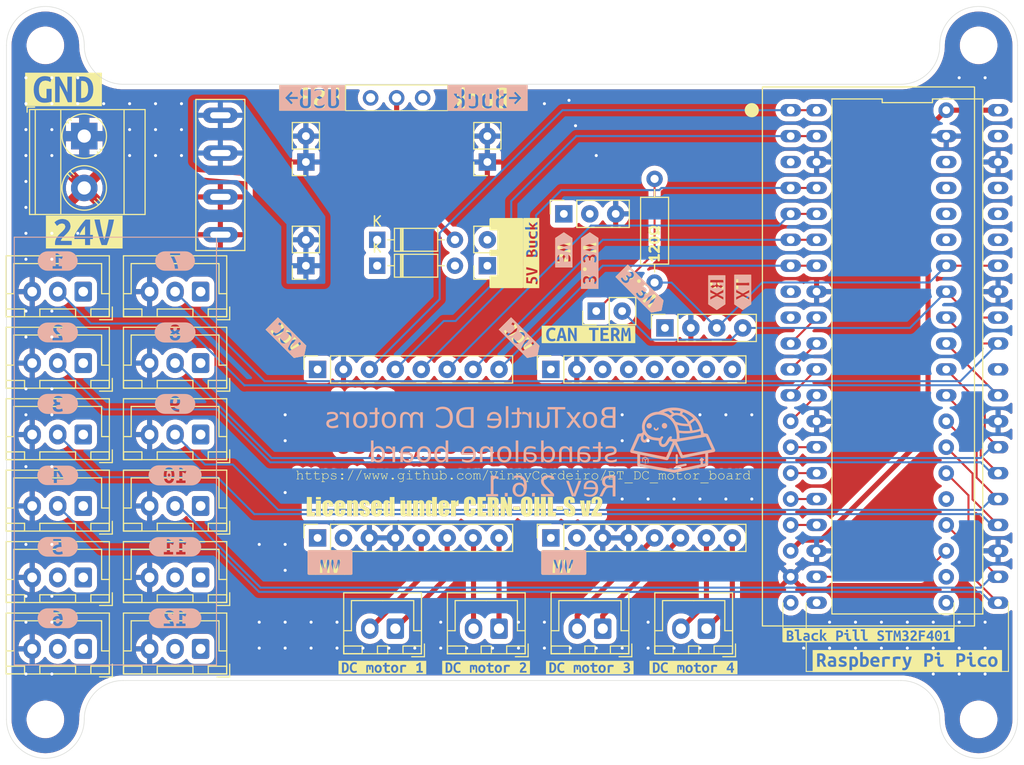
<source format=kicad_pcb>
(kicad_pcb (version 20240108) (generator "pcbnew") (generator_version "8.0")
  (layers (0 "F.Cu" signal) (1 "In1.Cu" signal) (2 "In2.Cu" signal) (31 "B.Cu" signal) (34 "B.Paste" user) (35 "F.Paste" user) (36 "B.SilkS" user "B.Silkscreen") (37 "F.SilkS" user "F.Silkscreen") (38 "B.Mask" user) (39 "F.Mask" user) (44 "Edge.Cuts" user))
  (net 0 "")
  (net 1 "VCC")
  (net 2 "GND")
  (net 3 "+5V")
  (net 4 "+3.3V")
  (net 5 "Net-(J11-Pin_2)")
  (net 6 "Net-(J10-Pin_1)")
  (net 7 "Net-(J10-Pin_2)")
  (net 8 "Net-(J11-Pin_1)")
  (net 9 "DC1_1")
  (net 10 "DC2_1")
  (net 11 "SLP_1")
  (net 12 "DC2_2")
  (net 13 "SLP_2")
  (net 14 "DC1_2")
  (net 15 "Net-(J12-Pin_2)")
  (net 16 "Net-(J12-Pin_1)")
  (net 17 "Net-(J13-Pin_2)")
  (net 18 "Net-(J13-Pin_1)")
  (net 19 "DC1_4")
  (net 20 "SLP_4")
  (net 21 "DC2_3")
  (net 22 "DC2_4")
  (net 23 "SLP_3")
  (net 24 "DC1_3")
  (net 25 "SW1")
  (net 26 "SW2")
  (net 27 "SW3")
  (net 28 "SW4")
  (net 29 "SW5")
  (net 30 "SW6")
  (net 31 "SW7")
  (net 32 "SW8")
  (net 33 "SW9")
  (net 34 "SW10")
  (net 35 "SW11")
  (net 36 "SW12")
  (net 40 "VBUS")
  (net 41 "CAN-TX")
  (net 43 "CAN-RX")
  (net 44 "Net-(JP1-A)")
  (net 53 "Net-(D1-A)")
  (net 54 "+5VBUCK")
  (net 56 "VCCQ")
  (footprint "Connector_PinSocket_2.54mm:PinSocket_1x08_P2.54mm_Vertical" (layer "F.Cu") (at 124.46 71.12 90)
    (property "Reference" "J7" (hide yes))
    (property "Value" "DRV8837 module right")
  )
  (footprint "Connector_JST:JST_XH_B3B-XH-A_1x03_P2.50mm_Vertical" (layer "F.Cu") (at 113 63.5 180)
    (property "Reference" "SW7" (hide yes))
    (property "Value" "Conn_01x03")
  )
  (footprint "Connector_PinSocket_2.54mm:PinSocket_1x03_P2.54mm_Vertical" (layer "F.Cu") (at 148.59 55.88 90)
    (property "Reference" "J5" (hide yes))
    (property "Value" "AMS1117 module")
  )
  (footprint "Connector_JST:JST_XH_B3B-XH-A_1x03_P2.50mm_Vertical" (layer "F.Cu") (at 101.5 70.5 180)
    (property "Reference" "SW2" (hide yes))
    (property "Value" "Conn_01x03")
  )
  (footprint "Connector_JST:JST_XH_B3B-XH-A_1x03_P2.50mm_Vertical" (layer "F.Cu") (at 113 70.5 180)
    (property "Reference" "SW8" (hide yes))
    (property "Value" "Conn_01x03")
  )
  (footprint "Resistor_THT:R_Axial_DIN0207_L6.3mm_D2.5mm_P10.16mm_Horizontal" (layer "F.Cu") (at 157.48 62.611 90)
    (property "Reference" "R1" (hide yes))
    (property "Value" "120Ω")
  )
  (footprint "Connector_JST:JST_XH_B2B-XH-A_1x02_P2.50mm_Vertical" (layer "F.Cu") (at 132.08 96.52 180)
    (property "Reference" "J10" (hide yes))
    (property "Value" "DC motor 1")
  )
  (footprint "Connector_JST:JST_XH_B3B-XH-A_1x03_P2.50mm_Vertical" (layer "F.Cu") (at 101.5 63.5 180)
    (property "Reference" "SW1" (hide yes))
    (property "Value" "Conn_01x03")
  )
  (footprint "Diode_THT:D_DO-35_SOD27_P7.62mm_Horizontal" (layer "F.Cu") (at 130.302 58.42)
    (property "Reference" "D1" (hide yes))
    (property "Value" "BAT85" (hide yes))
  )
  (footprint "kibuzzard-679EE1B2" (layer "F.Cu") (at 161.29 100.33)
    (property "Reference" "kibuzzard-679EE1B2" (hide yes))
    (property "Value" "G***" (hide yes))
  )
  (footprint "Connector_JST:JST_XH_B2B-XH-A_1x02_P2.50mm_Vertical" (layer "F.Cu") (at 142.24 96.52 180)
    (property "Reference" "J11" (hide yes))
    (property "Value" "DC motor 2")
  )
  (footprint "Connector_PinSocket_2.54mm:PinSocket_1x08_P2.54mm_Vertical" (layer "F.Cu") (at 147.32 71.12 90)
    (property "Reference" "J9" (hide yes))
    (property "Value" "DRV8837 module right")
  )
  (footprint "Connector_JST:JST_XH_B3B-XH-A_1x03_P2.50mm_Vertical" (layer "F.Cu") (at 101.5 98.5 180)
    (property "Reference" "SW6" (hide yes))
    (property "Value" "Conn_01x03")
  )
  (footprint "Connector_PinSocket_2.54mm:PinSocket_1x02_P2.54mm_Vertical" (layer "F.Cu") (at 123.317 50.8 180)
    (property "Reference" "J2" (hide yes))
    (property "Value" "Power input")
  )
  (footprint "Connector_JST:JST_XH_B3B-XH-A_1x03_P2.50mm_Vertical" (layer "F.Cu") (at 101.5 84.5 180)
    (property "Reference" "SW4" (hide yes))
    (property "Value" "Conn_01x03")
  )
  (footprint "kibuzzard-67A00413" (layer "F.Cu") (at 182.245 99.695)
    (property "Reference" "kibuzzard-67A00413" (hide yes))
    (property "Value" "G***" (hide yes))
  )
  (footprint "kibuzzard-679FB212" (layer "F.Cu") (at 151.003 67.691)
    (property "Reference" "kibuzzard-679FB212" (hide yes))
    (property "Value" "G***" (hide yes))
  )
  (footprint "Connector_JST:JST_XH_B3B-XH-A_1x03_P2.50mm_Vertical" (layer "F.Cu") (at 101.5 91.5 180)
    (property "Reference" "SW5" (hide yes))
    (property "Value" "Conn_01x03")
  )
  (footprint "kibuzzard-67C627E2" (layer "F.Cu") (at 148.6 90.415)
    (property "Reference" "kibuzzard-67C627E2" (hide yes))
    (property "Value" "G***" (hide yes))
  )
  (footprint "Connector_PinSocket_2.54mm:PinSocket_1x02_P2.54mm_Vertical" (layer "F.Cu") (at 141.097 60.96 180)
    (property "Reference" "J3" (hide yes))
    (property "Value" "Power output")
  )
  (footprint "kibuzzard-67C627EC" (layer "F.Cu") (at 121.55834 68.208 -45)
    (property "Reference" "kibuzzard-67C627EC" (hide yes))
    (property "Value" "G***" (hide yes))
  )
  (footprint "Connector_PinSocket_2.54mm:PinSocket_1x08_P2.54mm_Vertical" (layer "F.Cu") (at 124.46 87.63 90)
    (property "Reference" "J6" (hide yes))
    (property "Value" "DRV8837 module left")
  )
  (footprint "Diode_THT:D_DO-35_SOD27_P7.62mm_Horizontal" (layer "F.Cu") (at 130.302 60.96)
    (property "Reference" "D2" (hide yes))
    (property "Value" "BAT85" (hide yes))
  )
  (footprint "kibuzzard-67C627F5" (layer "F.Cu") (at 144.408 68.208 -45)
    (property "Reference" "kibuzzard-67C627F5" (hide yes))
    (property "Value" "G***" (hide yes))
  )
  (footprint "MountingHole:MountingHole_3.2mm_M3" (layer "F.Cu") (at 189.23 39.37)
    (property "Reference" "H3" (hide yes))
    (property "Value" "MountingHole" (hide yes))
  )
  (footprint "Connector_PinHeader_2.54mm:PinHeader_1x02_P2.54mm_Vertical" (layer "F.Cu") (at 151.765 65.405 90)
    (property "Reference" "JP1" (hide yes))
    (property "Value" "Jumper_2_Small_Open" (hide yes))
  )
  (footprint "kibuzzard-679EE1A8" (layer "F.Cu") (at 151.13 100.33)
    (property "Reference" "kibuzzard-679EE1A8" (hide yes))
    (property "Value" "G***" (hide yes))
  )
  (footprint "Connector_PinSocket_2.54mm:PinSocket_1x08_P2.54mm_Vertical" (layer "F.Cu") (at 147.32 87.63 90)
    (property "Reference" "J8" (hide yes))
    (property "Value" "DRV8837 module left")
  )
  (footprint "Pico:Pico" (layer "F.Cu") (at 182.245 69.85 -90)
    (property "Reference" "U1" (hide yes))
    (property "Value" "Raspberry Pi Pico")
  )
  (footprint "Connector_JST:JST_XH_B3B-XH-A_1x03_P2.50mm_Vertical" (layer "F.Cu") (at 113 91.5 180)
    (property "Reference" "SW11" (hide yes))
    (property "Value" "Conn_01x03")
  )
  (footprint "kibuzzard-679FA142" (layer "F.Cu") (at 163.576 63.599682 -90)
    (property "Reference" "kibuzzard-679FA142" (hide yes))
    (property "Value" "G***" (hide yes))
  )
  (footprint "kibuzzard-67C5FB88" (layer "F.Cu") (at 141.1224 44.515)
    (property "Reference" "kibuzzard-67C5FB88" (hide yes))
    (property "Value" "G***" (hide yes))
  )
  (footprint "Connector_JST:JST_XH_B2B-XH-A_1x02_P2.50mm_Vertical" (layer "F.Cu") (at 162.56 96.52 180)
    (property "Reference" "J13" (hide yes))
    (property "Value" "DC motor 4")
  )
  (footprint "kibuzzard-679EE822" (layer "F.Cu") (at 156.20114 63.40114 -45)
    (property "Reference" "kibuzzard-679EE822" (hide yes))
    (property "Value" "G***" (hide yes))
  )
  (footprint "XF-506P:XF-506P" (layer "F.Cu") (at 114.935 52.07 -90)
    (property "Reference" "F1" (hide yes))
    (property "Value" "Fuse_Small")
  )
  (footprint "kibuzzard-679EE0F2" (layer "F.Cu") (at 101.6 57.658)
    (property "Reference" "kibuzzard-679EE0F2" (hide yes))
    (property "Value" "G***" (hide yes))
  )
  (footprint "Connector_JST:JST_XH_B2B-XH-A_1x02_P2.50mm_Vertical" (layer "F.Cu") (at 152.4 96.52 180)
    (property "Reference" "J12" (hide yes))
    (property "Value" "DC motor 3")
  )
  (footprint "Connector_JST:JST_XH_B3B-XH-A_1x03_P2.50mm_Vertical" (layer "F.Cu") (at 113 84.5 180)
    (property "Reference" "SW10" (hide yes))
    (property "Value" "Conn_01x03")
  )
  (footprint "kibuzzard-67C627D9" (layer "F.Cu") (at 125.7 90.415)
    (property "Reference" "kibuzzard-67C627D9" (hide yes))
    (property "Value" "G***" (hide yes))
  )
  (footprint "kibuzzard-679EE836" (layer "F.Cu") (at 148.59 59.403319 90)
    (property "Reference" "kibuzzard-679EE836" (hide yes))
    (property "Value" "G***" (hide yes))
  )
  (footprint "kibuzzard-679EE822" (layer "F.Cu") (at 151.13 60.452 90)
    (property "Reference" "kibuzzard-679EE822" (hide yes))
    (property "Value" "G***" (hide yes))
  )
  (footprint "STM32_BlackPill:STM32F401 Black Pill" (layer "F.Cu") (at 178.435 69.85)
    (property "Reference" "U2" (hide yes))
    (property "Value" "Black Pill STM32F401")
  )
  (footprint "Connector_PinSocket_2.54mm:PinSocket_1x02_P2.54mm_Vertical" (layer "F.Cu") (at 123.317 60.96 180)
    (property "Reference" "J1" (hide yes))
    (property "Value" "Power input")
  )
  (footprint "MountingHole:MountingHole_3.2mm_M3" (layer "F.Cu") (at 97.79 105.41)
    (property "Reference" "H2" (hide yes))
    (property "Value" "MountingHole" (hide yes))
  )
  (footprint "Connector_JST:JST_XH_B3B-XH-A_1x03_P2.50mm_Vertical" (layer "F.Cu") (at 113 77.5 180)
    (property "Reference" "SW9" (hide yes))
    (property "Value" "Conn_01x03")
  )
  (footprint "Connector_JST:JST_XH_B3B-XH-A_1x03_P2.50mm_Vertical" (layer "F.Cu") (at 113 98.5 180)
    (property "Reference" "SW12" (hide yes))
    (property "Value" "Conn_01x03")
  )
  (footprint "kibuzzard-679EE189" (layer "F.Cu") (at 130.81 100.33)
    (property "Reference" "kibuzzard-679EE189" (hide yes))
    (property "Value" "G***" (hide yes))
  )
  (footprint "MountingHole:MountingHole_3.2mm_M3" (layer "F.Cu") (at 97.79 39.37)
    (property "Reference" "H1" (hide yes))
    (property "Value" "MountingHole" (hide yes))
  )
  (footprint "Connector_JST:JST_XH_B3B-XH-A_1x03_P2.50mm_Vertical" (layer "F.Cu") (at 101.5 77.5 180)
    (property "Reference" "SW3" (hide yes))
    (property "Value" "Conn_01x03")
  )
  (footprint "Connector_PinSocket_2.54mm:PinSocket_1x02_P2.54mm_Vertical" (layer "F.Cu") (at 141.097 50.8 180)
    (property "Reference" "J4" (hide yes))
    (property "Value" "Power output")
  )
  (footprint "K3-1204D:K3-1204D" (layer "F.Cu") (at 132.207 44.515 180)
    (property "Reference" "SW13" (hide yes))
    (property "Value" "K3-1204D")
  )
  (footprint "Connector_PinSocket_2.54mm:PinSocket_1x04_P2.54mm_Vertical" (layer "F.Cu") (at 158.496 67.056 90)
    (property "Reference" "J15" (hide yes))
    (property "Value" "CAN" (hide yes))
  )
  (footprint "kibuzzard-67A0CA07" (layer "F.Cu") (at 145.401 59.72 90)
    (property "Reference" "kibuzzard-67A0CA07" (hide yes))
    (property "Value" "G***" (hide yes))
  )
  (footprint "kibuzzard-679EE0D3" (layer "F.Cu") (at 99.568 43.688)
    (property "Reference" "kibuzzard-679EE0D3" (hide yes))
    (property "Value" "G***" (hide yes))
  )
  (footprint "kibuzzard-679EE19C" (layer "F.Cu") (at 140.97 100.33)
    (property "Reference" "kibuzzard-679EE19C" (hide yes))
    (property "Value" "G***" (hide yes))
  )
  (footprint "MountingHole:MountingHole_3.2mm_M3" (layer "F.Cu") (at 189.23 105.41)
    (property "Reference" "H4" (hide yes))
    (property "Value" "MountingHole" (hide yes))
  )
  (footprint "kibuzzard-67C5FAD7" (layer "F.Cu") (at 123.9266 44.515)
    (property "Reference" "kibuzzard-67C5FAD7" (hide yes))
    (property "Value" "G***" (hide yes))
  )
  (footprint "kibuzzard-67A0043B" (layer "F.Cu") (at 178.435 97.155)
    (property "Reference" "kibuzzard-67A0043B" (hide yes))
    (property "Value" "G***" (hide yes))
  )
  (footprint "TerminalBlock_Phoenix:TerminalBlock_Phoenix_MKDS-3-2-5.08_1x02_P5.08mm_Horizontal" (layer "F.Cu") (at 101.6 48.26 -90)
    (property "Reference" "J14" (hide yes))
    (property "Value" "Screw_Terminal_01x02")
  )
  (footprint "kibuzzard-679FA150" (layer "F.Cu") (at 166.116 63.57168 -90)
    (property "Reference" "kibuzzard-679FA150" (hide yes))
    (property "Value" "G***" (hide yes))
  )
  (footprint "kibuzzard-67C5FBBE" (layer "B.Cu") (at 141.1224 44.515 180)
    (property "Reference" "kibuzzard-67C5FBBE" (hide yes))
    (property "Value" "G***" (hide yes))
  )
  (footprint "kibuzzard-679FA142" (layer "B.Cu") (at 163.576 63.599682 -90)
    (property "Reference" "kibuzzard-679FA142" (hide yes))
    (property "Value" "G***" (hide yes))
  )
  (footprint "kibuzzard-679EE762" (layer "B.Cu") (at 110.5 74.5 180)
    (property "Reference" "kibuzzard-679EE762" (hide yes))
    (property "Value" "G***" (hide yes))
  )
  (footprint "kibuzzard-679EE72D" (layer "B.Cu") (at 110.5 67.5 180)
    (property "Reference" "kibuzzard-679EE72D" (hide yes))
    (property "Value" "G***" (hide yes))
  )
  (footprint "kibuzzard-67C5FB16" (layer "B.Cu") (at 123.9266 44.515 180)
    (property "Reference" "kibuzzard-67C5FB16" (hide yes))
    (property "Value" "G***" (hide yes))
  )
  (footprint "kibuzzard-679EE836" (layer "B.Cu") (at 148.59 59.403319 90)
    (property "Reference" "kibuzzard-679EE836" (hide yes))
    (property "Value" "G***" (hide yes))
  )
  (footprint "kibuzzard-67C628BD" (layer "B.Cu") (at 125.7 90.415 180)
    (property "Reference" "kibuzzard-67C628BD" (hide yes))
    (property "Value" "G***" (hide yes))
  )
  (footprint "kibuzzard-67C6285C" (layer "B.Cu") (at 121.55834 68.208 135)
    (property "Reference" "kibuzzard-67C6285C" (hide yes))
    (property "Value" "G***" (hide yes))
  )
  (footprint "kibuzzard-679FA150" (layer "B.Cu") (at 166.116 63.57168 -90)
    (property "Reference" "kibuzzard-679FA150" (hide yes))
    (property "Value" "G***" (hide yes))
  )
  (footprint "kibuzzard-679EE6DA" (layer "B.Cu") (at 99 95.5 180)
    (property "Reference" "kibuzzard-679EE6DA" (hide yes))
    (property "Value" "G***" (hide yes))
  )
  (footprint "kibuzzard-679EE6E6" (layer "B.Cu") (at 110.5 60.5 180)
    (property "Reference" "kibuzzard-679EE6E6" (hide yes))
    (property "Value" "G***" (hide yes))
  )
  (footprint "kibuzzard-67C628B6" (layer "B.Cu") (at 148.5 90.415 180)
    (property "Reference" "kibuzzard-67C628B6" (hide yes))
    (property "Value" "G***" (hide yes))
  )
  (footprint "kibuzzard-679EE822" (layer "B.Cu") (at 156.20114 63.40114 -45)
    (property "Reference" "kibuzzard-679EE822" (hide yes))
    (property "Value" "G***" (hide yes))
  )
  (footprint "kibuzzard-679EE781" (layer "B.Cu") (at 110.5 88.5 180)
    (property "Reference" "kibuzzard-679EE781" (hide yes))
    (property "Value" "G***" (hide yes))
  )
  (footprint "kibuzzard-679EE6D0" (layer "B.Cu") (at 99 88.5 180)
    (property "Reference" "kibuzzard-679EE6D0" (hide yes))
    (property "Value" "G***" (hide yes))
  )
  (footprint "kibuzzard-67C6289C" (layer "B.Cu") (at 144.408 68.208 135)
    (property "Reference" "kibuzzard-67C6289C" (hide yes))
    (property "Value" "G***" (hide yes))
  )
  (footprint "kibuzzard-679EE78C" (layer "B.Cu") (at 110.5 95.5 180)
    (property "Reference" "kibuzzard-679EE78C" (hide yes))
    (property "Value" "G***" (hide yes))
  )
  (footprint "kibuzzard-679EE693" (layer "B.Cu") (at 99 81.5 180)
    (property "Reference" "kibuzzard-679EE693" (hide yes))
    (property "Value" "G***" (hide yes))
  )
  (footprint "kibuzzard-679EE64B" (layer "B.Cu") (at 99 60.5 180)
    (property "Reference" "kibuzzard-679EE64B" (hide yes))
    (property "Value" "G***" (hide yes))
  )
  (footprint "kibuzzard-679EE681" (layer "B.Cu") (at 99 67.5 180)
    (property "Reference" "kibuzzard-679EE681" (hide yes))
    (property "Value" "G***" (hide yes))
  )
  (footprint "kibuzzard-679EE822" (layer "B.Cu") (at 151.13 60.452 90)
    (property "Reference" "kibuzzard-679EE822" (hide yes))
    (property "Value" "G***" (hide yes))
  )
  (footprint "kibuzzard-679EE772" (layer "B.Cu") (at 110.5 81.5 180)
    (property "Reference" "kibuzzard-679EE772" (hide yes))
    (property "Value" "G***" (hide yes))
  )
  (footprint "kibuzzard-679EE68A" (layer "B.Cu") (at 99 74.5 180)
    (property "Reference" "kibuzzard-679EE68A" (hide yes))
    (property "Value" "G***" (hide yes))
  )
  (gr_poly (pts (xy 139.104731 77.32957) (xy 139.139419 77.331532) (xy 139.172944 77.334802) (xy 139.189271 77.336928) (xy 139.205306 77.339381) (xy 139.221052 77.342161) (xy 139.236506 77.345268) (xy 139.25167 77.348702) (xy 139.266543 77.352463) (xy 139.281126 77.356551) (xy 139.295418 77.360966) (xy 139.309419 77.365709) (xy 139.32313 77.370778) (xy 139.336737 77.375939) (xy 139.350042 77.381341) (xy 139.363044 77.386986) (xy 139.375743 77.392872) (xy 139.388139 77.399001) (xy 139.400232 77.405372) (xy 139.412023 77.411984) (xy 139.423511 77.418839) (xy 139.434696 77.425936) (xy 139.445578 77.433275) (xy 139.456158 77.440857) (xy 139.466434 77.44868) (xy 139.476408 77.456746) (xy 139.486078 77.465053) (xy 139.495446 77.473604) (xy 139.504511 77.482396) (xy 139.513474 77.4914) (xy 139.522146 77.500587) (xy 139.530527 77.509955) (xy 139.538618 77.519505) (xy 139.546417 77.529236) (xy 139.553927 77.53915) (xy 139.561145 77.549245) (xy 139.568073 77.559521) (xy 139.57471 77.56998) (xy 139.581056 77.58062) (xy 139.587112 77.591442) (xy 139.592877 77.602445) (xy 139.598352 77.61363) (xy 139.603536 77.624997) (xy 139.608429 77.636545) (xy 139.613032 77.648274) (xy 139.61735 77.660143) (xy 139.62139 77.672109) (xy 139.625151 77.684172) (xy 139.628633 77.696332) (xy 139.631837 77.708589) (xy 139.634762 77.720943) (xy 139.637409 77.733394) (xy 139.639777 77.745942) (xy 139.641866 77.758587) (xy 139.643677 77.771328) (xy 139.645209 77.784167) (xy 139.646463 77.797102) (xy 139.647438 77.810135) (xy 139.648134 77.823264) (xy 139.648552 77.83649) (xy 139.648692 77.849812) (xy 139.648425 77.873842) (xy 139.647626 77.897872) (xy 139.646294 77.921902) (xy 139.644429 77.945931) (xy 139.642031 77.969961) (xy 139.6391 77.993991) (xy 139.635636 78.01802) (xy 139.63164 78.04205) (xy 139.629357 78.053937) (xy 139.626771 78.065958) (xy 139.620692 78.090398) (xy 139.613402 78.115373) (xy 139.6049 78.14088) (xy 139.595187 78.166921) (xy 139.584262 78.193495) (xy 139.572127 78.220602) (xy 139.558779 78.248242) (xy 139.54444 78.276171) (xy 139.52855 78.304925) (xy 139.511109 78.334502) (xy 139.492118 78.364902) (xy 139.471577 78.396127) (xy 139.449486 78.428174) (xy 139.425844 78.461046) (xy 139.400652 78.49474) (xy 139.37362 78.529112) (xy 139.344455 78.564792) (xy 139.313158 78.601781) (xy 139.279729 78.640078) (xy 139.244169 78.679684) (xy 139.206476 78.720597) (xy 139.166653 78.762819) (xy 139.124697 78.806348) (xy 138.806887 79.138112) (xy 139.679705 79.138112) (xy 139.681248 79.138142) (xy 139.68278 79.138234) (xy 139.684299 79.138386) (xy 139.685806 79.1386) (xy 139.687301 79.138874) (xy 139.688784 79.139209) (xy 139.690256 79.139605) (xy 139.691715 79.140062) (xy 139.693162 79.14058) (xy 139.694597 79.141159) (xy 139.696019 79.141798) (xy 139.69743 79.142499) (xy 139.698829 79.14326) (xy 139.700215 79.144082) (xy 139.70159 79.144965) (xy 139.702952 79.145909) (xy 139.704483 79.146715) (xy 139.705978 79.147581) (xy 139.707437 79.148507) (xy 139.70886 79.149494) (xy 139.710246 79.150542) (xy 139.711596 79.151649) (xy 139.71291 79.152818) (xy 139.714188 79.154047) (xy 139.715429 79.155336) (xy 139.716634 79.156686) (xy 139.717803 79.158097) (xy 139.718936 79.159568) (xy 139.720032 79.1611) (xy 139.721091 79.162692) (xy 139.722114 79.164345) (xy 139.723101 79.166058) (xy 139.72424 79.167832) (xy 139.72533 79.169667) (xy 139.726371 79.171563) (xy 139.727364 79.173518) (xy 139.728309 79.175535) (xy 139.729204 79.177612) (xy 139.730052 79.17975) (xy 139.730851 79.181948) (xy 139.731601 79.184208) (xy 139.732303 79.186527) (xy 139.732956 79.188907) (xy 139.733562 79.191348) (xy 139.734118 79.19385) (xy 139.734627 79.196412) (xy 139.735087 79.199035) (xy 139.735499 79.201718) (xy 139.736601 79.206877) (xy 139.737556 79.212278) (xy 139.738364 79.217922) (xy 139.739025 79.223807) (xy 139.739538 79.229935) (xy 139.739905 79.236306) (xy 139.740125 79.242919) (xy 139.740198 79.249776) (xy 139.740176 79.249799) (xy 139.740102 79.256679) (xy 139.739882 79.263366) (xy 139.739515 79.269858) (xy 139.739002 79.276155) (xy 139.738341 79.282259) (xy 139.737533 79.288168) (xy 139.736578 79.293883) (xy 139.735476 79.299405) (xy 139.734628 79.304733) (xy 139.733635 79.309868) (xy 139.732497 79.314809) (xy 139.731213 79.319557) (xy 139.729784 79.324112) (xy 139.72821 79.328473) (xy 139.726491 79.33264) (xy 139.724627 79.336613) (xy 139.723827 79.338333) (xy 139.722979 79.340004) (xy 139.722083 79.341627) (xy 139.721138 79.343201) (xy 139.720145 79.344727) (xy 139.719103 79.346204) (xy 139.718013 79.347633) (xy 139.716874 79.349013) (xy 139.715688 79.350345) (xy 139.714452 79.351628) (xy 139.713169 79.352863) (xy 139.711837 79.35405) (xy 139.710457 79.355188) (xy 139.709028 79.356278) (xy 139.707552 79.357319) (xy 139.706026 79.358311) (xy 139.704658 79.359063) (xy 139.703266 79.359765) (xy 139.701849 79.360419) (xy 139.700407 79.361025) (xy 139.698942 79.361582) (xy 139.697452 79.362091) (xy 139.695938 79.362552) (xy 139.694399 79.362963) (xy 139.692836 79.363327) (xy 139.691249 79.363642) (xy 139.689638 79.363908) (xy 139.688002 79.364126) (xy 139.686342 79.364296) (xy 139.684657 79.364417) (xy 139.682949 79.36449) (xy 139.681216 79.364514) (xy 138.572802 79.364514) (xy 138.56745 79.364441) (xy 138.562243 79.364221) (xy 138.557181 79.363854) (xy 138.552265 79.36334) (xy 138.547493 79.362679) (xy 138.542865 79.361872) (xy 138.538383 79.360917) (xy 138.534045 79.359814) (xy 138.532118 79.359015) (xy 138.530217 79.358167) (xy 138.528339 79.35727) (xy 138.526486 79.356326) (xy 138.524657 79.355332) (xy 138.522852 79.354291) (xy 138.521071 79.353201) (xy 138.519315 79.352062) (xy 138.517583 79.350875) (xy 138.515875 79.34964) (xy 138.514192 79.348356) (xy 138.512532 79.347025) (xy 138.510897 79.345644) (xy 138.509286 79.344216) (xy 138.507699 79.342739) (xy 138.506136 79.341214) (xy 138.504798 79.339622) (xy 138.503497 79.337946) (xy 138.502231 79.336184) (xy 138.501002 79.334338) (xy 138.499809 79.332406) (xy 138.498653 79.33039) (xy 138.497533 79.328288) (xy 138.496449 79.326102) (xy 138.495401 79.323831) (xy 138.49439 79.321475) (xy 138.493415 79.319034) (xy 138.492476 79.316508) (xy 138.491574 79.313897) (xy 138.490708 79.311201) (xy 138.489878 79.30842) (xy 138.489085 79.305554) (xy 138.487982 79.299569) (xy 138.487027 79.293245) (xy 138.48622 79.286582) (xy 138.485559 79.279582) (xy 138.485045 79.272243) (xy 138.484678 79.264566) (xy 138.484458 79.25655) (xy 138.484385 79.248196) (xy 138.484485 79.233175) (xy 138.484785 79.219124) (xy 138.485286 79.206044) (xy 138.485987 79.193936) (xy 138.486835 79.188217) (xy 138.487828 79.182692) (xy 138.488966 79.177362) (xy 138.49025 79.172226) (xy 138.491679 79.167284) (xy 138.493253 79.162536) (xy 138.494972 79.157982) (xy 138.496836 79.153622) (xy 138.498832 79.148997) (xy 138.500922 79.14442) (xy 138.503106 79.139891) (xy 138.505384 79.135409) (xy 138.507756 79.130976) (xy 138.510222 79.12659) (xy 138.512783 79.122252) (xy 138.515437 79.117963) (xy 138.518632 79.113289) (xy 138.522023 79.108566) (xy 138.525607 79.103794) (xy 138.529387 79.098973) (xy 138.533361 79.094104) (xy 138.537529 79.089186) (xy 138.541892 79.08422) (xy 138.54645 79.079205) (xy 138.935572 78.666829) (xy 138.968442 78.631632) (xy 138.999616 78.597356) (xy 139.029095 78.564001) (xy 139.056879 78.531565) (xy 139.082968 78.500051) (xy 139.107362 78.469457) (xy 139.130061 78.439784) (xy 139.151064 78.411031) (xy 139.170998 78.383053) (xy 139.189722 78.355704) (xy 139.207235 78.328985) (xy 139.223538 78.302896) (xy 139.238629 78.277437) (xy 139.25251 78.252608) (xy 139.265179 78.228408) (xy 139.276636 78.204839) (xy 139.287393 78.181851) (xy 139.297179 78.159396) (xy 139.305996 78.137473) (xy 139.313843 78.116084) (xy 139.320721 78.095227) (xy 139.326631 78.074904) (xy 139.331571 78.055113) (xy 139.335543 78.035855) (xy 139.338813 78.017011) (xy 139.341646 77.998457) (xy 139.344043 77.980194) (xy 139.346004 77.96222) (xy 139.347529 77.944537) (xy 139.348618 77.927144) (xy 139.349272 77.910042) (xy 139.34949 77.893231) (xy 139.349151 77.876687) (xy 139.348727 77.868506) (xy 139.348133 77.860385) (xy 139.347371 77.852325) (xy 139.346438 77.844326) (xy 139.345336 77.836387) (xy 139.344065 77.828508) (xy 139.342624 77.82069) (xy 139.341014 77.812933) (xy 139.339234 77.805236) (xy 139.337284 77.7976) (xy 139.335166 77.790024) (xy 139.332877 77.782508) (xy 139.330419 77.775053) (xy 139.327792 77.767659) (xy 139.325001 77.760162) (xy 139.322052 77.752786) (xy 139.318946 77.745532) (xy 139.315682 77.738398) (xy 139.312261 77.731385) (xy 139.308682 77.724494) (xy 139.304946 77.717723) (xy 139.301052 77.711074) (xy 139.297001 77.704545) (xy 139.292792 77.698138) (xy 139.288426 77.691852) (xy 139.283902 77.685686) (xy 139.279221 77.679642) (xy 139.274382 77.673719) (xy 139.269385 77.667917) (xy 139.264231 77.662236) (xy 139.259107 77.656688) (xy 139.253813 77.651286) (xy 139.24835 77.646029) (xy 139.242718 77.640918) (xy 139.236916 77.635953) (xy 139.230944 77.631132) (xy 139.224804 77.626457) (xy 139.218494 77.621928) (xy 139.212014 77.617544) (xy 139.205365 77.613305) (xy 139.198547 77.609212) (xy 139.191559 77.605264) (xy 139.184402 77.601461) (xy 139.177075 77.597803) (xy 139.169579 77.594291) (xy 139.161913 77.590924) (xy 139.154089 77.587733) (xy 139.146119 77.584747) (xy 139.138004 77.581968) (xy 139.129744 77.579394) (xy 139.121338 77.577026) (xy 139.112788 77.574865) (xy 139.104092 77.572909) (xy 139.09525 77.571159) (xy 139.086264 77.569615) (xy 139.077132 77.568277) (xy 139.067855 77.567145) (xy 139.058433 77.566219) (xy 139.048865 77.565498) (xy 139.039152 77.564984) (xy 139.029293 77.564675) (xy 139.019289 77.564572) (xy 138.995939 77.564984) (xy 138.97317 77.566219) (xy 138.950981 77.568277) (xy 138.929374 77.571159) (xy 138.908348 77.574865) (xy 138.887903 77.579394) (xy 138.868039 77.584747) (xy 138.858326 77.587733) (xy 138.848757 77.590924) (xy 138.830421 77.597586) (xy 138.812618 77.604392) (xy 138.795348 77.611344) (xy 138.77861 77.618441) (xy 138.762404 77.625684) (xy 138.746731 77.633071) (xy 138.731591 77.640604) (xy 138.716982 77.648282) (xy 138.690143 77.663497) (xy 138.677523 77.670885) (xy 138.665436 77.678128) (xy 138.653882 77.685225) (xy 138.642861 77.692176) (xy 138.632372 77.698981) (xy 138.622416 77.70564) (xy 138.617838 77.708831) (xy 138.613405 77.711817) (xy 138.609118 77.714596) (xy 138.604975 77.71717) (xy 138.600978 77.719537) (xy 138.597127 77.721699) (xy 138.59342 77.723655) (xy 138.589859 77.725405) (xy 138.586444 77.726948) (xy 138.583174 77.728287) (xy 138.580049 77.729419) (xy 138.577069 77.730345) (xy 138.574236 77.731065) (xy 138.571547 77.73158) (xy 138.569004 77.731889) (xy 138.566607 77.731992) (xy 138.565257 77.731967) (xy 138.563919 77.731895) (xy 138.562593 77.731774) (xy 138.56128 77.731604) (xy 138.559978 77.731386) (xy 138.558689 77.731119) (xy 138.557411 77.730804) (xy 138.556146 77.730441) (xy 138.554893 77.730029) (xy 138.553652 77.729569) (xy 138.552423 77.72906) (xy 138.551206 77.728503) (xy 138.550001 77.727897) (xy 138.548808 77.727243) (xy 138.547627 77.72654) (xy 138.546458 77.725789) (xy 138.54549 77.724983) (xy 138.544535 77.724117) (xy 138.543592 77.723191) (xy 138.542663 77.722204) (xy 138.541746 77.721156) (xy 138.540842 77.720049) (xy 138.539951 77.71888) (xy 138.539072 77.717651) (xy 138.538207 77.716362) (xy 138.537354 77.715012) (xy 138.536515 77.713601) (xy 138.535688 77.71213) (xy 138.534874 77.710598) (xy 138.534074 77.709006) (xy 138.533286 77.707353) (xy 138.532511 77.70564) (xy 138.531361 77.702007) (xy 138.530261 77.698083) (xy 138.529211 77.693869) (xy 138.528212 77.689364) (xy 138.527263 77.684568) (xy 138.526364 77.679481) (xy 138.525514 77.674102) (xy 138.524714 77.668431) (xy 138.523987 77.66247) (xy 138.523358 77.656219) (xy 138.522825 77.649678) (xy 138.52239 77.642847) (xy 138.522051 77.635726) (xy 138.52181 77.628315) (xy 138.521665 77.620614) (xy 138.521616 77.612622) (xy 138.521711 77.601386) (xy 138.521993 77.59092) (xy 138.522463 77.581227) (xy 138.522768 77.576671) (xy 138.523119 77.572308) (xy 138.523543 77.568118) (xy 138.524014 77.564073) (xy 138.524531 77.560173) (xy 138.525094 77.556419) (xy 138.525705 77.552811) (xy 138.526363 77.549348) (xy 138.527067 77.54603) (xy 138.527819 77.542859) (xy 138.529017 77.539784) (xy 138.530261 77.536757) (xy 138.531549 77.533777) (xy 138.532883 77.530844) (xy 138.534262 77.52796) (xy 138.535685 77.525124) (xy 138.537154 77.522336) (xy 138.538668 77.519597) (xy 138.539492 77.518223) (xy 138.540413 77.516812) (xy 138.54143 77.515365) (xy 138.542545 77.513882) (xy 138.543756 77.512362) (xy 138.545065 77.510806) (xy 138.54647 77.509214) (xy 138.547972 77.507585) (xy 138.549571 77.50592) (xy 138.551267 77.504219) (xy 138.55306 77.502481) (xy 138.55495 77.500707) (xy 138.556937 77.498896) (xy 138.559021 77.497049) (xy 138.561201 77.495165) (xy 138.563479 77.493245) (xy 138.565906 77.491071) (xy 138.56854 77.488812) (xy 138.574425 77.484041) (xy 138.581134 77.47893) (xy 138.588667 77.47348) (xy 138.597024 77.467691) (xy 138.606205 77.461562) (xy 138.61621 77.455093) (xy 138.627039 77.448285) (xy 138.639006 77.441332) (xy 138.65165 77.434427) (xy 138.664973 77.427572) (xy 138.678974 77.420766) (xy 138.693653 77.414008) (xy 138.709011 77.407299) (xy 138.725047 77.400638) (xy 138.741763 77.394025) (xy 138.759397 77.387192) (xy 138.777419 77.380651) (xy 138.795829 77.374401) (xy 138.814627 77.368441) (xy 138.833812 77.362773) (xy 138.853385 77.357396) (xy 138.873346 77.352311) (xy 138.893694 77.347516) (xy 138.914744 77.343157) (xy 138.936036 77.339379) (xy 138.957571 77.336182) (xy 138.979348 77.333566) (xy 139.001367 77.331532) (xy 139.023629 77.330078) (xy 139.046134 77.329206) (xy 139.06888 77.328915)) (stroke (width -0.000001)) (fill solid) (layer "F.Cu"))
  (gr_poly (pts (xy 123.423191 81.116807) (xy 123.424732 81.116909) (xy 123.426236 81.11708) (xy 123.427703 81.117319) (xy 123.429134 81.117626) (xy 123.430527 81.118001) (xy 123.431884 81.118445) (xy 123.433204 81.118957) (xy 123.434487 81.119537) (xy 123.435733 81.120185) (xy 123.436943 81.120902) (xy 123.438116 81.121687) (xy 123.439252 81.122541) (xy 123.440351 81.123462) (xy 123.441414 81.124453) (xy 123.442439 81.125511) (xy 123.443415 81.126648) (xy 123.444329 81.127874) (xy 123.445179 81.129189) (xy 123.445966 81.130593) (xy 123.44669 81.132087) (xy 123.447351 81.133669) (xy 123.44795 81.135341) (xy 123.448485 81.137102) (xy 123.448957 81.138951) (xy 123.449367 81.14089) (xy 123.449713 81.142919) (xy 123.449997 81.145036) (xy 123.450217 81.147243) (xy 123.450375 81.149538) (xy 123.450469 81.151923) (xy 123.450501 81.154398) (xy 123.450501 81.321014) (xy 123.756839 81.321014) (xy 123.759314 81.321045) (xy 123.7617 81.32114) (xy 123.763996 81.321297) (xy 123.766203 81.321518) (xy 123.768321 81.321801) (xy 123.77035 81.322147) (xy 123.772289 81.322557) (xy 123.774139 81.323029) (xy 123.7759 81.323564) (xy 123.777572 81.324162) (xy 123.779154 81.324823) (xy 123.780647 81.325547) (xy 123.782051 81.326334) (xy 123.783365 81.327184) (xy 123.78459 81.328097) (xy 123.785726 81.329072) (xy 123.786784 81.330098) (xy 123.787774 81.33116) (xy 123.788695 81.332259) (xy 123.789548 81.333395) (xy 123.790333 81.334568) (xy 123.79105 81.335778) (xy 123.791698 81.337024) (xy 123.792278 81.338307) (xy 123.79279 81.339628) (xy 123.793233 81.340985) (xy 123.793609 81.342378) (xy 123.793916 81.343809) (xy 123.794155 81.345277) (xy 123.794325 81.346781) (xy 123.794428 81.348322) (xy 123.794462 81.349901) (xy 123.794428 81.351396) (xy 123.794325 81.35286) (xy 123.794155 81.354292) (xy 123.793916 81.355693) (xy 123.793609 81.357063) (xy 123.793233 81.358402) (xy 123.79279 81.359708) (xy 123.792278 81.360984) (xy 123.791698 81.362228) (xy 123.79105 81.363441) (xy 123.790333 81.364623) (xy 123.789548 81.365773) (xy 123.788695 81.366891) (xy 123.787774 81.367979) (xy 123.786784 81.369035) (xy 123.785726 81.370059) (xy 123.784589 81.371035) (xy 123.783364 81.371948) (xy 123.782049 81.372797) (xy 123.780645 81.373584) (xy 123.779151 81.374308) (xy 123.777569 81.374969) (xy 123.775897 81.375567) (xy 123.774136 81.376103) (xy 123.772286 81.376575) (xy 123.770347 81.376984) (xy 123.768319 81.377331) (xy 123.766201 81.377614) (xy 123.763995 81.377834) (xy 123.761699 81.377992) (xy 123.759314 81.378086) (xy 123.756839 81.378118) (xy 123.450501 81.378118) (xy 123.450501 81.753651) (xy 123.450653 81.759719) (xy 123.451109 81.76566) (xy 123.45187 81.771475) (xy 123.452936 81.777165) (xy 123.454305 81.782728) (xy 123.45598 81.788166) (xy 123.457958 81.793477) (xy 123.460241 81.798662) (xy 123.462828 81.803722) (xy 123.46572 81.808655) (xy 123.468916 81.813463) (xy 123.472417 81.818144) (xy 123.476221 81.8227) (xy 123.48033 81.827129) (xy 123.484744 81.831433) (xy 123.489462 81.83561) (xy 123.494558 81.839596) (xy 123.499938 81.843325) (xy 123.505601 81.846796) (xy 123.511548 81.850011) (xy 123.517778 81.852968) (xy 123.524291 81.855668) (xy 123.531088 81.858111) (xy 123.538168 81.860296) (xy 123.545532 81.862225) (xy 123.553178 81.863896) (xy 123.561109 81.86531) (xy 123.569323 81.866467) (xy 123.57782 81.867367) (xy 123.5866 81.86801) (xy 123.595664 81.868395) (xy 123.605011 81.868524) (xy 123.619434 81.868261) (xy 123.634151 81.867474) (xy 123.649161 81.866162) (xy 123.664465 81.864325) (xy 123.680063 81.861963) (xy 123.695956 81.859076) (xy 123.712142 81.855664) (xy 123.728622 81.851727) (xy 123.744787 81.847298) (xy 123.760028 81.842743) (xy 123.774345 81.838061) (xy 123.787739 81.833254) (xy 123.800209 81.828321) (xy 123.811756 81.823263) (xy 123.822379 81.818078) (xy 123.832079 81.812769) (xy 123.83374 81.81171) (xy 123.835365 81.81072) (xy 123.836953 81.809799) (xy 123.838504 81.808945) (xy 123.840018 81.80816) (xy 123.841495 81.807443) (xy 123.842936 81.806795) (xy 123.84434 81.806215) (xy 123.845708 81.805703) (xy 123.847038 81.805259) (xy 123.848332 81.804884) (xy 123.849589 81.804577) (xy 123.85081 81.804338) (xy 123.851994 81.804167) (xy 123.853141 81.804065) (xy 123.854251 81.804031) (xy 123.855585 81.804065) (xy 123.856897 81.804167) (xy 123.858188 81.804338) (xy 123.859459 81.804577) (xy 123.860708 81.804884) (xy 123.861936 81.805259) (xy 123.863143 81.805703) (xy 123.864329 81.806215) (xy 123.865494 81.806795) (xy 123.866638 81.807443) (xy 123.867761 81.80816) (xy 123.868863 81.808945) (xy 123.869944 81.809799) (xy 123.871004 81.81072) (xy 123.872043 81.81171) (xy 123.873061 81.812769) (xy 123.874037 81.813789) (xy 123.87495 81.814835) (xy 123.8758 81.815908) (xy 123.876587 81.817008) (xy 123.877312 81.818133) (xy 123.877973 81.819285) (xy 123.878571 81.820463) (xy 123.879106 81.821668) (xy 123.879579 81.822899) (xy 123.879988 81.824156) (xy 123.880335 81.825439) (xy 123.880618 81.826748) (xy 123.880839 81.828084) (xy 123.880996 81.829446) (xy 123.881091 81.830834) (xy 123.881122 81.832248) (xy 123.881088 81.833503) (xy 123.880986 81.834747) (xy 123.880815 81.83598) (xy 123.880576 81.837203) (xy 123.880269 81.838416) (xy 123.879894 81.839617) (xy 123.87945 81.840809) (xy 123.878938 81.84199) (xy 123.878358 81.84316) (xy 123.87771 81.84432) (xy 123.876994 81.845469) (xy 123.876209 81.846608) (xy 123.875356 81.847736) (xy 123.874434 81.848854) (xy 123.873445 81.849961) (xy 123.872387 81.851058) (xy 123.869458 81.853845) (xy 123.866047 81.856664) (xy 123.862153 81.859515) (xy 123.857776 81.862396) (xy 123.852916 81.865309) (xy 123.847574 81.868254) (xy 123.841748 81.87123) (xy 123.835439 81.874237) (xy 123.828648 81.877275) (xy 123.821374 81.880345) (xy 123.813617 81.883447) (xy 123.805377 81.886579) (xy 123.796654 81.889743) (xy 123.787448 81.892939) (xy 123.77776 81.896166) (xy 123.767588 81.899424) (xy 123.747035 81.905406) (xy 123.726692 81.91059) (xy 123.706559 81.914977) (xy 123.686637 81.918567) (xy 123.666924 81.921359) (xy 123.647421 81.923353) (xy 123.628128 81.92455) (xy 123.609046 81.924949) (xy 123.596859 81.924768) (xy 123.584987 81.924224) (xy 123.573431 81.923319) (xy 123.562189 81.922051) (xy 123.551261 81.920422) (xy 123.540649 81.91843) (xy 123.530352 81.916076) (xy 123.520369 81.91336) (xy 123.510702 81.910282) (xy 123.501349 81.906841) (xy 123.492311 81.903039) (xy 123.483588 81.898874) (xy 123.47518 81.894348) (xy 123.467086 81.889459) (xy 123.459308 81.884209) (xy 123.451844 81.878596) (xy 123.444767 81.872676) (xy 123.438145 81.866504) (xy 123.431981 81.860081) (xy 123.426273 81.853405) (xy 123.421022 81.846477) (xy 123.416227 81.839297) (xy 123.411889 81.831866) (xy 123.408008 81.824182) (xy 123.404583 81.816246) (xy 123.401615 81.808059) (xy 123.399104 81.799619) (xy 123.397049 81.790928) (xy 123.395451 81.781984) (xy 123.39431 81.772788) (xy 123.393625 81.763341) (xy 123.393396 81.753641) (xy 123.393396 81.378108) (xy 123.289268 81.378108) (xy 123.286793 81.378076) (xy 123.284407 81.377982) (xy 123.282111 81.377824) (xy 123.279904 81.377604) (xy 123.277786 81.377321) (xy 123.275757 81.376974) (xy 123.273818 81.376565) (xy 123.271968 81.376093) (xy 123.270207 81.375557) (xy 123.268535 81.374959) (xy 123.266953 81.374298) (xy 123.26546 81.373574) (xy 123.264056 81.372787) (xy 123.262742 81.371938) (xy 123.261517 81.371025) (xy 123.260381 81.370049) (xy 123.259323 81.369024) (xy 123.258333 81.367962) (xy 123.257412 81.366863) (xy 123.256559 81.365727) (xy 123.255774 81.364554) (xy 123.255057 81.363344) (xy 123.254409 81.362098) (xy 123.253829 81.360814) (xy 123.253317 81.359494) (xy 123.252874 81.358137) (xy 123.252498 81.356743) (xy 123.252191 81.355312) (xy 123.251952 81.353845) (xy 123.251782 81.35234) (xy 123.251679 81.350799) (xy 123.251645 81.349221) (xy 123.251679 81.347726) (xy 123.251782 81.346262) (xy 123.251952 81.344829) (xy 123.252191 81.343428) (xy 123.252498 81.342059) (xy 123.252874 81.34072) (xy 123.253317 81.339413) (xy 123.253829 81.338138) (xy 123.254409 81.336893) (xy 123.255057 81.33568) (xy 123.255774 81.334499) (xy 123.256559 81.333349) (xy 123.257412 81.33223) (xy 123.258333 81.331143) (xy 123.259323 81.330087) (xy 123.260381 81.329062) (xy 123.261517 81.328087) (xy 123.262743 81.327174) (xy 123.264058 81.326324) (xy 123.265462 81.325537) (xy 123.266956 81.324813) (xy 123.268538 81.324152) (xy 123.27021 81.323554) (xy 123.271971 81.323019) (xy 123.27382 81.322547) (xy 123.27576 81.322137) (xy 123.277788 81.321791) (xy 123.279905 81.321508) (xy 123.282112 81.321287) (xy 123.284408 81.32113) (xy 123.286793 81.321035) (xy 123.289268 81.321004) (xy 123.393396 81.321004) (xy 123.393396 81.154398) (xy 123.393428 81.151922) (xy 123.393522 81.149537) (xy 123.39368 81.14724) (xy 123.3939 81.145032) (xy 123.394184 81.142914) (xy 123.39453 81.140886) (xy 123.39494 81.138946) (xy 123.395412 81.137096) (xy 123.395947 81.135335) (xy 123.396546 81.133664) (xy 123.397207 81.132081) (xy 123.397931 81.130589) (xy 123.398718 81.129185) (xy 123.399568 81.127871) (xy 123.400481 81.126646) (xy 123.401457 81.125511) (xy 123.402481 81.124453) (xy 123.403535 81.123462) (xy 123.404622 81.122541) (xy 123.40574 81.121687) (xy 123.406889 81.120902) (xy 123.40807 81.120185) (xy 123.409283 81.119537) (xy 123.410527 81.118957) (xy 123.411802 81.118445) (xy 123.413109 81.118001) (xy 123.414448 81.117626) (xy 123.415818 81.117319) (xy 123.41722 81.11708) (xy 123.418653 81.116909) (xy 123.420118 81.116807) (xy 123.421614 81.116773)) (stroke (width -0.000001)) (fill solid) (layer "F.Cu"))
  (gr_poly (pts (xy 128.753723 80.969705) (xy 128.755111 80.969807) (xy 128.756473 80.969978) (xy 128.757809 80.970217) (xy 128.759118 80.970524) (xy 128.760401 80.970899) (xy 128.761658 80.971343) (xy 128.762889 80.971855) (xy 128.764093 80.972435) (xy 128.765271 80.973083) (xy 128.766423 80.9738) (xy 128.767548 80.974585) (xy 128.768647 80.975439) (xy 128.76972 80.97636) (xy 128.770767 80.977351) (xy 128.771788 80.978409) (xy 128.772846 80.979424) (xy 128.773835 80.980455) (xy 128.774757 80.981502) (xy 128.77561 80.982564) (xy 128.776395 80.983643) (xy 128.777111 80.984737) (xy 128.77776 80.985847) (xy 128.77834 80.986973) (xy 128.778852 80.988115) (xy 128.779295 80.989273) (xy 128.77967 80.990446) (xy 128.779977 80.991635) (xy 128.780216 80.99284) (xy 128.780387 80.994061) (xy 128.780489 80.995297) (xy 128.780523 80.996549) (xy 128.780497 80.997502) (xy 128.780418 80.998512) (xy 128.780287 80.99958) (xy 128.780104 81.000706) (xy 128.779867 81.001889) (xy 128.779579 81.003131) (xy 128.779238 81.00443) (xy 128.778844 81.005787) (xy 128.778398 81.007202) (xy 128.7779 81.008674) (xy 128.777349 81.010205) (xy 128.776746 81.011793) (xy 128.77609 81.013438) (xy 128.775382 81.015142) (xy 128.774622 81.016903) (xy 128.773809 81.018721) (xy 128.773804 81.018707) (xy 128.319671 81.991465) (xy 128.318217 81.994475) (xy 128.316711 81.99729) (xy 128.315152 81.999911) (xy 128.31354 82.002339) (xy 128.311876 82.004572) (xy 128.31016 82.00661) (xy 128.308391 82.008455) (xy 128.30657 82.010106) (xy 128.304696 82.011562) (xy 128.30277 82.012824) (xy 128.300791 82.013893) (xy 128.299782 82.014354) (xy 128.29876 82.014766) (xy 128.297724 82.015131) (xy 128.296676 82.015446) (xy 128.295614 82.015713) (xy 128.29454 82.015932) (xy 128.293452 82.016102) (xy 128.292351 82.016223) (xy 128.29011 82.01632) (xy 128.288693 82.016286) (xy 128.287296 82.016184) (xy 128.285921 82.016013) (xy 128.284567 82.015774) (xy 128.283234 82.015467) (xy 128.281922 82.015092) (xy 128.280631 82.014648) (xy 128.27936 82.014136) (xy 128.278111 82.013556) (xy 128.276883 82.012908) (xy 128.275676 82.012191) (xy 128.274489 82.011406) (xy 128.273324 82.010552) (xy 128.27218 82.009631) (xy 128.271056 82.008641) (xy 128.269954 82.007582) (xy 128.268978 82.006567) (xy 128.268064 82.005536) (xy 128.267214 82.00449) (xy 128.266427 82.003427) (xy 128.265703 82.002348) (xy 128.265042 82.001254) (xy 128.264443 82.000144) (xy 128.263908 81.999018) (xy 128.263436 81.997876) (xy 128.263026 81.996718) (xy 128.26268 81.995545) (xy 128.262396 81.994356) (xy 128.262176 81.993151) (xy 128.262019 81.99193) (xy 128.261924 81.990694) (xy 128.261893 81.989442) (xy 128.261919 81.988411) (xy 128.261998 81.987333) (xy 128.262129 81.986207) (xy 128.262313 81.985035) (xy 128.262549 81.983814) (xy 128.262838 81.982547) (xy 128.263179 81.981232) (xy 128.263573 81.979869) (xy 128.26402 81.97846) (xy 128.264519 81.977003) (xy 128.26507 81.975499) (xy 128.265674 81.973948) (xy 128.26633 81.972349) (xy 128.267039 81.970703) (xy 128.267801 81.96901) (xy 128.268615 81.96727) (xy 128.722075 80.994511) (xy 128.723912 80.990816) (xy 128.724823 80.989095) (xy 128.725729 80.987457) (xy 128.726629 80.985904) (xy 128.727524 80.984434) (xy 128.728413 80.983048) (xy 128.729298 80.981746) (xy 128.730177 80.980528) (xy 128.73105 80.979394) (xy 128.731919 80.978344) (xy 128.732782 80.977378) (xy 128.73364 80.976496) (xy 128.734492 80.975697) (xy 128.73534 80.974983) (xy 128.736181 80.974352) (xy 128.737031 80.973786) (xy 128.737902 80.973256) (xy 128.738794 80.972762) (xy 128.739707 80.972305) (xy 128.740641 80.971884) (xy 128.741596 80.9715) (xy 128.742573 80.971153) (xy 128.74357 80.970842) (xy 128.744588 80.970568) (xy 128.745628 80.97033) (xy 128.746689 80.970128) (xy 128.74777 80.969964) (xy 128.748873 80.969836) (xy 128.749997 80.969744) (xy 128.751142 80.969689) (xy 128.752308 80.969671)) (stroke (width -0.000001)) (fill solid) (layer "F.Cu"))
  (gr_poly (pts (xy 127.928086 80.969705) (xy 127.929475 80.969807) (xy 127.930837 80.969978) (xy 127.932172 80.970217) (xy 127.933482 80.970524) (xy 127.934765 80.970899) (xy 127.936022 80.971343) (xy 127.937252 80.971855) (xy 127.938456 80.972435) (xy 127.939634 80.973083) (xy 127.940786 80.9738) (xy 127.941912 80.974585) (xy 127.943011 80.975439) (xy 127.944084 80.97636) (xy 127.945131 80.977351) (xy 127.946151 80.978409) (xy 127.947209 80.979424) (xy 127.948199 80.980455) (xy 127.94912 80.981502) (xy 127.949973 80.982564) (xy 127.950758 80.983643) (xy 127.951475 80.984737) (xy 127.952123 80.985847) (xy 127.952703 80.986973) (xy 127.953215 80.988115) (xy 127.953658 80.989273) (xy 127.954034 80.990446) (xy 127.954341 80.991635) (xy 127.95458 80.99284) (xy 127.95475 80.994061) (xy 127.954853 80.995297) (xy 127.954887 80.996549) (xy 127.95486 80.997502) (xy 127.954782 80.998512) (xy 127.954651 80.99958) (xy 127.954467 81.000706) (xy 127.954231 81.001889) (xy 127.953942 81.003131) (xy 127.953601 81.00443) (xy 127.953208 81.005787) (xy 127.952762 81.007202) (xy 127.952263 81.008674) (xy 127.951713 81.010205) (xy 127.951109 81.011793) (xy 127.950454 81.013438) (xy 127.949746 81.015142) (xy 127.948985 81.016903) (xy 127.948172 81.018721) (xy 127.948167 81.018707) (xy 127.494034 81.991465) (xy 127.49258 81.994475) (xy 127.491074 81.99729) (xy 127.489515 81.999911) (xy 127.487904 82.002339) (xy 127.48624 82.004572) (xy 127.484523 82.00661) (xy 127.482754 82.008455) (xy 127.480933 82.010106) (xy 127.479059 82.011562) (xy 127.477133 82.012824) (xy 127.475154 82.013893) (xy 127.474145 82.014354) (xy 127.473123 82.014766) (xy 127.472088 82.015131) (xy 127.471039 82.015446) (xy 127.469978 82.015713) (xy 127.468903 82.015932) (xy 127.467815 82.016102) (xy 127.466714 82.016223) (xy 127.464473 82.01632) (xy 127.463056 82.016286) (xy 127.46166 82.016184) (xy 127.460285 82.016013) (xy 127.45893 82.015774) (xy 127.457597 82.015467) (xy 127.456285 82.015092) (xy 127.454994 82.014648) (xy 127.453724 82.014136) (xy 127.452474 82.013556) (xy 127.451246 82.012908) (xy 127.450039 82.012191) (xy 127.448853 82.011406) (xy 127.447687 82.010552) (xy 127.446543 82.009631) (xy 127.445419 82.008641) (xy 127.444317 82.007582) (xy 127.443341 82.006567) (xy 127.442428 82.005536) (xy 127.441578 82.00449) (xy 127.440791 82.003427) (xy 127.440066 82.002348) (xy 127.439405 82.001254) (xy 127.438807 82.000144) (xy 127.438271 81.999018) (xy 127.437799 81.997876) (xy 127.43739 81.996718) (xy 127.437043 81.995545) (xy 127.43676 81.994356) (xy 127.436539 81.993151) (xy 127.436382 81.99193) (xy 127.436287 81.990694) (xy 127.436256 81.989442) (xy 127.436282 81.988411) (xy 127.436361 81.987333) (xy 127.436492 81.986207) (xy 127.436676 81.985035) (xy 127.436912 81.983814) (xy 127.437201 81.982547) (xy 127.437543 81.981232) (xy 127.437937 81.979869) (xy 127.438383 81.97846) (xy 127.438882 81.977003) (xy 127.439433 81.975499) (xy 127.440037 81.973948) (xy 127.440694 81.972349) (xy 127.441403 81.970703) (xy 127.442164 81.96901) (xy 127.442978 81.96727) (xy 127.896439 80.994511) (xy 127.898276 80.990816) (xy 127.899186 80.989095) (xy 127.900092 80.987457) (xy 127.900992 80.985904) (xy 127.901887 80.984434) (xy 127.902777 80.983048) (xy 127.903661 80.981746) (xy 127.90454 80.980528) (xy 127.905414 80.979394) (xy 127.906282 80.978344) (xy 127.907145 80.977378) (xy 127.908003 80.976496) (xy 127.908856 80.975697) (xy 127.909703 80.974983) (xy 127.910545 80.974352) (xy 127.911395 80.973786) (xy 127.912267 80.973256) (xy 127.91316 80.972762) (xy 127.914073 80.972305) (xy 127.915008 80.971884) (xy 127.915963 80.9715) (xy 127.916939 80.971153) (xy 127.917937 80.970842) (xy 127.918955 80.970568) (xy 127.919995 80.97033) (xy 127.921055 80.970128) (xy 127.922137 80.969964) (xy 127.923239 80.969836) (xy 127.924362 80.969744) (xy 127.925507 80.969689) (xy 127.926672 80.969671)) (stroke (width -0.000001)) (fill solid) (layer "F.Cu"))
  (gr_poly (pts (xy 127.048263 77.329258) (xy 127.071373 77.330057) (xy 127.093998 77.33139) (xy 127.116139 77.333255) (xy 127.137795 77.335653) (xy 127.158966 77.338583) (xy 127.179653 77.342047) (xy 127.199855 77.346043) (xy 127.219573 77.350573) (xy 127.238806 77.355635) (xy 127.257554 77.36123) (xy 127.275818 77.367358) (xy 127.293597 77.374019) (xy 127.310892 77.381213) (xy 127.327702 77.388939) (xy 127.344028 77.397198) (xy 127.360106 77.405786) (xy 127.375784 77.414881) (xy 127.391063 77.424486) (xy 127.405942 77.434599) (xy 127.420421 77.445221) (xy 127.434501 77.456352) (xy 127.448181 77.467991) (xy 127.461461 77.48014) (xy 127.474342 77.492796) (xy 127.486823 77.505962) (xy 127.498905 77.519636) (xy 127.510587 77.533819) (xy 127.521869 77.548511) (xy 127.532751 77.563712) (xy 127.543234 77.579421) (xy 127.553317 77.595639) (xy 127.563019 77.612159) (xy 127.572357 77.629164) (xy 127.581332 77.646653) (xy 127.589943 77.664627) (xy 127.598191 77.683085) (xy 127.606075 77.702028) (xy 127.613596 77.721455) (xy 127.620754 77.741367) (xy 127.627548 77.761764) (xy 127.633979 77.782644) (xy 127.640046 77.80401) (xy 127.645751 77.825859) (xy 127.651092 77.848194) (xy 127.656069 77.871012) (xy 127.660684 77.894316) (xy 127.664935 77.918103) (xy 127.672931 77.966672) (xy 127.67986 78.017033) (xy 127.685723 78.069186) (xy 127.69052 78.123132) (xy 127.69425 78.178869) (xy 127.696915 78.2364) (xy 127.698514 78.295723) (xy 127.699046 78.356839) (xy 127.699062 78.356831) (xy 127.69848 78.413951) (xy 127.696736 78.46981) (xy 127.693829 78.52441) (xy 127.689759 78.577749) (xy 127.684526 78.629828) (xy 127.678131 78.680648) (xy 127.670573 78.730208) (xy 127.661853 78.778508) (xy 127.652163 78.825357) (xy 127.646737 78.848164) (xy 127.640923 78.870559) (xy 127.634722 78.892541) (xy 127.628133 78.914112) (xy 127.621157 78.935271) (xy 127.613793 78.956018) (xy 127.606041 78.976353) (xy 127.597902 78.996277) (xy 127.589375 79.015788) (xy 127.580461 79.034887) (xy 127.571159 79.053575) (xy 127.561469 79.071851) (xy 127.551392 79.089715) (xy 127.540927 79.107167) (xy 127.530257 79.123984) (xy 127.519175 79.140329) (xy 127.507681 79.156201) (xy 127.495776 79.171601) (xy 127.483459 79.186529) (xy 127.470729 79.200985) (xy 127.457589 79.214968) (xy 127.444036 79.228478) (xy 127.430071 79.241516) (xy 127.415695 79.254082) (xy 127.400907 79.266176) (xy 127.385707 79.277796) (xy 127.370095 79.288945) (xy 127.354071 79.29962) (xy 127.337636 79.309824) (xy 127.320789 79.319554) (xy 127.303487 79.328565) (xy 127.285689 79.336994) (xy 127.267395 79.344842) (xy 127.248604 79.352108) (xy 127.229316 79.358794) (xy 127.209532 79.364897) (xy 127.189251 79.37042) (xy 127.168474 79.375361) (xy 127.1472 79.379721) (xy 127.125429 79.3835) (xy 127.103162 79.386697) (xy 127.080398 79.389313) (xy 127.057138 79.391348) (xy 127.033381 79.392801) (xy 127.009128 79.393673) (xy 126.984378 79.393964) (xy 126.960966 79.393703) (xy 126.938015 79.392922) (xy 126.915523 79.39162) (xy 126.893492 79.389798) (xy 126.871921 79.387455) (xy 126.850811 79.384591) (xy 126.83016 79.381206) (xy 126.80997 79.3773) (xy 126.79024 79.372874) (xy 126.770971 79.367926) (xy 126.752162 79.362458) (xy 126.733813 79.35647) (xy 126.715924 79.34996) (xy 126.698495 79.342929) (xy 126.681527 79.335378) (xy 126.665019 79.327306) (xy 126.649129 79.318537) (xy 126.633625 79.309285) (xy 126.61851 79.299547) (xy 126.603782 79.289326) (xy 126.589442 79.278619) (xy 126.575489 79.267428) (xy 126.561924 79.255752) (xy 126.548746 79.243592) (xy 126.535957 79.230947) (xy 126.523554 79.217818) (xy 126.511539 79.204204) (xy 126.499912 79.190105) (xy 126.488673 79.175522) (xy 126.47782 79.160454) (xy 126.467356 79.144902) (xy 126.457279 79.128865) (xy 126.447571 79.112163) (xy 126.438215 79.095) (xy 126.429209 79.077378) (xy 126.420556 79.059295) (xy 126.412253 79.040752) (xy 126.404302 79.021749) (xy 126.396702 79.002286) (xy 126.389453 78.982363) (xy 126.382556 78.961979) (xy 126.376009 78.941135) (xy 126.369814 78.919832) (xy 126.36397 78.898067) (xy 126.358477 78.875843) (xy 126.353335 78.853159) (xy 126.348544 78.830014) (xy 126.344104 78.806409) (xy 126.336473 78.757477) (xy 126.329859 78.706802) (xy 126.324263 78.654383) (xy 126.319683 78.60022) (xy 126.316122 78.544312) (xy 126.313577 78.48666) (xy 126.312051 78.427264) (xy 126.311542 78.366124) (xy 126.311732 78.347531) (xy 126.5844 78.347531) (xy 126.584763 78.402688) (xy 126.585853 78.455762) (xy 126.587669 78.506752) (xy 126.590212 78.555659) (xy 126.593481 78.602482) (xy 126.597477 78.647222) (xy 126.602199 78.689878) (xy 126.607646 78.73045) (xy 126.613874 78.768699) (xy 126.620924 78.805155) (xy 126.628798 78.839818) (xy 126.637493 78.872689) (xy 126.647012 78.903768) (xy 126.657354 78.933054) (xy 126.668519 78.960547) (xy 126.680507 78.986249) (xy 126.687006 78.998439) (xy 126.69371 79.010206) (xy 126.700621 79.021549) (xy 126.707737 79.032467) (xy 126.715059 79.042962) (xy 126.722587 79.053033) (xy 126.73032 79.06268) (xy 126.73826 79.071903) (xy 126.746405 79.080702) (xy 126.754756 79.089078) (xy 126.763313 79.097029) (xy 126.772075 79.104557) (xy 126.781044 79.111661) (xy 126.790218 79.118341) (xy 126.799598 79.124597) (xy 126.809184 79.130429) (xy 126.819195 79.135874) (xy 126.82946 79.140967) (xy 126.839979 79.145709) (xy 126.850752 79.1501) (xy 126.86178 79.15414) (xy 126.873062 79.157828) (xy 126.884599 79.161165) (xy 126.896389 79.16415) (xy 126.908434 79.166784) (xy 126.920734 79.169067) (xy 126.933288 79.170999) (xy 126.946096 79.172579) (xy 126.959159 79.173809) (xy 126.972476 79.174687) (xy 126.986047 79.175213) (xy 126.999873 79.175389) (xy 127.010642 79.17528) (xy 127.021241 79.174953) (xy 127.03167 79.174408) (xy 127.041929 79.173645) (xy 127.052019 79.172664) (xy 127.061939 79.171465) (xy 127.071689 79.170048) (xy 127.08127 79.168413) (xy 127.09068 79.16656) (xy 127.099922 79.164489) (xy 127.108993 79.162199) (xy 127.117895 79.159692) (xy 127.126627 79.156966) (xy 127.135189 79.154023) (xy 127.143582 79.150861) (xy 127.151805 79.147481) (xy 127.160059 79.143901) (xy 127.168156 79.14014) (xy 127.176095 79.136197) (xy 127.183876 79.132073) (xy 127.1915 79.127767) (xy 127.198967 79.123279) (xy 127.206276 79.11861) (xy 127.213428 79.11376) (xy 127.220422 79.108728) (xy 127.227259 79.103514) (xy 127.233939 79.098119) (xy 127.240462 79.092542) (xy 127.246827 79.086783) (xy 127.253035 79.080843) (xy 127.259086 79.074721) (xy 127.26498 79.068417) (xy 127.27092 79.06175) (xy 127.276727 79.054925) (xy 127.282401 79.047942) (xy 127.287942 79.040803) (xy 127.29335 79.033505) (xy 127.298624 79.026051) (xy 127.303766 79.018439) (xy 127.308774 79.01067) (xy 127.313649 79.002743) (xy 127.318391 78.994658) (xy 127.323 78.986417) (xy 127.327475 78.978017) (xy 127.331817 78.96946) (xy 127.336026 78.960746) (xy 127.340101 78.951874) (xy 127.344043 78.942845) (xy 127.351602 78.924387) (xy 127.358773 78.905444) (xy 127.365556 78.886017) (xy 127.37195 78.866106) (xy 127.377957 78.84571) (xy 127.383576 78.824829) (xy 127.388806 78.803464) (xy 127.393649 78.781613) (xy 127.398105 78.759303) (xy 127.402174 78.736556) (xy 127.405856 78.713374) (xy 127.40915 78.689756) (xy 127.412058 78.665702) (xy 127.414579 78.641212) (xy 127.416713 78.616286) (xy 127.41846 78.590924) (xy 127.42187 78.538506) (xy 127.424307 78.485118) (xy 127.42577 78.43076) (xy 127.426257 78.375432) (xy 127.426212 78.375432) (xy 127.425534 78.302181) (xy 127.423499 78.232805) (xy 127.421974 78.19957) (xy 127.420109 78.167304) (xy 127.417905 78.136007) (xy 127.415363 78.105679) (xy 127.412481 78.076272) (xy 127.409259 78.047738) (xy 127.405697 78.020075) (xy 127.401797 77.993285) (xy 127.397556 77.967367) (xy 127.392977 77.94232) (xy 127.388058 77.918145) (xy 127.3828 77.894841) (xy 127.377544 77.872385) (xy 127.371852 77.850753) (xy 127.365725 77.829944) (xy 127.359161 77.80996) (xy 127.35216 77.7908) (xy 127.344724 77.772464) (xy 127.33685 77.754951) (xy 127.32854 77.738263) (xy 127.324416 77.730027) (xy 127.320182 77.721985) (xy 127.31584 77.714137) (xy 127.311389 77.706483) (xy 127.306828 77.699022) (xy 127.302159 77.691755) (xy 127.29738 77.684682) (xy 127.292493 77.677803) (xy 127.287497 77.671117) (xy 127.282392 77.664625) (xy 127.277178 77.658327) (xy 127.271855 77.652223) (xy 127.266424 77.646312) (xy 127.260884 77.640595) (xy 127.255235 77.635072) (xy 127.249477 77.629742) (xy 127.243609 77.624413) (xy 127.237631 77.619278) (xy 127.231545 77.614336) (xy 127.22535 77.609588) (xy 127.219046 77.605034) (xy 127.212632 77.600673) (xy 127.20611 77.596507) (xy 127.199478 77.592534) (xy 127.192738 77.588755) (xy 127.185889 77.58517) (xy 127.178931 77.581778) (xy 127.171863 77.578581) (xy 127.164687 77.575577) (xy 127.157402 77.572768) (xy 127.150008 77.570152) (xy 127.142505 77.567731) (xy 127.135082 77.56529) (xy 127.127537 77.563008) (xy 127.119871 77.560882) (xy 127.112084 77.558914) (xy 127.104175 77.557104) (xy 127.096146 77.555451) (xy 127.087995 77.553956) (xy 127.079723 77.552618) (xy 127.071329 77.551437) (xy 127.062815 77.550414) (xy 127.054179 77.549549) (xy 127.045422 77.54884) (xy 127.027544 77.547896) (xy 127.009181 77.547581) (xy 126.992903 77.547824) (xy 126.977012 77.54855) (xy 126.961509 77.549761) (xy 126.946393 77.551457) (xy 126.931665 77.553637) (xy 126.917325 77.556301) (xy 126.903372 77.55945) (xy 126.889807 77.563083) (xy 126.876629 77.567201) (xy 126.86384 77.571804) (xy 126.851437 77.576891) (xy 126.839422 77.582462) (xy 126.827795 77.588518) (xy 126.816555 77.595058) (xy 126.805703 77.602084) (xy 126.795238 77.609593) (xy 126.7851 77.617527) (xy 126.775229 77.625823) (xy 126.765624 77.634483) (xy 126.756285 77.643507) (xy 126.747213 77.652893) (xy 126.738408 77.662643) (xy 126.729869 77.672756) (xy 126.721596 77.683232) (xy 126.71359 77.694072) (xy 126.705851 77.705275) (xy 126.698378 77.716841) (xy 126.691171 77.728771) (xy 126.684232 77.741065) (xy 126.677558 77.753721) (xy 126.671152 77.766742) (xy 126.665012 77.780125) (xy 126.659313 77.793836) (xy 126.653845 77.807838) (xy 126.643598 77.836712) (xy 126.634273 77.866749) (xy 126.625867 77.897949) (xy 126.618382 77.930311) (xy 126.611818 77.963836) (xy 126.606174 77.998524) (xy 126.601451 78.034375) (xy 126.597455 78.071146) (xy 126.593991 78.108596) (xy 126.59106 78.146723) (xy 126.588662 78.185529) (xy 126.586797 78.225012) (xy 126.585465 78.265174) (xy 126.584666 78.306013) (xy 126.5844 78.347531) (xy 126.311732 78.347531) (xy 126.312123 78.309369) (xy 126.313868 78.253825) (xy 126.316775 78.199492) (xy 126.320845 78.14637) (xy 126.326078 78.094459) (xy 126.332473 78.04376) (xy 126.34003 77.994272) (xy 126.34875 77.945996) (xy 126.358778 77.898809) (xy 126.37026 77.853366) (xy 126.383194 77.809668) (xy 126.390207 77.788472) (xy 126.397582 77.767713) (xy 126.405321 77.74739) (xy 126.413424 77.727503) (xy 126.42189 77.708052) (xy 126.430719 77.689037) (xy 126.439911 77.670458) (xy 126.449467 77.652315) (xy 126.459386 77.634608) (xy 126.469669 77.617337) (xy 126.480339 77.600338) (xy 126.491421 77.583835) (xy 126.502914 77.567829) (xy 126.51482 77.55232) (xy 126.527137 77.537308) (xy 126.539866 77.522792) (xy 126.553007 77.508773) (xy 126.56656 77.495251) (xy 126.580525 77.482225) (xy 126.594901 77.469696) (xy 126.609689 77.457663) (xy 126.624889 77.446127) (xy 126.640501 77.435088) (xy 126.656525 77.424545) (xy 126.67296 77.414499) (xy 126.689807 77.40495) (xy 126.707103 77.395752) (xy 126.724883 77.387148) (xy 126.743147 77.379137) (xy 126.761896 77.371719) (xy 126.78113 77.364895) (xy 126.800848 77.358664) (xy 126.82105 77.353026) (xy 126.841737 77.347982) (xy 126.862908 77.343531) (xy 126.884564 77.339674) (xy 126.906704 77.33641) (xy 126.929329 77.333739) (xy 126.952437 77.331662) (xy 126.97603 77.330179) (xy 127.000107 77.329288) (xy 127.024669 77.328992)) (stroke (width -0.000001)) (fill solid) (layer "F.Cu"))
  (gr_poly (pts (xy 160.736462 81.301217) (xy 160.752305 81.302287) (xy 160.767848 81.304072) (xy 160.783093 81.30657) (xy 160.798037 81.309782) (xy 160.812683 81.313708) (xy 160.82703 81.318347) (xy 160.841077 81.3237) (xy 160.854825 81.329767) (xy 160.868274 81.336548) (xy 160.881424 81.344043) (xy 160.894275 81.352251) (xy 160.906826 81.361173) (xy 160.919079 81.370809) (xy 160.931032 81.381158) (xy 160.942687 81.392222) (xy 160.953913 81.403792) (xy 160.964415 81.415662) (xy 160.974193 81.427831) (xy 160.983246 81.440299) (xy 160.991575 81.453066) (xy 160.99918 81.466132) (xy 161.00606 81.479497) (xy 161.012216 81.493161) (xy 161.017648 81.507124) (xy 161.022356 81.521387) (xy 161.026339 81.535949) (xy 161.029598 81.550809) (xy 161.032133 81.565969) (xy 161.033944 81.581428) (xy 161.03503 81.597187) (xy 161.035392 81.613244) (xy 161.03503 81.62922) (xy 161.033944 81.644903) (xy 161.032133 81.660291) (xy 161.029598 81.675386) (xy 161.026339 81.690186) (xy 161.022356 81.704693) (xy 161.017648 81.718905) (xy 161.012216 81.732824) (xy 161.00606 81.746449) (xy 160.99918 81.75978) (xy 160.991575 81.772817) (xy 160.983246 81.78556) (xy 160.974193 81.798009) (xy 160.964415 81.810164) (xy 160.953913 81.822025) (xy 160.942687 81.833592) (xy 160.931032 81.844655) (xy 160.919079 81.855005) (xy 160.906826 81.864641) (xy 160.894275 81.873563) (xy 160.881424 81.881771) (xy 160.868274 81.889265) (xy 160.854825 81.896046) (xy 160.841077 81.902113) (xy 160.82703 81.907466) (xy 160.812683 81.912106) (xy 160.798037 81.916032) (xy 160.783093 81.919244) (xy 160.767848 81.921742) (xy 160.752305 81.923526) (xy 160.736462 81.924597) (xy 160.72032 81.924954) (xy 160.704016 81.924597) (xy 160.688022 81.923526) (xy 160.672337 81.921742) (xy 160.656962 81.919244) (xy 160.641897 81.916032) (xy 160.627142 81.912106) (xy 160.612696 81.907466) (xy 160.598559 81.902113) (xy 160.584733 81.896046) (xy 160.571216 81.889265) (xy 160.558008 81.881771) (xy 160.545111 81.873563) (xy 160.532522 81.864641) (xy 160.520244 81.855005) (xy 160.508275 81.844655) (xy 160.496615 81.833592) (xy 160.48547 81.821945) (xy 160.475044 81.810016) (xy 160.465337 81.797802) (xy 160.456349 81.785306) (xy 160.44808 81.772526) (xy 160.44053 81.759462) (xy 160.433699 81.746116) (xy 160.427587 81.732486) (xy 160.422195 81.718572) (xy 160.417521 81.704375) (xy 160.413567 81.689895) (xy 160.410331 81.675132) (xy 160.407814 81.660085) (xy 160.406017 81.644755) (xy 160.404938 81.629141) (xy 160.404579 81.613244) (xy 160.404579 81.613239) (xy 160.461009 81.613239) (xy 160.461303 81.626224) (xy 160.462184 81.638978) (xy 160.463654 81.651501) (xy 160.465711 81.663792) (xy 160.468356 81.675853) (xy 160.471589 81.687683) (xy 160.475409 81.699282) (xy 160.479818 81.71065) (xy 160.484814 81.721786) (xy 160.490398 81.732692) (xy 160.49657 81.743367) (xy 160.50333 81.753812) (xy 160.510678 81.764025) (xy 160.518613 81.774007) (xy 160.527137 81.783759) (xy 160.536248 81.793279) (xy 160.545861 81.802391) (xy 160.55572 81.810914) (xy 160.565825 81.81885) (xy 160.576178 81.826197) (xy 160.586777 81.832957) (xy 160.597623 81.839129) (xy 160.608715 81.844713) (xy 160.620055 81.84971) (xy 160.63164 81.854118) (xy 160.643473 81.857939) (xy 160.655552 81.861172) (xy 160.667878 81.863817) (xy 160.68045 81.865874) (xy 160.693269 81.867343) (xy 160.706334 81.868225) (xy 160.719646 81.868519) (xy 160.732956 81.868228) (xy 160.746014 81.867354) (xy 160.75882 81.865897) (xy 160.771374 81.863859) (xy 160.783677 81.861237) (xy 160.795727 81.858033) (xy 160.807525 81.854246) (xy 160.819072 81.849877) (xy 160.830366 81.844925) (xy 160.841409 81.839391) (xy 160.852199 81.833274) (xy 160.862738 81.826574) (xy 160.873025 81.819292) (xy 160.88306 81.811427) (xy 160.892843 81.802979) (xy 160.902374 81.793949) (xy 160.911567 81.784426) (xy 160.920166 81.774666) (xy 160.928172 81.76467) (xy 160.935586 81.754438) (xy 160.942406 81.74397) (xy 160.948633 81.733266) (xy 160.954268 81.722326) (xy 160.959309 81.711149) (xy 160.963757 81.699736) (xy 160.967612 81.688087) (xy 160.970874 81.676202) (xy 160.973543 81.664081) (xy 160.975619 81.651724) (xy 160.977102 81.63913) (xy 160.977992 81.6263) (xy 160.978288 81.613239) (xy 160.977992 81.600099) (xy 160.977102 81.587202) (xy 160.975619 81.57455) (xy 160.973543 81.562146) (xy 160.970874 81.549988) (xy 160.967612 81.538077) (xy 160.963757 81.526412) (xy 160.959309 81.514994) (xy 160.954268 81.503823) (xy 160.948633 81.492898) (xy 160.942406 81.48222) (xy 160.935586 81.471789) (xy 160.928172 81.461604) (xy 160.920166 81.451666) (xy 160.911567 81.441974) (xy 160.902374 81.432529) (xy 160.892843 81.423499) (xy 160.88306 81.415051) (xy 160.873025 81.407186) (xy 160.862738 81.399904) (xy 160.852199 81.393204) (xy 160.841409 81.387087) (xy 160.830366 81.381553) (xy 160.819072 81.376601) (xy 160.807525 81.372232) (xy 160.795727 81.368445) (xy 160.783677 81.365241) (xy 160.771374 81.362619) (xy 160.75882 81.360581) (xy 160.746014 81.359124) (xy 160.732956 81.35825) (xy 160.719646 81.357959) (xy 160.706333 81.358253) (xy 160.693267 81.359135) (xy 160.680448 81.360604) (xy 160.667876 81.362661) (xy 160.65555 81.365306) (xy 160.643471 81.368539) (xy 160.631638 81.37236) (xy 160.620053 81.376768) (xy 160.608714 81.381765) (xy 160.597622 81.387349) (xy 160.586776 81.393521) (xy 160.576177 81.400281) (xy 160.565825 81.407628) (xy 160.555719 81.415564) (xy 160.54586 81.424087) (xy 160.536248 81.433199) (xy 160.527137 81.442641) (xy 160.518613 81.452324) (xy 160.510678 81.462249) (xy 160.50333 81.472415) (xy 160.49657 81.482823) (xy 160.490398 81.493472) (xy 160.484814 81.504362) (xy 160.479818 81.515494) (xy 160.475409 81.526867) (xy 160.471589 81.538481) (xy 160.468356 81.550337) (xy 160.465711 81.562435) (xy 160.463654 81.574773) (xy 160.462184 81.587354) (xy 160.461303 81.600176) (xy 160.461009 81.613239) (xy 160.404579 81.613239) (xy 160.404938 81.597268) (xy 160.406017 81.581585) (xy 160.407814 81.566197) (xy 160.410331 81.551102) (xy 160.413567 81.536302) (xy 160.417521 81.521795) (xy 160.422195 81.507582) (xy 160.427587 81.493664) (xy 160.433699 81.480039) (xy 160.44053 81.466708) (xy 160.44808 81.453671) (xy 160.456349 81.440928) (xy 160.465337 81.428479) (xy 160.475044 81.416324) (xy 160.48547 81.404463) (xy 160.496615 81.392896) (xy 160.508275 81.381751) (xy 160.520244 81.371325) (xy 160.532522 81.361618) (xy 160.545111 81.35263) (xy 160.558008 81.344361) (xy 160.571216 81.336811) (xy 160.584733 81.32998) (xy 160.598559 81.323868) (xy 160.612696 81.318476) (xy 160.627142 81.313802) (xy 160.641897 81.309847) (xy 160.656962 81.306612) (xy 160.672337 81.304095) (xy 160.688022 81.302298) (xy 160.704016 81.301219) (xy 160.72032 81.30086)) (stroke (width -0.000001)) (fill solid) (layer "F.Cu"))
  (gr_poly (pts (xy 155.318281 82.223253) (xy 155.320735 82.22334) (xy 155.323089 82.223484) (xy 155.325344 82.223686) (xy 155.327498 82.223946) (xy 155.329553 82.224264) (xy 155.331508 82.224639) (xy 155.333364 82.225072) (xy 155.335119 82.225563) (xy 155.336775 82.226111) (xy 155.338331 82.226717) (xy 155.339788 82.227381) (xy 155.341144 82.228103) (xy 155.342401 82.228882) (xy 155.343557 82.229719) (xy 155.344614 82.230613) (xy 155.345673 82.231638) (xy 155.346663 82.232701) (xy 155.347584 82.2338) (xy 155.348438 82.234936) (xy 155.349223 82.236109) (xy 155.34994 82.237318) (xy 155.350588 82.238565) (xy 155.351168 82.239848) (xy 155.35168 82.241168) (xy 155.352124 82.242525) (xy 155.352499 82.243919) (xy 155.352806 82.24535) (xy 155.353045 82.246818) (xy 155.353216 82.248322) (xy 155.353318 82.249863) (xy 155.353352 82.251441) (xy 155.353318 82.253016) (xy 155.353216 82.254549) (xy 155.353045 82.256039) (xy 155.352806 82.257488) (xy 155.352499 82.258895) (xy 155.352124 82.26026) (xy 155.35168 82.261582) (xy 155.351168 82.262863) (xy 155.350588 82.264102) (xy 155.34994 82.265299) (xy 155.349223 82.266454) (xy 155.348438 82.267567) (xy 155.347584 82.268638) (xy 155.346663 82.269668) (xy 155.345673 82.270655) (xy 155.344614 82.2716) (xy 155.343557 82.272576) (xy 155.342401 82.273488) (xy 155.341144 82.274338) (xy 155.339788 82.275125) (xy 155.338331 82.275849) (xy 155.336775 82.27651) (xy 155.335119 82.277108) (xy 155.333364 82.277643) (xy 155.331508 82.278116) (xy 155.329553 82.278525) (xy 155.327498 82.278871) (xy 155.325344 82.279155) (xy 155.323089 82.279375) (xy 155.320735 82.279533) (xy 155.318281 82.279627) (xy 155.315727 82.279659) (xy 154.565335 82.279659) (xy 154.56286 82.279627) (xy 154.560474 82.279533) (xy 154.558177 82.279375) (xy 154.55597 82.279155) (xy 154.553852 82.278871) (xy 154.551823 82.278525) (xy 154.549884 82.278116) (xy 154.548034 82.277643) (xy 154.546273 82.277108) (xy 154.544601 82.27651) (xy 154.543019 82.275849) (xy 154.541526 82.275125) (xy 154.540123 82.274338) (xy 154.538809 82.273488) (xy 154.537584 82.272576) (xy 154.536448 82.2716) (xy 154.53539 82.270656) (xy 154.5344 82.269669) (xy 154.533478 82.268641) (xy 154.532625 82.26757) (xy 154.53184 82.266458) (xy 154.531123 82.265303) (xy 154.530475 82.264106) (xy 154.529894 82.262867) (xy 154.529382 82.261586) (xy 154.528939 82.260263) (xy 154.528564 82.258898) (xy 154.528256 82.257491) (xy 154.528018 82.256042) (xy 154.527847 82.25455) (xy 154.527745 82.253017) (xy 154.527711 82.251441) (xy 154.527745 82.249864) (xy 154.527847 82.248324) (xy 154.528018 82.24682) (xy 154.528256 82.245353) (xy 154.528564 82.243922) (xy 154.528939 82.242529) (xy 154.529382 82.241172) (xy 154.529894 82.239852) (xy 154.530475 82.238568) (xy 154.531123 82.237322) (xy 154.53184 82.236112) (xy 154.532625 82.234939) (xy 154.533478 82.233802) (xy 154.5344 82.232702) (xy 154.53539 82.231639) (xy 154.536448 82.230613) (xy 154.537586 82.229719) (xy 154.538812 82.228882) (xy 154.540127 82.228103) (xy 154.541531 82.227381) (xy 154.543024 82.226717) (xy 154.544607 82.226111) (xy 154.546278 82.225563) (xy 154.548039 82.225072) (xy 154.549889 82.224639) (xy 154.551828 82.224264) (xy 154.553856 82.223946) (xy 154.555974 82.223686) (xy 154.55818 82.223484) (xy 154.560476 82.22334) (xy 154.562861 82.223253) (xy 154.565335 82.223224) (xy 155.315727 82.223224)) (stroke (width -0.000001)) (fill solid) (layer "F.Cu"))
  (gr_poly (pts (xy 153.340244 81.117017) (xy 153.352964 81.117733) (xy 153.365373 81.118927) (xy 153.377474 81.120599) (xy 153.389264 81.122748) (xy 153.400745 81.125374) (xy 153.411916 81.128479) (xy 153.422777 81.132061) (xy 153.433329 81.13612) (xy 153.443571 81.140657) (xy 153.453503 81.145672) (xy 153.463126 81.151164) (xy 153.47244 81.157134) (xy 153.481443 81.163581) (xy 153.490138 81.170506) (xy 153.498522 81.177909) (xy 153.506576 81.18555) (xy 153.51411 81.19336) (xy 153.521125 81.201338) (xy 153.52762 81.209483) (xy 153.533595 81.217797) (xy 153.539051 81.226278) (xy 153.543987 81.234927) (xy 153.548403 81.243745) (xy 153.5523 81.25273) (xy 153.555677 81.261883) (xy 153.558534 81.271204) (xy 153.560873 81.280693) (xy 153.562691 81.29035) (xy 153.56399 81.300175) (xy 153.564769 81.310168) (xy 153.565029 81.320329) (xy 153.564596 81.333107) (xy 153.563297 81.345574) (xy 153.561132 81.357732) (xy 153.558101 81.369581) (xy 153.554204 81.381119) (xy 153.549441 81.392348) (xy 153.543812 81.403268) (xy 153.537317 81.413877) (xy 153.529956 81.424177) (xy 153.521729 81.434168) (xy 153.512636 81.443848) (xy 153.502677 81.453219) (xy 153.491853 81.46228) (xy 153.480162 81.471031) (xy 153.467605 81.479473) (xy 153.454183 81.487605) (xy 153.465 81.491633) (xy 153.47545 81.495824) (xy 153.485532 81.500178) (xy 153.495247 81.504694) (xy 153.504595 81.509373) (xy 153.513575 81.514215) (xy 153.522188 81.519219) (xy 153.530433 81.524386) (xy 153.538311 81.529716) (xy 153.545821 81.535208) (xy 153.552965 81.540863) (xy 153.55974 81.54668) (xy 153.566149 81.552661) (xy 153.57219 81.558804) (xy 153.577863 81.565109) (xy 153.583169 81.571578) (xy 153.588132 81.578169) (xy 153.592774 81.584845) (xy 153.597096 81.591605) (xy 153.601098 81.598449) (xy 153.60478 81.605377) (xy 153.608142 81.612388) (xy 153.611184 81.619484) (xy 153.613905 81.626664) (xy 153.616307 81.633928) (xy 153.618388 81.641275) (xy 153.620149 81.648707) (xy 153.62159 81.656223) (xy 153.622711 81.663822) (xy 153.623511 81.671506) (xy 153.623991 81.679273) (xy 153.624151 81.687125) (xy 153.624046 81.694143) (xy 153.623732 81.701087) (xy 153.623207 81.707958) (xy 153.622472 81.714755) (xy 153.621527 81.721478) (xy 153.620373 81.728128) (xy 153.619008 81.734705) (xy 153.617434 81.741208) (xy 153.615649 81.747637) (xy 153.613655 81.753993) (xy 153.61145 81.760275) (xy 153.609036 81.766483) (xy 153.606411 81.772618) (xy 153.603577 81.77868) (xy 153.600533 81.784667) (xy 153.597278 81.790582) (xy 153.593806 81.796323) (xy 153.590108 81.80196) (xy 153.586184 81.807491) (xy 153.582035 81.812918) (xy 153.577661 81.81824) (xy 153.57306 81.823457) (xy 153.568234 81.828569) (xy 153.563183 81.833576) (xy 153.557906 81.838478) (xy 153.552403 81.843275) (xy 153.546675 81.847967) (xy 153.540721 81.852555) (xy 153.534542 81.857037) (xy 153.528136 81.861414) (xy 153.521506 81.865686) (xy 153.514649 81.869853) (xy 153.507725 81.873839) (xy 153.500721 81.877568) (xy 153.493639 81.881039) (xy 153.486477 81.884253) (xy 153.479237 81.88721) (xy 153.471918 81.88991) (xy 153.464521 81.892353) (xy 153.457044 81.894539) (xy 153.449489 81.896467) (xy 153.441855 81.898139) (xy 153.434142 81.899553) (xy 153.426351 81.90071) (xy 153.41848 81.90161) (xy 153.410531 81.902252) (xy 153.402503 81.902638) (xy 153.394396 81.902767) (xy 152.97251 81.902767) (xy 152.970035 81.902735) (xy 152.967649 81.902641) (xy 152.965352 81.902483) (xy 152.963145 81.902263) (xy 152.961027 81.901979) (xy 152.958998 81.901633) (xy 152.957058 81.901224) (xy 152.955208 81.900751) (xy 152.953447 81.900216) (xy 152.951776 81.899618) (xy 152.950194 81.898957) (xy 152.948701 81.898233) (xy 152.947297 81.897446) (xy 152.945983 81.896596) (xy 152.944759 81.895684) (xy 152.943623 81.894708) (xy 152.942565 81.893685) (xy 152.941575 81.892631) (xy 152.940653 81.891545) (xy 152.9398 81.890427) (xy 152.939015 81.889278) (xy 152.938298 81.888097) (xy 152.937649 81.886884) (xy 152.937069 81.88564) (xy 152.936557 81.884365) (xy 152.936114 81.883057) (xy 152.935738 81.881718) (xy 152.935431 81.880348) (xy 152.935192 81.878945) (xy 152.935022 81.877512) (xy 152.934919 81.876046) (xy 152.934885 81.874549) (xy 152.934919 81.872975) (xy 152.935022 81.871442) (xy 152.935192 81.869951) (xy 152.935431 81.868503) (xy 152.935738 81.867096) (xy 152.936114 81.865731) (xy 152.936557 81.864408) (xy 152.937069 81.863127) (xy 152.937649 81.861888) (xy 152.938298 81.860691) (xy 152.939015 81.859536) (xy 152.9398 81.858423) (xy 152.940653 81.857352) (xy 152.941575 81.856323) (xy 152.942565 81.855336) (xy 152.943623 81.85439) (xy 152.94476 81.853415) (xy 152.945986 81.852502) (xy 152.947302 81.851652) (xy 152.948706 81.850866) (xy 152.950199 81.850142) (xy 152.951782 81.849481) (xy 152.953453 81.848882) (xy 152.955214 81.848347) (xy 152.957064 81.847875) (xy 152.959003 81.847466) (xy 152.961031 81.847119) (xy 152.963148 81.846836) (xy 152.965355 81.846615) (xy 152.967651 81.846458) (xy 152.970036 81.846363) (xy 152.97251 81.846332) (xy 153.048419 81.846352) (xy 153.104854 81.846352) (xy 153.390364 81.846352) (xy 153.397111 81.846257) (xy 153.403747 81.845974) (xy 153.410274 81.845501) (xy 153.41669 81.84484) (xy 153.422996 81.84399) (xy 153.429191 81.84295) (xy 153.435277 81.841722) (xy 153.441252 81.840305) (xy 153.447117 81.838699) (xy 153.452872 81.836904) (xy 153.458517 81.83492) (xy 153.464052 81.832747) (xy 153.469476 81.830385) (xy 153.47479 81.827834) (xy 153.479994 81.825095) (xy 153.485088 81.822166) (xy 153.490051 81.819099) (xy 153.494861 81.815942) (xy 153.499519 81.812696) (xy 153.504025 81.809361) (xy 153.508379 81.805936) (xy 153.51258 81.802422) (xy 153.516629 81.798819) (xy 153.520526 81.795127) (xy 153.52427 81.791346) (xy 153.527863 81.787475) (xy 153.531303 81.783516) (xy 153.534591 81.779467) (xy 153.537726 81.775329) (xy 153.540709 81.771101) (xy 153.54354 81.766785) (xy 153.546219 81.762379) (xy 153.548741 81.757918) (xy 153.551101 81.753435) (xy 153.553297 81.748932) (xy 153.555331 81.744407) (xy 153.557203 81.739862) (xy 153.558911 81.735296) (xy 153.560457 81.730709) (xy 153.56184 81.726101) (xy 153.563061 81.721472) (xy 153.564118 81.716822) (xy 153.565013 81.712151) (xy 153.565746 81.70746) (xy 153.566315 81.702747) (xy 153.566722 81.698013) (xy 153.566966 81.693259) (xy 153.567047 81.688484) (xy 153.566929 81.68312) (xy 153.566575 81.677777) (xy 153.565985 81.672455) (xy 153.565158 81.667154) (xy 153.564095 81.661874) (xy 153.562796 81.656615) (xy 153.561261 81.651378) (xy 153.55949 81.646161) (xy 153.557482 81.640965) (xy 153.555238 81.63579) (xy 153.552759 81.630636) (xy 153.550043 81.625503) (xy 153.54709 81.620391) (xy 153.543902 81.6153) (xy 153.540477 81.61023) (xy 153.536817 81.60518) (xy 153.53303 81.600218) (xy 153.529061 81.595407) (xy 153.524907 81.590749) (xy 153.52057 81.586243) (xy 153.516049 81.58189) (xy 153.511344 81.577689) (xy 153.506455 81.573639) (xy 153.501383 81.569743) (xy 153.496126 81.565998) (xy 153.490686 81.562406) (xy 153.485063 81.558966) (xy 153.479255 81.555678) (xy 153.473264 81.552543) (xy 153.467089 81.549559) (xy 153.46073 81.546728) (xy 153.454188 81.54405) (xy 153.447396 81.541527) (xy 153.44029 81.539168) (xy 153.432868 81.536971) (xy 153.425132 81.534937) (xy 153.41708 81.533066) (xy 153.408714 81.531357) (xy 153.400033 81.529811) (xy 153.391037 81.528428) (xy 153.381727 81.527208) (xy 153.372101 81.52615) (xy 153.362161 81.525255) (xy 153.351905 81.524523) (xy 153.341335 81.523954) (xy 153.33045 81.523547) (xy 153.307736 81.523221) (xy 153.104854 81.523221) (xy 153.104854 81.846352) (xy 153.048419 81.846352) (xy 153.048419 81.466117) (xy 153.104854 81.466117) (xy 153.304378 81.466117) (xy 153.312314 81.466025) (xy 153.320166 81.46575) (xy 153.327934 81.465291) (xy 153.335618 81.464648) (xy 153.343218 81.463822) (xy 153.350733 81.462811) (xy 153.358165 81.461618) (xy 153.365513 81.46024) (xy 153.372777 81.458679) (xy 153.379956 81.456934) (xy 153.387052 81.455005) (xy 153.394063 81.452893) (xy 153.400991 81.450597) (xy 153.407835 81.448117) (xy 153.414594 81.445453) (xy 153.421269 81.442606) (xy 153.426321 81.440189) (xy 153.431231 81.437641) (xy 153.435999 81.434961) (xy 153.440626 81.432151) (xy 153.445111 81.429209) (xy 153.449454 81.426136) (xy 153.453655 81.422932) (xy 153.457715 81.419597) (xy 153.461633 81.416131) (xy 153.46541 81.412533) (xy 153.469045 81.408804) (xy 153.472538 81.404944) (xy 153.475889 81.400952) (xy 153.479099 81.396829) (xy 153.482167 81.392575) (xy 153.485093 81.38819) (xy 153.487859 81.383733) (xy 153.490447 81.379267) (xy 153.492856 81.37479) (xy 153.495087 81.370302) (xy 153.497139 81.365805) (xy 153.499013 81.361296) (xy 153.500708 81.356778) (xy 153.502225 81.352249) (xy 153.503563 81.347709) (xy 153.504723 81.343159) (xy 153.505704 81.338599) (xy 153.506507 81.334027) (xy 153.507132 81.329446) (xy 153.507578 81.324854) (xy 153.507846 81.320251) (xy 153.507935 81.315638) (xy 153.507741 81.309038) (xy 153.507158 81.302506) (xy 153.506187 81.296042) (xy 153.504828 81.289647) (xy 153.503081 81.28332) (xy 153.500945 81.277062) (xy 153.49842 81.270871) (xy 153.495508 81.264749) (xy 153.492207 81.258695) (xy 153.488517 81.252709) (xy 153.48444 81.246792) (xy 153.479974 81.240942) (xy 153.475119 81.235161) (xy 153.469876 81.229448) (xy 153.464245 81.223803) (xy 153.458225 81.218226) (xy 153.451893 81.212776) (xy 153.445324 81.207677) (xy 153.43852 81.202929) (xy 153.431479 81.198533) (xy 153.424202 81.194489) (xy 153.416689 81.190797) (xy 153.40894 81.187456) (xy 153.400954 81.184467) (xy 153.392733 81.181829) (xy 153.384275 81.179543) (xy 153.375581 81.177609) (xy 153.366651 81.176026) (xy 153.357485 81.174795) (xy 153.348082 81.173916) (xy 153.338444 81.173388) (xy 153.328569 81.173213) (xy 153.104864 81.173213) (xy 153.104854 81.466117) (xy 153.048419 81.466117) (xy 153.048419 81.173213) (xy 152.972505 81.173213) (xy 152.97003 81.173184) (xy 152.967644 81.173097) (xy 152.965347 81.172953) (xy 152.96314 81.17275) (xy 152.961022 81.172491) (xy 152.958993 81.172173) (xy 152.957053 81.171798) (xy 152.955203 81.171365) (xy 152.953442 81.170874) (xy 152.951771 81.170325) (xy 152.950189 81.169719) (xy 152.948696 81.169055) (xy 152.947292 81.168334) (xy 152.945978 81.167555) (xy 152.944754 81.166718) (xy 152.943618 81.165823) (xy 152.94256 81.164798) (xy 152.94157 81.163736) (xy 152.940648 81.162637) (xy 152.939795 81.161501) (xy 152.93901 81.160328) (xy 152.938293 81.159118) (xy 152.937644 81.157872) (xy 152.937064 81.156588) (xy 152.936552 81.155268) (xy 152.936109 81.153911) (xy 152.935733 81.152517) (xy 152.935426 81.151087) (xy 152.935187 81.149619) (xy 152.935017 81.148115) (xy 152.934914 81.146573) (xy 152.93488 81.144995) (xy 152.934914 81.143421) (xy 152.935017 81.141888) (xy 152.935187 81.140397) (xy 152.935426 81.138949) (xy 152.935733 81.137542) (xy 152.936109 81.136177) (xy 152.936552 81.134854) (xy 152.937064 81.133573) (xy 152.937644 81.132334) (xy 152.938293 81.131137) (xy 152.93901 81.129982) (xy 152.939795 81.128869) (xy 152.940648 81.127798) (xy 152.94157 81.126769) (xy 152.94256 81.125782) (xy 152.943618 81.124836) (xy 152.944755 81.123861) (xy 152.945981 81.122948) (xy 152.947297 81.122098) (xy 152.948701 81.121312) (xy 152.950194 81.120588) (xy 152.951777 81.119927) (xy 152.953448 81.119328) (xy 152.955209 81.118793) (xy 152.957059 81.118321) (xy 152.958998 81.117912) (xy 152.961026 81.117565) (xy 152.963143 81.117282) (xy 152.96535 81.117061) (xy 152.967646 81.116904) (xy 152.970031 81.116809) (xy 152.972505 81.116778) (xy 153.327215 81.116778)) (stroke (width -0.000001)) (fill solid) (layer "F.Cu"))
  (gr_poly (pts (xy 149.145343 83.573997) (xy 149.168512 83.574719) (xy 149.191235 83.575923) (xy 149.213513 83.577609) (xy 149.235346 83.579776) (xy 149.256733 83.582425) (xy 149.277676 83.585556) (xy 149.298173 83.589168) (xy 149.318226 83.593261) (xy 149.337833 83.597837) (xy 149.356995 83.602894) (xy 149.375712 83.608433) (xy 149.393984 83.614454) (xy 149.411811 83.620956) (xy 149.429193 83.62794) (xy 149.44613 83.635405) (xy 149.46263 83.643239) (xy 149.478413 83.651326) (xy 149.493478 83.659667) (xy 149.507826 83.668263) (xy 149.521456 83.677112) (xy 149.534368 83.686214) (xy 149.546563 83.695571) (xy 149.55804 83.705182) (xy 149.568799 83.715047) (xy 149.578841 83.725166) (xy 149.588166 83.735538) (xy 149.596772 83.746165) (xy 149.604661 83.757045) (xy 149.611833 83.76818) (xy 149.618286 83.779568) (xy 149.624022 83.791211) (xy 149.629372 83.803352) (xy 149.634376 83.816519) (xy 149.639036 83.830713) (xy 149.64335 83.845933) (xy 149.64732 83.86218) (xy 149.650944 83.879453) (xy 149.654223 83.897752) (xy 149.657157 83.917078) (xy 149.659745 83.93743) (xy 149.661989 83.958809) (xy 149.663887 83.981214) (xy 149.665441 84.004645) (xy 149.666649 84.029103) (xy 149.667512 84.054588) (xy 149.66803 84.081098) (xy 149.668202 84.108636) (xy 149.668179 84.183022) (xy 149.213557 84.183022) (xy 149.213557 84.043502) (xy 149.213285 84.020191) (xy 149.212467 83.999098) (xy 149.211105 83.980222) (xy 149.209198 83.963563) (xy 149.20804 83.956064) (xy 149.206746 83.94912) (xy 149.205315 83.94273) (xy 149.203749 83.936894) (xy 149.202047 83.931613) (xy 149.200208 83.926885) (xy 149.198233 83.922712) (xy 149.196122 83.919093) (xy 149.19501 83.917446) (xy 149.193852 83.915851) (xy 149.192649 83.914309) (xy 149.1914 83.912818) (xy 149.190106 83.911381) (xy 149.188767 83.909995) (xy 149.187382 83.908661) (xy 149.185951 83.90738) (xy 149.184475 83.906152) (xy 149.182954 83.904975) (xy 149.181387 83.903851) (xy 149.179775 83.902779) (xy 149.178117 83.901759) (xy 149.176414 83.900792) (xy 149.174666 83.899876) (xy 149.172872 83.899014) (xy 149.171033 83.898203) (xy 149.169148 83.897445) (xy 149.167218 83.896739) (xy 149.165242 83.896085) (xy 149.163221 83.895484) (xy 149.161154 83.894934) (xy 149.156885 83.893993) (xy 149.152434 83.893261) (xy 149.147802 83.892738) (xy 149.142988 83.892424) (xy 149.137992 83.89232) (xy 149.132551 83.89246) (xy 149.127274 83.892883) (xy 149.12216 83.893588) (xy 149.11721 83.894575) (xy 149.112423 83.895843) (xy 149.1078 83.897393) (xy 149.103339 83.899226) (xy 149.099043 83.90134) (xy 149.094909 83.903735) (xy 149.090939 83.906413) (xy 149.087133 83.909373) (xy 149.08349 83.912614) (xy 149.08001 83.916137) (xy 149.076694 83.919942) (xy 149.073541 83.924029) (xy 149.070552 83.928397) (xy 149.067876 83.933051) (xy 149.065374 83.937996) (xy 149.063044 83.943231) (xy 149.060886 83.948756) (xy 149.058901 83.954571) (xy 149.057089 83.960677) (xy 149.055449 83.967073) (xy 149.053982 83.973758) (xy 149.052688 83.980735) (xy 149.051566 83.988001) (xy 149.050616 83.995558) (xy 149.04984 84.003404) (xy 149.049236 84.011541) (xy 149.048804 84.019969) (xy 149.048545 84.028686) (xy 149.048459 84.037694) (xy 149.048859 84.060512) (xy 149.050058 84.081877) (xy 149.050957 84.092015) (xy 149.052056 84.101789) (xy 149.053355 84.111199) (xy 149.054854 84.120246) (xy 149.056553 84.12893) (xy 149.058452 84.137251) (xy 149.06055 84.145208) (xy 149.062849 84.152802) (xy 149.065347 84.160032) (xy 149.068046 84.166899) (xy 149.070944 84.173403) (xy 149.074042 84.179543) (xy 149.077444 84.185582) (xy 149.081546 84.191776) (xy 149.086347 84.198123) (xy 149.091848 84.204624) (xy 149.098048 84.211279) (xy 149.104947 84.218089) (xy 149.112546 84.225052) (xy 149.120844 84.23217) (xy 149.129842 84.239441) (xy 149.139539 84.246867) (xy 149.149935 84.254446) (xy 149.161031 84.26218) (xy 149.172826 84.270067) (xy 149.18532 84.278109) (xy 149.198514 84.286304) (xy 149.212407 84.294654) (xy 149.290309 84.342107) (xy 149.360654 84.387381) (xy 149.423441 84.430474) (xy 149.47867 84.471388) (xy 149.503451 84.491027) (xy 149.526342 84.510121) (xy 149.547344 84.52867) (xy 149.566456 84.546674) (xy 149.583679 84.564133) (xy 149.599012 84.581047) (xy 149.612456 84.597416) (xy 149.624011 84.61324) (xy 149.634289 84.629386) (xy 149.643904 84.646723) (xy 149.652856 84.665249) (xy 149.661145 84.684965) (xy 149.668771 84.705872) (xy 149.675734 84.727968) (xy 149.682034 84.751254) (xy 149.687671 84.77573) (xy 149.692644 84.801396) (xy 149.696955 84.828253) (xy 149.700602 84.856299) (xy 149.703586 84.885535) (xy 149.705907 84.915961) (xy 149.707565 84.947577) (xy 149.70856 84.980382) (xy 149.708892 85.014378) (xy 149.708147 85.063013) (xy 149.705912 85.108341) (xy 149.702188 85.150363) (xy 149.699767 85.170134) (xy 149.696974 85.189079) (xy 149.693809 85.207197) (xy 149.69027 85.224488) (xy 149.68636 85.240952) (xy 149.682077 85.256591) (xy 149.677422 85.271402) (xy 149.672394 85.285387) (xy 149.666994 85.298546) (xy 149.661221 85.310877) (xy 149.655062 85.322677) (xy 149.648213 85.33424) (xy 149.640673 85.345568) (xy 149.632443 85.356659) (xy 149.623523 85.367513) (xy 149.613913 85.378132) (xy 149.603612 85.388515) (xy 149.59262 85.398662) (xy 149.580939 85.408572) (xy 149.568567 85.418246) (xy 149.555505 85.427685) (xy 149.541752 85.436887) (xy 149.527309 85.445853) (xy 149.512176 85.454583) (xy 149.496352 85.463077) (xy 149.479838 85.471335) (xy 149.462806 85.479081) (xy 149.445429 85.486328) (xy 149.427707 85.493075) (xy 149.409639 85.499322) (xy 149.391227 85.50507) (xy 149.372469 85.510317) (xy 149.353366 85.515065) (xy 149.333917 85.519314) (xy 149.314124 85.523062) (xy 149.293985 85.526311) (xy 149.273501 85.52906) (xy 149.252672 85.531309) (xy 149.231498 85.533058) (xy 149.209979 85.534308) (xy 149.188114 85.535058) (xy 149.165904 85.535308) (xy 149.141564 85.535017) (xy 149.117669 85.534145) (xy 149.094219 85.532692) (xy 149.071214 85.530658) (xy 149.048655 85.528042) (xy 149.02654 85.524845) (xy 149.004871 85.521067) (xy 148.983647 85.516708) (xy 148.962868 85.511768) (xy 148.942534 85.506246) (xy 148.922645 85.500143) (xy 148.903201 85.493459) (xy 148.884202 85.486193) (xy 148.865649 85.478347) (xy 148.84754 85.469919) (xy 148.829877 85.460909) (xy 148.812953 85.451451) (xy 148.796775 85.441674) (xy 148.781341 85.431579) (xy 148.766653 85.421165) (xy 148.752709 85.410434) (xy 148.73951 85.399385) (xy 148.727057 85.388017) (xy 148.715348 85.376331) (xy 148.704384 85.364327) (xy 148.694165 85.352005) (xy 148.684691 85.339365) (xy 148.675962 85.326406) (xy 148.667977 85.313129) (xy 148.660738 85.299534) (xy 148.654243 85.285621) (xy 148.648494 85.27139) (xy 148.643284 85.256624) (xy 148.638411 85.241105) (xy 148.633874 85.224831) (xy 148.629673 85.207803) (xy 148.625808 85.190021) (xy 148.622279 85.171486) (xy 148.619087 85.152196) (xy 148.61623 85.132152) (xy 148.613709 85.111355) (xy 148.611525 85.089803) (xy 148.609676 85.067497) (xy 148.608164 85.044438) (xy 148.606147 84.996057) (xy 148.605475 84.944661) (xy 148.605475 84.821414) (xy 149.060098 84.821414) (xy 149.060098 85.050473) (xy 149.060388 85.075745) (xy 149.061261 85.098655) (xy 149.062714 85.119203) (xy 149.06475 85.137389) (xy 149.065985 85.145596) (xy 149.067366 85.153212) (xy 149.068893 85.160238) (xy 149.070565 85.166673) (xy 149.072382 85.172518) (xy 149.074344 85.177772) (xy 149.076452 85.182436) (xy 149.078706 85.186509) (xy 149.079969 85.188368) (xy 149.08129 85.190168) (xy 149.082667 85.19191) (xy 149.084101 85.193592) (xy 149.085592 85.195215) (xy 149.08714 85.196779) (xy 149.088744 85.198285) (xy 149.090406 85.199731) (xy 149.092123 85.201118) (xy 149.093898 85.202446) (xy 149.09573 85.203715) (xy 149.097618 85.204926) (xy 149.099563 85.206077) (xy 149.101565 85.207169) (xy 149.103623 85.208202) (xy 149.105739 85.209176) (xy 149.107911 85.210091) (xy 149.11014 85.210947) (xy 149.112426 85.211744) (xy 149.114768 85.212482) (xy 149.119623 85.213781) (xy 149.124706 85.214843) (xy 149.130015 85.21567) (xy 149.135552 85.21626) (xy 149.141316 85.216615) (xy 149.147307 85.216733) (xy 149.153311 85.216583) (xy 149.159115 85.216133) (xy 149.16472 85.215383) (xy 149.170124 85.214333) (xy 149.175329 85.212983) (xy 149.180334 85.211333) (xy 149.18514 85.209383) (xy 149.189746 85.207132) (xy 149.194151 85.204582) (xy 149.198358 85.201732) (xy 149.202364 85.198582) (xy 149.206171 85.195132) (xy 149.209778 85.191382) (xy 149.213185 85.187332) (xy 149.216392 85.182982) (xy 149.219399 85.178332) (xy 149.222356 85.173387) (xy 149.225123 85.168151) (xy 149.227698 85.162626) (xy 149.230083 85.15681) (xy 149.232277 85.150704) (xy 149.23428 85.144308) (xy 149.236093 85.137621) (xy 149.237715 85.130644) (xy 149.239146 85.123378) (xy 149.240386 85.11582) (xy 149.241436 85.107973) (xy 149.242294 85.099836) (xy 149.242962 85.091408) (xy 149.243439 85.08269) (xy 149.243726 85.073682) (xy 149.243821 85.064383) (xy 149.243644 85.04405) (xy 149.243112 85.024616) (xy 149.242227 85.006081) (xy 149.240987 84.988446) (xy 149.239392 84.971709) (xy 149.237444 84.955872) (xy 149.235141 84.940934) (xy 149.232483 84.926895) (xy 149.229472 84.913756) (xy 149.226106 84.901515) (xy 149.222387 84.890174) (xy 149.218312 84.879732) (xy 149.213884 84.87019) (xy 149.209102 84.861546) (xy 149.203965 84.853802) (xy 149.198474 84.846957) (xy 149.192129 84.840296) (xy 149.184721 84.833098) (xy 149.17625 84.825364) (xy 149.166716 84.817094) (xy 149.15612 84.808288) (xy 149.144461 84.798946) (xy 149.13174 84.789068) (xy 149.117955 84.778654) (xy 149.087198 84.756217) (xy 149.05219 84.731635) (xy 149.012931 84.704909) (xy 148.96942 84.676039) (xy 148.92571 84.646843) (xy 148.88585 84.619718) (xy 148.849842 84.594665) (xy 148.817685 84.571682) (xy 148.78938 84.550771) (xy 148.764926 84.531931) (xy 148.744323 84.515162) (xy 148.727572 84.500464) (xy 148.720237 84.493467) (xy 148.713056 84.486143) (xy 148.70603 84.478492) (xy 148.699158 84.470515) (xy 148.692441 84.462211) (xy 148.685878 84.45358) (xy 148.679469 84.444623) (xy 148.673215 84.435339) (xy 148.667115 84.425729) (xy 148.66117 84.415792) (xy 148.655379 84.405529) (xy 148.649743 84.394938) (xy 148.644261 84.384021) (xy 148.638933 84.372778) (xy 148.63376 84.361208) (xy 148.628741 84.349311) (xy 148.624094 84.337039) (xy 148.619747 84.32435) (xy 148.6157 84.311242) (xy 148.611953 84.297717) (xy 148.608505 84.283774) (xy 148.605357 84.269412) (xy 148.602509 84.254633) (xy 148.599961 84.239436) (xy 148.597713 84.223821) (xy 148.595765 84.207788) (xy 148.594116 84.191337) (xy 148.592767 84.174469) (xy 148.591718 84.157182) (xy 148.590969 84.139478) (xy 148.590519 84.121356) (xy 148.590369 84.102816) (xy 148.591223 84.050566) (xy 148.593784 84.00195) (xy 148.595705 83.979005) (xy 148.598053 83.956968) (xy 148.600828 83.935839) (xy 148.60403 83.915619) (xy 148.607659 83.896307) (xy 148.611714 83.877904) (xy 148.616197 83.860409) (xy 148.621106 83.843822) (xy 148.626443 83.828144) (xy 148.632207 83.813374) (xy 148.638397 83.799512) (xy 148.645015 83.786559) (xy 148.652254 83.774232) (xy 148.66002 83.762251) (xy 148.668313 83.750615) (xy 148.677134 83.739324) (xy 148.686481 83.728378) (xy 148.696355 83.717778) (xy 148.706755 83.707522) (xy 148.717683 83.697612) (xy 148.729138 83.688047) (xy 148.74112 83.678827) (xy 148.753628 83.669952) (xy 148.766664 83.661422) (xy 148.780226 83.653237) (xy 148.794315 83.645397) (xy 148.808931 83.637903) (xy 148.824075 83.630753) (xy 148.83968 83.623851) (xy 148.855685 83.617394) (xy 148.87209 83.611382) (xy 148.888895 83.605816) (xy 148.906099 83.600695) (xy 148.923704 83.59602) (xy 148.941708 83.59179) (xy 148.960111 83.588005) (xy 148.978915 83.584665) (xy 148.998118 83.581771) (xy 149.017721 83.579322) (xy 149.037723 83.577318) (xy 149.058125 83.57576) (xy 149.078927 83.574647) (xy 149.100129 83.573979) (xy 149.12173 83.573756)) (stroke (width -0.000001)) (fill solid) (layer "F.Cu"))
  (gr_poly (pts (xy 161.750397 81.307039) (xy 161.756608 81.30744) (xy 161.762761 81.30811) (xy 161.768857 81.309046) (xy 161.774895 81.310251) (xy 161.780875 81.311723) (xy 161.786798 81.313463) (xy 161.792663 81.315471) (xy 161.79847 81.317746) (xy 161.80422 81.320289) (xy 161.809912 81.323099) (xy 161.815546 81.326178) (xy 161.821123 81.329524) (xy 161.826642 81.333137) (xy 161.832104 81.337019) (xy 161.837508 81.341168) (xy 161.842795 81.345304) (xy 161.847742 81.349314) (xy 161.852347 81.353198) (xy 161.856611 81.356956) (xy 161.860534 81.360588) (xy 161.864116 81.364094) (xy 161.867357 81.367475) (xy 161.870257 81.370729) (xy 161.872815 81.373857) (xy 161.875032 81.376859) (xy 161.876909 81.379735) (xy 161.878444 81.382486) (xy 161.879638 81.38511) (xy 161.88049 81.387608) (xy 161.881002 81.38998) (xy 161.881173 81.392227) (xy 161.881139 81.393806) (xy 161.881036 81.395355) (xy 161.880866 81.396872) (xy 161.880627 81.398357) (xy 161.88032 81.399811) (xy 161.879944 81.401233) (xy 161.879501 81.402624) (xy 161.878989 81.403983) (xy 161.878409 81.405311) (xy 161.87776 81.406608) (xy 161.877043 81.407872) (xy 161.876258 81.409106) (xy 161.875405 81.410308) (xy 161.874483 81.411478) (xy 161.873493 81.412617) (xy 161.872435 81.413724) (xy 161.871409 81.4147) (xy 161.870347 81.415612) (xy 161.869248 81.416462) (xy 161.868112 81.417249) (xy 161.866939 81.417973) (xy 161.86573 81.418634) (xy 161.864483 81.419232) (xy 161.8632 81.419768) (xy 161.86188 81.42024) (xy 161.860523 81.420649) (xy 161.859129 81.420995) (xy 161.857698 81.421279) (xy 161.85623 81.421499) (xy 161.854726 81.421657) (xy 161.853185 81.421751) (xy 161.851607 81.421783) (xy 161.849959 81.421751) (xy 161.849159 81.421712) (xy 161.848374 81.421657) (xy 161.847606 81.421586) (xy 161.846853 81.4215) (xy 161.846116 81.421398) (xy 161.845394 81.42128) (xy 161.844688 81.421146) (xy 161.843998 81.420997) (xy 161.843324 81.420832) (xy 161.842665 81.420651) (xy 161.842022 81.420454) (xy 161.841394 81.420242) (xy 161.840782 81.420013) (xy 161.840186 81.419769) (xy 161.839569 81.419397) (xy 161.838889 81.418945) (xy 161.838146 81.418415) (xy 161.83734 81.417805) (xy 161.83647 81.417116) (xy 161.835536 81.416348) (xy 161.83454 81.4155) (xy 161.83348 81.414574) (xy 161.83117 81.412484) (xy 161.828607 81.410078) (xy 161.82579 81.407355) (xy 161.82272 81.404317) (xy 161.816936 81.398669) (xy 161.811341 81.393484) (xy 161.805936 81.388761) (xy 161.803304 81.386573) (xy 161.800719 81.3845) (xy 161.798181 81.382542) (xy 161.795691 81.3807) (xy 161.793247 81.378974) (xy 161.790851 81.377363) (xy 161.788502 81.375867) (xy 161.7862 81.374487) (xy 161.783945 81.373222) (xy 161.781738 81.372073) (xy 161.779557 81.371014) (xy 161.777382 81.370024) (xy 161.775212 81.369103) (xy 161.773047 81.368249) (xy 161.770887 81.367464) (xy 161.768732 81.366747) (xy 161.766583 81.366099) (xy 161.764439 81.365519) (xy 161.7623 81.365007) (xy 161.760167 81.364563) (xy 161.758038 81.364188) (xy 161.755915 81.363881) (xy 161.753797 81.363642) (xy 161.751685 81.363471) (xy 161.749577 81.363369) (xy 161.747475 81.363335) (xy 161.742796 81.36345) (xy 161.737997 81.363797) (xy 161.733077 81.364374) (xy 161.728036 81.365182) (xy 161.722874 81.366222) (xy 161.717592 81.367492) (xy 161.712189 81.368993) (xy 161.706666 81.370725) (xy 161.701021 81.372688) (xy 161.695256 81.374882) (xy 161.68937 81.377307) (xy 161.683363 81.379963) (xy 161.677235 81.38285) (xy 161.670987 81.385968) (xy 161.664617 81.389316) (xy 161.658127 81.392896) (xy 161.651362 81.396924) (xy 161.643998 81.401618) (xy 161.636036 81.406979) (xy 161.627476 81.413006) (xy 161.608561 81.427061) (xy 161.587252 81.443783) (xy 161.56355 81.46317) (xy 161.537455 81.485224) (xy 161.508968 81.509944) (xy 161.478087 81.53733) (xy 161.478087 81.846357) (xy 161.727996 81.846357) (xy 161.730552 81.846388) (xy 161.733014 81.846483) (xy 161.735381 81.84664) (xy 161.737654 81.846861) (xy 161.739832 81.847144) (xy 161.741916 81.84749) (xy 161.743905 81.8479) (xy 161.7458 81.848372) (xy 161.7476 81.848907) (xy 161.749305 81.849505) (xy 161.750916 81.850166) (xy 161.752433 81.85089) (xy 161.753854 81.851677) (xy 161.755182 81.852527) (xy 161.756414 81.85344) (xy 161.757552 81.854415) (xy 161.758611 81.85536) (xy 161.759601 81.856346) (xy 161.760522 81.857375) (xy 161.761376 81.858445) (xy 161.762161 81.859558) (xy 161.762878 81.860713) (xy 161.763526 81.861909) (xy 161.764106 81.863148) (xy 161.764618 81.864429) (xy 161.765062 81.865752) (xy 161.765437 81.867117) (xy 161.765744 81.868525) (xy 161.765983 81.869974) (xy 161.766154 81.871465) (xy 161.766256 81.872999) (xy 161.76629 81.874574) (xy 161.766256 81.876069) (xy 161.766154 81.877533) (xy 161.765983 81.878966) (xy 161.765744 81.880367) (xy 161.765437 81.881737) (xy 161.765062 81.883075) (xy 161.764618 81.884382) (xy 161.764106 81.885658) (xy 161.763526 81.886902) (xy 161.762878 81.888115) (xy 161.762161 81.889296) (xy 161.761376 81.890446) (xy 161.760522 81.891565) (xy 161.759601 81.892652) (xy 161.758611 81.893708) (xy 161.757552 81.894733) (xy 161.756412 81.895708) (xy 161.755179 81.896621) (xy 161.75385 81.897471) (xy 161.752428 81.898258) (xy 161.750911 81.898982) (xy 161.7493 81.899643) (xy 161.747594 81.900241) (xy 161.745794 81.900776) (xy 161.7439 81.901248) (xy 161.741911 81.901658) (xy 161.739828 81.902004) (xy 161.73765 81.902287) (xy 161.735379 81.902508) (xy 161.733012 81.902665) (xy 161.730551 81.90276) (xy 161.727996 81.902791) (xy 161.285282 81.902791) (xy 161.282806 81.902762) (xy 161.28042 81.902676) (xy 161.278124 81.902531) (xy 161.275916 81.902329) (xy 161.273798 81.902069) (xy 161.27177 81.901752) (xy 161.26983 81.901376) (xy 161.26798 81.900943) (xy 161.266219 81.900453) (xy 161.264548 81.899904) (xy 161.262965 81.899298) (xy 161.261472 81.898634) (xy 161.260069 81.897913) (xy 161.258755 81.897134) (xy 161.25753 81.896297) (xy 161.256395 81.895402) (xy 161.255336 81.894379) (xy 161.254346 81.893325) (xy 161.253425 81.892239) (xy 161.252571 81.891121) (xy 161.251786 81.889972) (xy 161.251069 81.888791) (xy 161.250421 81.887579) (xy 161.249841 81.886335) (xy 161.249329 81.885059) (xy 161.248885 81.883751) (xy 161.24851 81.882413) (xy 161.248203 81.881042) (xy 161.247964 81.87964) (xy 161.247793 81.878206) (xy 161.247691 81.876741) (xy 161.247657 81.875243) (xy 161.247688 81.873832) (xy 161.247783 81.872452) (xy 161.24794 81.871103) (xy 161.248161 81.869786) (xy 161.248444 81.8685) (xy 161.24879 81.867245) (xy 161.2492 81.866022) (xy 161.249672 81.864831) (xy 161.250207 81.863671) (xy 161.250805 81.862542) (xy 161.251466 81.861445) (xy 161.25219 81.86038) (xy 161.252977 81.859346) (xy 161.253827 81.858343) (xy 161.25474 81.857373) (xy 161.255715 81.856434) (xy 161.256855 81.855458) (xy 161.258089 81.854545) (xy 161.259417 81.853696) (xy 161.26084 81.852909) (xy 161.262357 81.852185) (xy 161.263968 81.851524) (xy 161.265673 81.850926) (xy 161.267473 81.85039) (xy 161.269368 81.849918) (xy 161.271356 81.849509) (xy 161.27344 81.849162) (xy 161.275617 81.848879) (xy 161.277889 81.848659) (xy 161.280255 81.848501) (xy 161.282716 81.848407) (xy 161.285272 81.848375) (xy 161.421647 81.848375) (xy 161.421647 81.378118) (xy 161.317521 81.378118) (xy 161.315046 81.378086) (xy 161.31266 81.377992) (xy 161.310363 81.377834) (xy 161.308156 81.377614) (xy 161.306037 81.377331) (xy 161.304009 81.376984) (xy 161.302069 81.376575) (xy 161.300219 81.376103) (xy 161.298458 81.375567) (xy 161.296787 81.374969) (xy 161.295205 81.374308) (xy 161.293712 81.373584) (xy 161.292308 81.372797) (xy 161.290994 81.371948) (xy 161.289769 81.371035) (xy 161.288634 81.370059) (xy 161.287576 81.369034) (xy 161.286585 81.367972) (xy 161.285664 81.366872) (xy 161.28481 81.365737) (xy 161.284025 81.364564) (xy 161.283309 81.363354) (xy 161.28266 81.362108) (xy 161.28208 81.360824) (xy 161.281568 81.359504) (xy 161.281124 81.358147) (xy 161.280749 81.356753) (xy 161.280442 81.355322) (xy 161.280203 81.353855) (xy 161.280032 81.35235) (xy 161.27993 81.350809) (xy 161.279896 81.349231) (xy 161.279927 81.347736) (xy 161.280022 81.346272) (xy 161.280179 81.344839) (xy 161.2804 81.343438) (xy 161.280683 81.342068) (xy 161.28103 81.34073) (xy 161.281439 81.339423) (xy 161.281911 81.338147) (xy 161.282446 81.336903) (xy 161.283045 81.33569) (xy 161.283706 81.334509) (xy 161.28443 81.333359) (xy 161.285216 81.33224) (xy 161.286066 81.331153) (xy 161.286979 81.330097) (xy 161.287955 81.329072) (xy 161.289094 81.328097) (xy 161.290328 81.327184) (xy 161.291657 81.326334) (xy 161.29308 81.325547) (xy 161.294597 81.324823) (xy 161.296209 81.324162) (xy 161.297915 81.323564) (xy 161.299715 81.323029) (xy 161.30161 81.322557) (xy 161.303599 81.322147) (xy 161.305682 81.321801) (xy 161.30786 81.321518) (xy 161.310133 81.321297) (xy 161.312499 81.32114) (xy 161.31496 81.321045) (xy 161.317516 81.321014) (xy 161.478102 81.321014) (xy 161.478102 81.463434) (xy 161.504774 81.439691) (xy 161.529704 81.418172) (xy 161.552891 81.398879) (xy 161.574335 81.381811) (xy 161.594038 81.366968) (xy 161.611997 81.35435) (xy 161.628215 81.343958) (xy 161.63567 81.339597) (xy 161.642689 81.335792) (xy 161.649541 81.332294) (xy 161.656324 81.329022) (xy 161.663039 81.325976) (xy 161.669686 81.323155) (xy 161.676265 81.320559) (xy 161.682775 81.31819) (xy 161.689218 81.316046) (xy 161.695592 81.314127) (xy 161.701898 81.312435) (xy 161.708135 81.310968) (xy 161.714305 81.309726) (xy 161.720406 81.308711) (xy 161.726439 81.307921) (xy 161.732404 81.307356) (xy 161.7383 81.307018) (xy 161.744128 81.306905)) (stroke (width -0.000001)) (fill solid) (layer "F.Cu"))
  (gr_poly (pts (xy 145.883569 81.09904) (xy 145.900579 81.100158) (xy 145.917285 81.102021) (xy 145.933686 81.104629) (xy 145.949783 81.107983) (xy 145.965575 81.112082) (xy 145.981063 81.116926) (xy 145.996246 81.122516) (xy 146.011125 81.12885) (xy 146.0257 81.13593) (xy 146.03997 81.143756) (xy 146.053936 81.152326) (xy 146.067597 81.161642) (xy 146.080955 81.171703) (xy 146.094007 81.182509) (xy 146.106756 81.194061) (xy 146.106771 81.194046) (xy 146.106771 81.154408) (xy 146.1068 81.151932) (xy 146.106886 81.149546) (xy 146.107031 81.14725) (xy 146.107233 81.145042) (xy 146.107493 81.142924) (xy 146.10781 81.140896) (xy 146.108186 81.138956) (xy 146.108619 81.137106) (xy 146.10911 81.135345) (xy 146.109658 81.133674) (xy 146.110264 81.132091) (xy 146.110928 81.130599) (xy 146.111649 81.129195) (xy 146.112429 81.127881) (xy 146.113265 81.126656) (xy 146.11416 81.125521) (xy 146.115185 81.124462) (xy 146.116248 81.123472) (xy 146.117347 81.122551) (xy 146.118483 81.121697) (xy 146.119656 81.120912) (xy 146.120865 81.120195) (xy 146.122112 81.119547) (xy 146.123395 81.118967) (xy 146.124715 81.118455) (xy 146.126072 81.118011) (xy 146.127466 81.117636) (xy 146.128897 81.117329) (xy 146.130364 81.11709) (xy 146.131869 81.116919) (xy 146.13341 81.116817) (xy 146.134988 81.116783) (xy 146.136563 81.116817) (xy 146.138095 81.116919) (xy 146.139586 81.11709) (xy 146.141035 81.117329) (xy 146.142442 81.117636) (xy 146.143807 81.118011) (xy 146.145129 81.118455) (xy 146.14641 81.118967) (xy 146.147649 81.119547) (xy 146.148846 81.120195) (xy 146.150001 81.120912) (xy 146.151114 81.121697) (xy 146.152185 81.122551) (xy 146.153215 81.123472) (xy 146.154202 81.124462) (xy 146.155147 81.125521) (xy 146.156123 81.126658) (xy 146.157035 81.127884) (xy 146.157885 81.129199) (xy 146.158672 81.130603) (xy 146.159396 81.132097) (xy 146.160057 81.133679) (xy 146.160655 81.135351) (xy 146.16119 81.137111) (xy 146.161663 81.138961) (xy 146.162072 81.1409) (xy 146.162418 81.142929) (xy 146.162702 81.145046) (xy 146.162922 81.147252) (xy 146.16308 81.149548) (xy 146.163174 81.151933) (xy 146.163206 81.154408) (xy 146.163206 81.310937) (xy 146.163174 81.313493) (xy 146.16308 81.315955) (xy 146.162922 81.318322) (xy 146.162702 81.320595) (xy 146.162418 81.322773) (xy 146.162072 81.324857) (xy 146.161663 81.326846) (xy 146.16119 81.328741) (xy 146.160655 81.330542) (xy 146.160057 81.332247) (xy 146.159396 81.333859) (xy 146.158672 81.335376) (xy 146.157885 81.336798) (xy 146.157035 81.338126) (xy 146.156123 81.339359) (xy 146.155147 81.340498) (xy 146.154203 81.341556) (xy 146.153216 81.342547) (xy 146.152188 81.343468) (xy 146.151117 81.344322) (xy 146.150004 81.345107) (xy 146.14885 81.345823) (xy 146.147653 81.346472) (xy 146.146414 81.347052) (xy 146.145133 81.347564) (xy 146.14381 81.348008) (xy 146.142445 81.348383) (xy 146.141038 81.34869) (xy 146.139588 81.348929) (xy 146.138097 81.3491) (xy 146.136564 81.349202) (xy 146.134988 81.349236) (xy 146.133574 81.349204) (xy 146.132186 81.34911) (xy 146.130824 81.348953) (xy 146.129488 81.348732) (xy 146.128179 81.348449) (xy 146.126896 81.348102) (xy 146.125639 81.347693) (xy 146.124408 81.347221) (xy 146.123203 81.346686) (xy 146.122025 81.346087) (xy 146.120873 81.345426) (xy 146.119748 81.344702) (xy 146.118649 81.343916) (xy 146.117576 81.343066) (xy 146.116529 81.342153) (xy 146.115509 81.341177) (xy 146.114609 81.340131) (xy 146.113756 81.339006) (xy 146.112951 81.337801) (xy 146.112192 81.336518) (xy 146.111481 81.335156) (xy 146.110817 81.333715) (xy 146.1102 81.332196) (xy 146.10963 81.330597) (xy 146.109107 81.32892) (xy 146.108632 81.327164) (xy 146.108203 81.325329) (xy 146.107822 81.323415) (xy 146.107489 81.321423) (xy 146.107202 81.319352) (xy 146.106963 81.317202) (xy 146.106771 81.314974) (xy 146.106135 81.307969) (xy 146.105075 81.301064) (xy 146.103591 81.294259) (xy 146.101681 81.287554) (xy 146.099347 81.280948) (xy 146.096588 81.274443) (xy 146.093404 81.268037) (xy 146.089796 81.261731) (xy 146.085763 81.255524) (xy 146.081305 81.249418) (xy 146.076423 81.243411) (xy 146.071116 81.237504) (xy 146.065384 81.231697) (xy 146.059227 81.22599) (xy 146.052646 81.220382) (xy 146.04564 81.214874) (xy 146.035815 81.207634) (xy 146.025822 81.200862) (xy 146.015661 81.194556) (xy 146.005333 81.188718) (xy 145.994836 81.183346) (xy 145.984171 81.178442) (xy 145.973339 81.174005) (xy 145.962338 81.170034) (xy 145.95117 81.166531) (xy 145.939833 81.163495) (xy 145.928329 81.160926) (xy 145.916656 81.158824) (xy 145.904816 81.157189) (xy 145.892808 81.156021) (xy 145.880632 81.155321) (xy 145.868287 81.155087) (xy 145.860171 81.1552) (xy 145.852112 81.155538) (xy 145.844111 81.156103) (xy 145.836168 81.156893) (xy 145.828283 81.157908) (xy 145.820455 81.15915) (xy 145.812685 81.160617) (xy 145.804973 81.162309) (xy 145.797318 81.164228) (xy 145.789721 81.166372) (xy 145.782182 81.168741) (xy 145.774701 81.171337) (xy 145.767277 81.174157) (xy 145.759911 81.177204) (xy 145.752602 81.180476) (xy 145.745351 81.183974) (xy 145.740045 81.186614) (xy 145.734875 81.189328) (xy 145.729842 81.192115) (xy 145.724945 81.194976) (xy 145.720185 81.19791) (xy 145.715561 81.200917) (xy 145.711073 81.203998) (xy 145.706722 81.207153) (xy 145.702508 81.210381) (xy 145.69843 81.213682) (xy 145.694488 81.217057) (xy 145.690683 81.220505) (xy 145.687014 81.224027) (xy 145.683482 81.227622) (xy 145.680086 81.231291) (xy 145.676826 81.235033) (xy 145.671355 81.241628) (xy 145.666026 81.248312) (xy 145.660838 81.255086) (xy 145.655792 81.261949) (xy 145.650888 81.2689) (xy 145.646126 81.275941) (xy 145.641505 81.283072) (xy 145.637025 81.290291) (xy 145.632687 81.297599) (xy 145.628491 81.304997) (xy 145.624437 81.312484) (xy 145.620524 81.320059) (xy 145.616752 81.327724) (xy 145.613123 81.335479) (xy 145.609635 81.343322) (xy 145.606288 81.351254) (xy 145.60401 81.35718) (xy 145.601879 81.3632) (xy 145.599895 81.369315) (xy 145.598058 81.375524) (xy 145.596368 81.381827) (xy 145.594825 81.388225) (xy 145.593429 81.394718) (xy 145.59218 81.401305) (xy 145.591078 81.407986) (xy 145.590123 81.414762) (xy 145.589315 81.421632) (xy 145.588653 81.428597) (xy 145.588139 81.435656) (xy 145.587772 81.442809) (xy 145.587552 81.450057) (xy 145.587478 81.457399) (xy 145.587478 81.556155) (xy 145.587835 81.571814) (xy 145.588906 81.587216) (xy 145.59069 81.60236) (xy 145.593188 81.617248) (xy 145.5964 81.631878) (xy 145.600326 81.646251) (xy 145.604965 81.660366) (xy 145.610318 81.674225) (xy 145.616385 81.687826) (xy 145.623166 81.70117) (xy 145.630661 81.714257) (xy 145.638869 81.727087) (xy 145.647791 81.739659) (xy 145.657427 81.751974) (xy 145.667776 81.764032) (xy 145.67884 81.775833) (xy 145.690375 81.78706) (xy 145.702142 81.797562) (xy 145.71414 81.807339) (xy 145.726368 81.816393) (xy 145.738828 81.824722) (xy 145.751518 81.832326) (xy 145.76444 81.839207) (xy 145.777592 81.845363) (xy 145.790976 81.850795) (xy 145.80459 81.855503) (xy 145.818436 81.859486) (xy 145.832512 81.862745) (xy 145.84682 81.86528) (xy 145.861359 81.86709) (xy 145.876128 81.868177) (xy 145.891129 81.868539) (xy 145.900137 81.868415) (xy 145.909025 81.868046) (xy 145.917792 81.867429) (xy 145.926439 81.866566) (xy 145.934964 81.865456) (xy 145.943369 81.864099) (xy 145.951654 81.862496) (xy 145.959818 81.860646) (xy 145.967861 81.858549) (xy 145.975783 81.856206) (xy 145.983585 81.853616) (xy 145.991266 81.850779) (xy 145.998827 81.847695) (xy 146.006267 81.844365) (xy 146.013586 81.840788) (xy 146.020785 81.836964) (xy 146.027991 81.832892) (xy 146.035166 81.828568) (xy 146.042309 81.823992) (xy 146.04942 81.819163) (xy 146.0565 81.814083) (xy 146.063548 81.808751) (xy 146.070565 81.803167) (xy 146.077551 81.797331) (xy 146.084504 81.791243) (xy 146.091427 81.784903) (xy 146.098318 81.778311) (xy 146.105177 81.771467) (xy 146.112005 81.764371) (xy 146.118802 81.757023) (xy 146.125567 81.749423) (xy 146.1323 81.741571) (xy 146.133738 81.739863) (xy 146.135197 81.738265) (xy 146.136677 81.736778) (xy 146.138178 81.7354) (xy 146.1397 81.734133) (xy 146.141243 81.732976) (xy 146.142806 81.73193) (xy 146.144391 81.730993) (xy 146.145997 81.730167) (xy 146.147624 81.72945) (xy 146.149272 81.728844) (xy 146.150941 81.728349) (xy 146.15263 81.727963) (xy 146.154341 81.727687) (xy 146.156072 81.727522) (xy 146.157825 81.727467) (xy 146.159318 81.727496) (xy 146.160774 81.727583) (xy 146.162193 81.727727) (xy 146.163576 81.727929) (xy 146.164922 81.728189) (xy 146.166231 81.728507) (xy 146.167504 81.728882) (xy 146.16874 81.729315) (xy 146.169939 81.729806) (xy 146.171102 81.730354) (xy 146.172227 81.73096) (xy 146.173316 81.731624) (xy 146.174369 81.732346) (xy 146.175384 81.733125) (xy 146.176363 81.733962) (xy 146.177304 81.734856) (xy 146.178199 81.735795) (xy 146.179036 81.736766) (xy 146.179815 81.737768) (xy 146.180536 81.738802) (xy 146.1812 81.739868) (xy 146.181806 81.740965) (xy 146.182355 81.742093) (xy 146.182845 81.743253) (xy 146.183279 81.744445) (xy 146.183654 81.745668) (xy 146.183971 81.746922) (xy 146.184231 81.748208) (xy 146.184433 81.749525) (xy 146.184578 81.750874) (xy 146.184664 81.752254) (xy 146.184693 81.753666) (xy 146.184665 81.754647) (xy 146.18458 81.75566) (xy 146.184242 81.757781) (xy 146.183678 81.760027) (xy 146.182888 81.762399) (xy 146.181872 81.764897) (xy 146.180631 81.767521) (xy 146.179164 81.770272) (xy 146.177471 81.773148) (xy 146.175553 81.77615) (xy 146.173409 81.779278) (xy 146.171039 81.782532) (xy 146.168444 81.785913) (xy 146.165623 81.789419) (xy 146.162576 81.793051) (xy 146.159304 81.796809) (xy 146.155807 81.800693) (xy 146.148866 81.8083) (xy 146.141815 81.815671) (xy 146.134654 81.822806) (xy 146.127383 81.829705) (xy 146.120001 81.836368) (xy 146.112509 81.842794) (xy 146.104907 81.848985) (xy 146.097194 81.854939) (xy 146.089372 81.860657) (xy 146.081439 81.866139) (xy 146.073395 81.871385) (xy 146.065242 81.876395) (xy 146.056978 81.881169) (xy 146.048605 81.885707) (xy 146.040121 81.890008) (xy 146.031526 81.894073) (xy 146.022953 81.897815) (xy 146.014364 81.901315) (xy 146.005759 81.904574) (xy 145.997138 81.907592) (xy 145.988502 81.910368) (xy 145.97985 81.912903) (xy 145.971182 81.915196) (xy 145.962499 81.917248) (xy 145.953799 81.919059) (xy 145.945084 81.920628) (xy 145.936354 81.921956) (xy 145.927607 81.923042) (xy 145.918845 81.923887) (xy 145.910067 81.924491) (xy 145.901273 81.924853) (xy 145.892463 81.924973) (xy 145.884814 81.924882) (xy 145.877149 81.924606) (xy 145.869468 81.924147) (xy 145.861771 81.923504) (xy 145.854059 81.922678) (xy 145.846331 81.921668) (xy 145.838587 81.920474) (xy 145.830827 81.919096) (xy 145.823052 81.917535) (xy 145.81526 81.91579) (xy 145.807453 81.913861) (xy 145.799631 81.911749) (xy 145.791792 81.909453) (xy 145.783938 81.906973) (xy 145.776068 81.90431) (xy 145.768183 81.901462) (xy 145.756352 81.896832) (xy 145.745047 81.892014) (xy 145.734266 81.887007) (xy 145.724011 81.881812) (xy 145.71428 81.876428) (xy 145.705075 81.870855) (xy 145.696394 81.865092) (xy 145.688237 81.859141) (xy 145.684232 81.85599) (xy 145.680112 81.852581) (xy 145.675876 81.848915) (xy 145.671525 81.844992) (xy 145.667059 81.840812) (xy 145.662477 81.836374) (xy 145.65778 81.83168) (xy 145.652967 81.826728) (xy 145.642995 81.816053) (xy 145.632562 81.804349) (xy 145.621667 81.791617) (xy 145.61031 81.777857) (xy 145.599341 81.76356) (xy 145.589274 81.749557) (xy 145.58011 81.735848) (xy 145.575867 81.729104) (xy 145.571849 81.722434) (xy 145.568057 81.715836) (xy 145.56449 81.709313) (xy 145.561149 81.702862) (xy 145.558034 81.696486) (xy 145.555144 81.690182) (xy 145.552481 81.683952) (xy 145.550042 81.677795) (xy 145.54783 81.671712) (xy 145.545796 81.665545) (xy 145.543893 81.659304) (xy 145.542122 81.65299) (xy 145.540482 81.646603) (xy 145.538972 81.640142) (xy 145.537595 81.633607) (xy 145.536348 81.626999) (xy 145.535233 81.620318) (xy 145.534248 81.613563) (xy 145.533396 81.606735) (xy 145.532674 81.599833) (xy 145.532083 81.592858) (xy 145.531296 81.578688) (xy 145.531034 81.564223) (xy 145.531034 81.449345) (xy 145.531207 81.438919) (xy 145.531726 81.428467) (xy 145.532592 81.417988) (xy 145.533804 81.407483) (xy 145.535363 81.396952) (xy 145.537268 81.386395) (xy 145.539519 81.375812) (xy 145.542117 81.365202) (xy 145.545061 81.354567) (xy 145.548352 81.343905) (xy 145.551988 81.333217) (xy 145.555972 81.322502) (xy 145.560301 81.311761) (xy 145.564977 81.300995) (xy 145.569999 81.290201) (xy 145.575368 81.279382) (xy 145.58112 81.268625) (xy 145.587125 81.258188) (xy 145.593381 81.248071) (xy 145.599889 81.238275) (xy 145.60665 81.228799) (xy 145.613662 81.219643) (xy 145.620926 81.210807) (xy 145.628442 81.202291) (xy 145.636209 81.194096) (xy 145.644229 81.186221) (xy 145.6525 81.178666) (xy 145.661024 81.171431) (xy 145.669799 81.164517) (xy 145.678826 81.157922) (xy 145.688104 81.151648) (xy 145.697635 81.145694) (xy 145.707425 81.14) (xy 145.717316 81.134672) (xy 145.727306 81.129713) (xy 145.737396 81.12512) (xy 145.747586 81.120895) (xy 145.757875 81.117037) (xy 145.768264 81.113547) (xy 145.778753 81.110424) (xy 145.789342 81.107669) (xy 145.80003 81.10528) (xy 145.810818 81.10326) (xy 145.821706 81.101606) (xy 145.832693 81.100321) (xy 145.843781 81.099402) (xy 145.854968 81.098851) (xy 145.866254 81.098667)) (stroke (width -0.000001)) (fill solid) (layer "F.Cu"))
  (gr_poly (pts (xy 126.662646 83.925196) (xy 126.686536 83.926082) (xy 126.709881 83.927558) (xy 126.732682 83.929625) (xy 126.754937 83.932282) (xy 126.776647 83.935529) (xy 126.797812 83.939367) (xy 126.818432 83.943796) (xy 126.838507 83.948815) (xy 126.858037 83.954424) (xy 126.877022 83.960624) (xy 126.895462 83.967414) (xy 126.913357 83.974794) (xy 126.930707 83.982765) (xy 126.947512 83.991326) (xy 126.963772 84.000478) (xy 126.9796 84.009973) (xy 126.99482 84.019859) (xy 127.009432 84.030135) (xy 127.023434 84.040803) (xy 127.036828 84.051861) (xy 127.049614 84.063311) (xy 127.061791 84.075151) (xy 127.073359 84.087382) (xy 127.084318 84.100004) (xy 127.094669 84.113016) (xy 127.104411 84.12642) (xy 127.113545 84.140215) (xy 127.12207 84.1544) (xy 127.129986 84.168976) (xy 127.137294 84.183943) (xy 127.143993 84.199302) (xy 127.150329 84.215102) (xy 127.156255 84.231693) (xy 127.161773 84.249075) (xy 127.166883 84.267246) (xy 127.171583 84.286208) (xy 127.175875 84.30596) (xy 127.179758 84.326503) (xy 127.183233 84.347836) (xy 127.186298 84.369959) (xy 127.188955 84.392872) (xy 127.191203 84.416576) (xy 127.193043 84.44107) (xy 127.194473 84.466355) (xy 127.195495 84.49243) (xy 127.196109 84.519295) (xy 127.196313 84.54695) (xy 127.19631 84.751582) (xy 126.588208 84.751582) (xy 126.588208 85.085286) (xy 126.588444 85.110284) (xy 126.589153 85.132957) (xy 126.590334 85.153305) (xy 126.591987 85.171327) (xy 126.594112 85.187023) (xy 126.596709 85.200394) (xy 126.598185 85.206208) (xy 126.599779 85.21144) (xy 126.60149 85.216091) (xy 126.60332 85.22016) (xy 126.604292 85.222019) (xy 126.605318 85.22382) (xy 126.606399 85.225561) (xy 126.607534 85.227243) (xy 126.608724 85.228867) (xy 126.609968 85.230431) (xy 126.611267 85.231936) (xy 126.61262 85.233382) (xy 126.614028 85.234769) (xy 126.615491 85.236098) (xy 126.617008 85.237367) (xy 126.618579 85.238577) (xy 126.620205 85.239728) (xy 126.621886 85.24082) (xy 126.623621 85.241853) (xy 126.62541 85.242827) (xy 126.627255 85.243742) (xy 126.629153 85.244598) (xy 126.631106 85.245395) (xy 126.633114 85.246133) (xy 126.635176 85.246812) (xy 126.637293 85.247432) (xy 126.639464 85.247993) (xy 126.64169 85.248495) (xy 126.64397 85.248938) (xy 126.646305 85.249321) (xy 126.648695 85.249646) (xy 126.651138 85.249912) (xy 126.653637 85.250118) (xy 126.65619 85.250266) (xy 126.661459 85.250384) (xy 126.668003 85.25023) (xy 126.674266 85.249767) (xy 126.680248 85.248995) (xy 126.685947 85.247914) (xy 126.691366 85.246525) (xy 126.696503 85.244827) (xy 126.701358 85.24282) (xy 126.705932 85.240504) (xy 126.710224 85.23788) (xy 126.714235 85.234946) (xy 126.717964 85.231704) (xy 126.721412 85.228154) (xy 126.724578 85.224294) (xy 126.727462 85.220125) (xy 126.730065 85.215648) (xy 126.732387 85.210862) (xy 126.73464 85.205481) (xy 126.736748 85.199518) (xy 126.73871 85.192976) (xy 126.740528 85.185852) (xy 126.742199 85.178147) (xy 126.743726 85.169862) (xy 126.745107 85.160995) (xy 126.746343 85.151548) (xy 126.747433 85.14152) (xy 126.748378 85.13091) (xy 126.749177 85.11972) (xy 126.749832 85.10795) (xy 126.75034 85.095598) (xy 126.750704 85.082665) (xy 126.750995 85.055056) (xy 126.750995 84.85158) (xy 127.196316 84.85158) (xy 127.196316 84.965529) (xy 127.196025 85.000246) (xy 127.195153 85.032892) (xy 127.1937 85.063467) (xy 127.191666 85.091971) (xy 127.18905 85.118404) (xy 127.185854 85.142767) (xy 127.182075 85.165058) (xy 127.177716 85.185279) (xy 127.175346 85.194912) (xy 127.172594 85.204627) (xy 127.16946 85.214424) (xy 127.165945 85.224303) (xy 127.162048 85.234263) (xy 127.15777 85.244305) (xy 127.15311 85.254429) (xy 127.148069 85.264635) (xy 127.142645 85.274922) (xy 127.136841 85.285292) (xy 127.130654 85.295743) (xy 127.124087 85.306276) (xy 127.117137 85.316891) (xy 127.109806 85.327587) (xy 127.102094 85.338366) (xy 127.094 85.349227) (xy 127.085574 85.359959) (xy 127.076867 85.370355) (xy 127.067878 85.380416) (xy 127.058608 85.39014) (xy 127.049056 85.399528) (xy 127.039223 85.40858) (xy 127.029108 85.417296) (xy 127.018712 85.425675) (xy 127.008034 85.433719) (xy 126.997074 85.441426) (xy 126.985833 85.448797) (xy 126.974311 85.455832) (xy 126.962507 85.462531) (xy 126.950421 85.468894) (xy 126.938054 85.47492) (xy 126.925405 85.48061) (xy 126.912557 85.485824) (xy 126.899299 85.490701) (xy 126.885632 85.495242) (xy 126.871557 85.499446) (xy 126.857073 85.503314) (xy 126.84218 85.506846) (xy 126.826878 85.510041) (xy 126.811168 85.5129) (xy 126.795048 85.515423) (xy 126.77852 85.517609) (xy 126.761584 85.519459) (xy 126.744238 85.520972) (xy 126.726484 85.52215) (xy 126.708321 85.52299) (xy 126.689749 85.523495) (xy 126.670769 85.523663) (xy 126.634107 85.52299) (xy 126.598535 85.520972) (xy 126.564053 85.517609) (xy 126.530662 85.5129) (xy 126.514374 85.510041) (xy 126.49836 85.506846) (xy 126.482618 85.503314) (xy 126.467148 85.499446) (xy 126.451951 85.495242) (xy 126.437027 85.490701) (xy 126.422375 85.485824) (xy 126.407995 85.48061) (xy 126.393948 85.475107) (xy 126.38029 85.469358) (xy 126.367024 85.463364) (xy 126.354147 85.457126) (xy 126.341662 85.450643) (xy 126.329567 85.443915) (xy 126.317862 85.436943) (xy 126.306549 85.429726) (xy 126.295625 85.422264) (xy 126.285093 85.414557) (xy 126.274951 85.406606) (xy 126.265199 85.398409) (xy 126.255838 85.389968) (xy 126.246868 85.381283) (xy 126.238289 85.372352) (xy 126.2301 85.363177) (xy 126.222402 85.353676) (xy 126.215004 85.344065) (xy 126.207906 85.334346) (xy 126.201107 85.324518) (xy 126.194608 85.31458) (xy 126.188408 85.304534) (xy 126.182509 85.294378) (xy 126.176908 85.284114) (xy 126.171608 85.273741) (xy 126.166607 85.263258) (xy 126.161906 85.252666) (xy 126.157505 85.241966) (xy 126.153403 85.231156) (xy 126.149601 85.220237) (xy 126.146099 85.20921) (xy 126.142896 85.198073) (xy 126.139939 85.186418) (xy 126.137173 85.174127) (xy 126.134597 85.1612) (xy 126.132213 85.147638) (xy 126.128016 85.118605) (xy 126.124582 85.08703) (xy 126.121911 85.052911) (xy 126.120003 85.016248) (xy 126.118859 84.977043) (xy 126.118477 84.935294) (xy 126.118477 84.485324) (xy 126.119331 84.43609) (xy 126.121893 84.389545) (xy 126.122057 84.387643) (xy 126.588211 84.387643) (xy 126.588211 84.50043) (xy 126.725409 84.500436) (xy 126.725409 84.387648) (xy 126.725209 84.359035) (xy 126.724609 84.333073) (xy 126.72361 84.309764) (xy 126.722211 84.289107) (xy 126.720413 84.271102) (xy 126.718215 84.25575) (xy 126.715617 84.243051) (xy 126.714168 84.237696) (xy 126.71262 84.233004) (xy 126.711794 84.230859) (xy 126.710917 84.228781) (xy 126.709987 84.226772) (xy 126.709005 84.224831) (xy 126.70797 84.222958) (xy 126.706884 84.221153) (xy 126.705745 84.219416) (xy 126.704554 84.217747) (xy 126.703311 84.216146) (xy 126.702015 84.214614) (xy 126.700667 84.213149) (xy 126.699267 84.211753) (xy 126.697815 84.210424) (xy 126.696311 84.209164) (xy 126.694754 84.207972) (xy 126.693145 84.206848) (xy 126.691484 84.205792) (xy 126.689771 84.204805) (xy 126.688005 84.203885) (xy 126.686187 84.203033) (xy 126.684317 84.20225) (xy 126.682395 84.201535) (xy 126.680421 84.200888) (xy 126.678394 84.200308) (xy 126.676315 84.199798) (xy 126.674184 84.199355) (xy 126.672 84.19898) (xy 126.669765 84.198673) (xy 126.667477 84.198435) (xy 126.665137 84.198265) (xy 126.6603 84.198128) (xy 126.654341 84.198247) (xy 126.648673 84.198601) (xy 126.643296 84.199191) (xy 126.638209 84.200018) (xy 126.633413 84.20108) (xy 126.628907 84.202379) (xy 126.624692 84.203914) (xy 126.620768 84.205685) (xy 126.617134 84.207692) (xy 126.613791 84.209936) (xy 126.610739 84.212415) (xy 126.607977 84.21513) (xy 126.605506 84.218082) (xy 126.603325 84.221269) (xy 126.601435 84.224693) (xy 126.599835 84.228352) (xy 126.598428 84.232385) (xy 126.597111 84.237208) (xy 126.595885 84.24282) (xy 126.594749 84.249222) (xy 126.593705 84.256414) (xy 126.592751 84.264395) (xy 126.591889 84.273166) (xy 126.591117 84.282727) (xy 126.589845 84.304217) (xy 126.588937 84.328867) (xy 126.588393 84.356675) (xy 126.588211 84.387643) (xy 126.122057 84.387643) (xy 126.123814 84.367281) (xy 126.126162 84.345689) (xy 126.128937 84.324769) (xy 126.132139 84.304521) (xy 126.135768 84.284946) (xy 126.139823 84.266042) (xy 126.144306 84.247811) (xy 126.149216 84.230252) (xy 126.154552 84.213365) (xy 126.160315 84.19715) (xy 126.166506 84.181608) (xy 126.173123 84.166737) (xy 126.180226 84.152276) (xy 126.187874 84.138251) (xy 126.196067 84.124662) (xy 126.204805 84.111509) (xy 126.214089 84.098791) (xy 126.223917 84.08651) (xy 126.234291 84.074665) (xy 126.24521 84.063256) (xy 126.256673 84.052282) (xy 126.268682 84.041745) (xy 126.281236 84.031644) (xy 126.294335 84.021979) (xy 126.30798 84.012749) (xy 126.322169 84.003956) (xy 126.336903 83.995599) (xy 126.352183 83.987677) (xy 126.367879 83.980076) (xy 126.383867 83.972964) (xy 126.400145 83.966343) (xy 126.416714 83.960213) (xy 126.433573 83.954573) (xy 126.450723 83.949423) (xy 126.468164 83.944764) (xy 126.485896 83.940595) (xy 126.503918 83.936917) (xy 126.52223 83.933729) (xy 126.540834 83.931031) (xy 126.559728 83.928824) (xy 126.578912 83.927108) (xy 126.598388 83.925882) (xy 126.618154 83.925146) (xy 126.63821 83.924901)) (stroke (width -0.000001)) (fill solid) (layer "F.Cu"))
  (gr_poly (pts (xy 140.259624 81.301015) (xy 140.266974 81.301479) (xy 140.27413 81.302253) (xy 140.281092 81.303337) (xy 140.28786 81.304731) (xy 140.294434 81.306434) (xy 140.300813 81.308446) (xy 140.306999 81.310769) (xy 140.31299 81.313401) (xy 140.318787 81.316343) (xy 140.32439 81.319594) (xy 140.329798 81.323156) (xy 140.335013 81.327027) (xy 140.340033 81.331207) (xy 140.344859 81.335698) (xy 140.349491 81.340498) (xy 140.355267 81.346917) (xy 140.36067 81.35341) (xy 140.365701 81.359976) (xy 140.370359 81.366615) (xy 140.374644 81.373328) (xy 140.378556 81.380114) (xy 140.382096 81.386974) (xy 140.385264 81.393907) (xy 140.388059 81.400913) (xy 140.390481 81.407993) (xy 140.39253 81.415147) (xy 140.394207 81.422373) (xy 140.395511 81.429673) (xy 140.396443 81.437047) (xy 140.397002 81.444493) (xy 140.397188 81.452014) (xy 140.397188 81.846357) (xy 140.444885 81.846357) (xy 140.44736 81.846388) (xy 140.449746 81.846483) (xy 140.452043 81.84664) (xy 140.45425 81.846861) (xy 140.456368 81.847144) (xy 140.458397 81.84749) (xy 140.460336 81.8479) (xy 140.462186 81.848372) (xy 140.463947 81.848907) (xy 140.465619 81.849505) (xy 140.467201 81.850166) (xy 140.468694 81.85089) (xy 140.470097 81.851677) (xy 140.471411 81.852527) (xy 140.472636 81.85344) (xy 140.473771 81.854415) (xy 140.47483 81.85536) (xy 140.47582 81.856346) (xy 140.476742 81.857375) (xy 140.477595 81.858445) (xy 140.47838 81.859558) (xy 140.479097 81.860713) (xy 140.479745 81.861909) (xy 140.480326 81.863148) (xy 140.480837 81.864429) (xy 140.481281 81.865752) (xy 140.481656 81.867117) (xy 140.481964 81.868525) (xy 140.482202 81.869974) (xy 140.482373 81.871465) (xy 140.482475 81.872999) (xy 140.482509 81.874574) (xy 140.482475 81.876069) (xy 140.482373 81.877533) (xy 140.482202 81.878966) (xy 140.481964 81.880367) (xy 140.481656 81.881737) (xy 140.481281 81.883075) (xy 140.480837 81.884382) (xy 140.480326 81.885658) (xy 140.479745 81.886902) (xy 140.479097 81.888115) (xy 140.47838 81.889296) (xy 140.477595 81.890446) (xy 140.476742 81.891565) (xy 140.47582 81.892652) (xy 140.47483 81.893708) (xy 140.473771 81.894733) (xy 140.472634 81.895708) (xy 140.471408 81.896621) (xy 140.470093 81.897471) (xy 140.468689 81.898258) (xy 140.467196 81.898982) (xy 140.465613 81.899643) (xy 140.463942 81.900241) (xy 140.462181 81.900776) (xy 140.460331 81.901248) (xy 140.458392 81.901658) (xy 140.456364 81.902004) (xy 140.454246 81.902287) (xy 140.45204 81.902508) (xy 140.449744 81.902665) (xy 140.447359 81.90276) (xy 140.444885 81.902791) (xy 140.340758 81.902791) (xy 140.340758 81.457394) (xy 140.340656 81.452077) (xy 140.340349 81.446876) (xy 140.339837 81.441791) (xy 140.339121 81.436821) (xy 140.3382 81.431966) (xy 140.337074 81.427227) (xy 140.335743 81.422603) (xy 140.334208 81.418095) (xy 140.332468 81.413702) (xy 140.330523 81.409425) (xy 140.328374 81.405263) (xy 140.326019 81.401217) (xy 140.32346 81.397286) (xy 140.320696 81.393471) (xy 140.317728 81.389771) (xy 140.314554 81.386186) (xy 140.311247 81.38277) (xy 140.307877 81.379573) (xy 140.304444 81.376597) (xy 140.300948 81.373842) (xy 140.297389 81.371307) (xy 140.293768 81.368992) (xy 140.290083 81.366898) (xy 140.286336 81.365024) (xy 140.282526 81.36337) (xy 140.278652 81.361937) (xy 140.274716 81.360725) (xy 140.270717 81.359733) (xy 140.266656 81.358961) (xy 140.262531 81.35841) (xy 140.258343 81.358079) (xy 140.254093 81.357969) (xy 140.250217 81.358061) (xy 140.246315 81.358336) (xy 140.242387 81.358795) (xy 140.238433 81.359438) (xy 140.234452 81.360265) (xy 140.230445 81.361275) (xy 140.226412 81.362469) (xy 140.222352 81.363846) (xy 140.218266 81.365407) (xy 140.214154 81.367152) (xy 140.210016 81.369081) (xy 140.205851 81.371193) (xy 140.201661 81.373489) (xy 140.197443 81.375969) (xy 140.1932 81.378633) (xy 140.18893 81.38148) (xy 140.184611 81.384511) (xy 140.180218 81.387894) (xy 140.175751 81.391629) (xy 140.171211 81.395715) (xy 140.166598 81.400153) (xy 140.161911 81.404942) (xy 140.157151 81.410083) (xy 140.152317 81.415575) (xy 140.14741 81.421419) (xy 140.142429 81.427615) (xy 140.137375 81.434162) (xy 140.132248 81.441061) (xy 140.127047 81.448311) (xy 140.121772 81.455913) (xy 140.116424 81.463867) (xy 140.111003 81.472172) (xy 140.111003 81.846362) (xy 140.15803 81.846362) (xy 140.160505 81.846393) (xy 140.162891 81.846488) (xy 140.165188 81.846645) (xy 140.167395 81.846866) (xy 140.169513 81.847149) (xy 140.171542 81.847495) (xy 140.173482 81.847905) (xy 140.175332 81.848377) (xy 140.177093 81.848912) (xy 140.178764 81.84951) (xy 140.180346 81.850171) (xy 140.181839 81.850895) (xy 140.183243 81.851682) (xy 140.184557 81.852532) (xy 140.185782 81.853445) (xy 140.186917 81.85442) (xy 140.187975 81.855365) (xy 140.188965 81.856351) (xy 140.189887 81.85738) (xy 140.190741 81.85845) (xy 140.191526 81.859563) (xy 140.192242 81.860718) (xy 140.192891 81.861914) (xy 140.193471 81.863153) (xy 140.193983 81.864434) (xy 140.194427 81.865757) (xy 140.194802 81.867122) (xy 140.195109 81.868529) (xy 140.195348 81.869979) (xy 140.195518 81.87147) (xy 140.195621 81.873004) (xy 140.195655 81.874579) (xy 140.195621 81.876074) (xy 140.195518 81.877538) (xy 140.195348 81.878971) (xy 140.195109 81.880372) (xy 140.194802 81.881742) (xy 140.194427 81.88308) (xy 140.193983 81.884387) (xy 140.193471 81.885663) (xy 140.192891 81.886907) (xy 140.192242 81.88812) (xy 140.191526 81.889301) (xy 140.190741 81.890451) (xy 140.189887 81.89157) (xy 140.188965 81.892657) (xy 140.187975 81.893713) (xy 140.186917 81.894738) (xy 140.18578 81.895713) (xy 140.184554 81.896626) (xy 140.183239 81.897476) (xy 140.181834 81.898263) (xy 140.180341 81.898987) (xy 140.178759 81.899648) (xy 140.177087 81.900246) (xy 140.175326 81.900781) (xy 140.173476 81.901253) (xy 140.171537 81.901663) (xy 140.169509 81.902009) (xy 140.167392 81.902292) (xy 140.165185 81.902513) (xy 140.162889 81.90267) (xy 140.160504 81.902765) (xy 140.15803 81.902796) (xy 140.053904 81.902796) (xy 140.053904 81.461426) (xy 140.053799 81.455862) (xy 140.053484 81.450425) (xy 140.052959 81.445114) (xy 140.052224 81.439928) (xy 140.05128 81.434869) (xy 140.050125 81.429935) (xy 140.048761 81.425128) (xy 140.047186 81.420446) (xy 140.045402 81.415891) (xy 140.043407 81.411461) (xy 140.041203 81.407158) (xy 140.038788 81.40298) (xy 140.036164 81.398929) (xy 140.033329 81.395003) (xy 140.030285 81.391204) (xy 140.02703 81.38753) (xy 140.023728 81.383951) (xy 140.020374 81.380602) (xy 140.016968 81.377484) (xy 140.013509 81.374597) (xy 140.009997 81.371941) (xy 140.006434 81.369516) (xy 140.002818 81.367322) (xy 139.999149 81.365359) (xy 139.995428 81.363627) (xy 139.991655 81.362126) (xy 139.987829 81.360856) (xy 139.983951 81.359817) (xy 139.98002 81.359008) (xy 139.976037 81.358431) (xy 139.972001 81.358084) (xy 139.967913 81.357969) (xy 139.964137 81.358045) (xy 139.960366 81.358273) (xy 139.9566 81.358654) (xy 139.95284 81.359186) (xy 139.949085 81.359871) (xy 139.945335 81.360708) (xy 139.94159 81.361697) (xy 139.937851 81.362838) (xy 139.934117 81.364132) (xy 139.930388 81.365577) (xy 139.926665 81.367175) (xy 139.922947 81.368925) (xy 139.919234 81.370828) (xy 139.915526 81.372882) (xy 139.911823 81.375089) (xy 139.908126 81.377448) (xy 139.902987 81.381046) (xy 139.897817 81.384954) (xy 139.892616 81.389171) (xy 139.887383 81.393698) (xy 139.882118 81.398535) (xy 139.876822 81.403681) (xy 139.871495 81.409137) (xy 139.866137 81.414902) (xy 139.860746 81.420977) (xy 139.855325 81.427362) (xy 139.849872 81.434056) (xy 139.844387 81.44106) (xy 139.838871 81.448374) (xy 139.833324 81.455997) (xy 139.827745 81.46393) (xy 139.822135 81.472172) (xy 139.822135 81.846362) (xy 139.869832 81.846362) (xy 139.872306 81.846393) (xy 139.874692 81.846488) (xy 139.876988 81.846645) (xy 139.879195 81.846866) (xy 139.881313 81.847149) (xy 139.883342 81.847495) (xy 139.885281 81.847905) (xy 139.887132 81.848377) (xy 139.888892 81.848912) (xy 139.890564 81.84951) (xy 139.892146 81.850171) (xy 139.893639 81.850895) (xy 139.895043 81.851682) (xy 139.896358 81.852532) (xy 139.897583 81.853445) (xy 139.898718 81.85442) (xy 139.899776 81.855365) (xy 139.900766 81.856351) (xy 139.901687 81.85738) (xy 139.902541 81.85845) (xy 139.903325 81.859563) (xy 139.904042 81.860718) (xy 139.90469 81.861914) (xy 139.90527 81.863153) (xy 139.905782 81.864434) (xy 139.906226 81.865757) (xy 139.906601 81.867122) (xy 139.906908 81.868529) (xy 139.907147 81.869979) (xy 139.907317 81.87147) (xy 139.90742 81.873004) (xy 139.907454 81.874579) (xy 139.90742 81.876074) (xy 139.907317 81.877538) (xy 139.907147 81.878971) (xy 139.906908 81.880372) (xy 139.906601 81.881742) (xy 139.906226 81.88308) (xy 139.905782 81.884387) (xy 139.90527 81.885663) (xy 139.90469 81.886907) (xy 139.904042 81.88812) (xy 139.903325 81.889301) (xy 139.902541 81.890451) (xy 139.901687 81.89157) (xy 139.900766 81.892657) (xy 139.899776 81.893713) (xy 139.898718 81.894738) (xy 139.897582 81.895713) (xy 139.896356 81.896626) (xy 139.895041 81.897476) (xy 139.893637 81.898263) (xy 139.892144 81.898987) (xy 139.890561 81.899648) (xy 139.88889 81.900246) (xy 139.887129 81.900781) (xy 139.885279 81.901253) (xy 139.88334 81.901663) (xy 139.881311 81.902009) (xy 139.879194 81.902292) (xy 139.876987 81.902513) (xy 139.874691 81.90267) (xy 139.872306 81.902765) (xy 139.869832 81.902796) (xy 139.718006 81.902796) (xy 139.715531 81.902765) (xy 139.713146 81.90267) (xy 139.710849 81.902513) (xy 139.708642 81.902292) (xy 139.706524 81.902009) (xy 139.704496 81.901663) (xy 139.702556 81.901253) (xy 139.700706 81.900781) (xy 139.698945 81.900246) (xy 139.697274 81.899648) (xy 139.695692 81.898987) (xy 139.694198 81.898263) (xy 139.692795 81.897476) (xy 139.69148 81.896626) (xy 139.690255 81.895713) (xy 139.689119 81.894738) (xy 139.688061 81.893715) (xy 139.687072 81.89266) (xy 139.68615 81.891574) (xy 139.685297 81.890457) (xy 139.684512 81.889308) (xy 139.683796 81.888127) (xy 139.683147 81.886914) (xy 139.682567 81.88567) (xy 139.682056 81.884394) (xy 139.681612 81.883087) (xy 139.681237 81.881748) (xy 139.68093 81.880377) (xy 139.680691 81.878975) (xy 139.68052 81.877541) (xy 139.680418 81.876076) (xy 139.680384 81.874579) (xy 139.680418 81.873004) (xy 139.68052 81.871472) (xy 139.680691 81.869981) (xy 139.68093 81.868532) (xy 139.681237 81.867126) (xy 139.681612 81.865761) (xy 139.682056 81.864438) (xy 139.682567 81.863157) (xy 139.683147 81.861918) (xy 139.683796 81.860721) (xy 139.684512 81.859566) (xy 139.685297 81.858453) (xy 139.68615 81.857382) (xy 139.687072 81.856353) (xy 139.688061 81.855365) (xy 139.689119 81.85442) (xy 139.690256 81.853445) (xy 139.691482 81.852532) (xy 139.692797 81.851682) (xy 139.694201 81.850895) (xy 139.695694 81.850171) (xy 139.697277 81.84951) (xy 139.698948 81.848912) (xy 139.700709 81.848377) (xy 139.702559 81.847905) (xy 139.704498 81.847495) (xy 139.706527 81.847149) (xy 139.708644 81.846866) (xy 139.710851 81.846645) (xy 139.713147 81.846488) (xy 139.715532 81.846393) (xy 139.718006 81.846362) (xy 139.765703 81.846362) (xy 139.765703 81.378123) (xy 139.718006 81.378123) (xy 139.715531 81.378091) (xy 139.713146 81.377997) (xy 139.710849 81.377839) (xy 139.708642 81.377619) (xy 139.706524 81.377336) (xy 139.704496 81.376989) (xy 139.702556 81.37658) (xy 139.700706 81.376108) (xy 139.698945 81.375572) (xy 139.697274 81.374974) (xy 139.695692 81.374313) (xy 139.694198 81.373589) (xy 139.692795 81.372802) (xy 139.69148 81.371952) (xy 139.690255 81.37104) (xy 139.689119 81.370064) (xy 139.688061 81.369039) (xy 139.687072 81.367977) (xy 139.68615 81.366877) (xy 139.685297 81.365741) (xy 139.684512 81.364569) (xy 139.683796 81.363359) (xy 139.683147 81.362112) (xy 139.682567 81.360829) (xy 139.682056 81.359509) (xy 139.681612 81.358152) (xy 139.681237 81.356758) (xy 139.68093 81.355327) (xy 139.680691 81.35386) (xy 139.68052 81.352355) (xy 139.680418 81.350814) (xy 139.680384 81.349236) (xy 139.680418 81.347741) (xy 139.68052 81.346277) (xy 139.680691 81.344844) (xy 139.68093 81.343443) (xy 139.681237 81.342073) (xy 139.681612 81.340735) (xy 139.682056 81.339428) (xy 139.682567 81.338152) (xy 139.683147 81.336908) (xy 139.683796 81.335695) (xy 139.684512 81.334514) (xy 139.685297 81.333364) (xy 139.68615 81.332245) (xy 139.687072 81.331158) (xy 139.688061 81.330102) (xy 139.689119 81.329077) (xy 139.690256 81.328102) (xy 139.691482 81.327189) (xy 139.692797 81.326339) (xy 139.694201 81.325552) (xy 139.695694 81.324828) (xy 139.697277 81.324167) (xy 139.698948 81.323569) (xy 139.700709 81.323034) (xy 139.702559 81.322562) (xy 139.704498 81.322152) (xy 139.706527 81.321806) (xy 139.708644 81.321523) (xy 139.710851 81.321302) (xy 139.713147 81.321145) (xy 139.715532 81.32105) (xy 139.718006 81.321019) (xy 139.822132 81.321014) (xy 139.822132 81.378118) (xy 139.831121 81.368762) (xy 139.840114 81.360011) (xy 139.849112 81.351862) (xy 139.858116 81.344318) (xy 139.867125 81.337376) (xy 139.876139 81.331039) (xy 139.885159 81.325305) (xy 139.894183 81.320174) (xy 139.903213 81.315648) (xy 139.912248 81.311724) (xy 139.921289 81.308405) (xy 139.930334 81.305689) (xy 139.939385 81.303576) (xy 139.948441 81.302067) (xy 139.957502 81.301162) (xy 139.966569 81.30086) (xy 139.971985 81.300952) (xy 139.977317 81.301227) (xy 139.982566 81.301686) (xy 139.98773 81.302329) (xy 139.99281 81.303156) (xy 139.997807 81.304166) (xy 140.002719 81.30536) (xy 140.007548 81.306737) (xy 140.012292 81.308298) (xy 140.016953 81.310043) (xy 140.02153 81.311972) (xy 140.026022 81.314084) (xy 140.030431 81.31638) (xy 140.034755 81.31886) (xy 140.038996 81.321524) (xy 140.043152 81.324371) (xy 140.047225 81.327321) (xy 140.051213 81.33046) (xy 140.055118 81.333788) (xy 140.058938 81.337304) (xy 140.062675 81.34101) (xy 140.066327 81.344904) (xy 140.069896 81.348987) (xy 140.073381 81.35326) (xy 140.076781 81.357721) (xy 140.080098 81.362371) (xy 140.083331 81.36721) (xy 140.08648 81.372238) (xy 140.089546 81.377455) (xy 140.092527 81.382861) (xy 140.095424 81.388456) (xy 140.098238 81.39424) (xy 140.102943 81.388456) (xy 140.107653 81.382861) (xy 140.112369 81.377455) (xy 140.11709 81.372238) (xy 140.121816 81.36721) (xy 140.126547 81.362371) (xy 140.131284 81.357721) (xy 140.136026 81.35326) (xy 140.140773 81.348987) (xy 140.145526 81.344904) (xy 140.150284 81.34101) (xy 140.155047 81.337304) (xy 140.159815 81.333788) (xy 140.164589 81.33046) (xy 140.169368 81.327321) (xy 140.174152 81.324371) (xy 140.179022 81.321524) (xy 140.183892 81.31886) (xy 140.188761 81.31638) (xy 140.193631 81.314084) (xy 140.198501 81.311972) (xy 140.203371 81.310043) (xy 140.208242 81.308298) (xy 140.213112 81.306737) (xy 140.217983 81.30536) (xy 140.222853 81.304166) (xy 140.227724 81.303156) (xy 140.232595 81.302329) (xy 140.237466 81.301686) (xy 140.242337 81.301227) (xy 140.247208 81.300952) (xy 140.25208 81.30086)) (stroke (width -0.000001)) (fill solid) (layer "F.Cu"))
  (gr_poly (pts (xy 151.017135 81.307034) (xy 151.023346 81.307435) (xy 151.029499 81.308105) (xy 151.035595 81.309042) (xy 151.041633 81.310246) (xy 151.047613 81.311718) (xy 151.053536 81.313458) (xy 151.059401 81.315466) (xy 151.065208 81.317741) (xy 151.070958 81.320284) (xy 151.07665 81.323094) (xy 151.082284 81.326173) (xy 151.087861 81.329519) (xy 151.09338 81.333132) (xy 151.098842 81.337014) (xy 151.104246 81.341163) (xy 151.109534 81.345299) (xy 151.11448 81.349309) (xy 151.119085 81.353193) (xy 151.123349 81.356951) (xy 151.127272 81.360583) (xy 151.130854 81.364089) (xy 151.134095 81.36747) (xy 151.136995 81.370724) (xy 151.139553 81.373852) (xy 151.14177 81.376854) (xy 151.143647 81.37973) (xy 151.145182 81.382481) (xy 151.146376 81.385105) (xy 151.147229 81.387603) (xy 151.14774 81.389975) (xy 151.147911 81.392222) (xy 151.147877 81.393801) (xy 151.147774 81.39535) (xy 151.147604 81.396867) (xy 151.147365 81.398352) (xy 151.147058 81.399806) (xy 151.146683 81.401228) (xy 151.146239 81.402619) (xy 151.145727 81.403978) (xy 151.145147 81.405306) (xy 151.144498 81.406603) (xy 151.143782 81.407867) (xy 151.142996 81.409101) (xy 151.142143 81.410303) (xy 151.141221 81.411473) (xy 151.140231 81.412612) (xy 151.139173 81.413719) (xy 151.138148 81.414695) (xy 151.137085 81.415608) (xy 151.135986 81.416457) (xy 151.13485 81.417244) (xy 151.133677 81.417968) (xy 151.132468 81.418629) (xy 151.131221 81.419227) (xy 151.129938 81.419763) (xy 151.128618 81.420235) (xy 151.127261 81.420644) (xy 151.125867 81.420991) (xy 151.124436 81.421274) (xy 151.122968 81.421494) (xy 151.121464 81.421652) (xy 151.119923 81.421746) (xy 151.118345 81.421778) (xy 151.116697 81.421746) (xy 151.115896 81.421707) (xy 151.115112 81.421652) (xy 151.114343 81.421582) (xy 151.11359 81.421495) (xy 151.112852 81.421393) (xy 151.11213 81.421275) (xy 151.111424 81.421141) (xy 151.110734 81.420992) (xy 151.11006 81.420827) (xy 151.109401 81.420646) (xy 151.108758 81.420449) (xy 151.108131 81.420237) (xy 151.107519 81.420008) (xy 151.106924 81.419764) (xy 151.106307 81.419392) (xy 151.105627 81.41894) (xy 151.104884 81.41841) (xy 151.104078 81.4178) (xy 151.103208 81.417111) (xy 151.102275 81.416343) (xy 151.101278 81.415495) (xy 151.100218 81.414569) (xy 151.097908 81.412479) (xy 151.095345 81.410073) (xy 151.092528 81.407351) (xy 151.089458 81.404312) (xy 151.083674 81.398665) (xy 151.078079 81.393479) (xy 151.072674 81.388756) (xy 151.070042 81.386568) (xy 151.067457 81.384495) (xy 151.064919 81.382537) (xy 151.062429 81.380695) (xy 151.059985 81.378969) (xy 151.057589 81.377358) (xy 151.05524 81.375862) (xy 151.052938 81.374482) (xy 151.050684 81.373217) (xy 151.048476 81.372068) (xy 151.046295 81.371009) (xy 151.04412 81.370019) (xy 151.04195 81.369098) (xy 151.039785 81.368244) (xy 151.037625 81.367459) (xy 151.035471 81.366742) (xy 151.033321 81.366094) (xy 151.031177 81.365514) (xy 151.029038 81.365002) (xy 151.026905 81.364558) (xy 151.024777 81.364183) (xy 151.022653 81.363876) (xy 151.020536 81.363637) (xy 151.018423 81.363466) (xy 151.016316 81.363364) (xy 151.014213 81.36333) (xy 151.009535 81.363445) (xy 151.004735 81.363792) (xy 150.999815 81.364369) (xy 150.994774 81.365177) (xy 150.989613 81.366217) (xy 150.98433 81.367487) (xy 150.978927 81.368988) (xy 150.973404 81.37072) (xy 150.967759 81.372683) (xy 150.961994 81.374877) (xy 150.956108 81.377302) (xy 150.950101 81.379958) (xy 150.943973 81.382845) (xy 150.937725 81.385963) (xy 150.931355 81.389311) (xy 150.924865 81.392891) (xy 150.9181 81.396919) (xy 150.910736 81.401613) (xy 150.902774 81.406974) (xy 150.894214 81.413001) (xy 150.875299 81.427056) (xy 150.85399 81.443778) (xy 150.830288 81.463165) (xy 150.804194 81.485219) (xy 150.775706 81.509939) (xy 150.744825 81.537325) (xy 150.744825 81.846352) (xy 150.994734 81.846352) (xy 150.99729 81.846383) (xy 150.999752 81.846478) (xy 151.002119 81.846635) (xy 151.004392 81.846856) (xy 151.00657 81.847139) (xy 151.008654 81.847485) (xy 151.010643 81.847895) (xy 151.012538 81.848367) (xy 151.014338 81.848902) (xy 151.016043 81.8495) (xy 151.017654 81.850161) (xy 151.019171 81.850885) (xy 151.020593 81.851672) (xy 151.02192 81.852522) (xy 151.023152 81.853435) (xy 151.02429 81.85441) (xy 151.025349 81.855355) (xy 151.026339 81.856341) (xy 151.02726 81.85737) (xy 151.028114 81.85844) (xy 151.028899 81.859553) (xy 151.029616 81.860708) (xy 151.030264 81.861904) (xy 151.030844 81.863143) (xy 151.031356 81.864424) (xy 151.0318 81.865747) (xy 151.032175 81.867112) (xy 151.032482 81.86852) (xy 151.032721 81.869969) (xy 151.032892 81.87146) (xy 151.032994 81.872994) (xy 151.033028 81.874569) (xy 151.032994 81.876064) (xy 151.032892 81.877528) (xy 151.032721 81.878961) (xy 151.032482 81.880362) (xy 151.032175 81.881732) (xy 151.0318 81.88307) (xy 151.031356 81.884377) (xy 151.030844 81.885653) (xy 151.030264 81.886897) (xy 151.029616 81.88811) (xy 151.028899 81.889291) (xy 151.028114 81.890441) (xy 151.02726 81.89156) (xy 151.026339 81.892647) (xy 151.025349 81.893703) (xy 151.02429 81.894728) (xy 151.023151 81.895703) (xy 151.021917 81.896616) (xy 151.020588 81.897466) (xy 151.019166 81.898253) (xy 151.017649 81.898977) (xy 151.016038 81.899638) (xy 151.014332 81.900236) (xy 151.012532 81.900771) (xy 151.010638 81.901243) (xy 151.008649 81.901653) (xy 151.006566 81.901999) (xy 151.004389 81.902283) (xy 151.002117 81.902503) (xy 150.99975 81.90266) (xy 150.997289 81.902755) (xy 150.994734 81.902786) (xy 150.55202 81.902786) (xy 150.549544 81.902757) (xy 150.547159 81.902671) (xy 150.544862 81.902526) (xy 150.542654 81.902324) (xy 150.540536 81.902064) (xy 150.538508 81.901747) (xy 150.536568 81.901372) (xy 150.534718 81.900938) (xy 150.532957 81.900448) (xy 150.531286 81.899899) (xy 150.529703 81.899293) (xy 150.528211 81.898629) (xy 150.526807 81.897908) (xy 150.525493 81.897129) (xy 150.524268 81.896292) (xy 150.523133 81.895397) (xy 150.522075 81.894374) (xy 150.521084 81.89332) (xy 150.520163 81.892234) (xy 150.519309 81.891116) (xy 150.518524 81.889967) (xy 150.517807 81.888786) (xy 150.517159 81.887574) (xy 150.516579 81.88633) (xy 150.516067 81.885054) (xy 150.515623 81.883746) (xy 150.515248 81.882408) (xy 150.514941 81.881037) (xy 150.514702 81.879635) (xy 150.514531 81.878201) (xy 150.514429 81.876736) (xy 150.514395 81.875239) (xy 150.514426 81.873827) (xy 150.514521 81.872447) (xy 150.514678 81.871098) (xy 150.514899 81.869781) (xy 150.515182 81.868495) (xy 150.515529 81.86724) (xy 150.515938 81.866017) (xy 150.51641 81.864826) (xy 150.516945 81.863666) (xy 150.517544 81.862537) (xy 150.518205 81.86144) (xy 150.518929 81.860375) (xy 150.519715 81.859341) (xy 150.520565 81.858339) (xy 150.521478 81.857368) (xy 150.522454 81.856429) (xy 150.523593 81.855453) (xy 150.524827 81.85454) (xy 150.526156 81.853691) (xy 150.527579 81.852904) (xy 150.529096 81.85218) (xy 150.530708 81.851519) (xy 150.532414 81.850921) (xy 150.534214 81.850385) (xy 150.536109 81.849913) (xy 150.538098 81.849504) (xy 150.540181 81.849157) (xy 150.542359 81.848874) (xy 150.544632 81.848654) (xy 150.546998 81.848496) (xy 150.549459 81.848402) (xy 150.552015 81.84837) (xy 150.68839 81.84837) (xy 150.68839 81.378113) (xy 150.584264 81.378113) (xy 150.581789 81.378081) (xy 150.579403 81.377987) (xy 150.577106 81.377829) (xy 150.574899 81.377609) (xy 150.572781 81.377326) (xy 150.570752 81.376979) (xy 150.568812 81.37657) (xy 150.566962 81.376098) (xy 150.565201 81.375562) (xy 150.56353 81.374964) (xy 150.561948 81.374303) (xy 150.560455 81.373579) (xy 150.559051 81.372792) (xy 150.557737 81.371943) (xy 150.556512 81.37103) (xy 150.555377 81.370054) (xy 150.554319 81.369029) (xy 150.553329 81.367967) (xy 150.552407 81.366868) (xy 150.551553 81.365732) (xy 150.550768 81.364559) (xy 150.550052 81.363349) (xy 150.549403 81.362103) (xy 150.548823 81.360819) (xy 150.548311 81.359499) (xy 150.547867 81.358142) (xy 150.547492 81.356748) (xy 150.547185 81.355317) (xy 150.546946 81.35385) (xy 150.546776 81.352345) (xy 150.546673 81.350804) (xy 150.546639 81.349226) (xy 150.546671 81.347731) (xy 150.546765 81.346267) (xy 150.546923 81.344834) (xy 150.547143 81.343433) (xy 150.547426 81.342063) (xy 150.547773 81.340725) (xy 150.548182 81.339418) (xy 150.548654 81.338142) (xy 150.54919 81.336898) (xy 150.549788 81.335685) (xy 150.550449 81.334504) (xy 150.551173 81.333354) (xy 150.55196 81.332235) (xy 150.552809 81.331148) (xy 150.553722 81.330092) (xy 150.554698 81.329067) (xy 150.555837 81.328092) (xy 150.557071 81.327179) (xy 150.5584 81.326329) (xy 150.559822 81.325542) (xy 150.561339 81.324818) (xy 150.56295 81.324157) (xy 150.564656 81.323559) (xy 150.566456 81.323024) (xy 150.56835 81.322552) (xy 150.570339 81.322142) (xy 150.572422 81.321796) (xy 150.574599 81.321513) (xy 150.576871 81.321292) (xy 150.579238 81.321135) (xy 150.581699 81.32104) (xy 150.584254 81.321009) (xy 150.74484 81.321009) (xy 150.74484 81.463429) (xy 150.771512 81.439686) (xy 150.796442 81.418167) (xy 150.819629 81.398874) (xy 150.841074 81.381806) (xy 150.860776 81.366963) (xy 150.878736 81.354345) (xy 150.894953 81.343953) (xy 150.902408 81.339592) (xy 150.909427 81.335787) (xy 150.916279 81.332289) (xy 150.923062 81.329017) (xy 150.929777 81.325971) (xy 150.936424 81.32315) (xy 150.943003 81.320554) (xy 150.949513 81.318185) (xy 150.955956 81.316041) (xy 150.96233 81.314122) (xy 150.968636 81.31243) (xy 150.974874 81.310963) (xy 150.981043 81.309721) (xy 150.987144 81.308706) (xy 150.993177 81.307916) (xy 150.999142 81.307352) (xy 151.005038 81.307013) (xy 151.010866 81.3069)) (stroke (width -0.000001)) (fill solid) (layer "F.Cu"))
  (gr_poly (pts (xy 129.668473 73.385139) (xy 129.676565 73.385284) (xy 129.684364 73.385526) (xy 129.691873 73.385864) (xy 129.69909 73.3863) (xy 129.706016 73.386832) (xy 129.712652 73.387462) (xy 129.718997 73.388188) (xy 129.72503 73.389036) (xy 129.730723 73.390029) (xy 129.736077 73.391168) (xy 129.741091 73.392451) (xy 129.743471 73.393148) (xy 129.745766 73.39388) (xy 129.747976 73.394649) (xy 129.750101 73.395454) (xy 129.752142 73.396295) (xy 129.754097 73.397173) (xy 129.755968 73.398087) (xy 129.757754 73.399037) (xy 129.759468 73.399825) (xy 129.761121 73.400636) (xy 129.762713 73.401472) (xy 129.764245 73.402332) (xy 129.765716 73.403216) (xy 129.767126 73.404124) (xy 129.768477 73.405057) (xy 129.769766 73.406014) (xy 129.770995 73.406994) (xy 129.772163 73.408) (xy 129.773271 73.409029) (xy 129.774319 73.410083) (xy 129.775306 73.411161) (xy 129.776232 73.412263) (xy 129.777098 73.41339) (xy 129.777904 73.41454) (xy 129.778655 73.415709) (xy 129.779357 73.41689) (xy 129.780012 73.418083) (xy 129.780617 73.419288) (xy 129.781175 73.420505) (xy 129.781683 73.421734) (xy 129.782144 73.422976) (xy 129.782556 73.424229) (xy 129.782919 73.425494) (xy 129.783234 73.426771) (xy 129.783501 73.428061) (xy 129.783719 73.429362) (xy 129.783888 73.430676) (xy 129.784009 73.432002) (xy 129.784082 73.43334) (xy 129.784106 73.43469) (xy 129.784206 75.285703) (xy 129.784163 75.289543) (xy 129.784036 75.29331) (xy 129.783824 75.297005) (xy 129.783528 75.300627) (xy 129.783146 75.304176) (xy 129.78268 75.307653) (xy 129.782129 75.311056) (xy 129.781493 75.314387) (xy 129.780773 75.317645) (xy 129.779968 75.320831) (xy 129.779078 75.323943) (xy 129.778103 75.326983) (xy 129.777044 75.32995) (xy 129.775899 75.332844) (xy 129.77467 75.335665) (xy 129.773357 75.338414) (xy 129.772163 75.341096) (xy 129.77091 75.343718) (xy 129.769596 75.346279) (xy 129.768221 75.34878) (xy 129.766786 75.35122) (xy 129.76529 75.3536) (xy 129.763734 75.355919) (xy 129.762118 75.358178) (xy 129.76044 75.360377) (xy 129.758703 75.362515) (xy 129.756904 75.364592) (xy 129.755046 75.366609) (xy 129.753126 75.368566) (xy 129.751146 75.370463) (xy 129.749106 75.372298) (xy 129.747005 75.374074) (xy 129.745048 75.375787) (xy 129.743055 75.37744) (xy 129.741026 75.379032) (xy 129.738961 75.380564) (xy 129.736859 75.382035) (xy 129.734721 75.383446) (xy 129.732547 75.384796) (xy 129.730336 75.386085) (xy 129.728089 75.387314) (xy 129.725806 75.388483) (xy 129.723487 75.389591) (xy 129.721131 75.390638) (xy 129.718739 75.391625) (xy 129.716311 75.392551) (xy 129.713846 75.393417) (xy 129.711345 75.394223) (xy 129.706307 75.395677) (xy 129.701268 75.396937) (xy 129.69623 75.398003) (xy 129.691191 75.398875) (xy 129.686152 75.399553) (xy 129.681112 75.400038) (xy 129.676072 75.400329) (xy 129.671031 75.400426) (xy 129.585757 75.400426) (xy 129.575824 75.400304) (xy 129.566182 75.399938) (xy 129.556832 75.399329) (xy 129.547773 75.398475) (xy 129.539005 75.397379) (xy 129.530527 75.396039) (xy 129.522341 75.394455) (xy 129.514445 75.392628) (xy 129.510769 75.391417) (xy 129.507105 75.390109) (xy 129.503454 75.388704) (xy 129.499814 75.387202) (xy 129.496187 75.385604) (xy 129.492571 75.383909) (xy 129.488968 75.382117) (xy 129.485377 75.380228) (xy 129.481799 75.378242) (xy 129.478232 75.37616) (xy 129.474678 75.37398) (xy 129.471135 75.371704) (xy 129.467605 75.369331) (xy 129.464087 75.366861) (xy 129.460581 75.364294) (xy 129.457088 75.36163) (xy 129.453787 75.358662) (xy 129.450475 75.355572) (xy 129.44715 75.352362) (xy 129.443814 75.34903) (xy 129.440465 75.345578) (xy 129.437104 75.342005) (xy 129.430347 75.334495) (xy 129.42354 75.326502) (xy 129.416685 75.318025) (xy 129.409781 75.309064) (xy 129.402827 75.299619) (xy 129.396142 75.289589) (xy 129.389263 75.278882) (xy 129.382191 75.267497) (xy 129.374925 75.255433) (xy 129.367465 75.242691) (xy 129.359811 75.229272) (xy 129.351963 75.215174) (xy 129.343921 75.200398) (xy 128.711406 74.059422) (xy 128.686505 74.014753) (xy 128.66141 73.969116) (xy 128.636122 73.922511) (xy 128.610637 73.874936) (xy 128.586219 73.826487) (xy 128.562577 73.778816) (xy 128.539711 73.731922) (xy 128.517619 73.685803) (xy 128.514522 73.685803) (xy 128.517246 73.798584) (xy 128.519221 73.913693) (xy 128.520348 74.029577) (xy 128.520724 74.144689) (xy 128.520724 75.355466) (xy 128.5207 75.356822) (xy 128.520628 75.358178) (xy 128.520506 75.359534) (xy 128.520337 75.36089) (xy 128.520119 75.362246) (xy 128.519852 75.363603) (xy 128.519537 75.364959) (xy 128.519174 75.366315) (xy 128.518762 75.367671) (xy 128.518301 75.369027) (xy 128.517793 75.370383) (xy 128.517235 75.371739) (xy 128.51663 75.373095) (xy 128.515975 75.374451) (xy 128.515273 75.375808) (xy 128.514522 75.377164) (xy 128.51371 75.378315) (xy 128.512826 75.379441) (xy 128.511869 75.380543) (xy 128.51084 75.381621) (xy 128.509738 75.382675) (xy 128.508563 75.383704) (xy 128.507316 75.38471) (xy 128.505996 75.38569) (xy 128.504603 75.386647) (xy 128.503138 75.38758) (xy 128.501601 75.388488) (xy 128.499991 75.389372) (xy 128.498308 75.390232) (xy 128.496552 75.391068) (xy 128.494724 75.391879) (xy 128.492824 75.392667) (xy 128.489167 75.393817) (xy 128.48517 75.394917) (xy 128.480835 75.395967) (xy 128.47616 75.396966) (xy 128.471146 75.397915) (xy 128.465792 75.398814) (xy 128.460099 75.399664) (xy 128.454066 75.400464) (xy 128.448037 75.401566) (xy 128.441571 75.402521) (xy 128.434668 75.403329) (xy 128.427328 75.40399) (xy 128.419552 75.404503) (xy 128.411339 75.40487) (xy 128.402689 75.40509) (xy 128.393603 75.405164) (xy 128.384496 75.40509) (xy 128.375775 75.40487) (xy 128.367442 75.404503) (xy 128.359496 75.40399) (xy 128.351938 75.403329) (xy 128.344768 75.402521) (xy 128.337986 75.401566) (xy 128.331592 75.400464) (xy 128.325926 75.399664) (xy 128.32055 75.398814) (xy 128.315463 75.397915) (xy 128.310667 75.396966) (xy 128.306161 75.395967) (xy 128.301945 75.394917) (xy 128.298019 75.393817) (xy 128.294383 75.392667) (xy 128.29267 75.391879) (xy 128.291017 75.391068) (xy 128.289425 75.390232) (xy 128.287893 75.389372) (xy 128.286422 75.388488) (xy 128.285011 75.38758) (xy 128.283661 75.386647) (xy 128.282372 75.38569) (xy 128.281143 75.38471) (xy 128.279974 75.383704) (xy 128.278866 75.382675) (xy 128.277819 75.381621) (xy 128.276832 75.380543) (xy 128.275906 75.379441) (xy 128.27504 75.378315) (xy 128.274234 75.377164) (xy 128.273483 75.375808) (xy 128.27278 75.374451) (xy 128.272126 75.373095) (xy 128.27152 75.371739) (xy 128.270963 75.370383) (xy 128.270454 75.369027) (xy 128.269994 75.367671) (xy 128.269582 75.366315) (xy 128.269218 75.364959) (xy 128.268904 75.363603) (xy 128.268637 75.362246) (xy 128.268419 75.36089) (xy 128.268249 75.359534) (xy 128.268128 75.358178) (xy 128.268055 75.356822) (xy 128.268031 75.355466) (xy 128.268031 73.504415) (xy 128.268164 73.496802) (xy 128.268564 73.489468) (xy 128.26923 73.482412) (xy 128.270163 73.475636) (xy 128.271362 73.469137) (xy 128.272827 73.462918) (xy 128.274559 73.456977) (xy 128.276558 73.451314) (xy 128.278823 73.44593) (xy 128.281355 73.440825) (xy 128.284153 73.435998) (xy 128.287218 73.43145) (xy 128.290549 73.42718) (xy 128.294147 73.423189) (xy 128.298011 73.419477) (xy 128.302142 73.416043) (xy 128.306431 73.412852) (xy 128.310768 73.409866) (xy 128.315153 73.407086) (xy 128.319586 73.404512) (xy 128.324068 73.402144) (xy 128.328597 73.399982) (xy 128.333176 73.398025) (xy 128.337802 73.396275) (xy 128.342477 73.39473) (xy 128.3472 73.393391) (xy 128.351971 73.392258) (xy 128.356791 73.391332) (xy 128.361659 73.390611) (xy 128.366575 73.390096) (xy 128.371539 73.389787) (xy 128.376552 73.389684) (xy 128.503673 73.389684) (xy 128.514671 73.389806) (xy 128.525185 73.390171) (xy 128.535213 73.390781) (xy 128.544757 73.391634) (xy 128.553816 73.392731) (xy 128.56239 73.394071) (xy 128.570478 73.395654) (xy 128.578082 73.397481) (xy 128.581929 73.398497) (xy 128.585714 73.399598) (xy 128.589439 73.400783) (xy 128.593104 73.402051) (xy 128.596708 73.403404) (xy 128.600251 73.404842) (xy 128.603733 73.406363) (xy 128.607155 73.407969) (xy 128.610516 73.409658) (xy 128.613816 73.411432) (xy 128.617056 73.41329) (xy 128.620235 73.415232) (xy 128.623353 73.417258) (xy 128.62641 73.419368) (xy 128.629407 73.421562) (xy 128.632342 73.423841) (xy 128.63543 73.426033) (xy 128.638494 73.428346) (xy 128.641534 73.43078) (xy 128.644549 73.433335) (xy 128.64754 73.436011) (xy 128.650507 73.438809) (xy 128.65345 73.441727) (xy 128.656369 73.444767) (xy 128.659264 73.447928) (xy 128.662135 73.45121) (xy 128.664981 73.454613) (xy 128.667803 73.458137) (xy 128.670602 73.461783) (xy 128.673376 73.46555) (xy 128.676126 73.469438) (xy 128.678851 73.473447) (xy 128.684711 73.481466) (xy 128.690668 73.490018) (xy 128.696724 73.499102) (xy 128.702876 73.508719) (xy 128.709126 73.518867) (xy 128.715473 73.529549) (xy 128.721917 73.540763) (xy 128.728458 73.55251) (xy 129.215251 74.43308) (xy 129.259438 74.512921) (xy 129.302074 74.591206) (xy 129.32281 74.629088) (xy 129.343158 74.666778) (xy 129.363116 74.704276) (xy 129.382686 74.741582) (xy 129.421054 74.815607) (xy 129.458644 74.88886) (xy 129.477927 74.924612) (xy 129.497017 74.960561) (xy 129.515913 74.996704) (xy 129.534618 75.03304) (xy 129.536121 75.03304) (xy 129.533396 74.908241) (xy 129.531421 74.77879) (xy 129.531421 73.43469) (xy 129.531445 73.43334) (xy 129.531518 73.432002) (xy 129.531639 73.430676) (xy 129.531809 73.429362) (xy 129.532027 73.428061) (xy 129.532293 73.426771) (xy 129.532608 73.425494) (xy 129.532972 73.424229) (xy 129.533383 73.422976) (xy 129.533844 73.421734) (xy 129.534353 73.420505) (xy 129.53491 73.419288) (xy 129.535516 73.418083) (xy 129.53617 73.41689) (xy 129.536872 73.415709) (xy 129.537624 73.41454) (xy 129.538429 73.41339) (xy 129.539295 73.412263) (xy 129.540222 73.411161) (xy 129.541209 73.410083) (xy 129.542256 73.409029) (xy 129.543364 73.408) (xy 129.544532 73.406994) (xy 129.545761 73.406014) (xy 129.547051 73.405057) (xy 129.548401 73.404124) (xy 129.549811 73.403216) (xy 129.551282 73.402332) (xy 129.552814 73.401472) (xy 129.554406 73.400636) (xy 129.556059 73.399825) (xy 129.557773 73.399037) (xy 129.559741 73.398082) (xy 129.56177 73.397163) (xy 129.56386 73.396281) (xy 129.56601 73.395437) (xy 129.56822 73.394629) (xy 129.570491 73.393859) (xy 129.572823 73.393125) (xy 129.575215 73.392428) (xy 129.577667 73.391769) (xy 129.58018 73.391146) (xy 129.582754 73.390561) (xy 129.585388 73.390012) (xy 129.588082 73.389501) (xy 129.590838 73.389026) (xy 129.59653 73.388188) (xy 129.602951 73.387462) (xy 129.609807 73.386832) (xy 129.617098 73.3863) (xy 129.624826 73.385864) (xy 129.632988 73.385526) (xy 129.641587 73.385284) (xy 129.650621 73.385139) (xy 129.660091 73.385091)) (stroke (width -0.000001)) (fill solid) (layer "F.Cu"))
  (gr_poly (pts (xy 150.721614 85.078316) (xy 150.730479 84.994311) (xy 150.74196 84.865539) (xy 150.756057 84.692) (xy 150.772769 84.473696) (xy 150.783526 84.340423) (xy 150.794862 84.209183) (xy 150.80678 84.079976) (xy 150.819278 83.952802) (xy 151.239013 83.952802) (xy 151.019257 85.495734) (xy 150.406518 85.495734) (xy 150.170483 83.952802) (xy 150.590224 83.952802)) (stroke (width -0.000001)) (fill solid) (layer "F.Cu"))
  (gr_poly (pts (xy 132.143748 78.356839) (xy 132.143748 78.356835) (xy 132.143748 78.356831)) (stroke (width -0.000001)) (fill solid) (layer "F.Cu"))
  (gr_poly (pts (xy 124.785993 83.858611) (xy 124.302303 83.858611) (xy 124.302303 83.613278) (xy 124.785993 83.613278)) (stroke (width -0.000001)) (fill solid) (layer "F.Cu"))
  (gr_poly (pts (xy 138.281674 84.467889) (xy 138.25048 84.468434) (xy 138.235688 84.469115) (xy 138.221431 84.470069) (xy 138.20771 84.471295) (xy 138.194525 84.472794) (xy 138.181876 84.474565) (xy 138.169762 84.476608) (xy 138.158185 84.478924) (xy 138.147144 84.481513) (xy 138.136638 84.484374) (xy 138.126669 84.487507) (xy 138.117235 84.490913) (xy 138.108337 84.494591) (xy 138.099975 84.498542) (xy 138.092149 84.502764) (xy 138.084773 84.507233) (xy 138.07776 84.511919) (xy 138.071111 84.516824) (xy 138.064826 84.521947) (xy 138.058903 84.527288) (xy 138.053344 84.532847) (xy 138.048148 84.538624) (xy 138.043315 84.54462) (xy 138.038846 84.550834) (xy 138.03474 84.557266) (xy 138.030997 84.563916) (xy 138.027618 84.570784) (xy 138.024602 84.577871) (xy 138.021949 84.585176) (xy 138.01966 84.592699) (xy 138.017733 84.60044) (xy 138.016044 84.608782) (xy 138.014464 84.618395) (xy 138.011631 84.641436) (xy 138.009233 84.669561) (xy 138.007271 84.702772) (xy 138.005745 84.741068) (xy 138.004655 84.784449) (xy 138.004001 84.832916) (xy 138.003783 84.886468) (xy 138.003783 85.495728) (xy 137.534043 85.495728) (xy 137.534043 83.952796) (xy 138.003789 83.952802) (xy 137.985181 84.155116) (xy 137.998329 84.128737) (xy 138.012196 84.103957) (xy 138.02678 84.080775) (xy 138.042081 84.059193) (xy 138.0581 84.039209) (xy 138.074837 84.020823) (xy 138.092291 84.004037) (xy 138.110463 83.988849) (xy 138.129353 83.97526) (xy 138.14896 83.96327) (xy 138.169285 83.952878) (xy 138.190328 83.944085) (xy 138.212088 83.936891) (xy 138.234566 83.931295) (xy 138.257761 83.927299) (xy 138.281674 83.924901)) (stroke (width -0.000001)) (fill solid) (layer "F.Cu"))
  (gr_poly (pts (xy 133.0508 77.329511) (xy 133.084083 77.331182) (xy 133.116301 77.333968) (xy 133.147452 77.337869) (xy 133.177538 77.342883) (xy 133.206558 77.349012) (xy 133.234512 77.356256) (xy 133.261401 77.364613) (xy 133.27444 77.369186) (xy 133.2872 77.373989) (xy 133.299681 77.379021) (xy 133.311884 77.384284) (xy 133.323808 77.389777) (xy 133.335454 77.3955) (xy 133.346821 77.401453) (xy 133.357909 77.407636) (xy 133.368719 77.41405) (xy 133.37925 77.420693) (xy 133.389503 77.427566) (xy 133.399477 77.434669) (xy 133.409172 77.442003) (xy 133.418589 77.449566) (xy 133.427728 77.457359) (xy 133.436587 77.465382) (xy 133.445355 77.473624) (xy 133.453833 77.482071) (xy 133.46202 77.490724) (xy 133.469917 77.499583) (xy 133.477523 77.508648) (xy 133.484838 77.517919) (xy 133.491863 77.527396) (xy 133.498597 77.53708) (xy 133.505041 77.546969) (xy 133.511194 77.557064) (xy 133.517056 77.567365) (xy 133.522628 77.577872) (xy 133.52791 77.588585) (xy 133.5329 77.599504) (xy 133.537601 77.610629) (xy 133.54201 77.62196) (xy 133.546328 77.633279) (xy 133.550368 77.644755) (xy 133.554129 77.656388) (xy 133.557611 77.668179) (xy 133.560815 77.680127) (xy 133.56374 77.692233) (xy 133.566387 77.704496) (xy 133.568755 77.716917) (xy 133.570844 77.729495) (xy 133.572655 77.742231) (xy 133.574188 77.755124) (xy 133.575441 77.768174) (xy 133.576416 77.781382) (xy 133.577113 77.794747) (xy 133.577531 77.80827) (xy 133.57767 77.82195) (xy 133.577282 77.845397) (xy 133.576119 77.868457) (xy 133.574181 77.89113) (xy 133.571467 77.913416) (xy 133.567978 77.935314) (xy 133.563714 77.956825) (xy 133.558674 77.977949) (xy 133.552859 77.998685) (xy 133.549667 78.008696) (xy 133.546293 78.018574) (xy 133.542738 78.028318) (xy 133.539002 78.037929) (xy 133.535084 78.047407) (xy 133.530984 78.056752) (xy 133.526702 78.065963) (xy 133.52224 78.075041) (xy 133.517595 78.083985) (xy 133.512769 78.092796) (xy 133.507761 78.101474) (xy 133.502572 78.110019) (xy 133.497201 78.11843) (xy 133.491649 78.126708) (xy 133.485914 78.134853) (xy 133.479998 78.142865) (xy 133.473907 78.15055) (xy 133.467646 78.158102) (xy 133.461215 78.165521) (xy 133.454614 78.172806) (xy 133.447844 78.179958) (xy 133.440904 78.186976) (xy 133.433795 78.193862) (xy 133.426515 78.200614) (xy 133.419067 78.207233) (xy 133.411448 78.213718) (xy 133.403661 78.220071) (xy 133.395703 78.22629) (xy 133.387576 78.232377) (xy 133.379279 78.23833) (xy 133.370813 78.24415) (xy 133.362178 78.249837) (xy 133.353373 78.25516) (xy 133.344398 78.260277) (xy 133.335254 78.265188) (xy 133.32594 78.269894) (xy 133.316457 78.274393) (xy 133.306804 78.278687) (xy 133.296981 78.282775) (xy 133.286989 78.286657) (xy 133.276827 78.290333) (xy 133.266496 78.293803) (xy 133.255995 78.297068) (xy 133.245325 78.300126) (xy 133.234484 78.302978) (xy 133.223475 78.305625) (xy 133.212295 78.308065) (xy 133.200946 78.3103) (xy 133.200946 78.313397) (xy 133.226622 78.316594) (xy 133.251716 78.32076) (xy 133.264045 78.323206) (xy 133.276229 78.325895) (xy 133.288268 78.328826) (xy 133.300161 78.332) (xy 133.311909 78.335415) (xy 133.323512 78.339073) (xy 133.33497 78.342973) (xy 133.346282 78.347116) (xy 133.357449 78.351501) (xy 133.368471 78.356128) (xy 133.379347 78.360997) (xy 133.390078 78.366109) (xy 133.400835 78.371233) (xy 133.411397 78.376527) (xy 133.421765 78.38199) (xy 133.43194 78.387622) (xy 133.44192 78.393424) (xy 133.451706 78.399395) (xy 133.461299 78.405536) (xy 133.470697 78.411846) (xy 133.479902 78.418325) (xy 133.488913 78.424974) (xy 133.497729 78.431793) (xy 133.506352 78.43878) (xy 133.514781 78.445938) (xy 133.523016 78.453265) (xy 133.531058 78.460761) (xy 133.538905 78.468427) (xy 133.546548 78.476263) (xy 133.553973 78.484269) (xy 133.561179 78.492445) (xy 133.568168 78.50079) (xy 133.574938 78.509305) (xy 133.581491 78.517989) (xy 133.587825 78.526843) (xy 133.593942 78.535867) (xy 133.59984 78.545059) (xy 133.605521 78.554422) (xy 133.610983 78.563954) (xy 133.616228 78.573655) (xy 133.621255 78.583526) (xy 133.626063 78.593566) (xy 133.630655 78.603776) (xy 133.635028 78.614156) (xy 133.639346 78.624475) (xy 133.643386 78.634892) (xy 133.647147 78.645405) (xy 133.650629 78.656015) (xy 133.653833 78.666722) (xy 133.656758 78.677526) (xy 133.659405 78.688427) (xy 133.661773 78.699425) (xy 133.663862 78.710519) (xy 133.665673 78.72171) (xy 133.667205 78.732998) (xy 133.668459 78.744383) (xy 133.669434 78.755865) (xy 133.67013 78.767443) (xy 133.670548 78.779119) (xy 133.670688 78.790891) (xy 133.670787 78.790913) (xy 133.670599 78.808058) (xy 133.670036 78.824997) (xy 133.669097 78.841729) (xy 133.667783 78.858256) (xy 133.666093 78.874577) (xy 133.664028 78.890692) (xy 133.661587 78.9066) (xy 133.658771 78.922303) (xy 133.65558 78.9378) (xy 133.652013 78.95309) (xy 133.648071 78.968175) (xy 133.643753 78.983054) (xy 133.63906 78.997727) (xy 133.633992 79.012193) (xy 133.628548 79.026454) (xy 133.622729 79.040509) (xy 133.616559 79.054147) (xy 133.610061 79.067542) (xy 133.603237 79.080695) (xy 133.596085 79.093605) (xy 133.588606 79.106274) (xy 133.5808 79.1187) (xy 133.572666 79.130884) (xy 133.564206 79.142826) (xy 133.555419 79.154525) (xy 133.546304 79.165983) (xy 133.536863 79.177198) (xy 133.527095 79.188171) (xy 133.516999 79.198902) (xy 133.506577 79.209391) (xy 133.495828 79.219637) (xy 133.484752 79.229642) (xy 133.473349 79.239386) (xy 133.461618 79.248851) (xy 133.449561 79.258038) (xy 133.437177 79.266947) (xy 133.424466 79.275576) (xy 133.411428 79.283927) (xy 133.398062 79.292) (xy 133.38437 79.299794) (xy 133.37035 79.307309) (xy 133.356004 79.314546) (xy 133.34133 79.321504) (xy 133.32633 79.328184) (xy 133.311002 79.334585) (xy 133.295347 79.340707) (xy 133.279365 79.346551) (xy 133.263057 79.352116) (xy 133.246451 79.357186) (xy 133.229579 79.361928) (xy 133.212441 79.366343) (xy 133.195037 79.370431) (xy 133.159429 79.377626) (xy 133.122756 79.383513) (xy 133.085017 79.388092) (xy 133.046212 79.391362) (xy 133.006341 79.393325) (xy 132.965403 79.393979) (xy 132.940406 79.393712) (xy 132.915795 79.392913) (xy 132.891572 79.391581) (xy 132.867736 79.389716) (xy 132.844288 79.387318) (xy 132.821227 79.384387) (xy 132.798555 79.380924) (xy 132.776271 79.376927) (xy 132.754855 79.372954) (xy 132.734022 79.368787) (xy 132.713771 79.364427) (xy 132.694101 79.359874) (xy 132.675014 79.355126) (xy 132.656508 79.350184) (xy 132.638584 79.345049) (xy 132.621241 79.339719) (xy 132.604553 79.333908) (xy 132.58859 79.328096) (xy 132.573354 79.322283) (xy 132.558844 79.31647) (xy 132.54506 79.310656) (xy 132.532002 79.304841) (xy 132.519671 79.299026) (xy 132.508067 79.29321) (xy 132.497335 79.287228) (xy 132.487621 79.281681) (xy 132.478924 79.27657) (xy 132.471246 79.271895) (xy 132.464585 79.267656) (xy 132.458942 79.263851) (xy 132.454317 79.260483) (xy 132.450709 79.25755) (xy 132.44807 79.254838) (xy 132.445575 79.252126) (xy 132.443226 79.249413) (xy 132.441022 79.246701) (xy 132.438963 79.243989) (xy 132.437988 79.242633) (xy 132.437049 79.241277) (xy 132.436147 79.23992) (xy 132.435281 79.238564) (xy 132.434451 79.237208) (xy 132.433658 79.235852) (xy 132.432131 79.233067) (xy 132.430653 79.230137) (xy 132.429224 79.227062) (xy 132.427844 79.223841) (xy 132.426512 79.220474) (xy 132.425229 79.216962) (xy 132.423994 79.213304) (xy 132.422809 79.2095) (xy 132.42168 79.205527) (xy 132.420596 79.20136) (xy 132.419555 79.197) (xy 132.418558 79.192447) (xy 132.417605 79.187699) (xy 132.416696 79.182757) (xy 132.415832 79.177622) (xy 132.415011 79.172292) (xy 132.41431 79.160079) (xy 132.41381 79.146707) (xy 132.413509 79.132175) (xy 132.413409 79.116483) (xy 132.413579 79.103063) (xy 132.414087 79.090709) (xy 132.414935 79.079422) (xy 132.416121 79.0692) (xy 132.416842 79.06449) (xy 132.417647 79.060045) (xy 132.418537 79.055867) (xy 132.419512 79.051956) (xy 132.420571 79.048311) (xy 132.421715 79.044933) (xy 132.422944 79.041821) (xy 132.424258 79.038976) (xy 132.425651 79.036348) (xy 132.427116 79.03389) (xy 132.428654 79.031602) (xy 132.430265 79.029483) (xy 132.431948 79.027533) (xy 132.433705 79.025753) (xy 132.43461 79.024927) (xy 132.435534 79.024143) (xy 132.436476 79.023401) (xy 132.437436 79.022702) (xy 132.438414 79.022045) (xy 132.439411 79.021431) (xy 132.440425 79.020859) (xy 132.441458 79.020329) (xy 132.442509 79.019841) (xy 132.443579 79.019396) (xy 132.444666 79.018994) (xy 132.445772 79.018634) (xy 132.446895 79.018316) (xy 132.448037 79.01804) (xy 132.449198 79.017807) (xy 132.450376 79.017617) (xy 132.451573 79.017468) (xy 132.452787 79.017362) (xy 132.455272 79.017278) (xy 132.457118 79.017374) (xy 132.459171 79.017665) (xy 132.461429 79.01815) (xy 132.463894 79.018828) (xy 132.466564 79.0197) (xy 132.46944 79.020766) (xy 132.472522 79.022026) (xy 132.47581 79.023479) (xy 132.479304 79.025126) (xy 132.483004 79.026967) (xy 132.48691 79.029002) (xy 132.491022 79.03123) (xy 132.49534 79.033652) (xy 132.499865 79.036268) (xy 132.504595 79.039078) (xy 132.509532 79.042081) (xy 132.520337 79.048356) (xy 132.531819 79.054776) (xy 132.54398 79.061342) (xy 132.556819 79.068052) (xy 132.570336 79.074907) (xy 132.584531 79.081907) (xy 132.599404 79.089052) (xy 132.614955 79.096341) (xy 132.631546 79.10327) (xy 132.648768 79.110102) (xy 132.66662 79.116837) (xy 132.685101 79.123475) (xy 132.704213 79.130015) (xy 132.723956 79.136458) (xy 132.744328 79.142804) (xy 132.76533 79.149052) (xy 132.787327 79.154867) (xy 132.809905 79.159907) (xy 132.833063 79.164172) (xy 132.856803 79.167661) (xy 132.881123 79.170374) (xy 132.906024 79.172313) (xy 132.931506 79.173476) (xy 132.957568 79.173863) (xy 132.982761 79.173452) (xy 133.007178 79.172217) (xy 133.03082 79.170158) (xy 133.053687 79.167276) (xy 133.075778 79.163571) (xy 133.097094 79.159041) (xy 133.117635 79.153688) (xy 133.137401 79.147511) (xy 133.146992 79.144132) (xy 133.156391 79.140583) (xy 133.165595 79.136865) (xy 133.174606 79.132977) (xy 133.183422 79.12892) (xy 133.192045 79.124693) (xy 133.200475 79.120297) (xy 133.208711 79.115731) (xy 133.216753 79.110996) (xy 133.224601 79.106091) (xy 133.232256 79.101016) (xy 133.239717 79.095773) (xy 133.246985 79.090359) (xy 133.254059 79.084776) (xy 133.26094 79.079024) (xy 133.267627 79.073102) (xy 133.274113 79.067028) (xy 133.280393 79.060822) (xy 133.286467 79.054481) (xy 133.292335 79.048008) (xy 133.297997 79.041401) (xy 133.303453 79.034661) (xy 133.308703 79.027787) (xy 133.313747 79.02078) (xy 133.318586 79.01364) (xy 133.323218 79.006367) (xy 133.327645 78.99896) (xy 133.331866 78.99142) (xy 133.33588 78.983747) (xy 133.339689 78.97594) (xy 133.343293 78.968) (xy 133.34669 78.959927) (xy 133.349882 78.951552) (xy 133.352867 78.943092) (xy 133.355647 78.934548) (xy 133.35822 78.925918) (xy 133.360588 78.917204) (xy 133.362749 78.908405) (xy 133.364705 78.899521) (xy 133.366455 78.890552) (xy 133.367999 78.881499) (xy 133.369337 78.87236) (xy 133.370469 78.863137) (xy 133.371395 78.853829) (xy 133.372116 78.844436) (xy 133.37263 78.834958) (xy 133.372939 78.825395) (xy 133.373042 78.815747) (xy 133.372909 78.805155) (xy 133.372509 78.794696) (xy 133.371843 78.78437) (xy 133.37091 78.774178) (xy 133.369711 78.764119) (xy 133.368246 78.754193) (xy 133.366514 78.7444) (xy 133.364515 78.734741) (xy 133.36225 78.725215) (xy 133.359718 78.715822) (xy 133.35692 78.706563) (xy 133.353856 78.697437) (xy 133.350524 78.688444) (xy 133.346926 78.679585) (xy 133.343062 78.670859) (xy 133.338931 78.662267) (xy 133.334734 78.653813) (xy 133.330282 78.645505) (xy 133.325577 78.637342) (xy 133.320616 78.629325) (xy 133.315402 78.621452) (xy 133.309933 78.613725) (xy 133.30421 78.606144) (xy 133.298232 78.598707) (xy 133.292 78.591416) (xy 133.285514 78.58427) (xy 133.278774 78.577269) (xy 133.271779 78.570414) (xy 133.26453 78.563704) (xy 133.257028 78.557139) (xy 133.249271 78.55072) (xy 133.241259 78.544446) (xy 133.233193 78.538335) (xy 133.224885 78.532407) (xy 133.216334 78.52666) (xy 133.207541 78.521095) (xy 133.198506 78.515712) (xy 133.189228 78.510511) (xy 133.179709 78.505491) (xy 133.169947 78.500653) (xy 133.159942 78.495997) (xy 133.149696 78.491522) (xy 133.139208 78.487229) (xy 133.128477 78.483118) (xy 133.117504 78.479188) (xy 133.106289 78.47544) (xy 133.094832 78.471873) (xy 133.083133 78.468488) (xy 133.059467 78.462311) (xy 133.034977 78.456958) (xy 133.009664 78.452428) (xy 132.983528 78.448723) (xy 132.956568 78.445841) (xy 132.928784 78.443782) (xy 132.900177 78.442547) (xy 132.870746 78.442136) (xy 132.680049 78.442136) (xy 132.6785 78.442117) (xy 132.67695 78.442062) (xy 132.6754 78.441971) (xy 132.67385 78.441842) (xy 132.6723 78.441677) (xy 132.67075 78.441475) (xy 132.6692 78.441237) (xy 132.667649 78.440962) (xy 132.666098 78.44065) (xy 132.664547 78.440301) (xy 132.662996 78.439915) (xy 132.661445 78.439493) (xy 132.659894 78.439034) (xy 132.658342 78.438538) (xy 132.65679 78.438005) (xy 132.655238 78.437436) (xy 132.653888 78.436636) (xy 132.65255 78.435788) (xy 132.651224 78.434892) (xy 132.649911 78.433947) (xy 132.648609 78.432954) (xy 132.64732 78.431912) (xy 132.646042 78.430822) (xy 132.644777 78.429683) (xy 132.643524 78.428497) (xy 132.642283 78.427261) (xy 132.641054 78.425978) (xy 132.639837 78.424646) (xy 132.638632 78.423266) (xy 132.637439 78.421837) (xy 132.636258 78.420361) (xy 132.635089 78.418835) (xy 132.634121 78.417256) (xy 132.633166 78.415615) (xy 132.632224 78.413914) (xy 132.631294 78.412152) (xy 132.630377 78.41033) (xy 132.629473 78.408446) (xy 132.627704 78.404497) (xy 132.625986 78.400305) (xy 132.624319 78.39587) (xy 132.622705 78.391193) (xy 132.621142 78.386273) (xy 132.62004 78.381041) (xy 132.619085 78.375421) (xy 132.618277 78.369414) (xy 132.617617 78.363019) (xy 132.617103 78.356236) (xy 132.616736 78.349066) (xy 132.616516 78.341507) (xy 132.616443 78.333562) (xy 132.616516 78.326369) (xy 132.616736 78.319516) (xy 132.617103 78.313) (xy 132.617617 78.306824) (xy 132.618277 78.300985) (xy 132.619085 78.295486) (xy 132.62004 78.290326) (xy 132.621142 78.285504) (xy 132.622365 78.280611) (xy 132.62368 78.276008) (xy 132.625089 78.271696) (xy 132.626592 78.267674) (xy 132.627378 78.265772) (xy 132.628188 78.263943) (xy 132.629021 78.262186) (xy 132.629878 78.260502) (xy 132.630758 78.25889) (xy 132.631662 78.257351) (xy 132.632589 78.255885) (xy 132.63354 78.254491) (xy 132.634709 78.252972) (xy 132.63589 78.251513) (xy 132.637083 78.250115) (xy 132.638288 78.248777) (xy 132.639505 78.2475) (xy 132.640734 78.246283) (xy 132.641975 78.245127) (xy 132.643228 78.244031) (xy 132.644494 78.242995) (xy 132.645771 78.24202) (xy 132.64706 78.241106) (xy 132.648362 78.240251) (xy 132.649676 78.239458) (xy 132.651001 78.238724) (xy 132.652339 78.238051) (xy 132.653689 78.237439) (xy 132.655058 78.236688) (xy 132.65645 78.235985) (xy 132.657867 78.235331) (xy 132.659308 78.234725) (xy 132.660774 78.234168) (xy 132.662264 78.233659) (xy 132.663778 78.233199) (xy 132.665316 78.232787) (xy 132.666879 78.232424) (xy 132.668466 78.232109) (xy 132.670078 78.231842) (xy 132.671714 78.231624) (xy 132.673374 78.231454) (xy 132.675058 78.231333) (xy 132.676767 78.23126) (xy 132.6785 78.231236) (xy 132.853686 78.231236) (xy 132.878927 78.230825) (xy 132.90349 78.22959) (xy 132.927374 78.227531) (xy 132.95058 78.224649) (xy 132.973107 78.220944) (xy 132.994957 78.216414) (xy 133.016129 78.211061) (xy 133.036624 78.204884) (xy 133.046792 78.201499) (xy 133.056754 78.197932) (xy 133.06651 78.194183) (xy 133.07606 78.190253) (xy 133.085405 78.186141) (xy 133.094543 78.181848) (xy 133.103475 78.177373) (xy 133.112202 78.172716) (xy 133.120722 78.167878) (xy 133.129037 78.162858) (xy 133.137146 78.157656) (xy 133.145048 78.152273) (xy 133.152745 78.146709) (xy 133.160237 78.140963) (xy 133.167522 78.135035) (xy 133.174601 78.128926) (xy 133.181662 78.122652) (xy 133.188505 78.116233) (xy 133.19513 78.109669) (xy 133.201537 78.102959) (xy 133.207726 78.096104) (xy 133.213697 78.089104) (xy 133.21945 78.081959) (xy 133.224985 78.074668) (xy 133.230302 78.067231) (xy 133.235402 78.05965) (xy 133.240283 78.051923) (xy 133.244947 78.04405) (xy 133.249393 78.036032) (xy 133.253621 78.027869) (xy 133.257631 78.01956) (xy 133.261424 78.011105) (xy 133.265179 78.002324) (xy 133.268693 77.993422) (xy 133.271964 77.984399) (xy 133.274992 77.975255) (xy 133.277779 77.96599) (xy 133.280323 77.956604) (xy 133.282625 77.947096) (xy 133.284684 77.937467) (xy 133.286501 77.927718) (xy 133.288076 77.917847) (xy 133.289409 77.907855) (xy 133.290499 77.897741) (xy 133.291347 77.887507) (xy 133.291953 77.877151) (xy 133.292316 77.866674) (xy 133.292437 77.856076) (xy 133.292123 77.840669) (xy 133.291178 77.825457) (xy 133.29047 77.817924) (xy 133.289605 77.810439) (xy 133.288582 77.803003) (xy 133.287401 77.795615) (xy 133.286063 77.788276) (xy 133.284568 77.780985) (xy 133.282915 77.773742) (xy 133.281105 77.766548) (xy 133.279137 77.759402) (xy 133.277011 77.752305) (xy 133.274729 77.745256) (xy 133.272288 77.738255) (xy 133.26969 77.731146) (xy 133.266935 77.724158) (xy 133.264023 77.717291) (xy 133.260953 77.710545) (xy 133.257725 77.70392) (xy 133.25434 77.697416) (xy 133.250798 77.691033) (xy 133.247098 77.684771) (xy 133.24324 77.678631) (xy 133.239225 77.672611) (xy 133.235053 77.666712) (xy 133.230723 77.660935) (xy 133.226235 77.655278) (xy 133.221589 77.649743) (xy 133.216786 77.644328) (xy 133.211825 77.639035) (xy 133.206695 77.633875) (xy 133.201383 77.62886) (xy 133.195889 77.623991) (xy 133.190215 77.619267) (xy 133.184358 77.614688) (xy 133.17832 77.610255) (xy 133.172101 77.605968) (xy 133.1657 77.601826) (xy 133.159117 77.597829) (xy 133.152354 77.593978) (xy 133.145408 77.590272) (xy 133.138281 77.586712) (xy 133.130973 77.583297) (xy 133.123483 77.580028) (xy 133.115812 77.576904) (xy 133.107959 77.573926) (xy 133.100128 77.570921) (xy 133.09214 77.568111) (xy 133.083995 77.565494) (xy 133.075692 77.563071) (xy 133.067232 77.560842) (xy 133.058614 77.558807) (xy 133.049839 77.556965) (xy 133.040907 77.555318) (xy 133.031817 77.553864) (xy 133.02257 77.552604) (xy 133.013165 77.551538) (xy 133.003603 77.550666) (xy 132.993883 77.549987) (xy 132.984005 77.549503) (xy 132.973971 77.549212) (xy 132.963778 77.549115) (xy 132.941517 77.549551) (xy 132.919692 77.550859) (xy 132.898302 77.553039) (xy 132.887771 77.554456) (xy 132.877349 77.556091) (xy 132.867036 77.557944) (xy 132.856832 77.560016) (xy 132.846737 77.562305) (xy 132.836751 77.564812) (xy 132.826875 77.567538) (xy 132.817107 77.570482) (xy 132.807449 77.573643) (xy 132.7979 77.577023) (xy 132.77954 77.583685) (xy 132.761664 77.590492) (xy 132.744272 77.597444) (xy 132.727364 77.604541) (xy 132.710941 77.611783) (xy 132.695002 77.61917) (xy 132.679547 77.626703) (xy 132.664576 77.634381) (xy 132.650165 77.642086) (xy 132.636383 77.649693) (xy 132.623229 77.657203) (xy 132.610705 77.664615) (xy 132.598811 77.67193) (xy 132.587546 77.679147) (xy 132.57691 77.686266) (xy 132.566905 77.693288) (xy 132.557578 77.699465) (xy 132.548979 77.704819) (xy 132.541107 77.709349) (xy 132.537443 77.711306) (xy 132.533961 77.713056) (xy 132.530661 77.714601) (xy 132.527542 77.71594) (xy 132.524606 77.717073) (xy 132.52185 77.717999) (xy 132.519277 77.71872) (xy 132.516884 77.719235) (xy 132.514674 77.719544) (xy 132.512645 77.719647) (xy 132.509957 77.719599) (xy 132.507317 77.719454) (xy 132.504726 77.719212) (xy 132.502184 77.718874) (xy 132.49969 77.718438) (xy 132.497243 77.717906) (xy 132.494845 77.717276) (xy 132.492495 77.71655) (xy 132.491528 77.715938) (xy 132.490572 77.715279) (xy 132.48963 77.714572) (xy 132.488701 77.713817) (xy 132.487784 77.713015) (xy 132.48688 77.712165) (xy 132.485989 77.711268) (xy 132.48511 77.710323) (xy 132.484245 77.70933) (xy 132.483392 77.70829) (xy 132.482553 77.707202) (xy 132.481726 77.706067) (xy 132.480912 77.704883) (xy 132.480111 77.703652) (xy 132.479324 77.702373) (xy 132.478549 77.701047) (xy 132.477398 77.697827) (xy 132.476298 77.694364) (xy 132.475249 77.690657) (xy 132.47425 77.686708) (xy 132.473301 77.682516) (xy 132.472401 77.678082) (xy 132.471552 77.673404) (xy 132.470752 77.668484) (xy 132.470376 77.662863) (xy 132.470051 77.656855) (xy 132.46955 77.643676) (xy 132.46925 77.628949) (xy 132.469149 77.612675) (xy 132.46925 77.601439) (xy 132.46955 77.590974) (xy 132.469775 77.586031) (xy 132.470051 77.581281) (xy 132.470376 77.576724) (xy 132.470752 77.572362) (xy 132.471199 77.567809) (xy 132.47174 77.56345) (xy 132.472375 77.559283) (xy 132.473103 77.55531) (xy 132.473926 77.55153) (xy 132.474841 77.547943) (xy 132.475851 77.544549) (xy 132.476954 77.541348) (xy 132.478153 77.537909) (xy 132.479396 77.534567) (xy 132.480685 77.531322) (xy 132.482018 77.528174) (xy 132.483397 77.525123) (xy 132.484821 77.522167) (xy 132.48629 77.519308) (xy 132.487803 77.516545) (xy 132.488609 77.515177) (xy 132.489475 77.513784) (xy 132.490401 77.512367) (xy 132.491388 77.510926) (xy 132.492436 77.509461) (xy 132.493544 77.507971) (xy 132.494712 77.506456) (xy 132.495941 77.504918) (xy 132.498581 77.501768) (xy 132.501462 77.498521) (xy 132.504586 77.495176) (xy 132.507953 77.491734) (xy 132.510006 77.489748) (xy 132.512289 77.487664) (xy 132.514803 77.485484) (xy 132.517546 77.483207) (xy 132.520519 77.480833) (xy 132.523723 77.478362) (xy 132.53082 77.47313) (xy 132.538837 77.46751) (xy 132.547776 77.461503) (xy 132.557635 77.455107) (xy 132.568416 77.448323) (xy 132.579971 77.44137) (xy 132.592156 77.434465) (xy 132.604971 77.42761) (xy 132.618415 77.420804) (xy 132.632488 77.414046) (xy 132.647191 77.407337) (xy 132.662523 77.400676) (xy 132.678485 77.394063) (xy 132.695441 77.38723) (xy 132.712979 77.380689) (xy 132.731098 77.374439) (xy 132.749799 77.36848) (xy 132.769081 77.362811) (xy 132.788945 77.357435) (xy 132.80939 77.352349) (xy 132.830417 77.347554) (xy 132.852317 77.343195) (xy 132.874604 77.339417) (xy 132.897278 77.33622) (xy 132.920339 77.333605) (xy 132.943786 77.33157) (xy 132.967621 77.330116) (xy 132.991843 77.329244) (xy 133.016452 77.328954)) (stroke (width -0.000001)) (fill solid) (layer "F.Cu"))
  (gr_poly (pts (xy 123.9 85.119) (xy 124.197655 85.119) (xy 124.197655 85.495717) (xy 123.410493 85.495717) (xy 123.410493 83.613278) (xy 123.9 83.613278)) (stroke (width -0.000001)) (fill solid) (layer "F.Cu"))
  (gr_poly (pts (xy 122.555 81.407) (xy 122.561699 81.39983) (xy 122.568362 81.392934) (xy 122.574988 81.386311) (xy 122.581577 81.37996) (xy 122.588129 81.373883) (xy 122.594645 81.368078) (xy 122.601124 81.362546) (xy 122.607567 81.357287) (xy 122.613973 81.352301) (xy 122.620342 81.347588) (xy 122.626674 81.343148) (xy 122.63297 81.338981) (xy 122.639228 81.335086) (xy 122.645451 81.331465) (xy 122.651636 81.328116) (xy 122.657785 81.325041) (xy 122.664044 81.322112) (xy 122.670391 81.319373) (xy 122.676829 81.316822) (xy 122.683355 81.31446) (xy 122.68997 81.312287) (xy 122.696675 81.310303) (xy 122.703469 81.308508) (xy 122.710352 81.306902) (xy 122.717325 81.305485) (xy 122.724386 81.304256) (xy 122.731537 81.303217) (xy 122.738778 81.302367) (xy 122.746107 81.301705) (xy 122.753526 81.301233) (xy 122.761034 81.300949) (xy 122.768631 81.300855) (xy 122.776782 81.300947) (xy 122.784775 81.301222) (xy 122.792611 81.301681) (xy 122.800289 81.302324) (xy 122.80781 81.303151) (xy 122.815174 81.304161) (xy 122.82238 81.305355) (xy 122.829429 81.306732) (xy 122.83632 81.308293) (xy 122.843053 81.310038) (xy 122.84963 81.311967) (xy 122.856048 81.314079) (xy 122.86231 81.316375) (xy 122.868414 81.318855) (xy 122.87436 81.321519) (xy 122.880149 81.324366) (xy 122.885882 81.327321) (xy 122.891495 81.330476) (xy 122.896987 81.33383) (xy 122.902359 81.337383) (xy 122.90761 81.341135) (xy 122.91274 81.345087) (xy 122.917749 81.349239) (xy 122.922638 81.353589) (xy 122.927406 81.35814) (xy 122.932054 81.362889) (xy 122.93658 81.367838) (xy 122.940987 81.372986) (xy 122.945272 81.378334) (xy 122.949437 81.383881) (xy 122.953481 81.389628) (xy 122.957404 81.395574) (xy 122.961146 81.401557) (xy 122.964646 81.407582) (xy 122.967905 81.413649) (xy 122.970923 81.419758) (xy 122.973699 81.425909) (xy 122.976234 81.432102) (xy 122.978527 81.438337) (xy 122.980579 81.444614) (xy 122.98239 81.450933) (xy 122.983959 81.457294) (xy 122.985287 81.463697) (xy 122.986373 81.470142) (xy 122.987218 81.476629) (xy 122.987822 81.483158) (xy 122.988184 81.48973) (xy 122.988304 81.496343) (xy 122.988304 81.846347) (xy 123.051451 81.846347) (xy 123.054004 81.846378) (xy 123.056458 81.846473) (xy 123.058812 81.84663) (xy 123.061066 81.846851) (xy 123.06322 81.847134) (xy 123.065275 81.84748) (xy 123.06723 81.84789) (xy 123.069086 81.848362) (xy 123.070841 81.848897) (xy 123.072497 81.849495) (xy 123.074053 81.850156) (xy 123.07551 81.85088) (xy 123.076867 81.851667) (xy 123.078123 81.852517) (xy 123.079281 81.85343) (xy 123.080338 81.854405) (xy 123.081396 81.85535) (xy 123.082386 81.856336) (xy 123.083307 81.857365) (xy 123.08416 81.858435) (xy 123.084945 81.859548) (xy 123.085661 81.860703) (xy 123.08631 81.861899) (xy 123.08689 81.863138) (xy 123.087402 81.864419) (xy 123.087845 81.865742) (xy 123.08822 81.867107) (xy 123.088528 81.868515) (xy 123.088766 81.869964) (xy 123.088937 81.871455) (xy 123.089039 81.872989) (xy 123.089073 81.874564) (xy 123.089039 81.876059) (xy 123.088937 81.877523) (xy 123.088766 81.878956) (xy 123.088528 81.880357) (xy 123.08822 81.881727) (xy 123.087845 81.883065) (xy 123.087402 81.884372) (xy 123.08689 81.885648) (xy 123.08631 81.886892) (xy 123.085661 81.888105) (xy 123.084945 81.889286) (xy 123.08416 81.890436) (xy 123.083307 81.891555) (xy 123.082386 81.892642) (xy 123.081396 81.893698) (xy 123.080338 81.894723) (xy 123.079281 81.895698) (xy 123.078123 81.896611) (xy 123.076867 81.897461) (xy 123.07551 81.898248) (xy 123.074053 81.898972) (xy 123.072497 81.899633) (xy 123.070841 81.900231) (xy 123.069086 81.900766) (xy 123.06723 81.901238) (xy 123.065275 81.901648) (xy 123.06322 81.901994) (xy 123.061066 81.902278) (xy 123.058812 81.902498) (xy 123.056458 81.902655) (xy 123.054004 81.90275) (xy 123.051451 81.902781) (xy 122.868051 81.902781) (xy 122.865495 81.90275) (xy 122.863034 81.902655) (xy 122.860667 81.902498) (xy 122.858394 81.902278) (xy 122.856216 81.901994) (xy 122.854132 81.901648) (xy 122.852143 81.901238) (xy 122.850248 81.900766) (xy 122.848448 81.900231) (xy 122.846742 81.899633) (xy 122.845131 81.898972) (xy 122.843614 81.898248) (xy 122.842191 81.897461) (xy 122.840863 81.896611) (xy 122.839629 81.895698) (xy 122.83849 81.894723) (xy 122.837432 81.8937) (xy 122.836442 81.892646) (xy 122.835521 81.89156) (xy 122.834668 81.890442) (xy 122.833883 81.889293) (xy 122.833166 81.888112) (xy 122.832518 81.886899) (xy 122.831938 81.885655) (xy 122.831426 81.884379) (xy 122.830982 81.883072) (xy 122.830607 81.881733) (xy 122.8303 81.880363) (xy 122.830061 81.87896) (xy 122.829891 81.877527) (xy 122.829788 81.876061) (xy 122.829754 81.874564) (xy 122.829788 81.872989) (xy 122.829891 81.871457) (xy 122.830061 81.869966) (xy 122.8303 81.868517) (xy 122.830607 81.867111) (xy 122.830982 81.865746) (xy 122.831426 81.864423) (xy 122.831938 81.863142) (xy 122.832518 81.861903) (xy 122.833166 81.860706) (xy 122.833883 81.859551) (xy 122.834668 81.858438) (xy 122.835521 81.857367) (xy 122.836442 81.856338) (xy 122.837432 81.855351) (xy 122.83849 81.854405) (xy 122.839629 81.85343) (xy 122.840863 81.852517) (xy 122.842191 81.851667) (xy 122.843614 81.85088) (xy 122.845131 81.850156) (xy 122.846742 81.849495) (xy 122.848448 81.848897) (xy 122.850248 81.848362) (xy 122.852143 81.84789) (xy 122.854132 81.84748) (xy 122.856216 81.847134) (xy 122.858394 81.846851) (xy 122.860667 81.84663) (xy 122.863034 81.846473) (xy 122.865495 81.846378) (xy 122.868051 81.846347) (xy 122.931198 81.846347) (xy 122.931198 81.500375) (xy 122.931025 81.492812) (xy 122.930505 81.485407) (xy 122.929639 81.478159) (xy 122.928427 81.471068) (xy 122.926868 81.464135) (xy 122.924963 81.457359) (xy 122.922712 81.450741) (xy 122.920114 81.44428) (xy 122.91717 81.437977) (xy 122.913879 81.431831) (xy 122.910242 81.425842) (xy 122.906259 81.420011) (xy 122.901929 81.414338) (xy 122.897253 81.408822) (xy 122.89223 81.403463) (xy 122.886861 81.398262) (xy 122.881266 81.393299) (xy 122.875398 81.388657) (xy 122.869257 81.384335) (xy 122.862844 81.380333) (xy 122.856157 81.376651) (xy 122.849198 81.373289) (xy 122.841966 81.370247) (xy 122.83446 81.367526) (xy 122.826682 81.365124) (xy 122.818631 81.363043) (xy 122.810308 81.361282) (xy 122.801711 81.359841) (xy 122.792841 81.358721) (xy 122.783698 81.35792) (xy 122.774283 81.35744) (xy 122.764594 81.35728) (xy 122.756939 81.357398) (xy 122.749426 81.357752) (xy 122.742055 81.358342) (xy 122.734825 81.359169) (xy 122.727738 81.360232) (xy 122.720791 81.361531) (xy 122.713987 81.363066) (xy 122.707324 81.364837) (xy 122.700803 81.366845) (xy 122.694423 81.369089) (xy 122.688185 81.371568) (xy 122.682089 81.374284) (xy 122.676135 81.377237) (xy 122.670322 81.380425) (xy 122.664651 81.38385) (xy 122.659121 81.38751) (xy 122.655014 81.390426) (xy 122.650587 81.393798) (xy 122.645839 81.397627) (xy 122.640772 81.401912) (xy 122.635384 81.406653) (xy 122.629677 81.411852) (xy 122.617301 81.423618) (xy 122.603645 81.437211) (xy 122.588708 81.452631) (xy 122.57249 81.469876) (xy 122.554992 81.488949) (xy 122.554992 81.846342) (xy 122.618809 81.846342) (xy 122.621284 81.846373) (xy 122.623669 81.846468) (xy 122.625965 81.846625) (xy 122.628173 81.846846) (xy 122.63029 81.847129) (xy 122.632319 81.847476) (xy 122.634258 81.847885) (xy 122.636109 81.848357) (xy 122.637869 81.848892) (xy 122.639541 81.84949) (xy 122.641123 81.850151) (xy 122.642616 81.850875) (xy 122.64402 81.851662) (xy 122.645335 81.852512) (xy 122.64656 81.853425) (xy 122.647696 81.8544) (xy 122.648753 81.855345) (xy 122.649743 81.856331) (xy 122.650665 81.85736) (xy 122.651518 81.85843) (xy 122.652303 81.859543) (xy 122.653019 81.860698) (xy 122.653667 81.861894) (xy 122.654247 81.863133) (xy 122.654759 81.864414) (xy 122.655203 81.865737) (xy 122.655578 81.867102) (xy 122.655885 81.86851) (xy 122.656124 81.869959) (xy 122.656295 81.87145) (xy 122.656397 81.872984) (xy 122.656431 81.874559) (xy 122.656397 81.876054) (xy 122.656295 81.877518) (xy 122.656124 81.878951) (xy 122.655885 81.880352) (xy 122.655578 81.881722) (xy 122.655203 81.88306) (xy 122.654759 81.884367) (xy 122.654247 81.885643) (xy 122.653667 81.886887) (xy 122.653019 81.8881) (xy 122.652303 81.889281) (xy 122.651518 81.890431) (xy 122.650665 81.89155) (xy 122.649743 81.892637) (xy 122.648753 81.893693) (xy 122.647696 81.894718) (xy 122.646559 81.895694) (xy 122.645333 81.896606) (xy 122.644018 81.897456) (xy 122.642614 81.898243) (xy 122.641121 81.898967) (xy 122.639538 81.899628) (xy 122.637867 81.900226) (xy 122.636106 81.900761) (xy 122.634256 81.901233) (xy 122.632317 81.901643) (xy 122.630288 81.901989) (xy 122.628171 81.902273) (xy 122.625964 81.902493) (xy 122.623668 81.90265) (xy 122.621283 81.902745) (xy 122.618809 81.902776) (xy 122.434737 81.902776) (xy 122.432262 81.902745) (xy 122.429876 81.90265) (xy 122.42758 81.902493) (xy 122.425373 81.902273) (xy 122.423255 81.901989) (xy 122.421226 81.901643) (xy 122.419287 81.901233) (xy 122.417437 81.900761) (xy 122.415676 81.900226) (xy 122.414004 81.899628) (xy 122.412422 81.898967) (xy 122.410929 81.898243) (xy 122.409525 81.897456) (xy 122.408211 81.896606) (xy 122.406986 81.895694) (xy 122.40585 81.894718) (xy 122.404792 81.893695) (xy 122.403802 81.892641) (xy 122.402881 81.891555) (xy 122.402028 81.890437) (xy 122.401243 81.889288) (xy 122.400526 81.888107) (xy 122.399878 81.886894) (xy 122.399298 81.88565) (xy 122.398786 81.884374) (xy 122.398343 81.883067) (xy 122.397967 81.881728) (xy 122.39766 81.880358) (xy 122.397421 81.878955) (xy 122.397251 81.877522) (xy 122.397148 81.876056) (xy 122.397114 81.874559) (xy 122.397148 81.872985) (xy 122.397251 81.871452) (xy 122.397421 81.869961) (xy 122.39766 81.868512) (xy 122.397967 81.867106) (xy 122.398343 81.865741) (xy 122.398786 81.864418) (xy 122.399298 81.863137) (xy 122.399878 81.861898) (xy 122.400526 81.860701) (xy 122.401243 81.859546) (xy 122.402028 81.858433) (xy 122.402881 81.857362) (xy 122.403802 81.856333) (xy 122.404792 81.855346) (xy 122.40585 81.8544) (xy 122.406987 81.853425) (xy 122.408212 81.852512) (xy 122.409527 81.851662) (xy 122.410931 81.850875) (xy 122.412425 81.850151) (xy 122.414007 81.84949) (xy 122.415679 81.848892) (xy 122.41744 81.848357) (xy 122.41929 81.847885) (xy 122.421229 81.847476) (xy 122.423257 81.847129) (xy 122.425375 81.846846) (xy 122.427581 81.846625) (xy 122.429877 81.846468) (xy 122.432262 81.846373) (xy 122.434737 81.846342) (xy 122.49856 81.846342) (xy 122.49856 81.116788) (xy 122.422656 81.116788) (xy 122.420181 81.116756) (xy 122.417796 81.116662) (xy 122.4155 81.116504) (xy 122.413292 81.116284) (xy 122.411175 81.116001) (xy 122.409146 81.115654) (xy 122.407207 81.115245) (xy 122.405356 81.114773) (xy 122.403596 81.114237) (xy 122.401924 81.113639) (xy 122.400342 81.112978) (xy 122.398849 81.112254) (xy 122.397445 81.111467) (xy 122.39613 81.110617) (xy 122.394905 81.109705) (xy 122.393769 81.108729) (xy 122.392712 81.107704) (xy 122.391722 81.106642) (xy 122.3908 81.105542) (xy 122.389947 81.104406) (xy 122.389162 81.103234) (xy 122.388446 81.102024) (xy 122.387798 81.100777) (xy 122.387218 81.099494) (xy 122.386706 81.098174) (xy 122.386262 81.096817) (xy 122.385887 81.095423) (xy 122.38558 81.093992) (xy 122.385341 81.092525) (xy 122.38517 81.09102) (xy 122.385068 81.089479) (xy 122.385034 81.087901) (xy 122.385068 81.086406) (xy 122.38517 81.084942) (xy 122.385341 81.083509) (xy 122.38558 81.082108) (xy 122.385887 81.080738) (xy 122.386262 81.0794) (xy 122.386706 81.078093) (xy 122.387218 81.076817) (xy 122.387798 81.075573) (xy 122.388446 81.07436) (xy 122.389162 81.073179) (xy 122.389947 81.072029) (xy 122.3908 81.07091) (xy 122.391722 81.069823) (xy 122.392712 81.068767) (xy 122.393769 81.067742) (xy 122.394906 81.066767) (xy 122.396132 81.065854) (xy 122.397447 81.065004) (xy 122.398851 81.064217) (xy 122.400344 81.063493) (xy 122.401927 81.062832) (xy 122.403598 81.062234) (xy 122.405359 81.061699) (xy 122.407209 81.061227) (xy 122.409148 81.060817) (xy 122.411177 81.060471) (xy 122.413294 81.060188) (xy 122.415501 81.059967) (xy 122.417797 81.05981) (xy 122.420182 81.059715) (xy 122.422656 81.059684) (xy 122.555 81.059684)) (stroke (width -0.000001)) (fill solid) (layer "F.Cu"))
  (gr_poly (pts (xy 144.972129 83.573957) (xy 144.990655 83.574543) (xy 145.008936 83.57552) (xy 145.026973 83.576888) (xy 145.044763 83.578647) (xy 145.062309 83.580796) (xy 145.079609 83.583337) (xy 145.096664 83.586268) (xy 145.113473 83.58959) (xy 145.130038 83.593303) (xy 145.146357 83.597407) (xy 145.162431 83.601902) (xy 145.178259 83.606787) (xy 145.193842 83.612064) (xy 145.20918 83.617731) (xy 145.224273 83.62379) (xy 145.239202 83.630089) (xy 145.253759 83.636778) (xy 145.267944 83.643859) (xy 145.281756 83.65133) (xy 145.295195 83.659191) (xy 145.308262 83.667444) (xy 145.320956 83.676087) (xy 145.333278 83.685121) (xy 145.345228 83.694545) (xy 145.356805 83.704361) (xy 145.368009 83.714567) (xy 145.378841 83.725163) (xy 145.389301 83.736151) (xy 145.399388 83.747529) (xy 145.409102 83.759299) (xy 145.418445 83.771458) (xy 145.42737 83.78388) (xy 145.435832 83.796437) (xy 145.443831 83.809131) (xy 145.451366 83.821961) (xy 145.458438 83.834928) (xy 145.465047 83.84803) (xy 145.471192 83.861269) (xy 145.476874 83.874645) (xy 145.482092 83.888156) (xy 145.486848 83.901804) (xy 145.491139 83.915589) (xy 145.494968 83.929509) (xy 145.498333 83.943567) (xy 145.501235 83.95776) (xy 145.503673 83.97209) (xy 145.505648 83.986556) (xy 145.508918 84.018349) (xy 145.511751 84.055593) (xy 145.514149 84.098286) (xy 145.516111 84.14643) (xy 145.517637 84.200024) (xy 145.518727 84.259068) (xy 145.519381 84.323562) (xy 145.519599 84.393508) (xy 145.519599 84.715556) (xy 145.518727 84.847089) (xy 145.516111 84.957984) (xy 145.514149 85.005692) (xy 145.511751 85.04824) (xy 145.508918 85.085628) (xy 145.505648 85.117856) (xy 145.503823 85.132458) (xy 145.501543 85.146905) (xy 145.498809 85.161198) (xy 145.49562 85.175337) (xy 145.491978 85.189321) (xy 145.487881 85.20315) (xy 145.48333 85.216825) (xy 145.478324 85.230346) (xy 145.472865 85.243712) (xy 145.466951 85.256924) (xy 145.460583 85.269982) (xy 145.453761 85.282885) (xy 145.446484 85.295633) (xy 145.438753 85.308228) (xy 145.430568 85.320668) (xy 145.421929 85.332953) (xy 145.413014 85.344985) (xy 145.403707 85.356663) (xy 145.394011 85.367987) (xy 145.383923 85.378956) (xy 145.373445 85.389571) (xy 145.362577 85.399832) (xy 145.351318 85.409738) (xy 145.339668 85.419289) (xy 145.327628 85.428487) (xy 145.315197 85.43733) (xy 145.302376 85.445818) (xy 145.289164 85.453953) (xy 145.275561 85.461732) (xy 145.261568 85.469158) (xy 145.247184 85.476229) (xy 145.232409 85.482945) (xy 145.217285 85.489284) (xy 145.201852 85.495214) (xy 145.18611 85.500736) (xy 145.170059 85.505848) (xy 145.153699 85.510551) (xy 145.13703 85.514846) (xy 145.120053 85.518731) (xy 145.102766 85.522208) (xy 145.085171 85.525275) (xy 145.067267 85.527934) (xy 145.049054 85.530183) (xy 145.030532 85.532024) (xy 145.011702 85.533455) (xy 144.992562 85.534478) (xy 144.973114 85.535092) (xy 144.953357 85.535296) (xy 144.93458 85.535105) (xy 144.91604 85.534533) (xy 144.897736 85.53358) (xy 144.879669 85.532245) (xy 144.861837 85.530528) (xy 144.844242 85.52843) (xy 144.826883 85.525951) (xy 144.80976 85.52309) (xy 144.792874 85.519848) (xy 144.776223 85.516224) (xy 144.759809 85.512219) (xy 144.743631 85.507832) (xy 144.727689 85.503064) (xy 144.711983 85.497914) (xy 144.696513 85.492383) (xy 144.681279 85.48647) (xy 144.666491 85.480026) (xy 144.652066 85.4732) (xy 144.638004 85.465994) (xy 144.624306 85.458406) (xy 144.610971 85.450438) (xy 144.597999 85.442089) (xy 144.585391 85.433358) (xy 144.573146 85.424247) (xy 144.561264 85.414755) (xy 144.549746 85.404881) (xy 144.538591 85.394627) (xy 144.5278 85.383991) (xy 144.517372 85.372975) (xy 144.507308 85.361577) (xy 144.497606 85.349799) (xy 144.488269 85.337639) (xy 144.479343 85.325218) (xy 144.470881 85.312661) (xy 144.462883 85.299967) (xy 144.455347 85.287137) (xy 144.448275 85.27417) (xy 144.441667 85.261067) (xy 144.435521 85.247828) (xy 144.429839 85.234453) (xy 144.424621 85.220941) (xy 144.419866 85.207293) (xy 144.415574 85.193509) (xy 144.411745 85.179588) (xy 144.40838 85.165531) (xy 144.405478 85.151338) (xy 144.40304 85.137008) (xy 144.401065 85.122542) (xy 144.397796 85.090748) (xy 144.394962 85.053505) (xy 144.392565 85.010812) (xy 144.390603 84.962668) (xy 144.389077 84.909074) (xy 144.387987 84.85003) (xy 144.387332 84.785536) (xy 144.387114 84.71559) (xy 144.387114 84.393508) (xy 144.387914 84.262047) (xy 144.390312 84.151371) (xy 144.39273 84.09698) (xy 144.876624 84.09698) (xy 144.876624 84.975995) (xy 144.876824 85.015019) (xy 144.877423 85.050118) (xy 144.878422 85.081294) (xy 144.879821 85.108544) (xy 144.88162 85.131871) (xy 144.883818 85.151274) (xy 144.886415 85.166754) (xy 144.889413 85.178309) (xy 144.890319 85.180672) (xy 144.891293 85.182959) (xy 144.892335 85.185172) (xy 144.893445 85.187309) (xy 144.894623 85.189372) (xy 144.89587 85.191359) (xy 144.897185 85.193272) (xy 144.898568 85.195109) (xy 144.900019 85.196872) (xy 144.901538 85.198559) (xy 144.903125 85.200172) (xy 144.904781 85.201709) (xy 144.906504 85.203172) (xy 144.908296 85.20456) (xy 144.910156 85.205872) (xy 144.912084 85.20711) (xy 144.91408 85.208272) (xy 144.916145 85.20936) (xy 144.918277 85.210372) (xy 144.920478 85.21131) (xy 144.922747 85.212172) (xy 144.925084 85.21296) (xy 144.927489 85.213672) (xy 144.929962 85.21431) (xy 144.932503 85.214872) (xy 144.935113 85.21536) (xy 144.937791 85.215772) (xy 144.940536 85.21611) (xy 144.94335 85.216372) (xy 144.946232 85.21656) (xy 144.952201 85.21671) (xy 144.95831 85.216537) (xy 144.964137 85.21602) (xy 144.969682 85.215157) (xy 144.974946 85.213949) (xy 144.979928 85.212396) (xy 144.984629 85.210498) (xy 144.989049 85.208255) (xy 144.991153 85.207004) (xy 144.993186 85.205667) (xy 144.99515 85.204243) (xy 144.997043 85.202734) (xy 144.998865 85.201137) (xy 145.000617 85.199455) (xy 145.002299 85.197686) (xy 145.003911 85.195831) (xy 145.006923 85.191863) (xy 145.009653 85.187549) (xy 145.012102 85.182889) (xy 145.01427 85.177885) (xy 145.016156 85.172536) (xy 145.017845 85.166537) (xy 145.019425 85.159584) (xy 145.020896 85.151677) (xy 145.022259 85.142817) (xy 145.023512 85.133002) (xy 145.024656 85.122234) (xy 145.026618 85.097836) (xy 145.028144 85.069622) (xy 145.029234 85.037592) (xy 145.029888 85.001746) (xy 145.030106 84.962085) (xy 145.030095 84.096986) (xy 145.029859 84.06563) (xy 145.029151 84.037253) (xy 145.02797 84.011855) (xy 145.026318 83.989436) (xy 145.024193 83.969996) (xy 145.021595 83.953536) (xy 145.018525 83.940055) (xy 145.016813 83.934431) (xy 145.014983 83.929553) (xy 145.014081 83.927264) (xy 145.013117 83.925048) (xy 145.012092 83.922905) (xy 145.011005 83.920834) (xy 145.009858 83.918836) (xy 145.008648 83.916911) (xy 145.007378 83.915058) (xy 145.006046 83.913278) (xy 145.004653 83.911571) (xy 145.003198 83.909936) (xy 145.001683 83.908374) (xy 145.000105 83.906885) (xy 144.998467 83.905468) (xy 144.996767 83.904124) (xy 144.995006 83.902852) (xy 144.993183 83.901654) (xy 144.9913 83.900527) (xy 144.989355 83.899474) (xy 144.987348 83.898493) (xy 144.98528 83.897585) (xy 144.983151 83.896749) (xy 144.980961 83.895987) (xy 144.978709 83.895296) (xy 144.976396 83.894679) (xy 144.974022 83.894134) (xy 144.971586 83.893662) (xy 144.969089 83.893262) (xy 144.966531 83.892935) (xy 144.963912 83.892681) (xy 144.961231 83.892499) (xy 144.955685 83.892354) (xy 144.950957 83.892472) (xy 144.946365 83.892826) (xy 144.941909 83.893417) (xy 144.937589 83.894243) (xy 144.933406 83.895306) (xy 144.929359 83.896605) (xy 144.925449 83.898139) (xy 144.921674 83.899911) (xy 144.918037 83.901918) (xy 144.914535 83.904161) (xy 144.91117 83.90664) (xy 144.907941 83.909356) (xy 144.904848 83.912307) (xy 144.901892 83.915495) (xy 144.899072 83.918918) (xy 144.896388 83.922578) (xy 144.893994 83.92666) (xy 144.891755 83.931651) (xy 144.889671 83.937551) (xy 144.88774 83.94436) (xy 144.885965 83.952079) (xy 144.884343 83.960706) (xy 144.882877 83.970243) (xy 144.881564 83.980689) (xy 144.880406 83.992043) (xy 144.879403 84.004307) (xy 144.878554 84.01748) (xy 144.877859 84.031562) (xy 144.877319 84.046553) (xy 144.876933 84.062453) (xy 144.876701 84.079262) (xy 144.876624 84.09698) (xy 144.39273 84.09698) (xy 144.394308 84.061478) (xy 144.396906 84.024326) (xy 144.399903 83.992369) (xy 144.401865 83.977627) (xy 144.404262 83.963048) (xy 144.407096 83.948633) (xy 144.410366 83.93438) (xy 144.414072 83.920291) (xy 144.418214 83.906366) (xy 144.422792 83.892604) (xy 144.427806 83.879006) (xy 144.433256 83.865571) (xy 144.439142 83.852299) (xy 144.445465 83.839191) (xy 144.452223 83.826247) (xy 144.459418 83.813466) (xy 144.467048 83.800849) (xy 144.475114 83.788395) (xy 144.483617 83.776105) (xy 144.492673 83.764072) (xy 144.502111 83.752395) (xy 144.51193 83.741071) (xy 144.522131 83.730102) (xy 144.532714 83.719487) (xy 144.543678 83.709226) (xy 144.555024 83.69932) (xy 144.566751 83.689768) (xy 144.57886 83.680571) (xy 144.59135 83.671728) (xy 144.604222 83.663239) (xy 144.617476 83.655105) (xy 144.63111 83.647325) (xy 144.645127 83.6399) (xy 144.659525 83.632829) (xy 144.674304 83.626113) (xy 144.689428 83.619774) (xy 144.704861 83.613844) (xy 144.720604 83.608322) (xy 144.736655 83.60321) (xy 144.753014 83.598507) (xy 144.769683 83.594212) (xy 144.78666 83.590327) (xy 144.803947 83.58685) (xy 144.821542 83.583783) (xy 144.839446 83.581124) (xy 144.857659 83.578875) (xy 144.876181 83.577034) (xy 144.895012 83.575602) (xy 144.914151 83.57458) (xy 144.933599 83.573966) (xy 144.953357 83.573762)) (stroke (width -0.000001)) (fill solid) (layer "F.Cu"))
  (gr_poly (pts (xy 132.001833 83.61329) (xy 132.001833 85.495728) (xy 131.53209 85.495728) (xy 131.53209 85.384097) (xy 131.523632 85.39268) (xy 131.515121 85.400991) (xy 131.506554 85.409029) (xy 131.497933 85.416795) (xy 131.489258 85.424289) (xy 131.480529 85.43151) (xy 131.471745 85.438459) (xy 131.462906 85.445135) (xy 131.454013 85.451539) (xy 131.445066 85.457671) (xy 131.436064 85.46353) (xy 131.427007 85.469117) (xy 131.417897 85.474432) (xy 131.408731 85.479474) (xy 131.399512 85.484244) (xy 131.390237 85.488742) (xy 131.380908 85.492964) (xy 131.371525 85.496915) (xy 131.362086 85.500593) (xy 131.352594 85.503999) (xy 131.343047 85.507132) (xy 131.333445 85.509993) (xy 131.323789 85.512582) (xy 131.314078 85.514898) (xy 131.304313 85.516941) (xy 131.294493 85.518712) (xy 131.284619 85.520211) (xy 131.274691 85.521437) (xy 131.264708 85.522391) (xy 131.25467 85.523072) (xy 131.244578 85.523481) (xy 131.234432 85.523617) (xy 131.220884 85.523395) (xy 131.207563 85.522727) (xy 131.194469 85.521614) (xy 131.181602 85.520055) (xy 131.168962 85.518052) (xy 131.156549 85.515603) (xy 131.144364 85.512708) (xy 131.132405 85.509369) (xy 131.120673 85.505584) (xy 131.109169 85.501354) (xy 131.097891 85.496678) (xy 131.086841 85.491557) (xy 131.076017 85.485991) (xy 131.065421 85.479979) (xy 131.055051 85.473522) (xy 131.044909 85.46662) (xy 131.035103 85.459286) (xy 131.025742 85.451816) (xy 131.016826 85.444209) (xy 131.008355 85.436466) (xy 131.00033 85.428586) (xy 130.992749 85.42057) (xy 130.985614 85.412417) (xy 130.978924 85.404127) (xy 130.972679 85.395702) (xy 130.966879 85.38714) (xy 130.961524 85.378441) (xy 130.956614 85.369606) (xy 130.95215 85.360634) (xy 130.94813 85.351527) (xy 130.944555 85.342282) (xy 130.941426 85.332902) (xy 130.938751 85.323082) (xy 130.936249 85.312518) (xy 130.933919 85.301209) (xy 130.931762 85.289155) (xy 130.929778 85.276356) (xy 130.927966 85.262812) (xy 130.92486 85.23349) (xy 130.922445 85.201188) (xy 130.920719 85.165907) (xy 130.919684 85.127647) (xy 130.919339 85.086407) (xy 130.919339 84.36436) (xy 130.919526 84.341145) (xy 131.389093 84.341145) (xy 131.389093 85.096913) (xy 131.389311 85.119459) (xy 131.389965 85.140007) (xy 131.391055 85.158557) (xy 131.39258 85.175108) (xy 131.394542 85.18966) (xy 131.39694 85.202213) (xy 131.398302 85.20774) (xy 131.399774 85.212767) (xy 131.401354 85.217294) (xy 131.403043 85.221322) (xy 131.40394 85.223112) (xy 131.404887 85.224846) (xy 131.405884 85.226523) (xy 131.406931 85.228143) (xy 131.408028 85.229706) (xy 131.409175 85.231213) (xy 131.410371 85.232662) (xy 131.411618 85.234055) (xy 131.412914 85.235391) (xy 131.414261 85.236669) (xy 131.415658 85.237892) (xy 131.417104 85.239057) (xy 131.4186 85.240165) (xy 131.420147 85.241217) (xy 131.421743 85.242211) (xy 131.42339 85.243149) (xy 131.425086 85.24403) (xy 131.426832 85.244854) (xy 131.428628 85.245622) (xy 131.430474 85.246332) (xy 131.43237 85.246986) (xy 131.434316 85.247582) (xy 131.436312 85.248122) (xy 131.438358 85.248605) (xy 131.440454 85.249032) (xy 131.4426 85.249401) (xy 131.444796 85.249714) (xy 131.447042 85.249969) (xy 131.449338 85.250168) (xy 131.451683 85.25031) (xy 131.456524 85.250424) (xy 131.462074 85.250297) (xy 131.467388 85.249915) (xy 131.472466 85.24928) (xy 131.477308 85.24839) (xy 131.481913 85.247245) (xy 131.486283 85.245847) (xy 131.490416 85.244194) (xy 131.494313 85.242287) (xy 131.497974 85.240125) (xy 131.501399 85.237709) (xy 131.504588 85.235039) (xy 131.507541 85.232114) (xy 131.510257 85.228935) (xy 131.512737 85.225501) (xy 131.514981 85.221814) (xy 131.516989 85.217871) (xy 131.518819 85.213281) (xy 131.520531 85.207945) (xy 131.522125 85.201866) (xy 131.5236 85.195042) (xy 131.524958 85.187473) (xy 131.526198 85.17916) (xy 131.527319 85.170103) (xy 131.528323 85.160301) (xy 131.529208 85.149755) (xy 131.529976 85.138465) (xy 131.531157 85.113651) (xy 131.531865 85.085859) (xy 131.532101 85.055091) (xy 131.532093 84.341151) (xy 131.531857 84.320803) (xy 131.531148 84.3022) (xy 131.529967 84.28534) (xy 131.528314 84.270225) (xy 131.526189 84.256853) (xy 131.52495 84.250821) (xy 131.523592 84.245226) (xy 131.522116 84.240066) (xy 131.520522 84.235342) (xy 131.518811 84.231054) (xy 131.516981 84.227202) (xy 131.51608 84.225412) (xy 131.515123 84.223678) (xy 131.514109 84.222001) (xy 131.513039 84.220381) (xy 131.511911 84.218818) (xy 131.510727 84.217311) (xy 131.509486 84.215862) (xy 131.508188 84.214469) (xy 131.506834 84.213133) (xy 131.505423 84.211854) (xy 131.503955 84.210632) (xy 131.50243 84.209467) (xy 131.500848 84.208359) (xy 131.49921 84.207307) (xy 131.497515 84.206313) (xy 131.495763 84.205375) (xy 131.493954 84.204494) (xy 131.492089 84.20367) (xy 131.490167 84.202902) (xy 131.488188 84.202192) (xy 131.486152 84.201538) (xy 131.48406 84.200942) (xy 131.48191 84.200402) (xy 131.479704 84.199918) (xy 131.477442 84.199492) (xy 131.475122 84.199123) (xy 131.472746 84.19881) (xy 131.470312 84.198555) (xy 131.467823 84.198356) (xy 131.465276 84.198214) (xy 131.460012 84.1981) (xy 131.454885 84.198204) (xy 131.449966 84.198518) (xy 131.445256 84.199041) (xy 131.440756 84.199773) (xy 131.436464 84.200715) (xy 131.432381 84.201865) (xy 131.428507 84.203225) (xy 131.424842 84.204794) (xy 131.421385 84.206572) (xy 131.418138 84.208559) (xy 131.4151 84.210755) (xy 131.412271 84.213161) (xy 131.40965 84.215775) (xy 131.407239 84.218599) (xy 131.405037 84.221632) (xy 131.403043 84.224873) (xy 131.401354 84.228325) (xy 131.399774 84.232285) (xy 131.398302 84.236754) (xy 131.39694 84.241732) (xy 131.395686 84.247218) (xy 131.394542 84.253213) (xy 131.393507 84.259717) (xy 131.39258 84.266729) (xy 131.391763 84.274251) (xy 131.391055 84.282281) (xy 131.390455 84.29082) (xy 131.389965 84.299867) (xy 131.389583 84.309423) (xy 131.389311 84.319489) (xy 131.389148 84.330063) (xy 131.389093 84.341145) (xy 130.919526 84.341145) (xy 130.919684 84.321501) (xy 130.920719 84.281877) (xy 130.922445 84.245487) (xy 130.92486 84.212331) (xy 130.927966 84.182409) (xy 130.931762 84.155721) (xy 130.936249 84.132267) (xy 130.941426 84.112046) (xy 130.94456 84.102819) (xy 130.948148 84.093737) (xy 130.952191 84.0848) (xy 130.956687 84.076008) (xy 130.961638 84.067361) (xy 130.967043 84.058859) (xy 130.972902 84.050503) (xy 130.979215 84.042291) (xy 130.985982 84.034225) (xy 130.993204 84.026304) (xy 131.00088 84.018528) (xy 131.00901 84.010897) (xy 131.017594 84.003411) (xy 131.026632 83.99607) (xy 131.036124 83.988874) (xy 131.046071 83.981824) (xy 131.056367 83.974921) (xy 131.066909 83.968464) (xy 131.077695 83.962453) (xy 131.088727 83.956887) (xy 131.100005 83.951766) (xy 131.111528 83.94709) (xy 131.123296 83.94286) (xy 131.135309 83.939075) (xy 131.147567 83.935735) (xy 131.160071 83.932841) (xy 131.17282 83.930392) (xy 131.185815 83.928388) (xy 131.199055 83.92683) (xy 131.21254 83.925717) (xy 131.22627 83.925049) (xy 131.240245 83.924826) (xy 131.251087 83.924949) (xy 131.26181 83.925316) (xy 131.272416 83.925928) (xy 131.282903 83.926786) (xy 131.293272 83.927888) (xy 131.303523 83.929235) (xy 131.313656 83.930827) (xy 131.323671 83.932663) (xy 131.333568 83.934745) (xy 131.343346 83.937072) (xy 131.353007 83.939644) (xy 131.362549 83.942461) (xy 131.371974 83.945522) (xy 131.38128 83.948829) (xy 131.390468 83.952381) (xy 131.399539 83.956178) (xy 131.408641 83.960228) (xy 131.417634 83.964523) (xy 131.426518 83.969063) (xy 131.435292 83.973848) (xy 131.443958 83.978878) (xy 131.452515 83.984152) (xy 131.460963 83.989672) (xy 131.469302 83.995436) (xy 131.477532 84.001445) (xy 131.485652 84.007699) (xy 131.493664 84.014197) (xy 131.501567 84.020941) (xy 131.50936 84.027929) (xy 131.517045 84.035162) (xy 131.52462 84.04264) (xy 131.532087 84.050362) (xy 131.532087 83.613181)) (stroke (width -0.000001)) (fill solid) (layer "F.Cu"))
  (gr_poly (pts (xy 151.830436 83.577689) (xy 151.863854 83.579324) (xy 151.896201 83.582049) (xy 151.927476 83.585864) (xy 151.95768 83.590769) (xy 151.986811 83.596764) (xy 152.014871 83.603849) (xy 152.041859 83.612024) (xy 152.067775 83.62129) (xy 152.092619 83.631645) (xy 152.116391 83.64309) (xy 152.139092 83.655625) (xy 152.160721 83.66925) (xy 152.181278 83.683965) (xy 152.200763 83.699769) (xy 152.219176 83.716664) (xy 152.236635 83.734251) (xy 152.252968 83.752419) (xy 152.268174 83.771168) (xy 152.282254 83.790498) (xy 152.295208 83.81041) (xy 152.307035 83.830903) (xy 152.317736 83.851977) (xy 152.32731 83.873633) (xy 152.335758 83.89587) (xy 152.343079 83.918688) (xy 152.349275 83.942088) (xy 152.354343 83.966069) (xy 152.358286 83.990632) (xy 152.361102 84.015776) (xy 152.362791 84.041502) (xy 152.363355 84.067809) (xy 152.363037 84.088084) (xy 152.362083 84.108504) (xy 152.360493 84.12907) (xy 152.358268 84.149781) (xy 152.355407 84.170638) (xy 152.35191 84.19164) (xy 152.347777 84.212787) (xy 152.343008 84.234079) (xy 152.337603 84.255517) (xy 152.331562 84.2771) (xy 152.324886 84.298829) (xy 152.317573 84.320702) (xy 152.309625 84.342721) (xy 152.301041 84.364885) (xy 152.29182 84.387195) (xy 152.281964 84.40965) (xy 152.270705 84.433757) (xy 152.256984 84.461027) (xy 152.222157 84.525048) (xy 152.177484 84.601714) (xy 152.122963 84.691025) (xy 152.058595 84.79298) (xy 151.984381 84.90758) (xy 151.900319 85.034826) (xy 151.806411 85.174716) (xy 152.321504 85.174819) (xy 152.321504 85.495728) (xy 151.287845 85.495728) (xy 151.287845 85.227135) (xy 151.494154 84.887406) (xy 151.653809 84.619328) (xy 151.766812 84.422902) (xy 151.805818 84.351558) (xy 151.833161 84.298127) (xy 151.8536 84.254599) (xy 151.871313 84.213542) (xy 151.886301 84.174955) (xy 151.892773 84.156588) (xy 151.898564 84.138838) (xy 151.903674 84.121706) (xy 151.908102 84.105192) (xy 151.911849 84.089295) (xy 151.914915 84.074016) (xy 151.917299 84.059354) (xy 151.919003 84.04531) (xy 151.920025 84.031883) (xy 151.920365 84.019074) (xy 151.920261 84.009636) (xy 151.919947 84.000507) (xy 151.919425 83.991686) (xy 151.918694 83.983174) (xy 151.917753 83.974972) (xy 151.916604 83.967078) (xy 151.915246 83.959493) (xy 151.913679 83.952216) (xy 151.911903 83.945249) (xy 151.909918 83.938591) (xy 151.907724 83.932241) (xy 151.905321 83.9262) (xy 151.902709 83.920468) (xy 151.899889 83.915045) (xy 151.896859 83.909931) (xy 151.89362 83.905125) (xy 151.891994 83.902763) (xy 151.890313 83.900475) (xy 151.888578 83.898263) (xy 151.886788 83.896125) (xy 151.884944 83.894063) (xy 151.883045 83.892075) (xy 151.881092 83.890163) (xy 151.879084 83.888325) (xy 151.877022 83.886563) (xy 151.874905 83.884875) (xy 151.872734 83.883263) (xy 151.870508 83.881725) (xy 151.868228 83.880263) (xy 151.865893 83.878875) (xy 151.863504 83.877562) (xy 151.86106 83.876325) (xy 151.858562 83.875162) (xy 151.85601 83.874075) (xy 151.853403 83.873062) (xy 151.850741 83.872125) (xy 151.848025 83.871262) (xy 151.845255 83.870475) (xy 151.83955 83.869125) (xy 151.833628 83.868075) (xy 151.827488 83.867325) (xy 151.821129 83.866875) (xy 151.814553 83.866725) (xy 151.807972 83.866888) (xy 151.8016 83.867379) (xy 151.795437 83.868196) (xy 151.789483 83.86934) (xy 151.783738 83.870812) (xy 151.778201 83.87261) (xy 151.772873 83.874735) (xy 151.767755 83.877188) (xy 151.762845 83.879967) (xy 151.758144 83.883073) (xy 151.753651 83.886506) (xy 151.749368 83.890266) (xy 151.745294 83.894353) (xy 151.741428 83.898767) (xy 151.737772 83.903508) (xy 151.734324 83.908576) (xy 151.731226 83.91413) (xy 151.728328 83.920329) (xy 151.725629 83.927173) (xy 151.723131 83.934662) (xy 151.720832 83.942796) (xy 151.718734 83.951575) (xy 151.716835 83.960999) (xy 151.715136 83.971068) (xy 151.713637 83.981783) (xy 151.712338 83.993142) (xy 151.711239 84.005146) (xy 151.71034 84.017795) (xy 151.70964 84.031089) (xy 151.709141 84.045028) (xy 151.708841 84.059612) (xy 151.708741 84.074841) (xy 151.708741 84.253901) (xy 151.287839 84.253901) (xy 151.287839 84.185277) (xy 151.288093 84.146799) (xy 151.288856 84.110428) (xy 151.290127 84.076165) (xy 151.291907 84.044009) (xy 151.294196 84.01396) (xy 151.296993 83.986019) (xy 151.300298 83.960185) (xy 151.304112 83.936459) (xy 151.306333 83.924992) (xy 151.308926 83.913552) (xy 151.311891 83.902138) (xy 151.315229 83.890752) (xy 151.31894 83.879393) (xy 151.323023 83.868061) (xy 151.327479 83.856757) (xy 151.332307 83.845479) (xy 151.337508 83.834228) (xy 151.343081 83.823005) (xy 151.349026 83.811808) (xy 151.355344 83.800639) (xy 151.362035 83.789496) (xy 151.369098 83.778381) (xy 151.376533 83.767293) (xy 151.384341 83.756232) (xy 151.392485 83.745355) (xy 151.400929 83.734813) (xy 151.409672 83.724608) (xy 151.418715 83.714738) (xy 151.428058 83.705205) (xy 151.437701 83.696008) (xy 151.447643 83.687146) (xy 151.457885 83.678621) (xy 151.468427 83.670432) (xy 151.479269 83.662579) (xy 151.49041 83.655062) (xy 151.501851 83.647881) (xy 151.513592 83.641036) (xy 151.525632 83.634528) (xy 151.537972 83.628355) (xy 151.550612 83.622519) (xy 151.563561 83.617024) (xy 151.576828 83.611884) (xy 151.590413 83.607098) (xy 151.604315 83.602667) (xy 151.618536 83.59859) (xy 151.633075 83.594868) (xy 151.647931 83.5915) (xy 151.663106 83.588487) (xy 151.678598 83.585828) (xy 151.694408 83.583524) (xy 151.710536 83.581574) (xy 151.726982 83.579979) (xy 151.743746 83.578739) (xy 151.760828 83.577852) (xy 151.778228 83.577321) (xy 151.795945 83.577143)) (stroke (width -0.000001)) (fill solid) (layer "F.Cu"))
  (gr_poly (pts (xy 150.016615 81.846352) (xy 150.238307 81.846352) (xy 150.240863 81.846383) (xy 150.243325 81.846478) (xy 150.245692 81.846635) (xy 150.247965 81.846856) (xy 150.250143 81.847139) (xy 150.252227 81.847485) (xy 150.254216 81.847895) (xy 150.256111 81.848367) (xy 150.257911 81.848902) (xy 150.259617 81.8495) (xy 150.261229 81.850161) (xy 150.262745 81.850885) (xy 150.264168 81.851672) (xy 150.265496 81.852522) (xy 150.266729 81.853435) (xy 150.267868 81.85441) (xy 150.268926 81.855355) (xy 150.269916 81.856341) (xy 150.270838 81.85737) (xy 150.271691 81.85844) (xy 150.272476 81.859553) (xy 150.273193 81.860708) (xy 150.273842 81.861904) (xy 150.274422 81.863143) (xy 150.274934 81.864424) (xy 150.275377 81.865747) (xy 150.275753 81.867112) (xy 150.27606 81.86852) (xy 150.276299 81.869969) (xy 150.276469 81.87146) (xy 150.276572 81.872994) (xy 150.276606 81.874569) (xy 150.276572 81.876064) (xy 150.276469 81.877528) (xy 150.276299 81.878961) (xy 150.27606 81.880362) (xy 150.275753 81.881732) (xy 150.275377 81.88307) (xy 150.274934 81.884377) (xy 150.274422 81.885653) (xy 150.273842 81.886897) (xy 150.273193 81.88811) (xy 150.272476 81.889291) (xy 150.271691 81.890441) (xy 150.270838 81.89156) (xy 150.269916 81.892647) (xy 150.268926 81.893703) (xy 150.267868 81.894728) (xy 150.266728 81.895703) (xy 150.265494 81.896616) (xy 150.264165 81.897466) (xy 150.262743 81.898253) (xy 150.261225 81.898977) (xy 150.259614 81.899638) (xy 150.257908 81.900236) (xy 150.256107 81.900771) (xy 150.254213 81.901243) (xy 150.252223 81.901653) (xy 150.25014 81.901999) (xy 150.247962 81.902283) (xy 150.24569 81.902503) (xy 150.243323 81.90266) (xy 150.240862 81.902755) (xy 150.238307 81.902786) (xy 149.738493 81.902786) (xy 149.736018 81.902755) (xy 149.733632 81.90266) (xy 149.731335 81.902503) (xy 149.729128 81.902283) (xy 149.72701 81.901999) (xy 149.724981 81.901653) (xy 149.723042 81.901243) (xy 149.721191 81.900771) (xy 149.719431 81.900236) (xy 149.717759 81.899638) (xy 149.716177 81.898977) (xy 149.714684 81.898253) (xy 149.713281 81.897466) (xy 149.711967 81.896616) (xy 149.710742 81.895703) (xy 149.709606 81.894728) (xy 149.708548 81.893705) (xy 149.707558 81.892651) (xy 149.706636 81.891565) (xy 149.705783 81.890447) (xy 149.704998 81.889298) (xy 149.704281 81.888117) (xy 149.703632 81.886904) (xy 149.703052 81.88566) (xy 149.70254 81.884384) (xy 149.702097 81.883077) (xy 149.701721 81.881738) (xy 149.701414 81.880368) (xy 149.701175 81.878965) (xy 149.701005 81.877532) (xy 149.700903 81.876066) (xy 149.700868 81.874569) (xy 149.700903 81.872994) (xy 149.701005 81.871462) (xy 149.701175 81.869971) (xy 149.701414 81.868522) (xy 149.701721 81.867116) (xy 149.702097 81.865751) (xy 149.70254 81.864428) (xy 149.703052 81.863147) (xy 149.703632 81.861908) (xy 149.704281 81.860711) (xy 149.704998 81.859556) (xy 149.705783 81.858443) (xy 149.706636 81.857372) (xy 149.707558 81.856343) (xy 149.708548 81.855356) (xy 149.709606 81.85441) (xy 149.710743 81.853435) (xy 149.71197 81.852522) (xy 149.713285 81.851672) (xy 149.714689 81.850885) (xy 149.716182 81.850161) (xy 149.717765 81.8495) (xy 149.719436 81.848902) (xy 149.721197 81.848367) (xy 149.723047 81.847895) (xy 149.724986 81.847485) (xy 149.727014 81.847139) (xy 149.729131 81.846856) (xy 149.731338 81.846635) (xy 149.733634 81.846478) (xy 149.736019 81.846383) (xy 149.738493 81.846352) (xy 149.960185 81.846352) (xy 149.960185 81.378113) (xy 149.795597 81.378113) (xy 149.793119 81.378081) (xy 149.790726 81.377987) (xy 149.788416 81.377829) (xy 149.78619 81.377609) (xy 149.784048 81.377326) (xy 149.781991 81.376979) (xy 149.780017 81.37657) (xy 149.778128 81.376098) (xy 149.776322 81.375562) (xy 149.7746 81.374964) (xy 149.772963 81.374303) (xy 149.77141 81.373579) (xy 149.76994 81.372792) (xy 149.768555 81.371943) (xy 149.767253 81.37103) (xy 149.766036 81.370054) (xy 149.764978 81.369032) (xy 149.763988 81.367977) (xy 149.763066 81.366891) (xy 149.762212 81.365773) (xy 149.761427 81.364624) (xy 149.760711 81.363443) (xy 149.760062 81.362231) (xy 149.759482 81.360987) (xy 149.75897 81.359711) (xy 149.758526 81.358404) (xy 149.758151 81.357065) (xy 149.757844 81.355694) (xy 149.757605 81.354292) (xy 149.757435 81.352858) (xy 149.757332 81.351393) (xy 149.757298 81.349896) (xy 149.757332 81.348318) (xy 149.757435 81.346778) (xy 149.757605 81.345274) (xy 149.757844 81.343807) (xy 149.758151 81.342377) (xy 149.758526 81.340983) (xy 149.75897 81.339626) (xy 149.759482 81.338306) (xy 149.760062 81.337023) (xy 149.760711 81.335776) (xy 149.761427 81.334566) (xy 149.762212 81.333393) (xy 149.763066 81.332256) (xy 149.763988 81.331157) (xy 149.764978 81.330094) (xy 149.766036 81.329067) (xy 149.767176 81.328092) (xy 149.76841 81.327179) (xy 149.769738 81.326329) (xy 149.771161 81.325542) (xy 149.772679 81.324818) (xy 149.77429 81.324157) (xy 149.775996 81.323559) (xy 149.777797 81.323024) (xy 149.779691 81.322552) (xy 149.78168 81.322142) (xy 149.783764 81.321796) (xy 149.785942 81.321513) (xy 149.788214 81.321292) (xy 149.790581 81.321135) (xy 149.793042 81.32104) (xy 149.795597 81.321009) (xy 150.016615 81.321009)) (stroke (width -0.000001)) (fill solid) (layer "F.Cu"))
  (gr_poly (pts (xy 125.485462 83.925205) (xy 125.507799 83.926118) (xy 125.529718 83.927639) (xy 125.551219 83.92977) (xy 125.572302 83.932508) (xy 125.592968 83.935855) (xy 125.613215 83.939811) (xy 125.633045 83.944376) (xy 125.652457 83.949549) (xy 125.671451 83.95533) (xy 125.690028 83.961721) (xy 125.708186 83.96872) (xy 125.725927 83.976327) (xy 125.74325 83.984543) (xy 125.760155 83.993368) (xy 125.776642 84.002801) (xy 125.79258 84.012697) (xy 125.807836 84.022912) (xy 125.822411 84.033444) (xy 125.836305 84.044295) (xy 125.849517 84.055463) (xy 125.862048 84.066949) (xy 125.873898 84.078754) (xy 125.885066 84.090876) (xy 125.895553 84.103316) (xy 125.905359 84.116074) (xy 125.914484 84.129151) (xy 125.922927 84.142545) (xy 125.930689 84.156257) (xy 125.93777 84.170287) (xy 125.94417 84.184635) (xy 125.949888 84.199302) (xy 125.955098 84.214512) (xy 125.959972 84.230494) (xy 125.964509 84.247248) (xy 125.968711 84.264775) (xy 125.972576 84.283074) (xy 125.976105 84.302145) (xy 125.979298 84.321988) (xy 125.982155 84.342604) (xy 125.984675 84.363991) (xy 125.98686 84.386151) (xy 125.988709 84.409083) (xy 125.990221 84.432786) (xy 125.992237 84.48251) (xy 125.99291 84.535323) (xy 125.992895 84.535317) (xy 125.5499 84.535317) (xy 125.5499 84.357424) (xy 125.549664 84.335113) (xy 125.548956 84.314692) (xy 125.547775 84.296159) (xy 125.546122 84.279517) (xy 125.543997 84.264764) (xy 125.542757 84.258096) (xy 125.541399 84.2519) (xy 125.539924 84.246177) (xy 125.53833 84.240927) (xy 125.536618 84.236148) (xy 125.534788 84.231843) (xy 125.533819 84.229766) (xy 125.5328 84.227756) (xy 125.53173 84.225812) (xy 125.530611 84.223933) (xy 125.529442 84.22212) (xy 125.528222 84.220374) (xy 125.526953 84.218693) (xy 125.525634 84.217078) (xy 125.524265 84.215529) (xy 125.522846 84.214046) (xy 125.521376 84.212628) (xy 125.519857 84.211277) (xy 125.518288 84.209992) (xy 125.516669 84.208772) (xy 125.515 84.207619) (xy 125.513281 84.206531) (xy 125.511512 84.20551) (xy 125.509693 84.204554) (xy 125.507825 84.203664) (xy 125.505906 84.20284) (xy 125.503937 84.202082) (xy 125.501918 84.20139) (xy 125.499849 84.200764) (xy 125.49773 84.200203) (xy 125.495562 84.199709) (xy 125.493343 84.199281) (xy 125.491074 84.198918) (xy 125.488756 84.198621) (xy 125.486387 84.198391) (xy 125.483968 84.198226) (xy 125.478981 84.198094) (xy 125.473999 84.198208) (xy 125.469225 84.198549) (xy 125.46466 84.199117) (xy 125.460305 84.199913) (xy 125.456158 84.200936) (xy 125.452221 84.202186) (xy 125.448492 84.203664) (xy 125.444972 84.205369) (xy 125.441661 84.207302) (xy 125.43856 84.209461) (xy 125.435667 84.211849) (xy 125.432983 84.214463) (xy 125.430508 84.217306) (xy 125.428241 84.220375) (xy 125.426184 84.223672) (xy 125.424336 84.227196) (xy 125.422646 84.231116) (xy 125.421066 84.235598) (xy 125.419594 84.240643) (xy 125.418232 84.24625) (xy 125.416979 84.25242) (xy 125.415834 84.259152) (xy 125.414799 84.266448) (xy 125.413873 84.274305) (xy 125.413055 84.282726) (xy 125.412347 84.291709) (xy 125.411747 84.301255) (xy 125.411257 84.311363) (xy 125.410876 84.322035) (xy 125.410603 84.333269) (xy 125.410385 84.357424) (xy 125.410385 85.085286) (xy 125.410712 85.105288) (xy 125.411693 85.124018) (xy 125.413328 85.141477) (xy 125.414391 85.149729) (xy 125.415617 85.157663) (xy 125.417006 85.16528) (xy 125.418559 85.172578) (xy 125.420276 85.179559) (xy 125.422156 85.186222) (xy 125.424199 85.192567) (xy 125.426406 85.198594) (xy 125.428777 85.204303) (xy 125.431311 85.209695) (xy 125.434004 85.214626) (xy 125.436851 85.21924) (xy 125.439853 85.223535) (xy 125.44301 85.227512) (xy 125.444646 85.229381) (xy 125.44632 85.231171) (xy 125.448034 85.232881) (xy 125.449786 85.234511) (xy 125.451577 85.236062) (xy 125.453406 85.237534) (xy 125.455274 85.238926) (xy 125.45718 85.240238) (xy 125.459125 85.241471) (xy 125.461109 85.242624) (xy 125.463131 85.243698) (xy 125.465192 85.244692) (xy 125.467292 85.245607) (xy 125.46943 85.246442) (xy 125.471607 85.247197) (xy 125.473823 85.247873) (xy 125.476077 85.24847) (xy 125.47837 85.248987) (xy 125.480701 85.249424) (xy 125.483071 85.249782) (xy 125.48548 85.25006) (xy 125.487927 85.250259) (xy 125.492937 85.250418) (xy 125.498773 85.25025) (xy 125.504364 85.249746) (xy 125.50971 85.248905) (xy 125.514811 85.247728) (xy 125.519666 85.246214) (xy 125.524276 85.244364) (xy 125.528641 85.242178) (xy 125.532761 85.239655) (xy 125.536635 85.236796) (xy 125.540264 85.233601) (xy 125.543648 85.230069) (xy 125.546787 85.226201) (xy 125.54968 85.221997) (xy 125.552329 85.217456) (xy 125.554732 85.212579) (xy 125.55689 85.207366) (xy 125.559001 85.201685) (xy 125.560976 85.195404) (xy 125.562816 85.188525) (xy 125.564518 85.181047) (xy 125.566085 85.172969) (xy 125.567516 85.164293) (xy 125.56881 85.155018) (xy 125.569968 85.145143) (xy 125.57099 85.13467) (xy 125.571875 85.123598) (xy 125.572625 85.111926) (xy 125.573238 85.099656) (xy 125.574055 85.073318) (xy 125.574328 85.044585) (xy 125.574328 84.860873) (xy 125.992907 84.860873) (xy 125.991586 84.947568) (xy 125.990383 84.986611) (xy 125.98882 85.022782) (xy 125.986895 85.056084) (xy 125.98461 85.086515) (xy 125.981964 85.114075) (xy 125.978956 85.138764) (xy 125.97729 85.15027) (xy 125.975196 85.161821) (xy 125.972675 85.173417) (xy 125.969728 85.185058) (xy 125.966353 85.196745) (xy 125.962552 85.208477) (xy 125.958324 85.220254) (xy 125.953668 85.232076) (xy 125.948586 85.243944) (xy 125.943076 85.255857) (xy 125.93714 85.267816) (xy 125.930777 85.27982) (xy 125.923987 85.291869) (xy 125.916769 85.303964) (xy 125.909125 85.316104) (xy 125.901054 85.32829) (xy 125.892755 85.34017) (xy 125.884139 85.351688) (xy 125.875205 85.362843) (xy 125.865953 85.373634) (xy 125.856383 85.384062) (xy 125.846496 85.394127) (xy 125.83629 85.403828) (xy 125.825766 85.413167) (xy 125.814925 85.422142) (xy 125.803766 85.430754) (xy 125.792289 85.439003) (xy 125.780493 85.446888) (xy 125.76838 85.45441) (xy 125.755949 85.461569) (xy 125.7432 85.468365) (xy 125.730133 85.474797) (xy 125.716712 85.48071) (xy 125.7029 85.486241) (xy 125.688698 85.491391) (xy 125.674105 85.496159) (xy 125.659121 85.500546) (xy 125.643747 85.504551) (xy 125.627982 85.508175) (xy 125.611826 85.511417) (xy 125.59528 85.514278) (xy 125.578344 85.516757) (xy 125.561016 85.518855) (xy 125.543299 85.520572) (xy 125.52519 85.521907) (xy 125.506691 85.52286) (xy 125.487802 85.523432) (xy 125.468521 85.523623) (xy 125.44399 85.52336) (xy 125.420104 85.52257) (xy 125.396863 85.521253) (xy 125.374267 85.519409) (xy 125.352316 85.517038) (xy 125.33101 85.514141) (xy 125.310349 85.510717) (xy 125.290333 85.506767) (xy 125.270962 85.502289) (xy 125.252235 85.497285) (xy 125.234154 85.491754) (xy 125.216718 85.485697) (xy 125.199926 85.479113) (xy 125.18378 85.472002) (xy 125.168279 85.464364) (xy 125.153423 85.4562) (xy 125.139152 85.447414) (xy 125.125408 85.43821) (xy 125.112192 85.428588) (xy 125.099502 85.418549) (xy 125.087338 85.408092) (xy 125.075702 85.397217) (xy 125.064593 85.385926) (xy 125.05401 85.374216) (xy 125.043954 85.362089) (xy 125.034425 85.349545) (xy 125.025423 85.336583) (xy 125.016948 85.323204) (xy 125.008999 85.309407) (xy 125.001578 85.295193) (xy 124.994683 85.280562) (xy 124.988316 85.265513) (xy 124.982543 85.249708) (xy 124.977143 85.233103) (xy 124.972115 85.215699) (xy 124.96746 85.197496) (xy 124.963177 85.178493) (xy 124.959267 85.15869) (xy 124.955729 85.138089) (xy 124.952563 85.116688) (xy 124.94977 85.094487) (xy 124.947349 85.071488) (xy 124.945301 85.047688) (xy 124.943625 85.02309) (xy 124.942321 84.997692) (xy 124.94139 84.971495) (xy 124.940645 84.916703) (xy 124.940645 84.47836) (xy 124.941263 84.430743) (xy 124.943116 84.386141) (xy 124.946205 84.344555) (xy 124.950529 84.305985) (xy 124.956088 84.270431) (xy 124.962883 84.237892) (xy 124.966744 84.222754) (xy 124.970913 84.208369) (xy 124.975392 84.194738) (xy 124.980179 84.181861) (xy 124.98547 84.169448) (xy 124.991461 84.157208) (xy 124.998152 84.14514) (xy 125.005541 84.133245) (xy 125.013631 84.121523) (xy 125.022419 84.109973) (xy 125.031907 84.098596) (xy 125.042095 84.087391) (xy 125.052982 84.076359) (xy 125.064568 84.0655) (xy 125.076854 84.054813) (xy 125.089839 84.044299) (xy 125.103523 84.033957) (xy 125.117907 84.023788) (xy 125.132991 84.013792) (xy 125.148773 84.003968) (xy 125.165124 83.994393) (xy 125.181911 83.985437) (xy 125.199134 83.977098) (xy 125.216793 83.969376) (xy 125.234888 83.962272) (xy 125.253419 83.955786) (xy 125.272386 83.949918) (xy 125.291789 83.944668) (xy 125.311628 83.940035) (xy 125.331903 83.93602) (xy 125.352613 83.932622) (xy 125.37376 83.929843) (xy 125.395343 83.927681) (xy 125.417362 83.926136) (xy 125.439817 83.92521) (xy 125.462708 83.924901)) (stroke (width -0.000001)) (fill solid) (layer "F.Cu"))
  (gr_poly (pts (xy 125.259928 81.301012) (xy 125.270191 81.301469) (xy 125.280355 81.30223) (xy 125.290419 81.303295) (xy 125.300383 81.304665) (xy 125.310247 81.306339) (xy 125.320012 81.308317) (xy 125.329677 81.3106) (xy 125.339242 81.313187) (xy 125.348708 81.316079) (xy 125.358074 81.319275) (xy 125.36734 81.322775) (xy 125.376506 81.326579) (xy 125.385573 81.330688) (xy 125.39454 81.335101) (xy 125.403407 81.339819) (xy 125.412098 81.344809) (xy 125.420537 81.350041) (xy 125.428725 81.355515) (xy 125.43666 81.36123) (xy 125.444344 81.367187) (xy 125.451775 81.373385) (xy 125.458955 81.379825) (xy 125.465883 81.386506) (xy 125.472559 81.393429) (xy 125.478983 81.400594) (xy 125.485155 81.408) (xy 125.491076 81.415647) (xy 125.496744 81.423536) (xy 125.50216 81.431666) (xy 125.507324 81.440038) (xy 125.512237 81.448651) (xy 125.516954 81.457329) (xy 125.521368 81.466065) (xy 125.525477 81.474859) (xy 125.529282 81.48371) (xy 125.532782 81.49262) (xy 125.535978 81.501587) (xy 125.53887 81.510611) (xy 125.541457 81.519694) (xy 125.54374 81.528834) (xy 125.545719 81.538031) (xy 125.547393 81.547287) (xy 125.548763 81.5566) (xy 125.549828 81.565971) (xy 125.550589 81.575399) (xy 125.551046 81.584885) (xy 125.551198 81.594429) (xy 125.550857 81.609493) (xy 125.549833 81.624283) (xy 125.548128 81.6388) (xy 125.54574 81.653045) (xy 125.542669 81.667016) (xy 125.538917 81.680715) (xy 125.534482 81.69414) (xy 125.529365 81.707293) (xy 125.523566 81.720172) (xy 125.517084 81.732779) (xy 125.50992 81.745113) (xy 125.502074 81.757173) (xy 125.493545 81.768961) (xy 125.484334 81.780476) (xy 125.474441 81.791718) (xy 125.463865 81.802687) (xy 125.452875 81.8131) (xy 125.441571 81.822841) (xy 125.429951 81.83191) (xy 125.418016 81.840308) (xy 125.405766 81.848034) (xy 125.393202 81.855088) (xy 125.380322 81.86147) (xy 125.367128 81.86718) (xy 125.353618 81.872219) (xy 125.339794 81.876585) (xy 125.325655 81.88028) (xy 125.3112 81.883303) (xy 125.296431 81.885655) (xy 125.281347 81.887334) (xy 125.265948 81.888342) (xy 125.250235 81.888678) (xy 125.231563 81.888198) (xy 125.213338 81.886757) (xy 125.195559 81.884356) (xy 125.178227 81.880994) (xy 125.16134 81.876673) (xy 125.144899 81.87139) (xy 125.128905 81.865148) (xy 125.113356 81.857944) (xy 125.098254 81.849781) (xy 125.083598 81.840656) (xy 125.069388 81.830572) (xy 125.055624 81.819527) (xy 125.042306 81.807521) (xy 125.029434 81.794555) (xy 125.017009 81.780629) (xy 125.005029 81.765741) (xy 125.005029 82.105668) (xy 125.142074 82.105668) (xy 125.144549 82.105697) (xy 125.146934 82.105784) (xy 125.149231 82.105928) (xy 125.151438 82.10613) (xy 125.153556 82.10639) (xy 125.155584 82.106708) (xy 125.157524 82.107083) (xy 125.159374 82.107516) (xy 125.161135 82.108007) (xy 125.162806 82.108555) (xy 125.164389 82.109162) (xy 125.165882 82.109825) (xy 125.167285 82.110547) (xy 125.1686 82.111326) (xy 125.169825 82.112163) (xy 125.170961 82.113057) (xy 125.172019 82.114083) (xy 125.173008 82.115145) (xy 125.17393 82.116244) (xy 125.174783 82.11738) (xy 125.175568 82.118553) (xy 125.176284 82.119763) (xy 125.176933 82.121009) (xy 125.177513 82.122293) (xy 125.178025 82.123613) (xy 125.178468 82.12497) (xy 125.178843 82.126364) (xy 125.17915 82.127794) (xy 125.179389 82.129262) (xy 125.17956 82.130766) (xy 125.179662 82.132308) (xy 125.179696 82.133886) (xy 125.179662 82.135381) (xy 125.17956 82.136845) (xy 125.179389 82.138277) (xy 125.17915 82.139679) (xy 125.178843 82.141048) (xy 125.178468 82.142387) (xy 125.178025 82.143694) (xy 125.177513 82.144969) (xy 125.176933 82.146214) (xy 125.176284 82.147426) (xy 125.175568 82.148608) (xy 125.174783 82.149758) (xy 125.17393 82.150877) (xy 125.173008 82.151964) (xy 125.172019 82.15302) (xy 125.170961 82.154044) (xy 125.169824 82.15502) (xy 125.168598 82.155933) (xy 125.167283 82.156783) (xy 125.165879 82.157569) (xy 125.164386 82.158293) (xy 125.162804 82.158954) (xy 125.161132 82.159553) (xy 125.159371 82.160088) (xy 125.157521 82.16056) (xy 125.155582 82.160969) (xy 125.153554 82.161316) (xy 125.151436 82.161599) (xy 125.149229 82.16182) (xy 125.146933 82.161977) (xy 125.144548 82.162072) (xy 125.142074 82.162103) (xy 124.872685 82.162103) (xy 124.870211 82.162072) (xy 124.867825 82.161977) (xy 124.865529 82.16182) (xy 124.863322 82.161599) (xy 124.861204 82.161316) (xy 124.859175 82.160969) (xy 124.857236 82.16056) (xy 124.855386 82.160088) (xy 124.853625 82.159553) (xy 124.851953 82.158954) (xy 124.850371 82.158293) (xy 124.848878 82.157569) (xy 124.847474 82.156783) (xy 124.84616 82.155933) (xy 124.844934 82.15502) (xy 124.843799 82.154044) (xy 124.842741 82.1531) (xy 124.841751 82.152114) (xy 124.84083 82.151085) (xy 124.839977 82.150015) (xy 124.839192 82.148902) (xy 124.838475 82.147747) (xy 124.837827 82.14655) (xy 124.837247 82.145311) (xy 124.836735 82.144031) (xy 124.836291 82.142707) (xy 124.835916 82.141342) (xy 124.835609 82.139935) (xy 124.83537 82.138486) (xy 124.8352 82.136995) (xy 124.835097 82.135461) (xy 124.835063 82.133886) (xy 124.835097 82.132308) (xy 124.8352 82.130768) (xy 124.83537 82.129264) (xy 124.835609 82.127797) (xy 124.835916 82.126367) (xy 124.836291 82.124973) (xy 124.836735 82.123616) (xy 124.837247 82.122296) (xy 124.837827 82.121013) (xy 124.838475 82.119766) (xy 124.839192 82.118556) (xy 124.839977 82.117383) (xy 124.84083 82.116247) (xy 124.841751 82.115147) (xy 124.842741 82.114084) (xy 124.843799 82.113057) (xy 124.844935 82.112163) (xy 124.846161 82.111326) (xy 124.847476 82.110547) (xy 124.84888 82.109825) (xy 124.850374 82.109162) (xy 124.851956 82.108555) (xy 124.853628 82.108007) (xy 124.855388 82.107516) (xy 124.857238 82.107083) (xy 124.859178 82.106708) (xy 124.861206 82.10639) (xy 124.863323 82.10613) (xy 124.86553 82.105928) (xy 124.867826 82.105784) (xy 124.870211 82.105697) (xy 124.872685 82.105668) (xy 124.948599 82.105668) (xy 124.948599 81.594434) (xy 125.005034 81.594434) (xy 125.005312 81.606503) (xy 125.006147 81.618356) (xy 125.007538 81.629994) (xy 125.009485 81.641418) (xy 125.011988 81.652625) (xy 125.015048 81.663618) (xy 125.018664 81.674396) (xy 125.022837 81.684958) (xy 125.027565 81.695305) (xy 125.032851 81.705437) (xy 125.038692 81.715354) (xy 125.04509 81.725056) (xy 125.052044 81.734542) (xy 125.059554 81.743813) (xy 125.067621 81.752869) (xy 125.076244 81.76171) (xy 125.085269 81.770171) (xy 125.09454 81.778086) (xy 125.104058 81.785455) (xy 125.113823 81.792278) (xy 125.123834 81.798555) (xy 125.134092 81.804287) (xy 125.144597 81.809472) (xy 125.155349 81.814112) (xy 125.166347 81.818206) (xy 125.177591 81.821754) (xy 125.189083 81.824756) (xy 125.200821 81.827212) (xy 125.212806 81.829122) (xy 125.225037 81.830487) (xy 125.237515 81.831306) (xy 125.25024 81.831579) (xy 125.262802 81.831308) (xy 125.275127 81.830497) (xy 125.287217 81.829146) (xy 125.299071 81.827254) (xy 125.310688 81.824821) (xy 125.322069 81.821848) (xy 125.333214 81.818334) (xy 125.344123 81.81428) (xy 125.354796 81.809685) (xy 125.365232 81.80455) (xy 125.375432 81.798873) (xy 125.385396 81.792657) (xy 125.395124 81.785899) (xy 125.404616 81.778602) (xy 125.413871 81.770763) (xy 125.422891 81.762384) (xy 125.431514 81.75354) (xy 125.439581 81.744476) (xy 125.447091 81.735191) (xy 125.454045 81.725686) (xy 125.460443 81.71596) (xy 125.466285 81.706014) (xy 125.47157 81.695848) (xy 125.476299 81.685461) (xy 125.480471 81.674854) (xy 125.484087 81.664026) (xy 125.487147 81.652979) (xy 125.489651 81.64171) (xy 125.491598 81.630222) (xy 125.492988 81.618513) (xy 125.493823 81.606584) (xy 125.494101 81.594434) (xy 125.493823 81.582368) (xy 125.492988 81.570522) (xy 125.491598 81.558897) (xy 125.489651 81.547492) (xy 125.487147 81.536308) (xy 125.484087 81.525344) (xy 125.480471 81.5146) (xy 125.476299 81.504077) (xy 125.47157 81.493775) (xy 125.466285 81.483692) (xy 125.460443 81.47383) (xy 125.454045 81.464189) (xy 125.447091 81.454768) (xy 125.439581 81.445567) (xy 125.431514 81.436587) (xy 125.422891 81.427828) (xy 125.41395 81.419367) (xy 125.404763 81.411452) (xy 125.395329 81.404083) (xy 125.385649 81.39726) (xy 125.375721 81.390982) (xy 125.365548 81.385251) (xy 125.355127 81.380065) (xy 125.34446 81.375426) (xy 125.333545 81.371332) (xy 125.322385 81.367784) (xy 125.310977 81.364782) (xy 125.299323 81.362326) (xy 125.287422 81.360415) (xy 125.275275 81.359051) (xy 125.26288 81.358232) (xy 125.25024 81.357959) (xy 125.237515 81.358232) (xy 125.225037 81.359051) (xy 125.212806 81.360415) (xy 125.200821 81.362326) (xy 125.189083 81.364782) (xy 125.177591 81.367784) (xy 125.166347 81.371332) (xy 125.155349 81.375426) (xy 125.144597 81.380065) (xy 125.134092 81.385251) (xy 125.123834 81.390982) (xy 125.113823 81.39726) (xy 125.104058 81.404083) (xy 125.09454 81.411452) (xy 125.085269 81.419367) (xy 125.076244 81.427828) (xy 125.067621 81.436667) (xy 125.059554 81.445715) (xy 125.052044 81.454974) (xy 125.04509 81.464442) (xy 125.038692 81.47412) (xy 125.032851 81.484008) (xy 125.027565 81.494106) (xy 125.022837 81.504414) (xy 125.018664 81.514932) (xy 125.015048 81.525659) (xy 125.011988 81.536597) (xy 125.009485 81.547744) (xy 125.007538 81.559102) (xy 125.006147 81.570669) (xy 125.005312 81.582447) (xy 125.005034 81.594434) (xy 124.948599 81.594434) (xy 124.948599 81.378113) (xy 124.872685 81.378113) (xy 124.870211 81.378081) (xy 124.867825 81.377987) (xy 124.865529 81.377829) (xy 124.863322 81.377609) (xy 124.861204 81.377326) (xy 124.859175 81.376979) (xy 124.857236 81.37657) (xy 124.855386 81.376098) (xy 124.853625 81.375562) (xy 124.851953 81.374964) (xy 124.850371 81.374303) (xy 124.848878 81.373579) (xy 124.847474 81.372792) (xy 124.84616 81.371943) (xy 124.844934 81.37103) (xy 124.843799 81.370054) (xy 124.842741 81.369029) (xy 124.841751 81.367967) (xy 124.84083 81.366868) (xy 124.839977 81.365732) (xy 124.839192 81.364559) (xy 124.838475 81.363349) (xy 124.837827 81.362103) (xy 124.837247 81.360819) (xy 124.836735 81.359499) (xy 124.836291 81.358142) (xy 124.835916 81.356748) (xy 124.835609 81.355317) (xy 124.83537 81.35385) (xy 124.8352 81.352345) (xy 124.835097 81.350804) (xy 124.835063 81.349226) (xy 124.835097 81.347731) (xy 124.8352 81.346267) (xy 124.83537 81.344834) (xy 124.835609 81.343433) (xy 124.835916 81.342063) (xy 124.836291 81.340725) (xy 124.836735 81.339418) (xy 124.837247 81.338142) (xy 124.837827 81.336898) (xy 124.838475 81.335685) (xy 124.839192 81.334504) (xy 124.839977 81.333354) (xy 124.84083 81.332235) (xy 124.841751 81.331148) (xy 124.842741 81.330092) (xy 124.843799 81.329067) (xy 124.844935 81.328092) (xy 124.846161 81.327179) (xy 124.847476 81.326329) (xy 124.84888 81.325542) (xy 124.850374 81.324818) (xy 124.851956 81.324157) (xy 124.853628 81.323559) (xy 124.855388 81.323024) (xy 124.857238 81.322552) (xy 124.859178 81.322142) (xy 124.861206 81.321796) (xy 124.863323 81.321513) (xy 124.86553 81.321292) (xy 124.867826 81.321135) (xy 124.870211 81.32104) (xy 124.872685 81.321009) (xy 125.005034 81.321014) (xy 125.005034 81.423796) (xy 125.011361 81.416273) (xy 125.017745 81.408986) (xy 125.024187 81.401935) (xy 125.030687 81.39512) (xy 125.037245 81.388541) (xy 125.04386 81.382199) (xy 125.050534 81.376093) (xy 125.057265 81.370222) (xy 125.064053 81.364588) (xy 125.0709 81.35919) (xy 125.077804 81.354028) (xy 125.084766 81.349102) (xy 125.091786 81.344413) (xy 125.098864 81.339959) (xy 125.105999 81.335742) (xy 125.113192 81.33176) (xy 125.120495 81.328018) (xy 125.127961 81.324518) (xy 125.135589 81.321259) (xy 125.14338 81.318241) (xy 125.151334 81.315465) (xy 125.15945 81.31293) (xy 125.16773 81.310637) (xy 125.176172 81.308585) (xy 125.184776 81.306774) (xy 125.193544 81.305205) (xy 125.202474 81.303878) (xy 125.211567 81.302791) (xy 125.220822 81.301946) (xy 125.23024 81.301343) (xy 125.239821 81.300981) (xy 125.249565 81.30086)) (stroke (width -0.000001)) (fill solid) (layer "F.Cu"))
  (gr_poly (pts (xy 126.054071 81.301068) (xy 126.068171 81.301737) (xy 126.081929 81.302852) (xy 126.095347 81.304414) (xy 126.108423 81.306421) (xy 126.121158 81.308875) (xy 126.133552 81.311775) (xy 126.145605 81.31512) (xy 126.157317 81.318912) (xy 126.168687 81.323151) (xy 126.179717 81.327835) (xy 126.190405 81.332965) (xy 126.200753 81.338542) (xy 126.210759 81.344565) (xy 126.220424 81.351034) (xy 126.229718 81.357927) (xy 126.229749 81.355571) (xy 126.229844 81.353262) (xy 126.230001 81.351036) (xy 126.230222 81.348895) (xy 126.230505 81.346838) (xy 126.230851 81.344865) (xy 126.231261 81.342975) (xy 126.231733 81.34117) (xy 126.232269 81.339449) (xy 126.232867 81.337811) (xy 126.233528 81.336257) (xy 126.234252 81.334787) (xy 126.235039 81.333402) (xy 126.23589 81.332099) (xy 126.236803 81.330881) (xy 126.237779 81.329747) (xy 126.238802 81.328688) (xy 126.239857 81.327698) (xy 126.240943 81.326777) (xy 126.242061 81.325923) (xy 126.24321 81.325138) (xy 126.244391 81.324421) (xy 126.245604 81.323773) (xy 126.246848 81.323193) (xy 126.248124 81.322681) (xy 126.249431 81.322237) (xy 126.250769 81.321862) (xy 126.252139 81.321555) (xy 126.253541 81.321316) (xy 126.254974 81.321145) (xy 126.256439 81.321043) (xy 126.257935 81.321009) (xy 126.259513 81.321043) (xy 126.261053 81.321145) (xy 126.262557 81.321316) (xy 126.264024 81.321555) (xy 126.265455 81.321862) (xy 126.266848 81.322237) (xy 126.268205 81.322681) (xy 126.269525 81.323193) (xy 126.270808 81.323773) (xy 126.272055 81.324421) (xy 126.273264 81.325138) (xy 126.274437 81.325923) (xy 126.275573 81.326777) (xy 126.276672 81.327698) (xy 126.277735 81.328688) (xy 126.278761 81.329747) (xy 126.279737 81.330886) (xy 126.28065 81.332121) (xy 126.2815 81.333449) (xy 126.282287 81.334872) (xy 126.283011 81.336389) (xy 126.283673 81.338001) (xy 126.284271 81.339707) (xy 126.284806 81.341507) (xy 126.285279 81.343402) (xy 126.285688 81.345391) (xy 126.286034 81.347475) (xy 126.286318 81.349653) (xy 126.286538 81.351925) (xy 126.286696 81.354292) (xy 126.28679 81.356753) (xy 126.286822 81.359308) (xy 126.286822 81.456045) (xy 126.28679 81.45852) (xy 126.286696 81.460906) (xy 126.286538 81.463203) (xy 126.286318 81.46541) (xy 126.286034 81.467529) (xy 126.285688 81.469557) (xy 126.285279 81.471497) (xy 126.284806 81.473347) (xy 126.284271 81.475108) (xy 126.283673 81.476779) (xy 126.283011 81.478361) (xy 126.282287 81.479854) (xy 126.2815 81.481258) (xy 126.28065 81.482572) (xy 126.279737 81.483797) (xy 126.278761 81.484932) (xy 126.277735 81.48599) (xy 126.276672 81.48698) (xy 126.275573 81.487902) (xy 126.274437 81.488756) (xy 126.273264 81.489541) (xy 126.272054 81.490257) (xy 126.270807 81.490906) (xy 126.269524 81.491486) (xy 126.268204 81.491998) (xy 126.266847 81.492442) (xy 126.265454 81.492817) (xy 126.264023 81.493124) (xy 126.262556 81.493363) (xy 126.261053 81.493534) (xy 126.259512 81.493636) (xy 126.257935 81.49367) (xy 126.25652 81.493641) (xy 126.255132 81.493554) (xy 126.25377 81.49341) (xy 126.252434 81.493208) (xy 126.251125 81.492948) (xy 126.249842 81.49263) (xy 126.248585 81.492255) (xy 126.247355 81.491822) (xy 126.24615 81.491331) (xy 126.244972 81.490783) (xy 126.243821 81.490177) (xy 126.242695 81.489513) (xy 126.241596 81.488791) (xy 126.240523 81.488012) (xy 126.239476 81.487175) (xy 126.238456 81.486281) (xy 126.237555 81.485321) (xy 126.236702 81.484287) (xy 126.235897 81.48318) (xy 126.235138 81.481999) (xy 126.234427 81.480745) (xy 126.233763 81.479417) (xy 126.233146 81.478016) (xy 126.232576 81.476541) (xy 126.232054 81.474992) (xy 126.231578 81.47337) (xy 126.23115 81.471675) (xy 126.23077 81.469906) (xy 126.230436 81.468063) (xy 126.23015 81.466148) (xy 126.229912 81.464158) (xy 126.22972 81.462095) (xy 126.229085 81.457112) (xy 126.228188 81.452238) (xy 126.227028 81.447475) (xy 126.225606 81.442823) (xy 126.223921 81.43828) (xy 126.221974 81.433848) (xy 126.219765 81.429526) (xy 126.217293 81.425314) (xy 126.214558 81.421213) (xy 126.211561 81.417222) (xy 126.208302 81.413341) (xy 126.20478 81.40957) (xy 126.200996 81.405909) (xy 126.196949 81.402359) (xy 126.19264 81.398919) (xy 126.188069 81.395589) (xy 126.181044 81.391034) (xy 126.17374 81.386772) (xy 126.166159 81.382805) (xy 126.1583 81.379131) (xy 126.150162 81.375751) (xy 126.141746 81.372665) (xy 126.133052 81.369873) (xy 126.12408 81.367375) (xy 126.114829 81.36517) (xy 126.105301 81.36326) (xy 126.095494 81.361643) (xy 126.085409 81.36032) (xy 126.075046 81.359292) (xy 126.064405 81.358557) (xy 126.053486 81.358116) (xy 126.042288 81.357969) (xy 126.030613 81.358119) (xy 126.019269 81.358567) (xy 126.008255 81.359315) (xy 125.997572 81.360362) (xy 125.987219 81.361709) (xy 125.977197 81.363354) (xy 125.967506 81.365298) (xy 125.958146 81.367542) (xy 125.949116 81.370085) (xy 125.940417 81.372926) (xy 125.932048 81.376067) (xy 125.924011 81.379507) (xy 125.916304 81.383246) (xy 125.908927 81.387285) (xy 125.901882 81.391622) (xy 125.895166 81.396258) (xy 125.890367 81.399895) (xy 125.885876 81.403584) (xy 125.881696 81.407326) (xy 125.877825 81.411121) (xy 125.874264 81.414968) (xy 125.871012 81.418867) (xy 125.86807 81.422819) (xy 125.865438 81.426824) (xy 125.863116 81.430881) (xy 125.861103 81.43499) (xy 125.859399 81.439153) (xy 125.858006 81.443367) (xy 125.856922 81.447634) (xy 125.856148 81.451954) (xy 125.855683 81.456327) (xy 125.855528 81.460751) (xy 125.855712 81.465738) (xy 125.856263 81.470619) (xy 125.857182 81.475395) (xy 125.858467 81.480066) (xy 125.860121 81.484632) (xy 125.862141 81.489093) (xy 125.86453 81.493449) (xy 125.867285 81.4977) (xy 125.870408 81.501847) (xy 125.873898 81.505888) (xy 125.877756 81.509824) (xy 125.881981 81.513656) (xy 125.886574 81.517382) (xy 125.891533 81.521004) (xy 125.896861 81.524521) (xy 125.902555 81.527932) (xy 125.906812 81.53025) (xy 125.91152 81.532499) (xy 125.916679 81.53468) (xy 125.92229 81.536792) (xy 125.928352 81.538836) (xy 125.934865 81.540812) (xy 125.94183 81.54272) (xy 125.949246 81.544559) (xy 125.957113 81.54633) (xy 125.965432 81.548033) (xy 125.974202 81.549668) (xy 125.983423 81.551235) (xy 125.993096 81.552733) (xy 126.00322 81.554163) (xy 126.024822 81.556819) (xy 126.05309 81.560063) (xy 126.079112 81.563412) (xy 126.102887 81.566865) (xy 126.124415 81.570424) (xy 126.143698 81.574087) (xy 126.160734 81.577856) (xy 126.175524 81.581728) (xy 126.188069 81.585706) (xy 126.196083 81.588716) (xy 126.203834 81.591868) (xy 126.211324 81.595161) (xy 126.218551 81.598596) (xy 126.225515 81.602173) (xy 126.232217 81.605892) (xy 126.238657 81.609752) (xy 126.244835 81.613754) (xy 126.250749 81.617897) (xy 126.256402 81.622182) (xy 126.261792 81.626609) (xy 126.26692 81.631178) (xy 126.271785 81.635888) (xy 126.276388 81.64074) (xy 126.280728 81.645733) (xy 126.284806 81.650869) (xy 126.288711 81.656101) (xy 126.292364 81.661386) (xy 126.295765 81.666724) (xy 126.298914 81.672114) (xy 126.301811 81.677556) (xy 126.304456 81.683051) (xy 126.306849 81.688599) (xy 126.308991 81.694199) (xy 126.31088 81.699852) (xy 126.312518 81.705557) (xy 126.313903 81.711315) (xy 126.315037 81.717125) (xy 126.315919 81.722988) (xy 126.316549 81.728903) (xy 126.316927 81.734871) (xy 126.317052 81.740891) (xy 126.316782 81.749816) (xy 126.315971 81.75862) (xy 126.31462 81.767303) (xy 126.312728 81.775866) (xy 126.310295 81.784308) (xy 126.307322 81.792629) (xy 126.303808 81.80083) (xy 126.299754 81.80891) (xy 126.295159 81.816869) (xy 126.290023 81.824708) (xy 126.284347 81.832425) (xy 126.278131 81.840022) (xy 126.271373 81.847499) (xy 126.264076 81.854854) (xy 126.256237 81.862089) (xy 126.247858 81.869203) (xy 126.238957 81.875955) (xy 126.229552 81.88227) (xy 126.219643 81.888151) (xy 126.20923 81.893596) (xy 126.198313 81.898605) (xy 126.186893 81.903178) (xy 126.174969 81.907317) (xy 126.16254 81.911019) (xy 126.149608 81.914286) (xy 126.136172 81.917118) (xy 126.122233 81.919513) (xy 126.107789 81.921474) (xy 126.092842 81.922998) (xy 126.07739 81.924087) (xy 126.061435 81.924741) (xy 126.044976 81.924959) (xy 126.028454 81.924694) (xy 126.01231 81.923898) (xy 125.996544 81.922573) (xy 125.981156 81.920718) (xy 125.966145 81.918332) (xy 125.951513 81.915417) (xy 125.937258 81.911971) (xy 125.923382 81.907995) (xy 125.909883 81.90349) (xy 125.896762 81.898454) (xy 125.884019 81.892888) (xy 125.871654 81.886792) (xy 125.859667 81.880166) (xy 125.848057 81.87301) (xy 125.836826 81.865324) (xy 125.825972 81.857108) (xy 125.82593 81.862567) (xy 125.825806 81.867522) (xy 125.825597 81.871973) (xy 125.825306 81.87592) (xy 125.824931 81.879364) (xy 125.824473 81.882303) (xy 125.823931 81.884738) (xy 125.823629 81.885767) (xy 125.823306 81.886669) (xy 125.822955 81.887501) (xy 125.822566 81.888317) (xy 125.82214 81.889117) (xy 125.821677 81.889902) (xy 125.821177 81.89067) (xy 125.82064 81.891423) (xy 125.820066 81.89216) (xy 125.819455 81.892882) (xy 125.818807 81.893588) (xy 125.818121 81.894278) (xy 125.817399 81.894952) (xy 125.81664 81.895611) (xy 125.815844 81.896254) (xy 125.81501 81.896882) (xy 125.81414 81.897494) (xy 125.813232 81.89809) (xy 125.812385 81.898657) (xy 125.811522 81.899187) (xy 125.810643 81.89968) (xy 125.809749 81.900138) (xy 125.808839 81.900558) (xy 125.807912 81.900942) (xy 125.806971 81.90129) (xy 125.806013 81.901601) (xy 125.805039 81.901875) (xy 125.80405 81.902113) (xy 125.803045 81.902314) (xy 125.802024 81.902479) (xy 125.800987 81.902607) (xy 125.799934 81.902698) (xy 125.798866 81.902753) (xy 125.797782 81.902772) (xy 125.796286 81.902737) (xy 125.794822 81.902635) (xy 125.793389 81.902464) (xy 125.791988 81.902226) (xy 125.790618 81.901919) (xy 125.78928 81.901543) (xy 125.787973 81.9011) (xy 125.786698 81.900588) (xy 125.785454 81.900007) (xy 125.784241 81.899359) (xy 125.78306 81.898642) (xy 125.78191 81.897857) (xy 125.780792 81.897004) (xy 125.779705 81.896082) (xy 125.77865 81.895092) (xy 125.777626 81.894034) (xy 125.77665 81.892896) (xy 125.775737 81.89167) (xy 125.774886 81.890355) (xy 125.774099 81.888951) (xy 125.773375 81.887458) (xy 125.772714 81.885875) (xy 125.772116 81.884204) (xy 125.77158 81.882443) (xy 125.771108 81.880593) (xy 125.770698 81.878654) (xy 125.770352 81.876626) (xy 125.770069 81.874508) (xy 125.769848 81.872302) (xy 125.769691 81.870006) (xy 125.769596 81.867621) (xy 125.769565 81.865147) (xy 125.769565 81.748925) (xy 125.769594 81.74645) (xy 125.76968 81.744064) (xy 125.769825 81.741767) (xy 125.770027 81.73956) (xy 125.770287 81.737442) (xy 125.770604 81.735413) (xy 125.77098 81.733474) (xy 125.771413 81.731623) (xy 125.771904 81.729863) (xy 125.772452 81.728191) (xy 125.773059 81.726609) (xy 125.773723 81.725116) (xy 125.774445 81.723713) (xy 125.775224 81.722398) (xy 125.776061 81.721174) (xy 125.776956 81.720038) (xy 125.777982 81.71898) (xy 125.779045 81.71799) (xy 125.780144 81.717068) (xy 125.78128 81.716215) (xy 125.782453 81.71543) (xy 125.783663 81.714713) (xy 125.78491 81.714064) (xy 125.786193 81.713484) (xy 125.787513 81.712972) (xy 125.78887 81.712529) (xy 125.790263 81.712153) (xy 125.791693 81.711846) (xy 125.79316 81.711607) (xy 125.794664 81.711437) (xy 125.796205 81.711335) (xy 125.797782 81.7113) (xy 125.799278 81.711335) (xy 125.800742 81.711437) (xy 125.802175 81.711607) (xy 125.803576 81.711846) (xy 125.804946 81.712153) (xy 125.806284 81.712529) (xy 125.807591 81.712972) (xy 125.808866 81.713484) (xy 125.81011 81.714064) (xy 125.811323 81.714713) (xy 125.812504 81.71543) (xy 125.813653 81.716215) (xy 125.814772 81.717068) (xy 125.815859 81.71799) (xy 125.816914 81.71898) (xy 125.817938 81.720038) (xy 125.818996 81.721069) (xy 125.819986 81.722147) (xy 125.820907 81.723273) (xy 125.82176 81.724446) (xy 125.822545 81.725666) (xy 125.823262 81.726933) (xy 125.82391 81.728248) (xy 125.82449 81.729611) (xy 125.825002 81.73102) (xy 125.825445 81.732477) (xy 125.825821 81.733981) (xy 125.826128 81.735533) (xy 125.826367 81.737131) (xy 125.826537 81.738777) (xy 125.82664 81.74047) (xy 125.826674 81.742211) (xy 125.826734 81.746034) (xy 125.826915 81.749778) (xy 125.827217 81.753444) (xy 125.827639 81.757031) (xy 125.828183 81.76054) (xy 125.828846 81.763969) (xy 125.829631 81.76732) (xy 125.830536 81.770593) (xy 125.831562 81.773786) (xy 125.832709 81.776901) (xy 125.833976 81.779938) (xy 125.835364 81.782895) (xy 125.836873 81.785774) (xy 125.838503 81.788575) (xy 125.840253 81.791296) (xy 125.842124 81.793939) (xy 125.84517 81.797928) (xy 125.848432 81.801833) (xy 125.851909 81.805653) (xy 125.855601 81.80939) (xy 125.859508 81.813043) (xy 125.863631 81.816612) (xy 125.867969 81.820096) (xy 125.872522 81.823497) (xy 125.87729 81.826814) (xy 125.882273 81.830047) (xy 125.887472 81.833196) (xy 125.892886 81.836261) (xy 125.898515 81.839241) (xy 125.90436 81.842139) (xy 125.910419 81.844952) (xy 125.916694 81.847681) (xy 125.923249 81.850203) (xy 125.929982 81.852562) (xy 125.936894 81.854759) (xy 125.943984 81.856793) (xy 125.951253 81.858664) (xy 125.958701 81.860373) (xy 125.966327 81.861919) (xy 125.974131 81.863302) (xy 125.982114 81.864522) (xy 125.990275 81.86558) (xy 125.998615 81.866475) (xy 126.007133 81.867207) (xy 126.01583 81.867777) (xy 126.024705 81.868184) (xy 126.033758 81.868428) (xy 126.04299 81.868509) (xy 126.056541 81.868349) (xy 126.069652 81.867869) (xy 126.082321 81.867069) (xy 126.09455 81.865948) (xy 126.106338 81.864508) (xy 126.117685 81.862747) (xy 126.128591 81.860666) (xy 126.139057 81.858265) (xy 126.149081 81.855544) (xy 126.158665 81.852503) (xy 126.167807 81.849142) (xy 126.176509 81.84546) (xy 126.18477 81.841458) (xy 126.19259 81.837136) (xy 126.19997 81.832494) (xy 126.206908 81.827532) (xy 126.213416 81.822391) (xy 126.219504 81.817214) (xy 126.225172 81.811999) (xy 126.23042 81.806748) (xy 126.235248 81.801461) (xy 126.239657 81.796136) (xy 126.243645 81.790775) (xy 126.247214 81.785377) (xy 126.250363 81.779942) (xy 126.253092 81.774471) (xy 126.255402 81.768963) (xy 126.257291 81.763418) (xy 126.258761 81.757837) (xy 126.25981 81.752218) (xy 126.26044 81.746563) (xy 126.26065 81.740872) (xy 126.260437 81.734402) (xy 126.2598 81.728096) (xy 126.258737 81.721952) (xy 126.257249 81.715971) (xy 126.255336 81.710154) (xy 126.252997 81.704498) (xy 126.250234 81.699006) (xy 126.247045 81.693676) (xy 126.243431 81.68851) (xy 126.239392 81.683505) (xy 126.234928 81.678664) (xy 126.230039 81.673986) (xy 126.224725 81.66947) (xy 126.218985 81.665117) (xy 126.212821 81.660927) (xy 126.206231 81.656899) (xy 126.199149 81.653033) (xy 126.191672 81.64933) (xy 126.183802 81.64579) (xy 126.175539 81.642413) (xy 126.166881 81.639198) (xy 126.15783 81.636147) (xy 126.148386 81.633258) (xy 126.138548 81.630531) (xy 126.128316 81.627968) (xy 126.11769 81.625567) (xy 126.106671 81.623329) (xy 126.095259 81.621253) (xy 126.083453 81.619341) (xy 126.071253 81.61759) (xy 126.05866 81.616003) (xy 126.045673 81.614578) (xy 126.020397 81.611786) (xy 125.996968 81.608783) (xy 125.975387 81.605571) (xy 125.955653 81.602149) (xy 125.937767 81.598516) (xy 125.921728 81.594674) (xy 125.907536 81.590622) (xy 125.895191 81.586361) (xy 125.88956 81.584109) (xy 125.884086 81.581721) (xy 125.878769 81.579197) (xy 125.87361 81.576536) (xy 125.868609 81.573739) (xy 125.863764 81.570805) (xy 125.859078 81.567734) (xy 125.854548 81.564528) (xy 125.850176 81.561184) (xy 125.845962 81.557704) (xy 125.841905 81.554088) (xy 125.838005 81.550335) (xy 125.834263 81.546446) (xy 125.830678 81.542419) (xy 125.827251 81.538257) (xy 125.823981 81.533958) (xy 125.82089 81.52957) (xy 125.817998 81.525141) (xy 125.815306 81.520669) (xy 125.812814 81.516156) (xy 125.81052 81.511601) (xy 125.808427 81.507003) (xy 125.806532 81.502364) (xy 125.804837 81.497683) (xy 125.803342 81.492959) (xy 125.802046 81.488194) (xy 125.800949 81.483386) (xy 125.800052 81.478537) (xy 125.799354 81.473645) (xy 125.798855 81.468712) (xy 125.798556 81.463736) (xy 125.798456 81.458718) (xy 125.798735 81.449768) (xy 125.799569 81.441053) (xy 125.80096 81.432575) (xy 125.802907 81.424332) (xy 125.805411 81.416326) (xy 125.80847 81.408556) (xy 125.812086 81.401022) (xy 125.816259 81.393724) (xy 125.820988 81.386662) (xy 125.826273 81.379836) (xy 125.832114 81.373246) (xy 125.838512 81.366893) (xy 125.845466 81.360775) (xy 125.852977 81.354894) (xy 125.861044 81.349249) (xy 125.869667 81.34384) (xy 125.878676 81.338634) (xy 125.8879 81.333763) (xy 125.897339 81.329229) (xy 125.906993 81.32503) (xy 125.916863 81.321167) (xy 125.926948 81.31764) (xy 125.937248 81.314449) (xy 125.947763 81.311594) (xy 125.958493 81.309075) (xy 125.969439 81.306891) (xy 125.9806 81.305044) (xy 125.991975 81.303532) (xy 126.003566 81.302357) (xy 126.015372 81.301517) (xy 126.027394 81.301013) (xy 126.03963 81.300845)) (stroke (width -0.000001)) (fill solid) (layer "F.Cu"))
  (gr_poly (pts (xy 143.094167 84.460913) (xy 143.094167 83.613295) (xy 143.503447 83.613295) (xy 143.503447 85.495734) (xy 143.074403 85.495734) (xy 142.819766 84.639979) (xy 142.819766 85.495734) (xy 142.410491 85.495734) (xy 142.410491 83.613295) (xy 142.819766 83.613295)) (stroke (width -0.000001)) (fill solid) (layer "F.Cu"))
  (gr_poly (pts (xy 151.654473 81.301212) (xy 151.670315 81.302283) (xy 151.685858 81.304067) (xy 151.701101 81.306565) (xy 151.716046 81.309777) (xy 151.730691 81.313703) (xy 151.745037 81.318342) (xy 151.759084 81.323695) (xy 151.772832 81.329762) (xy 151.786281 81.336543) (xy 151.799431 81.344038) (xy 151.812281 81.352246) (xy 151.824833 81.361168) (xy 151.837085 81.370804) (xy 151.849039 81.381153) (xy 151.860693 81.392217) (xy 151.87192 81.403787) (xy 151.882422 81.415657) (xy 151.892199 81.427826) (xy 151.901253 81.440294) (xy 151.909582 81.453061) (xy 151.917186 81.466127) (xy 151.924067 81.479492) (xy 151.930223 81.493156) (xy 151.935655 81.507119) (xy 151.940362 81.521382) (xy 151.944346 81.535944) (xy 151.947605 81.550804) (xy 151.95014 81.565964) (xy 151.95195 81.581423) (xy 151.953037 81.597182) (xy 151.953399 81.613239) (xy 151.953037 81.629215) (xy 151.95195 81.644898) (xy 151.95014 81.660286) (xy 151.947605 81.675381) (xy 151.944346 81.690181) (xy 151.940362 81.704688) (xy 151.935655 81.7189) (xy 151.930223 81.732819) (xy 151.924067 81.746444) (xy 151.917186 81.759775) (xy 151.909582 81.772812) (xy 151.901253 81.785555) (xy 151.892199 81.798004) (xy 151.882422 81.810159) (xy 151.87192 81.82202) (xy 151.860693 81.833587) (xy 151.849039 81.84465) (xy 151.837085 81.855) (xy 151.824833 81.864636) (xy 151.812281 81.873558) (xy 151.799431 81.881766) (xy 151.786281 81.88926) (xy 151.772832 81.896041) (xy 151.759084 81.902108) (xy 151.745037 81.907461) (xy 151.730691 81.912101) (xy 151.716046 81.916027) (xy 151.701101 81.919239) (xy 151.685858 81.921737) (xy 151.670315 81.923521) (xy 151.654473 81.924592) (xy 151.638332 81.924949) (xy 151.622028 81.924592) (xy 151.606033 81.923521) (xy 151.590348 81.921737) (xy 151.574973 81.919239) (xy 151.559907 81.916027) (xy 151.545151 81.912101) (xy 151.530705 81.907461) (xy 151.516568 81.902108) (xy 151.502741 81.896041) (xy 151.489224 81.88926) (xy 151.476016 81.881766) (xy 151.463118 81.873558) (xy 151.450529 81.864636) (xy 151.43825 81.855) (xy 151.426281 81.84465) (xy 151.414622 81.833587) (xy 151.403476 81.821941) (xy 151.39305 81.810011) (xy 151.383343 81.797797) (xy 151.374355 81.785301) (xy 151.366086 81.772521) (xy 151.358536 81.759458) (xy 151.351706 81.746111) (xy 151.345594 81.732481) (xy 151.340201 81.718567) (xy 151.335528 81.704371) (xy 151.331573 81.68989) (xy 151.328337 81.675127) (xy 151.325821 81.66008) (xy 151.324024 81.64475) (xy 151.322945 81.629136) (xy 151.322585 81.613239) (xy 151.322586 81.613234) (xy 151.379015 81.613234) (xy 151.379309 81.626219) (xy 151.380191 81.638973) (xy 151.38166 81.651496) (xy 151.383717 81.663787) (xy 151.386362 81.675848) (xy 151.389595 81.687678) (xy 151.393416 81.699277) (xy 151.397824 81.710645) (xy 151.402821 81.721781) (xy 151.408405 81.732687) (xy 151.414577 81.743362) (xy 151.421337 81.753807) (xy 151.428684 81.76402) (xy 151.43662 81.774002) (xy 151.445143 81.783754) (xy 151.454255 81.793274) (xy 151.463867 81.802386) (xy 151.473726 81.810909) (xy 151.483832 81.818845) (xy 151.494184 81.826192) (xy 151.504784 81.832952) (xy 151.515629 81.839124) (xy 151.526722 81.844708) (xy 151.538061 81.849705) (xy 151.549647 81.854113) (xy 151.561479 81.857934) (xy 151.573558 81.861167) (xy 151.585884 81.863812) (xy 151.598456 81.865869) (xy 151.611275 81.867338) (xy 151.624341 81.86822) (xy 151.637652 81.868514) (xy 151.650963 81.868223) (xy 151.664021 81.867349) (xy 151.676827 81.865893) (xy 151.689381 81.863854) (xy 151.701683 81.861232) (xy 151.713733 81.858028) (xy 151.725532 81.854241) (xy 151.737078 81.849872) (xy 151.748373 81.84492) (xy 151.759415 81.839386) (xy 151.770206 81.833269) (xy 151.780745 81.826569) (xy 151.791031 81.819287) (xy 151.801066 81.811422) (xy 151.810849 81.802974) (xy 151.820381 81.793944) (xy 151.829573 81.784421) (xy 151.838172 81.774661) (xy 151.846179 81.764665) (xy 151.853592 81.754433) (xy 151.860413 81.743965) (xy 151.86664 81.733261) (xy 151.872274 81.722321) (xy 151.877316 81.711144) (xy 151.881764 81.699731) (xy 151.885619 81.688082) (xy 151.888881 81.676197) (xy 151.89155 81.664076) (xy 151.893626 81.651719) (xy 151.895108 81.639125) (xy 151.895998 81.626295) (xy 151.896294 81.613234) (xy 151.895998 81.600095) (xy 151.895108 81.587197) (xy 151.893626 81.574546) (xy 151.89155 81.562141) (xy 151.888881 81.549983) (xy 151.885619 81.538072) (xy 151.881764 81.526407) (xy 151.877316 81.514989) (xy 151.872274 81.503818) (xy 151.86664 81.492893) (xy 151.860413 81.482215) (xy 151.853592 81.471784) (xy 151.846179 81.461599) (xy 151.838172 81.451661) (xy 151.829573 81.441969) (xy 151.820381 81.432524) (xy 151.810849 81.423494) (xy 151.801066 81.415046) (xy 151.791031 81.407181) (xy 151.780745 81.399899) (xy 151.770206 81.393199) (xy 151.759415 81.387082) (xy 151.748373 81.381548) (xy 151.737078 81.376596) (xy 151.725532 81.372227) (xy 151.713733 81.36844) (xy 151.701683 81.365236) (xy 151.689381 81.362614) (xy 151.676827 81.360576) (xy 151.664021 81.359119) (xy 151.650963 81.358245) (xy 151.637652 81.357954) (xy 151.62434 81.358248) (xy 151.611274 81.35913) (xy 151.598455 81.360599) (xy 151.585882 81.362656) (xy 151.573556 81.365301) (xy 151.561477 81.368534) (xy 151.549645 81.372355) (xy 151.538059 81.376763) (xy 151.52672 81.38176) (xy 151.515628 81.387344) (xy 151.504783 81.393516) (xy 151.494184 81.400276) (xy 151.483831 81.407623) (xy 151.473726 81.415559) (xy 151.463867 81.424082) (xy 151.454255 81.433194) (xy 151.445143 81.442636) (xy 151.43662 81.452319) (xy 151.428684 81.462244) (xy 151.421337 81.47241) (xy 151.414577 81.482818) (xy 151.408405 81.493467) (xy 151.402821 81.504357) (xy 151.397824 81.515489) (xy 151.393416 81.526862) (xy 151.389595 81.538476) (xy 151.386362 81.550332) (xy 151.383717 81.56243) (xy 151.38166 81.574769) (xy 151.380191 81.587349) (xy 151.379309 81.600171) (xy 151.379015 81.613234) (xy 151.322586 81.613234) (xy 151.322945 81.597263) (xy 151.324024 81.58158) (xy 151.325821 81.566192) (xy 151.328337 81.551097) (xy 151.331573 81.536297) (xy 151.335528 81.52179) (xy 151.340201 81.507578) (xy 151.345594 81.493659) (xy 151.351706 81.480034) (xy 151.358536 81.466703) (xy 151.366086 81.453666) (xy 151.374355 81.440923) (xy 151.383343 81.428474) (xy 151.39305 81.416319) (xy 151.403476 81.404458) (xy 151.414622 81.392891) (xy 151.426281 81.381746) (xy 151.43825 81.37132) (xy 151.450529 81.361613) (xy 151.463118 81.352625) (xy 151.476016 81.344356) (xy 151.489224 81.336806) (xy 151.502741 81.329975) (xy 151.516568 81.323863) (xy 151.530705 81.318471) (xy 151.545151 81.313797) (xy 151.559907 81.309843) (xy 151.574973 81.306607) (xy 151.590348 81.30409) (xy 151.606033 81.302293) (xy 151.622028 81.301214) (xy 151.638332 81.300855)) (stroke (width -0.000001)) (fill solid) (layer "F.Cu"))
  (gr_poly (pts (xy 129.991557 81.32104) (xy 129.993943 81.321135) (xy 129.996239 81.321292) (xy 129.998446 81.321513) (xy 130.000564 81.321796) (xy 130.002593 81.322142) (xy 130.004532 81.322552) (xy 130.006382 81.323024) (xy 130.008143 81.323559) (xy 130.009815 81.324157) (xy 130.011397 81.324818) (xy 130.01289 81.325542) (xy 130.014294 81.326329) (xy 130.015608 81.327179) (xy 130.016833 81.328092) (xy 130.017969 81.329067) (xy 130.019027 81.330093) (xy 130.020017 81.331155) (xy 130.020938 81.332254) (xy 130.021791 81.33339) (xy 130.022576 81.334563) (xy 130.023293 81.335773) (xy 130.023941 81.337019) (xy 130.024521 81.338302) (xy 130.025033 81.339623) (xy 130.025476 81.34098) (xy 130.025852 81.342374) (xy 130.026159 81.343804) (xy 130.026398 81.345272) (xy 130.026568 81.346776) (xy 130.02667 81.348317) (xy 130.026705 81.349896) (xy 130.02667 81.351391) (xy 130.026568 81.352855) (xy 130.026398 81.354287) (xy 130.026159 81.355688) (xy 130.025852 81.357058) (xy 130.025476 81.358397) (xy 130.025033 81.359704) (xy 130.024521 81.360979) (xy 130.023941 81.362223) (xy 130.023293 81.363436) (xy 130.022576 81.364618) (xy 130.021791 81.365768) (xy 130.020938 81.366887) (xy 130.020017 81.367974) (xy 130.019027 81.36903) (xy 130.017969 81.370054) (xy 130.016832 81.37103) (xy 130.015607 81.371943) (xy 130.014292 81.372792) (xy 130.012888 81.373579) (xy 130.011394 81.374303) (xy 130.009812 81.374964) (xy 130.00814 81.375562) (xy 130.006379 81.376098) (xy 130.004529 81.37657) (xy 130.00259 81.376979) (xy 130.000562 81.377326) (xy 129.998444 81.377609) (xy 129.996238 81.377829) (xy 129.993942 81.377987) (xy 129.991557 81.378081) (xy 129.989082 81.378113) (xy 129.9172 81.378113) (xy 130.017297 81.825528) (xy 130.137548 81.468136) (xy 130.204727 81.468136) (xy 130.328337 81.825528) (xy 130.424405 81.378113) (xy 130.353195 81.378113) (xy 130.350717 81.378081) (xy 130.348324 81.377987) (xy 130.346015 81.377829) (xy 130.343789 81.377609) (xy 130.341648 81.377326) (xy 130.33959 81.376979) (xy 130.337617 81.37657) (xy 130.335727 81.376098) (xy 130.333921 81.375562) (xy 130.3322 81.374964) (xy 130.330562 81.374303) (xy 130.329008 81.373579) (xy 130.327539 81.372792) (xy 130.326153 81.371943) (xy 130.324851 81.37103) (xy 130.323634 81.370054) (xy 130.322576 81.369029) (xy 130.321586 81.367967) (xy 130.320665 81.366868) (xy 130.319811 81.365732) (xy 130.319027 81.364559) (xy 130.31831 81.363349) (xy 130.317662 81.362103) (xy 130.317082 81.360819) (xy 130.31657 81.359499) (xy 130.316126 81.358142) (xy 130.315751 81.356748) (xy 130.315444 81.355317) (xy 130.315205 81.35385) (xy 130.315035 81.352345) (xy 130.314932 81.350804) (xy 130.314898 81.349226) (xy 130.314932 81.347731) (xy 130.315035 81.346267) (xy 130.315205 81.344834) (xy 130.315444 81.343433) (xy 130.315751 81.342063) (xy 130.316126 81.340725) (xy 130.31657 81.339418) (xy 130.317082 81.338142) (xy 130.317662 81.336898) (xy 130.31831 81.335685) (xy 130.319027 81.334504) (xy 130.319811 81.333354) (xy 130.320665 81.332235) (xy 130.321586 81.331148) (xy 130.322576 81.330092) (xy 130.323634 81.329067) (xy 130.324773 81.328092) (xy 130.326007 81.327179) (xy 130.327335 81.326329) (xy 130.328757 81.325542) (xy 130.330274 81.324818) (xy 130.331886 81.324157) (xy 130.333592 81.323559) (xy 130.335392 81.323024) (xy 130.337287 81.322552) (xy 130.339276 81.322142) (xy 130.34136 81.321796) (xy 130.343538 81.321513) (xy 130.345811 81.321292) (xy 130.348178 81.321135) (xy 130.350639 81.32104) (xy 130.353195 81.321009) (xy 130.507708 81.321009) (xy 130.510264 81.32104) (xy 130.512725 81.321135) (xy 130.515092 81.321292) (xy 130.517365 81.321513) (xy 130.519543 81.321796) (xy 130.521626 81.322142) (xy 130.523616 81.322552) (xy 130.52551 81.323024) (xy 130.52731 81.323559) (xy 130.529016 81.324157) (xy 130.530627 81.324818) (xy 130.532143 81.325542) (xy 130.533566 81.326329) (xy 130.534893 81.327179) (xy 130.536126 81.328092) (xy 130.537264 81.329067) (xy 130.538322 81.330093) (xy 130.539312 81.331155) (xy 130.540233 81.332254) (xy 130.541087 81.33339) (xy 130.541871 81.334563) (xy 130.542588 81.335773) (xy 130.543236 81.337019) (xy 130.543816 81.338302) (xy 130.544328 81.339623) (xy 130.544772 81.34098) (xy 130.545147 81.342374) (xy 130.545454 81.343804) (xy 130.545693 81.345272) (xy 130.545863 81.346776) (xy 130.545966 81.348317) (xy 130.546 81.349896) (xy 130.545966 81.351391) (xy 130.545863 81.352855) (xy 130.545693 81.354287) (xy 130.545454 81.355688) (xy 130.545147 81.357058) (xy 130.544772 81.358397) (xy 130.544328 81.359704) (xy 130.543816 81.360979) (xy 130.543236 81.362223) (xy 130.542588 81.363436) (xy 130.541871 81.364618) (xy 130.541087 81.365768) (xy 130.540233 81.366887) (xy 130.539312 81.367974) (xy 130.538322 81.36903) (xy 130.537264 81.370054) (xy 130.536125 81.37103) (xy 130.534892 81.371943) (xy 130.533563 81.372792) (xy 130.532141 81.373579) (xy 130.530624 81.374303) (xy 130.529013 81.374964) (xy 130.527307 81.375562) (xy 130.525507 81.376098) (xy 130.523613 81.37657) (xy 130.521624 81.376979) (xy 130.519541 81.377326) (xy 130.517363 81.377609) (xy 130.515091 81.377829) (xy 130.512725 81.377987) (xy 130.510264 81.378081) (xy 130.507708 81.378113) (xy 130.480837 81.378113) (xy 130.365955 81.902786) (xy 130.296088 81.903436) (xy 130.171806 81.540667) (xy 130.048195 81.903436) (xy 129.978329 81.902786) (xy 129.861437 81.378113) (xy 129.833897 81.378113) (xy 129.831422 81.378081) (xy 129.829037 81.377987) (xy 129.82674 81.377829) (xy 129.824533 81.377609) (xy 129.822415 81.377326) (xy 129.820387 81.376979) (xy 129.818447 81.37657) (xy 129.816597 81.376098) (xy 129.814836 81.375562) (xy 129.813165 81.374964) (xy 129.811582 81.374303) (xy 129.810089 81.373579) (xy 129.808686 81.372792) (xy 129.807371 81.371943) (xy 129.806146 81.37103) (xy 129.80501 81.370054) (xy 129.803952 81.369029) (xy 129.802963 81.367967) (xy 129.802041 81.366868) (xy 129.801188 81.365732) (xy 129.800403 81.364559) (xy 129.799687 81.363349) (xy 129.799038 81.362103) (xy 129.798458 81.360819) (xy 129.797947 81.359499) (xy 129.797503 81.358142) (xy 129.797128 81.356748) (xy 129.796821 81.355317) (xy 129.796582 81.35385) (xy 129.796411 81.352345) (xy 129.796309 81.350804) (xy 129.796275 81.349226) (xy 129.796309 81.347731) (xy 129.796411 81.346267) (xy 129.796582 81.344834) (xy 129.796821 81.343433) (xy 129.797128 81.342063) (xy 129.797503 81.340725) (xy 129.797947 81.339418) (xy 129.798458 81.338142) (xy 129.799038 81.336898) (xy 129.799687 81.335685) (xy 129.800403 81.334504) (xy 129.801188 81.333354) (xy 129.802041 81.332235) (xy 129.802963 81.331148) (xy 129.803952 81.330092) (xy 129.80501 81.329067) (xy 129.806147 81.328092) (xy 129.807373 81.327179) (xy 129.808688 81.326329) (xy 129.810092 81.325542) (xy 129.811585 81.324818) (xy 129.813168 81.324157) (xy 129.814839 81.323559) (xy 129.8166 81.323024) (xy 129.81845 81.322552) (xy 129.820389 81.322142) (xy 129.822417 81.321796) (xy 129.824535 81.321513) (xy 129.826742 81.321292) (xy 129.829038 81.321135) (xy 129.831423 81.32104) (xy 129.833897 81.321009) (xy 129.989082 81.321009)) (stroke (width -0.000001)) (fill solid) (layer "F.Cu"))
  (gr_poly (pts (xy 146.191653 84.286511) (xy 146.338155 84.286511) (xy 146.338155 83.613295) (xy 146.827659 83.613295) (xy 146.827659 85.495734) (xy 146.338155 85.495734) (xy 146.338155 84.705085) (xy 146.191653 84.705085) (xy 146.191653 85.495734) (xy 145.702149 85.495734) (xy 145.702149 83.613295) (xy 146.191653 83.613295)) (stroke (width -0.000001)) (fill solid) (layer "F.Cu"))
  (gr_poly (pts (xy 152.697132 80.9697) (xy 152.69852 80.969802) (xy 152.699882 80.969973) (xy 152.701217 80.970212) (xy 152.702527 80.970519) (xy 152.70381 80.970894) (xy 152.705067 80.971338) (xy 152.706298 80.97185) (xy 152.707502 80.97243) (xy 152.70868 80.973079) (xy 152.709832 80.973795) (xy 152.710958 80.97458) (xy 152.712057 80.975434) (xy 152.71313 80.976356) (xy 152.714177 80.977346) (xy 152.715197 80.978404) (xy 152.716255 80.979419) (xy 152.717245 80.98045) (xy 152.718167 80.981497) (xy 152.71902 80.982559) (xy 152.719805 80.983638) (xy 152.720522 80.984732) (xy 152.721171 80.985842) (xy 152.721751 80.986968) (xy 152.722263 80.98811) (xy 152.722706 80.989268) (xy 152.723082 80.990441) (xy 152.723389 80.99163) (xy 152.723628 80.992835) (xy 152.723798 80.994056) (xy 152.723901 80.995292) (xy 152.723935 80.996544) (xy 152.723909 80.997497) (xy 152.72383 80.998507) (xy 152.723699 80.999575) (xy 152.723515 81.000701) (xy 152.723279 81.001884) (xy 152.722991 81.003126) (xy 152.72265 81.004425) (xy 152.722257 81.005782) (xy 152.721811 81.007197) (xy 152.721313 81.008669) (xy 152.720762 81.0102) (xy 152.720158 81.011788) (xy 152.719503 81.013433) (xy 152.718794 81.015137) (xy 152.718034 81.016898) (xy 152.71722 81.018717) (xy 152.717225 81.018702) (xy 152.26309 81.99146) (xy 152.261636 81.99447) (xy 152.26013 81.997285) (xy 152.258572 81.999906) (xy 152.25696 82.002334) (xy 152.255297 82.004567) (xy 152.253581 82.006605) (xy 152.251812 82.00845) (xy 152.24999 82.010101) (xy 152.248117 82.011557) (xy 152.24619 82.01282) (xy 152.244211 82.013888) (xy 152.243202 82.014349) (xy 152.24218 82.014762) (xy 152.241144 82.015126) (xy 152.240096 82.015441) (xy 152.239034 82.015708) (xy 152.237959 82.015927) (xy 152.236871 82.016097) (xy 152.23577 82.016218) (xy 152.233529 82.016315) (xy 152.232112 82.016281) (xy 152.230716 82.016179) (xy 152.229341 82.016008) (xy 152.227987 82.015769) (xy 152.226654 82.015462) (xy 152.225342 82.015087) (xy 152.22405 82.014643) (xy 152.22278 82.014131) (xy 152.22153 82.013551) (xy 152.220302 82.012903) (xy 152.219094 82.012186) (xy 152.217908 82.011401) (xy 152.216742 82.010547) (xy 152.215597 82.009626) (xy 152.214473 82.008636) (xy 152.21337 82.007577) (xy 152.212394 82.006562) (xy 152.211482 82.005531) (xy 152.210632 82.004485) (xy 152.209845 82.003422) (xy 152.209121 82.002343) (xy 152.20846 82.001249) (xy 152.207862 82.000139) (xy 152.207327 81.999013) (xy 152.206854 81.997871) (xy 152.206445 81.996713) (xy 152.206099 81.99554) (xy 152.205815 81.994351) (xy 152.205595 81.993146) (xy 152.205437 81.991925) (xy 152.205343 81.990689) (xy 152.205311 81.989437) (xy 152.205338 81.988406) (xy 152.205416 81.987328) (xy 152.205547 81.986202) (xy 152.205731 81.98503) (xy 152.205967 81.983809) (xy 152.206255 81.982542) (xy 152.206596 81.981227) (xy 152.206989 81.979865) (xy 152.207435 81.978455) (xy 152.207934 81.976998) (xy 152.208484 81.975494) (xy 152.209088 81.973943) (xy 152.209743 81.972344) (xy 152.210452 81.970698) (xy 152.211213 81.969005) (xy 152.212026 81.967265) (xy 152.665487 80.994506) (xy 152.667323 80.990811) (xy 152.668233 80.98909) (xy 152.669138 80.987452) (xy 152.670038 80.985899) (xy 152.670933 80.984429) (xy 152.671822 80.983043) (xy 152.672706 80.981741) (xy 152.673585 80.980523) (xy 152.674458 80.979389) (xy 152.675327 80.978339) (xy 152.67619 80.977373) (xy 152.677048 80.976491) (xy 152.677901 80.975692) (xy 152.678748 80.974978) (xy 152.67959 80.974347) (xy 152.680441 80.973781) (xy 152.681312 80.973251) (xy 152.682204 80.972757) (xy 152.683117 80.9723) (xy 152.684052 80.971879) (xy 152.685007 80.971495) (xy 152.685983 80.971148) (xy 152.686981 80.970837) (xy 152.687999 80.970563) (xy 152.689039 80.970325) (xy 152.690099 80.970124) (xy 152.691181 80.969959) (xy 152.692283 80.969831) (xy 152.693407 80.969739) (xy 152.694552 80.969684) (xy 152.695717 80.969666)) (stroke (width -0.000001)) (fill solid) (layer "F.Cu"))
  (gr_poly (pts (xy 124.248828 81.116807) (xy 124.250369 81.116909) (xy 124.251873 81.11708) (xy 124.25334 81.117319) (xy 124.25477 81.117626) (xy 124.256164 81.118001) (xy 124.257521 81.118445) (xy 124.25884 81.118957) (xy 124.260124 81.119537) (xy 124.26137 81.120185) (xy 124.26258 81.120902) (xy 124.263752 81.121687) (xy 124.264888 81.122541) (xy 124.265988 81.123462) (xy 124.26705 81.124453) (xy 124.268076 81.125511) (xy 124.269052 81.126648) (xy 124.269965 81.127874) (xy 124.270815 81.129189) (xy 124.271602 81.130593) (xy 124.272327 81.132087) (xy 124.272988 81.133669) (xy 124.273586 81.135341) (xy 124.274122 81.137102) (xy 124.274594 81.138951) (xy 124.275003 81.14089) (xy 124.27535 81.142919) (xy 124.275633 81.145036) (xy 124.275854 81.147243) (xy 124.276011 81.149538) (xy 124.276106 81.151923) (xy 124.276137 81.154398) (xy 124.276137 81.321014) (xy 124.582476 81.321014) (xy 124.584951 81.321045) (xy 124.587336 81.32114) (xy 124.589633 81.321297) (xy 124.59184 81.321518) (xy 124.593958 81.321801) (xy 124.595986 81.322147) (xy 124.597926 81.322557) (xy 124.599776 81.323029) (xy 124.601537 81.323564) (xy 124.603208 81.324162) (xy 124.604791 81.324823) (xy 124.606284 81.325547) (xy 124.607687 81.326334) (xy 124.609002 81.327184) (xy 124.610227 81.328097) (xy 124.611363 81.329072) (xy 124.612421 81.330098) (xy 124.61341 81.33116) (xy 124.614332 81.332259) (xy 124.615185 81.333395) (xy 124.61597 81.334568) (xy 124.616686 81.335778) (xy 124.617335 81.337024) (xy 124.617915 81.338307) (xy 124.618427 81.339628) (xy 124.61887 81.340985) (xy 124.619245 81.342378) (xy 124.619552 81.343809) (xy 124.619791 81.345277) (xy 124.619962 81.346781) (xy 124.620064 81.348322) (xy 124.620098 81.349901) (xy 124.620064 81.351396) (xy 124.619962 81.35286) (xy 124.619791 81.354292) (xy 124.619552 81.355693) (xy 124.619245 81.357063) (xy 124.61887 81.358402) (xy 124.618427 81.359708) (xy 124.617915 81.360984) (xy 124.617335 81.362228) (xy 124.616686 81.363441) (xy 124.61597 81.364623) (xy 124.615185 81.365773) (xy 124.614332 81.366891) (xy 124.61341 81.367979) (xy 124.612421 81.369035) (xy 124.611363 81.370059) (xy 124.610226 81.371035) (xy 124.609 81.371948) (xy 124.607685 81.372797) (xy 124.606281 81.373584) (xy 124.604788 81.374308) (xy 124.603206 81.374969) (xy 124.601534 81.375567) (xy 124.599773 81.376103) (xy 124.597923 81.376575) (xy 124.595984 81.376984) (xy 124.593956 81.377331) (xy 124.591838 81.377614) (xy 124.589631 81.377834) (xy 124.587335 81.377992) (xy 124.58495 81.378086) (xy 124.582476 81.378118) (xy 124.276137 81.378118) (xy 124.276137 81.753651) (xy 124.276289 81.759719) (xy 124.276746 81.76566) (xy 124.277507 81.771475) (xy 124.278572 81.777165) (xy 124.279942 81.782728) (xy 124.281616 81.788166) (xy 124.283595 81.793477) (xy 124.285878 81.798662) (xy 124.288465 81.803722) (xy 124.291357 81.808655) (xy 124.294553 81.813463) (xy 124.298053 81.818144) (xy 124.301858 81.8227) (xy 124.305967 81.827129) (xy 124.310381 81.831433) (xy 124.315098 81.83561) (xy 124.320195 81.839596) (xy 124.325574 81.843325) (xy 124.331238 81.846796) (xy 124.337184 81.850011) (xy 124.343414 81.852968) (xy 124.349928 81.855668) (xy 124.356724 81.858111) (xy 124.363805 81.860296) (xy 124.371168 81.862225) (xy 124.378815 81.863896) (xy 124.386746 81.86531) (xy 124.394959 81.866467) (xy 124.403456 81.867367) (xy 124.412237 81.86801) (xy 124.421301 81.868395) (xy 124.430648 81.868524) (xy 124.445071 81.868261) (xy 124.459787 81.867474) (xy 124.474798 81.866162) (xy 124.490102 81.864325) (xy 124.5057 81.861963) (xy 124.521592 81.859076) (xy 124.537779 81.855664) (xy 124.554259 81.851727) (xy 124.570424 81.847298) (xy 124.585666 81.842743) (xy 124.599983 81.838061) (xy 124.613377 81.833254) (xy 124.625848 81.828321) (xy 124.637394 81.823263) (xy 124.648017 81.818078) (xy 124.657716 81.812769) (xy 124.659377 81.81171) (xy 124.661002 81.81072) (xy 124.662589 81.809799) (xy 124.66414 81.808945) (xy 124.665655 81.80816) (xy 124.667132 81.807443) (xy 124.668573 81.806795) (xy 124.669977 81.806215) (xy 124.671344 81.805703) (xy 124.672675 81.805259) (xy 124.673969 81.804884) (xy 124.675226 81.804577) (xy 124.676446 81.804338) (xy 124.67763 81.804167) (xy 124.678777 81.804065) (xy 124.679888 81.804031) (xy 124.681221 81.804065) (xy 124.682534 81.804167) (xy 124.683825 81.804338) (xy 124.685095 81.804577) (xy 124.686345 81.804884) (xy 124.687573 81.805259) (xy 124.68878 81.805703) (xy 124.689966 81.806215) (xy 124.691131 81.806795) (xy 124.692275 81.807443) (xy 124.693398 81.80816) (xy 124.6945 81.808945) (xy 124.695581 81.809799) (xy 124.696641 81.81072) (xy 124.69768 81.81171) (xy 124.698698 81.812769) (xy 124.699674 81.813789) (xy 124.700587 81.814835) (xy 124.701437 81.815908) (xy 124.702224 81.817008) (xy 124.702948 81.818133) (xy 124.703609 81.819285) (xy 124.704208 81.820463) (xy 124.704743 81.821668) (xy 124.705216 81.822899) (xy 124.705625 81.824156) (xy 124.705971 81.825439) (xy 124.706255 81.826748) (xy 124.706475 81.828084) (xy 124.706633 81.829446) (xy 124.706727 81.830834) (xy 124.706759 81.832248) (xy 124.706725 81.833503) (xy 124.706622 81.834747) (xy 124.706452 81.83598) (xy 124.706213 81.837203) (xy 124.705906 81.838416) (xy 124.705531 81.839617) (xy 124.705087 81.840809) (xy 124.704575 81.84199) (xy 124.703995 81.84316) (xy 124.703347 81.84432) (xy 124.70263 81.845469) (xy 124.701845 81.846608) (xy 124.700992 81.847736) (xy 124.700071 81.848854) (xy 124.699081 81.849961) (xy 124.698023 81.851058) (xy 124.695095 81.853845) (xy 124.691684 81.856664) (xy 124.68779 81.859515) (xy 124.683413 81.862396) (xy 124.678553 81.865309) (xy 124.67321 81.868254) (xy 124.667384 81.87123) (xy 124.661076 81.874237) (xy 124.654284 81.877275) (xy 124.64701 81.880345) (xy 124.639252 81.883447) (xy 124.631012 81.886579) (xy 124.622289 81.889743) (xy 124.613083 81.892939) (xy 124.603394 81.896166) (xy 124.593222 81.899424) (xy 124.572669 81.905406) (xy 124.552326 81.91059) (xy 124.532194 81.914977) (xy 124.512271 81.918567) (xy 124.492558 81.921359) (xy 124.473055 81.923353) (xy 124.453763 81.92455) (xy 124.43468 81.924949) (xy 124.422493 81.924768) (xy 124.410622 81.924224) (xy 124.399065 81.923319) (xy 124.387823 81.922051) (xy 124.376896 81.920422) (xy 124.366284 81.91843) (xy 124.355986 81.916076) (xy 124.346004 81.91336) (xy 124.336336 81.910282) (xy 124.326984 81.906841) (xy 124.317946 81.903039) (xy 124.309223 81.898874) (xy 124.300815 81.894348) (xy 124.292722 81.889459) (xy 124.284944 81.884209) (xy 124.277481 81.878596) (xy 124.270403 81.872676) (xy 124.263782 81.866504) (xy 124.257618 81.860081) (xy 124.25191 81.853405) (xy 124.246659 81.846477) (xy 124.241864 81.839297) (xy 124.237526 81.831866) (xy 124.233645 81.824182) (xy 124.23022 81.816246) (xy 124.227252 81.808059) (xy 124.224741 81.799619) (xy 124.222686 81.790928) (xy 124.221088 81.781984) (xy 124.219946 81.772788) (xy 124.219261 81.763341) (xy 124.219033 81.753641) (xy 124.219033 81.378108) (xy 124.114904 81.378108) (xy 124.112429 81.378076) (xy 124.110044 81.377982) (xy 124.107748 81.377824) (xy 124.10554 81.377604) (xy 124.103423 81.377321) (xy 124.101394 81.376974) (xy 124.099455 81.376565) (xy 124.097604 81.376093) (xy 124.095844 81.375557) (xy 124.094172 81.374959) (xy 124.09259 81.374298) (xy 124.091097 81.373574) (xy 124.089693 81.372787) (xy 124.088378 81.371938) (xy 124.087153 81.371025) (xy 124.086017 81.370049) (xy 124.08496 81.369024) (xy 124.08397 81.367962) (xy 124.083048 81.366863) (xy 124.082195 81.365727) (xy 124.08141 81.364554) (xy 124.080694 81.363344) (xy 124.080046 81.362098) (xy 124.079466 81.360814) (xy 124.078954 81.359494) (xy 124.07851 81.358137) (xy 124.078135 81.356743) (xy 124.077828 81.355312) (xy 124.077589 81.353845) (xy 124.077418 81.35234) (xy 124.077316 81.350799) (xy 124.077282 81.349221) (xy 124.077316 81.347726) (xy 124.077418 81.346262) (xy 124.077589 81.344829) (xy 124.077828 81.343428) (xy 124.078135 81.342059) (xy 124.07851 81.34072) (xy 124.078954 81.339413) (xy 124.079466 81.338138) (xy 124.080046 81.336893) (xy 124.080694 81.33568) (xy 124.08141 81.334499) (xy 124.082195 81.333349) (xy 124.083048 81.33223) (xy 124.08397 81.331143) (xy 124.08496 81.330087) (xy 124.086017 81.329062) (xy 124.087154 81.328087) (xy 124.08838 81.327174) (xy 124.089695 81.326324) (xy 124.091099 81.325537) (xy 124.092592 81.324813) (xy 124.094175 81.324152) (xy 124.095846 81.323554) (xy 124.097607 81.323019) (xy 124.099457 81.322547) (xy 124.101396 81.322137) (xy 124.103425 81.321791) (xy 124.105542 81.321508) (xy 124.107749 81.321287) (xy 124.110045 81.32113) (xy 124.11243 81.321035) (xy 124.114904 81.321004) (xy 124.219033 81.321004) (xy 124.219033 81.154398) (xy 124.219065 81.151922) (xy 124.219159 81.149537) (xy 124.219317 81.14724) (xy 124.219537 81.145032) (xy 124.21982 81.142914) (xy 124.220167 81.140886) (xy 124.220576 81.138946) (xy 124.221049 81.137096) (xy 124.221584 81.135335) (xy 124.222182 81.133664) (xy 124.222844 81.132081) (xy 124.223568 81.130589) (xy 124.224355 81.129185) (xy 124.225205 81.127871) (xy 124.226118 81.126646) (xy 124.227094 81.125511) (xy 124.228117 81.124453) (xy 124.229172 81.123462) (xy 124.230258 81.122541) (xy 124.231376 81.121687) (xy 124.232526 81.120902) (xy 124.233707 81.120185) (xy 124.234919 81.119537) (xy 124.236163 81.118957) (xy 124.237439 81.118445) (xy 124.238746 81.118001) (xy 124.240085 81.117626) (xy 124.241455 81.117319) (xy 124.242856 81.11708) (xy 124.24429 81.116909) (xy 124.245754 81.116807) (xy 124.24725 81.116773)) (stroke (width -0.000001)) (fill solid) (layer "F.Cu"))
  (gr_poly (pts (xy 147.714594 81.307039) (xy 147.720806 81.30744) (xy 147.72696 81.30811) (xy 147.733057 81.309046) (xy 147.739095 81.310251) (xy 147.745076 81.311723) (xy 147.750999 81.313463) (xy 147.756865 81.315471) (xy 147.762672 81.317746) (xy 147.768422 81.320289) (xy 147.774113 81.323099) (xy 147.779747 81.326178) (xy 147.785323 81.329524) (xy 147.790841 81.333137) (xy 147.796302 81.337019) (xy 147.801704 81.341168) (xy 147.806992 81.345304) (xy 147.811938 81.349314) (xy 147.816543 81.353198) (xy 147.820808 81.356956) (xy 147.824731 81.360588) (xy 147.828313 81.364094) (xy 147.831553 81.367475) (xy 147.834453 81.370729) (xy 147.837011 81.373857) (xy 147.839229 81.376859) (xy 147.841105 81.379735) (xy 147.84264 81.382486) (xy 147.843834 81.38511) (xy 147.844687 81.387608) (xy 147.845199 81.38998) (xy 147.845369 81.392227) (xy 147.845335 81.393806) (xy 147.845233 81.395355) (xy 147.845062 81.396872) (xy 147.844823 81.398357) (xy 147.844516 81.399811) (xy 147.844141 81.401233) (xy 147.843697 81.402624) (xy 147.843185 81.403983) (xy 147.842605 81.405311) (xy 147.841957 81.406608) (xy 147.84124 81.407872) (xy 147.840455 81.409106) (xy 147.839601 81.410308) (xy 147.83868 81.411478) (xy 147.83769 81.412617) (xy 147.836631 81.413724) (xy 147.835606 81.4147) (xy 147.834544 81.415612) (xy 147.833444 81.416462) (xy 147.832308 81.417249) (xy 147.831136 81.417973) (xy 147.829926 81.418634) (xy 147.828679 81.419232) (xy 147.827396 81.419768) (xy 147.826076 81.42024) (xy 147.824719 81.420649) (xy 147.823325 81.420995) (xy 147.821894 81.421279) (xy 147.820427 81.421499) (xy 147.818922 81.421657) (xy 147.817381 81.421751) (xy 147.815803 81.421783) (xy 147.814155 81.421751) (xy 147.813355 81.421712) (xy 147.81257 81.421657) (xy 147.811801 81.421586) (xy 147.811048 81.4215) (xy 147.81031 81.421398) (xy 147.809589 81.42128) (xy 147.808883 81.421146) (xy 147.808192 81.420997) (xy 147.807518 81.420832) (xy 147.806859 81.420651) (xy 147.806216 81.420454) (xy 147.805589 81.420242) (xy 147.804978 81.420013) (xy 147.804382 81.419769) (xy 147.803766 81.419397) (xy 147.803086 81.418945) (xy 147.802342 81.418415) (xy 147.801536 81.417805) (xy 147.800666 81.417116) (xy 147.799733 81.416348) (xy 147.798736 81.4155) (xy 147.797676 81.414574) (xy 147.795366 81.412484) (xy 147.792803 81.410078) (xy 147.789986 81.407355) (xy 147.786916 81.404317) (xy 147.781132 81.398669) (xy 147.775538 81.393484) (xy 147.770132 81.388761) (xy 147.7675 81.386573) (xy 147.764915 81.3845) (xy 147.762377 81.382542) (xy 147.759887 81.3807) (xy 147.757444 81.378974) (xy 147.755048 81.377363) (xy 147.752699 81.375867) (xy 147.750397 81.374487) (xy 147.748142 81.373222) (xy 147.745934 81.372073) (xy 147.743753 81.371014) (xy 147.741578 81.370024) (xy 147.739408 81.369103) (xy 147.737243 81.368249) (xy 147.735083 81.367464) (xy 147.732929 81.366747) (xy 147.73078 81.366099) (xy 147.728636 81.365519) (xy 147.726497 81.365007) (xy 147.724363 81.364563) (xy 147.722235 81.364188) (xy 147.720112 81.363881) (xy 147.717994 81.363642) (xy 147.715881 81.363471) (xy 147.713774 81.363369) (xy 147.711672 81.363335) (xy 147.706993 81.36345) (xy 147.702193 81.363797) (xy 147.697273 81.364374) (xy 147.692232 81.365182) (xy 147.687071 81.366222) (xy 147.681789 81.367492) (xy 147.676386 81.368993) (xy 147.670862 81.370725) (xy 147.665217 81.372688) (xy 147.659452 81.374882) (xy 147.653566 81.377307) (xy 147.647559 81.379963) (xy 147.641432 81.38285) (xy 147.635183 81.385968) (xy 147.628814 81.389316) (xy 147.622323 81.392896) (xy 147.615558 81.396924) (xy 147.608195 81.401618) (xy 147.600233 81.406979) (xy 147.591673 81.413006) (xy 147.572757 81.427061) (xy 147.551448 81.443783) (xy 147.527747 81.46317) (xy 147.501652 81.485224) (xy 147.473164 81.509944) (xy 147.442283 81.53733) (xy 147.442283 81.846357) (xy 147.692192 81.846357) (xy 147.694749 81.846388) (xy 147.69721 81.846483) (xy 147.699578 81.84664) (xy 147.70185 81.846861) (xy 147.704029 81.847144) (xy 147.706113 81.84749) (xy 147.708102 81.8479) (xy 147.709997 81.848372) (xy 147.711797 81.848907) (xy 147.713503 81.849505) (xy 147.715114 81.850166) (xy 147.716631 81.85089) (xy 147.718053 81.851677) (xy 147.719381 81.852527) (xy 147.720615 81.85344) (xy 147.721754 81.854415) (xy 147.722812 81.85536) (xy 147.723802 81.856346) (xy 147.724724 81.857375) (xy 147.725577 81.858445) (xy 147.726362 81.859558) (xy 147.727079 81.860713) (xy 147.727727 81.861909) (xy 147.728308 81.863148) (xy 147.72882 81.864429) (xy 147.729263 81.865752) (xy 147.729638 81.867117) (xy 147.729946 81.868525) (xy 147.730184 81.869974) (xy 147.730355 81.871465) (xy 147.730457 81.872999) (xy 147.730491 81.874574) (xy 147.730457 81.876069) (xy 147.730355 81.877533) (xy 147.730184 81.878966) (xy 147.729946 81.880367) (xy 147.729638 81.881737) (xy 147.729263 81.883075) (xy 147.72882 81.884382) (xy 147.728308 81.885658) (xy 147.727727 81.886902) (xy 147.727079 81.888115) (xy 147.726362 81.889296) (xy 147.725577 81.890446) (xy 147.724724 81.891565) (xy 147.723802 81.892652) (xy 147.722812 81.893708) (xy 147.721754 81.894733) (xy 147.720614 81.895708) (xy 147.71938 81.896621) (xy 147.718051 81.897471) (xy 147.716628 81.898258) (xy 147.715111 81.898982) (xy 147.713499 81.899643) (xy 147.711793 81.900241) (xy 147.709993 81.900776) (xy 147.708098 81.901248) (xy 147.706109 81.901658) (xy 147.704026 81.902004) (xy 147.701848 81.902287) (xy 147.699575 81.902508) (xy 147.697209 81.902665) (xy 147.694748 81.90276) (xy 147.692192 81.902791) (xy 147.249478 81.902791) (xy 147.247003 81.902762) (xy 147.244617 81.902676) (xy 147.24232 81.902531) (xy 147.240113 81.902329) (xy 147.237995 81.902069) (xy 147.235966 81.901752) (xy 147.234026 81.901376) (xy 147.232176 81.900943) (xy 147.230415 81.900453) (xy 147.228744 81.899904) (xy 147.227162 81.899298) (xy 147.225669 81.898634) (xy 147.224265 81.897913) (xy 147.222951 81.897134) (xy 147.221727 81.896297) (xy 147.220591 81.895402) (xy 147.219533 81.894379) (xy 147.218543 81.893325) (xy 147.217621 81.892239) (xy 147.216768 81.891121) (xy 147.215983 81.889972) (xy 147.215266 81.888791) (xy 147.214617 81.887579) (xy 147.214037 81.886335) (xy 147.213525 81.885059) (xy 147.213082 81.883751) (xy 147.212706 81.882413) (xy 147.212399 81.881042) (xy 147.21216 81.87964) (xy 147.21199 81.878206) (xy 147.211887 81.876741) (xy 147.211853 81.875243) (xy 147.211885 81.873832) (xy 147.211979 81.872452) (xy 147.212137 81.871103) (xy 147.212357 81.869786) (xy 147.212641 81.8685) (xy 147.212987 81.867245) (xy 147.213396 81.866022) (xy 147.213868 81.864831) (xy 147.214404 81.863671) (xy 147.215002 81.862542) (xy 147.215663 81.861445) (xy 147.216387 81.86038) (xy 147.217174 81.859346) (xy 147.218024 81.858343) (xy 147.218936 81.857373) (xy 147.219912 81.856434) (xy 147.221051 81.855458) (xy 147.222285 81.854545) (xy 147.223614 81.853696) (xy 147.225036 81.852909) (xy 147.226553 81.852185) (xy 147.228164 81.851524) (xy 147.22987 81.850926) (xy 147.23167 81.85039) (xy 147.233564 81.849918) (xy 147.235553 81.849509) (xy 147.237636 81.849162) (xy 147.239813 81.848879) (xy 147.242085 81.848659) (xy 147.244452 81.848501) (xy 147.246913 81.848407) (xy 147.249468 81.848375) (xy 147.385843 81.848375) (xy 147.385843 81.378118) (xy 147.281717 81.378118) (xy 147.279242 81.378086) (xy 147.276856 81.377992) (xy 147.274559 81.377834) (xy 147.272352 81.377614) (xy 147.270234 81.377331) (xy 147.268205 81.376984) (xy 147.266266 81.376575) (xy 147.264415 81.376103) (xy 147.262655 81.375567) (xy 147.260983 81.374969) (xy 147.259401 81.374308) (xy 147.257908 81.373584) (xy 147.256505 81.372797) (xy 147.25519 81.371948) (xy 147.253966 81.371035) (xy 147.25283 81.370059) (xy 147.251772 81.369034) (xy 147.250782 81.367972) (xy 147.24986 81.366872) (xy 147.249007 81.365737) (xy 147.248222 81.364564) (xy 147.247505 81.363354) (xy 147.246856 81.362108) (xy 147.246276 81.360824) (xy 147.245764 81.359504) (xy 147.245321 81.358147) (xy 147.244945 81.356753) (xy 147.244638 81.355322) (xy 147.244399 81.353855) (xy 147.244229 81.35235) (xy 147.244126 81.350809) (xy 147.244092 81.349231) (xy 147.244124 81.347736) (xy 147.244218 81.346272) (xy 147.244376 81.344839) (xy 147.244596 81.343438) (xy 147.24488 81.342068) (xy 147.245226 81.34073) (xy 147.245635 81.339423) (xy 147.246108 81.338147) (xy 147.246643 81.336903) (xy 147.247241 81.33569) (xy 147.247902 81.334509) (xy 147.248626 81.333359) (xy 147.249413 81.33224) (xy 147.250263 81.331153) (xy 147.251175 81.330097) (xy 147.252151 81.329072) (xy 147.253291 81.328097) (xy 147.254525 81.327184) (xy 147.255853 81.326334) (xy 147.257276 81.325547) (xy 147.258793 81.324823) (xy 147.260405 81.324162) (xy 147.262111 81.323564) (xy 147.263911 81.323029) (xy 147.265806 81.322557) (xy 147.267795 81.322147) (xy 147.269879 81.321801) (xy 147.272057 81.321518) (xy 147.274329 81.321297) (xy 147.276696 81.32114) (xy 147.279157 81.321045) (xy 147.281712 81.321014) (xy 147.442298 81.321014) (xy 147.442298 81.463434) (xy 147.46897 81.439691) (xy 147.4939 81.418172) (xy 147.517087 81.398879) (xy 147.538532 81.381811) (xy 147.558234 81.366968) (xy 147.576194 81.35435) (xy 147.592411 81.343958) (xy 147.599866 81.339597) (xy 147.606886 81.335792) (xy 147.613737 81.332294) (xy 147.62052 81.329022) (xy 147.627235 81.325976) (xy 147.633882 81.323155) (xy 147.640461 81.320559) (xy 147.646972 81.31819) (xy 147.653414 81.316046) (xy 147.659788 81.314127) (xy 147.666094 81.312435) (xy 147.672332 81.310968) (xy 147.678501 81.309726) (xy 147.684603 81.308711) (xy 147.690635 81.307921) (xy 147.6966 81.307356) (xy 147.702496 81.307018) (xy 147.708324 81.306905)) (stroke (width -0.000001)) (fill solid) (layer "F.Cu"))
  (gr_poly (pts (xy 148.491509 84.886473) (xy 147.874106 84.886473) (xy 147.874106 84.562073) (xy 148.491509 84.562073)) (stroke (width -0.000001)) (fill solid) (layer "F.Cu"))
  (gr_poly (pts (xy 130.246125 83.925202) (xy 130.270016 83.926088) (xy 130.293361 83.927564) (xy 130.316161 83.92963) (xy 130.338416 83.932287) (xy 130.360126 83.935535) (xy 130.381291 83.939373) (xy 130.401911 83.943801) (xy 130.421986 83.94882) (xy 130.441516 83.95443) (xy 130.460501 83.960629) (xy 130.478941 83.967419) (xy 130.496836 83.9748) (xy 130.514186 83.982771) (xy 130.530991 83.991332) (xy 130.547251 84.000483) (xy 130.56308 84.009978) (xy 130.5783 84.019864) (xy 130.592911 84.030141) (xy 130.606914 84.040809) (xy 130.620308 84.051867) (xy 130.633093 84.063316) (xy 130.64527 84.075157) (xy 130.656838 84.087388) (xy 130.667798 84.100009) (xy 130.678149 84.113022) (xy 130.687891 84.126426) (xy 130.697024 84.14022) (xy 130.705549 84.154406) (xy 130.713466 84.168982) (xy 130.720774 84.183949) (xy 130.727473 84.199307) (xy 130.733808 84.215108) (xy 130.739735 84.231699) (xy 130.745253 84.24908) (xy 130.750362 84.267252) (xy 130.755063 84.286214) (xy 130.759355 84.305966) (xy 130.763238 84.326509) (xy 130.766712 84.347842) (xy 130.769778 84.369965) (xy 130.772435 84.392878) (xy 130.774683 84.416582) (xy 130.776522 84.441076) (xy 130.777953 84.466361) (xy 130.778975 84.492435) (xy 130.779588 84.5193) (xy 130.779792 84.546956) (xy 130.779812 84.751588) (xy 130.171711 84.751588) (xy 130.171711 85.085292) (xy 130.171947 85.11029) (xy 130.172655 85.132963) (xy 130.173836 85.15331) (xy 130.175489 85.171333) (xy 130.177614 85.187029) (xy 130.180211 85.2004) (xy 130.181687 85.206214) (xy 130.183281 85.211446) (xy 130.184993 85.216096) (xy 130.186823 85.220166) (xy 130.187794 85.222025) (xy 130.18882 85.223825) (xy 130.189901 85.225567) (xy 130.191036 85.227249) (xy 130.192226 85.228872) (xy 130.19347 85.230437) (xy 130.194769 85.231942) (xy 130.196122 85.233388) (xy 130.19753 85.234775) (xy 130.198992 85.236103) (xy 130.200509 85.237373) (xy 130.202081 85.238583) (xy 130.203706 85.239734) (xy 130.205387 85.240826) (xy 130.207122 85.241859) (xy 130.208911 85.242833) (xy 130.210755 85.243748) (xy 130.212653 85.244604) (xy 130.214606 85.245401) (xy 130.216614 85.246139) (xy 130.218676 85.246818) (xy 130.220792 85.247438) (xy 130.222963 85.247999) (xy 130.225189 85.2485) (xy 130.227469 85.248943) (xy 130.229803 85.249327) (xy 130.232193 85.249652) (xy 130.234636 85.249917) (xy 130.237134 85.250124) (xy 130.239687 85.250272) (xy 130.244956 85.25039) (xy 130.2515 85.250235) (xy 130.257763 85.249772) (xy 130.263744 85.249) (xy 130.269444 85.24792) (xy 130.274863 85.24653) (xy 130.279999 85.244832) (xy 130.284855 85.242826) (xy 130.289428 85.24051) (xy 130.293721 85.237885) (xy 130.297731 85.234952) (xy 130.301461 85.23171) (xy 130.304908 85.228159) (xy 130.308074 85.2243) (xy 130.310959 85.220131) (xy 130.313562 85.215654) (xy 130.315883 85.210868) (xy 130.318136 85.205486) (xy 130.320243 85.199524) (xy 130.322204 85.192981) (xy 130.324021 85.185857) (xy 130.325692 85.178153) (xy 130.327217 85.169867) (xy 130.328598 85.161001) (xy 130.329833 85.151554) (xy 130.330923 85.141525) (xy 130.331867 85.130916) (xy 130.332666 85.119726) (xy 130.33332 85.107955) (xy 130.333829 85.095603) (xy 130.334192 85.082671) (xy 130.334483 85.055062) (xy 130.334483 84.851586) (xy 130.779804 84.851586) (xy 130.779804 84.965535) (xy 130.779513 85.000252) (xy 130.778641 85.032898) (xy 130.777187 85.063473) (xy 130.775152 85.091977) (xy 130.772535 85.11841) (xy 130.769337 85.142772) (xy 130.765557 85.165064) (xy 130.761196 85.185284) (xy 130.758825 85.194918) (xy 130.756073 85.204633) (xy 130.75294 85.21443) (xy 130.749425 85.224308) (xy 130.745528 85.234269) (xy 130.74125 85.244311) (xy 130.73659 85.254435) (xy 130.731548 85.26464) (xy 130.726125 85.274928) (xy 130.72032 85.285297) (xy 130.714134 85.295748) (xy 130.707566 85.306281) (xy 130.700617 85.316896) (xy 130.693286 85.327593) (xy 130.685573 85.338372) (xy 130.677479 85.349232) (xy 130.669054 85.359965) (xy 130.660347 85.370361) (xy 130.651358 85.380421) (xy 130.642088 85.390146) (xy 130.632536 85.399534) (xy 130.622703 85.408586) (xy 130.612588 85.417301) (xy 130.602191 85.425681) (xy 130.591513 85.433725) (xy 130.580554 85.441432) (xy 130.569313 85.448803) (xy 130.55779 85.455838) (xy 130.545986 85.462537) (xy 130.533901 85.4689) (xy 130.521534 85.474926) (xy 130.508885 85.480616) (xy 130.496036 85.48583) (xy 130.482778 85.490707) (xy 130.469112 85.495247) (xy 130.455037 85.499452) (xy 130.440552 85.50332) (xy 130.425659 85.506851) (xy 130.410358 85.510047) (xy 130.394647 85.512906) (xy 130.378528 85.515428) (xy 130.362 85.517615) (xy 130.345063 85.519465) (xy 130.327718 85.520978) (xy 130.309963 85.522155) (xy 130.2918 85.522996) (xy 130.273229 85.523501) (xy 130.254248 85.523669) (xy 130.217587 85.522996) (xy 130.182015 85.520978) (xy 130.147533 85.517615) (xy 130.114141 85.512906) (xy 130.097854 85.510047) (xy 130.081839 85.506851) (xy 130.066097 85.50332) (xy 130.050628 85.499452) (xy 130.035431 85.495247) (xy 130.020506 85.490707) (xy 130.005854 85.48583) (xy 129.991475 85.480616) (xy 129.977427 85.475112) (xy 129.96377 85.469364) (xy 129.950503 85.46337) (xy 129.937627 85.457132) (xy 129.925141 85.450649) (xy 129.913046 85.443921) (xy 129.901342 85.436949) (xy 129.890028 85.429731) (xy 129.879105 85.42227) (xy 129.868572 85.414563) (xy 129.85843 85.406611) (xy 129.848678 85.398415) (xy 129.839318 85.389974) (xy 129.830348 85.381288) (xy 129.821768 85.372358) (xy 129.813579 85.363183) (xy 129.80588 85.353681) (xy 129.798481 85.344071) (xy 129.791382 85.334352) (xy 129.784583 85.324523) (xy 129.778083 85.314586) (xy 129.771884 85.30454) (xy 129.765984 85.294384) (xy 129.760383 85.28412) (xy 129.755083 85.273746) (xy 129.750083 85.263264) (xy 129.745382 85.252672) (xy 129.740981 85.241972) (xy 129.73688 85.231162) (xy 129.733078 85.220243) (xy 129.729577 85.209215) (xy 129.726375 85.198079) (xy 129.723418 85.186424) (xy 129.720652 85.174133) (xy 129.718077 85.161206) (xy 129.715692 85.147644) (xy 129.711495 85.118611) (xy 129.708061 85.087035) (xy 129.70539 85.052916) (xy 129.703483 85.016254) (xy 129.702338 84.977048) (xy 129.701956 84.9353) (xy 129.701956 84.485329) (xy 129.70281 84.436096) (xy 129.705372 84.389551) (xy 129.705536 84.387648) (xy 130.171713 84.387648) (xy 130.171713 84.500436) (xy 130.308911 84.500441) (xy 130.308911 84.387654) (xy 130.308711 84.35904) (xy 130.308112 84.333079) (xy 130.307113 84.309769) (xy 130.305714 84.289113) (xy 130.303915 84.271108) (xy 130.301717 84.255756) (xy 130.29912 84.243057) (xy 130.297671 84.237702) (xy 130.296122 84.23301) (xy 130.295297 84.230865) (xy 130.294419 84.228787) (xy 130.293489 84.226778) (xy 130.292507 84.224837) (xy 130.291473 84.222963) (xy 130.290386 84.221158) (xy 130.289247 84.219422) (xy 130.288056 84.217753) (xy 130.286813 84.216152) (xy 130.285517 84.214619) (xy 130.28417 84.213155) (xy 130.28277 84.211758) (xy 130.281318 84.21043) (xy 130.279813 84.20917) (xy 130.278256 84.207978) (xy 130.276648 84.206854) (xy 130.274986 84.205798) (xy 130.273273 84.20481) (xy 130.271508 84.203891) (xy 130.26969 84.203039) (xy 130.26782 84.202256) (xy 130.265897 84.20154) (xy 130.263923 84.200893) (xy 130.261896 84.200314) (xy 130.259817 84.199803) (xy 130.257686 84.19936) (xy 130.255503 84.198986) (xy 130.253267 84.198679) (xy 130.250979 84.198441) (xy 130.248639 84.19827) (xy 130.243803 84.198134) (xy 130.237844 84.198252) (xy 130.232176 84.198607) (xy 130.226798 84.199197) (xy 130.221711 84.200023) (xy 130.216915 84.201086) (xy 130.21241 84.202385) (xy 130.208195 84.20392) (xy 130.20427 84.205691) (xy 130.200637 84.207698) (xy 130.197294 84.209941) (xy 130.194241 84.212421) (xy 130.191479 84.215136) (xy 130.189008 84.218087) (xy 130.186827 84.221275) (xy 130.184937 84.224698) (xy 130.183338 84.228358) (xy 130.18193 84.232391) (xy 130.180613 84.237214) (xy 130.179387 84.242826) (xy 130.178252 84.249228) (xy 130.177207 84.25642) (xy 130.176254 84.264401) (xy 130.175391 84.273172) (xy 130.174619 84.282733) (xy 130.173348 84.304223) (xy 130.17244 84.328872) (xy 130.171895 84.356681) (xy 130.171713 84.387648) (xy 129.705536 84.387648) (xy 129.707293 84.367287) (xy 129.709641 84.345695) (xy 129.712416 84.324775) (xy 129.715618 84.304527) (xy 129.719247 84.284951) (xy 129.723303 84.266048) (xy 129.727785 84.247817) (xy 129.732695 84.230258) (xy 129.738031 84.213371) (xy 129.743795 84.197156) (xy 129.749985 84.181614) (xy 129.756602 84.166743) (xy 129.763705 84.152282) (xy 129.771353 84.138257) (xy 129.779546 84.124667) (xy 129.788285 84.111514) (xy 129.797568 84.098797) (xy 129.807397 84.086516) (xy 129.81777 84.074671) (xy 129.828689 84.063261) (xy 129.840153 84.052288) (xy 129.852162 84.041751) (xy 129.864716 84.03165) (xy 129.877815 84.021984) (xy 129.891459 84.012755) (xy 129.905648 84.003962) (xy 129.920382 83.995604) (xy 129.935662 83.987683) (xy 129.951359 83.980081) (xy 129.967346 83.97297) (xy 129.983624 83.966349) (xy 130.000193 83.960218) (xy 130.017053 83.954578) (xy 130.034203 83.949429) (xy 130.051644 83.944769) (xy 130.069375 83.940601) (xy 130.087397 83.936922) (xy 130.10571 83.933734) (xy 130.124313 83.931037) (xy 130.143207 83.92883) (xy 130.162392 83.927114) (xy 130.181867 83.925887) (xy 130.201633 83.925152) (xy 130.22169 83.924907)) (stroke (width -0.000001)) (fill solid) (layer "F.Cu"))
  (gr_poly (pts (xy 138.461668 81.301162) (xy 138.477387 81.302067) (xy 138.49278 81.303576) (xy 138.507848 81.305689) (xy 138.522591 81.308405) (xy 138.537008 81.311724) (xy 138.5511 81.315648) (xy 138.564867 81.320174) (xy 138.578308 81.325305) (xy 138.591424 81.331039) (xy 138.604214 81.337376) (xy 138.61668 81.344318) (xy 138.628819 81.351862) (xy 138.640634 81.360011) (xy 138.652123 81.368762) (xy 138.663286 81.378118) (xy 138.663286 81.359303) (xy 138.663318 81.356747) (xy 138.663412 81.354285) (xy 138.66357 81.351918) (xy 138.66379 81.349645) (xy 138.664073 81.347467) (xy 138.66442 81.345383) (xy 138.664829 81.343393) (xy 138.665302 81.341499) (xy 138.665837 81.339698) (xy 138.666435 81.337992) (xy 138.667096 81.336381) (xy 138.667821 81.334864) (xy 138.668608 81.333442) (xy 138.669458 81.332114) (xy 138.670371 81.330881) (xy 138.671347 81.329742) (xy 138.67237 81.328683) (xy 138.673425 81.327693) (xy 138.674511 81.326772) (xy 138.675629 81.325918) (xy 138.676779 81.325133) (xy 138.67796 81.324416) (xy 138.679172 81.323768) (xy 138.680416 81.323188) (xy 138.681692 81.322676) (xy 138.682999 81.322232) (xy 138.684338 81.321857) (xy 138.685708 81.32155) (xy 138.687109 81.321311) (xy 138.688543 81.32114) (xy 138.690007 81.321038) (xy 138.691503 81.321004) (xy 138.693081 81.321038) (xy 138.694622 81.32114) (xy 138.696126 81.321311) (xy 138.697593 81.32155) (xy 138.699023 81.321857) (xy 138.700417 81.322232) (xy 138.701773 81.322676) (xy 138.703093 81.323188) (xy 138.704377 81.323768) (xy 138.705623 81.324416) (xy 138.706832 81.325133) (xy 138.708005 81.325918) (xy 138.709141 81.326772) (xy 138.710241 81.327693) (xy 138.711303 81.328683) (xy 138.712329 81.329742) (xy 138.713305 81.330881) (xy 138.714218 81.332116) (xy 138.715068 81.333444) (xy 138.715855 81.334867) (xy 138.71658 81.336384) (xy 138.717241 81.337996) (xy 138.717839 81.339702) (xy 138.718375 81.341502) (xy 138.718847 81.343397) (xy 138.719256 81.345386) (xy 138.719603 81.34747) (xy 138.719886 81.349648) (xy 138.720107 81.35192) (xy 138.720264 81.354287) (xy 138.720359 81.356748) (xy 138.72039 81.359303) (xy 138.72039 81.486945) (xy 138.72028 81.489502) (xy 138.720111 81.491964) (xy 138.719885 81.494331) (xy 138.7196 81.496604) (xy 138.719258 81.498782) (xy 138.718857 81.500866) (xy 138.718398 81.502855) (xy 138.717881 81.50475) (xy 138.717306 81.50655) (xy 138.716673 81.508256) (xy 138.715982 81.509867) (xy 138.715233 81.511384) (xy 138.714425 81.512807) (xy 138.71356 81.514134) (xy 138.712636 81.515368) (xy 138.711655 81.516507) (xy 138.71071 81.517565) (xy 138.709723 81.518555) (xy 138.708694 81.519477) (xy 138.707623 81.52033) (xy 138.706511 81.521115) (xy 138.705356 81.521832) (xy 138.704159 81.522481) (xy 138.70292 81.523061) (xy 138.701639 81.523573) (xy 138.700317 81.524016) (xy 138.698952 81.524392) (xy 138.697545 81.524699) (xy 138.696096 81.524938) (xy 138.694606 81.525108) (xy 138.693073 81.52521) (xy 138.691498 81.525245) (xy 138.690084 81.525216) (xy 138.688695 81.525129) (xy 138.687334 81.524985) (xy 138.685998 81.524783) (xy 138.684689 81.524523) (xy 138.683405 81.524205) (xy 138.682149 81.52383) (xy 138.680918 81.523397) (xy 138.679714 81.522906) (xy 138.678536 81.522358) (xy 138.677384 81.521751) (xy 138.676259 81.521088) (xy 138.675159 81.520366) (xy 138.674086 81.519587) (xy 138.67304 81.51875) (xy 138.672019 81.517856) (xy 138.671119 81.516809) (xy 138.670266 81.515684) (xy 138.66946 81.514479) (xy 138.668701 81.513196) (xy 138.66799 81.511834) (xy 138.667326 81.510393) (xy 138.666709 81.508874) (xy 138.666139 81.507275) (xy 138.665617 81.505598) (xy 138.665142 81.503842) (xy 138.664714 81.502007) (xy 138.664333 81.500093) (xy 138.664 81.498101) (xy 138.663714 81.49603) (xy 138.663475 81.49388) (xy 138.663284 81.491652) (xy 138.662565 81.485708) (xy 138.661416 81.479801) (xy 138.659836 81.473931) (xy 138.657826 81.468097) (xy 138.655386 81.4623) (xy 138.652515 81.45654) (xy 138.649214 81.450817) (xy 138.645483 81.44513) (xy 138.641321 81.43948) (xy 138.636729 81.433867) (xy 138.631706 81.428291) (xy 138.626253 81.422751) (xy 138.62037 81.417248) (xy 138.614056 81.411782) (xy 138.607311 81.406352) (xy 138.600137 81.400959) (xy 138.592671 81.395753) (xy 138.584884 81.390882) (xy 138.576778 81.386348) (xy 138.568351 81.382149) (xy 138.559605 81.378286) (xy 138.550538 81.374759) (xy 138.541151 81.371568) (xy 138.531444 81.368713) (xy 138.521417 81.366194) (xy 138.51107 81.36401) (xy 138.500402 81.362163) (xy 138.489415 81.360651) (xy 138.478107 81.359476) (xy 138.46648 81.358636) (xy 138.454532 81.358132) (xy 138.442264 81.357964) (xy 138.426796 81.358271) (xy 138.411801 81.359192) (xy 138.397279 81.360727) (xy 138.383229 81.362876) (xy 138.369651 81.36564) (xy 138.356546 81.369017) (xy 138.343913 81.373008) (xy 138.331753 81.377614) (xy 138.320065 81.382833) (xy 138.308849 81.388667) (xy 138.298106 81.395115) (xy 138.287835 81.402177) (xy 138.278036 81.409853) (xy 138.26871 81.418143) (xy 138.259856 81.427047) (xy 138.251474 81.436566) (xy 138.243583 81.446481) (xy 138.236201 81.456574) (xy 138.229328 81.466845) (xy 138.222964 81.477295) (xy 138.21711 81.487923) (xy 138.211764 81.498729) (xy 138.206928 81.509714) (xy 138.2026 81.520877) (xy 138.198782 81.532218) (xy 138.195473 81.543738) (xy 138.192673 81.555437) (xy 138.190382 81.567314) (xy 138.1886 81.579369) (xy 138.187327 81.591603) (xy 138.186564 81.604015) (xy 138.186309 81.616606) (xy 138.18659 81.630145) (xy 138.187432 81.643384) (xy 138.188836 81.656324) (xy 138.190802 81.668965) (xy 138.193329 81.681307) (xy 138.196417 81.693349) (xy 138.200068 81.705093) (xy 138.20428 81.716537) (xy 138.209053 81.727682) (xy 138.214388 81.738528) (xy 138.220284 81.749075) (xy 138.226743 81.759323) (xy 138.233762 81.769271) (xy 138.241344 81.77892) (xy 138.249487 81.78827) (xy 138.258191 81.797321) (xy 138.267342 81.805944) (xy 138.276824 81.814011) (xy 138.286636 81.821521) (xy 138.296778 81.828475) (xy 138.307251 81.834873) (xy 138.318055 81.840714) (xy 138.32919 81.845999) (xy 138.340655 81.850728) (xy 138.352451 81.8549) (xy 138.364577 81.858516) (xy 138.377034 81.861575) (xy 138.389822 81.864079) (xy 138.40294 81.866026) (xy 138.416389 81.867416) (xy 138.430169 81.868251) (xy 138.444279 81.868529) (xy 138.452517 81.868434) (xy 138.46077 81.868151) (xy 138.469039 81.867678) (xy 138.477323 81.867017) (xy 138.485624 81.866167) (xy 138.49394 81.865127) (xy 138.502272 81.863899) (xy 138.510619 81.862482) (xy 138.518983 81.860876) (xy 138.527362 81.859081) (xy 138.535757 81.857097) (xy 138.544167 81.854924) (xy 138.552594 81.852562) (xy 138.561036 81.850011) (xy 138.577967 81.844343) (xy 138.58648 81.841205) (xy 138.594888 81.837836) (xy 138.60319 81.834235) (xy 138.611388 81.830404) (xy 138.619481 81.826342) (xy 138.62747 81.822049) (xy 138.635353 81.817525) (xy 138.643131 81.81277) (xy 138.650804 81.807784) (xy 138.658373 81.802567) (xy 138.665836 81.797119) (xy 138.673194 81.791441) (xy 138.680448 81.785531) (xy 138.687596 81.77939) (xy 138.694639 81.773018) (xy 138.701578 81.766416) (xy 138.703328 81.764789) (xy 138.705052 81.763267) (xy 138.70675 81.76185) (xy 138.708421 81.760538) (xy 138.710067 81.759331) (xy 138.711686 81.758229) (xy 138.713278 81.757232) (xy 138.714845 81.75634) (xy 138.716385 81.755553) (xy 138.717899 81.754871) (xy 138.719387 81.754294) (xy 138.720849 81.753821) (xy 138.722284 81.753454) (xy 138.723693 81.753192) (xy 138.725076 81.753034) (xy 138.726433 81.752982) (xy 138.727845 81.753013) (xy 138.729225 81.753108) (xy 138.730574 81.753265) (xy 138.731891 81.753486) (xy 138.733177 81.753769) (xy 138.734432 81.754115) (xy 138.735654 81.754525) (xy 138.736846 81.754997) (xy 138.738005 81.755532) (xy 138.739134 81.75613) (xy 138.740231 81.756791) (xy 138.741296 81.757515) (xy 138.74233 81.758302) (xy 138.743332 81.759152) (xy 138.744303 81.760065) (xy 138.745243 81.76104) (xy 138.746219 81.761979) (xy 138.747132 81.76295) (xy 138.747982 81.763952) (xy 138.748769 81.764986) (xy 138.749493 81.766052) (xy 138.750155 81.767149) (xy 138.750753 81.768277) (xy 138.751288 81.769437) (xy 138.751761 81.770629) (xy 138.75217 81.771852) (xy 138.752516 81.773106) (xy 138.7528 81.774392) (xy 138.75302 81.77571) (xy 138.753178 81.777058) (xy 138.753272 81.778439) (xy 138.753304 81.77985) (xy 138.753237 81.781671) (xy 138.753039 81.783521) (xy 138.752707 81.785402) (xy 138.752244 81.787313) (xy 138.751647 81.789254) (xy 138.750918 81.791225) (xy 138.750057 81.793227) (xy 138.749063 81.795258) (xy 138.747937 81.79732) (xy 138.746678 81.799412) (xy 138.745286 81.801535) (xy 138.743762 81.803687) (xy 138.740317 81.808083) (xy 138.736341 81.812599) (xy 138.731836 81.817236) (xy 138.7268 81.821994) (xy 138.721234 81.826872) (xy 138.715138 81.831871) (xy 138.708512 81.836992) (xy 138.701356 81.842232) (xy 138.69367 81.847594) (xy 138.685453 81.853076) (xy 138.671669 81.861781) (xy 138.65769 81.869923) (xy 138.643516 81.877504) (xy 138.629149 81.884524) (xy 138.614588 81.890982) (xy 138.599832 81.896879) (xy 138.584882 81.902214) (xy 138.569737 81.906987) (xy 138.554399 81.911199) (xy 138.538866 81.91485) (xy 138.523139 81.917938) (xy 138.507218 81.920466) (xy 138.491103 81.922431) (xy 138.474793 81.923835) (xy 138.45829 81.924678) (xy 138.441592 81.924959) (xy 138.424734 81.92462) (xy 138.408253 81.923604) (xy 138.392151 81.921912) (xy 138.376427 81.919542) (xy 138.36108 81.916496) (xy 138.346112 81.912772) (xy 138.331521 81.908371) (xy 138.317308 81.903293) (xy 138.303474 81.897539) (xy 138.290017 81.891107) (xy 138.276938 81.883998) (xy 138.264237 81.876212) (xy 138.251914 81.867749) (xy 138.239969 81.858609) (xy 138.228401 81.848792) (xy 138.217212 81.838298) (xy 138.206636 81.8272) (xy 138.196743 81.81574) (xy 138.187532 81.803917) (xy 138.179004 81.791733) (xy 138.171157 81.779187) (xy 138.163993 81.766278) (xy 138.157512 81.753007) (xy 138.151712 81.739375) (xy 138.146595 81.72538) (xy 138.14216 81.711023) (xy 138.138408 81.696304) (xy 138.135338 81.681222) (xy 138.13295 81.665779) (xy 138.131244 81.649973) (xy 138.130221 81.633806) (xy 138.12988 81.617276) (xy 138.130229 81.60041) (xy 138.131276 81.583907) (xy 138.133021 81.567765) (xy 138.135464 81.551986) (xy 138.138605 81.536569) (xy 138.142444 81.521513) (xy 138.146981 81.506821) (xy 138.152216 81.49249) (xy 138.15815 81.478521) (xy 138.164781 81.464915) (xy 138.17211 81.45167) (xy 138.180138 81.438788) (xy 138.188863 81.426269) (xy 138.198287 81.414111) (xy 138.208408 81.402316) (xy 138.219228 81.390883) (xy 138.230661 81.379981) (xy 138.242457 81.369784) (xy 138.254615 81.360289) (xy 138.267135 81.351498) (xy 138.280017 81.34341) (xy 138.293261 81.336025) (xy 138.306868 81.329344) (xy 138.320836 81.323366) (xy 138.335167 81.318091) (xy 138.34986 81.313519) (xy 138.364915 81.309651) (xy 138.380332 81.306486) (xy 138.396112 81.304025) (xy 138.412254 81.302267) (xy 138.428757 81.301212) (xy 138.445623 81.30086)) (stroke (width -0.000001)) (fill solid) (layer "F.Cu"))
  (gr_poly (pts (xy 143.421562 81.300963) (xy 143.429489 81.301285) (xy 143.437328 81.301823) (xy 143.445077 81.302576) (xy 143.452737 81.303544) (xy 143.460308 81.304728) (xy 143.46779 81.306126) (xy 143.475182 81.30774) (xy 143.482485 81.309569) (xy 143.489699 81.311613) (xy 143.496824 81.313873) (xy 143.50386 81.316347) (xy 143.510806 81.319037) (xy 143.517663 81.321942) (xy 143.524431 81.325062) (xy 143.53111 81.328398) (xy 143.535784 81.331023) (xy 143.540399 81.333857) (xy 143.544957 81.336902) (xy 143.549458 81.340156) (xy 143.5539 81.343621) (xy 143.558285 81.347295) (xy 143.562613 81.351179) (xy 143.566882 81.355273) (xy 143.571094 81.359577) (xy 143.575248 81.364091) (xy 143.579345 81.368814) (xy 143.583383 81.373747) (xy 143.587364 81.378891) (xy 143.591288 81.384244) (xy 143.595153 81.389806) (xy 143.598961 81.395579) (xy 143.602703 81.401383) (xy 143.606203 81.407209) (xy 143.609462 81.413055) (xy 143.61248 81.418922) (xy 143.615256 81.424811) (xy 143.617791 81.43072) (xy 143.620084 81.436651) (xy 143.622136 81.442602) (xy 143.623946 81.448575) (xy 143.625516 81.454569) (xy 143.626843 81.460583) (xy 143.62793 81.466619) (xy 143.628775 81.472676) (xy 143.629378 81.478754) (xy 143.62974 81.484852) (xy 143.629861 81.490972) (xy 143.629861 81.846352) (xy 143.677558 81.846352) (xy 143.680033 81.846383) (xy 143.682419 81.846478) (xy 143.684715 81.846635) (xy 143.686923 81.846856) (xy 143.689041 81.847139) (xy 143.69107 81.847485) (xy 143.693009 81.847895) (xy 143.694859 81.848367) (xy 143.69662 81.848902) (xy 143.698292 81.8495) (xy 143.699874 81.850161) (xy 143.701367 81.850885) (xy 143.70277 81.851672) (xy 143.704084 81.852522) (xy 143.705309 81.853435) (xy 143.706444 81.85441) (xy 143.707503 81.855355) (xy 143.708493 81.856341) (xy 143.709415 81.85737) (xy 143.710268 81.85844) (xy 143.711053 81.859553) (xy 143.71177 81.860708) (xy 143.712418 81.861904) (xy 143.712998 81.863143) (xy 143.71351 81.864424) (xy 143.713954 81.865747) (xy 143.714329 81.867112) (xy 143.714636 81.86852) (xy 143.714875 81.869969) (xy 143.715046 81.87146) (xy 143.715148 81.872994) (xy 143.715182 81.874569) (xy 143.715148 81.876064) (xy 143.715046 81.877528) (xy 143.714875 81.878961) (xy 143.714636 81.880362) (xy 143.714329 81.881732) (xy 143.713954 81.88307) (xy 143.71351 81.884377) (xy 143.712998 81.885653) (xy 143.712418 81.886897) (xy 143.71177 81.88811) (xy 143.711053 81.889291) (xy 143.710268 81.890441) (xy 143.709415 81.89156) (xy 143.708493 81.892647) (xy 143.707503 81.893703) (xy 143.706444 81.894728) (xy 143.705307 81.895703) (xy 143.704081 81.896616) (xy 143.702766 81.897466) (xy 143.701362 81.898253) (xy 143.699868 81.898977) (xy 143.698286 81.899638) (xy 143.696614 81.900236) (xy 143.694854 81.900771) (xy 143.693004 81.901243) (xy 143.691065 81.901653) (xy 143.689037 81.901999) (xy 143.686919 81.902283) (xy 143.684713 81.902503) (xy 143.682417 81.90266) (xy 143.680032 81.902755) (xy 143.677558 81.902786) (xy 143.526404 81.902786) (xy 143.523848 81.902755) (xy 143.521386 81.90266) (xy 143.519019 81.902503) (xy 143.516746 81.902283) (xy 143.514568 81.901999) (xy 143.512484 81.901653) (xy 143.510494 81.901243) (xy 143.5086 81.900771) (xy 143.506799 81.900236) (xy 143.505093 81.899638) (xy 143.503482 81.898977) (xy 143.501965 81.898253) (xy 143.500543 81.897466) (xy 143.499215 81.896616) (xy 143.497982 81.895703) (xy 143.496843 81.894728) (xy 143.495784 81.893705) (xy 143.494794 81.892651) (xy 143.493873 81.891565) (xy 143.493019 81.890447) (xy 143.492234 81.889298) (xy 143.491517 81.888117) (xy 143.490869 81.886904) (xy 143.490289 81.88566) (xy 143.489777 81.884384) (xy 143.489333 81.883077) (xy 143.488958 81.881738) (xy 143.488651 81.880368) (xy 143.488412 81.878965) (xy 143.488241 81.877532) (xy 143.488139 81.876066) (xy 143.488105 81.874569) (xy 143.488139 81.872994) (xy 143.488241 81.871462) (xy 143.488412 81.869971) (xy 143.488651 81.868522) (xy 143.488958 81.867116) (xy 143.489333 81.865751) (xy 143.489777 81.864428) (xy 143.490289 81.863147) (xy 143.490869 81.861908) (xy 143.491517 81.860711) (xy 143.492234 81.859556) (xy 143.493019 81.858443) (xy 143.493873 81.857372) (xy 143.494794 81.856343) (xy 143.495784 81.855356) (xy 143.496843 81.85441) (xy 143.497983 81.853435) (xy 143.499217 81.852522) (xy 143.500545 81.851672) (xy 143.501968 81.850885) (xy 143.503485 81.850161) (xy 143.505097 81.8495) (xy 143.506803 81.848902) (xy 143.508603 81.848367) (xy 143.510498 81.847895) (xy 143.512487 81.847485) (xy 143.514571 81.847139) (xy 143.516749 81.846856) (xy 143.519021 81.846635) (xy 143.521388 81.846478) (xy 143.523849 81.846383) (xy 143.526404 81.846352) (xy 143.573431 81.846352) (xy 143.573431 81.50038) (xy 143.573261 81.49298) (xy 143.572749 81.485727) (xy 143.571896 81.478621) (xy 143.570702 81.471662) (xy 143.569167 81.46485) (xy 143.567291 81.458184) (xy 143.565073 81.451666) (xy 143.562515 81.445294) (xy 143.559615 81.439069) (xy 143.556375 81.432991) (xy 143.552793 81.42706) (xy 143.54887 81.421276) (xy 143.544606 81.41564) (xy 143.54 81.41015) (xy 143.535054 81.404807) (xy 143.529766 81.399611) (xy 143.524193 81.394567) (xy 143.518388 81.389849) (xy 143.512353 81.385456) (xy 143.506086 81.381389) (xy 143.499589 81.377647) (xy 143.492861 81.37423) (xy 143.485901 81.371139) (xy 143.478711 81.368373) (xy 143.47129 81.365932) (xy 143.463638 81.363817) (xy 143.455755 81.362027) (xy 143.447641 81.360563) (xy 143.439296 81.359424) (xy 143.43072 81.35861) (xy 143.421913 81.358122) (xy 143.412875 81.357959) (xy 143.405964 81.358048) (xy 143.399168 81.358316) (xy 143.392487 81.358762) (xy 143.385921 81.359386) (xy 143.379471 81.360189) (xy 143.373137 81.361171) (xy 143.366917 81.362331) (xy 143.360813 81.363669) (xy 143.354825 81.365186) (xy 143.348952 81.366881) (xy 143.343194 81.368755) (xy 143.337552 81.370807) (xy 143.332025 81.373037) (xy 143.326614 81.375447) (xy 143.321318 81.378034) (xy 143.316138 81.380801) (xy 143.310879 81.383835) (xy 143.305347 81.387394) (xy 143.299542 81.391477) (xy 143.293465 81.396085) (xy 143.287114 81.401218) (xy 143.280491 81.406876) (xy 143.273595 81.413058) (xy 143.266425 81.419766) (xy 143.258983 81.426998) (xy 143.251268 81.434754) (xy 143.24328 81.443036) (xy 143.235019 81.451842) (xy 143.226486 81.461173) (xy 143.217679 81.471029) (xy 143.208599 81.48141) (xy 143.199247 81.492316) (xy 143.199247 81.846352) (xy 143.263071 81.846352) (xy 143.265546 81.846383) (xy 143.267932 81.846478) (xy 143.270228 81.846635) (xy 143.272436 81.846856) (xy 143.274554 81.847139) (xy 143.276583 81.847485) (xy 143.278522 81.847895) (xy 143.280372 81.848367) (xy 143.282133 81.848902) (xy 143.283805 81.8495) (xy 143.285387 81.850161) (xy 143.28688 81.850885) (xy 143.288283 81.851672) (xy 143.289597 81.852522) (xy 143.290822 81.853435) (xy 143.291957 81.85441) (xy 143.293016 81.855355) (xy 143.294006 81.856341) (xy 143.294927 81.85737) (xy 143.295781 81.85844) (xy 143.296566 81.859553) (xy 143.297283 81.860708) (xy 143.297931 81.861904) (xy 143.298511 81.863143) (xy 143.299023 81.864424) (xy 143.299467 81.865747) (xy 143.299842 81.867112) (xy 143.300149 81.86852) (xy 143.300388 81.869969) (xy 143.300559 81.87146) (xy 143.300661 81.872994) (xy 143.300695 81.874569) (xy 143.300661 81.876064) (xy 143.300559 81.877528) (xy 143.300388 81.878961) (xy 143.300149 81.880362) (xy 143.299842 81.881732) (xy 143.299467 81.88307) (xy 143.299023 81.884377) (xy 143.298511 81.885653) (xy 143.297931 81.886897) (xy 143.297283 81.88811) (xy 143.296566 81.889291) (xy 143.295781 81.890441) (xy 143.294927 81.89156) (xy 143.294006 81.892647) (xy 143.293016 81.893703) (xy 143.291957 81.894728) (xy 143.29082 81.895703) (xy 143.289594 81.896616) (xy 143.288279 81.897466) (xy 143.286875 81.898253) (xy 143.285381 81.898977) (xy 143.283799 81.899638) (xy 143.282127 81.900236) (xy 143.280367 81.900771) (xy 143.278517 81.901243) (xy 143.276578 81.901653) (xy 143.27455 81.901999) (xy 143.272432 81.902283) (xy 143.270226 81.902503) (xy 143.26793 81.90266) (xy 143.265545 81.902755) (xy 143.263071 81.902786) (xy 143.078998 81.902786) (xy 143.076523 81.902755) (xy 143.074137 81.90266) (xy 143.071841 81.902503) (xy 143.069633 81.902283) (xy 143.067515 81.901999) (xy 143.065486 81.901653) (xy 143.063547 81.901243) (xy 143.061697 81.900771) (xy 143.059936 81.900236) (xy 143.058264 81.899638) (xy 143.056682 81.898977) (xy 143.055189 81.898253) (xy 143.053786 81.897466) (xy 143.052472 81.896616) (xy 143.051247 81.895703) (xy 143.050112 81.894728) (xy 143.049053 81.893705) (xy 143.048063 81.892651) (xy 143.047141 81.891565) (xy 143.046288 81.890447) (xy 143.045503 81.889298) (xy 143.044786 81.888117) (xy 143.044138 81.886904) (xy 143.043557 81.88566) (xy 143.043046 81.884384) (xy 143.042602 81.883077) (xy 143.042227 81.881738) (xy 143.04192 81.880368) (xy 143.041681 81.878965) (xy 143.04151 81.877532) (xy 143.041408 81.876066) (xy 143.041374 81.874569) (xy 143.041408 81.872994) (xy 143.04151 81.871462) (xy 143.041681 81.869971) (xy 143.04192 81.868522) (xy 143.042227 81.867116) (xy 143.042602 81.865751) (xy 143.043046 81.864428) (xy 143.043557 81.863147) (xy 143.044138 81.861908) (xy 143.044786 81.860711) (xy 143.045503 81.859556) (xy 143.046288 81.858443) (xy 143.047141 81.857372) (xy 143.048063 81.856343) (xy 143.049053 81.855356) (xy 143.050112 81.85441) (xy 143.051249 81.853435) (xy 143.052475 81.852522) (xy 143.05379 81.851672) (xy 143.055194 81.850885) (xy 143.056688 81.850161) (xy 143.05827 81.8495) (xy 143.059942 81.848902) (xy 143.061702 81.848367) (xy 143.063552 81.847895) (xy 143.065491 81.847485) (xy 143.067519 81.847139) (xy 143.069637 81.846856) (xy 143.071843 81.846635) (xy 143.074139 81.846478) (xy 143.076524 81.846383) (xy 143.078998 81.846352) (xy 143.142822 81.846352) (xy 143.142822 81.378113) (xy 143.095125 81.378113) (xy 143.09265 81.378081) (xy 143.090264 81.377987) (xy 143.087968 81.377829) (xy 143.08576 81.377609) (xy 143.083642 81.377326) (xy 143.081613 81.376979) (xy 143.079674 81.37657) (xy 143.077824 81.376098) (xy 143.076063 81.375562) (xy 143.074391 81.374964) (xy 143.072809 81.374303) (xy 143.071316 81.373579) (xy 143.069913 81.372792) (xy 143.068599 81.371943) (xy 143.067374 81.37103) (xy 143.066239 81.370054) (xy 143.06518 81.369029) (xy 143.06419 81.367967) (xy 143.063268 81.366868) (xy 143.062415 81.365732) (xy 143.06163 81.364559) (xy 143.060913 81.363349) (xy 143.060265 81.362103) (xy 143.059685 81.360819) (xy 143.059173 81.359499) (xy 143.058729 81.358142) (xy 143.058354 81.356748) (xy 143.058047 81.355317) (xy 143.057808 81.35385) (xy 143.057637 81.352345) (xy 143.057535 81.350804) (xy 143.057501 81.349226) (xy 143.057535 81.347731) (xy 143.057637 81.346267) (xy 143.057808 81.344834) (xy 143.058047 81.343433) (xy 143.058354 81.342063) (xy 143.058729 81.340725) (xy 143.059173 81.339418) (xy 143.059685 81.338142) (xy 143.060265 81.336898) (xy 143.060913 81.335685) (xy 143.06163 81.334504) (xy 143.062415 81.333354) (xy 143.063268 81.332235) (xy 143.06419 81.331148) (xy 143.06518 81.330092) (xy 143.066239 81.329067) (xy 143.067376 81.328092) (xy 143.068602 81.327179) (xy 143.069917 81.326329) (xy 143.071321 81.325542) (xy 143.072815 81.324818) (xy 143.074397 81.324157) (xy 143.076069 81.323559) (xy 143.077829 81.323024) (xy 143.079679 81.322552) (xy 143.081618 81.322142) (xy 143.083646 81.321796) (xy 143.085764 81.321513) (xy 143.08797 81.321292) (xy 143.090266 81.321135) (xy 143.092651 81.32104) (xy 143.095125 81.321009) (xy 143.199242 81.321014) (xy 143.199242 81.40633) (xy 143.213842 81.391961) (xy 143.221009 81.385209) (xy 143.228086 81.378746) (xy 143.235074 81.372571) (xy 143.241973 81.366685) (xy 143.248783 81.361087) (xy 143.255504 81.355778) (xy 143.262135 81.350758) (xy 143.268677 81.346026) (xy 143.27513 81.341583) (xy 143.281494 81.337428) (xy 143.287768 81.333562) (xy 143.293953 81.329985) (xy 143.300049 81.326696) (xy 143.306056 81.323697) (xy 143.312065 81.32093) (xy 143.318169 81.318343) (xy 143.324368 81.315933) (xy 143.33066 81.313703) (xy 143.337048 81.31165) (xy 143.343529 81.309777) (xy 143.350106 81.308082) (xy 143.356777 81.306565) (xy 143.363542 81.305226) (xy 143.370402 81.304067) (xy 143.377356 81.303085) (xy 143.384405 81.302282) (xy 143.391548 81.301658) (xy 143.398786 81.301212) (xy 143.406118 81.300944) (xy 143.413545 81.300855)) (stroke (width -0.000001)) (fill solid) (layer "F.Cu"))
  (gr_poly (pts (xy 158.423606 81.301015) (xy 158.430956 81.301479) (xy 158.438112 81.302253) (xy 158.445074 81.303337) (xy 158.451842 81.304731) (xy 158.458416 81.306434) (xy 158.464795 81.308446) (xy 158.470981 81.310769) (xy 158.476972 81.313401) (xy 158.482769 81.316343) (xy 158.488372 81.319594) (xy 158.49378 81.323156) (xy 158.498995 81.327027) (xy 158.504015 81.331207) (xy 158.508841 81.335698) (xy 158.513473 81.340498) (xy 158.519249 81.346917) (xy 158.524652 81.35341) (xy 158.529683 81.359976) (xy 158.534341 81.366615) (xy 158.538626 81.373328) (xy 158.542539 81.380114) (xy 158.546078 81.386974) (xy 158.549246 81.393907) (xy 158.552041 81.400913) (xy 158.554463 81.407993) (xy 158.556512 81.415147) (xy 158.558189 81.422373) (xy 158.559493 81.429673) (xy 158.560425 81.437047) (xy 158.560984 81.444493) (xy 158.56117 81.452014) (xy 158.56117 81.846357) (xy 158.608867 81.846357) (xy 158.611342 81.846388) (xy 158.613728 81.846483) (xy 158.616025 81.84664) (xy 158.618232 81.846861) (xy 158.62035 81.847144) (xy 158.622379 81.84749) (xy 158.624318 81.8479) (xy 158.626168 81.848372) (xy 158.627929 81.848907) (xy 158.629601 81.849505) (xy 158.631183 81.850166) (xy 158.632676 81.85089) (xy 158.634079 81.851677) (xy 158.635393 81.852527) (xy 158.636618 81.85344) (xy 158.637754 81.854415) (xy 158.638812 81.85536) (xy 158.639802 81.856346) (xy 158.640724 81.857375) (xy 158.641577 81.858445) (xy 158.642362 81.859558) (xy 158.643079 81.860713) (xy 158.643727 81.861909) (xy 158.644308 81.863148) (xy 158.644819 81.864429) (xy 158.645263 81.865752) (xy 158.645638 81.867117) (xy 158.645946 81.868525) (xy 158.646184 81.869974) (xy 158.646355 81.871465) (xy 158.646457 81.872999) (xy 158.646491 81.874574) (xy 158.646457 81.876069) (xy 158.646355 81.877533) (xy 158.646184 81.878966) (xy 158.645946 81.880367) (xy 158.645638 81.881737) (xy 158.645263 81.883075) (xy 158.644819 81.884382) (xy 158.644308 81.885658) (xy 158.643727 81.886902) (xy 158.643079 81.888115) (xy 158.642362 81.889296) (xy 158.641577 81.890446) (xy 158.640724 81.891565) (xy 158.639802 81.892652) (xy 158.638812 81.893708) (xy 158.637754 81.894733) (xy 158.636616 81.895708) (xy 158.63539 81.896621) (xy 158.634075 81.897471) (xy 158.632671 81.898258) (xy 158.631178 81.898982) (xy 158.629595 81.899643) (xy 158.627924 81.900241) (xy 158.626163 81.900776) (xy 158.624313 81.901248) (xy 158.622374 81.901658) (xy 158.620346 81.902004) (xy 158.618228 81.902287) (xy 158.616022 81.902508) (xy 158.613726 81.902665) (xy 158.611341 81.90276) (xy 158.608867 81.902791) (xy 158.50474 81.902791) (xy 158.50474 81.457394) (xy 158.504638 81.452077) (xy 158.504331 81.446876) (xy 158.503819 81.441791) (xy 158.503103 81.436821) (xy 158.502182 81.431966) (xy 158.501056 81.427227) (xy 158.499725 81.422603) (xy 158.49819 81.418095) (xy 158.49645 81.413702) (xy 158.494505 81.409425) (xy 158.492356 81.405263) (xy 158.490001 81.401217) (xy 158.487442 81.397286) (xy 158.484678 81.393471) (xy 158.48171 81.389771) (xy 158.478536 81.386186) (xy 158.475229 81.38277) (xy 158.471859 81.379573) (xy 158.468426 81.376597) (xy 158.46493 81.373842) (xy 158.461371 81.371307) (xy 158.45775 81.368992) (xy 158.454065 81.366898) (xy 158.450318 81.365024) (xy 158.446508 81.36337) (xy 158.442634 81.361937) (xy 158.438698 81.360725) (xy 158.434699 81.359733) (xy 158.430638 81.358961) (xy 158.426513 81.35841) (xy 158.422325 81.358079) (xy 158.418075 81.357969) (xy 158.414199 81.358061) (xy 158.410297 81.358336) (xy 158.406369 81.358795) (xy 158.402415 81.359438) (xy 158.398434 81.360265) (xy 158.394427 81.361275) (xy 158.390394 81.362469) (xy 158.386334 81.363846) (xy 158.382248 81.365407) (xy 158.378136 81.367152) (xy 158.373998 81.369081) (xy 158.369833 81.371193) (xy 158.365643 81.373489) (xy 158.361425 81.375969) (xy 158.357182 81.378633) (xy 158.352912 81.38148) (xy 158.348593 81.384511) (xy 158.3442 81.387894) (xy 158.339733 81.391629) (xy 158.335193 81.395715) (xy 158.33058 81.400153) (xy 158.325893 81.404942) (xy 158.321133 81.410083) (xy 158.316299 81.415575) (xy 158.311392 81.421419) (xy 158.306411 81.427615) (xy 158.301357 81.434162) (xy 158.29623 81.441061) (xy 158.291029 81.448311) (xy 158.285754 81.455913) (xy 158.280406 81.463867) (xy 158.274985 81.472172) (xy 158.274985 81.846362) (xy 158.322012 81.846362) (xy 158.324486 81.846393) (xy 158.326871 81.846488) (xy 158.329167 81.846645) (xy 158.331374 81.846866) (xy 158.333491 81.847149) (xy 158.335519 81.847495) (xy 158.337458 81.847905) (xy 158.339308 81.848377) (xy 158.341069 81.848912) (xy 158.342741 81.84951) (xy 158.344323 81.850171) (xy 158.345816 81.850895) (xy 158.347221 81.851682) (xy 158.348536 81.852532) (xy 158.349762 81.853445) (xy 158.350899 81.85442) (xy 158.351957 81.855365) (xy 158.352947 81.856351) (xy 158.353869 81.85738) (xy 158.354722 81.85845) (xy 158.355508 81.859563) (xy 158.356224 81.860718) (xy 158.356873 81.861914) (xy 158.357453 81.863153) (xy 158.357965 81.864434) (xy 158.358409 81.865757) (xy 158.358784 81.867122) (xy 158.359091 81.868529) (xy 158.35933 81.869979) (xy 158.3595 81.87147) (xy 158.359603 81.873004) (xy 158.359637 81.874579) (xy 158.359603 81.876074) (xy 158.3595 81.877538) (xy 158.35933 81.878971) (xy 158.359091 81.880372) (xy 158.358784 81.881742) (xy 158.358409 81.88308) (xy 158.357965 81.884387) (xy 158.357453 81.885663) (xy 158.356873 81.886907) (xy 158.356224 81.88812) (xy 158.355508 81.889301) (xy 158.354722 81.890451) (xy 158.353869 81.89157) (xy 158.352947 81.892657) (xy 158.351957 81.893713) (xy 158.350899 81.894738) (xy 158.349762 81.895713) (xy 158.348536 81.896626) (xy 158.347221 81.897476) (xy 158.345816 81.898263) (xy 158.344323 81.898987) (xy 158.342741 81.899648) (xy 158.341069 81.900246) (xy 158.339308 81.900781) (xy 158.337458 81.901253) (xy 158.335519 81.901663) (xy 158.333491 81.902009) (xy 158.331374 81.902292) (xy 158.329167 81.902513) (xy 158.326871 81.90267) (xy 158.324486 81.902765) (xy 158.322012 81.902796) (xy 158.217886 81.902796) (xy 158.217886 81.461426) (xy 158.217781 81.455862) (xy 158.217466 81.450425) (xy 158.216941 81.445114) (xy 158.216206 81.439928) (xy 158.215262 81.434869) (xy 158.214107 81.429935) (xy 158.212743 81.425128) (xy 158.211168 81.420446) (xy 158.209384 81.415891) (xy 158.207389 81.411461) (xy 158.205185 81.407158) (xy 158.20277 81.40298) (xy 158.200146 81.398929) (xy 158.197311 81.395003) (xy 158.194267 81.391204) (xy 158.191012 81.38753) (xy 158.18771 81.383951) (xy 158.184356 81.380602) (xy 158.18095 81.377484) (xy 158.177491 81.374597) (xy 158.173979 81.371941) (xy 158.170416 81.369516) (xy 158.1668 81.367322) (xy 158.163131 81.365359) (xy 158.15941 81.363627) (xy 158.155637 81.362126) (xy 158.151811 81.360856) (xy 158.147933 81.359817) (xy 158.144002 81.359008) (xy 158.140019 81.358431) (xy 158.135983 81.358084) (xy 158.131895 81.357969) (xy 158.128119 81.358045) (xy 158.124348 81.358273) (xy 158.120582 81.358654) (xy 158.116821 81.359186) (xy 158.113066 81.359871) (xy 158.109316 81.360708) (xy 158.105572 81.361697) (xy 158.101832 81.362838) (xy 158.098098 81.364132) (xy 158.094369 81.365577) (xy 158.090646 81.367175) (xy 158.086927 81.368925) (xy 158.083215 81.370828) (xy 158.079507 81.372882) (xy 158.075805 81.375089) (xy 158.072108 81.377448) (xy 158.06697 81.381046) (xy 158.0618 81.384954) (xy 158.056599 81.389171) (xy 158.051366 81.393698) (xy 158.046102 81.398535) (xy 158.040806 81.403681) (xy 158.035479 81.409137) (xy 158.03012 81.414902) (xy 158.02473 81.420977) (xy 158.019309 81.427362) (xy 158.013855 81.434056) (xy 158.008371 81.44106) (xy 158.002855 81.448374) (xy 157.997307 81.455997) (xy 157.991728 81.46393) (xy 157.986117 81.472172) (xy 157.986117 81.846362) (xy 158.033814 81.846362) (xy 158.036289 81.846393) (xy 158.038675 81.846488) (xy 158.040971 81.846645) (xy 158.043179 81.846866) (xy 158.045297 81.847149) (xy 158.047326 81.847495) (xy 158.049265 81.847905) (xy 158.051115 81.848377) (xy 158.052876 81.848912) (xy 158.054548 81.84951) (xy 158.05613 81.850171) (xy 158.057623 81.850895) (xy 158.059026 81.851682) (xy 158.06034 81.852532) (xy 158.061565 81.853445) (xy 158.0627 81.85442) (xy 158.063759 81.855365) (xy 158.064749 81.856351) (xy 158.065671 81.85738) (xy 158.066524 81.85845) (xy 158.067309 81.859563) (xy 158.068026 81.860718) (xy 158.068674 81.861914) (xy 158.069255 81.863153) (xy 158.069766 81.864434) (xy 158.07021 81.865757) (xy 158.070585 81.867122) (xy 158.070893 81.868529) (xy 158.071131 81.869979) (xy 158.071302 81.87147) (xy 158.071404 81.873004) (xy 158.071438 81.874579) (xy 158.071404 81.876074) (xy 158.071302 81.877538) (xy 158.071131 81.878971) (xy 158.070893 81.880372) (xy 158.070585 81.881742) (xy 158.07021 81.88308) (xy 158.069766 81.884387) (xy 158.069255 81.885663) (xy 158.068674 81.886907) (xy 158.068026 81.88812) (xy 158.067309 81.889301) (xy 158.066524 81.890451) (xy 158.065671 81.89157) (xy 158.064749 81.892657) (xy 158.063759 81.893713) (xy 158.0627 81.894738) (xy 158.061563 81.895713) (xy 158.060337 81.896626) (xy 158.059022 81.897476) (xy 158.057618 81.898263) (xy 158.056125 81.898987) (xy 158.054542 81.899648) (xy 158.05287 81.900246) (xy 158.05111 81.900781) (xy 158.04926 81.901253) (xy 158.047321 81.901663) (xy 158.045293 81.902009) (xy 158.043175 81.902292) (xy 158.040969 81.902513) (xy 158.038673 81.90267) (xy 158.036288 81.902765) (xy 158.033814 81.902796) (xy 157.881986 81.902796) (xy 157.87951 81.902765) (xy 157.877125 81.90267) (xy 157.874828 81.902513) (xy 157.87262 81.902292) (xy 157.870502 81.902009) (xy 157.868474 81.901663) (xy 157.866534 81.901253) (xy 157.864684 81.900781) (xy 157.862923 81.900246) (xy 157.861252 81.899648) (xy 157.859669 81.898987) (xy 157.858177 81.898263) (xy 157.856773 81.897476) (xy 157.855459 81.896626) (xy 157.854234 81.895713) (xy 157.853099 81.894738) (xy 157.852041 81.893715) (xy 157.85105 81.89266) (xy 157.850129 81.891574) (xy 157.849275 81.890457) (xy 157.84849 81.889308) (xy 157.847773 81.888127) (xy 157.847125 81.886914) (xy 157.846545 81.88567) (xy 157.846033 81.884394) (xy 157.845589 81.883087) (xy 157.845214 81.881748) (xy 157.844907 81.880377) (xy 157.844668 81.878975) (xy 157.844497 81.877541) (xy 157.844395 81.876076) (xy 157.844361 81.874579) (xy 157.844395 81.873004) (xy 157.844497 81.871472) (xy 157.844668 81.869981) (xy 157.844907 81.868532) (xy 157.845214 81.867126) (xy 157.845589 81.865761) (xy 157.846033 81.864438) (xy 157.846545 81.863157) (xy 157.847125 81.861918) (xy 157.847773 81.860721) (xy 157.84849 81.859566) (xy 157.849275 81.858453) (xy 157.850129 81.857382) (xy 157.85105 81.856353) (xy 157.852041 81.855365) (xy 157.853099 81.85442) (xy 157.854236 81.853445) (xy 157.855462 81.852532) (xy 157.856777 81.851682) (xy 157.858181 81.850895) (xy 157.859675 81.850171) (xy 157.861257 81.84951) (xy 157.862929 81.848912) (xy 157.86469 81.848377) (xy 157.866539 81.847905) (xy 157.868478 81.847495) (xy 157.870507 81.847149) (xy 157.872624 81.846866) (xy 157.874831 81.846645) (xy 157.877126 81.846488) (xy 157.879511 81.846393) (xy 157.881986 81.846362) (xy 157.929682 81.846362) (xy 157.929682 81.378123) (xy 157.881986 81.378123) (xy 157.87951 81.378091) (xy 157.877125 81.377997) (xy 157.874828 81.377839) (xy 157.87262 81.377619) (xy 157.870502 81.377336) (xy 157.868474 81.376989) (xy 157.866534 81.37658) (xy 157.864684 81.376108) (xy 157.862923 81.375572) (xy 157.861252 81.374974) (xy 157.859669 81.374313) (xy 157.858177 81.373589) (xy 157.856773 81.372802) (xy 157.855459 81.371952) (xy 157.854234 81.37104) (xy 157.853099 81.370064) (xy 157.852041 81.369039) (xy 157.85105 81.367977) (xy 157.850129 81.366877) (xy 157.849275 81.365741) (xy 157.84849 81.364569) (xy 157.847773 81.363359) (xy 157.847125 81.362112) (xy 157.846545 81.360829) (xy 157.846033 81.359509) (xy 157.845589 81.358152) (xy 157.845214 81.356758) (xy 157.844907 81.355327) (xy 157.844668 81.35386) (xy 157.844497 81.352355) (xy 157.844395 81.350814) (xy 157.844361 81.349236) (xy 157.844395 81.347741) (xy 157.844497 81.346277) (xy 157.844668 81.344844) (xy 157.844907 81.343443) (xy 157.845214 81.342073) (xy 157.845589 81.340735) (xy 157.846033 81.339428) (xy 157.846545 81.338152) (xy 157.847125 81.336908) (xy 157.847773 81.335695) (xy 157.84849 81.334514) (xy 157.849275 81.333364) (xy 157.850129 81.332245) (xy 157.85105 81.331158) (xy 157.852041 81.330102) (xy 157.853099 81.329077) (xy 157.854236 81.328102) (xy 157.855462 81.327189) (xy 157.856777 81.326339) (xy 157.858181 81.325552) (xy 157.859675 81.324828) (xy 157.861257 81.324167) (xy 157.862929 81.323569) (xy 157.86469 81.323034) (xy 157.866539 81.322562) (xy 157.868478 81.322152) (xy 157.870507 81.321806) (xy 157.872624 81.321523) (xy 157.874831 81.321302) (xy 157.877126 81.321145) (xy 157.879511 81.32105) (xy 157.881986 81.321019) (xy 157.986117 81.321014) (xy 157.986117 81.378118) (xy 157.995105 81.368762) (xy 158.004098 81.360011) (xy 158.013096 81.351862) (xy 158.022099 81.344318) (xy 158.031108 81.337376) (xy 158.040123 81.331039) (xy 158.049142 81.325305) (xy 158.058167 81.320174) (xy 158.067197 81.315648) (xy 158.076232 81.311724) (xy 158.085272 81.308405) (xy 158.094317 81.305689) (xy 158.103368 81.303576) (xy 158.112424 81.302067) (xy 158.121485 81.301162) (xy 158.130551 81.30086) (xy 158.135967 81.300952) (xy 158.141299 81.301227) (xy 158.146548 81.301686) (xy 158.151712 81.302329) (xy 158.156792 81.303156) (xy 158.161789 81.304166) (xy 158.166701 81.30536) (xy 158.17153 81.306737) (xy 158.176274 81.308298) (xy 158.180935 81.310043) (xy 158.185512 81.311972) (xy 158.190004 81.314084) (xy 158.194413 81.31638) (xy 158.198737 81.31886) (xy 158.202978 81.321524) (xy 158.207134 81.324371) (xy 158.211207 81.327321) (xy 158.215195 81.33046) (xy 158.2191 81.333788) (xy 158.22292 81.337304) (xy 158.226657 81.34101) (xy 158.230309 81.344904) (xy 158.233878 81.348987) (xy 158.237363 81.35326) (xy 158.240763 81.357721) (xy 158.24408 81.362371) (xy 158.247313 81.36721) (xy 158.250462 81.372238) (xy 158.253528 81.377455) (xy 158.256509 81.382861) (xy 158.259406 81.388456) (xy 158.26222 81.39424) (xy 158.266925 81.388456) (xy 158.271635 81.382861) (xy 158.276351 81.377455) (xy 158.281072 81.372238) (xy 158.285798 81.36721) (xy 158.290529 81.362371) (xy 158.295266 81.357721) (xy 158.300008 81.35326) (xy 158.304755 81.348987) (xy 158.309508 81.344904) (xy 158.314266 81.34101) (xy 158.319029 81.337304) (xy 158.323797 81.333788) (xy 158.328571 81.33046) (xy 158.33335 81.327321) (xy 158.338134 81.324371) (xy 158.343004 81.321524) (xy 158.347873 81.31886) (xy 158.352743 81.31638) (xy 158.357613 81.314084) (xy 158.362483 81.311972) (xy 158.367353 81.310043) (xy 158.372224 81.308298) (xy 158.377094 81.306737) (xy 158.381965 81.30536) (xy 158.386835 81.304166) (xy 158.391706 81.303156) (xy 158.396577 81.302329) (xy 158.401448 81.301686) (xy 158.406319 81.301227) (xy 158.41119 81.300952) (xy 158.416062 81.30086)) (stroke (width -0.000001)) (fill solid) (layer "F.Cu"))
  (gr_poly (pts (xy 165.878545 81.307039) (xy 165.884755 81.30744) (xy 165.890908 81.30811) (xy 165.897004 81.309046) (xy 165.903041 81.310251) (xy 165.909022 81.311723) (xy 165.914945 81.313463) (xy 165.92081 81.315471) (xy 165.926618 81.317746) (xy 165.932368 81.320289) (xy 165.938061 81.323099) (xy 165.943696 81.326178) (xy 165.949274 81.329524) (xy 165.954794 81.333137) (xy 165.960256 81.337019) (xy 165.965661 81.341168) (xy 165.970951 81.345304) (xy 165.975899 81.349314) (xy 165.980506 81.353198) (xy 165.984771 81.356956) (xy 165.988696 81.360588) (xy 165.992279 81.364094) (xy 165.995521 81.367475) (xy 165.998421 81.370729) (xy 166.000981 81.373857) (xy 166.003199 81.376859) (xy 166.005076 81.379735) (xy 166.006611 81.382486) (xy 166.007806 81.38511) (xy 166.008659 81.387608) (xy 166.009171 81.38998) (xy 166.009341 81.392227) (xy 166.009307 81.393806) (xy 166.009205 81.395355) (xy 166.009035 81.396872) (xy 166.008797 81.398357) (xy 166.008491 81.399811) (xy 166.008117 81.401233) (xy 166.007675 81.402624) (xy 166.007165 81.403983) (xy 166.006587 81.405311) (xy 166.00594 81.406608) (xy 166.005226 81.407872) (xy 166.004444 81.409106) (xy 166.003593 81.410308) (xy 166.002674 81.411478) (xy 166.001688 81.412617) (xy 166.000633 81.413724) (xy 165.999608 81.4147) (xy 165.998546 81.415612) (xy 165.997447 81.416462) (xy 165.996312 81.417249) (xy 165.99514 81.417973) (xy 165.993932 81.418634) (xy 165.992687 81.419232) (xy 165.991405 81.419768) (xy 165.990087 81.42024) (xy 165.988732 81.420649) (xy 165.987341 81.420995) (xy 165.985913 81.421279) (xy 165.984448 81.421499) (xy 165.982947 81.421657) (xy 165.981409 81.421751) (xy 165.979835 81.421783) (xy 165.978191 81.421751) (xy 165.977393 81.421712) (xy 165.976609 81.421657) (xy 165.975841 81.421586) (xy 165.975088 81.4215) (xy 165.97435 81.421398) (xy 165.973627 81.42128) (xy 165.97292 81.421146) (xy 165.972227 81.420997) (xy 165.97155 81.420832) (xy 165.970889 81.420651) (xy 165.970242 81.420454) (xy 165.969611 81.420242) (xy 165.968995 81.420013) (xy 165.968394 81.419769) (xy 165.967792 81.419397) (xy 165.967125 81.418945) (xy 165.966392 81.418415) (xy 165.965594 81.417805) (xy 165.964731 81.417116) (xy 165.963801 81.416348) (xy 165.961747 81.414574) (xy 165.95943 81.412484) (xy 165.956852 81.410078) (xy 165.954011 81.407355) (xy 165.950908 81.404317) (xy 165.945121 81.398669) (xy 165.939525 81.393484) (xy 165.93412 81.388761) (xy 165.931489 81.386573) (xy 165.928905 81.3845) (xy 165.926369 81.382542) (xy 165.923881 81.3807) (xy 165.921441 81.378974) (xy 165.919049 81.377363) (xy 165.916704 81.375867) (xy 165.914407 81.374487) (xy 165.912157 81.373222) (xy 165.909956 81.372073) (xy 165.907773 81.371014) (xy 165.905595 81.370024) (xy 165.903423 81.369103) (xy 165.901257 81.368249) (xy 165.899097 81.367464) (xy 165.896942 81.366747) (xy 165.894793 81.366099) (xy 165.892649 81.365519) (xy 165.890511 81.365007) (xy 165.888379 81.364563) (xy 165.886252 81.364188) (xy 165.884131 81.363881) (xy 165.882016 81.363642) (xy 165.879906 81.363471) (xy 165.877802 81.363369) (xy 165.875703 81.363335) (xy 165.871028 81.36345) (xy 165.866231 81.363797) (xy 165.861313 81.364374) (xy 165.856274 81.365182) (xy 165.851114 81.366222) (xy 165.845833 81.367492) (xy 165.84043 81.368993) (xy 165.834907 81.370725) (xy 165.829262 81.372688) (xy 165.823496 81.374882) (xy 165.817608 81.377307) (xy 165.8116 81.379963) (xy 165.80547 81.38285) (xy 165.79922 81.385968) (xy 165.792848 81.389316) (xy 165.786355 81.392896) (xy 165.779589 81.396924) (xy 165.772225 81.401618) (xy 165.764262 81.406979) (xy 165.755701 81.413006) (xy 165.736786 81.427061) (xy 165.715477 81.443783) (xy 165.691776 81.46317) (xy 165.665683 81.485224) (xy 165.637197 81.509944) (xy 165.60632 81.53733) (xy 165.60632 81.846357) (xy 165.856224 81.846357) (xy 165.858777 81.846388) (xy 165.861236 81.846483) (xy 165.863601 81.84664) (xy 165.865872 81.846861) (xy 165.868049 81.847144) (xy 165.870132 81.84749) (xy 165.872122 81.8479) (xy 165.874017 81.848372) (xy 165.875819 81.848907) (xy 165.877526 81.849505) (xy 165.87914 81.850166) (xy 165.88066 81.85089) (xy 165.882086 81.851677) (xy 165.883418 81.852527) (xy 165.884656 81.85344) (xy 165.8858 81.854415) (xy 165.886855 81.85536) (xy 165.887841 81.856346) (xy 165.88876 81.857375) (xy 165.889611 81.858445) (xy 165.890393 81.859558) (xy 165.891107 81.860713) (xy 165.891754 81.861909) (xy 165.892332 81.863148) (xy 165.892842 81.864429) (xy 165.893284 81.865752) (xy 165.893658 81.867117) (xy 165.893964 81.868525) (xy 165.894202 81.869974) (xy 165.894372 81.871465) (xy 165.894474 81.872999) (xy 165.894508 81.874574) (xy 165.894474 81.876069) (xy 165.894372 81.877533) (xy 165.894202 81.878966) (xy 165.893964 81.880367) (xy 165.893658 81.881737) (xy 165.893284 81.883075) (xy 165.892842 81.884382) (xy 165.892332 81.885658) (xy 165.891754 81.886902) (xy 165.891107 81.888115) (xy 165.890393 81.889296) (xy 165.889611 81.890446) (xy 165.88876 81.891565) (xy 165.887841 81.892652) (xy 165.886855 81.893708) (xy 165.8858 81.894733) (xy 165.884664 81.895708) (xy 165.883432 81.896621) (xy 165.882106 81.897471) (xy 165.880685 81.898258) (xy 165.879169 81.898982) (xy 165.877558 81.899643) (xy 165.875852 81.900241) (xy 165.874051 81.900776) (xy 165.872155 81.901248) (xy 165.870164 81.901658) (xy 165.868078 81.902004) (xy 165.865897 81.902287) (xy 165.863621 81.902508) (xy 165.86125 81.902665) (xy 165.858785 81.90276) (xy 165.856224 81.902791) (xy 165.41351 81.902791) (xy 165.411035 81.902762) (xy 165.40865 81.902676) (xy 165.406355 81.902531) (xy 165.404149 81.902329) (xy 165.402032 81.902069) (xy 165.400005 81.901752) (xy 165.398067 81.901376) (xy 165.396218 81.900943) (xy 165.394459 81.900453) (xy 165.392789 81.899904) (xy 165.391209 81.899298) (xy 165.389718 81.898634) (xy 165.388316 81.897913) (xy 165.387004 81.897134) (xy 165.385781 81.896297) (xy 165.384648 81.895402) (xy 165.383593 81.894379) (xy 165.382606 81.893325) (xy 165.381688 81.892239) (xy 165.380837 81.891121) (xy 165.380055 81.889972) (xy 165.37934 81.888791) (xy 165.378694 81.887579) (xy 165.378116 81.886335) (xy 165.377606 81.885059) (xy 165.377164 81.883751) (xy 165.376789 81.882413) (xy 165.376483 81.881042) (xy 165.376245 81.87964) (xy 165.376075 81.878206) (xy 165.375973 81.876741) (xy 165.375939 81.875243) (xy 165.375971 81.873832) (xy 165.376065 81.872452) (xy 165.376223 81.871103) (xy 165.376443 81.869786) (xy 165.376727 81.8685) (xy 165.377073 81.867245) (xy 165.377482 81.866022) (xy 165.377955 81.864831) (xy 165.37849 81.863671) (xy 165.379088 81.862542) (xy 165.379749 81.861445) (xy 165.380473 81.86038) (xy 165.38126 81.859346) (xy 165.38211 81.858343) (xy 165.383022 81.857373) (xy 165.383998 81.856434) (xy 165.385134 81.855458) (xy 165.386366 81.854545) (xy 165.387692 81.853696) (xy 165.389113 81.852909) (xy 165.390629 81.852185) (xy 165.39224 81.851524) (xy 165.393946 81.850926) (xy 165.395747 81.85039) (xy 165.397643 81.849918) (xy 165.399634 81.849509) (xy 165.40172 81.849162) (xy 165.403901 81.848879) (xy 165.406177 81.848659) (xy 165.408548 81.848501) (xy 165.411013 81.848407) (xy 165.413574 81.848375) (xy 165.549949 81.848375) (xy 165.549949 81.378118) (xy 165.445818 81.378118) (xy 165.443344 81.378086) (xy 165.440959 81.377992) (xy 165.438664 81.377834) (xy 165.436458 81.377614) (xy 165.434341 81.377331) (xy 165.432313 81.376984) (xy 165.430376 81.376575) (xy 165.428527 81.376103) (xy 165.426768 81.375567) (xy 165.425098 81.374969) (xy 165.423518 81.374308) (xy 165.422027 81.373584) (xy 165.420625 81.372797) (xy 165.419313 81.371948) (xy 165.41809 81.371035) (xy 165.416956 81.370059) (xy 165.415901 81.369034) (xy 165.414915 81.367972) (xy 165.413996 81.366872) (xy 165.413146 81.365737) (xy 165.412363 81.364564) (xy 165.411649 81.363354) (xy 165.411003 81.362108) (xy 165.410424 81.360824) (xy 165.409914 81.359504) (xy 165.409472 81.358147) (xy 165.409098 81.356753) (xy 165.408792 81.355322) (xy 165.408554 81.353855) (xy 165.408384 81.35235) (xy 165.408282 81.350809) (xy 165.408248 81.349231) (xy 165.408279 81.347736) (xy 165.408374 81.346272) (xy 165.408531 81.344839) (xy 165.408752 81.343438) (xy 165.409035 81.342068) (xy 165.409382 81.34073) (xy 165.409791 81.339423) (xy 165.410263 81.338147) (xy 165.410798 81.336903) (xy 165.411397 81.33569) (xy 165.412058 81.334509) (xy 165.412782 81.333359) (xy 165.413568 81.33224) (xy 165.414418 81.331153) (xy 165.415331 81.330097) (xy 165.416306 81.329072) (xy 165.417443 81.328097) (xy 165.418674 81.327184) (xy 165.42 81.326334) (xy 165.421422 81.325547) (xy 165.422938 81.324823) (xy 165.424549 81.324162) (xy 165.426255 81.323564) (xy 165.428056 81.323029) (xy 165.429952 81.322557) (xy 165.431943 81.322147) (xy 165.434029 81.321801) (xy 165.43621 81.321518) (xy 165.438485 81.321297) (xy 165.440856 81.32114) (xy 165.443322 81.321045) (xy 165.445883 81.321014) (xy 165.60625 81.321014) (xy 165.60625 81.463434) (xy 165.632922 81.439691) (xy 165.657852 81.418172) (xy 165.681039 81.398879) (xy 165.702484 81.381811) (xy 165.722186 81.366968) (xy 165.740146 81.35435) (xy 165.756363 81.343958) (xy 165.763818 81.339597) (xy 165.770838 81.335792) (xy 165.777686 81.332294) (xy 165.784466 81.329022) (xy 165.791179 81.325976) (xy 165.797823 81.323155) (xy 165.804401 81.320559) (xy 165.81091 81.31819) (xy 165.817352 81.316046) (xy 165.823726 81.314127) (xy 165.830032 81.312435) (xy 165.83627 81.310968) (xy 165.842441 81.309726) (xy 165.848544 81.308711) (xy 165.854579 81.307921) (xy 165.860546 81.307356) (xy 165.866445 81.307018) (xy 165.872276 81.306905)) (stroke (width -0.000001)) (fill solid) (layer "F.Cu"))
  (gr_poly (pts (xy 141.580064 81.116836) (xy 141.583622 81.116994) (xy 141.586866 81.117258) (xy 141.589795 81.117628) (xy 141.591141 81.117852) (xy 141.592409 81.118103) (xy 141.593598 81.118381) (xy 141.594709 81.118685) (xy 141.595741 81.119015) (xy 141.596693 81.119372) (xy 141.597568 81.119755) (xy 141.598363 81.120165) (xy 141.599192 81.120516) (xy 141.6 81.120905) (xy 141.600787 81.12133) (xy 141.601553 81.121793) (xy 141.602298 81.122293) (xy 141.603023 81.12283) (xy 141.603726 81.123404) (xy 141.604408 81.124015) (xy 141.605069 81.124663) (xy 141.60571 81.125349) (xy 141.606329 81.126071) (xy 141.606928 81.126831) (xy 141.607506 81.127628) (xy 141.608063 81.128462) (xy 141.608599 81.129333) (xy 141.609114 81.130242) (xy 141.609681 81.131087) (xy 141.610211 81.131942) (xy 141.610705 81.132808) (xy 141.611162 81.133684) (xy 141.611582 81.134571) (xy 141.611966 81.135469) (xy 141.612314 81.136376) (xy 141.612625 81.137295) (xy 141.612899 81.138224) (xy 141.613137 81.139164) (xy 141.613338 81.140114) (xy 141.613503 81.141075) (xy 141.613631 81.142046) (xy 141.613722 81.143029) (xy 141.613777 81.144021) (xy 141.613796 81.145025) (xy 141.613777 81.146029) (xy 141.613722 81.147029) (xy 141.613631 81.148023) (xy 141.613503 81.149012) (xy 141.613338 81.149996) (xy 141.613137 81.150975) (xy 141.612899 81.151948) (xy 141.612625 81.152917) (xy 141.612314 81.15388) (xy 141.611966 81.154838) (xy 141.611582 81.155791) (xy 141.611162 81.156739) (xy 141.610705 81.157681) (xy 141.610211 81.158619) (xy 141.609681 81.159551) (xy 141.609114 81.160478) (xy 141.608521 81.161304) (xy 141.607912 81.162104) (xy 141.607287 81.162878) (xy 141.606646 81.163626) (xy 141.605988 81.164348) (xy 141.605315 81.165043) (xy 141.604625 81.165712) (xy 141.603919 81.166355) (xy 141.603197 81.166971) (xy 141.602459 81.167562) (xy 141.601705 81.168126) (xy 141.600935 81.168664) (xy 141.600149 81.169176) (xy 141.599346 81.169662) (xy 141.598528 81.170121) (xy 141.597693 81.170554) (xy 141.596901 81.170877) (xy 141.596035 81.171179) (xy 141.595095 81.171459) (xy 141.594082 81.17172) (xy 141.592995 81.171959) (xy 141.591835 81.172177) (xy 141.590602 81.172375) (xy 141.589295 81.172552) (xy 141.587915 81.172708) (xy 141.586461 81.172843) (xy 141.584934 81.172957) (xy 141.583333 81.173051) (xy 141.581659 81.173124) (xy 141.579911 81.173176) (xy 141.576196 81.173217) (xy 141.468038 81.173217) (xy 141.730037 81.846357) (xy 141.734069 81.846357) (xy 141.992711 81.173217) (xy 141.885222 81.173217) (xy 141.881339 81.173176) (xy 141.87775 81.173051) (xy 141.874453 81.172843) (xy 141.871451 81.172552) (xy 141.868742 81.172177) (xy 141.866328 81.17172) (xy 141.865231 81.171459) (xy 141.864207 81.171179) (xy 141.863257 81.170877) (xy 141.862381 81.170554) (xy 141.861549 81.170118) (xy 141.860733 81.169657) (xy 141.859933 81.169169) (xy 141.859149 81.168656) (xy 141.85838 81.168116) (xy 141.857627 81.167551) (xy 141.85689 81.16696) (xy 141.856168 81.166344) (xy 141.855462 81.165701) (xy 141.854772 81.165032) (xy 141.854098 81.164338) (xy 141.853439 81.163618) (xy 141.852796 81.162871) (xy 141.852168 81.162099) (xy 141.851556 81.161301) (xy 141.85096 81.160478) (xy 141.850472 81.159552) (xy 141.850015 81.15862) (xy 141.84959 81.157684) (xy 141.849196 81.156742) (xy 141.848834 81.155794) (xy 141.848503 81.154842) (xy 141.848204 81.153884) (xy 141.847936 81.15292) (xy 141.8477 81.151952) (xy 141.847495 81.150978) (xy 141.847322 81.149999) (xy 141.84718 81.149015) (xy 141.84707 81.148025) (xy 141.846991 81.14703) (xy 141.846944 81.14603) (xy 141.846928 81.145025) (xy 141.846947 81.144023) (xy 141.847001 81.143032) (xy 141.847093 81.14205) (xy 141.847221 81.14108) (xy 141.847386 81.140119) (xy 141.847587 81.139169) (xy 141.847825 81.13823) (xy 141.848099 81.137301) (xy 141.84841 81.136382) (xy 141.848758 81.135473) (xy 141.849142 81.134575) (xy 141.849562 81.133688) (xy 141.850019 81.132811) (xy 141.850513 81.131944) (xy 141.851043 81.131088) (xy 141.85161 81.130242) (xy 141.8522 81.129337) (xy 141.852801 81.128468) (xy 141.853413 81.127637) (xy 141.854036 81.126842) (xy 141.85467 81.126083) (xy 141.855315 81.125361) (xy 141.855971 81.124676) (xy 141.856638 81.124028) (xy 141.857315 81.123416) (xy 141.858003 81.122842) (xy 141.858703 81.122304) (xy 141.859413 81.121802) (xy 141.860133 81.121338) (xy 141.860865 81.12091) (xy 141.861608 81.120519) (xy 141.862361 81.120165) (xy 141.863237 81.119755) (xy 141.864187 81.119372) (xy 141.865211 81.119015) (xy 141.866308 81.118685) (xy 141.867479 81.118381) (xy 141.868723 81.118103) (xy 141.87004 81.117852) (xy 141.871431 81.117628) (xy 141.872896 81.11743) (xy 141.874434 81.117258) (xy 141.876045 81.117113) (xy 141.87773 81.116994) (xy 141.879488 81.116902) (xy 141.881319 81.116836) (xy 141.883224 81.116796) (xy 141.885203 81.116783) (xy 142.094804 81.116783) (xy 142.098689 81.116836) (xy 142.102279 81.116994) (xy 142.105575 81.117258) (xy 142.108577 81.117628) (xy 142.109968 81.117852) (xy 142.111286 81.118103) (xy 142.112529 81.118381) (xy 142.1137 81.118685) (xy 142.114796 81.119015) (xy 142.11582 81.119372) (xy 142.116769 81.119755) (xy 142.117646 81.120165) (xy 142.118475 81.120516) (xy 142.119283 81.120905) (xy 142.120071 81.12133) (xy 142.120837 81.121793) (xy 142.121582 81.122293) (xy 142.122307 81.12283) (xy 142.12301 81.123404) (xy 142.123693 81.124015) (xy 142.124354 81.124663) (xy 142.124995 81.125349) (xy 142.125615 81.126071) (xy 142.126213 81.126831) (xy 142.126791 81.127628) (xy 142.127347 81.128462) (xy 142.127883 81.129333) (xy 142.128397 81.130242) (xy 142.128964 81.131087) (xy 142.129494 81.131942) (xy 142.129988 81.132808) (xy 142.130445 81.133684) (xy 142.130865 81.134571) (xy 142.131249 81.135469) (xy 142.131597 81.136376) (xy 142.131908 81.137295) (xy 142.132182 81.138224) (xy 142.13242 81.139164) (xy 142.132621 81.140114) (xy 142.132786 81.141075) (xy 142.132914 81.142046) (xy 142.133005 81.143029) (xy 142.13306 81.144021) (xy 142.133079 81.145025) (xy 142.13306 81.146029) (xy 142.133005 81.147029) (xy 142.132914 81.148023) (xy 142.132786 81.149012) (xy 142.132621 81.149996) (xy 142.13242 81.150975) (xy 142.132182 81.151948) (xy 142.131908 81.152917) (xy 142.131597 81.15388) (xy 142.131249 81.154838) (xy 142.130865 81.155791) (xy 142.130445 81.156739) (xy 142.129988 81.157681) (xy 142.129494 81.158619) (xy 142.128964 81.159551) (xy 142.128397 81.160478) (xy 142.127804 81.161304) (xy 142.127195 81.162104) (xy 142.12657 81.162878) (xy 142.125929 81.163626) (xy 142.125271 81.164348) (xy 142.124597 81.165043) (xy 142.123908 81.165712) (xy 142.123202 81.166355) (xy 142.12248 81.166971) (xy 142.121742 81.167562) (xy 142.120988 81.168126) (xy 142.120218 81.168664) (xy 142.119431 81.169176) (xy 142.118629 81.169662) (xy 142.117811 81.170121) (xy 142.116976 81.170554) (xy 142.116181 81.170877) (xy 142.115307 81.171179) (xy 142.114354 81.171459) (xy 142.113323 81.17172) (xy 142.112213 81.171959) (xy 142.111024 81.172177) (xy 142.109756 81.172375) (xy 142.10841 81.172552) (xy 142.106985 81.172708) (xy 142.105481 81.172843) (xy 142.103899 81.172957) (xy 142.102237 81.173051) (xy 142.100497 81.173124) (xy 142.098678 81.173176) (xy 142.094804 81.173217) (xy 142.051809 81.173217) (xy 141.772353 81.902786) (xy 141.693751 81.902786) (xy 141.409585 81.173217) (xy 141.36592 81.173217) (xy 141.362193 81.173176) (xy 141.35874 81.173051) (xy 141.355559 81.172843) (xy 141.35265 81.172552) (xy 141.350015 81.172177) (xy 141.347653 81.17172) (xy 141.346574 81.171459) (xy 141.345563 81.171179) (xy 141.344621 81.170877) (xy 141.343748 81.170554) (xy 141.342916 81.170118) (xy 141.3421 81.169657) (xy 141.3413 81.169169) (xy 141.340515 81.168656) (xy 141.339747 81.168116) (xy 141.338994 81.167551) (xy 141.338256 81.16696) (xy 141.337535 81.166344) (xy 141.336829 81.165701) (xy 141.336139 81.165032) (xy 141.335465 81.164338) (xy 141.334806 81.163618) (xy 141.334163 81.162871) (xy 141.333535 81.162099) (xy 141.332923 81.161301) (xy 141.332327 81.160478) (xy 141.331838 81.159552) (xy 141.331382 81.15862) (xy 141.330957 81.157684) (xy 141.330563 81.156742) (xy 141.330201 81.155794) (xy 141.32987 81.154842) (xy 141.329571 81.153884) (xy 141.329303 81.15292) (xy 141.329067 81.151952) (xy 141.328862 81.150978) (xy 141.328689 81.149999) (xy 141.328547 81.149015) (xy 141.328437 81.148025) (xy 141.328358 81.14703) (xy 141.328311 81.14603) (xy 141.328295 81.145025) (xy 141.328311 81.144023) (xy 141.328358 81.143032) (xy 141.328437 81.14205) (xy 141.328547 81.14108) (xy 141.328689 81.140119) (xy 141.328862 81.139169) (xy 141.329067 81.13823) (xy 141.329303 81.137301) (xy 141.329571 81.136382) (xy 141.32987 81.135473) (xy 141.330201 81.134575) (xy 141.330563 81.133688) (xy 141.330957 81.132811) (xy 141.331382 81.131944) (xy 141.331838 81.131088) (xy 141.332327 81.130242) (xy 141.33292 81.129337) (xy 141.333529 81.128468) (xy 141.334154 81.127637) (xy 141.334795 81.126842) (xy 141.335453 81.126083) (xy 141.336126 81.125361) (xy 141.336816 81.124676) (xy 141.337522 81.124028) (xy 141.338244 81.123416) (xy 141.338982 81.122842) (xy 141.339736 81.122304) (xy 141.340506 81.121802) (xy 141.341292 81.121338) (xy 141.342095 81.12091) (xy 141.342913 81.120519) (xy 141.343748 81.120165) (xy 141.344621 81.119755) (xy 141.345563 81.119372) (xy 141.346574 81.119015) (xy 141.347652 81.118685) (xy 141.348799 81.118381) (xy 141.350014 81.118103) (xy 141.351297 81.117852) (xy 141.352649 81.117628) (xy 141.354068 81.11743) (xy 141.355556 81.117258) (xy 141.357113 81.117113) (xy 141.358738 81.116994) (xy 141.360431 81.116902) (xy 141.362192 81.116836) (xy 141.364022 81.116796) (xy 141.36592 81.116783) (xy 141.576191 81.116783)) (stroke (width -0.000001)) (fill solid) (layer "F.Cu"))
  (gr_poly (pts (xy 128.606213 77.329511) (xy 128.639496 77.331182) (xy 128.671713 77.333968) (xy 128.702865 77.337869) (xy 128.732951 77.342883) (xy 128.761971 77.349012) (xy 128.789925 77.356256) (xy 128.816814 77.364613) (xy 128.829852 77.369186) (xy 128.842612 77.373989) (xy 128.855094 77.379021) (xy 128.867296 77.384284) (xy 128.879221 77.389777) (xy 128.890866 77.3955) (xy 128.902233 77.401453) (xy 128.913322 77.407636) (xy 128.924131 77.41405) (xy 128.934663 77.420693) (xy 128.944915 77.427566) (xy 128.954889 77.434669) (xy 128.964585 77.442003) (xy 128.974002 77.449566) (xy 128.98314 77.457359) (xy 128.992 77.465382) (xy 129.000768 77.473624) (xy 129.009246 77.482071) (xy 129.017433 77.490724) (xy 129.025329 77.499583) (xy 129.032935 77.508648) (xy 129.040251 77.517919) (xy 129.047275 77.527396) (xy 129.05401 77.53708) (xy 129.060453 77.546969) (xy 129.066606 77.557064) (xy 129.072469 77.567365) (xy 129.078041 77.577872) (xy 129.083322 77.588585) (xy 129.088313 77.599504) (xy 129.093013 77.610629) (xy 129.097423 77.62196) (xy 129.101741 77.633279) (xy 129.10578 77.644755) (xy 129.109541 77.656388) (xy 129.113024 77.668179) (xy 129.116228 77.680127) (xy 129.119153 77.692233) (xy 129.1218 77.704496) (xy 129.124168 77.716917) (xy 129.126257 77.729495) (xy 129.128068 77.742231) (xy 129.1296 77.755124) (xy 129.130854 77.768174) (xy 129.131829 77.781382) (xy 129.132525 77.794747) (xy 129.132943 77.80827) (xy 129.133083 77.82195) (xy 129.132695 77.845397) (xy 129.131532 77.868457) (xy 129.129594 77.89113) (xy 129.12688 77.913416) (xy 129.123391 77.935314) (xy 129.119126 77.956825) (xy 129.114087 77.977949) (xy 129.108272 77.998685) (xy 129.10508 78.008696) (xy 129.101706 78.018574) (xy 129.098151 78.028318) (xy 129.094414 78.037929) (xy 129.090496 78.047407) (xy 129.086396 78.056752) (xy 129.082115 78.065963) (xy 129.077652 78.075041) (xy 129.073008 78.083985) (xy 129.068182 78.092796) (xy 129.063174 78.101474) (xy 129.057985 78.110019) (xy 129.052614 78.11843) (xy 129.047061 78.126708) (xy 129.041327 78.134853) (xy 129.035411 78.142865) (xy 129.029319 78.15055) (xy 129.023058 78.158102) (xy 129.016627 78.165521) (xy 129.010027 78.172806) (xy 129.003256 78.179958) (xy 128.996317 78.186976) (xy 128.989207 78.193862) (xy 128.981928 78.200614) (xy 128.974479 78.207233) (xy 128.966861 78.213718) (xy 128.959073 78.220071) (xy 128.951116 78.22629) (xy 128.942989 78.232377) (xy 128.934692 78.23833) (xy 128.926226 78.24415) (xy 128.91759 78.249837) (xy 128.908785 78.25516) (xy 128.89981 78.260277) (xy 128.890666 78.265188) (xy 128.881352 78.269894) (xy 128.871869 78.274393) (xy 128.862216 78.278687) (xy 128.852394 78.282775) (xy 128.842402 78.286657) (xy 128.83224 78.290333) (xy 128.821909 78.293803) (xy 128.811408 78.297068) (xy 128.800737 78.300126) (xy 128.789897 78.302978) (xy 128.778887 78.305625) (xy 128.767708 78.308065) (xy 128.756358 78.3103) (xy 128.756358 78.313397) (xy 128.782034 78.316594) (xy 128.807129 78.32076) (xy 128.819458 78.323206) (xy 128.831642 78.325895) (xy 128.84368 78.328826) (xy 128.855574 78.332) (xy 128.867322 78.335415) (xy 128.878925 78.339073) (xy 128.890382 78.342973) (xy 128.901694 78.347116) (xy 128.912861 78.351501) (xy 128.923883 78.356128) (xy 128.93476 78.360997) (xy 128.945491 78.366109) (xy 128.956247 78.371233) (xy 128.96681 78.376527) (xy 128.977178 78.38199) (xy 128.987352 78.387622) (xy 128.997332 78.393424) (xy 129.007119 78.399395) (xy 129.016711 78.405536) (xy 129.02611 78.411846) (xy 129.035314 78.418325) (xy 129.044325 78.424974) (xy 129.053142 78.431793) (xy 129.061765 78.43878) (xy 129.070194 78.445938) (xy 129.078429 78.453265) (xy 129.08647 78.460761) (xy 129.094318 78.468427) (xy 129.10196 78.476263) (xy 129.109385 78.484269) (xy 129.116592 78.492445) (xy 129.12358 78.50079) (xy 129.130351 78.509305) (xy 129.136903 78.517989) (xy 129.143238 78.526843) (xy 129.149354 78.535867) (xy 129.155253 78.545059) (xy 129.160933 78.554422) (xy 129.166396 78.563954) (xy 129.17164 78.573655) (xy 129.176667 78.583526) (xy 129.181476 78.593566) (xy 129.186067 78.603776) (xy 129.19044 78.614156) (xy 129.194758 78.624475) (xy 129.198798 78.634892) (xy 129.202559 78.645405) (xy 129.206041 78.656015) (xy 129.209245 78.666722) (xy 129.21217 78.677526) (xy 129.214817 78.688427) (xy 129.217185 78.699425) (xy 129.219275 78.710519) (xy 129.221085 78.72171) (xy 129.222618 78.732998) (xy 129.223871 78.744383) (xy 129.224846 78.755865) (xy 129.225543 78.767443) (xy 129.225961 78.779119) (xy 129.2261 78.790891) (xy 129.2261 78.790913) (xy 129.225912 78.808058) (xy 129.225349 78.824997) (xy 129.22441 78.841729) (xy 129.223096 78.858256) (xy 129.221406 78.874577) (xy 129.219341 78.890692) (xy 129.216901 78.9066) (xy 129.214085 78.922303) (xy 129.210893 78.9378) (xy 129.207326 78.95309) (xy 129.203384 78.968175) (xy 129.199067 78.983054) (xy 129.194374 78.997727) (xy 129.189305 79.012193) (xy 129.183862 79.026454) (xy 129.178043 79.040509) (xy 129.171872 79.054147) (xy 129.165375 79.067542) (xy 129.15855 79.080695) (xy 129.151398 79.093605) (xy 129.143919 79.106274) (xy 129.136113 79.1187) (xy 129.12798 79.130884) (xy 129.119519 79.142826) (xy 129.110732 79.154525) (xy 129.101618 79.165983) (xy 129.092176 79.177198) (xy 129.082408 79.188171) (xy 129.072312 79.198902) (xy 129.06189 79.209391) (xy 129.051141 79.219637) (xy 129.040065 79.229642) (xy 129.028662 79.239386) (xy 129.016932 79.248851) (xy 129.004875 79.258038) (xy 128.99249 79.266947) (xy 128.979779 79.275576) (xy 128.966741 79.283927) (xy 128.953375 79.292) (xy 128.939683 79.299794) (xy 128.925664 79.307309) (xy 128.911317 79.314546) (xy 128.896644 79.321504) (xy 128.881643 79.328184) (xy 128.866315 79.334585) (xy 128.850661 79.340707) (xy 128.834679 79.346551) (xy 128.81837 79.352116) (xy 128.801765 79.357186) (xy 128.784893 79.361928) (xy 128.767755 79.366343) (xy 128.75035 79.370431) (xy 128.714743 79.377626) (xy 128.678069 79.383513) (xy 128.64033 79.388092) (xy 128.601525 79.391362) (xy 128.561654 79.393325) (xy 128.520717 79.393979) (xy 128.495719 79.393712) (xy 128.471108 79.392913) (xy 128.446885 79.391581) (xy 128.423049 79.389716) (xy 128.399601 79.387318) (xy 128.376541 79.384387) (xy 128.353868 79.380924) (xy 128.331584 79.376927) (xy 128.310169 79.372954) (xy 128.289335 79.368787) (xy 128.269084 79.364427) (xy 128.249415 79.359874) (xy 128.230327 79.355126) (xy 128.211821 79.350184) (xy 128.193897 79.345049) (xy 128.176555 79.339719) (xy 128.159866 79.333908) (xy 128.143904 79.328096) (xy 128.128667 79.322283) (xy 128.114157 79.31647) (xy 128.100373 79.310656) (xy 128.087316 79.304841) (xy 128.074985 79.299026) (xy 128.06338 79.29321) (xy 128.052648 79.287228) (xy 128.042934 79.281681) (xy 128.034238 79.27657) (xy 128.026559 79.271895) (xy 128.019898 79.267656) (xy 128.014255 79.263851) (xy 128.00963 79.260483) (xy 128.006023 79.25755) (xy 128.003383 79.254838) (xy 128.000889 79.252126) (xy 127.998539 79.249413) (xy 127.996335 79.246701) (xy 127.994276 79.243989) (xy 127.993301 79.242633) (xy 127.992363 79.241277) (xy 127.99146 79.23992) (xy 127.990594 79.238564) (xy 127.989764 79.237208) (xy 127.988971 79.235852) (xy 127.987445 79.233067) (xy 127.985967 79.230137) (xy 127.984538 79.227062) (xy 127.983157 79.223841) (xy 127.981826 79.220474) (xy 127.980542 79.216962) (xy 127.979308 79.213304) (xy 127.978122 79.2095) (xy 127.976994 79.205527) (xy 127.975909 79.20136) (xy 127.974868 79.197) (xy 127.973871 79.192447) (xy 127.972919 79.187699) (xy 127.97201 79.182757) (xy 127.971145 79.177622) (xy 127.970325 79.172292) (xy 127.969668 79.160079) (xy 127.969198 79.146707) (xy 127.968916 79.132175) (xy 127.968822 79.116483) (xy 127.968991 79.103063) (xy 127.9695 79.090709) (xy 127.970347 79.079422) (xy 127.971534 79.0692) (xy 127.972254 79.06449) (xy 127.97306 79.060045) (xy 127.97395 79.055867) (xy 127.974924 79.051956) (xy 127.975984 79.048311) (xy 127.977128 79.044933) (xy 127.978357 79.041821) (xy 127.979671 79.038976) (xy 127.981063 79.036348) (xy 127.982529 79.03389) (xy 127.984067 79.031602) (xy 127.985677 79.029483) (xy 127.987361 79.027533) (xy 127.989118 79.025753) (xy 127.990023 79.024927) (xy 127.990947 79.024143) (xy 127.991889 79.023401) (xy 127.992849 79.022702) (xy 127.993827 79.022045) (xy 127.994823 79.021431) (xy 127.995838 79.020859) (xy 127.996871 79.020329) (xy 127.997922 79.019841) (xy 127.998991 79.019396) (xy 128.000079 79.018994) (xy 128.001184 79.018634) (xy 128.002308 79.018316) (xy 128.00345 79.01804) (xy 128.00461 79.017807) (xy 128.005789 79.017617) (xy 128.006985 79.017468) (xy 128.0082 79.017362) (xy 128.010684 79.017278) (xy 128.012531 79.017374) (xy 128.014584 79.017665) (xy 128.016842 79.01815) (xy 128.019306 79.018828) (xy 128.021976 79.0197) (xy 128.024852 79.020766) (xy 128.027935 79.022026) (xy 128.031223 79.023479) (xy 128.034717 79.025126) (xy 128.038417 79.026967) (xy 128.042323 79.029002) (xy 128.046435 79.03123) (xy 128.050753 79.033652) (xy 128.055277 79.036268) (xy 128.060008 79.039078) (xy 128.064945 79.042081) (xy 128.075749 79.048356) (xy 128.087232 79.054776) (xy 128.099393 79.061342) (xy 128.112231 79.068052) (xy 128.125748 79.074907) (xy 128.139943 79.081907) (xy 128.154816 79.089052) (xy 128.170367 79.096341) (xy 128.186959 79.10327) (xy 128.20418 79.110102) (xy 128.222032 79.116837) (xy 128.240514 79.123475) (xy 128.259626 79.130015) (xy 128.279368 79.136458) (xy 128.29974 79.142804) (xy 128.320743 79.149052) (xy 128.34274 79.154867) (xy 128.365317 79.159907) (xy 128.388476 79.164172) (xy 128.412215 79.167661) (xy 128.436535 79.170374) (xy 128.461436 79.172313) (xy 128.486918 79.173476) (xy 128.512981 79.173863) (xy 128.538173 79.173452) (xy 128.562591 79.172217) (xy 128.586233 79.170158) (xy 128.6091 79.167276) (xy 128.631191 79.163571) (xy 128.652507 79.159041) (xy 128.673048 79.153688) (xy 128.692813 79.147511) (xy 128.702406 79.144132) (xy 128.711806 79.140583) (xy 128.721012 79.136865) (xy 128.730023 79.132977) (xy 128.738841 79.12892) (xy 128.747465 79.124693) (xy 128.755895 79.120297) (xy 128.764132 79.115731) (xy 128.772174 79.110996) (xy 128.780022 79.106091) (xy 128.787677 79.101016) (xy 128.795137 79.095773) (xy 128.802404 79.090359) (xy 128.809476 79.084776) (xy 128.816355 79.079024) (xy 128.823039 79.073102) (xy 128.829525 79.067028) (xy 128.835805 79.060822) (xy 128.841879 79.054481) (xy 128.847747 79.048008) (xy 128.853409 79.041401) (xy 128.858865 79.034661) (xy 128.864116 79.027787) (xy 128.86916 79.02078) (xy 128.873998 79.01364) (xy 128.878631 79.006367) (xy 128.883057 78.99896) (xy 128.887278 78.99142) (xy 128.891293 78.983747) (xy 128.895102 78.97594) (xy 128.898705 78.968) (xy 128.902103 78.959927) (xy 128.905294 78.951552) (xy 128.90828 78.943092) (xy 128.911059 78.934548) (xy 128.913633 78.925918) (xy 128.916 78.917204) (xy 128.918162 78.908405) (xy 128.920118 78.899521) (xy 128.921868 78.890552) (xy 128.923411 78.881499) (xy 128.924749 78.87236) (xy 128.925882 78.863137) (xy 128.926808 78.853829) (xy 128.927528 78.844436) (xy 128.928043 78.834958) (xy 128.928352 78.825395) (xy 128.928455 78.815747) (xy 128.928321 78.805155) (xy 128.927922 78.794696) (xy 128.927256 78.78437) (xy 128.926323 78.774178) (xy 128.925124 78.764119) (xy 128.923658 78.754193) (xy 128.921926 78.7444) (xy 128.919928 78.734741) (xy 128.917663 78.725215) (xy 128.915131 78.715822) (xy 128.912333 78.706563) (xy 128.909268 78.697437) (xy 128.905937 78.688444) (xy 128.902339 78.679585) (xy 128.898475 78.670859) (xy 128.894344 78.662267) (xy 128.890146 78.653813) (xy 128.885695 78.645505) (xy 128.880989 78.637342) (xy 128.876029 78.629325) (xy 128.870814 78.621452) (xy 128.865345 78.613725) (xy 128.859622 78.606144) (xy 128.853645 78.598707) (xy 128.847413 78.591416) (xy 128.840927 78.58427) (xy 128.834186 78.577269) (xy 128.827192 78.570414) (xy 128.819943 78.563704) (xy 128.81244 78.557139) (xy 128.804683 78.55072) (xy 128.796672 78.544446) (xy 128.788606 78.538335) (xy 128.780297 78.532407) (xy 128.771747 78.52666) (xy 128.762954 78.521095) (xy 128.753918 78.515712) (xy 128.744641 78.510511) (xy 128.735121 78.505491) (xy 128.725359 78.500653) (xy 128.715355 78.495997) (xy 128.705109 78.491522) (xy 128.69462 78.487229) (xy 128.683889 78.483118) (xy 128.672917 78.479188) (xy 128.661702 78.47544) (xy 128.650244 78.471873) (xy 128.638545 78.468488) (xy 128.614879 78.462311) (xy 128.59039 78.456958) (xy 128.565077 78.452428) (xy 128.538941 78.448723) (xy 128.511981 78.445841) (xy 128.484197 78.443782) (xy 128.455589 78.442547) (xy 128.426158 78.442136) (xy 128.235461 78.442136) (xy 128.233912 78.442117) (xy 128.232363 78.442062) (xy 128.230813 78.441971) (xy 128.229263 78.441842) (xy 128.227713 78.441677) (xy 128.226163 78.441475) (xy 128.224612 78.441237) (xy 128.223062 78.440962) (xy 128.221511 78.44065) (xy 128.21996 78.440301) (xy 128.218409 78.439915) (xy 128.216858 78.439493) (xy 128.215306 78.439034) (xy 128.213755 78.438538) (xy 128.212203 78.438005) (xy 128.210651 78.437436) (xy 128.209301 78.436636) (xy 128.207963 78.435788) (xy 128.206637 78.434892) (xy 128.205323 78.433947) (xy 128.204022 78.432954) (xy 128.202732 78.431912) (xy 128.201455 78.430822) (xy 128.20019 78.429683) (xy 128.198937 78.428497) (xy 128.197696 78.427261) (xy 128.196466 78.425978) (xy 128.195249 78.424646) (xy 128.194044 78.423266) (xy 128.192851 78.421837) (xy 128.19167 78.420361) (xy 128.190501 78.418835) (xy 128.189534 78.417256) (xy 128.188579 78.415615) (xy 128.187636 78.413914) (xy 128.186707 78.412152) (xy 128.18579 78.41033) (xy 128.184886 78.408446) (xy 128.183116 78.404497) (xy 128.181398 78.400305) (xy 128.179732 78.39587) (xy 128.178117 78.391193) (xy 128.176555 78.386273) (xy 128.175453 78.381041) (xy 128.174498 78.375421) (xy 128.17369 78.369414) (xy 128.173029 78.363019) (xy 128.172515 78.356236) (xy 128.172149 78.349066) (xy 128.171929 78.341507) (xy 128.171855 78.333562) (xy 128.171929 78.326369) (xy 128.172149 78.319516) (xy 128.172515 78.313) (xy 128.173029 78.306824) (xy 128.17369 78.300985) (xy 128.174498 78.295486) (xy 128.175453 78.290326) (xy 128.176555 78.285504) (xy 128.177777 78.280611) (xy 128.179093 78.276008) (xy 128.180502 78.271696) (xy 128.182004 78.267674) (xy 128.182791 78.265772) (xy 128.1836 78.263943) (xy 128.184434 78.262186) (xy 128.18529 78.260502) (xy 128.186171 78.25889) (xy 128.187074 78.257351) (xy 128.188002 78.255885) (xy 128.188953 78.254491) (xy 128.190122 78.252972) (xy 128.191303 78.251513) (xy 128.192496 78.250115) (xy 128.193701 78.248777) (xy 128.194918 78.2475) (xy 128.196147 78.246283) (xy 128.197388 78.245127) (xy 128.198641 78.244031) (xy 128.199906 78.242995) (xy 128.201184 78.24202) (xy 128.202473 78.241106) (xy 128.203775 78.240251) (xy 128.205088 78.239458) (xy 128.206414 78.238724) (xy 128.207752 78.238051) (xy 128.209102 78.237439) (xy 128.21047 78.236688) (xy 128.211863 78.235985) (xy 128.21328 78.235331) (xy 128.214721 78.234725) (xy 128.216187 78.234168) (xy 128.217676 78.233659) (xy 128.219191 78.233199) (xy 128.220729 78.232787) (xy 128.222292 78.232424) (xy 128.223879 78.232109) (xy 128.225491 78.231842) (xy 128.227126 78.231624) (xy 128.228786 78.231454) (xy 128.230471 78.231333) (xy 128.23218 78.23126) (xy 128.233913 78.231236) (xy 128.409099 78.231236) (xy 128.43434 78.230825) (xy 128.458902 78.22959) (xy 128.482786 78.227531) (xy 128.505992 78.224649) (xy 128.52852 78.220944) (xy 128.55037 78.216414) (xy 128.571542 78.211061) (xy 128.592036 78.204884) (xy 128.602204 78.201499) (xy 128.612167 78.197932) (xy 128.621923 78.194183) (xy 128.631473 78.190253) (xy 128.640817 78.186141) (xy 128.649955 78.181848) (xy 128.658888 78.177373) (xy 128.667614 78.172716) (xy 128.676135 78.167878) (xy 128.684449 78.162858) (xy 128.692558 78.157656) (xy 128.700461 78.152273) (xy 128.708158 78.146709) (xy 128.715649 78.140963) (xy 128.722934 78.135035) (xy 128.730014 78.128926) (xy 128.737075 78.122652) (xy 128.743917 78.116233) (xy 128.750542 78.109669) (xy 128.756949 78.102959) (xy 128.763138 78.096104) (xy 128.769109 78.089104) (xy 128.774862 78.081959) (xy 128.780398 78.074668) (xy 128.785715 78.067231) (xy 128.790814 78.05965) (xy 128.795696 78.051923) (xy 128.80036 78.04405) (xy 128.804806 78.036032) (xy 128.809034 78.027869) (xy 128.813044 78.01956) (xy 128.816836 78.011105) (xy 128.820592 78.002324) (xy 128.824105 77.993422) (xy 128.827376 77.984399) (xy 128.830405 77.975255) (xy 128.833191 77.96599) (xy 128.835735 77.956604) (xy 128.838037 77.947096) (xy 128.840097 77.937467) (xy 128.841914 77.927718) (xy 128.843489 77.917847) (xy 128.844821 77.907855) (xy 128.845912 77.897741) (xy 128.84676 77.887507) (xy 128.847365 77.877151) (xy 128.847729 77.866674) (xy 128.84785 77.856076) (xy 128.847535 77.840669) (xy 128.846591 77.825457) (xy 128.845883 77.817924) (xy 128.845017 77.810439) (xy 128.843994 77.803003) (xy 128.842814 77.795615) (xy 128.841476 77.788276) (xy 128.83998 77.780985) (xy 128.838327 77.773742) (xy 128.836517 77.766548) (xy 128.834549 77.759402) (xy 128.832424 77.752305) (xy 128.830141 77.745256) (xy 128.827701 77.738255) (xy 128.825103 77.731146) (xy 128.822348 77.724158) (xy 128.819435 77.717291) (xy 128.816365 77.710545) (xy 128.813138 77.70392) (xy 128.809753 77.697416) (xy 128.80621 77.691033) (xy 128.80251 77.684771) (xy 128.798653 77.678631) (xy 128.794638 77.672611) (xy 128.790465 77.666712) (xy 128.786135 77.660935) (xy 128.781647 77.655278) (xy 128.777002 77.649743) (xy 128.772199 77.644328) (xy 128.767238 77.639035) (xy 128.762107 77.633875) (xy 128.756795 77.62886) (xy 128.751302 77.623991) (xy 128.745627 77.619267) (xy 128.739771 77.614688) (xy 128.733733 77.610255) (xy 128.727513 77.605968) (xy 128.721112 77.601826) (xy 128.71453 77.597829) (xy 128.707766 77.593978) (xy 128.700821 77.590272) (xy 128.693694 77.586712) (xy 128.686385 77.583297) (xy 128.678895 77.580028) (xy 128.671224 77.576904) (xy 128.663371 77.573926) (xy 128.655541 77.570921) (xy 128.647553 77.568111) (xy 128.639407 77.565494) (xy 128.631104 77.563071) (xy 128.622644 77.560842) (xy 128.614027 77.558807) (xy 128.605252 77.556965) (xy 128.596319 77.555318) (xy 128.587229 77.553864) (xy 128.577982 77.552604) (xy 128.568577 77.551538) (xy 128.559015 77.550666) (xy 128.549295 77.549987) (xy 128.539418 77.549503) (xy 128.529383 77.549212) (xy 128.519191 77.549115) (xy 128.49693 77.549551) (xy 128.475104 77.550859) (xy 128.453715 77.553039) (xy 128.443183 77.554456) (xy 128.432761 77.556091) (xy 128.422448 77.557944) (xy 128.412244 77.560016) (xy 128.402149 77.562305) (xy 128.392164 77.564812) (xy 128.382287 77.567538) (xy 128.37252 77.570482) (xy 128.362862 77.573643) (xy 128.353313 77.577023) (xy 128.334952 77.583685) (xy 128.317076 77.590492) (xy 128.299685 77.597444) (xy 128.282777 77.604541) (xy 128.266354 77.611783) (xy 128.250415 77.61917) (xy 128.23496 77.626703) (xy 128.219989 77.634381) (xy 128.205578 77.642086) (xy 128.191795 77.649693) (xy 128.178642 77.657203) (xy 128.166118 77.664615) (xy 128.154223 77.67193) (xy 128.142958 77.679147) (xy 128.132323 77.686266) (xy 128.122318 77.693288) (xy 128.112991 77.699465) (xy 128.104392 77.704819) (xy 128.096519 77.709349) (xy 128.092856 77.711306) (xy 128.089374 77.713056) (xy 128.086074 77.714601) (xy 128.082955 77.71594) (xy 128.080018 77.717073) (xy 128.077263 77.717999) (xy 128.074689 77.71872) (xy 128.072297 77.719235) (xy 128.070086 77.719544) (xy 128.068057 77.719647) (xy 128.065369 77.719599) (xy 128.06273 77.719454) (xy 128.060139 77.719212) (xy 128.057596 77.718874) (xy 128.055102 77.718438) (xy 128.052656 77.717906) (xy 128.050258 77.717276) (xy 128.047908 77.71655) (xy 128.04694 77.715938) (xy 128.045985 77.715279) (xy 128.045043 77.714572) (xy 128.044113 77.713817) (xy 128.043196 77.713015) (xy 128.042292 77.712165) (xy 128.041401 77.711268) (xy 128.040523 77.710323) (xy 128.039657 77.70933) (xy 128.038805 77.70829) (xy 128.037965 77.707202) (xy 128.037138 77.706067) (xy 128.036325 77.704883) (xy 128.035524 77.703652) (xy 128.034736 77.702373) (xy 128.033962 77.701047) (xy 128.032811 77.697827) (xy 128.031711 77.694364) (xy 128.030662 77.690657) (xy 128.029662 77.686708) (xy 128.028713 77.682516) (xy 128.027814 77.678082) (xy 128.026964 77.673404) (xy 128.026164 77.668484) (xy 128.025789 77.662863) (xy 128.025463 77.656855) (xy 128.024963 77.643676) (xy 128.024662 77.628949) (xy 128.024562 77.612675) (xy 128.024662 77.601439) (xy 128.024963 77.590974) (xy 128.025188 77.586031) (xy 128.025463 77.581281) (xy 128.025789 77.576724) (xy 128.026164 77.572362) (xy 128.026589 77.567809) (xy 128.027114 77.56345) (xy 128.027739 77.559283) (xy 128.028465 77.55531) (xy 128.02929 77.55153) (xy 128.030216 77.547943) (xy 128.031241 77.544549) (xy 128.032367 77.541348) (xy 128.033565 77.537909) (xy 128.034809 77.534567) (xy 128.036097 77.531322) (xy 128.037431 77.528174) (xy 128.03881 77.525123) (xy 128.040233 77.522167) (xy 128.041702 77.519308) (xy 128.043216 77.516545) (xy 128.044022 77.515177) (xy 128.044888 77.513784) (xy 128.045814 77.512367) (xy 128.046801 77.510926) (xy 128.047848 77.509461) (xy 128.048956 77.507971) (xy 128.050125 77.506456) (xy 128.051354 77.504918) (xy 128.053993 77.501768) (xy 128.056875 77.498521) (xy 128.059999 77.495176) (xy 128.063365 77.491734) (xy 128.065419 77.489748) (xy 128.067702 77.487664) (xy 128.070215 77.485484) (xy 128.072958 77.483207) (xy 128.075932 77.480833) (xy 128.079135 77.478362) (xy 128.086232 77.47313) (xy 128.09425 77.46751) (xy 128.103189 77.461503) (xy 128.113048 77.455107) (xy 128.123828 77.448323) (xy 128.135384 77.44137) (xy 128.147569 77.434465) (xy 128.160383 77.42761) (xy 128.173827 77.420804) (xy 128.187901 77.414046) (xy 128.202604 77.407337) (xy 128.217936 77.400676) (xy 128.233897 77.394063) (xy 128.250854 77.38723) (xy 128.268391 77.380689) (xy 128.286511 77.374439) (xy 128.305211 77.36848) (xy 128.324493 77.362811) (xy 128.344357 77.357435) (xy 128.364802 77.352349) (xy 128.385829 77.347554) (xy 128.407729 77.343195) (xy 128.430016 77.339417) (xy 128.45269 77.33622) (xy 128.475751 77.333605) (xy 128.499199 77.33157) (xy 128.523034 77.330116) (xy 128.547256 77.329244) (xy 128.571864 77.328954)) (stroke (width -0.000001)) (fill solid) (layer "F.Cu"))
  (gr_poly (pts (xy 147.513663 85.119017) (xy 147.811318 85.119017) (xy 147.811318 85.495734) (xy 147.024159 85.495734) (xy 147.024159 83.613295) (xy 147.513663 83.613295)) (stroke (width -0.000001)) (fill solid) (layer "F.Cu"))
  (gr_poly (pts (xy 126.88602 81.740996) (xy 126.890596 81.741311) (xy 126.895089 81.741836) (xy 126.899498 81.742571) (xy 126.903823 81.743515) (xy 126.908063 81.74467) (xy 126.91222 81.746035) (xy 126.916293 81.747609) (xy 126.920282 81.749394) (xy 126.924187 81.751388) (xy 126.928007 81.753593) (xy 126.931744 81.756007) (xy 126.935397 81.758631) (xy 126.938966 81.761466) (xy 126.942451 81.76451) (xy 126.945852 81.767765) (xy 126.949106 81.771085) (xy 126.95215 81.774495) (xy 126.954984 81.777993) (xy 126.957609 81.781581) (xy 126.960023 81.785258) (xy 126.962227 81.789024) (xy 126.964221 81.79288) (xy 126.966006 81.796824) (xy 126.96758 81.800857) (xy 126.968945 81.80498) (xy 126.970099 81.809192) (xy 126.971044 81.813493) (xy 126.971779 81.817883) (xy 126.972303 81.822362) (xy 126.972618 81.826931) (xy 126.972723 81.831588) (xy 126.972616 81.836408) (xy 126.972293 81.841128) (xy 126.971755 81.845749) (xy 126.971002 81.85027) (xy 126.970034 81.854691) (xy 126.968851 81.859013) (xy 126.967452 81.863235) (xy 126.965838 81.867357) (xy 126.96401 81.87138) (xy 126.961966 81.875303) (xy 126.959706 81.879127) (xy 126.957232 81.882851) (xy 126.954543 81.886476) (xy 126.951638 81.89) (xy 126.948518 81.893426) (xy 126.945183 81.896751) (xy 126.941784 81.899925) (xy 126.938307 81.902893) (xy 126.934751 81.905657) (xy 126.931117 81.908216) (xy 126.927403 81.91057) (xy 126.923611 81.91272) (xy 126.91974 81.914665) (xy 126.915791 81.916405) (xy 126.911762 81.91794) (xy 126.907655 81.919271) (xy 126.90347 81.920396) (xy 126.899205 81.921318) (xy 126.894862 81.922034) (xy 126.89044 81.922546) (xy 126.885939 81.922853) (xy 126.881359 81.922955) (xy 126.857174 81.922955) (xy 126.852513 81.922853) (xy 126.847936 81.922546) (xy 126.843444 81.922034) (xy 126.839035 81.921318) (xy 126.83471 81.920396) (xy 126.830469 81.919271) (xy 126.826313 81.91794) (xy 126.82224 81.916405) (xy 126.818251 81.914665) (xy 126.814346 81.91272) (xy 126.810525 81.91057) (xy 126.806788 81.908216) (xy 126.803135 81.905657) (xy 126.799566 81.902893) (xy 126.796081 81.899925) (xy 126.79268 81.896751) (xy 126.789426 81.89335) (xy 126.786382 81.889864) (xy 126.783548 81.886295) (xy 126.780924 81.882642) (xy 126.77851 81.878905) (xy 126.776306 81.875084) (xy 126.774311 81.871179) (xy 126.772527 81.86719) (xy 126.770952 81.863117) (xy 126.769588 81.85896) (xy 126.768433 81.85472) (xy 126.767489 81.850395) (xy 126.766754 81.845987) (xy 126.766229 81.841494) (xy 126.765914 81.836918) (xy 126.765809 81.832258) (xy 126.765914 81.827438) (xy 126.766229 81.822718) (xy 126.766754 81.818098) (xy 126.767489 81.813577) (xy 126.768433 81.809155) (xy 126.769588 81.804834) (xy 126.770952 81.800612) (xy 126.772527 81.796489) (xy 126.774311 81.792466) (xy 126.776306 81.788543) (xy 126.77851 81.784719) (xy 126.780924 81.780995) (xy 126.783548 81.777371) (xy 126.786382 81.773846) (xy 126.789426 81.770421) (xy 126.79268 81.767095) (xy 126.79616 81.763922) (xy 126.799713 81.760953) (xy 126.803339 81.758189) (xy 126.807039 81.75563) (xy 126.810813 81.753276) (xy 126.81466 81.751127) (xy 126.81858 81.749182) (xy 126.822574 81.747442) (xy 126.826642 81.745906) (xy 126.830783 81.744576) (xy 126.834998 81.74345) (xy 126.839286 81.742529) (xy 126.843648 81.741812) (xy 126.848083 81.741301) (xy 126.852591 81.740994) (xy 126.857174 81.740891) (xy 126.881359 81.740891)) (stroke (width -0.000001)) (fill solid) (layer "F.Cu"))
  (gr_poly (pts (xy 156.616826 81.099035) (xy 156.633836 81.100153) (xy 156.650542 81.102016) (xy 156.666943 81.104624) (xy 156.683039 81.107978) (xy 156.698832 81.112077) (xy 156.71432 81.116921) (xy 156.729503 81.122511) (xy 156.744382 81.128845) (xy 156.758957 81.135925) (xy 156.773227 81.143751) (xy 156.787193 81.152321) (xy 156.800854 81.161637) (xy 156.814211 81.171698) (xy 156.827264 81.182504) (xy 156.840013 81.194056) (xy 156.840033 81.194041) (xy 156.840033 81.154403) (xy 156.840062 81.151927) (xy 156.840148 81.149541) (xy 156.840293 81.147245) (xy 156.840495 81.145037) (xy 156.840755 81.142919) (xy 156.841072 81.140891) (xy 156.841448 81.138951) (xy 156.841881 81.137101) (xy 156.842371 81.13534) (xy 156.84292 81.133669) (xy 156.843526 81.132086) (xy 156.84419 81.130594) (xy 156.844911 81.12919) (xy 156.845691 81.127876) (xy 156.846527 81.126651) (xy 156.847422 81.125516) (xy 156.848447 81.124457) (xy 156.84951 81.123467) (xy 156.850609 81.122546) (xy 156.851745 81.121692) (xy 156.852917 81.120907) (xy 156.854127 81.12019) (xy 156.855374 81.119542) (xy 156.856657 81.118962) (xy 156.857977 81.11845) (xy 156.859334 81.118006) (xy 156.860728 81.117631) (xy 156.862159 81.117324) (xy 156.863626 81.117085) (xy 156.865131 81.116914) (xy 156.866672 81.116812) (xy 156.86825 81.116778) (xy 156.869825 81.116812) (xy 156.871357 81.116914) (xy 156.872848 81.117085) (xy 156.874297 81.117324) (xy 156.875704 81.117631) (xy 156.877068 81.118006) (xy 156.878391 81.11845) (xy 156.879672 81.118962) (xy 156.880911 81.119542) (xy 156.882108 81.12019) (xy 156.883263 81.120907) (xy 156.884376 81.121692) (xy 156.885447 81.122546) (xy 156.886476 81.123467) (xy 156.887464 81.124457) (xy 156.888409 81.125516) (xy 156.889384 81.126653) (xy 156.890297 81.127879) (xy 156.891147 81.129194) (xy 156.891934 81.130598) (xy 156.892658 81.132092) (xy 156.893319 81.133674) (xy 156.893917 81.135346) (xy 156.894452 81.137107) (xy 156.894924 81.138956) (xy 156.895334 81.140895) (xy 156.89568 81.142924) (xy 156.895964 81.145041) (xy 156.896184 81.147247) (xy 156.896341 81.149543) (xy 156.896436 81.151928) (xy 156.896467 81.154403) (xy 156.896467 81.310932) (xy 156.896436 81.313488) (xy 156.896341 81.31595) (xy 156.896184 81.318317) (xy 156.895964 81.32059) (xy 156.89568 81.322768) (xy 156.895334 81.324852) (xy 156.894924 81.326841) (xy 156.894452 81.328736) (xy 156.893917 81.330537) (xy 156.893319 81.332242) (xy 156.892658 81.333854) (xy 156.891934 81.335371) (xy 156.891147 81.336793) (xy 156.890297 81.338121) (xy 156.889384 81.339354) (xy 156.888409 81.340493) (xy 156.887465 81.341551) (xy 156.886478 81.342542) (xy 156.88545 81.343463) (xy 156.884379 81.344317) (xy 156.883266 81.345102) (xy 156.882112 81.345819) (xy 156.880915 81.346467) (xy 156.879676 81.347047) (xy 156.878395 81.347559) (xy 156.877072 81.348003) (xy 156.875707 81.348378) (xy 156.8743 81.348685) (xy 156.87285 81.348924) (xy 156.871359 81.349095) (xy 156.869826 81.349197) (xy 156.86825 81.349231) (xy 156.866836 81.3492) (xy 156.865448 81.349105) (xy 156.864086 81.348948) (xy 156.86275 81.348727) (xy 156.861441 81.348444) (xy 156.860158 81.348097) (xy 156.858901 81.347688) (xy 156.85767 81.347216) (xy 156.856465 81.346681) (xy 156.855287 81.346082) (xy 156.854135 81.345421) (xy 156.85301 81.344697) (xy 156.85191 81.343911) (xy 156.850837 81.343061) (xy 156.849791 81.342148) (xy 156.848771 81.341172) (xy 156.847871 81.340126) (xy 156.847018 81.339001) (xy 156.846213 81.337796) (xy 156.845454 81.336513) (xy 156.844743 81.335151) (xy 156.844079 81.33371) (xy 156.843462 81.332191) (xy 156.842892 81.330592) (xy 156.842369 81.328915) (xy 156.841894 81.327159) (xy 156.841465 81.325324) (xy 156.841084 81.32341) (xy 156.84075 81.321418) (xy 156.840464 81.319347) (xy 156.840225 81.317197) (xy 156.840033 81.314969) (xy 156.839397 81.307964) (xy 156.838337 81.301059) (xy 156.836852 81.294254) (xy 156.834943 81.287549) (xy 156.832609 81.280943) (xy 156.82985 81.274438) (xy 156.826666 81.268032) (xy 156.823058 81.261726) (xy 156.819025 81.255519) (xy 156.814567 81.249413) (xy 156.809685 81.243406) (xy 156.804377 81.237499) (xy 156.798646 81.231692) (xy 156.792489 81.225985) (xy 156.785908 81.220377) (xy 156.778902 81.214869) (xy 156.769077 81.207629) (xy 156.759084 81.200857) (xy 156.748923 81.194551) (xy 156.738595 81.188713) (xy 156.728098 81.183341) (xy 156.717433 81.178437) (xy 156.706601 81.174) (xy 156.6956 81.170029) (xy 156.684432 81.166526) (xy 156.673095 81.16349) (xy 156.661591 81.160921) (xy 156.649918 81.158819) (xy 156.638078 81.157184) (xy 156.62607 81.156016) (xy 156.613894 81.155316) (xy 156.601549 81.155082) (xy 156.593433 81.155195) (xy 156.585374 81.155533) (xy 156.577373 81.156098) (xy 156.56943 81.156888) (xy 156.561545 81.157903) (xy 156.553717 81.159145) (xy 156.545947 81.160612) (xy 156.538235 81.162304) (xy 156.53058 81.164223) (xy 156.522983 81.166367) (xy 156.515444 81.168736) (xy 156.507962 81.171332) (xy 156.500539 81.174152) (xy 156.493172 81.177199) (xy 156.485864 81.180471) (xy 156.478613 81.183969) (xy 156.473307 81.186609) (xy 156.468137 81.189323) (xy 156.463104 81.19211) (xy 156.458207 81.194971) (xy 156.453447 81.197905) (xy 156.448823 81.200912) (xy 156.444335 81.203993) (xy 156.439984 81.207148) (xy 156.43577 81.210376) (xy 156.431691 81.213677) (xy 156.42775 81.217052) (xy 156.423945 81.2205) (xy 156.420276 81.224022) (xy 156.416743 81.227617) (xy 156.413348 81.231286) (xy 156.410088 81.235028) (xy 156.404617 81.241623) (xy 156.399288 81.248307) (xy 156.3941 81.255081) (xy 156.389054 81.261944) (xy 156.38415 81.268895) (xy 156.379387 81.275936) (xy 156.374766 81.283067) (xy 156.370287 81.290286) (xy 156.365949 81.297594) (xy 156.361753 81.304992) (xy 156.357699 81.312479) (xy 156.353786 81.320054) (xy 156.350014 81.327719) (xy 156.346385 81.335474) (xy 156.342896 81.343317) (xy 156.33955 81.351249) (xy 156.337272 81.357175) (xy 156.335141 81.363195) (xy 156.333157 81.36931) (xy 156.33132 81.375519) (xy 156.32963 81.381822) (xy 156.328087 81.38822) (xy 156.326691 81.394713) (xy 156.325442 81.4013) (xy 156.32434 81.407981) (xy 156.323385 81.414757) (xy 156.322577 81.421627) (xy 156.321915 81.428592) (xy 156.321401 81.435651) (xy 156.321034 81.442804) (xy 156.320813 81.450052) (xy 156.32074 81.457394) (xy 156.32074 81.55615) (xy 156.321097 81.571809) (xy 156.322167 81.587211) (xy 156.323952 81.602355) (xy 156.32645 81.617243) (xy 156.329662 81.631873) (xy 156.333588 81.646246) (xy 156.338227 81.660361) (xy 156.34358 81.67422) (xy 156.349647 81.687821) (xy 156.356428 81.701165) (xy 156.363923 81.714252) (xy 156.372131 81.727082) (xy 156.381053 81.739654) (xy 156.390689 81.751969) (xy 156.401038 81.764027) (xy 156.412102 81.775828) (xy 156.423637 81.787055) (xy 156.435404 81.797557) (xy 156.447401 81.807334) (xy 156.45963 81.816388) (xy 156.472089 81.824717) (xy 156.48478 81.832321) (xy 156.497701 81.839202) (xy 156.510853 81.845358) (xy 156.524237 81.85079) (xy 156.537851 81.855498) (xy 156.551696 81.859481) (xy 156.565772 81.86274) (xy 156.580079 81.865275) (xy 156.594617 81.867085) (xy 156.609386 81.868172) (xy 156.624386 81.868534) (xy 156.633394 81.868411) (xy 156.642282 81.868041) (xy 156.651049 81.867424) (xy 156.659695 81.866561) (xy 156.668221 81.865451) (xy 156.676626 81.864094) (xy 156.684911 81.862491) (xy 156.693075 81.860641) (xy 156.701118 81.858544) (xy 156.70904 81.856201) (xy 156.716842 81.853611) (xy 156.724523 81.850774) (xy 156.732084 81.84769) (xy 156.739524 81.84436) (xy 156.746843 81.840783) (xy 156.754042 81.836959) (xy 156.761248 81.832887) (xy 156.768423 81.828563) (xy 156.775566 81.823987) (xy 156.782677 81.819158) (xy 156.789757 81.814078) (xy 156.796805 81.808746) (xy 156.803822 81.803162) (xy 156.810808 81.797326) (xy 156.817761 81.791238) (xy 156.824684 81.784898) (xy 156.831575 81.778306) (xy 156.838434 81.771462) (xy 156.845262 81.764366) (xy 156.852058 81.757018) (xy 156.858824 81.749418) (xy 156.865557 81.741566) (xy 156.866995 81.739858) (xy 156.868454 81.73826) (xy 156.869934 81.736773) (xy 156.871435 81.735395) (xy 156.872957 81.734128) (xy 156.874499 81.732971) (xy 156.876063 81.731925) (xy 156.877648 81.730988) (xy 156.879254 81.730162) (xy 156.880881 81.729445) (xy 156.882529 81.728839) (xy 156.884197 81.728344) (xy 156.885887 81.727958) (xy 156.887598 81.727682) (xy 156.889329 81.727517) (xy 156.891082 81.727462) (xy 156.892575 81.727491) (xy 156.894031 81.727578) (xy 156.89545 81.727722) (xy 156.896833 81.727924) (xy 156.898179 81.728184) (xy 156.899488 81.728502) (xy 156.900761 81.728877) (xy 156.901997 81.72931) (xy 156.903196 81.729801) (xy 156.904359 81.730349) (xy 156.905484 81.730955) (xy 156.906573 81.731619) (xy 156.907625 81.732341) (xy 156.908641 81.73312) (xy 156.909619 81.733957) (xy 156.910561 81.734851) (xy 156.911456 81.73579) (xy 156.912293 81.736761) (xy 156.913072 81.737763) (xy 156.913793 81.738797) (xy 156.914457 81.739863) (xy 156.915063 81.74096) (xy 156.915612 81.742088) (xy 156.916102 81.743248) (xy 156.916535 81.74444) (xy 156.916911 81.745663) (xy 156.917228 81.746917) (xy 156.917488 81.748203) (xy 156.91769 81.749521) (xy 156.917835 81.750869) (xy 156.917921 81.75225) (xy 156.91795 81.753661) (xy 156.917922 81.754642) (xy 156.917837 81.755655) (xy 156.917499 81.757776) (xy 156.916935 81.760022) (xy 156.916145 81.762394) (xy 156.915129 81.764892) (xy 156.913888 81.767517) (xy 156.912421 81.770267) (xy 156.910728 81.773143) (xy 156.90881 81.776145) (xy 156.906666 81.779273) (xy 156.904296 81.782527) (xy 156.901701 81.785908) (xy 156.89888 81.789414) (xy 156.895833 81.793046) (xy 156.892561 81.796804) (xy 156.889063 81.800688) (xy 156.882123 81.808295) (xy 156.875072 81.815666) (xy 156.867911 81.822801) (xy 156.860639 81.8297) (xy 156.853258 81.836363) (xy 156.845766 81.842789) (xy 156.838164 81.84898) (xy 156.830451 81.854934) (xy 156.822628 81.860652) (xy 156.814696 81.866135) (xy 156.806652 81.871381) (xy 156.798499 81.87639) (xy 156.790235 81.881164) (xy 156.781862 81.885702) (xy 156.773377 81.890003) (xy 156.764783 81.894068) (xy 156.75621 81.89781) (xy 156.747621 81.90131) (xy 156.739016 81.904569) (xy 156.730395 81.907587) (xy 156.721759 81.910363) (xy 156.713107 81.912898) (xy 156.704439 81.915191) (xy 156.695756 81.917243) (xy 156.687056 81.919054) (xy 156.678341 81.920623) (xy 156.669611 81.921951) (xy 156.660864 81.923037) (xy 156.652102 81.923882) (xy 156.643324 81.924486) (xy 156.63453 81.924848) (xy 156.62572 81.924968) (xy 156.618071 81.924877) (xy 156.610406 81.924601) (xy 156.602725 81.924142) (xy 156.595028 81.923499) (xy 156.587316 81.922673) (xy 156.579588 81.921663) (xy 156.571844 81.920469) (xy 156.564084 81.919091) (xy 156.556308 81.91753) (xy 156.548517 81.915785) (xy 156.54071 81.913857) (xy 156.532888 81.911744) (xy 156.525049 81.909448) (xy 156.517195 81.906968) (xy 156.509325 81.904305) (xy 156.50144 81.901457) (xy 156.489611 81.896827) (xy 156.478306 81.892009) (xy 156.467525 81.887002) (xy 156.45727 81.881807) (xy 156.447539 81.876423) (xy 156.438332 81.87085) (xy 156.429651 81.865088) (xy 156.421494 81.859136) (xy 156.417489 81.855985) (xy 156.413369 81.852576) (xy 156.409133 81.84891) (xy 156.404782 81.844987) (xy 156.400316 81.840807) (xy 156.395734 81.836369) (xy 156.391036 81.831675) (xy 156.386224 81.826723) (xy 156.376252 81.816048) (xy 156.365819 81.804344) (xy 156.354923 81.791612) (xy 156.343567 81.777852) (xy 156.332598 81.763555) (xy 156.322531 81.749552) (xy 156.313367 81.735843) (xy 156.309124 81.729099) (xy 156.305106 81.722429) (xy 156.301314 81.715831) (xy 156.297747 81.709308) (xy 156.294406 81.702857) (xy 156.291291 81.696481) (xy 156.288401 81.690177) (xy 156.285737 81.683947) (xy 156.283299 81.67779) (xy 156.281087 81.671707) (xy 156.279053 81.66554) (xy 156.27715 81.659299) (xy 156.275379 81.652985) (xy 156.273738 81.646598) (xy 156.272229 81.640137) (xy 156.270852 81.633602) (xy 156.269605 81.626995) (xy 156.26849 81.620313) (xy 156.267505 81.613558) (xy 156.266652 81.60673) (xy 156.265931 81.599828) (xy 156.26534 81.592853) (xy 156.264553 81.578683) (xy 156.26429 81.564218) (xy 156.26429 81.449341) (xy 156.264464 81.438914) (xy 156.264983 81.428462) (xy 156.265849 81.417983) (xy 156.267061 81.407478) (xy 156.26862 81.396947) (xy 156.270525 81.38639) (xy 156.272776 81.375807) (xy 156.275374 81.365198) (xy 156.278318 81.354562) (xy 156.281609 81.3439) (xy 156.285245 81.333212) (xy 156.289229 81.322497) (xy 156.293558 81.311757) (xy 156.298234 81.30099) (xy 156.303256 81.290196) (xy 156.308625 81.279377) (xy 156.314377 81.26862) (xy 156.320382 81.258183) (xy 156.326638 81.248067) (xy 156.333146 81.23827) (xy 156.339906 81.228794) (xy 156.346919 81.219638) (xy 156.354183 81.210802) (xy 156.361698 81.202287) (xy 156.369466 81.194091) (xy 156.377486 81.186216) (xy 156.385757 81.178661) (xy 156.394281 81.171426) (xy 156.403056 81.164512) (xy 156.412083 81.157917) (xy 156.421361 81.151643) (xy 156.430892 81.145689) (xy 156.440682 81.139995) (xy 156.450573 81.134667) (xy 156.460563 81.129708) (xy 156.470653 81.125115) (xy 156.480843 81.12089) (xy 156.491132 81.117032) (xy 156.501521 81.113542) (xy 156.51201 81.110419) (xy 156.522599 81.107664) (xy 156.533287 81.105275) (xy 156.544075 81.103255) (xy 156.554963 81.101601) (xy 156.56595 81.100316) (xy 156.577038 81.099397) (xy 156.588225 81.098846) (xy 156.599511 81.098662)) (stroke (width -0.000001)) (fill solid) (layer "F.Cu"))
  (gr_poly (pts (xy 140.954768 83.990012) (xy 140.628045 83.990012) (xy 140.628045 84.346965) (xy 140.933843 84.346965) (xy 140.933843 84.705085) (xy 140.628045 84.705085) (xy 140.628045 85.119017) (xy 140.987326 85.119017) (xy 140.987326 85.495734) (xy 140.138541 85.495734) (xy 140.138541 83.613295) (xy 140.954768 83.613295)) (stroke (width -0.000001)) (fill solid) (layer "F.Cu"))
  (gr_poly (pts (xy 133.50189 81.177249) (xy 133.418587 81.177249) (xy 133.418587 81.031471) (xy 133.50189 81.031471)) (stroke (width -0.000001)) (fill solid) (layer "F.Cu"))
  (gr_poly (pts (xy 129.083847 83.925438) (xy 129.120037 83.927291) (xy 129.154774 83.930378) (xy 129.188057 83.934701) (xy 129.219886 83.940258) (xy 129.235256 83.9435) (xy 129.250263 83.947051) (xy 129.264906 83.950911) (xy 129.279185 83.955079) (xy 129.293102 83.959557) (xy 129.306655 83.964343) (xy 129.319972 83.969243) (xy 129.332889 83.974342) (xy 129.345406 83.97964) (xy 129.357524 83.985138) (xy 129.369242 83.990835) (xy 129.38056 83.996731) (xy 129.391479 84.002826) (xy 129.401998 84.009121) (xy 129.412117 84.015616) (xy 129.421837 84.022309) (xy 129.431157 84.029203) (xy 129.440077 84.036295) (xy 129.448598 84.043587) (xy 129.456718 84.051078) (xy 129.46444 84.058769) (xy 129.471761 84.066659) (xy 129.478846 84.074618) (xy 129.485568 84.082505) (xy 129.491926 84.090319) (xy 129.497921 84.09806) (xy 129.503553 84.105728) (xy 129.508822 84.113322) (xy 129.513727 84.120844) (xy 129.518269 84.128293) (xy 129.522448 84.135669) (xy 129.526263 84.142972) (xy 129.529715 84.150201) (xy 129.532804 84.157358) (xy 129.53553 84.164442) (xy 129.537892 84.171452) (xy 129.539891 84.17839) (xy 129.541527 84.185254) (xy 129.543076 84.192329) (xy 129.544525 84.199885) (xy 129.547122 84.216439) (xy 129.549321 84.234918) (xy 129.551119 84.255322) (xy 129.552518 84.277649) (xy 129.553517 84.301901) (xy 129.554116 84.328077) (xy 129.554316 84.356177) (xy 129.554305 84.445796) (xy 129.138052 84.445796) (xy 129.138052 84.362082) (xy 129.137852 84.336575) (xy 129.137253 84.313538) (xy 129.136254 84.292971) (xy 129.134855 84.274875) (xy 129.133056 84.259251) (xy 129.130858 84.246097) (xy 129.129609 84.240446) (xy 129.128261 84.235414) (xy 129.126812 84.230999) (xy 129.125263 84.227202) (xy 129.1245 84.225412) (xy 129.123665 84.223678) (xy 129.122756 84.222001) (xy 129.121776 84.220381) (xy 129.120722 84.218818) (xy 129.119596 84.217311) (xy 129.118397 84.215862) (xy 129.117125 84.214469) (xy 129.115781 84.213133) (xy 129.114364 84.211854) (xy 129.112875 84.210632) (xy 129.111312 84.209467) (xy 129.109678 84.208359) (xy 129.10797 84.207307) (xy 129.10619 84.206313) (xy 129.104337 84.205375) (xy 129.102411 84.204494) (xy 129.100413 84.20367) (xy 129.098342 84.202902) (xy 129.096199 84.202192) (xy 129.093982 84.201538) (xy 129.091694 84.200942) (xy 129.089332 84.200402) (xy 129.086898 84.199918) (xy 129.084391 84.199492) (xy 129.081811 84.199123) (xy 129.079159 84.19881) (xy 129.076434 84.198555) (xy 129.073636 84.198356) (xy 129.070766 84.198214) (xy 129.067823 84.198128) (xy 129.064807 84.1981) (xy 129.059942 84.198204) (xy 129.055233 84.198518) (xy 129.050677 84.199041) (xy 129.046276 84.199773) (xy 129.04203 84.200715) (xy 129.037937 84.201865) (xy 129.034 84.203225) (xy 129.030217 84.204794) (xy 129.026588 84.206572) (xy 129.023114 84.208559) (xy 129.019794 84.210755) (xy 129.016629 84.213161) (xy 129.013618 84.215775) (xy 129.010762 84.218599) (xy 129.00806 84.221632) (xy 129.005512 84.224873) (xy 129.003118 84.228175) (xy 129.000878 84.231686) (xy 128.998793 84.235405) (xy 128.996863 84.239334) (xy 128.995086 84.243471) (xy 128.993465 84.247818) (xy 128.991997 84.252373) (xy 128.990685 84.257137) (xy 128.989526 84.26211) (xy 128.988522 84.267292) (xy 128.987673 84.272684) (xy 128.986978 84.278284) (xy 128.986437 84.284093) (xy 128.986051 84.290111) (xy 128.98582 84.296337) (xy 128.985743 84.302773) (xy 128.985888 84.319928) (xy 128.986324 84.335919) (xy 128.987051 84.350746) (xy 128.988068 84.364408) (xy 128.989376 84.376907) (xy 128.990975 84.388241) (xy 128.992864 84.398412) (xy 128.995044 84.407418) (xy 128.996501 84.411515) (xy 128.998259 84.415666) (xy 129.000316 84.419871) (xy 129.002673 84.42413) (xy 129.00533 84.428445) (xy 129.008286 84.432813) (xy 129.011542 84.437236) (xy 129.015098 84.441713) (xy 129.018954 84.446245) (xy 129.02311 84.450831) (xy 129.027565 84.455472) (xy 129.03232 84.460167) (xy 129.037375 84.464917) (xy 129.04273 84.469721) (xy 129.048384 84.47458) (xy 129.054338 84.479493) (xy 129.060992 84.484574) (xy 129.068454 84.489937) (xy 129.076725 84.495582) (xy 129.085804 84.501509) (xy 129.106388 84.514207) (xy 129.130206 84.528032) (xy 129.157257 84.542984) (xy 129.187543 84.559063) (xy 129.221062 84.576269) (xy 129.257814 84.594603) (xy 129.306776 84.61942) (xy 129.351341 84.643872) (xy 129.371975 84.655962) (xy 129.39151 84.667961) (xy 129.409945 84.67987) (xy 129.427281 84.691687) (xy 129.443518 84.703414) (xy 129.458656 84.715049) (xy 129.472695 84.726594) (xy 129.485634 84.738048) (xy 129.497475 84.749411) (xy 129.508216 84.760684) (xy 129.517858 84.771865) (xy 129.526401 84.782956) (xy 129.534145 84.794316) (xy 129.54139 84.806302) (xy 129.548135 84.818915) (xy 129.55438 84.832155) (xy 129.560126 84.846022) (xy 129.565372 84.860515) (xy 129.570119 84.875635) (xy 129.574366 84.891382) (xy 129.578113 84.907756) (xy 129.58136 84.924756) (xy 129.584108 84.942383) (xy 129.586357 84.960637) (xy 129.588105 84.979518) (xy 129.589354 84.999026) (xy 129.590104 85.01916) (xy 129.590354 85.039922) (xy 129.589591 85.085577) (xy 129.587302 85.128362) (xy 129.585585 85.148678) (xy 129.583487 85.168277) (xy 129.581007 85.187158) (xy 129.578146 85.205321) (xy 129.574903 85.222766) (xy 129.571279 85.239494) (xy 129.567273 85.255504) (xy 129.562886 85.270796) (xy 129.558117 85.285371) (xy 129.552967 85.299227) (xy 129.547435 85.312366) (xy 129.541522 85.324788) (xy 129.535159 85.336537) (xy 129.528278 85.347951) (xy 129.520879 85.359028) (xy 129.512963 85.36977) (xy 129.504528 85.380175) (xy 129.495576 85.390244) (xy 129.486106 85.399977) (xy 129.476119 85.409375) (xy 129.465613 85.418436) (xy 129.45459 85.427161) (xy 129.443049 85.43555) (xy 129.43099 85.443603) (xy 129.418413 85.451321) (xy 129.405319 85.458702) (xy 129.391707 85.465747) (xy 129.377577 85.472457) (xy 129.363148 85.47865) (xy 129.348346 85.484444) (xy 129.333171 85.489839) (xy 129.317625 85.494834) (xy 129.301705 85.499429) (xy 129.285414 85.503625) (xy 129.26875 85.507421) (xy 129.251713 85.510818) (xy 129.234304 85.513815) (xy 129.216522 85.516413) (xy 129.198368 85.518611) (xy 129.179842 85.520409) (xy 129.160943 85.521808) (xy 129.141672 85.522807) (xy 129.122028 85.523406) (xy 129.102012 85.523606) (xy 129.079829 85.523388) (xy 129.058046 85.522734) (xy 129.036663 85.521644) (xy 129.015679 85.520118) (xy 128.995096 85.518156) (xy 128.974911 85.515758) (xy 128.955127 85.512925) (xy 128.935742 85.509655) (xy 128.916757 85.505949) (xy 128.898172 85.501808) (xy 128.879986 85.49723) (xy 128.8622 85.492217) (xy 128.844814 85.486768) (xy 128.827827 85.480882) (xy 128.81124 85.474561) (xy 128.795053 85.467805) (xy 128.779519 85.460675) (xy 128.764604 85.453237) (xy 128.750306 85.445489) (xy 128.736625 85.437432) (xy 128.723563 85.429067) (xy 128.711118 85.420392) (xy 128.699291 85.411408) (xy 128.688082 85.402115) (xy 128.67749 85.392514) (xy 128.667516 85.382603) (xy 128.65816 85.372383) (xy 128.649421 85.361855) (xy 128.641301 85.351017) (xy 128.633798 85.339871) (xy 128.626912 85.328415) (xy 128.620645 85.316651) (xy 128.614872 85.304351) (xy 128.609472 85.291288) (xy 128.604444 85.277462) (xy 128.599789 85.262873) (xy 128.595506 85.247521) (xy 128.591595 85.231406) (xy 128.588057 85.214528) (xy 128.584892 85.196886) (xy 128.582099 85.178482) (xy 128.579678 85.159315) (xy 128.577629 85.139385) (xy 128.575954 85.118692) (xy 128.57465 85.097236) (xy 128.573719 85.075016) (xy 128.57316 85.052034) (xy 128.572974 85.028289) (xy 128.572974 84.953891) (xy 128.989227 84.953891) (xy 128.989227 85.051554) (xy 128.989463 85.081295) (xy 128.990172 85.10831) (xy 128.991353 85.1326) (xy 128.993006 85.154165) (xy 128.995131 85.173005) (xy 128.997728 85.189119) (xy 129.000798 85.202509) (xy 129.002509 85.208182) (xy 129.004339 85.213174) (xy 129.005386 85.215462) (xy 129.006493 85.217678) (xy 129.007658 85.219821) (xy 129.008882 85.221892) (xy 129.010165 85.22389) (xy 129.011508 85.225815) (xy 129.012909 85.227668) (xy 129.01437 85.229448) (xy 129.015889 85.231155) (xy 129.017468 85.23279) (xy 129.019105 85.234352) (xy 129.020802 85.235842) (xy 129.022557 85.237258) (xy 129.024372 85.238603) (xy 129.026246 85.239874) (xy 129.028178 85.241073) (xy 129.03017 85.242199) (xy 129.032221 85.243252) (xy 129.034331 85.244233) (xy 129.0365 85.245141) (xy 129.038727 85.245977) (xy 129.041014 85.24674) (xy 129.04336 85.24743) (xy 129.045765 85.248048) (xy 129.048229 85.248593) (xy 129.050752 85.249065) (xy 129.053334 85.249464) (xy 129.055975 85.249791) (xy 129.058676 85.250046) (xy 129.061435 85.250227) (xy 129.06713 85.250373) (xy 129.073262 85.250277) (xy 129.079157 85.249991) (xy 129.084816 85.249513) (xy 129.090239 85.248845) (xy 129.095426 85.247985) (xy 129.100376 85.246935) (xy 129.105091 85.245693) (xy 129.109569 85.244261) (xy 129.113812 85.242637) (xy 129.117818 85.240822) (xy 129.121588 85.238817) (xy 129.125122 85.23662) (xy 129.128419 85.234232) (xy 129.131481 85.231653) (xy 129.134307 85.228883) (xy 129.136896 85.225922) (xy 129.13929 85.222512) (xy 129.14153 85.218674) (xy 129.143615 85.21441) (xy 129.145546 85.209718) (xy 129.147322 85.2046) (xy 129.148944 85.199055) (xy 129.150411 85.193083) (xy 129.151724 85.186684) (xy 129.152882 85.179858) (xy 129.153886 85.172605) (xy 129.154735 85.164925) (xy 129.15543 85.156819) (xy 129.155971 85.148285) (xy 129.156357 85.139324) (xy 129.156589 85.129936) (xy 129.156666 85.120122) (xy 129.156266 85.093797) (xy 129.155067 85.070052) (xy 129.154167 85.059147) (xy 129.153068 85.048887) (xy 129.151769 85.039272) (xy 129.15027 85.030301) (xy 129.148571 85.021976) (xy 129.146672 85.014295) (xy 129.144573 85.00726) (xy 129.142275 85.000869) (xy 129.139776 84.995123) (xy 129.137078 84.990023) (xy 129.13418 84.985567) (xy 129.131083 84.981757) (xy 129.126881 84.977842) (xy 129.120963 84.973073) (xy 129.113328 84.967451) (xy 129.103976 84.960974) (xy 129.092907 84.953644) (xy 129.080121 84.945459) (xy 129.0494 84.926529) (xy 129.011811 84.904183) (xy 128.967356 84.878422) (xy 128.916033 84.849245) (xy 128.857843 84.816653) (xy 128.832604 84.802205) (xy 128.808628 84.78793) (xy 128.785914 84.773827) (xy 128.764463 84.759897) (xy 128.744274 84.74614) (xy 128.725348 84.732555) (xy 128.707685 84.719144) (xy 128.691284 84.705904) (xy 128.676146 84.692838) (xy 128.662271 84.679943) (xy 128.649658 84.667222) (xy 128.638308 84.654673) (xy 128.62822 84.642296) (xy 128.619395 84.630092) (xy 128.611833 84.618061) (xy 128.605533 84.606202) (xy 128.600042 84.594147) (xy 128.594905 84.58182) (xy 128.590123 84.56922) (xy 128.585694 84.556348) (xy 128.581621 84.543204) (xy 128.577901 84.529787) (xy 128.574536 84.516097) (xy 128.571524 84.502136) (xy 128.568867 84.487902) (xy 128.566565 84.473395) (xy 128.564616 84.458616) (xy 128.563022 84.443564) (xy 128.561782 84.42824) (xy 128.560897 84.412644) (xy 128.560365 84.396775) (xy 128.560188 84.380633) (xy 128.560951 84.335941) (xy 128.56324 84.294301) (xy 128.564957 84.274626) (xy 128.567055 84.255714) (xy 128.569535 84.237564) (xy 128.572396 84.220178) (xy 128.575639 84.203554) (xy 128.579263 84.187694) (xy 128.583269 84.172596) (xy 128.587656 84.158262) (xy 128.592425 84.144691) (xy 128.597575 84.131883) (xy 128.603107 84.119838) (xy 128.60902 84.108556) (xy 128.615388 84.097669) (xy 128.622282 84.087101) (xy 128.629704 84.07685) (xy 128.637652 84.066917) (xy 128.646127 84.057302) (xy 128.655129 84.048005) (xy 128.664658 84.039026) (xy 128.674713 84.030365) (xy 128.685296 84.022021) (xy 128.696405 84.013996) (xy 128.708042 84.006288) (xy 128.720205 83.998899) (xy 128.732895 83.991827) (xy 128.746112 83.985073) (xy 128.759856 83.978637) (xy 128.774127 83.97252) (xy 128.788952 83.966744) (xy 128.804068 83.961341) (xy 128.819474 83.95631) (xy 128.835171 83.951652) (xy 128.851158 83.947367) (xy 128.867437 83.943454) (xy 128.884005 83.939914) (xy 128.900865 83.936746) (xy 128.918015 83.933951) (xy 128.935456 83.931529) (xy 128.953187 83.929479) (xy 128.971209 83.927802) (xy 128.989522 83.926498) (xy 129.008126 83.925566) (xy 129.02702 83.925007) (xy 129.046205 83.924821)) (stroke (width -0.000001)) (fill solid) (layer "F.Cu"))
  (gr_poly (pts (xy 136.563928 81.433873) (xy 136.576857 81.417766) (xy 136.590117 81.402699) (xy 136.603708 81.38867) (xy 136.61763 81.375681) (xy 136.631882 81.36373) (xy 136.646464 81.352819) (xy 136.661378 81.342947) (xy 136.676622 81.334114) (xy 136.692196 81.32632) (xy 136.708102 81.319565) (xy 136.724338 81.31385) (xy 136.740904 81.309173) (xy 136.757801 81.305536) (xy 136.775029 81.302938) (xy 136.792588 81.30138) (xy 136.810477 81.30086) (xy 136.825789 81.301212) (xy 136.840824 81.302267) (xy 136.85558 81.304025) (xy 136.870057 81.306486) (xy 136.884257 81.309651) (xy 136.898179 81.313519) (xy 136.911822 81.318091) (xy 136.925187 81.323366) (xy 136.938274 81.329344) (xy 136.951082 81.336025) (xy 136.963613 81.34341) (xy 136.975865 81.351498) (xy 136.987839 81.360289) (xy 136.999535 81.369784) (xy 137.010953 81.379981) (xy 137.022092 81.390883) (xy 137.032749 81.402211) (xy 137.042718 81.413859) (xy 137.051999 81.425828) (xy 137.060594 81.438117) (xy 137.0685 81.450726) (xy 137.075719 81.463656) (xy 137.082251 81.476905) (xy 137.088095 81.490475) (xy 137.093252 81.504365) (xy 137.097721 81.518575) (xy 137.101502 81.533106) (xy 137.104596 81.547956) (xy 137.107002 81.563127) (xy 137.108721 81.578618) (xy 137.109753 81.59443) (xy 137.110096 81.610561) (xy 137.109747 81.626863) (xy 137.1087 81.642849) (xy 137.106955 81.658521) (xy 137.104512 81.673878) (xy 137.101371 81.68892) (xy 137.097532 81.703647) (xy 137.092995 81.718059) (xy 137.08776 81.732157) (xy 137.081826 81.745939) (xy 137.075195 81.759406) (xy 137.067866 81.772559) (xy 137.059838 81.785396) (xy 137.051113 81.797919) (xy 137.041689 81.810127) (xy 137.031568 81.822019) (xy 137.020748 81.833597) (xy 137.009535 81.84466) (xy 136.998065 81.85501) (xy 136.986337 81.864646) (xy 136.974353 81.873568) (xy 136.962111 81.881776) (xy 136.949612 81.88927) (xy 136.936856 81.896051) (xy 136.923843 81.902118) (xy 136.910572 81.907471) (xy 136.897044 81.912111) (xy 136.883259 81.916037) (xy 136.869217 81.919248) (xy 136.854918 81.921747) (xy 136.840362 81.923531) (xy 136.825548 81.924602) (xy 136.810477 81.924959) (xy 136.792194 81.924439) (xy 136.774295 81.92288) (xy 136.756778 81.920282) (xy 136.739644 81.916645) (xy 136.722894 81.911969) (xy 136.706527 81.906253) (xy 136.690543 81.899498) (xy 136.674942 81.891705) (xy 136.659724 81.882872) (xy 136.644889 81.873) (xy 136.630438 81.862088) (xy 136.616369 81.850138) (xy 136.602684 81.837148) (xy 136.589382 81.82312) (xy 136.576463 81.808052) (xy 136.563928 81.791945) (xy 136.563928 81.902791) (xy 136.431584 81.902791) (xy 136.429109 81.90276) (xy 136.426724 81.902665) (xy 136.424427 81.902508) (xy 136.42222 81.902287) (xy 136.420102 81.902004) (xy 136.418074 81.901658) (xy 136.416134 81.901248) (xy 136.414284 81.900776) (xy 136.412523 81.900241) (xy 136.410852 81.899643) (xy 136.409269 81.898982) (xy 136.407776 81.898258) (xy 136.406373 81.897471) (xy 136.405058 81.896621) (xy 136.403833 81.895708) (xy 136.402697 81.894733) (xy 136.401639 81.89371) (xy 136.40065 81.892656) (xy 136.399728 81.89157) (xy 136.398875 81.890452) (xy 136.39809 81.889303) (xy 136.397374 81.888122) (xy 136.396725 81.886909) (xy 136.396145 81.885665) (xy 136.395634 81.884389) (xy 136.39519 81.883082) (xy 136.394815 81.881743) (xy 136.394508 81.880372) (xy 136.394269 81.87897) (xy 136.394098 81.877536) (xy 136.393996 81.876071) (xy 136.393962 81.874574) (xy 136.393996 81.872999) (xy 136.394098 81.871467) (xy 136.394269 81.869976) (xy 136.394508 81.868527) (xy 136.394815 81.867121) (xy 136.39519 81.865756) (xy 136.395634 81.864433) (xy 136.396145 81.863152) (xy 136.396725 81.861913) (xy 136.397374 81.860716) (xy 136.39809 81.859561) (xy 136.398875 81.858448) (xy 136.399728 81.857377) (xy 136.40065 81.856348) (xy 136.401639 81.85536) (xy 136.402697 81.854415) (xy 136.403834 81.85344) (xy 136.40506 81.852527) (xy 136.406375 81.851677) (xy 136.407779 81.85089) (xy 136.409272 81.850166) (xy 136.410855 81.849505) (xy 136.412526 81.848907) (xy 136.414287 81.848372) (xy 136.416137 81.8479) (xy 136.418076 81.84749) (xy 136.420104 81.847144) (xy 136.422222 81.846861) (xy 136.424429 81.84664) (xy 136.426725 81.846483) (xy 136.42911 81.846388) (xy 136.431584 81.846357) (xy 136.507498 81.846357) (xy 136.507498 81.613244) (xy 136.5646 81.613244) (xy 136.564886 81.626469) (xy 136.565744 81.639443) (xy 136.567174 81.652165) (xy 136.569176 81.664635) (xy 136.571751 81.676853) (xy 136.574897 81.688819) (xy 136.578616 81.700533) (xy 136.582906 81.711996) (xy 136.587769 81.723207) (xy 136.593204 81.734165) (xy 136.59921 81.744872) (xy 136.605789 81.755327) (xy 136.61294 81.76553) (xy 136.620663 81.775481) (xy 136.628959 81.785181) (xy 136.637826 81.794628) (xy 136.647076 81.803577) (xy 136.656521 81.811948) (xy 136.666159 81.819741) (xy 136.675992 81.826958) (xy 136.686019 81.833597) (xy 136.69624 81.839658) (xy 136.706656 81.845143) (xy 136.717265 81.85005) (xy 136.728069 81.85438) (xy 136.739067 81.858132) (xy 136.750259 81.861308) (xy 136.761646 81.863905) (xy 136.773226 81.865926) (xy 136.785001 81.867369) (xy 136.79697 81.868235) (xy 136.809133 81.868524) (xy 136.821296 81.868235) (xy 136.833265 81.867369) (xy 136.84504 81.865926) (xy 136.856621 81.863905) (xy 136.868007 81.861308) (xy 136.879199 81.858132) (xy 136.890197 81.85438) (xy 136.901001 81.85005) (xy 136.91161 81.845143) (xy 136.922026 81.839658) (xy 136.932247 81.833597) (xy 136.942274 81.826958) (xy 136.952107 81.819741) (xy 136.961746 81.811948) (xy 136.97119 81.803577) (xy 136.980441 81.794628) (xy 136.989308 81.785181) (xy 136.997603 81.775481) (xy 137.005326 81.76553) (xy 137.012477 81.755327) (xy 137.019056 81.744872) (xy 137.025063 81.734165) (xy 137.030497 81.723207) (xy 137.03536 81.711996) (xy 137.039651 81.700533) (xy 137.043369 81.688819) (xy 137.046516 81.676853) (xy 137.04909 81.664635) (xy 137.051092 81.652165) (xy 137.052523 81.639443) (xy 137.053381 81.626469) (xy 137.053667 81.613244) (xy 137.053381 81.600021) (xy 137.052523 81.587055) (xy 137.051092 81.574347) (xy 137.04909 81.561895) (xy 137.046516 81.5497) (xy 137.043369 81.537763) (xy 137.039651 81.526083) (xy 137.03536 81.514659) (xy 137.030497 81.503493) (xy 137.025063 81.492584) (xy 137.019056 81.481932) (xy 137.012477 81.471538) (xy 137.005326 81.4614) (xy 136.997603 81.451519) (xy 136.989308 81.441896) (xy 136.980441 81.432529) (xy 136.97119 81.423499) (xy 136.961746 81.415051) (xy 136.952107 81.407186) (xy 136.942274 81.399904) (xy 136.932247 81.393204) (xy 136.922026 81.387087) (xy 136.91161 81.381553) (xy 136.901001 81.376601) (xy 136.890197 81.372232) (xy 136.879199 81.368445) (xy 136.868007 81.365241) (xy 136.856621 81.362619) (xy 136.84504 81.360581) (xy 136.833265 81.359124) (xy 136.821296 81.35825) (xy 136.809133 81.357959) (xy 136.79697 81.35825) (xy 136.785001 81.359124) (xy 136.773226 81.360581) (xy 136.761646 81.362619) (xy 136.750259 81.365241) (xy 136.739067 81.368445) (xy 136.728069 81.372232) (xy 136.717265 81.376601) (xy 136.706656 81.381553) (xy 136.69624 81.387087) (xy 136.686019 81.393204) (xy 136.675992 81.399904) (xy 136.666159 81.407186) (xy 136.656521 81.415051) (xy 136.647076 81.423499) (xy 136.637826 81.432529) (xy 136.628959 81.441895) (xy 136.620663 81.451518) (xy 136.61294 81.461398) (xy 136.605789 81.471535) (xy 136.59921 81.481929) (xy 136.593204 81.492581) (xy 136.587769 81.50349) (xy 136.582906 81.514656) (xy 136.578616 81.526079) (xy 136.574897 81.537759) (xy 136.571751 81.549697) (xy 136.569176 81.561892) (xy 136.567174 81.574344) (xy 136.565744 81.587054) (xy 136.564886 81.60002) (xy 136.5646 81.613244) (xy 136.507498 81.613244) (xy 136.507498 81.116788) (xy 136.431584 81.116788) (xy 136.429109 81.116756) (xy 136.426724 81.116662) (xy 136.424427 81.116504) (xy 136.42222 81.116284) (xy 136.420102 81.116001) (xy 136.418074 81.115654) (xy 136.416134 81.115245) (xy 136.414284 81.114773) (xy 136.412523 81.114237) (xy 136.410852 81.113639) (xy 136.409269 81.112978) (xy 136.407776 81.112254) (xy 136.406373 81.111467) (xy 136.405058 81.110617) (xy 136.403833 81.109705) (xy 136.402697 81.108729) (xy 136.401639 81.107704) (xy 136.40065 81.106642) (xy 136.399728 81.105542) (xy 136.398875 81.104406) (xy 136.39809 81.103234) (xy 136.397374 81.102024) (xy 136.396725 81.100777) (xy 136.396145 81.099494) (xy 136.395634 81.098174) (xy 136.39519 81.096817) (xy 136.394815 81.095423) (xy 136.394508 81.093992) (xy 136.394269 81.092525) (xy 136.394098 81.09102) (xy 136.393996 81.089479) (xy 136.393962 81.087901) (xy 136.393996 81.086406) (xy 136.394098 81.084942) (xy 136.394269 81.083509) (xy 136.394508 81.082108) (xy 136.394815 81.080738) (xy 136.39519 81.0794) (xy 136.395634 81.078093) (xy 136.396145 81.076817) (xy 136.396725 81.075573) (xy 136.397374 81.07436) (xy 136.39809 81.073179) (xy 136.398875 81.072029) (xy 136.399728 81.07091) (xy 136.40065 81.069823) (xy 136.401639 81.068767) (xy 136.402697 81.067742) (xy 136.403834 81.066767) (xy 136.40506 81.065854) (xy 136.406375 81.065004) (xy 136.407779 81.064217) (xy 136.409272 81.063493) (xy 136.410855 81.062832) (xy 136.412526 81.062234) (xy 136.414287 81.061699) (xy 136.416137 81.061227) (xy 136.418076 81.060817) (xy 136.420104 81.060471) (xy 136.422222 81.060188) (xy 136.424429 81.059967) (xy 136.426725 81.05981) (xy 136.42911 81.059715) (xy 136.431584 81.059684) (xy 136.563928 81.059684)) (stroke (width -0.000001)) (fill solid) (layer "F.Cu"))
  (gr_poly (pts (xy 130.817191 81.32104) (xy 130.819577 81.321135) (xy 130.821873 81.321292) (xy 130.82408 81.321513) (xy 130.826198 81.321796) (xy 130.828227 81.322142) (xy 130.830166 81.322552) (xy 130.832016 81.323024) (xy 130.833777 81.323559) (xy 130.835449 81.324157) (xy 130.837031 81.324818) (xy 130.838524 81.325542) (xy 130.839928 81.326329) (xy 130.841242 81.327179) (xy 130.842468 81.328092) (xy 130.843603 81.329067) (xy 130.844661 81.330093) (xy 130.845651 81.331155) (xy 130.846572 81.332254) (xy 130.847425 81.33339) (xy 130.84821 81.334563) (xy 130.848927 81.335773) (xy 130.849575 81.337019) (xy 130.850155 81.338302) (xy 130.850667 81.339623) (xy 130.851111 81.34098) (xy 130.851486 81.342374) (xy 130.851793 81.343804) (xy 130.852032 81.345272) (xy 130.852202 81.346776) (xy 130.852305 81.348317) (xy 130.852339 81.349896) (xy 130.852305 81.351391) (xy 130.852202 81.352855) (xy 130.852032 81.354287) (xy 130.851793 81.355688) (xy 130.851486 81.357058) (xy 130.851111 81.358397) (xy 130.850667 81.359704) (xy 130.850155 81.360979) (xy 130.849575 81.362223) (xy 130.848927 81.363436) (xy 130.84821 81.364618) (xy 130.847425 81.365768) (xy 130.846572 81.366887) (xy 130.845651 81.367974) (xy 130.844661 81.36903) (xy 130.843603 81.370054) (xy 130.842467 81.37103) (xy 130.841241 81.371943) (xy 130.839926 81.372792) (xy 130.838522 81.373579) (xy 130.837028 81.374303) (xy 130.835446 81.374964) (xy 130.833774 81.375562) (xy 130.832014 81.376098) (xy 130.830164 81.37657) (xy 130.828224 81.376979) (xy 130.826196 81.377326) (xy 130.824079 81.377609) (xy 130.821872 81.377829) (xy 130.819576 81.377987) (xy 130.817191 81.378081) (xy 130.814717 81.378113) (xy 130.742834 81.378113) (xy 130.842931 81.825528) (xy 130.963182 81.468136) (xy 131.030361 81.468136) (xy 131.153971 81.825528) (xy 131.250037 81.378113) (xy 131.178827 81.378113) (xy 131.176349 81.378081) (xy 131.173956 81.377987) (xy 131.171646 81.377829) (xy 131.169421 81.377609) (xy 131.167279 81.377326) (xy 131.165222 81.376979) (xy 131.163248 81.37657) (xy 131.161359 81.376098) (xy 131.159553 81.375562) (xy 131.157831 81.374964) (xy 131.156194 81.374303) (xy 131.15464 81.373579) (xy 131.153171 81.372792) (xy 131.151785 81.371943) (xy 131.150483 81.37103) (xy 131.149265 81.370054) (xy 131.148207 81.369029) (xy 131.147218 81.367967) (xy 131.146296 81.366868) (xy 131.145443 81.365732) (xy 131.144658 81.364559) (xy 131.143942 81.363349) (xy 131.143293 81.362103) (xy 131.142713 81.360819) (xy 131.142202 81.359499) (xy 131.141758 81.358142) (xy 131.141383 81.356748) (xy 131.141076 81.355317) (xy 131.140837 81.35385) (xy 131.140666 81.352345) (xy 131.140564 81.350804) (xy 131.14053 81.349226) (xy 131.140564 81.347731) (xy 131.140666 81.346267) (xy 131.140837 81.344834) (xy 131.141076 81.343433) (xy 131.141383 81.342063) (xy 131.141758 81.340725) (xy 131.142202 81.339418) (xy 131.142713 81.338142) (xy 131.143293 81.336898) (xy 131.143942 81.335685) (xy 131.144658 81.334504) (xy 131.145443 81.333354) (xy 131.146296 81.332235) (xy 131.147218 81.331148) (xy 131.148207 81.330092) (xy 131.149265 81.329067) (xy 131.150405 81.328092) (xy 131.151638 81.327179) (xy 131.152967 81.326329) (xy 131.154389 81.325542) (xy 131.155906 81.324818) (xy 131.157518 81.324157) (xy 131.159224 81.323559) (xy 131.161024 81.323024) (xy 131.162919 81.322552) (xy 131.164908 81.322142) (xy 131.166992 81.321796) (xy 131.16917 81.321513) (xy 131.171442 81.321292) (xy 131.173809 81.321135) (xy 131.176271 81.32104) (xy 131.178827 81.321009) (xy 131.33334 81.321009) (xy 131.335896 81.32104) (xy 131.338357 81.321135) (xy 131.340724 81.321292) (xy 131.342997 81.321513) (xy 131.345175 81.321796) (xy 131.347258 81.322142) (xy 131.349248 81.322552) (xy 131.351142 81.323024) (xy 131.352943 81.323559) (xy 131.354649 81.324157) (xy 131.35626 81.324818) (xy 131.357777 81.325542) (xy 131.3592 81.326329) (xy 131.360528 81.327179) (xy 131.361762 81.328092) (xy 131.362901 81.329067) (xy 131.363959 81.330093) (xy 131.364949 81.331155) (xy 131.36587 81.332254) (xy 131.366723 81.33339) (xy 131.367508 81.334563) (xy 131.368225 81.335773) (xy 131.368873 81.337019) (xy 131.369453 81.338302) (xy 131.369965 81.339623) (xy 131.370408 81.34098) (xy 131.370784 81.342374) (xy 131.371091 81.343804) (xy 131.37133 81.345272) (xy 131.3715 81.346776) (xy 131.371602 81.348317) (xy 131.371637 81.349896) (xy 131.371602 81.351391) (xy 131.3715 81.352855) (xy 131.37133 81.354287) (xy 131.371091 81.355688) (xy 131.370784 81.357058) (xy 131.370408 81.358397) (xy 131.369965 81.359704) (xy 131.369453 81.360979) (xy 131.368873 81.362223) (xy 131.368225 81.363436) (xy 131.367508 81.364618) (xy 131.366723 81.365768) (xy 131.36587 81.366887) (xy 131.364949 81.367974) (xy 131.363959 81.36903) (xy 131.362901 81.370054) (xy 131.361762 81.37103) (xy 131.360528 81.371943) (xy 131.3592 81.372792) (xy 131.357777 81.373579) (xy 131.35626 81.374303) (xy 131.354649 81.374964) (xy 131.352943 81.375562) (xy 131.351142 81.376098) (xy 131.349248 81.37657) (xy 131.347258 81.376979) (xy 131.345175 81.377326) (xy 131.342997 81.377609) (xy 131.340724 81.377829) (xy 131.338357 81.377987) (xy 131.335896 81.378081) (xy 131.33334 81.378113) (xy 131.306469 81.378113) (xy 131.191589 81.902786) (xy 131.121722 81.903436) (xy 130.99744 81.540667) (xy 130.873829 81.903436) (xy 130.803963 81.902786) (xy 130.687072 81.378113) (xy 130.659531 81.378113) (xy 130.657056 81.378081) (xy 130.654671 81.377987) (xy 130.652375 81.377829) (xy 130.650167 81.377609) (xy 130.64805 81.377326) (xy 130.646021 81.376979) (xy 130.644082 81.37657) (xy 130.642231 81.376098) (xy 130.640471 81.375562) (xy 130.638799 81.374964) (xy 130.637217 81.374303) (xy 130.635724 81.373579) (xy 130.63432 81.372792) (xy 130.633005 81.371943) (xy 130.63178 81.37103) (xy 130.630644 81.370054) (xy 130.629586 81.369029) (xy 130.628597 81.367967) (xy 130.627675 81.366868) (xy 130.626822 81.365732) (xy 130.626037 81.364559) (xy 130.625321 81.363349) (xy 130.624673 81.362103) (xy 130.624093 81.360819) (xy 130.623581 81.359499) (xy 130.623137 81.358142) (xy 130.622762 81.356748) (xy 130.622455 81.355317) (xy 130.622216 81.35385) (xy 130.622045 81.352345) (xy 130.621943 81.350804) (xy 130.621909 81.349226) (xy 130.621943 81.347731) (xy 130.622045 81.346267) (xy 130.622216 81.344834) (xy 130.622455 81.343433) (xy 130.622762 81.342063) (xy 130.623137 81.340725) (xy 130.623581 81.339418) (xy 130.624093 81.338142) (xy 130.624673 81.336898) (xy 130.625321 81.335685) (xy 130.626037 81.334504) (xy 130.626822 81.333354) (xy 130.627675 81.332235) (xy 130.628597 81.331148) (xy 130.629586 81.330092) (xy 130.630644 81.329067) (xy 130.631781 81.328092) (xy 130.633007 81.327179) (xy 130.634322 81.326329) (xy 130.635726 81.325542) (xy 130.637219 81.324818) (xy 130.638802 81.324157) (xy 130.640473 81.323559) (xy 130.642234 81.323024) (xy 130.644084 81.322552) (xy 130.646023 81.322142) (xy 130.648052 81.321796) (xy 130.650169 81.321513) (xy 130.652376 81.321292) (xy 130.654672 81.321135) (xy 130.657057 81.32104) (xy 130.659531 81.321009) (xy 130.814717 81.321009)) (stroke (width -0.000001)) (fill solid) (layer "F.Cu"))
  (gr_poly (pts (xy 134.156458 81.116807) (xy 134.157999 81.116909) (xy 134.159503 81.11708) (xy 134.16097 81.117319) (xy 134.1624 81.117626) (xy 134.163794 81.118001) (xy 134.165151 81.118445) (xy 134.166471 81.118957) (xy 134.167754 81.119537) (xy 134.169 81.120185) (xy 134.17021 81.120902) (xy 134.171383 81.121687) (xy 134.172519 81.122541) (xy 134.173618 81.123462) (xy 134.17468 81.124453) (xy 134.175706 81.125511) (xy 134.176682 81.126648) (xy 134.177595 81.127874) (xy 134.178445 81.129189) (xy 134.179233 81.130593) (xy 134.179957 81.132087) (xy 134.180618 81.133669) (xy 134.181216 81.135341) (xy 134.181752 81.137102) (xy 134.182224 81.138951) (xy 134.182634 81.14089) (xy 134.18298 81.142919) (xy 134.183263 81.145036) (xy 134.183484 81.147243) (xy 134.183641 81.149538) (xy 134.183736 81.151923) (xy 134.183767 81.154398) (xy 134.183762 81.321014) (xy 134.490101 81.321014) (xy 134.492576 81.321045) (xy 134.494962 81.32114) (xy 134.497258 81.321297) (xy 134.499465 81.321518) (xy 134.501583 81.321801) (xy 134.503612 81.322147) (xy 134.505551 81.322557) (xy 134.507401 81.323029) (xy 134.509162 81.323564) (xy 134.510834 81.324162) (xy 134.512416 81.324823) (xy 134.513909 81.325547) (xy 134.515313 81.326334) (xy 134.516627 81.327184) (xy 134.517852 81.328097) (xy 134.518988 81.329072) (xy 134.520046 81.330098) (xy 134.521036 81.33116) (xy 134.521957 81.332259) (xy 134.52281 81.333395) (xy 134.523595 81.334568) (xy 134.524312 81.335778) (xy 134.52496 81.337024) (xy 134.52554 81.338307) (xy 134.526052 81.339628) (xy 134.526495 81.340985) (xy 134.526871 81.342378) (xy 134.527178 81.343809) (xy 134.527416 81.345277) (xy 134.527587 81.346781) (xy 134.527689 81.348322) (xy 134.527724 81.349901) (xy 134.527689 81.351396) (xy 134.527587 81.35286) (xy 134.527416 81.354292) (xy 134.527178 81.355693) (xy 134.526871 81.357063) (xy 134.526495 81.358402) (xy 134.526052 81.359708) (xy 134.52554 81.360984) (xy 134.52496 81.362228) (xy 134.524312 81.363441) (xy 134.523595 81.364623) (xy 134.52281 81.365773) (xy 134.521957 81.366891) (xy 134.521036 81.367979) (xy 134.520046 81.369035) (xy 134.518988 81.370059) (xy 134.517851 81.371035) (xy 134.516626 81.371948) (xy 134.515311 81.372797) (xy 134.513906 81.373584) (xy 134.512413 81.374308) (xy 134.510831 81.374969) (xy 134.509159 81.375567) (xy 134.507398 81.376103) (xy 134.505548 81.376575) (xy 134.503609 81.376984) (xy 134.501581 81.377331) (xy 134.499463 81.377614) (xy 134.497257 81.377834) (xy 134.494961 81.377992) (xy 134.492576 81.378086) (xy 134.490101 81.378118) (xy 134.183762 81.378118) (xy 134.183762 81.753651) (xy 134.183915 81.759719) (xy 134.184371 81.76566) (xy 134.185132 81.771475) (xy 134.186198 81.777165) (xy 134.187567 81.782728) (xy 134.189242 81.788166) (xy 134.19122 81.793477) (xy 134.193503 81.798662) (xy 134.19609 81.803722) (xy 134.198982 81.808655) (xy 134.202178 81.813463) (xy 134.205678 81.818144) (xy 134.209483 81.8227) (xy 134.213592 81.827129) (xy 134.218006 81.831433) (xy 134.222724 81.83561) (xy 134.22782 81.839596) (xy 134.2332 81.843325) (xy 134.238863 81.846796) (xy 134.244809 81.850011) (xy 134.251039 81.852968) (xy 134.257553 81.855668) (xy 134.26435 81.858111) (xy 134.27143 81.860296) (xy 134.278793 81.862225) (xy 134.28644 81.863896) (xy 134.294371 81.86531) (xy 134.302584 81.866467) (xy 134.311082 81.867367) (xy 134.319862 81.86801) (xy 134.328926 81.868395) (xy 134.338273 81.868524) (xy 134.352696 81.868261) (xy 134.367412 81.867474) (xy 134.382423 81.866162) (xy 134.397727 81.864325) (xy 134.413325 81.861963) (xy 134.429217 81.859076) (xy 134.445404 81.855664) (xy 134.461884 81.851727) (xy 134.478049 81.847298) (xy 134.493291 81.842743) (xy 134.507609 81.838061) (xy 134.521003 81.833254) (xy 134.533473 81.828321) (xy 134.545019 81.823263) (xy 134.555642 81.818078) (xy 134.565341 81.812769) (xy 134.567002 81.81171) (xy 134.568627 81.81072) (xy 134.570215 81.809799) (xy 134.571766 81.808945) (xy 134.57328 81.80816) (xy 134.574757 81.807443) (xy 134.576198 81.806795) (xy 134.577602 81.806215) (xy 134.57897 81.805703) (xy 134.5803 81.805259) (xy 134.581594 81.804884) (xy 134.582851 81.804577) (xy 134.584072 81.804338) (xy 134.585255 81.804167) (xy 134.586403 81.804065) (xy 134.587513 81.804031) (xy 134.588847 81.804065) (xy 134.590159 81.804167) (xy 134.59145 81.804338) (xy 134.592721 81.804577) (xy 134.59397 81.804884) (xy 134.595198 81.805259) (xy 134.596405 81.805703) (xy 134.597591 81.806215) (xy 134.598756 81.806795) (xy 134.5999 81.807443) (xy 134.601023 81.80816) (xy 134.602125 81.808945) (xy 134.603206 81.809799) (xy 134.604266 81.81072) (xy 134.605305 81.81171) (xy 134.606323 81.812769) (xy 134.607299 81.813789) (xy 134.608212 81.814835) (xy 134.609062 81.815908) (xy 134.609849 81.817008) (xy 134.610573 81.818133) (xy 134.611235 81.819285) (xy 134.611833 81.820463) (xy 134.612368 81.821668) (xy 134.612841 81.822899) (xy 134.61325 81.824156) (xy 134.613597 81.825439) (xy 134.61388 81.826748) (xy 134.6141 81.828084) (xy 134.614258 81.829446) (xy 134.614352 81.830834) (xy 134.614384 81.832248) (xy 134.61435 81.833503) (xy 134.614247 81.834747) (xy 134.614077 81.83598) (xy 134.613838 81.837203) (xy 134.613531 81.838416) (xy 134.613156 81.839617) (xy 134.612713 81.840809) (xy 134.612201 81.84199) (xy 134.611621 81.84316) (xy 134.610973 81.84432) (xy 134.610257 81.845469) (xy 134.609473 81.846608) (xy 134.60862 81.847736) (xy 134.607699 81.848854) (xy 134.60671 81.849961) (xy 134.605653 81.851058) (xy 134.602725 81.853845) (xy 134.599314 81.856664) (xy 134.59542 81.859515) (xy 134.591043 81.862396) (xy 134.586183 81.865309) (xy 134.58084 81.868254) (xy 134.575015 81.87123) (xy 134.568706 81.874237) (xy 134.561914 81.877275) (xy 134.55464 81.880345) (xy 134.546883 81.883447) (xy 134.538642 81.886579) (xy 134.529919 81.889743) (xy 134.520713 81.892939) (xy 134.511024 81.896166) (xy 134.500853 81.899424) (xy 134.4803 81.905406) (xy 134.459957 81.91059) (xy 134.439824 81.914977) (xy 134.419901 81.918567) (xy 134.400188 81.921359) (xy 134.380686 81.923353) (xy 134.361393 81.92455) (xy 134.34231 81.924949) (xy 134.330123 81.924768) (xy 134.318252 81.924224) (xy 134.306695 81.923319) (xy 134.295453 81.922051) (xy 134.284526 81.920422) (xy 134.273914 81.91843) (xy 134.263616 81.916076) (xy 134.253634 81.91336) (xy 134.243966 81.910282) (xy 134.234614 81.906841) (xy 134.225576 81.903039) (xy 134.216853 81.898874) (xy 134.208445 81.894348) (xy 134.200352 81.889459) (xy 134.192574 81.884209) (xy 134.185111 81.878596) (xy 134.178033 81.872676) (xy 134.171412 81.866504) (xy 134.165248 81.860081) (xy 134.15954 81.853405) (xy 134.154289 81.846477) (xy 134.149494 81.839297) (xy 134.145156 81.831866) (xy 134.141275 81.824182) (xy 134.13785 81.816246) (xy 134.134882 81.808059) (xy 134.132371 81.799619) (xy 134.130316 81.790928) (xy 134.128718 81.781984) (xy 134.127576 81.772788) (xy 134.126892 81.763341) (xy 134.126663 81.753641) (xy 134.126663 81.378108) (xy 134.022534 81.378108) (xy 134.02006 81.378076) (xy 134.017674 81.377982) (xy 134.015378 81.377824) (xy 134.013171 81.377604) (xy 134.011053 81.377321) (xy 134.009024 81.376974) (xy 134.007085 81.376565) (xy 134.005235 81.376093) (xy 134.003474 81.375557) (xy 134.001802 81.374959) (xy 134.00022 81.374298) (xy 133.998727 81.373574) (xy 133.997323 81.372787) (xy 133.996009 81.371938) (xy 133.994783 81.371025) (xy 133.993648 81.370049) (xy 133.99259 81.369024) (xy 133.9916 81.367962) (xy 133.990679 81.366863) (xy 133.989825 81.365727) (xy 133.989041 81.364554) (xy 133.988324 81.363344) (xy 133.987676 81.362098) (xy 133.987096 81.360814) (xy 133.986584 81.359494) (xy 133.98614 81.358137) (xy 133.985765 81.356743) (xy 133.985458 81.355312) (xy 133.985219 81.353845) (xy 133.985049 81.35234) (xy 133.984946 81.350799) (xy 133.984912 81.349221) (xy 133.984946 81.347726) (xy 133.985049 81.346262) (xy 133.985219 81.344829) (xy 133.985458 81.343428) (xy 133.985765 81.342059) (xy 133.98614 81.34072) (xy 133.986584 81.339413) (xy 133.987096 81.338138) (xy 133.987676 81.336893) (xy 133.988324 81.33568) (xy 133.989041 81.334499) (xy 133.989825 81.333349) (xy 133.990679 81.33223) (xy 133.9916 81.331143) (xy 133.99259 81.330087) (xy 133.993648 81.329062) (xy 133.994784 81.328087) (xy 133.99601 81.327174) (xy 133.997325 81.326324) (xy 133.998729 81.325537) (xy 134.000222 81.324813) (xy 134.001805 81.324152) (xy 134.003477 81.323554) (xy 134.005237 81.323019) (xy 134.007087 81.322547) (xy 134.009026 81.322137) (xy 134.011055 81.321791) (xy 134.013172 81.321508) (xy 134.015379 81.321287) (xy 134.017675 81.32113) (xy 134.02006 81.321035) (xy 134.022534 81.321004) (xy 134.126663 81.321004) (xy 134.126663 81.154398) (xy 134.126695 81.151922) (xy 134.126789 81.149537) (xy 134.126947 81.14724) (xy 134.127167 81.145032) (xy 134.127451 81.142914) (xy 134.127797 81.140886) (xy 134.128206 81.138946) (xy 134.128679 81.137096) (xy 134.129214 81.135335) (xy 134.129812 81.133664) (xy 134.130474 81.132081) (xy 134.131198 81.130589) (xy 134.131985 81.129185) (xy 134.132835 81.127871) (xy 134.133748 81.126646) (xy 134.134724 81.125511) (xy 134.135747 81.124453) (xy 134.136802 81.123462) (xy 134.137889 81.122541) (xy 134.139007 81.121687) (xy 134.140156 81.120902) (xy 134.141337 81.120185) (xy 134.142549 81.119537) (xy 134.143794 81.118957) (xy 134.145069 81.118445) (xy 134.146376 81.118001) (xy 134.147715 81.117626) (xy 134.149085 81.117319) (xy 134.150487 81.11708) (xy 134.15192 81.116909) (xy 134.153384 81.116807) (xy 134.154881 81.116773)) (stroke (width -0.000001)) (fill solid) (layer "F.Cu"))
  (gr_poly (pts (xy 134.614292 83.925089) (xy 134.62889 83.925757) (xy 134.643142 83.92687) (xy 134.65705 83.928429) (xy 134.670612 83.930432) (xy 134.683829 83.932881) (xy 134.696701 83.935776) (xy 134.709227 83.939115) (xy 134.721409 83.9429) (xy 134.733245 83.94713) (xy 134.744736 83.951806) (xy 134.755881 83.956927) (xy 134.766682 83.962493) (xy 134.777137 83.968504) (xy 134.787247 83.974961) (xy 134.797012 83.981864) (xy 134.806391 83.989107) (xy 134.815342 83.996585) (xy 134.823867 84.0043) (xy 134.831965 84.01225) (xy 134.839637 84.020436) (xy 134.846881 84.028858) (xy 134.853698 84.037515) (xy 134.860089 84.046408) (xy 134.866052 84.055537) (xy 134.871589 84.064902) (xy 134.876698 84.074503) (xy 134.881381 84.084339) (xy 134.885637 84.094411) (xy 134.889466 84.104719) (xy 134.892868 84.115263) (xy 134.895843 84.126042) (xy 134.898518 84.137252) (xy 134.90102 84.14937) (xy 134.90335 84.162396) (xy 134.905507 84.176331) (xy 134.909303 84.206924) (xy 134.912409 84.241151) (xy 134.914824 84.279011) (xy 134.91655 84.320505) (xy 134.917585 84.365632) (xy 134.91793 84.414393) (xy 134.91793 85.495722) (xy 134.448193 85.495722) (xy 134.448193 84.427182) (xy 134.44803 84.389303) (xy 134.447539 84.355311) (xy 134.446722 84.325208) (xy 134.445578 84.298992) (xy 134.444106 84.276664) (xy 134.442308 84.258224) (xy 134.440183 84.24367) (xy 134.43773 84.233004) (xy 134.43704 84.230859) (xy 134.436277 84.228781) (xy 134.435442 84.226772) (xy 134.434533 84.224831) (xy 134.433552 84.222958) (xy 134.432499 84.221153) (xy 134.431373 84.219416) (xy 134.430174 84.217747) (xy 134.428902 84.216146) (xy 134.427558 84.214614) (xy 134.426141 84.213149) (xy 134.424651 84.211753) (xy 134.423089 84.210424) (xy 134.421454 84.209164) (xy 134.419746 84.207972) (xy 134.417966 84.206848) (xy 134.416113 84.205792) (xy 134.414187 84.204805) (xy 134.412189 84.203885) (xy 134.410118 84.203033) (xy 134.407974 84.20225) (xy 134.405758 84.201535) (xy 134.403469 84.200888) (xy 134.401107 84.200308) (xy 134.398673 84.199798) (xy 134.396166 84.199355) (xy 134.393586 84.19898) (xy 134.390934 84.198673) (xy 134.388208 84.198435) (xy 134.385411 84.198265) (xy 134.38254 84.198163) (xy 134.379597 84.198128) (xy 134.373493 84.198288) (xy 134.367679 84.198765) (xy 134.362156 84.19956) (xy 134.356924 84.200673) (xy 134.351982 84.202105) (xy 134.347331 84.203855) (xy 134.342971 84.205923) (xy 134.338901 84.208309) (xy 134.335122 84.211013) (xy 134.331633 84.214035) (xy 134.328436 84.217376) (xy 134.325528 84.221035) (xy 134.322912 84.225012) (xy 134.320586 84.229307) (xy 134.318551 84.233921) (xy 134.316806 84.238852) (xy 134.315258 84.24432) (xy 134.313809 84.250841) (xy 134.31246 84.258416) (xy 134.311211 84.267045) (xy 134.310062 84.276727) (xy 134.309013 84.287463) (xy 134.307215 84.312097) (xy 134.305816 84.340947) (xy 134.304817 84.374011) (xy 134.304217 84.411292) (xy 134.304018 84.452788) (xy 134.304018 85.495745) (xy 133.834278 85.495745) (xy 133.834278 83.952813) (xy 134.312154 83.952802) (xy 134.304018 84.094657) (xy 134.310499 84.084215) (xy 134.317153 84.074109) (xy 134.323979 84.06434) (xy 134.330978 84.054906) (xy 134.33815 84.045809) (xy 134.345494 84.037048) (xy 134.353011 84.028622) (xy 134.3607 84.020533) (xy 134.368562 84.01278) (xy 134.376597 84.005363) (xy 134.384804 83.998282) (xy 134.393184 83.991538) (xy 134.401736 83.985129) (xy 134.410461 83.979056) (xy 134.419359 83.97332) (xy 134.428429 83.967919) (xy 134.437817 83.962706) (xy 134.447378 83.957829) (xy 134.457112 83.953288) (xy 134.467018 83.949084) (xy 134.477096 83.945216) (xy 134.487347 83.941684) (xy 134.497771 83.938489) (xy 134.508367 83.93563) (xy 134.519136 83.933107) (xy 134.530078 83.930921) (xy 134.541192 83.929071) (xy 134.552478 83.927557) (xy 134.563937 83.92638) (xy 134.575569 83.925539) (xy 134.587373 83.925035) (xy 134.59935 83.924866)) (stroke (width -0.000001)) (fill solid) (layer "F.Cu"))
  (gr_poly (pts (xy 131.492965 77.329258) (xy 131.516075 77.330057) (xy 131.5387 77.33139) (xy 131.560841 77.333255) (xy 131.582496 77.335653) (xy 131.603668 77.338583) (xy 131.624355 77.342047) (xy 131.644557 77.346043) (xy 131.664275 77.350573) (xy 131.683508 77.355635) (xy 131.702256 77.36123) (xy 131.72052 77.367358) (xy 131.738299 77.374019) (xy 131.755594 77.381213) (xy 131.772404 77.388939) (xy 131.78873 77.397198) (xy 131.804808 77.405786) (xy 131.820486 77.414881) (xy 131.835765 77.424486) (xy 131.850644 77.434599) (xy 131.865123 77.445221) (xy 131.879203 77.456352) (xy 131.892883 77.467991) (xy 131.906163 77.48014) (xy 131.919044 77.492796) (xy 131.931525 77.505962) (xy 131.943606 77.519636) (xy 131.955288 77.533819) (xy 131.96657 77.548511) (xy 131.977453 77.563712) (xy 131.987936 77.579421) (xy 131.998019 77.595639) (xy 132.007721 77.612159) (xy 132.017059 77.629164) (xy 132.026034 77.646653) (xy 132.034645 77.664627) (xy 132.042892 77.683085) (xy 132.050777 77.702028) (xy 132.058298 77.721455) (xy 132.065455 77.741367) (xy 132.07225 77.761764) (xy 132.07868 77.782644) (xy 132.084748 77.80401) (xy 132.090452 77.825859) (xy 132.095793 77.848194) (xy 132.100771 77.871012) (xy 132.105386 77.894316) (xy 132.109637 77.918103) (xy 132.117633 77.966672) (xy 132.124562 78.017033) (xy 132.130425 78.069186) (xy 132.135221 78.123132) (xy 132.138952 78.178869) (xy 132.141617 78.2364) (xy 132.143215 78.295723) (xy 132.143748 78.356835) (xy 132.143167 78.413951) (xy 132.141422 78.46981) (xy 132.138515 78.52441) (xy 132.134445 78.577749) (xy 132.129212 78.629828) (xy 132.122817 78.680648) (xy 132.11526 78.730208) (xy 132.10654 78.778508) (xy 132.09685 78.825357) (xy 132.091423 78.848164) (xy 132.08561 78.870559) (xy 132.079409 78.892541) (xy 132.07282 78.914112) (xy 132.065844 78.935271) (xy 132.05848 78.956018) (xy 132.050729 78.976353) (xy 132.04259 78.996277) (xy 132.034064 79.015788) (xy 132.025151 79.034887) (xy 132.01585 79.053575) (xy 132.006161 79.071851) (xy 131.996085 79.089715) (xy 131.985621 79.107167) (xy 131.974951 79.123984) (xy 131.963869 79.140329) (xy 131.952376 79.156201) (xy 131.94047 79.171601) (xy 131.928153 79.186529) (xy 131.915424 79.200985) (xy 131.902283 79.214968) (xy 131.88873 79.228478) (xy 131.874765 79.241516) (xy 131.860389 79.254082) (xy 131.845601 79.266176) (xy 131.830401 79.277796) (xy 131.814789 79.288945) (xy 131.798765 79.29962) (xy 131.78233 79.309824) (xy 131.765483 79.319554) (xy 131.748181 79.328565) (xy 131.730383 79.336994) (xy 131.712089 79.344842) (xy 131.693298 79.352108) (xy 131.67401 79.358794) (xy 131.654226 79.364897) (xy 131.633945 79.37042) (xy 131.613168 79.375361) (xy 131.591894 79.379721) (xy 131.570123 79.3835) (xy 131.547856 79.386697) (xy 131.525092 79.389313) (xy 131.501832 79.391348) (xy 131.478076 79.392801) (xy 131.453822 79.393673) (xy 131.429072 79.393964) (xy 131.40566 79.393703) (xy 131.382709 79.392922) (xy 131.360217 79.39162) (xy 131.338186 79.389798) (xy 131.316615 79.387455) (xy 131.295505 79.384591) (xy 131.274854 79.381206) (xy 131.254664 79.3773) (xy 131.234935 79.372874) (xy 131.215665 79.367926) (xy 131.196856 79.362458) (xy 131.178507 79.35647) (xy 131.160618 79.34996) (xy 131.14319 79.342929) (xy 131.126221 79.335378) (xy 131.109713 79.327306) (xy 131.093823 79.318537) (xy 131.078319 79.309285) (xy 131.063204 79.299547) (xy 131.048476 79.289326) (xy 131.034136 79.278619) (xy 131.020183 79.267428) (xy 131.006618 79.255752) (xy 130.993441 79.243592) (xy 130.980651 79.230947) (xy 130.968248 79.217818) (xy 130.956234 79.204204) (xy 130.944606 79.190105) (xy 130.933367 79.175522) (xy 130.922514 79.160454) (xy 130.91205 79.144902) (xy 130.901973 79.128865) (xy 130.892265 79.112163) (xy 130.882909 79.095) (xy 130.873904 79.077378) (xy 130.86525 79.059295) (xy 130.856947 79.040752) (xy 130.848996 79.021749) (xy 130.841396 79.002286) (xy 130.834147 78.982363) (xy 130.82725 78.961979) (xy 130.820703 78.941135) (xy 130.814508 78.919832) (xy 130.808664 78.898067) (xy 130.803171 78.875843) (xy 130.798029 78.853159) (xy 130.793238 78.830014) (xy 130.788798 78.806409) (xy 130.781167 78.757477) (xy 130.774553 78.706802) (xy 130.768957 78.654383) (xy 130.764377 78.60022) (xy 130.760816 78.544312) (xy 130.758271 78.48666) (xy 130.756745 78.427264) (xy 130.756236 78.366124) (xy 130.756426 78.347531) (xy 131.029086 78.347531) (xy 131.029449 78.402688) (xy 131.030539 78.455762) (xy 131.032356 78.506752) (xy 131.034899 78.555659) (xy 131.038168 78.602482) (xy 131.042163 78.647222) (xy 131.046885 78.689878) (xy 131.052333 78.73045) (xy 131.058556 78.768699) (xy 131.065603 78.805155) (xy 131.073475 78.839818) (xy 131.082171 78.872689) (xy 131.091691 78.903768) (xy 131.102035 78.933054) (xy 131.113203 78.960547) (xy 131.125193 78.986249) (xy 131.131692 78.998439) (xy 131.138397 79.010206) (xy 131.145307 79.021549) (xy 131.152423 79.032467) (xy 131.159745 79.042962) (xy 131.167273 79.053033) (xy 131.175007 79.06268) (xy 131.182946 79.071903) (xy 131.191091 79.080702) (xy 131.199442 79.089078) (xy 131.207999 79.097029) (xy 131.216762 79.104557) (xy 131.22573 79.111661) (xy 131.234905 79.118341) (xy 131.244285 79.124597) (xy 131.253871 79.130429) (xy 131.263881 79.135874) (xy 131.274146 79.140967) (xy 131.284665 79.145709) (xy 131.295439 79.1501) (xy 131.306467 79.15414) (xy 131.317749 79.157828) (xy 131.329285 79.161165) (xy 131.341076 79.16415) (xy 131.353121 79.166784) (xy 131.36542 79.169067) (xy 131.377974 79.170999) (xy 131.390783 79.172579) (xy 131.403845 79.173809) (xy 131.417162 79.174687) (xy 131.430734 79.175213) (xy 131.44456 79.175389) (xy 131.455328 79.17528) (xy 131.465927 79.174953) (xy 131.476356 79.174408) (xy 131.486616 79.173645) (xy 131.496705 79.172664) (xy 131.506625 79.171465) (xy 131.516375 79.170048) (xy 131.525956 79.168413) (xy 131.535367 79.16656) (xy 131.544608 79.164489) (xy 131.55368 79.162199) (xy 131.562581 79.159692) (xy 131.571314 79.156966) (xy 131.579876 79.154023) (xy 131.588269 79.150861) (xy 131.596492 79.147481) (xy 131.604746 79.143901) (xy 131.612842 79.14014) (xy 131.620781 79.136197) (xy 131.628563 79.132073) (xy 131.636187 79.127767) (xy 131.643653 79.123279) (xy 131.650962 79.11861) (xy 131.658114 79.11376) (xy 131.665109 79.108728) (xy 131.671946 79.103514) (xy 131.678626 79.098119) (xy 131.685148 79.092542) (xy 131.691514 79.086783) (xy 131.697722 79.080843) (xy 131.703773 79.074721) (xy 131.709666 79.068417) (xy 131.715606 79.06175) (xy 131.721413 79.054925) (xy 131.727088 79.047942) (xy 131.732628 79.040803) (xy 131.738036 79.033505) (xy 131.743311 79.026051) (xy 131.748452 79.018439) (xy 131.753461 79.01067) (xy 131.758336 79.002743) (xy 131.763078 78.994658) (xy 131.767686 78.986417) (xy 131.772162 78.978017) (xy 131.776504 78.96946) (xy 131.780712 78.960746) (xy 131.784788 78.951874) (xy 131.78873 78.942845) (xy 131.796289 78.924387) (xy 131.80346 78.905444) (xy 131.810242 78.886017) (xy 131.816637 78.866106) (xy 131.822643 78.84571) (xy 131.828262 78.824829) (xy 131.833493 78.803464) (xy 131.838336 78.781613) (xy 131.842792 78.759303) (xy 131.84686 78.736556) (xy 131.850542 78.713374) (xy 131.853836 78.689756) (xy 131.856743 78.665702) (xy 131.859262 78.641212) (xy 131.861395 78.616286) (xy 131.863139 78.590924) (xy 131.866549 78.538506) (xy 131.868986 78.485118) (xy 131.870449 78.43076) (xy 131.870936 78.375432) (xy 131.870898 78.375432) (xy 131.87022 78.302181) (xy 131.868186 78.232805) (xy 131.86666 78.19957) (xy 131.864796 78.167304) (xy 131.862592 78.136007) (xy 131.860049 78.105679) (xy 131.857167 78.076272) (xy 131.853945 78.047738) (xy 131.850384 78.020075) (xy 131.846483 77.993285) (xy 131.842243 77.967367) (xy 131.837663 77.94232) (xy 131.832745 77.918145) (xy 131.827487 77.894841) (xy 131.822231 77.872385) (xy 131.816539 77.850753) (xy 131.810411 77.829944) (xy 131.803847 77.80996) (xy 131.796847 77.7908) (xy 131.78941 77.772464) (xy 131.781537 77.754951) (xy 131.773227 77.738263) (xy 131.769102 77.730027) (xy 131.764869 77.721985) (xy 131.760526 77.714137) (xy 131.756075 77.706483) (xy 131.751515 77.699022) (xy 131.746845 77.691755) (xy 131.742067 77.684682) (xy 131.73718 77.677803) (xy 131.732183 77.671117) (xy 131.727078 77.664625) (xy 131.721865 77.658327) (xy 131.716542 77.652223) (xy 131.71111 77.646312) (xy 131.70557 77.640595) (xy 131.699921 77.635072) (xy 131.694163 77.629742) (xy 131.688295 77.624413) (xy 131.682318 77.619278) (xy 131.676232 77.614336) (xy 131.670036 77.609588) (xy 131.663732 77.605034) (xy 131.657319 77.600673) (xy 131.650796 77.596507) (xy 131.644165 77.592534) (xy 131.637425 77.588755) (xy 131.630575 77.58517) (xy 131.623617 77.581778) (xy 131.61655 77.578581) (xy 131.609374 77.575577) (xy 131.602088 77.572768) (xy 131.594694 77.570152) (xy 131.587191 77.567731) (xy 131.579768 77.56529) (xy 131.572223 77.563008) (xy 131.564557 77.560882) (xy 131.55677 77.558914) (xy 131.548862 77.557104) (xy 131.540832 77.555451) (xy 131.532681 77.553956) (xy 131.524409 77.552618) (xy 131.516016 77.551437) (xy 131.507501 77.550414) (xy 131.498865 77.549549) (xy 131.490108 77.54884) (xy 131.472231 77.547896) (xy 131.453868 77.547581) (xy 131.437589 77.547824) (xy 131.421698 77.54855) (xy 131.406195 77.549761) (xy 131.39108 77.551457) (xy 131.376352 77.553637) (xy 131.362011 77.556301) (xy 131.348059 77.55945) (xy 131.334494 77.563083) (xy 131.321316 77.567201) (xy 131.308526 77.571804) (xy 131.296124 77.576891) (xy 131.284109 77.582462) (xy 131.272481 77.588518) (xy 131.261241 77.595058) (xy 131.250389 77.602084) (xy 131.239924 77.609593) (xy 131.229786 77.617527) (xy 131.219915 77.625823) (xy 131.21031 77.634483) (xy 131.200972 77.643507) (xy 131.1919 77.652893) (xy 131.183094 77.662643) (xy 131.174555 77.672756) (xy 131.166283 77.683232) (xy 131.158277 77.694072) (xy 131.150537 77.705275) (xy 131.143064 77.716841) (xy 131.135858 77.728771) (xy 131.128918 77.741065) (xy 131.122245 77.753721) (xy 131.115838 77.766742) (xy 131.109698 77.780125) (xy 131.104 77.793836) (xy 131.098531 77.807838) (xy 131.088285 77.836712) (xy 131.078959 77.866749) (xy 131.070554 77.897949) (xy 131.063069 77.930311) (xy 131.056505 77.963836) (xy 131.050861 77.998524) (xy 131.046138 78.034375) (xy 131.042141 78.071146) (xy 131.038678 78.108596) (xy 131.035747 78.146723) (xy 131.033349 78.185529) (xy 131.031484 78.225012) (xy 131.030152 78.265174) (xy 131.029352 78.306013) (xy 131.029086 78.347531) (xy 130.756426 78.347531) (xy 130.756817 78.309369) (xy 130.758562 78.253825) (xy 130.761469 78.199492) (xy 130.765539 78.14637) (xy 130.770772 78.094459) (xy 130.777167 78.04376) (xy 130.784725 77.994272) (xy 130.793445 77.945996) (xy 130.803473 77.898809) (xy 130.814955 77.853366) (xy 130.827891 77.809668) (xy 130.834904 77.788472) (xy 130.84228 77.767713) (xy 130.85002 77.74739) (xy 130.858123 77.727503) (xy 130.86659 77.708052) (xy 130.875419 77.689037) (xy 130.884612 77.670458) (xy 130.894168 77.652315) (xy 130.904088 77.634608) (xy 130.91437 77.617337) (xy 130.925041 77.600338) (xy 130.936122 77.583835) (xy 130.947616 77.567829) (xy 130.959522 77.55232) (xy 130.971839 77.537308) (xy 130.984568 77.522792) (xy 130.997709 77.508773) (xy 131.011262 77.495251) (xy 131.025226 77.482225) (xy 131.039603 77.469696) (xy 131.054391 77.457663) (xy 131.069591 77.446127) (xy 131.085203 77.435088) (xy 131.101226 77.424545) (xy 131.117662 77.414499) (xy 131.134509 77.40495) (xy 131.151804 77.395752) (xy 131.169584 77.387148) (xy 131.187849 77.379137) (xy 131.206598 77.371719) (xy 131.225831 77.364895) (xy 131.245549 77.358664) (xy 131.265752 77.353026) (xy 131.286439 77.347982) (xy 131.30761 77.343531) (xy 131.329266 77.339674) (xy 131.351406 77.33641) (xy 131.37403 77.333739) (xy 131.397139 77.331662) (xy 131.420732 77.330179) (xy 131.444809 77.329288) (xy 131.469371 77.328992)) (stroke (width -0.000001)) (fill solid) (layer "F.Cu"))
  (gr_poly (pts (xy 128.129804 83.925083) (xy 128.144402 83.925751) (xy 128.158654 83.926864) (xy 128.172562 83.928423) (xy 128.186124 83.930427) (xy 128.199341 83.932876) (xy 128.212212 83.93577) (xy 128.224739 83.939109) (xy 128.23692 83.942894) (xy 128.248757 83.947124) (xy 128.260248 83.9518) (xy 128.271393 83.956921) (xy 128.282194 83.962487) (xy 128.292649 83.968499) (xy 128.302759 83.974956) (xy 128.312524 83.981858) (xy 128.321903 83.989101) (xy 128.330855 83.99658) (xy 128.339381 84.004294) (xy 128.347479 84.012244) (xy 128.35515 84.02043) (xy 128.362395 84.028852) (xy 128.369212 84.037509) (xy 128.375603 84.046403) (xy 128.381566 84.055532) (xy 128.387103 84.064897) (xy 128.392212 84.074497) (xy 128.396895 84.084333) (xy 128.40115 84.094406) (xy 128.404979 84.104713) (xy 128.40838 84.115257) (xy 128.411355 84.126036) (xy 128.414031 84.137246) (xy 128.416534 84.149364) (xy 128.418864 84.16239) (xy 128.421022 84.176325) (xy 128.42482 84.206919) (xy 128.427927 84.241145) (xy 128.430344 84.279006) (xy 128.43207 84.320499) (xy 128.433105 84.365626) (xy 128.433451 84.414387) (xy 128.433451 85.495717) (xy 127.963711 85.495717) (xy 127.963711 84.427176) (xy 127.963547 84.389297) (xy 127.963057 84.355306) (xy 127.962239 84.325202) (xy 127.961095 84.298987) (xy 127.959624 84.276659) (xy 127.957825 84.258218) (xy 127.9557 84.243665) (xy 127.953248 84.232999) (xy 127.952558 84.230853) (xy 127.951795 84.228776) (xy 127.950959 84.226766) (xy 127.950051 84.224825) (xy 127.94907 84.222952) (xy 127.948016 84.221147) (xy 127.94689 84.21941) (xy 127.945691 84.217741) (xy 127.94442 84.216141) (xy 127.943075 84.214608) (xy 127.941658 84.213143) (xy 127.940169 84.211747) (xy 127.938606 84.210419) (xy 127.936971 84.209159) (xy 127.935264 84.207966) (xy 127.933483 84.206842) (xy 127.93163 84.205787) (xy 127.929705 84.204799) (xy 127.927706 84.203879) (xy 127.925635 84.203028) (xy 127.923492 84.202244) (xy 127.921275 84.201529) (xy 127.918986 84.200882) (xy 127.916625 84.200303) (xy 127.91419 84.199792) (xy 127.911683 84.199349) (xy 127.909103 84.198974) (xy 127.906451 84.198668) (xy 127.903726 84.198429) (xy 127.900928 84.198259) (xy 127.898058 84.198157) (xy 127.895115 84.198123) (xy 127.889011 84.198282) (xy 127.883197 84.198759) (xy 127.877674 84.199554) (xy 127.872442 84.200668) (xy 127.8675 84.202099) (xy 127.862849 84.203849) (xy 127.858488 84.205917) (xy 127.854419 84.208303) (xy 127.850639 84.211007) (xy 127.847151 84.21403) (xy 127.843953 84.21737) (xy 127.841046 84.221029) (xy 127.838429 84.225006) (xy 127.836104 84.229301) (xy 127.834069 84.233915) (xy 127.832324 84.238847) (xy 127.830775 84.244314) (xy 127.829327 84.250835) (xy 127.827978 84.25841) (xy 127.826729 84.267039) (xy 127.82558 84.276721) (xy 127.824531 84.287458) (xy 127.822732 84.312092) (xy 127.821334 84.340941) (xy 127.820335 84.374006) (xy 127.819735 84.411286) (xy 127.819535 84.452782) (xy 127.819535 85.49574) (xy 127.349798 85.49574) (xy 127.349798 83.952807) (xy 127.827666 83.952796) (xy 127.81953 84.094651) (xy 127.826011 84.084209) (xy 127.832665 84.074104) (xy 127.839491 84.064334) (xy 127.84649 84.054901) (xy 127.853662 84.045803) (xy 127.861006 84.037042) (xy 127.868523 84.028617) (xy 127.876212 84.020528) (xy 127.884074 84.012775) (xy 127.892109 84.005358) (xy 127.900316 83.998277) (xy 127.908696 83.991532) (xy 127.917248 83.985123) (xy 127.925973 83.97905) (xy 127.934871 83.973314) (xy 127.943941 83.967913) (xy 127.953329 83.9627) (xy 127.96289 83.957823) (xy 127.972624 83.953282) (xy 127.982529 83.949078) (xy 127.992608 83.94521) (xy 128.002859 83.941678) (xy 128.013283 83.938483) (xy 128.023879 83.935624) (xy 128.034648 83.933101) (xy 128.045589 83.930915) (xy 128.056703 83.929065) (xy 128.06799 83.927552) (xy 128.079449 83.926374) (xy 128.091081 83.925533) (xy 128.102885 83.925029) (xy 128.114861 83.924861)) (stroke (width -0.000001)) (fill solid) (layer "F.Cu"))
  (gr_poly (pts (xy 129.16592 81.32104) (xy 129.168306 81.321135) (xy 129.170602 81.321292) (xy 129.172809 81.321513) (xy 129.174927 81.321796) (xy 129.176956 81.322142) (xy 129.178895 81.322552) (xy 129.180746 81.323024) (xy 129.182506 81.323559) (xy 129.184178 81.324157) (xy 129.18576 81.324818) (xy 129.187253 81.325542) (xy 129.188657 81.326329) (xy 129.189972 81.327179) (xy 129.191197 81.328092) (xy 129.192332 81.329067) (xy 129.19339 81.330093) (xy 129.19438 81.331155) (xy 129.195301 81.332254) (xy 129.196155 81.33339) (xy 129.196939 81.334563) (xy 129.197656 81.335773) (xy 129.198304 81.337019) (xy 129.198884 81.338302) (xy 129.199396 81.339623) (xy 129.19984 81.34098) (xy 129.200215 81.342374) (xy 129.200522 81.343804) (xy 129.200761 81.345272) (xy 129.200931 81.346776) (xy 129.201034 81.348317) (xy 129.201068 81.349896) (xy 129.201034 81.351391) (xy 129.200931 81.352855) (xy 129.200761 81.354287) (xy 129.200522 81.355688) (xy 129.200215 81.357058) (xy 129.19984 81.358397) (xy 129.199396 81.359704) (xy 129.198884 81.360979) (xy 129.198304 81.362223) (xy 129.197656 81.363436) (xy 129.196939 81.364618) (xy 129.196155 81.365768) (xy 129.195301 81.366887) (xy 129.19438 81.367974) (xy 129.19339 81.36903) (xy 129.192332 81.370054) (xy 129.191196 81.37103) (xy 129.18997 81.371943) (xy 129.188655 81.372792) (xy 129.187251 81.373579) (xy 129.185758 81.374303) (xy 129.184175 81.374964) (xy 129.182504 81.375562) (xy 129.180743 81.376098) (xy 129.178893 81.37657) (xy 129.176954 81.376979) (xy 129.174925 81.377326) (xy 129.172808 81.377609) (xy 129.170601 81.377829) (xy 129.168305 81.377987) (xy 129.16592 81.378081) (xy 129.163446 81.378113) (xy 129.091563 81.378113) (xy 129.191661 81.825528) (xy 129.311911 81.468136) (xy 129.37909 81.468136) (xy 129.502701 81.825528) (xy 129.598768 81.378113) (xy 129.527558 81.378113) (xy 129.525081 81.378081) (xy 129.522687 81.377987) (xy 129.520378 81.377829) (xy 129.518153 81.377609) (xy 129.516011 81.377326) (xy 129.513954 81.376979) (xy 129.51198 81.37657) (xy 129.510091 81.376098) (xy 129.508286 81.375562) (xy 129.506564 81.374964) (xy 129.504927 81.374303) (xy 129.503374 81.373579) (xy 129.501905 81.372792) (xy 129.50052 81.371943) (xy 129.499219 81.37103) (xy 129.498002 81.370054) (xy 129.496944 81.369029) (xy 129.495954 81.367967) (xy 129.495033 81.366868) (xy 129.49418 81.365732) (xy 129.493395 81.364559) (xy 129.492678 81.363349) (xy 129.49203 81.362103) (xy 129.49145 81.360819) (xy 129.490938 81.359499) (xy 129.490495 81.358142) (xy 129.490119 81.356748) (xy 129.489812 81.355317) (xy 129.489573 81.35385) (xy 129.489403 81.352345) (xy 129.489301 81.350804) (xy 129.489266 81.349226) (xy 129.489301 81.347731) (xy 129.489403 81.346267) (xy 129.489573 81.344834) (xy 129.489812 81.343433) (xy 129.490119 81.342063) (xy 129.490495 81.340725) (xy 129.490938 81.339418) (xy 129.49145 81.338142) (xy 129.49203 81.336898) (xy 129.492678 81.335685) (xy 129.493395 81.334504) (xy 129.49418 81.333354) (xy 129.495033 81.332235) (xy 129.495954 81.331148) (xy 129.496944 81.330092) (xy 129.498002 81.329067) (xy 129.499141 81.328092) (xy 129.500375 81.327179) (xy 129.501703 81.326329) (xy 129.503125 81.325542) (xy 129.504642 81.324818) (xy 129.506253 81.324157) (xy 129.507959 81.323559) (xy 129.509759 81.323024) (xy 129.511653 81.322552) (xy 129.513642 81.322142) (xy 129.515726 81.321796) (xy 129.517903 81.321513) (xy 129.520175 81.321292) (xy 129.522542 81.321135) (xy 129.525003 81.32104) (xy 129.527558 81.321009) (xy 129.682071 81.321009) (xy 129.684627 81.32104) (xy 129.687089 81.321135) (xy 129.689456 81.321292) (xy 129.691728 81.321513) (xy 129.693906 81.321796) (xy 129.69599 81.322142) (xy 129.697979 81.322552) (xy 129.699874 81.323024) (xy 129.701674 81.323559) (xy 129.70338 81.324157) (xy 129.704992 81.324818) (xy 129.706509 81.325542) (xy 129.707931 81.326329) (xy 129.70926 81.327179) (xy 129.710493 81.328092) (xy 129.711633 81.329067) (xy 129.712691 81.330093) (xy 129.71368 81.331155) (xy 129.714602 81.332254) (xy 129.715455 81.33339) (xy 129.71624 81.334563) (xy 129.716956 81.335773) (xy 129.717605 81.337019) (xy 129.718185 81.338302) (xy 129.718696 81.339623) (xy 129.71914 81.34098) (xy 129.719515 81.342374) (xy 129.719822 81.343804) (xy 129.720061 81.345272) (xy 129.720232 81.346776) (xy 129.720334 81.348317) (xy 129.720368 81.349896) (xy 129.720334 81.351391) (xy 129.720232 81.352855) (xy 129.720061 81.354287) (xy 129.719822 81.355688) (xy 129.719515 81.357058) (xy 129.71914 81.358397) (xy 129.718696 81.359704) (xy 129.718185 81.360979) (xy 129.717605 81.362223) (xy 129.716956 81.363436) (xy 129.71624 81.364618) (xy 129.715455 81.365768) (xy 129.714602 81.366887) (xy 129.71368 81.367974) (xy 129.712691 81.36903) (xy 129.711633 81.370054) (xy 129.710493 81.37103) (xy 129.70926 81.371943) (xy 129.707931 81.372792) (xy 129.706509 81.373579) (xy 129.704992 81.374303) (xy 129.70338 81.374964) (xy 129.701674 81.375562) (xy 129.699874 81.376098) (xy 129.697979 81.37657) (xy 129.69599 81.376979) (xy 129.693906 81.377326) (xy 129.691728 81.377609) (xy 129.689456 81.377829) (xy 129.687089 81.377987) (xy 129.684627 81.378081) (xy 129.682071 81.378113) (xy 129.655201 81.378113) (xy 129.54032 81.902786) (xy 129.470454 81.903436) (xy 129.346171 81.540667) (xy 129.222561 81.903436) (xy 129.152694 81.902786) (xy 129.035801 81.378113) (xy 129.00826 81.378113) (xy 129.005786 81.378081) (xy 129.0034 81.377987) (xy 129.001104 81.377829) (xy 128.998897 81.377609) (xy 128.996779 81.377326) (xy 128.99475 81.376979) (xy 128.992811 81.37657) (xy 128.990961 81.376098) (xy 128.9892 81.375562) (xy 128.987528 81.374964) (xy 128.985946 81.374303) (xy 128.984453 81.373579) (xy 128.983049 81.372792) (xy 128.981735 81.371943) (xy 128.980509 81.37103) (xy 128.979374 81.370054) (xy 128.978316 81.369029) (xy 128.977326 81.367967) (xy 128.976405 81.366868) (xy 128.975551 81.365732) (xy 128.974767 81.364559) (xy 128.97405 81.363349) (xy 128.973402 81.362103) (xy 128.972822 81.360819) (xy 128.97231 81.359499) (xy 128.971866 81.358142) (xy 128.971491 81.356748) (xy 128.971184 81.355317) (xy 128.970945 81.35385) (xy 128.970775 81.352345) (xy 128.970672 81.350804) (xy 128.970638 81.349226) (xy 128.970672 81.347731) (xy 128.970775 81.346267) (xy 128.970945 81.344834) (xy 128.971184 81.343433) (xy 128.971491 81.342063) (xy 128.971866 81.340725) (xy 128.97231 81.339418) (xy 128.972822 81.338142) (xy 128.973402 81.336898) (xy 128.97405 81.335685) (xy 128.974767 81.334504) (xy 128.975551 81.333354) (xy 128.976405 81.332235) (xy 128.977326 81.331148) (xy 128.978316 81.330092) (xy 128.979374 81.329067) (xy 128.98051 81.328092) (xy 128.981736 81.327179) (xy 128.983051 81.326329) (xy 128.984455 81.325542) (xy 128.985948 81.324818) (xy 128.987531 81.324157) (xy 128.989202 81.323559) (xy 128.990963 81.323024) (xy 128.992813 81.322552) (xy 128.994752 81.322142) (xy 128.996781 81.321796) (xy 128.998898 81.321513) (xy 129.001105 81.321292) (xy 129.003401 81.321135) (xy 129.005786 81.32104) (xy 129.00826 81.321009) (xy 129.163446 81.321009)) (stroke (width -0.000001)) (fill solid) (layer "F.Cu"))
  (gr_poly (pts (xy 133.503906 81.321014) (xy 133.503906 81.846357) (xy 133.725598 81.846357) (xy 133.728154 81.846388) (xy 133.730615 81.846483) (xy 133.732982 81.84664) (xy 133.735255 81.846861) (xy 133.737433 81.847144) (xy 133.739517 81.84749) (xy 133.741506 81.8479) (xy 133.743401 81.848372) (xy 133.745201 81.848907) (xy 133.746907 81.849505) (xy 133.748518 81.850166) (xy 133.750035 81.85089) (xy 133.751458 81.851677) (xy 133.752786 81.852527) (xy 133.75402 81.85344) (xy 133.755159 81.854415) (xy 133.756217 81.85536) (xy 133.757207 81.856346) (xy 133.758128 81.857375) (xy 133.758981 81.858445) (xy 133.759766 81.859558) (xy 133.760483 81.860713) (xy 133.761131 81.861909) (xy 133.761711 81.863148) (xy 133.762223 81.864429) (xy 133.762666 81.865752) (xy 133.763042 81.867117) (xy 133.763349 81.868525) (xy 133.763588 81.869974) (xy 133.763758 81.871465) (xy 133.763861 81.872999) (xy 133.763895 81.874574) (xy 133.763861 81.876069) (xy 133.763758 81.877533) (xy 133.763588 81.878966) (xy 133.763349 81.880367) (xy 133.763042 81.881737) (xy 133.762666 81.883075) (xy 133.762223 81.884382) (xy 133.761711 81.885658) (xy 133.761131 81.886902) (xy 133.760483 81.888115) (xy 133.759766 81.889296) (xy 133.758981 81.890446) (xy 133.758128 81.891565) (xy 133.757207 81.892652) (xy 133.756217 81.893708) (xy 133.755159 81.894733) (xy 133.75402 81.895708) (xy 133.752786 81.896621) (xy 133.751458 81.897471) (xy 133.750035 81.898258) (xy 133.748518 81.898982) (xy 133.746907 81.899643) (xy 133.745201 81.900241) (xy 133.743401 81.900776) (xy 133.741506 81.901248) (xy 133.739517 81.901658) (xy 133.737433 81.902004) (xy 133.735255 81.902287) (xy 133.732982 81.902508) (xy 133.730615 81.902665) (xy 133.728154 81.90276) (xy 133.725598 81.902791) (xy 133.225784 81.902791) (xy 133.22331 81.90276) (xy 133.220924 81.902665) (xy 133.218628 81.902508) (xy 133.216421 81.902287) (xy 133.214303 81.902004) (xy 133.212274 81.901658) (xy 133.210335 81.901248) (xy 133.208485 81.900776) (xy 133.206724 81.900241) (xy 133.205052 81.899643) (xy 133.20347 81.898982) (xy 133.201977 81.898258) (xy 133.200573 81.897471) (xy 133.199259 81.896621) (xy 133.198034 81.895708) (xy 133.196898 81.894733) (xy 133.19584 81.89371) (xy 133.19485 81.892656) (xy 133.193929 81.89157) (xy 133.193076 81.890452) (xy 133.192291 81.889303) (xy 133.191574 81.888122) (xy 133.190926 81.886909) (xy 133.190346 81.885665) (xy 133.189834 81.884389) (xy 133.18939 81.883082) (xy 133.189015 81.881743) (xy 133.188708 81.880372) (xy 133.188469 81.87897) (xy 133.188299 81.877536) (xy 133.188196 81.876071) (xy 133.188162 81.874574) (xy 133.188196 81.872999) (xy 133.188299 81.871467) (xy 133.188469 81.869976) (xy 133.188708 81.868527) (xy 133.189015 81.867121) (xy 133.18939 81.865756) (xy 133.189834 81.864433) (xy 133.190346 81.863152) (xy 133.190926 81.861913) (xy 133.191574 81.860716) (xy 133.192291 81.859561) (xy 133.193076 81.858448) (xy 133.193929 81.857377) (xy 133.19485 81.856348) (xy 133.19584 81.85536) (xy 133.196898 81.854415) (xy 133.198034 81.85344) (xy 133.19926 81.852527) (xy 133.200575 81.851677) (xy 133.201979 81.85089) (xy 133.203473 81.850166) (xy 133.205055 81.849505) (xy 133.206727 81.848907) (xy 133.208487 81.848372) (xy 133.210337 81.8479) (xy 133.212277 81.84749) (xy 133.214305 81.847144) (xy 133.216422 81.846861) (xy 133.218629 81.84664) (xy 133.220925 81.846483) (xy 133.22331 81.846388) (xy 133.225784 81.846357) (xy 133.447476 81.846357) (xy 133.447476 81.378113) (xy 133.282889 81.378113) (xy 133.280411 81.378081) (xy 133.278018 81.377987) (xy 133.275708 81.377829) (xy 133.273483 81.377609) (xy 133.271341 81.377326) (xy 133.269284 81.376979) (xy 133.26731 81.37657) (xy 133.265421 81.376098) (xy 133.263615 81.375562) (xy 133.261894 81.374964) (xy 133.260256 81.374303) (xy 133.258702 81.373579) (xy 133.257233 81.372792) (xy 133.255847 81.371943) (xy 133.254545 81.37103) (xy 133.253327 81.370054) (xy 133.252269 81.369032) (xy 133.25128 81.367977) (xy 133.250358 81.366891) (xy 133.249505 81.365773) (xy 133.24872 81.364624) (xy 133.248004 81.363443) (xy 133.247356 81.362231) (xy 133.246775 81.360987) (xy 133.246264 81.359711) (xy 133.24582 81.358404) (xy 133.245445 81.357065) (xy 133.245138 81.355694) (xy 133.244899 81.354292) (xy 133.244728 81.352858) (xy 133.244626 81.351393) (xy 133.244592 81.349896) (xy 133.244626 81.348318) (xy 133.244728 81.346778) (xy 133.244899 81.345274) (xy 133.245138 81.343807) (xy 133.245445 81.342377) (xy 133.24582 81.340983) (xy 133.246264 81.339626) (xy 133.246775 81.338306) (xy 133.247356 81.337023) (xy 133.248004 81.335776) (xy 133.24872 81.334566) (xy 133.249505 81.333393) (xy 133.250358 81.332256) (xy 133.25128 81.331157) (xy 133.252269 81.330094) (xy 133.253327 81.329067) (xy 133.254467 81.328092) (xy 133.2557 81.327179) (xy 133.257029 81.326329) (xy 133.258451 81.325542) (xy 133.259968 81.324818) (xy 133.26158 81.324157) (xy 133.263286 81.323559) (xy 133.265086 81.323024) (xy 133.266981 81.322552) (xy 133.26897 81.322142) (xy 133.271054 81.321796) (xy 133.273232 81.321513) (xy 133.275504 81.321292) (xy 133.277871 81.321135) (xy 133.280333 81.32104) (xy 133.282889 81.321009)) (stroke (width -0.000001)) (fill solid) (layer "F.Cu"))
  (gr_poly (pts (xy 150.014601 81.177244) (xy 149.931298 81.177244) (xy 149.931298 81.031466) (xy 150.014601 81.031466)) (stroke (width -0.000001)) (fill solid) (layer "F.Cu"))
  (gr_poly (pts (xy 162.984267 81.433873) (xy 162.997196 81.417766) (xy 163.010455 81.402699) (xy 163.024046 81.38867) (xy 163.037967 81.375681) (xy 163.052219 81.36373) (xy 163.066801 81.352819) (xy 163.081715 81.342947) (xy 163.096958 81.334114) (xy 163.112533 81.32632) (xy 163.128438 81.319565) (xy 163.144674 81.31385) (xy 163.161241 81.309173) (xy 163.178138 81.305536) (xy 163.195366 81.302938) (xy 163.212924 81.30138) (xy 163.230813 81.30086) (xy 163.246125 81.301212) (xy 163.261159 81.302267) (xy 163.275915 81.304025) (xy 163.290392 81.306486) (xy 163.304592 81.309651) (xy 163.318513 81.313519) (xy 163.332156 81.318091) (xy 163.345521 81.323366) (xy 163.358607 81.329344) (xy 163.371416 81.336025) (xy 163.383946 81.34341) (xy 163.396198 81.351498) (xy 163.408172 81.360289) (xy 163.419867 81.369784) (xy 163.431284 81.379981) (xy 163.442423 81.390883) (xy 163.453081 81.402211) (xy 163.46305 81.413859) (xy 163.472332 81.425828) (xy 163.480927 81.438117) (xy 163.488834 81.450726) (xy 163.496053 81.463656) (xy 163.502585 81.476905) (xy 163.50843 81.490475) (xy 163.513587 81.504365) (xy 163.518056 81.518575) (xy 163.521838 81.533106) (xy 163.524932 81.547956) (xy 163.527338 81.563127) (xy 163.529057 81.578618) (xy 163.530089 81.59443) (xy 163.530433 81.610561) (xy 163.530084 81.626863) (xy 163.529037 81.642849) (xy 163.527291 81.658521) (xy 163.524848 81.673878) (xy 163.521707 81.68892) (xy 163.517868 81.703647) (xy 163.51333 81.718059) (xy 163.508095 81.732157) (xy 163.502162 81.745939) (xy 163.49553 81.759406) (xy 163.488201 81.772559) (xy 163.480174 81.785396) (xy 163.471448 81.797919) (xy 163.462025 81.810127) (xy 163.451904 81.822019) (xy 163.441084 81.833597) (xy 163.429871 81.84466) (xy 163.418401 81.85501) (xy 163.406673 81.864646) (xy 163.394689 81.873568) (xy 163.382447 81.881776) (xy 163.369948 81.88927) (xy 163.357191 81.896051) (xy 163.344178 81.902118) (xy 163.330907 81.907471) (xy 163.31738 81.912111) (xy 163.303595 81.916037) (xy 163.289553 81.919248) (xy 163.275254 81.921747) (xy 163.260697 81.923531) (xy 163.245884 81.924602) (xy 163.230813 81.924959) (xy 163.21253 81.924439) (xy 163.19463 81.92288) (xy 163.177113 81.920282) (xy 163.15998 81.916645) (xy 163.143229 81.911969) (xy 163.126862 81.906253) (xy 163.110878 81.899498) (xy 163.095277 81.891705) (xy 163.08006 81.882872) (xy 163.065225 81.873) (xy 163.050774 81.862088) (xy 163.036706 81.850138) (xy 163.023021 81.837148) (xy 163.00972 81.82312) (xy 162.996802 81.808052) (xy 162.984267 81.791945) (xy 162.984267 81.902791) (xy 162.851923 81.902791) (xy 162.849448 81.90276) (xy 162.847062 81.902665) (xy 162.844765 81.902508) (xy 162.842558 81.902287) (xy 162.84044 81.902004) (xy 162.838411 81.901658) (xy 162.836471 81.901248) (xy 162.834621 81.900776) (xy 162.83286 81.900241) (xy 162.831189 81.899643) (xy 162.829607 81.898982) (xy 162.828114 81.898258) (xy 162.82671 81.897471) (xy 162.825396 81.896621) (xy 162.824171 81.895708) (xy 162.823036 81.894733) (xy 162.821978 81.89371) (xy 162.820988 81.892656) (xy 162.820066 81.89157) (xy 162.819212 81.890452) (xy 162.818427 81.889303) (xy 162.817711 81.888122) (xy 162.817062 81.886909) (xy 162.816482 81.885665) (xy 162.81597 81.884389) (xy 162.815526 81.883082) (xy 162.815151 81.881743) (xy 162.814844 81.880372) (xy 162.814605 81.87897) (xy 162.814435 81.877536) (xy 162.814332 81.876071) (xy 162.814298 81.874574) (xy 162.814332 81.872999) (xy 162.814435 81.871467) (xy 162.814605 81.869976) (xy 162.814844 81.868527) (xy 162.815151 81.867121) (xy 162.815526 81.865756) (xy 162.81597 81.864433) (xy 162.816482 81.863152) (xy 162.817062 81.861913) (xy 162.817711 81.860716) (xy 162.818427 81.859561) (xy 162.819212 81.858448) (xy 162.820066 81.857377) (xy 162.820988 81.856348) (xy 162.821978 81.85536) (xy 162.823036 81.854415) (xy 162.824173 81.85344) (xy 162.825399 81.852527) (xy 162.826714 81.851677) (xy 162.828119 81.85089) (xy 162.829612 81.850166) (xy 162.831194 81.849505) (xy 162.832866 81.848907) (xy 162.834627 81.848372) (xy 162.836477 81.8479) (xy 162.838416 81.84749) (xy 162.840444 81.847144) (xy 162.842561 81.846861) (xy 162.844768 81.84664) (xy 162.847063 81.846483) (xy 162.849449 81.846388) (xy 162.851923 81.846357) (xy 162.927837 81.846357) (xy 162.927837 81.613244) (xy 162.984936 81.613244) (xy 162.985222 81.626469) (xy 162.98608 81.639443) (xy 162.98751 81.652165) (xy 162.989513 81.664635) (xy 162.992087 81.676853) (xy 162.995233 81.688819) (xy 162.998952 81.700533) (xy 163.003242 81.711996) (xy 163.008105 81.723207) (xy 163.01354 81.734165) (xy 163.019547 81.744872) (xy 163.026126 81.755327) (xy 163.033277 81.76553) (xy 163.041 81.775481) (xy 163.049295 81.785181) (xy 163.058162 81.794628) (xy 163.067413 81.803577) (xy 163.076857 81.811948) (xy 163.086496 81.819741) (xy 163.096329 81.826958) (xy 163.106356 81.833597) (xy 163.116577 81.839658) (xy 163.126993 81.845143) (xy 163.137603 81.85005) (xy 163.148407 81.85438) (xy 163.159405 81.858132) (xy 163.170597 81.861308) (xy 163.181983 81.863905) (xy 163.193563 81.865926) (xy 163.205338 81.867369) (xy 163.217307 81.868235) (xy 163.22947 81.868524) (xy 163.241632 81.868235) (xy 163.253601 81.867369) (xy 163.265376 81.865926) (xy 163.276956 81.863905) (xy 163.288342 81.861308) (xy 163.299535 81.858132) (xy 163.310533 81.85438) (xy 163.321337 81.85005) (xy 163.331947 81.845143) (xy 163.342363 81.839658) (xy 163.352585 81.833597) (xy 163.362612 81.826958) (xy 163.372446 81.819741) (xy 163.382085 81.811948) (xy 163.391531 81.803577) (xy 163.400782 81.794628) (xy 163.409648 81.785181) (xy 163.417943 81.775481) (xy 163.425665 81.76553) (xy 163.432815 81.755327) (xy 163.439394 81.744872) (xy 163.4454 81.734165) (xy 163.450835 81.723207) (xy 163.455697 81.711996) (xy 163.459987 81.700533) (xy 163.463706 81.688819) (xy 163.466852 81.676853) (xy 163.469427 81.664635) (xy 163.471429 81.652165) (xy 163.472859 81.639443) (xy 163.473717 81.626469) (xy 163.474003 81.613244) (xy 163.473717 81.600021) (xy 163.472859 81.587055) (xy 163.471429 81.574347) (xy 163.469427 81.561895) (xy 163.466852 81.5497) (xy 163.463706 81.537763) (xy 163.459987 81.526083) (xy 163.455697 81.514659) (xy 163.450835 81.503493) (xy 163.4454 81.492584) (xy 163.439394 81.481932) (xy 163.432815 81.471538) (xy 163.425665 81.4614) (xy 163.417943 81.451519) (xy 163.409648 81.441896) (xy 163.400782 81.432529) (xy 163.391531 81.423499) (xy 163.382087 81.415051) (xy 163.372448 81.407186) (xy 163.362615 81.399904) (xy 163.352588 81.393204) (xy 163.342366 81.387087) (xy 163.331951 81.381553) (xy 163.321341 81.376601) (xy 163.310537 81.372232) (xy 163.299538 81.368445) (xy 163.288346 81.365241) (xy 163.276959 81.362619) (xy 163.265378 81.360581) (xy 163.253603 81.359124) (xy 163.241633 81.35825) (xy 163.22947 81.357959) (xy 163.217307 81.35825) (xy 163.205338 81.359124) (xy 163.193563 81.360581) (xy 163.181983 81.362619) (xy 163.170597 81.365241) (xy 163.159405 81.368445) (xy 163.148407 81.372232) (xy 163.137603 81.376601) (xy 163.126993 81.381553) (xy 163.116577 81.387087) (xy 163.106356 81.393204) (xy 163.096329 81.399904) (xy 163.086496 81.407186) (xy 163.076857 81.415051) (xy 163.067413 81.423499) (xy 163.058162 81.432529) (xy 163.049295 81.441895) (xy 163.041 81.451518) (xy 163.033277 81.461398) (xy 163.026126 81.471535) (xy 163.019547 81.481929) (xy 163.01354 81.492581) (xy 163.008105 81.50349) (xy 163.003242 81.514656) (xy 162.998952 81.526079) (xy 162.995233 81.537759) (xy 162.992087 81.549697) (xy 162.989513 81.561892) (xy 162.98751 81.574344) (xy 162.98608 81.587054) (xy 162.985222 81.60002) (xy 162.984936 81.613244) (xy 162.927837 81.613244) (xy 162.927837 81.116788) (xy 162.851923 81.116788) (xy 162.849448 81.116756) (xy 162.847062 81.116662) (xy 162.844765 81.116504) (xy 162.842558 81.116284) (xy 162.84044 81.116001) (xy 162.838411 81.115654) (xy 162.836471 81.115245) (xy 162.834621 81.114773) (xy 162.83286 81.114237) (xy 162.831189 81.113639) (xy 162.829607 81.112978) (xy 162.828114 81.112254) (xy 162.82671 81.111467) (xy 162.825396 81.110617) (xy 162.824171 81.109705) (xy 162.823036 81.108729) (xy 162.821978 81.107704) (xy 162.820988 81.106642) (xy 162.820066 81.105542) (xy 162.819212 81.104406) (xy 162.818427 81.103234) (xy 162.817711 81.102024) (xy 162.817062 81.100777) (xy 162.816482 81.099494) (xy 162.81597 81.098174) (xy 162.815526 81.096817) (xy 162.815151 81.095423) (xy 162.814844 81.093992) (xy 162.814605 81.092525) (xy 162.814435 81.09102) (xy 162.814332 81.089479) (xy 162.814298 81.087901) (xy 162.814332 81.086406) (xy 162.814435 81.084942) (xy 162.814605 81.083509) (xy 162.814844 81.082108) (xy 162.815151 81.080738) (xy 162.815526 81.0794) (xy 162.81597 81.078093) (xy 162.816482 81.076817) (xy 162.817062 81.075573) (xy 162.817711 81.07436) (xy 162.818427 81.073179) (xy 162.819212 81.072029) (xy 162.820066 81.07091) (xy 162.820988 81.069823) (xy 162.821978 81.068767) (xy 162.823036 81.067742) (xy 162.824173 81.066767) (xy 162.825399 81.065854) (xy 162.826714 81.065004) (xy 162.828119 81.064217) (xy 162.829612 81.063493) (xy 162.831194 81.062832) (xy 162.832866 81.062234) (xy 162.834627 81.061699) (xy 162.836477 81.061227) (xy 162.838416 81.060817) (xy 162.840444 81.060471) (xy 162.842561 81.060188) (xy 162.844768 81.059967) (xy 162.847063 81.05981) (xy 162.849449 81.059715) (xy 162.851923 81.059684) (xy 162.984267 81.059684)) (stroke (width -0.000001)) (fill solid) (layer "F.Cu"))
  (gr_poly (pts (xy 135.886431 77.329631) (xy 135.921119 77.331593) (xy 135.954644 77.334863) (xy 135.970971 77.336989) (xy 135.987007 77.339442) (xy 136.002752 77.342222) (xy 136.018206 77.345329) (xy 136.03337 77.348763) (xy 136.048243 77.352524) (xy 136.062826 77.356612) (xy 136.077118 77.361027) (xy 136.091119 77.36577) (xy 136.10483 77.370839) (xy 136.118437 77.376) (xy 136.131742 77.381402) (xy 136.144744 77.387047) (xy 136.157443 77.392933) (xy 136.169839 77.399062) (xy 136.181933 77.405433) (xy 136.193723 77.412045) (xy 136.205211 77.4189) (xy 136.216396 77.425997) (xy 136.227278 77.433336) (xy 136.237858 77.440918) (xy 136.248134 77.448741) (xy 136.258108 77.456807) (xy 136.267779 77.465114) (xy 136.277146 77.473665) (xy 136.286211 77.482457) (xy 136.295174 77.491461) (xy 136.303846 77.500648) (xy 136.312227 77.510016) (xy 136.320318 77.519566) (xy 136.328118 77.529297) (xy 136.335627 77.539211) (xy 136.342845 77.549306) (xy 136.349773 77.559583) (xy 136.35641 77.570041) (xy 136.362756 77.580681) (xy 136.368812 77.591503) (xy 136.374577 77.602506) (xy 136.380052 77.613691) (xy 136.385236 77.625058) (xy 136.390129 77.636606) (xy 136.394732 77.648335) (xy 136.39905 77.660204) (xy 136.40309 77.67217) (xy 136.406851 77.684233) (xy 136.410333 77.696393) (xy 136.413537 77.70865) (xy 136.416462 77.721004) (xy 136.419109 77.733455) (xy 136.421477 77.746003) (xy 136.423566 77.758648) (xy 136.425377 77.771389) (xy 136.426909 77.784228) (xy 136.428163 77.797164) (xy 136.429138 77.810196) (xy 136.429835 77.823325) (xy 136.430252 77.836551) (xy 136.430392 77.849873) (xy 136.430125 77.873903) (xy 136.429326 77.897933) (xy 136.427994 77.921963) (xy 136.426129 77.945992) (xy 136.423731 77.970022) (xy 136.4208 77.994052) (xy 136.417336 78.018081) (xy 136.41334 78.042111) (xy 136.411057 78.053998) (xy 136.408472 78.066019) (xy 136.402392 78.09046) (xy 136.395102 78.115434) (xy 136.3866 78.140941) (xy 136.376887 78.166982) (xy 136.365963 78.193556) (xy 136.353827 78.220663) (xy 136.340479 78.248303) (xy 136.32614 78.276233) (xy 136.31025 78.304986) (xy 136.292809 78.334563) (xy 136.273818 78.364963) (xy 136.253277 78.396188) (xy 136.231186 78.428235) (xy 136.207544 78.461107) (xy 136.182352 78.494801) (xy 136.15532 78.529173) (xy 136.126155 78.564853) (xy 136.094858 78.601842) (xy 136.061429 78.640139) (xy 136.025869 78.679745) (xy 135.988177 78.720658) (xy 135.948353 78.76288) (xy 135.906397 78.806409) (xy 135.588587 79.138173) (xy 136.461405 79.138173) (xy 136.462949 79.138203) (xy 136.46448 79.138295) (xy 136.466 79.138447) (xy 136.467507 79.138661) (xy 136.469003 79.138935) (xy 136.470487 79.13927) (xy 136.471959 79.139666) (xy 136.47342 79.140123) (xy 136.474868 79.140641) (xy 136.476304 79.14122) (xy 136.477728 79.141859) (xy 136.47914 79.14256) (xy 136.48054 79.143321) (xy 136.481928 79.144143) (xy 136.483304 79.145026) (xy 136.484667 79.14597) (xy 136.486198 79.146776) (xy 136.487693 79.147642) (xy 136.489152 79.148568) (xy 136.490575 79.149555) (xy 136.491961 79.150603) (xy 136.493312 79.15171) (xy 136.494626 79.152879) (xy 136.495903 79.154108) (xy 136.497145 79.155397) (xy 136.49835 79.156747) (xy 136.499519 79.158158) (xy 136.500651 79.159629) (xy 136.501747 79.161161) (xy 136.502807 79.162753) (xy 136.50383 79.164406) (xy 136.504816 79.166119) (xy 136.505955 79.167893) (xy 136.507045 79.169728) (xy 136.508087 79.171624) (xy 136.50908 79.17358) (xy 136.510024 79.175596) (xy 136.51092 79.177673) (xy 136.511767 79.179811) (xy 136.512566 79.18201) (xy 136.513316 79.184269) (xy 136.514018 79.186588) (xy 136.514672 79.188968) (xy 136.515277 79.191409) (xy 136.515834 79.193911) (xy 136.516342 79.196473) (xy 136.516802 79.199096) (xy 136.517214 79.201779) (xy 136.518316 79.206938) (xy 136.519271 79.212339) (xy 136.520079 79.217983) (xy 136.52074 79.223868) (xy 136.521254 79.229996) (xy 136.521621 79.236367) (xy 136.521841 79.24298) (xy 136.521914 79.249837) (xy 136.521769 79.249799) (xy 136.521696 79.256679) (xy 136.521476 79.263366) (xy 136.521109 79.269858) (xy 136.520595 79.276155) (xy 136.519934 79.282259) (xy 136.519126 79.288168) (xy 136.518171 79.293883) (xy 136.517069 79.299405) (xy 136.516221 79.304733) (xy 136.515228 79.309868) (xy 136.51409 79.314809) (xy 136.512806 79.319557) (xy 136.511378 79.324112) (xy 136.509804 79.328473) (xy 136.508085 79.33264) (xy 136.50622 79.336613) (xy 136.505421 79.338333) (xy 136.504573 79.340004) (xy 136.503676 79.341627) (xy 136.502731 79.343201) (xy 136.501738 79.344727) (xy 136.500696 79.346204) (xy 136.499606 79.347633) (xy 136.498468 79.349013) (xy 136.497281 79.350345) (xy 136.496046 79.351628) (xy 136.494762 79.352863) (xy 136.49343 79.35405) (xy 136.49205 79.355188) (xy 136.490622 79.356278) (xy 136.489145 79.357319) (xy 136.48762 79.358311) (xy 136.486251 79.359063) (xy 136.484859 79.359765) (xy 136.483442 79.360419) (xy 136.482001 79.361025) (xy 136.480535 79.361582) (xy 136.479046 79.362091) (xy 136.477532 79.362552) (xy 136.475994 79.362963) (xy 136.474431 79.363327) (xy 136.472844 79.363642) (xy 136.471234 79.363908) (xy 136.469599 79.364126) (xy 136.467939 79.364296) (xy 136.466256 79.364417) (xy 136.464548 79.36449) (xy 136.462817 79.364514) (xy 135.354357 79.364514) (xy 135.349005 79.364441) (xy 135.343798 79.364221) (xy 135.338737 79.363854) (xy 135.33382 79.36334) (xy 135.329048 79.362679) (xy 135.32442 79.361872) (xy 135.319938 79.360917) (xy 135.3156 79.359814) (xy 135.313674 79.359015) (xy 135.311772 79.358167) (xy 135.309894 79.35727) (xy 135.308041 79.356326) (xy 135.306212 79.355332) (xy 135.304407 79.354291) (xy 135.302627 79.353201) (xy 135.30087 79.352062) (xy 135.299138 79.350875) (xy 135.29743 79.34964) (xy 135.295747 79.348356) (xy 135.294087 79.347025) (xy 135.292452 79.345644) (xy 135.290841 79.344216) (xy 135.289254 79.342739) (xy 135.287691 79.341214) (xy 135.286354 79.339622) (xy 135.285052 79.337946) (xy 135.283786 79.336184) (xy 135.282557 79.334338) (xy 135.281365 79.332406) (xy 135.280208 79.33039) (xy 135.279088 79.328288) (xy 135.278004 79.326102) (xy 135.276956 79.323831) (xy 135.275945 79.321475) (xy 135.27497 79.319034) (xy 135.274032 79.316508) (xy 135.273129 79.313897) (xy 135.272263 79.311201) (xy 135.271433 79.30842) (xy 135.27064 79.305554) (xy 135.269538 79.299569) (xy 135.268583 79.293245) (xy 135.267775 79.286582) (xy 135.267114 79.279582) (xy 135.2666 79.272243) (xy 135.266233 79.264566) (xy 135.266013 79.25655) (xy 135.26594 79.248196) (xy 135.26604 79.233175) (xy 135.266341 79.219124) (xy 135.266841 79.206044) (xy 135.267542 79.193936) (xy 135.26839 79.188217) (xy 135.269383 79.182692) (xy 135.270522 79.177362) (xy 135.271805 79.172226) (xy 135.273234 79.167284) (xy 135.274808 79.162536) (xy 135.276527 79.157982) (xy 135.278391 79.153622) (xy 135.280387 79.148997) (xy 135.282477 79.14442) (xy 135.284661 79.139891) (xy 135.286939 79.135409) (xy 135.289311 79.130976) (xy 135.291778 79.12659) (xy 135.294338 79.122252) (xy 135.296992 79.117963) (xy 135.300187 79.113289) (xy 135.303578 79.108566) (xy 135.307163 79.103794) (xy 135.310942 79.098973) (xy 135.314916 79.094104) (xy 135.319085 79.089186) (xy 135.323448 79.08422) (xy 135.328005 79.079205) (xy 135.717181 78.66689) (xy 135.75005 78.631693) (xy 135.781225 78.597417) (xy 135.810704 78.564062) (xy 135.838488 78.531627) (xy 135.864577 78.500112) (xy 135.888971 78.469518) (xy 135.911669 78.439845) (xy 135.932673 78.411092) (xy 135.952609 78.383114) (xy 135.971334 78.355765) (xy 135.988847 78.329046) (xy 136.005149 78.302957) (xy 136.02024 78.277498) (xy 136.034119 78.252669) (xy 136.046788 78.228469) (xy 136.058245 78.2049) (xy 136.069001 78.181912) (xy 136.078787 78.159457) (xy 136.087604 78.137534) (xy 136.095452 78.116145) (xy 136.10233 78.095288) (xy 136.108239 78.074965) (xy 136.11318 78.055174) (xy 136.117152 78.035916) (xy 136.120421 78.017072) (xy 136.123254 77.998519) (xy 136.125651 77.980255) (xy 136.127612 77.962281) (xy 136.129138 77.944598) (xy 136.130227 77.927205) (xy 136.13088 77.910103) (xy 136.131098 77.893292) (xy 136.130759 77.876748) (xy 136.130335 77.868567) (xy 136.129742 77.860446) (xy 136.128979 77.852386) (xy 136.128047 77.844387) (xy 136.126945 77.836448) (xy 136.125674 77.828569) (xy 136.124233 77.820751) (xy 136.122622 77.812994) (xy 136.120842 77.805297) (xy 136.118893 77.797661) (xy 136.116774 77.790085) (xy 136.114486 77.782569) (xy 136.112028 77.775115) (xy 136.1094 77.76772) (xy 136.106609 77.760223) (xy 136.103661 77.752847) (xy 136.100555 77.745593) (xy 136.097291 77.738459) (xy 136.09387 77.731446) (xy 136.090291 77.724555) (xy 136.086555 77.717784) (xy 136.082661 77.711135) (xy 136.07861 77.704606) (xy 136.074401 77.698199) (xy 136.070035 77.691913) (xy 136.065511 77.685747) (xy 136.060829 77.679703) (xy 136.05599 77.67378) (xy 136.050994 77.667978) (xy 136.04584 77.662297) (xy 136.040715 77.656749) (xy 136.035422 77.651347) (xy 136.029959 77.646091) (xy 136.024326 77.640979) (xy 136.018524 77.636014) (xy 136.012553 77.631193) (xy 136.006412 77.626519) (xy 136.000102 77.621989) (xy 135.993623 77.617605) (xy 135.986974 77.613366) (xy 135.980156 77.609273) (xy 135.973168 77.605325) (xy 135.966011 77.601522) (xy 135.958684 77.597864) (xy 135.951188 77.594352) (xy 135.943522 77.590985) (xy 135.935697 77.587794) (xy 135.927728 77.584808) (xy 135.919613 77.582029) (xy 135.911352 77.579455) (xy 135.902947 77.577087) (xy 135.894396 77.574926) (xy 135.8857 77.57297) (xy 135.876859 77.57122) (xy 135.867873 77.569676) (xy 135.858741 77.568338) (xy 135.849464 77.567206) (xy 135.840041 77.56628) (xy 135.830473 77.565559) (xy 135.82076 77.565045) (xy 135.810902 77.564736) (xy 135.800898 77.564633) (xy 135.777548 77.565045) (xy 135.754778 77.56628) (xy 135.73259 77.568338) (xy 135.710983 77.57122) (xy 135.689957 77.574926) (xy 135.669512 77.579455) (xy 135.649648 77.584808) (xy 135.639934 77.587794) (xy 135.630366 77.590985) (xy 135.61203 77.597647) (xy 135.594227 77.604453) (xy 135.576956 77.611405) (xy 135.560218 77.618502) (xy 135.544013 77.625745) (xy 135.52834 77.633132) (xy 135.513199 77.640665) (xy 135.498591 77.648343) (xy 135.471751 77.663558) (xy 135.459132 77.670946) (xy 135.447045 77.678189) (xy 135.435491 77.685286) (xy 135.42447 77.692237) (xy 135.413981 77.699042) (xy 135.404024 77.705701) (xy 135.399446 77.708892) (xy 135.395014 77.711878) (xy 135.390726 77.714657) (xy 135.386584 77.717231) (xy 135.382587 77.719598) (xy 135.378735 77.72176) (xy 135.375029 77.723716) (xy 135.371468 77.725466) (xy 135.368052 77.72701) (xy 135.364782 77.728348) (xy 135.361657 77.72948) (xy 135.358678 77.730406) (xy 135.355844 77.731126) (xy 135.353156 77.731641) (xy 135.350613 77.73195) (xy 135.348215 77.732053) (xy 135.346865 77.732028) (xy 135.345528 77.731956) (xy 135.344202 77.731835) (xy 135.342888 77.731665) (xy 135.341587 77.731447) (xy 135.340297 77.73118) (xy 135.33902 77.730865) (xy 135.337755 77.730502) (xy 135.336501 77.73009) (xy 135.33526 77.72963) (xy 135.334031 77.729121) (xy 135.332814 77.728564) (xy 135.331609 77.727958) (xy 135.330416 77.727304) (xy 135.329235 77.726601) (xy 135.328066 77.72585) (xy 135.327098 77.725044) (xy 135.326143 77.724178) (xy 135.325201 77.723252) (xy 135.324271 77.722265) (xy 135.323355 77.721218) (xy 135.32245 77.72011) (xy 135.321559 77.718941) (xy 135.320681 77.717712) (xy 135.319816 77.716423) (xy 135.318963 77.715073) (xy 135.318123 77.713662) (xy 135.317297 77.712191) (xy 135.316483 77.710659) (xy 135.315682 77.709067) (xy 135.314894 77.707414) (xy 135.31412 77.705701) (xy 135.312991 77.702068) (xy 135.311907 77.698144) (xy 135.310866 77.69393) (xy 135.309869 77.689425) (xy 135.308916 77.684629) (xy 135.308007 77.679542) (xy 135.307143 77.674163) (xy 135.306322 77.668492) (xy 135.305596 77.662531) (xy 135.304966 77.65628) (xy 135.304434 77.649739) (xy 135.303998 77.642908) (xy 135.30366 77.635787) (xy 135.303418 77.628376) (xy 135.303273 77.620675) (xy 135.303225 77.612683) (xy 135.303325 77.601447) (xy 135.303625 77.590981) (xy 135.303851 77.586038) (xy 135.304126 77.581288) (xy 135.304452 77.576732) (xy 135.304827 77.572369) (xy 135.305229 77.568179) (xy 135.305684 77.564134) (xy 135.306192 77.560234) (xy 135.306754 77.55648) (xy 135.307368 77.552872) (xy 135.308035 77.549409) (xy 135.308755 77.546091) (xy 135.309527 77.54292) (xy 135.310703 77.539845) (xy 135.31193 77.536818) (xy 135.313209 77.533838) (xy 135.314539 77.530906) (xy 135.315921 77.528021) (xy 135.317355 77.525185) (xy 135.318839 77.522397) (xy 135.320376 77.519658) (xy 135.3212 77.518284) (xy 135.32212 77.516873) (xy 135.323138 77.515426) (xy 135.324252 77.513943) (xy 135.325464 77.512423) (xy 135.326772 77.510867) (xy 135.328177 77.509275) (xy 135.329679 77.507646) (xy 135.331278 77.505981) (xy 135.332973 77.50428) (xy 135.334766 77.502542) (xy 135.336655 77.500768) (xy 135.338641 77.498957) (xy 135.340723 77.49711) (xy 135.342903 77.495226) (xy 135.345179 77.493306) (xy 135.347607 77.491132) (xy 135.35024 77.488874) (xy 135.356125 77.484102) (xy 135.362834 77.478991) (xy 135.370367 77.473541) (xy 135.378724 77.467752) (xy 135.387905 77.461623) (xy 135.39791 77.455154) (xy 135.408739 77.448346) (xy 135.420706 77.441393) (xy 135.43335 77.434488) (xy 135.446673 77.427633) (xy 135.460674 77.420827) (xy 135.475353 77.414069) (xy 135.490711 77.40736) (xy 135.506747 77.400699) (xy 135.523463 77.394086) (xy 135.541097 77.387253) (xy 135.55912 77.380712) (xy 135.57753 77.374462) (xy 135.596327 77.368502) (xy 135.615512 77.362834) (xy 135.635085 77.357457) (xy 135.655046 77.352372) (xy 135.675394 77.347577) (xy 135.696444 77.343218) (xy 135.717736 77.33944) (xy 135.739271 77.336243) (xy 135.761048 77.333628) (xy 135.783067 77.331593) (xy 135.805329 77.330139) (xy 135.827834 77.329267) (xy 135.850581 77.328976)) (stroke (width -0.000001)) (fill solid) (layer "F.Cu"))
  (gr_poly (pts (xy 144.914791 81.321015) (xy 144.917177 81.32111) (xy 144.919473 81.321267) (xy 144.921681 81.321488) (xy 144.923799 81.321771) (xy 144.925828 81.322118) (xy 144.927767 81.322527) (xy 144.929617 81.322999) (xy 144.931378 81.323534) (xy 144.93305 81.324133) (xy 144.934632 81.324794) (xy 144.936125 81.325518) (xy 144.937528 81.326304) (xy 144.938842 81.327154) (xy 144.940067 81.328067) (xy 144.941202 81.329043) (xy 144.942261 81.330068) (xy 144.943251 81.33113) (xy 144.944173 81.332229) (xy 144.945026 81.333365) (xy 144.945811 81.334538) (xy 144.946528 81.335748) (xy 144.947176 81.336994) (xy 144.947756 81.338278) (xy 144.948268 81.339598) (xy 144.948712 81.340955) (xy 144.949087 81.342349) (xy 144.949394 81.343779) (xy 144.949633 81.345247) (xy 144.949804 81.346751) (xy 144.949906 81.348293) (xy 144.94994 81.349871) (xy 144.949906 81.351366) (xy 144.949804 81.35283) (xy 144.949633 81.354262) (xy 144.949394 81.355664) (xy 144.949087 81.357033) (xy 144.948712 81.358372) (xy 144.948268 81.359679) (xy 144.947756 81.360954) (xy 144.947176 81.362199) (xy 144.946528 81.363411) (xy 144.945811 81.364593) (xy 144.945026 81.365743) (xy 144.944173 81.366862) (xy 144.943251 81.367949) (xy 144.942261 81.369005) (xy 144.941202 81.37003) (xy 144.940065 81.371005) (xy 144.938839 81.371918) (xy 144.937524 81.372768) (xy 144.93612 81.373554) (xy 144.934626 81.374278) (xy 144.933044 81.374939) (xy 144.931372 81.375538) (xy 144.929612 81.376073) (xy 144.927762 81.376545) (xy 144.925823 81.376954) (xy 144.923795 81.377301) (xy 144.921677 81.377584) (xy 144.919471 81.377805) (xy 144.917175 81.377962) (xy 144.91479 81.378057) (xy 144.912316 81.378088) (xy 144.836402 81.378088) (xy 145.066826 81.840956) (xy 145.293894 81.378088) (xy 145.21798 81.378088) (xy 145.215505 81.378057) (xy 145.213119 81.377962) (xy 145.210822 81.377805) (xy 145.208615 81.377584) (xy 145.206497 81.377301) (xy 145.204468 81.376954) (xy 145.202528 81.376545) (xy 145.200678 81.376073) (xy 145.198917 81.375538) (xy 145.197246 81.374939) (xy 145.195664 81.374278) (xy 145.194171 81.373554) (xy 145.192767 81.372768) (xy 145.191453 81.371918) (xy 145.190229 81.371005) (xy 145.189093 81.37003) (xy 145.188035 81.369004) (xy 145.187045 81.367942) (xy 145.186123 81.366843) (xy 145.18527 81.365707) (xy 145.184485 81.364534) (xy 145.183768 81.363324) (xy 145.183119 81.362078) (xy 145.182539 81.360794) (xy 145.182027 81.359474) (xy 145.181584 81.358117) (xy 145.181208 81.356723) (xy 145.180901 81.355293) (xy 145.180662 81.353825) (xy 145.180492 81.352321) (xy 145.180389 81.350779) (xy 145.180355 81.349201) (xy 145.180389 81.347706) (xy 145.180492 81.346242) (xy 145.180662 81.34481) (xy 145.180901 81.343408) (xy 145.181208 81.342039) (xy 145.181584 81.3407) (xy 145.182027 81.339393) (xy 145.182539 81.338118) (xy 145.183119 81.336873) (xy 145.183768 81.335661) (xy 145.184485 81.334479) (xy 145.18527 81.333329) (xy 145.186123 81.33221) (xy 145.187045 81.331123) (xy 145.188035 81.330067) (xy 145.189093 81.329043) (xy 145.19023 81.328067) (xy 145.191456 81.327154) (xy 145.192772 81.326304) (xy 145.194176 81.325518) (xy 145.195669 81.324794) (xy 145.197252 81.324133) (xy 145.198923 81.323534) (xy 145.200684 81.322999) (xy 145.202534 81.322527) (xy 145.204473 81.322118) (xy 145.206501 81.321771) (xy 145.208618 81.321488) (xy 145.210825 81.321267) (xy 145.213121 81.32111) (xy 145.215506 81.321015) (xy 145.21798 81.320984) (xy 145.371821 81.320984) (xy 145.374378 81.321015) (xy 145.376839 81.32111) (xy 145.379207 81.321267) (xy 145.381479 81.321488) (xy 145.383658 81.321771) (xy 145.385741 81.322118) (xy 145.387731 81.322527) (xy 145.389625 81.322999) (xy 145.391425 81.323534) (xy 145.393131 81.324133) (xy 145.394742 81.324794) (xy 145.396258 81.325518) (xy 145.39768 81.326304) (xy 145.399007 81.327154) (xy 145.40024 81.328067) (xy 145.401378 81.329043) (xy 145.402436 81.330068) (xy 145.403426 81.33113) (xy 145.404348 81.332229) (xy 145.405201 81.333365) (xy 145.405986 81.334538) (xy 145.406703 81.335748) (xy 145.407352 81.336994) (xy 145.407932 81.338278) (xy 145.408444 81.339598) (xy 145.408887 81.340955) (xy 145.409263 81.342349) (xy 145.40957 81.343779) (xy 145.409809 81.345247) (xy 145.409979 81.346751) (xy 145.410082 81.348293) (xy 145.410116 81.349871) (xy 145.410095 81.350958) (xy 145.410031 81.352035) (xy 145.409926 81.353101) (xy 145.409778 81.354156) (xy 145.409588 81.355201) (xy 145.409356 81.356236) (xy 145.409082 81.35726) (xy 145.408766 81.358273) (xy 145.408408 81.359275) (xy 145.408007 81.360267) (xy 145.407565 81.361249) (xy 145.40708 81.36222) (xy 145.406553 81.36318) (xy 145.405984 81.36413) (xy 145.405373 81.365069) (xy 145.40472 81.365998) (xy 145.404041 81.366903) (xy 145.403351 81.367771) (xy 145.402652 81.368603) (xy 145.401942 81.369398) (xy 145.401222 81.370156) (xy 145.400492 81.370878) (xy 145.399751 81.371563) (xy 145.399 81.372212) (xy 145.39824 81.372823) (xy 145.397469 81.373398) (xy 145.396688 81.373936) (xy 145.395896 81.374437) (xy 145.395095 81.374902) (xy 145.394283 81.37533) (xy 145.393462 81.375721) (xy 145.39263 81.376075) (xy 145.391696 81.376319) (xy 145.390573 81.376547) (xy 145.389261 81.37676) (xy 145.387759 81.376956) (xy 145.38419 81.377302) (xy 145.379866 81.377585) (xy 145.374785 81.377805) (xy 145.368949 81.377962) (xy 145.362357 81.378057) (xy 145.35501 81.378088) (xy 144.997617 82.105644) (xy 145.085621 82.105644) (xy 145.088097 82.105672) (xy 145.090483 82.105759) (xy 145.092779 82.105904) (xy 145.094987 82.106106) (xy 145.097105 82.106366) (xy 145.099134 82.106683) (xy 145.101073 82.107058) (xy 145.102923 82.107491) (xy 145.104684 82.107982) (xy 145.106356 82.108531) (xy 145.107938 82.109137) (xy 145.109431 82.109801) (xy 145.110834 82.110522) (xy 145.112148 82.111301) (xy 145.113373 82.112138) (xy 145.114508 82.113033) (xy 145.115567 82.114058) (xy 145.116557 82.11512) (xy 145.117478 82.116219) (xy 145.118332 82.117355) (xy 145.119117 82.118528) (xy 145.119834 82.119738) (xy 145.120482 82.120984) (xy 145.121062 82.122268) (xy 145.121574 82.123588) (xy 145.122018 82.124945) (xy 145.122393 82.126339) (xy 145.1227 82.12777) (xy 145.122939 82.129237) (xy 145.12311 82.130742) (xy 145.123212 82.132283) (xy 145.123246 82.133861) (xy 145.123212 82.135356) (xy 145.12311 82.13682) (xy 145.122939 82.138253) (xy 145.1227 82.139654) (xy 145.122393 82.141024) (xy 145.122018 82.142362) (xy 145.121574 82.143669) (xy 145.121062 82.144945) (xy 145.120482 82.146189) (xy 145.119834 82.147402) (xy 145.119117 82.148583) (xy 145.118332 82.149733) (xy 145.117478 82.150852) (xy 145.116557 82.151939) (xy 145.115567 82.152995) (xy 145.114508 82.15402) (xy 145.113371 82.154995) (xy 145.112145 82.155908) (xy 145.11083 82.156758) (xy 145.109426 82.157545) (xy 145.107932 82.158269) (xy 145.10635 82.15893) (xy 145.104678 82.159528) (xy 145.102918 82.160063) (xy 145.101068 82.160535) (xy 145.099129 82.160945) (xy 145.097101 82.161291) (xy 145.094983 82.161574) (xy 145.092777 82.161795) (xy 145.090481 82.161952) (xy 145.088096 82.162047) (xy 145.085621 82.162078) (xy 144.760473 82.162078) (xy 144.757997 82.162047) (xy 144.755612 82.161952) (xy 144.753315 82.161795) (xy 144.751107 82.161574) (xy 144.748989 82.161291) (xy 144.746961 82.160945) (xy 144.745021 82.160535) (xy 144.743171 82.160063) (xy 144.74141 82.159528) (xy 144.739739 82.15893) (xy 144.738156 82.158269) (xy 144.736664 82.157545) (xy 144.73526 82.156758) (xy 144.733946 82.155908) (xy 144.732721 82.154995) (xy 144.731586 82.15402) (xy 144.730528 82.153075) (xy 144.729537 82.152089) (xy 144.728616 82.15106) (xy 144.727762 82.14999) (xy 144.726977 82.148877) (xy 144.72626 82.147722) (xy 144.725612 82.146526) (xy 144.725032 82.145287) (xy 144.72452 82.144006) (xy 144.724076 82.142683) (xy 144.723701 82.141318) (xy 144.723394 82.13991) (xy 144.723155 82.138461) (xy 144.722984 82.13697) (xy 144.722882 82.135436) (xy 144.722848 82.133861) (xy 144.722882 82.132284) (xy 144.722984 82.130743) (xy 144.723155 82.129239) (xy 144.723394 82.127772) (xy 144.723701 82.126342) (xy 144.724076 82.124948) (xy 144.72452 82.123592) (xy 144.725032 82.122271) (xy 144.725612 82.120988) (xy 144.72626 82.119741) (xy 144.726977 82.118531) (xy 144.727762 82.117358) (xy 144.728616 82.116222) (xy 144.729537 82.115122) (xy 144.730528 82.114059) (xy 144.731586 82.113033) (xy 144.732723 82.112138) (xy 144.733949 82.111301) (xy 144.735264 82.110522) (xy 144.736668 82.109801) (xy 144.738162 82.109137) (xy 144.739744 82.108531) (xy 144.741416 82.107982) (xy 144.743177 82.107491) (xy 144.745026 82.107058) (xy 144.746965 82.106683) (xy 144.748994 82.106366) (xy 144.751111 82.106106) (xy 144.753318 82.105904) (xy 144.755613 82.105759) (xy 144.757998 82.105672) (xy 144.760473 82.105644) (xy 144.937156 82.105644) (xy 145.036601 81.902786) (xy 144.774601 81.378113) (xy 144.757805 81.378113) (xy 144.755329 81.378081) (xy 144.752944 81.377987) (xy 144.750647 81.377829) (xy 144.748439 81.377609) (xy 144.746321 81.377326) (xy 144.744293 81.376979) (xy 144.742353 81.37657) (xy 144.740503 81.376098) (xy 144.738742 81.375562) (xy 144.737071 81.374964) (xy 144.735488 81.374303) (xy 144.733996 81.373579) (xy 144.732592 81.372792) (xy 144.731278 81.371943) (xy 144.730053 81.37103) (xy 144.728918 81.370054) (xy 144.72786 81.369032) (xy 144.726869 81.367977) (xy 144.725948 81.366891) (xy 144.725094 81.365773) (xy 144.724309 81.364624) (xy 144.723592 81.363443) (xy 144.722944 81.362231) (xy 144.722364 81.360987) (xy 144.721852 81.359711) (xy 144.721408 81.358404) (xy 144.721033 81.357065) (xy 144.720726 81.355694) (xy 144.720487 81.354292) (xy 144.720316 81.352858) (xy 144.720214 81.351393) (xy 144.72018 81.349896) (xy 144.720196 81.348811) (xy 144.720243 81.347742) (xy 144.720322 81.34669) (xy 144.720432 81.345653) (xy 144.720574 81.344632) (xy 144.720747 81.343626) (xy 144.720952 81.342637) (xy 144.721188 81.341663) (xy 144.721456 81.340706) (xy 144.721755 81.339764) (xy 144.722086 81.338838) (xy 144.722448 81.337927) (xy 144.722842 81.337033) (xy 144.723267 81.336154) (xy 144.723723 81.33529) (xy 144.724212 81.334443) (xy 144.724805 81.333538) (xy 144.725414 81.33267) (xy 144.726039 81.331838) (xy 144.72668 81.331043) (xy 144.727338 81.330284) (xy 144.728011 81.329563) (xy 144.728701 81.328878) (xy 144.729407 81.328229) (xy 144.730129 81.327618) (xy 144.730867 81.327043) (xy 144.731621 81.326505) (xy 144.732391 81.326003) (xy 144.733177 81.325539) (xy 144.73398 81.325111) (xy 144.734798 81.32472) (xy 144.735633 81.324366) (xy 144.736585 81.323956) (xy 144.737595 81.323573) (xy 144.738663 81.323216) (xy 144.739789 81.322886) (xy 144.740972 81.322582) (xy 144.742214 81.322304) (xy 144.743513 81.322053) (xy 144.74487 81.321829) (xy 144.746285 81.321631) (xy 144.747757 81.321459) (xy 144.749288 81.321314) (xy 144.750876 81.321195) (xy 144.752521 81.321103) (xy 144.754225 81.321037) (xy 144.755986 81.320997) (xy 144.757805 81.320984) (xy 144.912316 81.320984)) (stroke (width -0.000001)) (fill solid) (layer "F.Cu"))
  (gr_poly (pts (xy 130.511459 77.08568) (xy 130.520494 77.085971) (xy 130.529094 77.086456) (xy 130.537257 77.087134) (xy 130.544984 77.088006) (xy 130.552275 77.089073) (xy 130.559129 77.090332) (xy 130.565547 77.091786) (xy 130.57158 77.09301) (xy 130.577273 77.094383) (xy 130.582627 77.095903) (xy 130.585176 77.096719) (xy 130.587641 77.097572) (xy 130.59002 77.098462) (xy 130.592315 77.099389) (xy 130.594526 77.100354) (xy 130.596651 77.101355) (xy 130.598691 77.102394) (xy 130.600647 77.10347) (xy 130.602518 77.104583) (xy 130.604304 77.105733) (xy 130.606006 77.10692) (xy 130.607622 77.108156) (xy 130.609154 77.10944) (xy 130.610601 77.110772) (xy 130.611964 77.112153) (xy 130.613241 77.113583) (xy 130.614434 77.115061) (xy 130.615542 77.116587) (xy 130.616566 77.118162) (xy 130.617504 77.119786) (xy 130.618358 77.121458) (xy 130.619127 77.123178) (xy 130.619811 77.124947) (xy 130.620411 77.126764) (xy 130.620926 77.128629) (xy 130.621356 77.130544) (xy 130.621701 77.1325) (xy 130.621961 77.134493) (xy 130.622135 77.136522) (xy 130.622224 77.138587) (xy 130.622229 77.140689) (xy 130.622147 77.142827) (xy 130.621981 77.145001) (xy 130.62173 77.147212) (xy 130.621393 77.149459) (xy 130.620972 77.151742) (xy 130.620465 77.154061) (xy 130.619873 77.156417) (xy 130.619196 77.158809) (xy 130.618435 77.161238) (xy 130.617588 77.163702) (xy 130.616656 77.166203) (xy 129.678783 79.738141) (xy 129.677989 79.740624) (xy 129.677159 79.743034) (xy 129.676293 79.745372) (xy 129.675391 79.747637) (xy 129.674452 79.749829) (xy 129.673477 79.751949) (xy 129.672466 79.753996) (xy 129.671418 79.755971) (xy 129.670334 79.757873) (xy 129.669214 79.759702) (xy 129.668058 79.761459) (xy 129.666865 79.763143) (xy 129.665636 79.764755) (xy 129.664371 79.766294) (xy 129.663069 79.767761) (xy 129.661731 79.769154) (xy 129.660544 79.770679) (xy 129.659308 79.772156) (xy 129.658024 79.773585) (xy 129.656691 79.774965) (xy 129.65531 79.776297) (xy 129.653881 79.77758) (xy 129.652403 79.778816) (xy 129.650876 79.780002) (xy 129.649301 79.781141) (xy 129.647678 79.782231) (xy 129.646006 79.783273) (xy 129.644286 79.784266) (xy 129.642517 79.785211) (xy 129.6407 79.786107) (xy 129.638834 79.786955) (xy 129.63692 79.787755) (xy 129.632923 79.789257) (xy 129.628683 79.790662) (xy 129.624202 79.79197) (xy 129.619478 79.79318) (xy 129.614513 79.794294) (xy 129.609305 79.795311) (xy 129.603855 79.796231) (xy 129.598163 79.797055) (xy 129.592568 79.797782) (xy 129.586634 79.798411) (xy 129.580361 79.798944) (xy 129.573748 79.799379) (xy 129.566795 79.799718) (xy 129.559504 79.799959) (xy 129.551873 79.800104) (xy 129.543903 79.800153) (xy 129.534406 79.800056) (xy 129.525298 79.799765) (xy 129.516579 79.79928) (xy 129.508247 79.798602) (xy 129.500302 79.79773) (xy 129.492745 79.796664) (xy 129.485576 79.795404) (xy 129.478793 79.79395) (xy 129.475734 79.793338) (xy 129.47276 79.792679) (xy 129.469871 79.791972) (xy 129.467067 79.791217) (xy 129.464348 79.790415) (xy 129.461714 79.789566) (xy 129.459164 79.788668) (xy 129.456699 79.787723) (xy 129.45432 79.786731) (xy 129.452025 79.78569) (xy 129.449815 79.784602) (xy 129.447689 79.783467) (xy 129.445649 79.782283) (xy 129.443693 79.781052) (xy 129.441822 79.779773) (xy 129.440036 79.778447) (xy 129.438335 79.77726) (xy 129.436718 79.776024) (xy 129.435186 79.774741) (xy 129.433739 79.773408) (xy 129.432376 79.772028) (xy 129.431099 79.770599) (xy 129.429906 79.769122) (xy 129.428798 79.767596) (xy 129.427774 79.766022) (xy 129.426836 79.764399) (xy 129.425982 79.762728) (xy 129.425213 79.761008) (xy 129.424529 79.75924) (xy 129.423929 79.757423) (xy 129.423414 79.755558) (xy 129.422984 79.753644) (xy 129.422645 79.751876) (xy 129.422403 79.750059) (xy 129.422257 79.748194) (xy 129.422209 79.746281) (xy 129.422257 79.744319) (xy 129.422403 79.742308) (xy 129.422645 79.740249) (xy 129.422984 79.738142) (xy 129.42342 79.735986) (xy 129.423953 79.733781) (xy 129.424583 79.731528) (xy 129.42531 79.729226) (xy 129.426134 79.726876) (xy 129.427055 79.724477) (xy 129.428072 79.722029) (xy 129.429187 79.719533) (xy 130.367114 77.147595) (xy 130.368713 77.142702) (xy 130.369549 77.140365) (xy 130.370409 77.138099) (xy 130.371293 77.135907) (xy 130.372201 77.133787) (xy 130.373133 77.13174) (xy 130.37409 77.129765) (xy 130.375071 77.127863) (xy 130.376076 77.126034) (xy 130.377106 77.124277) (xy 130.378159 77.122593) (xy 130.379237 77.120981) (xy 130.38034 77.119442) (xy 130.381466 77.117976) (xy 130.382617 77.116582) (xy 130.383985 77.115057) (xy 130.385378 77.11358) (xy 130.386795 77.112151) (xy 130.388236 77.110771) (xy 130.389701 77.109439) (xy 130.391191 77.108156) (xy 130.392705 77.106921) (xy 130.394243 77.105734) (xy 130.395806 77.104595) (xy 130.397392 77.103505) (xy 130.399003 77.102463) (xy 130.400638 77.10147) (xy 130.402297 77.100525) (xy 130.403981 77.099629) (xy 130.405688 77.098781) (xy 130.40742 77.097981) (xy 130.409389 77.097032) (xy 130.411418 77.096131) (xy 130.413507 77.095279) (xy 130.415657 77.094477) (xy 130.417867 77.093723) (xy 130.420138 77.093019) (xy 130.42247 77.092364) (xy 130.424862 77.091758) (xy 130.427314 77.091201) (xy 130.429827 77.090693) (xy 130.432401 77.090234) (xy 130.435035 77.089825) (xy 130.43773 77.089465) (xy 130.440485 77.089155) (xy 130.443301 77.088893) (xy 130.446177 77.088681) (xy 130.452134 77.087954) (xy 130.458382 77.087325) (xy 130.464922 77.086792) (xy 130.471753 77.086357) (xy 130.478875 77.086018) (xy 130.486288 77.085777) (xy 130.493992 77.085632) (xy 130.501986 77.085583)) (stroke (width -0.000001)) (fill solid) (layer "F.Cu"))
  (gr_poly (pts (xy 141.138238 80.969705) (xy 141.139626 80.969807) (xy 141.140988 80.969978) (xy 141.142324 80.970217) (xy 141.143633 80.970524) (xy 141.144916 80.970899) (xy 141.146173 80.971343) (xy 141.147404 80.971855) (xy 141.148609 80.972435) (xy 141.149787 80.973083) (xy 141.150939 80.9738) (xy 141.152064 80.974585) (xy 141.153164 80.975439) (xy 141.154236 80.97636) (xy 141.155283 80.977351) (xy 141.156303 80.978409) (xy 141.157362 80.979424) (xy 141.158352 80.980455) (xy 141.159273 80.981502) (xy 141.160127 80.982564) (xy 141.160912 80.983643) (xy 141.161629 80.984737) (xy 141.162277 80.985847) (xy 141.162857 80.986973) (xy 141.163369 80.988115) (xy 141.163813 80.989273) (xy 141.164188 80.990446) (xy 141.164495 80.991635) (xy 141.164734 80.99284) (xy 141.164905 80.994061) (xy 141.165007 80.995297) (xy 141.165041 80.996549) (xy 141.165015 80.997502) (xy 141.164936 80.998512) (xy 141.164805 80.99958) (xy 141.164621 81.000706) (xy 141.164385 81.001889) (xy 141.164096 81.003131) (xy 141.163754 81.00443) (xy 141.163361 81.005787) (xy 141.162914 81.007202) (xy 141.162416 81.008674) (xy 141.161864 81.010205) (xy 141.161261 81.011793) (xy 141.160605 81.013438) (xy 141.159896 81.015142) (xy 141.159135 81.016903) (xy 141.158322 81.018721) (xy 141.158331 81.018707) (xy 140.704196 81.991465) (xy 140.702743 81.994475) (xy 140.701237 81.99729) (xy 140.699678 81.999911) (xy 140.698067 82.002339) (xy 140.696403 82.004572) (xy 140.694687 82.00661) (xy 140.692918 82.008455) (xy 140.691097 82.010106) (xy 140.689223 82.011562) (xy 140.687297 82.012824) (xy 140.685318 82.013893) (xy 140.684309 82.014354) (xy 140.683286 82.014766) (xy 140.682251 82.015131) (xy 140.681202 82.015446) (xy 140.680141 82.015713) (xy 140.679066 82.015932) (xy 140.677978 82.016102) (xy 140.676877 82.016223) (xy 140.674635 82.01632) (xy 140.673218 82.016286) (xy 140.671822 82.016184) (xy 140.670447 82.016013) (xy 140.669093 82.015774) (xy 140.66776 82.015467) (xy 140.666448 82.015092) (xy 140.665157 82.014648) (xy 140.663886 82.014136) (xy 140.662637 82.013556) (xy 140.661408 82.012908) (xy 140.660201 82.012191) (xy 140.659014 82.011406) (xy 140.657848 82.010552) (xy 140.656703 82.009631) (xy 140.655579 82.008641) (xy 140.654476 82.007582) (xy 140.653501 82.006567) (xy 140.652588 82.005536) (xy 140.651738 82.00449) (xy 140.650951 82.003427) (xy 140.650227 82.002348) (xy 140.649566 82.001254) (xy 140.648968 82.000144) (xy 140.648433 81.999018) (xy 140.647961 81.997876) (xy 140.647552 81.996718) (xy 140.647205 81.995545) (xy 140.646922 81.994356) (xy 140.646701 81.993151) (xy 140.646544 81.99193) (xy 140.646449 81.990694) (xy 140.646418 81.989442) (xy 140.646444 81.988411) (xy 140.646523 81.987333) (xy 140.646654 81.986207) (xy 140.646837 81.985035) (xy 140.647073 81.983814) (xy 140.647362 81.982547) (xy 140.647703 81.981232) (xy 140.648096 81.979869) (xy 140.648542 81.97846) (xy 140.64904 81.977003) (xy 140.649591 81.975499) (xy 140.650194 81.973948) (xy 140.65085 81.972349) (xy 140.651558 81.970703) (xy 140.652319 81.96901) (xy 140.653132 81.96727) (xy 141.106593 80.994511) (xy 141.108429 80.990816) (xy 141.10934 80.989095) (xy 141.110245 80.987457) (xy 141.111144 80.985904) (xy 141.112039 80.984434) (xy 141.112928 80.983048) (xy 141.113812 80.981746) (xy 141.114691 80.980528) (xy 141.115565 80.979394) (xy 141.116433 80.978344) (xy 141.117296 80.977378) (xy 141.118154 80.976496) (xy 141.119007 80.975697) (xy 141.119855 80.974983) (xy 141.120697 80.974352) (xy 141.121547 80.973786) (xy 141.122418 80.973256) (xy 141.12331 80.972762) (xy 141.124224 80.972305) (xy 141.125158 80.971884) (xy 141.126113 80.9715) (xy 141.12709 80.971153) (xy 141.128087 80.970842) (xy 141.129106 80.970568) (xy 141.130145 80.97033) (xy 141.131206 80.970128) (xy 141.132287 80.969964) (xy 141.13339 80.969836) (xy 141.134513 80.969744) (xy 141.135658 80.969689) (xy 141.136824 80.969671)) (stroke (width -0.000001)) (fill solid) (layer "F.Cu"))
  (gr_poly (pts (xy 126.88602 81.321124) (xy 126.890596 81.321439) (xy 126.895089 81.321963) (xy 126.899498 81.322698) (xy 126.903823 81.323643) (xy 126.908063 81.324797) (xy 126.91222 81.326162) (xy 126.916293 81.327736) (xy 126.920282 81.329521) (xy 126.924187 81.331515) (xy 126.928007 81.33372) (xy 126.931744 81.336134) (xy 126.935397 81.338759) (xy 126.938966 81.341593) (xy 126.942451 81.344638) (xy 126.945852 81.347892) (xy 126.949106 81.351291) (xy 126.95215 81.354768) (xy 126.954984 81.358325) (xy 126.957609 81.36196) (xy 126.960023 81.365673) (xy 126.962227 81.369465) (xy 126.964221 81.373336) (xy 126.966006 81.377286) (xy 126.96758 81.381314) (xy 126.968945 81.385421) (xy 126.970099 81.389607) (xy 126.971044 81.393871) (xy 126.971779 81.398214) (xy 126.972303 81.402636) (xy 126.972618 81.407137) (xy 126.972723 81.411716) (xy 126.972616 81.416618) (xy 126.972293 81.421416) (xy 126.971755 81.426108) (xy 126.971002 81.430696) (xy 126.970034 81.435178) (xy 126.968851 81.439555) (xy 126.967452 81.443828) (xy 126.965838 81.447995) (xy 126.96401 81.452057) (xy 126.961966 81.456014) (xy 126.959706 81.459866) (xy 126.957232 81.463614) (xy 126.954543 81.467256) (xy 126.951638 81.470793) (xy 126.948518 81.474226) (xy 126.945183 81.477553) (xy 126.941784 81.480726) (xy 126.938307 81.483695) (xy 126.934751 81.486459) (xy 126.931117 81.489018) (xy 126.927403 81.491372) (xy 126.923611 81.493522) (xy 126.91974 81.495466) (xy 126.915791 81.497206) (xy 126.911762 81.498742) (xy 126.907655 81.500072) (xy 126.90347 81.501198) (xy 126.899205 81.502119) (xy 126.894862 81.502836) (xy 126.89044 81.503347) (xy 126.885939 81.503654) (xy 126.881359 81.503757) (xy 126.857174 81.503757) (xy 126.852513 81.503652) (xy 126.847936 81.503337) (xy 126.843444 81.502812) (xy 126.839035 81.502077) (xy 126.83471 81.501133) (xy 126.830469 81.499978) (xy 126.826313 81.498614) (xy 126.82224 81.497039) (xy 126.818251 81.495255) (xy 126.814346 81.49326) (xy 126.810525 81.491056) (xy 126.806788 81.488641) (xy 126.803135 81.486017) (xy 126.799566 81.483182) (xy 126.796081 81.480138) (xy 126.79268 81.476883) (xy 126.789426 81.473485) (xy 126.786382 81.470007) (xy 126.783548 81.466451) (xy 126.780924 81.462816) (xy 126.77851 81.459102) (xy 126.776306 81.45531) (xy 126.774311 81.451439) (xy 126.772527 81.44749) (xy 126.770952 81.443461) (xy 126.769588 81.439354) (xy 126.768433 81.435169) (xy 126.767489 81.430904) (xy 126.766754 81.426561) (xy 126.766229 81.422139) (xy 126.765914 81.417639) (xy 126.765809 81.41306) (xy 126.765914 81.408157) (xy 126.766229 81.40336) (xy 126.766754 81.398667) (xy 126.767489 81.39408) (xy 126.768433 81.389598) (xy 126.769588 81.38522) (xy 126.770952 81.380948) (xy 126.772527 81.376781) (xy 126.774311 81.372718) (xy 126.776306 81.368761) (xy 126.77851 81.364909) (xy 126.780924 81.361162) (xy 126.783548 81.35752) (xy 126.786382 81.353982) (xy 126.789426 81.35055) (xy 126.79268 81.347223) (xy 126.79616 81.344049) (xy 126.799713 81.341081) (xy 126.803339 81.338317) (xy 126.807039 81.335758) (xy 126.810813 81.333403) (xy 126.81466 81.331254) (xy 126.81858 81.329309) (xy 126.822574 81.327569) (xy 126.826642 81.326034) (xy 126.830783 81.324703) (xy 126.834998 81.323577) (xy 126.839286 81.322656) (xy 126.843648 81.32194) (xy 126.848083 81.321428) (xy 126.852591 81.321121) (xy 126.857174 81.321019) (xy 126.881359 81.321019)) (stroke (width -0.000001)) (fill solid) (layer "F.Cu"))
  (gr_poly (pts (xy 164.038994 81.301217) (xy 164.054837 81.302287) (xy 164.07038 81.304072) (xy 164.085624 81.30657) (xy 164.100569 81.309782) (xy 164.115215 81.313708) (xy 164.129562 81.318347) (xy 164.143609 81.3237) (xy 164.157357 81.329767) (xy 164.170806 81.336548) (xy 164.183956 81.344043) (xy 164.196807 81.352251) (xy 164.209358 81.361173) (xy 164.221611 81.370809) (xy 164.233564 81.381158) (xy 164.245218 81.392222) (xy 164.256445 81.403792) (xy 164.266947 81.415662) (xy 164.276725 81.427831) (xy 164.285779 81.440299) (xy 164.294108 81.453066) (xy 164.301713 81.466132) (xy 164.308594 81.479497) (xy 164.314751 81.493161) (xy 164.320183 81.507124) (xy 164.324891 81.521387) (xy 164.328875 81.535949) (xy 164.332134 81.550809) (xy 164.334669 81.565969) (xy 164.33648 81.581428) (xy 164.337567 81.597187) (xy 164.337929 81.613244) (xy 164.337567 81.62922) (xy 164.33648 81.644903) (xy 164.334669 81.660291) (xy 164.332134 81.675386) (xy 164.328875 81.690186) (xy 164.324891 81.704693) (xy 164.320183 81.718905) (xy 164.314751 81.732824) (xy 164.308594 81.746449) (xy 164.301713 81.75978) (xy 164.294108 81.772817) (xy 164.285779 81.78556) (xy 164.276725 81.798009) (xy 164.266947 81.810164) (xy 164.256445 81.822025) (xy 164.245218 81.833592) (xy 164.233565 81.844655) (xy 164.221612 81.855005) (xy 164.20936 81.864641) (xy 164.196809 81.873563) (xy 164.183958 81.881771) (xy 164.170808 81.889265) (xy 164.157359 81.896046) (xy 164.143611 81.902113) (xy 164.129563 81.907466) (xy 164.115216 81.912106) (xy 164.10057 81.916032) (xy 164.085625 81.919244) (xy 164.070381 81.921742) (xy 164.054837 81.923526) (xy 164.038994 81.924597) (xy 164.022852 81.924954) (xy 164.006548 81.924597) (xy 163.990554 81.923526) (xy 163.974869 81.921742) (xy 163.959494 81.919244) (xy 163.944429 81.916032) (xy 163.929673 81.912106) (xy 163.915227 81.907466) (xy 163.901091 81.902113) (xy 163.887265 81.896046) (xy 163.873748 81.889265) (xy 163.86054 81.881771) (xy 163.847642 81.873563) (xy 163.835054 81.864641) (xy 163.822776 81.855005) (xy 163.810806 81.844655) (xy 163.799147 81.833592) (xy 163.788002 81.821945) (xy 163.777575 81.810016) (xy 163.767868 81.797802) (xy 163.75888 81.785306) (xy 163.75061 81.772526) (xy 163.74306 81.759462) (xy 163.736229 81.746116) (xy 163.730117 81.732486) (xy 163.724724 81.718572) (xy 163.72005 81.704375) (xy 163.716095 81.689895) (xy 163.712859 81.675132) (xy 163.710342 81.660085) (xy 163.708544 81.644755) (xy 163.707465 81.629141) (xy 163.707106 81.613244) (xy 163.707106 81.613239) (xy 163.763511 81.613239) (xy 163.763805 81.626224) (xy 163.764686 81.638978) (xy 163.766156 81.651501) (xy 163.768214 81.663792) (xy 163.770859 81.675853) (xy 163.774092 81.687683) (xy 163.777914 81.699282) (xy 163.782322 81.71065) (xy 163.787319 81.721786) (xy 163.792904 81.732692) (xy 163.799076 81.743367) (xy 163.805836 81.753812) (xy 163.813184 81.764025) (xy 163.82112 81.774007) (xy 163.829644 81.783759) (xy 163.838755 81.793279) (xy 163.848367 81.802391) (xy 163.858226 81.810914) (xy 163.868332 81.81885) (xy 163.878684 81.826197) (xy 163.889283 81.832957) (xy 163.900129 81.839129) (xy 163.911221 81.844713) (xy 163.92256 81.84971) (xy 163.934145 81.854118) (xy 163.945978 81.857939) (xy 163.958057 81.861172) (xy 163.970383 81.863817) (xy 163.982955 81.865874) (xy 163.995774 81.867343) (xy 164.00884 81.868225) (xy 164.022153 81.868519) (xy 164.035462 81.868228) (xy 164.04852 81.867354) (xy 164.061325 81.865897) (xy 164.073879 81.863859) (xy 164.086181 81.861237) (xy 164.098232 81.858033) (xy 164.11003 81.854246) (xy 164.121577 81.849877) (xy 164.132872 81.844925) (xy 164.143914 81.839391) (xy 164.154705 81.833274) (xy 164.165244 81.826574) (xy 164.175531 81.819292) (xy 164.185567 81.811427) (xy 164.19535 81.802979) (xy 164.204881 81.793949) (xy 164.214074 81.784426) (xy 164.222673 81.774666) (xy 164.230679 81.76467) (xy 164.238093 81.754438) (xy 164.244913 81.74397) (xy 164.25114 81.733266) (xy 164.256775 81.722326) (xy 164.261816 81.711149) (xy 164.266264 81.699736) (xy 164.270119 81.688087) (xy 164.273381 81.676202) (xy 164.27605 81.664081) (xy 164.278126 81.651724) (xy 164.279609 81.63913) (xy 164.280499 81.6263) (xy 164.280795 81.613239) (xy 164.280499 81.600099) (xy 164.279609 81.587202) (xy 164.278126 81.57455) (xy 164.27605 81.562146) (xy 164.273381 81.549988) (xy 164.270119 81.538077) (xy 164.266264 81.526412) (xy 164.261816 81.514994) (xy 164.256775 81.503823) (xy 164.25114 81.492898) (xy 164.244913 81.48222) (xy 164.238093 81.471789) (xy 164.230679 81.461604) (xy 164.222673 81.451666) (xy 164.214074 81.441974) (xy 164.204881 81.432529) (xy 164.19535 81.423499) (xy 164.185567 81.415051) (xy 164.175531 81.407186) (xy 164.165244 81.399904) (xy 164.154705 81.393204) (xy 164.143914 81.387087) (xy 164.132872 81.381553) (xy 164.121577 81.376601) (xy 164.11003 81.372232) (xy 164.098232 81.368445) (xy 164.086181 81.365241) (xy 164.073879 81.362619) (xy 164.061325 81.360581) (xy 164.04852 81.359124) (xy 164.035462 81.35825) (xy 164.022153 81.357959) (xy 164.00884 81.358253) (xy 163.995774 81.359135) (xy 163.982955 81.360604) (xy 163.970383 81.362661) (xy 163.958057 81.365306) (xy 163.945978 81.368539) (xy 163.934145 81.37236) (xy 163.92256 81.376768) (xy 163.911221 81.381765) (xy 163.900129 81.387349) (xy 163.889283 81.393521) (xy 163.878684 81.400281) (xy 163.868332 81.407628) (xy 163.858226 81.415564) (xy 163.848367 81.424087) (xy 163.838755 81.433199) (xy 163.829644 81.442641) (xy 163.82112 81.452324) (xy 163.813184 81.462249) (xy 163.805836 81.472415) (xy 163.799076 81.482823) (xy 163.792904 81.493472) (xy 163.787319 81.504362) (xy 163.782322 81.515494) (xy 163.777914 81.526867) (xy 163.774092 81.538481) (xy 163.770859 81.550337) (xy 163.768214 81.562435) (xy 163.766156 81.574773) (xy 163.764686 81.587354) (xy 163.763805 81.600176) (xy 163.763511 81.613239) (xy 163.707106 81.613239) (xy 163.707465 81.597268) (xy 163.708544 81.581585) (xy 163.710342 81.566197) (xy 163.712859 81.551102) (xy 163.716095 81.536302) (xy 163.72005 81.521795) (xy 163.724724 81.507582) (xy 163.730117 81.493664) (xy 163.736229 81.480039) (xy 163.74306 81.466708) (xy 163.75061 81.453671) (xy 163.75888 81.440928) (xy 163.767868 81.428479) (xy 163.777575 81.416324) (xy 163.788002 81.404463) (xy 163.799147 81.392896) (xy 163.810806 81.381751) (xy 163.822774 81.371325) (xy 163.835052 81.361618) (xy 163.84764 81.35263) (xy 163.860538 81.344361) (xy 163.873745 81.336811) (xy 163.887263 81.32998) (xy 163.901089 81.323868) (xy 163.915226 81.318476) (xy 163.929672 81.313802) (xy 163.944428 81.309847) (xy 163.959493 81.306612) (xy 163.974869 81.304095) (xy 163.990553 81.302298) (xy 164.006548 81.301219) (xy 164.022852 81.30086)) (stroke (width -0.000001)) (fill solid) (layer "F.Cu"))
  (gr_poly (pts (xy 144.261538 84.886473) (xy 143.644135 84.886473) (xy 143.644135 84.562073) (xy 144.261538 84.562073)) (stroke (width -0.000001)) (fill solid) (layer "F.Cu"))
  (gr_poly (pts (xy 135.769196 81.742225) (xy 135.769333 81.749035) (xy 135.769742 81.755692) (xy 135.770424 81.762197) (xy 135.771379 81.76855) (xy 135.772607 81.774751) (xy 135.774108 81.780799) (xy 135.775882 81.786696) (xy 135.777929 81.79244) (xy 135.780249 81.798032) (xy 135.782841 81.803472) (xy 135.785707 81.80876) (xy 135.788845 81.813896) (xy 135.792257 81.81888) (xy 135.795941 81.823711) (xy 135.799898 81.82839) (xy 135.804128 81.832918) (xy 135.808563 81.83723) (xy 135.813134 81.841263) (xy 135.817842 81.845019) (xy 135.822686 81.848496) (xy 135.827666 81.851695) (xy 135.832783 81.854616) (xy 135.838037 81.857259) (xy 135.843427 81.859623) (xy 135.848953 81.861709) (xy 135.854616 81.863517) (xy 135.860416 81.865047) (xy 135.866352 81.866299) (xy 135.872424 81.867272) (xy 135.878633 81.867968) (xy 135.884978 81.868385) (xy 135.89146 81.868524) (xy 135.908586 81.868031) (xy 135.925533 81.866551) (xy 135.942301 81.864084) (xy 135.958891 81.860631) (xy 135.975303 81.85619) (xy 135.991536 81.850764) (xy 136.00759 81.84435) (xy 136.023467 81.83695) (xy 136.039165 81.828563) (xy 136.054684 81.819189) (xy 136.070026 81.808829) (xy 136.085188 81.797482) (xy 136.100173 81.785148) (xy 136.114978 81.771827) (xy 136.129606 81.75752) (xy 136.144055 81.742225) (xy 136.144055 81.378113) (xy 136.039926 81.378113) (xy 136.037451 81.378081) (xy 136.035066 81.377987) (xy 136.032769 81.377829) (xy 136.030562 81.377609) (xy 136.028444 81.377326) (xy 136.026416 81.376979) (xy 136.024476 81.37657) (xy 136.022626 81.376098) (xy 136.020865 81.375562) (xy 136.019194 81.374964) (xy 136.017612 81.374303) (xy 136.016119 81.373579) (xy 136.014715 81.372792) (xy 136.0134 81.371943) (xy 136.012175 81.37103) (xy 136.011039 81.370054) (xy 136.009981 81.369029) (xy 136.008992 81.367967) (xy 136.00807 81.366868) (xy 136.007217 81.365732) (xy 136.006432 81.364559) (xy 136.005716 81.363349) (xy 136.005068 81.362103) (xy 136.004487 81.360819) (xy 136.003976 81.359499) (xy 136.003532 81.358142) (xy 136.003157 81.356748) (xy 136.00285 81.355317) (xy 136.002611 81.35385) (xy 136.00244 81.352345) (xy 136.002338 81.350804) (xy 136.002304 81.349226) (xy 136.002338 81.347731) (xy 136.00244 81.346267) (xy 136.002611 81.344834) (xy 136.00285 81.343433) (xy 136.003157 81.342063) (xy 136.003532 81.340725) (xy 136.003976 81.339418) (xy 136.004487 81.338142) (xy 136.005068 81.336898) (xy 136.005716 81.335685) (xy 136.006432 81.334504) (xy 136.007217 81.333354) (xy 136.00807 81.332235) (xy 136.008992 81.331148) (xy 136.009981 81.330092) (xy 136.011039 81.329067) (xy 136.012176 81.328092) (xy 136.013402 81.327179) (xy 136.014717 81.326329) (xy 136.016121 81.325542) (xy 136.017614 81.324818) (xy 136.019197 81.324157) (xy 136.020868 81.323559) (xy 136.022629 81.323024) (xy 136.024479 81.322552) (xy 136.026418 81.322142) (xy 136.028447 81.321796) (xy 136.030564 81.321513) (xy 136.032771 81.321292) (xy 136.035067 81.321135) (xy 136.037452 81.32104) (xy 136.039926 81.321009) (xy 136.200485 81.321009) (xy 136.200485 81.846352) (xy 136.248181 81.846352) (xy 136.250656 81.846383) (xy 136.253042 81.846478) (xy 136.255338 81.846635) (xy 136.257545 81.846856) (xy 136.259663 81.847139) (xy 136.261692 81.847485) (xy 136.263631 81.847895) (xy 136.265481 81.848367) (xy 136.267242 81.848902) (xy 136.268914 81.8495) (xy 136.270496 81.850161) (xy 136.271989 81.850885) (xy 136.273393 81.851672) (xy 136.274707 81.852522) (xy 136.275932 81.853435) (xy 136.277068 81.85441) (xy 136.278126 81.855355) (xy 136.279116 81.856341) (xy 136.280037 81.85737) (xy 136.28089 81.85844) (xy 136.281675 81.859553) (xy 136.282392 81.860708) (xy 136.28304 81.861904) (xy 136.28362 81.863143) (xy 136.284132 81.864424) (xy 136.284575 81.865747) (xy 136.284951 81.867112) (xy 136.285258 81.86852) (xy 136.285497 81.869969) (xy 136.285667 81.87146) (xy 136.285769 81.872994) (xy 136.285804 81.874569) (xy 136.285769 81.876064) (xy 136.285667 81.877528) (xy 136.285497 81.878961) (xy 136.285258 81.880362) (xy 136.284951 81.881732) (xy 136.284575 81.88307) (xy 136.284132 81.884377) (xy 136.28362 81.885653) (xy 136.28304 81.886897) (xy 136.282392 81.88811) (xy 136.281675 81.889291) (xy 136.28089 81.890441) (xy 136.280037 81.89156) (xy 136.279116 81.892647) (xy 136.278126 81.893703) (xy 136.277068 81.894728) (xy 136.275931 81.895703) (xy 136.274706 81.896616) (xy 136.273391 81.897466) (xy 136.271987 81.898253) (xy 136.270493 81.898977) (xy 136.268911 81.899638) (xy 136.267239 81.900236) (xy 136.265478 81.900771) (xy 136.263628 81.901243) (xy 136.261689 81.901653) (xy 136.259661 81.901999) (xy 136.257543 81.902283) (xy 136.255337 81.902503) (xy 136.253041 81.90266) (xy 136.250656 81.902755) (xy 136.248181 81.902786) (xy 136.144057 81.902786) (xy 136.144057 81.820158) (xy 136.12954 81.832849) (xy 136.114876 81.844721) (xy 136.100065 81.855774) (xy 136.085108 81.866009) (xy 136.070003 81.875425) (xy 136.054751 81.884021) (xy 136.039352 81.8918) (xy 136.023806 81.898759) (xy 136.008114 81.9049) (xy 135.992274 81.910221) (xy 135.976287 81.914724) (xy 135.960154 81.918409) (xy 135.943874 81.921274) (xy 135.927446 81.923321) (xy 135.910872 81.924549) (xy 135.894151 81.924959) (xy 135.883977 81.924783) (xy 135.874112 81.924255) (xy 135.864557 81.923376) (xy 135.855312 81.922145) (xy 135.846377 81.920562) (xy 135.837751 81.918628) (xy 135.829435 81.916342) (xy 135.821428 81.913704) (xy 135.813731 81.910715) (xy 135.806344 81.907374) (xy 135.799267 81.903682) (xy 135.792499 81.899638) (xy 135.786041 81.895242) (xy 135.779892 81.890494) (xy 135.774053 81.885395) (xy 135.768524 81.879945) (xy 135.761772 81.872479) (xy 135.755456 81.864861) (xy 135.749576 81.857091) (xy 135.744131 81.849169) (xy 135.739121 81.841095) (xy 135.734547 81.832868) (xy 135.730409 81.824489) (xy 135.726706 81.815957) (xy 135.723439 81.807274) (xy 135.720608 81.798438) (xy 135.718212 81.78945) (xy 135.716251 81.780309) (xy 135.714727 81.771017) (xy 135.713638 81.761572) (xy 135.712984 81.751975) (xy 135.712766 81.742225) (xy 135.712766 81.378113) (xy 135.636852 81.378113) (xy 135.634378 81.378081) (xy 135.631992 81.377987) (xy 135.629696 81.377829) (xy 135.627489 81.377609) (xy 135.625371 81.377326) (xy 135.623342 81.376979) (xy 135.621403 81.37657) (xy 135.619553 81.376098) (xy 135.617792 81.375562) (xy 135.61612 81.374964) (xy 135.614538 81.374303) (xy 135.613045 81.373579) (xy 135.611641 81.372792) (xy 135.610327 81.371943) (xy 135.609101 81.37103) (xy 135.607966 81.370054) (xy 135.606908 81.369029) (xy 135.605918 81.367967) (xy 135.604997 81.366868) (xy 135.604144 81.365732) (xy 135.603359 81.364559) (xy 135.602642 81.363349) (xy 135.601994 81.362103) (xy 135.601414 81.360819) (xy 135.600902 81.359499) (xy 135.600458 81.358142) (xy 135.600083 81.356748) (xy 135.599776 81.355317) (xy 135.599537 81.35385) (xy 135.599367 81.352345) (xy 135.599264 81.350804) (xy 135.59923 81.349226) (xy 135.599264 81.347731) (xy 135.599367 81.346267) (xy 135.599537 81.344834) (xy 135.599776 81.343433) (xy 135.600083 81.342063) (xy 135.600458 81.340725) (xy 135.600902 81.339418) (xy 135.601414 81.338142) (xy 135.601994 81.336898) (xy 135.602642 81.335685) (xy 135.603359 81.334504) (xy 135.604144 81.333354) (xy 135.604997 81.332235) (xy 135.605918 81.331148) (xy 135.606908 81.330092) (xy 135.607966 81.329067) (xy 135.609102 81.328092) (xy 135.610328 81.327179) (xy 135.611643 81.326329) (xy 135.613047 81.325542) (xy 135.614541 81.324818) (xy 135.616123 81.324157) (xy 135.617795 81.323559) (xy 135.619555 81.323024) (xy 135.621405 81.322552) (xy 135.623345 81.322142) (xy 135.625373 81.321796) (xy 135.62749 81.321513) (xy 135.629697 81.321292) (xy 135.631993 81.321135) (xy 135.634378 81.32104) (xy 135.636852 81.321009) (xy 135.769196 81.321009)) (stroke (width -0.000001)) (fill solid) (layer "F.Cu"))
  (gr_poly (pts (xy 138.197634 78.356839) (xy 138.197634 78.356835) (xy 138.197634 78.356831)) (stroke (width -0.000001)) (fill solid) (layer "F.Cu"))
  (gr_poly (pts (xy 155.809614 81.116893) (xy 155.818366 81.11724) (xy 155.827018 81.117817) (xy 155.83557 81.118625) (xy 155.844023 81.119665) (xy 155.852375 81.120935) (xy 155.860629 81.122436) (xy 155.868782 81.124168) (xy 155.876835 81.126131) (xy 155.884789 81.128325) (xy 155.892644 81.13075) (xy 155.900398 81.133406) (xy 155.908053 81.136293) (xy 155.915608 81.139411) (xy 155.923063 81.142759) (xy 155.930419 81.146339) (xy 155.937698 81.150066) (xy 155.944757 81.153855) (xy 155.951595 81.157708) (xy 155.958213 81.161624) (xy 155.964611 81.165602) (xy 155.970788 81.169644) (xy 155.976745 81.173748) (xy 155.982482 81.177916) (xy 155.987998 81.182146) (xy 155.993294 81.186439) (xy 155.998369 81.190795) (xy 156.003224 81.195215) (xy 156.007859 81.199697) (xy 156.012274 81.204242) (xy 156.016468 81.208849) (xy 156.020441 81.21352) (xy 156.026976 81.221527) (xy 156.033311 81.229591) (xy 156.039446 81.237713) (xy 156.045382 81.245893) (xy 156.051119 81.254131) (xy 156.056656 81.262426) (xy 156.061993 81.270779) (xy 156.067131 81.279189) (xy 156.07207 81.287657) (xy 156.076809 81.296183) (xy 156.081349 81.304767) (xy 156.085689 81.313409) (xy 156.08983 81.322108) (xy 156.093771 81.330865) (xy 156.097514 81.339679) (xy 156.101056 81.348552) (xy 156.103416 81.355091) (xy 156.105622 81.361778) (xy 156.107677 81.368611) (xy 156.109579 81.375591) (xy 156.11133 81.382718) (xy 156.112927 81.389993) (xy 156.114373 81.397414) (xy 156.115667 81.404982) (xy 156.116808 81.412697) (xy 156.117797 81.420559) (xy 156.118634 81.428568) (xy 156.119319 81.436724) (xy 156.119851 81.445027) (xy 156.120232 81.453477) (xy 156.12046 81.462074) (xy 156.120536 81.470818) (xy 156.120536 81.548746) (xy 156.120386 81.559557) (xy 156.119938 81.570327) (xy 156.11919 81.581055) (xy 156.118143 81.59174) (xy 156.116796 81.602384) (xy 156.115151 81.612986) (xy 156.113207 81.623546) (xy 156.110963 81.634064) (xy 156.10842 81.644539) (xy 156.105578 81.654973) (xy 156.102437 81.665365) (xy 156.098997 81.675715) (xy 156.095258 81.686023) (xy 156.09122 81.69629) (xy 156.086883 81.706514) (xy 156.082247 81.716696) (xy 156.077261 81.726775) (xy 156.071877 81.736691) (xy 156.066094 81.746445) (xy 156.059911 81.756036) (xy 156.05333 81.765465) (xy 156.04635 81.77473) (xy 156.03897 81.783834) (xy 156.031192 81.792774) (xy 156.023015 81.801552) (xy 156.014439 81.810167) (xy 156.005464 81.81862) (xy 155.99609 81.82691) (xy 155.986317 81.835037) (xy 155.976145 81.843001) (xy 155.965574 81.850803) (xy 155.954604 81.858442) (xy 155.946209 81.863811) (xy 155.937652 81.868833) (xy 155.928931 81.873509) (xy 155.920049 81.877838) (xy 155.911003 81.881822) (xy 155.901795 81.885458) (xy 155.892424 81.888749) (xy 155.882891 81.891693) (xy 155.873194 81.894291) (xy 155.863335 81.896542) (xy 155.853313 81.898447) (xy 155.843129 81.900006) (xy 155.832782 81.901218) (xy 155.822271 81.902084) (xy 155.811598 81.902603) (xy 155.800763 81.902776) (xy 155.497117 81.902776) (xy 155.494641 81.902745) (xy 155.492256 81.90265) (xy 155.489959 81.902493) (xy 155.487751 81.902273) (xy 155.485633 81.901989) (xy 155.483605 81.901643) (xy 155.481665 81.901233) (xy 155.479815 81.900761) (xy 155.478054 81.900226) (xy 155.476383 81.899628) (xy 155.4748 81.898967) (xy 155.473308 81.898243) (xy 155.471904 81.897456) (xy 155.47059 81.896606) (xy 155.469365 81.895694) (xy 155.46823 81.894718) (xy 155.467172 81.893695) (xy 155.466181 81.892641) (xy 155.46526 81.891555) (xy 155.464406 81.890437) (xy 155.463621 81.889288) (xy 155.462904 81.888107) (xy 155.462256 81.886894) (xy 155.461676 81.88565) (xy 155.461164 81.884374) (xy 155.46072 81.883067) (xy 155.460345 81.881728) (xy 155.460038 81.880358) (xy 155.459799 81.878955) (xy 155.459628 81.877522) (xy 155.459526 81.876056) (xy 155.459492 81.874559) (xy 155.459526 81.872985) (xy 155.459628 81.871452) (xy 155.459799 81.869961) (xy 155.460038 81.868512) (xy 155.460345 81.867106) (xy 155.46072 81.865741) (xy 155.461164 81.864418) (xy 155.461676 81.863137) (xy 155.462256 81.861898) (xy 155.462904 81.860701) (xy 155.463621 81.859546) (xy 155.464406 81.858433) (xy 155.46526 81.857362) (xy 155.466181 81.856333) (xy 155.467172 81.855346) (xy 155.46823 81.8544) (xy 155.469367 81.853425) (xy 155.470593 81.852512) (xy 155.471908 81.851662) (xy 155.473312 81.850875) (xy 155.474806 81.850151) (xy 155.476388 81.84949) (xy 155.47806 81.848892) (xy 155.479821 81.848357) (xy 155.48167 81.847885) (xy 155.483609 81.847476) (xy 155.485638 81.847129) (xy 155.487755 81.846846) (xy 155.489962 81.846625) (xy 155.492257 81.846468) (xy 155.494642 81.846373) (xy 155.497117 81.846342) (xy 155.544808 81.846352) (xy 155.601243 81.846352) (xy 155.806138 81.846352) (xy 155.815003 81.846171) (xy 155.823794 81.845627) (xy 155.832511 81.844722) (xy 155.841155 81.843454) (xy 155.849725 81.841825) (xy 155.858222 81.839833) (xy 155.866646 81.837479) (xy 155.874996 81.834763) (xy 155.883272 81.831685) (xy 155.891475 81.828244) (xy 155.899605 81.824442) (xy 155.907661 81.820278) (xy 155.915644 81.815751) (xy 155.923553 81.810862) (xy 155.931389 81.805612) (xy 155.939152 81.799999) (xy 155.946838 81.794134) (xy 155.954278 81.788128) (xy 155.961471 81.78198) (xy 155.968417 81.77569) (xy 155.975117 81.769258) (xy 155.98157 81.762684) (xy 155.987776 81.755969) (xy 155.993736 81.749112) (xy 155.999449 81.742113) (xy 156.004915 81.734972) (xy 156.010135 81.72769) (xy 156.015107 81.720266) (xy 156.019834 81.7127) (xy 156.024313 81.704993) (xy 156.028546 81.697144) (xy 156.032532 81.689153) (xy 156.036355 81.681016) (xy 156.039932 81.672894) (xy 156.043263 81.664788) (xy 156.046346 81.656697) (xy 156.049183 81.648623) (xy 156.051773 81.640564) (xy 156.054116 81.632521) (xy 156.056213 81.624493) (xy 156.058063 81.616481) (xy 156.059666 81.608485) (xy 156.061023 81.600505) (xy 156.062133 81.592541) (xy 156.062996 81.584592) (xy 156.063613 81.576659) (xy 156.063983 81.568742) (xy 156.064106 81.560841) (xy 156.064106 81.458728) (xy 156.064041 81.452222) (xy 156.063844 81.445806) (xy 156.063516 81.439478) (xy 156.063056 81.43324) (xy 156.062466 81.427092) (xy 156.061744 81.421032) (xy 156.060891 81.415062) (xy 156.059907 81.409182) (xy 156.058792 81.40339) (xy 156.057545 81.397688) (xy 156.056167 81.392075) (xy 156.054658 81.386551) (xy 156.053018 81.381117) (xy 156.051246 81.375771) (xy 156.049344 81.370515) (xy 156.04731 81.365348) (xy 156.044208 81.357899) (xy 156.040949 81.350496) (xy 156.037532 81.343141) (xy 156.033958 81.335833) (xy 156.030227 81.328572) (xy 156.026338 81.321358) (xy 156.022291 81.314191) (xy 156.018087 81.307071) (xy 156.013725 81.299999) (xy 156.009206 81.292974) (xy 156.00453 81.285996) (xy 155.999696 81.279065) (xy 155.989555 81.265345) (xy 155.978785 81.251814) (xy 155.975673 81.24814) (xy 155.972382 81.244508) (xy 155.968913 81.240918) (xy 155.965265 81.23737) (xy 155.961439 81.233864) (xy 155.957434 81.230401) (xy 155.953251 81.226979) (xy 155.94889 81.223599) (xy 155.94435 81.220261) (xy 155.939632 81.216965) (xy 155.934735 81.213712) (xy 155.92966 81.2105) (xy 155.924407 81.20733) (xy 155.918975 81.204202) (xy 155.913365 81.201116) (xy 155.907577 81.198073) (xy 155.90167 81.195063) (xy 155.895705 81.192248) (xy 155.889682 81.189626) (xy 155.883602 81.187199) (xy 155.877464 81.184966) (xy 155.871269 81.182927) (xy 155.865015 81.181082) (xy 155.858704 81.179432) (xy 155.852336 81.177975) (xy 155.845909 81.176713) (xy 155.839425 81.175645) (xy 155.832883 81.174771) (xy 155.826284 81.174091) (xy 155.819626 81.173606) (xy 155.812911 81.173315) (xy 155.806138 81.173217) (xy 155.601243 81.173217) (xy 155.601243 81.846352) (xy 155.544808 81.846352) (xy 155.544808 81.173213) (xy 155.497112 81.173213) (xy 155.494637 81.173184) (xy 155.492251 81.173097) (xy 155.489954 81.172953) (xy 155.487747 81.17275) (xy 155.485628 81.172491) (xy 155.4836 81.172173) (xy 155.48166 81.171798) (xy 155.47981 81.171365) (xy 155.478049 81.170874) (xy 155.476378 81.170325) (xy 155.474796 81.169719) (xy 155.473303 81.169055) (xy 155.471899 81.168334) (xy 155.470585 81.167555) (xy 155.46936 81.166718) (xy 155.468225 81.165823) (xy 155.467167 81.164798) (xy 155.466176 81.163736) (xy 155.465255 81.162637) (xy 155.464401 81.161501) (xy 155.463616 81.160328) (xy 155.462899 81.159118) (xy 155.462251 81.157872) (xy 155.461671 81.156588) (xy 155.461159 81.155268) (xy 155.460715 81.153911) (xy 155.46034 81.152517) (xy 155.460033 81.151087) (xy 155.459794 81.149619) (xy 155.459623 81.148115) (xy 155.459521 81.146573) (xy 155.459487 81.144995) (xy 155.459521 81.143421) (xy 155.459623 81.141888) (xy 155.459794 81.140397) (xy 155.460033 81.138949) (xy 155.46034 81.137542) (xy 155.460715 81.136177) (xy 155.461159 81.134854) (xy 155.461671 81.133573) (xy 155.462251 81.132334) (xy 155.462899 81.131137) (xy 155.463616 81.129982) (xy 155.464401 81.128869) (xy 155.465255 81.127798) (xy 155.466176 81.126769) (xy 155.467167 81.125782) (xy 155.468225 81.124836) (xy 155.469362 81.123861) (xy 155.470588 81.122948) (xy 155.471903 81.122098) (xy 155.473308 81.121312) (xy 155.474801 81.120588) (xy 155.476383 81.119927) (xy 155.478055 81.119328) (xy 155.479816 81.118793) (xy 155.481665 81.118321) (xy 155.483604 81.117912) (xy 155.485633 81.117565) (xy 155.48775 81.117282) (xy 155.489957 81.117061) (xy 155.492252 81.116904) (xy 155.494637 81.116809) (xy 155.497112 81.116778) (xy 155.800763 81.116778)) (stroke (width -0.000001)) (fill solid) (layer "F.Cu"))
  (gr_poly (pts (xy 164.854268 81.301082) (xy 164.86707 81.301704) (xy 164.879504 81.302741) (xy 164.89157 81.304192) (xy 164.903269 81.306057) (xy 164.914601 81.308338) (xy 164.925565 81.311033) (xy 164.936161 81.314142) (xy 164.946391 81.317667) (xy 164.956252 81.321605) (xy 164.965747 81.325959) (xy 164.974874 81.330727) (xy 164.983633 81.33591) (xy 164.992025 81.341508) (xy 165.000049 81.34752) (xy 165.007706 81.353947) (xy 165.014947 81.360553) (xy 165.021721 81.367269) (xy 165.028029 81.374095) (xy 165.033868 81.381031) (xy 165.039241 81.388077) (xy 165.044147 81.395233) (xy 165.048585 81.402499) (xy 165.052557 81.409876) (xy 165.056061 81.417363) (xy 165.059098 81.42496) (xy 165.061667 81.432667) (xy 165.06377 81.440484) (xy 165.065405 81.448412) (xy 165.066573 81.45645) (xy 165.067274 81.464598) (xy 165.067508 81.472857) (xy 165.067508 81.846377) (xy 165.142752 81.846377) (xy 165.145305 81.846408) (xy 165.147764 81.846503) (xy 165.150129 81.84666) (xy 165.1524 81.84688) (xy 165.154577 81.847164) (xy 165.156661 81.84751) (xy 165.15865 81.84792) (xy 165.160546 81.848392) (xy 165.162347 81.848927) (xy 165.164055 81.849525) (xy 165.165668 81.850186) (xy 165.167188 81.85091) (xy 165.168614 81.851697) (xy 165.169946 81.852547) (xy 165.171184 81.85346) (xy 165.172328 81.854435) (xy 165.173383 81.855379) (xy 165.17437 81.856366) (xy 165.175288 81.857394) (xy 165.176139 81.858465) (xy 165.176921 81.859578) (xy 165.177636 81.860732) (xy 165.178282 81.861929) (xy 165.17886 81.863168) (xy 165.17937 81.864449) (xy 165.179812 81.865772) (xy 165.180186 81.867137) (xy 165.180493 81.868544) (xy 165.180731 81.869994) (xy 165.180901 81.871485) (xy 165.181003 81.873018) (xy 165.181037 81.874594) (xy 165.181003 81.876089) (xy 165.180901 81.877553) (xy 165.180731 81.878986) (xy 165.180493 81.880387) (xy 165.180186 81.881756) (xy 165.179812 81.883095) (xy 165.17937 81.884402) (xy 165.17886 81.885677) (xy 165.178282 81.886922) (xy 165.177636 81.888135) (xy 165.176921 81.889316) (xy 165.176139 81.890466) (xy 165.175288 81.891585) (xy 165.17437 81.892672) (xy 165.173383 81.893728) (xy 165.172328 81.894753) (xy 165.171192 81.895728) (xy 165.169961 81.896641) (xy 165.168635 81.897491) (xy 165.167213 81.898278) (xy 165.165697 81.899002) (xy 165.164086 81.899663) (xy 165.16238 81.900261) (xy 165.160579 81.900796) (xy 165.158683 81.901268) (xy 165.156692 81.901678) (xy 165.154606 81.902024) (xy 165.152425 81.902307) (xy 165.150149 81.902528) (xy 165.147779 81.902685) (xy 165.145313 81.90278) (xy 165.142752 81.902811) (xy 165.010364 81.902786) (xy 165.010364 81.821502) (xy 164.994931 81.83403) (xy 164.979367 81.845749) (xy 164.963671 81.856661) (xy 164.947845 81.866764) (xy 164.931887 81.876059) (xy 164.915798 81.884546) (xy 164.899578 81.892224) (xy 164.883226 81.899094) (xy 164.866743 81.905156) (xy 164.850129 81.91041) (xy 164.833384 81.914855) (xy 164.816508 81.918492) (xy 164.7995 81.921321) (xy 164.782361 81.923342) (xy 164.765091 81.924554) (xy 164.74769 81.924959) (xy 164.735183 81.924759) (xy 164.723023 81.924161) (xy 164.711209 81.923163) (xy 164.699741 81.921767) (xy 164.68862 81.919972) (xy 164.677845 81.917778) (xy 164.667417 81.915186) (xy 164.657335 81.912194) (xy 164.6476 81.908803) (xy 164.63821 81.905014) (xy 164.629167 81.900825) (xy 164.620471 81.896238) (xy 164.612121 81.891252) (xy 164.604117 81.885867) (xy 164.596459 81.880082) (xy 164.589147 81.8739) (xy 164.582237 81.867344) (xy 164.575772 81.860611) (xy 164.569753 81.853699) (xy 164.56418 81.846608) (xy 164.559052 81.839339) (xy 164.554371 81.831892) (xy 164.550135 81.824266) (xy 164.546345 81.816461) (xy 164.543001 81.808479) (xy 164.540103 81.800317) (xy 164.537651 81.791977) (xy 164.535645 81.783459) (xy 164.534084 81.774762) (xy 164.53297 81.765887) (xy 164.532301 81.756833) (xy 164.532078 81.747601) (xy 164.532079 81.747581) (xy 164.588488 81.747581) (xy 164.588643 81.753901) (xy 164.589107 81.760094) (xy 164.589882 81.766161) (xy 164.590966 81.772103) (xy 164.59236 81.777918) (xy 164.594063 81.783608) (xy 164.596077 81.789171) (xy 164.5984 81.794608) (xy 164.601033 81.79992) (xy 164.603975 81.805105) (xy 164.607228 81.810165) (xy 164.61079 81.815098) (xy 164.614662 81.819906) (xy 164.618843 81.824587) (xy 164.623335 81.829143) (xy 164.628136 81.833572) (xy 164.633315 81.837802) (xy 164.638777 81.841759) (xy 164.644523 81.845444) (xy 164.650552 81.848855) (xy 164.656865 81.851993) (xy 164.663462 81.854859) (xy 164.670342 81.857451) (xy 164.677506 81.859771) (xy 164.684954 81.861818) (xy 164.692685 81.863592) (xy 164.7007 81.865093) (xy 164.708998 81.866321) (xy 164.71758 81.867276) (xy 164.726445 81.867958) (xy 164.735594 81.868368) (xy 164.745027 81.868504) (xy 164.754137 81.868391) (xy 164.763164 81.868053) (xy 164.772107 81.867488) (xy 164.780966 81.866698) (xy 164.789741 81.865683) (xy 164.798432 81.864441) (xy 164.807039 81.862974) (xy 164.815563 81.861282) (xy 164.824002 81.859363) (xy 164.832358 81.857219) (xy 164.84063 81.85485) (xy 164.848817 81.852255) (xy 164.856921 81.849434) (xy 164.864941 81.846387) (xy 164.872876 81.843115) (xy 164.880728 81.839617) (xy 164.888631 81.835788) (xy 164.896561 81.831692) (xy 164.904517 81.827327) (xy 164.9125 81.822695) (xy 164.92051 81.817796) (xy 164.928547 81.812628) (xy 164.93661 81.807194) (xy 164.9447 81.801491) (xy 164.952817 81.795521) (xy 164.960961 81.789283) (xy 164.969131 81.782778) (xy 164.977328 81.776005) (xy 164.985552 81.768964) (xy 164.993803 81.761656) (xy 165.00208 81.754081) (xy 165.010384 81.746237) (xy 165.010364 81.621977) (xy 165.000379 81.619217) (xy 164.990248 81.616645) (xy 164.979971 81.614263) (xy 164.969547 81.612069) (xy 164.958978 81.610063) (xy 164.948262 81.608247) (xy 164.9374 81.606619) (xy 164.926391 81.60518) (xy 164.915236 81.603916) (xy 164.903932 81.602821) (xy 164.892481 81.601893) (xy 164.880882 81.601134) (xy 164.869136 81.600544) (xy 164.857242 81.600122) (xy 164.8452 81.599869) (xy 164.833011 81.599785) (xy 164.817854 81.599992) (xy 164.803117 81.600614) (xy 164.788799 81.601651) (xy 164.774901 81.603102) (xy 164.761424 81.604967) (xy 164.748366 81.607248) (xy 164.735728 81.609943) (xy 164.723509 81.613052) (xy 164.711711 81.616577) (xy 164.700332 81.620516) (xy 164.689374 81.624869) (xy 164.678835 81.629637) (xy 164.668715 81.63482) (xy 164.659016 81.640418) (xy 164.649736 81.64643) (xy 164.640876 81.652857) (xy 164.634532 81.657873) (xy 164.628597 81.663009) (xy 164.623071 81.668265) (xy 164.617955 81.673643) (xy 164.613249 81.679141) (xy 164.608951 81.684759) (xy 164.605063 81.690499) (xy 164.601584 81.696359) (xy 164.598515 81.702339) (xy 164.595854 81.70844) (xy 164.593604 81.714662) (xy 164.591762 81.721005) (xy 164.590329 81.727468) (xy 164.589306 81.734052) (xy 164.588692 81.740756) (xy 164.588488 81.747581) (xy 164.532079 81.747581) (xy 164.532372 81.737438) (xy 164.533254 81.727437) (xy 164.534723 81.717599) (xy 164.536781 81.707923) (xy 164.539426 81.698411) (xy 164.54266 81.689061) (xy 164.546481 81.679873) (xy 164.55089 81.670849) (xy 164.555887 81.661987) (xy 164.561471 81.653288) (xy 164.567644 81.644752) (xy 164.574404 81.636378) (xy 164.581752 81.628167) (xy 164.589688 81.620119) (xy 164.598211 81.612234) (xy 164.607323 81.604511) (xy 164.616998 81.597108) (xy 164.627214 81.590183) (xy 164.63797 81.583736) (xy 164.649267 81.577766) (xy 164.661105 81.572274) (xy 164.673483 81.567259) (xy 164.686402 81.562722) (xy 164.699861 81.558663) (xy 164.71386 81.555081) (xy 164.728401 81.551977) (xy 164.743482 81.54935) (xy 164.759103 81.547201) (xy 164.775265 81.545529) (xy 164.791968 81.544335) (xy 164.809212 81.543619) (xy 164.826996 81.54338) (xy 164.836835 81.543464) (xy 164.846886 81.543718) (xy 164.857149 81.544139) (xy 164.867623 81.54473) (xy 164.878309 81.545488) (xy 164.889207 81.546416) (xy 164.900316 81.547511) (xy 164.911638 81.548776) (xy 164.923177 81.550041) (xy 164.934946 81.551496) (xy 164.946945 81.553142) (xy 164.959175 81.554979) (xy 164.971634 81.557006) (xy 164.984324 81.559223) (xy 164.997244 81.56163) (xy 165.010394 81.564228) (xy 165.010394 81.472867) (xy 165.010226 81.46712) (xy 165.009722 81.461468) (xy 165.008883 81.45591) (xy 165.007708 81.450447) (xy 165.006198 81.445077) (xy 165.004352 81.439803) (xy 165.00217 81.434623) (xy 164.999652 81.429537) (xy 164.996799 81.424546) (xy 164.99361 81.419649) (xy 164.990086 81.414846) (xy 164.986226 81.410138) (xy 164.98203 81.405525) (xy 164.977498 81.401006) (xy 164.972631 81.396581) (xy 164.967428 81.392251) (xy 164.961881 81.388102) (xy 164.955999 81.384221) (xy 164.949782 81.380607) (xy 164.943229 81.377261) (xy 164.936341 81.374183) (xy 164.929118 81.371373) (xy 164.921559 81.36883) (xy 164.913665 81.366554) (xy 164.905436 81.364547) (xy 164.896871 81.362807) (xy 164.887971 81.361335) (xy 164.878736 81.36013) (xy 164.869165 81.359193) (xy 164.859259 81.358524) (xy 164.849018 81.358123) (xy 164.838442 81.357989) (xy 164.830004 81.358138) (xy 164.821153 81.358587) (xy 164.811887 81.359335) (xy 164.802206 81.360382) (xy 164.792111 81.361728) (xy 164.781601 81.363374) (xy 164.770677 81.365318) (xy 164.759338 81.367562) (xy 164.735416 81.372946) (xy 164.709836 81.379527) (xy 164.682597 81.387305) (xy 164.6537 81.396278) (xy 164.648564 81.397852) (xy 164.643911 81.399216) (xy 164.639741 81.400371) (xy 164.636055 81.401315) (xy 164.632852 81.402049) (xy 164.630132 81.402573) (xy 164.627896 81.402888) (xy 164.626142 81.402993) (xy 164.624812 81.402961) (xy 164.623502 81.402867) (xy 164.622214 81.402709) (xy 164.620946 81.402489) (xy 164.619698 81.402205) (xy 164.618472 81.401859) (xy 164.617267 81.40145) (xy 164.616082 81.400977) (xy 164.614918 81.400442) (xy 164.613776 81.399844) (xy 164.612654 81.399183) (xy 164.611553 81.398459) (xy 164.610472 81.397672) (xy 164.609413 81.396822) (xy 164.608375 81.39591) (xy 164.607357 81.394934) (xy 164.60646 81.393911) (xy 164.605621 81.392857) (xy 164.604839 81.391771) (xy 164.604116 81.390653) (xy 164.60345 81.389504) (xy 164.602842 81.388323) (xy 164.602293 81.387111) (xy 164.601801 81.385866) (xy 164.601366 81.384591) (xy 164.60099 81.383283) (xy 164.600672 81.381944) (xy 164.600411 81.380574) (xy 164.600209 81.379172) (xy 164.600064 81.377738) (xy 164.599977 81.376272) (xy 164.599948 81.374775) (xy 164.599974 81.373366) (xy 164.600053 81.371994) (xy 164.600184 81.370658) (xy 164.600367 81.369359) (xy 164.600602 81.368097) (xy 164.60089 81.366871) (xy 164.60123 81.365682) (xy 164.601622 81.36453) (xy 164.602067 81.363414) (xy 164.602563 81.362335) (xy 164.603113 81.361293) (xy 164.603714 81.360288) (xy 164.604368 81.35932) (xy 164.605074 81.358388) (xy 164.605832 81.357493) (xy 164.606643 81.356635) (xy 164.607288 81.355998) (xy 164.608044 81.355346) (xy 164.609891 81.354) (xy 164.612184 81.352596) (xy 164.614922 81.351134) (xy 164.618107 81.349615) (xy 164.621737 81.348038) (xy 164.625813 81.346403) (xy 164.630335 81.34471) (xy 164.635302 81.34296) (xy 164.640716 81.341152) (xy 164.646575 81.339286) (xy 164.65288 81.337363) (xy 164.65963 81.335382) (xy 164.666827 81.333343) (xy 164.682557 81.329092) (xy 164.70796 81.322479) (xy 164.731767 81.316748) (xy 164.753978 81.311898) (xy 164.774593 81.30793) (xy 164.793613 81.304843) (xy 164.811037 81.302639) (xy 164.826866 81.301316) (xy 164.8411 81.300875)) (stroke (width -0.000001)) (fill solid) (layer "F.Cu"))
  (gr_poly (pts (xy 124.785993 85.495722) (xy 124.302303 85.495722) (xy 124.302303 83.95279) (xy 124.785993 83.95279)) (stroke (width -0.000001)) (fill solid) (layer "F.Cu"))
  (gr_poly (pts (xy 137.546851 77.329258) (xy 137.569961 77.330057) (xy 137.592586 77.33139) (xy 137.614726 77.333255) (xy 137.636382 77.335653) (xy 137.657554 77.338583) (xy 137.678241 77.342047) (xy 137.698443 77.346043) (xy 137.71816 77.350573) (xy 137.737394 77.355635) (xy 137.756142 77.36123) (xy 137.774406 77.367358) (xy 137.792185 77.374019) (xy 137.80948 77.381213) (xy 137.82629 77.388939) (xy 137.842615 77.397198) (xy 137.858693 77.405786) (xy 137.874372 77.414881) (xy 137.88965 77.424486) (xy 137.904529 77.434599) (xy 137.919009 77.445221) (xy 137.933089 77.456352) (xy 137.946769 77.467991) (xy 137.960049 77.48014) (xy 137.97293 77.492796) (xy 137.985411 77.505962) (xy 137.997492 77.519636) (xy 138.009174 77.533819) (xy 138.020456 77.548511) (xy 138.031339 77.563712) (xy 138.041822 77.579421) (xy 138.051905 77.595639) (xy 138.061607 77.612159) (xy 138.070945 77.629164) (xy 138.079919 77.646653) (xy 138.088531 77.664627) (xy 138.096778 77.683085) (xy 138.104663 77.702028) (xy 138.112184 77.721455) (xy 138.119341 77.741367) (xy 138.126135 77.761764) (xy 138.132566 77.782644) (xy 138.138634 77.80401) (xy 138.144338 77.825859) (xy 138.149679 77.848194) (xy 138.154657 77.871012) (xy 138.159272 77.894316) (xy 138.163523 77.918103) (xy 138.171519 77.966672) (xy 138.178448 78.017033) (xy 138.184311 78.069186) (xy 138.189107 78.123132) (xy 138.192838 78.178869) (xy 138.195503 78.2364) (xy 138.197101 78.295723) (xy 138.197634 78.356835) (xy 138.197053 78.413951) (xy 138.195308 78.46981) (xy 138.192401 78.52441) (xy 138.188331 78.577749) (xy 138.183098 78.629828) (xy 138.176703 78.680648) (xy 138.169146 78.730208) (xy 138.160426 78.778508) (xy 138.150736 78.825357) (xy 138.145309 78.848164) (xy 138.139496 78.870559) (xy 138.133295 78.892541) (xy 138.126706 78.914112) (xy 138.11973 78.935271) (xy 138.112366 78.956018) (xy 138.104615 78.976353) (xy 138.096476 78.996277) (xy 138.08795 79.015788) (xy 138.079037 79.034887) (xy 138.069736 79.053575) (xy 138.060047 79.071851) (xy 138.049971 79.089715) (xy 138.039507 79.107167) (xy 138.028837 79.123984) (xy 138.017755 79.140329) (xy 138.006262 79.156201) (xy 137.994356 79.171601) (xy 137.982039 79.186529) (xy 137.96931 79.200985) (xy 137.956169 79.214968) (xy 137.942616 79.228478) (xy 137.928651 79.241516) (xy 137.914275 79.254082) (xy 137.899487 79.266176) (xy 137.884287 79.277796) (xy 137.868675 79.288945) (xy 137.852651 79.29962) (xy 137.836216 79.309824) (xy 137.819369 79.319554) (xy 137.802067 79.328565) (xy 137.784269 79.336994) (xy 137.765975 79.344842) (xy 137.747184 79.352108) (xy 137.727896 79.358794) (xy 137.708112 79.364897) (xy 137.687831 79.37042) (xy 137.667054 79.375361) (xy 137.64578 79.379721) (xy 137.624009 79.3835) (xy 137.601742 79.386697) (xy 137.578978 79.389313) (xy 137.555718 79.391348) (xy 137.531961 79.392801) (xy 137.507708 79.393673) (xy 137.482958 79.393964) (xy 137.459546 79.393703) (xy 137.436595 79.392922) (xy 137.414103 79.39162) (xy 137.392072 79.389798) (xy 137.370501 79.387455) (xy 137.349391 79.384591) (xy 137.32874 79.381206) (xy 137.30855 79.3773) (xy 137.28882 79.372874) (xy 137.269551 79.367926) (xy 137.250742 79.362458) (xy 137.232393 79.35647) (xy 137.214504 79.34996) (xy 137.197075 79.342929) (xy 137.180107 79.335378) (xy 137.163599 79.327306) (xy 137.147709 79.318537) (xy 137.132205 79.309285) (xy 137.11709 79.299547) (xy 137.102362 79.289326) (xy 137.088022 79.278619) (xy 137.074069 79.267428) (xy 137.060504 79.255752) (xy 137.047326 79.243592) (xy 137.034537 79.230947) (xy 137.022134 79.217818) (xy 137.010119 79.204204) (xy 136.998492 79.190105) (xy 136.987253 79.175522) (xy 136.9764 79.160454) (xy 136.965936 79.144902) (xy 136.955859 79.128865) (xy 136.946151 79.112163) (xy 136.936794 79.095) (xy 136.927789 79.077378) (xy 136.919136 79.059295) (xy 136.910833 79.040752) (xy 136.902882 79.021749) (xy 136.895282 79.002286) (xy 136.888033 78.982363) (xy 136.881136 78.961979) (xy 136.874589 78.941135) (xy 136.868394 78.919832) (xy 136.86255 78.898067) (xy 136.857057 78.875843) (xy 136.851915 78.853159) (xy 136.847124 78.830014) (xy 136.842684 78.806409) (xy 136.835053 78.757477) (xy 136.828439 78.706802) (xy 136.822843 78.654383) (xy 136.818263 78.60022) (xy 136.814702 78.544312) (xy 136.812157 78.48666) (xy 136.810631 78.427264) (xy 136.810122 78.366124) (xy 136.810312 78.347531) (xy 137.082972 78.347531) (xy 137.083335 78.402688) (xy 137.084425 78.455762) (xy 137.086242 78.506752) (xy 137.088785 78.555659) (xy 137.092054 78.602482) (xy 137.096049 78.647222) (xy 137.100771 78.689878) (xy 137.106219 78.73045) (xy 137.112442 78.768699) (xy 137.119489 78.805155) (xy 137.127361 78.839818) (xy 137.136057 78.872689) (xy 137.145577 78.903768) (xy 137.155921 78.933054) (xy 137.167089 78.960547) (xy 137.179079 78.986249) (xy 137.185578 78.998439) (xy 137.192283 79.010206) (xy 137.199193 79.021549) (xy 137.206309 79.032467) (xy 137.213631 79.042962) (xy 137.221159 79.053033) (xy 137.228893 79.06268) (xy 137.236832 79.071903) (xy 137.244977 79.080702) (xy 137.253328 79.089078) (xy 137.261885 79.097029) (xy 137.270648 79.104557) (xy 137.279616 79.111661) (xy 137.288791 79.118341) (xy 137.298171 79.124597) (xy 137.307757 79.130429) (xy 137.317767 79.135874) (xy 137.328032 79.140967) (xy 137.338551 79.145709) (xy 137.349325 79.1501) (xy 137.360352 79.15414) (xy 137.371635 79.157828) (xy 137.383171 79.161165) (xy 137.394962 79.16415) (xy 137.407007 79.166784) (xy 137.419306 79.169067) (xy 137.43186 79.170999) (xy 137.444669 79.172579) (xy 137.457731 79.173809) (xy 137.471048 79.174687) (xy 137.48462 79.175213) (xy 137.498446 79.175389) (xy 137.509214 79.17528) (xy 137.519813 79.174953) (xy 137.530242 79.174408) (xy 137.540501 79.173645) (xy 137.550591 79.172664) (xy 137.560511 79.171465) (xy 137.570261 79.170048) (xy 137.579842 79.168413) (xy 137.589253 79.16656) (xy 137.598494 79.164489) (xy 137.607566 79.162199) (xy 137.616467 79.159692) (xy 137.625199 79.156966) (xy 137.633762 79.154023) (xy 137.642155 79.150861) (xy 137.650378 79.147481) (xy 137.658632 79.143901) (xy 137.666728 79.14014) (xy 137.674667 79.136197) (xy 137.682449 79.132073) (xy 137.690073 79.127767) (xy 137.697539 79.123279) (xy 137.704848 79.11861) (xy 137.712 79.11376) (xy 137.718995 79.108728) (xy 137.725832 79.103514) (xy 137.732512 79.098119) (xy 137.739034 79.092542) (xy 137.7454 79.086783) (xy 137.751608 79.080843) (xy 137.757658 79.074721) (xy 137.763552 79.068417) (xy 137.769492 79.06175) (xy 137.775299 79.054925) (xy 137.780973 79.047942) (xy 137.786514 79.040803) (xy 137.791922 79.033505) (xy 137.797197 79.026051) (xy 137.802338 79.018439) (xy 137.807347 79.01067) (xy 137.812222 79.002743) (xy 137.816964 78.994658) (xy 137.821572 78.986417) (xy 137.826048 78.978017) (xy 137.83039 78.96946) (xy 137.834598 78.960746) (xy 137.838674 78.951874) (xy 137.842615 78.942845) (xy 137.850175 78.924387) (xy 137.857346 78.905444) (xy 137.864128 78.886017) (xy 137.870523 78.866106) (xy 137.876529 78.84571) (xy 137.882148 78.824829) (xy 137.887379 78.803464) (xy 137.892222 78.781613) (xy 137.896678 78.759303) (xy 137.900746 78.736556) (xy 137.904428 78.713374) (xy 137.907723 78.689756) (xy 137.910631 78.665702) (xy 137.913152 78.641212) (xy 137.915286 78.616286) (xy 137.917033 78.590924) (xy 137.920443 78.538506) (xy 137.92288 78.485118) (xy 137.924342 78.43076) (xy 137.92483 78.375432) (xy 137.924784 78.375432) (xy 137.924106 78.302181) (xy 137.922072 78.232805) (xy 137.920546 78.19957) (xy 137.918682 78.167304) (xy 137.916478 78.136007) (xy 137.913935 78.105679) (xy 137.911053 78.076272) (xy 137.907831 78.047738) (xy 137.90427 78.020075) (xy 137.900369 77.993285) (xy 137.896129 77.967367) (xy 137.891549 77.94232) (xy 137.886631 77.918145) (xy 137.881373 77.894841) (xy 137.876117 77.872385) (xy 137.870425 77.850753) (xy 137.864297 77.829944) (xy 137.857733 77.80996) (xy 137.850733 77.7908) (xy 137.843296 77.772464) (xy 137.835423 77.754951) (xy 137.827113 77.738263) (xy 137.822988 77.730027) (xy 137.818755 77.721985) (xy 137.814412 77.714137) (xy 137.809961 77.706483) (xy 137.805401 77.699022) (xy 137.800731 77.691755) (xy 137.795953 77.684682) (xy 137.791066 77.677803) (xy 137.786069 77.671117) (xy 137.780964 77.664625) (xy 137.775751 77.658327) (xy 137.770428 77.652223) (xy 137.764996 77.646312) (xy 137.759456 77.640595) (xy 137.753807 77.635072) (xy 137.748049 77.629742) (xy 137.742181 77.624413) (xy 137.736204 77.619278) (xy 137.730118 77.614336) (xy 137.723922 77.609588) (xy 137.717618 77.605034) (xy 137.711205 77.600673) (xy 137.704682 77.596507) (xy 137.698051 77.592534) (xy 137.691311 77.588755) (xy 137.684461 77.58517) (xy 137.677503 77.581778) (xy 137.670436 77.578581) (xy 137.663259 77.575577) (xy 137.655974 77.572768) (xy 137.64858 77.570152) (xy 137.641077 77.567731) (xy 137.633654 77.56529) (xy 137.626109 77.563008) (xy 137.618443 77.560882) (xy 137.610656 77.558914) (xy 137.602748 77.557104) (xy 137.594718 77.555451) (xy 137.586567 77.553956) (xy 137.578295 77.552618) (xy 137.569902 77.551437) (xy 137.561387 77.550414) (xy 137.552751 77.549549) (xy 137.543994 77.54884) (xy 137.526116 77.547896) (xy 137.507754 77.547581) (xy 137.491475 77.547824) (xy 137.475584 77.54855) (xy 137.460081 77.549761) (xy 137.444966 77.551457) (xy 137.430238 77.553637) (xy 137.415897 77.556301) (xy 137.401945 77.55945) (xy 137.388379 77.563083) (xy 137.375202 77.567201) (xy 137.362412 77.571804) (xy 137.350009 77.576891) (xy 137.337995 77.582462) (xy 137.326367 77.588518) (xy 137.315127 77.595058) (xy 137.304275 77.602084) (xy 137.29381 77.609593) (xy 137.283672 77.617527) (xy 137.273801 77.625823) (xy 137.264196 77.634483) (xy 137.254858 77.643507) (xy 137.245786 77.652893) (xy 137.23698 77.662643) (xy 137.228441 77.672756) (xy 137.220168 77.683232) (xy 137.212162 77.694072) (xy 137.204423 77.705275) (xy 137.19695 77.716841) (xy 137.189744 77.728771) (xy 137.182804 77.741065) (xy 137.176131 77.753721) (xy 137.169724 77.766742) (xy 137.163584 77.780125) (xy 137.157886 77.793836) (xy 137.152417 77.807838) (xy 137.142171 77.836712) (xy 137.132845 77.866749) (xy 137.12444 77.897949) (xy 137.116955 77.930311) (xy 137.110391 77.963836) (xy 137.104747 77.998524) (xy 137.100024 78.034375) (xy 137.096027 78.071146) (xy 137.092564 78.108596) (xy 137.089633 78.146723) (xy 137.087235 78.185529) (xy 137.08537 78.225012) (xy 137.084038 78.265174) (xy 137.083238 78.306013) (xy 137.082972 78.347531) (xy 136.810312 78.347531) (xy 136.810703 78.309369) (xy 136.812448 78.253825) (xy 136.815355 78.199492) (xy 136.819425 78.14637) (xy 136.824658 78.094459) (xy 136.831053 78.04376) (xy 136.83861 77.994272) (xy 136.84733 77.945996) (xy 136.857359 77.898809) (xy 136.868841 77.853366) (xy 136.881777 77.809668) (xy 136.88879 77.788472) (xy 136.896166 77.767713) (xy 136.903906 77.74739) (xy 136.912009 77.727503) (xy 136.920476 77.708052) (xy 136.929305 77.689037) (xy 136.938498 77.670458) (xy 136.948054 77.652315) (xy 136.957974 77.634608) (xy 136.968256 77.617337) (xy 136.978926 77.600338) (xy 136.990008 77.583835) (xy 137.001502 77.567829) (xy 137.013408 77.55232) (xy 137.025725 77.537308) (xy 137.038454 77.522792) (xy 137.051595 77.508773) (xy 137.065148 77.495251) (xy 137.079112 77.482225) (xy 137.093489 77.469696) (xy 137.108277 77.457663) (xy 137.123477 77.446127) (xy 137.139089 77.435088) (xy 137.155112 77.424545) (xy 137.171548 77.414499) (xy 137.188395 77.40495) (xy 137.20569 77.395752) (xy 137.22347 77.387148) (xy 137.241735 77.379137) (xy 137.260484 77.371719) (xy 137.279717 77.364895) (xy 137.299435 77.358664) (xy 137.319638 77.353026) (xy 137.340325 77.347982) (xy 137.361496 77.343531) (xy 137.383152 77.339674) (xy 137.405292 77.33641) (xy 137.427916 77.333739) (xy 137.451025 77.331662) (xy 137.474618 77.330179) (xy 137.498695 77.329288) (xy 137.523257 77.328992)) (stroke (width -0.000001)) (fill solid) (layer "F.Cu"))
  (gr_poly (pts (xy 132.622056 81.301308) (xy 132.639328 81.302757) (xy 132.656192 81.305171) (xy 132.672645 81.308551) (xy 132.68869 81.312897) (xy 132.704325 81.318208) (xy 132.71955 81.324486) (xy 132.734367 81.331728) (xy 132.748773 81.339937) (xy 132.762771 81.349111) (xy 132.776359 81.359251) (xy 132.789537 81.370357) (xy 132.802307 81.382428) (xy 132.814667 81.395465) (xy 132.826617 81.409468) (xy 132.838156 81.424433) (xy 132.838156 81.321014) (xy 132.9705 81.321014) (xy 132.972974 81.321045) (xy 132.97536 81.32114) (xy 132.977656 81.321297) (xy 132.979863 81.321518) (xy 132.981981 81.321801) (xy 132.98401 81.322147) (xy 132.985949 81.322557) (xy 132.987799 81.323029) (xy 132.98956 81.323564) (xy 132.991232 81.324162) (xy 132.992814 81.324823) (xy 132.994307 81.325547) (xy 132.995711 81.326334) (xy 132.997025 81.327184) (xy 132.998251 81.328097) (xy 132.999386 81.329072) (xy 133.000444 81.330098) (xy 133.001434 81.33116) (xy 133.002355 81.332259) (xy 133.003209 81.333395) (xy 133.003993 81.334568) (xy 133.00471 81.335778) (xy 133.005358 81.337024) (xy 133.005938 81.338307) (xy 133.00645 81.339628) (xy 133.006894 81.340985) (xy 133.007269 81.342378) (xy 133.007576 81.343809) (xy 133.007815 81.345277) (xy 133.007985 81.346781) (xy 133.008088 81.348322) (xy 133.008122 81.349901) (xy 133.008088 81.351396) (xy 133.007985 81.35286) (xy 133.007815 81.354292) (xy 133.007576 81.355693) (xy 133.007269 81.357063) (xy 133.006894 81.358402) (xy 133.00645 81.359708) (xy 133.005938 81.360984) (xy 133.005358 81.362228) (xy 133.00471 81.363441) (xy 133.003993 81.364623) (xy 133.003209 81.365773) (xy 133.002355 81.366891) (xy 133.001434 81.367979) (xy 133.000444 81.369035) (xy 132.999386 81.370059) (xy 132.99825 81.371035) (xy 132.997024 81.371948) (xy 132.995709 81.372797) (xy 132.994305 81.373584) (xy 132.992812 81.374308) (xy 132.991229 81.374969) (xy 132.989557 81.375567) (xy 132.987797 81.376103) (xy 132.985947 81.376575) (xy 132.984008 81.376984) (xy 132.981979 81.377331) (xy 132.979862 81.377614) (xy 132.977655 81.377834) (xy 132.975359 81.377992) (xy 132.972974 81.378086) (xy 132.9705 81.378118) (xy 132.894586 81.378118) (xy 132.894586 81.941755) (xy 132.894491 81.948762) (xy 132.894208 81.955675) (xy 132.893735 81.962493) (xy 132.893074 81.969217) (xy 132.892224 81.975846) (xy 132.891185 81.98238) (xy 132.889957 81.98882) (xy 132.88854 81.995165) (xy 132.886933 82.001416) (xy 132.885139 82.007572) (xy 132.883155 82.013634) (xy 132.880982 82.019601) (xy 132.87862 82.025473) (xy 132.876069 82.031251) (xy 132.873329 82.036935) (xy 132.8704 82.042524) (xy 132.8683 82.046227) (xy 132.866033 82.049946) (xy 132.863597 82.05368) (xy 132.860993 82.05743) (xy 132.858222 82.061196) (xy 132.855283 82.064977) (xy 132.852176 82.068775) (xy 132.848901 82.072587) (xy 132.845458 82.076416) (xy 132.841847 82.08026) (xy 132.838069 82.08412) (xy 132.834122 82.087996) (xy 132.830008 82.091887) (xy 132.825726 82.095794) (xy 132.821276 82.099717) (xy 132.816658 82.103655) (xy 132.807358 82.111266) (xy 132.798268 82.118309) (xy 132.789387 82.124786) (xy 132.780717 82.130696) (xy 132.772256 82.136039) (xy 132.768105 82.138498) (xy 132.764006 82.140815) (xy 132.75996 82.142991) (xy 132.755966 82.145025) (xy 132.752025 82.146918) (xy 132.748136 82.148669) (xy 132.744192 82.150296) (xy 132.740085 82.151817) (xy 132.735816 82.153234) (xy 132.731384 82.154546) (xy 132.726789 82.155753) (xy 132.722032 82.156855) (xy 132.717111 82.157852) (xy 132.712028 82.158744) (xy 132.706782 82.159532) (xy 132.701374 82.160214) (xy 132.695803 82.160791) (xy 132.690069 82.161263) (xy 132.684172 82.161631) (xy 132.678112 82.161893) (xy 132.67189 82.162051) (xy 132.665505 82.162103) (xy 132.505618 82.162103) (xy 132.503143 82.162072) (xy 132.500758 82.161977) (xy 132.498461 82.16182) (xy 132.496254 82.161599) (xy 132.494136 82.161316) (xy 132.492108 82.160969) (xy 132.490168 82.16056) (xy 132.488318 82.160088) (xy 132.486557 82.159553) (xy 132.484886 82.158954) (xy 132.483303 82.158293) (xy 132.48181 82.157569) (xy 132.480407 82.156783) (xy 132.479092 82.155933) (xy 132.477867 82.15502) (xy 132.476731 82.154044) (xy 132.475673 82.1531) (xy 132.474684 82.152114) (xy 132.473762 82.151085) (xy 132.472909 82.150015) (xy 132.472124 82.148902) (xy 132.471408 82.147747) (xy 132.470759 82.14655) (xy 132.470179 82.145311) (xy 132.469668 82.144031) (xy 132.469224 82.142707) (xy 132.468849 82.141342) (xy 132.468542 82.139935) (xy 132.468303 82.138486) (xy 132.468132 82.136995) (xy 132.46803 82.135461) (xy 132.467996 82.133886) (xy 132.46803 82.132308) (xy 132.468132 82.130768) (xy 132.468303 82.129264) (xy 132.468542 82.127797) (xy 132.468849 82.126367) (xy 132.469224 82.124973) (xy 132.469668 82.123616) (xy 132.470179 82.122296) (xy 132.470759 82.121013) (xy 132.471408 82.119766) (xy 132.472124 82.118556) (xy 132.472909 82.117383) (xy 132.473762 82.116247) (xy 132.474684 82.115147) (xy 132.475673 82.114084) (xy 132.476731 82.113057) (xy 132.477868 82.112082) (xy 132.479094 82.111169) (xy 132.480409 82.110319) (xy 132.481813 82.109533) (xy 132.483306 82.108809) (xy 132.484889 82.108148) (xy 132.48656 82.107549) (xy 132.488321 82.107014) (xy 132.490171 82.106542) (xy 132.49211 82.106133) (xy 132.494139 82.105786) (xy 132.496256 82.105503) (xy 132.498463 82.105282) (xy 132.500759 82.105125) (xy 132.503144 82.10503) (xy 132.505618 82.104999) (xy 132.667521 82.105649) (xy 132.673695 82.105549) (xy 132.679791 82.10525) (xy 132.685808 82.104751) (xy 132.691747 82.104053) (xy 132.697607 82.103155) (xy 132.703388 82.102058) (xy 132.70909 82.100762) (xy 132.714714 82.099266) (xy 132.720258 82.09757) (xy 132.725725 82.095675) (xy 132.731112 82.09358) (xy 132.736421 82.091286) (xy 132.741651 82.088792) (xy 132.746802 82.086099) (xy 132.751875 82.083206) (xy 132.756869 82.080114) (xy 132.761852 82.076832) (xy 132.766725 82.073366) (xy 132.771488 82.069716) (xy 132.77614 82.065882) (xy 132.780683 82.061865) (xy 132.785115 82.057663) (xy 132.789437 82.053278) (xy 132.793649 82.048709) (xy 132.797751 82.043957) (xy 132.801742 82.03902) (xy 132.805624 82.0339) (xy 132.809395 82.028596) (xy 132.813056 82.023109) (xy 132.816607 82.017438) (xy 132.820047 82.011583) (xy 132.823378 82.005544) (xy 132.825168 82.001957) (xy 132.826842 81.998249) (xy 132.828401 81.99442) (xy 132.829844 81.990471) (xy 132.831172 81.9864) (xy 132.832385 81.982209) (xy 132.833482 81.977898) (xy 132.834463 81.973465) (xy 132.835329 81.968912) (xy 132.83608 81.964239) (xy 132.836715 81.959444) (xy 132.837235 81.954529) (xy 132.837639 81.949493) (xy 132.837927 81.944337) (xy 132.838101 81.93906) (xy 132.838158 81.933662) (xy 132.838158 81.764368) (xy 132.826617 81.779417) (xy 132.814667 81.793495) (xy 132.802307 81.806603) (xy 132.789537 81.81874) (xy 132.776359 81.829905) (xy 132.762771 81.8401) (xy 132.748773 81.849324) (xy 132.734367 81.857577) (xy 132.71955 81.864859) (xy 132.704325 81.871171) (xy 132.68869 81.876511) (xy 132.672645 81.88088) (xy 132.656192 81.884279) (xy 132.639328 81.886706) (xy 132.622056 81.888162) (xy 132.604374 81.888648) (xy 132.589969 81.888312) (xy 132.575812 81.887304) (xy 132.561901 81.885625) (xy 132.548236 81.883274) (xy 132.534819 81.88025) (xy 132.521648 81.876555) (xy 132.508724 81.872189) (xy 132.496046 81.86715) (xy 132.483616 81.86144) (xy 132.471432 81.855058) (xy 132.459494 81.848004) (xy 132.447803 81.840278) (xy 132.436359 81.831881) (xy 132.425162 81.822811) (xy 132.414212 81.81307) (xy 132.403508 81.802657) (xy 132.393339 81.791688) (xy 132.383826 81.780446) (xy 132.374969 81.768931) (xy 132.366769 81.757144) (xy 132.359224 81.745083) (xy 132.352335 81.732749) (xy 132.346103 81.720143) (xy 132.340526 81.707263) (xy 132.335606 81.694111) (xy 132.331342 81.680685) (xy 132.327733 81.666987) (xy 132.324781 81.653015) (xy 132.322485 81.638771) (xy 132.320845 81.624253) (xy 132.319861 81.609463) (xy 132.319533 81.594429) (xy 132.376634 81.594429) (xy 132.376899 81.606739) (xy 132.377694 81.618813) (xy 132.37902 81.630651) (xy 132.380875 81.642252) (xy 132.38326 81.653618) (xy 132.386175 81.664747) (xy 132.389621 81.67564) (xy 132.393597 81.686297) (xy 132.398102 81.696717) (xy 132.403138 81.706902) (xy 132.408704 81.71685) (xy 132.4148 81.726562) (xy 132.421426 81.736038) (xy 132.428582 81.745278) (xy 132.436268 81.754281) (xy 132.444485 81.763049) (xy 132.453071 81.771347) (xy 132.461867 81.779109) (xy 132.470874 81.786336) (xy 132.48009 81.793028) (xy 132.489516 81.799185) (xy 132.499152 81.804806) (xy 132.508998 81.809892) (xy 132.519054 81.814442) (xy 132.52932 81.818458) (xy 132.539795 81.821937) (xy 132.550481 81.824882) (xy 132.561377 81.827291) (xy 132.572482 81.829165) (xy 132.583798 81.830503) (xy 132.595324 81.831306) (xy 132.607059 81.831574) (xy 132.618795 81.831306) (xy 132.63032 81.830503) (xy 132.641636 81.829165) (xy 132.652741 81.827291) (xy 132.663637 81.824882) (xy 132.674323 81.821937) (xy 132.684799 81.818458) (xy 132.695064 81.814442) (xy 132.70512 81.809892) (xy 132.714966 81.804806) (xy 132.724602 81.799185) (xy 132.734028 81.793028) (xy 132.743245 81.786336) (xy 132.752251 81.779109) (xy 132.761047 81.771347) (xy 132.769633 81.763049) (xy 132.777931 81.754281) (xy 132.785693 81.745278) (xy 132.79292 81.736038) (xy 132.799612 81.726562) (xy 132.805768 81.71685) (xy 132.811389 81.706902) (xy 132.816475 81.696717) (xy 132.821025 81.686297) (xy 132.82504 81.67564) (xy 132.82852 81.664747) (xy 132.831464 81.653618) (xy 132.833873 81.642252) (xy 132.835747 81.630651) (xy 132.837085 81.618813) (xy 132.837888 81.606739) (xy 132.838156 81.594432) (xy 132.837888 81.582127) (xy 132.837085 81.570061) (xy 132.835747 81.558236) (xy 132.833873 81.546653) (xy 132.831464 81.535311) (xy 132.82852 81.524211) (xy 132.82504 81.513352) (xy 132.821025 81.502734) (xy 132.816475 81.492358) (xy 132.811389 81.482223) (xy 132.805768 81.47233) (xy 132.799612 81.462678) (xy 132.79292 81.453267) (xy 132.785693 81.444098) (xy 132.777931 81.43517) (xy 132.769633 81.426484) (xy 132.761047 81.418186) (xy 132.752251 81.410423) (xy 132.743245 81.403196) (xy 132.734028 81.396504) (xy 132.724602 81.390348) (xy 132.714966 81.384727) (xy 132.70512 81.379641) (xy 132.695064 81.37509) (xy 132.684799 81.371075) (xy 132.674323 81.367595) (xy 132.663637 81.364651) (xy 132.652741 81.362242) (xy 132.641636 81.360368) (xy 132.63032 81.35903) (xy 132.618795 81.358227) (xy 132.607059 81.357959) (xy 132.595324 81.358229) (xy 132.583798 81.35904) (xy 132.572482 81.360392) (xy 132.561377 81.362284) (xy 132.550481 81.364716) (xy 132.539795 81.36769) (xy 132.52932 81.371203) (xy 132.519054 81.375258) (xy 132.508998 81.379853) (xy 132.499152 81.384988) (xy 132.489516 81.390664) (xy 132.48009 81.396881) (xy 132.470874 81.403638) (xy 132.461867 81.410936) (xy 132.453071 81.418774) (xy 132.444485 81.427153) (xy 132.436268 81.435837) (xy 132.428582 81.444757) (xy 132.421426 81.453913) (xy 132.4148 81.463305) (xy 132.408704 81.472934) (xy 132.403138 81.482798) (xy 132.398102 81.492899) (xy 132.393597 81.503235) (xy 132.389621 81.513808) (xy 132.386175 81.524617) (xy 132.38326 81.535662) (xy 132.380875 81.546944) (xy 132.37902 81.558461) (xy 132.377694 81.570214) (xy 132.376899 81.582204) (xy 132.376634 81.594429) (xy 132.319533 81.594429) (xy 132.319533 81.594399) (xy 132.319861 81.579339) (xy 132.320845 81.564556) (xy 132.322485 81.550052) (xy 132.324781 81.535825) (xy 132.327733 81.521878) (xy 132.331342 81.508208) (xy 132.335606 81.494817) (xy 132.340526 81.481704) (xy 132.346103 81.468869) (xy 132.352335 81.456312) (xy 132.359224 81.444034) (xy 132.366769 81.432034) (xy 132.374969 81.420312) (xy 132.383826 81.408868) (xy 132.393339 81.397703) (xy 132.403508 81.386816) (xy 132.414212 81.376403) (xy 132.425163 81.366662) (xy 132.436361 81.357593) (xy 132.447805 81.349195) (xy 132.459496 81.341469) (xy 132.471433 81.334415) (xy 132.483617 81.328033) (xy 132.496048 81.322323) (xy 132.508726 81.317284) (xy 132.52165 81.312918) (xy 132.534821 81.309223) (xy 132.548238 81.3062) (xy 132.561902 81.303848) (xy 132.575813 81.302169) (xy 132.58997 81.301161) (xy 132.604374 81.300825)) (stroke (width -0.000001)) (fill solid) (layer "F.Cu"))
  (gr_poly (pts (xy 142.583881 81.177249) (xy 142.500578 81.177249) (xy 142.500578 81.031471) (xy 142.583881 81.031471)) (stroke (width -0.000001)) (fill solid) (layer "F.Cu"))
  (gr_poly (pts (xy 136.846885 83.925202) (xy 136.870775 83.926088) (xy 136.89412 83.927564) (xy 136.91692 83.92963) (xy 136.939175 83.932287) (xy 136.960886 83.935535) (xy 136.982051 83.939373) (xy 137.002671 83.943801) (xy 137.022746 83.94882) (xy 137.042277 83.95443) (xy 137.061262 83.960629) (xy 137.079702 83.967419) (xy 137.097597 83.9748) (xy 137.114947 83.982771) (xy 137.131751 83.991332) (xy 137.148011 84.000483) (xy 137.16384 84.009978) (xy 137.17906 84.019864) (xy 137.193671 84.030141) (xy 137.207673 84.040809) (xy 137.221067 84.051867) (xy 137.233852 84.063316) (xy 137.246029 84.075157) (xy 137.257597 84.087388) (xy 137.268556 84.100009) (xy 137.278907 84.113022) (xy 137.288649 84.126426) (xy 137.297783 84.14022) (xy 137.306308 84.154406) (xy 137.314225 84.168982) (xy 137.321533 84.183949) (xy 137.328233 84.199307) (xy 137.334569 84.215108) (xy 137.340496 84.231699) (xy 137.346014 84.24908) (xy 137.351124 84.267252) (xy 137.355825 84.286214) (xy 137.360117 84.305966) (xy 137.364 84.326509) (xy 137.367474 84.347842) (xy 137.37054 84.369965) (xy 137.373197 84.392878) (xy 137.375445 84.416582) (xy 137.377285 84.441076) (xy 137.378716 84.466361) (xy 137.379737 84.492435) (xy 137.380351 84.5193) (xy 137.380555 84.546956) (xy 137.380572 84.751588) (xy 136.772467 84.751588) (xy 136.772467 85.085292) (xy 136.772704 85.11029) (xy 136.773412 85.132963) (xy 136.774592 85.15331) (xy 136.776245 85.171333) (xy 136.77837 85.187029) (xy 136.780967 85.2004) (xy 136.782443 85.206214) (xy 136.784037 85.211446) (xy 136.785749 85.216096) (xy 136.787579 85.220166) (xy 136.788551 85.222025) (xy 136.789578 85.223825) (xy 136.790659 85.225567) (xy 136.791794 85.227249) (xy 136.792984 85.228872) (xy 136.794228 85.230437) (xy 136.795527 85.231942) (xy 136.79688 85.233388) (xy 136.798288 85.234775) (xy 136.79975 85.236103) (xy 136.801267 85.237373) (xy 136.802839 85.238583) (xy 136.804464 85.239734) (xy 136.806145 85.240826) (xy 136.807879 85.241859) (xy 136.809669 85.242833) (xy 136.811512 85.243748) (xy 136.813411 85.244604) (xy 136.815363 85.245401) (xy 136.817371 85.246139) (xy 136.819433 85.246818) (xy 136.821549 85.247438) (xy 136.82372 85.247999) (xy 136.825945 85.2485) (xy 136.828225 85.248943) (xy 136.830559 85.249327) (xy 136.832948 85.249652) (xy 136.835391 85.249917) (xy 136.837889 85.250124) (xy 136.840441 85.250272) (xy 136.84571 85.25039) (xy 136.852254 85.250235) (xy 136.858517 85.249772) (xy 136.864498 85.249) (xy 136.870198 85.24792) (xy 136.875616 85.24653) (xy 136.880753 85.244832) (xy 136.885608 85.242826) (xy 136.890182 85.24051) (xy 136.894474 85.237885) (xy 136.898485 85.234952) (xy 136.902214 85.23171) (xy 136.905661 85.228159) (xy 136.908827 85.2243) (xy 136.911711 85.220131) (xy 136.914314 85.215654) (xy 136.916634 85.210868) (xy 136.918888 85.205486) (xy 136.920996 85.199524) (xy 136.922958 85.192981) (xy 136.924775 85.185857) (xy 136.926447 85.178153) (xy 136.927974 85.169867) (xy 136.929355 85.161001) (xy 136.93059 85.151554) (xy 136.931681 85.141525) (xy 136.932626 85.130916) (xy 136.933425 85.119726) (xy 136.93408 85.107955) (xy 136.934588 85.095603) (xy 136.934952 85.082671) (xy 136.935243 85.055062) (xy 136.935243 84.851586) (xy 137.380566 84.851586) (xy 137.380566 84.965535) (xy 137.380276 85.000252) (xy 137.379403 85.032898) (xy 137.37795 85.063473) (xy 137.375914 85.091977) (xy 137.373298 85.11841) (xy 137.370099 85.142772) (xy 137.36632 85.165064) (xy 137.361958 85.185284) (xy 137.359589 85.194918) (xy 137.356837 85.204633) (xy 137.353704 85.21443) (xy 137.350189 85.224308) (xy 137.346292 85.234269) (xy 137.342014 85.244311) (xy 137.337355 85.254435) (xy 137.332313 85.26464) (xy 137.32689 85.274928) (xy 137.321086 85.285297) (xy 137.314899 85.295748) (xy 137.308332 85.306281) (xy 137.301382 85.316896) (xy 137.294051 85.327593) (xy 137.286339 85.338372) (xy 137.278245 85.349232) (xy 137.269819 85.359965) (xy 137.261112 85.370361) (xy 137.252124 85.380421) (xy 137.242854 85.390146) (xy 137.233302 85.399534) (xy 137.223469 85.408586) (xy 137.213354 85.417301) (xy 137.202958 85.425681) (xy 137.19228 85.433725) (xy 137.18132 85.441432) (xy 137.17008 85.448803) (xy 137.158557 85.455838) (xy 137.146753 85.462537) (xy 137.134667 85.4689) (xy 137.1223 85.474926) (xy 137.10965 85.480616) (xy 137.096802 85.48583) (xy 137.083545 85.490707) (xy 137.069879 85.495247) (xy 137.055804 85.499452) (xy 137.04132 85.50332) (xy 137.026427 85.506851) (xy 137.011125 85.510047) (xy 136.995415 85.512906) (xy 136.979296 85.515428) (xy 136.962767 85.517615) (xy 136.94583 85.519465) (xy 136.928485 85.520978) (xy 136.91073 85.522155) (xy 136.892567 85.522996) (xy 136.873995 85.523501) (xy 136.855014 85.523669) (xy 136.818351 85.522996) (xy 136.782779 85.520978) (xy 136.748296 85.517615) (xy 136.714904 85.512906) (xy 136.698617 85.510047) (xy 136.682603 85.506851) (xy 136.666861 85.50332) (xy 136.651391 85.499452) (xy 136.636195 85.495247) (xy 136.621271 85.490707) (xy 136.606619 85.48583) (xy 136.59224 85.480616) (xy 136.578192 85.475112) (xy 136.564534 85.469364) (xy 136.551267 85.46337) (xy 136.538391 85.457132) (xy 136.525905 85.450649) (xy 136.51381 85.443921) (xy 136.502106 85.436949) (xy 136.490792 85.429731) (xy 136.479869 85.42227) (xy 136.469336 85.414563) (xy 136.459194 85.406611) (xy 136.449442 85.398415) (xy 136.440081 85.389974) (xy 136.431111 85.381288) (xy 136.422531 85.372358) (xy 136.414342 85.363183) (xy 136.406644 85.353681) (xy 136.399245 85.344071) (xy 136.392146 85.334352) (xy 136.385347 85.324523) (xy 136.378848 85.314586) (xy 136.372648 85.30454) (xy 136.366748 85.294384) (xy 136.361148 85.28412) (xy 136.355848 85.273746) (xy 136.350847 85.263264) (xy 136.346146 85.252672) (xy 136.341745 85.241972) (xy 136.337644 85.231162) (xy 136.333842 85.220243) (xy 136.33034 85.209215) (xy 136.327138 85.198079) (xy 136.324181 85.186424) (xy 136.321415 85.174133) (xy 136.318839 85.161206) (xy 136.316454 85.147644) (xy 136.312257 85.118611) (xy 136.308822 85.087035) (xy 136.306151 85.052916) (xy 136.304243 85.016254) (xy 136.303098 84.977048) (xy 136.302716 84.9353) (xy 136.302716 84.485329) (xy 136.30357 84.436096) (xy 136.306131 84.389551) (xy 136.306295 84.387648) (xy 136.772473 84.387648) (xy 136.772473 84.500436) (xy 136.909671 84.500441) (xy 136.909671 84.387654) (xy 136.909471 84.35904) (xy 136.908871 84.333079) (xy 136.907872 84.309769) (xy 136.906474 84.289113) (xy 136.904675 84.271108) (xy 136.902477 84.255756) (xy 136.899879 84.243057) (xy 136.898431 84.237702) (xy 136.896882 84.23301) (xy 136.896057 84.230865) (xy 136.895179 84.228787) (xy 136.894249 84.226778) (xy 136.893267 84.224837) (xy 136.892233 84.222963) (xy 136.891146 84.221158) (xy 136.890007 84.219422) (xy 136.888816 84.217753) (xy 136.887573 84.216152) (xy 136.886277 84.214619) (xy 136.884929 84.213155) (xy 136.883529 84.211758) (xy 136.882077 84.21043) (xy 136.880573 84.20917) (xy 136.879016 84.207978) (xy 136.877407 84.206854) (xy 136.875746 84.205798) (xy 136.874032 84.20481) (xy 136.872267 84.203891) (xy 136.870449 84.203039) (xy 136.868579 84.202256) (xy 136.866656 84.20154) (xy 136.864682 84.200893) (xy 136.862655 84.200314) (xy 136.860576 84.199803) (xy 136.858444 84.19936) (xy 136.856261 84.198986) (xy 136.854025 84.198679) (xy 136.851737 84.198441) (xy 136.849397 84.19827) (xy 136.84456 84.198134) (xy 136.838601 84.198252) (xy 136.832934 84.198607) (xy 136.827556 84.199197) (xy 136.82247 84.200023) (xy 136.817674 84.201086) (xy 136.813169 84.202385) (xy 136.808954 84.20392) (xy 136.80503 84.205691) (xy 136.801397 84.207698) (xy 136.798054 84.209941) (xy 136.795002 84.212421) (xy 136.79224 84.215136) (xy 136.789769 84.218087) (xy 136.787589 84.221275) (xy 136.785699 84.224698) (xy 136.7841 84.228358) (xy 136.782692 84.232391) (xy 136.781375 84.237214) (xy 136.780148 84.242826) (xy 136.779013 84.249228) (xy 136.777968 84.25642) (xy 136.777014 84.264401) (xy 136.776151 84.273172) (xy 136.775379 84.282733) (xy 136.774108 84.304223) (xy 136.7732 84.328872) (xy 136.772655 84.356681) (xy 136.772473 84.387648) (xy 136.306295 84.387648) (xy 136.308052 84.367287) (xy 136.3104 84.345695) (xy 136.313175 84.324775) (xy 136.316377 84.304527) (xy 136.320006 84.284951) (xy 136.324061 84.266048) (xy 136.328544 84.247817) (xy 136.333453 84.230258) (xy 136.33879 84.213371) (xy 136.344554 84.197156) (xy 136.350744 84.181614) (xy 136.357362 84.166743) (xy 136.364465 84.152282) (xy 136.372114 84.138257) (xy 136.380307 84.124667) (xy 136.389046 84.111514) (xy 136.39833 84.098797) (xy 136.408158 84.086516) (xy 136.418532 84.074671) (xy 136.429451 84.063261) (xy 136.440915 84.052288) (xy 136.452923 84.041751) (xy 136.465477 84.03165) (xy 136.478576 84.021984) (xy 136.49222 84.012755) (xy 136.506409 84.003962) (xy 136.521143 83.995604) (xy 136.536422 83.987683) (xy 136.552118 83.980081) (xy 136.568106 83.97297) (xy 136.584384 83.966349) (xy 136.600952 83.960218) (xy 136.617812 83.954578) (xy 136.634962 83.949429) (xy 136.652402 83.944769) (xy 136.670134 83.940601) (xy 136.688156 83.936922) (xy 136.706468 83.933734) (xy 136.725072 83.931037) (xy 136.743966 83.92883) (xy 136.763151 83.927114) (xy 136.782626 83.925887) (xy 136.802393 83.925152) (xy 136.82245 83.924907)) (stroke (width -0.000001)) (fill solid) (layer "F.Cu"))
  (gr_poly (pts (xy 131.83983 81.740991) (xy 131.844407 81.741306) (xy 131.848899 81.741831) (xy 131.853308 81.742566) (xy 131.857633 81.74351) (xy 131.861873 81.744665) (xy 131.86603 81.74603) (xy 131.870103 81.747604) (xy 131.874092 81.749389) (xy 131.877997 81.751383) (xy 131.881818 81.753588) (xy 131.885555 81.756002) (xy 131.889207 81.758626) (xy 131.892776 81.761461) (xy 131.896261 81.764505) (xy 131.899662 81.76776) (xy 131.902916 81.77108) (xy 131.905961 81.77449) (xy 131.908795 81.777988) (xy 131.911419 81.781576) (xy 131.913833 81.785253) (xy 131.916037 81.789019) (xy 131.918032 81.792875) (xy 131.919816 81.796819) (xy 131.92139 81.800853) (xy 131.922755 81.804975) (xy 131.923909 81.809187) (xy 131.924854 81.813488) (xy 131.925589 81.817878) (xy 131.926113 81.822357) (xy 131.926428 81.826926) (xy 131.926533 81.831584) (xy 131.926426 81.836403) (xy 131.926103 81.841123) (xy 131.925565 81.845744) (xy 131.924812 81.850265) (xy 131.923844 81.854686) (xy 131.922661 81.859008) (xy 131.921262 81.86323) (xy 131.919649 81.867352) (xy 131.91782 81.871375) (xy 131.915776 81.875298) (xy 131.913517 81.879122) (xy 131.911042 81.882846) (xy 131.908353 81.886471) (xy 131.905448 81.889995) (xy 131.902328 81.893421) (xy 131.898993 81.896746) (xy 131.895595 81.89992) (xy 131.892118 81.902888) (xy 131.888562 81.905652) (xy 131.884927 81.908211) (xy 131.881214 81.910565) (xy 131.877422 81.912715) (xy 131.873552 81.91466) (xy 131.869603 81.9164) (xy 131.865575 81.917935) (xy 131.861468 81.919266) (xy 131.857283 81.920391) (xy 131.853019 81.921313) (xy 131.848677 81.922029) (xy 131.844255 81.922541) (xy 131.839755 81.922848) (xy 131.835177 81.92295) (xy 131.810991 81.92295) (xy 131.80633 81.922848) (xy 131.801754 81.922541) (xy 131.797261 81.922029) (xy 131.792852 81.921313) (xy 131.788528 81.920391) (xy 131.784287 81.919266) (xy 131.78013 81.917935) (xy 131.776057 81.9164) (xy 131.772068 81.91466) (xy 131.768164 81.912715) (xy 131.764343 81.910565) (xy 131.760606 81.908211) (xy 131.756953 81.905652) (xy 131.753384 81.902888) (xy 131.749899 81.89992) (xy 131.746498 81.896746) (xy 131.743244 81.893345) (xy 131.7402 81.889859) (xy 131.737366 81.88629) (xy 131.734742 81.882637) (xy 131.732327 81.8789) (xy 131.730123 81.875079) (xy 131.728129 81.871174) (xy 131.726344 81.867185) (xy 131.72477 81.863112) (xy 131.723406 81.858955) (xy 131.722251 81.854715) (xy 131.721306 81.85039) (xy 131.720572 81.845982) (xy 131.720047 81.84149) (xy 131.719732 81.836913) (xy 131.719627 81.832253) (xy 131.719732 81.827433) (xy 131.720047 81.822713) (xy 131.720572 81.818093) (xy 131.721306 81.813572) (xy 131.722251 81.80915) (xy 131.723406 81.804829) (xy 131.72477 81.800607) (xy 131.726344 81.796484) (xy 131.728129 81.792461) (xy 131.730123 81.788538) (xy 131.732327 81.784714) (xy 131.734742 81.78099) (xy 131.737366 81.777366) (xy 131.7402 81.773841) (xy 131.743244 81.770416) (xy 131.746498 81.76709) (xy 131.749977 81.763917) (xy 131.75353 81.760948) (xy 131.757157 81.758185) (xy 131.760857 81.755625) (xy 131.76463 81.753271) (xy 131.768477 81.751122) (xy 131.772398 81.749177) (xy 131.776392 81.747437) (xy 131.78046 81.745901) (xy 131.784601 81.744571) (xy 131.788815 81.743445) (xy 131.793103 81.742524) (xy 131.797465 81.741808) (xy 131.8019 81.741296) (xy 131.806409 81.740989) (xy 131.810991 81.740886) (xy 131.835169 81.740886)) (stroke (width -0.000001)) (fill solid) (layer "F.Cu"))
  (gr_poly (pts (xy 133.665683 85.495734) (xy 133.187804 85.495734) (xy 133.195941 85.367835) (xy 133.189746 85.377422) (xy 133.183369 85.38671) (xy 133.176811 85.395698) (xy 133.170071 85.404387) (xy 133.163149 85.412775) (xy 133.156046 85.420864) (xy 133.148761 85.428654) (xy 133.141294 85.436143) (xy 133.133646 85.443333) (xy 133.125816 85.450223) (xy 133.117804 85.456813) (xy 133.10961 85.463104) (xy 133.101235 85.469094) (xy 133.092678 85.474785) (xy 133.08394 85.480177) (xy 133.075019 85.485268) (xy 133.066067 85.489918) (xy 133.056943 85.494268) (xy 133.047645 85.498318) (xy 133.038176 85.502069) (xy 133.028533 85.505519) (xy 133.018718 85.508669) (xy 133.008731 85.511519) (xy 132.99857 85.514069) (xy 132.988238 85.516319) (xy 132.977732 85.518269) (xy 132.967055 85.519919) (xy 132.956204 85.521269) (xy 132.945181 85.522319) (xy 132.933986 85.523069) (xy 132.922618 85.523519) (xy 132.911077 85.523669) (xy 132.897992 85.523524) (xy 132.885188 85.523088) (xy 132.872667 85.522361) (xy 132.860426 85.521344) (xy 132.848468 85.520036) (xy 132.83679 85.518438) (xy 132.825395 85.516549) (xy 132.814281 85.514369) (xy 132.803448 85.511899) (xy 132.792898 85.509138) (xy 132.782628 85.506087) (xy 132.772641 85.502744) (xy 132.762934 85.499112) (xy 132.75351 85.495188) (xy 132.744366 85.490974) (xy 132.735505 85.48647) (xy 132.726925 85.481725) (xy 132.718626 85.476788) (xy 132.71061 85.471661) (xy 132.702875 85.466344) (xy 132.695421 85.460835) (xy 132.688249 85.455136) (xy 132.681359 85.449245) (xy 132.674751 85.443164) (xy 132.668424 85.436892) (xy 132.662379 85.430429) (xy 132.656615 85.423775) (xy 132.651133 85.416931) (xy 132.645933 85.409896) (xy 132.641014 85.402669) (xy 132.636377 85.395252) (xy 132.632022 85.387644) (xy 132.628047 85.37992) (xy 132.624263 85.37216) (xy 132.62067 85.364363) (xy 132.617268 85.356531) (xy 132.614057 85.348663) (xy 132.611037 85.340758) (xy 132.608207 85.332818) (xy 132.605568 85.324842) (xy 132.60312 85.31683) (xy 132.600863 85.308782) (xy 132.598797 85.300698) (xy 132.596921 85.292578) (xy 132.595236 85.284423) (xy 132.593742 85.276231) (xy 132.592439 85.268003) (xy 132.591326 85.25974) (xy 132.589419 85.240831) (xy 132.587767 85.217816) (xy 132.586368 85.190693) (xy 132.585224 85.159464) (xy 132.584334 85.124128) (xy 132.583698 85.084686) (xy 132.583317 85.041137) (xy 132.58319 84.993481) (xy 132.58319 83.952842) (xy 133.052927 83.952842) (xy 133.052927 85.00278) (xy 133.053581 85.083732) (xy 133.054398 85.117341) (xy 133.055542 85.146372) (xy 133.057014 85.170824) (xy 133.058812 85.190699) (xy 133.060937 85.205996) (xy 133.063389 85.216715) (xy 133.064152 85.218792) (xy 133.064988 85.220802) (xy 133.065896 85.222747) (xy 133.066877 85.224625) (xy 133.067931 85.226438) (xy 133.069057 85.228185) (xy 133.070256 85.229866) (xy 133.071528 85.231481) (xy 133.072872 85.23303) (xy 133.074289 85.234513) (xy 133.075779 85.23593) (xy 133.077341 85.237281) (xy 133.078976 85.238566) (xy 133.080684 85.239786) (xy 133.082465 85.240939) (xy 133.084318 85.242027) (xy 133.086244 85.243049) (xy 133.088242 85.244004) (xy 133.090313 85.244894) (xy 133.092457 85.245718) (xy 133.094674 85.246476) (xy 133.096963 85.247168) (xy 133.099325 85.247795) (xy 133.10176 85.248355) (xy 133.104267 85.248849) (xy 133.106847 85.249278) (xy 133.1095 85.24964) (xy 133.112225 85.249937) (xy 133.115024 85.250167) (xy 133.117894 85.250332) (xy 133.120838 85.250431) (xy 133.123854 85.250464) (xy 133.130226 85.250328) (xy 133.136262 85.249919) (xy 133.141961 85.249238) (xy 133.147325 85.248284) (xy 133.152353 85.247058) (xy 133.157045 85.245559) (xy 133.1614 85.243788) (xy 133.16542 85.241744) (xy 133.169104 85.239428) (xy 133.172451 85.23684) (xy 133.175463 85.233979) (xy 133.178138 85.230846) (xy 133.180478 85.22744) (xy 133.182482 85.223762) (xy 133.184149 85.219811) (xy 133.185481 85.215588) (xy 133.186748 85.210625) (xy 133.187933 85.204453) (xy 133.189036 85.197073) (xy 133.190058 85.188485) (xy 133.191856 85.167684) (xy 133.193328 85.14205) (xy 133.194472 85.111583) (xy 133.19529 85.076283) (xy 133.19578 85.036151) (xy 133.195943 84.991187) (xy 133.195943 83.95287) (xy 133.665683 83.952802)) (stroke (width -0.000001)) (fill solid) (layer "F.Cu"))
  (gr_poly (pts (xy 142.585895 81.846357) (xy 142.807586 81.846357) (xy 142.810143 81.846388) (xy 142.812605 81.846483) (xy 142.814972 81.84664) (xy 142.817245 81.846861) (xy 142.819423 81.847144) (xy 142.821507 81.84749) (xy 142.823496 81.8479) (xy 142.82539 81.848372) (xy 142.82719 81.848907) (xy 142.828896 81.849505) (xy 142.830507 81.850166) (xy 142.832023 81.85089) (xy 142.833445 81.851677) (xy 142.834772 81.852527) (xy 142.836005 81.85344) (xy 142.837143 81.854415) (xy 142.838201 81.85536) (xy 142.839191 81.856346) (xy 142.840113 81.857375) (xy 142.840966 81.858445) (xy 142.841751 81.859558) (xy 142.842468 81.860713) (xy 142.843117 81.861909) (xy 142.843697 81.863148) (xy 142.844209 81.864429) (xy 142.844652 81.865752) (xy 142.845028 81.867117) (xy 142.845335 81.868525) (xy 142.845574 81.869974) (xy 142.845744 81.871465) (xy 142.845847 81.872999) (xy 142.845881 81.874574) (xy 142.845847 81.876069) (xy 142.845744 81.877533) (xy 142.845574 81.878966) (xy 142.845335 81.880367) (xy 142.845028 81.881737) (xy 142.844652 81.883075) (xy 142.844209 81.884382) (xy 142.843697 81.885658) (xy 142.843117 81.886902) (xy 142.842468 81.888115) (xy 142.841751 81.889296) (xy 142.840966 81.890446) (xy 142.840113 81.891565) (xy 142.839191 81.892652) (xy 142.838201 81.893708) (xy 142.837143 81.894733) (xy 142.836005 81.895708) (xy 142.834772 81.896621) (xy 142.833445 81.897471) (xy 142.832023 81.898258) (xy 142.830507 81.898982) (xy 142.828896 81.899643) (xy 142.82719 81.900241) (xy 142.82539 81.900776) (xy 142.823496 81.901248) (xy 142.821507 81.901658) (xy 142.819423 81.902004) (xy 142.817245 81.902287) (xy 142.814972 81.902508) (xy 142.812605 81.902665) (xy 142.810143 81.90276) (xy 142.807586 81.902791) (xy 142.307773 81.902791) (xy 142.305298 81.90276) (xy 142.302912 81.902665) (xy 142.300615 81.902508) (xy 142.298408 81.902287) (xy 142.29629 81.902004) (xy 142.294261 81.901658) (xy 142.292322 81.901248) (xy 142.290471 81.900776) (xy 142.28871 81.900241) (xy 142.287039 81.899643) (xy 142.285457 81.898982) (xy 142.283964 81.898258) (xy 142.282561 81.897471) (xy 142.281246 81.896621) (xy 142.280022 81.895708) (xy 142.278886 81.894733) (xy 142.277828 81.89371) (xy 142.276838 81.892656) (xy 142.275916 81.89157) (xy 142.275063 81.890452) (xy 142.274278 81.889303) (xy 142.273561 81.888122) (xy 142.272912 81.886909) (xy 142.272332 81.885665) (xy 142.27182 81.884389) (xy 142.271377 81.883082) (xy 142.271001 81.881743) (xy 142.270694 81.880372) (xy 142.270455 81.87897) (xy 142.270285 81.877536) (xy 142.270182 81.876071) (xy 142.270148 81.874574) (xy 142.270182 81.872999) (xy 142.270285 81.871467) (xy 142.270455 81.869976) (xy 142.270694 81.868527) (xy 142.271001 81.867121) (xy 142.271377 81.865756) (xy 142.27182 81.864433) (xy 142.272332 81.863152) (xy 142.272912 81.861913) (xy 142.273561 81.860716) (xy 142.274278 81.859561) (xy 142.275063 81.858448) (xy 142.275916 81.857377) (xy 142.276838 81.856348) (xy 142.277828 81.85536) (xy 142.278886 81.854415) (xy 142.280023 81.85344) (xy 142.281249 81.852527) (xy 142.282565 81.851677) (xy 142.283969 81.85089) (xy 142.285462 81.850166) (xy 142.287045 81.849505) (xy 142.288716 81.848907) (xy 142.290477 81.848372) (xy 142.292327 81.8479) (xy 142.294266 81.84749) (xy 142.296294 81.847144) (xy 142.298411 81.846861) (xy 142.300618 81.84664) (xy 142.302914 81.846483) (xy 142.305299 81.846388) (xy 142.307773 81.846357) (xy 142.529465 81.846357) (xy 142.529465 81.378118) (xy 142.364877 81.378118) (xy 142.362399 81.378086) (xy 142.360006 81.377992) (xy 142.357696 81.377834) (xy 142.35547 81.377614) (xy 142.353328 81.377331) (xy 142.351271 81.376984) (xy 142.349297 81.376575) (xy 142.347407 81.376103) (xy 142.345602 81.375567) (xy 142.34388 81.374969) (xy 142.342243 81.374308) (xy 142.340689 81.373584) (xy 142.33922 81.372797) (xy 142.337835 81.371948) (xy 142.336533 81.371035) (xy 142.335316 81.370059) (xy 142.334258 81.369036) (xy 142.333267 81.367982) (xy 142.332346 81.366896) (xy 142.331492 81.365778) (xy 142.330707 81.364629) (xy 142.329991 81.363448) (xy 142.329342 81.362236) (xy 142.328762 81.360992) (xy 142.32825 81.359716) (xy 142.327806 81.358408) (xy 142.327431 81.35707) (xy 142.327124 81.355699) (xy 142.326885 81.354297) (xy 142.326714 81.352863) (xy 142.326612 81.351398) (xy 142.326578 81.349901) (xy 142.326612 81.348323) (xy 142.326714 81.346783) (xy 142.326885 81.345279) (xy 142.327124 81.343812) (xy 142.327431 81.342382) (xy 142.327806 81.340988) (xy 142.32825 81.339631) (xy 142.328762 81.338311) (xy 142.329342 81.337028) (xy 142.329991 81.335781) (xy 142.330707 81.334571) (xy 142.331492 81.333398) (xy 142.332346 81.332261) (xy 142.333267 81.331162) (xy 142.334258 81.330099) (xy 142.335316 81.329072) (xy 142.336456 81.328097) (xy 142.33769 81.327184) (xy 142.339018 81.326334) (xy 142.340441 81.325547) (xy 142.341958 81.324823) (xy 142.34357 81.324162) (xy 142.345276 81.323564) (xy 142.347076 81.323029) (xy 142.348971 81.322557) (xy 142.35096 81.322147) (xy 142.353044 81.321801) (xy 142.355222 81.321518) (xy 142.357494 81.321297) (xy 142.359861 81.32114) (xy 142.362322 81.321045) (xy 142.364877 81.321014) (xy 142.585895 81.321014)) (stroke (width -0.000001)) (fill solid) (layer "F.Cu"))
  (gr_poly (pts (xy 137.619277 81.740991) (xy 137.623853 81.741306) (xy 137.628346 81.741831) (xy 137.632755 81.742566) (xy 137.637079 81.74351) (xy 137.64132 81.744665) (xy 137.645477 81.74603) (xy 137.64955 81.747604) (xy 137.653539 81.749389) (xy 137.657444 81.751383) (xy 137.661264 81.753588) (xy 137.665001 81.756002) (xy 137.668654 81.758626) (xy 137.672223 81.761461) (xy 137.675708 81.764505) (xy 137.679109 81.76776) (xy 137.682363 81.77108) (xy 137.685407 81.77449) (xy 137.688241 81.777988) (xy 137.690866 81.781576) (xy 137.69328 81.785253) (xy 137.695484 81.789019) (xy 137.697478 81.792875) (xy 137.699263 81.796819) (xy 137.700837 81.800853) (xy 137.702202 81.804975) (xy 137.703356 81.809187) (xy 137.704301 81.813488) (xy 137.705036 81.817878) (xy 137.70556 81.822357) (xy 137.705875 81.826926) (xy 137.70598 81.831584) (xy 137.705873 81.836403) (xy 137.70555 81.841123) (xy 137.705012 81.845744) (xy 137.704259 81.850265) (xy 137.703291 81.854686) (xy 137.702107 81.859008) (xy 137.700709 81.86323) (xy 137.699095 81.867352) (xy 137.697267 81.871375) (xy 137.695223 81.875298) (xy 137.692963 81.879122) (xy 137.690489 81.882846) (xy 137.687799 81.886471) (xy 137.684895 81.889995) (xy 137.681775 81.893421) (xy 137.67844 81.896746) (xy 137.675041 81.89992) (xy 137.671564 81.902888) (xy 137.668008 81.905652) (xy 137.664374 81.908211) (xy 137.66066 81.910565) (xy 137.656868 81.912715) (xy 137.652997 81.91466) (xy 137.649048 81.9164) (xy 137.645019 81.917935) (xy 137.640912 81.919266) (xy 137.636726 81.920391) (xy 137.632462 81.921313) (xy 137.628118 81.922029) (xy 137.623696 81.922541) (xy 137.619196 81.922848) (xy 137.614616 81.92295) (xy 137.59043 81.92295) (xy 137.58577 81.922848) (xy 137.581193 81.922541) (xy 137.5767 81.922029) (xy 137.572292 81.921313) (xy 137.567967 81.920391) (xy 137.563726 81.919266) (xy 137.559569 81.917935) (xy 137.555497 81.9164) (xy 137.551508 81.91466) (xy 137.547603 81.912715) (xy 137.543782 81.910565) (xy 137.540045 81.908211) (xy 137.536392 81.905652) (xy 137.532823 81.902888) (xy 137.529338 81.89992) (xy 137.525937 81.896746) (xy 137.522683 81.893345) (xy 137.519639 81.889859) (xy 137.516805 81.88629) (xy 137.514181 81.882637) (xy 137.511767 81.8789) (xy 137.509562 81.875079) (xy 137.507568 81.871174) (xy 137.505784 81.867185) (xy 137.504209 81.863112) (xy 137.502845 81.858955) (xy 137.50169 81.854715) (xy 137.500746 81.85039) (xy 137.500011 81.845982) (xy 137.499486 81.84149) (xy 137.499171 81.836913) (xy 137.499066 81.832253) (xy 137.499171 81.827433) (xy 137.499486 81.822713) (xy 137.500011 81.818093) (xy 137.500746 81.813572) (xy 137.50169 81.80915) (xy 137.502845 81.804829) (xy 137.504209 81.800607) (xy 137.505784 81.796484) (xy 137.507568 81.792461) (xy 137.509562 81.788538) (xy 137.511767 81.784714) (xy 137.514181 81.78099) (xy 137.516805 81.777366) (xy 137.519639 81.773841) (xy 137.522683 81.770416) (xy 137.525937 81.76709) (xy 137.529417 81.763917) (xy 137.53297 81.760948) (xy 137.536596 81.758185) (xy 137.540296 81.755625) (xy 137.54407 81.753271) (xy 137.547917 81.751122) (xy 137.551837 81.749177) (xy 137.555831 81.747437) (xy 137.559899 81.745901) (xy 137.56404 81.744571) (xy 137.568255 81.743445) (xy 137.572543 81.742524) (xy 137.576904 81.741808) (xy 137.58134 81.741296) (xy 137.585848 81.740989) (xy 137.59043 81.740886) (xy 137.614616 81.740886)) (stroke (width -0.000001)) (fill solid) (layer "F.Cu"))
  (gr_poly (pts (xy 159.751143 81.116807) (xy 159.752683 81.116909) (xy 159.754187 81.11708) (xy 159.755654 81.117319) (xy 159.757084 81.117626) (xy 159.758478 81.118001) (xy 159.759835 81.118445) (xy 159.761155 81.118957) (xy 159.762438 81.119537) (xy 159.763685 81.120185) (xy 159.764895 81.120902) (xy 159.766068 81.121687) (xy 159.767204 81.122541) (xy 159.768304 81.123462) (xy 159.769367 81.124453) (xy 159.770394 81.125511) (xy 159.771369 81.126648) (xy 159.772282 81.127874) (xy 159.773132 81.129189) (xy 159.773919 81.130593) (xy 159.774642 81.132087) (xy 159.775304 81.133669) (xy 159.775902 81.135341) (xy 159.776437 81.137102) (xy 159.776909 81.138951) (xy 159.777318 81.14089) (xy 159.777665 81.142919) (xy 159.777948 81.145036) (xy 159.778169 81.147243) (xy 159.778326 81.149538) (xy 159.778421 81.151923) (xy 159.778452 81.154398) (xy 159.778462 81.321014) (xy 160.084801 81.321014) (xy 160.087276 81.321045) (xy 160.089662 81.32114) (xy 160.091959 81.321297) (xy 160.094166 81.321518) (xy 160.096284 81.321801) (xy 160.098313 81.322147) (xy 160.100252 81.322557) (xy 160.102103 81.323029) (xy 160.103863 81.323564) (xy 160.105535 81.324162) (xy 160.107117 81.324823) (xy 160.10861 81.325547) (xy 160.110013 81.326334) (xy 160.111328 81.327184) (xy 160.112552 81.328097) (xy 160.113688 81.329072) (xy 160.114746 81.330098) (xy 160.115736 81.33116) (xy 160.116658 81.332259) (xy 160.117511 81.333395) (xy 160.118296 81.334568) (xy 160.119013 81.335778) (xy 160.119662 81.337024) (xy 160.120242 81.338307) (xy 160.120754 81.339628) (xy 160.121197 81.340985) (xy 160.121573 81.342378) (xy 160.12188 81.343809) (xy 160.122119 81.345277) (xy 160.122289 81.346781) (xy 160.122392 81.348322) (xy 160.122426 81.349901) (xy 160.122392 81.351396) (xy 160.122289 81.35286) (xy 160.122119 81.354292) (xy 160.12188 81.355693) (xy 160.121573 81.357063) (xy 160.121197 81.358402) (xy 160.120754 81.359708) (xy 160.120242 81.360984) (xy 160.119662 81.362228) (xy 160.119013 81.363441) (xy 160.118296 81.364623) (xy 160.117511 81.365773) (xy 160.116658 81.366891) (xy 160.115736 81.367979) (xy 160.114746 81.369035) (xy 160.113688 81.370059) (xy 160.112551 81.371035) (xy 160.111325 81.371948) (xy 160.110009 81.372797) (xy 160.108605 81.373584) (xy 160.107112 81.374308) (xy 160.105529 81.374969) (xy 160.103858 81.375567) (xy 160.102097 81.376103) (xy 160.100247 81.376575) (xy 160.098308 81.376984) (xy 160.09628 81.377331) (xy 160.094163 81.377614) (xy 160.091956 81.377834) (xy 160.08966 81.377992) (xy 160.087275 81.378086) (xy 160.084801 81.378118) (xy 159.778462 81.378118) (xy 159.778462 81.753651) (xy 159.778614 81.759719) (xy 159.779071 81.76566) (xy 159.779832 81.771475) (xy 159.780897 81.777165) (xy 159.782267 81.782728) (xy 159.783941 81.788166) (xy 159.78592 81.793477) (xy 159.788202 81.798662) (xy 159.79079 81.803722) (xy 159.793681 81.808655) (xy 159.796877 81.813463) (xy 159.800377 81.818144) (xy 159.804181 81.8227) (xy 159.80829 81.827129) (xy 159.812703 81.831433) (xy 159.817421 81.83561) (xy 159.822517 81.839596) (xy 159.827897 81.843325) (xy 159.833561 81.846796) (xy 159.839507 81.850011) (xy 159.845737 81.852968) (xy 159.85225 81.855668) (xy 159.859047 81.858111) (xy 159.866127 81.860296) (xy 159.87349 81.862225) (xy 159.881136 81.863896) (xy 159.889066 81.86531) (xy 159.89728 81.866467) (xy 159.905777 81.867367) (xy 159.914557 81.86801) (xy 159.923621 81.868395) (xy 159.932968 81.868524) (xy 159.947391 81.868261) (xy 159.962108 81.867474) (xy 159.977119 81.866162) (xy 159.992423 81.864325) (xy 160.008021 81.861963) (xy 160.023913 81.859076) (xy 160.040099 81.855664) (xy 160.056579 81.851727) (xy 160.072744 81.847298) (xy 160.087986 81.842743) (xy 160.102303 81.838061) (xy 160.115697 81.833254) (xy 160.128168 81.828321) (xy 160.139714 81.823263) (xy 160.150337 81.818078) (xy 160.160036 81.812769) (xy 160.161696 81.81171) (xy 160.163321 81.81072) (xy 160.164908 81.809799) (xy 160.166459 81.808945) (xy 160.167973 81.80816) (xy 160.16945 81.807443) (xy 160.170891 81.806795) (xy 160.172295 81.806215) (xy 160.173662 81.805703) (xy 160.174993 81.805259) (xy 160.176287 81.804884) (xy 160.177545 81.804577) (xy 160.178765 81.804338) (xy 160.179949 81.804167) (xy 160.181097 81.804065) (xy 160.182208 81.804031) (xy 160.183541 81.804065) (xy 160.184853 81.804167) (xy 160.186144 81.804338) (xy 160.187415 81.804577) (xy 160.188664 81.804884) (xy 160.189892 81.805259) (xy 160.1911 81.805703) (xy 160.192286 81.806215) (xy 160.193451 81.806795) (xy 160.194595 81.807443) (xy 160.195718 81.80816) (xy 160.19682 81.808945) (xy 160.197901 81.809799) (xy 160.198961 81.81072) (xy 160.2 81.81171) (xy 160.201018 81.812769) (xy 160.201993 81.813789) (xy 160.202906 81.814835) (xy 160.203756 81.815908) (xy 160.204542 81.817008) (xy 160.205266 81.818133) (xy 160.205928 81.819285) (xy 160.206526 81.820463) (xy 160.207061 81.821668) (xy 160.207533 81.822899) (xy 160.207942 81.824156) (xy 160.208289 81.825439) (xy 160.208572 81.826748) (xy 160.208793 81.828084) (xy 160.20895 81.829446) (xy 160.209045 81.830834) (xy 160.209076 81.832248) (xy 160.209042 81.833503) (xy 160.20894 81.834747) (xy 160.208769 81.83598) (xy 160.20853 81.837203) (xy 160.208223 81.838416) (xy 160.207848 81.839617) (xy 160.207404 81.840809) (xy 160.206892 81.84199) (xy 160.206312 81.84316) (xy 160.205664 81.84432) (xy 160.204947 81.845469) (xy 160.204162 81.846608) (xy 160.203308 81.847736) (xy 160.202387 81.848854) (xy 160.201397 81.849961) (xy 160.200338 81.851058) (xy 160.19741 81.853845) (xy 160.193998 81.856664) (xy 160.190104 81.859515) (xy 160.185727 81.862396) (xy 160.180867 81.865309) (xy 160.175524 81.868254) (xy 160.169698 81.87123) (xy 160.16339 81.874237) (xy 160.156598 81.877275) (xy 160.149324 81.880345) (xy 160.141567 81.883447) (xy 160.133327 81.886579) (xy 160.124604 81.889743) (xy 160.115398 81.892939) (xy 160.105709 81.896166) (xy 160.095537 81.899424) (xy 160.074985 81.905406) (xy 160.054643 81.91059) (xy 160.03451 81.914977) (xy 160.014587 81.918567) (xy 159.994874 81.921359) (xy 159.975371 81.923353) (xy 159.956078 81.92455) (xy 159.936995 81.924949) (xy 159.924808 81.924768) (xy 159.912936 81.924224) (xy 159.901379 81.923319) (xy 159.890137 81.922051) (xy 159.87921 81.920422) (xy 159.868597 81.91843) (xy 159.8583 81.916076) (xy 159.848318 81.91336) (xy 159.83865 81.910282) (xy 159.829298 81.906841) (xy 159.82026 81.903039) (xy 159.811538 81.898874) (xy 159.80313 81.894348) (xy 159.795037 81.889459) (xy 159.787259 81.884209) (xy 159.779796 81.878596) (xy 159.772719 81.872676) (xy 159.766098 81.866504) (xy 159.759933 81.860081) (xy 159.754226 81.853405) (xy 159.748975 81.846477) (xy 159.74418 81.839297) (xy 159.739842 81.831866) (xy 159.735961 81.824182) (xy 159.732536 81.816246) (xy 159.729568 81.808059) (xy 159.727056 81.799619) (xy 159.725001 81.790928) (xy 159.723403 81.781984) (xy 159.722261 81.772788) (xy 159.721576 81.763341) (xy 159.721348 81.753641) (xy 159.721348 81.378108) (xy 159.617222 81.378108) (xy 159.614746 81.378076) (xy 159.61236 81.377982) (xy 159.610064 81.377824) (xy 159.607856 81.377604) (xy 159.605738 81.377321) (xy 159.60371 81.376974) (xy 159.60177 81.376565) (xy 159.59992 81.376093) (xy 159.598159 81.375557) (xy 159.596488 81.374959) (xy 159.594905 81.374298) (xy 159.593413 81.373574) (xy 159.592009 81.372787) (xy 159.590695 81.371938) (xy 159.58947 81.371025) (xy 159.588335 81.370049) (xy 159.587276 81.369024) (xy 159.586286 81.367962) (xy 159.585365 81.366863) (xy 159.584511 81.365727) (xy 159.583726 81.364554) (xy 159.583009 81.363344) (xy 159.582361 81.362098) (xy 159.581781 81.360814) (xy 159.581269 81.359494) (xy 159.580825 81.358137) (xy 159.58045 81.356743) (xy 159.580143 81.355312) (xy 159.579904 81.353845) (xy 159.579733 81.35234) (xy 159.579631 81.350799) (xy 159.579597 81.349221) (xy 159.579631 81.347726) (xy 159.579733 81.346262) (xy 159.579904 81.344829) (xy 159.580143 81.343428) (xy 159.58045 81.342059) (xy 159.580825 81.34072) (xy 159.581269 81.339413) (xy 159.581781 81.338138) (xy 159.582361 81.336893) (xy 159.583009 81.33568) (xy 159.583726 81.334499) (xy 159.584511 81.333349) (xy 159.585365 81.33223) (xy 159.586286 81.331143) (xy 159.587276 81.330087) (xy 159.588335 81.329062) (xy 159.589472 81.328087) (xy 159.590698 81.327174) (xy 159.592013 81.326324) (xy 159.593417 81.325537) (xy 159.594911 81.324813) (xy 159.596493 81.324152) (xy 159.598165 81.323554) (xy 159.599926 81.323019) (xy 159.601775 81.322547) (xy 159.603714 81.322137) (xy 159.605743 81.321791) (xy 159.60786 81.321508) (xy 159.610067 81.321287) (xy 159.612362 81.32113) (xy 159.614747 81.321035) (xy 159.617222 81.321004) (xy 159.721348 81.321004) (xy 159.721348 81.154398) (xy 159.721379 81.151922) (xy 159.721474 81.149537) (xy 159.721631 81.14724) (xy 159.721852 81.145032) (xy 159.722135 81.142914) (xy 159.722482 81.140886) (xy 159.722891 81.138946) (xy 159.723363 81.137096) (xy 159.723898 81.135335) (xy 159.724497 81.133664) (xy 159.725158 81.132081) (xy 159.725882 81.130589) (xy 159.726669 81.129185) (xy 159.727518 81.127871) (xy 159.728431 81.126646) (xy 159.729407 81.125511) (xy 159.730429 81.124453) (xy 159.731484 81.123462) (xy 159.73257 81.122541) (xy 159.733688 81.121687) (xy 159.734837 81.120902) (xy 159.736018 81.120185) (xy 159.73723 81.119537) (xy 159.738474 81.118957) (xy 159.73975 81.118445) (xy 159.741057 81.118001) (xy 159.742396 81.117626) (xy 159.743767 81.117319) (xy 159.745169 81.11708) (xy 159.746603 81.116909) (xy 159.748068 81.116807) (xy 159.749565 81.116773)) (stroke (width -0.000001)) (fill solid) (layer "F.Cu"))
  (gr_poly (pts (xy 131.104934 73.365162) (xy 131.126422 73.365962) (xy 131.147764 73.367294) (xy 131.16896 73.369159) (xy 131.190009 73.371557) (xy 131.210914 73.374487) (xy 131.231672 73.377951) (xy 131.252284 73.381948) (xy 131.272632 73.385969) (xy 131.292593 73.390282) (xy 131.312166 73.394885) (xy 131.331351 73.399778) (xy 131.350149 73.404963) (xy 131.368559 73.410438) (xy 131.386581 73.416204) (xy 131.404216 73.422261) (xy 131.421414 73.428585) (xy 131.438129 73.43515) (xy 131.454359 73.441957) (xy 131.470104 73.449006) (xy 131.485365 73.456297) (xy 131.500141 73.463829) (xy 131.514433 73.471603) (xy 131.528239 73.479619) (xy 131.541271 73.487589) (xy 131.553237 73.49522) (xy 131.564138 73.502512) (xy 131.573974 73.509464) (xy 131.582743 73.516077) (xy 131.590447 73.522351) (xy 131.597085 73.528285) (xy 131.600004 73.531125) (xy 131.602656 73.533879) (xy 131.607839 73.538772) (xy 131.612537 73.543375) (xy 131.616751 73.547687) (xy 131.620481 73.551709) (xy 131.623728 73.555441) (xy 131.62517 73.557198) (xy 131.62649 73.558882) (xy 131.62769 73.560493) (xy 131.628769 73.562033) (xy 131.629727 73.563499) (xy 131.630565 73.564893) (xy 131.631328 73.566267) (xy 131.632067 73.567678) (xy 131.632781 73.569125) (xy 131.633471 73.570608) (xy 131.634138 73.572127) (xy 131.634779 73.573683) (xy 131.635397 73.575276) (xy 131.63599 73.576904) (xy 131.636559 73.578569) (xy 131.637104 73.580271) (xy 131.637624 73.582009) (xy 131.638121 73.583783) (xy 131.638593 73.585594) (xy 131.639041 73.587441) (xy 131.639865 73.591245) (xy 131.640968 73.594829) (xy 131.641978 73.598608) (xy 131.642894 73.60258) (xy 131.643716 73.606747) (xy 131.644444 73.611107) (xy 131.645079 73.615662) (xy 131.64562 73.620412) (xy 131.646068 73.625356) (xy 131.646794 73.630515) (xy 131.647424 73.635916) (xy 131.647956 73.641559) (xy 131.648392 73.647445) (xy 131.64873 73.653573) (xy 131.648972 73.659943) (xy 131.649117 73.666557) (xy 131.649165 73.673413) (xy 131.649117 73.681021) (xy 131.648972 73.688338) (xy 131.64873 73.695363) (xy 131.648392 73.702098) (xy 131.647956 73.708541) (xy 131.647424 73.714694) (xy 131.646794 73.720555) (xy 131.646068 73.726125) (xy 131.645244 73.731453) (xy 131.644324 73.736587) (xy 131.643307 73.741529) (xy 131.642193 73.746277) (xy 131.640982 73.750831) (xy 131.639674 73.755192) (xy 131.638269 73.75936) (xy 131.636767 73.763333) (xy 131.63598 73.765053) (xy 131.635168 73.766724) (xy 131.634333 73.768347) (xy 131.633473 73.769921) (xy 131.632589 73.771447) (xy 131.63168 73.772924) (xy 131.630748 73.774353) (xy 131.629791 73.775733) (xy 131.62881 73.777065) (xy 131.627805 73.778348) (xy 131.626776 73.779583) (xy 131.625722 73.78077) (xy 131.624644 73.781908) (xy 131.623542 73.782998) (xy 131.622415 73.784039) (xy 131.621264 73.785031) (xy 131.620272 73.785782) (xy 131.619244 73.786485) (xy 131.618181 73.787139) (xy 131.617082 73.787745) (xy 131.615947 73.788302) (xy 131.614776 73.788811) (xy 131.61357 73.789271) (xy 131.612328 73.789683) (xy 131.611051 73.790047) (xy 131.609738 73.790362) (xy 131.60839 73.790628) (xy 131.607006 73.790846) (xy 131.605586 73.791016) (xy 131.604131 73.791137) (xy 131.602641 73.79121) (xy 131.601115 73.791234) (xy 131.598336 73.791119) (xy 131.595424 73.790774) (xy 131.592378 73.790198) (xy 131.589199 73.789393) (xy 131.585887 73.788357) (xy 131.582441 73.787092) (xy 131.578862 73.785596) (xy 131.575149 73.78387) (xy 131.571304 73.781914) (xy 131.567325 73.779727) (xy 131.563212 73.777311) (xy 131.558967 73.774664) (xy 131.554588 73.771788) (xy 131.550076 73.768681) (xy 131.545431 73.765344) (xy 131.540652 73.761777) (xy 131.530599 73.753951) (xy 131.519819 73.745981) (xy 131.508314 73.737866) (xy 131.496081 73.729607) (xy 131.483122 73.721202) (xy 131.469436 73.712653) (xy 131.455023 73.703958) (xy 131.439883 73.695119) (xy 131.424332 73.685939) (xy 131.407909 73.677) (xy 131.390613 73.668304) (xy 131.372445 73.65985) (xy 131.353405 73.651639) (xy 131.333494 73.64367) (xy 131.312711 73.635944) (xy 131.291057 73.628461) (xy 131.280064 73.624705) (xy 131.268793 73.621192) (xy 131.257244 73.617921) (xy 131.245416 73.614893) (xy 131.23331 73.612106) (xy 131.220925 73.609562) (xy 131.208262 73.60726) (xy 131.195321 73.605201) (xy 131.182101 73.603384) (xy 131.168603 73.601809) (xy 131.154826 73.600476) (xy 131.140771 73.599386) (xy 131.126438 73.598538) (xy 131.111826 73.597932) (xy 131.081767 73.597447) (xy 131.065192 73.597659) (xy 131.048799 73.598295) (xy 131.032588 73.599355) (xy 131.016559 73.600839) (xy 131.000711 73.602747) (xy 130.985044 73.605078) (xy 130.96956 73.607834) (xy 130.954257 73.611013) (xy 130.939136 73.614617) (xy 130.924196 73.618644) (xy 130.909438 73.623095) (xy 130.894862 73.62797) (xy 130.880468 73.633269) (xy 130.866255 73.638991) (xy 130.852224 73.645138) (xy 130.838374 73.651708) (xy 130.82493 73.658496) (xy 130.811728 73.665685) (xy 130.798768 73.673273) (xy 130.78605 73.681261) (xy 130.773575 73.689648) (xy 130.761342 73.698435) (xy 130.749351 73.707622) (xy 130.737603 73.717208) (xy 130.726097 73.727194) (xy 130.714833 73.737579) (xy 130.703812 73.748365) (xy 130.693033 73.75955) (xy 130.682496 73.771134) (xy 130.672201 73.783118) (xy 130.662149 73.795502) (xy 130.652339 73.808286) (xy 130.642783 73.821451) (xy 130.633494 73.834979) (xy 130.624471 73.848871) (xy 130.615715 73.863126) (xy 130.607225 73.877744) (xy 130.599001 73.892726) (xy 130.591044 73.908072) (xy 130.583353 73.92378) (xy 130.575928 73.939853) (xy 130.56877 73.956288) (xy 130.561878 73.973087) (xy 130.555253 73.99025) (xy 130.548893 74.007776) (xy 130.5428 74.025666) (xy 130.536973 74.043919) (xy 130.531413 74.062535) (xy 130.521601 74.100421) (xy 130.513098 74.139663) (xy 130.505903 74.180261) (xy 130.500016 74.222216) (xy 130.495437 74.265527) (xy 130.492167 74.310194) (xy 130.490205 74.356219) (xy 130.48955 74.4036) (xy 130.49018 74.450594) (xy 130.49207 74.496231) (xy 130.495219 74.540511) (xy 130.499628 74.583434) (xy 130.505297 74.625) (xy 130.512226 74.665209) (xy 130.520415 74.704062) (xy 130.529864 74.741559) (xy 130.53523 74.759593) (xy 130.540863 74.777265) (xy 130.546762 74.794572) (xy 130.552927 74.811517) (xy 130.559358 74.828098) (xy 130.566056 74.844315) (xy 130.573021 74.86017) (xy 130.580252 74.875661) (xy 130.587749 74.890788) (xy 130.595512 74.905553) (xy 130.603542 74.919954) (xy 130.611838 74.933991) (xy 130.6204 74.947666) (xy 130.629229 74.960977) (xy 130.638324 74.973924) (xy 130.647685 74.986508) (xy 130.657508 74.998536) (xy 130.667598 75.0102) (xy 130.677954 75.021501) (xy 130.688576 75.032438) (xy 130.699465 75.043011) (xy 130.71062 75.053222) (xy 130.722041 75.063068) (xy 130.733728 75.072552) (xy 130.745682 75.081671) (xy 130.757902 75.090428) (xy 130.770389 75.098821) (xy 130.783142 75.10685) (xy 130.796161 75.114517) (xy 130.809447 75.121819) (xy 130.822999 75.128759) (xy 130.836818 75.135335) (xy 130.850885 75.141342) (xy 130.865182 75.146962) (xy 130.879709 75.152194) (xy 130.894467 75.157039) (xy 130.909455 75.161496) (xy 130.924674 75.165565) (xy 130.940122 75.169247) (xy 130.955801 75.172541) (xy 130.97171 75.175447) (xy 130.987849 75.177966) (xy 131.004219 75.180097) (xy 131.020818 75.181841) (xy 131.037648 75.183197) (xy 131.054708 75.184166) (xy 131.071998 75.184747) (xy 131.089518 75.184941) (xy 131.118877 75.184481) (xy 131.147267 75.1831) (xy 131.174688 75.180799) (xy 131.201139 75.177577) (xy 131.226622 75.173435) (xy 131.251137 75.168372) (xy 131.274682 75.162388) (xy 131.297259 75.155484) (xy 131.319302 75.148023) (xy 131.340474 75.140368) (xy 131.360773 75.132519) (xy 131.3802 75.124477) (xy 131.398756 75.116242) (xy 131.416439 75.107813) (xy 131.433251 75.09919) (xy 131.449191 75.090375) (xy 131.464718 75.081195) (xy 131.479518 75.072256) (xy 131.493591 75.06356) (xy 131.506938 75.055106) (xy 131.519558 75.046895) (xy 131.531451 75.038926) (xy 131.542618 75.0312) (xy 131.553058 75.023717) (xy 131.558031 75.02015) (xy 131.56287 75.016813) (xy 131.567576 75.013706) (xy 131.572149 75.010829) (xy 131.576589 75.008183) (xy 131.580895 75.005766) (xy 131.585067 75.00358) (xy 131.589106 75.001624) (xy 131.593012 74.999898) (xy 131.596785 74.998402) (xy 131.600424 74.997136) (xy 131.603929 74.996101) (xy 131.607302 74.995295) (xy 131.610541 74.99472) (xy 131.613646 74.994375) (xy 131.616618 74.99426) (xy 131.617962 74.994278) (xy 131.619282 74.994333) (xy 131.620578 74.994425) (xy 131.621849 74.994553) (xy 131.623097 74.994718) (xy 131.62432 74.99492) (xy 131.625519 74.995158) (xy 131.626694 74.995434) (xy 131.627844 74.995746) (xy 131.62897 74.996094) (xy 131.630072 74.99648) (xy 131.63115 74.996902) (xy 131.632204 74.997361) (xy 131.633233 74.997857) (xy 131.634238 74.99839) (xy 131.635219 74.998959) (xy 131.63618 74.999583) (xy 131.637117 75.000279) (xy 131.638029 75.001046) (xy 131.638916 75.001885) (xy 131.639778 75.002796) (xy 131.640616 75.003779) (xy 131.641428 75.004833) (xy 131.642216 75.005959) (xy 131.642978 75.007158) (xy 131.643716 75.008428) (xy 131.644428 75.00977) (xy 131.645116 75.011184) (xy 131.645778 75.01267) (xy 131.646416 75.014228) (xy 131.647029 75.015858) (xy 131.647616 75.01756) (xy 131.648192 75.019152) (xy 131.648742 75.020828) (xy 131.649267 75.02259) (xy 131.649768 75.024436) (xy 131.650243 75.026368) (xy 131.650693 75.028384) (xy 131.651119 75.030486) (xy 131.651519 75.032672) (xy 131.652244 75.037299) (xy 131.652869 75.042266) (xy 131.653394 75.047573) (xy 131.653819 75.05322) (xy 131.654546 75.059225) (xy 131.655175 75.065618) (xy 131.655708 75.072399) (xy 131.656143 75.079569) (xy 131.656482 75.087126) (xy 131.656723 75.095072) (xy 131.656868 75.103405) (xy 131.656917 75.112126) (xy 131.656962 75.112073) (xy 131.656862 75.12409) (xy 131.656562 75.135332) (xy 131.656061 75.145797) (xy 131.655736 75.150738) (xy 131.65536 75.155484) (xy 131.654935 75.160061) (xy 131.65441 75.164493) (xy 131.653785 75.168781) (xy 131.65306 75.172924) (xy 131.652234 75.176922) (xy 131.651309 75.180775) (xy 131.650283 75.184483) (xy 131.649157 75.188046) (xy 131.648334 75.191485) (xy 131.647414 75.194827) (xy 131.646396 75.198072) (xy 131.645283 75.20122) (xy 131.644072 75.204272) (xy 131.642764 75.207227) (xy 131.641359 75.210086) (xy 131.639857 75.21285) (xy 131.639046 75.214224) (xy 131.638161 75.215635) (xy 131.637204 75.217082) (xy 131.636175 75.218566) (xy 131.635073 75.220086) (xy 131.633898 75.221642) (xy 131.632651 75.223235) (xy 131.631331 75.224865) (xy 131.628474 75.228233) (xy 131.625326 75.231746) (xy 131.621888 75.235405) (xy 131.618159 75.239209) (xy 131.616088 75.241214) (xy 131.61375 75.243352) (xy 131.611146 75.245623) (xy 131.608276 75.248027) (xy 131.601736 75.253235) (xy 131.59413 75.258975) (xy 131.585459 75.265248) (xy 131.575722 75.272054) (xy 131.564919 75.279394) (xy 131.55305 75.287267) (xy 131.54026 75.29502) (xy 131.526695 75.302772) (xy 131.512356 75.310524) (xy 131.497241 75.318275) (xy 131.481351 75.326026) (xy 131.464685 75.333777) (xy 131.447244 75.341528) (xy 131.429026 75.349278) (xy 131.410447 75.356497) (xy 131.391141 75.363425) (xy 131.371108 75.370062) (xy 131.350348 75.376407) (xy 131.328862 75.382463) (xy 131.306649 75.388227) (xy 131.283709 75.393701) (xy 131.260043 75.398885) (xy 131.236111 75.40397) (xy 131.211598 75.408377) (xy 131.186502 75.412107) (xy 131.160825 75.415158) (xy 131.134566 75.417531) (xy 131.107726 75.419226) (xy 131.080304 75.420244) (xy 131.052302 75.420583) (xy 131.02803 75.420328) (xy 131.004049 75.419565) (xy 130.980358 75.418293) (xy 130.956959 75.416513) (xy 130.933849 75.414224) (xy 130.911031 75.411426) (xy 130.888503 75.408119) (xy 130.866266 75.404304) (xy 130.84432 75.399981) (xy 130.822664 75.395148) (xy 130.801299 75.389807) (xy 130.780224 75.383958) (xy 130.75944 75.377599) (xy 130.738947 75.370733) (xy 130.718745 75.363357) (xy 130.698832 75.355473) (xy 130.679436 75.347093) (xy 130.66039 75.338228) (xy 130.641696 75.328878) (xy 130.623353 75.319044) (xy 130.605361 75.308725) (xy 130.58772 75.297922) (xy 130.570431 75.286634) (xy 130.553492 75.274861) (xy 130.536905 75.262604) (xy 130.520669 75.249862) (xy 130.504785 75.236636) (xy 130.489251 75.222925) (xy 130.474069 75.20873) (xy 130.459237 75.19405) (xy 130.444757 75.178885) (xy 130.430629 75.163236) (xy 130.417064 75.147115) (xy 130.403886 75.130535) (xy 130.391096 75.113494) (xy 130.378694 75.095993) (xy 130.366679 75.078032) (xy 130.355052 75.05961) (xy 130.343812 75.040728) (xy 130.33296 75.021386) (xy 130.322495 75.001584) (xy 130.312418 74.981321) (xy 130.302729 74.960598) (xy 130.293427 74.939415) (xy 130.284513 74.917771) (xy 130.275987 74.895668) (xy 130.267848 74.873104) (xy 130.260096 74.850079) (xy 130.252964 74.826414) (xy 130.246291 74.802312) (xy 130.240078 74.777774) (xy 130.234326 74.7528) (xy 130.224202 74.701544) (xy 130.215918 74.648543) (xy 130.209475 74.593798) (xy 130.204872 74.537308) (xy 130.202111 74.479074) (xy 130.20119 74.419095) (xy 130.202183 74.357544) (xy 130.205163 74.297689) (xy 130.210128 74.239529) (xy 130.21708 74.183065) (xy 130.226018 74.128297) (xy 130.236943 74.075224) (xy 130.249853 74.023846) (xy 130.26475 73.974164) (xy 130.273088 73.949983) (xy 130.281826 73.926274) (xy 130.290964 73.903038) (xy 130.300502 73.880274) (xy 130.310439 73.857982) (xy 130.320776 73.836163) (xy 130.331513 73.814816) (xy 130.342649 73.793942) (xy 130.354186 73.773539) (xy 130.366122 73.753609) (xy 130.378457 73.734152) (xy 130.391193 73.715167) (xy 130.404328 73.696654) (xy 130.417863 73.678613) (xy 130.431797 73.661045) (xy 130.446132 73.643949) (xy 130.460841 73.62715) (xy 130.475902 73.610859) (xy 130.491314 73.595078) (xy 130.507077 73.579805) (xy 130.523192 73.56504) (xy 130.539657 73.550784) (xy 130.556474 73.537037) (xy 130.573643 73.523799) (xy 130.591162 73.511069) (xy 130.609033 73.498848) (xy 130.627255 73.487136) (xy 130.645828 73.475933) (xy 130.664753 73.465238) (xy 130.684029 73.455053) (xy 130.703657 73.445376) (xy 130.723636 73.436208) (xy 130.744116 73.427573) (xy 130.764864 73.419495) (xy 130.785877 73.411974) (xy 130.807157 73.40501) (xy 130.828704 73.398603) (xy 130.850517 73.392753) (xy 130.872596 73.38746) (xy 130.894942 73.382725) (xy 130.917554 73.378546) (xy 130.940433 73.374925) (xy 130.963578 73.37186) (xy 130.98699 73.369353) (xy 131.010668 73.367403) (xy 131.034612 73.36601) (xy 131.058823 73.365174) (xy 131.0833 73.364896)) (stroke (width -0.000001)) (fill solid) (layer "F.Cu"))
  (gr_poly (pts (xy 149.167782 81.301214) (xy 149.184506 81.302277) (xy 149.200847 81.304048) (xy 149.216805 81.306528) (xy 149.23238 81.309717) (xy 149.247571 81.313613) (xy 149.262379 81.318219) (xy 149.276805 81.323533) (xy 149.290847 81.329555) (xy 149.304506 81.336287) (xy 149.317781 81.343726) (xy 149.330674 81.351874) (xy 149.343183 81.360731) (xy 149.35531 81.370296) (xy 149.367053 81.38057) (xy 149.378412 81.391552) (xy 149.389226 81.403015) (xy 149.399332 81.414897) (xy 149.408729 81.4272) (xy 149.417418 81.439922) (xy 149.425398 81.453064) (xy 149.43267 81.466626) (xy 149.439233 81.480607) (xy 149.445088 81.495009) (xy 149.450234 81.50983) (xy 149.454671 81.525071) (xy 149.4584 81.540732) (xy 149.461421 81.556813) (xy 149.463733 81.573314) (xy 149.465336 81.590234) (xy 149.466231 81.607574) (xy 149.466417 81.625334) (xy 148.891359 81.625334) (xy 148.893448 81.638857) (xy 148.89602 81.652049) (xy 148.899075 81.66491) (xy 148.902612 81.677441) (xy 148.906633 81.689641) (xy 148.911136 81.701511) (xy 148.916123 81.713049) (xy 148.921592 81.724257) (xy 148.927544 81.735135) (xy 148.933979 81.745681) (xy 148.940896 81.755897) (xy 148.948297 81.765783) (xy 148.95618 81.775337) (xy 148.964546 81.784561) (xy 148.973394 81.793455) (xy 148.982725 81.802017) (xy 148.992524 81.810071) (xy 149.002607 81.817605) (xy 149.012972 81.82462) (xy 149.023621 81.831115) (xy 149.034554 81.83709) (xy 149.04577 81.842545) (xy 149.057269 81.847482) (xy 149.069052 81.851898) (xy 149.081118 81.855795) (xy 149.093467 81.859172) (xy 149.1061 81.862029) (xy 149.119017 81.864367) (xy 149.132217 81.866186) (xy 149.1457 81.867485) (xy 149.159467 81.868264) (xy 149.173517 81.868524) (xy 149.189398 81.868198) (xy 149.205469 81.867222) (xy 149.221728 81.865595) (xy 149.238177 81.863317) (xy 149.254815 81.860388) (xy 149.271641 81.856808) (xy 149.288657 81.852577) (xy 149.305861 81.847696) (xy 149.32276 81.842279) (xy 149.338862 81.836442) (xy 149.346614 81.833366) (xy 149.354166 81.830186) (xy 149.361519 81.8269) (xy 149.368673 81.823509) (xy 149.375627 81.820014) (xy 149.382381 81.816414) (xy 149.388936 81.812709) (xy 149.395292 81.808899) (xy 149.401448 81.804984) (xy 149.407405 81.800964) (xy 149.413162 81.796839) (xy 149.41872 81.79261) (xy 149.420303 81.791389) (xy 149.421859 81.790248) (xy 149.423389 81.789185) (xy 149.424892 81.788201) (xy 149.42637 81.787295) (xy 149.427821 81.786469) (xy 149.429246 81.785721) (xy 149.430645 81.785052) (xy 149.432017 81.784461) (xy 149.433364 81.78395) (xy 149.434684 81.783517) (xy 149.435978 81.783163) (xy 149.437246 81.782887) (xy 149.438487 81.78269) (xy 149.439703 81.782572) (xy 149.440892 81.782533) (xy 149.442225 81.782567) (xy 149.443538 81.782669) (xy 149.444829 81.78284) (xy 149.446099 81.783079) (xy 149.447348 81.783386) (xy 149.448577 81.783761) (xy 149.449784 81.784205) (xy 149.45097 81.784717) (xy 149.452136 81.785297) (xy 149.45328 81.785946) (xy 149.454403 81.786662) (xy 149.455505 81.787447) (xy 149.456586 81.788301) (xy 149.457646 81.789223) (xy 149.458685 81.790213) (xy 149.459702 81.791271) (xy 149.460678 81.792291) (xy 149.46159 81.793338) (xy 149.46244 81.794411) (xy 149.463227 81.79551) (xy 149.463951 81.796635) (xy 149.464612 81.797787) (xy 149.46521 81.798966) (xy 149.465745 81.80017) (xy 149.466218 81.801401) (xy 149.466627 81.802658) (xy 149.466973 81.803941) (xy 149.467257 81.805251) (xy 149.467477 81.806586) (xy 149.467635 81.807948) (xy 149.467729 81.809336) (xy 149.467761 81.81075) (xy 149.467719 81.812175) (xy 149.467593 81.813595) (xy 149.467383 81.815009) (xy 149.467088 81.816418) (xy 149.46671 81.817823) (xy 149.466248 81.819221) (xy 149.465702 81.820615) (xy 149.465072 81.822004) (xy 149.464358 81.823387) (xy 149.46356 81.824765) (xy 149.462678 81.826138) (xy 149.461712 81.827505) (xy 149.460662 81.828868) (xy 149.459529 81.830225) (xy 149.458311 81.831576) (xy 149.457009 81.832923) (xy 149.452782 81.837106) (xy 149.448161 81.841258) (xy 149.443146 81.845378) (xy 149.437737 81.849467) (xy 149.431936 81.853524) (xy 149.42574 81.85755) (xy 149.419151 81.861544) (xy 149.412168 81.865507) (xy 149.404791 81.869438) (xy 149.397021 81.873338) (xy 149.388857 81.877206) (xy 149.3803 81.881042) (xy 149.371348 81.884847) (xy 149.362003 81.88862) (xy 149.352264 81.892362) (xy 149.342132 81.896072) (xy 149.331868 81.899569) (xy 149.321568 81.902842) (xy 149.311232 81.905888) (xy 149.300858 81.908709) (xy 149.290448 81.911304) (xy 149.280001 81.913674) (xy 149.269518 81.915818) (xy 149.258997 81.917736) (xy 149.24844 81.919429) (xy 149.237846 81.920896) (xy 149.227216 81.922137) (xy 149.216548 81.923153) (xy 149.205844 81.923943) (xy 149.195104 81.924507) (xy 149.184326 81.924846) (xy 149.173512 81.924959) (xy 149.15556 81.924589) (xy 149.137981 81.923478) (xy 149.120774 81.921628) (xy 149.10394 81.919038) (xy 149.087479 81.915708) (xy 149.07139 81.911638) (xy 149.055674 81.906828) (xy 149.04033 81.901278) (xy 149.025359 81.894987) (xy 149.010761 81.887957) (xy 148.996536 81.880187) (xy 148.982683 81.871676) (xy 148.969202 81.862426) (xy 148.956094 81.852436) (xy 148.943359 81.841705) (xy 148.930997 81.830235) (xy 148.919282 81.818156) (xy 148.908324 81.805767) (xy 148.898121 81.793069) (xy 148.888674 81.780061) (xy 148.879982 81.766743) (xy 148.872047 81.753116) (xy 148.864867 81.739179) (xy 148.858443 81.724932) (xy 148.852775 81.710376) (xy 148.847863 81.69551) (xy 148.843706 81.680334) (xy 148.840305 81.664849) (xy 148.83766 81.649054) (xy 148.835771 81.632949) (xy 148.834637 81.616534) (xy 148.83426 81.59981) (xy 148.834614 81.584579) (xy 148.835677 81.569621) (xy 148.835844 81.56823) (xy 148.892028 81.56823) (xy 149.409313 81.56823) (xy 149.406998 81.556694) (xy 149.404253 81.545432) (xy 149.401077 81.534442) (xy 149.397471 81.523725) (xy 149.393435 81.513281) (xy 149.388968 81.503109) (xy 149.384071 81.493211) (xy 149.378744 81.483586) (xy 149.372986 81.474233) (xy 149.366798 81.465154) (xy 149.36018 81.456347) (xy 149.353131 81.447813) (xy 149.345653 81.439552) (xy 149.337743 81.431564) (xy 149.329404 81.423849) (xy 149.320634 81.416407) (xy 149.311625 81.40933) (xy 149.302401 81.402709) (xy 149.292962 81.396545) (xy 149.283308 81.390837) (xy 149.273438 81.385586) (xy 149.263353 81.380791) (xy 149.253054 81.376453) (xy 149.242538 81.372572) (xy 149.231808 81.369147) (xy 149.220863 81.366179) (xy 149.209702 81.363667) (xy 149.198326 81.361612) (xy 149.186735 81.360014) (xy 149.174929 81.358872) (xy 149.162907 81.358187) (xy 149.15067 81.357959) (xy 149.138434 81.358185) (xy 149.126412 81.358862) (xy 149.114606 81.35999) (xy 149.103015 81.36157) (xy 149.091639 81.363601) (xy 149.080478 81.366083) (xy 149.069533 81.369017) (xy 149.058802 81.372402) (xy 149.048287 81.376238) (xy 149.037988 81.380526) (xy 149.027903 81.385265) (xy 149.018033 81.390456) (xy 149.008379 81.396098) (xy 148.99894 81.402191) (xy 148.989716 81.408736) (xy 148.980707 81.415733) (xy 148.972016 81.423099) (xy 148.963744 81.430754) (xy 148.955893 81.438697) (xy 148.948461 81.44693) (xy 148.941449 81.45545) (xy 148.934858 81.46426) (xy 148.928686 81.473358) (xy 148.922933 81.482744) (xy 148.917601 81.49242) (xy 148.912689 81.502384) (xy 148.908196 81.512636) (xy 148.904123 81.523178) (xy 148.90047 81.534008) (xy 148.897236 81.545127) (xy 148.894422 81.556534) (xy 148.892028 81.56823) (xy 148.835844 81.56823) (xy 148.837448 81.554936) (xy 148.839928 81.540524) (xy 148.843116 81.526384) (xy 148.847013 81.512518) (xy 148.851619 81.498925) (xy 148.856933 81.485604) (xy 148.862955 81.472556) (xy 148.869686 81.459782) (xy 148.877126 81.44728) (xy 148.885274 81.435051) (xy 148.894131 81.423095) (xy 148.903696 81.411412) (xy 148.91397 81.400002) (xy 148.924952 81.388864) (xy 148.93654 81.378207) (xy 148.948464 81.368238) (xy 148.960724 81.358956) (xy 148.97332 81.350362) (xy 148.986252 81.342455) (xy 148.999519 81.335236) (xy 149.013123 81.328704) (xy 149.027063 81.32286) (xy 149.041339 81.317704) (xy 149.05595 81.313235) (xy 149.070898 81.309454) (xy 149.086181 81.30636) (xy 149.101801 81.303954) (xy 149.117756 81.302235) (xy 149.134048 81.301204) (xy 149.150675 81.30086)) (stroke (width -0.000001)) (fill solid) (layer "F.Cu"))
  (gr_poly (pts (xy 144.247198 81.300963) (xy 144.255126 81.301285) (xy 144.262965 81.301823) (xy 144.270714 81.302576) (xy 144.278374 81.303544) (xy 144.285945 81.304728) (xy 144.293426 81.306126) (xy 144.300819 81.30774) (xy 144.308122 81.309569) (xy 144.315336 81.311613) (xy 144.322461 81.313873) (xy 144.329496 81.316347) (xy 144.336443 81.319037) (xy 144.3433 81.321942) (xy 144.350068 81.325062) (xy 144.356747 81.328398) (xy 144.36142 81.331023) (xy 144.366036 81.333857) (xy 144.370594 81.336902) (xy 144.375094 81.340156) (xy 144.379537 81.343621) (xy 144.383922 81.347295) (xy 144.388249 81.351179) (xy 144.392519 81.355273) (xy 144.396731 81.359577) (xy 144.400885 81.364091) (xy 144.404981 81.368814) (xy 144.40902 81.373747) (xy 144.413001 81.378891) (xy 144.416924 81.384244) (xy 144.42079 81.389806) (xy 144.424597 81.395579) (xy 144.428339 81.401383) (xy 144.43184 81.407209) (xy 144.435099 81.413055) (xy 144.438116 81.418922) (xy 144.440892 81.424811) (xy 144.443427 81.43072) (xy 144.445721 81.436651) (xy 144.447773 81.442602) (xy 144.449583 81.448575) (xy 144.451152 81.454569) (xy 144.45248 81.460583) (xy 144.453566 81.466619) (xy 144.454411 81.472676) (xy 144.455015 81.478754) (xy 144.455377 81.484852) (xy 144.455498 81.490972) (xy 144.455498 81.846352) (xy 144.503194 81.846352) (xy 144.505669 81.846383) (xy 144.508055 81.846478) (xy 144.510352 81.846635) (xy 144.512559 81.846856) (xy 144.514678 81.847139) (xy 144.516706 81.847485) (xy 144.518646 81.847895) (xy 144.520496 81.848367) (xy 144.522257 81.848902) (xy 144.523928 81.8495) (xy 144.52551 81.850161) (xy 144.527003 81.850885) (xy 144.528407 81.851672) (xy 144.529721 81.852522) (xy 144.530946 81.853435) (xy 144.532081 81.85441) (xy 144.533139 81.855355) (xy 144.534129 81.856341) (xy 144.535051 81.85737) (xy 144.535905 81.85844) (xy 144.53669 81.859553) (xy 144.537406 81.860708) (xy 144.538055 81.861904) (xy 144.538635 81.863143) (xy 144.539147 81.864424) (xy 144.539591 81.865747) (xy 144.539966 81.867112) (xy 144.540273 81.86852) (xy 144.540512 81.869969) (xy 144.540683 81.87146) (xy 144.540785 81.872994) (xy 144.540819 81.874569) (xy 144.540785 81.876064) (xy 144.540683 81.877528) (xy 144.540512 81.878961) (xy 144.540273 81.880362) (xy 144.539966 81.881732) (xy 144.539591 81.88307) (xy 144.539147 81.884377) (xy 144.538635 81.885653) (xy 144.538055 81.886897) (xy 144.537406 81.88811) (xy 144.53669 81.889291) (xy 144.535905 81.890441) (xy 144.535051 81.89156) (xy 144.534129 81.892647) (xy 144.533139 81.893703) (xy 144.532081 81.894728) (xy 144.530944 81.895703) (xy 144.529718 81.896616) (xy 144.528403 81.897466) (xy 144.526998 81.898253) (xy 144.525505 81.898977) (xy 144.523923 81.899638) (xy 144.522251 81.900236) (xy 144.52049 81.900771) (xy 144.518641 81.901243) (xy 144.516702 81.901653) (xy 144.514673 81.901999) (xy 144.512556 81.902283) (xy 144.510349 81.902503) (xy 144.508054 81.90266) (xy 144.505669 81.902755) (xy 144.503194 81.902786) (xy 144.352041 81.902786) (xy 144.349484 81.902755) (xy 144.347023 81.90266) (xy 144.344655 81.902503) (xy 144.342383 81.902283) (xy 144.340204 81.901999) (xy 144.338121 81.901653) (xy 144.336131 81.901243) (xy 144.334237 81.900771) (xy 144.332437 81.900236) (xy 144.330731 81.899638) (xy 144.32912 81.898977) (xy 144.327604 81.898253) (xy 144.326182 81.897466) (xy 144.324855 81.896616) (xy 144.323622 81.895703) (xy 144.322484 81.894728) (xy 144.321426 81.893705) (xy 144.320436 81.892651) (xy 144.319514 81.891565) (xy 144.318661 81.890447) (xy 144.317876 81.889298) (xy 144.317159 81.888117) (xy 144.31651 81.886904) (xy 144.31593 81.88566) (xy 144.315418 81.884384) (xy 144.314975 81.883077) (xy 144.314599 81.881738) (xy 144.314292 81.880368) (xy 144.314054 81.878965) (xy 144.313883 81.877532) (xy 144.313781 81.876066) (xy 144.313746 81.874569) (xy 144.313781 81.872994) (xy 144.313883 81.871462) (xy 144.314054 81.869971) (xy 144.314292 81.868522) (xy 144.314599 81.867116) (xy 144.314975 81.865751) (xy 144.315418 81.864428) (xy 144.31593 81.863147) (xy 144.31651 81.861908) (xy 144.317159 81.860711) (xy 144.317876 81.859556) (xy 144.318661 81.858443) (xy 144.319514 81.857372) (xy 144.320436 81.856343) (xy 144.321426 81.855356) (xy 144.322484 81.85441) (xy 144.323624 81.853435) (xy 144.324858 81.852522) (xy 144.326186 81.851672) (xy 144.327609 81.850885) (xy 144.329126 81.850161) (xy 144.330737 81.8495) (xy 144.332443 81.848902) (xy 144.334242 81.848367) (xy 144.336137 81.847895) (xy 144.338125 81.847485) (xy 144.340209 81.847139) (xy 144.342386 81.846856) (xy 144.344658 81.846635) (xy 144.347024 81.846478) (xy 144.349485 81.846383) (xy 144.352041 81.846352) (xy 144.399068 81.846352) (xy 144.399068 81.50038) (xy 144.398897 81.49298) (xy 144.398386 81.485727) (xy 144.397533 81.478621) (xy 144.396339 81.471662) (xy 144.394804 81.46485) (xy 144.392928 81.458184) (xy 144.39071 81.451666) (xy 144.388152 81.445294) (xy 144.385252 81.439069) (xy 144.382011 81.432991) (xy 144.378429 81.42706) (xy 144.374506 81.421276) (xy 144.370242 81.41564) (xy 144.365637 81.41015) (xy 144.360691 81.404807) (xy 144.355403 81.399611) (xy 144.349829 81.394567) (xy 144.344025 81.389849) (xy 144.337989 81.385456) (xy 144.331723 81.381389) (xy 144.325226 81.377647) (xy 144.318497 81.37423) (xy 144.311538 81.371139) (xy 144.304348 81.368373) (xy 144.296927 81.365932) (xy 144.289274 81.363817) (xy 144.281391 81.362027) (xy 144.273277 81.360563) (xy 144.264932 81.359424) (xy 144.256356 81.35861) (xy 144.24755 81.358122) (xy 144.238512 81.357959) (xy 144.2316 81.358048) (xy 144.224804 81.358316) (xy 144.218123 81.358762) (xy 144.211558 81.359386) (xy 144.205108 81.360189) (xy 144.198773 81.361171) (xy 144.192554 81.362331) (xy 144.18645 81.363669) (xy 144.180461 81.365186) (xy 144.174588 81.366881) (xy 144.168831 81.368755) (xy 144.163188 81.370807) (xy 144.157662 81.373037) (xy 144.15225 81.375447) (xy 144.146955 81.378034) (xy 144.141775 81.380801) (xy 144.136516 81.383835) (xy 144.130984 81.387394) (xy 144.125179 81.391477) (xy 144.119102 81.396085) (xy 144.112751 81.401218) (xy 144.106128 81.406876) (xy 144.099231 81.413058) (xy 144.092062 81.419766) (xy 144.08462 81.426998) (xy 144.076905 81.434754) (xy 144.068917 81.443036) (xy 144.060656 81.451842) (xy 144.052122 81.461173) (xy 144.043316 81.471029) (xy 144.034236 81.48141) (xy 144.024883 81.492316) (xy 144.024883 81.846352) (xy 144.088707 81.846352) (xy 144.091182 81.846383) (xy 144.093568 81.846478) (xy 144.095865 81.846635) (xy 144.098072 81.846856) (xy 144.10019 81.847139) (xy 144.102219 81.847485) (xy 144.104159 81.847895) (xy 144.106009 81.848367) (xy 144.10777 81.848902) (xy 144.109441 81.8495) (xy 144.111023 81.850161) (xy 144.112516 81.850885) (xy 144.11392 81.851672) (xy 144.115234 81.852522) (xy 144.116459 81.853435) (xy 144.117594 81.85441) (xy 144.118652 81.855355) (xy 144.119642 81.856341) (xy 144.120564 81.85737) (xy 144.121418 81.85844) (xy 144.122203 81.859553) (xy 144.122919 81.860708) (xy 144.123568 81.861904) (xy 144.124148 81.863143) (xy 144.12466 81.864424) (xy 144.125104 81.865747) (xy 144.125479 81.867112) (xy 144.125786 81.86852) (xy 144.126025 81.869969) (xy 144.126195 81.87146) (xy 144.126298 81.872994) (xy 144.126332 81.874569) (xy 144.126298 81.876064) (xy 144.126195 81.877528) (xy 144.126025 81.878961) (xy 144.125786 81.880362) (xy 144.125479 81.881732) (xy 144.125104 81.88307) (xy 144.12466 81.884377) (xy 144.124148 81.885653) (xy 144.123568 81.886897) (xy 144.122919 81.88811) (xy 144.122203 81.889291) (xy 144.121418 81.890441) (xy 144.120564 81.89156) (xy 144.119642 81.892647) (xy 144.118652 81.893703) (xy 144.117594 81.894728) (xy 144.116457 81.895703) (xy 144.115231 81.896616) (xy 144.113916 81.897466) (xy 144.112511 81.898253) (xy 144.111018 81.898977) (xy 144.109436 81.899638) (xy 144.107764 81.900236) (xy 144.106003 81.900771) (xy 144.104153 81.901243) (xy 144.102214 81.901653) (xy 144.100186 81.901999) (xy 144.098069 81.902283) (xy 144.095862 81.902503) (xy 144.093566 81.90266) (xy 144.091181 81.902755) (xy 144.088707 81.902786) (xy 143.904635 81.902786) (xy 143.90216 81.902755) (xy 143.899774 81.90266) (xy 143.897477 81.902503) (xy 143.89527 81.902283) (xy 143.893152 81.901999) (xy 143.891123 81.901653) (xy 143.889184 81.901243) (xy 143.887333 81.900771) (xy 143.885573 81.900236) (xy 143.883901 81.899638) (xy 143.882319 81.898977) (xy 143.880826 81.898253) (xy 143.879423 81.897466) (xy 143.878108 81.896616) (xy 143.876884 81.895703) (xy 143.875748 81.894728) (xy 143.87469 81.893705) (xy 143.8737 81.892651) (xy 143.872778 81.891565) (xy 143.871925 81.890447) (xy 143.87114 81.889298) (xy 143.870423 81.888117) (xy 143.869774 81.886904) (xy 143.869194 81.88566) (xy 143.868682 81.884384) (xy 143.868239 81.883077) (xy 143.867863 81.881738) (xy 143.867556 81.880368) (xy 143.867317 81.878965) (xy 143.867147 81.877532) (xy 143.867044 81.876066) (xy 143.86701 81.874569) (xy 143.867044 81.872994) (xy 143.867147 81.871462) (xy 143.867317 81.869971) (xy 143.867556 81.868522) (xy 143.867863 81.867116) (xy 143.868239 81.865751) (xy 143.868682 81.864428) (xy 143.869194 81.863147) (xy 143.869774 81.861908) (xy 143.870423 81.860711) (xy 143.87114 81.859556) (xy 143.871925 81.858443) (xy 143.872778 81.857372) (xy 143.8737 81.856343) (xy 143.87469 81.855356) (xy 143.875748 81.85441) (xy 143.876885 81.853435) (xy 143.878111 81.852522) (xy 143.879427 81.851672) (xy 143.880831 81.850885) (xy 143.882324 81.850161) (xy 143.883907 81.8495) (xy 143.885578 81.848902) (xy 143.887339 81.848367) (xy 143.889189 81.847895) (xy 143.891128 81.847485) (xy 143.893156 81.847139) (xy 143.895273 81.846856) (xy 143.89748 81.846635) (xy 143.899776 81.846478) (xy 143.902161 81.846383) (xy 143.904635 81.846352) (xy 143.968459 81.846352) (xy 143.968459 81.378113) (xy 143.920762 81.378113) (xy 143.918287 81.378081) (xy 143.915901 81.377987) (xy 143.913604 81.377829) (xy 143.911397 81.377609) (xy 143.909279 81.377326) (xy 143.90725 81.376979) (xy 143.905311 81.37657) (xy 143.90346 81.376098) (xy 143.9017 81.375562) (xy 143.900028 81.374964) (xy 143.898446 81.374303) (xy 143.896953 81.373579) (xy 143.89555 81.372792) (xy 143.894235 81.371943) (xy 143.893011 81.37103) (xy 143.891875 81.370054) (xy 143.890817 81.369029) (xy 143.889827 81.367967) (xy 143.888905 81.366868) (xy 143.888052 81.365732) (xy 143.887267 81.364559) (xy 143.88655 81.363349) (xy 143.885901 81.362103) (xy 143.885321 81.360819) (xy 143.884809 81.359499) (xy 143.884366 81.358142) (xy 143.88399 81.356748) (xy 143.883683 81.355317) (xy 143.883444 81.35385) (xy 143.883274 81.352345) (xy 143.883171 81.350804) (xy 143.883137 81.349226) (xy 143.883171 81.347731) (xy 143.883274 81.346267) (xy 143.883444 81.344834) (xy 143.883683 81.343433) (xy 143.88399 81.342063) (xy 143.884366 81.340725) (xy 143.884809 81.339418) (xy 143.885321 81.338142) (xy 143.885901 81.336898) (xy 143.88655 81.335685) (xy 143.887267 81.334504) (xy 143.888052 81.333354) (xy 143.888905 81.332235) (xy 143.889827 81.331148) (xy 143.890817 81.330092) (xy 143.891875 81.329067) (xy 143.893012 81.328092) (xy 143.894238 81.327179) (xy 143.895554 81.326329) (xy 143.896958 81.325542) (xy 143.898451 81.324818) (xy 143.900034 81.324157) (xy 143.901705 81.323559) (xy 143.903466 81.323024) (xy 143.905316 81.322552) (xy 143.907255 81.322142) (xy 143.909283 81.321796) (xy 143.9114 81.321513) (xy 143.913607 81.321292) (xy 143.915903 81.321135) (xy 143.918288 81.32104) (xy 143.920762 81.321009) (xy 144.024879 81.321014) (xy 144.024879 81.40633) (xy 144.039479 81.391961) (xy 144.046645 81.385209) (xy 144.053723 81.378746) (xy 144.060711 81.372571) (xy 144.06761 81.366685) (xy 144.07442 81.361087) (xy 144.08114 81.355778) (xy 144.087772 81.350758) (xy 144.094314 81.346026) (xy 144.100767 81.341583) (xy 144.10713 81.337428) (xy 144.113405 81.333562) (xy 144.11959 81.329985) (xy 144.125686 81.326696) (xy 144.131693 81.323697) (xy 144.137702 81.32093) (xy 144.143806 81.318343) (xy 144.150004 81.315933) (xy 144.156297 81.313703) (xy 144.162684 81.31165) (xy 144.169166 81.309777) (xy 144.175742 81.308082) (xy 144.182413 81.306565) (xy 144.189178 81.305226) (xy 144.196038 81.304067) (xy 144.202993 81.303085) (xy 144.210041 81.302282) (xy 144.217185 81.301658) (xy 144.224422 81.301212) (xy 144.231755 81.300944) (xy 144.239181 81.300855)) (stroke (width -0.000001)) (fill solid) (layer "F.Cu"))
  (gr_poly (pts (xy 141.158627 77.358472) (xy 141.160159 77.358563) (xy 141.161678 77.358715) (xy 141.163186 77.358929) (xy 141.164682 77.359203) (xy 141.166166 77.359538) (xy 141.167638 77.359934) (xy 141.169098 77.360391) (xy 141.170546 77.360909) (xy 141.171983 77.361488) (xy 141.173407 77.362128) (xy 141.174819 77.362828) (xy 141.176219 77.36359) (xy 141.177607 77.364412) (xy 141.178982 77.365295) (xy 141.180346 77.366238) (xy 141.181877 77.367044) (xy 141.183372 77.36791) (xy 141.184831 77.368836) (xy 141.186254 77.369823) (xy 141.18764 77.370871) (xy 141.18899 77.371979) (xy 141.190304 77.373147) (xy 141.191582 77.374376) (xy 141.192824 77.375666) (xy 141.194029 77.377016) (xy 141.195197 77.378426) (xy 141.19633 77.379897) (xy 141.197426 77.381429) (xy 141.198485 77.383021) (xy 141.199508 77.384674) (xy 141.200495 77.386388) (xy 141.201451 77.388162) (xy 141.202369 77.389996) (xy 141.203251 77.391892) (xy 141.204096 77.393848) (xy 141.204903 77.395864) (xy 141.205674 77.397942) (xy 141.206408 77.400079) (xy 141.207104 77.402278) (xy 141.207764 77.404537) (xy 141.208386 77.406856) (xy 141.208972 77.409237) (xy 141.20952 77.411678) (xy 141.210032 77.414179) (xy 141.210506 77.416741) (xy 141.210944 77.419364) (xy 141.211344 77.422047) (xy 141.212446 77.427593) (xy 141.213401 77.433381) (xy 141.214209 77.439412) (xy 141.21487 77.445686) (xy 141.215384 77.452203) (xy 141.21575 77.458962) (xy 141.215971 77.465965) (xy 141.216044 77.47321) (xy 141.215802 77.486776) (xy 141.215075 77.499566) (xy 141.21453 77.50567) (xy 141.213864 77.511581) (xy 141.213077 77.517298) (xy 141.212169 77.522821) (xy 141.21114 77.528151) (xy 141.209989 77.533286) (xy 141.208717 77.538228) (xy 141.207325 77.542977) (xy 141.20581 77.547531) (xy 141.204175 77.551892) (xy 141.202419 77.556059) (xy 141.200541 77.560033) (xy 141.198554 77.563788) (xy 141.196471 77.567301) (xy 141.19429 77.570572) (xy 141.192013 77.573601) (xy 141.18964 77.576387) (xy 141.187169 77.578932) (xy 141.184601 77.581233) (xy 141.183281 77.582293) (xy 141.181937 77.583293) (xy 141.180568 77.584232) (xy 141.179175 77.58511) (xy 141.177758 77.585928) (xy 141.176317 77.586685) (xy 141.174851 77.587381) (xy 141.173362 77.588017) (xy 141.171847 77.588593) (xy 141.170309 77.589108) (xy 141.168747 77.589562) (xy 141.16716 77.589956) (xy 141.165549 77.590289) (xy 141.163914 77.590562) (xy 141.162254 77.590774) (xy 141.16057 77.590925) (xy 141.15713 77.591046) (xy 140.408335 77.591046) (xy 140.408335 78.153806) (xy 140.421924 78.151955) (xy 140.435561 78.150301) (xy 140.449246 78.148843) (xy 140.462981 78.147582) (xy 140.476764 78.146517) (xy 140.490595 78.145649) (xy 140.504475 78.144979) (xy 140.518404 78.144505) (xy 140.548149 78.143804) (xy 140.580026 78.143304) (xy 140.614036 78.143003) (xy 140.650179 78.142903) (xy 140.692522 78.143557) (xy 140.733508 78.14552) (xy 140.773138 78.14879) (xy 140.81141 78.153369) (xy 140.848327 78.159256) (xy 140.883887 78.166451) (xy 140.91809 78.174954) (xy 140.950938 78.184766) (xy 140.966853 78.189945) (xy 140.982429 78.195402) (xy 140.997665 78.201138) (xy 141.012563 78.207152) (xy 141.027121 78.213444) (xy 141.04134 78.220015) (xy 141.05522 78.226865) (xy 141.068761 78.233992) (xy 141.081963 78.241399) (xy 141.094826 78.249083) (xy 141.107349 78.257046) (xy 141.119534 78.265288) (xy 141.131379 78.273808) (xy 141.142886 78.282606) (xy 141.154053 78.291682) (xy 141.164881 78.301038) (xy 141.175565 78.310466) (xy 141.185909 78.320149) (xy 141.195914 78.330086) (xy 141.205579 78.340278) (xy 141.214906 78.350724) (xy 141.223893 78.361424) (xy 141.23254 78.372379) (xy 141.240849 78.383589) (xy 141.248818 78.395052) (xy 141.256448 78.40677) (xy 141.263739 78.418743) (xy 141.270691 78.430969) (xy 141.277304 78.44345) (xy 141.283577 78.456185) (xy 141.289512 78.469175) (xy 141.295107 78.482419) (xy 141.300552 78.495881) (xy 141.305645 78.509524) (xy 141.310388 78.52335) (xy 141.314778 78.537357) (xy 141.318818 78.551546) (xy 141.322506 78.565917) (xy 141.325843 78.58047) (xy 141.328828 78.595204) (xy 141.331462 78.61012) (xy 141.333745 78.625218) (xy 141.335677 78.640497) (xy 141.337258 78.655958) (xy 141.338487 78.6716) (xy 141.339365 78.687424) (xy 141.339892 78.70343) (xy 141.340067 78.719617) (xy 141.340075 78.719601) (xy 141.339863 78.739617) (xy 141.339227 78.759353) (xy 141.338167 78.77881) (xy 141.336683 78.797989) (xy 141.334776 78.81689) (xy 141.332444 78.835511) (xy 141.329688 78.853854) (xy 141.326509 78.871918) (xy 141.322906 78.889704) (xy 141.318878 78.907211) (xy 141.314427 78.92444) (xy 141.309552 78.94139) (xy 141.304254 78.958062) (xy 141.298531 78.974455) (xy 141.292385 78.990569) (xy 141.285815 79.006406) (xy 141.278857 79.021951) (xy 141.271548 79.037194) (xy 141.263887 79.052134) (xy 141.255876 79.06677) (xy 141.247512 79.081104) (xy 141.238798 79.095136) (xy 141.229732 79.108864) (xy 141.220315 79.122289) (xy 141.210547 79.135412) (xy 141.200427 79.148232) (xy 141.189957 79.160749) (xy 141.179135 79.172963) (xy 141.167961 79.184875) (xy 141.156437 79.196484) (xy 141.144561 79.207789) (xy 141.132334 79.218793) (xy 141.11978 79.229294) (xy 141.106924 79.23948) (xy 141.093764 79.249352) (xy 141.080302 79.258908) (xy 141.066537 79.26815) (xy 141.052469 79.277077) (xy 141.038099 79.285688) (xy 141.023425 79.293985) (xy 141.008449 79.301967) (xy 140.99317 79.309634) (xy 140.977588 79.316985) (xy 140.961704 79.324022) (xy 140.945516 79.330744) (xy 140.929026 79.337151) (xy 140.912232 79.343242) (xy 140.895136 79.349019) (xy 140.877962 79.354464) (xy 140.860545 79.359557) (xy 140.842887 79.364299) (xy 140.824986 79.36869) (xy 140.806842 79.372729) (xy 140.788457 79.376417) (xy 140.769829 79.379754) (xy 140.750959 79.38274) (xy 140.712492 79.387657) (xy 140.673057 79.391169) (xy 140.632653 79.393276) (xy 140.59128 79.393979) (xy 140.568171 79.393761) (xy 140.545352 79.393108) (xy 140.522824 79.392018) (xy 140.500587 79.390493) (xy 140.47864 79.388532) (xy 140.456984 79.386135) (xy 140.435619 79.383302) (xy 140.414545 79.380032) (xy 140.393907 79.376837) (xy 140.37385 79.373446) (xy 140.354375 79.369861) (xy 140.33548 79.366082) (xy 140.317167 79.362108) (xy 140.299436 79.35794) (xy 140.282286 79.353576) (xy 140.265719 79.349019) (xy 140.249805 79.344005) (xy 140.234618 79.339039) (xy 140.220157 79.334123) (xy 140.206422 79.329254) (xy 140.193414 79.324434) (xy 140.181132 79.319662) (xy 140.169576 79.314938) (xy 140.158747 79.310262) (xy 140.148742 79.305733) (xy 140.139657 79.301447) (xy 140.131493 79.297402) (xy 140.12425 79.293599) (xy 140.117928 79.290038) (xy 140.112526 79.286718) (xy 140.108046 79.28364) (xy 140.106151 79.282192) (xy 140.104487 79.280804) (xy 140.101871 79.278116) (xy 140.09945 79.275477) (xy 140.098312 79.274176) (xy 140.097222 79.272886) (xy 140.096181 79.271609) (xy 140.095188 79.270344) (xy 140.094243 79.26909) (xy 140.093347 79.267849) (xy 140.092499 79.26662) (xy 140.091699 79.265403) (xy 140.090948 79.264198) (xy 140.090245 79.263005) (xy 140.08959 79.261824) (xy 140.088984 79.260655) (xy 140.087832 79.258281) (xy 140.086678 79.25581) (xy 140.08552 79.253243) (xy 140.08436 79.250579) (xy 140.083196 79.247818) (xy 140.082028 79.244961) (xy 140.080858 79.242007) (xy 140.079684 79.238957) (xy 140.078932 79.235373) (xy 140.078227 79.231594) (xy 140.07757 79.227622) (xy 140.076959 79.223455) (xy 140.076395 79.219094) (xy 140.075878 79.214539) (xy 140.075408 79.20979) (xy 140.074984 79.204846) (xy 140.074608 79.199687) (xy 140.074283 79.194286) (xy 140.074008 79.188643) (xy 140.073782 79.182757) (xy 140.073482 79.170259) (xy 140.073382 79.156789) (xy 140.073482 79.143998) (xy 140.073782 79.131984) (xy 140.074283 79.120744) (xy 140.074984 79.11028) (xy 140.075808 79.105001) (xy 140.076728 79.100012) (xy 140.077745 79.095313) (xy 140.078859 79.090904) (xy 140.08007 79.086785) (xy 140.081377 79.082957) (xy 140.082782 79.079418) (xy 140.083521 79.077757) (xy 140.084284 79.076169) (xy 140.085066 79.074455) (xy 140.085859 79.072802) (xy 140.086664 79.07121) (xy 140.087482 79.069678) (xy 140.088311 79.068207) (xy 140.089152 79.066797) (xy 140.090006 79.065447) (xy 140.090871 79.064157) (xy 140.091749 79.062928) (xy 140.092638 79.06176) (xy 140.09354 79.060652) (xy 140.094454 79.059605) (xy 140.09538 79.058618) (xy 140.096318 79.057691) (xy 140.097268 79.056825) (xy 140.098231 79.05602) (xy 140.0994 79.055268) (xy 140.100581 79.054566) (xy 140.101774 79.053912) (xy 140.102979 79.053306) (xy 140.104196 79.052749) (xy 140.105425 79.05224) (xy 140.106666 79.051779) (xy 140.107919 79.051368) (xy 140.109184 79.051004) (xy 140.110462 79.050689) (xy 140.111751 79.050423) (xy 140.113053 79.050205) (xy 140.114366 79.050035) (xy 140.115692 79.049914) (xy 140.11703 79.049841) (xy 140.11838 79.049817) (xy 140.120385 79.049896) (xy 140.122523 79.050132) (xy 140.124794 79.050525) (xy 140.127198 79.051076) (xy 140.129735 79.051784) (xy 140.132406 79.05265) (xy 140.135209 79.053673) (xy 140.138146 79.054853) (xy 140.141216 79.056191) (xy 140.144419 79.057687) (xy 140.147755 79.059339) (xy 140.151225 79.06115) (xy 140.154828 79.063118) (xy 140.158565 79.065243) (xy 140.162434 79.067526) (xy 140.166438 79.069966) (xy 140.174916 79.074688) (xy 140.184074 79.079556) (xy 140.19391 79.08457) (xy 140.204424 79.08973) (xy 140.215617 79.095036) (xy 140.227487 79.100488) (xy 140.240035 79.106085) (xy 140.25326 79.111829) (xy 140.267601 79.117229) (xy 140.282716 79.122582) (xy 140.298606 79.127886) (xy 140.315272 79.133143) (xy 140.332713 79.138352) (xy 140.350929 79.143513) (xy 140.369921 79.148626) (xy 140.389689 79.153691) (xy 140.410691 79.158414) (xy 140.432614 79.162507) (xy 140.455457 79.165971) (xy 140.479221 79.168804) (xy 140.503904 79.171008) (xy 140.529508 79.172581) (xy 140.556032 79.173526) (xy 140.583475 79.17384) (xy 140.609176 79.173453) (xy 140.634343 79.17229) (xy 140.658978 79.170351) (xy 140.68308 79.167638) (xy 140.70665 79.164149) (xy 140.729687 79.159884) (xy 140.752192 79.154845) (xy 140.774165 79.14903) (xy 140.784921 79.145821) (xy 140.795483 79.142393) (xy 140.805851 79.138748) (xy 140.816026 79.134885) (xy 140.826006 79.130804) (xy 140.835792 79.126504) (xy 140.845385 79.121987) (xy 140.854783 79.117251) (xy 140.863988 79.112298) (xy 140.872999 79.107126) (xy 140.881815 79.101737) (xy 140.890438 79.09613) (xy 140.898867 79.090305) (xy 140.907102 79.084262) (xy 140.915144 79.078001) (xy 140.922991 79.071523) (xy 140.930827 79.064831) (xy 140.938445 79.057933) (xy 140.945845 79.050829) (xy 140.953028 79.04352) (xy 140.959992 79.036005) (xy 140.966738 79.028284) (xy 140.973266 79.020357) (xy 140.979576 79.012224) (xy 140.985669 79.003885) (xy 140.991543 78.995341) (xy 140.997199 78.98659) (xy 141.002638 78.977633) (xy 141.007858 78.968471) (xy 141.012861 78.959102) (xy 141.017645 78.949528) (xy 141.022211 78.939748) (xy 141.02653 78.929537) (xy 141.030569 78.919059) (xy 141.03433 78.908316) (xy 141.037813 78.897306) (xy 141.041016 78.886029) (xy 141.043942 78.874487) (xy 141.046588 78.862678) (xy 141.048956 78.850603) (xy 141.051046 78.838261) (xy 141.052857 78.825654) (xy 141.054389 78.812779) (xy 141.055643 78.799639) (xy 141.056618 78.786232) (xy 141.057314 78.772558) (xy 141.057732 78.758618) (xy 141.057871 78.744412) (xy 141.05775 78.732488) (xy 141.057387 78.720746) (xy 141.056781 78.709185) (xy 141.055933 78.697806) (xy 141.054843 78.686609) (xy 141.05351 78.675593) (xy 141.051935 78.664759) (xy 141.050118 78.654107) (xy 141.048058 78.643636) (xy 141.045757 78.633347) (xy 141.043213 78.62324) (xy 141.040426 78.613314) (xy 141.037397 78.603571) (xy 141.034127 78.594008) (xy 141.030613 78.584628) (xy 141.026858 78.575429) (xy 141.023042 78.56623) (xy 141.018961 78.557238) (xy 141.014612 78.548451) (xy 141.009998 78.539871) (xy 141.005117 78.531496) (xy 140.999969 78.523326) (xy 140.994555 78.515363) (xy 140.988875 78.507605) (xy 140.982928 78.500054) (xy 140.976715 78.492708) (xy 140.970235 78.485568) (xy 140.963489 78.478633) (xy 140.956476 78.471905) (xy 140.949197 78.465382) (xy 140.941652 78.459065) (xy 140.93384 78.452954) (xy 140.925955 78.446856) (xy 140.917804 78.440964) (xy 140.909386 78.435277) (xy 140.900702 78.429797) (xy 140.891752 78.424522) (xy 140.882535 78.419454) (xy 140.873052 78.414591) (xy 140.863303 78.409935) (xy 140.853287 78.405484) (xy 140.843004 78.401239) (xy 140.832455 78.3972) (xy 140.82164 78.393367) (xy 140.810558 78.38974) (xy 140.79921 78.386319) (xy 140.787595 78.383103) (xy 140.775713 78.380093) (xy 140.751102 78.374278) (xy 140.725328 78.369239) (xy 140.698391 78.364974) (xy 140.670291 78.361485) (xy 140.641029 78.358772) (xy 140.610604 78.356833) (xy 140.579017 78.35567) (xy 140.546267 78.355283) (xy 140.523038 78.355428) (xy 140.500632 78.355863) (xy 140.47905 78.35659) (xy 140.45829 78.357607) (xy 140.438354 78.358914) (xy 140.419242 78.360513) (xy 140.400952 78.362402) (xy 140.383486 78.364583) (xy 140.36658 78.366763) (xy 140.349964 78.368653) (xy 140.333638 78.370251) (xy 140.317603 78.371559) (xy 140.301858 78.372576) (xy 140.286403 78.373302) (xy 140.271239 78.373738) (xy 140.256365 78.373883) (xy 140.251036 78.373804) (xy 140.245901 78.373568) (xy 140.240959 78.373175) (xy 140.236211 78.372624) (xy 140.231657 78.371916) (xy 140.227296 78.37105) (xy 140.22313 78.370027) (xy 140.219157 78.368847) (xy 140.215378 78.367509) (xy 140.211792 78.366013) (xy 140.208401 78.364361) (xy 140.205204 78.36255) (xy 140.2022 78.360582) (xy 140.199391 78.358457) (xy 140.196775 78.356174) (xy 140.194353 78.353734) (xy 140.192101 78.351069) (xy 140.189995 78.348114) (xy 140.188033 78.344868) (xy 140.186217 78.341331) (xy 140.184546 78.337504) (xy 140.18302 78.333386) (xy 140.181639 78.328977) (xy 140.180404 78.324277) (xy 140.179314 78.319286) (xy 140.178369 78.314005) (xy 140.17757 78.308433) (xy 140.176916 78.30257) (xy 140.176407 78.296417) (xy 140.176044 78.289972) (xy 140.175826 78.283237) (xy 140.175753 78.276212) (xy 140.175753 77.45921) (xy 140.175844 77.452917) (xy 140.176116 77.446831) (xy 140.17657 77.44095) (xy 140.177206 77.435276) (xy 140.178024 77.429808) (xy 140.179023 77.424546) (xy 140.180203 77.419489) (xy 140.181566 77.414639) (xy 140.183109 77.409995) (xy 140.184835 77.405557) (xy 140.186742 77.401325) (xy 140.18883 77.397298) (xy 140.1911 77.393478) (xy 140.193552 77.389863) (xy 140.196185 77.386455) (xy 140.199 77.383252) (xy 140.20218 77.380248) (xy 140.205517 77.377437) (xy 140.209012 77.37482) (xy 140.212664 77.372397) (xy 140.216473 77.370168) (xy 140.22044 77.368133) (xy 140.224564 77.366291) (xy 140.228846 77.364644) (xy 140.233285 77.36319) (xy 140.237881 77.36193) (xy 140.242635 77.360864) (xy 140.247546 77.359992) (xy 140.252614 77.359313) (xy 140.25784 77.358829) (xy 140.263223 77.358538) (xy 140.268763 77.358441) (xy 141.157084 77.358441)) (stroke (width -0.000001)) (fill solid) (layer "F.Cu"))
  (gr_poly (pts (xy 134.956153 77.08568) (xy 134.965188 77.085971) (xy 134.973788 77.086456) (xy 134.981951 77.087134) (xy 134.989678 77.088006) (xy 134.996969 77.089073) (xy 135.003823 77.090332) (xy 135.010241 77.091786) (xy 135.016274 77.09301) (xy 135.021967 77.094383) (xy 135.027321 77.095903) (xy 135.02987 77.096719) (xy 135.032335 77.097572) (xy 135.034714 77.098462) (xy 135.037009 77.099389) (xy 135.03922 77.100354) (xy 135.041345 77.101355) (xy 135.043385 77.102394) (xy 135.045341 77.10347) (xy 135.047212 77.104583) (xy 135.048998 77.105733) (xy 135.0507 77.10692) (xy 135.052316 77.108156) (xy 135.053848 77.10944) (xy 135.055295 77.110772) (xy 135.056658 77.112153) (xy 135.057935 77.113583) (xy 135.059128 77.115061) (xy 135.060236 77.116587) (xy 135.06126 77.118162) (xy 135.062198 77.119786) (xy 135.063052 77.121458) (xy 135.063821 77.123178) (xy 135.064506 77.124947) (xy 135.065105 77.126764) (xy 135.06562 77.128629) (xy 135.06605 77.130544) (xy 135.066395 77.1325) (xy 135.066655 77.134493) (xy 135.066829 77.136522) (xy 135.066919 77.138587) (xy 135.066923 77.140689) (xy 135.066841 77.142827) (xy 135.066675 77.145001) (xy 135.066424 77.147212) (xy 135.066087 77.149459) (xy 135.065666 77.151742) (xy 135.065159 77.154061) (xy 135.064567 77.156417) (xy 135.06389 77.158809) (xy 135.063129 77.161238) (xy 135.062282 77.163702) (xy 135.06135 77.166203) (xy 134.123469 79.738141) (xy 134.122676 79.740624) (xy 134.121846 79.743034) (xy 134.12098 79.745372) (xy 134.120078 79.747637) (xy 134.119139 79.749829) (xy 134.118164 79.751949) (xy 134.117153 79.753996) (xy 134.116105 79.755971) (xy 134.115021 79.757873) (xy 134.113901 79.759702) (xy 134.112744 79.761459) (xy 134.111552 79.763143) (xy 134.110323 79.764755) (xy 134.109057 79.766294) (xy 134.107756 79.767761) (xy 134.106418 79.769154) (xy 134.10523 79.770679) (xy 134.103995 79.772156) (xy 134.102711 79.773585) (xy 134.101379 79.774965) (xy 134.099999 79.776297) (xy 134.09857 79.77758) (xy 134.097092 79.778816) (xy 134.095567 79.780002) (xy 134.093992 79.781141) (xy 134.09237 79.782231) (xy 134.090699 79.783273) (xy 134.088979 79.784266) (xy 134.087211 79.785211) (xy 134.085394 79.786107) (xy 134.083528 79.786955) (xy 134.081614 79.787755) (xy 134.077617 79.789257) (xy 134.073377 79.790662) (xy 134.068896 79.79197) (xy 134.064173 79.79318) (xy 134.059207 79.794294) (xy 134.053999 79.795311) (xy 134.048549 79.796231) (xy 134.042857 79.797055) (xy 134.037263 79.797782) (xy 134.031329 79.798411) (xy 134.025055 79.798944) (xy 134.018442 79.799379) (xy 134.01149 79.799718) (xy 134.004198 79.799959) (xy 133.996567 79.800104) (xy 133.988597 79.800153) (xy 133.979101 79.800056) (xy 133.969993 79.799765) (xy 133.961273 79.79928) (xy 133.952941 79.798602) (xy 133.944996 79.79773) (xy 133.93744 79.796664) (xy 133.93027 79.795404) (xy 133.923488 79.79395) (xy 133.920429 79.793338) (xy 133.917455 79.792679) (xy 133.914566 79.791972) (xy 133.911762 79.791217) (xy 133.909042 79.790415) (xy 133.906408 79.789566) (xy 133.903858 79.788668) (xy 133.901394 79.787723) (xy 133.899014 79.786731) (xy 133.896719 79.78569) (xy 133.894509 79.784602) (xy 133.892384 79.783467) (xy 133.890343 79.782283) (xy 133.888387 79.781052) (xy 133.886516 79.779773) (xy 133.88473 79.778447) (xy 133.883029 79.77726) (xy 133.881412 79.776024) (xy 133.87988 79.774741) (xy 133.878433 79.773408) (xy 133.877071 79.772028) (xy 133.875793 79.770599) (xy 133.8746 79.769122) (xy 133.873492 79.767596) (xy 133.872469 79.766022) (xy 133.87153 79.764399) (xy 133.870676 79.762728) (xy 133.869907 79.761008) (xy 133.869223 79.75924) (xy 133.868623 79.757423) (xy 133.868109 79.755558) (xy 133.867679 79.753644) (xy 133.867339 79.751876) (xy 133.867097 79.750059) (xy 133.866952 79.748194) (xy 133.866903 79.746281) (xy 133.866952 79.744319) (xy 133.867097 79.742308) (xy 133.867339 79.740249) (xy 133.867679 79.738142) (xy 133.868115 79.735986) (xy 133.868648 79.733781) (xy 133.869278 79.731528) (xy 133.870005 79.729226) (xy 133.870828 79.726876) (xy 133.871749 79.724477) (xy 133.872767 79.722029) (xy 133.873881 79.719533) (xy 134.811808 77.147595) (xy 134.813407 77.142702) (xy 134.814243 77.140365) (xy 134.815103 77.138099) (xy 134.815987 77.135907) (xy 134.816895 77.133787) (xy 134.817827 77.13174) (xy 134.818784 77.129765) (xy 134.819765 77.127863) (xy 134.82077 77.126034) (xy 134.8218 77.124277) (xy 134.822853 77.122593) (xy 134.823931 77.120981) (xy 134.825034 77.119442) (xy 134.82616 77.117976) (xy 134.827311 77.116582) (xy 134.828679 77.115057) (xy 134.830072 77.11358) (xy 134.831489 77.112151) (xy 134.83293 77.110771) (xy 134.834395 77.109439) (xy 134.835885 77.108156) (xy 134.837399 77.106921) (xy 134.838937 77.105734) (xy 134.8405 77.104595) (xy 134.842086 77.103505) (xy 134.843697 77.102463) (xy 134.845332 77.10147) (xy 134.846991 77.100525) (xy 134.848675 77.099629) (xy 134.850382 77.098781) (xy 134.852114 77.097981) (xy 134.854083 77.097032) (xy 134.856112 77.096131) (xy 134.858201 77.095279) (xy 134.860351 77.094477) (xy 134.862562 77.093723) (xy 134.864832 77.093019) (xy 134.867164 77.092364) (xy 134.869556 77.091758) (xy 134.872008 77.091201) (xy 134.874521 77.090693) (xy 134.877095 77.090234) (xy 134.879729 77.089825) (xy 134.882424 77.089465) (xy 134.885179 77.089155) (xy 134.887995 77.088893) (xy 134.890871 77.088681) (xy 134.896828 77.087954) (xy 134.903076 77.087325) (xy 134.909616 77.086792) (xy 134.916447 77.086357) (xy 134.923569 77.086018) (xy 134.930982 77.085777) (xy 134.938686 77.085632) (xy 134.94668 77.085583)) (stroke (width -0.000001)) (fill solid) (layer "F.Cu"))
  (gr_poly (pts (xy 139.269933 81.301217) (xy 139.285776 81.302287) (xy 139.301319 81.304072) (xy 139.316563 81.30657) (xy 139.331508 81.309782) (xy 139.346153 81.313708) (xy 139.3605 81.318347) (xy 139.374547 81.3237) (xy 139.388295 81.329767) (xy 139.401744 81.336548) (xy 139.414894 81.344043) (xy 139.427745 81.352251) (xy 139.440296 81.361173) (xy 139.452548 81.370809) (xy 139.464502 81.381158) (xy 139.476155 81.392222) (xy 139.487382 81.403792) (xy 139.497884 81.415662) (xy 139.507662 81.427831) (xy 139.516715 81.440299) (xy 139.525044 81.453066) (xy 139.532649 81.466132) (xy 139.53953 81.479497) (xy 139.545687 81.493161) (xy 139.551119 81.507124) (xy 139.555826 81.521387) (xy 139.55981 81.535949) (xy 139.563069 81.550809) (xy 139.565604 81.565969) (xy 139.567415 81.581428) (xy 139.568501 81.597187) (xy 139.568864 81.613244) (xy 139.568501 81.62922) (xy 139.567415 81.644903) (xy 139.565604 81.660291) (xy 139.563069 81.675386) (xy 139.55981 81.690186) (xy 139.555826 81.704693) (xy 139.551119 81.718905) (xy 139.545687 81.732824) (xy 139.53953 81.746449) (xy 139.532649 81.75978) (xy 139.525044 81.772817) (xy 139.516715 81.78556) (xy 139.507662 81.798009) (xy 139.497884 81.810164) (xy 139.487382 81.822025) (xy 139.476155 81.833592) (xy 139.464502 81.844655) (xy 139.452548 81.855005) (xy 139.440296 81.864641) (xy 139.427745 81.873563) (xy 139.414894 81.881771) (xy 139.401744 81.889265) (xy 139.388295 81.896046) (xy 139.374547 81.902113) (xy 139.3605 81.907466) (xy 139.346153 81.912106) (xy 139.331508 81.916032) (xy 139.316563 81.919244) (xy 139.301319 81.921742) (xy 139.285776 81.923526) (xy 139.269933 81.924597) (xy 139.253792 81.924954) (xy 139.237487 81.924597) (xy 139.221493 81.923526) (xy 139.205808 81.921742) (xy 139.190433 81.919244) (xy 139.175367 81.916032) (xy 139.160611 81.912106) (xy 139.146165 81.907466) (xy 139.132028 81.902113) (xy 139.118202 81.896046) (xy 139.104684 81.889265) (xy 139.091477 81.881771) (xy 139.078579 81.873563) (xy 139.065991 81.864641) (xy 139.053712 81.855005) (xy 139.041743 81.844655) (xy 139.030084 81.833592) (xy 139.018939 81.821945) (xy 139.008513 81.810016) (xy 138.998806 81.797802) (xy 138.989818 81.785306) (xy 138.98155 81.772526) (xy 138.974 81.759462) (xy 138.967169 81.746116) (xy 138.961057 81.732486) (xy 138.955664 81.718572) (xy 138.950991 81.704375) (xy 138.947036 81.689895) (xy 138.9438 81.675132) (xy 138.941284 81.660085) (xy 138.939486 81.644755) (xy 138.938407 81.629141) (xy 138.938048 81.613244) (xy 138.938048 81.613239) (xy 138.99448 81.613239) (xy 138.994774 81.626224) (xy 138.995656 81.638978) (xy 138.997125 81.651501) (xy 138.999183 81.663792) (xy 139.001828 81.675853) (xy 139.005061 81.687683) (xy 139.008882 81.699282) (xy 139.01329 81.71065) (xy 139.018287 81.721786) (xy 139.023871 81.732692) (xy 139.030043 81.743367) (xy 139.036803 81.753812) (xy 139.04415 81.764025) (xy 139.052085 81.774007) (xy 139.060609 81.783759) (xy 139.069719 81.793279) (xy 139.079332 81.802391) (xy 139.089192 81.810914) (xy 139.099298 81.81885) (xy 139.10965 81.826197) (xy 139.12025 81.832957) (xy 139.131095 81.839129) (xy 139.142188 81.844713) (xy 139.153527 81.84971) (xy 139.165113 81.854118) (xy 139.176945 81.857939) (xy 139.189025 81.861172) (xy 139.20135 81.863817) (xy 139.213923 81.865874) (xy 139.226742 81.867343) (xy 139.239807 81.868225) (xy 139.25312 81.868519) (xy 139.266429 81.868228) (xy 139.279487 81.867354) (xy 139.292293 81.865897) (xy 139.304847 81.863859) (xy 139.317149 81.861237) (xy 139.3292 81.858033) (xy 139.340998 81.854246) (xy 139.352544 81.849877) (xy 139.363839 81.844925) (xy 139.374882 81.839391) (xy 139.385673 81.833274) (xy 139.396211 81.826574) (xy 139.406498 81.819292) (xy 139.416534 81.811427) (xy 139.426317 81.802979) (xy 139.435848 81.793949) (xy 139.445041 81.784426) (xy 139.45364 81.774666) (xy 139.461647 81.76467) (xy 139.469061 81.754438) (xy 139.475881 81.74397) (xy 139.482108 81.733266) (xy 139.487743 81.722326) (xy 139.492784 81.711149) (xy 139.497232 81.699736) (xy 139.501087 81.688087) (xy 139.504349 81.676202) (xy 139.507017 81.664081) (xy 139.509093 81.651724) (xy 139.510576 81.63913) (xy 139.511465 81.6263) (xy 139.511762 81.613239) (xy 139.511465 81.600099) (xy 139.510576 81.587202) (xy 139.509093 81.57455) (xy 139.507017 81.562146) (xy 139.504349 81.549988) (xy 139.501087 81.538077) (xy 139.497232 81.526412) (xy 139.492784 81.514994) (xy 139.487743 81.503823) (xy 139.482108 81.492898) (xy 139.475881 81.48222) (xy 139.469061 81.471789) (xy 139.461647 81.461604) (xy 139.45364 81.451666) (xy 139.445041 81.441974) (xy 139.435848 81.432529) (xy 139.426317 81.423499) (xy 139.416534 81.415051) (xy 139.4065 81.407186) (xy 139.396213 81.399904) (xy 139.385674 81.393204) (xy 139.374884 81.387087) (xy 139.363841 81.381553) (xy 139.352546 81.376601) (xy 139.341 81.372232) (xy 139.329201 81.368445) (xy 139.317151 81.365241) (xy 139.304849 81.362619) (xy 139.292294 81.360581) (xy 139.279488 81.359124) (xy 139.26643 81.35825) (xy 139.25312 81.357959) (xy 139.239807 81.358253) (xy 139.226742 81.359135) (xy 139.213923 81.360604) (xy 139.20135 81.362661) (xy 139.189025 81.365306) (xy 139.176945 81.368539) (xy 139.165113 81.37236) (xy 139.153527 81.376768) (xy 139.142188 81.381765) (xy 139.131095 81.387349) (xy 139.12025 81.393521) (xy 139.10965 81.400281) (xy 139.099298 81.407628) (xy 139.089192 81.415564) (xy 139.079332 81.424087) (xy 139.069719 81.433199) (xy 139.060609 81.442641) (xy 139.052085 81.452324) (xy 139.04415 81.462249) (xy 139.036803 81.472415) (xy 139.030043 81.482823) (xy 139.023871 81.493472) (xy 139.018287 81.504362) (xy 139.01329 81.515494) (xy 139.008882 81.526867) (xy 139.005061 81.538481) (xy 139.001828 81.550337) (xy 138.999183 81.562435) (xy 138.997125 81.574773) (xy 138.995656 81.587354) (xy 138.994774 81.600176) (xy 138.99448 81.613239) (xy 138.938048 81.613239) (xy 138.938407 81.597268) (xy 138.939486 81.581585) (xy 138.941284 81.566197) (xy 138.9438 81.551102) (xy 138.947036 81.536302) (xy 138.950991 81.521795) (xy 138.955664 81.507582) (xy 138.961057 81.493664) (xy 138.967169 81.480039) (xy 138.974 81.466708) (xy 138.98155 81.453671) (xy 138.989818 81.440928) (xy 138.998806 81.428479) (xy 139.008513 81.416324) (xy 139.018939 81.404463) (xy 139.030084 81.392896) (xy 139.041743 81.381751) (xy 139.053712 81.371325) (xy 139.065991 81.361618) (xy 139.078579 81.35263) (xy 139.091477 81.344361) (xy 139.104684 81.336811) (xy 139.118202 81.32998) (xy 139.132028 81.323868) (xy 139.146165 81.318476) (xy 139.160611 81.313802) (xy 139.175367 81.309847) (xy 139.190433 81.306612) (xy 139.205808 81.304095) (xy 139.221493 81.302298) (xy 139.237487 81.301219) (xy 139.253792 81.30086)) (stroke (width -0.000001)) (fill solid) (layer "F.Cu"))
  (gr_poly (pts (xy 159.085199 81.301217) (xy 159.101042 81.302287) (xy 159.116585 81.304072) (xy 159.131829 81.30657) (xy 159.146774 81.309782) (xy 159.16142 81.313708) (xy 159.175766 81.318347) (xy 159.189813 81.3237) (xy 159.203561 81.329767) (xy 159.21701 81.336548) (xy 159.230159 81.344043) (xy 159.243009 81.352251) (xy 159.25556 81.361173) (xy 159.267812 81.370809) (xy 159.279765 81.381158) (xy 159.291418 81.392222) (xy 159.302645 81.403792) (xy 159.313147 81.415662) (xy 159.322924 81.427831) (xy 159.331978 81.440299) (xy 159.340307 81.453066) (xy 159.347911 81.466132) (xy 159.354792 81.479497) (xy 159.360948 81.493161) (xy 159.36638 81.507124) (xy 159.371088 81.521387) (xy 159.375071 81.535949) (xy 159.37833 81.550809) (xy 159.380865 81.565969) (xy 159.382675 81.581428) (xy 159.383762 81.597187) (xy 159.384124 81.613244) (xy 159.383762 81.62922) (xy 159.382675 81.644903) (xy 159.380865 81.660291) (xy 159.37833 81.675386) (xy 159.375071 81.690186) (xy 159.371088 81.704693) (xy 159.36638 81.718905) (xy 159.360948 81.732824) (xy 159.354792 81.746449) (xy 159.347911 81.75978) (xy 159.340307 81.772817) (xy 159.331978 81.78556) (xy 159.322924 81.798009) (xy 159.313147 81.810164) (xy 159.302645 81.822025) (xy 159.291418 81.833592) (xy 159.279764 81.844655) (xy 159.267811 81.855005) (xy 159.255558 81.864641) (xy 159.243006 81.873563) (xy 159.230156 81.881771) (xy 159.217006 81.889265) (xy 159.203557 81.896046) (xy 159.189809 81.902113) (xy 159.175762 81.907466) (xy 159.161416 81.912106) (xy 159.146771 81.916032) (xy 159.131826 81.919244) (xy 159.116583 81.921742) (xy 159.10104 81.923526) (xy 159.085198 81.924597) (xy 159.069057 81.924954) (xy 159.052753 81.924597) (xy 159.036758 81.923526) (xy 159.021073 81.921742) (xy 159.005698 81.919244) (xy 158.990632 81.916032) (xy 158.975877 81.912106) (xy 158.96143 81.907466) (xy 158.947293 81.902113) (xy 158.933466 81.896046) (xy 158.919949 81.889265) (xy 158.906741 81.881771) (xy 158.893843 81.873563) (xy 158.881254 81.864641) (xy 158.868976 81.855005) (xy 158.857006 81.844655) (xy 158.845347 81.833592) (xy 158.834201 81.821945) (xy 158.823775 81.810016) (xy 158.814068 81.797802) (xy 158.80508 81.785306) (xy 158.796811 81.772526) (xy 158.789261 81.759462) (xy 158.782431 81.746116) (xy 158.776319 81.732486) (xy 158.770926 81.718572) (xy 158.766253 81.704375) (xy 158.762298 81.689895) (xy 158.759063 81.675132) (xy 158.756546 81.660085) (xy 158.754749 81.644755) (xy 158.75367 81.629141) (xy 158.753311 81.613244) (xy 158.753311 81.613239) (xy 158.80974 81.613239) (xy 158.810034 81.626224) (xy 158.810916 81.638978) (xy 158.812385 81.651501) (xy 158.814443 81.663792) (xy 158.817088 81.675853) (xy 158.82032 81.687683) (xy 158.824141 81.699282) (xy 158.82855 81.71065) (xy 158.833546 81.721786) (xy 158.83913 81.732692) (xy 158.845302 81.743367) (xy 158.852062 81.753812) (xy 158.85941 81.764025) (xy 158.867345 81.774007) (xy 158.875869 81.783759) (xy 158.88498 81.793279) (xy 158.894592 81.802391) (xy 158.904451 81.810914) (xy 158.914557 81.81885) (xy 158.924909 81.826197) (xy 158.935509 81.832957) (xy 158.946355 81.839129) (xy 158.957447 81.844713) (xy 158.968786 81.84971) (xy 158.980372 81.854118) (xy 158.992205 81.857939) (xy 159.004284 81.861172) (xy 159.016609 81.863817) (xy 159.029181 81.865874) (xy 159.042 81.867343) (xy 159.055066 81.868225) (xy 159.068378 81.868519) (xy 159.081688 81.868228) (xy 159.094746 81.867354) (xy 159.107552 81.865897) (xy 159.120106 81.863859) (xy 159.132408 81.861237) (xy 159.144459 81.858033) (xy 159.156257 81.854246) (xy 159.167803 81.849877) (xy 159.179098 81.844925) (xy 159.19014 81.839391) (xy 159.200931 81.833274) (xy 159.21147 81.826574) (xy 159.221756 81.819292) (xy 159.231791 81.811427) (xy 159.241575 81.802979) (xy 159.251106 81.793949) (xy 159.260298 81.784426) (xy 159.268898 81.774666) (xy 159.276904 81.76467) (xy 159.284317 81.754438) (xy 159.291138 81.74397) (xy 159.297365 81.733266) (xy 159.302999 81.722326) (xy 159.308041 81.711149) (xy 159.312489 81.699736) (xy 159.316344 81.688087) (xy 159.319606 81.676202) (xy 159.322275 81.664081) (xy 159.324351 81.651724) (xy 159.325833 81.63913) (xy 159.326723 81.6263) (xy 159.32702 81.613239) (xy 159.326723 81.600099) (xy 159.325833 81.587202) (xy 159.324351 81.57455) (xy 159.322275 81.562146) (xy 159.319606 81.549988) (xy 159.316344 81.538077) (xy 159.312489 81.526412) (xy 159.308041 81.514994) (xy 159.302999 81.503823) (xy 159.297365 81.492898) (xy 159.291138 81.48222) (xy 159.284317 81.471789) (xy 159.276904 81.461604) (xy 159.268898 81.451666) (xy 159.260298 81.441974) (xy 159.251106 81.432529) (xy 159.241575 81.423499) (xy 159.231791 81.415051) (xy 159.221756 81.407186) (xy 159.21147 81.399904) (xy 159.200931 81.393204) (xy 159.19014 81.387087) (xy 159.179098 81.381553) (xy 159.167803 81.376601) (xy 159.156257 81.372232) (xy 159.144459 81.368445) (xy 159.132408 81.365241) (xy 159.120106 81.362619) (xy 159.107552 81.360581) (xy 159.094746 81.359124) (xy 159.081688 81.35825) (xy 159.068378 81.357959) (xy 159.055065 81.358253) (xy 159.041999 81.359135) (xy 159.02918 81.360604) (xy 159.016607 81.362661) (xy 159.004281 81.365306) (xy 158.992202 81.368539) (xy 158.98037 81.37236) (xy 158.968784 81.376768) (xy 158.957445 81.381765) (xy 158.946353 81.387349) (xy 158.935508 81.393521) (xy 158.924909 81.400281) (xy 158.914557 81.407628) (xy 158.904451 81.415564) (xy 158.894592 81.424087) (xy 158.88498 81.433199) (xy 158.875869 81.442641) (xy 158.867345 81.452324) (xy 158.85941 81.462249) (xy 158.852062 81.472415) (xy 158.845302 81.482823) (xy 158.83913 81.493472) (xy 158.833546 81.504362) (xy 158.82855 81.515494) (xy 158.824141 81.526867) (xy 158.82032 81.538481) (xy 158.817088 81.550337) (xy 158.814443 81.562435) (xy 158.812385 81.574773) (xy 158.810916 81.587354) (xy 158.810034 81.600176) (xy 158.80974 81.613239) (xy 158.753311 81.613239) (xy 158.75367 81.597268) (xy 158.754749 81.581585) (xy 158.756546 81.566197) (xy 158.759063 81.551102) (xy 158.762298 81.536302) (xy 158.766253 81.521795) (xy 158.770926 81.507582) (xy 158.776319 81.493664) (xy 158.782431 81.480039) (xy 158.789261 81.466708) (xy 158.796811 81.453671) (xy 158.80508 81.440928) (xy 158.814068 81.428479) (xy 158.823775 81.416324) (xy 158.834201 81.404463) (xy 158.845347 81.392896) (xy 158.857006 81.381751) (xy 158.868976 81.371325) (xy 158.881254 81.361618) (xy 158.893843 81.35263) (xy 158.906741 81.344361) (xy 158.919949 81.336811) (xy 158.933466 81.32998) (xy 158.947293 81.323868) (xy 158.96143 81.318476) (xy 158.975877 81.313802) (xy 158.990632 81.309847) (xy 159.005698 81.306612) (xy 159.021073 81.304095) (xy 159.036758 81.302298) (xy 159.052753 81.301219) (xy 159.069057 81.30086)) (stroke (width -0.000001)) (fill solid) (layer "F.Cu"))
  (gr_poly (pts (xy 162.749006 82.223258) (xy 162.75146 82.223344) (xy 162.753814 82.223489) (xy 162.756069 82.223691) (xy 162.758223 82.223951) (xy 162.760278 82.224268) (xy 162.762234 82.224644) (xy 162.764089 82.225077) (xy 162.765845 82.225568) (xy 162.7675 82.226116) (xy 162.769056 82.226722) (xy 162.770513 82.227386) (xy 162.771869 82.228108) (xy 162.773126 82.228887) (xy 162.774282 82.229724) (xy 162.775339 82.230618) (xy 162.776398 82.231643) (xy 162.777388 82.232706) (xy 162.778309 82.233805) (xy 162.779163 82.234941) (xy 162.779948 82.236114) (xy 162.780665 82.237323) (xy 162.781313 82.23857) (xy 162.781893 82.239853) (xy 162.782405 82.241173) (xy 162.782849 82.24253) (xy 162.783224 82.243924) (xy 162.783531 82.245355) (xy 162.78377 82.246823) (xy 162.783941 82.248327) (xy 162.784043 82.249868) (xy 162.784077 82.251446) (xy 162.784043 82.253021) (xy 162.783941 82.254554) (xy 162.78377 82.256044) (xy 162.783531 82.257493) (xy 162.783224 82.2589) (xy 162.782849 82.260265) (xy 162.782405 82.261587) (xy 162.781893 82.262868) (xy 162.781313 82.264107) (xy 162.780665 82.265304) (xy 162.779948 82.266459) (xy 162.779163 82.267572) (xy 162.778309 82.268643) (xy 162.777388 82.269673) (xy 162.776398 82.27066) (xy 162.775339 82.271605) (xy 162.774282 82.272581) (xy 162.773126 82.273493) (xy 162.771869 82.274343) (xy 162.770513 82.27513) (xy 162.769056 82.275854) (xy 162.7675 82.276515) (xy 162.765845 82.277113) (xy 162.764089 82.277648) (xy 162.762234 82.278121) (xy 162.760278 82.27853) (xy 162.758223 82.278876) (xy 162.756069 82.27916) (xy 162.753814 82.27938) (xy 162.75146 82.279538) (xy 162.749006 82.279632) (xy 162.746453 82.279664) (xy 161.99606 82.279664) (xy 161.993585 82.279632) (xy 161.991199 82.279538) (xy 161.988903 82.27938) (xy 161.986695 82.27916) (xy 161.984577 82.278876) (xy 161.982548 82.27853) (xy 161.980609 82.278121) (xy 161.978759 82.277648) (xy 161.976998 82.277113) (xy 161.975326 82.276515) (xy 161.973744 82.275854) (xy 161.972251 82.27513) (xy 161.970848 82.274343) (xy 161.969534 82.273493) (xy 161.968309 82.272581) (xy 161.967174 82.271605) (xy 161.966115 82.270661) (xy 161.965125 82.269674) (xy 161.964203 82.268646) (xy 161.96335 82.267575) (xy 161.962565 82.266462) (xy 161.961848 82.265308) (xy 161.9612 82.264111) (xy 161.96062 82.262872) (xy 161.960108 82.261591) (xy 161.959664 82.260268) (xy 161.959289 82.258903) (xy 161.958982 82.257496) (xy 161.958743 82.256046) (xy 161.958572 82.254555) (xy 161.95847 82.253022) (xy 161.958436 82.251446) (xy 161.95847 82.249869) (xy 161.958572 82.248329) (xy 161.958743 82.246825) (xy 161.958982 82.245358) (xy 161.959289 82.243927) (xy 161.959664 82.242534) (xy 161.960108 82.241177) (xy 161.96062 82.239857) (xy 161.9612 82.238573) (xy 161.961848 82.237327) (xy 161.962565 82.236117) (xy 161.96335 82.234944) (xy 161.964203 82.233807) (xy 161.965125 82.232707) (xy 161.966115 82.231644) (xy 161.967174 82.230618) (xy 161.968311 82.229724) (xy 161.969537 82.228887) (xy 161.970852 82.228108) (xy 161.972256 82.227386) (xy 161.97375 82.226722) (xy 161.975332 82.226116) (xy 161.977004 82.225568) (xy 161.978764 82.225077) (xy 161.980614 82.224644) (xy 161.982553 82.224268) (xy 161.984581 82.223951) (xy 161.986699 82.223691) (xy 161.988905 82.223489) (xy 161.991201 82.223344) (xy 161.993586 82.223258) (xy 161.99606 82.223229) (xy 162.746453 82.223229)) (stroke (width -0.000001)) (fill solid) (layer "F.Cu"))
  (gr_poly (pts (xy 154.430299 81.368705) (xy 154.430267 81.371262) (xy 154.430173 81.373724) (xy 154.430015 81.376091) (xy 154.429795 81.378364) (xy 154.429512 81.380542) (xy 154.429165 81.382626) (xy 154.428756 81.384615) (xy 154.428284 81.38651) (xy 154.427748 81.38831) (xy 154.42715 81.390016) (xy 154.426489 81.391627) (xy 154.425765 81.393144) (xy 154.424978 81.394567) (xy 154.424129 81.395894) (xy 154.423216 81.397128) (xy 154.42224 81.398267) (xy 154.421296 81.399325) (xy 154.420309 81.400315) (xy 154.419281 81.401237) (xy 154.41821 81.40209) (xy 154.417098 81.402875) (xy 154.415943 81.403592) (xy 154.414746 81.404241) (xy 154.413507 81.404821) (xy 154.412226 81.405333) (xy 154.410903 81.405776) (xy 154.409538 81.406152) (xy 154.408131 81.406459) (xy 154.406682 81.406698) (xy 154.40519 81.406868) (xy 154.403657 81.406971) (xy 154.402082 81.407005) (xy 154.400504 81.406971) (xy 154.398964 81.406868) (xy 154.39746 81.406698) (xy 154.395993 81.406459) (xy 154.394563 81.406152) (xy 154.393169 81.405776) (xy 154.391812 81.405333) (xy 154.390492 81.404821) (xy 154.389209 81.404241) (xy 154.387962 81.403592) (xy 154.386752 81.402875) (xy 154.385579 81.40209) (xy 154.384442 81.401237) (xy 154.383343 81.400315) (xy 154.38228 81.399325) (xy 154.381253 81.398267) (xy 154.380359 81.397127) (xy 154.379522 81.395893) (xy 154.378743 81.394564) (xy 154.378021 81.393141) (xy 154.377357 81.391624) (xy 154.376751 81.390013) (xy 154.376203 81.388307) (xy 154.375712 81.386506) (xy 154.375279 81.384611) (xy 154.374904 81.382622) (xy 154.374586 81.380539) (xy 154.374326 81.378361) (xy 154.374124 81.376089) (xy 154.37398 81.373722) (xy 154.373893 81.371261) (xy 154.373864 81.368705) (xy 154.373864 81.173213) (xy 154.142775 81.173213) (xy 154.142775 81.846352) (xy 154.289227 81.846352) (xy 154.291702 81.846383) (xy 154.294088 81.846478) (xy 154.296385 81.846635) (xy 154.298592 81.846856) (xy 154.30071 81.847139) (xy 154.302739 81.847485) (xy 154.304679 81.847895) (xy 154.306529 81.848367) (xy 154.30829 81.848902) (xy 154.309961 81.8495) (xy 154.311543 81.850161) (xy 154.313036 81.850885) (xy 154.31444 81.851672) (xy 154.315754 81.852522) (xy 154.316979 81.853435) (xy 154.318114 81.85441) (xy 154.319172 81.855355) (xy 154.320162 81.856341) (xy 154.321084 81.85737) (xy 154.321937 81.85844) (xy 154.322723 81.859553) (xy 154.323439 81.860708) (xy 154.324088 81.861904) (xy 154.324668 81.863143) (xy 154.32518 81.864424) (xy 154.325624 81.865747) (xy 154.325999 81.867112) (xy 154.326306 81.86852) (xy 154.326545 81.869969) (xy 154.326715 81.87146) (xy 154.326818 81.872994) (xy 154.326852 81.874569) (xy 154.326818 81.876064) (xy 154.326715 81.877528) (xy 154.326545 81.878961) (xy 154.326306 81.880362) (xy 154.325999 81.881732) (xy 154.325624 81.88307) (xy 154.32518 81.884377) (xy 154.324668 81.885653) (xy 154.324088 81.886897) (xy 154.323439 81.88811) (xy 154.322723 81.889291) (xy 154.321937 81.890441) (xy 154.321084 81.89156) (xy 154.320162 81.892647) (xy 154.319172 81.893703) (xy 154.318114 81.894728) (xy 154.316977 81.895703) (xy 154.315751 81.896616) (xy 154.314436 81.897466) (xy 154.313031 81.898253) (xy 154.311538 81.898977) (xy 154.309955 81.899638) (xy 154.308284 81.900236) (xy 154.306523 81.900771) (xy 154.304673 81.901243) (xy 154.302734 81.901653) (xy 154.300706 81.901999) (xy 154.298589 81.902283) (xy 154.296382 81.902503) (xy 154.294086 81.90266) (xy 154.291701 81.902755) (xy 154.289227 81.902786) (xy 153.939223 81.902786) (xy 153.936748 81.902755) (xy 153.934362 81.90266) (xy 153.932065 81.902503) (xy 153.929858 81.902283) (xy 153.92774 81.901999) (xy 153.925711 81.901653) (xy 153.923772 81.901243) (xy 153.921922 81.900771) (xy 153.920161 81.900236) (xy 153.918489 81.899638) (xy 153.916907 81.898977) (xy 153.915414 81.898253) (xy 153.914011 81.897466) (xy 153.912697 81.896616) (xy 153.911472 81.895703) (xy 153.910337 81.894728) (xy 153.909278 81.893705) (xy 153.908288 81.892651) (xy 153.907366 81.891565) (xy 153.906513 81.890447) (xy 153.905728 81.889298) (xy 153.905011 81.888117) (xy 153.904363 81.886904) (xy 153.903782 81.88566) (xy 153.903271 81.884384) (xy 153.902827 81.883077) (xy 153.902452 81.881738) (xy 153.902144 81.880368) (xy 153.901906 81.878965) (xy 153.901735 81.877532) (xy 153.901633 81.876066) (xy 153.901599 81.874569) (xy 153.901633 81.872994) (xy 153.901735 81.871462) (xy 153.901906 81.869971) (xy 153.902144 81.868522) (xy 153.902452 81.867116) (xy 153.902827 81.865751) (xy 153.903271 81.864428) (xy 153.903782 81.863147) (xy 153.904363 81.861908) (xy 153.905011 81.860711) (xy 153.905728 81.859556) (xy 153.906513 81.858443) (xy 153.907366 81.857372) (xy 153.908288 81.856343) (xy 153.909278 81.855356) (xy 153.910337 81.85441) (xy 153.911474 81.853435) (xy 153.9127 81.852522) (xy 153.914015 81.851672) (xy 153.915419 81.850885) (xy 153.916912 81.850161) (xy 153.918495 81.8495) (xy 153.920166 81.848902) (xy 153.921927 81.848367) (xy 153.923777 81.847895) (xy 153.925716 81.847485) (xy 153.927744 81.847139) (xy 153.929862 81.846856) (xy 153.932068 81.846635) (xy 153.934364 81.846478) (xy 153.936749 81.846383) (xy 153.939223 81.846352) (xy 154.085676 81.846352) (xy 154.085676 81.173213) (xy 153.854576 81.173213) (xy 153.854576 81.368705) (xy 153.854545 81.371262) (xy 153.85445 81.373724) (xy 153.854293 81.376091) (xy 153.854072 81.378364) (xy 153.853789 81.380542) (xy 153.853443 81.382626) (xy 153.853033 81.384615) (xy 153.852561 81.38651) (xy 153.852026 81.38831) (xy 153.851428 81.390016) (xy 153.850767 81.391627) (xy 153.850043 81.393144) (xy 153.849256 81.394567) (xy 153.848406 81.395894) (xy 153.847493 81.397128) (xy 153.846518 81.398267) (xy 153.845573 81.399325) (xy 153.844587 81.400315) (xy 153.843558 81.401237) (xy 153.842488 81.40209) (xy 153.841375 81.402875) (xy 153.84022 81.403592) (xy 153.839024 81.404241) (xy 153.837785 81.404821) (xy 153.836504 81.405333) (xy 153.835181 81.405776) (xy 153.833816 81.406152) (xy 153.832408 81.406459) (xy 153.830959 81.406698) (xy 153.829468 81.406868) (xy 153.827934 81.406971) (xy 153.826359 81.407005) (xy 153.824864 81.406971) (xy 153.8234 81.406868) (xy 153.821967 81.406698) (xy 153.820566 81.406459) (xy 153.819196 81.406152) (xy 153.817858 81.405776) (xy 153.816551 81.405333) (xy 153.815275 81.404821) (xy 153.814031 81.404241) (xy 153.812818 81.403592) (xy 153.811637 81.402875) (xy 153.810487 81.40209) (xy 153.809368 81.401237) (xy 153.808281 81.400315) (xy 153.807225 81.399325) (xy 153.8062 81.398267) (xy 153.805225 81.397127) (xy 153.804312 81.395893) (xy 153.803462 81.394564) (xy 153.802675 81.393141) (xy 153.801951 81.391624) (xy 153.80129 81.390013) (xy 153.800692 81.388307) (xy 153.800157 81.386506) (xy 153.799685 81.384611) (xy 153.799275 81.382622) (xy 153.798929 81.380539) (xy 153.798646 81.378361) (xy 153.798425 81.376089) (xy 153.798268 81.373722) (xy 153.798173 81.371261) (xy 153.798142 81.368705) (xy 153.798142 81.116783) (xy 154.430299 81.116783)) (stroke (width -0.000001)) (fill solid) (layer "F.Cu"))
  (gr_poly (pts (xy 157.795191 82.223253) (xy 157.797645 82.22334) (xy 157.799999 82.223484) (xy 157.802254 82.223686) (xy 157.804408 82.223946) (xy 157.806463 82.224264) (xy 157.808419 82.224639) (xy 157.810274 82.225072) (xy 157.81203 82.225563) (xy 157.813685 82.226111) (xy 157.815241 82.226717) (xy 157.816698 82.227381) (xy 157.818054 82.228103) (xy 157.819311 82.228882) (xy 157.820467 82.229719) (xy 157.821524 82.230613) (xy 157.822583 82.231638) (xy 157.823573 82.232701) (xy 157.824494 82.2338) (xy 157.825348 82.234936) (xy 157.826133 82.236109) (xy 157.82685 82.237318) (xy 157.827498 82.238565) (xy 157.828078 82.239848) (xy 157.82859 82.241168) (xy 157.829034 82.242525) (xy 157.829409 82.243919) (xy 157.829716 82.24535) (xy 157.829955 82.246818) (xy 157.830126 82.248322) (xy 157.830228 82.249863) (xy 157.830262 82.251441) (xy 157.830228 82.253016) (xy 157.830126 82.254549) (xy 157.829955 82.256039) (xy 157.829716 82.257488) (xy 157.829409 82.258895) (xy 157.829034 82.26026) (xy 157.82859 82.261582) (xy 157.828078 82.262863) (xy 157.827498 82.264102) (xy 157.82685 82.265299) (xy 157.826133 82.266454) (xy 157.825348 82.267567) (xy 157.824494 82.268638) (xy 157.823573 82.269668) (xy 157.822583 82.270655) (xy 157.821524 82.2716) (xy 157.820467 82.272576) (xy 157.819311 82.273488) (xy 157.818054 82.274338) (xy 157.816698 82.275125) (xy 157.815241 82.275849) (xy 157.813685 82.27651) (xy 157.81203 82.277108) (xy 157.810274 82.277643) (xy 157.808419 82.278116) (xy 157.806463 82.278525) (xy 157.804408 82.278871) (xy 157.802254 82.279155) (xy 157.799999 82.279375) (xy 157.797645 82.279533) (xy 157.795191 82.279627) (xy 157.792637 82.279659) (xy 157.042245 82.279659) (xy 157.03977 82.279627) (xy 157.037384 82.279533) (xy 157.035087 82.279375) (xy 157.03288 82.279155) (xy 157.030762 82.278871) (xy 157.028733 82.278525) (xy 157.026794 82.278116) (xy 157.024944 82.277643) (xy 157.023183 82.277108) (xy 157.021511 82.27651) (xy 157.019929 82.275849) (xy 157.018436 82.275125) (xy 157.017033 82.274338) (xy 157.015719 82.273488) (xy 157.014494 82.272576) (xy 157.013358 82.2716) (xy 157.0123 82.270656) (xy 157.01131 82.269669) (xy 157.010388 82.268641) (xy 157.009535 82.26757) (xy 157.00875 82.266458) (xy 157.008033 82.265303) (xy 157.007385 82.264106) (xy 157.006804 82.262867) (xy 157.006293 82.261586) (xy 157.005849 82.260263) (xy 157.005474 82.258898) (xy 157.005166 82.257491) (xy 157.004928 82.256042) (xy 157.004757 82.25455) (xy 157.004655 82.253017) (xy 157.004621 82.251441) (xy 157.004655 82.249864) (xy 157.004757 82.248324) (xy 157.004928 82.24682) (xy 157.005166 82.245353) (xy 157.005474 82.243922) (xy 157.005849 82.242529) (xy 157.006293 82.241172) (xy 157.006804 82.239852) (xy 157.007385 82.238568) (xy 157.008033 82.237322) (xy 157.00875 82.236112) (xy 157.009535 82.234939) (xy 157.010388 82.233802) (xy 157.01131 82.232702) (xy 157.0123 82.231639) (xy 157.013358 82.230613) (xy 157.014496 82.229719) (xy 157.015722 82.228882) (xy 157.017037 82.228103) (xy 157.018441 82.227381) (xy 157.019934 82.226717) (xy 157.021517 82.226111) (xy 157.023188 82.225563) (xy 157.024949 82.225072) (xy 157.026799 82.224639) (xy 157.028738 82.224264) (xy 157.030766 82.223946) (xy 157.032884 82.223686) (xy 157.03509 82.223484) (xy 157.037386 82.22334) (xy 157.039771 82.223253) (xy 157.042245 82.223224) (xy 157.792637 82.223224)) (stroke (width -0.000001)) (fill solid) (layer "F.Cu"))
  (gr_poly (pts (xy 141.557623 83.613714) (xy 141.633727 83.614969) (xy 141.702819 83.617061) (xy 141.764897 83.619989) (xy 141.819964 83.623755) (xy 141.868017 83.628356) (xy 141.909058 83.633794) (xy 141.943086 83.640069) (xy 141.958309 83.643742) (xy 141.97317 83.648069) (xy 141.987667 83.653049) (xy 142.001801 83.658683) (xy 142.015572 83.664971) (xy 142.028979 83.671912) (xy 142.042023 83.679507) (xy 142.054704 83.687756) (xy 142.067022 83.696658) (xy 142.078976 83.706213) (xy 142.090566 83.716423) (xy 142.101794 83.727285) (xy 142.112658 83.738802) (xy 142.123159 83.750972) (xy 142.133297 83.763795) (xy 142.143071 83.777272) (xy 142.152504 83.791447) (xy 142.161329 83.806649) (xy 142.169545 83.822877) (xy 142.177152 83.840132) (xy 142.184151 83.858413) (xy 142.190541 83.877721) (xy 142.196323 83.898055) (xy 142.201496 83.919416) (xy 142.20606 83.941802) (xy 142.210016 83.965216) (xy 142.213364 83.989655) (xy 142.216102 84.015121) (xy 142.218232 84.041614) (xy 142.219754 84.069133) (xy 142.220667 84.097678) (xy 142.220971 84.12725) (xy 142.220117 84.179935) (xy 142.217556 84.228114) (xy 142.215635 84.250515) (xy 142.213287 84.271789) (xy 142.210512 84.291936) (xy 142.20731 84.310957) (xy 142.203682 84.328852) (xy 142.199626 84.34562) (xy 142.195143 84.361262) (xy 142.190234 84.375778) (xy 142.184897 84.389167) (xy 142.179134 84.401429) (xy 142.172943 84.412566) (xy 142.166325 84.422576) (xy 142.162807 84.42724) (xy 142.159081 84.431786) (xy 142.155149 84.436214) (xy 142.15101 84.440525) (xy 142.146665 84.444717) (xy 142.142113 84.44879) (xy 142.137354 84.452746) (xy 142.132389 84.456584) (xy 142.121838 84.463905) (xy 142.110461 84.470754) (xy 142.098257 84.477131) (xy 142.085227 84.483035) (xy 142.07137 84.488467) (xy 142.056686 84.493426) (xy 142.041176 84.497913) (xy 142.024838 84.501928) (xy 142.007674 84.505471) (xy 141.989684 84.508541) (xy 141.970866 84.511139) (xy 141.951222 84.513264) (xy 141.969017 84.517869) (xy 141.986067 84.522664) (xy 142.002372 84.527649) (xy 142.017933 84.532824) (xy 142.032749 84.53819) (xy 142.04682 84.543746) (xy 142.060146 84.549492) (xy 142.072727 84.555429) (xy 142.084564 84.561556) (xy 142.095655 84.567873) (xy 142.106002 84.57438) (xy 142.115604 84.581078) (xy 142.124461 84.587966) (xy 142.132572 84.595045) (xy 142.139939 84.602313) (xy 142.146562 84.609772) (xy 142.152661 84.617292) (xy 142.158461 84.62474) (xy 142.163961 84.632115) (xy 142.169162 84.639417) (xy 142.174063 84.646647) (xy 142.178664 84.653805) (xy 142.182965 84.66089) (xy 142.186966 84.667902) (xy 142.190668 84.674842) (xy 142.19407 84.681709) (xy 142.197172 84.688504) (xy 142.199975 84.695227) (xy 142.202478 84.701877) (xy 142.204681 84.708454) (xy 142.206584 84.71496) (xy 142.208188 84.721392) (xy 142.209737 84.728341) (xy 142.211185 84.736679) (xy 142.212534 84.746406) (xy 142.213783 84.757522) (xy 142.215981 84.783922) (xy 142.21778 84.81588) (xy 142.219178 84.853395) (xy 142.220177 84.896467) (xy 142.220777 84.945096) (xy 142.220977 84.999284) (xy 142.220977 85.495762) (xy 141.766354 85.495762) (xy 141.766354 84.870217) (xy 141.765973 84.834229) (xy 141.764828 84.801837) (xy 141.76292 84.773042) (xy 141.760248 84.747845) (xy 141.758626 84.736595) (xy 141.756814 84.726244) (xy 141.754811 84.716793) (xy 141.752616 84.708241) (xy 141.750232 84.700588) (xy 141.747656 84.693835) (xy 141.74489 84.687981) (xy 141.741933 84.683026) (xy 141.740403 84.680807) (xy 141.738721 84.678658) (xy 141.736887 84.676579) (xy 141.734901 84.674571) (xy 141.732762 84.672633) (xy 141.730472 84.670766) (xy 141.72803 84.668969) (xy 141.725435 84.667243) (xy 141.722688 84.665587) (xy 141.719789 84.664002) (xy 141.716738 84.662487) (xy 141.713535 84.661042) (xy 141.71018 84.659668) (xy 141.706672 84.658364) (xy 141.699201 84.655969) (xy 141.691122 84.653855) (xy 141.682433 84.652022) (xy 141.673136 84.650472) (xy 141.663231 84.649204) (xy 141.652717 84.648217) (xy 141.641595 84.647512) (xy 141.629864 84.64709) (xy 141.617524 84.646949) (xy 141.617524 85.495728) (xy 141.12802 85.495728) (xy 141.128017 84.35394) (xy 141.617518 84.35394) (xy 141.637375 84.353595) (xy 141.646718 84.353164) (xy 141.65567 84.352561) (xy 141.664231 84.351786) (xy 141.672402 84.350838) (xy 141.680183 84.349718) (xy 141.687573 84.348426) (xy 141.694572 84.346961) (xy 141.70118 84.345325) (xy 141.707398 84.343516) (xy 141.713226 84.341534) (xy 141.718662 84.339381) (xy 141.723708 84.337055) (xy 141.728364 84.334557) (xy 141.732629 84.331887) (xy 141.734703 84.330335) (xy 141.736712 84.328585) (xy 141.738655 84.326638) (xy 141.740532 84.324493) (xy 141.742344 84.322151) (xy 141.744089 84.319611) (xy 141.745768 84.316874) (xy 141.747382 84.313939) (xy 141.74893 84.310806) (xy 141.750412 84.307476) (xy 141.751828 84.303948) (xy 141.753178 84.300222) (xy 141.75568 84.292179) (xy 141.757919 84.283345) (xy 141.759895 84.27372) (xy 141.761607 84.263306) (xy 141.763056 84.2521) (xy 141.764241 84.240105) (xy 141.765163 84.227319) (xy 141.765822 84.213742) (xy 141.766217 84.199375) (xy 141.766349 84.184218) (xy 141.766349 84.080741) (xy 141.766222 84.06979) (xy 141.76584 84.059321) (xy 141.765204 84.049334) (xy 141.764314 84.039827) (xy 141.763169 84.030803) (xy 141.76177 84.022259) (xy 141.760116 84.014198) (xy 141.758208 84.006617) (xy 141.756046 83.999518) (xy 141.75363 83.992901) (xy 141.750959 83.986765) (xy 141.748034 83.981111) (xy 141.744854 83.975938) (xy 141.741421 83.971246) (xy 141.737733 83.967036) (xy 141.73379 83.963307) (xy 141.729657 83.959928) (xy 141.725106 83.956767) (xy 141.720137 83.953825) (xy 141.71475 83.9511) (xy 141.708945 83.948593) (xy 141.702723 83.946304) (xy 141.696083 83.944234) (xy 141.689025 83.942381) (xy 141.681549 83.940746) (xy 141.673655 83.93933) (xy 141.665344 83.938131) (xy 141.656614 83.93715) (xy 141.647467 83.936387) (xy 141.637902 83.935842) (xy 141.627919 83.935515) (xy 141.617518 83.935406) (xy 141.617518 84.35394) (xy 141.128017 84.35394) (xy 141.128014 83.613295) (xy 141.474507 83.613295)) (stroke (width -0.000001)) (fill solid) (layer "F.Cu"))
  (gr_poly (pts (xy 166.775841 81.059684) (xy 166.775841 81.846357) (xy 166.85108 81.846357) (xy 166.853633 81.846388) (xy 166.856092 81.846483) (xy 166.858457 81.84664) (xy 166.860728 81.846861) (xy 166.862905 81.847144) (xy 166.864989 81.84749) (xy 166.866978 81.8479) (xy 166.868873 81.848372) (xy 166.870675 81.848907) (xy 166.872383 81.849505) (xy 166.873996 81.850166) (xy 166.875516 81.85089) (xy 166.876942 81.851677) (xy 166.878274 81.852527) (xy 166.879512 81.85344) (xy 166.880656 81.854415) (xy 166.881711 81.85536) (xy 166.882698 81.856346) (xy 166.883616 81.857375) (xy 166.884467 81.858445) (xy 166.885249 81.859558) (xy 166.885964 81.860713) (xy 166.88661 81.861909) (xy 166.887188 81.863148) (xy 166.887698 81.864429) (xy 166.88814 81.865752) (xy 166.888514 81.867117) (xy 166.88882 81.868525) (xy 166.889058 81.869974) (xy 166.889228 81.871465) (xy 166.88933 81.872999) (xy 166.889364 81.874574) (xy 166.88933 81.876069) (xy 166.889228 81.877533) (xy 166.889058 81.878966) (xy 166.88882 81.880367) (xy 166.888514 81.881737) (xy 166.88814 81.883075) (xy 166.887698 81.884382) (xy 166.887188 81.885658) (xy 166.88661 81.886902) (xy 166.885964 81.888115) (xy 166.885249 81.889296) (xy 166.884467 81.890446) (xy 166.883616 81.891565) (xy 166.882698 81.892652) (xy 166.881711 81.893708) (xy 166.880656 81.894733) (xy 166.87952 81.895708) (xy 166.878289 81.896621) (xy 166.876962 81.897471) (xy 166.875541 81.898258) (xy 166.874025 81.898982) (xy 166.872414 81.899643) (xy 166.870708 81.900241) (xy 166.868907 81.900776) (xy 166.867011 81.901248) (xy 166.86502 81.901658) (xy 166.862934 81.902004) (xy 166.860753 81.902287) (xy 166.858477 81.902508) (xy 166.856107 81.902665) (xy 166.853641 81.90276) (xy 166.85108 81.902791) (xy 166.718741 81.902791) (xy 166.718741 81.790601) (xy 166.706273 81.806871) (xy 166.693391 81.822091) (xy 166.680094 81.836262) (xy 166.666382 81.849383) (xy 166.652255 81.861454) (xy 166.637714 81.872475) (xy 166.622759 81.882447) (xy 166.607389 81.891369) (xy 166.591605 81.899242) (xy 166.575405 81.906065) (xy 166.558792 81.911838) (xy 166.541764 81.916561) (xy 166.524321 81.920235) (xy 166.506464 81.922859) (xy 166.488193 81.924434) (xy 166.469507 81.924959) (xy 166.459957 81.924801) (xy 166.450454 81.924329) (xy 166.440999 81.923542) (xy 166.431591 81.92244) (xy 166.42223 81.921023) (xy 166.412917 81.919291) (xy 166.40365 81.917244) (xy 166.394431 81.914882) (xy 166.38526 81.912206) (xy 166.376135 81.909214) (xy 166.367058 81.905908) (xy 166.358028 81.902286) (xy 166.349045 81.89835) (xy 166.340109 81.894099) (xy 166.331221 81.889532) (xy 166.32238 81.884651) (xy 166.31376 81.879395) (xy 166.305365 81.873871) (xy 166.297196 81.868079) (xy 166.289253 81.86202) (xy 166.281535 81.855693) (xy 166.274043 81.849098) (xy 166.266777 81.842236) (xy 166.259736 81.835106) (xy 166.252921 81.827708) (xy 166.246331 81.820043) (xy 166.239967 81.81211) (xy 166.233829 81.803909) (xy 166.227917 81.795441) (xy 166.22223 81.786704) (xy 166.216769 81.777701) (xy 166.211534 81.768429) (xy 166.206654 81.759006) (xy 166.20209 81.749545) (xy 166.19784 81.740048) (xy 166.193904 81.730514) (xy 166.190284 81.720944) (xy 166.186978 81.711337) (xy 166.183987 81.701693) (xy 166.181311 81.692012) (xy 166.17895 81.682295) (xy 166.176904 81.67254) (xy 166.175172 81.662749) (xy 166.173755 81.652922) (xy 166.172653 81.643057) (xy 166.171866 81.633156) (xy 166.171394 81.623219) (xy 166.171236 81.613244) (xy 166.227631 81.613244) (xy 166.227915 81.626469) (xy 166.228765 81.639443) (xy 166.230182 81.652165) (xy 166.232166 81.664635) (xy 166.234717 81.676853) (xy 166.237834 81.688819) (xy 166.241519 81.700533) (xy 166.24577 81.711996) (xy 166.250588 81.723207) (xy 166.255972 81.734165) (xy 166.261924 81.744872) (xy 166.268442 81.755327) (xy 166.275527 81.76553) (xy 166.283179 81.775481) (xy 166.291398 81.785181) (xy 166.300183 81.794628) (xy 166.309362 81.803577) (xy 166.318761 81.811948) (xy 166.328381 81.819741) (xy 166.338221 81.826958) (xy 166.348282 81.833597) (xy 166.358564 81.839658) (xy 166.369065 81.845143) (xy 166.379788 81.85005) (xy 166.390731 81.85438) (xy 166.401894 81.858132) (xy 166.413278 81.861308) (xy 166.424882 81.863905) (xy 166.436707 81.865926) (xy 166.448752 81.867369) (xy 166.461018 81.868235) (xy 166.473504 81.868524) (xy 166.485908 81.868235) (xy 166.498097 81.867369) (xy 166.510071 81.865926) (xy 166.52183 81.863905) (xy 166.533374 81.861308) (xy 166.544702 81.858132) (xy 166.555816 81.85438) (xy 166.566714 81.85005) (xy 166.577397 81.845143) (xy 166.587865 81.839658) (xy 166.598118 81.833597) (xy 166.608156 81.826958) (xy 166.617978 81.819741) (xy 166.627586 81.811948) (xy 166.636978 81.803577) (xy 166.646155 81.794628) (xy 166.65494 81.785181) (xy 166.663159 81.775481) (xy 166.670811 81.76553) (xy 166.677896 81.755327) (xy 166.684414 81.744872) (xy 166.690365 81.734165) (xy 166.69575 81.723207) (xy 166.700568 81.711996) (xy 166.704819 81.700533) (xy 166.708504 81.688819) (xy 166.711621 81.676853) (xy 166.714172 81.664635) (xy 166.716156 81.652165) (xy 166.717573 81.639443) (xy 166.718423 81.626469) (xy 166.718707 81.613244) (xy 166.718423 81.599939) (xy 166.717573 81.586897) (xy 166.716156 81.574117) (xy 166.714172 81.561599) (xy 166.711621 81.549344) (xy 166.708504 81.537351) (xy 166.704819 81.525621) (xy 166.700568 81.514154) (xy 166.69575 81.502948) (xy 166.690365 81.492005) (xy 166.684414 81.481325) (xy 166.677896 81.470907) (xy 166.670811 81.460752) (xy 166.663159 81.450858) (xy 166.65494 81.441228) (xy 166.646155 81.43186) (xy 166.636977 81.422911) (xy 166.627584 81.41454) (xy 166.617976 81.406747) (xy 166.608153 81.39953) (xy 166.598115 81.392891) (xy 166.587861 81.38683) (xy 166.577393 81.381345) (xy 166.56671 81.376438) (xy 166.555812 81.372108) (xy 166.544699 81.368356) (xy 166.53337 81.36518) (xy 166.521827 81.362582) (xy 166.510069 81.360562) (xy 166.498095 81.359119) (xy 166.485907 81.358253) (xy 166.473504 81.357964) (xy 166.461018 81.358253) (xy 166.448752 81.359119) (xy 166.436707 81.360562) (xy 166.424882 81.362582) (xy 166.413278 81.36518) (xy 166.401894 81.368356) (xy 166.390731 81.372108) (xy 166.379788 81.376438) (xy 166.369065 81.381345) (xy 166.358564 81.38683) (xy 166.348282 81.392891) (xy 166.338221 81.39953) (xy 166.328381 81.406747) (xy 166.318761 81.41454) (xy 166.309362 81.422911) (xy 166.300183 81.43186) (xy 166.291398 81.441228) (xy 166.283179 81.450858) (xy 166.275527 81.460752) (xy 166.268442 81.470907) (xy 166.261924 81.481325) (xy 166.255972 81.492005) (xy 166.250588 81.502948) (xy 166.24577 81.514154) (xy 166.241519 81.525621) (xy 166.237834 81.537351) (xy 166.234717 81.549344) (xy 166.232166 81.561599) (xy 166.230182 81.574117) (xy 166.228765 81.586897) (xy 166.227915 81.599939) (xy 166.227631 81.613244) (xy 166.171236 81.613244) (xy 166.171394 81.603191) (xy 166.171866 81.593185) (xy 166.172653 81.583227) (xy 166.173755 81.573315) (xy 166.175172 81.563451) (xy 166.176904 81.553634) (xy 166.17895 81.543864) (xy 166.181311 81.534141) (xy 166.183987 81.524466) (xy 166.186978 81.514837) (xy 166.190284 81.505256) (xy 166.193904 81.495722) (xy 166.19784 81.486236) (xy 166.20209 81.476796) (xy 166.206654 81.467404) (xy 166.211534 81.458059) (xy 166.216766 81.448787) (xy 166.222224 81.439783) (xy 166.227908 81.431047) (xy 166.233818 81.422579) (xy 166.239955 81.414378) (xy 166.246317 81.406445) (xy 166.252906 81.39878) (xy 166.259721 81.391382) (xy 166.266762 81.384252) (xy 166.274029 81.37739) (xy 166.281522 81.370795) (xy 166.289242 81.364468) (xy 166.297187 81.358409) (xy 166.305359 81.352617) (xy 166.313756 81.347093) (xy 166.32238 81.341837) (xy 166.331224 81.336875) (xy 166.34012 81.332232) (xy 166.349069 81.32791) (xy 166.35807 81.323908) (xy 166.367123 81.320226) (xy 166.376229 81.316864) (xy 166.385388 81.313823) (xy 166.394599 81.311101) (xy 166.403862 81.3087) (xy 166.413178 81.306619) (xy 166.422546 81.304857) (xy 166.431967 81.303417) (xy 166.441441 81.302296) (xy 166.450967 81.301495) (xy 166.460545 81.301015) (xy 166.470176 81.300855) (xy 166.488467 81.30138) (xy 166.506391 81.302954) (xy 166.523947 81.305578) (xy 166.541136 81.309252) (xy 166.557957 81.313976) (xy 166.57441 81.319749) (xy 166.590497 81.326572) (xy 166.606216 81.334444) (xy 166.621567 81.343366) (xy 166.636551 81.353338) (xy 166.651168 81.36436) (xy 166.665417 81.376431) (xy 166.679299 81.389552) (xy 166.692814 81.403722) (xy 166.705961 81.418942) (xy 166.718741 81.435212) (xy 166.718741 81.116783) (xy 166.643497 81.116783) (xy 166.640944 81.116751) (xy 166.638485 81.116657) (xy 166.63612 81.116499) (xy 166.633849 81.116279) (xy 166.631672 81.115996) (xy 166.629588 81.115649) (xy 166.627599 81.11524) (xy 166.625704 81.114768) (xy 166.623902 81.114232) (xy 166.622194 81.113634) (xy 166.620581 81.112973) (xy 166.619061 81.112249) (xy 166.617635 81.111462) (xy 166.616303 81.110613) (xy 166.615065 81.1097) (xy 166.613921 81.108724) (xy 166.612866 81.107699) (xy 166.611879 81.106637) (xy 166.610961 81.105537) (xy 166.61011 81.104402) (xy 166.609328 81.103229) (xy 166.608614 81.102019) (xy 166.607967 81.100773) (xy 166.607389 81.099489) (xy 166.606879 81.098169) (xy 166.606437 81.096812) (xy 166.606063 81.095418) (xy 166.605757 81.093987) (xy 166.605519 81.09252) (xy 166.605349 81.091015) (xy 166.605247 81.089474) (xy 166.605213 81.087896) (xy 166.605247 81.086401) (xy 166.605349 81.084937) (xy 166.605519 81.083504) (xy 166.605757 81.082103) (xy 166.606063 81.080733) (xy 166.606437 81.079395) (xy 166.606879 81.078088) (xy 166.607389 81.076812) (xy 166.607967 81.075568) (xy 166.608614 81.074355) (xy 166.609328 81.073174) (xy 166.61011 81.072024) (xy 166.610961 81.070905) (xy 166.611879 81.069818) (xy 166.612866 81.068762) (xy 166.613921 81.067737) (xy 166.615057 81.066762) (xy 166.616288 81.065849) (xy 166.617615 81.064999) (xy 166.619036 81.064212) (xy 166.620552 81.063488) (xy 166.622163 81.062827) (xy 166.623869 81.062229) (xy 166.62567 81.061694) (xy 166.627566 81.061222) (xy 166.629557 81.060812) (xy 166.631643 81.060466) (xy 166.633824 81.060183) (xy 166.6361 81.059962) (xy 166.63847 81.059805) (xy 166.640936 81.05971) (xy 166.643497 81.059679)) (stroke (width -0.000001)) (fill solid) (layer "F.Cu"))
  (gr_poly (pts (xy 134.93953 81.059684) (xy 134.93953 81.407) (xy 134.946229 81.39983) (xy 134.952892 81.392934) (xy 134.959518 81.386311) (xy 134.966107 81.37996) (xy 134.97266 81.373883) (xy 134.979175 81.368078) (xy 134.985655 81.362546) (xy 134.992097 81.357287) (xy 134.998503 81.352301) (xy 135.004872 81.347588) (xy 135.011204 81.343148) (xy 135.0175 81.338981) (xy 135.023759 81.335086) (xy 135.029981 81.331465) (xy 135.036166 81.328116) (xy 135.042315 81.325041) (xy 135.048574 81.322112) (xy 135.054922 81.319373) (xy 135.061359 81.316822) (xy 135.067885 81.31446) (xy 135.074501 81.312287) (xy 135.081205 81.310303) (xy 135.087999 81.308508) (xy 135.094883 81.306902) (xy 135.101855 81.305485) (xy 135.108917 81.304256) (xy 135.116068 81.303217) (xy 135.123308 81.302367) (xy 135.130637 81.301705) (xy 135.138056 81.301233) (xy 135.145564 81.300949) (xy 135.153161 81.300855) (xy 135.161312 81.300947) (xy 135.169305 81.301222) (xy 135.177141 81.301681) (xy 135.184819 81.302324) (xy 135.192341 81.303151) (xy 135.199704 81.304161) (xy 135.20691 81.305355) (xy 135.213959 81.306732) (xy 135.22085 81.308293) (xy 135.227584 81.310038) (xy 135.23416 81.311967) (xy 135.240579 81.314079) (xy 135.24684 81.316375) (xy 135.252944 81.318855) (xy 135.25889 81.321519) (xy 135.264679 81.324366) (xy 135.270412 81.327321) (xy 135.276025 81.330476) (xy 135.281517 81.33383) (xy 135.286889 81.337383) (xy 135.29214 81.341135) (xy 135.29727 81.345087) (xy 135.302279 81.349239) (xy 135.307168 81.353589) (xy 135.311936 81.35814) (xy 135.316584 81.362889) (xy 135.321111 81.367838) (xy 135.325517 81.372986) (xy 135.329802 81.378334) (xy 135.333967 81.383881) (xy 135.338011 81.389628) (xy 135.341934 81.395574) (xy 135.345676 81.401557) (xy 135.349177 81.407582) (xy 135.352436 81.413649) (xy 135.355453 81.419758) (xy 135.358229 81.425909) (xy 135.360764 81.432102) (xy 135.363058 81.438337) (xy 135.36511 81.444614) (xy 135.36692 81.450933) (xy 135.368489 81.457294) (xy 135.369817 81.463697) (xy 135.370903 81.470142) (xy 135.371748 81.476629) (xy 135.372352 81.483158) (xy 135.372714 81.48973) (xy 135.372835 81.496343) (xy 135.372835 81.846347) (xy 135.435981 81.846347) (xy 135.438535 81.846378) (xy 135.440988 81.846473) (xy 135.443342 81.84663) (xy 135.445596 81.846851) (xy 135.447751 81.847134) (xy 135.449806 81.84748) (xy 135.451761 81.84789) (xy 135.453616 81.848362) (xy 135.455372 81.848897) (xy 135.457028 81.849495) (xy 135.458584 81.850156) (xy 135.46004 81.85088) (xy 135.461397 81.851667) (xy 135.462654 81.852517) (xy 135.463811 81.85343) (xy 135.464868 81.854405) (xy 135.465926 81.85535) (xy 135.466916 81.856336) (xy 135.467837 81.857365) (xy 135.46869 81.858435) (xy 135.469475 81.859548) (xy 135.470192 81.860703) (xy 135.47084 81.861899) (xy 135.47142 81.863138) (xy 135.471932 81.864419) (xy 135.472375 81.865742) (xy 135.472751 81.867107) (xy 135.473058 81.868515) (xy 135.473297 81.869964) (xy 135.473467 81.871455) (xy 135.47357 81.872989) (xy 135.473604 81.874564) (xy 135.47357 81.876059) (xy 135.473467 81.877523) (xy 135.473297 81.878956) (xy 135.473058 81.880357) (xy 135.472751 81.881727) (xy 135.472375 81.883065) (xy 135.471932 81.884372) (xy 135.47142 81.885648) (xy 135.47084 81.886892) (xy 135.470192 81.888105) (xy 135.469475 81.889286) (xy 135.46869 81.890436) (xy 135.467837 81.891555) (xy 135.466916 81.892642) (xy 135.465926 81.893698) (xy 135.464868 81.894723) (xy 135.463811 81.895698) (xy 135.462654 81.896611) (xy 135.461397 81.897461) (xy 135.46004 81.898248) (xy 135.458584 81.898972) (xy 135.457028 81.899633) (xy 135.455372 81.900231) (xy 135.453616 81.900766) (xy 135.451761 81.901238) (xy 135.449806 81.901648) (xy 135.447751 81.901994) (xy 135.445596 81.902278) (xy 135.443342 81.902498) (xy 135.440988 81.902655) (xy 135.438535 81.90275) (xy 135.435981 81.902781) (xy 135.252589 81.902781) (xy 135.250033 81.90275) (xy 135.247571 81.902655) (xy 135.245204 81.902498) (xy 135.242932 81.902278) (xy 135.240754 81.901994) (xy 135.23867 81.901648) (xy 135.236681 81.901238) (xy 135.234786 81.900766) (xy 135.232986 81.900231) (xy 135.23128 81.899633) (xy 135.229668 81.898972) (xy 135.228151 81.898248) (xy 135.226729 81.897461) (xy 135.225401 81.896611) (xy 135.224167 81.895698) (xy 135.223027 81.894723) (xy 135.221969 81.8937) (xy 135.22098 81.892646) (xy 135.220058 81.89156) (xy 135.219205 81.890442) (xy 135.21842 81.889293) (xy 135.217704 81.888112) (xy 135.217056 81.886899) (xy 135.216476 81.885655) (xy 135.215964 81.884379) (xy 135.21552 81.883072) (xy 135.215145 81.881733) (xy 135.214838 81.880363) (xy 135.214599 81.87896) (xy 135.214428 81.877527) (xy 135.214326 81.876061) (xy 135.214292 81.874564) (xy 135.214326 81.872989) (xy 135.214428 81.871457) (xy 135.214599 81.869966) (xy 135.214838 81.868517) (xy 135.215145 81.867111) (xy 135.21552 81.865746) (xy 135.215964 81.864423) (xy 135.216476 81.863142) (xy 135.217056 81.861903) (xy 135.217704 81.860706) (xy 135.21842 81.859551) (xy 135.219205 81.858438) (xy 135.220058 81.857367) (xy 135.22098 81.856338) (xy 135.221969 81.855351) (xy 135.223027 81.854405) (xy 135.224167 81.85343) (xy 135.225401 81.852517) (xy 135.226729 81.851667) (xy 135.228151 81.85088) (xy 135.229668 81.850156) (xy 135.23128 81.849495) (xy 135.232986 81.848897) (xy 135.234786 81.848362) (xy 135.236681 81.84789) (xy 135.23867 81.84748) (xy 135.240754 81.847134) (xy 135.242932 81.846851) (xy 135.245204 81.84663) (xy 135.247571 81.846473) (xy 135.250033 81.846378) (xy 135.252589 81.846347) (xy 135.315735 81.846347) (xy 135.315735 81.500375) (xy 135.315562 81.492812) (xy 135.315043 81.485407) (xy 135.314177 81.478159) (xy 135.312965 81.471068) (xy 135.311406 81.464135) (xy 135.309501 81.457359) (xy 135.307249 81.450741) (xy 135.304652 81.44428) (xy 135.301707 81.437977) (xy 135.298417 81.431831) (xy 135.29478 81.425842) (xy 135.290796 81.420011) (xy 135.286466 81.414338) (xy 135.28179 81.408822) (xy 135.276768 81.403463) (xy 135.271399 81.398262) (xy 135.265804 81.393299) (xy 135.259936 81.388657) (xy 135.253795 81.384335) (xy 135.247381 81.380333) (xy 135.240695 81.376651) (xy 135.233736 81.373289) (xy 135.226503 81.370247) (xy 135.218998 81.367526) (xy 135.21122 81.365124) (xy 135.203169 81.363043) (xy 135.194845 81.361282) (xy 135.186248 81.359841) (xy 135.177379 81.358721) (xy 135.168236 81.35792) (xy 135.15882 81.35744) (xy 135.149132 81.35728) (xy 135.141477 81.357398) (xy 135.133964 81.357752) (xy 135.126593 81.358342) (xy 135.119363 81.359169) (xy 135.112275 81.360232) (xy 135.105329 81.361531) (xy 135.098524 81.363066) (xy 135.091862 81.364837) (xy 135.08534 81.366845) (xy 135.078961 81.369089) (xy 135.072723 81.371568) (xy 135.066627 81.374284) (xy 135.060672 81.377237) (xy 135.05486 81.380425) (xy 135.049188 81.38385) (xy 135.043659 81.38751) (xy 135.039552 81.390426) (xy 135.035125 81.393798) (xy 135.030377 81.397627) (xy 135.02531 81.401912) (xy 135.019922 81.406653) (xy 135.014214 81.411852) (xy 135.001839 81.423618) (xy 134.988182 81.437211) (xy 134.973246 81.452631) (xy 134.957028 81.469876) (xy 134.93953 81.488949) (xy 134.93953 81.846342) (xy 135.003354 81.846342) (xy 135.005829 81.846373) (xy 135.008214 81.846468) (xy 135.010511 81.846625) (xy 135.012718 81.846846) (xy 135.014836 81.847129) (xy 135.016864 81.847476) (xy 135.018804 81.847885) (xy 135.020654 81.848357) (xy 135.022415 81.848892) (xy 135.024086 81.84949) (xy 135.025669 81.850151) (xy 135.027162 81.850875) (xy 135.028565 81.851662) (xy 135.02988 81.852512) (xy 135.031105 81.853425) (xy 135.032241 81.8544) (xy 135.033299 81.855345) (xy 135.034288 81.856331) (xy 135.03521 81.85736) (xy 135.036063 81.85843) (xy 135.036848 81.859543) (xy 135.037564 81.860698) (xy 135.038213 81.861894) (xy 135.038793 81.863133) (xy 135.039304 81.864414) (xy 135.039748 81.865737) (xy 135.040123 81.867102) (xy 135.04043 81.86851) (xy 135.040669 81.869959) (xy 135.04084 81.87145) (xy 135.040942 81.872984) (xy 135.040976 81.874559) (xy 135.040942 81.876054) (xy 135.04084 81.877518) (xy 135.040669 81.878951) (xy 135.04043 81.880352) (xy 135.040123 81.881722) (xy 135.039748 81.88306) (xy 135.039304 81.884367) (xy 135.038793 81.885643) (xy 135.038213 81.886887) (xy 135.037564 81.8881) (xy 135.036848 81.889281) (xy 135.036063 81.890431) (xy 135.03521 81.89155) (xy 135.034288 81.892637) (xy 135.033299 81.893693) (xy 135.032241 81.894718) (xy 135.031104 81.895694) (xy 135.029878 81.896606) (xy 135.028563 81.897456) (xy 135.027159 81.898243) (xy 135.025666 81.898967) (xy 135.024083 81.899628) (xy 135.022412 81.900226) (xy 135.020651 81.900761) (xy 135.018801 81.901233) (xy 135.016862 81.901643) (xy 135.014833 81.901989) (xy 135.012716 81.902273) (xy 135.010509 81.902493) (xy 135.008213 81.90265) (xy 135.005828 81.902745) (xy 135.003354 81.902776) (xy 134.819282 81.902776) (xy 134.816807 81.902745) (xy 134.814421 81.90265) (xy 134.812125 81.902493) (xy 134.809918 81.902273) (xy 134.8078 81.901989) (xy 134.805771 81.901643) (xy 134.803832 81.901233) (xy 134.801982 81.900761) (xy 134.800221 81.900226) (xy 134.798549 81.899628) (xy 134.796967 81.898967) (xy 134.795474 81.898243) (xy 134.79407 81.897456) (xy 134.792756 81.896606) (xy 134.791531 81.895694) (xy 134.790395 81.894718) (xy 134.789337 81.893695) (xy 134.788347 81.892641) (xy 134.787426 81.891555) (xy 134.786573 81.890437) (xy 134.785788 81.889288) (xy 134.785071 81.888107) (xy 134.784423 81.886894) (xy 134.783843 81.88565) (xy 134.783331 81.884374) (xy 134.782888 81.883067) (xy 134.782512 81.881728) (xy 134.782205 81.880358) (xy 134.781967 81.878955) (xy 134.781796 81.877522) (xy 134.781694 81.876056) (xy 134.78166 81.874559) (xy 134.781694 81.872985) (xy 134.781796 81.871452) (xy 134.781967 81.869961) (xy 134.782205 81.868512) (xy 134.782512 81.867106) (xy 134.782888 81.865741) (xy 134.783331 81.864418) (xy 134.783843 81.863137) (xy 134.784423 81.861898) (xy 134.785071 81.860701) (xy 134.785788 81.859546) (xy 134.786573 81.858433) (xy 134.787426 81.857362) (xy 134.788347 81.856333) (xy 134.789337 81.855346) (xy 134.790395 81.8544) (xy 134.791532 81.853425) (xy 134.792757 81.852512) (xy 134.794072 81.851662) (xy 134.795477 81.850875) (xy 134.79697 81.850151) (xy 134.798552 81.84949) (xy 134.800224 81.848892) (xy 134.801985 81.848357) (xy 134.803835 81.847885) (xy 134.805774 81.847476) (xy 134.807802 81.847129) (xy 134.80992 81.846846) (xy 134.812126 81.846625) (xy 134.814422 81.846468) (xy 134.816807 81.846373) (xy 134.819282 81.846342) (xy 134.883106 81.846342) (xy 134.883106 81.116773) (xy 134.807191 81.116773) (xy 134.804717 81.116741) (xy 134.802331 81.116647) (xy 134.800035 81.116489) (xy 134.797828 81.116269) (xy 134.79571 81.115986) (xy 134.793681 81.115639) (xy 134.791742 81.11523) (xy 134.789892 81.114758) (xy 134.788131 81.114222) (xy 134.786459 81.113624) (xy 134.784877 81.112963) (xy 134.783384 81.112239) (xy 134.78198 81.111452) (xy 134.780666 81.110603) (xy 134.77944 81.10969) (xy 134.778305 81.108714) (xy 134.777247 81.107689) (xy 134.776257 81.106627) (xy 134.775336 81.105528) (xy 134.774483 81.104392) (xy 134.773698 81.103219) (xy 134.772981 81.102009) (xy 134.772333 81.100763) (xy 134.771753 81.099479) (xy 134.771241 81.098159) (xy 134.770797 81.096802) (xy 134.770422 81.095408) (xy 134.770115 81.093977) (xy 134.769876 81.09251) (xy 134.769706 81.091005) (xy 134.769603 81.089464) (xy 134.769569 81.087886) (xy 134.769603 81.086391) (xy 134.769706 81.084927) (xy 134.769876 81.083494) (xy 134.770115 81.082093) (xy 134.770422 81.080724) (xy 134.770797 81.079385) (xy 134.771241 81.078078) (xy 134.771753 81.076803) (xy 134.772333 81.075558) (xy 134.772981 81.074345) (xy 134.773698 81.073164) (xy 134.774483 81.072014) (xy 134.775336 81.070895) (xy 134.776257 81.069808) (xy 134.777247 81.068752) (xy 134.778305 81.067727) (xy 134.779441 81.066752) (xy 134.780667 81.065839) (xy 134.781982 81.064989) (xy 134.783386 81.064202) (xy 134.78488 81.063478) (xy 134.786462 81.062817) (xy 134.788134 81.062219) (xy 134.789894 81.061684) (xy 134.791744 81.061212) (xy 134.793684 81.060803) (xy 134.795712 81.060456) (xy 134.797829 81.060173) (xy 134.800036 81.059952) (xy 134.802332 81.059795) (xy 134.804717 81.0597) (xy 134.807191 81.059669)) (stroke (width -0.000001)) (fill solid) (layer "F.Cu"))
  (gr_poly (pts (xy 126.4158 73.3806) (xy 126.425198 73.380841) (xy 126.434015 73.38118) (xy 126.44225 73.381615) (xy 126.449903 73.382148) (xy 126.456975 73.382777) (xy 126.463466 73.383504) (xy 126.469861 73.383976) (xy 126.47587 73.384592) (xy 126.481491 73.385352) (xy 126.486724 73.386255) (xy 126.49157 73.387302) (xy 126.496028 73.388492) (xy 126.498112 73.38914) (xy 126.500098 73.389825) (xy 126.501987 73.390545) (xy 126.50378 73.391301) (xy 126.505493 73.392095) (xy 126.507146 73.392924) (xy 126.508738 73.393791) (xy 126.51027 73.394693) (xy 126.511741 73.395632) (xy 126.513152 73.396607) (xy 126.514502 73.397618) (xy 126.515791 73.398665) (xy 126.51702 73.399749) (xy 126.518189 73.40087) (xy 126.519297 73.402026) (xy 126.520344 73.403219) (xy 126.521331 73.404448) (xy 126.522257 73.405713) (xy 126.523123 73.407015) (xy 126.523929 73.408353) (xy 126.524897 73.40954) (xy 126.525852 73.410776) (xy 126.526794 73.41206) (xy 126.527724 73.413393) (xy 126.528641 73.414774) (xy 126.529545 73.416203) (xy 126.530436 73.417681) (xy 126.531314 73.419208) (xy 126.53218 73.420783) (xy 126.533032 73.422406) (xy 126.533872 73.424078) (xy 126.534699 73.425798) (xy 126.535512 73.427567) (xy 126.536313 73.429384) (xy 126.537101 73.43125) (xy 126.537876 73.433164) (xy 127.113033 75.121434) (xy 127.114536 75.121434) (xy 127.67419 73.436269) (xy 127.675388 73.432103) (xy 127.676632 73.428131) (xy 127.67792 73.424352) (xy 127.679254 73.420767) (xy 127.680632 73.417375) (xy 127.682056 73.414177) (xy 127.683525 73.411172) (xy 127.685039 73.408361) (xy 127.68585 73.407023) (xy 127.686735 73.405721) (xy 127.687692 73.404456) (xy 127.688721 73.403226) (xy 127.689823 73.402034) (xy 127.690998 73.400877) (xy 127.692245 73.399757) (xy 127.693565 73.398673) (xy 127.694957 73.397626) (xy 127.696422 73.396614) (xy 127.69796 73.395639) (xy 127.69957 73.394701) (xy 127.701253 73.393798) (xy 127.703008 73.392932) (xy 127.704836 73.392102) (xy 127.706737 73.391309) (xy 127.708724 73.390551) (xy 127.710807 73.38983) (xy 127.712987 73.389145) (xy 127.715264 73.388495) (xy 127.717638 73.387882) (xy 127.720109 73.387304) (xy 127.722677 73.386763) (xy 127.725341 73.386257) (xy 127.728103 73.385788) (xy 127.730961 73.385354) (xy 127.736969 73.384596) (xy 127.743364 73.383982) (xy 127.750148 73.383512) (xy 127.757416 73.382785) (xy 127.765266 73.382155) (xy 127.773696 73.381623) (xy 127.782707 73.381187) (xy 127.792298 73.380849) (xy 127.80247 73.380607) (xy 127.813224 73.380462) (xy 127.824558 73.380414) (xy 127.836256 73.380487) (xy 127.847325 73.380707) (xy 127.857765 73.381074) (xy 127.867575 73.381588) (xy 127.876755 73.382249) (xy 127.885305 73.383057) (xy 127.893226 73.384012) (xy 127.900516 73.385114) (xy 127.903932 73.385532) (xy 127.907203 73.38601) (xy 127.910328 73.386549) (xy 127.913308 73.387148) (xy 127.916142 73.387808) (xy 127.918831 73.388528) (xy 127.921374 73.389309) (xy 127.923772 73.39015) (xy 127.926025 73.391052) (xy 127.928132 73.392014) (xy 127.930094 73.393037) (xy 127.931911 73.394121) (xy 127.933582 73.395265) (xy 127.935108 73.396469) (xy 127.936489 73.397734) (xy 127.937724 73.39906) (xy 127.939026 73.400459) (xy 127.94022 73.401942) (xy 127.941304 73.403511) (xy 127.94228 73.405164) (xy 127.943148 73.406902) (xy 127.943907 73.408726) (xy 127.944557 73.410633) (xy 127.945099 73.412626) (xy 127.945532 73.414704) (xy 127.945857 73.416867) (xy 127.946073 73.419114) (xy 127.94618 73.421446) (xy 127.946178 73.423863) (xy 127.946068 73.426365) (xy 127.945849 73.428951) (xy 127.945522 73.431623) (xy 127.945291 73.434196) (xy 127.944976 73.436879) (xy 127.944574 73.43967) (xy 127.944087 73.442571) (xy 127.942856 73.448698) (xy 127.941283 73.455262) (xy 127.939369 73.462262) (xy 127.937112 73.469699) (xy 127.934514 73.477573) (xy 127.931575 73.485883) (xy 127.277385 75.349263) (xy 127.276592 75.35137) (xy 127.275762 75.353429) (xy 127.274896 75.355439) (xy 127.273993 75.357401) (xy 127.273055 75.359315) (xy 127.27208 75.36118) (xy 127.271068 75.362997) (xy 127.270021 75.364765) (xy 127.268937 75.366485) (xy 127.267817 75.368157) (xy 127.26666 75.36978) (xy 127.265467 75.371355) (xy 127.264238 75.372881) (xy 127.262973 75.37436) (xy 127.261671 75.37579) (xy 127.260333 75.377171) (xy 127.258941 75.378509) (xy 127.257476 75.379811) (xy 127.255937 75.381076) (xy 127.254327 75.382305) (xy 127.252643 75.383498) (xy 127.250887 75.384655) (xy 127.249057 75.385775) (xy 127.247155 75.386859) (xy 127.245181 75.387906) (xy 127.243133 75.388918) (xy 127.241013 75.389893) (xy 127.23882 75.390831) (xy 127.236554 75.391734) (xy 127.234215 75.3926) (xy 127.231804 75.39343) (xy 127.22932 75.394223) (xy 127.226947 75.39498) (xy 127.224477 75.395702) (xy 127.221909 75.396387) (xy 127.219245 75.397037) (xy 127.213625 75.398228) (xy 127.207618 75.399275) (xy 127.201223 75.400177) (xy 127.19444 75.400936) (xy 127.187271 75.40155) (xy 127.179714 75.40202) (xy 127.172107 75.402747) (xy 127.164017 75.403377) (xy 127.155442 75.403909) (xy 127.146383 75.404344) (xy 127.136839 75.404683) (xy 127.126812 75.404925) (xy 127.1163 75.40507) (xy 127.105304 75.405118) (xy 127.088733 75.405018) (xy 127.073133 75.404717) (xy 127.058503 75.404217) (xy 127.044841 75.403516) (xy 127.038735 75.403467) (xy 127.032824 75.403322) (xy 127.027106 75.403081) (xy 127.021582 75.402742) (xy 127.016252 75.402307) (xy 127.011117 75.401774) (xy 127.006176 75.401145) (xy 127.00143 75.400418) (xy 126.992421 75.398867) (xy 126.98399 75.397317) (xy 126.976139 75.395766) (xy 126.968868 75.394215) (xy 126.965817 75.393017) (xy 126.962864 75.391774) (xy 126.960007 75.390485) (xy 126.957246 75.389151) (xy 126.954582 75.387773) (xy 126.952015 75.386349) (xy 126.949544 75.38488) (xy 126.94717 75.383366) (xy 126.946019 75.382585) (xy 126.944892 75.381792) (xy 126.94379 75.380986) (xy 126.942712 75.380169) (xy 126.941658 75.37934) (xy 126.940629 75.378498) (xy 126.939624 75.377645) (xy 126.938643 75.376779) (xy 126.937686 75.375902) (xy 126.936754 75.375012) (xy 126.935845 75.37411) (xy 126.934961 75.373197) (xy 126.934101 75.372271) (xy 126.933266 75.371332) (xy 126.932454 75.370382) (xy 126.931667 75.36942) (xy 126.930493 75.367046) (xy 126.929322 75.364575) (xy 126.928155 75.362007) (xy 126.926991 75.359343) (xy 126.92583 75.356583) (xy 126.924673 75.353726) (xy 126.923518 75.350772) (xy 126.922366 75.347722) (xy 126.26659 73.484273) (xy 126.26366 73.475963) (xy 126.261069 73.468089) (xy 126.258817 73.460653) (xy 126.256904 73.453652) (xy 126.25533 73.447089) (xy 126.254095 73.440961) (xy 126.253199 73.435269) (xy 126.252643 73.430013) (xy 126.252697 73.427343) (xy 126.252861 73.424757) (xy 126.253133 73.422257) (xy 126.253514 73.419841) (xy 126.254004 73.417509) (xy 126.254604 73.415262) (xy 126.255312 73.4131) (xy 126.256129 73.411022) (xy 126.257055 73.409029) (xy 126.25809 73.407121) (xy 126.259234 73.405298) (xy 126.260487 73.403559) (xy 126.261849 73.401905) (xy 126.26332 73.400335) (xy 126.2649 73.39885) (xy 126.26659 73.397451) (xy 126.2684 73.396125) (xy 126.270344 73.394859) (xy 126.27242 73.393655) (xy 126.274631 73.392511) (xy 126.276974 73.391427) (xy 126.279451 73.390404) (xy 126.282061 73.389442) (xy 126.284804 73.38854) (xy 126.28768 73.387699) (xy 126.29069 73.386918) (xy 126.293833 73.386198) (xy 126.29711 73.385538) (xy 126.30052 73.384939) (xy 126.304063 73.3844) (xy 126.30774 73.383922) (xy 126.31155 73.383504) (xy 126.319642 73.382777) (xy 126.328411 73.382148) (xy 126.337858 73.381615) (xy 126.347983 73.38118) (xy 126.358785 73.380841) (xy 126.370265 73.3806) (xy 126.382423 73.380455) (xy 126.395259 73.380406)) (stroke (width -0.000001)) (fill solid) (layer "F.Cu"))
  (gr_poly (pts (xy 136.148089 83.61329) (xy 136.148089 85.495728) (xy 135.678349 85.495728) (xy 135.678349 85.384097) (xy 135.669892 85.39268) (xy 135.661381 85.400991) (xy 135.652815 85.409029) (xy 135.644194 85.416795) (xy 135.635519 85.424289) (xy 135.62679 85.43151) (xy 135.618006 85.438459) (xy 135.609167 85.445135) (xy 135.600274 85.451539) (xy 135.591327 85.457671) (xy 135.582325 85.46353) (xy 135.573268 85.469117) (xy 135.564158 85.474432) (xy 135.554993 85.479474) (xy 135.545774 85.484244) (xy 135.5365 85.488742) (xy 135.527171 85.492964) (xy 135.517787 85.496915) (xy 135.508349 85.500593) (xy 135.498857 85.503999) (xy 135.48931 85.507132) (xy 135.479708 85.509993) (xy 135.470052 85.512582) (xy 135.460342 85.514898) (xy 135.450577 85.516941) (xy 135.440757 85.518712) (xy 135.430883 85.520211) (xy 135.420955 85.521437) (xy 135.410972 85.522391) (xy 135.400934 85.523072) (xy 135.390842 85.523481) (xy 135.380695 85.523617) (xy 135.367147 85.523395) (xy 135.353826 85.522727) (xy 135.340732 85.521614) (xy 135.327865 85.520055) (xy 135.315225 85.518052) (xy 135.302812 85.515603) (xy 135.290627 85.512708) (xy 135.278668 85.509369) (xy 135.266936 85.505584) (xy 135.255432 85.501354) (xy 135.244154 85.496678) (xy 135.233104 85.491557) (xy 135.22228 85.485991) (xy 135.211684 85.479979) (xy 135.201315 85.473522) (xy 135.191172 85.46662) (xy 135.181366 85.459286) (xy 135.172005 85.451816) (xy 135.163089 85.444209) (xy 135.154618 85.436466) (xy 135.146593 85.428586) (xy 135.139012 85.42057) (xy 135.131877 85.412417) (xy 135.125187 85.404127) (xy 135.118942 85.395702) (xy 135.113142 85.38714) (xy 135.107787 85.378441) (xy 135.102877 85.369606) (xy 135.098413 85.360634) (xy 135.094393 85.351527) (xy 135.090819 85.342282) (xy 135.087689 85.332902) (xy 135.085013 85.323082) (xy 135.08251 85.312518) (xy 135.08018 85.301209) (xy 135.078022 85.289155) (xy 135.076037 85.276356) (xy 135.074224 85.262812) (xy 135.071117 85.23349) (xy 135.0687 85.201188) (xy 135.066974 85.165907) (xy 135.065939 85.127647) (xy 135.065593 85.086407) (xy 135.065593 84.36436) (xy 135.06578 84.341145) (xy 135.53535 84.341145) (xy 135.53535 85.096913) (xy 135.535568 85.119459) (xy 135.536222 85.140007) (xy 135.537312 85.158557) (xy 135.538838 85.175108) (xy 135.5408 85.18966) (xy 135.543198 85.202213) (xy 135.54456 85.20774) (xy 135.546031 85.212767) (xy 135.547611 85.217294) (xy 135.5493 85.221322) (xy 135.550197 85.223112) (xy 135.551143 85.224846) (xy 135.55214 85.226523) (xy 135.553187 85.228143) (xy 135.554283 85.229706) (xy 135.55543 85.231213) (xy 135.556627 85.232662) (xy 135.557873 85.234055) (xy 135.55917 85.235391) (xy 135.560517 85.236669) (xy 135.561913 85.237892) (xy 135.56336 85.239057) (xy 135.564856 85.240165) (xy 135.566403 85.241217) (xy 135.567999 85.242211) (xy 135.569646 85.243149) (xy 135.571342 85.24403) (xy 135.573088 85.244854) (xy 135.574885 85.245622) (xy 135.576731 85.246332) (xy 135.578627 85.246986) (xy 135.580574 85.247582) (xy 135.58257 85.248122) (xy 135.584616 85.248605) (xy 135.586712 85.249032) (xy 135.588858 85.249401) (xy 135.591054 85.249714) (xy 135.5933 85.249969) (xy 135.595596 85.250168) (xy 135.597942 85.25031) (xy 135.602784 85.250424) (xy 135.608334 85.250297) (xy 135.613648 85.249915) (xy 135.618726 85.24928) (xy 135.623568 85.24839) (xy 135.628173 85.247245) (xy 135.632543 85.245847) (xy 135.636677 85.244194) (xy 135.640574 85.242287) (xy 135.644235 85.240125) (xy 135.64766 85.237709) (xy 135.650849 85.235039) (xy 135.653801 85.232114) (xy 135.656518 85.228935) (xy 135.658998 85.225501) (xy 135.661241 85.221814) (xy 135.663249 85.217871) (xy 135.665079 85.213281) (xy 135.666791 85.207945) (xy 135.668385 85.201866) (xy 135.669861 85.195042) (xy 135.671219 85.187473) (xy 135.672459 85.17916) (xy 135.67358 85.170103) (xy 135.674584 85.160301) (xy 135.675469 85.149755) (xy 135.676236 85.138465) (xy 135.677417 85.113651) (xy 135.678125 85.085859) (xy 135.678361 85.055091) (xy 135.678349 84.341151) (xy 135.678113 84.320803) (xy 135.677405 84.3022) (xy 135.676225 84.28534) (xy 135.674572 84.270225) (xy 135.672447 84.256853) (xy 135.671207 84.250821) (xy 135.66985 84.245226) (xy 135.668374 84.240066) (xy 135.66678 84.235342) (xy 135.665068 84.231054) (xy 135.663237 84.227202) (xy 135.662337 84.225412) (xy 135.66138 84.223678) (xy 135.660367 84.222001) (xy 135.659296 84.220381) (xy 135.658169 84.218818) (xy 135.656985 84.217311) (xy 135.655744 84.215862) (xy 135.654446 84.214469) (xy 135.653092 84.213133) (xy 135.651681 84.211854) (xy 135.650213 84.210632) (xy 135.648688 84.209467) (xy 135.647106 84.208359) (xy 135.645468 84.207307) (xy 135.643773 84.206313) (xy 135.642021 84.205375) (xy 135.640212 84.204494) (xy 135.638347 84.20367) (xy 135.636424 84.202902) (xy 135.634445 84.202192) (xy 135.63241 84.201538) (xy 135.630317 84.200942) (xy 135.628168 84.200402) (xy 135.625961 84.199918) (xy 135.623699 84.199492) (xy 135.621379 84.199123) (xy 135.619002 84.19881) (xy 135.616569 84.198555) (xy 135.614079 84.198356) (xy 135.611533 84.198214) (xy 135.606269 84.1981) (xy 135.601141 84.198204) (xy 135.596222 84.198518) (xy 135.591512 84.199041) (xy 135.587011 84.199773) (xy 135.58272 84.200715) (xy 135.578637 84.201865) (xy 135.574763 84.203225) (xy 135.571098 84.204794) (xy 135.567642 84.206572) (xy 135.564395 84.208559) (xy 135.561357 84.210755) (xy 135.558528 84.213161) (xy 135.555908 84.215775) (xy 135.553496 84.218599) (xy 135.551294 84.221632) (xy 135.5493 84.224873) (xy 135.547611 84.228325) (xy 135.546031 84.232285) (xy 135.54456 84.236754) (xy 135.543198 84.241732) (xy 135.541944 84.247218) (xy 135.5408 84.253213) (xy 135.539765 84.259717) (xy 135.538838 84.266729) (xy 135.538021 84.274251) (xy 135.537312 84.282281) (xy 135.536712 84.29082) (xy 135.536222 84.299867) (xy 135.53584 84.309423) (xy 135.535568 84.319489) (xy 135.535404 84.330063) (xy 135.53535 84.341145) (xy 135.06578 84.341145) (xy 135.065939 84.321501) (xy 135.066974 84.281877) (xy 135.0687 84.245487) (xy 135.071117 84.212331) (xy 135.074224 84.182409) (xy 135.078022 84.155721) (xy 135.08251 84.132267) (xy 135.087689 84.112046) (xy 135.090823 84.102819) (xy 135.094411 84.093737) (xy 135.098454 84.0848) (xy 135.10295 84.076008) (xy 135.107901 84.067361) (xy 135.113306 84.058859) (xy 135.119165 84.050503) (xy 135.125478 84.042291) (xy 135.132246 84.034225) (xy 135.139467 84.026304) (xy 135.147143 84.018528) (xy 135.155273 84.010897) (xy 135.163857 84.003411) (xy 135.172895 83.99607) (xy 135.182387 83.988874) (xy 135.192334 83.981824) (xy 135.20263 83.974921) (xy 135.213172 83.968464) (xy 135.223958 83.962453) (xy 135.234991 83.956887) (xy 135.246268 83.951766) (xy 135.257791 83.94709) (xy 135.269559 83.94286) (xy 135.281572 83.939075) (xy 135.293831 83.935735) (xy 135.306334 83.932841) (xy 135.319084 83.930392) (xy 135.332078 83.928388) (xy 135.345318 83.92683) (xy 135.358803 83.925717) (xy 135.372533 83.925049) (xy 135.386509 83.924826) (xy 135.39735 83.924949) (xy 135.408073 83.925316) (xy 135.418678 83.925928) (xy 135.429165 83.926786) (xy 135.439534 83.927888) (xy 135.449785 83.929235) (xy 135.459917 83.930827) (xy 135.469932 83.932663) (xy 135.479828 83.934745) (xy 135.489607 83.937072) (xy 135.499267 83.939644) (xy 135.508809 83.942461) (xy 135.518234 83.945522) (xy 135.52754 83.948829) (xy 135.536728 83.952381) (xy 135.545798 83.956178) (xy 135.554901 83.960228) (xy 135.563894 83.964523) (xy 135.572778 83.969063) (xy 135.581553 83.973848) (xy 135.590219 83.978878) (xy 135.598776 83.984152) (xy 135.607224 83.989672) (xy 135.615563 83.995436) (xy 135.623793 84.001445) (xy 135.631913 84.007699) (xy 135.639925 84.014197) (xy 135.647828 84.020941) (xy 135.655622 84.027929) (xy 135.663306 84.035162) (xy 135.670882 84.04264) (xy 135.678349 84.050362) (xy 135.678349 83.613181)) (stroke (width -0.000001)) (fill solid) (layer "F.Cu"))
  (gr_poly (pts (xy 146.700658 81.301217) (xy 146.7165 81.302287) (xy 146.732042 81.304072) (xy 146.747286 81.30657) (xy 146.762231 81.309782) (xy 146.776876 81.313708) (xy 146.791222 81.318347) (xy 146.805269 81.3237) (xy 146.819017 81.329767) (xy 146.832466 81.336548) (xy 146.845616 81.344043) (xy 146.858466 81.352251) (xy 146.871018 81.361173) (xy 146.88327 81.370809) (xy 146.895224 81.381158) (xy 146.906878 81.392222) (xy 146.918104 81.403792) (xy 146.928606 81.415662) (xy 146.938384 81.427831) (xy 146.947437 81.440299) (xy 146.955767 81.453066) (xy 146.963371 81.466132) (xy 146.970252 81.479497) (xy 146.976408 81.493161) (xy 146.98184 81.507124) (xy 146.986547 81.521387) (xy 146.990531 81.535949) (xy 146.99379 81.550809) (xy 146.996325 81.565969) (xy 146.998135 81.581428) (xy 146.999222 81.597187) (xy 146.999584 81.613244) (xy 146.999222 81.62922) (xy 146.998135 81.644903) (xy 146.996325 81.660291) (xy 146.99379 81.675386) (xy 146.990531 81.690186) (xy 146.986547 81.704693) (xy 146.98184 81.718905) (xy 146.976408 81.732824) (xy 146.970252 81.746449) (xy 146.963371 81.75978) (xy 146.955767 81.772817) (xy 146.947437 81.78556) (xy 146.938384 81.798009) (xy 146.928606 81.810164) (xy 146.918104 81.822025) (xy 146.906878 81.833592) (xy 146.895224 81.844655) (xy 146.88327 81.855005) (xy 146.871018 81.864641) (xy 146.858466 81.873563) (xy 146.845616 81.881771) (xy 146.832466 81.889265) (xy 146.819017 81.896046) (xy 146.805269 81.902113) (xy 146.791222 81.907466) (xy 146.776876 81.912106) (xy 146.762231 81.916032) (xy 146.747286 81.919244) (xy 146.732042 81.921742) (xy 146.7165 81.923526) (xy 146.700658 81.924597) (xy 146.684517 81.924954) (xy 146.668213 81.924597) (xy 146.652218 81.923526) (xy 146.636533 81.921742) (xy 146.621158 81.919244) (xy 146.606092 81.916032) (xy 146.591336 81.912106) (xy 146.57689 81.907466) (xy 146.562753 81.902113) (xy 146.548926 81.896046) (xy 146.535409 81.889265) (xy 146.522201 81.881771) (xy 146.509303 81.873563) (xy 146.496714 81.864641) (xy 146.484435 81.855005) (xy 146.472466 81.844655) (xy 146.460806 81.833592) (xy 146.449661 81.821945) (xy 146.439235 81.810016) (xy 146.429528 81.797802) (xy 146.42054 81.785306) (xy 146.412271 81.772526) (xy 146.404721 81.759462) (xy 146.397891 81.746116) (xy 146.391779 81.732486) (xy 146.386386 81.718572) (xy 146.381713 81.704375) (xy 146.377758 81.689895) (xy 146.374522 81.675132) (xy 146.372006 81.660085) (xy 146.370208 81.644755) (xy 146.36913 81.629141) (xy 146.36877 81.613244) (xy 146.368771 81.613239) (xy 146.4252 81.613239) (xy 146.425494 81.626224) (xy 146.426376 81.638978) (xy 146.427845 81.651501) (xy 146.429902 81.663792) (xy 146.432547 81.675853) (xy 146.43578 81.687683) (xy 146.439601 81.699282) (xy 146.444009 81.71065) (xy 146.449006 81.721786) (xy 146.45459 81.732692) (xy 146.460762 81.743367) (xy 146.467522 81.753812) (xy 146.474869 81.764025) (xy 146.482805 81.774007) (xy 146.491328 81.783759) (xy 146.50044 81.793279) (xy 146.510052 81.802391) (xy 146.519911 81.810914) (xy 146.530017 81.81885) (xy 146.540369 81.826197) (xy 146.550968 81.832957) (xy 146.561814 81.839129) (xy 146.572907 81.844713) (xy 146.584246 81.84971) (xy 146.595832 81.854118) (xy 146.607664 81.857939) (xy 146.619743 81.861172) (xy 146.632069 81.863817) (xy 146.644641 81.865874) (xy 146.65746 81.867343) (xy 146.670525 81.868225) (xy 146.683837 81.868519) (xy 146.697147 81.868228) (xy 146.710206 81.867354) (xy 146.723012 81.865897) (xy 146.735566 81.863859) (xy 146.747868 81.861237) (xy 146.759918 81.858033) (xy 146.771717 81.854246) (xy 146.783263 81.849877) (xy 146.794558 81.844925) (xy 146.8056 81.839391) (xy 146.816391 81.833274) (xy 146.826929 81.826574) (xy 146.837216 81.819292) (xy 146.847251 81.811427) (xy 146.857034 81.802979) (xy 146.866566 81.793949) (xy 146.875758 81.784426) (xy 146.884357 81.774666) (xy 146.892364 81.76467) (xy 146.899777 81.754438) (xy 146.906598 81.74397) (xy 146.912825 81.733266) (xy 146.918459 81.722326) (xy 146.9235 81.711149) (xy 146.927949 81.699736) (xy 146.931804 81.688087) (xy 146.935066 81.676202) (xy 146.937735 81.664081) (xy 146.939811 81.651724) (xy 146.941293 81.63913) (xy 146.942183 81.6263) (xy 146.942479 81.613239) (xy 146.942183 81.600099) (xy 146.941293 81.587202) (xy 146.939811 81.57455) (xy 146.937735 81.562146) (xy 146.935066 81.549988) (xy 146.931804 81.538077) (xy 146.927949 81.526412) (xy 146.9235 81.514994) (xy 146.918459 81.503823) (xy 146.912825 81.492898) (xy 146.906598 81.48222) (xy 146.899777 81.471789) (xy 146.892364 81.461604) (xy 146.884357 81.451666) (xy 146.875758 81.441974) (xy 146.866566 81.432529) (xy 146.857034 81.423499) (xy 146.847251 81.415051) (xy 146.837216 81.407186) (xy 146.826929 81.399904) (xy 146.816391 81.393204) (xy 146.8056 81.387087) (xy 146.794558 81.381553) (xy 146.783263 81.376601) (xy 146.771717 81.372232) (xy 146.759918 81.368445) (xy 146.747868 81.365241) (xy 146.735566 81.362619) (xy 146.723012 81.360581) (xy 146.710206 81.359124) (xy 146.697147 81.35825) (xy 146.683837 81.357959) (xy 146.670525 81.358253) (xy 146.657459 81.359135) (xy 146.644639 81.360604) (xy 146.632067 81.362661) (xy 146.619741 81.365306) (xy 146.607662 81.368539) (xy 146.59583 81.37236) (xy 146.584244 81.376768) (xy 146.572905 81.381765) (xy 146.561813 81.387349) (xy 146.550967 81.393521) (xy 146.540369 81.400281) (xy 146.530016 81.407628) (xy 146.519911 81.415564) (xy 146.510052 81.424087) (xy 146.50044 81.433199) (xy 146.491328 81.442641) (xy 146.482805 81.452324) (xy 146.474869 81.462249) (xy 146.467522 81.472415) (xy 146.460762 81.482823) (xy 146.45459 81.493472) (xy 146.449006 81.504362) (xy 146.444009 81.515494) (xy 146.439601 81.526867) (xy 146.43578 81.538481) (xy 146.432547 81.550337) (xy 146.429902 81.562435) (xy 146.427845 81.574773) (xy 146.426376 81.587354) (xy 146.425494 81.600176) (xy 146.4252 81.613239) (xy 146.368771 81.613239) (xy 146.36913 81.597268) (xy 146.370208 81.581585) (xy 146.372006 81.566197) (xy 146.374522 81.551102) (xy 146.377758 81.536302) (xy 146.381713 81.521795) (xy 146.386386 81.507582) (xy 146.391779 81.493664) (xy 146.397891 81.480039) (xy 146.404721 81.466708) (xy 146.412271 81.453671) (xy 146.42054 81.440928) (xy 146.429528 81.428479) (xy 146.439235 81.416324) (xy 146.449661 81.404463) (xy 146.460806 81.392896) (xy 146.472466 81.381751) (xy 146.484435 81.371325) (xy 146.496714 81.361618) (xy 146.509303 81.35263) (xy 146.522201 81.344361) (xy 146.535409 81.336811) (xy 146.548926 81.32998) (xy 146.562753 81.323868) (xy 146.57689 81.318476) (xy 146.591336 81.313802) (xy 146.606092 81.309847) (xy 146.621158 81.306612) (xy 146.636533 81.304095) (xy 146.652218 81.302298) (xy 146.668213 81.301219) (xy 146.684517 81.30086)) (stroke (width -0.000001)) (fill solid) (layer "F.Cu"))
  (gr_poly (pts (xy 148.611893 81.059684) (xy 148.611893 81.846357) (xy 148.687133 81.846357) (xy 148.689689 81.846388) (xy 148.692151 81.846483) (xy 148.694518 81.84664) (xy 148.696791 81.846861) (xy 148.698969 81.847144) (xy 148.701053 81.84749) (xy 148.703042 81.8479) (xy 148.704937 81.848372) (xy 148.706737 81.848907) (xy 148.708442 81.849505) (xy 148.710053 81.850166) (xy 148.71157 81.85089) (xy 148.712991 81.851677) (xy 148.714319 81.852527) (xy 148.715551 81.85344) (xy 148.716689 81.854415) (xy 148.717748 81.85536) (xy 148.718738 81.856346) (xy 148.719659 81.857375) (xy 148.720513 81.858445) (xy 148.721298 81.859558) (xy 148.722015 81.860713) (xy 148.722663 81.861909) (xy 148.723243 81.863148) (xy 148.723755 81.864429) (xy 148.724199 81.865752) (xy 148.724574 81.867117) (xy 148.724881 81.868525) (xy 148.72512 81.869974) (xy 148.725291 81.871465) (xy 148.725393 81.872999) (xy 148.725427 81.874574) (xy 148.725393 81.876069) (xy 148.725291 81.877533) (xy 148.72512 81.878966) (xy 148.724881 81.880367) (xy 148.724574 81.881737) (xy 148.724199 81.883075) (xy 148.723755 81.884382) (xy 148.723243 81.885658) (xy 148.722663 81.886902) (xy 148.722015 81.888115) (xy 148.721298 81.889296) (xy 148.720513 81.890446) (xy 148.719659 81.891565) (xy 148.718738 81.892652) (xy 148.717748 81.893708) (xy 148.716689 81.894733) (xy 148.715549 81.895708) (xy 148.714315 81.896621) (xy 148.712987 81.897471) (xy 148.711565 81.898258) (xy 148.710048 81.898982) (xy 148.708437 81.899643) (xy 148.706731 81.900241) (xy 148.704931 81.900776) (xy 148.703037 81.901248) (xy 148.701048 81.901658) (xy 148.698965 81.902004) (xy 148.696787 81.902287) (xy 148.694516 81.902508) (xy 148.692149 81.902665) (xy 148.689688 81.90276) (xy 148.687133 81.902791) (xy 148.554789 81.902791) (xy 148.554789 81.790601) (xy 148.542322 81.806871) (xy 148.52944 81.822091) (xy 148.516144 81.836262) (xy 148.502432 81.849383) (xy 148.488306 81.861454) (xy 148.473766 81.872475) (xy 148.45881 81.882447) (xy 148.44344 81.891369) (xy 148.427656 81.899242) (xy 148.411457 81.906065) (xy 148.394843 81.911838) (xy 148.377814 81.916561) (xy 148.360371 81.920235) (xy 148.342514 81.922859) (xy 148.324241 81.924434) (xy 148.305554 81.924959) (xy 148.296005 81.924801) (xy 148.286504 81.924329) (xy 148.277049 81.923542) (xy 148.267641 81.92244) (xy 148.258281 81.921023) (xy 148.248968 81.919291) (xy 148.239702 81.917244) (xy 148.230483 81.914882) (xy 148.221312 81.912206) (xy 148.212188 81.909214) (xy 148.20311 81.905908) (xy 148.194081 81.902286) (xy 148.185098 81.89835) (xy 148.176162 81.894099) (xy 148.167274 81.889532) (xy 148.158433 81.884651) (xy 148.149812 81.879395) (xy 148.141416 81.873871) (xy 148.133247 81.868079) (xy 148.125303 81.86202) (xy 148.117586 81.855693) (xy 148.110094 81.849098) (xy 148.102827 81.842236) (xy 148.095787 81.835106) (xy 148.088972 81.827708) (xy 148.082383 81.820043) (xy 148.076019 81.81211) (xy 148.069881 81.803909) (xy 148.063969 81.795441) (xy 148.058283 81.786704) (xy 148.052822 81.777701) (xy 148.047587 81.768429) (xy 148.042705 81.759006) (xy 148.038139 81.749545) (xy 148.033888 81.740048) (xy 148.029951 81.730514) (xy 148.02633 81.720944) (xy 148.023023 81.711337) (xy 148.020032 81.701693) (xy 148.017355 81.692012) (xy 148.014994 81.682295) (xy 148.012947 81.67254) (xy 148.011215 81.662749) (xy 148.009798 81.652922) (xy 148.008696 81.643057) (xy 148.007909 81.633156) (xy 148.007436 81.623219) (xy 148.007279 81.613244) (xy 148.063714 81.613244) (xy 148.063997 81.626469) (xy 148.064847 81.639443) (xy 148.066264 81.652165) (xy 148.068248 81.664635) (xy 148.070799 81.676853) (xy 148.073917 81.688819) (xy 148.077601 81.700533) (xy 148.081852 81.711996) (xy 148.08667 81.723207) (xy 148.092055 81.734165) (xy 148.098006 81.744872) (xy 148.104525 81.755327) (xy 148.11161 81.76553) (xy 148.119262 81.775481) (xy 148.12748 81.785181) (xy 148.136265 81.794628) (xy 148.145444 81.803577) (xy 148.154844 81.811948) (xy 148.164464 81.819741) (xy 148.174304 81.826958) (xy 148.184365 81.833597) (xy 148.194646 81.839658) (xy 148.205148 81.845143) (xy 148.21587 81.85005) (xy 148.226813 81.85438) (xy 148.237976 81.858132) (xy 148.24936 81.861308) (xy 148.260964 81.863905) (xy 148.272789 81.865926) (xy 148.284834 81.867369) (xy 148.2971 81.868235) (xy 148.309586 81.868524) (xy 148.321991 81.868235) (xy 148.334181 81.867369) (xy 148.346156 81.865926) (xy 148.357915 81.863905) (xy 148.369459 81.861308) (xy 148.380788 81.858132) (xy 148.391902 81.85438) (xy 148.4028 81.85005) (xy 148.413483 81.845143) (xy 148.423951 81.839658) (xy 148.434203 81.833597) (xy 148.444241 81.826958) (xy 148.454063 81.819741) (xy 148.46367 81.811948) (xy 148.473061 81.803577) (xy 148.482237 81.794628) (xy 148.491023 81.785181) (xy 148.499241 81.775481) (xy 148.506893 81.76553) (xy 148.513978 81.755327) (xy 148.520496 81.744872) (xy 148.526448 81.734165) (xy 148.531833 81.723207) (xy 148.536651 81.711996) (xy 148.540902 81.700533) (xy 148.544586 81.688819) (xy 148.547704 81.676853) (xy 148.550254 81.664635) (xy 148.552238 81.652165) (xy 148.553655 81.639443) (xy 148.554506 81.626469) (xy 148.554789 81.613244) (xy 148.554506 81.599939) (xy 148.553655 81.586897) (xy 148.552238 81.574117) (xy 148.550254 81.561599) (xy 148.547704 81.549344) (xy 148.544586 81.537351) (xy 148.540902 81.525621) (xy 148.536651 81.514154) (xy 148.531833 81.502948) (xy 148.526448 81.492005) (xy 148.520496 81.481325) (xy 148.513978 81.470907) (xy 148.506893 81.460752) (xy 148.499241 81.450858) (xy 148.491023 81.441228) (xy 148.482237 81.43186) (xy 148.473061 81.422911) (xy 148.46367 81.41454) (xy 148.454063 81.406747) (xy 148.444241 81.39953) (xy 148.434203 81.392891) (xy 148.423951 81.38683) (xy 148.413483 81.381345) (xy 148.4028 81.376438) (xy 148.391902 81.372108) (xy 148.380788 81.368356) (xy 148.369459 81.36518) (xy 148.357915 81.362582) (xy 148.346156 81.360562) (xy 148.334181 81.359119) (xy 148.321991 81.358253) (xy 148.309586 81.357964) (xy 148.2971 81.358253) (xy 148.284834 81.359119) (xy 148.272789 81.360562) (xy 148.260964 81.362582) (xy 148.24936 81.36518) (xy 148.237976 81.368356) (xy 148.226813 81.372108) (xy 148.21587 81.376438) (xy 148.205148 81.381345) (xy 148.194646 81.38683) (xy 148.184365 81.392891) (xy 148.174304 81.39953) (xy 148.164464 81.406747) (xy 148.154844 81.41454) (xy 148.145444 81.422911) (xy 148.136265 81.43186) (xy 148.12748 81.441228) (xy 148.119262 81.450858) (xy 148.11161 81.460752) (xy 148.104525 81.470907) (xy 148.098006 81.481325) (xy 148.092055 81.492005) (xy 148.08667 81.502948) (xy 148.081852 81.514154) (xy 148.077601 81.525621) (xy 148.073917 81.537351) (xy 148.070799 81.549344) (xy 148.068248 81.561599) (xy 148.066264 81.574117) (xy 148.064847 81.586897) (xy 148.063997 81.599939) (xy 148.063714 81.613244) (xy 148.007279 81.613244) (xy 148.007436 81.603191) (xy 148.007909 81.593185) (xy 148.008696 81.583227) (xy 148.009798 81.573315) (xy 148.011215 81.563451) (xy 148.012947 81.553634) (xy 148.014994 81.543864) (xy 148.017355 81.534141) (xy 148.020032 81.524466) (xy 148.023023 81.514837) (xy 148.02633 81.505256) (xy 148.029951 81.495722) (xy 148.033888 81.486236) (xy 148.038139 81.476796) (xy 148.042705 81.467404) (xy 148.047587 81.458059) (xy 148.052822 81.448787) (xy 148.058283 81.439783) (xy 148.063969 81.431047) (xy 148.069881 81.422579) (xy 148.076019 81.414378) (xy 148.082383 81.406445) (xy 148.088972 81.39878) (xy 148.095787 81.391382) (xy 148.102827 81.384252) (xy 148.110094 81.37739) (xy 148.117586 81.370795) (xy 148.125303 81.364468) (xy 148.133247 81.358409) (xy 148.141416 81.352617) (xy 148.149812 81.347093) (xy 148.158433 81.341837) (xy 148.167276 81.336875) (xy 148.176173 81.332232) (xy 148.185121 81.32791) (xy 148.194122 81.323908) (xy 148.203176 81.320226) (xy 148.212282 81.316864) (xy 148.22144 81.313823) (xy 148.230651 81.311101) (xy 148.239915 81.3087) (xy 148.249231 81.306619) (xy 148.258599 81.304857) (xy 148.26802 81.303417) (xy 148.277494 81.302296) (xy 148.287019 81.301495) (xy 148.296598 81.301015) (xy 148.306229 81.300855) (xy 148.32452 81.30138) (xy 148.342444 81.302954) (xy 148.36 81.305578) (xy 148.377188 81.309252) (xy 148.394009 81.313976) (xy 148.410463 81.319749) (xy 148.426549 81.326572) (xy 148.442268 81.334444) (xy 148.45762 81.343366) (xy 148.472604 81.353338) (xy 148.487221 81.36436) (xy 148.50147 81.376431) (xy 148.515352 81.389552) (xy 148.528867 81.403722) (xy 148.542014 81.418942) (xy 148.554794 81.435212) (xy 148.554794 81.116783) (xy 148.479555 81.116783) (xy 148.476998 81.116751) (xy 148.474537 81.116657) (xy 148.472169 81.116499) (xy 148.469896 81.116279) (xy 148.467718 81.115996) (xy 148.465634 81.115649) (xy 148.463645 81.11524) (xy 148.46175 81.114768) (xy 148.45995 81.114232) (xy 148.458244 81.113634) (xy 148.456633 81.112973) (xy 148.455116 81.112249) (xy 148.453693 81.111462) (xy 148.452366 81.110613) (xy 148.451132 81.1097) (xy 148.449993 81.108724) (xy 148.448935 81.107699) (xy 148.447945 81.106637) (xy 148.447023 81.105537) (xy 148.44617 81.104402) (xy 148.445385 81.103229) (xy 148.444668 81.102019) (xy 148.444019 81.100773) (xy 148.443439 81.099489) (xy 148.442927 81.098169) (xy 148.442484 81.096812) (xy 148.442108 81.095418) (xy 148.441801 81.093987) (xy 148.441562 81.09252) (xy 148.441392 81.091015) (xy 148.44129 81.089474) (xy 148.441255 81.087896) (xy 148.44129 81.086401) (xy 148.441392 81.084937) (xy 148.441562 81.083504) (xy 148.441801 81.082103) (xy 148.442108 81.080733) (xy 148.442484 81.079395) (xy 148.442927 81.078088) (xy 148.443439 81.076812) (xy 148.444019 81.075568) (xy 148.444668 81.074355) (xy 148.445385 81.073174) (xy 148.44617 81.072024) (xy 148.447023 81.070905) (xy 148.447945 81.069818) (xy 148.448935 81.068762) (xy 148.449993 81.067737) (xy 148.451133 81.066762) (xy 148.452367 81.065849) (xy 148.453696 81.064999) (xy 148.455119 81.064212) (xy 148.456636 81.063488) (xy 148.458247 81.062827) (xy 148.459953 81.062229) (xy 148.461754 81.061694) (xy 148.463649 81.061222) (xy 148.465638 81.060812) (xy 148.467721 81.060466) (xy 148.469899 81.060183) (xy 148.472171 81.059962) (xy 148.474538 81.059805) (xy 148.476999 81.05971) (xy 148.479555 81.059679)) (stroke (width -0.000001)) (fill solid) (layer "F.Cu"))
  (gr_poly (pts (xy 139.403698 83.574077) (xy 139.429846 83.575058) (xy 139.455403 83.576694) (xy 139.48037 83.578983) (xy 139.504746 83.581926) (xy 139.528532 83.585523) (xy 139.551727 83.589774) (xy 139.574332 83.594679) (xy 139.596346 83.600239) (xy 139.61777 83.606452) (xy 139.638603 83.613319) (xy 139.658846 83.62084) (xy 139.678498 83.629015) (xy 139.69756 83.637844) (xy 139.716031 83.647327) (xy 139.733912 83.657464) (xy 139.751121 83.668091) (xy 139.767576 83.679046) (xy 139.783277 83.690327) (xy 139.798224 83.701936) (xy 139.812417 83.713872) (xy 139.825857 83.726135) (xy 139.838542 83.738725) (xy 139.850474 83.751642) (xy 139.861652 83.764886) (xy 139.872076 83.778457) (xy 139.881745 83.792355) (xy 139.890661 83.806581) (xy 139.898824 83.821133) (xy 139.906232 83.836013) (xy 139.912886 83.85122) (xy 139.918786 83.866753) (xy 139.924136 83.88285) (xy 139.92914 83.900036) (xy 139.933799 83.918313) (xy 139.938114 83.93768) (xy 139.942083 83.958136) (xy 139.945707 83.979683) (xy 139.948986 84.00232) (xy 139.95192 84.026047) (xy 139.954509 84.050863) (xy 139.956753 84.07677) (xy 139.960204 84.131854) (xy 139.962275 84.191299) (xy 139.962966 84.255103) (xy 139.962972 84.434169) (xy 139.473468 84.434169) (xy 139.473468 84.106284) (xy 139.473213 84.072221) (xy 139.472451 84.041536) (xy 139.471179 84.014231) (xy 139.469399 83.990305) (xy 139.467111 83.969758) (xy 139.464314 83.95259) (xy 139.462725 83.945273) (xy 139.461008 83.938801) (xy 139.459165 83.933174) (xy 139.457194 83.928391) (xy 139.456212 83.926172) (xy 139.455155 83.924023) (xy 139.454023 83.921944) (xy 139.452816 83.919936) (xy 139.451534 83.917998) (xy 139.450177 83.916131) (xy 139.448746 83.914335) (xy 139.447239 83.912608) (xy 139.445657 83.910952) (xy 139.444001 83.909367) (xy 139.442269 83.907852) (xy 139.440463 83.906407) (xy 139.438581 83.905033) (xy 139.436625 83.90373) (xy 139.434593 83.902497) (xy 139.432487 83.901334) (xy 139.430306 83.900242) (xy 139.42805 83.89922) (xy 139.425719 83.898269) (xy 139.423312 83.897388) (xy 139.420831 83.896577) (xy 139.418275 83.895837) (xy 139.415644 83.895168) (xy 139.412939 83.894569) (xy 139.410158 83.89404) (xy 139.407302 83.893582) (xy 139.404371 83.893195) (xy 139.401365 83.892878) (xy 139.398285 83.892631) (xy 139.395129 83.892455) (xy 139.388593 83.892314) (xy 139.381207 83.892482) (xy 139.374166 83.892986) (xy 139.367471 83.893827) (xy 139.361121 83.895005) (xy 139.355117 83.896518) (xy 139.349458 83.898368) (xy 139.344144 83.900554) (xy 139.339175 83.903077) (xy 139.334551 83.905936) (xy 139.330273 83.909131) (xy 139.32634 83.912663) (xy 139.322753 83.916531) (xy 139.31951 83.920735) (xy 139.316613 83.925276) (xy 139.314061 83.930153) (xy 139.311854 83.935366) (xy 139.309884 83.941138) (xy 139.30804 83.947691) (xy 139.306324 83.955024) (xy 139.304735 83.963138) (xy 139.303272 83.972033) (xy 139.301938 83.981708) (xy 139.30073 83.992164) (xy 139.299649 84.003401) (xy 139.298696 84.015418) (xy 139.297869 84.028217) (xy 139.296598 84.056155) (xy 139.295835 84.087217) (xy 139.295581 84.121402) (xy 139.295581 84.995764) (xy 139.295835 85.028575) (xy 139.296598 85.058405) (xy 139.297869 85.085256) (xy 139.299649 85.109127) (xy 139.301938 85.130018) (xy 139.304735 85.147931) (xy 139.30804 85.162864) (xy 139.309884 85.169214) (xy 139.311854 85.174819) (xy 139.312911 85.177393) (xy 139.314047 85.179887) (xy 139.315263 85.182298) (xy 139.316559 85.184627) (xy 139.317933 85.186875) (xy 139.319388 85.189041) (xy 139.320922 85.191126) (xy 139.322535 85.193128) (xy 139.324228 85.195049) (xy 139.326 85.196889) (xy 139.327852 85.198646) (xy 139.329783 85.200322) (xy 139.331794 85.201916) (xy 139.333884 85.203428) (xy 139.336054 85.204858) (xy 139.338304 85.206207) (xy 139.340633 85.207474) (xy 139.343041 85.208659) (xy 139.345529 85.209763) (xy 139.348096 85.210784) (xy 139.350743 85.211724) (xy 139.35347 85.212583) (xy 139.356276 85.213359) (xy 139.359161 85.214054) (xy 139.362126 85.214667) (xy 139.365171 85.215198) (xy 139.368295 85.215648) (xy 139.371498 85.216016) (xy 139.374781 85.216302) (xy 139.378144 85.216506) (xy 139.385108 85.21667) (xy 139.391789 85.216506) (xy 139.39817 85.216016) (xy 139.404252 85.215198) (xy 139.410033 85.214054) (xy 139.415515 85.212583) (xy 139.420697 85.210784) (xy 139.425579 85.208659) (xy 139.430162 85.206207) (xy 139.434445 85.203428) (xy 139.438428 85.200322) (xy 139.442111 85.196889) (xy 139.445495 85.193128) (xy 139.448579 85.189041) (xy 139.451363 85.184627) (xy 139.453848 85.179887) (xy 139.456033 85.174819) (xy 139.458144 85.169147) (xy 139.460118 85.162593) (xy 139.461957 85.155159) (xy 139.46366 85.146843) (xy 139.465226 85.137646) (xy 139.466656 85.127568) (xy 139.46795 85.116609) (xy 139.469108 85.104768) (xy 139.47013 85.092046) (xy 139.471015 85.078443) (xy 139.472378 85.048593) (xy 139.473195 85.015218) (xy 139.473468 84.978318) (xy 139.473468 84.742284) (xy 139.962972 84.742284) (xy 139.962972 84.81556) (xy 139.962318 84.885868) (xy 139.960356 84.950871) (xy 139.957086 85.01057) (xy 139.952508 85.064963) (xy 139.946622 85.114052) (xy 139.939428 85.157837) (xy 139.930926 85.196317) (xy 139.926184 85.213568) (xy 139.921115 85.229493) (xy 139.915633 85.244635) (xy 139.909361 85.259542) (xy 139.902299 85.274212) (xy 139.894446 85.288646) (xy 139.885803 85.302844) (xy 139.87637 85.316806) (xy 139.866146 85.330531) (xy 139.855132 85.34402) (xy 139.843328 85.357273) (xy 139.830734 85.37029) (xy 139.817349 85.38307) (xy 139.803174 85.395615) (xy 139.788208 85.407923) (xy 139.772453 85.419994) (xy 139.755906 85.43183) (xy 139.73857 85.443429) (xy 139.720725 85.454551) (xy 139.702363 85.464956) (xy 139.683483 85.474643) (xy 139.664084 85.483612) (xy 139.644168 85.491864) (xy 139.623734 85.499399) (xy 139.602782 85.506216) (xy 139.581313 85.512316) (xy 139.559325 85.517698) (xy 139.53682 85.522362) (xy 139.513797 85.526309) (xy 139.490256 85.529538) (xy 139.466198 85.53205) (xy 139.441621 85.533844) (xy 139.416527 85.53492) (xy 139.390916 85.535279) (xy 139.364323 85.534975) (xy 139.338321 85.534062) (xy 139.31291 85.53254) (xy 139.288089 85.53041) (xy 139.263858 85.527672) (xy 139.240217 85.524324) (xy 139.217167 85.520368) (xy 139.194708 85.515804) (xy 139.172838 85.510631) (xy 139.15156 85.504849) (xy 139.130871 85.498459) (xy 139.110773 85.49146) (xy 139.091266 85.483853) (xy 139.072349 85.475637) (xy 139.054022 85.466812) (xy 139.036286 85.457379) (xy 139.019213 85.44741) (xy 139.002876 85.436978) (xy 138.987275 85.426082) (xy 138.972409 85.414723) (xy 138.958279 85.402901) (xy 138.944885 85.390616) (xy 138.932227 85.377867) (xy 138.920304 85.364655) (xy 138.909117 85.35098) (xy 138.898666 85.336842) (xy 138.888951 85.32224) (xy 138.879972 85.307175) (xy 138.871728 85.291647) (xy 138.86422 85.275655) (xy 138.857449 85.2592) (xy 138.851413 85.242282) (xy 138.845922 85.224445) (xy 138.840785 85.205528) (xy 138.836002 85.18553) (xy 138.831574 85.16445) (xy 138.8275 85.14229) (xy 138.82378 85.119049) (xy 138.820414 85.094727) (xy 138.817403 85.069324) (xy 138.812443 85.015276) (xy 138.8089 84.956903) (xy 138.806774 84.894207) (xy 138.806065 84.827187) (xy 138.806065 84.27723) (xy 138.806938 84.181885) (xy 138.808028 84.139009) (xy 138.809554 84.09933) (xy 138.811516 84.062849) (xy 138.813913 84.029566) (xy 138.816747 83.999481) (xy 138.820016 83.972594) (xy 138.821973 83.959836) (xy 138.824357 83.947142) (xy 138.827168 83.934511) (xy 138.830406 83.921943) (xy 138.834071 83.909439) (xy 138.838163 83.896999) (xy 138.842682 83.884623) (xy 138.847628 83.872309) (xy 138.853001 83.86006) (xy 138.858801 83.847874) (xy 138.865028 83.835752) (xy 138.871682 83.823693) (xy 138.878763 83.811698) (xy 138.886271 83.799766) (xy 138.894206 83.787898) (xy 138.902568 83.776093) (xy 138.911493 83.76448) (xy 138.920826 83.753184) (xy 138.930568 83.742206) (xy 138.940719 83.731546) (xy 138.951279 83.721204) (xy 138.962248 83.71118) (xy 138.973625 83.701474) (xy 138.985412 83.692086) (xy 138.997606 83.683016) (xy 139.01021 83.674263) (xy 139.023223 83.665829) (xy 139.036644 83.657712) (xy 139.050474 83.649913) (xy 139.064713 83.642433) (xy 139.07936 83.63527) (xy 139.094416 83.628424) (xy 139.109963 83.621804) (xy 139.125791 83.61561) (xy 139.141901 83.609844) (xy 139.158293 83.604505) (xy 139.174966 83.599592) (xy 139.191921 83.595107) (xy 139.209158 83.59105) (xy 139.226676 83.587419) (xy 139.244476 83.584215) (xy 139.262557 83.581439) (xy 139.280921 83.57909) (xy 139.299565 83.577167) (xy 139.318492 83.575672) (xy 139.337699 83.574605) (xy 139.357189 83.573964) (xy 139.37696 83.57375)) (stroke (width -0.000001)) (fill solid) (layer "F.Cu"))
  (gr_line (start 94.742 58.166) (end 94.742 100.076) (stroke (width 0.1)) (layer "B.SilkS"))
  (gr_poly (pts (xy 158.421245 76.373321) (xy 158.41449 76.373488) (xy 158.407785 76.373855) (xy 158.401129 76.374421) (xy 158.394523 76.375187) (xy 158.387969 76.376152) (xy 158.381466 76.377317) (xy 158.375016 76.37868) (xy 158.36862 76.380242) (xy 158.362277 76.382002) (xy 158.355989 76.383961) (xy 158.349756 76.386119) (xy 158.343579 76.388474) (xy 158.337459 76.391027) (xy 158.331397 76.393778) (xy 158.325392 76.396727) (xy 158.319447 76.399872) (xy 158.314143 76.402859) (xy 158.308934 76.405956) (xy 158.303819 76.409165) (xy 158.298799 76.412487) (xy 158.293873 76.415925) (xy 158.289042 76.419479) (xy 158.284306 76.423152) (xy 158.279665 76.426944) (xy 158.275119 76.430858) (xy 158.27067 76.434895) (xy 158.266315 76.439056) (xy 158.262057 76.443343) (xy 158.257894 76.447758) (xy 158.253828 76.452302) (xy 158.249858 76.456978) (xy 158.245985 76.461785) (xy 158.241301 76.46794) (xy 158.236827 76.474184) (xy 158.232557 76.480516) (xy 158.228485 76.486934) (xy 158.224603 76.493437) (xy 158.220905 76.500023) (xy 158.217383 76.506691) (xy 158.214032 76.513438) (xy 158.210844 76.520264) (xy 158.207812 76.527165) (xy 158.20493 76.534142) (xy 158.202191 76.541192) (xy 158.199587 76.548314) (xy 158.197113 76.555505) (xy 158.192526 76.570092) (xy 158.190771 76.576514) (xy 158.189287 76.582951) (xy 158.188054 76.589402) (xy 158.187052 76.595864) (xy 158.186261 76.602338) (xy 158.185661 76.608822) (xy 158.185233 76.615314) (xy 158.184956 76.621815) (xy 158.184775 76.634834) (xy 158.184959 76.64787) (xy 158.18578 76.673954) (xy 158.185878 76.675934) (xy 158.186051 76.677913) (xy 158.186291 76.679891) (xy 158.186593 76.681868) (xy 158.18695 76.683844) (xy 158.187357 76.685818) (xy 158.188295 76.68976) (xy 158.189357 76.69369) (xy 158.190496 76.697607) (xy 158.192805 76.705387) (xy 158.195402 76.714038) (xy 158.198211 76.722577) (xy 158.201235 76.731) (xy 158.204478 76.739304) (xy 158.207942 76.747488) (xy 158.211631 76.755547) (xy 158.215549 76.76348) (xy 158.219697 76.771283) (xy 158.224081 76.778954) (xy 158.228703 76.786489) (xy 158.233567 76.793885) (xy 158.238675 76.801141) (xy 158.244031 76.808253) (xy 158.249639 76.815218) (xy 158.255502 76.822033) (xy 158.261622 76.828696) (xy 158.268738 76.835893) (xy 158.276063 76.842724) (xy 158.283593 76.849193) (xy 158.291323 76.855305) (xy 158.299252 76.861065) (xy 158.307373 76.866478) (xy 158.315684 76.871549) (xy 158.32418 76.876281) (xy 158.332857 76.880681) (xy 158.341712 76.884752) (xy 158.35074 76.8885) (xy 158.359938 76.891929) (xy 158.369301 76.895045) (xy 158.378826 76.897851) (xy 158.388509 76.900352) (xy 158.398345 76.902554) (xy 158.404389 76.903734) (xy 158.41046 76.904788) (xy 158.416554 76.905738) (xy 158.422664 76.906608) (xy 158.447161 76.909738) (xy 158.45015 76.910061) (xy 158.453135 76.910264) (xy 158.456115 76.910357) (xy 158.45909 76.910348) (xy 158.46206 76.910248) (xy 158.465026 76.910067) (xy 158.470944 76.9095) (xy 158.476843 76.908724) (xy 158.482724 76.907818) (xy 158.494429 76.905928) (xy 158.50216 76.904635) (xy 158.509814 76.903123) (xy 158.517387 76.90139) (xy 158.524876 76.899435) (xy 158.532278 76.897258) (xy 158.53959 76.894856) (xy 158.546808 76.89223) (xy 158.553931 76.889378) (xy 158.560953 76.886299) (xy 158.567873 76.882992) (xy 158.574688 76.879456) (xy 158.581393 76.87569) (xy 158.587986 76.871692) (xy 158.594464 76.867463) (xy 158.600824 76.863) (xy 158.607062 76.858303) (xy 158.612929 76.85362) (xy 158.618666 76.848811) (xy 158.62427 76.843876) (xy 158.629736 76.838811) (xy 158.635061 76.833617) (xy 158.640242 76.828291) (xy 158.645276 76.822831) (xy 158.650158 76.817236) (xy 158.654885 76.811505) (xy 158.659454 76.805635) (xy 158.663861 76.799625) (xy 158.668102 76.793473) (xy 158.672175 76.787179) (xy 158.676074 76.780739) (xy 158.679798 76.774153) (xy 158.683342 76.767419) (xy 158.688355 76.757124) (xy 158.692988 76.746734) (xy 158.697216 76.736229) (xy 158.69917 76.730927) (xy 158.701013 76.725588) (xy 158.702741 76.72021) (xy 158.704351 76.714791) (xy 158.705841 76.709327) (xy 158.707206 76.703817) (xy 158.708444 76.698257) (xy 158.709552 76.692646) (xy 158.710525 76.68698) (xy 158.711361 76.681257) (xy 158.712748 76.670354) (xy 158.71334 76.664917) (xy 158.713822 76.659488) (xy 158.714163 76.654067) (xy 158.714331 76.648652) (xy 158.714294 76.643243) (xy 158.714189 76.640541) (xy 158.714021 76.637839) (xy 158.712559 76.62195) (xy 158.71056 76.606183) (xy 158.709333 76.598353) (xy 158.70794 76.590565) (xy 158.706371 76.58282) (xy 158.704615 76.575123) (xy 158.702661 76.567477) (xy 158.7005 76.559885) (xy 158.698121 76.552352) (xy 158.695514 76.544881) (xy 158.692667 76.537474) (xy 158.689571 76.530137) (xy 158.686215 76.522871) (xy 158.682588 76.515681) (xy 158.677258 76.505838) (xy 158.671683 76.49616) (xy 158.665817 76.486684) (xy 158.662761 76.482033) (xy 158.659614 76.477447) (xy 158.65637 76.47293) (xy 158.653025 76.468487) (xy 158.649571 76.464123) (xy 158.646004 76.459842) (xy 158.642317 76.45565) (xy 158.638504 76.45155) (xy 158.63456 76.447548) (xy 158.630478 76.443648) (xy 158.623482 76.437336) (xy 158.616359 76.431265) (xy 158.609106 76.425445) (xy 158.601718 76.419886) (xy 158.594189 76.414596) (xy 158.586516 76.409586) (xy 158.578692 76.404865) (xy 158.570714 76.400443) (xy 158.562576 76.396329) (xy 158.554274 76.392534) (xy 158.545803 76.389065) (xy 158.537158 76.385934) (xy 158.528333 76.38315) (xy 158.519326 76.380722) (xy 158.510129 76.37866) (xy 158.50074 76.376973) (xy 158.499692 76.376794) (xy 158.498646 76.376587) (xy 158.496561 76.376112) (xy 158.492405 76.375053) (xy 158.490329 76.374551) (xy 158.48929 76.374324) (xy 158.488249 76.374121) (xy 158.487208 76.373946) (xy 158.486165 76.373804) (xy 158.485119 76.3737) (xy 158.484071 76.373639) (xy 158.479082 76.373484) (xy 158.474087 76.373397) (xy 158.464089 76.373366) (xy 158.444106 76.37348) (xy 158.444106 76.373322) (xy 158.444105 76.373321) (xy 158.432675 76.373292) (xy 158.42696 76.373288)) (stroke (width -0.000001)) (fill solid) (layer "B.SilkS"))
  (gr_poly (pts (xy 156.444859 79.852273) (xy 156.441395 79.853321) (xy 156.433358 79.856113) (xy 156.424285 79.859639) (xy 156.41471 79.863669) (xy 156.405167 79.867971) (xy 156.396189 79.872313) (xy 156.38831 79.876463) (xy 156.384949 79.878393) (xy 156.382062 79.880189) (xy 156.383261 79.881341) (xy 156.384424 79.882496) (xy 156.386701 79.884773) (xy 156.387841 79.885872) (xy 156.388417 79.886408) (xy 156.389 79.886931) (xy 156.38959 79.887441) (xy 156.390191 79.887937) (xy 156.390803 79.888417) (xy 156.391428 79.88888) (xy 156.508784 79.973296) (xy 156.523612 79.984031) (xy 156.539621 79.99569) (xy 156.539621 80.32953) (xy 156.572761 80.353541) (xy 156.574957 80.352956) (xy 156.577129 80.35232) (xy 156.579279 80.351635) (xy 156.581407 80.350903) (xy 156.583516 80.350127) (xy 156.585609 80.349309) (xy 156.589752 80.347558) (xy 156.593852 80.34567) (xy 156.597925 80.343663) (xy 156.601989 80.341557) (xy 156.606058 80.339373) (xy 156.60652 80.338098) (xy 156.6069 80.336818) (xy 156.607203 80.335533) (xy 156.607439 80.334245) (xy 156.607613 80.332954) (xy 156.607734 80.331661) (xy 156.607809 80.330366) (xy 156.607844 80.329069) (xy 156.607828 80.326476) (xy 156.607744 80.323886) (xy 156.60765 80.321304) (xy 156.607606 80.318736) (xy 156.607686 80.027588) (xy 156.607686 80.0058) (xy 156.627413 79.996698) (xy 156.6472 79.987831) (xy 156.686867 79.970518) (xy 156.726512 79.953293) (xy 156.765959 79.935593) (xy 156.764193 79.933546) (xy 156.761799 79.93113) (xy 156.758843 79.928394) (xy 156.755393 79.925389) (xy 156.751518 79.922165) (xy 156.747284 79.918771) (xy 156.738014 79.911676) (xy 156.728125 79.904505) (xy 156.718158 79.897658) (xy 156.713314 79.894482) (xy 156.708655 79.891536) (xy 156.704247 79.888872) (xy 156.700158 79.886539) (xy 156.627609 79.91813) (xy 156.606644 79.927149) (xy 156.596199 79.931759) (xy 156.591011 79.934138) (xy 156.585858 79.936585) (xy 156.584293 79.937294) (xy 156.582766 79.937887) (xy 156.581273 79.938366) (xy 156.57981 79.93873) (xy 156.578373 79.93898) (xy 156.576959 79.939116) (xy 156.575562 79.939138) (xy 156.574179 79.939045) (xy 156.572807 79.93884) (xy 156.571441 79.938521) (xy 156.570078 79.938089) (xy 156.568712 79.937545) (xy 156.567342 79.936888) (xy 156.565961 79.936118) (xy 156.564567 79.935237) (xy 156.563156 79.934243) (xy 156.538951 79.916589) (xy 156.514648 79.899065) (xy 156.465962 79.864155) (xy 156.461337 79.860877) (xy 156.456734 79.857662) (xy 156.447864 79.851495)) (stroke (width -0.000001)) (fill solid) (layer "B.SilkS"))
  (gr_poly (pts (xy 156.572223 79.686741) (xy 156.571356 79.686858) (xy 156.570436 79.687041) (xy 156.569455 79.68729) (xy 156.568403 79.687606) (xy 156.567272 79.687989) (xy 156.564739 79.688957) (xy 156.561786 79.690196) (xy 156.554346 79.693497) (xy 156.530841 79.703856) (xy 156.507277 79.714095) (xy 156.292765 79.807718) (xy 156.291905 79.808108) (xy 156.291038 79.808538) (xy 156.290146 79.809007) (xy 156.289213 79.809518) (xy 156.287151 79.81067) (xy 156.285986 79.811313) (xy 156.284709 79.812004) (xy 156.284719 79.812014) (xy 156.284729 79.812024) (xy 156.284748 79.812045) (xy 156.284748 80.145459) (xy 156.293456 80.152574) (xy 156.302539 80.159647) (xy 156.311713 80.166481) (xy 156.320691 80.172879) (xy 156.329187 80.178642) (xy 156.336915 80.183572) (xy 156.343589 80.187474) (xy 156.346441 80.188976) (xy 156.348923 80.190147) (xy 156.34933 80.189933) (xy 156.349704 80.189707) (xy 156.350045 80.18947) (xy 156.350355 80.189223) (xy 156.350636 80.188965) (xy 156.350889 80.188698) (xy 156.351116 80.188422) (xy 156.351316 80.188138) (xy 156.351493 80.187846) (xy 156.351647 80.187546) (xy 156.35178 80.18724) (xy 156.351893 80.186927) (xy 156.351988 80.186608) (xy 156.352065 80.186284) (xy 156.352126 80.185956) (xy 156.352173 80.185623) (xy 156.352228 80.184946) (xy 156.352242 80.184259) (xy 156.352225 80.183566) (xy 156.352188 80.18287) (xy 156.352098 80.181487) (xy 156.352067 80.18081) (xy 156.352059 80.180146) (xy 156.352138 80.090651) (xy 156.352138 79.861415) (xy 156.361082 79.85671) (xy 156.370125 79.852312) (xy 156.379241 79.84815) (xy 156.388403 79.844156) (xy 156.406754 79.836396) (xy 156.415891 79.83249) (xy 156.424965 79.828475) (xy 156.443631 79.820119) (xy 156.46235 79.811871) (xy 156.499855 79.795534) (xy 156.573872 79.763546) (xy 156.792947 79.920748) (xy 156.793588 79.922128) (xy 156.794117 79.923503) (xy 156.794545 79.924871) (xy 156.794881 79.926233) (xy 156.795134 79.927588) (xy 156.795315 79.928937) (xy 156.795432 79.93028) (xy 156.795497 79.931617) (xy 156.795518 79.932948) (xy 156.795504 79.934273) (xy 156.795414 79.936905) (xy 156.795303 79.939514) (xy 156.795249 79.9421) (xy 156.795368 80.233446) (xy 156.795055 80.243645) (xy 156.795069 80.244911) (xy 156.795118 80.24617) (xy 156.79521 80.24742) (xy 156.795351 80.24866) (xy 156.79555 80.249888) (xy 156.795812 80.251103) (xy 156.796146 80.252304) (xy 156.796558 80.253488) (xy 156.796938 80.253581) (xy 156.797303 80.25368) (xy 156.797989 80.253887) (xy 156.799193 80.254272) (xy 156.79946 80.254348) (xy 156.799713 80.254412) (xy 156.799953 80.254461) (xy 156.800181 80.254493) (xy 156.800395 80.254505) (xy 156.800597 80.254495) (xy 156.800787 80.254461) (xy 156.800877 80.254435) (xy 156.800964 80.254401) (xy 156.831449 80.241502) (xy 156.861368 80.228723) (xy 156.862188 80.211188) (xy 156.862848 80.174694) (xy 156.863625 80.068813) (xy 156.863562 79.959047) (xy 156.862519 79.893364) (xy 156.861264 79.892321) (xy 156.859969 79.891225) (xy 156.857266 79.888933) (xy 156.85586 79.887767) (xy 156.854421 79.886605) (xy 156.852949 79.885463) (xy 156.851446 79.884354) (xy 156.590104 79.696712) (xy 156.580728 79.689741) (xy 156.579063 79.68862) (xy 156.578284 79.688154) (xy 156.577531 79.687752) (xy 156.576794 79.687414) (xy 156.576064 79.68714) (xy 156.575333 79.68693) (xy 156.574592 79.686785) (xy 156.573832 79.686705) (xy 156.573045 79.68669)) (stroke (width -0.000001)) (fill solid) (layer "B.SilkS"))
  (gr_poly (pts (xy 159.280639 74.85853) (xy 159.232143 74.859768) (xy 159.183662 74.861769) (xy 159.159441 74.863201) (xy 159.135241 74.864998) (xy 159.111066 74.867218) (xy 159.086924 74.86992) (xy 158.985894 74.882709) (xy 158.935448 74.889688) (xy 158.885073 74.897344) (xy 158.840028 74.90495) (xy 158.795131 74.913279) (xy 158.750369 74.922291) (xy 158.705726 74.931952) (xy 158.659598 74.942784) (xy 158.613747 74.954534) (xy 158.568159 74.967154) (xy 158.522821 74.980599) (xy 158.477719 74.994821) (xy 158.43284 75.009774) (xy 158.38817 75.025412) (xy 158.343696 75.041688) (xy 158.30187 75.057584) (xy 158.260253 75.073963) (xy 158.218868 75.090868) (xy 158.177733 75.108348) (xy 158.13687 75.126446) (xy 158.096299 75.145211) (xy 158.056041 75.164686) (xy 158.016116 75.18492) (xy 157.99081 75.198152) (xy 157.965628 75.211634) (xy 157.953117 75.218514) (xy 157.940676 75.225511) (xy 157.928321 75.232642) (xy 157.916063 75.239927) (xy 157.909713 75.243615) (xy 157.903312 75.247047) (xy 157.896859 75.250224) (xy 157.890351 75.253149) (xy 157.883787 75.255824) (xy 157.877166 75.25825) (xy 157.870486 75.26043) (xy 157.863745 75.262365) (xy 157.856942 75.264058) (xy 157.850075 75.265511) (xy 157.843143 75.266725) (xy 157.836143 75.267704) (xy 157.829074 75.268448) (xy 157.821935 75.26896) (xy 157.814724 75.269242) (xy 157.807439 75.269295) (xy 157.783138 75.269374) (xy 157.758873 75.269972) (xy 157.734638 75.271049) (xy 157.710433 75.272565) (xy 157.686253 75.274481) (xy 157.662097 75.276757) (xy 157.637961 75.279355) (xy 157.613843 75.282233) (xy 157.583391 75.28633) (xy 157.553056 75.291003) (xy 157.522839 75.296252) (xy 157.492742 75.302082) (xy 157.462765 75.308494) (xy 157.432911 75.315491) (xy 157.40318 75.323075) (xy 157.373575 75.331248) (xy 157.313929 75.349488) (xy 157.255219 75.369805) (xy 157.197451 75.392206) (xy 157.140629 75.4167) (xy 157.08476 75.443294) (xy 157.029849 75.471996) (xy 156.975901 75.502815) (xy 156.922923 75.535757) (xy 156.894333 75.554758) (xy 156.866245 75.574402) (xy 156.838657 75.594683) (xy 156.811565 75.615599) (xy 156.784966 75.637142) (xy 156.758857 75.659311) (xy 156.733234 75.682098) (xy 156.708095 75.705501) (xy 156.684712 75.728256) (xy 156.661903 75.75144) (xy 156.639662 75.775047) (xy 156.617982 75.799073) (xy 156.596857 75.823513) (xy 156.576281 75.848363) (xy 156.556249 75.873619) (xy 156.536754 75.899275) (xy 156.51779 75.925327) (xy 156.499351 75.951772) (xy 156.481431 75.978603) (xy 156.464024 76.005817) (xy 156.447124 76.033409) (xy 156.430725 76.061375) (xy 156.41482 76.08971) (xy 156.399405 76.118409) (xy 156.379047 76.15868) (xy 156.360048 76.199455) (xy 156.34243 76.240742) (xy 156.326216 76.282547) (xy 156.311429 76.324877) (xy 156.298092 76.367737) (xy 156.286227 76.411136) (xy 156.275858 76.455078) (xy 156.269546 76.485388) (xy 156.263787 76.515776) (xy 156.258616 76.546245) (xy 156.254065 76.5768) (xy 156.250166 76.607444) (xy 156.246954 76.638182) (xy 156.24446 76.669016) (xy 156.242719 76.69995) (xy 156.241853 76.726619) (xy 156.241605 76.753256) (xy 156.241971 76.779865) (xy 156.242947 76.806447) (xy 156.24453 76.833005) (xy 156.246715 76.859541) (xy 156.2495 76.886057) (xy 156.252879 76.912556) (xy 156.258221 76.948633) (xy 156.264216 76.984554) (xy 156.270911 77.020312) (xy 156.278354 77.055898) (xy 156.286591 77.0913) (xy 156.295669 77.126512) (xy 156.305636 77.161522) (xy 156.316538 77.196322) (xy 156.317672 77.200039) (xy 156.318616 77.203719) (xy 156.31937 77.207365) (xy 156.319931 77.210981) (xy 156.320298 77.214568) (xy 156.320471 77.218131) (xy 156.320447 77.22167) (xy 156.320224 77.22519) (xy 156.319802 77.228692) (xy 156.31918 77.23218) (xy 156.318354 77.235656) (xy 156.317325 77.239123) (xy 156.316091 77.242584) (xy 156.314649 77.246041) (xy 156.313 77.249498) (xy 156.311141 77.252956) (xy 156.296306 77.279523) (xy 156.281698 77.306276) (xy 156.252522 77.360192) (xy 156.242933 77.362345) (xy 156.238285 77.36334) (xy 156.235977 77.36379) (xy 156.233671 77.3642) (xy 156.010111 77.400951) (xy 155.990845 77.404019) (xy 155.971565 77.406983) (xy 155.932959 77.412659) (xy 155.921159 77.414652) (xy 155.909735 77.417206) (xy 155.898685 77.420318) (xy 155.888005 77.423983) (xy 155.877695 77.428198) (xy 155.867753 77.432959) (xy 155.858175 77.438263) (xy 155.84896 77.444106) (xy 155.840106 77.450484) (xy 155.831611 77.457394) (xy 155.823473 77.464832) (xy 155.81569 77.472795) (xy 155.808259 77.481277) (xy 155.801178 77.490277) (xy 155.794446 77.499791) (xy 155.78806 77.509814) (xy 155.785517 77.514095) (xy 155.783039 77.518425) (xy 155.780626 77.522799) (xy 155.778282 77.527212) (xy 155.776006 77.53166) (xy 155.7738 77.536139) (xy 155.771666 77.540646) (xy 155.769605 77.545175) (xy 155.44897 78.266972) (xy 155.218345 78.789259) (xy 155.156751 78.932571) (xy 155.144277 78.960872) (xy 155.131648 78.98911) (xy 155.118721 79.017207) (xy 155.105356 79.045085) (xy 155.101702 79.053002) (xy 155.098437 79.061063) (xy 155.095561 79.069252) (xy 155.093075 79.077552) (xy 155.090981 79.085949) (xy 155.089278 79.094424) (xy 155.087968 79.102964) (xy 155.087051 79.11155) (xy 155.086529 79.120167) (xy 155.086403 79.1288) (xy 155.086673 79.137431) (xy 155.08734 79.146045) (xy 155.088406 79.154625) (xy 155.08987 79.163155) (xy 155.091734 79.17162) (xy 155.094 79.180002) (xy 155.096666 79.188287) (xy 155.099736 79.196457) (xy 155.103209 79.204497) (xy 155.107086 79.21239) (xy 155.111369 79.22012) (xy 155.116058 79.227672) (xy 155.121154 79.235029) (xy 155.126658 79.242174) (xy 155.132571 79.249092) (xy 155.138894 79.255767) (xy 155.145627 79.262182) (xy 155.152772 79.268321) (xy 155.160329 79.274169) (xy 155.1683 79.279708) (xy 155.176684 79.284923) (xy 155.185484 79.289798) (xy 155.192327 79.293215) (xy 155.199254 79.296384) (xy 155.206266 79.299305) (xy 155.213365 79.301977) (xy 155.220554 79.304402) (xy 155.227833 79.30658) (xy 155.235206 79.308512) (xy 155.242674 79.310198) (xy 155.346104 79.331455) (xy 155.449446 79.3531) (xy 155.563835 79.377984) (xy 155.678164 79.403225) (xy 155.774724 79.424736) (xy 155.775058 79.424816) (xy 155.775392 79.424906) (xy 155.775726 79.425007) (xy 155.776063 79.425117) (xy 155.77675 79.425362) (xy 155.777462 79.425639) (xy 155.77901 79.426265) (xy 155.779868 79.426606) (xy 155.780796 79.426959) (xy 155.781021 79.428236) (xy 155.781269 79.429537) (xy 155.781783 79.432192) (xy 155.782022 79.433541) (xy 155.782231 79.4349) (xy 155.782395 79.436266) (xy 155.782457 79.43695) (xy 155.782503 79.437634) (xy 155.782597 79.439777) (xy 155.782649 79.44192) (xy 155.782667 79.444064) (xy 155.782662 79.446207) (xy 155.782582 79.454779) (xy 155.782622 80.420455) (xy 155.782694 80.430454) (xy 155.782934 80.440444) (xy 155.783373 80.450421) (xy 155.784046 80.460381) (xy 155.784984 80.470318) (xy 155.786222 80.480228) (xy 155.787792 80.490107) (xy 155.789727 80.499949) (xy 155.791216 80.506358) (xy 155.79289 80.512662) (xy 155.794758 80.518857) (xy 155.796826 80.524938) (xy 155.799103 80.530899) (xy 155.801597 80.536737) (xy 155.804314 80.542446) (xy 155.807263 80.548021) (xy 155.810452 80.553457) (xy 155.813888 80.55875) (xy 155.817579 80.563895) (xy 155.821533 80.568887) (xy 155.825757 80.57372) (xy 155.830259 80.57839) (xy 155.835047 80.582893) (xy 155.840129 80.587222) (xy 155.84343 80.589828) (xy 155.846783 80.592348) (xy 155.850188 80.594779) (xy 155.853644 80.59712) (xy 155.857151 80.59937) (xy 155.860708 80.601528) (xy 155.864315 80.603593) (xy 155.86797 80.605563) (xy 155.871674 80.607436) (xy 155.875426 80.609212) (xy 155.879225 80.610888) (xy 155.88307 80.612465) (xy 155.886962 80.61394) (xy 155.890899 80.615312) (xy 155.894881 80.616579) (xy 155.898907 80.617741) (xy 155.916839 80.622503) (xy 155.934849 80.626964) (xy 155.952926 80.631119) (xy 155.971059 80.634966) (xy 156.077367 80.656397) (xy 156.183824 80.677114) (xy 156.340053 80.706358) (xy 156.496402 80.734978) (xy 156.977851 80.821258) (xy 157.296423 80.877258) (xy 157.624401 80.935757) (xy 157.875503 80.979652) (xy 158.092991 81.018069) (xy 158.286031 81.051804) (xy 158.591585 81.105659) (xy 158.805223 81.143323) (xy 159.106848 81.197456) (xy 159.194875 81.213366) (xy 159.238918 81.22117) (xy 159.28302 81.228651) (xy 159.298287 81.23109) (xy 159.313578 81.233353) (xy 159.328896 81.235407) (xy 159.344244 81.237218) (xy 159.359623 81.238752) (xy 159.375036 81.239975) (xy 159.390485 81.240852) (xy 159.405973 81.241351) (xy 159.417682 81.241375) (xy 159.429354 81.241017) (xy 159.44099 81.2403) (xy 159.45259 81.239247) (xy 159.464155 81.237882) (xy 159.475685 81.236227) (xy 159.487181 81.234307) (xy 159.498643 81.232143) (xy 159.810229 81.169119) (xy 160.039504 81.122407) (xy 160.278185 81.073076) (xy 160.576397 81.012036) (xy 160.859726 80.953457) (xy 161.12079 80.900316) (xy 161.307202 80.862057) (xy 161.501155 80.822806) (xy 161.689631 80.784587) (xy 161.91331 80.738986) (xy 162.166913 80.686837) (xy 162.593672 80.598532) (xy 162.599718 80.59719) (xy 162.605713 80.595693) (xy 162.611654 80.594038) (xy 162.617544 80.592222) (xy 162.623382 80.590242) (xy 162.629168 80.588095) (xy 162.634901 80.58578) (xy 162.640583 80.583292) (xy 162.649357 80.578987) (xy 162.657613 80.574306) (xy 162.665358 80.569254) (xy 162.66904 80.566589) (xy 162.672595 80.563833) (xy 162.676025 80.560987) (xy 162.67933 80.558049) (xy 162.68251 80.555022) (xy 162.685567 80.551906) (xy 162.6885 80.548701) (xy 162.691311 80.545408) (xy 162.694 80.542027) (xy 162.696567 80.538559) (xy 162.70134 80.531364) (xy 162.705634 80.523826) (xy 162.709455 80.515951) (xy 162.712807 80.507741) (xy 162.715696 80.499202) (xy 162.718125 80.490338) (xy 162.720099 80.481153) (xy 162.721625 80.471651) (xy 162.723603 80.456074) (xy 162.725329 80.440477) (xy 162.726786 80.424859) (xy 162.727955 80.409218) (xy 162.728819 80.393552) (xy 162.72936 80.377862) (xy 162.729561 80.362144) (xy 162.729404 80.346397) (xy 162.728993 80.314506) (xy 162.72899 80.308417) (xy 162.448464 80.308417) (xy 162.448448 80.312227) (xy 162.448407 80.314132) (xy 162.448335 80.316037) (xy 162.448238 80.317642) (xy 162.448101 80.319247) (xy 162.447934 80.320854) (xy 162.447745 80.322466) (xy 162.447336 80.325714) (xy 162.446946 80.329015) (xy 162.445322 80.329553) (xy 162.443774 80.330088) (xy 162.440854 80.331113) (xy 162.439457 80.331583) (xy 162.438083 80.332012) (xy 162.436721 80.332389) (xy 162.43604 80.332556) (xy 162.435357 80.332706) (xy 162.223545 80.376282) (xy 162.223439 80.3763) (xy 162.22333 80.376309) (xy 162.223218 80.37631) (xy 162.223104 80.376303) (xy 162.222987 80.37629) (xy 162.22287 80.37627) (xy 162.222751 80.376244) (xy 162.222632 80.376213) (xy 162.222513 80.376177) (xy 162.222395 80.376137) (xy 162.222277 80.376094) (xy 162.222161 80.376048) (xy 162.221935 80.375949) (xy 162.22172 80.375846) (xy 162.221624 80.375791) (xy 162.221531 80.375733) (xy 162.221441 80.375671) (xy 162.221353 80.375605) (xy 162.221266 80.375536) (xy 162.221181 80.375464) (xy 162.221098 80.375391) (xy 162.221015 80.375315) (xy 162.220853 80.37516) (xy 162.220693 80.375003) (xy 162.220532 80.374847) (xy 162.22037 80.374695) (xy 162.219481 80.362397) (xy 162.218756 80.33831) (xy 162.217845 80.262687) (xy 162.21773 80.163653) (xy 162.218505 80.057036) (xy 162.218548 80.05519) (xy 162.218638 80.053352) (xy 162.218763 80.051533) (xy 162.218912 80.049743) (xy 162.21923 80.046298) (xy 162.219497 80.043106) (xy 162.220002 80.042686) (xy 162.220506 80.042298) (xy 162.221007 80.04194) (xy 162.221507 80.041612) (xy 162.222005 80.041312) (xy 162.222501 80.041039) (xy 162.222996 80.040792) (xy 162.223489 80.04057) (xy 162.223981 80.040373) (xy 162.224472 80.040199) (xy 162.225448 80.039916) (xy 162.226419 80.039713) (xy 162.227385 80.039583) (xy 162.228346 80.039517) (xy 162.229304 80.039507) (xy 162.230257 80.039545) (xy 162.231206 80.039623) (xy 162.232152 80.039733) (xy 162.233096 80.039865) (xy 162.234975 80.040169) (xy 162.237085 80.040527) (xy 162.23919 80.04091) (xy 162.243389 80.041721) (xy 162.247588 80.042541) (xy 162.249693 80.042933) (xy 162.251803 80.043304) (xy 162.254831 80.043747) (xy 162.257844 80.044066) (xy 162.260842 80.044261) (xy 162.263823 80.044334) (xy 162.266787 80.044288) (xy 162.269735 80.044124) (xy 162.272664 80.043843) (xy 162.275575 80.043448) (xy 162.278468 80.04294) (xy 162.281342 80.04232) (xy 162.284196 80.041591) (xy 162.28703 80.040754) (xy 162.289844 80.03981) (xy 162.292637 80.038762) (xy 162.295408 80.037611) (xy 162.298158 80.036359) (xy 162.30032 80.035283) (xy 162.30246 80.034116) (xy 162.30457 80.032861) (xy 162.306647 80.031519) (xy 162.308685 80.030092) (xy 162.310679 80.028581) (xy 162.312624 80.026988) (xy 162.314514 80.025315) (xy 162.316345 80.023564) (xy 162.318111 80.021735) (xy 162.319807 80.019831) (xy 162.321428 80.017853) (xy 162.322969 80.015803) (xy 162.324425 80.013683) (xy 162.32579 80.011494) (xy 162.32706 80.009237) (xy 162.328229 80.006916) (xy 162.329293 80.00453) (xy 162.330245 80.002083) (xy 162.331081 79.999575) (xy 162.331796 79.997008) (xy 162.332385 79.994384) (xy 162.332842 79.991704) (xy 162.333162 79.98897) (xy 162.333341 79.986184) (xy 162.333372 79.983348) (xy 162.333251 79.980462) (xy 162.332973 79.977529) (xy 162.332533 79.974551) (xy 162.331925 79.971529) (xy 162.331144 79.968464) (xy 162.330186 79.965358) (xy 162.329048 79.962139) (xy 162.327822 79.958984) (xy 162.326511 79.955892) (xy 162.325115 79.952862) (xy 162.323635 79.949891) (xy 162.322071 79.946979) (xy 162.320426 79.944123) (xy 162.318701 79.941322) (xy 162.316896 79.938575) (xy 162.315012 79.935879) (xy 162.313052 79.933234) (xy 162.311015 79.930638) (xy 162.308902 79.928089) (xy 162.306716 79.925586) (xy 162.304457 79.923126) (xy 162.302126 79.92071) (xy 162.263302 79.881414) (xy 162.243804 79.861857) (xy 162.22418 79.842446) (xy 162.217871 79.836315) (xy 162.211509 79.83024) (xy 162.198651 79.818232) (xy 162.18566 79.806364) (xy 162.172586 79.794582) (xy 162.170145 79.792446) (xy 162.167658 79.790383) (xy 162.165126 79.788395) (xy 162.162548 79.786482) (xy 162.159924 79.784647) (xy 162.157255 79.782889) (xy 162.15454 79.78121) (xy 162.15178 79.77961) (xy 162.148974 79.778092) (xy 162.146123 79.776656) (xy 162.143226 79.775302) (xy 162.140283 79.774033) (xy 162.137295 79.772849) (xy 162.134261 79.771751) (xy 162.131182 79.77074) (xy 162.128057 79.769817) (xy 162.122529 79.768417) (xy 162.117065 79.767331) (xy 162.111667 79.766563) (xy 162.106337 79.766117) (xy 162.101078 79.766) (xy 162.095891 79.766214) (xy 162.09078 79.766766) (xy 162.085745 79.76766) (xy 162.08079 79.7689) (xy 162.075917 79.770491) (xy 162.071128 79.772438) (xy 162.066425 79.774746) (xy 162.061811 79.777419) (xy 162.057288 79.780462) (xy 162.052858 79.78388) (xy 162.048523 79.787677) (xy 162.03782 79.797851) (xy 162.027335 79.808234) (xy 162.017043 79.818803) (xy 162.006921 79.829532) (xy 161.996943 79.840397) (xy 161.987087 79.851374) (xy 161.96764 79.873561) (xy 161.954038 79.889466) (xy 161.940623 79.905524) (xy 161.914022 79.937814) (xy 161.905574 79.948111) (xy 161.89719 79.958457) (xy 161.880566 79.979248) (xy 161.878863 79.981533) (xy 161.877355 79.983862) (xy 161.876038 79.986231) (xy 161.874911 79.988635) (xy 161.87397 79.991071) (xy 161.873212 79.993535) (xy 161.872635 79.996023) (xy 161.872236 79.998531) (xy 161.872013 80.001056) (xy 161.871962 80.003593) (xy 161.872081 80.006138) (xy 161.872367 80.008688) (xy 161.872818 80.011239) (xy 161.87343 80.013786) (xy 161.874201 80.016327) (xy 161.875129 80.018856) (xy 161.876938 80.023152) (xy 161.878902 80.027315) (xy 161.881024 80.031339) (xy 161.883307 80.035218) (xy 161.885755 80.038947) (xy 161.888372 80.042519) (xy 161.89116 80.04593) (xy 161.894124 80.049172) (xy 161.897267 80.052242) (xy 161.900592 80.055132) (xy 161.904104 80.057837) (xy 161.907806 80.060351) (xy 161.9117 80.062669) (xy 161.915792 80.064785) (xy 161.920083 80.066692) (xy 161.924579 80.068386) (xy 161.92784 80.069421) (xy 161.931105 80.070285) (xy 161.934373 80.070988) (xy 161.937645 80.07154) (xy 161.94092 80.07195) (xy 161.944198 80.072227) (xy 161.947479 80.072382) (xy 161.950763 80.072424) (xy 161.95405 80.072363) (xy 161.957339 80.072208) (xy 161.960631 80.071969) (xy 161.963926 80.071656) (xy 161.970521 80.070846) (xy 161.977125 80.069855) (xy 161.9782 80.069713) (xy 161.979282 80.069611) (xy 161.980369 80.069539) (xy 161.981461 80.069487) (xy 161.983655 80.069408) (xy 161.984755 80.069362) (xy 161.985857 80.069299) (xy 161.986186 80.070373) (xy 161.98651 80.071343) (xy 161.987097 80.073034) (xy 161.987335 80.073786) (xy 161.987435 80.074144) (xy 161.98752 80.074495) (xy 161.987589 80.074838) (xy 161.98764 80.075177) (xy 161.987671 80.075512) (xy 161.987682 80.075847) (xy 161.987682 80.418668) (xy 161.987671 80.419004) (xy 161.98764 80.419341) (xy 161.987589 80.419683) (xy 161.987522 80.420029) (xy 161.987438 80.420382) (xy 161.987341 80.420742) (xy 161.987112 80.421491) (xy 161.98656 80.423138) (xy 161.986265 80.424059) (xy 161.986119 80.424548) (xy 161.985983 80.425031) (xy 161.984634 80.425567) (xy 161.983226 80.426159) (xy 161.980336 80.427385) (xy 161.978854 80.427977) (xy 161.977349 80.428529) (xy 161.976587 80.428782) (xy 161.97582 80.429018) (xy 161.975047 80.429233) (xy 161.974269 80.429424) (xy 161.91319 80.443354) (xy 161.882617 80.450196) (xy 161.851992 80.456808) (xy 161.692289 80.489351) (xy 161.437694 80.543605) (xy 161.248345 80.582816) (xy 161.043676 80.625004) (xy 160.83369 80.667429) (xy 160.641999 80.706601) (xy 160.308743 80.773276) (xy 160.060974 80.823044) (xy 159.89385 80.857493) (xy 159.730258 80.891347) (xy 159.622269 80.913731) (xy 159.559175 80.926877) (xy 159.496022 80.939726) (xy 159.482516 80.942381) (xy 159.475747 80.943646) (xy 159.468966 80.944831) (xy 159.462174 80.945906) (xy 159.45537 80.946842) (xy 159.448556 80.94761) (xy 159.44173 80.94818) (xy 159.425075 80.948986) (xy 159.408447 80.949189) (xy 159.391847 80.948814) (xy 159.375278 80.947887) (xy 159.358741 80.946434) (xy 159.342237 80.94448) (xy 159.325767 80.94205) (xy 159.309333 80.939171) (xy 159.262774 80.930365) (xy 159.216186 80.921708) (xy 159.11149 80.902936) (xy 158.993738 80.881108) (xy 158.894678 80.864082) (xy 158.797761 80.845984) (xy 158.678182 80.825267) (xy 158.577336 80.806812) (xy 158.450019 80.784548) (xy 158.341672 80.765776) (xy 158.266821 80.753472) (xy 158.179072 80.738352) (xy 158.124779 80.729382) (xy 158.02183 80.711443) (xy 157.888758 80.688742) (xy 157.767434 80.667113) (xy 157.688852 80.654095) (xy 157.637541 80.644878) (xy 157.58626 80.635482) (xy 157.509703 80.621392) (xy 157.390045 80.599247) (xy 157.285468 80.580594) (xy 157.250022 80.574224) (xy 157.214547 80.567973) (xy 157.136005 80.554916) (xy 157.053892 80.54035) (xy 156.973564 80.526142) (xy 156.86867 80.507608) (xy 156.767705 80.489709) (xy 156.694918 80.476612) (xy 156.614671 80.462325) (xy 156.545733 80.449347) (xy 156.446792 80.431051) (xy 156.347851 80.412199) (xy 156.234146 80.390451) (xy 156.14096 80.373068) (xy 156.109295 80.367045) (xy 156.077659 80.360844) (xy 156.076648 80.360606) (xy 156.075687 80.360309) (xy 156.075225 80.360139) (xy 156.074776 80.359954) (xy 156.07434 80.359755) (xy 156.073917 80.359542) (xy 156.073507 80.359314) (xy 156.073111 80.359072) (xy 156.072729 80.358817) (xy 156.072361 80.358547) (xy 156.072007 80.358264) (xy 156.071667 80.357967) (xy 156.071342 80.357656) (xy 156.071031 80.357332) (xy 156.070735 80.356994) (xy 156.070454 80.356643) (xy 156.070189 80.356278) (xy 156.069939 80.3559) (xy 156.069705 80.355509) (xy 156.069486 80.355105) (xy 156.069284 80.354688) (xy 156.069097 80.354258) (xy 156.068927 80.353816) (xy 156.068774 80.353361) (xy 156.068638 80.352893) (xy 156.068518 80.352412) (xy 156.068416 80.351919) (xy 156.06833 80.351414) (xy 156.068263 80.350896) (xy 156.068213 80.350367) (xy 156.068071 80.348235) (xy 156.067967 80.346097) (xy 156.067896 80.343956) (xy 156.067851 80.341814) (xy 156.067817 80.33753) (xy 156.067817 80.333261) (xy 156.067817 79.510539) (xy 156.067802 79.502919) (xy 156.067822 79.501014) (xy 156.067867 79.499109) (xy 156.067942 79.497204) (xy 156.068055 79.495299) (xy 156.068199 79.493746) (xy 156.068413 79.492332) (xy 156.068546 79.491676) (xy 156.068698 79.491053) (xy 156.068869 79.490464) (xy 156.069059 79.489907) (xy 156.069268 79.489384) (xy 156.069498 79.488892) (xy 156.069749 79.488433) (xy 156.07002 79.488006) (xy 156.070313 79.48761) (xy 156.070627 79.487245) (xy 156.070964 79.486911) (xy 156.071324 79.486607) (xy 156.071707 79.486334) (xy 156.072113 79.486091) (xy 156.072543 79.485877) (xy 156.072998 79.485692) (xy 156.073478 79.485537) (xy 156.073983 79.48541) (xy 156.074513 79.485312) (xy 156.07507 79.485242) (xy 156.075653 79.485199) (xy 156.076264 79.485184) (xy 156.076902 79.485197) (xy 156.077567 79.485236) (xy 156.078261 79.485301) (xy 156.078984 79.485393) (xy 156.080517 79.485655) (xy 156.119604 79.493428) (xy 156.158661 79.50141) (xy 156.301576 79.531256) (xy 156.468978 79.565188) (xy 156.745957 79.622458) (xy 156.907763 79.65516) (xy 157.18129 79.710961) (xy 157.372663 79.750053) (xy 157.536651 79.783351) (xy 157.68151 79.813037) (xy 157.826687 79.841731) (xy 157.995954 79.876934) (xy 158.219117 79.921186) (xy 158.365921 79.952221) (xy 158.425423 79.964361) (xy 158.484984 79.976232) (xy 158.637503 80.006514) (xy 158.644277 80.007854) (xy 158.651059 80.0091) (xy 158.657854 80.010199) (xy 158.664664 80.011098) (xy 158.671495 80.011744) (xy 158.67492 80.011955) (xy 158.678351 80.012084) (xy 158.681789 80.012123) (xy 158.685235 80.012065) (xy 158.68869 80.011904) (xy 158.692153 80.011634) (xy 158.700169 80.010826) (xy 158.704178 80.010363) (xy 158.708181 80.009848) (xy 158.712176 80.009273) (xy 158.716157 80.008631) (xy 158.72012 80.007913) (xy 158.724062 80.007109) (xy 158.728891 80.005981) (xy 158.733644 80.00471) (xy 158.738321 80.003293) (xy 158.742922 80.00173) (xy 158.747446 80.00002) (xy 158.751893 79.998161) (xy 158.756263 79.996153) (xy 158.760554 79.993993) (xy 158.764768 79.99168) (xy 158.768903 79.989214) (xy 158.772959 79.986592) (xy 158.776937 79.983814) (xy 158.780834 79.980879) (xy 158.784652 79.977784) (xy 158.78839 79.974529) (xy 158.792046 79.971113) (xy 158.795479 79.967715) (xy 158.798814 79.96425) (xy 158.802051 79.960717) (xy 158.805191 79.957119) (xy 158.808236 79.953457) (xy 158.811186 79.949731) (xy 158.814043 79.945942) (xy 158.816806 79.942091) (xy 158.819479 79.938181) (xy 158.82206 79.93421) (xy 158.824552 79.930182) (xy 158.826956 79.926096) (xy 158.829272 79.921954) (xy 158.831501 79.917757) (xy 158.833644 79.913505) (xy 158.835702 79.909201) (xy 158.851086 79.87596) (xy 158.866262 79.842615) (xy 158.8812 79.809166) (xy 158.895869 79.775612) (xy 159.003462 79.523636) (xy 159.074224 79.35937) (xy 159.150503 79.180975) (xy 159.251984 78.944993) (xy 159.323977 78.777115) (xy 159.4126 78.570819) (xy 159.421353 78.550246) (xy 159.425794 78.539989) (xy 159.430414 78.529822) (xy 159.435316 78.519796) (xy 159.437903 78.514852) (xy 159.4406 78.509963) (xy 159.443417 78.505136) (xy 159.446368 78.500376) (xy 159.449466 78.495691) (xy 159.452723 78.491087) (xy 159.454355 78.488768) (xy 159.454785 78.488211) (xy 159.455239 78.487676) (xy 159.455725 78.487173) (xy 159.455982 78.486934) (xy 159.456251 78.486707) (xy 159.456532 78.48649) (xy 159.456825 78.486286) (xy 159.457133 78.486094) (xy 159.457455 78.485917) (xy 159.457793 78.485755) (xy 159.458148 78.485608) (xy 159.458521 78.485479) (xy 159.458913 78.485366) (xy 159.459325 78.485273) (xy 159.459757 78.485199) (xy 159.460212 78.485145) (xy 159.460689 78.485112) (xy 159.46119 78.485102) (xy 159.461715 78.485115) (xy 159.462266 78.485152) (xy 159.462844 78.485213) (xy 159.463846 78.486969) (xy 159.464903 78.488781) (xy 159.467115 78.49256) (xy 159.468233 78.494522) (xy 159.469335 78.496526) (xy 159.470402 78.498571) (xy 159.471416 78.500652) (xy 159.498265 78.558477) (xy 159.524875 78.61642) (xy 159.631714 78.852164) (xy 159.707954 79.020241) (xy 159.805069 79.235307) (xy 159.909963 79.467757) (xy 160.002038 79.674608) (xy 160.010461 79.693255) (xy 160.014744 79.702556) (xy 160.019119 79.71181) (xy 160.023618 79.720995) (xy 160.028274 79.730089) (xy 160.033122 79.739068) (xy 160.038193 79.74791) (xy 160.041162 79.752741) (xy 160.044234 79.757388) (xy 160.047408 79.761853) (xy 160.050682 79.766139) (xy 160.054055 79.770248) (xy 160.057526 79.77418) (xy 160.061092 79.777939) (xy 160.064754 79.781525) (xy 160.068509 79.784941) (xy 160.072356 79.788189) (xy 160.076294 79.79127) (xy 160.080322 79.794186) (xy 160.084437 79.79694) (xy 160.088639 79.799532) (xy 160.092927 79.801966) (xy 160.097298 79.804242) (xy 160.101752 79.806362) (xy 160.106287 79.808329) (xy 160.110901 79.810145) (xy 160.115595 79.81181) (xy 160.120365 79.813327) (xy 160.125211 79.814698) (xy 160.135125 79.817009) (xy 160.145325 79.818758) (xy 160.155801 79.819959) (xy 160.166542 79.820627) (xy 160.177536 79.820777) (xy 160.182495 79.820643) (xy 160.187459 79.820346) (xy 160.192425 79.81991) (xy 160.19739 79.819358) (xy 160.202351 79.818712) (xy 160.207305 79.817997) (xy 160.217184 79.816451) (xy 160.238702 79.812918) (xy 160.26021 79.809262) (xy 160.281695 79.80545) (xy 160.303147 79.801449) (xy 160.366438 79.789061) (xy 160.429671 79.776287) (xy 160.580364 79.745331) (xy 160.779436 79.705643) (xy 160.92624 79.675362) (xy 161.095706 79.640992) (xy 161.220206 79.615394) (xy 161.367208 79.58662) (xy 161.499328 79.559078) (xy 161.800953 79.499427) (xy 161.923825 79.474305) (xy 161.97783 79.463262) (xy 162.031894 79.452398) (xy 162.137979 79.432078) (xy 162.182573 79.423093) (xy 162.204868 79.418588) (xy 162.227196 79.414258) (xy 162.246326 79.410759) (xy 162.265485 79.407432) (xy 162.303833 79.401082) (xy 162.318824 79.39873) (xy 162.333842 79.396498) (xy 162.36388 79.392033) (xy 162.395774 79.386983) (xy 162.411727 79.384488) (xy 162.427698 79.382111) (xy 162.428594 79.382003) (xy 162.429495 79.381928) (xy 162.430402 79.381884) (xy 162.431315 79.381867) (xy 162.432234 79.381873) (xy 162.433158 79.3819) (xy 162.435025 79.382002) (xy 162.438832 79.382301) (xy 162.440773 79.382444) (xy 162.442739 79.382548) (xy 162.445056 79.392603) (xy 162.446094 79.397298) (xy 162.446561 79.39961) (xy 162.446986 79.401915) (xy 162.447081 79.402497) (xy 162.447159 79.403081) (xy 162.447222 79.403668) (xy 162.447271 79.404257) (xy 162.447333 79.40544) (xy 162.447358 79.406628) (xy 162.447343 79.4114) (xy 162.44776 79.437098) (xy 162.447946 79.449943) (xy 162.448057 79.462796) (xy 162.448415 79.620871) (xy 162.448415 80.300797) (xy 162.448464 80.308417) (xy 162.72899 80.308417) (xy 162.728977 80.2826) (xy 162.729205 80.218802) (xy 162.728134 79.5484) (xy 162.727642 79.45321) (xy 162.726824 79.35802) (xy 162.726851 79.353953) (xy 162.727007 79.349899) (xy 162.727312 79.345847) (xy 162.727527 79.343817) (xy 162.727786 79.341782) (xy 162.728093 79.339742) (xy 162.72845 79.337694) (xy 162.72886 79.335637) (xy 162.729324 79.333569) (xy 162.729846 79.331489) (xy 162.730429 79.329394) (xy 162.731074 79.327285) (xy 162.731785 79.325158) (xy 162.731665 79.325079) (xy 162.734986 79.324181) (xy 162.738441 79.323219) (xy 162.74021 79.322745) (xy 162.742001 79.322294) (xy 162.74381 79.321877) (xy 162.745635 79.321507) (xy 163.025948 79.267176) (xy 163.227997 79.229869) (xy 163.242495 79.227182) (xy 163.256979 79.224417) (xy 163.271417 79.22148) (xy 163.278611 79.219919) (xy 163.285782 79.21828) (xy 163.290151 79.2172) (xy 163.294505 79.216018) (xy 163.298839 79.214739) (xy 163.30315 79.213369) (xy 163.307433 79.211913) (xy 163.311683 79.210377) (xy 163.315898 79.208767) (xy 163.320072 79.207089) (xy 163.329711 79.202789) (xy 163.33885 79.198076) (xy 163.347493 79.192954) (xy 163.355641 79.187423) (xy 163.363298 79.181487) (xy 163.370467 79.175148) (xy 163.377149 79.168408) (xy 163.383348 79.161269) (xy 163.389067 79.153734) (xy 163.394309 79.145805) (xy 163.399075 79.137485) (xy 163.403369 79.128775) (xy 163.407193 79.119678) (xy 163.410551 79.110197) (xy 163.413445 79.100333) (xy 163.415877 79.09009) (xy 163.417056 79.083962) (xy 163.418002 79.077858) (xy 163.418714 79.071778) (xy 163.419194 79.065722) (xy 163.41944 79.059689) (xy 163.419452 79.053682) (xy 163.41923 79.047699) (xy 163.418775 79.04174) (xy 163.418084 79.035807) (xy 163.417159 79.0299) (xy 163.416 79.024017) (xy 163.414605 79.018161) (xy 163.412975 79.012331) (xy 163.411109 79.006527) (xy 163.409007 79.000749) (xy 163.40667 78.994998) (xy 163.389456 78.954914) (xy 163.076232 78.954914) (xy 163.074572 78.955661) (xy 163.072977 78.956429) (xy 163.069927 78.957925) (xy 163.068445 78.958605) (xy 163.067708 78.958917) (xy 163.066973 78.959206) (xy 163.066237 78.959469) (xy 163.065499 78.959703) (xy 163.064756 78.959906) (xy 163.064008 78.960073) (xy 162.955979 78.98087) (xy 162.76413 79.019962) (xy 162.594664 79.052704) (xy 162.466354 79.0787) (xy 162.307882 79.11029) (xy 162.265094 79.118863) (xy 162.222276 79.127317) (xy 162.093728 79.151844) (xy 161.937439 79.183474) (xy 161.732413 79.223797) (xy 161.583784 79.253483) (xy 161.402928 79.289083) (xy 161.298669 79.309879) (xy 161.168295 79.334525) (xy 161.013792 79.365124) (xy 160.857225 79.39612) (xy 160.814456 79.404653) (xy 160.771659 79.413067) (xy 160.659819 79.434141) (xy 160.550123 79.456009) (xy 160.395262 79.486291) (xy 160.246434 79.515738) (xy 160.246104 79.515794) (xy 160.245767 79.515827) (xy 160.24542 79.515839) (xy 160.245062 79.515833) (xy 160.244689 79.515811) (xy 160.2443 79.515774) (xy 160.243892 79.515724) (xy 160.243462 79.515664) (xy 160.241484 79.515353) (xy 160.240304 79.515183) (xy 160.239659 79.515101) (xy 160.238973 79.515024) (xy 160.238973 79.514945) (xy 160.234493 79.505851) (xy 160.232393 79.501511) (xy 160.231382 79.499359) (xy 160.2304 79.497205) (xy 160.142691 79.302934) (xy 160.026526 79.046354) (xy 159.909051 78.786203) (xy 159.806101 78.559151) (xy 159.687198 78.295467) (xy 159.671987 78.261638) (xy 159.656956 78.22772) (xy 159.656361 78.226259) (xy 159.656115 78.225564) (xy 159.655903 78.224893) (xy 159.655726 78.224245) (xy 159.655583 78.22362) (xy 159.655474 78.223017) (xy 159.655399 78.222437) (xy 159.655359 78.221879) (xy 159.655354 78.221342) (xy 159.655383 78.220826) (xy 159.655447 78.220331) (xy 159.655546 78.219857) (xy 159.65568 78.219402) (xy 159.655849 78.218968) (xy 159.656053 78.218553) (xy 159.656292 78.218156) (xy 159.656566 78.217779) (xy 159.656875 78.21742) (xy 159.65722 78.217079) (xy 159.6576 78.216756) (xy 159.658016 78.21645) (xy 159.658467 78.216161) (xy 159.658876 78.215932) (xy 159.256586 78.215932) (xy 159.256525 78.21734) (xy 159.256381 78.218713) (xy 159.256163 78.220054) (xy 159.255878 78.221365) (xy 159.255535 78.222649) (xy 159.255141 78.22391) (xy 159.254704 78.22515) (xy 159.254232 78.226373) (xy 159.253216 78.228779) (xy 159.251113 78.233514) (xy 159.22992 78.282409) (xy 159.121255 78.536012) (xy 159.019616 78.771915) (xy 158.930557 78.978052) (xy 158.850071 79.162995) (xy 158.729619 79.44053) (xy 158.637227 79.651429) (xy 158.626218 79.67674) (xy 158.620701 79.68938) (xy 158.615121 79.701991) (xy 158.614496 79.703334) (xy 158.613881 79.704537) (xy 158.613268 79.705606) (xy 158.612959 79.706091) (xy 158.612649 79.706545) (xy 158.612334 79.706968) (xy 158.612016 79.70736) (xy 158.611692 79.707722) (xy 158.611362 79.708055) (xy 158.611024 79.708359) (xy 158.610678 79.708635) (xy 158.610322 79.708884) (xy 158.609957 79.709105) (xy 158.60958 79.709301) (xy 158.609191 79.70947) (xy 158.608788 79.709615) (xy 158.608371 79.709735) (xy 158.60794 79.709831) (xy 158.607492 79.709904) (xy 158.607026 79.709955) (xy 158.606543 79.709983) (xy 158.60604 79.709991) (xy 158.605518 79.709977) (xy 158.604408 79.70989) (xy 158.603207 79.709726) (xy 158.601905 79.709492) (xy 158.543331 79.697854) (xy 158.484787 79.686037) (xy 158.356438 79.659248) (xy 158.211262 79.629958) (xy 158.027389 79.592216) (xy 157.820697 79.550305) (xy 157.63865 79.512721) (xy 157.471288 79.478788) (xy 157.301863 79.444022) (xy 157.16248 79.415566) (xy 157.019486 79.385681) (xy 156.870697 79.354249) (xy 156.792702 79.338111) (xy 156.714647 79.322181) (xy 156.567723 79.292733) (xy 156.362936 79.250386) (xy 156.143543 79.206412) (xy 155.911015 79.157915) (xy 155.694003 79.112036) (xy 155.461672 79.062426) (xy 155.452018 79.060272) (xy 155.442419 79.058021) (xy 155.423493 79.053496) (xy 155.42319 79.049699) (xy 155.423084 79.048135) (xy 155.423013 79.046756) (xy 155.422979 79.045534) (xy 155.422986 79.04444) (xy 155.423038 79.043446) (xy 155.423136 79.042523) (xy 155.423284 79.041643) (xy 155.423486 79.040777) (xy 155.423744 79.039897) (xy 155.424062 79.038975) (xy 155.424443 79.037981) (xy 155.42489 79.036888) (xy 155.425993 79.034288) (xy 155.454157 78.967687) (xy 155.482588 78.901176) (xy 155.547834 78.753182) (xy 155.62955 78.56669) (xy 155.740516 78.316103) (xy 155.870056 78.023844) (xy 155.994992 77.744127) (xy 155.996565 77.740677) (xy 155.998192 77.737241) (xy 155.999879 77.733825) (xy 156.00163 77.73044) (xy 156.003452 77.727093) (xy 156.005351 77.723795) (xy 156.007331 77.720553) (xy 156.009399 77.717377) (xy 156.010985 77.715082) (xy 156.012616 77.712868) (xy 156.014292 77.710736) (xy 156.016012 77.708686) (xy 156.017775 77.706718) (xy 156.019582 77.704831) (xy 156.021431 77.703025) (xy 156.023322 77.7013) (xy 156.025254 77.699657) (xy 156.027226 77.698094) (xy 156.029239 77.696612) (xy 156.031291 77.695211) (xy 156.033381 77.69389) (xy 156.03551 77.69265) (xy 156.037676 77.69149) (xy 156.039879 77.69041) (xy 156.042118 77.68941) (xy 156.044393 77.68849) (xy 156.046703 77.687649) (xy 156.049048 77.686889) (xy 156.051426 77.686207) (xy 156.053837 77.685605) (xy 156.056282 77.685083) (xy 156.058758 77.684639) (xy 156.063804 77.683988) (xy 156.06897 77.683653) (xy 156.074252 77.68363) (xy 156.079646 77.683921) (xy 156.10517 77.685811) (xy 156.117948 77.686762) (xy 156.130723 77.68785) (xy 156.130824 77.687865) (xy 156.130923 77.687885) (xy 156.131023 77.687912) (xy 156.131122 77.687945) (xy 156.131222 77.687985) (xy 156.131323 77.68803) (xy 156.131424 77.68808) (xy 156.131527 77.688137) (xy 156.131737 77.688265) (xy 156.131954 77.688415) (xy 156.132181 77.688585) (xy 156.13242 77.688773) (xy 156.133536 77.689692) (xy 156.133866 77.689958) (xy 156.13422 77.690236) (xy 156.1346 77.690526) (xy 156.135009 77.690826) (xy 156.135026 77.692387) (xy 156.135064 77.694026) (xy 156.135148 77.697489) (xy 156.135164 77.699291) (xy 156.135143 77.701124) (xy 156.13507 77.702976) (xy 156.13501 77.703906) (xy 156.13493 77.704836) (xy 156.13384 77.7157) (xy 156.132668 77.72656) (xy 156.130168 77.748255) (xy 156.127648 77.769006) (xy 156.126453 77.779391) (xy 156.125371 77.789787) (xy 156.124454 77.800199) (xy 156.123755 77.810628) (xy 156.123327 77.82108) (xy 156.123222 77.831559) (xy 156.123406 77.854419) (xy 156.123373 77.865849) (xy 156.123143 77.877279) (xy 156.123041 77.882779) (xy 156.12306 77.888268) (xy 156.123433 77.899211) (xy 156.124212 77.910109) (xy 156.125346 77.920965) (xy 156.126785 77.931779) (xy 156.128479 77.942554) (xy 156.130377 77.953293) (xy 156.13243 77.963996) (xy 156.136309 77.981707) (xy 156.138513 77.990473) (xy 156.140893 77.999177) (xy 156.143449 78.00782) (xy 156.146182 78.0164) (xy 156.149092 78.024917) (xy 156.152179 78.033369) (xy 156.155444 78.041757) (xy 156.158885 78.050078) (xy 156.162504 78.058333) (xy 156.166301 78.06652) (xy 156.170276 78.074638) (xy 156.174429 78.082688) (xy 156.17876 78.090667) (xy 156.18327 78.098576) (xy 156.191602 78.112328) (xy 156.200309 78.125674) (xy 156.209396 78.138605) (xy 156.218872 78.151114) (xy 156.228743 78.163192) (xy 156.239016 78.174831) (xy 156.249699 78.186022) (xy 156.260799 78.196758) (xy 156.272323 78.20703) (xy 156.284279 78.21683) (xy 156.296673 78.226151) (xy 156.309513 78.234982) (xy 156.322806 78.243318) (xy 156.336559 78.251149) (xy 156.35078 78.258467) (xy 156.365475 78.265263) (xy 156.373414 78.268638) (xy 156.381397 78.271824) (xy 156.389424 78.274815) (xy 156.397495 78.277608) (xy 156.405613 78.280197) (xy 156.413776 78.282577) (xy 156.421987 78.284742) (xy 156.430245 78.28669) (xy 156.438552 78.288413) (xy 156.446907 78.289908) (xy 156.455313 78.291169) (xy 156.463769 78.292192) (xy 156.472276 78.292971) (xy 156.480835 78.293502) (xy 156.489446 78.29378) (xy 156.498111 78.293799) (xy 156.508588 78.293709) (xy 156.513827 78.293721) (xy 156.519066 78.293799) (xy 156.524087 78.293852) (xy 156.529091 78.293777) (xy 156.534077 78.293581) (xy 156.539047 78.293269) (xy 156.548943 78.292322) (xy 156.558783 78.290986) (xy 156.568575 78.289309) (xy 156.578325 78.287341) (xy 156.58804 78.285131) (xy 156.597727 78.282726) (xy 156.610482 78.279202) (xy 156.622992 78.275246) (xy 156.635262 78.27087) (xy 156.647299 78.266086) (xy 156.659111 78.260905) (xy 156.670704 78.255338) (xy 156.682084 78.249399) (xy 156.693259 78.243098) (xy 156.704236 78.236447) (xy 156.715021 78.229459) (xy 156.72562 78.222144) (xy 156.736042 78.214514) (xy 156.746292 78.206582) (xy 156.756377 78.198359) (xy 156.766305 78.189856) (xy 156.776082 78.181086) (xy 156.783771 78.173892) (xy 156.791305 78.166569) (xy 156.798686 78.15912) (xy 156.805919 78.15155) (xy 156.813008 78.14386) (xy 156.819957 78.136055) (xy 156.82677 78.128138) (xy 156.83345 78.120111) (xy 156.846429 78.103746) (xy 156.858927 78.086984) (xy 156.870974 78.069853) (xy 156.882603 78.05238) (xy 156.896701 78.030335) (xy 156.910612 78.008178) (xy 156.938324 77.963797) (xy 156.943403 77.955779) (xy 156.948623 77.94763) (xy 156.959756 77.930301) (xy 156.959635 77.930262) (xy 156.962069 77.931038) (xy 156.964353 77.93174) (xy 156.968539 77.933006) (xy 156.970476 77.933609) (xy 156.972331 77.934219) (xy 156.974122 77.934856) (xy 156.975866 77.935541) (xy 156.99947 77.945081) (xy 157.023218 77.954186) (xy 157.047107 77.962871) (xy 157.071132 77.97115) (xy 157.095289 77.979039) (xy 157.119573 77.986552) (xy 157.143982 77.993703) (xy 157.16851 78.000509) (xy 157.189386 78.006036) (xy 157.210313 78.011341) (xy 157.25231 78.02132) (xy 157.294485 78.030519) (xy 157.336824 78.039006) (xy 157.369026 78.04518) (xy 157.401257 78.051131) (xy 157.433578 78.056575) (xy 157.44979 78.059019) (xy 157.466047 78.061231) (xy 157.477795 78.06281) (xy 157.489525 78.064514) (xy 157.512958 78.068147) (xy 157.536391 78.071824) (xy 157.559869 78.075241) (xy 157.579153 78.077642) (xy 157.598475 78.079775) (xy 157.63714 78.083893) (xy 157.655987 78.086105) (xy 157.665397 78.087275) (xy 157.674804 78.088496) (xy 157.699211 78.09186) (xy 157.711415 78.093519) (xy 157.723619 78.095045) (xy 157.735419 78.096337) (xy 157.747233 78.097491) (xy 157.759048 78.098622) (xy 157.770848 78.099847) (xy 157.7798 78.100919) (xy 157.788742 78.102084) (xy 157.806606 78.10453) (xy 157.829144 78.107606) (xy 157.851651 78.110801) (xy 157.85955 78.111962) (xy 157.867338 78.113157) (xy 157.882131 78.115484) (xy 157.883228 78.117503) (xy 157.884175 78.119512) (xy 157.884982 78.121511) (xy 157.885663 78.1235) (xy 157.886229 78.12548) (xy 157.886691 78.12745) (xy 157.887061 78.129412) (xy 157.88735 78.131364) (xy 157.887571 78.133307) (xy 157.887734 78.135242) (xy 157.887936 78.139086) (xy 157.888164 78.146678) (xy 157.888471 78.15641) (xy 157.888662 78.166139) (xy 157.888963 78.185597) (xy 157.889205 78.195328) (xy 157.889598 78.205062) (xy 157.890208 78.214801) (xy 157.891101 78.224545) (xy 157.891997 78.234218) (xy 157.892626 78.243916) (xy 157.893423 78.263364) (xy 157.894159 78.28285) (xy 157.894715 78.292595) (xy 157.895506 78.302333) (xy 157.896601 78.31323) (xy 157.897817 78.324101) (xy 157.899182 78.334941) (xy 157.90072 78.345746) (xy 157.902457 78.356512) (xy 157.904419 78.367235) (xy 157.906631 78.37791) (xy 157.909119 78.388534) (xy 157.913671 78.405698) (xy 157.918744 78.422557) (xy 157.924346 78.439103) (xy 157.930485 78.455334) (xy 157.937168 78.471243) (xy 157.944404 78.486826) (xy 157.9522 78.502077) (xy 157.960564 78.516992) (xy 157.969504 78.531566) (xy 157.979027 78.545793) (xy 157.989142 78.559669) (xy 157.999856 78.573188) (xy 158.011177 78.586347) (xy 158.023112 78.599138) (xy 158.03567 78.611559) (xy 158.048858 78.623603) (xy 158.061543 78.634328) (xy 158.074486 78.644477) (xy 158.087688 78.65405) (xy 158.101147 78.663046) (xy 158.11486 78.671466) (xy 158.128827 78.679308) (xy 158.143045 78.686572) (xy 158.157513 78.693259) (xy 158.17223 78.699368) (xy 158.187193 78.704898) (xy 158.202401 78.70985) (xy 158.217853 78.714222) (xy 158.233547 78.718016) (xy 158.249481 78.721229) (xy 158.265653 78.723863) (xy 158.282062 78.725917) (xy 158.296721 78.727223) (xy 158.311426 78.728014) (xy 158.326161 78.728288) (xy 158.340909 78.728045) (xy 158.355653 78.727283) (xy 158.370377 78.726001) (xy 158.385064 78.724197) (xy 158.399696 78.721869) (xy 158.412438 78.719453) (xy 158.425066 78.716744) (xy 158.437578 78.713741) (xy 158.449976 78.710442) (xy 158.462259 78.706846) (xy 158.474426 78.702952) (xy 158.486478 78.698759) (xy 158.498414 78.694266) (xy 158.510234 78.689472) (xy 158.521939 78.684375) (xy 158.533527 78.678975) (xy 158.544999 78.673269) (xy 158.556355 78.667258) (xy 158.567593 78.660939) (xy 158.578715 78.654312) (xy 158.58972 78.647375) (xy 158.600014 78.640531) (xy 158.61011 78.63347) (xy 158.620015 78.626203) (xy 158.629736 78.618735) (xy 158.63928 78.611075) (xy 158.648655 78.603231) (xy 158.657869 78.59521) (xy 158.666927 78.587021) (xy 158.675838 78.57867) (xy 158.684609 78.570167) (xy 158.70176 78.552732) (xy 158.718437 78.534778) (xy 158.734699 78.516367) (xy 158.745903 78.50316) (xy 158.756858 78.489781) (xy 158.778061 78.46254) (xy 158.798393 78.434703) (xy 158.817938 78.406328) (xy 158.836782 78.377476) (xy 158.855009 78.348204) (xy 158.872706 78.318573) (xy 158.889956 78.28864) (xy 158.922852 78.230711) (xy 158.9397 78.201983) (xy 158.948333 78.187735) (xy 158.957147 78.173586) (xy 158.958122 78.172115) (xy 158.959116 78.170751) (xy 158.960131 78.169496) (xy 158.960649 78.168909) (xy 158.961174 78.168349) (xy 158.961706 78.167817) (xy 158.962247 78.167311) (xy 158.962797 78.166833) (xy 158.963355 78.166382) (xy 158.963924 78.165958) (xy 158.964503 78.165561) (xy 158.965093 78.165192) (xy 158.965695 78.16485) (xy 158.966308 78.164535) (xy 158.966934 78.164248) (xy 158.967573 78.163988) (xy 158.968226 78.163755) (xy 158.968893 78.16355) (xy 158.969574 78.163372) (xy 158.97027 78.163222) (xy 158.970983 78.163099) (xy 158.971711 78.163004) (xy 158.972456 78.162936) (xy 158.973219 78.162896) (xy 158.973999 78.162883) (xy 158.974797 78.162898) (xy 158.975615 78.162941) (xy 158.976452 78.163011) (xy 158.977308 78.163109) (xy 158.998973 78.165777) (xy 159.009796 78.167105) (xy 159.020607 78.168506) (xy 159.0314 78.170011) (xy 159.042178 78.171587) (xy 159.063748 78.174816) (xy 159.095676 78.179321) (xy 159.111611 78.181703) (xy 159.119558 78.183009) (xy 159.127486 78.184421) (xy 159.15494 78.189667) (xy 159.182364 78.195111) (xy 159.237182 78.206249) (xy 159.239684 78.206765) (xy 159.242182 78.20732) (xy 159.244664 78.207941) (xy 159.245896 78.208284) (xy 159.247119 78.208655) (xy 159.248333 78.209056) (xy 159.249535 78.20949) (xy 159.250724 78.209962) (xy 159.2519 78.210474) (xy 159.253059 78.21103) (xy 159.254202 78.211633) (xy 159.255326 78.212287) (xy 159.256431 78.212996) (xy 159.256558 78.214484) (xy 159.256586 78.215932) (xy 159.658876 78.215932) (xy 159.658954 78.215888) (xy 159.659476 78.215632) (xy 159.660034 78.215392) (xy 159.660628 78.215168) (xy 159.661258 78.214958) (xy 159.662627 78.214584) (xy 159.664139 78.214266) (xy 159.723829 78.203551) (xy 159.796616 78.190612) (xy 159.873252 78.177595) (xy 159.949691 78.163466) (xy 160.028312 78.150131) (xy 160.204286 78.118619) (xy 160.284534 78.104332) (xy 160.321885 78.097823) (xy 160.359266 78.091433) (xy 160.398537 78.085044) (xy 160.418179 78.081845) (xy 160.437807 78.078535) (xy 160.542384 78.06008) (xy 160.62291 78.046269) (xy 160.709031 78.031108) (xy 160.789399 78.017098) (xy 160.815572 78.01248) (xy 160.828656 78.010206) (xy 160.841746 78.00801) (xy 160.922193 77.994953) (xy 161.024865 77.976895) (xy 161.127854 77.959949) (xy 161.236399 77.940343) (xy 161.429121 77.908077) (xy 161.531714 77.889662) (xy 161.634623 77.872676) (xy 161.748725 77.852435) (xy 161.844213 77.835965) (xy 161.967403 77.813779) (xy 162.068408 77.796952) (xy 162.129085 77.785988) (xy 162.189732 77.774846) (xy 162.324392 77.750597) (xy 162.391583 77.738095) (xy 162.49608 77.719244) (xy 162.497741 77.718964) (xy 162.499252 77.718754) (xy 162.500626 77.718624) (xy 162.501876 77.718581) (xy 162.50246 77.718595) (xy 162.503018 77.718634) (xy 162.503552 77.7187) (xy 162.504065 77.718792) (xy 162.504556 77.718912) (xy 162.50503 77.719061) (xy 162.505486 77.719241) (xy 162.505928 77.719452) (xy 162.506356 77.719695) (xy 162.506772 77.719972) (xy 162.507178 77.720283) (xy 162.507577 77.72063) (xy 162.507969 77.721013) (xy 162.508356 77.721433) (xy 162.50874 77.721893) (xy 162.509123 77.722391) (xy 162.509892 77.723512) (xy 162.510678 77.724804) (xy 162.511493 77.726276) (xy 162.512352 77.727935) (xy 162.514663 77.732629) (xy 162.516906 77.737356) (xy 162.521282 77.746866) (xy 162.577559 77.869699) (xy 162.694716 78.123739) (xy 162.809373 78.372619) (xy 162.943398 78.664997) (xy 163.071906 78.943166) (xy 163.072466 78.944444) (xy 163.072995 78.945755) (xy 163.073505 78.94711) (xy 163.07401 78.948519) (xy 163.076232 78.954914) (xy 163.389456 78.954914) (xy 163.374017 78.918962) (xy 163.357423 78.881061) (xy 163.340471 78.843313) (xy 163.13739 78.40048) (xy 162.777544 77.617208) (xy 162.766932 77.594326) (xy 162.756167 77.571522) (xy 162.745246 77.548801) (xy 162.734165 77.526164) (xy 162.730052 77.51823) (xy 162.725686 77.510546) (xy 162.721066 77.503116) (xy 162.71619 77.495944) (xy 162.711054 77.489032) (xy 162.705656 77.482385) (xy 162.700814 77.476929) (xy 162.016301 77.476929) (xy 162.0161 77.502193) (xy 162.016094 77.503364) (xy 162.016116 77.504544) (xy 162.016194 77.506929) (xy 162.016242 77.509357) (xy 162.016226 77.51059) (xy 162.016169 77.511837) (xy 162.016059 77.513098) (xy 162.015884 77.514376) (xy 162.015634 77.51567) (xy 162.015296 77.516982) (xy 162.01486 77.518314) (xy 162.014313 77.519665) (xy 162.013995 77.520349) (xy 162.013646 77.521038) (xy 162.013263 77.521733) (xy 162.012845 77.522433) (xy 162.012845 77.522553) (xy 161.987366 77.527132) (xy 161.962124 77.531562) (xy 161.817821 77.556049) (xy 161.574338 77.59907) (xy 161.426343 77.623835) (xy 161.248345 77.654435) (xy 161.08134 77.682494) (xy 161.031606 77.69057) (xy 160.981843 77.698408) (xy 160.937696 77.705016) (xy 160.915624 77.708309) (xy 160.893578 77.711743) (xy 160.87297 77.715162) (xy 160.852388 77.718733) (xy 160.811227 77.725872) (xy 160.67994 77.747779) (xy 160.520516 77.774965) (xy 160.415622 77.792983) (xy 160.377194 77.799373) (xy 160.338707 77.805524) (xy 160.229765 77.822074) (xy 160.170626 77.831396) (xy 160.141054 77.836021) (xy 160.111457 77.84045) (xy 160.037946 77.850783) (xy 159.964375 77.86073) (xy 159.956429 77.861864) (xy 159.952419 77.862398) (xy 159.948371 77.862838) (xy 159.946329 77.863007) (xy 159.944275 77.863132) (xy 159.942205 77.863206) (xy 159.94012 77.863225) (xy 159.938017 77.863179) (xy 159.935896 77.863063) (xy 159.933755 77.862871) (xy 159.931593 77.862595) (xy 159.93126 77.861205) (xy 159.930897 77.85983) (xy 159.930164 77.857113) (xy 159.929833 77.855765) (xy 159.92955 77.854419) (xy 159.929434 77.853746) (xy 159.929337 77.853072) (xy 159.929262 77.852397) (xy 159.929212 77.851721) (xy 159.92565 77.788121) (xy 159.922267 77.724522) (xy 159.920561 77.689082) (xy 159.648304 77.689082) (xy 159.647589 77.915697) (xy 159.647566 77.9178) (xy 159.647503 77.919923) (xy 159.647287 77.92429) (xy 159.646716 77.933953) (xy 159.646637 77.933755) (xy 159.644046 77.93434) (xy 159.641497 77.934808) (xy 159.638986 77.935169) (xy 159.636512 77.935435) (xy 159.634071 77.935617) (xy 159.631662 77.935726) (xy 159.626927 77.935769) (xy 159.622286 77.935652) (xy 159.617721 77.935463) (xy 159.613211 77.93529) (xy 159.608735 77.935223) (xy 159.46971 77.935595) (xy 159.330685 77.935461) (xy 159.320503 77.93531) (xy 159.310319 77.934973) (xy 159.289945 77.933904) (xy 159.249206 77.931334) (xy 159.248493 77.931277) (xy 159.247784 77.931199) (xy 159.247078 77.931104) (xy 159.246373 77.930997) (xy 159.24357 77.93054) (xy 159.22203 77.927439) (xy 159.211278 77.925858) (xy 159.200549 77.92419) (xy 159.164141 77.918163) (xy 159.127762 77.911927) (xy 159.1273 77.911834) (xy 159.126857 77.91172) (xy 159.126435 77.911586) (xy 159.126034 77.911431) (xy 159.125654 77.911258) (xy 159.125294 77.911065) (xy 159.124956 77.910855) (xy 159.124639 77.910628) (xy 159.124344 77.910383) (xy 159.124071 77.910123) (xy 159.123819 77.909847) (xy 159.12359 77.909557) (xy 159.123383 77.909252) (xy 159.123199 77.908934) (xy 159.123038 77.908604) (xy 159.1229 77.908261) (xy 159.122785 77.907906) (xy 159.122694 77.907541) (xy 159.122626 77.907165) (xy 159.122582 77.90678) (xy 159.122563 77.906386) (xy 159.122567 77.905984) (xy 159.122596 77.905574) (xy 159.12265 77.905157) (xy 159.122728 77.904734) (xy 159.122832 77.904305) (xy 159.122961 77.903871) (xy 159.123115 77.903432) (xy 159.123295 77.90299) (xy 159.123501 77.902545) (xy 159.123734 77.902097) (xy 159.123992 77.901647) (xy 159.124995 77.900037) (xy 159.126033 77.898447) (xy 159.127096 77.896871) (xy 159.128174 77.895302) (xy 159.130338 77.892165) (xy 159.131403 77.890584) (xy 159.132445 77.888987) (xy 159.136435 77.882811) (xy 159.140519 77.876705) (xy 159.148812 77.864579) (xy 159.152942 77.858498) (xy 159.157008 77.852364) (xy 159.160971 77.846146) (xy 159.164791 77.839814) (xy 159.167192 77.835548) (xy 159.169426 77.83126) (xy 159.171493 77.826949) (xy 159.173393 77.82261) (xy 159.175128 77.818241) (xy 159.176698 77.81384) (xy 159.178104 77.809404) (xy 159.179346 77.804929) (xy 159.180426 77.800413) (xy 159.181343 77.795854) (xy 159.1821 77.791248) (xy 159.182695 77.786593) (xy 159.18313 77.781886) (xy 159.183407 77.777124) (xy 159.183524 77.772304) (xy 159.183484 77.767424) (xy 159.183323 77.763685) (xy 159.183019 77.759999) (xy 159.182575 77.756367) (xy 159.181991 77.75279) (xy 159.18127 77.749269) (xy 159.180413 77.745805) (xy 159.179423 77.7424) (xy 159.178299 77.739053) (xy 159.177046 77.735766) (xy 159.175663 77.73254) (xy 159.174153 77.729376) (xy 159.172517 77.726275) (xy 159.170757 77.723238) (xy 159.168875 77.720266) (xy 159.166873 77.71736) (xy 159.164751 77.714521) (xy 159.161737 77.710791) (xy 159.15862 77.707207) (xy 159.155403 77.703771) (xy 159.15209 77.700483) (xy 159.148683 77.697345) (xy 159.145188 77.694357) (xy 159.141605 77.69152) (xy 159.13794 77.688837) (xy 159.134195 77.686307) (xy 159.130373 77.683932) (xy 159.126478 77.681714) (xy 159.122514 77.679652) (xy 159.118483 77.677748) (xy 159.114389 77.676004) (xy 159.110234 77.67442) (xy 159.106024 77.672998) (xy 159.10176 77.671738) (xy 159.097446 77.670642) (xy 159.093085 77.66971) (xy 159.088682 77.668945) (xy 159.084238 77.668346) (xy 159.079757 77.667915) (xy 159.075243 77.667653) (xy 159.070699 77.667562) (xy 159.066129 77.667642) (xy 159.061535 77.667894) (xy 159.05692 77.668319) (xy 159.052289 77.668919) (xy 159.047645 77.669695) (xy 159.04299 77.670648) (xy 159.038328 77.671778) (xy 159.033663 77.673087) (xy 159.030356 77.674139) (xy 159.027099 77.675296) (xy 159.023889 77.676548) (xy 159.020719 77.677885) (xy 159.017586 77.679299) (xy 159.014485 77.68078) (xy 159.008363 77.683907) (xy 158.984253 77.697257) (xy 158.976101 77.701799) (xy 158.968133 77.706603) (xy 158.960342 77.711651) (xy 158.952721 77.716927) (xy 158.945264 77.722413) (xy 158.937964 77.728092) (xy 158.930814 77.733947) (xy 158.923809 77.739961) (xy 158.915083 77.74777) (xy 158.906525 77.75573) (xy 158.898133 77.76384) (xy 158.889904 77.772095) (xy 158.881836 77.780493) (xy 158.873927 77.789029) (xy 158.866175 77.797702) (xy 158.858577 77.806507) (xy 158.851131 77.815441) (xy 158.843836 77.824501) (xy 158.836687 77.833684) (xy 158.829684 77.842987) (xy 158.822824 77.852406) (xy 158.816105 77.861938) (xy 158.803079 77.881328) (xy 158.793074 77.896909) (xy 158.783227 77.912597) (xy 158.763922 77.944227) (xy 158.744997 77.976088) (xy 158.726284 78.00805) (xy 158.643416 78.153385) (xy 158.629988 78.176346) (xy 158.616359 78.199195) (xy 158.602507 78.22191) (xy 158.588409 78.244468) (xy 158.559909 78.290511) (xy 158.552541 78.301864) (xy 158.544894 78.313031) (xy 158.540938 78.318526) (xy 158.536878 78.32395) (xy 158.532703 78.329297) (xy 158.528402 78.334559) (xy 158.523301 78.340528) (xy 158.518085 78.346375) (xy 158.512743 78.352095) (xy 158.507268 78.357682) (xy 158.501652 78.363129) (xy 158.495887 78.36843) (xy 158.489963 78.37358) (xy 158.483873 78.378572) (xy 158.477254 78.383652) (xy 158.470506 78.38852) (xy 158.463642 78.393202) (xy 158.456677 78.397727) (xy 158.449627 78.402119) (xy 158.442506 78.406405) (xy 158.428112 78.414767) (xy 158.424248 78.416927) (xy 158.420352 78.419004) (xy 158.412472 78.422925) (xy 158.404484 78.426566) (xy 158.396401 78.429963) (xy 158.388237 78.433149) (xy 158.380003 78.436159) (xy 158.371713 78.43903) (xy 158.363381 78.441794) (xy 158.359489 78.442994) (xy 158.355583 78.444068) (xy 158.351663 78.445022) (xy 158.347729 78.445863) (xy 158.343782 78.446599) (xy 158.339821 78.447235) (xy 158.335849 78.44778) (xy 158.331864 78.448239) (xy 158.323861 78.448928) (xy 158.315814 78.449357) (xy 158.307727 78.44958) (xy 158.299604 78.449653) (xy 158.293811 78.449549) (xy 158.290944 78.449408) (xy 158.288097 78.449207) (xy 158.285266 78.448944) (xy 158.282453 78.448619) (xy 158.279655 78.448232) (xy 158.276872 78.447782) (xy 158.274104 78.447269) (xy 158.271348 78.44669) (xy 158.268604 78.446047) (xy 158.265872 78.445339) (xy 158.263149 78.444563) (xy 158.260436 78.443722) (xy 158.257732 78.442812) (xy 158.255035 78.441834) (xy 158.249834 78.439777) (xy 158.244756 78.437564) (xy 158.2398 78.435194) (xy 158.234968 78.432664) (xy 158.23026 78.429973) (xy 158.225678 78.42712) (xy 158.221223 78.424102) (xy 158.216895 78.420919) (xy 158.212695 78.417568) (xy 158.208625 78.414048) (xy 158.204685 78.410358) (xy 158.200876 78.406495) (xy 158.197199 78.402458) (xy 158.193655 78.398246) (xy 158.190245 78.393856) (xy 158.18697 78.389288) (xy 158.184028 78.384883) (xy 158.181228 78.38042) (xy 158.178564 78.375901) (xy 158.176035 78.371327) (xy 158.173634 78.3667) (xy 158.171359 78.362022) (xy 158.169206 78.357294) (xy 158.167171 78.352517) (xy 158.16525 78.347695) (xy 158.163439 78.342827) (xy 158.161734 78.337916) (xy 158.160131 78.332964) (xy 158.158627 78.327971) (xy 158.157217 78.322941) (xy 158.154665 78.31277) (xy 158.152077 78.301675) (xy 158.150839 78.296095) (xy 158.149709 78.290501) (xy 158.148736 78.284897) (xy 158.147973 78.27929) (xy 158.147686 78.276486) (xy 158.147471 78.273683) (xy 158.147335 78.270882) (xy 158.147283 78.268082) (xy 158.146484 78.216866) (xy 158.146644 78.204059) (xy 158.147221 78.191253) (xy 158.14771 78.184851) (xy 158.148354 78.17845) (xy 158.149172 78.172049) (xy 158.15018 78.165649) (xy 158.153336 78.147471) (xy 158.156679 78.129345) (xy 158.158506 78.120318) (xy 158.160483 78.111323) (xy 158.162644 78.102367) (xy 158.165023 78.093457) (xy 158.16874 78.080821) (xy 158.172739 78.068316) (xy 158.17701 78.055935) (xy 158.181543 78.043675) (xy 158.186327 78.031531) (xy 158.191352 78.019499) (xy 158.202081 77.995747) (xy 158.213648 77.972382) (xy 158.225968 77.949366) (xy 158.238958 77.92666) (xy 158.252534 77.904227) (xy 158.295794 77.837195) (xy 158.298912 77.83205) (xy 158.301904 77.826867) (xy 158.304752 77.821642) (xy 158.307444 77.816368) (xy 158.309963 77.811041) (xy 158.312295 77.805658) (xy 158.314424 77.800212) (xy 158.316337 77.7947) (xy 158.318017 77.789115) (xy 158.319451 77.783455) (xy 158.320622 77.777713) (xy 158.321517 77.771886) (xy 158.322119 77.765967) (xy 158.322415 77.759953) (xy 158.32239 77.753839) (xy 158.322027 77.74762) (xy 158.321733 77.744691) (xy 158.321357 77.741798) (xy 158.320897 77.738942) (xy 158.320351 77.736123) (xy 158.319719 77.733341) (xy 158.318998 77.730599) (xy 158.318187 77.727895) (xy 158.317284 77.725232) (xy 158.316289 77.722608) (xy 158.315199 77.720026) (xy 158.314013 77.717486) (xy 158.312729 77.714988) (xy 158.311346 77.712533) (xy 158.309863 77.710122) (xy 158.308277 77.707755) (xy 158.306589 77.705433) (xy 158.302916 77.700843) (xy 158.299075 77.696551) (xy 158.295069 77.692552) (xy 158.290903 77.688839) (xy 158.286581 77.685407) (xy 158.282107 77.682251) (xy 158.277485 77.679365) (xy 158.27272 77.676743) (xy 158.267816 77.674381) (xy 158.262778 77.672272) (xy 158.257608 77.670411) (xy 158.252313 77.668793) (xy 158.246895 77.667411) (xy 158.241359 77.666261) (xy 158.23571 77.665337) (xy 158.229952 77.664634) (xy 158.223815 77.664143) (xy 158.217745 77.66392) (xy 158.211741 77.663965) (xy 158.205804 77.664276) (xy 158.199935 77.664853) (xy 158.194135 77.665695) (xy 158.188404 77.666801) (xy 158.182743 77.668171) (xy 158.177153 77.669803) (xy 158.171634 77.671698) (xy 158.166188 77.673854) (xy 158.160814 77.67627) (xy 158.155513 77.678946) (xy 158.150287 77.681881) (xy 158.145135 77.685075) (xy 158.14006 77.688526) (xy 158.132792 77.693835) (xy 158.125693 77.699326) (xy 158.118765 77.705009) (xy 158.11201 77.710899) (xy 158.10543 77.717009) (xy 158.099027 77.723351) (xy 158.095893 77.726614) (xy 158.092803 77.729939) (xy 158.089758 77.733329) (xy 158.086759 77.736786) (xy 158.072951 77.753102) (xy 158.059315 77.769538) (xy 158.052582 77.777823) (xy 158.045917 77.786167) (xy 158.039328 77.794577) (xy 158.032824 77.803064) (xy 158.030072 77.806621) (xy 158.027243 77.810125) (xy 158.024355 77.813587) (xy 158.021424 77.817019) (xy 158.009607 77.830647) (xy 158.008941 77.831386) (xy 158.008252 77.832071) (xy 158.007541 77.832704) (xy 158.006807 77.833285) (xy 158.006051 77.833816) (xy 158.005272 77.834297) (xy 158.004469 77.83473) (xy 158.003644 77.835116) (xy 158.002795 77.835456) (xy 158.001923 77.835751) (xy 158.001027 77.836002) (xy 158.000108 77.836211) (xy 157.999165 77.836378) (xy 157.998198 77.836504) (xy 157.997207 77.836591) (xy 157.996192 77.836639) (xy 157.982401 77.836889) (xy 157.968622 77.836899) (xy 157.954853 77.836674) (xy 157.941096 77.836218) (xy 157.92735 77.835537) (xy 157.913615 77.834636) (xy 157.899891 77.83352) (xy 157.886179 77.832194) (xy 157.884313 77.831877) (xy 157.857103 77.828449) (xy 157.843488 77.826793) (xy 157.829862 77.825289) (xy 157.823263 77.824661) (xy 157.816652 77.824122) (xy 157.803416 77.823161) (xy 157.790187 77.822102) (xy 157.783586 77.821442) (xy 157.776999 77.820646) (xy 157.759648 77.818299) (xy 157.742282 77.816101) (xy 157.733584 77.815151) (xy 157.724872 77.81435) (xy 157.71614 77.813735) (xy 157.707387 77.813343) (xy 157.706911 77.813339) (xy 157.706435 77.813326) (xy 157.70596 77.813303) (xy 157.705487 77.813268) (xy 157.705015 77.813221) (xy 157.704546 77.813159) (xy 157.70408 77.813081) (xy 157.703617 77.812986) (xy 157.696156 77.811615) (xy 157.688664 77.810519) (xy 157.68115 77.809624) (xy 157.673623 77.808853) (xy 157.658567 77.807388) (xy 157.651056 77.806543) (xy 157.64357 77.805524) (xy 157.63839 77.804796) (xy 157.633211 77.804149) (xy 157.622853 77.803034) (xy 157.602136 77.801079) (xy 157.596039 77.80041) (xy 157.589951 77.799641) (xy 157.577788 77.797909) (xy 157.565625 77.796095) (xy 157.553439 77.794412) (xy 157.54827 77.793798) (xy 157.543093 77.793248) (xy 157.532727 77.792244) (xy 157.52237 77.791203) (xy 157.517201 77.790607) (xy 157.512045 77.789927) (xy 157.46414 77.782625) (xy 156.725835 77.782625) (xy 156.723734 77.787105) (xy 156.721801 77.791292) (xy 156.720852 77.79329) (xy 156.719891 77.795233) (xy 156.718899 77.797126) (xy 156.717857 77.798976) (xy 156.682521 77.859792) (xy 156.664732 77.890132) (xy 156.646737 77.920341) (xy 156.643512 77.925584) (xy 156.640179 77.930775) (xy 156.636742 77.935908) (xy 156.633204 77.940978) (xy 156.62957 77.945982) (xy 156.625842 77.950914) (xy 156.622025 77.955769) (xy 156.618123 77.960544) (xy 156.614956 77.964174) (xy 156.611665 77.967643) (xy 156.608258 77.970962) (xy 156.604743 77.974141) (xy 156.601128 77.977189) (xy 156.59742 77.980115) (xy 156.593627 77.982931) (xy 156.589756 77.985646) (xy 156.585816 77.98827) (xy 156.581813 77.990813) (xy 156.573653 77.995694) (xy 156.565336 78.000368) (xy 156.556925 78.004915) (xy 156.553377 78.00675) (xy 156.549818 78.008476) (xy 156.546243 78.010089) (xy 156.542649 78.011588) (xy 156.539034 78.012969) (xy 156.535394 78.014232) (xy 156.531726 78.015372) (xy 156.528027 78.016389) (xy 156.524295 78.01728) (xy 156.520525 78.018043) (xy 156.516715 78.018675) (xy 156.512862 78.019174) (xy 156.508963 78.019538) (xy 156.505014 78.019765) (xy 156.501013 78.019852) (xy 156.496957 78.019797) (xy 156.489729 78.019362) (xy 156.482764 78.018521) (xy 156.476055 78.01728) (xy 156.4696 78.015644) (xy 156.463392 78.013619) (xy 156.457429 78.01121) (xy 156.451705 78.008422) (xy 156.446216 78.005262) (xy 156.440958 78.001734) (xy 156.435926 77.997845) (xy 156.431116 77.993599) (xy 156.426524 77.989001) (xy 156.422144 77.984059) (xy 156.417974 77.978776) (xy 156.414007 77.973158) (xy 156.41024 77.967212) (xy 156.408439 77.964126) (xy 156.406725 77.961001) (xy 156.405093 77.95784) (xy 156.403538 77.954644) (xy 156.402055 77.951415) (xy 156.40064 77.948157) (xy 156.397996 77.941559) (xy 156.395568 77.934865) (xy 156.393318 77.928094) (xy 156.391209 77.921262) (xy 156.389205 77.914388) (xy 156.38625 77.903588) (xy 156.383552 77.892762) (xy 156.381163 77.881898) (xy 156.379134 77.870984) (xy 156.377519 77.860009) (xy 156.376883 77.854495) (xy 156.376369 77.848961) (xy 156.375984 77.843406) (xy 156.375736 77.837828) (xy 156.375629 77.832226) (xy 156.375672 77.826599) (xy 156.376041 77.81286) (xy 156.376604 77.799135) (xy 156.376981 77.792274) (xy 156.377435 77.785411) (xy 156.377974 77.778544) (xy 156.378608 77.771671) (xy 156.379493 77.763402) (xy 156.380479 77.755148) (xy 156.381563 77.746909) (xy 156.382741 77.738691) (xy 156.38401 77.730495) (xy 156.385367 77.722323) (xy 156.388332 77.706068) (xy 156.391953 77.687914) (xy 156.39583 77.669813) (xy 156.400022 77.651786) (xy 156.404589 77.633856) (xy 156.409589 77.616045) (xy 156.415082 77.598376) (xy 156.421126 77.58087) (xy 156.427781 77.56355) (xy 156.430983 77.555891) (xy 156.434347 77.548295) (xy 156.437843 77.540751) (xy 156.441438 77.533249) (xy 156.456197 77.503423) (xy 156.456608 77.502603) (xy 156.457042 77.501783) (xy 156.457506 77.500971) (xy 156.458004 77.500173) (xy 156.458543 77.499398) (xy 156.45913 77.498652) (xy 156.459769 77.497943) (xy 156.460111 77.497604) (xy 156.460469 77.497277) (xy 156.460843 77.496962) (xy 156.461234 77.496661) (xy 156.461643 77.496375) (xy 156.46207 77.496104) (xy 156.462517 77.495849) (xy 156.462985 77.495611) (xy 156.463473 77.495392) (xy 156.463983 77.495191) (xy 156.464515 77.49501) (xy 156.465071 77.49485) (xy 156.465651 77.494712) (xy 156.466255 77.494596) (xy 156.466885 77.494503) (xy 156.467542 77.494435) (xy 156.468225 77.494392) (xy 156.468937 77.494374) (xy 156.47053 77.495946) (xy 156.4722 77.497567) (xy 156.475693 77.500953) (xy 156.477478 77.502718) (xy 156.479262 77.504532) (xy 156.481025 77.506394) (xy 156.482748 77.508305) (xy 156.493004 77.520146) (xy 156.503182 77.532043) (xy 156.513382 77.543918) (xy 156.523705 77.555692) (xy 156.535473 77.568772) (xy 156.547334 77.581751) (xy 156.559218 77.594709) (xy 156.571053 77.607722) (xy 156.579954 77.617625) (xy 156.588803 77.627566) (xy 156.606375 77.647529) (xy 156.615691 77.658315) (xy 156.624948 77.669138) (xy 156.634235 77.679932) (xy 156.643641 77.690629) (xy 156.693568 77.745477) (xy 156.701437 77.754373) (xy 156.709314 77.763481) (xy 156.725715 77.782585) (xy 156.725835 77.782625) (xy 157.46414 77.782625) (xy 157.440965 77.779092) (xy 157.430901 77.77756) (xy 157.420861 77.775915) (xy 157.400836 77.772336) (xy 157.380862 77.768444) (xy 157.360915 77.764329) (xy 157.351158 77.762192) (xy 157.341441 77.759929) (xy 157.3221 77.755082) (xy 157.302849 77.749908) (xy 157.283643 77.744525) (xy 157.25902 77.73731) (xy 157.246764 77.733523) (xy 157.23456 77.729583) (xy 157.222419 77.725463) (xy 157.210353 77.72114) (xy 157.198372 77.716588) (xy 157.186488 77.711783) (xy 157.162017 77.701422) (xy 157.149844 77.696099) (xy 157.137732 77.690634) (xy 157.125694 77.684992) (xy 157.113745 77.679139) (xy 157.101898 77.673039) (xy 157.090167 77.666658) (xy 157.064092 77.651916) (xy 157.038196 77.636917) (xy 157.025343 77.629265) (xy 157.012568 77.621479) (xy 156.999882 77.613539) (xy 156.987297 77.60542) (xy 156.972849 77.595792) (xy 156.958567 77.585948) (xy 156.944461 77.575872) (xy 156.930544 77.565549) (xy 156.916827 77.554964) (xy 156.903324 77.544101) (xy 156.890046 77.532945) (xy 156.877005 77.521481) (xy 156.872786 77.517642) (xy 156.868596 77.513766) (xy 156.860217 77.506013) (xy 156.855983 77.502195) (xy 156.851689 77.498454) (xy 156.847314 77.494819) (xy 156.845088 77.49305) (xy 156.842834 77.491319) (xy 156.838112 77.487621) (xy 156.833535 77.483784) (xy 156.829089 77.479823) (xy 156.82476 77.475751) (xy 156.820533 77.471582) (xy 156.816392 77.467329) (xy 156.808316 77.458631) (xy 156.792571 77.440849) (xy 156.78467 77.431988) (xy 156.776596 77.423294) (xy 156.770784 77.417053) (xy 156.765123 77.410666) (xy 156.759591 77.404157) (xy 156.754167 77.397547) (xy 156.748831 77.390859) (xy 156.743562 77.384115) (xy 156.733138 77.37055) (xy 156.724734 77.35932) (xy 156.716556 77.347938) (xy 156.708576 77.336424) (xy 156.700763 77.324795) (xy 156.693088 77.313071) (xy 156.685521 77.301272) (xy 156.670591 77.277522) (xy 156.659778 77.259543) (xy 156.649539 77.241284) (xy 156.639819 77.222773) (xy 156.630561 77.204041) (xy 156.62171 77.185115) (xy 156.613212 77.166024) (xy 156.60501 77.146797) (xy 156.59705 77.127464) (xy 156.591451 77.113339) (xy 156.586083 77.099125) (xy 156.580943 77.084826) (xy 156.576025 77.070448) (xy 156.571327 77.055993) (xy 156.566845 77.041465) (xy 156.562575 77.02687) (xy 156.558513 77.012211) (xy 156.551457 76.985174) (xy 156.548154 76.971613) (xy 156.545044 76.958013) (xy 156.54216 76.944367) (xy 156.539532 76.930667) (xy 156.537194 76.916904) (xy 156.535177 76.903071) (xy 156.534077 76.8951) (xy 156.53293 76.887141) (xy 156.530533 76.871241) (xy 156.528276 76.856265) (xy 156.527221 76.848769) (xy 156.526257 76.841262) (xy 156.525416 76.833743) (xy 156.524729 76.826208) (xy 156.524228 76.818653) (xy 156.523945 76.811075) (xy 156.523837 76.804408) (xy 156.523796 76.79774) (xy 156.523826 76.784405) (xy 156.523726 76.745013) (xy 156.523732 76.725321) (xy 156.524009 76.70564) (xy 156.524736 76.68598) (xy 156.526086 76.666349) (xy 156.527051 76.656546) (xy 156.528238 76.646754) (xy 156.529669 76.636972) (xy 156.531366 76.627203) (xy 156.533009 76.617881) (xy 156.534501 76.60853) (xy 156.537305 76.589797) (xy 156.538753 76.580446) (xy 156.540324 76.571124) (xy 156.542086 76.561847) (xy 156.544106 76.55263) (xy 156.554058 76.512084) (xy 156.559373 76.4919) (xy 156.564992 76.471801) (xy 156.570971 76.451805) (xy 156.577369 76.431929) (xy 156.584243 76.412191) (xy 156.591652 76.39261) (xy 156.611461 76.342217) (xy 156.61657 76.329679) (xy 156.621828 76.317199) (xy 156.62728 76.304793) (xy 156.632967 76.292478) (xy 156.640939 76.275969) (xy 156.649118 76.259576) (xy 156.657517 76.243306) (xy 156.66615 76.227168) (xy 156.675031 76.211169) (xy 156.684173 76.195318) (xy 156.693589 76.179622) (xy 156.703293 76.164089) (xy 156.720067 76.138176) (xy 156.728645 76.125351) (xy 156.737389 76.112639) (xy 156.746328 76.100064) (xy 156.755492 76.087646) (xy 156.76491 76.075405) (xy 156.774611 76.063362) (xy 156.795621 76.037635) (xy 156.800937 76.031259) (xy 156.806328 76.024942) (xy 156.811819 76.018704) (xy 156.817434 76.012562) (xy 156.824008 76.005389) (xy 156.83048 75.998123) (xy 156.84328 75.983457) (xy 156.849688 75.97613) (xy 156.856155 75.968857) (xy 156.862721 75.961675) (xy 156.869424 75.954619) (xy 156.8766 75.947354) (xy 156.883884 75.940194) (xy 156.891256 75.933116) (xy 156.898694 75.926103) (xy 156.928678 75.898302) (xy 156.939426 75.888223) (xy 156.950218 75.878181) (xy 156.955678 75.873236) (xy 156.961205 75.868377) (xy 156.966817 75.863627) (xy 156.972533 75.859012) (xy 156.994155 75.842001) (xy 157.015877 75.825113) (xy 157.037815 75.808486) (xy 157.048901 75.800313) (xy 157.060084 75.792257) (xy 157.078854 75.779227) (xy 157.097861 75.766609) (xy 157.117091 75.754376) (xy 157.136532 75.742504) (xy 157.156169 75.730964) (xy 157.175991 75.719731) (xy 157.195984 75.708778) (xy 157.216135 75.698079) (xy 157.233062 75.689388) (xy 157.250119 75.680971) (xy 157.267305 75.672833) (xy 157.284621 75.664979) (xy 157.302064 75.657416) (xy 157.319635 75.650149) (xy 157.337334 75.643183) (xy 157.35516 75.636523) (xy 157.3679 75.631992) (xy 157.380695 75.627608) (xy 157.406412 75.619195) (xy 157.43224 75.611102) (xy 157.458109 75.603146) (xy 157.46948 75.599774) (xy 157.480902 75.596597) (xy 157.503859 75.590665) (xy 157.549907 75.579373) (xy 157.565153 75.575673) (xy 157.580441 75.572211) (xy 157.595766 75.568974) (xy 157.611124 75.565949) (xy 157.626513 75.563121) (xy 157.641927 75.560476) (xy 157.672819 75.55568) (xy 157.695291 75.552313) (xy 157.706555 75.550689) (xy 157.717844 75.549221) (xy 157.729163 75.547994) (xy 157.740517 75.547096) (xy 157.75191 75.546613) (xy 157.757622 75.546554) (xy 157.763346 75.546631) (xy 157.764054 75.546643) (xy 157.764762 75.546636) (xy 157.765471 75.546611) (xy 157.76618 75.54657) (xy 157.7676 75.546449) (xy 157.769021 75.546289) (xy 157.771863 75.545911) (xy 157.773281 75.545725) (xy 157.774696 75.54556) (xy 157.777523 75.545251) (xy 157.780346 75.544906) (xy 157.785988 75.5442) (xy 157.788808 75.543886) (xy 157.791629 75.543629) (xy 157.794452 75.543451) (xy 157.797278 75.543377) (xy 157.858219 75.543258) (xy 157.919159 75.543377) (xy 157.921287 75.543403) (xy 157.923415 75.543478) (xy 157.925544 75.543592) (xy 157.927672 75.543739) (xy 157.931928 75.544097) (xy 157.936185 75.544488) (xy 157.942317 75.545108) (xy 157.948448 75.545783) (xy 157.95458 75.546436) (xy 157.957646 75.54673) (xy 157.960712 75.546988) (xy 157.976326 75.548013) (xy 157.991956 75.548938) (xy 158.00757 75.550019) (xy 158.015363 75.550698) (xy 158.02314 75.551513) (xy 158.032061 75.552619) (xy 158.040969 75.553858) (xy 158.05876 75.556583) (xy 158.076551 75.559382) (xy 158.085458 75.560714) (xy 158.094379 75.561951) (xy 158.110377 75.564206) (xy 158.126317 75.566752) (xy 158.142204 75.569558) (xy 158.158043 75.572592) (xy 158.189597 75.579213) (xy 158.221022 75.586358) (xy 158.253757 75.594215) (xy 158.286387 75.602536) (xy 158.318869 75.611401) (xy 158.351157 75.620886) (xy 158.377464 75.629177) (xy 158.403579 75.637976) (xy 158.429499 75.647286) (xy 158.455223 75.657111) (xy 158.480748 75.667453) (xy 158.506071 75.678316) (xy 158.53119 75.6897) (xy 158.556104 75.701611) (xy 158.562745 75.704797) (xy 158.569435 75.707898) (xy 158.582863 75.714013) (xy 158.58955 75.717116) (xy 158.596187 75.720307) (xy 158.602747 75.723631) (xy 158.609206 75.72713) (xy 158.636498 75.742591) (xy 158.663652 75.758275) (xy 158.69065 75.774212) (xy 158.717473 75.790431) (xy 158.73182 75.799313) (xy 158.746073 75.80834) (xy 158.76023 75.817514) (xy 158.774286 75.82684) (xy 158.788238 75.83632) (xy 158.802082 75.845957) (xy 158.815814 75.855756) (xy 158.829432 75.865719) (xy 158.853421 75.883588) (xy 158.865336 75.892619) (xy 158.877166 75.901755) (xy 158.888887 75.911024) (xy 158.900478 75.920458) (xy 158.911915 75.930084) (xy 158.923173 75.939934) (xy 158.9385 75.953415) (xy 158.953926 75.966788) (xy 158.969256 75.980257) (xy 158.976823 75.987092) (xy 158.984292 75.994028) (xy 159.003167 76.012053) (xy 159.021851 76.030298) (xy 159.04032 76.048773) (xy 159.058547 76.06749) (xy 159.06368 76.072791) (xy 159.068856 76.078052) (xy 159.079254 76.088529) (xy 159.089578 76.099073) (xy 159.094661 76.104418) (xy 159.099664 76.109837) (xy 159.104384 76.115157) (xy 159.109011 76.120562) (xy 159.118098 76.131526) (xy 159.127156 76.142519) (xy 159.131746 76.147962) (xy 159.136414 76.153334) (xy 159.144222 76.162282) (xy 159.151881 76.171345) (xy 159.159413 76.180508) (xy 159.166835 76.189757) (xy 159.181431 76.208453) (xy 159.195827 76.227312) (xy 159.204946 76.239483) (xy 159.213929 76.251754) (xy 159.222799 76.264107) (xy 159.231585 76.276524) (xy 159.24057 76.289378) (xy 159.249474 76.302291) (xy 159.258274 76.315279) (xy 159.266947 76.328356) (xy 159.270423 76.333738) (xy 159.273839 76.33916) (xy 159.280564 76.35008) (xy 159.287267 76.361022) (xy 159.294093 76.371893) (xy 159.304753 76.388799) (xy 159.315162 76.405845) (xy 159.325333 76.423025) (xy 159.335278 76.440329) (xy 159.345012 76.457751) (xy 159.354547 76.475282) (xy 159.363895 76.492915) (xy 159.373071 76.510641) (xy 159.379568 76.523599) (xy 159.385878 76.536651) (xy 159.398138 76.562934) (xy 159.410257 76.589283) (xy 159.422641 76.615495) (xy 159.431786 76.634853) (xy 159.440553 76.65437) (xy 159.448974 76.674028) (xy 159.457084 76.693813) (xy 159.464917 76.713708) (xy 159.472507 76.733696) (xy 159.487093 76.773888) (xy 159.507091 76.831285) (xy 159.516764 76.860091) (xy 159.526111 76.889001) (xy 159.53505 76.918038) (xy 159.543501 76.947224) (xy 159.551381 76.976584) (xy 159.55861 77.006139) (xy 159.569385 77.053223) (xy 159.579803 77.100397) (xy 159.583554 77.117973) (xy 159.587185 77.135575) (xy 159.590697 77.153199) (xy 159.594091 77.170842) (xy 159.596345 77.183424) (xy 159.598431 77.196039) (xy 159.600392 77.208676) (xy 159.602266 77.221325) (xy 159.604497 77.237267) (xy 159.606627 77.253228) (xy 159.608779 77.269182) (xy 159.611077 77.285102) (xy 159.621118 77.344911) (xy 159.626654 77.381528) (xy 159.631833 77.418175) (xy 159.633992 77.43416) (xy 159.636065 77.450153) (xy 159.637967 77.466161) (xy 159.639612 77.482191) (xy 159.640949 77.49873) (xy 159.642028 77.5153) (xy 159.644057 77.548469) (xy 159.644229 77.550595) (xy 159.644439 77.552719) (xy 159.644935 77.556962) (xy 159.645469 77.561205) (xy 159.645962 77.565455) (xy 159.646944 77.573933) (xy 159.64716 77.576059) (xy 159.647335 77.578186) (xy 159.647456 77.580313) (xy 159.64751 77.582442) (xy 159.648071 77.635762) (xy 159.648304 77.689082) (xy 159.920561 77.689082) (xy 159.916869 77.612365) (xy 159.903336 77.355825) (xy 159.903318 77.355273) (xy 159.903324 77.354719) (xy 159.90335 77.354161) (xy 159.903394 77.353598) (xy 159.903455 77.353031) (xy 159.90353 77.352456) (xy 159.903713 77.351286) (xy 159.904151 77.348832) (xy 159.90437 77.347535) (xy 159.904566 77.346181) (xy 159.906255 77.346165) (xy 159.907873 77.346127) (xy 159.910931 77.346042) (xy 159.912386 77.346026) (xy 159.913803 77.346047) (xy 159.915189 77.346121) (xy 159.915872 77.346181) (xy 159.916552 77.346261) (xy 159.927375 77.347786) (xy 159.938186 77.349411) (xy 159.949005 77.350999) (xy 159.954424 77.351736) (xy 159.959851 77.352412) (xy 160.029755 77.360593) (xy 160.064735 77.36445) (xy 160.099749 77.367851) (xy 160.148578 77.371968) (xy 160.19743 77.375758) (xy 160.29517 77.382773) (xy 160.323639 77.384638) (xy 160.352127 77.386261) (xy 160.380622 77.387668) (xy 160.409113 77.388885) (xy 160.428616 77.389492) (xy 160.448131 77.389808) (xy 160.467653 77.389901) (xy 160.487179 77.389837) (xy 160.610899 77.390001) (xy 160.672754 77.389318) (xy 160.703675 77.388371) (xy 160.73459 77.386861) (xy 160.740294 77.386569) (xy 160.746002 77.38636) (xy 160.757426 77.386067) (xy 160.768841 77.385745) (xy 160.774541 77.385498) (xy 160.780231 77.385154) (xy 160.867568 77.379157) (xy 160.911213 77.375951) (xy 160.954816 77.372415) (xy 160.995551 77.368724) (xy 161.036255 77.364705) (xy 161.07693 77.360404) (xy 161.117575 77.355865) (xy 161.143503 77.35267) (xy 161.169387 77.349083) (xy 161.22108 77.341379) (xy 161.287765 77.331452) (xy 161.321059 77.326226) (xy 161.354271 77.320543) (xy 161.393521 77.313246) (xy 161.432709 77.305561) (xy 161.510997 77.289627) (xy 161.572805 77.276329) (xy 161.63437 77.261974) (xy 161.695735 77.246742) (xy 161.75694 77.23081) (xy 161.810167 77.216282) (xy 161.863189 77.201054) (xy 161.916039 77.185246) (xy 161.968753 77.168976) (xy 161.969493 77.168756) (xy 161.970241 77.168557) (xy 161.970997 77.168375) (xy 161.971761 77.168209) (xy 161.973313 77.167915) (xy 161.974899 77.167657) (xy 161.978179 77.167179) (xy 161.979875 77.166924) (xy 161.981611 77.166635) (xy 161.981964 77.167945) (xy 161.982304 77.169149) (xy 161.982926 77.171303) (xy 161.983198 77.172285) (xy 161.983436 77.173226) (xy 161.983637 77.174142) (xy 161.983794 77.175049) (xy 161.993438 77.238057) (xy 161.998148 77.269564) (xy 162.002606 77.301096) (xy 162.005842 77.326126) (xy 162.008733 77.35118) (xy 162.011229 77.376263) (xy 162.013282 77.401376) (xy 162.014844 77.426523) (xy 162.015866 77.451706) (xy 162.016301 77.476929) (xy 162.700814 77.476929) (xy 162.699995 77.476006) (xy 162.694066 77.469897) (xy 162.687868 77.464063) (xy 162.681398 77.458507) (xy 162.674654 77.453232) (xy 162.667633 77.448242) (xy 162.660333 77.443539) (xy 162.652751 77.439128) (xy 162.644885 77.435011) (xy 162.636732 77.431192) (xy 162.633105 77.429633) (xy 162.629456 77.428152) (xy 162.622096 77.425414) (xy 162.614661 77.422953) (xy 162.607155 77.420745) (xy 162.599587 77.418763) (xy 162.591961 77.416983) (xy 162.584285 77.41538) (xy 162.576566 77.413928) (xy 162.299309 77.364041) (xy 162.299079 77.363992) (xy 162.298848 77.363933) (xy 162.298614 77.363865) (xy 162.298373 77.363788) (xy 162.298125 77.363702) (xy 162.297864 77.363606) (xy 162.2973 77.363386) (xy 162.295922 77.362836) (xy 162.295066 77.362504) (xy 162.294071 77.362136) (xy 162.2936 77.360739) (xy 162.29307 77.35926) (xy 162.291927 77.356094) (xy 162.291366 77.354423) (xy 162.290845 77.352704) (xy 162.290607 77.35183) (xy 162.290388 77.350947) (xy 162.290193 77.350056) (xy 162.290022 77.349158) (xy 162.279426 77.290153) (xy 162.269186 77.231088) (xy 162.253731 77.144442) (xy 162.250022 77.125492) (xy 160.952311 77.125492) (xy 160.952244 77.127087) (xy 160.952087 77.128696) (xy 160.951828 77.13032) (xy 160.951455 77.131961) (xy 160.950957 77.133619) (xy 160.950321 77.135294) (xy 160.949948 77.136139) (xy 160.949537 77.136989) (xy 160.945098 77.137457) (xy 160.940552 77.137966) (xy 160.938247 77.138207) (xy 160.935924 77.138423) (xy 160.933588 77.138603) (xy 160.931241 77.138735) (xy 160.893255 77.140332) (xy 160.855239 77.141751) (xy 160.782055 77.144549) (xy 160.74546 77.145725) (xy 160.708872 77.146395) (xy 160.571751 77.14698) (xy 160.434631 77.146673) (xy 160.40802 77.146268) (xy 160.38141 77.145427) (xy 160.328189 77.143259) (xy 160.216072 77.138418) (xy 160.215121 77.138363) (xy 160.214173 77.13829) (xy 160.212282 77.13811) (xy 160.21039 77.137916) (xy 160.209442 77.137824) (xy 160.208492 77.137743) (xy 160.132728 77.131552) (xy 160.101454 77.129076) (xy 160.070181 77.126511) (xy 160.060246 77.125556) (xy 160.050322 77.124497) (xy 160.030493 77.122185) (xy 160.005986 77.11913) (xy 159.981479 77.115955) (xy 159.885356 77.103215) (xy 159.883829 77.102983) (xy 159.88236 77.102689) (xy 159.880951 77.102327) (xy 159.879604 77.101895) (xy 159.878321 77.101388) (xy 159.877105 77.100804) (xy 159.875956 77.100137) (xy 159.874879 77.099385) (xy 159.874367 77.098975) (xy 159.873874 77.098543) (xy 159.873399 77.098088) (xy 159.872943 77.097609) (xy 159.872506 77.097106) (xy 159.872089 77.096578) (xy 159.871692 77.096025) (xy 159.871314 77.095446) (xy 159.870957 77.094841) (xy 159.87062 77.09421) (xy 159.870304 77.093552) (xy 159.870009 77.092866) (xy 159.869736 77.092153) (xy 159.869483 77.091411) (xy 159.869253 77.09064) (xy 159.869045 77.08984) (xy 159.868574 77.088002) (xy 159.86806 77.086175) (xy 159.867513 77.084358) (xy 159.866941 77.082547) (xy 159.8646 77.075314) (xy 159.763476 76.754322) (xy 159.704064 76.565608) (xy 159.703454 76.563586) (xy 159.702863 76.561508) (xy 159.701658 76.557011) (xy 159.698627 76.545407) (xy 159.698746 76.545288) (xy 159.720495 76.550725) (xy 159.800485 76.571412) (xy 159.840532 76.581544) (xy 159.880713 76.591087) (xy 159.92715 76.601305) (xy 159.973691 76.61104) (xy 160.066967 76.629624) (xy 160.092649 76.634428) (xy 160.118422 76.638826) (xy 160.144253 76.64289) (xy 160.170114 76.646689) (xy 160.19646 76.650235) (xy 160.222854 76.653471) (xy 160.275683 76.659627) (xy 160.286071 76.660837) (xy 160.296459 76.661979) (xy 160.317236 76.664152) (xy 160.348415 76.667491) (xy 160.36401 76.669058) (xy 160.379624 76.670383) (xy 160.390064 76.671083) (xy 160.400514 76.671669) (xy 160.421425 76.672695) (xy 160.442322 76.673854) (xy 160.452753 76.674608) (xy 160.463167 76.675542) (xy 160.480497 76.677034) (xy 160.497839 76.678112) (xy 160.51519 76.678855) (xy 160.532545 76.679342) (xy 160.601954 76.680344) (xy 160.623833 76.680611) (xy 160.645716 76.680639) (xy 160.689489 76.680171) (xy 160.777055 76.678479) (xy 160.782277 76.678337) (xy 160.787496 76.678106) (xy 160.797931 76.677457) (xy 160.808365 76.676704) (xy 160.818806 76.676018) (xy 160.820178 76.675961) (xy 160.821556 76.675935) (xy 160.822945 76.675931) (xy 160.824347 76.675944) (xy 160.827206 76.675991) (xy 160.830157 76.676018) (xy 160.830984 76.67779) (xy 160.831794 76.679483) (xy 160.833342 76.682691) (xy 160.834068 76.684235) (xy 160.834756 76.685757) (xy 160.835398 76.687274) (xy 160.835991 76.688798) (xy 160.852675 76.734855) (xy 160.868917 76.781056) (xy 160.884451 76.827504) (xy 160.891871 76.850851) (xy 160.899015 76.874297) (xy 160.907452 76.90355) (xy 160.915367 76.932913) (xy 160.922741 76.962389) (xy 160.929554 76.991986) (xy 160.935787 77.021706) (xy 160.941419 77.051557) (xy 160.946432 77.081543) (xy 160.950807 77.111668) (xy 160.951708 77.117712) (xy 160.95209 77.120789) (xy 160.952222 77.122344) (xy 160.9523 77.123912) (xy 160.952311 77.125492) (xy 162.250022 77.125492) (xy 162.245283 77.101282) (xy 162.236236 77.058254) (xy 162.226501 77.015377) (xy 162.215988 76.972668) (xy 162.208026 76.942917) (xy 161.906086 76.942917) (xy 161.904484 76.943638) (xy 161.902863 76.944392) (xy 161.899562 76.945938) (xy 161.897881 76.946699) (xy 161.896179 76.947432) (xy 161.894456 76.948121) (xy 161.893586 76.948444) (xy 161.892711 76.948751) (xy 161.885046 76.95129) (xy 161.877352 76.953736) (xy 161.869628 76.956101) (xy 161.861874 76.958395) (xy 161.789816 76.979717) (xy 161.75373 76.990151) (xy 161.717491 77.000027) (xy 161.639648 77.019463) (xy 161.56144 77.037284) (xy 161.482875 77.053482) (xy 161.44346 77.060971) (xy 161.40396 77.068051) (xy 161.227946 77.099206) (xy 161.224226 77.09983) (xy 161.220453 77.100406) (xy 161.212592 77.101483) (xy 161.194606 77.103839) (xy 161.186556 77.060951) (xy 161.177966 77.018352) (xy 161.168837 76.976028) (xy 161.159167 76.933953) (xy 161.148953 76.892103) (xy 161.138195 76.850453) (xy 161.126889 76.808979) (xy 161.115034 76.767657) (xy 161.102519 76.726495) (xy 161.08929 76.685603) (xy 161.075387 76.644971) (xy 161.060851 76.604591) (xy 161.045724 76.564452) (xy 161.030046 76.524546) (xy 161.013859 76.484863) (xy 160.998274 76.447934) (xy 160.7257 76.447934) (xy 160.71492 76.448411) (xy 160.710402 76.448582) (xy 160.708253 76.448631) (xy 160.706134 76.448649) (xy 160.677602 76.448501) (xy 160.649088 76.44785) (xy 160.620582 76.446835) (xy 160.592072 76.445593) (xy 160.522733 76.44213) (xy 160.488092 76.439967) (xy 160.453483 76.437298) (xy 160.374798 76.430849) (xy 160.335472 76.42742) (xy 160.296202 76.423447) (xy 160.24381 76.417356) (xy 160.191506 76.410499) (xy 160.165407 76.406692) (xy 160.139352 76.402585) (xy 160.113349 76.398141) (xy 160.087406 76.393324) (xy 160.013731 76.37924) (xy 159.976963 76.37191) (xy 159.940324 76.363995) (xy 159.897754 76.353957) (xy 159.855376 76.34324) (xy 159.813182 76.331878) (xy 159.771161 76.319903) (xy 159.729307 76.307347) (xy 159.687609 76.294243) (xy 159.646058 76.280624) (xy 159.604647 76.266523) (xy 159.597478 76.263891) (xy 159.59051 76.261038) (xy 159.583744 76.257958) (xy 159.577179 76.254648) (xy 159.570815 76.251102) (xy 159.564653 76.247316) (xy 159.558691 76.243285) (xy 159.552929 76.239005) (xy 159.547369 76.234469) (xy 159.542008 76.229675) (xy 159.536848 76.224617) (xy 159.531887 76.21929) (xy 159.527126 76.213691) (xy 159.522565 76.207813) (xy 159.518203 76.201652) (xy 159.51404 76.195204) (xy 159.501767 76.175652) (xy 159.489186 76.156309) (xy 159.476316 76.137164) (xy 159.463171 76.118206) (xy 159.44977 76.099425) (xy 159.436129 76.08081) (xy 159.422265 76.06235) (xy 159.408194 76.044035) (xy 159.392884 76.024579) (xy 159.37733 76.005335) (xy 159.361511 75.986323) (xy 159.345409 75.967562) (xy 159.329001 75.94907) (xy 159.312267 75.930868) (xy 159.295188 75.912973) (xy 159.277742 75.895405) (xy 159.208765 75.829881) (xy 159.205349 75.826432) (xy 159.202367 75.823235) (xy 159.199824 75.820255) (xy 159.198719 75.818836) (xy 159.197725 75.817457) (xy 159.196844 75.816115) (xy 159.196077 75.814805) (xy 159.195423 75.813523) (xy 159.194883 75.812264) (xy 159.194459 75.811024) (xy 159.19415 75.809798) (xy 159.193957 75.808583) (xy 159.193882 75.807373) (xy 159.193924 75.806165) (xy 159.194084 75.804953) (xy 159.194364 75.803734) (xy 159.194763 75.802503) (xy 159.195282 75.801256) (xy 159.195923 75.799988) (xy 159.196685 75.798694) (xy 159.197569 75.797371) (xy 159.198576 75.796014) (xy 159.199707 75.794619) (xy 159.200961 75.793181) (xy 159.202341 75.791695) (xy 159.205478 75.788565) (xy 159.209122 75.785193) (xy 159.220398 75.774972) (xy 159.231615 75.764684) (xy 159.253929 75.743997) (xy 159.262602 75.736072) (xy 159.271404 75.728343) (xy 159.280337 75.720814) (xy 159.289402 75.713487) (xy 159.298602 75.706366) (xy 159.30794 75.699456) (xy 159.317416 75.692758) (xy 159.327033 75.686277) (xy 159.336794 75.680016) (xy 159.3467 75.673978) (xy 159.356753 75.668167) (xy 159.366956 75.662586) (xy 159.377311 75.657239) (xy 159.387819 75.65213) (xy 159.398483 75.647261) (xy 159.409306 75.642635) (xy 159.422275 75.637496) (xy 159.435317 75.632758) (xy 159.448429 75.628415) (xy 159.461611 75.624462) (xy 159.474861 75.620892) (xy 159.488177 75.617698) (xy 159.501558 75.614874) (xy 159.515003 75.612413) (xy 159.528511 75.61031) (xy 159.542079 75.608558) (xy 159.555707 75.60715) (xy 159.569393 75.606079) (xy 159.583135 75.605341) (xy 159.596933 75.604928) (xy 159.610785 75.604833) (xy 159.62469 75.605051) (xy 159.636083 75.605407) (xy 159.647465 75.605875) (xy 159.65884 75.606447) (xy 159.670211 75.607115) (xy 159.704377 75.609164) (xy 159.71291 75.609766) (xy 159.721428 75.610469) (xy 159.729925 75.611308) (xy 159.738394 75.612314) (xy 159.751318 75.614062) (xy 159.764222 75.615946) (xy 159.777106 75.617973) (xy 159.789968 75.620147) (xy 159.802808 75.622477) (xy 159.815625 75.624966) (xy 159.828417 75.627623) (xy 159.841185 75.630451) (xy 159.873179 75.638366) (xy 159.904755 75.647361) (xy 159.935923 75.657418) (xy 159.966692 75.668517) (xy 159.997072 75.680636) (xy 160.027073 75.693757) (xy 160.056705 75.70786) (xy 160.085978 75.722923) (xy 160.112051 75.737369) (xy 160.137634 75.752549) (xy 160.162753 75.768419) (xy 160.187434 75.784935) (xy 160.211703 75.802054) (xy 160.235589 75.819732) (xy 160.259116 75.837926) (xy 160.282311 75.856591) (xy 160.312749 75.882275) (xy 160.342398 75.908745) (xy 160.371273 75.935981) (xy 160.399389 75.963965) (xy 160.426761 75.992678) (xy 160.453404 76.022102) (xy 160.479333 76.052218) (xy 160.504561 76.083008) (xy 160.53208 76.11836) (xy 160.558669 76.15433) (xy 160.584363 76.190894) (xy 160.609197 76.228026) (xy 160.633205 76.265701) (xy 160.656422 76.303895) (xy 160.678881 76.342581) (xy 160.700618 76.381736) (xy 160.70261 76.385512) (xy 160.704515 76.389328) (xy 160.706337 76.393185) (xy 160.708085 76.397085) (xy 160.711382 76.40502) (xy 160.714459 76.413148) (xy 160.717368 76.421485) (xy 160.720163 76.430045) (xy 160.725621 76.447895) (xy 160.7257 76.447934) (xy 160.998274 76.447934) (xy 160.997202 76.445394) (xy 160.997899 76.444477) (xy 160.998514 76.443629) (xy 160.999574 76.442135) (xy 161.000055 76.441487) (xy 161.000291 76.441186) (xy 161.000529 76.440902) (xy 161.000769 76.440633) (xy 161.001014 76.440379) (xy 161.001266 76.440141) (xy 161.001528 76.439918) (xy 161.434241 76.100391) (xy 161.434993 76.099818) (xy 161.435758 76.09926) (xy 161.436536 76.098717) (xy 161.437327 76.098188) (xy 161.438128 76.097675) (xy 161.43894 76.097176) (xy 161.439762 76.096693) (xy 161.440591 76.096224) (xy 161.440789 76.096119) (xy 161.440994 76.096027) (xy 161.441206 76.095946) (xy 161.441423 76.095876) (xy 161.441646 76.095815) (xy 161.441873 76.095761) (xy 161.442104 76.095715) (xy 161.442337 76.095673) (xy 161.442809 76.095602) (xy 161.443281 76.095537) (xy 161.443748 76.09547) (xy 161.443977 76.095433) (xy 161.444203 76.095391) (xy 161.446649 76.097371) (xy 161.449345 76.099782) (xy 161.452339 76.102685) (xy 161.455675 76.106143) (xy 161.459402 76.110217) (xy 161.463565 76.11497) (xy 161.468212 76.120463) (xy 161.473388 76.126759) (xy 161.47914 76.133919) (xy 161.485515 76.142006) (xy 161.49256 76.151082) (xy 161.50032 76.161208) (xy 161.518175 76.184861) (xy 161.539453 76.213461) (xy 161.587055 76.280122) (xy 161.632238 76.348119) (xy 161.675012 76.417445) (xy 161.715387 76.488093) (xy 161.753374 76.560057) (xy 161.788982 76.633329) (xy 161.822221 76.707902) (xy 161.853103 76.78377) (xy 161.863838 76.811838) (xy 161.873682 76.838428) (xy 161.882494 76.863112) (xy 161.890131 76.885459) (xy 161.896452 76.905043) (xy 161.901312 76.921432) (xy 161.904571 76.9342) (xy 161.906086 76.942917) (xy 162.208026 76.942917) (xy 162.204608 76.930147) (xy 162.192272 76.887831) (xy 162.177167 76.839896) (xy 162.161151 76.79232) (xy 162.14424 76.745096) (xy 162.12645 76.698219) (xy 162.107797 76.651682) (xy 162.088297 76.60548) (xy 162.067965 76.559606) (xy 162.046817 76.514054) (xy 162.025464 76.469899) (xy 162.003474 76.426089) (xy 161.980821 76.38264) (xy 161.957481 76.339568) (xy 161.933426 76.296891) (xy 161.90863 76.254624) (xy 161.883069 76.212786) (xy 161.856714 76.171392) (xy 161.823176 76.120982) (xy 161.788604 76.071377) (xy 161.752989 76.022585) (xy 161.71632 75.974617) (xy 161.678586 75.92748) (xy 161.674755 75.922908) (xy 161.264656 75.922908) (xy 161.263276 75.924423) (xy 161.261982 75.925872) (xy 161.259571 75.928579) (xy 161.258417 75.929839) (xy 161.257272 75.93104) (xy 161.256117 75.932182) (xy 161.25553 75.932731) (xy 161.254933 75.933267) (xy 161.254301 75.933802) (xy 161.253657 75.934322) (xy 161.252337 75.935326) (xy 161.250987 75.936292) (xy 161.249619 75.937236) (xy 161.246879 75.939116) (xy 161.245532 75.940082) (xy 161.24487 75.940578) (xy 161.244217 75.941085) (xy 161.180241 75.991806) (xy 161.140543 76.022767) (xy 161.100786 76.053639) (xy 161.034866 76.104995) (xy 160.952117 76.168931) (xy 160.895364 76.21358) (xy 160.893837 76.214713) (xy 160.89239 76.215671) (xy 160.891695 76.216085) (xy 160.891018 76.216454) (xy 160.890357 76.21678) (xy 160.889713 76.217061) (xy 160.889084 76.217298) (xy 160.888469 76.21749) (xy 160.887869 76.217638) (xy 160.887281 76.217742) (xy 160.886705 76.2178) (xy 160.88614 76.217814) (xy 160.885585 76.217783) (xy 160.88504 76.217707) (xy 160.884504 76.217586) (xy 160.883976 76.21742) (xy 160.883455 76.217208) (xy 160.88294 76.216951) (xy 160.88243 76.216648) (xy 160.881925 76.2163) (xy 160.881424 76.215906) (xy 160.880926 76.215466) (xy 160.88043 76.21498) (xy 160.879935 76.214449) (xy 160.879441 76.213871) (xy 160.878946 76.213246) (xy 160.877953 76.211859) (xy 160.876949 76.210286) (xy 160.859749 76.181795) (xy 160.842699 76.153215) (xy 160.831022 76.133875) (xy 160.819069 76.114722) (xy 160.806855 76.095745) (xy 160.794394 76.076936) (xy 160.7817 76.058282) (xy 160.768789 76.039774) (xy 160.755673 76.021403) (xy 160.742368 76.003157) (xy 160.724506 75.979141) (xy 160.715455 75.967228) (xy 160.706298 75.955398) (xy 160.697016 75.943666) (xy 160.687591 75.932048) (xy 160.678002 75.92056) (xy 160.668232 75.909216) (xy 160.633531 75.868894) (xy 160.616044 75.84884) (xy 160.607161 75.838942) (xy 160.598144 75.829167) (xy 160.587526 75.817948) (xy 160.576801 75.80683) (xy 160.56596 75.79582) (xy 160.554999 75.784925) (xy 160.543909 75.774153) (xy 160.532684 75.763511) (xy 160.521317 75.753007) (xy 160.5098 75.742648) (xy 160.489478 75.724731) (xy 160.469026 75.707003) (xy 160.448403 75.689477) (xy 160.427567 75.672163) (xy 160.414987 75.662002) (xy 160.40228 75.652023) (xy 160.389453 75.642218) (xy 160.37651 75.632579) (xy 160.363454 75.623099) (xy 160.350292 75.613768) (xy 160.337028 75.60458) (xy 160.323666 75.595526) (xy 160.307431 75.584728) (xy 160.291101 75.574082) (xy 160.274659 75.563617) (xy 160.258087 75.553363) (xy 160.241368 75.543349) (xy 160.224485 75.533604) (xy 160.20742 75.524158) (xy 160.190157 75.51504) (xy 160.189559 75.514717) (xy 160.188971 75.514376) (xy 160.188391 75.514016) (xy 160.187816 75.51364) (xy 160.187245 75.513249) (xy 160.186676 75.512845) (xy 160.185538 75.511999) (xy 160.183208 75.510201) (xy 160.181988 75.50927) (xy 160.180711 75.508333) (xy 160.181281 75.506756) (xy 160.181809 75.505239) (xy 160.182795 75.502365) (xy 160.183281 75.501) (xy 160.183781 75.499677) (xy 160.184309 75.498392) (xy 160.184878 75.497141) (xy 160.190906 75.484601) (xy 159.182331 75.484601) (xy 158.989571 75.63311) (xy 158.9856 75.630368) (xy 158.981678 75.627688) (xy 158.977822 75.625001) (xy 158.975926 75.623633) (xy 158.974053 75.622236) (xy 158.949597 75.604012) (xy 158.924781 75.586365) (xy 158.899609 75.569286) (xy 158.874085 75.552768) (xy 158.848213 75.536802) (xy 158.821997 75.521381) (xy 158.795441 75.506496) (xy 158.768551 75.49214) (xy 158.740137 75.477666) (xy 158.711486 75.463729) (xy 158.682607 75.450313) (xy 158.653506 75.437401) (xy 158.624194 75.424977) (xy 158.594679 75.413023) (xy 158.564967 75.401524) (xy 158.535069 75.390461) (xy 158.502821 75.379006) (xy 158.470468 75.367819) (xy 158.405688 75.345654) (xy 158.403722 75.345014) (xy 158.401744 75.344396) (xy 158.39978 75.343745) (xy 158.398813 75.343389) (xy 158.39786 75.343005) (xy 158.396924 75.342583) (xy 158.39601 75.342119) (xy 158.39512 75.341604) (xy 158.394258 75.341033) (xy 158.393428 75.340397) (xy 158.392633 75.339689) (xy 158.391877 75.338904) (xy 158.391514 75.33848) (xy 158.391162 75.338034) (xy 158.39155 75.337028) (xy 158.391967 75.336069) (xy 158.392414 75.335158) (xy 158.392889 75.334291) (xy 158.393391 75.333467) (xy 158.393919 75.332685) (xy 158.394472 75.331942) (xy 158.39505 75.331239) (xy 158.39565 75.330572) (xy 158.396273 75.32994) (xy 158.396916 75.329342) (xy 158.39758 75.328776) (xy 158.398262 75.328241) (xy 158.398963 75.327734) (xy 158.399681 75.327255) (xy 158.400414 75.326802) (xy 158.401926 75.325967) (xy 158.403489 75.325215) (xy 158.405096 75.324535) (xy 158.406739 75.323914) (xy 158.40841 75.323338) (xy 158.4101 75.322796) (xy 158.413507 75.321762) (xy 158.49623 75.296407) (xy 158.579043 75.271319) (xy 158.786727 75.209923) (xy 158.791505 75.20864) (xy 158.796223 75.207636) (xy 158.800883 75.206911) (xy 158.805486 75.206466) (xy 158.810031 75.206303) (xy 158.814519 75.206422) (xy 158.818952 75.206824) (xy 158.823329 75.207512) (xy 158.827651 75.208484) (xy 158.831919 75.209743) (xy 158.836133 75.21129) (xy 158.840294 75.213126) (xy 158.844403 75.215251) (xy 158.848459 75.217668) (xy 158.852465 75.220376) (xy 158.856419 75.223377) (xy 158.938254 75.288543) (xy 159.170227 75.473686) (xy 159.171656 75.474855) (xy 159.173068 75.476072) (xy 159.174485 75.477343) (xy 159.175928 75.478671) (xy 159.178973 75.481516) (xy 159.180618 75.483041) (xy 159.182331 75.484601) (xy 160.190906 75.484601) (xy 160.264015 75.332517) (xy 160.264545 75.331451) (xy 160.265092 75.330395) (xy 160.265655 75.329349) (xy 160.266233 75.32831) (xy 160.266823 75.32728) (xy 160.267425 75.326255) (xy 160.268659 75.324222) (xy 160.268941 75.32378) (xy 160.269231 75.323353) (xy 160.269529 75.322943) (xy 160.269833 75.322548) (xy 160.270145 75.32217) (xy 160.270465 75.321808) (xy 160.270792 75.321462) (xy 160.271127 75.321134) (xy 160.271469 75.320822) (xy 160.271819 75.320527) (xy 160.272177 75.32025) (xy 160.272543 75.31999) (xy 160.272917 75.319748) (xy 160.273298 75.319523) (xy 160.273688 75.319316) (xy 160.274086 75.319128) (xy 160.274492 75.318957) (xy 160.274906 75.318805) (xy 160.275328 75.318672) (xy 160.275759 75.318557) (xy 160.276198 75.318462) (xy 160.276646 75.318385) (xy 160.277102 75.318328) (xy 160.277566 75.31829) (xy 160.278039 75.318272) (xy 160.278521 75.318273) (xy 160.279011 75.318294) (xy 160.279511 75.318336) (xy 160.280019 75.318398) (xy 160.280536 75.31848) (xy 160.281062 75.318582) (xy 160.281597 75.318706) (xy 160.286662 75.319921) (xy 160.291727 75.321107) (xy 160.296777 75.322322) (xy 160.299292 75.32296) (xy 160.301798 75.323627) (xy 160.322828 75.32964) (xy 160.343713 75.336061) (xy 160.364456 75.342878) (xy 160.385062 75.350079) (xy 160.405534 75.357652) (xy 160.425876 75.365586) (xy 160.446091 75.373867) (xy 160.466183 75.382484) (xy 160.497546 75.396216) (xy 160.513176 75.403178) (xy 160.528731 75.410305) (xy 160.571822 75.430481) (xy 160.593214 75.440861) (xy 160.60383 75.44621) (xy 160.614377 75.451699) (xy 160.647889 75.469701) (xy 160.68123 75.488028) (xy 160.747846 75.524803) (xy 160.767391 75.535661) (xy 160.786778 75.546785) (xy 160.806023 75.558147) (xy 160.825142 75.569719) (xy 160.863066 75.593383) (xy 160.900682 75.617553) (xy 160.928326 75.635666) (xy 160.955786 75.654043) (xy 160.983034 75.672721) (xy 161.010041 75.691739) (xy 161.036781 75.711132) (xy 161.063225 75.730937) (xy 161.089345 75.751194) (xy 161.115114 75.771937) (xy 161.130504 75.784637) (xy 161.145782 75.797486) (xy 161.153354 75.803989) (xy 161.160867 75.810558) (xy 161.168312 75.817201) (xy 161.175677 75.823928) (xy 161.182629 75.830422) (xy 161.1895 75.837008) (xy 161.196302 75.843673) (xy 161.203041 75.850404) (xy 161.216374 75.864017) (xy 161.229573 75.877744) (xy 161.234269 75.882766) (xy 161.238865 75.88791) (xy 161.243365 75.893203) (xy 161.247774 75.898674) (xy 161.252096 75.904352) (xy 161.256334 75.910265) (xy 161.260493 75.916441) (xy 161.262544 75.919636) (xy 161.264577 75.922908) (xy 161.264656 75.922908) (xy 161.674755 75.922908) (xy 161.639779 75.881183) (xy 161.599886 75.835736) (xy 161.558899 75.791146) (xy 161.519981 75.750596) (xy 161.480365 75.710944) (xy 161.440058 75.672186) (xy 161.399065 75.634316) (xy 161.357389 75.597328) (xy 161.315036 75.561215) (xy 161.27201 75.525973) (xy 161.228317 75.491595) (xy 161.183962 75.458076) (xy 161.138948 75.425409) (xy 161.093281 75.393589) (xy 161.046966 75.362611) (xy 161.000007 75.332467) (xy 160.95241 75.303153) (xy 160.904179 75.274663) (xy 160.855319 75.246991) (xy 160.814539 75.225043) (xy 160.018112 75.225043) (xy 160.017921 75.226867) (xy 160.017778 75.228645) (xy 160.017526 75.232068) (xy 160.017364 75.233713) (xy 160.017261 75.234518) (xy 160.017141 75.235313) (xy 160.016998 75.236096) (xy 160.01683 75.236868) (xy 160.016634 75.237629) (xy 160.016405 75.238378) (xy 160.009088 75.260033) (xy 160.001454 75.281558) (xy 159.993457 75.302932) (xy 159.985052 75.324138) (xy 159.976193 75.345156) (xy 159.966834 75.365967) (xy 159.95693 75.386552) (xy 159.946436 75.406892) (xy 159.946104 75.407481) (xy 159.94575 75.408058) (xy 159.945376 75.408626) (xy 159.944984 75.409185) (xy 159.944575 75.409737) (xy 159.944152 75.410283) (xy 159.943271 75.411366) (xy 159.941424 75.413533) (xy 159.94049 75.414641) (xy 159.93957 75.415781) (xy 159.919305 75.412552) (xy 159.899605 75.409352) (xy 159.846166 75.400755) (xy 159.819472 75.39632) (xy 159.792845 75.391532) (xy 159.773634 75.388048) (xy 159.754396 75.384851) (xy 159.735125 75.381976) (xy 159.715817 75.379458) (xy 159.696466 75.377329) (xy 159.677066 75.375627) (xy 159.657614 75.374383) (xy 159.638104 75.373633) (xy 159.620725 75.373329) (xy 159.603357 75.373307) (xy 159.586005 75.373605) (xy 159.568671 75.374263) (xy 159.551359 75.375322) (xy 159.534073 75.37682) (xy 159.516817 75.378797) (xy 159.499594 75.381293) (xy 159.468628 75.386224) (xy 159.45316 75.388805) (xy 159.437722 75.391572) (xy 159.436143 75.391841) (xy 159.434578 75.392054) (xy 159.433024 75.392213) (xy 159.431481 75.392318) (xy 159.429947 75.392372) (xy 159.428421 75.392376) (xy 159.426902 75.392333) (xy 159.425389 75.392242) (xy 159.42388 75.392106) (xy 159.422375 75.391927) (xy 159.420873 75.391705) (xy 159.419371 75.391444) (xy 159.417869 75.391143) (xy 159.416367 75.390805) (xy 159.413353 75.390024) (xy 159.411487 75.389452) (xy 159.409666 75.388807) (xy 159.407889 75.388095) (xy 159.406152 75.387319) (xy 159.404454 75.386482) (xy 159.402791 75.385589) (xy 159.401161 75.384644) (xy 159.399562 75.38365) (xy 159.39799 75.38261) (xy 159.396444 75.381529) (xy 159.394921 75.380411) (xy 159.393418 75.379258) (xy 159.390462 75.376868) (xy 159.387556 75.374387) (xy 159.373988 75.362437) (xy 159.367191 75.356478) (xy 159.360331 75.350575) (xy 159.331915 75.326718) (xy 159.317714 75.314772) (xy 159.303617 75.302712) (xy 159.26133 75.265812) (xy 159.219281 75.228615) (xy 159.202277 75.213377) (xy 159.185339 75.198061) (xy 159.151455 75.167417) (xy 159.150397 75.16643) (xy 159.149415 75.165431) (xy 159.14852 75.164413) (xy 159.148107 75.163896) (xy 159.147721 75.163372) (xy 159.14736 75.162841) (xy 159.147028 75.162303) (xy 159.146725 75.161755) (xy 159.146452 75.161199) (xy 159.14621 75.160633) (xy 159.146001 75.160057) (xy 159.145826 75.159469) (xy 159.145686 75.158869) (xy 159.145583 75.158258) (xy 159.145517 75.157633) (xy 159.14549 75.156994) (xy 159.145503 75.156341) (xy 159.145557 75.155672) (xy 159.145654 75.154988) (xy 159.145795 75.154288) (xy 159.14598 75.153571) (xy 159.146212 75.152835) (xy 159.146492 75.152082) (xy 159.14682 75.151309) (xy 159.147197 75.150517) (xy 159.147626 75.149704) (xy 159.148108 75.14887) (xy 159.148643 75.148015) (xy 159.149233 75.147137) (xy 159.149234 75.147216) (xy 159.151954 75.146833) (xy 159.154698 75.146413) (xy 159.160241 75.145554) (xy 159.163034 75.145161) (xy 159.165837 75.144822) (xy 159.168646 75.14456) (xy 159.171458 75.144398) (xy 159.235122 75.142072) (xy 159.266967 75.141122) (xy 159.298815 75.140549) (xy 159.341141 75.140215) (xy 159.383464 75.140291) (xy 159.425779 75.141051) (xy 159.446932 75.141774) (xy 159.468082 75.142771) (xy 159.494194 75.144102) (xy 159.520316 75.145291) (xy 159.57258 75.147573) (xy 159.573294 75.14761) (xy 159.574008 75.14766) (xy 159.574721 75.147719) (xy 159.575432 75.147787) (xy 159.578255 75.148089) (xy 159.627398 75.153006) (xy 159.651958 75.155562) (xy 159.676482 75.158368) (xy 159.737749 75.166023) (xy 159.768335 75.170239) (xy 159.798838 75.174958) (xy 159.824856 75.179459) (xy 159.850793 75.184345) (xy 159.876656 75.189588) (xy 159.902447 75.195164) (xy 159.928174 75.201047) (xy 159.953841 75.207211) (xy 160.005015 75.220281) (xy 160.006572 75.22073) (xy 160.008127 75.221237) (xy 160.009692 75.221795) (xy 160.01128 75.222394) (xy 160.014575 75.223685) (xy 160.016307 75.22436) (xy 160.018112 75.225043) (xy 160.814539 75.225043) (xy 160.791534 75.212663) (xy 160.727019 75.179994) (xy 160.661789 75.148956) (xy 160.595858 75.11952) (xy 160.52924 75.091655) (xy 160.46195 75.065333) (xy 160.394003 75.040525) (xy 160.325412 75.0172) (xy 160.270291 74.999611) (xy 160.214938 74.982931) (xy 160.159349 74.967184) (xy 160.103519 74.952391) (xy 160.047444 74.938572) (xy 159.991118 74.925749) (xy 159.934537 74.913944) (xy 159.877697 74.903178) (xy 159.844628 74.897428) (xy 159.8115 74.892086) (xy 159.778314 74.887154) (xy 159.745071 74.882635) (xy 159.711773 74.87853) (xy 159.67842 74.874843) (xy 159.645013 74.871575) (xy 159.611553 74.868729) (xy 159.567884 74.865484) (xy 159.524201 74.862742) (xy 159.480487 74.860721) (xy 159.458615 74.860049) (xy 159.43673 74.859641) (xy 159.358669 74.858445) (xy 159.319645 74.858162)) (stroke (width -0.000001)) (fill solid) (layer "B.SilkS"))
  (gr_poly (pts (xy 156.57222 79.632478) (xy 156.572104 79.632486) (xy 156.57199 79.632499) (xy 156.57188 79.632519) (xy 156.571773 79.632544) (xy 156.571669 79.632577) (xy 156.57157 79.632618) (xy 156.239704 79.777121) (xy 156.239448 79.778581) (xy 156.239169 79.78002) (xy 156.238612 79.78284) (xy 156.23837 79.78423) (xy 156.238174 79.785609) (xy 156.2381 79.786296) (xy 156.238044 79.786982) (xy 156.238009 79.787667) (xy 156.237997 79.788352) (xy 156.237997 80.159549) (xy 156.238002 80.159899) (xy 156.238015 80.16025) (xy 156.238062 80.160952) (xy 156.238133 80.161654) (xy 156.23822 80.162352) (xy 156.238415 80.163729) (xy 156.23851 80.164404) (xy 156.238592 80.165066) (xy 156.254734 80.177691) (xy 156.291157 80.20467) (xy 156.399079 80.283091) (xy 156.510825 80.363143) (xy 156.552029 80.392158) (xy 156.574864 80.407636) (xy 156.574854 80.407626) (xy 156.574844 80.407616) (xy 156.574824 80.407595) (xy 156.906969 80.262459) (xy 156.907596 80.26117) (xy 156.908026 80.260305) (xy 156.908314 80.259723) (xy 156.908423 80.259494) (xy 156.908517 80.259283) (xy 156.908609 80.25906) (xy 156.908705 80.258837) (xy 156.9088 80.258613) (xy 156.908889 80.25839) (xy 156.908931 80.258279) (xy 156.908969 80.258167) (xy 156.909005 80.258055) (xy 156.909036 80.257944) (xy 156.909063 80.257832) (xy 156.909085 80.257721) (xy 156.909102 80.257609) (xy 156.909113 80.257497) (xy 156.909425 80.251802) (xy 156.909542 80.248959) (xy 156.909576 80.247534) (xy 156.909589 80.246107) (xy 156.909315 79.881379) (xy 156.889229 79.881379) (xy 156.889229 80.246782) (xy 156.731733 80.315873) (xy 156.573792 80.384696) (xy 156.258237 80.158159) (xy 156.25811 80.156735) (xy 156.257973 80.155372) (xy 156.257701 80.152797) (xy 156.257584 80.151567) (xy 156.257489 80.150363) (xy 156.257426 80.149177) (xy 156.257404 80.147999) (xy 156.257443 79.803512) (xy 156.257456 79.802827) (xy 156.257492 79.802142) (xy 156.25755 79.801457) (xy 156.257626 79.80077) (xy 156.257826 79.799394) (xy 156.258074 79.79801) (xy 156.258632 79.795213) (xy 156.258906 79.793794) (xy 156.25915 79.792359) (xy 156.271642 79.786605) (xy 156.277746 79.783809) (xy 156.283836 79.781088) (xy 156.494695 79.688934) (xy 156.52961 79.673818) (xy 156.547057 79.666258) (xy 156.564466 79.658612) (xy 156.565663 79.658108) (xy 156.566844 79.657669) (xy 156.56801 79.657298) (xy 156.569161 79.656999) (xy 156.570299 79.656776) (xy 156.571423 79.656633) (xy 156.572534 79.656572) (xy 156.573634 79.656598) (xy 156.574722 79.656715) (xy 156.5758 79.656925) (xy 156.576335 79.657067) (xy 156.576868 79.657233) (xy 156.577399 79.657424) (xy 156.577927 79.657642) (xy 156.578454 79.657885) (xy 156.578978 79.658155) (xy 156.579501 79.658452) (xy 156.580021 79.658776) (xy 156.581057 79.65951) (xy 156.582087 79.660359) (xy 156.582628 79.660826) (xy 156.583179 79.661278) (xy 156.583738 79.661716) (xy 156.584304 79.662145) (xy 156.584876 79.662565) (xy 156.585452 79.662982) (xy 156.586611 79.663811) (xy 156.851009 79.853438) (xy 156.860603 79.860382) (xy 156.870164 79.867378) (xy 156.889229 79.881379) (xy 156.909315 79.881379) (xy 156.909311 79.876815) (xy 156.909304 79.876584) (xy 156.909284 79.87635) (xy 156.909251 79.876109) (xy 156.909205 79.87586) (xy 156.909148 79.8756) (xy 156.909079 79.875324) (xy 156.908909 79.874716) (xy 156.908457 79.873193) (xy 156.908183 79.872229) (xy 156.908036 79.871687) (xy 156.907882 79.8711) (xy 156.576452 79.633094) (xy 156.575823 79.632981) (xy 156.575294 79.632879) (xy 156.574483 79.632713) (xy 156.573902 79.632598) (xy 156.573661 79.632561) (xy 156.573436 79.632539) (xy 156.572949 79.632501) (xy 156.572702 79.632483) (xy 156.572458 79.632474) (xy 156.572338 79.632474)) (stroke (width -0.000001)) (fill solid) (layer "B.SilkS"))
  (gr_line (start 114.554 58.166) (end 94.742 58.166) (stroke (width 0.1)) (layer "B.SilkS"))
  (gr_poly (pts (xy 159.652664 79.423116) (xy 159.649467 79.423261) (xy 159.646281 79.423505) (xy 159.643107 79.423843) (xy 159.639951 79.424275) (xy 159.636813 79.424797) (xy 159.633698 79.425408) (xy 159.62516 79.427448) (xy 159.616851 79.429934) (xy 159.608815 79.432883) (xy 159.601093 79.436316) (xy 159.593727 79.440251) (xy 159.586759 79.444706) (xy 159.583438 79.447135) (xy 159.580232 79.449701) (xy 159.577146 79.452406) (xy 159.574187 79.455253) (xy 159.571359 79.458245) (xy 159.568667 79.461383) (xy 159.566117 79.464669) (xy 159.563713 79.468107) (xy 159.561462 79.471699) (xy 159.559369 79.475446) (xy 159.557438 79.479352) (xy 159.555675 79.483418) (xy 159.554085 79.487647) (xy 159.552674 79.492041) (xy 159.551447 79.496603) (xy 159.550409 79.501335) (xy 159.549565 79.506239) (xy 159.54892 79.511317) (xy 159.548481 79.516573) (xy 159.548251 79.522008) (xy 159.547756 79.55818) (xy 159.547715 79.594363) (xy 159.548013 79.666748) (xy 159.548251 79.878163) (xy 159.548251 79.891498) (xy 159.54968 79.891498) (xy 159.54968 79.891499) (xy 159.54968 80.255155) (xy 159.549747 80.260123) (xy 159.549951 80.265105) (xy 159.550293 80.27009) (xy 159.550776 80.275069) (xy 159.551403 80.280029) (xy 159.552175 80.284958) (xy 159.553095 80.289847) (xy 159.554165 80.294684) (xy 159.555419 80.299458) (xy 159.556886 80.304093) (xy 159.558564 80.308587) (xy 159.560448 80.312943) (xy 159.562537 80.31716) (xy 159.564827 80.321239) (xy 159.567314 80.32518) (xy 159.569995 80.328984) (xy 159.572867 80.332651) (xy 159.575928 80.336182) (xy 159.579173 80.339578) (xy 159.5826 80.342837) (xy 159.586205 80.345962) (xy 159.589986 80.348953) (xy 159.593938 80.35181) (xy 159.598059 80.354533) (xy 159.603238 80.357658) (xy 159.608464 80.360527) (xy 159.613735 80.363132) (xy 159.619055 80.365466) (xy 159.624423 80.367523) (xy 159.629842 80.369295) (xy 159.635311 80.370777) (xy 159.640832 80.371961) (xy 159.646407 80.37284) (xy 159.652035 80.373407) (xy 159.657718 80.373657) (xy 159.663458 80.373581) (xy 159.669255 80.373174) (xy 159.67511 80.372427) (xy 159.681024 80.371336) (xy 159.686999 80.369892) (xy 159.692703 80.368184) (xy 159.698163 80.366203) (xy 159.703384 80.363954) (xy 159.708368 80.36144) (xy 159.713118 80.358667) (xy 159.717639 80.355639) (xy 159.721932 80.352359) (xy 159.726002 80.348833) (xy 159.729851 80.345064) (xy 159.733483 80.341058) (xy 159.736901 80.336818) (xy 159.740108 80.332348) (xy 159.743108 80.327654) (xy 159.745904 80.322739) (xy 159.748498 80.317608) (xy 159.750895 80.312266) (xy 159.752375 80.308589) (xy 159.753723 80.304884) (xy 159.754943 80.301152) (xy 159.756042 80.297394) (xy 159.757025 80.293612) (xy 159.757897 80.289809) (xy 159.758663 80.285985) (xy 159.759329 80.282143) (xy 159.7599 80.278284) (xy 159.760382 80.27441) (xy 159.761098 80.266624) (xy 159.76152 80.258799) (xy 159.76169 80.250949) (xy 159.761918 80.176673) (xy 159.761849 80.102398) (xy 159.761889 80.027155) (xy 159.761571 79.951942) (xy 159.758952 79.836055) (xy 159.758606 79.807487) (xy 159.758416 79.778925) (xy 159.758237 79.721795) (xy 159.758024 79.631327) (xy 159.758079 79.54086) (xy 159.758051 79.537726) (xy 159.757951 79.534607) (xy 159.75778 79.531503) (xy 159.757539 79.528413) (xy 159.757228 79.525337) (xy 159.756847 79.522277) (xy 159.756396 79.519233) (xy 159.755876 79.516204) (xy 159.755287 79.51319) (xy 159.75463 79.510193) (xy 159.753905 79.507212) (xy 159.753112 79.504248) (xy 159.752251 79.5013) (xy 159.751323 79.498369) (xy 159.750329 79.495456) (xy 159.749268 79.49256) (xy 159.746966 79.486811) (xy 159.744459 79.481251) (xy 159.741742 79.475889) (xy 159.738809 79.470732) (xy 159.735654 79.465786) (xy 159.732271 79.46106) (xy 159.728653 79.456561) (xy 159.724796 79.452297) (xy 159.720693 79.448274) (xy 159.716337 79.444501) (xy 159.711724 79.440984) (xy 159.706847 79.437732) (xy 159.7017 79.434751) (xy 159.696276 79.432049) (xy 159.690571 79.429633) (xy 159.684578 79.427512) (xy 159.681435 79.42656) (xy 159.678273 79.425729) (xy 159.675096 79.425014) (xy 159.671906 79.424415) (xy 159.668707 79.423929) (xy 159.6655 79.423553) (xy 159.66229 79.423287) (xy 159.659078 79.423126) (xy 159.655869 79.42307)) (stroke (width -0.000001)) (fill solid) (layer "B.SilkS"))
  (gr_line (start 114.554 100.076) (end 114.554 58.166) (stroke (width 0.1)) (layer "B.SilkS"))
  (gr_poly (pts (xy 160.517856 80.35612) (xy 160.50847 80.357377) (xy 160.499084 80.358581) (xy 160.494401 80.359217) (xy 160.489728 80.359904) (xy 160.48507 80.360664) (xy 160.480431 80.361518) (xy 160.381862 80.381148) (xy 160.283383 80.401166) (xy 160.119751 80.435892) (xy 159.974733 80.465062) (xy 159.848527 80.491256) (xy 159.703191 80.520506) (xy 159.652932 80.530477) (xy 159.602703 80.540627) (xy 159.598088 80.541656) (xy 159.593533 80.542811) (xy 159.589044 80.544099) (xy 159.584623 80.545524) (xy 159.580276 80.547093) (xy 159.576008 80.548811) (xy 159.571822 80.550684) (xy 159.567723 80.552717) (xy 159.563716 80.554916) (xy 159.559805 80.557287) (xy 159.555994 80.559835) (xy 159.552289 80.562566) (xy 159.548693 80.565486) (xy 159.545211 80.5686) (xy 159.541848 80.571914) (xy 159.538607 80.575433) (xy 159.533508 80.581557) (xy 159.528853 80.587799) (xy 159.524646 80.594157) (xy 159.520892 80.600631) (xy 159.517594 80.607218) (xy 159.514756 80.613919) (xy 159.512381 80.62073) (xy 159.510474 80.627652) (xy 159.509037 80.634682) (xy 159.508076 80.64182) (xy 159.507593 80.649065) (xy 159.507593 80.656414) (xy 159.508079 80.663867) (xy 159.509055 80.671423) (xy 159.510525 80.679079) (xy 159.512493 80.686836) (xy 159.513523 80.690176) (xy 159.514693 80.693441) (xy 159.516 80.69663) (xy 159.517441 80.699743) (xy 159.519012 80.702779) (xy 159.520712 80.705737) (xy 159.522536 80.708619) (xy 159.524483 80.711422) (xy 159.52655 80.714148) (xy 159.528733 80.716794) (xy 159.53103 80.719362) (xy 159.533438 80.721851) (xy 159.535955 80.724261) (xy 159.538576 80.72659) (xy 159.5413 80.728839) (xy 159.544124 80.731008) (xy 159.548272 80.733977) (xy 159.552485 80.73677) (xy 159.556763 80.739388) (xy 159.561106 80.741832) (xy 159.565511 80.744105) (xy 159.56998 80.746209) (xy 159.574511 80.748144) (xy 159.579103 80.749914) (xy 159.583757 80.75152) (xy 159.58847 80.752963) (xy 159.593243 80.754245) (xy 159.598076 80.755369) (xy 159.602966 80.756336) (xy 159.607915 80.757148) (xy 159.61292 80.757806) (xy 159.617982 80.758313) (xy 159.618341 80.758338) (xy 159.618701 80.758354) (xy 159.619427 80.758371) (xy 159.620879 80.758392) (xy 159.621596 80.758428) (xy 159.621951 80.75846) (xy 159.622302 80.758503) (xy 159.622648 80.758559) (xy 159.62299 80.758631) (xy 159.623327 80.75872) (xy 159.623657 80.758829) (xy 159.62651 80.759751) (xy 159.629354 80.760446) (xy 159.63219 80.760933) (xy 159.635018 80.76123) (xy 159.637838 80.761356) (xy 159.640652 80.761329) (xy 159.643459 80.761169) (xy 159.646259 80.760893) (xy 159.649055 80.76052) (xy 159.651845 80.760069) (xy 159.657412 80.759007) (xy 159.668504 80.756765) (xy 159.692249 80.752317) (xy 159.715975 80.747731) (xy 159.763357 80.738191) (xy 159.928815 80.703464) (xy 160.032955 80.682232) (xy 160.136936 80.660721) (xy 160.259531 80.635519) (xy 160.406533 80.604841) (xy 160.508609 80.583132) (xy 160.515806 80.581477) (xy 160.522928 80.579602) (xy 160.529971 80.577499) (xy 160.536931 80.57516) (xy 160.543803 80.572577) (xy 160.550584 80.569743) (xy 160.557269 80.56665) (xy 160.563854 80.563288) (xy 160.567651 80.561182) (xy 160.571327 80.559) (xy 160.57488 80.556743) (xy 160.578313 80.554411) (xy 160.581625 80.552004) (xy 160.584816 80.549523) (xy 160.587887 80.546968) (xy 160.590839 80.54434) (xy 160.593671 80.541639) (xy 160.596385 80.538864) (xy 160.59898 80.536017) (xy 160.601456 80.533098) (xy 160.603815 80.530106) (xy 160.606057 80.527043) (xy 160.608181 80.523909) (xy 160.610189 80.520704) (xy 160.612081 80.517428) (xy 160.613856 80.514081) (xy 160.615517 80.510665) (xy 160.617062 80.507179) (xy 160.618492 80.503623) (xy 160.619808 80.499998) (xy 160.62101 80.496305) (xy 160.622098 80.492543) (xy 160.623073 80.488713) (xy 160.623935 80.484815) (xy 160.625322 80.476817) (xy 160.626262 80.468552) (xy 160.626759 80.460022) (xy 160.626828 80.456957) (xy 160.626822 80.453874) (xy 160.626732 80.45078) (xy 160.62655 80.447688) (xy 160.626268 80.444607) (xy 160.625877 80.441548) (xy 160.625368 80.43852) (xy 160.625068 80.437021) (xy 160.624734 80.435534) (xy 160.623576 80.431073) (xy 160.622268 80.426723) (xy 160.620813 80.422488) (xy 160.619213 80.418369) (xy 160.617471 80.414368) (xy 160.61559 80.410486) (xy 160.613571 80.406726) (xy 160.611417 80.403088) (xy 160.609132 80.399576) (xy 160.606716 80.39619) (xy 160.604173 80.392934) (xy 160.601505 80.389807) (xy 160.598715 80.386813) (xy 160.595805 80.383953) (xy 160.592778 80.381229) (xy 160.589636 80.378642) (xy 160.586381 80.376195) (xy 160.583017 80.373889) (xy 160.579544 80.371727) (xy 160.575967 80.369709) (xy 160.572288 80.367839) (xy 160.568508 80.366117) (xy 160.564631 80.364545) (xy 160.560658 80.363126) (xy 160.556593 80.36186) (xy 160.552438 80.360751) (xy 160.548196 80.359799) (xy 160.543868 80.359007) (xy 160.539457 80.358376) (xy 160.534966 80.357908) (xy 160.530398 80.357605) (xy 160.525754 80.357469) (xy 160.518134 80.357469) (xy 160.517935 80.356119)) (stroke (width -0.000001)) (fill solid) (layer "B.SilkS"))
  (gr_poly (pts (xy 157.462566 76.803847) (xy 157.460027 76.803992) (xy 157.457504 76.804235) (xy 157.455001 76.804575) (xy 157.452524 76.805009) (xy 157.450077 76.805537) (xy 157.447664 76.806157) (xy 157.445292 76.806867) (xy 157.440382 76.808608) (xy 157.435753 76.810584) (xy 157.431399 76.81279) (xy 157.427312 76.815222) (xy 157.423486 76.817875) (xy 157.419912 76.820745) (xy 157.416585 76.823827) (xy 157.413497 76.827118) (xy 157.410641 76.830612) (xy 157.40801 76.834306) (xy 157.405596 76.838195) (xy 157.403394 76.842274) (xy 157.401396 76.846539) (xy 157.399595 76.850985) (xy 157.397983 76.855609) (xy 157.396555 76.860406) (xy 157.395316 76.865351) (xy 157.394302 76.87029) (xy 157.393505 76.875223) (xy 157.392916 76.880151) (xy 157.392527 76.885073) (xy 157.39233 76.88999) (xy 157.392316 76.894903) (xy 157.392477 76.899811) (xy 157.392805 76.904714) (xy 157.39329 76.909614) (xy 157.393925 76.91451) (xy 157.394702 76.919403) (xy 157.395612 76.924293) (xy 157.396646 76.92918) (xy 157.397797 76.934065) (xy 157.399055 76.938947) (xy 157.401205 76.946415) (xy 157.403603 76.95373) (xy 157.406246 76.960896) (xy 157.409128 76.967914) (xy 157.412246 76.97479) (xy 157.415595 76.981525) (xy 157.41917 76.988124) (xy 157.422967 76.994589) (xy 157.426982 77.000924) (xy 157.43121 77.007132) (xy 157.435647 77.013217) (xy 157.440288 77.019181) (xy 157.44513 77.025027) (xy 157.450167 77.03076) (xy 157.455395 77.036382) (xy 157.460809 77.041897) (xy 157.46728 77.048116) (xy 157.473892 77.054077) (xy 157.480648 77.059778) (xy 157.487547 77.065219) (xy 157.49459 77.070399) (xy 157.501779 77.075315) (xy 157.509114 77.079966) (xy 157.516595 77.084353) (xy 157.524224 77.088472) (xy 157.532001 77.092322) (xy 157.539927 77.095904) (xy 157.548002 77.099214) (xy 157.556228 77.102253) (xy 157.564605 77.105018) (xy 157.573134 77.107508) (xy 157.581816 77.109723) (xy 157.588986 77.111348) (xy 157.596167 77.112802) (xy 157.603345 77.114047) (xy 157.610506 77.115041) (xy 157.617635 77.115745) (xy 157.621183 77.115976) (xy 157.624718 77.116119) (xy 157.628238 77.116169) (xy 157.631741 77.116122) (xy 157.635225 77.115973) (xy 157.638688 77.115716) (xy 157.638708 77.115736) (xy 157.638718 77.115745) (xy 157.638727 77.115755) (xy 157.645274 77.115986) (xy 157.651731 77.115968) (xy 157.658103 77.11571) (xy 157.664394 77.115218) (xy 157.670608 77.1145) (xy 157.67675 77.113564) (xy 157.682823 77.112417) (xy 157.688833 77.111067) (xy 157.694783 77.109521) (xy 157.700678 77.107787) (xy 157.706522 77.105872) (xy 157.712319 77.103784) (xy 157.718074 77.10153) (xy 157.723791 77.099117) (xy 157.729474 77.096554) (xy 157.735128 77.093848) (xy 157.745144 77.088697) (xy 157.750058 77.085995) (xy 157.754908 77.083206) (xy 157.75969 77.080327) (xy 157.764404 77.077357) (xy 157.769046 77.074292) (xy 157.773615 77.071132) (xy 157.778109 77.067873) (xy 157.782526 77.064514) (xy 157.786862 77.061053) (xy 157.791118 77.057487) (xy 157.795289 77.053815) (xy 157.799375 77.050033) (xy 157.803373 77.046141) (xy 157.807281 77.042135) (xy 157.812499 77.03654) (xy 157.817583 77.030855) (xy 157.822522 77.025075) (xy 157.82731 77.019197) (xy 157.831936 77.013214) (xy 157.836392 77.007123) (xy 157.84067 77.00092) (xy 157.84476 76.994599) (xy 157.848655 76.988156) (xy 157.852345 76.981587) (xy 157.855823 76.974887) (xy 157.859078 76.968052) (xy 157.862103 76.961076) (xy 157.864889 76.953956) (xy 157.867427 76.946687) (xy 157.869709 76.939265) (xy 157.871261 76.933539) (xy 157.872624 76.927822) (xy 157.873794 76.922112) (xy 157.874765 76.916408) (xy 157.875531 76.910709) (xy 157.876087 76.905013) (xy 157.876429 76.89932) (xy 157.87655 76.893629) (xy 157.876445 76.887939) (xy 157.87611 76.882247) (xy 157.875539 76.876554) (xy 157.874726 76.870858) (xy 157.873667 76.865158) (xy 157.872355 76.859453) (xy 157.870786 76.853742) (xy 157.868955 76.848023) (xy 157.867632 76.844436) (xy 157.866182 76.841033) (xy 157.864611 76.837811) (xy 157.862925 76.834767) (xy 157.861131 76.831898) (xy 157.859232 76.829201) (xy 157.857237 76.826675) (xy 157.85515 76.824315) (xy 157.852978 76.82212) (xy 157.850726 76.820086) (xy 157.8484 76.81821) (xy 157.846007 76.81649) (xy 157.843552 76.814924) (xy 157.841041 76.813507) (xy 157.83848 76.812238) (xy 157.835876 76.811114) (xy 157.833232 76.810132) (xy 157.830557 76.809288) (xy 157.827856 76.808581) (xy 157.825134 76.808007) (xy 157.822397 76.807564) (xy 157.819652 76.807249) (xy 157.816905 76.807059) (xy 157.81416 76.806992) (xy 157.811425 76.807043) (xy 157.808705 76.807212) (xy 157.806006 76.807495) (xy 157.803334 76.807888) (xy 157.800694 76.80839) (xy 157.798094 76.808998) (xy 157.795538 76.809708) (xy 157.793033 76.810519) (xy 157.79006 76.811596) (xy 157.787142 76.812748) (xy 157.784282 76.813978) (xy 157.781483 76.815291) (xy 157.778749 76.816691) (xy 157.776084 76.818182) (xy 157.77349 76.81977) (xy 157.770971 76.821458) (xy 157.768531 76.82325) (xy 157.766173 76.825151) (xy 157.763901 76.827166) (xy 157.761717 76.829299) (xy 157.759626 76.831554) (xy 157.757631 76.833935) (xy 157.755734 76.836447) (xy 157.753941 76.839094) (xy 157.748163 76.848345) (xy 157.742515 76.857677) (xy 157.731359 76.87644) (xy 157.726063 76.885439) (xy 157.720817 76.894468) (xy 157.715503 76.903452) (xy 157.712785 76.907904) (xy 157.710007 76.912317) (xy 157.706926 76.916883) (xy 157.703671 76.921191) (xy 157.700244 76.925243) (xy 157.696649 76.929041) (xy 157.69289 76.932589) (xy 157.688969 76.935888) (xy 157.684891 76.938941) (xy 157.680658 76.94175) (xy 157.676275 76.944318) (xy 157.671744 76.946647) (xy 157.66707 76.94874) (xy 157.662255 76.950598) (xy 157.657304 76.952224) (xy 157.65222 76.953621) (xy 157.647005 76.95479) (xy 157.641665 76.955735) (xy 157.637884 76.956201) (xy 157.634147 76.956429) (xy 157.630453 76.956432) (xy 157.626799 76.956222) (xy 157.623185 76.955811) (xy 157.619609 76.955211) (xy 157.616071 76.954434) (xy 157.612569 76.953493) (xy 157.609102 76.952399) (xy 157.605668 76.951165) (xy 157.602267 76.949803) (xy 157.598897 76.948324) (xy 157.595557 76.946741) (xy 157.592246 76.945066) (xy 157.585706 76.941488) (xy 157.583497 76.940183) (xy 157.581357 76.938824) (xy 157.579283 76.937411) (xy 157.577274 76.935946) (xy 157.575327 76.934431) (xy 157.573439 76.932869) (xy 157.569836 76.929606) (xy 157.566447 76.926172) (xy 157.563255 76.922582) (xy 157.560243 76.918848) (xy 157.557394 76.914986) (xy 157.55469 76.91101) (xy 157.552114 76.906933) (xy 157.54965 76.90277) (xy 157.54728 76.898536) (xy 157.542754 76.889908) (xy 157.538398 76.881162) (xy 157.535709 76.875609) (xy 157.533078 76.870026) (xy 157.527921 76.858808) (xy 157.522794 76.847576) (xy 157.517562 76.836395) (xy 157.516145 76.833609) (xy 157.514626 76.830958) (xy 157.513011 76.828441) (xy 157.511304 76.826056) (xy 157.50951 76.823801) (xy 157.507633 76.821676) (xy 157.505679 76.819678) (xy 157.503652 76.817806) (xy 157.501557 76.816059) (xy 157.499398 76.814435) (xy 157.49718 76.812933) (xy 157.494908 76.811551) (xy 157.492586 76.810287) (xy 157.49022 76.809141) (xy 157.487813 76.808111) (xy 157.485371 76.807195) (xy 157.482898 76.806391) (xy 157.480398 76.805699) (xy 157.477878 76.805117) (xy 157.47534 76.804643) (xy 157.472791 76.804276) (xy 157.470234 76.804015) (xy 157.467675 76.803857) (xy 157.465117 76.803802)) (stroke (width -0.000001)) (fill solid) (layer "B.SilkS"))
  (gr_poly (pts (xy 156.946567 76.369448) (xy 156.943719 76.369591) (xy 156.932363 76.370453) (xy 156.921068 76.37161) (xy 156.909839 76.373101) (xy 156.898684 76.374968) (xy 156.887606 76.377252) (xy 156.882099 76.378563) (xy 156.876613 76.379994) (xy 156.871149 76.381549) (xy 156.865708 76.383234) (xy 156.860291 76.385054) (xy 156.854899 76.387014) (xy 156.84757 76.389919) (xy 156.840392 76.393039) (xy 156.833363 76.39637) (xy 156.826482 76.399908) (xy 156.819747 76.403652) (xy 156.813159 76.407598) (xy 156.806714 76.411743) (xy 156.800413 76.416085) (xy 156.794253 76.42062) (xy 156.788234 76.425345) (xy 156.782354 76.430259) (xy 156.776613 76.435357) (xy 156.771009 76.440637) (xy 156.76554 76.446095) (xy 156.760206 76.45173) (xy 156.755005 76.457538) (xy 156.751925 76.461148) (xy 156.74892 76.464816) (xy 156.745992 76.468544) (xy 156.74314 76.472329) (xy 156.740365 76.47617) (xy 156.737666 76.480067) (xy 156.735045 76.484018) (xy 156.732502 76.488023) (xy 156.730038 76.492081) (xy 156.727651 76.49619) (xy 156.725344 76.500349) (xy 156.723115 76.504559) (xy 156.720966 76.508816) (xy 156.718897 76.513122) (xy 156.716908 76.517474) (xy 156.715 76.521872) (xy 156.71203 76.529146) (xy 156.70923 76.536473) (xy 156.706615 76.543856) (xy 156.7042 76.551295) (xy 156.701999 76.558791) (xy 156.700026 76.566347) (xy 156.698296 76.573963) (xy 156.696824 76.581641) (xy 156.695737 76.588418) (xy 156.694803 76.59525) (xy 156.693985 76.602158) (xy 156.693247 76.609164) (xy 156.690355 76.638592) (xy 156.690334 76.638632) (xy 156.690325 76.638652) (xy 156.690315 76.638672) (xy 156.694437 76.665848) (xy 156.696515 76.680128) (xy 156.698411 76.694631) (xy 156.699082 76.699629) (xy 156.699875 76.704589) (xy 156.700787 76.709513) (xy 156.701817 76.7144) (xy 156.702963 76.719249) (xy 156.704224 76.724061) (xy 156.705598 76.728835) (xy 156.707083 76.73357) (xy 156.708678 76.738266) (xy 156.710381 76.742924) (xy 156.71219 76.747543) (xy 156.714105 76.752122) (xy 156.716123 76.756661) (xy 156.718242 76.76116) (xy 156.720462 76.765619) (xy 156.722779 76.770038) (xy 156.725698 76.775351) (xy 156.728711 76.780589) (xy 156.731824 76.785749) (xy 156.735039 76.79083) (xy 156.73836 76.795829) (xy 156.741792 76.800744) (xy 156.745338 76.805574) (xy 156.749003 76.810315) (xy 156.752789 76.814968) (xy 156.7567 76.819528) (xy 156.760742 76.823995) (xy 156.764916 76.828365) (xy 156.769228 76.832638) (xy 156.773681 76.836811) (xy 156.778279 76.840882) (xy 156.783025 76.844849) (xy 156.790614 76.850786) (xy 156.798334 76.856383) (xy 156.806182 76.861649) (xy 156.814157 76.86659) (xy 156.822259 76.871215) (xy 156.830484 76.87553) (xy 156.838831 76.879543) (xy 156.847299 76.883261) (xy 156.855886 76.886693) (xy 156.864591 76.889845) (xy 156.873411 76.892725) (xy 156.882346 76.89534) (xy 156.891393 76.897699) (xy 156.900551 76.899808) (xy 156.909818 76.901676) (xy 156.919193 76.903308) (xy 156.927605 76.90473) (xy 156.936006 76.906196) (xy 156.944414 76.907617) (xy 156.948627 76.908283) (xy 156.952848 76.908904) (xy 156.95496 76.909197) (xy 156.957094 76.909468) (xy 156.95924 76.909699) (xy 156.961391 76.909872) (xy 156.963538 76.909968) (xy 156.964608 76.909982) (xy 156.965674 76.90997) (xy 156.966734 76.90993) (xy 156.967788 76.90986) (xy 156.968835 76.909757) (xy 156.969874 76.909618) (xy 156.982776 76.90755) (xy 156.995626 76.905288) (xy 157.008393 76.902722) (xy 157.021046 76.899741) (xy 157.027321 76.89806) (xy 157.033557 76.896234) (xy 157.039749 76.894248) (xy 157.045894 76.892088) (xy 157.051988 76.889742) (xy 157.058027 76.887194) (xy 157.064008 76.884432) (xy 157.069926 76.88144) (xy 157.076135 76.878059) (xy 157.08223 76.874552) (xy 157.088211 76.870918) (xy 157.09408 76.867154) (xy 157.099837 76.863257) (xy 157.105482 76.859227) (xy 157.111016 76.855061) (xy 157.11644 76.850757) (xy 157.121754 76.846313) (xy 157.126959 76.841727) (xy 157.132056 76.836997) (xy 157.137044 76.832121) (xy 157.141925 76.827096) (xy 157.146699 76.821922) (xy 157.151367 76.816595) (xy 157.155929 76.811114) (xy 157.160949 76.804697) (xy 157.165702 76.798173) (xy 157.170195 76.791543) (xy 157.174438 76.784811) (xy 157.178438 76.777979) (xy 157.182206 76.771048) (xy 157.185748 76.764021) (xy 157.189073 76.756901) (xy 157.192191 76.74969) (xy 157.195109 76.74239) (xy 157.197837 76.735003) (xy 157.200382 76.727532) (xy 157.202754 76.71998) (xy 157.20496 76.712347) (xy 157.20701 76.704638) (xy 157.208912 76.696854) (xy 157.209111 76.695941) (xy 157.209277 76.695021) (xy 157.209413 76.694092) (xy 157.209523 76.693157) (xy 157.20961 76.692215) (xy 157.209675 76.691269) (xy 157.209755 76.689363) (xy 157.209825 76.681693) (xy 157.209959 76.678132) (xy 157.210199 76.674588) (xy 157.210525 76.671059) (xy 157.210916 76.66754) (xy 157.212722 76.653475) (xy 157.212879 76.651759) (xy 157.212941 76.650033) (xy 157.21292 76.648299) (xy 157.212825 76.646557) (xy 157.212669 76.644808) (xy 157.212463 76.643053) (xy 157.211943 76.63953) (xy 157.210785 76.632452) (xy 157.210536 76.63068) (xy 157.210325 76.62891) (xy 157.210163 76.627142) (xy 157.210062 76.625377) (xy 157.209544 76.61558) (xy 157.208718 76.605881) (xy 157.207583 76.59628) (xy 157.206138 76.586777) (xy 157.204382 76.577374) (xy 157.202314 76.568071) (xy 157.199933 76.558868) (xy 157.197238 76.549767) (xy 157.194229 76.540767) (xy 157.190904 76.53187) (xy 157.187261 76.523076) (xy 157.183301 76.514386) (xy 157.179022 76.5058) (xy 157.174424 76.49732) (xy 157.169504 76.488945) (xy 157.164263 76.480676) (xy 157.158839 76.472739) (xy 157.15318 76.465075) (xy 157.147286 76.457686) (xy 157.141158 76.450574) (xy 157.134796 76.44374) (xy 157.128201 76.437184) (xy 157.121374 76.430909) (xy 157.114316 76.424915) (xy 157.107028 76.419204) (xy 157.099509 76.413777) (xy 157.091761 76.408635) (xy 157.083784 76.40378) (xy 157.07558 76.399213) (xy 157.067148 76.394935) (xy 157.05849 76.390947) (xy 157.049606 76.387252) (xy 157.042315 76.384524) (xy 157.034941 76.382059) (xy 157.027483 76.379855) (xy 157.019944 76.377915) (xy 157.012326 76.376239) (xy 157.004628 76.374828) (xy 156.996853 76.373683) (xy 156.989003 76.372805) (xy 156.966406 76.37029) (xy 156.960751 76.369795) (xy 156.955087 76.369473) (xy 156.952251 76.369396) (xy 156.949411 76.369385)) (stroke (width -0.000001)) (fill solid) (layer "B.SilkS"))
  (gr_line (start 94.742 100.076) (end 114.554 100.076) (stroke (width 0.1)) (layer "B.SilkS"))
  (gr_poly (pts (xy 125.483159 83.930927) (xy 125.505496 83.93184) (xy 125.527415 83.933361) (xy 125.548916 83.935492) (xy 125.569999 83.93823) (xy 125.590665 83.941577) (xy 125.610912 83.945533) (xy 125.630742 83.950098) (xy 125.650154 83.955271) (xy 125.669148 83.961052) (xy 125.687725 83.967443) (xy 125.705883 83.974442) (xy 125.723624 83.982049) (xy 125.740947 83.990265) (xy 125.757852 83.99909) (xy 125.774339 84.008523) (xy 125.790277 84.018419) (xy 125.805533 84.028634) (xy 125.820108 84.039166) (xy 125.834002 84.050017) (xy 125.847214 84.061185) (xy 125.859745 84.072671) (xy 125.871595 84.084476) (xy 125.882763 84.096598) (xy 125.89325 84.109038) (xy 125.903056 84.121796) (xy 125.912181 84.134873) (xy 125.920624 84.148267) (xy 125.928386 84.161979) (xy 125.935467 84.176009) (xy 125.941867 84.190357) (xy 125.947585 84.205024) (xy 125.952795 84.220234) (xy 125.957669 84.236216) (xy 125.962206 84.25297) (xy 125.966408 84.270497) (xy 125.970273 84.288796) (xy 125.973802 84.307867) (xy 125.976995 84.32771) (xy 125.979852 84.348326) (xy 125.982372 84.369713) (xy 125.984557 84.391873) (xy 125.986406 84.414805) (xy 125.987918 84.438508) (xy 125.989934 84.488232) (xy 125.990607 84.541045) (xy 125.990592 84.541039) (xy 125.547597 84.541039) (xy 125.547597 84.363146) (xy 125.547361 84.340835) (xy 125.546653 84.320414) (xy 125.545472 84.301881) (xy 125.543819 84.285239) (xy 125.541694 84.270486) (xy 125.540454 84.263818) (xy 125.539096 84.257622) (xy 125.537621 84.251899) (xy 125.536027 84.246649) (xy 125.534315 84.24187) (xy 125.532485 84.237565) (xy 125.531516 84.235488) (xy 125.530497 84.233478) (xy 125.529427 84.231534) (xy 125.528308 84.229655) (xy 125.527139 84.227842) (xy 125.525919 84.226096) (xy 125.52465 84.224415) (xy 125.523331 84.2228) (xy 125.521962 84.221251) (xy 125.520543 84.219768) (xy 125.519073 84.21835) (xy 125.517554 84.216999) (xy 125.515985 84.215714) (xy 125.514366 84.214494) (xy 125.512697 84.213341) (xy 125.510978 84.212253) (xy 125.509209 84.211232) (xy 125.50739 84.210276) (xy 125.505522 84.209386) (xy 125.503603 84.208562) (xy 125.501634 84.207804) (xy 125.499615 84.207112) (xy 125.497546 84.206486) (xy 125.495427 84.205925) (xy 125.493259 84.205431) (xy 125.49104 84.205003) (xy 125.488771 84.20464) (xy 125.486453 84.204343) (xy 125.484084 84.204113) (xy 125.481665 84.203948) (xy 125.476678 84.203816) (xy 125.471696 84.20393) (xy 125.466922 84.204271) (xy 125.462357 84.204839) (xy 125.458002 84.205635) (xy 125.453855 84.206658) (xy 125.449918 84.207908) (xy 125.446189 84.209386) (xy 125.442669 84.211091) (xy 125.439358 84.213024) (xy 125.436257 84.215183) (xy 125.433364 84.217571) (xy 125.43068 84.220185) (xy 125.428205 84.223028) (xy 125.425938 84.226097) (xy 125.423881 84.229394) (xy 125.422033 84.232918) (xy 125.420343 84.236838) (xy 125.418763 84.24132) (xy 125.417291 84.246365) (xy 125.415929 84.251972) (xy 125.414676 84.258142) (xy 125.413531 84.264874) (xy 125.412496 84.27217) (xy 125.41157 84.280027) (xy 125.410752 84.288448) (xy 125.410044 84.297431) (xy 125.409444 84.306977) (xy 125.408954 84.317085) (xy 125.408573 84.327757) (xy 125.4083 84.338991) (xy 125.408082 84.363146) (xy 125.408082 85.091008) (xy 125.408409 85.11101) (xy 125.40939 85.12974) (xy 125.411025 85.147199) (xy 125.412088 85.155451) (xy 125.413314 85.163385) (xy 125.414703 85.171002) (xy 125.416256 85.1783) (xy 125.417973 85.185281) (xy 125.419853 85.191944) (xy 125.421896 85.198289) (xy 125.424103 85.204316) (xy 125.426474 85.210025) (xy 125.429008 85.215417) (xy 125.431701 85.220348) (xy 125.434548 85.224962) (xy 125.43755 85.229257) (xy 125.440707 85.233234) (xy 125.442343 85.235103) (xy 125.444017 85.236893) (xy 125.445731 85.238603) (xy 125.447483 85.240233) (xy 125.449274 85.241784) (xy 125.451103 85.243256) (xy 125.452971 85.244648) (xy 125.454877 85.24596) (xy 125.456822 85.247193) (xy 125.458806 85.248346) (xy 125.460828 85.24942) (xy 125.462889 85.250414) (xy 125.464989 85.251329) (xy 125.467127 85.252164) (xy 125.469304 85.252919) (xy 125.47152 85.253595) (xy 125.473774 85.254192) (xy 125.476067 85.254709) (xy 125.478398 85.255146) (xy 125.480768 85.255504) (xy 125.483177 85.255782) (xy 125.485624 85.255981) (xy 125.490634 85.25614) (xy 125.49647 85.255972) (xy 125.502061 85.255468) (xy 125.507407 85.254627) (xy 125.512508 85.25345) (xy 125.517363 85.251936) (xy 125.521973 85.250086) (xy 125.526338 85.2479) (xy 125.530458 85.245377) (xy 125.534332 85.242518) (xy 125.537961 85.239323) (xy 125.541345 85.235791) (xy 125.544484 85.231923) (xy 125.547377 85.227719) (xy 125.550026 85.223178) (xy 125.552429 85.218301) (xy 125.554587 85.213088) (xy 125.556698 85.207407) (xy 125.558673 85.201126) (xy 125.560513 85.194247) (xy 125.562215 85.186769) (xy 125.563782 85.178691) (xy 125.565213 85.170015) (xy 125.566507 85.16074) (xy 125.567665 85.150865) (xy 125.568687 85.140392) (xy 125.569572 85.12932) (xy 125.570322 85.117648) (xy 125.570935 85.105378) (xy 125.571752 85.07904) (xy 125.572025 85.050307) (xy 125.572025 84.866595) (xy 125.990604 84.866595) (xy 125.989283 84.95329) (xy 125.98808 84.992333) (xy 125.986517 85.028504) (xy 125.984592 85.061806) (xy 125.982307 85.092237) (xy 125.979661 85.119797) (xy 125.976653 85.144486) (xy 125.974987 85.155992) (xy 125.972893 85.167543) (xy 125.970372 85.179139) (xy 125.967425 85.19078) (xy 125.96405 85.202467) (xy 125.960249 85.214199) (xy 125.956021 85.225976) (xy 125.951365 85.237798) (xy 125.946283 85.249666) (xy 125.940773 85.261579) (xy 125.934837 85.273538) (xy 125.928474 85.285542) (xy 125.921684 85.297591) (xy 125.914466 85.309686) (xy 125.906822 85.321826) (xy 125.898751 85.334012) (xy 125.890452 85.345892) (xy 125.881836 85.35741) (xy 125.872902 85.368565) (xy 125.86365 85.379356) (xy 125.85408 85.389784) (xy 125.844193 85.399849) (xy 125.833987 85.40955) (xy 125.823463 85.418889) (xy 125.812622 85.427864) (xy 125.801463 85.436476) (xy 125.789986 85.444725) (xy 125.77819 85.45261) (xy 125.766077 85.460132) (xy 125.753646 85.467291) (xy 125.740897 85.474087) (xy 125.72783 85.480519) (xy 125.714409 85.486432) (xy 125.700597 85.491963) (xy 125.686395 85.497113) (xy 125.671802 85.501881) (xy 125.656818 85.506268) (xy 125.641444 85.510273) (xy 125.625679 85.513897) (xy 125.609523 85.517139) (xy 125.592977 85.52) (xy 125.576041 85.522479) (xy 125.558713 85.524577) (xy 125.540996 85.526294) (xy 125.522887 85.527629) (xy 125.504388 85.528582) (xy 125.485499 85.529154) (xy 125.466218 85.529345) (xy 125.441687 85.529082) (xy 125.417801 85.528292) (xy 125.39456 85.526975) (xy 125.371964 85.525131) (xy 125.350013 85.52276) (xy 125.328707 85.519863) (xy 125.308046 85.516439) (xy 125.28803 85.512489) (xy 125.268659 85.508011) (xy 125.249932 85.503007) (xy 125.231851 85.497476) (xy 125.214415 85.491419) (xy 125.197623 85.484835) (xy 125.181477 85.477724) (xy 125.165976 85.470086) (xy 125.15112 85.461922) (xy 125.136849 85.453136) (xy 125.123105 85.443932) (xy 125.109889 85.43431) (xy 125.097199 85.424271) (xy 125.085035 85.413814) (xy 125.073399 85.402939) (xy 125.06229 85.391648) (xy 125.051707 85.379938) (xy 125.041651 85.367811) (xy 125.032122 85.355267) (xy 125.02312 85.342305) (xy 125.014645 85.328926) (xy 125.006696 85.315129) (xy 124.999275 85.300915) (xy 124.99238 85.286284) (xy 124.986013 85.271235) (xy 124.98024 85.25543) (xy 124.97484 85.238825) (xy 124.969812 85.221421) (xy 124.965157 85.203218) (xy 124.960874 85.184215) (xy 124.956964 85.164412) (xy 124.953426 85.143811) (xy 124.95026 85.12241) (xy 124.947467 85.100209) (xy 124.945046 85.07721) (xy 124.942998 85.05341) (xy 124.941322 85.028812) (xy 124.940018 85.003414) (xy 124.939087 84.977217) (xy 124.938342 84.922425) (xy 124.938342 84.484082) (xy 124.93896 84.436465) (xy 124.940813 84.391863) (xy 124.943902 84.350277) (xy 124.948226 84.311707) (xy 124.953785 84.276153) (xy 124.96058 84.243614) (xy 124.964441 84.228476) (xy 124.96861 84.214091) (xy 124.973089 84.20046) (xy 124.977876 84.187583) (xy 124.983167 84.17517) (xy 124.989158 84.16293) (xy 124.995849 84.150862) (xy 125.003238 84.138967) (xy 125.011328 84.127245) (xy 125.020116 84.115695) (xy 125.029604 84.104318) (xy 125.039792 84.093113) (xy 125.050679 84.082081) (xy 125.062265 84.071222) (xy 125.074551 84.060535) (xy 125.087536 84.050021) (xy 125.10122 84.039679) (xy 125.115604 84.02951) (xy 125.130688 84.019514) (xy 125.14647 84.00969) (xy 125.162821 84.000115) (xy 125.179608 83.991159) (xy 125.196831 83.98282) (xy 125.21449 83.975098) (xy 125.232585 83.967994) (xy 125.251116 83.961508) (xy 125.270083 83.95564) (xy 125.289486 83.95039) (xy 125.309325 83.945757) (xy 125.3296 83.941742) (xy 125.35031 83.938344) (xy 125.371457 83.935565) (xy 125.39304 83.933403) (xy 125.415059 83.931858) (xy 125.437514 83.930932) (xy 125.460405 83.930623)) (stroke (width -0.000001)) (fill solid) (layer "F.SilkS"))
  (gr_poly (pts (xy 130.243822 83.930924) (xy 130.267713 83.93181) (xy 130.291058 83.933286) (xy 130.313858 83.935352) (xy 130.336113 83.938009) (xy 130.357823 83.941257) (xy 130.378988 83.945095) (xy 130.399608 83.949523) (xy 130.419683 83.954542) (xy 130.439213 83.960152) (xy 130.458198 83.966351) (xy 130.476638 83.973141) (xy 130.494533 83.980522) (xy 130.511883 83.988493) (xy 130.528688 83.997054) (xy 130.544948 84.006205) (xy 130.560777 84.0157) (xy 130.575997 84.025586) (xy 130.590608 84.035863) (xy 130.604611 84.046531) (xy 130.618005 84.057589) (xy 130.63079 84.069038) (xy 130.642967 84.080879) (xy 130.654535 84.09311) (xy 130.665495 84.105731) (xy 130.675846 84.118744) (xy 130.685588 84.132148) (xy 130.694721 84.145942) (xy 130.703246 84.160128) (xy 130.711163 84.174704) (xy 130.718471 84.189671) (xy 130.72517 84.205029) (xy 130.731505 84.22083) (xy 130.737432 84.237421) (xy 130.74295 84.254802) (xy 130.748059 84.272974) (xy 130.75276 84.291936) (xy 130.757052 84.311688) (xy 130.760935 84.332231) (xy 130.764409 84.353564) (xy 130.767475 84.375687) (xy 130.770132 84.3986) (xy 130.77238 84.422304) (xy 130.774219 84.446798) (xy 130.77565 84.472083) (xy 130.776672 84.498157) (xy 130.777285 84.525022) (xy 130.777489 84.552678) (xy 130.777509 84.75731) (xy 130.169408 84.75731) (xy 130.169408 85.091014) (xy 130.169644 85.116012) (xy 130.170352 85.138685) (xy 130.171533 85.159032) (xy 130.173186 85.177055) (xy 130.175311 85.192751) (xy 130.177908 85.206122) (xy 130.179384 85.211936) (xy 130.180978 85.217168) (xy 130.18269 85.221818) (xy 130.18452 85.225888) (xy 130.185491 85.227747) (xy 130.186517 85.229547) (xy 130.187598 85.231289) (xy 130.188733 85.232971) (xy 130.189923 85.234594) (xy 130.191167 85.236159) (xy 130.192466 85.237664) (xy 130.193819 85.23911) (xy 130.195227 85.240497) (xy 130.196689 85.241825) (xy 130.198206 85.243095) (xy 130.199778 85.244305) (xy 130.201403 85.245456) (xy 130.203084 85.246548) (xy 130.204819 85.247581) (xy 130.206608 85.248555) (xy 130.208452 85.24947) (xy 130.21035 85.250326) (xy 130.212303 85.251123) (xy 130.214311 85.251861) (xy 130.216373 85.25254) (xy 130.218489 85.25316) (xy 130.22066 85.253721) (xy 130.222886 85.254222) (xy 130.225166 85.254665) (xy 130.2275 85.255049) (xy 130.22989 85.255374) (xy 130.232333 85.255639) (xy 130.234831 85.255846) (xy 130.237384 85.255994) (xy 130.242653 85.256112) (xy 130.249197 85.255957) (xy 130.25546 85.255494) (xy 130.261441 85.254722) (xy 130.267141 85.253642) (xy 130.27256 85.252252) (xy 130.277696 85.250554) (xy 130.282552 85.248548) (xy 130.287125 85.246232) (xy 130.291418 85.243607) (xy 130.295428 85.240674) (xy 130.299158 85.237432) (xy 130.302605 85.233881) (xy 130.305771 85.230022) (xy 130.308656 85.225853) (xy 130.311259 85.221376) (xy 130.31358 85.21659) (xy 130.315833 85.211208) (xy 130.31794 85.205246) (xy 130.319901 85.198703) (xy 130.321718 85.191579) (xy 130.323389 85.183875) (xy 130.324914 85.175589) (xy 130.326295 85.166723) (xy 130.32753 85.157276) (xy 130.32862 85.147247) (xy 130.329564 85.136638) (xy 130.330363 85.125448) (xy 130.331017 85.113677) (xy 130.331526 85.101325) (xy 130.331889 85.088393) (xy 130.33218 85.060784) (xy 130.33218 84.857308) (xy 130.777501 84.857308) (xy 130.777501 84.971257) (xy 130.77721 85.005974) (xy 130.776338 85.03862) (xy 130.774884 85.069195) (xy 130.772849 85.097699) (xy 130.770232 85.124132) (xy 130.767034 85.148494) (xy 130.763254 85.170786) (xy 130.758893 85.191006) (xy 130.756522 85.20064) (xy 130.75377 85.210355) (xy 130.750637 85.220152) (xy 130.747122 85.23003) (xy 130.743225 85.239991) (xy 130.738947 85.250033) (xy 130.734287 85.260157) (xy 130.729245 85.270362) (xy 130.723822 85.28065) (xy 130.718017 85.291019) (xy 130.711831 85.30147) (xy 130.705263 85.312003) (xy 130.698314 85.322618) (xy 130.690983 85.333315) (xy 130.68327 85.344094) (xy 130.675176 85.354954) (xy 130.666751 85.365687) (xy 130.658044 85.376083) (xy 130.649055 85.386143) (xy 130.639785 85.395868) (xy 130.630233 85.405256) (xy 130.6204 85.414308) (xy 130.610285 85.423023) (xy 130.599888 85.431403) (xy 130.58921 85.439447) (xy 130.578251 85.447154) (xy 130.56701 85.454525) (xy 130.555487 85.46156) (xy 130.543683 85.468259) (xy 130.531598 85.474622) (xy 130.519231 85.480648) (xy 130.506582 85.486338) (xy 130.493733 85.491552) (xy 130.480475 85.496429) (xy 130.466809 85.500969) (xy 130.452734 85.505174) (xy 130.438249 85.509042) (xy 130.423356 85.512573) (xy 130.408055 85.515769) (xy 130.392344 85.518628) (xy 130.376225 85.52115) (xy 130.359697 85.523337) (xy 130.34276 85.525187) (xy 130.325415 85.5267) (xy 130.30766 85.527877) (xy 130.289497 85.528718) (xy 130.270926 85.529223) (xy 130.251945 85.529391) (xy 130.215284 85.528718) (xy 130.179712 85.5267) (xy 130.14523 85.523337) (xy 130.111838 85.518628) (xy 130.095551 85.515769) (xy 130.079536 85.512573) (xy 130.063794 85.509042) (xy 130.048325 85.505174) (xy 130.033128 85.500969) (xy 130.018203 85.496429) (xy 130.003551 85.491552) (xy 129.989172 85.486338) (xy 129.975124 85.480834) (xy 129.961467 85.475086) (xy 129.9482 85.469092) (xy 129.935324 85.462854) (xy 129.922838 85.456371) (xy 129.910743 85.449643) (xy 129.899039 85.442671) (xy 129.887725 85.435453) (xy 129.876802 85.427992) (xy 129.866269 85.420285) (xy 129.856127 85.412333) (xy 129.846375 85.404137) (xy 129.837015 85.395696) (xy 129.828045 85.38701) (xy 129.819465 85.37808) (xy 129.811276 85.368905) (xy 129.803577 85.359403) (xy 129.796178 85.349793) (xy 129.789079 85.340074) (xy 129.78228 85.330245) (xy 129.77578 85.320308) (xy 129.769581 85.310262) (xy 129.763681 85.300106) (xy 129.75808 85.289842) (xy 129.75278 85.279468) (xy 129.74778 85.268986) (xy 129.743079 85.258394) (xy 129.738678 85.247694) (xy 129.734577 85.236884) (xy 129.730775 85.225965) (xy 129.727274 85.214937) (xy 129.724072 85.203801) (xy 129.721115 85.192146) (xy 129.718349 85.179855) (xy 129.715774 85.166928) (xy 129.713389 85.153366) (xy 129.709192 85.124333) (xy 129.705758 85.092757) (xy 129.703087 85.058638) (xy 129.70118 85.021976) (xy 129.700035 84.98277) (xy 129.699653 84.941022) (xy 129.699653 84.491051) (xy 129.700507 84.441818) (xy 129.703069 84.395273) (xy 129.703233 84.39337) (xy 130.16941 84.39337) (xy 130.16941 84.506158) (xy 130.306608 84.506163) (xy 130.306608 84.393376) (xy 130.306408 84.364762) (xy 130.305809 84.338801) (xy 130.30481 84.315491) (xy 130.303411 84.294835) (xy 130.301612 84.27683) (xy 130.299414 84.261478) (xy 130.296817 84.248779) (xy 130.295368 84.243424) (xy 130.293819 84.238732) (xy 130.292994 84.236587) (xy 130.292116 84.234509) (xy 130.291186 84.2325) (xy 130.290204 84.230559) (xy 130.28917 84.228685) (xy 130.288083 84.22688) (xy 130.286944 84.225144) (xy 130.285753 84.223475) (xy 130.28451 84.221874) (xy 130.283214 84.220341) (xy 130.281867 84.218877) (xy 130.280467 84.21748) (xy 130.279015 84.216152) (xy 130.27751 84.214892) (xy 130.275953 84.2137) (xy 130.274345 84.212576) (xy 130.272683 84.21152) (xy 130.27097 84.210532) (xy 130.269205 84.209613) (xy 130.267387 84.208761) (xy 130.265517 84.207978) (xy 130.263594 84.207262) (xy 130.26162 84.206615) (xy 130.259593 84.206036) (xy 130.257514 84.205525) (xy 130.255383 84.205082) (xy 130.2532 84.204708) (xy 130.250964 84.204401) (xy 130.248676 84.204163) (xy 130.246336 84.203992) (xy 130.2415 84.203856) (xy 130.235541 84.203974) (xy 130.229873 84.204329) (xy 130.224495 84.204919) (xy 130.219408 84.205745) (xy 130.214612 84.206808) (xy 130.210107 84.208107) (xy 130.205892 84.209642) (xy 130.201967 84.211413) (xy 130.198334 84.21342) (xy 130.194991 84.215663) (xy 130.191938 84.218143) (xy 130.189176 84.220858) (xy 130.186705 84.223809) (xy 130.184524 84.226997) (xy 130.182634 84.23042) (xy 130.181035 84.23408) (xy 130.179627 84.238113) (xy 130.17831 84.242936) (xy 130.177084 84.248548) (xy 130.175949 84.25495) (xy 130.174904 84.262142) (xy 130.173951 84.270123) (xy 130.173088 84.278894) (xy 130.172316 84.288455) (xy 130.171045 84.309945) (xy 130.170137 84.334594) (xy 130.169592 84.362403) (xy 130.16941 84.39337) (xy 129.703233 84.39337) (xy 129.70499 84.373009) (xy 129.707338 84.351417) (xy 129.710113 84.330497) (xy 129.713315 84.310249) (xy 129.716944 84.290673) (xy 129.721 84.27177) (xy 129.725482 84.253539) (xy 129.730392 84.23598) (xy 129.735728 84.219093) (xy 129.741492 84.202878) (xy 129.747682 84.187336) (xy 129.754299 84.172465) (xy 129.761402 84.158004) (xy 129.76905 84.143979) (xy 129.777243 84.130389) (xy 129.785982 84.117236) (xy 129.795265 84.104519) (xy 129.805094 84.092238) (xy 129.815467 84.080393) (xy 129.826386 84.068983) (xy 129.83785 84.05801) (xy 129.849859 84.047473) (xy 129.862413 84.037372) (xy 129.875512 84.027706) (xy 129.889156 84.018477) (xy 129.903345 84.009684) (xy 129.918079 84.001326) (xy 129.933359 83.993405) (xy 129.949056 83.985803) (xy 129.965043 83.978692) (xy 129.981321 83.972071) (xy 129.99789 83.96594) (xy 130.01475 83.9603) (xy 130.0319 83.955151) (xy 130.049341 83.950491) (xy 130.067072 83.946323) (xy 130.085094 83.942644) (xy 130.103407 83.939456) (xy 130.12201 83.936759) (xy 130.140904 83.934552) (xy 130.160089 83.932836) (xy 130.179564 83.931609) (xy 130.19933 83.930874) (xy 130.219387 83.930629)) (stroke (width -0.000001)) (fill solid) (layer "F.SilkS"))
  (gr_poly (pts (xy 166.775841 81.04746) (xy 166.775841 81.834133) (xy 166.85108 81.834133) (xy 166.853633 81.834164) (xy 166.856092 81.834259) (xy 166.858457 81.834416) (xy 166.860728 81.834637) (xy 166.862905 81.83492) (xy 166.864989 81.835266) (xy 166.866978 81.835676) (xy 166.868873 81.836148) (xy 166.870675 81.836683) (xy 166.872383 81.837281) (xy 166.873996 81.837942) (xy 166.875516 81.838666) (xy 166.876942 81.839453) (xy 166.878274 81.840303) (xy 166.879512 81.841216) (xy 166.880656 81.842191) (xy 166.881711 81.843136) (xy 166.882698 81.844122) (xy 166.883616 81.845151) (xy 166.884467 81.846221) (xy 166.885249 81.847334) (xy 166.885964 81.848489) (xy 166.88661 81.849685) (xy 166.887188 81.850924) (xy 166.887698 81.852205) (xy 166.88814 81.853528) (xy 166.888514 81.854893) (xy 166.88882 81.856301) (xy 166.889058 81.85775) (xy 166.889228 81.859241) (xy 166.88933 81.860775) (xy 166.889364 81.86235) (xy 166.88933 81.863845) (xy 166.889228 81.865309) (xy 166.889058 81.866742) (xy 166.88882 81.868143) (xy 166.888514 81.869513) (xy 166.88814 81.870851) (xy 166.887698 81.872158) (xy 166.887188 81.873434) (xy 166.88661 81.874678) (xy 166.885964 81.875891) (xy 166.885249 81.877072) (xy 166.884467 81.878222) (xy 166.883616 81.879341) (xy 166.882698 81.880428) (xy 166.881711 81.881484) (xy 166.880656 81.882509) (xy 166.87952 81.883484) (xy 166.878289 81.884397) (xy 166.876962 81.885247) (xy 166.875541 81.886034) (xy 166.874025 81.886758) (xy 166.872414 81.887419) (xy 166.870708 81.888017) (xy 166.868907 81.888552) (xy 166.867011 81.889024) (xy 166.86502 81.889434) (xy 166.862934 81.88978) (xy 166.860753 81.890063) (xy 166.858477 81.890284) (xy 166.856107 81.890441) (xy 166.853641 81.890536) (xy 166.85108 81.890567) (xy 166.718741 81.890567) (xy 166.718741 81.778377) (xy 166.706273 81.794647) (xy 166.693391 81.809867) (xy 166.680094 81.824038) (xy 166.666382 81.837159) (xy 166.652255 81.84923) (xy 166.637714 81.860251) (xy 166.622759 81.870223) (xy 166.607389 81.879145) (xy 166.591605 81.887018) (xy 166.575405 81.893841) (xy 166.558792 81.899614) (xy 166.541764 81.904337) (xy 166.524321 81.908011) (xy 166.506464 81.910635) (xy 166.488193 81.91221) (xy 166.469507 81.912735) (xy 166.459957 81.912577) (xy 166.450454 81.912105) (xy 166.440999 81.911318) (xy 166.431591 81.910216) (xy 166.42223 81.908799) (xy 166.412917 81.907067) (xy 166.40365 81.90502) (xy 166.394431 81.902658) (xy 166.38526 81.899982) (xy 166.376135 81.89699) (xy 166.367058 81.893684) (xy 166.358028 81.890062) (xy 166.349045 81.886126) (xy 166.340109 81.881875) (xy 166.331221 81.877308) (xy 166.32238 81.872427) (xy 166.31376 81.867171) (xy 166.305365 81.861647) (xy 166.297196 81.855855) (xy 166.289253 81.849796) (xy 166.281535 81.843469) (xy 166.274043 81.836874) (xy 166.266777 81.830012) (xy 166.259736 81.822882) (xy 166.252921 81.815484) (xy 166.246331 81.807819) (xy 166.239967 81.799886) (xy 166.233829 81.791685) (xy 166.227917 81.783217) (xy 166.22223 81.77448) (xy 166.216769 81.765477) (xy 166.211534 81.756205) (xy 166.206654 81.746782) (xy 166.20209 81.737321) (xy 166.19784 81.727824) (xy 166.193904 81.71829) (xy 166.190284 81.70872) (xy 166.186978 81.699113) (xy 166.183987 81.689469) (xy 166.181311 81.679788) (xy 166.17895 81.670071) (xy 166.176904 81.660316) (xy 166.175172 81.650525) (xy 166.173755 81.640698) (xy 166.172653 81.630833) (xy 166.171866 81.620932) (xy 166.171394 81.610995) (xy 166.171236 81.60102) (xy 166.227631 81.60102) (xy 166.227915 81.614245) (xy 166.228765 81.627219) (xy 166.230182 81.639941) (xy 166.232166 81.652411) (xy 166.234717 81.664629) (xy 166.237834 81.676595) (xy 166.241519 81.688309) (xy 166.24577 81.699772) (xy 166.250588 81.710983) (xy 166.255972 81.721941) (xy 166.261924 81.732648) (xy 166.268442 81.743103) (xy 166.275527 81.753306) (xy 166.283179 81.763257) (xy 166.291398 81.772957) (xy 166.300183 81.782404) (xy 166.309362 81.791353) (xy 166.318761 81.799724) (xy 166.328381 81.807517) (xy 166.338221 81.814734) (xy 166.348282 81.821373) (xy 166.358564 81.827434) (xy 166.369065 81.832919) (xy 166.379788 81.837826) (xy 166.390731 81.842156) (xy 166.401894 81.845908) (xy 166.413278 81.849084) (xy 166.424882 81.851681) (xy 166.436707 81.853702) (xy 166.448752 81.855145) (xy 166.461018 81.856011) (xy 166.473504 81.8563) (xy 166.485908 81.856011) (xy 166.498097 81.855145) (xy 166.510071 81.853702) (xy 166.52183 81.851681) (xy 166.533374 81.849084) (xy 166.544702 81.845908) (xy 166.555816 81.842156) (xy 166.566714 81.837826) (xy 166.577397 81.832919) (xy 166.587865 81.827434) (xy 166.598118 81.821373) (xy 166.608156 81.814734) (xy 166.617978 81.807517) (xy 166.627586 81.799724) (xy 166.636978 81.791353) (xy 166.646155 81.782404) (xy 166.65494 81.772957) (xy 166.663159 81.763257) (xy 166.670811 81.753306) (xy 166.677896 81.743103) (xy 166.684414 81.732648) (xy 166.690365 81.721941) (xy 166.69575 81.710983) (xy 166.700568 81.699772) (xy 166.704819 81.688309) (xy 166.708504 81.676595) (xy 166.711621 81.664629) (xy 166.714172 81.652411) (xy 166.716156 81.639941) (xy 166.717573 81.627219) (xy 166.718423 81.614245) (xy 166.718707 81.60102) (xy 166.718423 81.587715) (xy 166.717573 81.574673) (xy 166.716156 81.561893) (xy 166.714172 81.549375) (xy 166.711621 81.53712) (xy 166.708504 81.525127) (xy 166.704819 81.513397) (xy 166.700568 81.50193) (xy 166.69575 81.490724) (xy 166.690365 81.479781) (xy 166.684414 81.469101) (xy 166.677896 81.458683) (xy 166.670811 81.448528) (xy 166.663159 81.438634) (xy 166.65494 81.429004) (xy 166.646155 81.419636) (xy 166.636977 81.410687) (xy 166.627584 81.402316) (xy 166.617976 81.394523) (xy 166.608153 81.387306) (xy 166.598115 81.380667) (xy 166.587861 81.374606) (xy 166.577393 81.369121) (xy 166.56671 81.364214) (xy 166.555812 81.359884) (xy 166.544699 81.356132) (xy 166.53337 81.352956) (xy 166.521827 81.350358) (xy 166.510069 81.348338) (xy 166.498095 81.346895) (xy 166.485907 81.346029) (xy 166.473504 81.34574) (xy 166.461018 81.346029) (xy 166.448752 81.346895) (xy 166.436707 81.348338) (xy 166.424882 81.350358) (xy 166.413278 81.352956) (xy 166.401894 81.356132) (xy 166.390731 81.359884) (xy 166.379788 81.364214) (xy 166.369065 81.369121) (xy 166.358564 81.374606) (xy 166.348282 81.380667) (xy 166.338221 81.387306) (xy 166.328381 81.394523) (xy 166.318761 81.402316) (xy 166.309362 81.410687) (xy 166.300183 81.419636) (xy 166.291398 81.429004) (xy 166.283179 81.438634) (xy 166.275527 81.448528) (xy 166.268442 81.458683) (xy 166.261924 81.469101) (xy 166.255972 81.479781) (xy 166.250588 81.490724) (xy 166.24577 81.50193) (xy 166.241519 81.513397) (xy 166.237834 81.525127) (xy 166.234717 81.53712) (xy 166.232166 81.549375) (xy 166.230182 81.561893) (xy 166.228765 81.574673) (xy 166.227915 81.587715) (xy 166.227631 81.60102) (xy 166.171236 81.60102) (xy 166.171394 81.590967) (xy 166.171866 81.580961) (xy 166.172653 81.571003) (xy 166.173755 81.561091) (xy 166.175172 81.551227) (xy 166.176904 81.54141) (xy 166.17895 81.53164) (xy 166.181311 81.521917) (xy 166.183987 81.512242) (xy 166.186978 81.502613) (xy 166.190284 81.493032) (xy 166.193904 81.483498) (xy 166.19784 81.474012) (xy 166.20209 81.464572) (xy 166.206654 81.45518) (xy 166.211534 81.445835) (xy 166.216766 81.436563) (xy 166.222224 81.427559) (xy 166.227908 81.418823) (xy 166.233818 81.410355) (xy 166.239955 81.402154) (xy 166.246317 81.394221) (xy 166.252906 81.386556) (xy 166.259721 81.379158) (xy 166.266762 81.372028) (xy 166.274029 81.365166) (xy 166.281522 81.358571) (xy 166.289242 81.352244) (xy 166.297187 81.346185) (xy 166.305359 81.340393) (xy 166.313756 81.334869) (xy 166.32238 81.329613) (xy 166.331224 81.324651) (xy 166.34012 81.320008) (xy 166.349069 81.315686) (xy 166.35807 81.311684) (xy 166.367123 81.308002) (xy 166.376229 81.30464) (xy 166.385388 81.301599) (xy 166.394599 81.298877) (xy 166.403862 81.296476) (xy 166.413178 81.294395) (xy 166.422546 81.292633) (xy 166.431967 81.291193) (xy 166.441441 81.290072) (xy 166.450967 81.289271) (xy 166.460545 81.288791) (xy 166.470176 81.288631) (xy 166.488467 81.289156) (xy 166.506391 81.29073) (xy 166.523947 81.293354) (xy 166.541136 81.297028) (xy 166.557957 81.301752) (xy 166.57441 81.307525) (xy 166.590497 81.314348) (xy 166.606216 81.32222) (xy 166.621567 81.331142) (xy 166.636551 81.341114) (xy 166.651168 81.352136) (xy 166.665417 81.364207) (xy 166.679299 81.377328) (xy 166.692814 81.391498) (xy 166.705961 81.406718) (xy 166.718741 81.422988) (xy 166.718741 81.104559) (xy 166.643497 81.104559) (xy 166.640944 81.104527) (xy 166.638485 81.104433) (xy 166.63612 81.104275) (xy 166.633849 81.104055) (xy 166.631672 81.103772) (xy 166.629588 81.103425) (xy 166.627599 81.103016) (xy 166.625704 81.102544) (xy 166.623902 81.102008) (xy 166.622194 81.10141) (xy 166.620581 81.100749) (xy 166.619061 81.100025) (xy 166.617635 81.099238) (xy 166.616303 81.098389) (xy 166.615065 81.097476) (xy 166.613921 81.0965) (xy 166.612866 81.095475) (xy 166.611879 81.094413) (xy 166.610961 81.093313) (xy 166.61011 81.092178) (xy 166.609328 81.091005) (xy 166.608614 81.089795) (xy 166.607967 81.088549) (xy 166.607389 81.087265) (xy 166.606879 81.085945) (xy 166.606437 81.084588) (xy 166.606063 81.083194) (xy 166.605757 81.081763) (xy 166.605519 81.080296) (xy 166.605349 81.078791) (xy 166.605247 81.07725) (xy 166.605213 81.075672) (xy 166.605247 81.074177) (xy 166.605349 81.072713) (xy 166.605519 81.07128) (xy 166.605757 81.069879) (xy 166.606063 81.068509) (xy 166.606437 81.067171) (xy 166.606879 81.065864) (xy 166.607389 81.064588) (xy 166.607967 81.063344) (xy 166.608614 81.062131) (xy 166.609328 81.06095) (xy 166.61011 81.0598) (xy 166.610961 81.058681) (xy 166.611879 81.057594) (xy 166.612866 81.056538) (xy 166.613921 81.055513) (xy 166.615057 81.054538) (xy 166.616288 81.053625) (xy 166.617615 81.052775) (xy 166.619036 81.051988) (xy 166.620552 81.051264) (xy 166.622163 81.050603) (xy 166.623869 81.050005) (xy 166.62567 81.04947) (xy 166.627566 81.048998) (xy 166.629557 81.048588) (xy 166.631643 81.048242) (xy 166.633824 81.047959) (xy 166.6361 81.047738) (xy 166.63847 81.047581) (xy 166.640936 81.047486) (xy 166.643497 81.047455)) (stroke (width -0.000001)) (fill solid) (layer "F.SilkS"))
  (gr_poly (pts (xy 150.719311 85.084038) (xy 150.728176 85.000033) (xy 150.739657 84.871261) (xy 150.753754 84.697722) (xy 150.770466 84.479418) (xy 150.781223 84.346145) (xy 150.792559 84.214905) (xy 150.804477 84.085698) (xy 150.816975 83.958524) (xy 151.23671 83.958524) (xy 151.016954 85.501456) (xy 150.404215 85.501456) (xy 150.16818 83.958524) (xy 150.587921 83.958524)) (stroke (width -0.000001)) (fill solid) (layer "F.SilkS"))
  (gr_poly (pts (xy 126.88602 81.728772) (xy 126.890596 81.729087) (xy 126.895089 81.729612) (xy 126.899498 81.730347) (xy 126.903823 81.731291) (xy 126.908063 81.732446) (xy 126.91222 81.733811) (xy 126.916293 81.735385) (xy 126.920282 81.73717) (xy 126.924187 81.739164) (xy 126.928007 81.741369) (xy 126.931744 81.743783) (xy 126.935397 81.746407) (xy 126.938966 81.749242) (xy 126.942451 81.752286) (xy 126.945852 81.755541) (xy 126.949106 81.758861) (xy 126.95215 81.762271) (xy 126.954984 81.765769) (xy 126.957609 81.769357) (xy 126.960023 81.773034) (xy 126.962227 81.7768) (xy 126.964221 81.780656) (xy 126.966006 81.7846) (xy 126.96758 81.788633) (xy 126.968945 81.792756) (xy 126.970099 81.796968) (xy 126.971044 81.801269) (xy 126.971779 81.805659) (xy 126.972303 81.810138) (xy 126.972618 81.814707) (xy 126.972723 81.819364) (xy 126.972616 81.824184) (xy 126.972293 81.828904) (xy 126.971755 81.833525) (xy 126.971002 81.838046) (xy 126.970034 81.842467) (xy 126.968851 81.846789) (xy 126.967452 81.851011) (xy 126.965838 81.855133) (xy 126.96401 81.859156) (xy 126.961966 81.863079) (xy 126.959706 81.866903) (xy 126.957232 81.870627) (xy 126.954543 81.874252) (xy 126.951638 81.877776) (xy 126.948518 81.881202) (xy 126.945183 81.884527) (xy 126.941784 81.887701) (xy 126.938307 81.890669) (xy 126.934751 81.893433) (xy 126.931117 81.895992) (xy 126.927403 81.898346) (xy 126.923611 81.900496) (xy 126.91974 81.902441) (xy 126.915791 81.904181) (xy 126.911762 81.905716) (xy 126.907655 81.907047) (xy 126.90347 81.908172) (xy 126.899205 81.909094) (xy 126.894862 81.90981) (xy 126.89044 81.910322) (xy 126.885939 81.910629) (xy 126.881359 81.910731) (xy 126.857174 81.910731) (xy 126.852513 81.910629) (xy 126.847936 81.910322) (xy 126.843444 81.90981) (xy 126.839035 81.909094) (xy 126.83471 81.908172) (xy 126.830469 81.907047) (xy 126.826313 81.905716) (xy 126.82224 81.904181) (xy 126.818251 81.902441) (xy 126.814346 81.900496) (xy 126.810525 81.898346) (xy 126.806788 81.895992) (xy 126.803135 81.893433) (xy 126.799566 81.890669) (xy 126.796081 81.887701) (xy 126.79268 81.884527) (xy 126.789426 81.881126) (xy 126.786382 81.87764) (xy 126.783548 81.874071) (xy 126.780924 81.870418) (xy 126.77851 81.866681) (xy 126.776306 81.86286) (xy 126.774311 81.858955) (xy 126.772527 81.854966) (xy 126.770952 81.850893) (xy 126.769588 81.846736) (xy 126.768433 81.842496) (xy 126.767489 81.838171) (xy 126.766754 81.833763) (xy 126.766229 81.82927) (xy 126.765914 81.824694) (xy 126.765809 81.820034) (xy 126.765914 81.815214) (xy 126.766229 81.810494) (xy 126.766754 81.805874) (xy 126.767489 81.801353) (xy 126.768433 81.796931) (xy 126.769588 81.79261) (xy 126.770952 81.788388) (xy 126.772527 81.784265) (xy 126.774311 81.780242) (xy 126.776306 81.776319) (xy 126.77851 81.772495) (xy 126.780924 81.768771) (xy 126.783548 81.765147) (xy 126.786382 81.761622) (xy 126.789426 81.758197) (xy 126.79268 81.754871) (xy 126.79616 81.751698) (xy 126.799713 81.748729) (xy 126.803339 81.745965) (xy 126.807039 81.743406) (xy 126.810813 81.741052) (xy 126.81466 81.738903) (xy 126.81858 81.736958) (xy 126.822574 81.735218) (xy 126.826642 81.733682) (xy 126.830783 81.732352) (xy 126.834998 81.731226) (xy 126.839286 81.730305) (xy 126.843648 81.729588) (xy 126.848083 81.729077) (xy 126.852591 81.72877) (xy 126.857174 81.728667) (xy 126.881359 81.728667)) (stroke (width -0.000001)) (fill solid) (layer "F.SilkS"))
  (gr_poly (pts (xy 153.340244 81.104793) (xy 153.352964 81.105509) (xy 153.365373 81.106703) (xy 153.377474 81.108375) (xy 153.389264 81.110524) (xy 153.400745 81.11315) (xy 153.411916 81.116255) (xy 153.422777 81.119837) (xy 153.433329 81.123896) (xy 153.443571 81.128433) (xy 153.453503 81.133448) (xy 153.463126 81.13894) (xy 153.47244 81.14491) (xy 153.481443 81.151357) (xy 153.490138 81.158282) (xy 153.498522 81.165685) (xy 153.506576 81.173326) (xy 153.51411 81.181136) (xy 153.521125 81.189114) (xy 153.52762 81.197259) (xy 153.533595 81.205573) (xy 153.539051 81.214054) (xy 153.543987 81.222703) (xy 153.548403 81.231521) (xy 153.5523 81.240506) (xy 153.555677 81.249659) (xy 153.558534 81.25898) (xy 153.560873 81.268469) (xy 153.562691 81.278126) (xy 153.56399 81.287951) (xy 153.564769 81.297944) (xy 153.565029 81.308105) (xy 153.564596 81.320883) (xy 153.563297 81.33335) (xy 153.561132 81.345508) (xy 153.558101 81.357357) (xy 153.554204 81.368895) (xy 153.549441 81.380124) (xy 153.543812 81.391044) (xy 153.537317 81.401653) (xy 153.529956 81.411953) (xy 153.521729 81.421944) (xy 153.512636 81.431624) (xy 153.502677 81.440995) (xy 153.491853 81.450056) (xy 153.480162 81.458807) (xy 153.467605 81.467249) (xy 153.454183 81.475381) (xy 153.465 81.479409) (xy 153.47545 81.4836) (xy 153.485532 81.487954) (xy 153.495247 81.49247) (xy 153.504595 81.497149) (xy 153.513575 81.501991) (xy 153.522188 81.506995) (xy 153.530433 81.512162) (xy 153.538311 81.517492) (xy 153.545821 81.522984) (xy 153.552965 81.528639) (xy 153.55974 81.534456) (xy 153.566149 81.540437) (xy 153.57219 81.54658) (xy 153.577863 81.552885) (xy 153.583169 81.559354) (xy 153.588132 81.565945) (xy 153.592774 81.572621) (xy 153.597096 81.579381) (xy 153.601098 81.586225) (xy 153.60478 81.593153) (xy 153.608142 81.600164) (xy 153.611184 81.60726) (xy 153.613905 81.61444) (xy 153.616307 81.621704) (xy 153.618388 81.629051) (xy 153.620149 81.636483) (xy 153.62159 81.643999) (xy 153.622711 81.651598) (xy 153.623511 81.659282) (xy 153.623991 81.667049) (xy 153.624151 81.674901) (xy 153.624046 81.681919) (xy 153.623732 81.688863) (xy 153.623207 81.695734) (xy 153.622472 81.702531) (xy 153.621527 81.709254) (xy 153.620373 81.715904) (xy 153.619008 81.722481) (xy 153.617434 81.728984) (xy 153.615649 81.735413) (xy 153.613655 81.741769) (xy 153.61145 81.748051) (xy 153.609036 81.754259) (xy 153.606411 81.760394) (xy 153.603577 81.766456) (xy 153.600533 81.772443) (xy 153.597278 81.778358) (xy 153.593806 81.784099) (xy 153.590108 81.789736) (xy 153.586184 81.795267) (xy 153.582035 81.800694) (xy 153.577661 81.806016) (xy 153.57306 81.811233) (xy 153.568234 81.816345) (xy 153.563183 81.821352) (xy 153.557906 81.826254) (xy 153.552403 81.831051) (xy 153.546675 81.835743) (xy 153.540721 81.840331) (xy 153.534542 81.844813) (xy 153.528136 81.84919) (xy 153.521506 81.853462) (xy 153.514649 81.857629) (xy 153.507725 81.861615) (xy 153.500721 81.865344) (xy 153.493639 81.868815) (xy 153.486477 81.872029) (xy 153.479237 81.874986) (xy 153.471918 81.877686) (xy 153.464521 81.880129) (xy 153.457044 81.882315) (xy 153.449489 81.884243) (xy 153.441855 81.885915) (xy 153.434142 81.887329) (xy 153.426351 81.888486) (xy 153.41848 81.889386) (xy 153.410531 81.890028) (xy 153.402503 81.890414) (xy 153.394396 81.890543) (xy 152.97251 81.890543) (xy 152.970035 81.890511) (xy 152.967649 81.890417) (xy 152.965352 81.890259) (xy 152.963145 81.890039) (xy 152.961027 81.889755) (xy 152.958998 81.889409) (xy 152.957058 81.889) (xy 152.955208 81.888527) (xy 152.953447 81.887992) (xy 152.951776 81.887394) (xy 152.950194 81.886733) (xy 152.948701 81.886009) (xy 152.947297 81.885222) (xy 152.945983 81.884372) (xy 152.944759 81.88346) (xy 152.943623 81.882484) (xy 152.942565 81.881461) (xy 152.941575 81.880407) (xy 152.940653 81.879321) (xy 152.9398 81.878203) (xy 152.939015 81.877054) (xy 152.938298 81.875873) (xy 152.937649 81.87466) (xy 152.937069 81.873416) (xy 152.936557 81.872141) (xy 152.936114 81.870833) (xy 152.935738 81.869494) (xy 152.935431 81.868124) (xy 152.935192 81.866721) (xy 152.935022 81.865288) (xy 152.934919 81.863822) (xy 152.934885 81.862325) (xy 152.934919 81.860751) (xy 152.935022 81.859218) (xy 152.935192 81.857727) (xy 152.935431 81.856279) (xy 152.935738 81.854872) (xy 152.936114 81.853507) (xy 152.936557 81.852184) (xy 152.937069 81.850903) (xy 152.937649 81.849664) (xy 152.938298 81.848467) (xy 152.939015 81.847312) (xy 152.9398 81.846199) (xy 152.940653 81.845128) (xy 152.941575 81.844099) (xy 152.942565 81.843112) (xy 152.943623 81.842166) (xy 152.94476 81.841191) (xy 152.945986 81.840278) (xy 152.947302 81.839428) (xy 152.948706 81.838642) (xy 152.950199 81.837918) (xy 152.951782 81.837257) (xy 152.953453 81.836658) (xy 152.955214 81.836123) (xy 152.957064 81.835651) (xy 152.959003 81.835242) (xy 152.961031 81.834895) (xy 152.963148 81.834612) (xy 152.965355 81.834391) (xy 152.967651 81.834234) (xy 152.970036 81.834139) (xy 152.97251 81.834108) (xy 153.048419 81.834128) (xy 153.104854 81.834128) (xy 153.390364 81.834128) (xy 153.397111 81.834033) (xy 153.403747 81.83375) (xy 153.410274 81.833277) (xy 153.41669 81.832616) (xy 153.422996 81.831766) (xy 153.429191 81.830726) (xy 153.435277 81.829498) (xy 153.441252 81.828081) (xy 153.447117 81.826475) (xy 153.452872 81.82468) (xy 153.458517 81.822696) (xy 153.464052 81.820523) (xy 153.469476 81.818161) (xy 153.47479 81.81561) (xy 153.479994 81.812871) (xy 153.485088 81.809942) (xy 153.490051 81.806875) (xy 153.494861 81.803718) (xy 153.499519 81.800472) (xy 153.504025 81.797137) (xy 153.508379 81.793712) (xy 153.51258 81.790198) (xy 153.516629 81.786595) (xy 153.520526 81.782903) (xy 153.52427 81.779122) (xy 153.527863 81.775251) (xy 153.531303 81.771292) (xy 153.534591 81.767243) (xy 153.537726 81.763105) (xy 153.540709 81.758877) (xy 153.54354 81.754561) (xy 153.546219 81.750155) (xy 153.548741 81.745694) (xy 153.551101 81.741211) (xy 153.553297 81.736708) (xy 153.555331 81.732183) (xy 153.557203 81.727638) (xy 153.558911 81.723072) (xy 153.560457 81.718485) (xy 153.56184 81.713877) (xy 153.563061 81.709248) (xy 153.564118 81.704598) (xy 153.565013 81.699927) (xy 153.565746 81.695236) (xy 153.566315 81.690523) (xy 153.566722 81.685789) (xy 153.566966 81.681035) (xy 153.567047 81.67626) (xy 153.566929 81.670896) (xy 153.566575 81.665553) (xy 153.565985 81.660231) (xy 153.565158 81.65493) (xy 153.564095 81.64965) (xy 153.562796 81.644391) (xy 153.561261 81.639154) (xy 153.55949 81.633937) (xy 153.557482 81.628741) (xy 153.555238 81.623566) (xy 153.552759 81.618412) (xy 153.550043 81.613279) (xy 153.54709 81.608167) (xy 153.543902 81.603076) (xy 153.540477 81.598006) (xy 153.536817 81.592956) (xy 153.53303 81.587994) (xy 153.529061 81.583183) (xy 153.524907 81.578525) (xy 153.52057 81.574019) (xy 153.516049 81.569666) (xy 153.511344 81.565465) (xy 153.506455 81.561415) (xy 153.501383 81.557519) (xy 153.496126 81.553774) (xy 153.490686 81.550182) (xy 153.485063 81.546742) (xy 153.479255 81.543454) (xy 153.473264 81.540319) (xy 153.467089 81.537335) (xy 153.46073 81.534504) (xy 153.454188 81.531826) (xy 153.447396 81.529303) (xy 153.44029 81.526944) (xy 153.432868 81.524747) (xy 153.425132 81.522713) (xy 153.41708 81.520842) (xy 153.408714 81.519133) (xy 153.400033 81.517587) (xy 153.391037 81.516204) (xy 153.381727 81.514984) (xy 153.372101 81.513926) (xy 153.362161 81.513031) (xy 153.351905 81.512299) (xy 153.341335 81.51173) (xy 153.33045 81.511323) (xy 153.307736 81.510997) (xy 153.104854 81.510997) (xy 153.104854 81.834128) (xy 153.048419 81.834128) (xy 153.048419 81.453893) (xy 153.104854 81.453893) (xy 153.304378 81.453893) (xy 153.312314 81.453801) (xy 153.320166 81.453526) (xy 153.327934 81.453067) (xy 153.335618 81.452424) (xy 153.343218 81.451598) (xy 153.350733 81.450587) (xy 153.358165 81.449394) (xy 153.365513 81.448016) (xy 153.372777 81.446455) (xy 153.379956 81.44471) (xy 153.387052 81.442781) (xy 153.394063 81.440669) (xy 153.400991 81.438373) (xy 153.407835 81.435893) (xy 153.414594 81.433229) (xy 153.421269 81.430382) (xy 153.426321 81.427965) (xy 153.431231 81.425417) (xy 153.435999 81.422737) (xy 153.440626 81.419927) (xy 153.445111 81.416985) (xy 153.449454 81.413912) (xy 153.453655 81.410708) (xy 153.457715 81.407373) (xy 153.461633 81.403907) (xy 153.46541 81.400309) (xy 153.469045 81.39658) (xy 153.472538 81.39272) (xy 153.475889 81.388728) (xy 153.479099 81.384605) (xy 153.482167 81.380351) (xy 153.485093 81.375966) (xy 153.487859 81.371509) (xy 153.490447 81.367043) (xy 153.492856 81.362566) (xy 153.495087 81.358078) (xy 153.497139 81.353581) (xy 153.499013 81.349072) (xy 153.500708 81.344554) (xy 153.502225 81.340025) (xy 153.503563 81.335485) (xy 153.504723 81.330935) (xy 153.505704 81.326375) (xy 153.506507 81.321803) (xy 153.507132 81.317222) (xy 153.507578 81.31263) (xy 153.507846 81.308027) (xy 153.507935 81.303414) (xy 153.507741 81.296814) (xy 153.507158 81.290282) (xy 153.506187 81.283818) (xy 153.504828 81.277423) (xy 153.503081 81.271096) (xy 153.500945 81.264838) (xy 153.49842 81.258647) (xy 153.495508 81.252525) (xy 153.492207 81.246471) (xy 153.488517 81.240485) (xy 153.48444 81.234568) (xy 153.479974 81.228718) (xy 153.475119 81.222937) (xy 153.469876 81.217224) (xy 153.464245 81.211579) (xy 153.458225 81.206002) (xy 153.451893 81.200552) (xy 153.445324 81.195453) (xy 153.43852 81.190705) (xy 153.431479 81.186309) (xy 153.424202 81.182265) (xy 153.416689 81.178573) (xy 153.40894 81.175232) (xy 153.400954 81.172243) (xy 153.392733 81.169605) (xy 153.384275 81.167319) (xy 153.375581 81.165385) (xy 153.366651 81.163802) (xy 153.357485 81.162571) (xy 153.348082 81.161692) (xy 153.338444 81.161164) (xy 153.328569 81.160989) (xy 153.104864 81.160989) (xy 153.104854 81.453893) (xy 153.048419 81.453893) (xy 153.048419 81.160989) (xy 152.972505 81.160989) (xy 152.97003 81.16096) (xy 152.967644 81.160873) (xy 152.965347 81.160729) (xy 152.96314 81.160526) (xy 152.961022 81.160267) (xy 152.958993 81.159949) (xy 152.957053 81.159574) (xy 152.955203 81.159141) (xy 152.953442 81.15865) (xy 152.951771 81.158101) (xy 152.950189 81.157495) (xy 152.948696 81.156831) (xy 152.947292 81.15611) (xy 152.945978 81.155331) (xy 152.944754 81.154494) (xy 152.943618 81.153599) (xy 152.94256 81.152574) (xy 152.94157 81.151512) (xy 152.940648 81.150413) (xy 152.939795 81.149277) (xy 152.93901 81.148104) (xy 152.938293 81.146894) (xy 152.937644 81.145648) (xy 152.937064 81.144364) (xy 152.936552 81.143044) (xy 152.936109 81.141687) (xy 152.935733 81.140293) (xy 152.935426 81.138863) (xy 152.935187 81.137395) (xy 152.935017 81.135891) (xy 152.934914 81.134349) (xy 152.93488 81.132771) (xy 152.934914 81.131197) (xy 152.935017 81.129664) (xy 152.935187 81.128173) (xy 152.935426 81.126725) (xy 152.935733 81.125318) (xy 152.936109 81.123953) (xy 152.936552 81.12263) (xy 152.937064 81.121349) (xy 152.937644 81.12011) (xy 152.938293 81.118913) (xy 152.93901 81.117758) (xy 152.939795 81.116645) (xy 152.940648 81.115574) (xy 152.94157 81.114545) (xy 152.94256 81.113558) (xy 152.943618 81.112612) (xy 152.944755 81.111637) (xy 152.945981 81.110724) (xy 152.947297 81.109874) (xy 152.948701 81.109088) (xy 152.950194 81.108364) (xy 152.951777 81.107703) (xy 152.953448 81.107104) (xy 152.955209 81.106569) (xy 152.957059 81.106097) (xy 152.958998 81.105688) (xy 152.961026 81.105341) (xy 152.963143 81.105058) (xy 152.96535 81.104837) (xy 152.967646 81.10468) (xy 152.970031 81.104585) (xy 152.972505 81.104554) (xy 153.327215 81.104554)) (stroke (width -0.000001)) (fill solid) (layer "F.SilkS"))
  (gr_poly (pts (xy 126.054071 81.288844) (xy 126.068171 81.289513) (xy 126.081929 81.290628) (xy 126.095347 81.29219) (xy 126.108423 81.294197) (xy 126.121158 81.296651) (xy 126.133552 81.299551) (xy 126.145605 81.302896) (xy 126.157317 81.306688) (xy 126.168687 81.310927) (xy 126.179717 81.315611) (xy 126.190405 81.320741) (xy 126.200753 81.326318) (xy 126.210759 81.332341) (xy 126.220424 81.33881) (xy 126.229718 81.345703) (xy 126.229749 81.343347) (xy 126.229844 81.341038) (xy 126.230001 81.338812) (xy 126.230222 81.336671) (xy 126.230505 81.334614) (xy 126.230851 81.332641) (xy 126.231261 81.330751) (xy 126.231733 81.328946) (xy 126.232269 81.327225) (xy 126.232867 81.325587) (xy 126.233528 81.324033) (xy 126.234252 81.322563) (xy 126.235039 81.321178) (xy 126.23589 81.319875) (xy 126.236803 81.318657) (xy 126.237779 81.317523) (xy 126.238802 81.316464) (xy 126.239857 81.315474) (xy 126.240943 81.314553) (xy 126.242061 81.313699) (xy 126.24321 81.312914) (xy 126.244391 81.312197) (xy 126.245604 81.311549) (xy 126.246848 81.310969) (xy 126.248124 81.310457) (xy 126.249431 81.310013) (xy 126.250769 81.309638) (xy 126.252139 81.309331) (xy 126.253541 81.309092) (xy 126.254974 81.308921) (xy 126.256439 81.308819) (xy 126.257935 81.308785) (xy 126.259513 81.308819) (xy 126.261053 81.308921) (xy 126.262557 81.309092) (xy 126.264024 81.309331) (xy 126.265455 81.309638) (xy 126.266848 81.310013) (xy 126.268205 81.310457) (xy 126.269525 81.310969) (xy 126.270808 81.311549) (xy 126.272055 81.312197) (xy 126.273264 81.312914) (xy 126.274437 81.313699) (xy 126.275573 81.314553) (xy 126.276672 81.315474) (xy 126.277735 81.316464) (xy 126.278761 81.317523) (xy 126.279737 81.318662) (xy 126.28065 81.319897) (xy 126.2815 81.321225) (xy 126.282287 81.322648) (xy 126.283011 81.324165) (xy 126.283673 81.325777) (xy 126.284271 81.327483) (xy 126.284806 81.329283) (xy 126.285279 81.331178) (xy 126.285688 81.333167) (xy 126.286034 81.335251) (xy 126.286318 81.337429) (xy 126.286538 81.339701) (xy 126.286696 81.342068) (xy 126.28679 81.344529) (xy 126.286822 81.347084) (xy 126.286822 81.443821) (xy 126.28679 81.446296) (xy 126.286696 81.448682) (xy 126.286538 81.450979) (xy 126.286318 81.453186) (xy 126.286034 81.455305) (xy 126.285688 81.457333) (xy 126.285279 81.459273) (xy 126.284806 81.461123) (xy 126.284271 81.462884) (xy 126.283673 81.464555) (xy 126.283011 81.466137) (xy 126.282287 81.46763) (xy 126.2815 81.469034) (xy 126.28065 81.470348) (xy 126.279737 81.471573) (xy 126.278761 81.472708) (xy 126.277735 81.473766) (xy 126.276672 81.474756) (xy 126.275573 81.475678) (xy 126.274437 81.476532) (xy 126.273264 81.477317) (xy 126.272054 81.478033) (xy 126.270807 81.478682) (xy 126.269524 81.479262) (xy 126.268204 81.479774) (xy 126.266847 81.480218) (xy 126.265454 81.480593) (xy 126.264023 81.4809) (xy 126.262556 81.481139) (xy 126.261053 81.48131) (xy 126.259512 81.481412) (xy 126.257935 81.481446) (xy 126.25652 81.481417) (xy 126.255132 81.48133) (xy 126.25377 81.481186) (xy 126.252434 81.480984) (xy 126.251125 81.480724) (xy 126.249842 81.480406) (xy 126.248585 81.480031) (xy 126.247355 81.479598) (xy 126.24615 81.479107) (xy 126.244972 81.478559) (xy 126.243821 81.477953) (xy 126.242695 81.477289) (xy 126.241596 81.476567) (xy 126.240523 81.475788) (xy 126.239476 81.474951) (xy 126.238456 81.474057) (xy 126.237555 81.473097) (xy 126.236702 81.472063) (xy 126.235897 81.470956) (xy 126.235138 81.469775) (xy 126.234427 81.468521) (xy 126.233763 81.467193) (xy 126.233146 81.465792) (xy 126.232576 81.464317) (xy 126.232054 81.462768) (xy 126.231578 81.461146) (xy 126.23115 81.459451) (xy 126.23077 81.457682) (xy 126.230436 81.455839) (xy 126.23015 81.453924) (xy 126.229912 81.451934) (xy 126.22972 81.449871) (xy 126.229085 81.444888) (xy 126.228188 81.440014) (xy 126.227028 81.435251) (xy 126.225606 81.430599) (xy 126.223921 81.426056) (xy 126.221974 81.421624) (xy 126.219765 81.417302) (xy 126.217293 81.41309) (xy 126.214558 81.408989) (xy 126.211561 81.404998) (xy 126.208302 81.401117) (xy 126.20478 81.397346) (xy 126.200996 81.393685) (xy 126.196949 81.390135) (xy 126.19264 81.386695) (xy 126.188069 81.383365) (xy 126.181044 81.37881) (xy 126.17374 81.374548) (xy 126.166159 81.370581) (xy 126.1583 81.366907) (xy 126.150162 81.363527) (xy 126.141746 81.360441) (xy 126.133052 81.357649) (xy 126.12408 81.355151) (xy 126.114829 81.352946) (xy 126.105301 81.351036) (xy 126.095494 81.349419) (xy 126.085409 81.348096) (xy 126.075046 81.347068) (xy 126.064405 81.346333) (xy 126.053486 81.345892) (xy 126.042288 81.345745) (xy 126.030613 81.345895) (xy 126.019269 81.346343) (xy 126.008255 81.347091) (xy 125.997572 81.348138) (xy 125.987219 81.349485) (xy 125.977197 81.35113) (xy 125.967506 81.353074) (xy 125.958146 81.355318) (xy 125.949116 81.357861) (xy 125.940417 81.360702) (xy 125.932048 81.363843) (xy 125.924011 81.367283) (xy 125.916304 81.371022) (xy 125.908927 81.375061) (xy 125.901882 81.379398) (xy 125.895166 81.384034) (xy 125.890367 81.387671) (xy 125.885876 81.39136) (xy 125.881696 81.395102) (xy 125.877825 81.398897) (xy 125.874264 81.402744) (xy 125.871012 81.406643) (xy 125.86807 81.410595) (xy 125.865438 81.4146) (xy 125.863116 81.418657) (xy 125.861103 81.422766) (xy 125.859399 81.426929) (xy 125.858006 81.431143) (xy 125.856922 81.43541) (xy 125.856148 81.43973) (xy 125.855683 81.444103) (xy 125.855528 81.448527) (xy 125.855712 81.453514) (xy 125.856263 81.458395) (xy 125.857182 81.463171) (xy 125.858467 81.467842) (xy 125.860121 81.472408) (xy 125.862141 81.476869) (xy 125.86453 81.481225) (xy 125.867285 81.485476) (xy 125.870408 81.489623) (xy 125.873898 81.493664) (xy 125.877756 81.4976) (xy 125.881981 81.501432) (xy 125.886574 81.505158) (xy 125.891533 81.50878) (xy 125.896861 81.512297) (xy 125.902555 81.515708) (xy 125.906812 81.518026) (xy 125.91152 81.520275) (xy 125.916679 81.522456) (xy 125.92229 81.524568) (xy 125.928352 81.526612) (xy 125.934865 81.528588) (xy 125.94183 81.530496) (xy 125.949246 81.532335) (xy 125.957113 81.534106) (xy 125.965432 81.535809) (xy 125.974202 81.537444) (xy 125.983423 81.539011) (xy 125.993096 81.540509) (xy 126.00322 81.541939) (xy 126.024822 81.544595) (xy 126.05309 81.547839) (xy 126.079112 81.551188) (xy 126.102887 81.554641) (xy 126.124415 81.5582) (xy 126.143698 81.561863) (xy 126.160734 81.565632) (xy 126.175524 81.569504) (xy 126.188069 81.573482) (xy 126.196083 81.576492) (xy 126.203834 81.579644) (xy 126.211324 81.582937) (xy 126.218551 81.586372) (xy 126.225515 81.589949) (xy 126.232217 81.593668) (xy 126.238657 81.597528) (xy 126.244835 81.60153) (xy 126.250749 81.605673) (xy 126.256402 81.609958) (xy 126.261792 81.614385) (xy 126.26692 81.618954) (xy 126.271785 81.623664) (xy 126.276388 81.628516) (xy 126.280728 81.633509) (xy 126.284806 81.638645) (xy 126.288711 81.643877) (xy 126.292364 81.649162) (xy 126.295765 81.6545) (xy 126.298914 81.65989) (xy 126.301811 81.665332) (xy 126.304456 81.670827) (xy 126.306849 81.676375) (xy 126.308991 81.681975) (xy 126.31088 81.687628) (xy 126.312518 81.693333) (xy 126.313903 81.699091) (xy 126.315037 81.704901) (xy 126.315919 81.710764) (xy 126.316549 81.716679) (xy 126.316927 81.722647) (xy 126.317052 81.728667) (xy 126.316782 81.737592) (xy 126.315971 81.746396) (xy 126.31462 81.755079) (xy 126.312728 81.763642) (xy 126.310295 81.772084) (xy 126.307322 81.780405) (xy 126.303808 81.788606) (xy 126.299754 81.796686) (xy 126.295159 81.804645) (xy 126.290023 81.812484) (xy 126.284347 81.820201) (xy 126.278131 81.827798) (xy 126.271373 81.835275) (xy 126.264076 81.84263) (xy 126.256237 81.849865) (xy 126.247858 81.856979) (xy 126.238957 81.863731) (xy 126.229552 81.870046) (xy 126.219643 81.875927) (xy 126.20923 81.881372) (xy 126.198313 81.886381) (xy 126.186893 81.890954) (xy 126.174969 81.895093) (xy 126.16254 81.898795) (xy 126.149608 81.902062) (xy 126.136172 81.904894) (xy 126.122233 81.907289) (xy 126.107789 81.90925) (xy 126.092842 81.910774) (xy 126.07739 81.911863) (xy 126.061435 81.912517) (xy 126.044976 81.912735) (xy 126.028454 81.91247) (xy 126.01231 81.911674) (xy 125.996544 81.910349) (xy 125.981156 81.908494) (xy 125.966145 81.906108) (xy 125.951513 81.903193) (xy 125.937258 81.899747) (xy 125.923382 81.895771) (xy 125.909883 81.891266) (xy 125.896762 81.88623) (xy 125.884019 81.880664) (xy 125.871654 81.874568) (xy 125.859667 81.867942) (xy 125.848057 81.860786) (xy 125.836826 81.8531) (xy 125.825972 81.844884) (xy 125.82593 81.850343) (xy 125.825806 81.855298) (xy 125.825597 81.859749) (xy 125.825306 81.863696) (xy 125.824931 81.86714) (xy 125.824473 81.870079) (xy 125.823931 81.872514) (xy 125.823629 81.873543) (xy 125.823306 81.874445) (xy 125.822955 81.875277) (xy 125.822566 81.876093) (xy 125.82214 81.876893) (xy 125.821677 81.877678) (xy 125.821177 81.878446) (xy 125.82064 81.879199) (xy 125.820066 81.879936) (xy 125.819455 81.880658) (xy 125.818807 81.881364) (xy 125.818121 81.882054) (xy 125.817399 81.882728) (xy 125.81664 81.883387) (xy 125.815844 81.88403) (xy 125.81501 81.884658) (xy 125.81414 81.88527) (xy 125.813232 81.885866) (xy 125.812385 81.886433) (xy 125.811522 81.886963) (xy 125.810643 81.887456) (xy 125.809749 81.887914) (xy 125.808839 81.888334) (xy 125.807912 81.888718) (xy 125.806971 81.889066) (xy 125.806013 81.889377) (xy 125.805039 81.889651) (xy 125.80405 81.889889) (xy 125.803045 81.89009) (xy 125.802024 81.890255) (xy 125.800987 81.890383) (xy 125.799934 81.890474) (xy 125.798866 81.890529) (xy 125.797782 81.890548) (xy 125.796286 81.890513) (xy 125.794822 81.890411) (xy 125.793389 81.89024) (xy 125.791988 81.890002) (xy 125.790618 81.889695) (xy 125.78928 81.889319) (xy 125.787973 81.888876) (xy 125.786698 81.888364) (xy 125.785454 81.887783) (xy 125.784241 81.887135) (xy 125.78306 81.886418) (xy 125.78191 81.885633) (xy 125.780792 81.88478) (xy 125.779705 81.883858) (xy 125.77865 81.882868) (xy 125.777626 81.88181) (xy 125.77665 81.880672) (xy 125.775737 81.879446) (xy 125.774886 81.878131) (xy 125.774099 81.876727) (xy 125.773375 81.875234) (xy 125.772714 81.873651) (xy 125.772116 81.87198) (xy 125.77158 81.870219) (xy 125.771108 81.868369) (xy 125.770698 81.86643) (xy 125.770352 81.864402) (xy 125.770069 81.862284) (xy 125.769848 81.860078) (xy 125.769691 81.857782) (xy 125.769596 81.855397) (xy 125.769565 81.852923) (xy 125.769565 81.736701) (xy 125.769594 81.734226) (xy 125.76968 81.73184) (xy 125.769825 81.729543) (xy 125.770027 81.727336) (xy 125.770287 81.725218) (xy 125.770604 81.723189) (xy 125.77098 81.72125) (xy 125.771413 81.719399) (xy 125.771904 81.717639) (xy 125.772452 81.715967) (xy 125.773059 81.714385) (xy 125.773723 81.712892) (xy 125.774445 81.711489) (xy 125.775224 81.710174) (xy 125.776061 81.70895) (xy 125.776956 81.707814) (xy 125.777982 81.706756) (xy 125.779045 81.705766) (xy 125.780144 81.704844) (xy 125.78128 81.703991) (xy 125.782453 81.703206) (xy 125.783663 81.702489) (xy 125.78491 81.70184) (xy 125.786193 81.70126) (xy 125.787513 81.700748) (xy 125.78887 81.700305) (xy 125.790263 81.699929) (xy 125.791693 81.699622) (xy 125.79316 81.699383) (xy 125.794664 81.699213) (xy 125.796205 81.699111) (xy 125.797782 81.699076) (xy 125.799278 81.699111) (xy 125.800742 81.699213) (xy 125.802175 81.699383) (xy 125.803576 81.699622) (xy 125.804946 81.699929) (xy 125.806284 81.700305) (xy 125.807591 81.700748) (xy 125.808866 81.70126) (xy 125.81011 81.70184) (xy 125.811323 81.702489) (xy 125.812504 81.703206) (xy 125.813653 81.703991) (xy 125.814772 81.704844) (xy 125.815859 81.705766) (xy 125.816914 81.706756) (xy 125.817938 81.707814) (xy 125.818996 81.708845) (xy 125.819986 81.709923) (xy 125.820907 81.711049) (xy 125.82176 81.712222) (xy 125.822545 81.713442) (xy 125.823262 81.714709) (xy 125.82391 81.716024) (xy 125.82449 81.717387) (xy 125.825002 81.718796) (xy 125.825445 81.720253) (xy 125.825821 81.721757) (xy 125.826128 81.723309) (xy 125.826367 81.724907) (xy 125.826537 81.726553) (xy 125.82664 81.728246) (xy 125.826674 81.729987) (xy 125.826734 81.73381) (xy 125.826915 81.737554) (xy 125.827217 81.74122) (xy 125.827639 81.744807) (xy 125.828183 81.748316) (xy 125.828846 81.751745) (xy 125.829631 81.755096) (xy 125.830536 81.758369) (xy 125.831562 81.761562) (xy 125.832709 81.764677) (xy 125.833976 81.767714) (xy 125.835364 81.770671) (xy 125.836873 81.77355) (xy 125.838503 81.776351) (xy 125.840253 81.779072) (xy 125.842124 81.781715) (xy 125.84517 81.785704) (xy 125.848432 81.789609) (xy 125.851909 81.793429) (xy 125.855601 81.797166) (xy 125.859508 81.800819) (xy 125.863631 81.804388) (xy 125.867969 81.807872) (xy 125.872522 81.811273) (xy 125.87729 81.81459) (xy 125.882273 81.817823) (xy 125.887472 81.820972) (xy 125.892886 81.824037) (xy 125.898515 81.827017) (xy 125.90436 81.829915) (xy 125.910419 81.832728) (xy 125.916694 81.835457) (xy 125.923249 81.837979) (xy 125.929982 81.840338) (xy 125.936894 81.842535) (xy 125.943984 81.844569) (xy 125.951253 81.84644) (xy 125.958701 81.848149) (xy 125.966327 81.849695) (xy 125.974131 81.851078) (xy 125.982114 81.852298) (xy 125.990275 81.853356) (xy 125.998615 81.854251) (xy 126.007133 81.854983) (xy 126.01583 81.855553) (xy 126.024705 81.85596) (xy 126.033758 81.856204) (xy 126.04299 81.856285) (xy 126.056541 81.856125) (xy 126.069652 81.855645) (xy 126.082321 81.854845) (xy 126.09455 81.853724) (xy 126.106338 81.852284) (xy 126.117685 81.850523) (xy 126.128591 81.848442) (xy 126.139057 81.846041) (xy 126.149081 81.84332) (xy 126.158665 81.840279) (xy 126.167807 81.836918) (xy 126.176509 81.833236) (xy 126.18477 81.829234) (xy 126.19259 81.824912) (xy 126.19997 81.82027) (xy 126.206908 81.815308) (xy 126.213416 81.810167) (xy 126.219504 81.80499) (xy 126.225172 81.799775) (xy 126.23042 81.794524) (xy 126.235248 81.789237) (xy 126.239657 81.783912) (xy 126.243645 81.778551) (xy 126.247214 81.773153) (xy 126.250363 81.767718) (xy 126.253092 81.762247) (xy 126.255402 81.756739) (xy 126.257291 81.751194) (xy 126.258761 81.745613) (xy 126.25981 81.739994) (xy 126.26044 81.734339) (xy 126.26065 81.728648) (xy 126.260437 81.722178) (xy 126.2598 81.715872) (xy 126.258737 81.709728) (xy 126.257249 81.703747) (xy 126.255336 81.69793) (xy 126.252997 81.692274) (xy 126.250234 81.686782) (xy 126.247045 81.681452) (xy 126.243431 81.676286) (xy 126.239392 81.671281) (xy 126.234928 81.66644) (xy 126.230039 81.661762) (xy 126.224725 81.657246) (xy 126.218985 81.652893) (xy 126.212821 81.648703) (xy 126.206231 81.644675) (xy 126.199149 81.640809) (xy 126.191672 81.637106) (xy 126.183802 81.633566) (xy 126.175539 81.630189) (xy 126.166881 81.626974) (xy 126.15783 81.623923) (xy 126.148386 81.621034) (xy 126.138548 81.618307) (xy 126.128316 81.615744) (xy 126.11769 81.613343) (xy 126.106671 81.611105) (xy 126.095259 81.609029) (xy 126.083453 81.607117) (xy 126.071253 81.605366) (xy 126.05866 81.603779) (xy 126.045673 81.602354) (xy 126.020397 81.599562) (xy 125.996968 81.596559) (xy 125.975387 81.593347) (xy 125.955653 81.589925) (xy 125.937767 81.586292) (xy 125.921728 81.58245) (xy 125.907536 81.578398) (xy 125.895191 81.574137) (xy 125.88956 81.571885) (xy 125.884086 81.569497) (xy 125.878769 81.566973) (xy 125.87361 81.564312) (xy 125.868609 81.561515) (xy 125.863764 81.558581) (xy 125.859078 81.55551) (xy 125.854548 81.552304) (xy 125.850176 81.54896) (xy 125.845962 81.54548) (xy 125.841905 81.541864) (xy 125.838005 81.538111) (xy 125.834263 81.534222) (xy 125.830678 81.530195) (xy 125.827251 81.526033) (xy 125.823981 81.521734) (xy 125.82089 81.517346) (xy 125.817998 81.512917) (xy 125.815306 81.508445) (xy 125.812814 81.503932) (xy 125.81052 81.499377) (xy 125.808427 81.494779) (xy 125.806532 81.49014) (xy 125.804837 81.485459) (xy 125.803342 81.480735) (xy 125.802046 81.47597) (xy 125.800949 81.471162) (xy 125.800052 81.466313) (xy 125.799354 81.461421) (xy 125.798855 81.456488) (xy 125.798556 81.451512) (xy 125.798456 81.446494) (xy 125.798735 81.437544) (xy 125.799569 81.428829) (xy 125.80096 81.420351) (xy 125.802907 81.412108) (xy 125.805411 81.404102) (xy 125.80847 81.396332) (xy 125.812086 81.388798) (xy 125.816259 81.3815) (xy 125.820988 81.374438) (xy 125.826273 81.367612) (xy 125.832114 81.361022) (xy 125.838512 81.354669) (xy 125.845466 81.348551) (xy 125.852977 81.34267) (xy 125.861044 81.337025) (xy 125.869667 81.331616) (xy 125.878676 81.32641) (xy 125.8879 81.321539) (xy 125.897339 81.317005) (xy 125.906993 81.312806) (xy 125.916863 81.308943) (xy 125.926948 81.305416) (xy 125.937248 81.302225) (xy 125.947763 81.29937) (xy 125.958493 81.296851) (xy 125.969439 81.294667) (xy 125.9806 81.29282) (xy 125.991975 81.291308) (xy 126.003566 81.290133) (xy 126.015372 81.289293) (xy 126.027394 81.288789) (xy 126.03963 81.288621)) (stroke (width -0.000001)) (fill solid) (layer "F.SilkS"))
  (gr_poly (pts (xy 132.622056 81.289084) (xy 132.639328 81.290533) (xy 132.656192 81.292947) (xy 132.672645 81.296327) (xy 132.68869 81.300673) (xy 132.704325 81.305984) (xy 132.71955 81.312262) (xy 132.734367 81.319504) (xy 132.748773 81.327713) (xy 132.762771 81.336887) (xy 132.776359 81.347027) (xy 132.789537 81.358133) (xy 132.802307 81.370204) (xy 132.814667 81.383241) (xy 132.826617 81.397244) (xy 132.838156 81.412209) (xy 132.838156 81.30879) (xy 132.9705 81.30879) (xy 132.972974 81.308821) (xy 132.97536 81.308916) (xy 132.977656 81.309073) (xy 132.979863 81.309294) (xy 132.981981 81.309577) (xy 132.98401 81.309923) (xy 132.985949 81.310333) (xy 132.987799 81.310805) (xy 132.98956 81.31134) (xy 132.991232 81.311938) (xy 132.992814 81.312599) (xy 132.994307 81.313323) (xy 132.995711 81.31411) (xy 132.997025 81.31496) (xy 132.998251 81.315873) (xy 132.999386 81.316848) (xy 133.000444 81.317874) (xy 133.001434 81.318936) (xy 133.002355 81.320035) (xy 133.003209 81.321171) (xy 133.003993 81.322344) (xy 133.00471 81.323554) (xy 133.005358 81.3248) (xy 133.005938 81.326083) (xy 133.00645 81.327404) (xy 133.006894 81.328761) (xy 133.007269 81.330154) (xy 133.007576 81.331585) (xy 133.007815 81.333053) (xy 133.007985 81.334557) (xy 133.008088 81.336098) (xy 133.008122 81.337677) (xy 133.008088 81.339172) (xy 133.007985 81.340636) (xy 133.007815 81.342068) (xy 133.007576 81.343469) (xy 133.007269 81.344839) (xy 133.006894 81.346178) (xy 133.00645 81.347484) (xy 133.005938 81.34876) (xy 133.005358 81.350004) (xy 133.00471 81.351217) (xy 133.003993 81.352399) (xy 133.003209 81.353549) (xy 133.002355 81.354667) (xy 133.001434 81.355755) (xy 133.000444 81.356811) (xy 132.999386 81.357835) (xy 132.99825 81.358811) (xy 132.997024 81.359724) (xy 132.995709 81.360573) (xy 132.994305 81.36136) (xy 132.992812 81.362084) (xy 132.991229 81.362745) (xy 132.989557 81.363343) (xy 132.987797 81.363879) (xy 132.985947 81.364351) (xy 132.984008 81.36476) (xy 132.981979 81.365107) (xy 132.979862 81.36539) (xy 132.977655 81.36561) (xy 132.975359 81.365768) (xy 132.972974 81.365862) (xy 132.9705 81.365894) (xy 132.894586 81.365894) (xy 132.894586 81.929531) (xy 132.894491 81.936538) (xy 132.894208 81.943451) (xy 132.893735 81.950269) (xy 132.893074 81.956993) (xy 132.892224 81.963622) (xy 132.891185 81.970156) (xy 132.889957 81.976596) (xy 132.88854 81.982941) (xy 132.886933 81.989192) (xy 132.885139 81.995348) (xy 132.883155 82.00141) (xy 132.880982 82.007377) (xy 132.87862 82.013249) (xy 132.876069 82.019027) (xy 132.873329 82.024711) (xy 132.8704 82.0303) (xy 132.8683 82.034003) (xy 132.866033 82.037722) (xy 132.863597 82.041456) (xy 132.860993 82.045206) (xy 132.858222 82.048972) (xy 132.855283 82.052753) (xy 132.852176 82.056551) (xy 132.848901 82.060363) (xy 132.845458 82.064192) (xy 132.841847 82.068036) (xy 132.838069 82.071896) (xy 132.834122 82.075772) (xy 132.830008 82.079663) (xy 132.825726 82.08357) (xy 132.821276 82.087493) (xy 132.816658 82.091431) (xy 132.807358 82.099042) (xy 132.798268 82.106085) (xy 132.789387 82.112562) (xy 132.780717 82.118472) (xy 132.772256 82.123815) (xy 132.768105 82.126274) (xy 132.764006 82.128591) (xy 132.75996 82.130767) (xy 132.755966 82.132801) (xy 132.752025 82.134694) (xy 132.748136 82.136445) (xy 132.744192 82.138072) (xy 132.740085 82.139593) (xy 132.735816 82.14101) (xy 132.731384 82.142322) (xy 132.726789 82.143529) (xy 132.722032 82.144631) (xy 132.717111 82.145628) (xy 132.712028 82.14652) (xy 132.706782 82.147308) (xy 132.701374 82.14799) (xy 132.695803 82.148567) (xy 132.690069 82.149039) (xy 132.684172 82.149407) (xy 132.678112 82.149669) (xy 132.67189 82.149827) (xy 132.665505 82.149879) (xy 132.505618 82.149879) (xy 132.503143 82.149848) (xy 132.500758 82.149753) (xy 132.498461 82.149596) (xy 132.496254 82.149375) (xy 132.494136 82.149092) (xy 132.492108 82.148745) (xy 132.490168 82.148336) (xy 132.488318 82.147864) (xy 132.486557 82.147329) (xy 132.484886 82.14673) (xy 132.483303 82.146069) (xy 132.48181 82.145345) (xy 132.480407 82.144559) (xy 132.479092 82.143709) (xy 132.477867 82.142796) (xy 132.476731 82.14182) (xy 132.475673 82.140876) (xy 132.474684 82.13989) (xy 132.473762 82.138861) (xy 132.472909 82.137791) (xy 132.472124 82.136678) (xy 132.471408 82.135523) (xy 132.470759 82.134326) (xy 132.470179 82.133087) (xy 132.469668 82.131807) (xy 132.469224 82.130483) (xy 132.468849 82.129118) (xy 132.468542 82.127711) (xy 132.468303 82.126262) (xy 132.468132 82.124771) (xy 132.46803 82.123237) (xy 132.467996 82.121662) (xy 132.46803 82.120084) (xy 132.468132 82.118544) (xy 132.468303 82.11704) (xy 132.468542 82.115573) (xy 132.468849 82.114143) (xy 132.469224 82.112749) (xy 132.469668 82.111392) (xy 132.470179 82.110072) (xy 132.470759 82.108789) (xy 132.471408 82.107542) (xy 132.472124 82.106332) (xy 132.472909 82.105159) (xy 132.473762 82.104023) (xy 132.474684 82.102923) (xy 132.475673 82.10186) (xy 132.476731 82.100833) (xy 132.477868 82.099858) (xy 132.479094 82.098945) (xy 132.480409 82.098095) (xy 132.481813 82.097309) (xy 132.483306 82.096585) (xy 132.484889 82.095924) (xy 132.48656 82.095325) (xy 132.488321 82.09479) (xy 132.490171 82.094318) (xy 132.49211 82.093909) (xy 132.494139 82.093562) (xy 132.496256 82.093279) (xy 132.498463 82.093058) (xy 132.500759 82.092901) (xy 132.503144 82.092806) (xy 132.505618 82.092775) (xy 132.667521 82.093425) (xy 132.673695 82.093325) (xy 132.679791 82.093026) (xy 132.685808 82.092527) (xy 132.691747 82.091829) (xy 132.697607 82.090931) (xy 132.703388 82.089834) (xy 132.70909 82.088538) (xy 132.714714 82.087042) (xy 132.720258 82.085346) (xy 132.725725 82.083451) (xy 132.731112 82.081356) (xy 132.736421 82.079062) (xy 132.741651 82.076568) (xy 132.746802 82.073875) (xy 132.751875 82.070982) (xy 132.756869 82.06789) (xy 132.761852 82.064608) (xy 132.766725 82.061142) (xy 132.771488 82.057492) (xy 132.77614 82.053658) (xy 132.780683 82.049641) (xy 132.785115 82.045439) (xy 132.789437 82.041054) (xy 132.793649 82.036485) (xy 132.797751 82.031733) (xy 132.801742 82.026796) (xy 132.805624 82.021676) (xy 132.809395 82.016372) (xy 132.813056 82.010885) (xy 132.816607 82.005214) (xy 132.820047 81.999359) (xy 132.823378 81.99332) (xy 132.825168 81.989733) (xy 132.826842 81.986025) (xy 132.828401 81.982196) (xy 132.829844 81.978247) (xy 132.831172 81.974176) (xy 132.832385 81.969985) (xy 132.833482 81.965674) (xy 132.834463 81.961241) (xy 132.835329 81.956688) (xy 132.83608 81.952015) (xy 132.836715 81.94722) (xy 132.837235 81.942305) (xy 132.837639 81.937269) (xy 132.837927 81.932113) (xy 132.838101 81.926836) (xy 132.838158 81.921438) (xy 132.838158 81.752144) (xy 132.826617 81.767193) (xy 132.814667 81.781271) (xy 132.802307 81.794379) (xy 132.789537 81.806516) (xy 132.776359 81.817681) (xy 132.762771 81.827876) (xy 132.748773 81.8371) (xy 132.734367 81.845353) (xy 132.71955 81.852635) (xy 132.704325 81.858947) (xy 132.68869 81.864287) (xy 132.672645 81.868656) (xy 132.656192 81.872055) (xy 132.639328 81.874482) (xy 132.622056 81.875938) (xy 132.604374 81.876424) (xy 132.589969 81.876088) (xy 132.575812 81.87508) (xy 132.561901 81.873401) (xy 132.548236 81.87105) (xy 132.534819 81.868026) (xy 132.521648 81.864331) (xy 132.508724 81.859965) (xy 132.496046 81.854926) (xy 132.483616 81.849216) (xy 132.471432 81.842834) (xy 132.459494 81.83578) (xy 132.447803 81.828054) (xy 132.436359 81.819657) (xy 132.425162 81.810587) (xy 132.414212 81.800846) (xy 132.403508 81.790433) (xy 132.393339 81.779464) (xy 132.383826 81.768222) (xy 132.374969 81.756707) (xy 132.366769 81.74492) (xy 132.359224 81.732859) (xy 132.352335 81.720525) (xy 132.346103 81.707919) (xy 132.340526 81.695039) (xy 132.335606 81.681887) (xy 132.331342 81.668461) (xy 132.327733 81.654763) (xy 132.324781 81.640791) (xy 132.322485 81.626547) (xy 132.320845 81.612029) (xy 132.319861 81.597239) (xy 132.319533 81.582205) (xy 132.376634 81.582205) (xy 132.376899 81.594515) (xy 132.377694 81.606589) (xy 132.37902 81.618427) (xy 132.380875 81.630028) (xy 132.38326 81.641394) (xy 132.386175 81.652523) (xy 132.389621 81.663416) (xy 132.393597 81.674073) (xy 132.398102 81.684493) (xy 132.403138 81.694678) (xy 132.408704 81.704626) (xy 132.4148 81.714338) (xy 132.421426 81.723814) (xy 132.428582 81.733054) (xy 132.436268 81.742057) (xy 132.444485 81.750825) (xy 132.453071 81.759123) (xy 132.461867 81.766885) (xy 132.470874 81.774112) (xy 132.48009 81.780804) (xy 132.489516 81.786961) (xy 132.499152 81.792582) (xy 132.508998 81.797668) (xy 132.519054 81.802218) (xy 132.52932 81.806234) (xy 132.539795 81.809713) (xy 132.550481 81.812658) (xy 132.561377 81.815067) (xy 132.572482 81.816941) (xy 132.583798 81.818279) (xy 132.595324 81.819082) (xy 132.607059 81.81935) (xy 132.618795 81.819082) (xy 132.63032 81.818279) (xy 132.641636 81.816941) (xy 132.652741 81.815067) (xy 132.663637 81.812658) (xy 132.674323 81.809713) (xy 132.684799 81.806234) (xy 132.695064 81.802218) (xy 132.70512 81.797668) (xy 132.714966 81.792582) (xy 132.724602 81.786961) (xy 132.734028 81.780804) (xy 132.743245 81.774112) (xy 132.752251 81.766885) (xy 132.761047 81.759123) (xy 132.769633 81.750825) (xy 132.777931 81.742057) (xy 132.785693 81.733054) (xy 132.79292 81.723814) (xy 132.799612 81.714338) (xy 132.805768 81.704626) (xy 132.811389 81.694678) (xy 132.816475 81.684493) (xy 132.821025 81.674073) (xy 132.82504 81.663416) (xy 132.82852 81.652523) (xy 132.831464 81.641394) (xy 132.833873 81.630028) (xy 132.835747 81.618427) (xy 132.837085 81.606589) (xy 132.837888 81.594515) (xy 132.838156 81.582208) (xy 132.837888 81.569903) (xy 132.837085 81.557837) (xy 132.835747 81.546012) (xy 132.833873 81.534429) (xy 132.831464 81.523087) (xy 132.82852 81.511987) (xy 132.82504 81.501128) (xy 132.821025 81.49051) (xy 132.816475 81.480134) (xy 132.811389 81.469999) (xy 132.805768 81.460106) (xy 132.799612 81.450454) (xy 132.79292 81.441043) (xy 132.785693 81.431874) (xy 132.777931 81.422946) (xy 132.769633 81.41426) (xy 132.761047 81.405962) (xy 132.752251 81.398199) (xy 132.743245 81.390972) (xy 132.734028 81.38428) (xy 132.724602 81.378124) (xy 132.714966 81.372503) (xy 132.70512 81.367417) (xy 132.695064 81.362866) (xy 132.684799 81.358851) (xy 132.674323 81.355371) (xy 132.663637 81.352427) (xy 132.652741 81.350018) (xy 132.641636 81.348144) (xy 132.63032 81.346806) (xy 132.618795 81.346003) (xy 132.607059 81.345735) (xy 132.595324 81.346005) (xy 132.583798 81.346816) (xy 132.572482 81.348168) (xy 132.561377 81.35006) (xy 132.550481 81.352492) (xy 132.539795 81.355466) (xy 132.52932 81.358979) (xy 132.519054 81.363034) (xy 132.508998 81.367629) (xy 132.499152 81.372764) (xy 132.489516 81.37844) (xy 132.48009 81.384657) (xy 132.470874 81.391414) (xy 132.461867 81.398712) (xy 132.453071 81.40655) (xy 132.444485 81.414929) (xy 132.436268 81.423613) (xy 132.428582 81.432533) (xy 132.421426 81.441689) (xy 132.4148 81.451081) (xy 132.408704 81.46071) (xy 132.403138 81.470574) (xy 132.398102 81.480675) (xy 132.393597 81.491011) (xy 132.389621 81.501584) (xy 132.386175 81.512393) (xy 132.38326 81.523438) (xy 132.380875 81.53472) (xy 132.37902 81.546237) (xy 132.377694 81.55799) (xy 132.376899 81.56998) (xy 132.376634 81.582205) (xy 132.319533 81.582205) (xy 132.319533 81.582175) (xy 132.319861 81.567115) (xy 132.320845 81.552332) (xy 132.322485 81.537828) (xy 132.324781 81.523601) (xy 132.327733 81.509654) (xy 132.331342 81.495984) (xy 132.335606 81.482593) (xy 132.340526 81.46948) (xy 132.346103 81.456645) (xy 132.352335 81.444088) (xy 132.359224 81.43181) (xy 132.366769 81.41981) (xy 132.374969 81.408088) (xy 132.383826 81.396644) (xy 132.393339 81.385479) (xy 132.403508 81.374592) (xy 132.414212 81.364179) (xy 132.425163 81.354438) (xy 132.436361 81.345369) (xy 132.447805 81.336971) (xy 132.459496 81.329245) (xy 132.471433 81.322191) (xy 132.483617 81.315809) (xy 132.496048 81.310099) (xy 132.508726 81.30506) (xy 132.52165 81.300694) (xy 132.534821 81.296999) (xy 132.548238 81.293976) (xy 132.561902 81.291624) (xy 132.575813 81.289945) (xy 132.58997 81.288937) (xy 132.604374 81.288601)) (stroke (width -0.000001)) (fill solid) (layer "F.SilkS"))
  (gr_poly (pts (xy 134.93953 81.04746) (xy 134.93953 81.394776) (xy 134.946229 81.387606) (xy 134.952892 81.38071) (xy 134.959518 81.374087) (xy 134.966107 81.367736) (xy 134.97266 81.361659) (xy 134.979175 81.355854) (xy 134.985655 81.350322) (xy 134.992097 81.345063) (xy 134.998503 81.340077) (xy 135.004872 81.335364) (xy 135.011204 81.330924) (xy 135.0175 81.326757) (xy 135.023759 81.322862) (xy 135.029981 81.319241) (xy 135.036166 81.315892) (xy 135.042315 81.312817) (xy 135.048574 81.309888) (xy 135.054922 81.307149) (xy 135.061359 81.304598) (xy 135.067885 81.302236) (xy 135.074501 81.300063) (xy 135.081205 81.298079) (xy 135.087999 81.296284) (xy 135.094883 81.294678) (xy 135.101855 81.293261) (xy 135.108917 81.292032) (xy 135.116068 81.290993) (xy 135.123308 81.290143) (xy 135.130637 81.289481) (xy 135.138056 81.289009) (xy 135.145564 81.288725) (xy 135.153161 81.288631) (xy 135.161312 81.288723) (xy 135.169305 81.288998) (xy 135.177141 81.289457) (xy 135.184819 81.2901) (xy 135.192341 81.290927) (xy 135.199704 81.291937) (xy 135.20691 81.293131) (xy 135.213959 81.294508) (xy 135.22085 81.296069) (xy 135.227584 81.297814) (xy 135.23416 81.299743) (xy 135.240579 81.301855) (xy 135.24684 81.304151) (xy 135.252944 81.306631) (xy 135.25889 81.309295) (xy 135.264679 81.312142) (xy 135.270412 81.315097) (xy 135.276025 81.318252) (xy 135.281517 81.321606) (xy 135.286889 81.325159) (xy 135.29214 81.328911) (xy 135.29727 81.332863) (xy 135.302279 81.337015) (xy 135.307168 81.341365) (xy 135.311936 81.345916) (xy 135.316584 81.350665) (xy 135.321111 81.355614) (xy 135.325517 81.360762) (xy 135.329802 81.36611) (xy 135.333967 81.371657) (xy 135.338011 81.377404) (xy 135.341934 81.38335) (xy 135.345676 81.389333) (xy 135.349177 81.395358) (xy 135.352436 81.401425) (xy 135.355453 81.407534) (xy 135.358229 81.413685) (xy 135.360764 81.419878) (xy 135.363058 81.426113) (xy 135.36511 81.43239) (xy 135.36692 81.438709) (xy 135.368489 81.44507) (xy 135.369817 81.451473) (xy 135.370903 81.457918) (xy 135.371748 81.464405) (xy 135.372352 81.470934) (xy 135.372714 81.477506) (xy 135.372835 81.484119) (xy 135.372835 81.834123) (xy 135.435981 81.834123) (xy 135.438535 81.834154) (xy 135.440988 81.834249) (xy 135.443342 81.834406) (xy 135.445596 81.834627) (xy 135.447751 81.83491) (xy 135.449806 81.835256) (xy 135.451761 81.835666) (xy 135.453616 81.836138) (xy 135.455372 81.836673) (xy 135.457028 81.837271) (xy 135.458584 81.837932) (xy 135.46004 81.838656) (xy 135.461397 81.839443) (xy 135.462654 81.840293) (xy 135.463811 81.841206) (xy 135.464868 81.842181) (xy 135.465926 81.843126) (xy 135.466916 81.844112) (xy 135.467837 81.845141) (xy 135.46869 81.846211) (xy 135.469475 81.847324) (xy 135.470192 81.848479) (xy 135.47084 81.849675) (xy 135.47142 81.850914) (xy 135.471932 81.852195) (xy 135.472375 81.853518) (xy 135.472751 81.854883) (xy 135.473058 81.856291) (xy 135.473297 81.85774) (xy 135.473467 81.859231) (xy 135.47357 81.860765) (xy 135.473604 81.86234) (xy 135.47357 81.863835) (xy 135.473467 81.865299) (xy 135.473297 81.866732) (xy 135.473058 81.868133) (xy 135.472751 81.869503) (xy 135.472375 81.870841) (xy 135.471932 81.872148) (xy 135.47142 81.873424) (xy 135.47084 81.874668) (xy 135.470192 81.875881) (xy 135.469475 81.877062) (xy 135.46869 81.878212) (xy 135.467837 81.879331) (xy 135.466916 81.880418) (xy 135.465926 81.881474) (xy 135.464868 81.882499) (xy 135.463811 81.883474) (xy 135.462654 81.884387) (xy 135.461397 81.885237) (xy 135.46004 81.886024) (xy 135.458584 81.886748) (xy 135.457028 81.887409) (xy 135.455372 81.888007) (xy 135.453616 81.888542) (xy 135.451761 81.889014) (xy 135.449806 81.889424) (xy 135.447751 81.88977) (xy 135.445596 81.890054) (xy 135.443342 81.890274) (xy 135.440988 81.890431) (xy 135.438535 81.890526) (xy 135.435981 81.890557) (xy 135.252589 81.890557) (xy 135.250033 81.890526) (xy 135.247571 81.890431) (xy 135.245204 81.890274) (xy 135.242932 81.890054) (xy 135.240754 81.88977) (xy 135.23867 81.889424) (xy 135.236681 81.889014) (xy 135.234786 81.888542) (xy 135.232986 81.888007) (xy 135.23128 81.887409) (xy 135.229668 81.886748) (xy 135.228151 81.886024) (xy 135.226729 81.885237) (xy 135.225401 81.884387) (xy 135.224167 81.883474) (xy 135.223027 81.882499) (xy 135.221969 81.881476) (xy 135.22098 81.880422) (xy 135.220058 81.879336) (xy 135.219205 81.878218) (xy 135.21842 81.877069) (xy 135.217704 81.875888) (xy 135.217056 81.874675) (xy 135.216476 81.873431) (xy 135.215964 81.872155) (xy 135.21552 81.870848) (xy 135.215145 81.869509) (xy 135.214838 81.868139) (xy 135.214599 81.866736) (xy 135.214428 81.865303) (xy 135.214326 81.863837) (xy 135.214292 81.86234) (xy 135.214326 81.860765) (xy 135.214428 81.859233) (xy 135.214599 81.857742) (xy 135.214838 81.856293) (xy 135.215145 81.854887) (xy 135.21552 81.853522) (xy 135.215964 81.852199) (xy 135.216476 81.850918) (xy 135.217056 81.849679) (xy 135.217704 81.848482) (xy 135.21842 81.847327) (xy 135.219205 81.846214) (xy 135.220058 81.845143) (xy 135.22098 81.844114) (xy 135.221969 81.843127) (xy 135.223027 81.842181) (xy 135.224167 81.841206) (xy 135.225401 81.840293) (xy 135.226729 81.839443) (xy 135.228151 81.838656) (xy 135.229668 81.837932) (xy 135.23128 81.837271) (xy 135.232986 81.836673) (xy 135.234786 81.836138) (xy 135.236681 81.835666) (xy 135.23867 81.835256) (xy 135.240754 81.83491) (xy 135.242932 81.834627) (xy 135.245204 81.834406) (xy 135.247571 81.834249) (xy 135.250033 81.834154) (xy 135.252589 81.834123) (xy 135.315735 81.834123) (xy 135.315735 81.488151) (xy 135.315562 81.480588) (xy 135.315043 81.473183) (xy 135.314177 81.465935) (xy 135.312965 81.458844) (xy 135.311406 81.451911) (xy 135.309501 81.445135) (xy 135.307249 81.438517) (xy 135.304652 81.432056) (xy 135.301707 81.425753) (xy 135.298417 81.419607) (xy 135.29478 81.413618) (xy 135.290796 81.407787) (xy 135.286466 81.402114) (xy 135.28179 81.396598) (xy 135.276768 81.391239) (xy 135.271399 81.386038) (xy 135.265804 81.381075) (xy 135.259936 81.376433) (xy 135.253795 81.372111) (xy 135.247381 81.368109) (xy 135.240695 81.364427) (xy 135.233736 81.361065) (xy 135.226503 81.358023) (xy 135.218998 81.355302) (xy 135.21122 81.3529) (xy 135.203169 81.350819) (xy 135.194845 81.349058) (xy 135.186248 81.347617) (xy 135.177379 81.346497) (xy 135.168236 81.345696) (xy 135.15882 81.345216) (xy 135.149132 81.345056) (xy 135.141477 81.345174) (xy 135.133964 81.345528) (xy 135.126593 81.346118) (xy 135.119363 81.346945) (xy 135.112275 81.348008) (xy 135.105329 81.349307) (xy 135.098524 81.350842) (xy 135.091862 81.352613) (xy 135.08534 81.354621) (xy 135.078961 81.356865) (xy 135.072723 81.359344) (xy 135.066627 81.36206) (xy 135.060672 81.365013) (xy 135.05486 81.368201) (xy 135.049188 81.371626) (xy 135.043659 81.375286) (xy 135.039552 81.378202) (xy 135.035125 81.381574) (xy 135.030377 81.385403) (xy 135.02531 81.389688) (xy 135.019922 81.394429) (xy 135.014214 81.399628) (xy 135.001839 81.411394) (xy 134.988182 81.424987) (xy 134.973246 81.440407) (xy 134.957028 81.457652) (xy 134.93953 81.476725) (xy 134.93953 81.834118) (xy 135.003354 81.834118) (xy 135.005829 81.834149) (xy 135.008214 81.834244) (xy 135.010511 81.834401) (xy 135.012718 81.834622) (xy 135.014836 81.834905) (xy 135.016864 81.835252) (xy 135.018804 81.835661) (xy 135.020654 81.836133) (xy 135.022415 81.836668) (xy 135.024086 81.837266) (xy 135.025669 81.837927) (xy 135.027162 81.838651) (xy 135.028565 81.839438) (xy 135.02988 81.840288) (xy 135.031105 81.841201) (xy 135.032241 81.842176) (xy 135.033299 81.843121) (xy 135.034288 81.844107) (xy 135.03521 81.845136) (xy 135.036063 81.846206) (xy 135.036848 81.847319) (xy 135.037564 81.848474) (xy 135.038213 81.84967) (xy 135.038793 81.850909) (xy 135.039304 81.85219) (xy 135.039748 81.853513) (xy 135.040123 81.854878) (xy 135.04043 81.856286) (xy 135.040669 81.857735) (xy 135.04084 81.859226) (xy 135.040942 81.86076) (xy 135.040976 81.862335) (xy 135.040942 81.86383) (xy 135.04084 81.865294) (xy 135.040669 81.866727) (xy 135.04043 81.868128) (xy 135.040123 81.869498) (xy 135.039748 81.870836) (xy 135.039304 81.872143) (xy 135.038793 81.873419) (xy 135.038213 81.874663) (xy 135.037564 81.875876) (xy 135.036848 81.877057) (xy 135.036063 81.878207) (xy 135.03521 81.879326) (xy 135.034288 81.880413) (xy 135.033299 81.881469) (xy 135.032241 81.882494) (xy 135.031104 81.88347) (xy 135.029878 81.884382) (xy 135.028563 81.885232) (xy 135.027159 81.886019) (xy 135.025666 81.886743) (xy 135.024083 81.887404) (xy 135.022412 81.888002) (xy 135.020651 81.888537) (xy 135.018801 81.889009) (xy 135.016862 81.889419) (xy 135.014833 81.889765) (xy 135.012716 81.890049) (xy 135.010509 81.890269) (xy 135.008213 81.890426) (xy 135.005828 81.890521) (xy 135.003354 81.890552) (xy 134.819282 81.890552) (xy 134.816807 81.890521) (xy 134.814421 81.890426) (xy 134.812125 81.890269) (xy 134.809918 81.890049) (xy 134.8078 81.889765) (xy 134.805771 81.889419) (xy 134.803832 81.889009) (xy 134.801982 81.888537) (xy 134.800221 81.888002) (xy 134.798549 81.887404) (xy 134.796967 81.886743) (xy 134.795474 81.886019) (xy 134.79407 81.885232) (xy 134.792756 81.884382) (xy 134.791531 81.88347) (xy 134.790395 81.882494) (xy 134.789337 81.881471) (xy 134.788347 81.880417) (xy 134.787426 81.879331) (xy 134.786573 81.878213) (xy 134.785788 81.877064) (xy 134.785071 81.875883) (xy 134.784423 81.87467) (xy 134.783843 81.873426) (xy 134.783331 81.87215) (xy 134.782888 81.870843) (xy 134.782512 81.869504) (xy 134.782205 81.868134) (xy 134.781967 81.866731) (xy 134.781796 81.865298) (xy 134.781694 81.863832) (xy 134.78166 81.862335) (xy 134.781694 81.860761) (xy 134.781796 81.859228) (xy 134.781967 81.857737) (xy 134.782205 81.856288) (xy 134.782512 81.854882) (xy 134.782888 81.853517) (xy 134.783331 81.852194) (xy 134.783843 81.850913) (xy 134.784423 81.849674) (xy 134.785071 81.848477) (xy 134.785788 81.847322) (xy 134.786573 81.846209) (xy 134.787426 81.845138) (xy 134.788347 81.844109) (xy 134.789337 81.843122) (xy 134.790395 81.842176) (xy 134.791532 81.841201) (xy 134.792757 81.840288) (xy 134.794072 81.839438) (xy 134.795477 81.838651) (xy 134.79697 81.837927) (xy 134.798552 81.837266) (xy 134.800224 81.836668) (xy 134.801985 81.836133) (xy 134.803835 81.835661) (xy 134.805774 81.835252) (xy 134.807802 81.834905) (xy 134.80992 81.834622) (xy 134.812126 81.834401) (xy 134.814422 81.834244) (xy 134.816807 81.834149) (xy 134.819282 81.834118) (xy 134.883106 81.834118) (xy 134.883106 81.104549) (xy 134.807191 81.104549) (xy 134.804717 81.104517) (xy 134.802331 81.104423) (xy 134.800035 81.104265) (xy 134.797828 81.104045) (xy 134.79571 81.103762) (xy 134.793681 81.103415) (xy 134.791742 81.103006) (xy 134.789892 81.102534) (xy 134.788131 81.101998) (xy 134.786459 81.1014) (xy 134.784877 81.100739) (xy 134.783384 81.100015) (xy 134.78198 81.099228) (xy 134.780666 81.098379) (xy 134.77944 81.097466) (xy 134.778305 81.09649) (xy 134.777247 81.095465) (xy 134.776257 81.094403) (xy 134.775336 81.093304) (xy 134.774483 81.092168) (xy 134.773698 81.090995) (xy 134.772981 81.089785) (xy 134.772333 81.088539) (xy 134.771753 81.087255) (xy 134.771241 81.085935) (xy 134.770797 81.084578) (xy 134.770422 81.083184) (xy 134.770115 81.081753) (xy 134.769876 81.080286) (xy 134.769706 81.078781) (xy 134.769603 81.07724) (xy 134.769569 81.075662) (xy 134.769603 81.074167) (xy 134.769706 81.072703) (xy 134.769876 81.07127) (xy 134.770115 81.069869) (xy 134.770422 81.0685) (xy 134.770797 81.067161) (xy 134.771241 81.065854) (xy 134.771753 81.064579) (xy 134.772333 81.063334) (xy 134.772981 81.062121) (xy 134.773698 81.06094) (xy 134.774483 81.05979) (xy 134.775336 81.058671) (xy 134.776257 81.057584) (xy 134.777247 81.056528) (xy 134.778305 81.055503) (xy 134.779441 81.054528) (xy 134.780667 81.053615) (xy 134.781982 81.052765) (xy 134.783386 81.051978) (xy 134.78488 81.051254) (xy 134.786462 81.050593) (xy 134.788134 81.049995) (xy 134.789894 81.04946) (xy 134.791744 81.048988) (xy 134.793684 81.048579) (xy 134.795712 81.048232) (xy 134.797829 81.047949) (xy 134.800036 81.047728) (xy 134.802332 81.047571) (xy 134.804717 81.047476) (xy 134.807191 81.047445)) (stroke (width -0.000001)) (fill solid) (layer "F.SilkS"))
  (gr_poly (pts (xy 139.401395 83.579799) (xy 139.427543 83.58078) (xy 139.4531 83.582416) (xy 139.478067 83.584705) (xy 139.502443 83.587648) (xy 139.526229 83.591245) (xy 139.549424 83.595496) (xy 139.572029 83.600401) (xy 139.594043 83.605961) (xy 139.615467 83.612174) (xy 139.6363 83.619041) (xy 139.656543 83.626562) (xy 139.676195 83.634737) (xy 139.695257 83.643566) (xy 139.713728 83.653049) (xy 139.731609 83.663186) (xy 139.748818 83.673813) (xy 139.765273 83.684768) (xy 139.780974 83.696049) (xy 139.795921 83.707658) (xy 139.810114 83.719594) (xy 139.823554 83.731857) (xy 139.836239 83.744447) (xy 139.848171 83.757364) (xy 139.859349 83.770608) (xy 139.869773 83.784179) (xy 139.879442 83.798077) (xy 139.888358 83.812303) (xy 139.896521 83.826855) (xy 139.903929 83.841735) (xy 139.910583 83.856942) (xy 139.916483 83.872475) (xy 139.921833 83.888572) (xy 139.926837 83.905758) (xy 139.931496 83.924035) (xy 139.935811 83.943402) (xy 139.93978 83.963858) (xy 139.943404 83.985405) (xy 139.946683 84.008042) (xy 139.949617 84.031769) (xy 139.952206 84.056585) (xy 139.95445 84.082492) (xy 139.957901 84.137576) (xy 139.959972 84.197021) (xy 139.960663 84.260825) (xy 139.960669 84.439891) (xy 139.471165 84.439891) (xy 139.471165 84.112006) (xy 139.47091 84.077943) (xy 139.470148 84.047258) (xy 139.468876 84.019953) (xy 139.467096 83.996027) (xy 139.464808 83.97548) (xy 139.462011 83.958312) (xy 139.460422 83.950995) (xy 139.458705 83.944523) (xy 139.456862 83.938896) (xy 139.454891 83.934113) (xy 139.453909 83.931894) (xy 139.452852 83.929745) (xy 139.45172 83.927666) (xy 139.450513 83.925658) (xy 139.449231 83.92372) (xy 139.447874 83.921853) (xy 139.446443 83.920057) (xy 139.444936 83.91833) (xy 139.443354 83.916674) (xy 139.441698 83.915089) (xy 139.439966 83.913574) (xy 139.43816 83.912129) (xy 139.436278 83.910755) (xy 139.434322 83.909452) (xy 139.43229 83.908219) (xy 139.430184 83.907056) (xy 139.428003 83.905964) (xy 139.425747 83.904942) (xy 139.423416 83.903991) (xy 139.421009 83.90311) (xy 139.418528 83.902299) (xy 139.415972 83.901559) (xy 139.413341 83.90089) (xy 139.410636 83.900291) (xy 139.407855 83.899762) (xy 139.404999 83.899304) (xy 139.402068 83.898917) (xy 139.399062 83.8986) (xy 139.395982 83.898353) (xy 139.392826 83.898177) (xy 139.38629 83.898036) (xy 139.378904 83.898204) (xy 139.371863 83.898708) (xy 139.365168 83.899549) (xy 139.358818 83.900727) (xy 139.352814 83.90224) (xy 139.347155 83.90409) (xy 139.341841 83.906276) (xy 139.336872 83.908799) (xy 139.332248 83.911658) (xy 139.32797 83.914853) (xy 139.324037 83.918385) (xy 139.32045 83.922253) (xy 139.317207 83.926457) (xy 139.31431 83.930998) (xy 139.311758 83.935875) (xy 139.309551 83.941088) (xy 139.307581 83.94686) (xy 139.305737 83.953413) (xy 139.304021 83.960746) (xy 139.302432 83.96886) (xy 139.300969 83.977755) (xy 139.299635 83.98743) (xy 139.298427 83.997886) (xy 139.297346 84.009123) (xy 139.296393 84.02114) (xy 139.295566 84.033939) (xy 139.294295 84.061877) (xy 139.293532 84.092939) (xy 139.293278 84.127124) (xy 139.293278 85.001486) (xy 139.293532 85.034297) (xy 139.294295 85.064127) (xy 139.295566 85.090978) (xy 139.297346 85.114849) (xy 139.299635 85.13574) (xy 139.302432 85.153653) (xy 139.305737 85.168586) (xy 139.307581 85.174936) (xy 139.309551 85.180541) (xy 139.310608 85.183115) (xy 139.311744 85.185609) (xy 139.31296 85.18802) (xy 139.314256 85.190349) (xy 139.31563 85.192597) (xy 139.317085 85.194763) (xy 139.318619 85.196848) (xy 139.320232 85.19885) (xy 139.321925 85.200771) (xy 139.323697 85.202611) (xy 139.325549 85.204368) (xy 139.32748 85.206044) (xy 139.329491 85.207638) (xy 139.331581 85.20915) (xy 139.333751 85.21058) (xy 139.336001 85.211929) (xy 139.33833 85.213196) (xy 139.340738 85.214381) (xy 139.343226 85.215485) (xy 139.345793 85.216506) (xy 139.34844 85.217446) (xy 139.351167 85.218305) (xy 139.353973 85.219081) (xy 139.356858 85.219776) (xy 139.359823 85.220389) (xy 139.362868 85.22092) (xy 139.365992 85.22137) (xy 139.369195 85.221738) (xy 139.372478 85.222024) (xy 139.375841 85.222228) (xy 139.382805 85.222392) (xy 139.389486 85.222228) (xy 139.395867 85.221738) (xy 139.401949 85.22092) (xy 139.40773 85.219776) (xy 139.413212 85.218305) (xy 139.418394 85.216506) (xy 139.423276 85.214381) (xy 139.427859 85.211929) (xy 139.432142 85.20915) (xy 139.436125 85.206044) (xy 139.439808 85.202611) (xy 139.443192 85.19885) (xy 139.446276 85.194763) (xy 139.44906 85.190349) (xy 139.451545 85.185609) (xy 139.45373 85.180541) (xy 139.455841 85.174869) (xy 139.457815 85.168315) (xy 139.459654 85.160881) (xy 139.461357 85.152565) (xy 139.462923 85.143368) (xy 139.464353 85.13329) (xy 139.465647 85.122331) (xy 139.466805 85.11049) (xy 139.467827 85.097768) (xy 139.468712 85.084165) (xy 139.470075 85.054315) (xy 139.470892 85.02094) (xy 139.471165 84.98404) (xy 139.471165 84.748006) (xy 139.960669 84.748006) (xy 139.960669 84.821282) (xy 139.960015 84.89159) (xy 139.958053 84.956593) (xy 139.954783 85.016292) (xy 139.950205 85.070685) (xy 139.944319 85.119774) (xy 139.937125 85.163559) (xy 139.928623 85.202039) (xy 139.923881 85.21929) (xy 139.918812 85.235215) (xy 139.91333 85.250357) (xy 139.907058 85.265264) (xy 139.899996 85.279934) (xy 139.892143 85.294368) (xy 139.8835 85.308566) (xy 139.874067 85.322528) (xy 139.863843 85.336253) (xy 139.852829 85.349742) (xy 139.841025 85.362995) (xy 139.828431 85.376012) (xy 139.815046 85.388792) (xy 139.800871 85.401337) (xy 139.785905 85.413645) (xy 139.77015 85.425716) (xy 139.753603 85.437552) (xy 139.736267 85.449151) (xy 139.718422 85.460273) (xy 139.70006 85.470678) (xy 139.68118 85.480365) (xy 139.661781 85.489334) (xy 139.641865 85.497586) (xy 139.621431 85.505121) (xy 139.600479 85.511938) (xy 139.57901 85.518038) (xy 139.557022 85.52342) (xy 139.534517 85.528084) (xy 139.511494 85.532031) (xy 139.487953 85.53526) (xy 139.463895 85.537772) (xy 139.439318 85.539566) (xy 139.414224 85.540642) (xy 139.388613 85.541001) (xy 139.36202 85.540697) (xy 139.336018 85.539784) (xy 139.310607 85.538262) (xy 139.285786 85.536132) (xy 139.261555 85.533394) (xy 139.237914 85.530046) (xy 139.214864 85.52609) (xy 139.192405 85.521526) (xy 139.170535 85.516353) (xy 139.149257 85.510571) (xy 139.128568 85.504181) (xy 139.10847 85.497182) (xy 139.088963 85.489575) (xy 139.070046 85.481359) (xy 139.051719 85.472534) (xy 139.033983 85.463101) (xy 139.01691 85.453132) (xy 139.000573 85.4427) (xy 138.984972 85.431804) (xy 138.970106 85.420445) (xy 138.955976 85.408623) (xy 138.942582 85.396338) (xy 138.929924 85.383589) (xy 138.918001 85.370377) (xy 138.906814 85.356702) (xy 138.896363 85.342564) (xy 138.886648 85.327962) (xy 138.877669 85.312897) (xy 138.869425 85.297369) (xy 138.861917 85.281377) (xy 138.855146 85.264922) (xy 138.84911 85.248004) (xy 138.843619 85.230167) (xy 138.838482 85.21125) (xy 138.833699 85.191252) (xy 138.829271 85.170172) (xy 138.825197 85.148012) (xy 138.821477 85.124771) (xy 138.818111 85.100449) (xy 138.8151 85.075046) (xy 138.81014 85.020998) (xy 138.806597 84.962625) (xy 138.804471 84.899929) (xy 138.803762 84.832909) (xy 138.803762 84.282952) (xy 138.804635 84.187607) (xy 138.805725 84.144731) (xy 138.807251 84.105052) (xy 138.809213 84.068571) (xy 138.81161 84.035288) (xy 138.814444 84.005203) (xy 138.817713 83.978316) (xy 138.81967 83.965558) (xy 138.822054 83.952864) (xy 138.824865 83.940233) (xy 138.828103 83.927665) (xy 138.831768 83.915161) (xy 138.83586 83.902721) (xy 138.840379 83.890345) (xy 138.845325 83.878031) (xy 138.850698 83.865782) (xy 138.856498 83.853596) (xy 138.862725 83.841474) (xy 138.869379 83.829415) (xy 138.87646 83.81742) (xy 138.883968 83.805488) (xy 138.891903 83.79362) (xy 138.900265 83.781815) (xy 138.90919 83.770202) (xy 138.918523 83.758906) (xy 138.928265 83.747928) (xy 138.938416 83.737268) (xy 138.948976 83.726926) (xy 138.959945 83.716902) (xy 138.971322 83.707196) (xy 138.983109 83.697808) (xy 138.995303 83.688738) (xy 139.007907 83.679985) (xy 139.02092 83.671551) (xy 139.034341 83.663434) (xy 139.048171 83.655635) (xy 139.06241 83.648155) (xy 139.077057 83.640992) (xy 139.092113 83.634146) (xy 139.10766 83.627526) (xy 139.123488 83.621332) (xy 139.139598 83.615566) (xy 139.15599 83.610227) (xy 139.172663 83.605314) (xy 139.189618 83.600829) (xy 139.206855 83.596772) (xy 139.224373 83.593141) (xy 139.242173 83.589937) (xy 139.260254 83.587161) (xy 139.278618 83.584812) (xy 139.297262 83.582889) (xy 139.316189 83.581394) (xy 139.335396 83.580327) (xy 139.354886 83.579686) (xy 139.374657 83.579472)) (stroke (width -0.000001)) (fill solid) (layer "F.SilkS"))
  (gr_poly (pts (xy 158.423606 81.288791) (xy 158.430956 81.289255) (xy 158.438112 81.290029) (xy 158.445074 81.291113) (xy 158.451842 81.292507) (xy 158.458416 81.29421) (xy 158.464795 81.296222) (xy 158.470981 81.298545) (xy 158.476972 81.301177) (xy 158.482769 81.304119) (xy 158.488372 81.30737) (xy 158.49378 81.310932) (xy 158.498995 81.314803) (xy 158.504015 81.318983) (xy 158.508841 81.323474) (xy 158.513473 81.328274) (xy 158.519249 81.334693) (xy 158.524652 81.341186) (xy 158.529683 81.347752) (xy 158.534341 81.354391) (xy 158.538626 81.361104) (xy 158.542539 81.36789) (xy 158.546078 81.37475) (xy 158.549246 81.381683) (xy 158.552041 81.388689) (xy 158.554463 81.395769) (xy 158.556512 81.402923) (xy 158.558189 81.410149) (xy 158.559493 81.417449) (xy 158.560425 81.424823) (xy 158.560984 81.432269) (xy 158.56117 81.43979) (xy 158.56117 81.834133) (xy 158.608867 81.834133) (xy 158.611342 81.834164) (xy 158.613728 81.834259) (xy 158.616025 81.834416) (xy 158.618232 81.834637) (xy 158.62035 81.83492) (xy 158.622379 81.835266) (xy 158.624318 81.835676) (xy 158.626168 81.836148) (xy 158.627929 81.836683) (xy 158.629601 81.837281) (xy 158.631183 81.837942) (xy 158.632676 81.838666) (xy 158.634079 81.839453) (xy 158.635393 81.840303) (xy 158.636618 81.841216) (xy 158.637754 81.842191) (xy 158.638812 81.843136) (xy 158.639802 81.844122) (xy 158.640724 81.845151) (xy 158.641577 81.846221) (xy 158.642362 81.847334) (xy 158.643079 81.848489) (xy 158.643727 81.849685) (xy 158.644308 81.850924) (xy 158.644819 81.852205) (xy 158.645263 81.853528) (xy 158.645638 81.854893) (xy 158.645946 81.856301) (xy 158.646184 81.85775) (xy 158.646355 81.859241) (xy 158.646457 81.860775) (xy 158.646491 81.86235) (xy 158.646457 81.863845) (xy 158.646355 81.865309) (xy 158.646184 81.866742) (xy 158.645946 81.868143) (xy 158.645638 81.869513) (xy 158.645263 81.870851) (xy 158.644819 81.872158) (xy 158.644308 81.873434) (xy 158.643727 81.874678) (xy 158.643079 81.875891) (xy 158.642362 81.877072) (xy 158.641577 81.878222) (xy 158.640724 81.879341) (xy 158.639802 81.880428) (xy 158.638812 81.881484) (xy 158.637754 81.882509) (xy 158.636616 81.883484) (xy 158.63539 81.884397) (xy 158.634075 81.885247) (xy 158.632671 81.886034) (xy 158.631178 81.886758) (xy 158.629595 81.887419) (xy 158.627924 81.888017) (xy 158.626163 81.888552) (xy 158.624313 81.889024) (xy 158.622374 81.889434) (xy 158.620346 81.88978) (xy 158.618228 81.890063) (xy 158.616022 81.890284) (xy 158.613726 81.890441) (xy 158.611341 81.890536) (xy 158.608867 81.890567) (xy 158.50474 81.890567) (xy 158.50474 81.44517) (xy 158.504638 81.439853) (xy 158.504331 81.434652) (xy 158.503819 81.429567) (xy 158.503103 81.424597) (xy 158.502182 81.419742) (xy 158.501056 81.415003) (xy 158.499725 81.410379) (xy 158.49819 81.405871) (xy 158.49645 81.401478) (xy 158.494505 81.397201) (xy 158.492356 81.393039) (xy 158.490001 81.388993) (xy 158.487442 81.385062) (xy 158.484678 81.381247) (xy 158.48171 81.377547) (xy 158.478536 81.373962) (xy 158.475229 81.370546) (xy 158.471859 81.367349) (xy 158.468426 81.364373) (xy 158.46493 81.361618) (xy 158.461371 81.359083) (xy 158.45775 81.356768) (xy 158.454065 81.354674) (xy 158.450318 81.3528) (xy 158.446508 81.351146) (xy 158.442634 81.349713) (xy 158.438698 81.348501) (xy 158.434699 81.347509) (xy 158.430638 81.346737) (xy 158.426513 81.346186) (xy 158.422325 81.345855) (xy 158.418075 81.345745) (xy 158.414199 81.345837) (xy 158.410297 81.346112) (xy 158.406369 81.346571) (xy 158.402415 81.347214) (xy 158.398434 81.348041) (xy 158.394427 81.349051) (xy 158.390394 81.350245) (xy 158.386334 81.351622) (xy 158.382248 81.353183) (xy 158.378136 81.354928) (xy 158.373998 81.356857) (xy 158.369833 81.358969) (xy 158.365643 81.361265) (xy 158.361425 81.363745) (xy 158.357182 81.366409) (xy 158.352912 81.369256) (xy 158.348593 81.372287) (xy 158.3442 81.37567) (xy 158.339733 81.379405) (xy 158.335193 81.383491) (xy 158.33058 81.387929) (xy 158.325893 81.392718) (xy 158.321133 81.397859) (xy 158.316299 81.403351) (xy 158.311392 81.409195) (xy 158.306411 81.415391) (xy 158.301357 81.421938) (xy 158.29623 81.428837) (xy 158.291029 81.436087) (xy 158.285754 81.443689) (xy 158.280406 81.451643) (xy 158.274985 81.459948) (xy 158.274985 81.834138) (xy 158.322012 81.834138) (xy 158.324486 81.834169) (xy 158.326871 81.834264) (xy 158.329167 81.834421) (xy 158.331374 81.834642) (xy 158.333491 81.834925) (xy 158.335519 81.835271) (xy 158.337458 81.835681) (xy 158.339308 81.836153) (xy 158.341069 81.836688) (xy 158.342741 81.837286) (xy 158.344323 81.837947) (xy 158.345816 81.838671) (xy 158.347221 81.839458) (xy 158.348536 81.840308) (xy 158.349762 81.841221) (xy 158.350899 81.842196) (xy 158.351957 81.843141) (xy 158.352947 81.844127) (xy 158.353869 81.845156) (xy 158.354722 81.846226) (xy 158.355508 81.847339) (xy 158.356224 81.848494) (xy 158.356873 81.84969) (xy 158.357453 81.850929) (xy 158.357965 81.85221) (xy 158.358409 81.853533) (xy 158.358784 81.854898) (xy 158.359091 81.856305) (xy 158.35933 81.857755) (xy 158.3595 81.859246) (xy 158.359603 81.86078) (xy 158.359637 81.862355) (xy 158.359603 81.86385) (xy 158.3595 81.865314) (xy 158.35933 81.866747) (xy 158.359091 81.868148) (xy 158.358784 81.869518) (xy 158.358409 81.870856) (xy 158.357965 81.872163) (xy 158.357453 81.873439) (xy 158.356873 81.874683) (xy 158.356224 81.875896) (xy 158.355508 81.877077) (xy 158.354722 81.878227) (xy 158.353869 81.879346) (xy 158.352947 81.880433) (xy 158.351957 81.881489) (xy 158.350899 81.882514) (xy 158.349762 81.883489) (xy 158.348536 81.884402) (xy 158.347221 81.885252) (xy 158.345816 81.886039) (xy 158.344323 81.886763) (xy 158.342741 81.887424) (xy 158.341069 81.888022) (xy 158.339308 81.888557) (xy 158.337458 81.889029) (xy 158.335519 81.889439) (xy 158.333491 81.889785) (xy 158.331374 81.890068) (xy 158.329167 81.890289) (xy 158.326871 81.890446) (xy 158.324486 81.890541) (xy 158.322012 81.890572) (xy 158.217886 81.890572) (xy 158.217886 81.449202) (xy 158.217781 81.443638) (xy 158.217466 81.438201) (xy 158.216941 81.43289) (xy 158.216206 81.427704) (xy 158.215262 81.422645) (xy 158.214107 81.417711) (xy 158.212743 81.412904) (xy 158.211168 81.408222) (xy 158.209384 81.403667) (xy 158.207389 81.399237) (xy 158.205185 81.394934) (xy 158.20277 81.390756) (xy 158.200146 81.386705) (xy 158.197311 81.382779) (xy 158.194267 81.37898) (xy 158.191012 81.375306) (xy 158.18771 81.371727) (xy 158.184356 81.368378) (xy 158.18095 81.36526) (xy 158.177491 81.362373) (xy 158.173979 81.359717) (xy 158.170416 81.357292) (xy 158.1668 81.355098) (xy 158.163131 81.353135) (xy 158.15941 81.351403) (xy 158.155637 81.349902) (xy 158.151811 81.348632) (xy 158.147933 81.347593) (xy 158.144002 81.346784) (xy 158.140019 81.346207) (xy 158.135983 81.34586) (xy 158.131895 81.345745) (xy 158.128119 81.345821) (xy 158.124348 81.346049) (xy 158.120582 81.34643) (xy 158.116821 81.346962) (xy 158.113066 81.347647) (xy 158.109316 81.348484) (xy 158.105572 81.349473) (xy 158.101832 81.350614) (xy 158.098098 81.351908) (xy 158.094369 81.353353) (xy 158.090646 81.354951) (xy 158.086927 81.356701) (xy 158.083215 81.358604) (xy 158.079507 81.360658) (xy 158.075805 81.362865) (xy 158.072108 81.365224) (xy 158.06697 81.368822) (xy 158.0618 81.37273) (xy 158.056599 81.376947) (xy 158.051366 81.381474) (xy 158.046102 81.386311) (xy 158.040806 81.391457) (xy 158.035479 81.396913) (xy 158.03012 81.402678) (xy 158.02473 81.408753) (xy 158.019309 81.415138) (xy 158.013855 81.421832) (xy 158.008371 81.428836) (xy 158.002855 81.43615) (xy 157.997307 81.443773) (xy 157.991728 81.451706) (xy 157.986117 81.459948) (xy 157.986117 81.834138) (xy 158.033814 81.834138) (xy 158.036289 81.834169) (xy 158.038675 81.834264) (xy 158.040971 81.834421) (xy 158.043179 81.834642) (xy 158.045297 81.834925) (xy 158.047326 81.835271) (xy 158.049265 81.835681) (xy 158.051115 81.836153) (xy 158.052876 81.836688) (xy 158.054548 81.837286) (xy 158.05613 81.837947) (xy 158.057623 81.838671) (xy 158.059026 81.839458) (xy 158.06034 81.840308) (xy 158.061565 81.841221) (xy 158.0627 81.842196) (xy 158.063759 81.843141) (xy 158.064749 81.844127) (xy 158.065671 81.845156) (xy 158.066524 81.846226) (xy 158.067309 81.847339) (xy 158.068026 81.848494) (xy 158.068674 81.84969) (xy 158.069255 81.850929) (xy 158.069766 81.85221) (xy 158.07021 81.853533) (xy 158.070585 81.854898) (xy 158.070893 81.856305) (xy 158.071131 81.857755) (xy 158.071302 81.859246) (xy 158.071404 81.86078) (xy 158.071438 81.862355) (xy 158.071404 81.86385) (xy 158.071302 81.865314) (xy 158.071131 81.866747) (xy 158.070893 81.868148) (xy 158.070585 81.869518) (xy 158.07021 81.870856) (xy 158.069766 81.872163) (xy 158.069255 81.873439) (xy 158.068674 81.874683) (xy 158.068026 81.875896) (xy 158.067309 81.877077) (xy 158.066524 81.878227) (xy 158.065671 81.879346) (xy 158.064749 81.880433) (xy 158.063759 81.881489) (xy 158.0627 81.882514) (xy 158.061563 81.883489) (xy 158.060337 81.884402) (xy 158.059022 81.885252) (xy 158.057618 81.886039) (xy 158.056125 81.886763) (xy 158.054542 81.887424) (xy 158.05287 81.888022) (xy 158.05111 81.888557) (xy 158.04926 81.889029) (xy 158.047321 81.889439) (xy 158.045293 81.889785) (xy 158.043175 81.890068) (xy 158.040969 81.890289) (xy 158.038673 81.890446) (xy 158.036288 81.890541) (xy 158.033814 81.890572) (xy 157.881986 81.890572) (xy 157.87951 81.890541) (xy 157.877125 81.890446) (xy 157.874828 81.890289) (xy 157.87262 81.890068) (xy 157.870502 81.889785) (xy 157.868474 81.889439) (xy 157.866534 81.889029) (xy 157.864684 81.888557) (xy 157.862923 81.888022) (xy 157.861252 81.887424) (xy 157.859669 81.886763) (xy 157.858177 81.886039) (xy 157.856773 81.885252) (xy 157.855459 81.884402) (xy 157.854234 81.883489) (xy 157.853099 81.882514) (xy 157.852041 81.881491) (xy 157.85105 81.880436) (xy 157.850129 81.87935) (xy 157.849275 81.878233) (xy 157.84849 81.877084) (xy 157.847773 81.875903) (xy 157.847125 81.87469) (xy 157.846545 81.873446) (xy 157.846033 81.87217) (xy 157.845589 81.870863) (xy 157.845214 81.869524) (xy 157.844907 81.868153) (xy 157.844668 81.866751) (xy 157.844497 81.865317) (xy 157.844395 81.863852) (xy 157.844361 81.862355) (xy 157.844395 81.86078) (xy 157.844497 81.859248) (xy 157.844668 81.857757) (xy 157.844907 81.856308) (xy 157.845214 81.854902) (xy 157.845589 81.853537) (xy 157.846033 81.852214) (xy 157.846545 81.850933) (xy 157.847125 81.849694) (xy 157.847773 81.848497) (xy 157.84849 81.847342) (xy 157.849275 81.846229) (xy 157.850129 81.845158) (xy 157.85105 81.844129) (xy 157.852041 81.843141) (xy 157.853099 81.842196) (xy 157.854236 81.841221) (xy 157.855462 81.840308) (xy 157.856777 81.839458) (xy 157.858181 81.838671) (xy 157.859675 81.837947) (xy 157.861257 81.837286) (xy 157.862929 81.836688) (xy 157.86469 81.836153) (xy 157.866539 81.835681) (xy 157.868478 81.835271) (xy 157.870507 81.834925) (xy 157.872624 81.834642) (xy 157.874831 81.834421) (xy 157.877126 81.834264) (xy 157.879511 81.834169) (xy 157.881986 81.834138) (xy 157.929682 81.834138) (xy 157.929682 81.365899) (xy 157.881986 81.365899) (xy 157.87951 81.365867) (xy 157.877125 81.365773) (xy 157.874828 81.365615) (xy 157.87262 81.365395) (xy 157.870502 81.365112) (xy 157.868474 81.364765) (xy 157.866534 81.364356) (xy 157.864684 81.363884) (xy 157.862923 81.363348) (xy 157.861252 81.36275) (xy 157.859669 81.362089) (xy 157.858177 81.361365) (xy 157.856773 81.360578) (xy 157.855459 81.359728) (xy 157.854234 81.358816) (xy 157.853099 81.35784) (xy 157.852041 81.356815) (xy 157.85105 81.355753) (xy 157.850129 81.354653) (xy 157.849275 81.353517) (xy 157.84849 81.352345) (xy 157.847773 81.351135) (xy 157.847125 81.349888) (xy 157.846545 81.348605) (xy 157.846033 81.347285) (xy 157.845589 81.345928) (xy 157.845214 81.344534) (xy 157.844907 81.343103) (xy 157.844668 81.341636) (xy 157.844497 81.340131) (xy 157.844395 81.33859) (xy 157.844361 81.337012) (xy 157.844395 81.335517) (xy 157.844497 81.334053) (xy 157.844668 81.33262) (xy 157.844907 81.331219) (xy 157.845214 81.329849) (xy 157.845589 81.328511) (xy 157.846033 81.327204) (xy 157.846545 81.325928) (xy 157.847125 81.324684) (xy 157.847773 81.323471) (xy 157.84849 81.32229) (xy 157.849275 81.32114) (xy 157.850129 81.320021) (xy 157.85105 81.318934) (xy 157.852041 81.317878) (xy 157.853099 81.316853) (xy 157.854236 81.315878) (xy 157.855462 81.314965) (xy 157.856777 81.314115) (xy 157.858181 81.313328) (xy 157.859675 81.312604) (xy 157.861257 81.311943) (xy 157.862929 81.311345) (xy 157.86469 81.31081) (xy 157.866539 81.310338) (xy 157.868478 81.309928) (xy 157.870507 81.309582) (xy 157.872624 81.309299) (xy 157.874831 81.309078) (xy 157.877126 81.308921) (xy 157.879511 81.308826) (xy 157.881986 81.308795) (xy 157.986117 81.30879) (xy 157.986117 81.365894) (xy 157.995105 81.356538) (xy 158.004098 81.347787) (xy 158.013096 81.339638) (xy 158.022099 81.332094) (xy 158.031108 81.325152) (xy 158.040123 81.318815) (xy 158.049142 81.313081) (xy 158.058167 81.30795) (xy 158.067197 81.303424) (xy 158.076232 81.2995) (xy 158.085272 81.296181) (xy 158.094317 81.293465) (xy 158.103368 81.291352) (xy 158.112424 81.289843) (xy 158.121485 81.288938) (xy 158.130551 81.288636) (xy 158.135967 81.288728) (xy 158.141299 81.289003) (xy 158.146548 81.289462) (xy 158.151712 81.290105) (xy 158.156792 81.290932) (xy 158.161789 81.291942) (xy 158.166701 81.293136) (xy 158.17153 81.294513) (xy 158.176274 81.296074) (xy 158.180935 81.297819) (xy 158.185512 81.299748) (xy 158.190004 81.30186) (xy 158.194413 81.304156) (xy 158.198737 81.306636) (xy 158.202978 81.3093) (xy 158.207134 81.312147) (xy 158.211207 81.315097) (xy 158.215195 81.318236) (xy 158.2191 81.321564) (xy 158.22292 81.32508) (xy 158.226657 81.328786) (xy 158.230309 81.33268) (xy 158.233878 81.336763) (xy 158.237363 81.341036) (xy 158.240763 81.345497) (xy 158.24408 81.350147) (xy 158.247313 81.354986) (xy 158.250462 81.360014) (xy 158.253528 81.365231) (xy 158.256509 81.370637) (xy 158.259406 81.376232) (xy 158.26222 81.382016) (xy 158.266925 81.376232) (xy 158.271635 81.370637) (xy 158.276351 81.365231) (xy 158.281072 81.360014) (xy 158.285798 81.354986) (xy 158.290529 81.350147) (xy 158.295266 81.345497) (xy 158.300008 81.341036) (xy 158.304755 81.336763) (xy 158.309508 81.33268) (xy 158.314266 81.328786) (xy 158.319029 81.32508) (xy 158.323797 81.321564) (xy 158.328571 81.318236) (xy 158.33335 81.315097) (xy 158.338134 81.312147) (xy 158.343004 81.3093) (xy 158.347873 81.306636) (xy 158.352743 81.304156) (xy 158.357613 81.30186) (xy 158.362483 81.299748) (xy 158.367353 81.297819) (xy 158.372224 81.296074) (xy 158.377094 81.294513) (xy 158.381965 81.293136) (xy 158.386835 81.291942) (xy 158.391706 81.290932) (xy 158.396577 81.290105) (xy 158.401448 81.289462) (xy 158.406319 81.289003) (xy 158.41119 81.288728) (xy 158.416062 81.288636)) (stroke (width -0.000001)) (fill solid) (layer "F.SilkS"))
  (gr_poly (pts (xy 126.660343 83.930918) (xy 126.684233 83.931804) (xy 126.707578 83.93328) (xy 126.730379 83.935347) (xy 126.752634 83.938004) (xy 126.774344 83.941251) (xy 126.795509 83.945089) (xy 126.816129 83.949518) (xy 126.836204 83.954537) (xy 126.855734 83.960146) (xy 126.874719 83.966346) (xy 126.893159 83.973136) (xy 126.911054 83.980516) (xy 126.928404 83.988487) (xy 126.945209 83.997048) (xy 126.961469 84.0062) (xy 126.977297 84.015695) (xy 126.992517 84.025581) (xy 127.007129 84.035857) (xy 127.021131 84.046525) (xy 127.034525 84.057583) (xy 127.047311 84.069033) (xy 127.059488 84.080873) (xy 127.071056 84.093104) (xy 127.082015 84.105726) (xy 127.092366 84.118738) (xy 127.102108 84.132142) (xy 127.111242 84.145937) (xy 127.119767 84.160122) (xy 127.127683 84.174698) (xy 127.134991 84.189665) (xy 127.14169 84.205024) (xy 127.148026 84.220824) (xy 127.153952 84.237415) (xy 127.15947 84.254797) (xy 127.16458 84.272968) (xy 127.16928 84.29193) (xy 127.173572 84.311682) (xy 127.177455 84.332225) (xy 127.18093 84.353558) (xy 127.183995 84.375681) (xy 127.186652 84.398594) (xy 127.1889 84.422298) (xy 127.19074 84.446792) (xy 127.19217 84.472077) (xy 127.193192 84.498152) (xy 127.193806 84.525017) (xy 127.19401 84.552672) (xy 127.194007 84.757304) (xy 126.585905 84.757304) (xy 126.585905 85.091008) (xy 126.586141 85.116006) (xy 126.58685 85.138679) (xy 126.588031 85.159027) (xy 126.589684 85.177049) (xy 126.591809 85.192745) (xy 126.594406 85.206116) (xy 126.595882 85.21193) (xy 126.597476 85.217162) (xy 126.599187 85.221813) (xy 126.601017 85.225882) (xy 126.601989 85.227741) (xy 126.603015 85.229542) (xy 126.604096 85.231283) (xy 126.605231 85.232965) (xy 126.606421 85.234589) (xy 126.607665 85.236153) (xy 126.608964 85.237658) (xy 126.610317 85.239104) (xy 126.611725 85.240491) (xy 126.613188 85.24182) (xy 126.614705 85.243089) (xy 126.616276 85.244299) (xy 126.617902 85.24545) (xy 126.619583 85.246542) (xy 126.621318 85.247575) (xy 126.623107 85.248549) (xy 126.624952 85.249464) (xy 126.62685 85.25032) (xy 126.628803 85.251117) (xy 126.630811 85.251855) (xy 126.632873 85.252534) (xy 126.63499 85.253154) (xy 126.637161 85.253715) (xy 126.639387 85.254217) (xy 126.641667 85.25466) (xy 126.644002 85.255043) (xy 126.646392 85.255368) (xy 126.648835 85.255634) (xy 126.651334 85.25584) (xy 126.653887 85.255988) (xy 126.659156 85.256106) (xy 126.6657 85.255952) (xy 126.671963 85.255489) (xy 126.677945 85.254717) (xy 126.683644 85.253636) (xy 126.689063 85.252247) (xy 126.6942 85.250549) (xy 126.699055 85.248542) (xy 126.703629 85.246226) (xy 126.707921 85.243602) (xy 126.711932 85.240668) (xy 126.715661 85.237426) (xy 126.719109 85.233876) (xy 126.722275 85.230016) (xy 126.725159 85.225847) (xy 126.727762 85.22137) (xy 126.730084 85.216584) (xy 126.732337 85.211203) (xy 126.734445 85.20524) (xy 126.736407 85.198698) (xy 126.738225 85.191574) (xy 126.739896 85.183869) (xy 126.741423 85.175584) (xy 126.742804 85.166717) (xy 126.74404 85.15727) (xy 126.74513 85.147242) (xy 126.746075 85.136632) (xy 126.746874 85.125442) (xy 126.747529 85.113672) (xy 126.748037 85.10132) (xy 126.748401 85.088387) (xy 126.748692 85.060778) (xy 126.748692 84.857302) (xy 127.194013 84.857302) (xy 127.194013 84.971251) (xy 127.193722 85.005968) (xy 127.19285 85.038614) (xy 127.191397 85.069189) (xy 127.189363 85.097693) (xy 127.186747 85.124126) (xy 127.183551 85.148489) (xy 127.179772 85.17078) (xy 127.175413 85.191001) (xy 127.173043 85.200634) (xy 127.170291 85.210349) (xy 127.167157 85.220146) (xy 127.163642 85.230025) (xy 127.159745 85.239985) (xy 127.155467 85.250027) (xy 127.150807 85.260151) (xy 127.145766 85.270357) (xy 127.140342 85.280644) (xy 127.134538 85.291014) (xy 127.128351 85.301465) (xy 127.121784 85.311998) (xy 127.114834 85.322613) (xy 127.107503 85.333309) (xy 127.099791 85.344088) (xy 127.091697 85.354949) (xy 127.083271 85.365681) (xy 127.074564 85.376077) (xy 127.065575 85.386138) (xy 127.056305 85.395862) (xy 127.046753 85.40525) (xy 127.03692 85.414302) (xy 127.026805 85.423018) (xy 127.016409 85.431397) (xy 127.005731 85.439441) (xy 126.994771 85.447148) (xy 126.98353 85.454519) (xy 126.972008 85.461554) (xy 126.960204 85.468253) (xy 126.948118 85.474616) (xy 126.935751 85.480642) (xy 126.923102 85.486332) (xy 126.910254 85.491546) (xy 126.896996 85.496423) (xy 126.883329 85.500964) (xy 126.869254 85.505168) (xy 126.85477 85.509036) (xy 126.839877 85.512568) (xy 126.824575 85.515763) (xy 126.808865 85.518622) (xy 126.792745 85.521145) (xy 126.776217 85.523331) (xy 126.759281 85.525181) (xy 126.741935 85.526694) (xy 126.724181 85.527872) (xy 126.706018 85.528712) (xy 126.687446 85.529217) (xy 126.668466 85.529385) (xy 126.631804 85.528712) (xy 126.596232 85.526694) (xy 126.56175 85.523331) (xy 126.528359 85.518622) (xy 126.512071 85.515763) (xy 126.496057 85.512568) (xy 126.480315 85.509036) (xy 126.464845 85.505168) (xy 126.449648 85.500964) (xy 126.434724 85.496423) (xy 126.420072 85.491546) (xy 126.405692 85.486332) (xy 126.391645 85.480829) (xy 126.377987 85.47508) (xy 126.364721 85.469086) (xy 126.351844 85.462848) (xy 126.339359 85.456365) (xy 126.327264 85.449637) (xy 126.315559 85.442665) (xy 126.304246 85.435448) (xy 126.293322 85.427986) (xy 126.28279 85.420279) (xy 126.272648 85.412328) (xy 126.262896 85.404131) (xy 126.253535 85.39569) (xy 126.244565 85.387005) (xy 126.235986 85.378074) (xy 126.227797 85.368899) (xy 126.220099 85.359398) (xy 126.212701 85.349787) (xy 126.205603 85.340068) (xy 126.198804 85.33024) (xy 126.192305 85.320302) (xy 126.186105 85.310256) (xy 126.180206 85.3001) (xy 126.174605 85.289836) (xy 126.169305 85.279463) (xy 126.164304 85.26898) (xy 126.159603 85.258388) (xy 126.155202 85.247688) (xy 126.1511 85.236878) (xy 126.147298 85.225959) (xy 126.143796 85.214932) (xy 126.140593 85.203795) (xy 126.137636 85.19214) (xy 126.13487 85.179849) (xy 126.132294 85.166922) (xy 126.12991 85.15336) (xy 126.125713 85.124327) (xy 126.122279 85.092752) (xy 126.119608 85.058633) (xy 126.1177 85.02197) (xy 126.116556 84.982765) (xy 126.116174 84.941016) (xy 126.116174 84.491046) (xy 126.117028 84.441812) (xy 126.11959 84.395267) (xy 126.119754 84.393365) (xy 126.585908 84.393365) (xy 126.585908 84.506152) (xy 126.723106 84.506158) (xy 126.723106 84.39337) (xy 126.722906 84.364757) (xy 126.722306 84.338795) (xy 126.721307 84.315486) (xy 126.719908 84.294829) (xy 126.71811 84.276824) (xy 126.715912 84.261472) (xy 126.713314 84.248773) (xy 126.711865 84.243418) (xy 126.710317 84.238726) (xy 126.709491 84.236581) (xy 126.708614 84.234503) (xy 126.707684 84.232494) (xy 126.706702 84.230553) (xy 126.705667 84.22868) (xy 126.704581 84.226875) (xy 126.703442 84.225138) (xy 126.702251 84.223469) (xy 126.701008 84.221868) (xy 126.699712 84.220336) (xy 126.698364 84.218871) (xy 126.696964 84.217475) (xy 126.695512 84.216146) (xy 126.694008 84.214886) (xy 126.692451 84.213694) (xy 126.690842 84.21257) (xy 126.689181 84.211514) (xy 126.687468 84.210527) (xy 126.685702 84.209607) (xy 126.683884 84.208755) (xy 126.682014 84.207972) (xy 126.680092 84.207257) (xy 126.678118 84.20661) (xy 126.676091 84.20603) (xy 126.674012 84.20552) (xy 126.671881 84.205077) (xy 126.669697 84.204702) (xy 126.667462 84.204395) (xy 126.665174 84.204157) (xy 126.662834 84.203987) (xy 126.657997 84.20385) (xy 126.652038 84.203969) (xy 126.64637 84.204323) (xy 126.640993 84.204913) (xy 126.635906 84.20574) (xy 126.63111 84.206802) (xy 126.626604 84.208101) (xy 126.622389 84.209636) (xy 126.618465 84.211407) (xy 126.614831 84.213414) (xy 126.611488 84.215658) (xy 126.608436 84.218137) (xy 126.605674 84.220852) (xy 126.603203 84.223804) (xy 126.601022 84.226991) (xy 126.599132 84.230415) (xy 126.597532 84.234074) (xy 126.596125 84.238107) (xy 126.594808 84.24293) (xy 126.593582 84.248542) (xy 126.592446 84.254944) (xy 126.591402 84.262136) (xy 126.590448 84.270117) (xy 126.589586 84.278888) (xy 126.588814 84.288449) (xy 126.587542 84.309939) (xy 126.586634 84.334589) (xy 126.58609 84.362397) (xy 126.585908 84.393365) (xy 126.119754 84.393365) (xy 126.121511 84.373003) (xy 126.123859 84.351411) (xy 126.126634 84.330491) (xy 126.129836 84.310243) (xy 126.133465 84.290668) (xy 126.13752 84.271764) (xy 126.142003 84.253533) (xy 126.146913 84.235974) (xy 126.152249 84.219087) (xy 126.158012 84.202872) (xy 126.164203 84.18733) (xy 126.17082 84.172459) (xy 126.177923 84.157998) (xy 126.185571 84.143973) (xy 126.193764 84.130384) (xy 126.202502 84.117231) (xy 126.211786 84.104513) (xy 126.221614 84.092232) (xy 126.231988 84.080387) (xy 126.242907 84.068978) (xy 126.25437 84.058004) (xy 126.266379 84.047467) (xy 126.278933 84.037366) (xy 126.292032 84.027701) (xy 126.305677 84.018471) (xy 126.319866 84.009678) (xy 126.3346 84.001321) (xy 126.34988 83.993399) (xy 126.365576 83.985798) (xy 126.381564 83.978686) (xy 126.397842 83.972065) (xy 126.414411 83.965935) (xy 126.43127 83.960295) (xy 126.44842 83.955145) (xy 126.465861 83.950486) (xy 126.483593 83.946317) (xy 126.501615 83.942639) (xy 126.519927 83.939451) (xy 126.538531 83.936753) (xy 126.557425 83.934546) (xy 126.576609 83.93283) (xy 126.596085 83.931604) (xy 126.615851 83.930868) (xy 126.635907 83.930623)) (stroke (width -0.000001)) (fill solid) (layer "F.SilkS"))
  (gr_line (start 186.817 93.98) (end 186.817 97.79) (stroke (width 0.1)) (layer "F.SilkS"))
  (gr_poly (pts (xy 149.14304 83.579719) (xy 149.166209 83.580441) (xy 149.188932 83.581645) (xy 149.21121 83.583331) (xy 149.233043 83.585498) (xy 149.25443 83.588147) (xy 149.275373 83.591278) (xy 149.29587 83.59489) (xy 149.315923 83.598983) (xy 149.33553 83.603559) (xy 149.354692 83.608616) (xy 149.373409 83.614155) (xy 149.391681 83.620176) (xy 149.409508 83.626678) (xy 149.42689 83.633662) (xy 149.443827 83.641127) (xy 149.460327 83.648961) (xy 149.47611 83.657048) (xy 149.491175 83.665389) (xy 149.505523 83.673985) (xy 149.519153 83.682834) (xy 149.532065 83.691936) (xy 149.54426 83.701293) (xy 149.555737 83.710904) (xy 149.566496 83.720769) (xy 149.576538 83.730888) (xy 149.585863 83.74126) (xy 149.594469 83.751887) (xy 149.602358 83.762767) (xy 149.60953 83.773902) (xy 149.615983 83.78529) (xy 149.621719 83.796933) (xy 149.627069 83.809074) (xy 149.632073 83.822241) (xy 149.636733 83.836435) (xy 149.641047 83.851655) (xy 149.645017 83.867902) (xy 149.648641 83.885175) (xy 149.65192 83.903474) (xy 149.654854 83.9228) (xy 149.657442 83.943152) (xy 149.659686 83.964531) (xy 149.661584 83.986936) (xy 149.663138 84.010367) (xy 149.664346 84.034825) (xy 149.665209 84.06031) (xy 149.665727 84.08682) (xy 149.665899 84.114358) (xy 149.665876 84.188744) (xy 149.211254 84.188744) (xy 149.211254 84.049224) (xy 149.210982 84.025913) (xy 149.210164 84.00482) (xy 149.208802 83.985944) (xy 149.206895 83.969285) (xy 149.205737 83.961786) (xy 149.204443 83.954842) (xy 149.203012 83.948452) (xy 149.201446 83.942616) (xy 149.199744 83.937335) (xy 149.197905 83.932607) (xy 149.19593 83.928434) (xy 149.193819 83.924815) (xy 149.192707 83.923168) (xy 149.191549 83.921573) (xy 149.190346 83.920031) (xy 149.189097 83.91854) (xy 149.187803 83.917103) (xy 149.186464 83.915717) (xy 149.185079 83.914383) (xy 149.183648 83.913102) (xy 149.182172 83.911874) (xy 149.180651 83.910697) (xy 149.179084 83.909573) (xy 149.177472 83.908501) (xy 149.175814 83.907481) (xy 149.174111 83.906514) (xy 149.172363 83.905598) (xy 149.170569 83.904736) (xy 149.16873 83.903925) (xy 149.166845 83.903167) (xy 149.164915 83.902461) (xy 149.162939 83.901807) (xy 149.160918 83.901206) (xy 149.158851 83.900656) (xy 149.154582 83.899715) (xy 149.150131 83.898983) (xy 149.145499 83.89846) (xy 149.140685 83.898146) (xy 149.135689 83.898042) (xy 149.130248 83.898182) (xy 149.124971 83.898605) (xy 149.119857 83.89931) (xy 149.114907 83.900297) (xy 149.11012 83.901565) (xy 149.105497 83.903115) (xy 149.101036 83.904948) (xy 149.09674 83.907062) (xy 149.092606 83.909457) (xy 149.088636 83.912135) (xy 149.08483 83.915095) (xy 149.081187 83.918336) (xy 149.077707 83.921859) (xy 149.074391 83.925664) (xy 149.071238 83.929751) (xy 149.068249 83.934119) (xy 149.065573 83.938773) (xy 149.063071 83.943718) (xy 149.060741 83.948953) (xy 149.058583 83.954478) (xy 149.056598 83.960293) (xy 149.054786 83.966399) (xy 149.053146 83.972795) (xy 149.051679 83.97948) (xy 149.050385 83.986457) (xy 149.049263 83.993723) (xy 149.048313 84.00128) (xy 149.047537 84.009126) (xy 149.046933 84.017263) (xy 149.046501 84.025691) (xy 149.046242 84.034408) (xy 149.046156 84.043416) (xy 149.046556 84.066234) (xy 149.047755 84.087599) (xy 149.048654 84.097737) (xy 149.049753 84.107511) (xy 149.051052 84.116921) (xy 149.052551 84.125968) (xy 149.05425 84.134652) (xy 149.056149 84.142973) (xy 149.058247 84.15093) (xy 149.060546 84.158524) (xy 149.063044 84.165754) (xy 149.065743 84.172621) (xy 149.068641 84.179125) (xy 149.071739 84.185265) (xy 149.075141 84.191304) (xy 149.079243 84.197498) (xy 149.084044 84.203845) (xy 149.089545 84.210346) (xy 149.095745 84.217001) (xy 149.102644 84.223811) (xy 149.110243 84.230774) (xy 149.118541 84.237892) (xy 149.127539 84.245163) (xy 149.137236 84.252589) (xy 149.147632 84.260168) (xy 149.158728 84.267902) (xy 149.170523 84.275789) (xy 149.183017 84.283831) (xy 149.196211 84.292026) (xy 149.210104 84.300376) (xy 149.288006 84.347829) (xy 149.358351 84.393103) (xy 149.421138 84.436196) (xy 149.476367 84.47711) (xy 149.501148 84.496749) (xy 149.524039 84.515843) (xy 149.545041 84.534392) (xy 149.564153 84.552396) (xy 149.581376 84.569855) (xy 149.596709 84.586769) (xy 149.610153 84.603138) (xy 149.621708 84.618962) (xy 149.631986 84.635108) (xy 149.641601 84.652445) (xy 149.650553 84.670971) (xy 149.658842 84.690687) (xy 149.666468 84.711594) (xy 149.673431 84.73369) (xy 149.679731 84.756976) (xy 149.685368 84.781452) (xy 149.690341 84.807118) (xy 149.694652 84.833975) (xy 149.698299 84.862021) (xy 149.701283 84.891257) (xy 149.703604 84.921683) (xy 149.705262 84.953299) (xy 149.706257 84.986104) (xy 149.706589 85.0201) (xy 149.705844 85.068735) (xy 149.703609 85.114063) (xy 149.699885 85.156085) (xy 149.697464 85.175856) (xy 149.694671 85.194801) (xy 149.691506 85.212919) (xy 149.687967 85.23021) (xy 149.684057 85.246674) (xy 149.679774 85.262313) (xy 149.675119 85.277124) (xy 149.670091 85.291109) (xy 149.664691 85.304268) (xy 149.658918 85.316599) (xy 149.652759 85.328399) (xy 149.64591 85.339962) (xy 149.63837 85.35129) (xy 149.63014 85.362381) (xy 149.62122 85.373235) (xy 149.61161 85.383854) (xy 149.601309 85.394237) (xy 149.590317 85.404384) (xy 149.578636 85.414294) (xy 149.566264 85.423968) (xy 149.553202 85.433407) (xy 149.539449 85.442609) (xy 149.525006 85.451575) (xy 149.509873 85.460305) (xy 149.494049 85.468799) (xy 149.477535 85.477057) (xy 149.460503 85.484803) (xy 149.443126 85.49205) (xy 149.425404 85.498797) (xy 149.407336 85.505044) (xy 149.388924 85.510792) (xy 149.370166 85.516039) (xy 149.351063 85.520787) (xy 149.331614 85.525036) (xy 149.311821 85.528784) (xy 149.291682 85.532033) (xy 149.271198 85.534782) (xy 149.250369 85.537031) (xy 149.229195 85.53878) (xy 149.207676 85.54003) (xy 149.185811 85.54078) (xy 149.163601 85.54103) (xy 149.139261 85.540739) (xy 149.115366 85.539867) (xy 149.091916 85.538414) (xy 149.068911 85.53638) (xy 149.046352 85.533764) (xy 149.024237 85.530567) (xy 149.002568 85.526789) (xy 148.981344 85.52243) (xy 148.960565 85.51749) (xy 148.940231 85.511968) (xy 148.920342 85.505865) (xy 148.900898 85.499181) (xy 148.881899 85.491915) (xy 148.863346 85.484069) (xy 148.845237 85.475641) (xy 148.827574 85.466631) (xy 148.81065 85.457173) (xy 148.794472 85.447396) (xy 148.779038 85.437301) (xy 148.76435 85.426887) (xy 148.750406 85.416156) (xy 148.737207 85.405107) (xy 148.724754 85.393739) (xy 148.713045 85.382053) (xy 148.702081 85.370049) (xy 148.691862 85.357727) (xy 148.682388 85.345087) (xy 148.673659 85.332128) (xy 148.665674 85.318851) (xy 148.658435 85.305256) (xy 148.65194 85.291343) (xy 148.646191 85.277112) (xy 148.640981 85.262346) (xy 148.636108 85.246827) (xy 148.631571 85.230553) (xy 148.62737 85.213525) (xy 148.623505 85.195743) (xy 148.619976 85.177208) (xy 148.616784 85.157918) (xy 148.613927 85.137874) (xy 148.611406 85.117077) (xy 148.609222 85.095525) (xy 148.607373 85.073219) (xy 148.605861 85.05016) (xy 148.603844 85.001779) (xy 148.603172 84.950383) (xy 148.603172 84.827136) (xy 149.057795 84.827136) (xy 149.057795 85.056195) (xy 149.058085 85.081467) (xy 149.058958 85.104377) (xy 149.060411 85.124925) (xy 149.062447 85.143111) (xy 149.063682 85.151318) (xy 149.065063 85.158934) (xy 149.06659 85.16596) (xy 149.068262 85.172395) (xy 149.070079 85.17824) (xy 149.072041 85.183494) (xy 149.074149 85.188158) (xy 149.076403 85.192231) (xy 149.077666 85.19409) (xy 149.078987 85.19589) (xy 149.080364 85.197632) (xy 149.081798 85.199314) (xy 149.083289 85.200937) (xy 149.084837 85.202501) (xy 149.086441 85.204007) (xy 149.088103 85.205453) (xy 149.08982 85.20684) (xy 149.091595 85.208168) (xy 149.093427 85.209437) (xy 149.095315 85.210648) (xy 149.09726 85.211799) (xy 149.099262 85.212891) (xy 149.10132 85.213924) (xy 149.103436 85.214898) (xy 149.105608 85.215813) (xy 149.107837 85.216669) (xy 149.110123 85.217466) (xy 149.112465 85.218204) (xy 149.11732 85.219503) (xy 149.122403 85.220565) (xy 149.127712 85.221392) (xy 149.133249 85.221982) (xy 149.139013 85.222337) (xy 149.145004 85.222455) (xy 149.151008 85.222305) (xy 149.156812 85.221855) (xy 149.162417 85.221105) (xy 149.167821 85.220055) (xy 149.173026 85.218705) (xy 149.178031 85.217055) (xy 149.182837 85.215105) (xy 149.187443 85.212854) (xy 149.191848 85.210304) (xy 149.196055 85.207454) (xy 149.200061 85.204304) (xy 149.203868 85.200854) (xy 149.207475 85.197104) (xy 149.210882 85.193054) (xy 149.214089 85.188704) (xy 149.217096 85.184054) (xy 149.220053 85.179109) (xy 149.22282 85.173873) (xy 149.225395 85.168348) (xy 149.22778 85.162532) (xy 149.229974 85.156426) (xy 149.231977 85.15003) (xy 149.23379 85.143343) (xy 149.235412 85.136366) (xy 149.236843 85.1291) (xy 149.238083 85.121542) (xy 149.239133 85.113695) (xy 149.239991 85.105558) (xy 149.240659 85.09713) (xy 149.241136 85.088412) (xy 149.241423 85.079404) (xy 149.241518 85.070105) (xy 149.241341 85.049772) (xy 149.240809 85.030338) (xy 149.239924 85.011803) (xy 149.238684 84.994168) (xy 149.237089 84.977431) (xy 149.235141 84.961594) (xy 149.232838 84.946656) (xy 149.23018 84.932617) (xy 149.227169 84.919478) (xy 149.223803 84.907237) (xy 149.220084 84.895896) (xy 149.216009 84.885454) (xy 149.211581 84.875912) (xy 149.206799 84.867268) (xy 149.201662 84.859524) (xy 149.196171 84.852679) (xy 149.189826 84.846018) (xy 149.182418 84.83882) (xy 149.173947 84.831086) (xy 149.164413 84.822816) (xy 149.153817 84.81401) (xy 149.142158 84.804668) (xy 149.129437 84.79479) (xy 149.115652 84.784376) (xy 149.084895 84.761939) (xy 149.049887 84.737357) (xy 149.010628 84.710631) (xy 148.967117 84.681761) (xy 148.923407 84.652565) (xy 148.883547 84.62544) (xy 148.847539 84.600387) (xy 148.815382 84.577404) (xy 148.787077 84.556493) (xy 148.762623 84.537653) (xy 148.74202 84.520884) (xy 148.725269 84.506186) (xy 148.717934 84.499189) (xy 148.710753 84.491865) (xy 148.703727 84.484214) (xy 148.696855 84.476237) (xy 148.690138 84.467933) (xy 148.683575 84.459302) (xy 148.677166 84.450345) (xy 148.670912 84.441061) (xy 148.664812 84.431451) (xy 148.658867 84.421514) (xy 148.653076 84.411251) (xy 148.64744 84.40066) (xy 148.641958 84.389743) (xy 148.63663 84.3785) (xy 148.631457 84.36693) (xy 148.626438 84.355033) (xy 148.621791 84.342761) (xy 148.617444 84.330072) (xy 148.613397 84.316964) (xy 148.60965 84.303439) (xy 148.606202 84.289496) (xy 148.603054 84.275134) (xy 148.600206 84.260355) (xy 148.597658 84.245158) (xy 148.59541 84.229543) (xy 148.593462 84.21351) (xy 148.591813 84.197059) (xy 148.590464 84.180191) (xy 148.589415 84.162904) (xy 148.588666 84.1452) (xy 148.588216 84.127078) (xy 148.588066 84.108538) (xy 148.58892 84.056288) (xy 148.591481 84.007672) (xy 148.593402 83.984727) (xy 148.59575 83.96269) (xy 148.598525 83.941561) (xy 148.601727 83.921341) (xy 148.605356 83.902029) (xy 148.609411 83.883626) (xy 148.613894 83.866131) (xy 148.618803 83.849544) (xy 148.62414 83.833866) (xy 148.629904 83.819096) (xy 148.636094 83.805234) (xy 148.642712 83.792281) (xy 148.649951 83.779954) (xy 148.657717 83.767973) (xy 148.66601 83.756337) (xy 148.674831 83.745046) (xy 148.684178 83.7341) (xy 148.694052 83.7235) (xy 148.704452 83.713244) (xy 148.71538 83.703334) (xy 148.726835 83.693769) (xy 148.738817 83.684549) (xy 148.751325 83.675674) (xy 148.764361 83.667144) (xy 148.777923 83.658959) (xy 148.792012 83.651119) (xy 148.806628 83.643625) (xy 148.821772 83.636475) (xy 148.837377 83.629573) (xy 148.853382 83.623116) (xy 148.869787 83.617104) (xy 148.886592 83.611538) (xy 148.903796 83.606417) (xy 148.921401 83.601742) (xy 148.939405 83.597512) (xy 148.957808 83.593727) (xy 148.976612 83.590387) (xy 148.995815 83.587493) (xy 149.015418 83.585044) (xy 149.03542 83.58304) (xy 149.055822 83.581482) (xy 149.076624 83.580369) (xy 149.097826 83.579701) (xy 149.119427 83.579478)) (stroke (width -0.000001)) (fill solid) (layer "F.SilkS"))
  (gr_line (start 192.151 93.98) (end 192.151 100.711) (stroke (width 0.1)) (layer "F.SilkS"))
  (gr_poly (pts (xy 146.700658 81.288993) (xy 146.7165 81.290063) (xy 146.732042 81.291848) (xy 146.747286 81.294346) (xy 146.762231 81.297558) (xy 146.776876 81.301484) (xy 146.791222 81.306123) (xy 146.805269 81.311476) (xy 146.819017 81.317543) (xy 146.832466 81.324324) (xy 146.845616 81.331819) (xy 146.858466 81.340027) (xy 146.871018 81.348949) (xy 146.88327 81.358585) (xy 146.895224 81.368934) (xy 146.906878 81.379998) (xy 146.918104 81.391568) (xy 146.928606 81.403438) (xy 146.938384 81.415607) (xy 146.947437 81.428075) (xy 146.955767 81.440842) (xy 146.963371 81.453908) (xy 146.970252 81.467273) (xy 146.976408 81.480937) (xy 146.98184 81.4949) (xy 146.986547 81.509163) (xy 146.990531 81.523725) (xy 146.99379 81.538585) (xy 146.996325 81.553745) (xy 146.998135 81.569204) (xy 146.999222 81.584963) (xy 146.999584 81.60102) (xy 146.999222 81.616996) (xy 146.998135 81.632679) (xy 146.996325 81.648067) (xy 146.99379 81.663162) (xy 146.990531 81.677962) (xy 146.986547 81.692469) (xy 146.98184 81.706681) (xy 146.976408 81.7206) (xy 146.970252 81.734225) (xy 146.963371 81.747556) (xy 146.955767 81.760593) (xy 146.947437 81.773336) (xy 146.938384 81.785785) (xy 146.928606 81.79794) (xy 146.918104 81.809801) (xy 146.906878 81.821368) (xy 146.895224 81.832431) (xy 146.88327 81.842781) (xy 146.871018 81.852417) (xy 146.858466 81.861339) (xy 146.845616 81.869547) (xy 146.832466 81.877041) (xy 146.819017 81.883822) (xy 146.805269 81.889889) (xy 146.791222 81.895242) (xy 146.776876 81.899882) (xy 146.762231 81.903808) (xy 146.747286 81.90702) (xy 146.732042 81.909518) (xy 146.7165 81.911302) (xy 146.700658 81.912373) (xy 146.684517 81.91273) (xy 146.668213 81.912373) (xy 146.652218 81.911302) (xy 146.636533 81.909518) (xy 146.621158 81.90702) (xy 146.606092 81.903808) (xy 146.591336 81.899882) (xy 146.57689 81.895242) (xy 146.562753 81.889889) (xy 146.548926 81.883822) (xy 146.535409 81.877041) (xy 146.522201 81.869547) (xy 146.509303 81.861339) (xy 146.496714 81.852417) (xy 146.484435 81.842781) (xy 146.472466 81.832431) (xy 146.460806 81.821368) (xy 146.449661 81.809721) (xy 146.439235 81.797792) (xy 146.429528 81.785578) (xy 146.42054 81.773082) (xy 146.412271 81.760302) (xy 146.404721 81.747238) (xy 146.397891 81.733892) (xy 146.391779 81.720262) (xy 146.386386 81.706348) (xy 146.381713 81.692151) (xy 146.377758 81.677671) (xy 146.374522 81.662908) (xy 146.372006 81.647861) (xy 146.370208 81.632531) (xy 146.36913 81.616917) (xy 146.36877 81.60102) (xy 146.368771 81.601015) (xy 146.4252 81.601015) (xy 146.425494 81.614) (xy 146.426376 81.626754) (xy 146.427845 81.639277) (xy 146.429902 81.651568) (xy 146.432547 81.663629) (xy 146.43578 81.675459) (xy 146.439601 81.687058) (xy 146.444009 81.698426) (xy 146.449006 81.709562) (xy 146.45459 81.720468) (xy 146.460762 81.731143) (xy 146.467522 81.741588) (xy 146.474869 81.751801) (xy 146.482805 81.761783) (xy 146.491328 81.771535) (xy 146.50044 81.781055) (xy 146.510052 81.790167) (xy 146.519911 81.79869) (xy 146.530017 81.806626) (xy 146.540369 81.813973) (xy 146.550968 81.820733) (xy 146.561814 81.826905) (xy 146.572907 81.832489) (xy 146.584246 81.837486) (xy 146.595832 81.841894) (xy 146.607664 81.845715) (xy 146.619743 81.848948) (xy 146.632069 81.851593) (xy 146.644641 81.85365) (xy 146.65746 81.855119) (xy 146.670525 81.856001) (xy 146.683837 81.856295) (xy 146.697147 81.856004) (xy 146.710206 81.85513) (xy 146.723012 81.853673) (xy 146.735566 81.851635) (xy 146.747868 81.849013) (xy 146.759918 81.845809) (xy 146.771717 81.842022) (xy 146.783263 81.837653) (xy 146.794558 81.832701) (xy 146.8056 81.827167) (xy 146.816391 81.82105) (xy 146.826929 81.81435) (xy 146.837216 81.807068) (xy 146.847251 81.799203) (xy 146.857034 81.790755) (xy 146.866566 81.781725) (xy 146.875758 81.772202) (xy 146.884357 81.762442) (xy 146.892364 81.752446) (xy 146.899777 81.742214) (xy 146.906598 81.731746) (xy 146.912825 81.721042) (xy 146.918459 81.710102) (xy 146.9235 81.698925) (xy 146.927949 81.687512) (xy 146.931804 81.675863) (xy 146.935066 81.663978) (xy 146.937735 81.651857) (xy 146.939811 81.6395) (xy 146.941293 81.626906) (xy 146.942183 81.614076) (xy 146.942479 81.601015) (xy 146.942183 81.587875) (xy 146.941293 81.574978) (xy 146.939811 81.562326) (xy 146.937735 81.549922) (xy 146.935066 81.537764) (xy 146.931804 81.525853) (xy 146.927949 81.514188) (xy 146.9235 81.50277) (xy 146.918459 81.491599) (xy 146.912825 81.480674) (xy 146.906598 81.469996) (xy 146.899777 81.459565) (xy 146.892364 81.44938) (xy 146.884357 81.439442) (xy 146.875758 81.42975) (xy 146.866566 81.420305) (xy 146.857034 81.411275) (xy 146.847251 81.402827) (xy 146.837216 81.394962) (xy 146.826929 81.38768) (xy 146.816391 81.38098) (xy 146.8056 81.374863) (xy 146.794558 81.369329) (xy 146.783263 81.364377) (xy 146.771717 81.360008) (xy 146.759918 81.356221) (xy 146.747868 81.353017) (xy 146.735566 81.350395) (xy 146.723012 81.348357) (xy 146.710206 81.3469) (xy 146.697147 81.346026) (xy 146.683837 81.345735) (xy 146.670525 81.346029) (xy 146.657459 81.346911) (xy 146.644639 81.34838) (xy 146.632067 81.350437) (xy 146.619741 81.353082) (xy 146.607662 81.356315) (xy 146.59583 81.360136) (xy 146.584244 81.364544) (xy 146.572905 81.369541) (xy 146.561813 81.375125) (xy 146.550967 81.381297) (xy 146.540369 81.388057) (xy 146.530016 81.395404) (xy 146.519911 81.40334) (xy 146.510052 81.411863) (xy 146.50044 81.420975) (xy 146.491328 81.430417) (xy 146.482805 81.4401) (xy 146.474869 81.450025) (xy 146.467522 81.460191) (xy 146.460762 81.470599) (xy 146.45459 81.481248) (xy 146.449006 81.492138) (xy 146.444009 81.50327) (xy 146.439601 81.514643) (xy 146.43578 81.526257) (xy 146.432547 81.538113) (xy 146.429902 81.550211) (xy 146.427845 81.562549) (xy 146.426376 81.57513) (xy 146.425494 81.587952) (xy 146.4252 81.601015) (xy 146.368771 81.601015) (xy 146.36913 81.585044) (xy 146.370208 81.569361) (xy 146.372006 81.553973) (xy 146.374522 81.538878) (xy 146.377758 81.524078) (xy 146.381713 81.509571) (xy 146.386386 81.495358) (xy 146.391779 81.48144) (xy 146.397891 81.467815) (xy 146.404721 81.454484) (xy 146.412271 81.441447) (xy 146.42054 81.428704) (xy 146.429528 81.416255) (xy 146.439235 81.4041) (xy 146.449661 81.392239) (xy 146.460806 81.380672) (xy 146.472466 81.369527) (xy 146.484435 81.359101) (xy 146.496714 81.349394) (xy 146.509303 81.340406) (xy 146.522201 81.332137) (xy 146.535409 81.324587) (xy 146.548926 81.317756) (xy 146.562753 81.311644) (xy 146.57689 81.306252) (xy 146.591336 81.301578) (xy 146.606092 81.297623) (xy 146.621158 81.294388) (xy 146.636533 81.291871) (xy 146.652218 81.290074) (xy 146.668213 81.288995) (xy 146.684517 81.288636)) (stroke (width -0.000001)) (fill solid) (layer "F.SilkS"))
  (gr_poly (pts (xy 137.619277 81.728767) (xy 137.623853 81.729082) (xy 137.628346 81.729607) (xy 137.632755 81.730342) (xy 137.637079 81.731286) (xy 137.64132 81.732441) (xy 137.645477 81.733806) (xy 137.64955 81.73538) (xy 137.653539 81.737165) (xy 137.657444 81.739159) (xy 137.661264 81.741364) (xy 137.665001 81.743778) (xy 137.668654 81.746402) (xy 137.672223 81.749237) (xy 137.675708 81.752281) (xy 137.679109 81.755536) (xy 137.682363 81.758856) (xy 137.685407 81.762266) (xy 137.688241 81.765764) (xy 137.690866 81.769352) (xy 137.69328 81.773029) (xy 137.695484 81.776795) (xy 137.697478 81.780651) (xy 137.699263 81.784595) (xy 137.700837 81.788629) (xy 137.702202 81.792751) (xy 137.703356 81.796963) (xy 137.704301 81.801264) (xy 137.705036 81.805654) (xy 137.70556 81.810133) (xy 137.705875 81.814702) (xy 137.70598 81.81936) (xy 137.705873 81.824179) (xy 137.70555 81.828899) (xy 137.705012 81.83352) (xy 137.704259 81.838041) (xy 137.703291 81.842462) (xy 137.702107 81.846784) (xy 137.700709 81.851006) (xy 137.699095 81.855128) (xy 137.697267 81.859151) (xy 137.695223 81.863074) (xy 137.692963 81.866898) (xy 137.690489 81.870622) (xy 137.687799 81.874247) (xy 137.684895 81.877771) (xy 137.681775 81.881197) (xy 137.67844 81.884522) (xy 137.675041 81.887696) (xy 137.671564 81.890664) (xy 137.668008 81.893428) (xy 137.664374 81.895987) (xy 137.66066 81.898341) (xy 137.656868 81.900491) (xy 137.652997 81.902436) (xy 137.649048 81.904176) (xy 137.645019 81.905711) (xy 137.640912 81.907042) (xy 137.636726 81.908167) (xy 137.632462 81.909089) (xy 137.628118 81.909805) (xy 137.623696 81.910317) (xy 137.619196 81.910624) (xy 137.614616 81.910726) (xy 137.59043 81.910726) (xy 137.58577 81.910624) (xy 137.581193 81.910317) (xy 137.5767 81.909805) (xy 137.572292 81.909089) (xy 137.567967 81.908167) (xy 137.563726 81.907042) (xy 137.559569 81.905711) (xy 137.555497 81.904176) (xy 137.551508 81.902436) (xy 137.547603 81.900491) (xy 137.543782 81.898341) (xy 137.540045 81.895987) (xy 137.536392 81.893428) (xy 137.532823 81.890664) (xy 137.529338 81.887696) (xy 137.525937 81.884522) (xy 137.522683 81.881121) (xy 137.519639 81.877635) (xy 137.516805 81.874066) (xy 137.514181 81.870413) (xy 137.511767 81.866676) (xy 137.509562 81.862855) (xy 137.507568 81.85895) (xy 137.505784 81.854961) (xy 137.504209 81.850888) (xy 137.502845 81.846731) (xy 137.50169 81.842491) (xy 137.500746 81.838166) (xy 137.500011 81.833758) (xy 137.499486 81.829266) (xy 137.499171 81.824689) (xy 137.499066 81.820029) (xy 137.499171 81.815209) (xy 137.499486 81.810489) (xy 137.500011 81.805869) (xy 137.500746 81.801348) (xy 137.50169 81.796926) (xy 137.502845 81.792605) (xy 137.504209 81.788383) (xy 137.505784 81.78426) (xy 137.507568 81.780237) (xy 137.509562 81.776314) (xy 137.511767 81.77249) (xy 137.514181 81.768766) (xy 137.516805 81.765142) (xy 137.519639 81.761617) (xy 137.522683 81.758192) (xy 137.525937 81.754866) (xy 137.529417 81.751693) (xy 137.53297 81.748724) (xy 137.536596 81.745961) (xy 137.540296 81.743401) (xy 137.54407 81.741047) (xy 137.547917 81.738898) (xy 137.551837 81.736953) (xy 137.555831 81.735213) (xy 137.559899 81.733677) (xy 137.56404 81.732347) (xy 137.568255 81.731221) (xy 137.572543 81.7303) (xy 137.576904 81.729584) (xy 137.58134 81.729072) (xy 137.585848 81.728765) (xy 137.59043 81.728662) (xy 137.614616 81.728662)) (stroke (width -0.000001)) (fill solid) (layer "F.SilkS"))
  (gr_poly (pts (xy 151.654473 81.288988) (xy 151.670315 81.290059) (xy 151.685858 81.291843) (xy 151.701101 81.294341) (xy 151.716046 81.297553) (xy 151.730691 81.301479) (xy 151.745037 81.306118) (xy 151.759084 81.311471) (xy 151.772832 81.317538) (xy 151.786281 81.324319) (xy 151.799431 81.331814) (xy 151.812281 81.340022) (xy 151.824833 81.348944) (xy 151.837085 81.35858) (xy 151.849039 81.368929) (xy 151.860693 81.379993) (xy 151.87192 81.391563) (xy 151.882422 81.403433) (xy 151.892199 81.415602) (xy 151.901253 81.42807) (xy 151.909582 81.440837) (xy 151.917186 81.453903) (xy 151.924067 81.467268) (xy 151.930223 81.480932) (xy 151.935655 81.494895) (xy 151.940362 81.509158) (xy 151.944346 81.52372) (xy 151.947605 81.53858) (xy 151.95014 81.55374) (xy 151.95195 81.569199) (xy 151.953037 81.584958) (xy 151.953399 81.601015) (xy 151.953037 81.616991) (xy 151.95195 81.632674) (xy 151.95014 81.648062) (xy 151.947605 81.663157) (xy 151.944346 81.677957) (xy 151.940362 81.692464) (xy 151.935655 81.706676) (xy 151.930223 81.720595) (xy 151.924067 81.73422) (xy 151.917186 81.747551) (xy 151.909582 81.760588) (xy 151.901253 81.773331) (xy 151.892199 81.78578) (xy 151.882422 81.797935) (xy 151.87192 81.809796) (xy 151.860693 81.821363) (xy 151.849039 81.832426) (xy 151.837085 81.842776) (xy 151.824833 81.852412) (xy 151.812281 81.861334) (xy 151.799431 81.869542) (xy 151.786281 81.877036) (xy 151.772832 81.883817) (xy 151.759084 81.889884) (xy 151.745037 81.895237) (xy 151.730691 81.899877) (xy 151.716046 81.903803) (xy 151.701101 81.907015) (xy 151.685858 81.909513) (xy 151.670315 81.911297) (xy 151.654473 81.912368) (xy 151.638332 81.912725) (xy 151.622028 81.912368) (xy 151.606033 81.911297) (xy 151.590348 81.909513) (xy 151.574973 81.907015) (xy 151.559907 81.903803) (xy 151.545151 81.899877) (xy 151.530705 81.895237) (xy 151.516568 81.889884) (xy 151.502741 81.883817) (xy 151.489224 81.877036) (xy 151.476016 81.869542) (xy 151.463118 81.861334) (xy 151.450529 81.852412) (xy 151.43825 81.842776) (xy 151.426281 81.832426) (xy 151.414622 81.821363) (xy 151.403476 81.809717) (xy 151.39305 81.797787) (xy 151.383343 81.785573) (xy 151.374355 81.773077) (xy 151.366086 81.760297) (xy 151.358536 81.747234) (xy 151.351706 81.733887) (xy 151.345594 81.720257) (xy 151.340201 81.706343) (xy 151.335528 81.692147) (xy 151.331573 81.677666) (xy 151.328337 81.662903) (xy 151.325821 81.647856) (xy 151.324024 81.632526) (xy 151.322945 81.616912) (xy 151.322585 81.601015) (xy 151.322586 81.60101) (xy 151.379015 81.60101) (xy 151.379309 81.613995) (xy 151.380191 81.626749) (xy 151.38166 81.639272) (xy 151.383717 81.651563) (xy 151.386362 81.663624) (xy 151.389595 81.675454) (xy 151.393416 81.687053) (xy 151.397824 81.698421) (xy 151.402821 81.709557) (xy 151.408405 81.720463) (xy 151.414577 81.731138) (xy 151.421337 81.741583) (xy 151.428684 81.751796) (xy 151.43662 81.761778) (xy 151.445143 81.77153) (xy 151.454255 81.78105) (xy 151.463867 81.790162) (xy 151.473726 81.798685) (xy 151.483832 81.806621) (xy 151.494184 81.813968) (xy 151.504784 81.820728) (xy 151.515629 81.8269) (xy 151.526722 81.832484) (xy 151.538061 81.837481) (xy 151.549647 81.841889) (xy 151.561479 81.84571) (xy 151.573558 81.848943) (xy 151.585884 81.851588) (xy 151.598456 81.853645) (xy 151.611275 81.855114) (xy 151.624341 81.855996) (xy 151.637652 81.85629) (xy 151.650963 81.855999) (xy 151.664021 81.855125) (xy 151.676827 81.853669) (xy 151.689381 81.85163) (xy 151.701683 81.849008) (xy 151.713733 81.845804) (xy 151.725532 81.842017) (xy 151.737078 81.837648) (xy 151.748373 81.832696) (xy 151.759415 81.827162) (xy 151.770206 81.821045) (xy 151.780745 81.814345) (xy 151.791031 81.807063) (xy 151.801066 81.799198) (xy 151.810849 81.79075) (xy 151.820381 81.78172) (xy 151.829573 81.772197) (xy 151.838172 81.762437) (xy 151.846179 81.752441) (xy 151.853592 81.742209) (xy 151.860413 81.731741) (xy 151.86664 81.721037) (xy 151.872274 81.710097) (xy 151.877316 81.69892) (xy 151.881764 81.687507) (xy 151.885619 81.675858) (xy 151.888881 81.663973) (xy 151.89155 81.651852) (xy 151.893626 81.639495) (xy 151.895108 81.626901) (xy 151.895998 81.614071) (xy 151.896294 81.60101) (xy 151.895998 81.587871) (xy 151.895108 81.574973) (xy 151.893626 81.562322) (xy 151.89155 81.549917) (xy 151.888881 81.537759) (xy 151.885619 81.525848) (xy 151.881764 81.514183) (xy 151.877316 81.502765) (xy 151.872274 81.491594) (xy 151.86664 81.480669) (xy 151.860413 81.469991) (xy 151.853592 81.45956) (xy 151.846179 81.449375) (xy 151.838172 81.439437) (xy 151.829573 81.429745) (xy 151.820381 81.4203) (xy 151.810849 81.41127) (xy 151.801066 81.402822) (xy 151.791031 81.394957) (xy 151.780745 81.387675) (xy 151.770206 81.380975) (xy 151.759415 81.374858) (xy 151.748373 81.369324) (xy 151.737078 81.364372) (xy 151.725532 81.360003) (xy 151.713733 81.356216) (xy 151.701683 81.353012) (xy 151.689381 81.35039) (xy 151.676827 81.348352) (xy 151.664021 81.346895) (xy 151.650963 81.346021) (xy 151.637652 81.34573) (xy 151.62434 81.346024) (xy 151.611274 81.346906) (xy 151.598455 81.348375) (xy 151.585882 81.350432) (xy 151.573556 81.353077) (xy 151.561477 81.35631) (xy 151.549645 81.360131) (xy 151.538059 81.364539) (xy 151.52672 81.369536) (xy 151.515628 81.37512) (xy 151.504783 81.381292) (xy 151.494184 81.388052) (xy 151.483831 81.395399) (xy 151.473726 81.403335) (xy 151.463867 81.411858) (xy 151.454255 81.42097) (xy 151.445143 81.430412) (xy 151.43662 81.440095) (xy 151.428684 81.45002) (xy 151.421337 81.460186) (xy 151.414577 81.470594) (xy 151.408405 81.481243) (xy 151.402821 81.492133) (xy 151.397824 81.503265) (xy 151.393416 81.514638) (xy 151.389595 81.526252) (xy 151.386362 81.538108) (xy 151.383717 81.550206) (xy 151.38166 81.562545) (xy 151.380191 81.575125) (xy 151.379309 81.587947) (xy 151.379015 81.60101) (xy 151.322586 81.60101) (xy 151.322945 81.585039) (xy 151.324024 81.569356) (xy 151.325821 81.553968) (xy 151.328337 81.538873) (xy 151.331573 81.524073) (xy 151.335528 81.509566) (xy 151.340201 81.495354) (xy 151.345594 81.481435) (xy 151.351706 81.46781) (xy 151.358536 81.454479) (xy 151.366086 81.441442) (xy 151.374355 81.428699) (xy 151.383343 81.41625) (xy 151.39305 81.404095) (xy 151.403476 81.392234) (xy 151.414622 81.380667) (xy 151.426281 81.369522) (xy 151.43825 81.359096) (xy 151.450529 81.349389) (xy 151.463118 81.340401) (xy 151.476016 81.332132) (xy 151.489224 81.324582) (xy 151.502741 81.317751) (xy 151.516568 81.311639) (xy 151.530705 81.306247) (xy 151.545151 81.301573) (xy 151.559907 81.297619) (xy 151.574973 81.294383) (xy 151.590348 81.291866) (xy 151.606033 81.290069) (xy 151.622028 81.28899) (xy 151.638332 81.288631)) (stroke (width -0.000001)) (fill solid) (layer "F.SilkS"))
  (gr_poly (pts (xy 129.16592 81.308816) (xy 129.168306 81.308911) (xy 129.170602 81.309068) (xy 129.172809 81.309289) (xy 129.174927 81.309572) (xy 129.176956 81.309918) (xy 129.178895 81.310328) (xy 129.180746 81.3108) (xy 129.182506 81.311335) (xy 129.184178 81.311933) (xy 129.18576 81.312594) (xy 129.187253 81.313318) (xy 129.188657 81.314105) (xy 129.189972 81.314955) (xy 129.191197 81.315868) (xy 129.192332 81.316843) (xy 129.19339 81.317869) (xy 129.19438 81.318931) (xy 129.195301 81.32003) (xy 129.196155 81.321166) (xy 129.196939 81.322339) (xy 129.197656 81.323549) (xy 129.198304 81.324795) (xy 129.198884 81.326078) (xy 129.199396 81.327399) (xy 129.19984 81.328756) (xy 129.200215 81.33015) (xy 129.200522 81.33158) (xy 129.200761 81.333048) (xy 129.200931 81.334552) (xy 129.201034 81.336093) (xy 129.201068 81.337672) (xy 129.201034 81.339167) (xy 129.200931 81.340631) (xy 129.200761 81.342063) (xy 129.200522 81.343464) (xy 129.200215 81.344834) (xy 129.19984 81.346173) (xy 129.199396 81.34748) (xy 129.198884 81.348755) (xy 129.198304 81.349999) (xy 129.197656 81.351212) (xy 129.196939 81.352394) (xy 129.196155 81.353544) (xy 129.195301 81.354663) (xy 129.19438 81.35575) (xy 129.19339 81.356806) (xy 129.192332 81.35783) (xy 129.191196 81.358806) (xy 129.18997 81.359719) (xy 129.188655 81.360568) (xy 129.187251 81.361355) (xy 129.185758 81.362079) (xy 129.184175 81.36274) (xy 129.182504 81.363338) (xy 129.180743 81.363874) (xy 129.178893 81.364346) (xy 129.176954 81.364755) (xy 129.174925 81.365102) (xy 129.172808 81.365385) (xy 129.170601 81.365605) (xy 129.168305 81.365763) (xy 129.16592 81.365857) (xy 129.163446 81.365889) (xy 129.091563 81.365889) (xy 129.191661 81.813304) (xy 129.311911 81.455912) (xy 129.37909 81.455912) (xy 129.502701 81.813304) (xy 129.598768 81.365889) (xy 129.527558 81.365889) (xy 129.525081 81.365857) (xy 129.522687 81.365763) (xy 129.520378 81.365605) (xy 129.518153 81.365385) (xy 129.516011 81.365102) (xy 129.513954 81.364755) (xy 129.51198 81.364346) (xy 129.510091 81.363874) (xy 129.508286 81.363338) (xy 129.506564 81.36274) (xy 129.504927 81.362079) (xy 129.503374 81.361355) (xy 129.501905 81.360568) (xy 129.50052 81.359719) (xy 129.499219 81.358806) (xy 129.498002 81.35783) (xy 129.496944 81.356805) (xy 129.495954 81.355743) (xy 129.495033 81.354644) (xy 129.49418 81.353508) (xy 129.493395 81.352335) (xy 129.492678 81.351125) (xy 129.49203 81.349879) (xy 129.49145 81.348595) (xy 129.490938 81.347275) (xy 129.490495 81.345918) (xy 129.490119 81.344524) (xy 129.489812 81.343093) (xy 129.489573 81.341626) (xy 129.489403 81.340121) (xy 129.489301 81.33858) (xy 129.489266 81.337002) (xy 129.489301 81.335507) (xy 129.489403 81.334043) (xy 129.489573 81.33261) (xy 129.489812 81.331209) (xy 129.490119 81.329839) (xy 129.490495 81.328501) (xy 129.490938 81.327194) (xy 129.49145 81.325918) (xy 129.49203 81.324674) (xy 129.492678 81.323461) (xy 129.493395 81.32228) (xy 129.49418 81.32113) (xy 129.495033 81.320011) (xy 129.495954 81.318924) (xy 129.496944 81.317868) (xy 129.498002 81.316843) (xy 129.499141 81.315868) (xy 129.500375 81.314955) (xy 129.501703 81.314105) (xy 129.503125 81.313318) (xy 129.504642 81.312594) (xy 129.506253 81.311933) (xy 129.507959 81.311335) (xy 129.509759 81.3108) (xy 129.511653 81.310328) (xy 129.513642 81.309918) (xy 129.515726 81.309572) (xy 129.517903 81.309289) (xy 129.520175 81.309068) (xy 129.522542 81.308911) (xy 129.525003 81.308816) (xy 129.527558 81.308785) (xy 129.682071 81.308785) (xy 129.684627 81.308816) (xy 129.687089 81.308911) (xy 129.689456 81.309068) (xy 129.691728 81.309289) (xy 129.693906 81.309572) (xy 129.69599 81.309918) (xy 129.697979 81.310328) (xy 129.699874 81.3108) (xy 129.701674 81.311335) (xy 129.70338 81.311933) (xy 129.704992 81.312594) (xy 129.706509 81.313318) (xy 129.707931 81.314105) (xy 129.70926 81.314955) (xy 129.710493 81.315868) (xy 129.711633 81.316843) (xy 129.712691 81.317869) (xy 129.71368 81.318931) (xy 129.714602 81.32003) (xy 129.715455 81.321166) (xy 129.71624 81.322339) (xy 129.716956 81.323549) (xy 129.717605 81.324795) (xy 129.718185 81.326078) (xy 129.718696 81.327399) (xy 129.71914 81.328756) (xy 129.719515 81.33015) (xy 129.719822 81.33158) (xy 129.720061 81.333048) (xy 129.720232 81.334552) (xy 129.720334 81.336093) (xy 129.720368 81.337672) (xy 129.720334 81.339167) (xy 129.720232 81.340631) (xy 129.720061 81.342063) (xy 129.719822 81.343464) (xy 129.719515 81.344834) (xy 129.71914 81.346173) (xy 129.718696 81.34748) (xy 129.718185 81.348755) (xy 129.717605 81.349999) (xy 129.716956 81.351212) (xy 129.71624 81.352394) (xy 129.715455 81.353544) (xy 129.714602 81.354663) (xy 129.71368 81.35575) (xy 129.712691 81.356806) (xy 129.711633 81.35783) (xy 129.710493 81.358806) (xy 129.70926 81.359719) (xy 129.707931 81.360568) (xy 129.706509 81.361355) (xy 129.704992 81.362079) (xy 129.70338 81.36274) (xy 129.701674 81.363338) (xy 129.699874 81.363874) (xy 129.697979 81.364346) (xy 129.69599 81.364755) (xy 129.693906 81.365102) (xy 129.691728 81.365385) (xy 129.689456 81.365605) (xy 129.687089 81.365763) (xy 129.684627 81.365857) (xy 129.682071 81.365889) (xy 129.655201 81.365889) (xy 129.54032 81.890562) (xy 129.470454 81.891212) (xy 129.346171 81.528443) (xy 129.222561 81.891212) (xy 129.152694 81.890562) (xy 129.035801 81.365889) (xy 129.00826 81.365889) (xy 129.005786 81.365857) (xy 129.0034 81.365763) (xy 129.001104 81.365605) (xy 128.998897 81.365385) (xy 128.996779 81.365102) (xy 128.99475 81.364755) (xy 128.992811 81.364346) (xy 128.990961 81.363874) (xy 128.9892 81.363338) (xy 128.987528 81.36274) (xy 128.985946 81.362079) (xy 128.984453 81.361355) (xy 128.983049 81.360568) (xy 128.981735 81.359719) (xy 128.980509 81.358806) (xy 128.979374 81.35783) (xy 128.978316 81.356805) (xy 128.977326 81.355743) (xy 128.976405 81.354644) (xy 128.975551 81.353508) (xy 128.974767 81.352335) (xy 128.97405 81.351125) (xy 128.973402 81.349879) (xy 128.972822 81.348595) (xy 128.97231 81.347275) (xy 128.971866 81.345918) (xy 128.971491 81.344524) (xy 128.971184 81.343093) (xy 128.970945 81.341626) (xy 128.970775 81.340121) (xy 128.970672 81.33858) (xy 128.970638 81.337002) (xy 128.970672 81.335507) (xy 128.970775 81.334043) (xy 128.970945 81.33261) (xy 128.971184 81.331209) (xy 128.971491 81.329839) (xy 128.971866 81.328501) (xy 128.97231 81.327194) (xy 128.972822 81.325918) (xy 128.973402 81.324674) (xy 128.97405 81.323461) (xy 128.974767 81.32228) (xy 128.975551 81.32113) (xy 128.976405 81.320011) (xy 128.977326 81.318924) (xy 128.978316 81.317868) (xy 128.979374 81.316843) (xy 128.98051 81.315868) (xy 128.981736 81.314955) (xy 128.983051 81.314105) (xy 128.984455 81.313318) (xy 128.985948 81.312594) (xy 128.987531 81.311933) (xy 128.989202 81.311335) (xy 128.990963 81.3108) (xy 128.992813 81.310328) (xy 128.994752 81.309918) (xy 128.996781 81.309572) (xy 128.998898 81.309289) (xy 129.001105 81.309068) (xy 129.003401 81.308911) (xy 129.005786 81.308816) (xy 129.00826 81.308785) (xy 129.163446 81.308785)) (stroke (width -0.000001)) (fill solid) (layer "F.SilkS"))
  (gr_poly (pts (xy 141.138238 80.957481) (xy 141.139626 80.957583) (xy 141.140988 80.957754) (xy 141.142324 80.957993) (xy 141.143633 80.9583) (xy 141.144916 80.958675) (xy 141.146173 80.959119) (xy 141.147404 80.959631) (xy 141.148609 80.960211) (xy 141.149787 80.960859) (xy 141.150939 80.961576) (xy 141.152064 80.962361) (xy 141.153164 80.963215) (xy 141.154236 80.964136) (xy 141.155283 80.965127) (xy 141.156303 80.966185) (xy 141.157362 80.9672) (xy 141.158352 80.968231) (xy 141.159273 80.969278) (xy 141.160127 80.97034) (xy 141.160912 80.971419) (xy 141.161629 80.972513) (xy 141.162277 80.973623) (xy 141.162857 80.974749) (xy 141.163369 80.975891) (xy 141.163813 80.977049) (xy 141.164188 80.978222) (xy 141.164495 80.979411) (xy 141.164734 80.980616) (xy 141.164905 80.981837) (xy 141.165007 80.983073) (xy 141.165041 80.984325) (xy 141.165015 80.985278) (xy 141.164936 80.986288) (xy 141.164805 80.987356) (xy 141.164621 80.988482) (xy 141.164385 80.989665) (xy 141.164096 80.990907) (xy 141.163754 80.992206) (xy 141.163361 80.993563) (xy 141.162914 80.994978) (xy 141.162416 80.99645) (xy 141.161864 80.997981) (xy 141.161261 80.999569) (xy 141.160605 81.001214) (xy 141.159896 81.002918) (xy 141.159135 81.004679) (xy 141.158322 81.006497) (xy 141.158331 81.006483) (xy 140.704196 81.979241) (xy 140.702743 81.982251) (xy 140.701237 81.985066) (xy 140.699678 81.987687) (xy 140.698067 81.990115) (xy 140.696403 81.992348) (xy 140.694687 81.994386) (xy 140.692918 81.996231) (xy 140.691097 81.997882) (xy 140.689223 81.999338) (xy 140.687297 82.0006) (xy 140.685318 82.001669) (xy 140.684309 82.00213) (xy 140.683286 82.002542) (xy 140.682251 82.002907) (xy 140.681202 82.003222) (xy 140.680141 82.003489) (xy 140.679066 82.003708) (xy 140.677978 82.003878) (xy 140.676877 82.003999) (xy 140.674635 82.004096) (xy 140.673218 82.004062) (xy 140.671822 82.00396) (xy 140.670447 82.003789) (xy 140.669093 82.00355) (xy 140.66776 82.003243) (xy 140.666448 82.002868) (xy 140.665157 82.002424) (xy 140.663886 82.001912) (xy 140.662637 82.001332) (xy 140.661408 82.000684) (xy 140.660201 81.999967) (xy 140.659014 81.999182) (xy 140.657848 81.998328) (xy 140.656703 81.997407) (xy 140.655579 81.996417) (xy 140.654476 81.995358) (xy 140.653501 81.994343) (xy 140.652588 81.993312) (xy 140.651738 81.992266) (xy 140.650951 81.991203) (xy 140.650227 81.990124) (xy 140.649566 81.98903) (xy 140.648968 81.98792) (xy 140.648433 81.986794) (xy 140.647961 81.985652) (xy 140.647552 81.984494) (xy 140.647205 81.983321) (xy 140.646922 81.982132) (xy 140.646701 81.980927) (xy 140.646544 81.979706) (xy 140.646449 81.97847) (xy 140.646418 81.977218) (xy 140.646444 81.976187) (xy 140.646523 81.975109) (xy 140.646654 81.973983) (xy 140.646837 81.972811) (xy 140.647073 81.97159) (xy 140.647362 81.970323) (xy 140.647703 81.969008) (xy 140.648096 81.967645) (xy 140.648542 81.966236) (xy 140.64904 81.964779) (xy 140.649591 81.963275) (xy 140.650194 81.961724) (xy 140.65085 81.960125) (xy 140.651558 81.958479) (xy 140.652319 81.956786) (xy 140.653132 81.955046) (xy 141.106593 80.982287) (xy 141.108429 80.978592) (xy 141.10934 80.976871) (xy 141.110245 80.975233) (xy 141.111144 80.97368) (xy 141.112039 80.97221) (xy 141.112928 80.970824) (xy 141.113812 80.969522) (xy 141.114691 80.968304) (xy 141.115565 80.96717) (xy 141.116433 80.96612) (xy 141.117296 80.965154) (xy 141.118154 80.964272) (xy 141.119007 80.963473) (xy 141.119855 80.962759) (xy 141.120697 80.962128) (xy 141.121547 80.961562) (xy 141.122418 80.961032) (xy 141.12331 80.960538) (xy 141.124224 80.960081) (xy 141.125158 80.95966) (xy 141.126113 80.959276) (xy 141.12709 80.958929) (xy 141.128087 80.958618) (xy 141.129106 80.958344) (xy 141.130145 80.958106) (xy 141.131206 80.957904) (xy 141.132287 80.95774) (xy 141.13339 80.957612) (xy 141.134513 80.95752) (xy 141.135658 80.957465) (xy 141.136824 80.957447)) (stroke (width -0.000001)) (fill solid) (layer "F.SilkS"))
  (gr_poly (pts (xy 134.156458 81.104583) (xy 134.157999 81.104685) (xy 134.159503 81.104856) (xy 134.16097 81.105095) (xy 134.1624 81.105402) (xy 134.163794 81.105777) (xy 134.165151 81.106221) (xy 134.166471 81.106733) (xy 134.167754 81.107313) (xy 134.169 81.107961) (xy 134.17021 81.108678) (xy 134.171383 81.109463) (xy 134.172519 81.110317) (xy 134.173618 81.111238) (xy 134.17468 81.112229) (xy 134.175706 81.113287) (xy 134.176682 81.114424) (xy 134.177595 81.11565) (xy 134.178445 81.116965) (xy 134.179233 81.118369) (xy 134.179957 81.119863) (xy 134.180618 81.121445) (xy 134.181216 81.123117) (xy 134.181752 81.124878) (xy 134.182224 81.126727) (xy 134.182634 81.128666) (xy 134.18298 81.130695) (xy 134.183263 81.132812) (xy 134.183484 81.135019) (xy 134.183641 81.137314) (xy 134.183736 81.139699) (xy 134.183767 81.142174) (xy 134.183762 81.30879) (xy 134.490101 81.30879) (xy 134.492576 81.308821) (xy 134.494962 81.308916) (xy 134.497258 81.309073) (xy 134.499465 81.309294) (xy 134.501583 81.309577) (xy 134.503612 81.309923) (xy 134.505551 81.310333) (xy 134.507401 81.310805) (xy 134.509162 81.31134) (xy 134.510834 81.311938) (xy 134.512416 81.312599) (xy 134.513909 81.313323) (xy 134.515313 81.31411) (xy 134.516627 81.31496) (xy 134.517852 81.315873) (xy 134.518988 81.316848) (xy 134.520046 81.317874) (xy 134.521036 81.318936) (xy 134.521957 81.320035) (xy 134.52281 81.321171) (xy 134.523595 81.322344) (xy 134.524312 81.323554) (xy 134.52496 81.3248) (xy 134.52554 81.326083) (xy 134.526052 81.327404) (xy 134.526495 81.328761) (xy 134.526871 81.330154) (xy 134.527178 81.331585) (xy 134.527416 81.333053) (xy 134.527587 81.334557) (xy 134.527689 81.336098) (xy 134.527724 81.337677) (xy 134.527689 81.339172) (xy 134.527587 81.340636) (xy 134.527416 81.342068) (xy 134.527178 81.343469) (xy 134.526871 81.344839) (xy 134.526495 81.346178) (xy 134.526052 81.347484) (xy 134.52554 81.34876) (xy 134.52496 81.350004) (xy 134.524312 81.351217) (xy 134.523595 81.352399) (xy 134.52281 81.353549) (xy 134.521957 81.354667) (xy 134.521036 81.355755) (xy 134.520046 81.356811) (xy 134.518988 81.357835) (xy 134.517851 81.358811) (xy 134.516626 81.359724) (xy 134.515311 81.360573) (xy 134.513906 81.36136) (xy 134.512413 81.362084) (xy 134.510831 81.362745) (xy 134.509159 81.363343) (xy 134.507398 81.363879) (xy 134.505548 81.364351) (xy 134.503609 81.36476) (xy 134.501581 81.365107) (xy 134.499463 81.36539) (xy 134.497257 81.36561) (xy 134.494961 81.365768) (xy 134.492576 81.365862) (xy 134.490101 81.365894) (xy 134.183762 81.365894) (xy 134.183762 81.741427) (xy 134.183915 81.747495) (xy 134.184371 81.753436) (xy 134.185132 81.759251) (xy 134.186198 81.764941) (xy 134.187567 81.770504) (xy 134.189242 81.775942) (xy 134.19122 81.781253) (xy 134.193503 81.786438) (xy 134.19609 81.791498) (xy 134.198982 81.796431) (xy 134.202178 81.801239) (xy 134.205678 81.80592) (xy 134.209483 81.810476) (xy 134.213592 81.814905) (xy 134.218006 81.819209) (xy 134.222724 81.823386) (xy 134.22782 81.827372) (xy 134.2332 81.831101) (xy 134.238863 81.834572) (xy 134.244809 81.837787) (xy 134.251039 81.840744) (xy 134.257553 81.843444) (xy 134.26435 81.845887) (xy 134.27143 81.848072) (xy 134.278793 81.850001) (xy 134.28644 81.851672) (xy 134.294371 81.853086) (xy 134.302584 81.854243) (xy 134.311082 81.855143) (xy 134.319862 81.855786) (xy 134.328926 81.856171) (xy 134.338273 81.8563) (xy 134.352696 81.856037) (xy 134.367412 81.85525) (xy 134.382423 81.853938) (xy 134.397727 81.852101) (xy 134.413325 81.849739) (xy 134.429217 81.846852) (xy 134.445404 81.84344) (xy 134.461884 81.839503) (xy 134.478049 81.835074) (xy 134.493291 81.830519) (xy 134.507609 81.825837) (xy 134.521003 81.82103) (xy 134.533473 81.816097) (xy 134.545019 81.811039) (xy 134.555642 81.805854) (xy 134.565341 81.800545) (xy 134.567002 81.799486) (xy 134.568627 81.798496) (xy 134.570215 81.797575) (xy 134.571766 81.796721) (xy 134.57328 81.795936) (xy 134.574757 81.795219) (xy 134.576198 81.794571) (xy 134.577602 81.793991) (xy 134.57897 81.793479) (xy 134.5803 81.793035) (xy 134.581594 81.79266) (xy 134.582851 81.792353) (xy 134.584072 81.792114) (xy 134.585255 81.791943) (xy 134.586403 81.791841) (xy 134.587513 81.791807) (xy 134.588847 81.791841) (xy 134.590159 81.791943) (xy 134.59145 81.792114) (xy 134.592721 81.792353) (xy 134.59397 81.79266) (xy 134.595198 81.793035) (xy 134.596405 81.793479) (xy 134.597591 81.793991) (xy 134.598756 81.794571) (xy 134.5999 81.795219) (xy 134.601023 81.795936) (xy 134.602125 81.796721) (xy 134.603206 81.797575) (xy 134.604266 81.798496) (xy 134.605305 81.799486) (xy 134.606323 81.800545) (xy 134.607299 81.801565) (xy 134.608212 81.802611) (xy 134.609062 81.803684) (xy 134.609849 81.804784) (xy 134.610573 81.805909) (xy 134.611235 81.807061) (xy 134.611833 81.808239) (xy 134.612368 81.809444) (xy 134.612841 81.810675) (xy 134.61325 81.811932) (xy 134.613597 81.813215) (xy 134.61388 81.814524) (xy 134.6141 81.81586) (xy 134.614258 81.817222) (xy 134.614352 81.81861) (xy 134.614384 81.820024) (xy 134.61435 81.821279) (xy 134.614247 81.822523) (xy 134.614077 81.823756) (xy 134.613838 81.824979) (xy 134.613531 81.826192) (xy 134.613156 81.827393) (xy 134.612713 81.828585) (xy 134.612201 81.829766) (xy 134.611621 81.830936) (xy 134.610973 81.832096) (xy 134.610257 81.833245) (xy 134.609473 81.834384) (xy 134.60862 81.835512) (xy 134.607699 81.83663) (xy 134.60671 81.837737) (xy 134.605653 81.838834) (xy 134.602725 81.841621) (xy 134.599314 81.84444) (xy 134.59542 81.847291) (xy 134.591043 81.850172) (xy 134.586183 81.853085) (xy 134.58084 81.85603) (xy 134.575015 81.859006) (xy 134.568706 81.862013) (xy 134.561914 81.865051) (xy 134.55464 81.868121) (xy 134.546883 81.871223) (xy 134.538642 81.874355) (xy 134.529919 81.877519) (xy 134.520713 81.880715) (xy 134.511024 81.883942) (xy 134.500853 81.8872) (xy 134.4803 81.893182) (xy 134.459957 81.898366) (xy 134.439824 81.902753) (xy 134.419901 81.906343) (xy 134.400188 81.909135) (xy 134.380686 81.911129) (xy 134.361393 81.912326) (xy 134.34231 81.912725) (xy 134.330123 81.912544) (xy 134.318252 81.912) (xy 134.306695 81.911095) (xy 134.295453 81.909827) (xy 134.284526 81.908198) (xy 134.273914 81.906206) (xy 134.263616 81.903852) (xy 134.253634 81.901136) (xy 134.243966 81.898058) (xy 134.234614 81.894617) (xy 134.225576 81.890815) (xy 134.216853 81.88665) (xy 134.208445 81.882124) (xy 134.200352 81.877235) (xy 134.192574 81.871985) (xy 134.185111 81.866372) (xy 134.178033 81.860452) (xy 134.171412 81.85428) (xy 134.165248 81.847857) (xy 134.15954 81.841181) (xy 134.154289 81.834253) (xy 134.149494 81.827073) (xy 134.145156 81.819642) (xy 134.141275 81.811958) (xy 134.13785 81.804022) (xy 134.134882 81.795835) (xy 134.132371 81.787395) (xy 134.130316 81.778704) (xy 134.128718 81.76976) (xy 134.127576 81.760564) (xy 134.126892 81.751117) (xy 134.126663 81.741417) (xy 134.126663 81.365884) (xy 134.022534 81.365884) (xy 134.02006 81.365852) (xy 134.017674 81.365758) (xy 134.015378 81.3656) (xy 134.013171 81.36538) (xy 134.011053 81.365097) (xy 134.009024 81.36475) (xy 134.007085 81.364341) (xy 134.005235 81.363869) (xy 134.003474 81.363333) (xy 134.001802 81.362735) (xy 134.00022 81.362074) (xy 133.998727 81.36135) (xy 133.997323 81.360563) (xy 133.996009 81.359714) (xy 133.994783 81.358801) (xy 133.993648 81.357825) (xy 133.99259 81.3568) (xy 133.9916 81.355738) (xy 133.990679 81.354639) (xy 133.989825 81.353503) (xy 133.989041 81.35233) (xy 133.988324 81.35112) (xy 133.987676 81.349874) (xy 133.987096 81.34859) (xy 133.986584 81.34727) (xy 133.98614 81.345913) (xy 133.985765 81.344519) (xy 133.985458 81.343088) (xy 133.985219 81.341621) (xy 133.985049 81.340116) (xy 133.984946 81.338575) (xy 133.984912 81.336997) (xy 133.984946 81.335502) (xy 133.985049 81.334038) (xy 133.985219 81.332605) (xy 133.985458 81.331204) (xy 133.985765 81.329835) (xy 133.98614 81.328496) (xy 133.986584 81.327189) (xy 133.987096 81.325914) (xy 133.987676 81.324669) (xy 133.988324 81.323456) (xy 133.989041 81.322275) (xy 133.989825 81.321125) (xy 133.990679 81.320006) (xy 133.9916 81.318919) (xy 133.99259 81.317863) (xy 133.993648 81.316838) (xy 133.994784 81.315863) (xy 133.99601 81.31495) (xy 133.997325 81.3141) (xy 133.998729 81.313313) (xy 134.000222 81.312589) (xy 134.001805 81.311928) (xy 134.003477 81.31133) (xy 134.005237 81.310795) (xy 134.007087 81.310323) (xy 134.009026 81.309913) (xy 134.011055 81.309567) (xy 134.013172 81.309284) (xy 134.015379 81.309063) (xy 134.017675 81.308906) (xy 134.02006 81.308811) (xy 134.022534 81.30878) (xy 134.126663 81.30878) (xy 134.126663 81.142174) (xy 134.126695 81.139698) (xy 134.126789 81.137313) (xy 134.126947 81.135016) (xy 134.127167 81.132808) (xy 134.127451 81.13069) (xy 134.127797 81.128662) (xy 134.128206 81.126722) (xy 134.128679 81.124872) (xy 134.129214 81.123111) (xy 134.129812 81.12144) (xy 134.130474 81.119857) (xy 134.131198 81.118365) (xy 134.131985 81.116961) (xy 134.132835 81.115647) (xy 134.133748 81.114422) (xy 134.134724 81.113287) (xy 134.135747 81.112229) (xy 134.136802 81.111238) (xy 134.137889 81.110317) (xy 134.139007 81.109463) (xy 134.140156 81.108678) (xy 134.141337 81.107961) (xy 134.142549 81.107313) (xy 134.143794 81.106733) (xy 134.145069 81.106221) (xy 134.146376 81.105777) (xy 134.147715 81.105402) (xy 134.149085 81.105095) (xy 134.150487 81.104856) (xy 134.15192 81.104685) (xy 134.153384 81.104583) (xy 134.154881 81.104549)) (stroke (width -0.000001)) (fill solid) (layer "F.SilkS"))
  (gr_poly (pts (xy 152.697132 80.957476) (xy 152.69852 80.957578) (xy 152.699882 80.957749) (xy 152.701217 80.957988) (xy 152.702527 80.958295) (xy 152.70381 80.95867) (xy 152.705067 80.959114) (xy 152.706298 80.959626) (xy 152.707502 80.960206) (xy 152.70868 80.960855) (xy 152.709832 80.961571) (xy 152.710958 80.962356) (xy 152.712057 80.96321) (xy 152.71313 80.964132) (xy 152.714177 80.965122) (xy 152.715197 80.96618) (xy 152.716255 80.967195) (xy 152.717245 80.968226) (xy 152.718167 80.969273) (xy 152.71902 80.970335) (xy 152.719805 80.971414) (xy 152.720522 80.972508) (xy 152.721171 80.973618) (xy 152.721751 80.974744) (xy 152.722263 80.975886) (xy 152.722706 80.977044) (xy 152.723082 80.978217) (xy 152.723389 80.979406) (xy 152.723628 80.980611) (xy 152.723798 80.981832) (xy 152.723901 80.983068) (xy 152.723935 80.98432) (xy 152.723909 80.985273) (xy 152.72383 80.986283) (xy 152.723699 80.987351) (xy 152.723515 80.988477) (xy 152.723279 80.98966) (xy 152.722991 80.990902) (xy 152.72265 80.992201) (xy 152.722257 80.993558) (xy 152.721811 80.994973) (xy 152.721313 80.996445) (xy 152.720762 80.997976) (xy 152.720158 80.999564) (xy 152.719503 81.001209) (xy 152.718794 81.002913) (xy 152.718034 81.004674) (xy 152.71722 81.006493) (xy 152.717225 81.006478) (xy 152.26309 81.979236) (xy 152.261636 81.982246) (xy 152.26013 81.985061) (xy 152.258572 81.987682) (xy 152.25696 81.99011) (xy 152.255297 81.992343) (xy 152.253581 81.994381) (xy 152.251812 81.996226) (xy 152.24999 81.997877) (xy 152.248117 81.999333) (xy 152.24619 82.000596) (xy 152.244211 82.001664) (xy 152.243202 82.002125) (xy 152.24218 82.002538) (xy 152.241144 82.002902) (xy 152.240096 82.003217) (xy 152.239034 82.003484) (xy 152.237959 82.003703) (xy 152.236871 82.003873) (xy 152.23577 82.003994) (xy 152.233529 82.004091) (xy 152.232112 82.004057) (xy 152.230716 82.003955) (xy 152.229341 82.003784) (xy 152.227987 82.003545) (xy 152.226654 82.003238) (xy 152.225342 82.002863) (xy 152.22405 82.002419) (xy 152.22278 82.001907) (xy 152.22153 82.001327) (xy 152.220302 82.000679) (xy 152.219094 81.999962) (xy 152.217908 81.999177) (xy 152.216742 81.998323) (xy 152.215597 81.997402) (xy 152.214473 81.996412) (xy 152.21337 81.995353) (xy 152.212394 81.994338) (xy 152.211482 81.993307) (xy 152.210632 81.992261) (xy 152.209845 81.991198) (xy 152.209121 81.990119) (xy 152.20846 81.989025) (xy 152.207862 81.987915) (xy 152.207327 81.986789) (xy 152.206854 81.985647) (xy 152.206445 81.984489) (xy 152.206099 81.983316) (xy 152.205815 81.982127) (xy 152.205595 81.980922) (xy 152.205437 81.979701) (xy 152.205343 81.978465) (xy 152.205311 81.977213) (xy 152.205338 81.976182) (xy 152.205416 81.975104) (xy 152.205547 81.973978) (xy 152.205731 81.972806) (xy 152.205967 81.971585) (xy 152.206255 81.970318) (xy 152.206596 81.969003) (xy 152.206989 81.967641) (xy 152.207435 81.966231) (xy 152.207934 81.964774) (xy 152.208484 81.96327) (xy 152.209088 81.961719) (xy 152.209743 81.96012) (xy 152.210452 81.958474) (xy 152.211213 81.956781) (xy 152.212026 81.955041) (xy 152.665487 80.982282) (xy 152.667323 80.978587) (xy 152.668233 80.976866) (xy 152.669138 80.975228) (xy 152.670038 80.973675) (xy 152.670933 80.972205) (xy 152.671822 80.970819) (xy 152.672706 80.969517) (xy 152.673585 80.968299) (xy 152.674458 80.967165) (xy 152.675327 80.966115) (xy 152.67619 80.965149) (xy 152.677048 80.964267) (xy 152.677901 80.963468) (xy 152.678748 80.962754) (xy 152.67959 80.962123) (xy 152.680441 80.961557) (xy 152.681312 80.961027) (xy 152.682204 80.960533) (xy 152.683117 80.960076) (xy 152.684052 80.959655) (xy 152.685007 80.959271) (xy 152.685983 80.958924) (xy 152.686981 80.958613) (xy 152.687999 80.958339) (xy 152.689039 80.958101) (xy 152.690099 80.9579) (xy 152.691181 80.957735) (xy 152.692283 80.957607) (xy 152.693407 80.957515) (xy 152.694552 80.95746) (xy 152.695717 80.957442)) (stroke (width -0.000001)) (fill solid) (layer "F.SilkS"))
  (gr_poly (pts (xy 135.769196 81.730001) (xy 135.769333 81.736811) (xy 135.769742 81.743468) (xy 135.770424 81.749973) (xy 135.771379 81.756326) (xy 135.772607 81.762527) (xy 135.774108 81.768575) (xy 135.775882 81.774472) (xy 135.777929 81.780216) (xy 135.780249 81.785808) (xy 135.782841 81.791248) (xy 135.785707 81.796536) (xy 135.788845 81.801672) (xy 135.792257 81.806656) (xy 135.795941 81.811487) (xy 135.799898 81.816166) (xy 135.804128 81.820694) (xy 135.808563 81.825006) (xy 135.813134 81.829039) (xy 135.817842 81.832795) (xy 135.822686 81.836272) (xy 135.827666 81.839471) (xy 135.832783 81.842392) (xy 135.838037 81.845035) (xy 135.843427 81.847399) (xy 135.848953 81.849485) (xy 135.854616 81.851293) (xy 135.860416 81.852823) (xy 135.866352 81.854075) (xy 135.872424 81.855048) (xy 135.878633 81.855744) (xy 135.884978 81.856161) (xy 135.89146 81.8563) (xy 135.908586 81.855807) (xy 135.925533 81.854327) (xy 135.942301 81.85186) (xy 135.958891 81.848407) (xy 135.975303 81.843966) (xy 135.991536 81.83854) (xy 136.00759 81.832126) (xy 136.023467 81.824726) (xy 136.039165 81.816339) (xy 136.054684 81.806965) (xy 136.070026 81.796605) (xy 136.085188 81.785258) (xy 136.100173 81.772924) (xy 136.114978 81.759603) (xy 136.129606 81.745296) (xy 136.144055 81.730001) (xy 136.144055 81.365889) (xy 136.039926 81.365889) (xy 136.037451 81.365857) (xy 136.035066 81.365763) (xy 136.032769 81.365605) (xy 136.030562 81.365385) (xy 136.028444 81.365102) (xy 136.026416 81.364755) (xy 136.024476 81.364346) (xy 136.022626 81.363874) (xy 136.020865 81.363338) (xy 136.019194 81.36274) (xy 136.017612 81.362079) (xy 136.016119 81.361355) (xy 136.014715 81.360568) (xy 136.0134 81.359719) (xy 136.012175 81.358806) (xy 136.011039 81.35783) (xy 136.009981 81.356805) (xy 136.008992 81.355743) (xy 136.00807 81.354644) (xy 136.007217 81.353508) (xy 136.006432 81.352335) (xy 136.005716 81.351125) (xy 136.005068 81.349879) (xy 136.004487 81.348595) (xy 136.003976 81.347275) (xy 136.003532 81.345918) (xy 136.003157 81.344524) (xy 136.00285 81.343093) (xy 136.002611 81.341626) (xy 136.00244 81.340121) (xy 136.002338 81.33858) (xy 136.002304 81.337002) (xy 136.002338 81.335507) (xy 136.00244 81.334043) (xy 136.002611 81.33261) (xy 136.00285 81.331209) (xy 136.003157 81.329839) (xy 136.003532 81.328501) (xy 136.003976 81.327194) (xy 136.004487 81.325918) (xy 136.005068 81.324674) (xy 136.005716 81.323461) (xy 136.006432 81.32228) (xy 136.007217 81.32113) (xy 136.00807 81.320011) (xy 136.008992 81.318924) (xy 136.009981 81.317868) (xy 136.011039 81.316843) (xy 136.012176 81.315868) (xy 136.013402 81.314955) (xy 136.014717 81.314105) (xy 136.016121 81.313318) (xy 136.017614 81.312594) (xy 136.019197 81.311933) (xy 136.020868 81.311335) (xy 136.022629 81.3108) (xy 136.024479 81.310328) (xy 136.026418 81.309918) (xy 136.028447 81.309572) (xy 136.030564 81.309289) (xy 136.032771 81.309068) (xy 136.035067 81.308911) (xy 136.037452 81.308816) (xy 136.039926 81.308785) (xy 136.200485 81.308785) (xy 136.200485 81.834128) (xy 136.248181 81.834128) (xy 136.250656 81.834159) (xy 136.253042 81.834254) (xy 136.255338 81.834411) (xy 136.257545 81.834632) (xy 136.259663 81.834915) (xy 136.261692 81.835261) (xy 136.263631 81.835671) (xy 136.265481 81.836143) (xy 136.267242 81.836678) (xy 136.268914 81.837276) (xy 136.270496 81.837937) (xy 136.271989 81.838661) (xy 136.273393 81.839448) (xy 136.274707 81.840298) (xy 136.275932 81.841211) (xy 136.277068 81.842186) (xy 136.278126 81.843131) (xy 136.279116 81.844117) (xy 136.280037 81.845146) (xy 136.28089 81.846216) (xy 136.281675 81.847329) (xy 136.282392 81.848484) (xy 136.28304 81.84968) (xy 136.28362 81.850919) (xy 136.284132 81.8522) (xy 136.284575 81.853523) (xy 136.284951 81.854888) (xy 136.285258 81.856296) (xy 136.285497 81.857745) (xy 136.285667 81.859236) (xy 136.285769 81.86077) (xy 136.285804 81.862345) (xy 136.285769 81.86384) (xy 136.285667 81.865304) (xy 136.285497 81.866737) (xy 136.285258 81.868138) (xy 136.284951 81.869508) (xy 136.284575 81.870846) (xy 136.284132 81.872153) (xy 136.28362 81.873429) (xy 136.28304 81.874673) (xy 136.282392 81.875886) (xy 136.281675 81.877067) (xy 136.28089 81.878217) (xy 136.280037 81.879336) (xy 136.279116 81.880423) (xy 136.278126 81.881479) (xy 136.277068 81.882504) (xy 136.275931 81.883479) (xy 136.274706 81.884392) (xy 136.273391 81.885242) (xy 136.271987 81.886029) (xy 136.270493 81.886753) (xy 136.268911 81.887414) (xy 136.267239 81.888012) (xy 136.265478 81.888547) (xy 136.263628 81.889019) (xy 136.261689 81.889429) (xy 136.259661 81.889775) (xy 136.257543 81.890059) (xy 136.255337 81.890279) (xy 136.253041 81.890436) (xy 136.250656 81.890531) (xy 136.248181 81.890562) (xy 136.144057 81.890562) (xy 136.144057 81.807934) (xy 136.12954 81.820625) (xy 136.114876 81.832497) (xy 136.100065 81.84355) (xy 136.085108 81.853785) (xy 136.070003 81.863201) (xy 136.054751 81.871797) (xy 136.039352 81.879576) (xy 136.023806 81.886535) (xy 136.008114 81.892676) (xy 135.992274 81.897997) (xy 135.976287 81.9025) (xy 135.960154 81.906185) (xy 135.943874 81.90905) (xy 135.927446 81.911097) (xy 135.910872 81.912325) (xy 135.894151 81.912735) (xy 135.883977 81.912559) (xy 135.874112 81.912031) (xy 135.864557 81.911152) (xy 135.855312 81.909921) (xy 135.846377 81.908338) (xy 135.837751 81.906404) (xy 135.829435 81.904118) (xy 135.821428 81.90148) (xy 135.813731 81.898491) (xy 135.806344 81.89515) (xy 135.799267 81.891458) (xy 135.792499 81.887414) (xy 135.786041 81.883018) (xy 135.779892 81.87827) (xy 135.774053 81.873171) (xy 135.768524 81.867721) (xy 135.761772 81.860255) (xy 135.755456 81.852637) (xy 135.749576 81.844867) (xy 135.744131 81.836945) (xy 135.739121 81.828871) (xy 135.734547 81.820644) (xy 135.730409 81.812265) (xy 135.726706 81.803733) (xy 135.723439 81.79505) (xy 135.720608 81.786214) (xy 135.718212 81.777226) (xy 135.716251 81.768085) (xy 135.714727 81.758793) (xy 135.713638 81.749348) (xy 135.712984 81.739751) (xy 135.712766 81.730001) (xy 135.712766 81.365889) (xy 135.636852 81.365889) (xy 135.634378 81.365857) (xy 135.631992 81.365763) (xy 135.629696 81.365605) (xy 135.627489 81.365385) (xy 135.625371 81.365102) (xy 135.623342 81.364755) (xy 135.621403 81.364346) (xy 135.619553 81.363874) (xy 135.617792 81.363338) (xy 135.61612 81.36274) (xy 135.614538 81.362079) (xy 135.613045 81.361355) (xy 135.611641 81.360568) (xy 135.610327 81.359719) (xy 135.609101 81.358806) (xy 135.607966 81.35783) (xy 135.606908 81.356805) (xy 135.605918 81.355743) (xy 135.604997 81.354644) (xy 135.604144 81.353508) (xy 135.603359 81.352335) (xy 135.602642 81.351125) (xy 135.601994 81.349879) (xy 135.601414 81.348595) (xy 135.600902 81.347275) (xy 135.600458 81.345918) (xy 135.600083 81.344524) (xy 135.599776 81.343093) (xy 135.599537 81.341626) (xy 135.599367 81.340121) (xy 135.599264 81.33858) (xy 135.59923 81.337002) (xy 135.599264 81.335507) (xy 135.599367 81.334043) (xy 135.599537 81.33261) (xy 135.599776 81.331209) (xy 135.600083 81.329839) (xy 135.600458 81.328501) (xy 135.600902 81.327194) (xy 135.601414 81.325918) (xy 135.601994 81.324674) (xy 135.602642 81.323461) (xy 135.603359 81.32228) (xy 135.604144 81.32113) (xy 135.604997 81.320011) (xy 135.605918 81.318924) (xy 135.606908 81.317868) (xy 135.607966 81.316843) (xy 135.609102 81.315868) (xy 135.610328 81.314955) (xy 135.611643 81.314105) (xy 135.613047 81.313318) (xy 135.614541 81.312594) (xy 135.616123 81.311933) (xy 135.617795 81.311335) (xy 135.619555 81.3108) (xy 135.621405 81.310328) (xy 135.623345 81.309918) (xy 135.625373 81.309572) (xy 135.62749 81.309289) (xy 135.629697 81.309068) (xy 135.631993 81.308911) (xy 135.634378 81.308816) (xy 135.636852 81.308785) (xy 135.769196 81.308785)) (stroke (width -0.000001)) (fill solid) (layer "F.SilkS"))
  (gr_poly (pts (xy 160.736462 81.288993) (xy 160.752305 81.290063) (xy 160.767848 81.291848) (xy 160.783093 81.294346) (xy 160.798037 81.297558) (xy 160.812683 81.301484) (xy 160.82703 81.306123) (xy 160.841077 81.311476) (xy 160.854825 81.317543) (xy 160.868274 81.324324) (xy 160.881424 81.331819) (xy 160.894275 81.340027) (xy 160.906826 81.348949) (xy 160.919079 81.358585) (xy 160.931032 81.368934) (xy 160.942687 81.379998) (xy 160.953913 81.391568) (xy 160.964415 81.403438) (xy 160.974193 81.415607) (xy 160.983246 81.428075) (xy 160.991575 81.440842) (xy 160.99918 81.453908) (xy 161.00606 81.467273) (xy 161.012216 81.480937) (xy 161.017648 81.4949) (xy 161.022356 81.509163) (xy 161.026339 81.523725) (xy 161.029598 81.538585) (xy 161.032133 81.553745) (xy 161.033944 81.569204) (xy 161.03503 81.584963) (xy 161.035392 81.60102) (xy 161.03503 81.616996) (xy 161.033944 81.632679) (xy 161.032133 81.648067) (xy 161.029598 81.663162) (xy 161.026339 81.677962) (xy 161.022356 81.692469) (xy 161.017648 81.706681) (xy 161.012216 81.7206) (xy 161.00606 81.734225) (xy 160.99918 81.747556) (xy 160.991575 81.760593) (xy 160.983246 81.773336) (xy 160.974193 81.785785) (xy 160.964415 81.79794) (xy 160.953913 81.809801) (xy 160.942687 81.821368) (xy 160.931032 81.832431) (xy 160.919079 81.842781) (xy 160.906826 81.852417) (xy 160.894275 81.861339) (xy 160.881424 81.869547) (xy 160.868274 81.877041) (xy 160.854825 81.883822) (xy 160.841077 81.889889) (xy 160.82703 81.895242) (xy 160.812683 81.899882) (xy 160.798037 81.903808) (xy 160.783093 81.90702) (xy 160.767848 81.909518) (xy 160.752305 81.911302) (xy 160.736462 81.912373) (xy 160.72032 81.91273) (xy 160.704016 81.912373) (xy 160.688022 81.911302) (xy 160.672337 81.909518) (xy 160.656962 81.90702) (xy 160.641897 81.903808) (xy 160.627142 81.899882) (xy 160.612696 81.895242) (xy 160.598559 81.889889) (xy 160.584733 81.883822) (xy 160.571216 81.877041) (xy 160.558008 81.869547) (xy 160.545111 81.861339) (xy 160.532522 81.852417) (xy 160.520244 81.842781) (xy 160.508275 81.832431) (xy 160.496615 81.821368) (xy 160.48547 81.809721) (xy 160.475044 81.797792) (xy 160.465337 81.785578) (xy 160.456349 81.773082) (xy 160.44808 81.760302) (xy 160.44053 81.747238) (xy 160.433699 81.733892) (xy 160.427587 81.720262) (xy 160.422195 81.706348) (xy 160.417521 81.692151) (xy 160.413567 81.677671) (xy 160.410331 81.662908) (xy 160.407814 81.647861) (xy 160.406017 81.632531) (xy 160.404938 81.616917) (xy 160.404579 81.60102) (xy 160.404579 81.601015) (xy 160.461009 81.601015) (xy 160.461303 81.614) (xy 160.462184 81.626754) (xy 160.463654 81.639277) (xy 160.465711 81.651568) (xy 160.468356 81.663629) (xy 160.471589 81.675459) (xy 160.475409 81.687058) (xy 160.479818 81.698426) (xy 160.484814 81.709562) (xy 160.490398 81.720468) (xy 160.49657 81.731143) (xy 160.50333 81.741588) (xy 160.510678 81.751801) (xy 160.518613 81.761783) (xy 160.527137 81.771535) (xy 160.536248 81.781055) (xy 160.545861 81.790167) (xy 160.55572 81.79869) (xy 160.565825 81.806626) (xy 160.576178 81.813973) (xy 160.586777 81.820733) (xy 160.597623 81.826905) (xy 160.608715 81.832489) (xy 160.620055 81.837486) (xy 160.63164 81.841894) (xy 160.643473 81.845715) (xy 160.655552 81.848948) (xy 160.667878 81.851593) (xy 160.68045 81.85365) (xy 160.693269 81.855119) (xy 160.706334 81.856001) (xy 160.719646 81.856295) (xy 160.732956 81.856004) (xy 160.746014 81.85513) (xy 160.75882 81.853673) (xy 160.771374 81.851635) (xy 160.783677 81.849013) (xy 160.795727 81.845809) (xy 160.807525 81.842022) (xy 160.819072 81.837653) (xy 160.830366 81.832701) (xy 160.841409 81.827167) (xy 160.852199 81.82105) (xy 160.862738 81.81435) (xy 160.873025 81.807068) (xy 160.88306 81.799203) (xy 160.892843 81.790755) (xy 160.902374 81.781725) (xy 160.911567 81.772202) (xy 160.920166 81.762442) (xy 160.928172 81.752446) (xy 160.935586 81.742214) (xy 160.942406 81.731746) (xy 160.948633 81.721042) (xy 160.954268 81.710102) (xy 160.959309 81.698925) (xy 160.963757 81.687512) (xy 160.967612 81.675863) (xy 160.970874 81.663978) (xy 160.973543 81.651857) (xy 160.975619 81.6395) (xy 160.977102 81.626906) (xy 160.977992 81.614076) (xy 160.978288 81.601015) (xy 160.977992 81.587875) (xy 160.977102 81.574978) (xy 160.975619 81.562326) (xy 160.973543 81.549922) (xy 160.970874 81.537764) (xy 160.967612 81.525853) (xy 160.963757 81.514188) (xy 160.959309 81.50277) (xy 160.954268 81.491599) (xy 160.948633 81.480674) (xy 160.942406 81.469996) (xy 160.935586 81.459565) (xy 160.928172 81.44938) (xy 160.920166 81.439442) (xy 160.911567 81.42975) (xy 160.902374 81.420305) (xy 160.892843 81.411275) (xy 160.88306 81.402827) (xy 160.873025 81.394962) (xy 160.862738 81.38768) (xy 160.852199 81.38098) (xy 160.841409 81.374863) (xy 160.830366 81.369329) (xy 160.819072 81.364377) (xy 160.807525 81.360008) (xy 160.795727 81.356221) (xy 160.783677 81.353017) (xy 160.771374 81.350395) (xy 160.75882 81.348357) (xy 160.746014 81.3469) (xy 160.732956 81.346026) (xy 160.719646 81.345735) (xy 160.706333 81.346029) (xy 160.693267 81.346911) (xy 160.680448 81.34838) (xy 160.667876 81.350437) (xy 160.65555 81.353082) (xy 160.643471 81.356315) (xy 160.631638 81.360136) (xy 160.620053 81.364544) (xy 160.608714 81.369541) (xy 160.597622 81.375125) (xy 160.586776 81.381297) (xy 160.576177 81.388057) (xy 160.565825 81.395404) (xy 160.555719 81.40334) (xy 160.54586 81.411863) (xy 160.536248 81.420975) (xy 160.527137 81.430417) (xy 160.518613 81.4401) (xy 160.510678 81.450025) (xy 160.50333 81.460191) (xy 160.49657 81.470599) (xy 160.490398 81.481248) (xy 160.484814 81.492138) (xy 160.479818 81.50327) (xy 160.475409 81.514643) (xy 160.471589 81.526257) (xy 160.468356 81.538113) (xy 160.465711 81.550211) (xy 160.463654 81.562549) (xy 160.462184 81.57513) (xy 160.461303 81.587952) (xy 160.461009 81.601015) (xy 160.404579 81.601015) (xy 160.404938 81.585044) (xy 160.406017 81.569361) (xy 160.407814 81.553973) (xy 160.410331 81.538878) (xy 160.413567 81.524078) (xy 160.417521 81.509571) (xy 160.422195 81.495358) (xy 160.427587 81.48144) (xy 160.433699 81.467815) (xy 160.44053 81.454484) (xy 160.44808 81.441447) (xy 160.456349 81.428704) (xy 160.465337 81.416255) (xy 160.475044 81.4041) (xy 160.48547 81.392239) (xy 160.496615 81.380672) (xy 160.508275 81.369527) (xy 160.520244 81.359101) (xy 160.532522 81.349394) (xy 160.545111 81.340406) (xy 160.558008 81.332137) (xy 160.571216 81.324587) (xy 160.584733 81.317756) (xy 160.598559 81.311644) (xy 160.612696 81.306252) (xy 160.627142 81.301578) (xy 160.641897 81.297623) (xy 160.656962 81.294388) (xy 160.672337 81.291871) (xy 160.688022 81.290074) (xy 160.704016 81.288995) (xy 160.72032 81.288636)) (stroke (width -0.000001)) (fill solid) (layer "F.SilkS"))
  (gr_poly (pts (xy 127.928086 80.957481) (xy 127.929475 80.957583) (xy 127.930837 80.957754) (xy 127.932172 80.957993) (xy 127.933482 80.9583) (xy 127.934765 80.958675) (xy 127.936022 80.959119) (xy 127.937252 80.959631) (xy 127.938456 80.960211) (xy 127.939634 80.960859) (xy 127.940786 80.961576) (xy 127.941912 80.962361) (xy 127.943011 80.963215) (xy 127.944084 80.964136) (xy 127.945131 80.965127) (xy 127.946151 80.966185) (xy 127.947209 80.9672) (xy 127.948199 80.968231) (xy 127.94912 80.969278) (xy 127.949973 80.97034) (xy 127.950758 80.971419) (xy 127.951475 80.972513) (xy 127.952123 80.973623) (xy 127.952703 80.974749) (xy 127.953215 80.975891) (xy 127.953658 80.977049) (xy 127.954034 80.978222) (xy 127.954341 80.979411) (xy 127.95458 80.980616) (xy 127.95475 80.981837) (xy 127.954853 80.983073) (xy 127.954887 80.984325) (xy 127.95486 80.985278) (xy 127.954782 80.986288) (xy 127.954651 80.987356) (xy 127.954467 80.988482) (xy 127.954231 80.989665) (xy 127.953942 80.990907) (xy 127.953601 80.992206) (xy 127.953208 80.993563) (xy 127.952762 80.994978) (xy 127.952263 80.99645) (xy 127.951713 80.997981) (xy 127.951109 80.999569) (xy 127.950454 81.001214) (xy 127.949746 81.002918) (xy 127.948985 81.004679) (xy 127.948172 81.006497) (xy 127.948167 81.006483) (xy 127.494034 81.979241) (xy 127.49258 81.982251) (xy 127.491074 81.985066) (xy 127.489515 81.987687) (xy 127.487904 81.990115) (xy 127.48624 81.992348) (xy 127.484523 81.994386) (xy 127.482754 81.996231) (xy 127.480933 81.997882) (xy 127.479059 81.999338) (xy 127.477133 82.0006) (xy 127.475154 82.001669) (xy 127.474145 82.00213) (xy 127.473123 82.002542) (xy 127.472088 82.002907) (xy 127.471039 82.003222) (xy 127.469978 82.003489) (xy 127.468903 82.003708) (xy 127.467815 82.003878) (xy 127.466714 82.003999) (xy 127.464473 82.004096) (xy 127.463056 82.004062) (xy 127.46166 82.00396) (xy 127.460285 82.003789) (xy 127.45893 82.00355) (xy 127.457597 82.003243) (xy 127.456285 82.002868) (xy 127.454994 82.002424) (xy 127.453724 82.001912) (xy 127.452474 82.001332) (xy 127.451246 82.000684) (xy 127.450039 81.999967) (xy 127.448853 81.999182) (xy 127.447687 81.998328) (xy 127.446543 81.997407) (xy 127.445419 81.996417) (xy 127.444317 81.995358) (xy 127.443341 81.994343) (xy 127.442428 81.993312) (xy 127.441578 81.992266) (xy 127.440791 81.991203) (xy 127.440066 81.990124) (xy 127.439405 81.98903) (xy 127.438807 81.98792) (xy 127.438271 81.986794) (xy 127.437799 81.985652) (xy 127.43739 81.984494) (xy 127.437043 81.983321) (xy 127.43676 81.982132) (xy 127.436539 81.980927) (xy 127.436382 81.979706) (xy 127.436287 81.97847) (xy 127.436256 81.977218) (xy 127.436282 81.976187) (xy 127.436361 81.975109) (xy 127.436492 81.973983) (xy 127.436676 81.972811) (xy 127.436912 81.97159) (xy 127.437201 81.970323) (xy 127.437543 81.969008) (xy 127.437937 81.967645) (xy 127.438383 81.966236) (xy 127.438882 81.964779) (xy 127.439433 81.963275) (xy 127.440037 81.961724) (xy 127.440694 81.960125) (xy 127.441403 81.958479) (xy 127.442164 81.956786) (xy 127.442978 81.955046) (xy 127.896439 80.982287) (xy 127.898276 80.978592) (xy 127.899186 80.976871) (xy 127.900092 80.975233) (xy 127.900992 80.97368) (xy 127.901887 80.97221) (xy 127.902777 80.970824) (xy 127.903661 80.969522) (xy 127.90454 80.968304) (xy 127.905414 80.96717) (xy 127.906282 80.96612) (xy 127.907145 80.965154) (xy 127.908003 80.964272) (xy 127.908856 80.963473) (xy 127.909703 80.962759) (xy 127.910545 80.962128) (xy 127.911395 80.961562) (xy 127.912267 80.961032) (xy 127.91316 80.960538) (xy 127.914073 80.960081) (xy 127.915008 80.95966) (xy 127.915963 80.959276) (xy 127.916939 80.958929) (xy 127.917937 80.958618) (xy 127.918955 80.958344) (xy 127.919995 80.958106) (xy 127.921055 80.957904) (xy 127.922137 80.95774) (xy 127.923239 80.957612) (xy 127.924362 80.95752) (xy 127.925507 80.957465) (xy 127.926672 80.957447)) (stroke (width -0.000001)) (fill solid) (layer "F.SilkS"))
  (gr_poly (pts (xy 128.753723 80.957481) (xy 128.755111 80.957583) (xy 128.756473 80.957754) (xy 128.757809 80.957993) (xy 128.759118 80.9583) (xy 128.760401 80.958675) (xy 128.761658 80.959119) (xy 128.762889 80.959631) (xy 128.764093 80.960211) (xy 128.765271 80.960859) (xy 128.766423 80.961576) (xy 128.767548 80.962361) (xy 128.768647 80.963215) (xy 128.76972 80.964136) (xy 128.770767 80.965127) (xy 128.771788 80.966185) (xy 128.772846 80.9672) (xy 128.773835 80.968231) (xy 128.774757 80.969278) (xy 128.77561 80.97034) (xy 128.776395 80.971419) (xy 128.777111 80.972513) (xy 128.77776 80.973623) (xy 128.77834 80.974749) (xy 128.778852 80.975891) (xy 128.779295 80.977049) (xy 128.77967 80.978222) (xy 128.779977 80.979411) (xy 128.780216 80.980616) (xy 128.780387 80.981837) (xy 128.780489 80.983073) (xy 128.780523 80.984325) (xy 128.780497 80.985278) (xy 128.780418 80.986288) (xy 128.780287 80.987356) (xy 128.780104 80.988482) (xy 128.779867 80.989665) (xy 128.779579 80.990907) (xy 128.779238 80.992206) (xy 128.778844 80.993563) (xy 128.778398 80.994978) (xy 128.7779 80.99645) (xy 128.777349 80.997981) (xy 128.776746 80.999569) (xy 128.77609 81.001214) (xy 128.775382 81.002918) (xy 128.774622 81.004679) (xy 128.773809 81.006497) (xy 128.773804 81.006483) (xy 128.319671 81.979241) (xy 128.318217 81.982251) (xy 128.316711 81.985066) (xy 128.315152 81.987687) (xy 128.31354 81.990115) (xy 128.311876 81.992348) (xy 128.31016 81.994386) (xy 128.308391 81.996231) (xy 128.30657 81.997882) (xy 128.304696 81.999338) (xy 128.30277 82.0006) (xy 128.300791 82.001669) (xy 128.299782 82.00213) (xy 128.29876 82.002542) (xy 128.297724 82.002907) (xy 128.296676 82.003222) (xy 128.295614 82.003489) (xy 128.29454 82.003708) (xy 128.293452 82.003878) (xy 128.292351 82.003999) (xy 128.29011 82.004096) (xy 128.288693 82.004062) (xy 128.287296 82.00396) (xy 128.285921 82.003789) (xy 128.284567 82.00355) (xy 128.283234 82.003243) (xy 128.281922 82.002868) (xy 128.280631 82.002424) (xy 128.27936 82.001912) (xy 128.278111 82.001332) (xy 128.276883 82.000684) (xy 128.275676 81.999967) (xy 128.274489 81.999182) (xy 128.273324 81.998328) (xy 128.27218 81.997407) (xy 128.271056 81.996417) (xy 128.269954 81.995358) (xy 128.268978 81.994343) (xy 128.268064 81.993312) (xy 128.267214 81.992266) (xy 128.266427 81.991203) (xy 128.265703 81.990124) (xy 128.265042 81.98903) (xy 128.264443 81.98792) (xy 128.263908 81.986794) (xy 128.263436 81.985652) (xy 128.263026 81.984494) (xy 128.26268 81.983321) (xy 128.262396 81.982132) (xy 128.262176 81.980927) (xy 128.262019 81.979706) (xy 128.261924 81.97847) (xy 128.261893 81.977218) (xy 128.261919 81.976187) (xy 128.261998 81.975109) (xy 128.262129 81.973983) (xy 128.262313 81.972811) (xy 128.262549 81.97159) (xy 128.262838 81.970323) (xy 128.263179 81.969008) (xy 128.263573 81.967645) (xy 128.26402 81.966236) (xy 128.264519 81.964779) (xy 128.26507 81.963275) (xy 128.265674 81.961724) (xy 128.26633 81.960125) (xy 128.267039 81.958479) (xy 128.267801 81.956786) (xy 128.268615 81.955046) (xy 128.722075 80.982287) (xy 128.723912 80.978592) (xy 128.724823 80.976871) (xy 128.725729 80.975233) (xy 128.726629 80.97368) (xy 128.727524 80.97221) (xy 128.728413 80.970824) (xy 128.729298 80.969522) (xy 128.730177 80.968304) (xy 128.73105 80.96717) (xy 128.731919 80.96612) (xy 128.732782 80.965154) (xy 128.73364 80.964272) (xy 128.734492 80.963473) (xy 128.73534 80.962759) (xy 128.736181 80.962128) (xy 128.737031 80.961562) (xy 128.737902 80.961032) (xy 128.738794 80.960538) (xy 128.739707 80.960081) (xy 128.740641 80.95966) (xy 128.741596 80.959276) (xy 128.742573 80.958929) (xy 128.74357 80.958618) (xy 128.744588 80.958344) (xy 128.745628 80.958106) (xy 128.746689 80.957904) (xy 128.74777 80.95774) (xy 128.748873 80.957612) (xy 128.749997 80.95752) (xy 128.751142 80.957465) (xy 128.752308 80.957447)) (stroke (width -0.000001)) (fill solid) (layer "F.SilkS"))
  (gr_poly (pts (xy 151.828133 83.583411) (xy 151.861551 83.585046) (xy 151.893898 83.587771) (xy 151.925173 83.591586) (xy 151.955377 83.596491) (xy 151.984508 83.602486) (xy 152.012568 83.609571) (xy 152.039556 83.617746) (xy 152.065472 83.627012) (xy 152.090316 83.637367) (xy 152.114088 83.648812) (xy 152.136789 83.661347) (xy 152.158418 83.674972) (xy 152.178975 83.689687) (xy 152.19846 83.705491) (xy 152.216873 83.722386) (xy 152.234332 83.739973) (xy 152.250665 83.758141) (xy 152.265871 83.77689) (xy 152.279951 83.79622) (xy 152.292905 83.816132) (xy 152.304732 83.836625) (xy 152.315433 83.857699) (xy 152.325007 83.879355) (xy 152.333455 83.901592) (xy 152.340776 83.92441) (xy 152.346972 83.94781) (xy 152.35204 83.971791) (xy 152.355983 83.996354) (xy 152.358799 84.021498) (xy 152.360488 84.047224) (xy 152.361052 84.073531) (xy 152.360734 84.093806) (xy 152.35978 84.114226) (xy 152.35819 84.134792) (xy 152.355965 84.155503) (xy 152.353104 84.17636) (xy 152.349607 84.197362) (xy 152.345474 84.218509) (xy 152.340705 84.239801) (xy 152.3353 84.261239) (xy 152.329259 84.282822) (xy 152.322583 84.304551) (xy 152.31527 84.326424) (xy 152.307322 84.348443) (xy 152.298738 84.370607) (xy 152.289517 84.392917) (xy 152.279661 84.415372) (xy 152.268402 84.439479) (xy 152.254681 84.466749) (xy 152.219854 84.53077) (xy 152.175181 84.607436) (xy 152.12066 84.696747) (xy 152.056292 84.798702) (xy 151.982078 84.913302) (xy 151.898016 85.040548) (xy 151.804108 85.180438) (xy 152.319201 85.180541) (xy 152.319201 85.50145) (xy 151.285542 85.50145) (xy 151.285542 85.232857) (xy 151.491851 84.893128) (xy 151.651506 84.62505) (xy 151.764509 84.428624) (xy 151.803515 84.35728) (xy 151.830858 84.303849) (xy 151.851297 84.260321) (xy 151.86901 84.219264) (xy 151.883998 84.180677) (xy 151.89047 84.16231) (xy 151.896261 84.14456) (xy 151.901371 84.127428) (xy 151.905799 84.110914) (xy 151.909546 84.095017) (xy 151.912612 84.079738) (xy 151.914996 84.065076) (xy 151.9167 84.051032) (xy 151.917722 84.037605) (xy 151.918062 84.024796) (xy 151.917958 84.015358) (xy 151.917644 84.006229) (xy 151.917122 83.997408) (xy 151.916391 83.988896) (xy 151.91545 83.980694) (xy 151.914301 83.9728) (xy 151.912943 83.965215) (xy 151.911376 83.957938) (xy 151.9096 83.950971) (xy 151.907615 83.944313) (xy 151.905421 83.937963) (xy 151.903018 83.931922) (xy 151.900406 83.92619) (xy 151.897586 83.920767) (xy 151.894556 83.915653) (xy 151.891317 83.910847) (xy 151.889691 83.908485) (xy 151.88801 83.906197) (xy 151.886275 83.903985) (xy 151.884485 83.901847) (xy 151.882641 83.899785) (xy 151.880742 83.897797) (xy 151.878789 83.895885) (xy 151.876781 83.894047) (xy 151.874719 83.892285) (xy 151.872602 83.890597) (xy 151.870431 83.888985) (xy 151.868205 83.887447) (xy 151.865925 83.885985) (xy 151.86359 83.884597) (xy 151.861201 83.883284) (xy 151.858757 83.882047) (xy 151.856259 83.880884) (xy 151.853707 83.879797) (xy 151.8511 83.878784) (xy 151.848438 83.877847) (xy 151.845722 83.876984) (xy 151.842952 83.876197) (xy 151.837247 83.874847) (xy 151.831325 83.873797) (xy 151.825185 83.873047) (xy 151.818826 83.872597) (xy 151.81225 83.872447) (xy 151.805669 83.87261) (xy 151.799297 83.873101) (xy 151.793134 83.873918) (xy 151.78718 83.875062) (xy 151.781435 83.876534) (xy 151.775898 83.878332) (xy 151.77057 83.880457) (xy 151.765452 83.88291) (xy 151.760542 83.885689) (xy 151.755841 83.888795) (xy 151.751348 83.892228) (xy 151.747065 83.895988) (xy 151.742991 83.900075) (xy 151.739125 83.904489) (xy 151.735469 83.90923) (xy 151.732021 83.914298) (xy 151.728923 83.919852) (xy 151.726025 83.926051) (xy 151.723326 83.932895) (xy 151.720828 83.940384) (xy 151.718529 83.948518) (xy 151.716431 83.957297) (xy 151.714532 83.966721) (xy 151.712833 83.97679) (xy 151.711334 83.987505) (xy 151.710035 83.998864) (xy 151.708936 84.010868) (xy 151.708037 84.023517) (xy 151.707337 84.036811) (xy 151.706838 84.05075) (xy 151.706538 84.065334) (xy 151.706438 84.080563) (xy 151.706438 84.259623) (xy 151.285536 84.259623) (xy 151.285536 84.190999) (xy 151.28579 84.152521) (xy 151.286553 84.11615) (xy 151.287824 84.081887) (xy 151.289604 84.049731) (xy 151.291893 84.019682) (xy 151.29469 83.991741) (xy 151.297995 83.965907) (xy 151.301809 83.942181) (xy 151.30403 83.930714) (xy 151.306623 83.919274) (xy 151.309588 83.90786) (xy 151.312926 83.896474) (xy 151.316637 83.885115) (xy 151.32072 83.873783) (xy 151.325176 83.862479) (xy 151.330004 83.851201) (xy 151.335205 83.83995) (xy 151.340778 83.828727) (xy 151.346723 83.81753) (xy 151.353041 83.806361) (xy 151.359732 83.795218) (xy 151.366795 83.784103) (xy 151.37423 83.773015) (xy 151.382038 83.761954) (xy 151.390182 83.751077) (xy 151.398626 83.740535) (xy 151.407369 83.73033) (xy 151.416412 83.72046) (xy 151.425755 83.710927) (xy 151.435398 83.70173) (xy 151.44534 83.692868) (xy 151.455582 83.684343) (xy 151.466124 83.676154) (xy 151.476966 83.668301) (xy 151.488107 83.660784) (xy 151.499548 83.653603) (xy 151.511289 83.646758) (xy 151.523329 83.64025) (xy 151.535669 83.634077) (xy 151.548309 83.628241) (xy 151.561258 83.622746) (xy 151.574525 83.617606) (xy 151.58811 83.61282) (xy 151.602012 83.608389) (xy 151.616233 83.604312) (xy 151.630772 83.60059) (xy 151.645628 83.597222) (xy 151.660803 83.594209) (xy 151.676295 83.59155) (xy 151.692105 83.589246) (xy 151.708233 83.587296) (xy 151.724679 83.585701) (xy 151.741443 83.584461) (xy 151.758525 83.583574) (xy 151.775925 83.583043) (xy 151.793642 83.582865)) (stroke (width -0.000001)) (fill solid) (layer "F.SilkS"))
  (gr_poly (pts (xy 128.127501 83.930805) (xy 128.142099 83.931473) (xy 128.156351 83.932586) (xy 128.170259 83.934145) (xy 128.183821 83.936149) (xy 128.197038 83.938598) (xy 128.209909 83.941492) (xy 128.222436 83.944831) (xy 128.234617 83.948616) (xy 128.246454 83.952846) (xy 128.257945 83.957522) (xy 128.26909 83.962643) (xy 128.279891 83.968209) (xy 128.290346 83.974221) (xy 128.300456 83.980678) (xy 128.310221 83.98758) (xy 128.3196 83.994823) (xy 128.328552 84.002302) (xy 128.337078 84.010016) (xy 128.345176 84.017966) (xy 128.352847 84.026152) (xy 128.360092 84.034574) (xy 128.366909 84.043231) (xy 128.3733 84.052125) (xy 128.379263 84.061254) (xy 128.3848 84.070619) (xy 128.389909 84.080219) (xy 128.394592 84.090055) (xy 128.398847 84.100128) (xy 128.402676 84.110435) (xy 128.406077 84.120979) (xy 128.409052 84.131758) (xy 128.411728 84.142968) (xy 128.414231 84.155086) (xy 128.416561 84.168112) (xy 128.418719 84.182047) (xy 128.422517 84.212641) (xy 128.425624 84.246867) (xy 128.428041 84.284728) (xy 128.429767 84.326221) (xy 128.430802 84.371348) (xy 128.431148 84.420109) (xy 128.431148 85.501439) (xy 127.961408 85.501439) (xy 127.961408 84.432898) (xy 127.961244 84.395019) (xy 127.960754 84.361028) (xy 127.959936 84.330924) (xy 127.958792 84.304709) (xy 127.957321 84.282381) (xy 127.955522 84.26394) (xy 127.953397 84.249387) (xy 127.950945 84.238721) (xy 127.950255 84.236575) (xy 127.949492 84.234498) (xy 127.948656 84.232488) (xy 127.947748 84.230547) (xy 127.946767 84.228674) (xy 127.945713 84.226869) (xy 127.944587 84.225132) (xy 127.943388 84.223463) (xy 127.942117 84.221863) (xy 127.940772 84.22033) (xy 127.939355 84.218865) (xy 127.937866 84.217469) (xy 127.936303 84.216141) (xy 127.934668 84.214881) (xy 127.932961 84.213688) (xy 127.93118 84.212564) (xy 127.929327 84.211509) (xy 127.927402 84.210521) (xy 127.925403 84.209601) (xy 127.923332 84.20875) (xy 127.921189 84.207966) (xy 127.918972 84.207251) (xy 127.916683 84.206604) (xy 127.914322 84.206025) (xy 127.911887 84.205514) (xy 127.90938 84.205071) (xy 127.9068 84.204696) (xy 127.904148 84.20439) (xy 127.901423 84.204151) (xy 127.898625 84.203981) (xy 127.895755 84.203879) (xy 127.892812 84.203845) (xy 127.886708 84.204004) (xy 127.880894 84.204481) (xy 127.875371 84.205276) (xy 127.870139 84.20639) (xy 127.865197 84.207821) (xy 127.860546 84.209571) (xy 127.856185 84.211639) (xy 127.852116 84.214025) (xy 127.848336 84.216729) (xy 127.844848 84.219752) (xy 127.84165 84.223092) (xy 127.838743 84.226751) (xy 127.836126 84.230728) (xy 127.833801 84.235023) (xy 127.831766 84.239637) (xy 127.830021 84.244569) (xy 127.828472 84.250036) (xy 127.827024 84.256557) (xy 127.825675 84.264132) (xy 127.824426 84.272761) (xy 127.823277 84.282443) (xy 127.822228 84.29318) (xy 127.820429 84.317814) (xy 127.819031 84.346663) (xy 127.818032 84.379728) (xy 127.817432 84.417008) (xy 127.817232 84.458504) (xy 127.817232 85.501462) (xy 127.347495 85.501462) (xy 127.347495 83.958529) (xy 127.825363 83.958518) (xy 127.817227 84.100373) (xy 127.823708 84.089931) (xy 127.830362 84.079826) (xy 127.837188 84.070056) (xy 127.844187 84.060623) (xy 127.851359 84.051525) (xy 127.858703 84.042764) (xy 127.86622 84.034339) (xy 127.873909 84.02625) (xy 127.881771 84.018497) (xy 127.889806 84.01108) (xy 127.898013 84.003999) (xy 127.906393 83.997254) (xy 127.914945 83.990845) (xy 127.92367 83.984772) (xy 127.932568 83.979036) (xy 127.941638 83.973635) (xy 127.951026 83.968422) (xy 127.960587 83.963545) (xy 127.970321 83.959004) (xy 127.980226 83.9548) (xy 127.990305 83.950932) (xy 128.000556 83.9474) (xy 128.01098 83.944205) (xy 128.021576 83.941346) (xy 128.032345 83.938823) (xy 128.043286 83.936637) (xy 128.0544 83.934787) (xy 128.065687 83.933274) (xy 128.077146 83.932096) (xy 128.088778 83.931255) (xy 128.100582 83.930751) (xy 128.112558 83.930583)) (stroke (width -0.000001)) (fill solid) (layer "F.SilkS"))
  (gr_poly (pts (xy 126.88602 81.3089) (xy 126.890596 81.309215) (xy 126.895089 81.309739) (xy 126.899498 81.310474) (xy 126.903823 81.311419) (xy 126.908063 81.312573) (xy 126.91222 81.313938) (xy 126.916293 81.315512) (xy 126.920282 81.317297) (xy 126.924187 81.319291) (xy 126.928007 81.321496) (xy 126.931744 81.32391) (xy 126.935397 81.326535) (xy 126.938966 81.329369) (xy 126.942451 81.332414) (xy 126.945852 81.335668) (xy 126.949106 81.339067) (xy 126.95215 81.342544) (xy 126.954984 81.346101) (xy 126.957609 81.349736) (xy 126.960023 81.353449) (xy 126.962227 81.357241) (xy 126.964221 81.361112) (xy 126.966006 81.365062) (xy 126.96758 81.36909) (xy 126.968945 81.373197) (xy 126.970099 81.377383) (xy 126.971044 81.381647) (xy 126.971779 81.38599) (xy 126.972303 81.390412) (xy 126.972618 81.394913) (xy 126.972723 81.399492) (xy 126.972616 81.404394) (xy 126.972293 81.409192) (xy 126.971755 81.413884) (xy 126.971002 81.418472) (xy 126.970034 81.422954) (xy 126.968851 81.427331) (xy 126.967452 81.431604) (xy 126.965838 81.435771) (xy 126.96401 81.439833) (xy 126.961966 81.44379) (xy 126.959706 81.447642) (xy 126.957232 81.45139) (xy 126.954543 81.455032) (xy 126.951638 81.458569) (xy 126.948518 81.462002) (xy 126.945183 81.465329) (xy 126.941784 81.468502) (xy 126.938307 81.471471) (xy 126.934751 81.474235) (xy 126.931117 81.476794) (xy 126.927403 81.479148) (xy 126.923611 81.481298) (xy 126.91974 81.483242) (xy 126.915791 81.484982) (xy 126.911762 81.486518) (xy 126.907655 81.487848) (xy 126.90347 81.488974) (xy 126.899205 81.489895) (xy 126.894862 81.490612) (xy 126.89044 81.491123) (xy 126.885939 81.49143) (xy 126.881359 81.491533) (xy 126.857174 81.491533) (xy 126.852513 81.491428) (xy 126.847936 81.491113) (xy 126.843444 81.490588) (xy 126.839035 81.489853) (xy 126.83471 81.488909) (xy 126.830469 81.487754) (xy 126.826313 81.48639) (xy 126.82224 81.484815) (xy 126.818251 81.483031) (xy 126.814346 81.481036) (xy 126.810525 81.478832) (xy 126.806788 81.476417) (xy 126.803135 81.473793) (xy 126.799566 81.470958) (xy 126.796081 81.467914) (xy 126.79268 81.464659) (xy 126.789426 81.461261) (xy 126.786382 81.457783) (xy 126.783548 81.454227) (xy 126.780924 81.450592) (xy 126.77851 81.446878) (xy 126.776306 81.443086) (xy 126.774311 81.439215) (xy 126.772527 81.435266) (xy 126.770952 81.431237) (xy 126.769588 81.42713) (xy 126.768433 81.422945) (xy 126.767489 81.41868) (xy 126.766754 81.414337) (xy 126.766229 81.409915) (xy 126.765914 81.405415) (xy 126.765809 81.400836) (xy 126.765914 81.395933) (xy 126.766229 81.391136) (xy 126.766754 81.386443) (xy 126.767489 81.381856) (xy 126.768433 81.377374) (xy 126.769588 81.372996) (xy 126.770952 81.368724) (xy 126.772527 81.364557) (xy 126.774311 81.360494) (xy 126.776306 81.356537) (xy 126.77851 81.352685) (xy 126.780924 81.348938) (xy 126.783548 81.345296) (xy 126.786382 81.341758) (xy 126.789426 81.338326) (xy 126.79268 81.334999) (xy 126.79616 81.331825) (xy 126.799713 81.328857) (xy 126.803339 81.326093) (xy 126.807039 81.323534) (xy 126.810813 81.321179) (xy 126.81466 81.31903) (xy 126.81858 81.317085) (xy 126.822574 81.315345) (xy 126.826642 81.31381) (xy 126.830783 81.312479) (xy 126.834998 81.311353) (xy 126.839286 81.310432) (xy 126.843648 81.309716) (xy 126.848083 81.309204) (xy 126.852591 81.308897) (xy 126.857174 81.308795) (xy 126.881359 81.308795)) (stroke (width -0.000001)) (fill solid) (layer "F.SilkS"))
  (gr_poly (pts (xy 133.50189 81.165025) (xy 133.418587 81.165025) (xy 133.418587 81.019247) (xy 133.50189 81.019247)) (stroke (width -0.000001)) (fill solid) (layer "F.SilkS"))
  (gr_poly (pts (xy 133.503906 81.30879) (xy 133.503906 81.834133) (xy 133.725598 81.834133) (xy 133.728154 81.834164) (xy 133.730615 81.834259) (xy 133.732982 81.834416) (xy 133.735255 81.834637) (xy 133.737433 81.83492) (xy 133.739517 81.835266) (xy 133.741506 81.835676) (xy 133.743401 81.836148) (xy 133.745201 81.836683) (xy 133.746907 81.837281) (xy 133.748518 81.837942) (xy 133.750035 81.838666) (xy 133.751458 81.839453) (xy 133.752786 81.840303) (xy 133.75402 81.841216) (xy 133.755159 81.842191) (xy 133.756217 81.843136) (xy 133.757207 81.844122) (xy 133.758128 81.845151) (xy 133.758981 81.846221) (xy 133.759766 81.847334) (xy 133.760483 81.848489) (xy 133.761131 81.849685) (xy 133.761711 81.850924) (xy 133.762223 81.852205) (xy 133.762666 81.853528) (xy 133.763042 81.854893) (xy 133.763349 81.856301) (xy 133.763588 81.85775) (xy 133.763758 81.859241) (xy 133.763861 81.860775) (xy 133.763895 81.86235) (xy 133.763861 81.863845) (xy 133.763758 81.865309) (xy 133.763588 81.866742) (xy 133.763349 81.868143) (xy 133.763042 81.869513) (xy 133.762666 81.870851) (xy 133.762223 81.872158) (xy 133.761711 81.873434) (xy 133.761131 81.874678) (xy 133.760483 81.875891) (xy 133.759766 81.877072) (xy 133.758981 81.878222) (xy 133.758128 81.879341) (xy 133.757207 81.880428) (xy 133.756217 81.881484) (xy 133.755159 81.882509) (xy 133.75402 81.883484) (xy 133.752786 81.884397) (xy 133.751458 81.885247) (xy 133.750035 81.886034) (xy 133.748518 81.886758) (xy 133.746907 81.887419) (xy 133.745201 81.888017) (xy 133.743401 81.888552) (xy 133.741506 81.889024) (xy 133.739517 81.889434) (xy 133.737433 81.88978) (xy 133.735255 81.890063) (xy 133.732982 81.890284) (xy 133.730615 81.890441) (xy 133.728154 81.890536) (xy 133.725598 81.890567) (xy 133.225784 81.890567) (xy 133.22331 81.890536) (xy 133.220924 81.890441) (xy 133.218628 81.890284) (xy 133.216421 81.890063) (xy 133.214303 81.88978) (xy 133.212274 81.889434) (xy 133.210335 81.889024) (xy 133.208485 81.888552) (xy 133.206724 81.888017) (xy 133.205052 81.887419) (xy 133.20347 81.886758) (xy 133.201977 81.886034) (xy 133.200573 81.885247) (xy 133.199259 81.884397) (xy 133.198034 81.883484) (xy 133.196898 81.882509) (xy 133.19584 81.881486) (xy 133.19485 81.880432) (xy 133.193929 81.879346) (xy 133.193076 81.878228) (xy 133.192291 81.877079) (xy 133.191574 81.875898) (xy 133.190926 81.874685) (xy 133.190346 81.873441) (xy 133.189834 81.872165) (xy 133.18939 81.870858) (xy 133.189015 81.869519) (xy 133.188708 81.868148) (xy 133.188469 81.866746) (xy 133.188299 81.865312) (xy 133.188196 81.863847) (xy 133.188162 81.86235) (xy 133.188196 81.860775) (xy 133.188299 81.859243) (xy 133.188469 81.857752) (xy 133.188708 81.856303) (xy 133.189015 81.854897) (xy 133.18939 81.853532) (xy 133.189834 81.852209) (xy 133.190346 81.850928) (xy 133.190926 81.849689) (xy 133.191574 81.848492) (xy 133.192291 81.847337) (xy 133.193076 81.846224) (xy 133.193929 81.845153) (xy 133.19485 81.844124) (xy 133.19584 81.843136) (xy 133.196898 81.842191) (xy 133.198034 81.841216) (xy 133.19926 81.840303) (xy 133.200575 81.839453) (xy 133.201979 81.838666) (xy 133.203473 81.837942) (xy 133.205055 81.837281) (xy 133.206727 81.836683) (xy 133.208487 81.836148) (xy 133.210337 81.835676) (xy 133.212277 81.835266) (xy 133.214305 81.83492) (xy 133.216422 81.834637) (xy 133.218629 81.834416) (xy 133.220925 81.834259) (xy 133.22331 81.834164) (xy 133.225784 81.834133) (xy 133.447476 81.834133) (xy 133.447476 81.365889) (xy 133.282889 81.365889) (xy 133.280411 81.365857) (xy 133.278018 81.365763) (xy 133.275708 81.365605) (xy 133.273483 81.365385) (xy 133.271341 81.365102) (xy 133.269284 81.364755) (xy 133.26731 81.364346) (xy 133.265421 81.363874) (xy 133.263615 81.363338) (xy 133.261894 81.36274) (xy 133.260256 81.362079) (xy 133.258702 81.361355) (xy 133.257233 81.360568) (xy 133.255847 81.359719) (xy 133.254545 81.358806) (xy 133.253327 81.35783) (xy 133.252269 81.356808) (xy 133.25128 81.355753) (xy 133.250358 81.354667) (xy 133.249505 81.353549) (xy 133.24872 81.3524) (xy 133.248004 81.351219) (xy 133.247356 81.350007) (xy 133.246775 81.348763) (xy 133.246264 81.347487) (xy 133.24582 81.34618) (xy 133.245445 81.344841) (xy 133.245138 81.34347) (xy 133.244899 81.342068) (xy 133.244728 81.340634) (xy 133.244626 81.339169) (xy 133.244592 81.337672) (xy 133.244626 81.336094) (xy 133.244728 81.334554) (xy 133.244899 81.33305) (xy 133.245138 81.331583) (xy 133.245445 81.330153) (xy 133.24582 81.328759) (xy 133.246264 81.327402) (xy 133.246775 81.326082) (xy 133.247356 81.324799) (xy 133.248004 81.323552) (xy 133.24872 81.322342) (xy 133.249505 81.321169) (xy 133.250358 81.320032) (xy 133.25128 81.318933) (xy 133.252269 81.31787) (xy 133.253327 81.316843) (xy 133.254467 81.315868) (xy 133.2557 81.314955) (xy 133.257029 81.314105) (xy 133.258451 81.313318) (xy 133.259968 81.312594) (xy 133.26158 81.311933) (xy 133.263286 81.311335) (xy 133.265086 81.3108) (xy 133.266981 81.310328) (xy 133.26897 81.309918) (xy 133.271054 81.309572) (xy 133.273232 81.309289) (xy 133.275504 81.309068) (xy 133.277871 81.308911) (xy 133.280333 81.308816) (xy 133.282889 81.308785)) (stroke (width -0.000001)) (fill solid) (layer "F.SilkS"))
  (gr_poly (pts (xy 161.750397 81.294815) (xy 161.756608 81.295216) (xy 161.762761 81.295886) (xy 161.768857 81.296822) (xy 161.774895 81.298027) (xy 161.780875 81.299499) (xy 161.786798 81.301239) (xy 161.792663 81.303247) (xy 161.79847 81.305522) (xy 161.80422 81.308065) (xy 161.809912 81.310875) (xy 161.815546 81.313954) (xy 161.821123 81.3173) (xy 161.826642 81.320913) (xy 161.832104 81.324795) (xy 161.837508 81.328944) (xy 161.842795 81.33308) (xy 161.847742 81.33709) (xy 161.852347 81.340974) (xy 161.856611 81.344732) (xy 161.860534 81.348364) (xy 161.864116 81.35187) (xy 161.867357 81.355251) (xy 161.870257 81.358505) (xy 161.872815 81.361633) (xy 161.875032 81.364635) (xy 161.876909 81.367511) (xy 161.878444 81.370262) (xy 161.879638 81.372886) (xy 161.88049 81.375384) (xy 161.881002 81.377756) (xy 161.881173 81.380003) (xy 161.881139 81.381582) (xy 161.881036 81.383131) (xy 161.880866 81.384648) (xy 161.880627 81.386133) (xy 161.88032 81.387587) (xy 161.879944 81.389009) (xy 161.879501 81.3904) (xy 161.878989 81.391759) (xy 161.878409 81.393087) (xy 161.87776 81.394384) (xy 161.877043 81.395648) (xy 161.876258 81.396882) (xy 161.875405 81.398084) (xy 161.874483 81.399254) (xy 161.873493 81.400393) (xy 161.872435 81.4015) (xy 161.871409 81.402476) (xy 161.870347 81.403388) (xy 161.869248 81.404238) (xy 161.868112 81.405025) (xy 161.866939 81.405749) (xy 161.86573 81.40641) (xy 161.864483 81.407008) (xy 161.8632 81.407544) (xy 161.86188 81.408016) (xy 161.860523 81.408425) (xy 161.859129 81.408771) (xy 161.857698 81.409055) (xy 161.85623 81.409275) (xy 161.854726 81.409433) (xy 161.853185 81.409527) (xy 161.851607 81.409559) (xy 161.849959 81.409527) (xy 161.849159 81.409488) (xy 161.848374 81.409433) (xy 161.847606 81.409362) (xy 161.846853 81.409276) (xy 161.846116 81.409174) (xy 161.845394 81.409056) (xy 161.844688 81.408922) (xy 161.843998 81.408773) (xy 161.843324 81.408608) (xy 161.842665 81.408427) (xy 161.842022 81.40823) (xy 161.841394 81.408018) (xy 161.840782 81.407789) (xy 161.840186 81.407545) (xy 161.839569 81.407173) (xy 161.838889 81.406721) (xy 161.838146 81.406191) (xy 161.83734 81.405581) (xy 161.83647 81.404892) (xy 161.835536 81.404124) (xy 161.83454 81.403276) (xy 161.83348 81.40235) (xy 161.83117 81.40026) (xy 161.828607 81.397854) (xy 161.82579 81.395131) (xy 161.82272 81.392093) (xy 161.816936 81.386445) (xy 161.811341 81.38126) (xy 161.805936 81.376537) (xy 161.803304 81.374349) (xy 161.800719 81.372276) (xy 161.798181 81.370318) (xy 161.795691 81.368476) (xy 161.793247 81.36675) (xy 161.790851 81.365139) (xy 161.788502 81.363643) (xy 161.7862 81.362263) (xy 161.783945 81.360998) (xy 161.781738 81.359849) (xy 161.779557 81.35879) (xy 161.777382 81.3578) (xy 161.775212 81.356879) (xy 161.773047 81.356025) (xy 161.770887 81.35524) (xy 161.768732 81.354523) (xy 161.766583 81.353875) (xy 161.764439 81.353295) (xy 161.7623 81.352783) (xy 161.760167 81.352339) (xy 161.758038 81.351964) (xy 161.755915 81.351657) (xy 161.753797 81.351418) (xy 161.751685 81.351247) (xy 161.749577 81.351145) (xy 161.747475 81.351111) (xy 161.742796 81.351226) (xy 161.737997 81.351573) (xy 161.733077 81.35215) (xy 161.728036 81.352958) (xy 161.722874 81.353998) (xy 161.717592 81.355268) (xy 161.712189 81.356769) (xy 161.706666 81.358501) (xy 161.701021 81.360464) (xy 161.695256 81.362658) (xy 161.68937 81.365083) (xy 161.683363 81.367739) (xy 161.677235 81.370626) (xy 161.670987 81.373744) (xy 161.664617 81.377092) (xy 161.658127 81.380672) (xy 161.651362 81.3847) (xy 161.643998 81.389394) (xy 161.636036 81.394755) (xy 161.627476 81.400782) (xy 161.608561 81.414837) (xy 161.587252 81.431559) (xy 161.56355 81.450946) (xy 161.537455 81.473) (xy 161.508968 81.49772) (xy 161.478087 81.525106) (xy 161.478087 81.834133) (xy 161.727996 81.834133) (xy 161.730552 81.834164) (xy 161.733014 81.834259) (xy 161.735381 81.834416) (xy 161.737654 81.834637) (xy 161.739832 81.83492) (xy 161.741916 81.835266) (xy 161.743905 81.835676) (xy 161.7458 81.836148) (xy 161.7476 81.836683) (xy 161.749305 81.837281) (xy 161.750916 81.837942) (xy 161.752433 81.838666) (xy 161.753854 81.839453) (xy 161.755182 81.840303) (xy 161.756414 81.841216) (xy 161.757552 81.842191) (xy 161.758611 81.843136) (xy 161.759601 81.844122) (xy 161.760522 81.845151) (xy 161.761376 81.846221) (xy 161.762161 81.847334) (xy 161.762878 81.848489) (xy 161.763526 81.849685) (xy 161.764106 81.850924) (xy 161.764618 81.852205) (xy 161.765062 81.853528) (xy 161.765437 81.854893) (xy 161.765744 81.856301) (xy 161.765983 81.85775) (xy 161.766154 81.859241) (xy 161.766256 81.860775) (xy 161.76629 81.86235) (xy 161.766256 81.863845) (xy 161.766154 81.865309) (xy 161.765983 81.866742) (xy 161.765744 81.868143) (xy 161.765437 81.869513) (xy 161.765062 81.870851) (xy 161.764618 81.872158) (xy 161.764106 81.873434) (xy 161.763526 81.874678) (xy 161.762878 81.875891) (xy 161.762161 81.877072) (xy 161.761376 81.878222) (xy 161.760522 81.879341) (xy 161.759601 81.880428) (xy 161.758611 81.881484) (xy 161.757552 81.882509) (xy 161.756412 81.883484) (xy 161.755179 81.884397) (xy 161.75385 81.885247) (xy 161.752428 81.886034) (xy 161.750911 81.886758) (xy 161.7493 81.887419) (xy 161.747594 81.888017) (xy 161.745794 81.888552) (xy 161.7439 81.889024) (xy 161.741911 81.889434) (xy 161.739828 81.88978) (xy 161.73765 81.890063) (xy 161.735379 81.890284) (xy 161.733012 81.890441) (xy 161.730551 81.890536) (xy 161.727996 81.890567) (xy 161.285282 81.890567) (xy 161.282806 81.890538) (xy 161.28042 81.890452) (xy 161.278124 81.890307) (xy 161.275916 81.890105) (xy 161.273798 81.889845) (xy 161.27177 81.889528) (xy 161.26983 81.889152) (xy 161.26798 81.888719) (xy 161.266219 81.888229) (xy 161.264548 81.88768) (xy 161.262965 81.887074) (xy 161.261472 81.88641) (xy 161.260069 81.885689) (xy 161.258755 81.88491) (xy 161.25753 81.884073) (xy 161.256395 81.883178) (xy 161.255336 81.882155) (xy 161.254346 81.881101) (xy 161.253425 81.880015) (xy 161.252571 81.878897) (xy 161.251786 81.877748) (xy 161.251069 81.876567) (xy 161.250421 81.875355) (xy 161.249841 81.874111) (xy 161.249329 81.872835) (xy 161.248885 81.871527) (xy 161.24851 81.870189) (xy 161.248203 81.868818) (xy 161.247964 81.867416) (xy 161.247793 81.865982) (xy 161.247691 81.864517) (xy 161.247657 81.863019) (xy 161.247688 81.861608) (xy 161.247783 81.860228) (xy 161.24794 81.858879) (xy 161.248161 81.857562) (xy 161.248444 81.856276) (xy 161.24879 81.855021) (xy 161.2492 81.853798) (xy 161.249672 81.852607) (xy 161.250207 81.851447) (xy 161.250805 81.850318) (xy 161.251466 81.849221) (xy 161.25219 81.848156) (xy 161.252977 81.847122) (xy 161.253827 81.846119) (xy 161.25474 81.845149) (xy 161.255715 81.84421) (xy 161.256855 81.843234) (xy 161.258089 81.842321) (xy 161.259417 81.841472) (xy 161.26084 81.840685) (xy 161.262357 81.839961) (xy 161.263968 81.8393) (xy 161.265673 81.838702) (xy 161.267473 81.838166) (xy 161.269368 81.837694) (xy 161.271356 81.837285) (xy 161.27344 81.836938) (xy 161.275617 81.836655) (xy 161.277889 81.836435) (xy 161.280255 81.836277) (xy 161.282716 81.836183) (xy 161.285272 81.836151) (xy 161.421647 81.836151) (xy 161.421647 81.365894) (xy 161.317521 81.365894) (xy 161.315046 81.365862) (xy 161.31266 81.365768) (xy 161.310363 81.36561) (xy 161.308156 81.36539) (xy 161.306037 81.365107) (xy 161.304009 81.36476) (xy 161.302069 81.364351) (xy 161.300219 81.363879) (xy 161.298458 81.363343) (xy 161.296787 81.362745) (xy 161.295205 81.362084) (xy 161.293712 81.36136) (xy 161.292308 81.360573) (xy 161.290994 81.359724) (xy 161.289769 81.358811) (xy 161.288634 81.357835) (xy 161.287576 81.35681) (xy 161.286585 81.355748) (xy 161.285664 81.354648) (xy 161.28481 81.353513) (xy 161.284025 81.35234) (xy 161.283309 81.35113) (xy 161.28266 81.349884) (xy 161.28208 81.3486) (xy 161.281568 81.34728) (xy 161.281124 81.345923) (xy 161.280749 81.344529) (xy 161.280442 81.343098) (xy 161.280203 81.341631) (xy 161.280032 81.340126) (xy 161.27993 81.338585) (xy 161.279896 81.337007) (xy 161.279927 81.335512) (xy 161.280022 81.334048) (xy 161.280179 81.332615) (xy 161.2804 81.331214) (xy 161.280683 81.329844) (xy 161.28103 81.328506) (xy 161.281439 81.327199) (xy 161.281911 81.325923) (xy 161.282446 81.324679) (xy 161.283045 81.323466) (xy 161.283706 81.322285) (xy 161.28443 81.321135) (xy 161.285216 81.320016) (xy 161.286066 81.318929) (xy 161.286979 81.317873) (xy 161.287955 81.316848) (xy 161.289094 81.315873) (xy 161.290328 81.31496) (xy 161.291657 81.31411) (xy 161.29308 81.313323) (xy 161.294597 81.312599) (xy 161.296209 81.311938) (xy 161.297915 81.31134) (xy 161.299715 81.310805) (xy 161.30161 81.310333) (xy 161.303599 81.309923) (xy 161.305682 81.309577) (xy 161.30786 81.309294) (xy 161.310133 81.309073) (xy 161.312499 81.308916) (xy 161.31496 81.308821) (xy 161.317516 81.30879) (xy 161.478102 81.30879) (xy 161.478102 81.45121) (xy 161.504774 81.427467) (xy 161.529704 81.405948) (xy 161.552891 81.386655) (xy 161.574335 81.369587) (xy 161.594038 81.354744) (xy 161.611997 81.342126) (xy 161.628215 81.331734) (xy 161.63567 81.327373) (xy 161.642689 81.323568) (xy 161.649541 81.32007) (xy 161.656324 81.316798) (xy 161.663039 81.313752) (xy 161.669686 81.310931) (xy 161.676265 81.308335) (xy 161.682775 81.305966) (xy 161.689218 81.303822) (xy 161.695592 81.301903) (xy 161.701898 81.300211) (xy 161.708135 81.298744) (xy 161.714305 81.297502) (xy 161.720406 81.296487) (xy 161.726439 81.295697) (xy 161.732404 81.295132) (xy 161.7383 81.294794) (xy 161.744128 81.294681)) (stroke (width -0.000001)) (fill solid) (layer "F.SilkS"))
  (gr_poly (pts (xy 145.883569 81.086816) (xy 145.900579 81.087934) (xy 145.917285 81.089797) (xy 145.933686 81.092405) (xy 145.949783 81.095759) (xy 145.965575 81.099858) (xy 145.981063 81.104702) (xy 145.996246 81.110292) (xy 146.011125 81.116626) (xy 146.0257 81.123706) (xy 146.03997 81.131532) (xy 146.053936 81.140102) (xy 146.067597 81.149418) (xy 146.080955 81.159479) (xy 146.094007 81.170285) (xy 146.106756 81.181837) (xy 146.106771 81.181822) (xy 146.106771 81.142184) (xy 146.1068 81.139708) (xy 146.106886 81.137322) (xy 146.107031 81.135026) (xy 146.107233 81.132818) (xy 146.107493 81.1307) (xy 146.10781 81.128672) (xy 146.108186 81.126732) (xy 146.108619 81.124882) (xy 146.10911 81.123121) (xy 146.109658 81.12145) (xy 146.110264 81.119867) (xy 146.110928 81.118375) (xy 146.111649 81.116971) (xy 146.112429 81.115657) (xy 146.113265 81.114432) (xy 146.11416 81.113297) (xy 146.115185 81.112238) (xy 146.116248 81.111248) (xy 146.117347 81.110327) (xy 146.118483 81.109473) (xy 146.119656 81.108688) (xy 146.120865 81.107971) (xy 146.122112 81.107323) (xy 146.123395 81.106743) (xy 146.124715 81.106231) (xy 146.126072 81.105787) (xy 146.127466 81.105412) (xy 146.128897 81.105105) (xy 146.130364 81.104866) (xy 146.131869 81.104695) (xy 146.13341 81.104593) (xy 146.134988 81.104559) (xy 146.136563 81.104593) (xy 146.138095 81.104695) (xy 146.139586 81.104866) (xy 146.141035 81.105105) (xy 146.142442 81.105412) (xy 146.143807 81.105787) (xy 146.145129 81.106231) (xy 146.14641 81.106743) (xy 146.147649 81.107323) (xy 146.148846 81.107971) (xy 146.150001 81.108688) (xy 146.151114 81.109473) (xy 146.152185 81.110327) (xy 146.153215 81.111248) (xy 146.154202 81.112238) (xy 146.155147 81.113297) (xy 146.156123 81.114434) (xy 146.157035 81.11566) (xy 146.157885 81.116975) (xy 146.158672 81.118379) (xy 146.159396 81.119873) (xy 146.160057 81.121455) (xy 146.160655 81.123127) (xy 146.16119 81.124887) (xy 146.161663 81.126737) (xy 146.162072 81.128676) (xy 146.162418 81.130705) (xy 146.162702 81.132822) (xy 146.162922 81.135028) (xy 146.16308 81.137324) (xy 146.163174 81.139709) (xy 146.163206 81.142184) (xy 146.163206 81.298713) (xy 146.163174 81.301269) (xy 146.16308 81.303731) (xy 146.162922 81.306098) (xy 146.162702 81.308371) (xy 146.162418 81.310549) (xy 146.162072 81.312633) (xy 146.161663 81.314622) (xy 146.16119 81.316517) (xy 146.160655 81.318318) (xy 146.160057 81.320023) (xy 146.159396 81.321635) (xy 146.158672 81.323152) (xy 146.157885 81.324574) (xy 146.157035 81.325902) (xy 146.156123 81.327135) (xy 146.155147 81.328274) (xy 146.154203 81.329332) (xy 146.153216 81.330323) (xy 146.152188 81.331244) (xy 146.151117 81.332098) (xy 146.150004 81.332883) (xy 146.14885 81.333599) (xy 146.147653 81.334248) (xy 146.146414 81.334828) (xy 146.145133 81.33534) (xy 146.14381 81.335784) (xy 146.142445 81.336159) (xy 146.141038 81.336466) (xy 146.139588 81.336705) (xy 146.138097 81.336876) (xy 146.136564 81.336978) (xy 146.134988 81.337012) (xy 146.133574 81.33698) (xy 146.132186 81.336886) (xy 146.130824 81.336729) (xy 146.129488 81.336508) (xy 146.128179 81.336225) (xy 146.126896 81.335878) (xy 146.125639 81.335469) (xy 146.124408 81.334997) (xy 146.123203 81.334462) (xy 146.122025 81.333863) (xy 146.120873 81.333202) (xy 146.119748 81.332478) (xy 146.118649 81.331692) (xy 146.117576 81.330842) (xy 146.116529 81.329929) (xy 146.115509 81.328953) (xy 146.114609 81.327907) (xy 146.113756 81.326782) (xy 146.112951 81.325577) (xy 146.112192 81.324294) (xy 146.111481 81.322932) (xy 146.110817 81.321491) (xy 146.1102 81.319972) (xy 146.10963 81.318373) (xy 146.109107 81.316696) (xy 146.108632 81.31494) (xy 146.108203 81.313105) (xy 146.107822 81.311191) (xy 146.107489 81.309199) (xy 146.107202 81.307128) (xy 146.106963 81.304978) (xy 146.106771 81.30275) (xy 146.106135 81.295745) (xy 146.105075 81.28884) (xy 146.103591 81.282035) (xy 146.101681 81.27533) (xy 146.099347 81.268724) (xy 146.096588 81.262219) (xy 146.093404 81.255813) (xy 146.089796 81.249507) (xy 146.085763 81.2433) (xy 146.081305 81.237194) (xy 146.076423 81.231187) (xy 146.071116 81.22528) (xy 146.065384 81.219473) (xy 146.059227 81.213766) (xy 146.052646 81.208158) (xy 146.04564 81.20265) (xy 146.035815 81.19541) (xy 146.025822 81.188638) (xy 146.015661 81.182332) (xy 146.005333 81.176494) (xy 145.994836 81.171122) (xy 145.984171 81.166218) (xy 145.973339 81.161781) (xy 145.962338 81.15781) (xy 145.95117 81.154307) (xy 145.939833 81.151271) (xy 145.928329 81.148702) (xy 145.916656 81.1466) (xy 145.904816 81.144965) (xy 145.892808 81.143797) (xy 145.880632 81.143097) (xy 145.868287 81.142863) (xy 145.860171 81.142976) (xy 145.852112 81.143314) (xy 145.844111 81.143879) (xy 145.836168 81.144669) (xy 145.828283 81.145684) (xy 145.820455 81.146926) (xy 145.812685 81.148393) (xy 145.804973 81.150085) (xy 145.797318 81.152004) (xy 145.789721 81.154148) (xy 145.782182 81.156517) (xy 145.774701 81.159113) (xy 145.767277 81.161933) (xy 145.759911 81.16498) (xy 145.752602 81.168252) (xy 145.745351 81.17175) (xy 145.740045 81.17439) (xy 145.734875 81.177104) (xy 145.729842 81.179891) (xy 145.724945 81.182752) (xy 145.720185 81.185686) (xy 145.715561 81.188693) (xy 145.711073 81.191774) (xy 145.706722 81.194929) (xy 145.702508 81.198157) (xy 145.69843 81.201458) (xy 145.694488 81.204833) (xy 145.690683 81.208281) (xy 145.687014 81.211803) (xy 145.683482 81.215398) (xy 145.680086 81.219067) (xy 145.676826 81.222809) (xy 145.671355 81.229404) (xy 145.666026 81.236088) (xy 145.660838 81.242862) (xy 145.655792 81.249725) (xy 145.650888 81.256676) (xy 145.646126 81.263717) (xy 145.641505 81.270848) (xy 145.637025 81.278067) (xy 145.632687 81.285375) (xy 145.628491 81.292773) (xy 145.624437 81.30026) (xy 145.620524 81.307835) (xy 145.616752 81.3155) (xy 145.613123 81.323255) (xy 145.609635 81.331098) (xy 145.606288 81.33903) (xy 145.60401 81.344956) (xy 145.601879 81.350976) (xy 145.599895 81.357091) (xy 145.598058 81.3633) (xy 145.596368 81.369603) (xy 145.594825 81.376001) (xy 145.593429 81.382494) (xy 145.59218 81.389081) (xy 145.591078 81.395762) (xy 145.590123 81.402538) (xy 145.589315 81.409408) (xy 145.588653 81.416373) (xy 145.588139 81.423432) (xy 145.587772 81.430585) (xy 145.587552 81.437833) (xy 145.587478 81.445175) (xy 145.587478 81.543931) (xy 145.587835 81.55959) (xy 145.588906 81.574992) (xy 145.59069 81.590136) (xy 145.593188 81.605024) (xy 145.5964 81.619654) (xy 145.600326 81.634027) (xy 145.604965 81.648142) (xy 145.610318 81.662001) (xy 145.616385 81.675602) (xy 145.623166 81.688946) (xy 145.630661 81.702033) (xy 145.638869 81.714863) (xy 145.647791 81.727435) (xy 145.657427 81.73975) (xy 145.667776 81.751808) (xy 145.67884 81.763609) (xy 145.690375 81.774836) (xy 145.702142 81.785338) (xy 145.71414 81.795115) (xy 145.726368 81.804169) (xy 145.738828 81.812498) (xy 145.751518 81.820102) (xy 145.76444 81.826983) (xy 145.777592 81.833139) (xy 145.790976 81.838571) (xy 145.80459 81.843279) (xy 145.818436 81.847262) (xy 145.832512 81.850521) (xy 145.84682 81.853056) (xy 145.861359 81.854866) (xy 145.876128 81.855953) (xy 145.891129 81.856315) (xy 145.900137 81.856191) (xy 145.909025 81.855822) (xy 145.917792 81.855205) (xy 145.926439 81.854342) (xy 145.934964 81.853232) (xy 145.943369 81.851875) (xy 145.951654 81.850272) (xy 145.959818 81.848422) (xy 145.967861 81.846325) (xy 145.975783 81.843982) (xy 145.983585 81.841392) (xy 145.991266 81.838555) (xy 145.998827 81.835471) (xy 146.006267 81.832141) (xy 146.013586 81.828564) (xy 146.020785 81.82474) (xy 146.027991 81.820668) (xy 146.035166 81.816344) (xy 146.042309 81.811768) (xy 146.04942 81.806939) (xy 146.0565 81.801859) (xy 146.063548 81.796527) (xy 146.070565 81.790943) (xy 146.077551 81.785107) (xy 146.084504 81.779019) (xy 146.091427 81.772679) (xy 146.098318 81.766087) (xy 146.105177 81.759243) (xy 146.112005 81.752147) (xy 146.118802 81.744799) (xy 146.125567 81.737199) (xy 146.1323 81.729347) (xy 146.133738 81.727639) (xy 146.135197 81.726041) (xy 146.136677 81.724554) (xy 146.138178 81.723176) (xy 146.1397 81.721909) (xy 146.141243 81.720752) (xy 146.142806 81.719706) (xy 146.144391 81.718769) (xy 146.145997 81.717943) (xy 146.147624 81.717226) (xy 146.149272 81.71662) (xy 146.150941 81.716125) (xy 146.15263 81.715739) (xy 146.154341 81.715463) (xy 146.156072 81.715298) (xy 146.157825 81.715243) (xy 146.159318 81.715272) (xy 146.160774 81.715359) (xy 146.162193 81.715503) (xy 146.163576 81.715705) (xy 146.164922 81.715965) (xy 146.166231 81.716283) (xy 146.167504 81.716658) (xy 146.16874 81.717091) (xy 146.169939 81.717582) (xy 146.171102 81.71813) (xy 146.172227 81.718736) (xy 146.173316 81.7194) (xy 146.174369 81.720122) (xy 146.175384 81.720901) (xy 146.176363 81.721738) (xy 146.177304 81.722632) (xy 146.178199 81.723571) (xy 146.179036 81.724542) (xy 146.179815 81.725544) (xy 146.180536 81.726578) (xy 146.1812 81.727644) (xy 146.181806 81.728741) (xy 146.182355 81.729869) (xy 146.182845 81.731029) (xy 146.183279 81.732221) (xy 146.183654 81.733444) (xy 146.183971 81.734698) (xy 146.184231 81.735984) (xy 146.184433 81.737301) (xy 146.184578 81.73865) (xy 146.184664 81.74003) (xy 146.184693 81.741442) (xy 146.184665 81.742423) (xy 146.18458 81.743436) (xy 146.184242 81.745557) (xy 146.183678 81.747803) (xy 146.182888 81.750175) (xy 146.181872 81.752673) (xy 146.180631 81.755297) (xy 146.179164 81.758048) (xy 146.177471 81.760924) (xy 146.175553 81.763926) (xy 146.173409 81.767054) (xy 146.171039 81.770308) (xy 146.168444 81.773689) (xy 146.165623 81.777195) (xy 146.162576 81.780827) (xy 146.159304 81.784585) (xy 146.155807 81.788469) (xy 146.148866 81.796076) (xy 146.141815 81.803447) (xy 146.134654 81.810582) (xy 146.127383 81.817481) (xy 146.120001 81.824144) (xy 146.112509 81.83057) (xy 146.104907 81.836761) (xy 146.097194 81.842715) (xy 146.089372 81.848433) (xy 146.081439 81.853915) (xy 146.073395 81.859161) (xy 146.065242 81.864171) (xy 146.056978 81.868945) (xy 146.048605 81.873483) (xy 146.040121 81.877784) (xy 146.031526 81.881849) (xy 146.022953 81.885591) (xy 146.014364 81.889091) (xy 146.005759 81.89235) (xy 145.997138 81.895368) (xy 145.988502 81.898144) (xy 145.97985 81.900679) (xy 145.971182 81.902972) (xy 145.962499 81.905024) (xy 145.953799 81.906835) (xy 145.945084 81.908404) (xy 145.936354 81.909732) (xy 145.927607 81.910818) (xy 145.918845 81.911663) (xy 145.910067 81.912267) (xy 145.901273 81.912629) (xy 145.892463 81.912749) (xy 145.884814 81.912658) (xy 145.877149 81.912382) (xy 145.869468 81.911923) (xy 145.861771 81.91128) (xy 145.854059 81.910454) (xy 145.846331 81.909444) (xy 145.838587 81.90825) (xy 145.830827 81.906872) (xy 145.823052 81.905311) (xy 145.81526 81.903566) (xy 145.807453 81.901637) (xy 145.799631 81.899525) (xy 145.791792 81.897229) (xy 145.783938 81.894749) (xy 145.776068 81.892086) (xy 145.768183 81.889238) (xy 145.756352 81.884608) (xy 145.745047 81.87979) (xy 145.734266 81.874783) (xy 145.724011 81.869588) (xy 145.71428 81.864204) (xy 145.705075 81.858631) (xy 145.696394 81.852868) (xy 145.688237 81.846917) (xy 145.684232 81.843766) (xy 145.680112 81.840357) (xy 145.675876 81.836691) (xy 145.671525 81.832768) (xy 145.667059 81.828588) (xy 145.662477 81.82415) (xy 145.65778 81.819456) (xy 145.652967 81.814504) (xy 145.642995 81.803829) (xy 145.632562 81.792125) (xy 145.621667 81.779393) (xy 145.61031 81.765633) (xy 145.599341 81.751336) (xy 145.589274 81.737333) (xy 145.58011 81.723624) (xy 145.575867 81.71688) (xy 145.571849 81.71021) (xy 145.568057 81.703612) (xy 145.56449 81.697089) (xy 145.561149 81.690638) (xy 145.558034 81.684262) (xy 145.555144 81.677958) (xy 145.552481 81.671728) (xy 145.550042 81.665571) (xy 145.54783 81.659488) (xy 145.545796 81.653321) (xy 145.543893 81.64708) (xy 145.542122 81.640766) (xy 145.540482 81.634379) (xy 145.538972 81.627918) (xy 145.537595 81.621383) (xy 145.536348 81.614775) (xy 145.535233 81.608094) (xy 145.534248 81.601339) (xy 145.533396 81.594511) (xy 145.532674 81.587609) (xy 145.532083 81.580634) (xy 145.531296 81.566464) (xy 145.531034 81.551999) (xy 145.531034 81.437121) (xy 145.531207 81.426695) (xy 145.531726 81.416243) (xy 145.532592 81.405764) (xy 145.533804 81.395259) (xy 145.535363 81.384728) (xy 145.537268 81.374171) (xy 145.539519 81.363588) (xy 145.542117 81.352978) (xy 145.545061 81.342343) (xy 145.548352 81.331681) (xy 145.551988 81.320993) (xy 145.555972 81.310278) (xy 145.560301 81.299537) (xy 145.564977 81.288771) (xy 145.569999 81.277977) (xy 145.575368 81.267158) (xy 145.58112 81.256401) (xy 145.587125 81.245964) (xy 145.593381 81.235847) (xy 145.599889 81.226051) (xy 145.60665 81.216575) (xy 145.613662 81.207419) (xy 145.620926 81.198583) (xy 145.628442 81.190067) (xy 145.636209 81.181872) (xy 145.644229 81.173997) (xy 145.6525 81.166442) (xy 145.661024 81.159207) (xy 145.669799 81.152293) (xy 145.678826 81.145698) (xy 145.688104 81.139424) (xy 145.697635 81.13347) (xy 145.707425 81.127776) (xy 145.717316 81.122448) (xy 145.727306 81.117489) (xy 145.737396 81.112896) (xy 145.747586 81.108671) (xy 145.757875 81.104813) (xy 145.768264 81.101323) (xy 145.778753 81.0982) (xy 145.789342 81.095445) (xy 145.80003 81.093056) (xy 145.810818 81.091036) (xy 145.821706 81.089382) (xy 145.832693 81.088097) (xy 145.843781 81.087178) (xy 145.854968 81.086627) (xy 145.866254 81.086443)) (stroke (width -0.000001)) (fill solid) (layer "F.SilkS"))
  (gr_poly (pts (xy 138.461668 81.288938) (xy 138.477387 81.289843) (xy 138.49278 81.291352) (xy 138.507848 81.293465) (xy 138.522591 81.296181) (xy 138.537008 81.2995) (xy 138.5511 81.303424) (xy 138.564867 81.30795) (xy 138.578308 81.313081) (xy 138.591424 81.318815) (xy 138.604214 81.325152) (xy 138.61668 81.332094) (xy 138.628819 81.339638) (xy 138.640634 81.347787) (xy 138.652123 81.356538) (xy 138.663286 81.365894) (xy 138.663286 81.347079) (xy 138.663318 81.344523) (xy 138.663412 81.342061) (xy 138.66357 81.339694) (xy 138.66379 81.337421) (xy 138.664073 81.335243) (xy 138.66442 81.333159) (xy 138.664829 81.331169) (xy 138.665302 81.329275) (xy 138.665837 81.327474) (xy 138.666435 81.325768) (xy 138.667096 81.324157) (xy 138.667821 81.32264) (xy 138.668608 81.321218) (xy 138.669458 81.31989) (xy 138.670371 81.318657) (xy 138.671347 81.317518) (xy 138.67237 81.316459) (xy 138.673425 81.315469) (xy 138.674511 81.314548) (xy 138.675629 81.313694) (xy 138.676779 81.312909) (xy 138.67796 81.312192) (xy 138.679172 81.311544) (xy 138.680416 81.310964) (xy 138.681692 81.310452) (xy 138.682999 81.310008) (xy 138.684338 81.309633) (xy 138.685708 81.309326) (xy 138.687109 81.309087) (xy 138.688543 81.308916) (xy 138.690007 81.308814) (xy 138.691503 81.30878) (xy 138.693081 81.308814) (xy 138.694622 81.308916) (xy 138.696126 81.309087) (xy 138.697593 81.309326) (xy 138.699023 81.309633) (xy 138.700417 81.310008) (xy 138.701773 81.310452) (xy 138.703093 81.310964) (xy 138.704377 81.311544) (xy 138.705623 81.312192) (xy 138.706832 81.312909) (xy 138.708005 81.313694) (xy 138.709141 81.314548) (xy 138.710241 81.315469) (xy 138.711303 81.316459) (xy 138.712329 81.317518) (xy 138.713305 81.318657) (xy 138.714218 81.319892) (xy 138.715068 81.32122) (xy 138.715855 81.322643) (xy 138.71658 81.32416) (xy 138.717241 81.325772) (xy 138.717839 81.327478) (xy 138.718375 81.329278) (xy 138.718847 81.331173) (xy 138.719256 81.333162) (xy 138.719603 81.335246) (xy 138.719886 81.337424) (xy 138.720107 81.339696) (xy 138.720264 81.342063) (xy 138.720359 81.344524) (xy 138.72039 81.347079) (xy 138.72039 81.474721) (xy 138.72028 81.477278) (xy 138.720111 81.47974) (xy 138.719885 81.482107) (xy 138.7196 81.48438) (xy 138.719258 81.486558) (xy 138.718857 81.488642) (xy 138.718398 81.490631) (xy 138.717881 81.492526) (xy 138.717306 81.494326) (xy 138.716673 81.496032) (xy 138.715982 81.497643) (xy 138.715233 81.49916) (xy 138.714425 81.500583) (xy 138.71356 81.50191) (xy 138.712636 81.503144) (xy 138.711655 81.504283) (xy 138.71071 81.505341) (xy 138.709723 81.506331) (xy 138.708694 81.507253) (xy 138.707623 81.508106) (xy 138.706511 81.508891) (xy 138.705356 81.509608) (xy 138.704159 81.510257) (xy 138.70292 81.510837) (xy 138.701639 81.511349) (xy 138.700317 81.511792) (xy 138.698952 81.512168) (xy 138.697545 81.512475) (xy 138.696096 81.512714) (xy 138.694606 81.512884) (xy 138.693073 81.512986) (xy 138.691498 81.513021) (xy 138.690084 81.512992) (xy 138.688695 81.512905) (xy 138.687334 81.512761) (xy 138.685998 81.512559) (xy 138.684689 81.512299) (xy 138.683405 81.511981) (xy 138.682149 81.511606) (xy 138.680918 81.511173) (xy 138.679714 81.510682) (xy 138.678536 81.510134) (xy 138.677384 81.509527) (xy 138.676259 81.508864) (xy 138.675159 81.508142) (xy 138.674086 81.507363) (xy 138.67304 81.506526) (xy 138.672019 81.505632) (xy 138.671119 81.504585) (xy 138.670266 81.50346) (xy 138.66946 81.502255) (xy 138.668701 81.500972) (xy 138.66799 81.49961) (xy 138.667326 81.498169) (xy 138.666709 81.49665) (xy 138.666139 81.495051) (xy 138.665617 81.493374) (xy 138.665142 81.491618) (xy 138.664714 81.489783) (xy 138.664333 81.487869) (xy 138.664 81.485877) (xy 138.663714 81.483806) (xy 138.663475 81.481656) (xy 138.663284 81.479428) (xy 138.662565 81.473484) (xy 138.661416 81.467577) (xy 138.659836 81.461707) (xy 138.657826 81.455873) (xy 138.655386 81.450076) (xy 138.652515 81.444316) (xy 138.649214 81.438593) (xy 138.645483 81.432906) (xy 138.641321 81.427256) (xy 138.636729 81.421643) (xy 138.631706 81.416067) (xy 138.626253 81.410527) (xy 138.62037 81.405024) (xy 138.614056 81.399558) (xy 138.607311 81.394128) (xy 138.600137 81.388735) (xy 138.592671 81.383529) (xy 138.584884 81.378658) (xy 138.576778 81.374124) (xy 138.568351 81.369925) (xy 138.559605 81.366062) (xy 138.550538 81.362535) (xy 138.541151 81.359344) (xy 138.531444 81.356489) (xy 138.521417 81.35397) (xy 138.51107 81.351786) (xy 138.500402 81.349939) (xy 138.489415 81.348427) (xy 138.478107 81.347252) (xy 138.46648 81.346412) (xy 138.454532 81.345908) (xy 138.442264 81.34574) (xy 138.426796 81.346047) (xy 138.411801 81.346968) (xy 138.397279 81.348503) (xy 138.383229 81.350652) (xy 138.369651 81.353416) (xy 138.356546 81.356793) (xy 138.343913 81.360784) (xy 138.331753 81.36539) (xy 138.320065 81.370609) (xy 138.308849 81.376443) (xy 138.298106 81.382891) (xy 138.287835 81.389953) (xy 138.278036 81.397629) (xy 138.26871 81.405919) (xy 138.259856 81.414823) (xy 138.251474 81.424342) (xy 138.243583 81.434257) (xy 138.236201 81.44435) (xy 138.229328 81.454621) (xy 138.222964 81.465071) (xy 138.21711 81.475699) (xy 138.211764 81.486505) (xy 138.206928 81.49749) (xy 138.2026 81.508653) (xy 138.198782 81.519994) (xy 138.195473 81.531514) (xy 138.192673 81.543213) (xy 138.190382 81.55509) (xy 138.1886 81.567145) (xy 138.187327 81.579379) (xy 138.186564 81.591791) (xy 138.186309 81.604382) (xy 138.18659 81.617921) (xy 138.187432 81.63116) (xy 138.188836 81.6441) (xy 138.190802 81.656741) (xy 138.193329 81.669083) (xy 138.196417 81.681125) (xy 138.200068 81.692869) (xy 138.20428 81.704313) (xy 138.209053 81.715458) (xy 138.214388 81.726304) (xy 138.220284 81.736851) (xy 138.226743 81.747099) (xy 138.233762 81.757047) (xy 138.241344 81.766696) (xy 138.249487 81.776046) (xy 138.258191 81.785097) (xy 138.267342 81.79372) (xy 138.276824 81.801787) (xy 138.286636 81.809297) (xy 138.296778 81.816251) (xy 138.307251 81.822649) (xy 138.318055 81.82849) (xy 138.32919 81.833775) (xy 138.340655 81.838504) (xy 138.352451 81.842676) (xy 138.364577 81.846292) (xy 138.377034 81.849351) (xy 138.389822 81.851855) (xy 138.40294 81.853802) (xy 138.416389 81.855192) (xy 138.430169 81.856027) (xy 138.444279 81.856305) (xy 138.452517 81.85621) (xy 138.46077 81.855927) (xy 138.469039 81.855454) (xy 138.477323 81.854793) (xy 138.485624 81.853943) (xy 138.49394 81.852903) (xy 138.502272 81.851675) (xy 138.510619 81.850258) (xy 138.518983 81.848652) (xy 138.527362 81.846857) (xy 138.535757 81.844873) (xy 138.544167 81.8427) (xy 138.552594 81.840338) (xy 138.561036 81.837787) (xy 138.577967 81.832119) (xy 138.58648 81.828981) (xy 138.594888 81.825612) (xy 138.60319 81.822011) (xy 138.611388 81.81818) (xy 138.619481 81.814118) (xy 138.62747 81.809825) (xy 138.635353 81.805301) (xy 138.643131 81.800546) (xy 138.650804 81.79556) (xy 138.658373 81.790343) (xy 138.665836 81.784895) (xy 138.673194 81.779217) (xy 138.680448 81.773307) (xy 138.687596 81.767166) (xy 138.694639 81.760794) (xy 138.701578 81.754192) (xy 138.703328 81.752565) (xy 138.705052 81.751043) (xy 138.70675 81.749626) (xy 138.708421 81.748314) (xy 138.710067 81.747107) (xy 138.711686 81.746005) (xy 138.713278 81.745008) (xy 138.714845 81.744116) (xy 138.716385 81.743329) (xy 138.717899 81.742647) (xy 138.719387 81.74207) (xy 138.720849 81.741597) (xy 138.722284 81.74123) (xy 138.723693 81.740968) (xy 138.725076 81.74081) (xy 138.726433 81.740758) (xy 138.727845 81.740789) (xy 138.729225 81.740884) (xy 138.730574 81.741041) (xy 138.731891 81.741262) (xy 138.733177 81.741545) (xy 138.734432 81.741891) (xy 138.735654 81.742301) (xy 138.736846 81.742773) (xy 138.738005 81.743308) (xy 138.739134 81.743906) (xy 138.740231 81.744567) (xy 138.741296 81.745291) (xy 138.74233 81.746078) (xy 138.743332 81.746928) (xy 138.744303 81.747841) (xy 138.745243 81.748816) (xy 138.746219 81.749755) (xy 138.747132 81.750726) (xy 138.747982 81.751728) (xy 138.748769 81.752762) (xy 138.749493 81.753828) (xy 138.750155 81.754925) (xy 138.750753 81.756053) (xy 138.751288 81.757213) (xy 138.751761 81.758405) (xy 138.75217 81.759628) (xy 138.752516 81.760882) (xy 138.7528 81.762168) (xy 138.75302 81.763486) (xy 138.753178 81.764834) (xy 138.753272 81.766215) (xy 138.753304 81.767626) (xy 138.753237 81.769447) (xy 138.753039 81.771297) (xy 138.752707 81.773178) (xy 138.752244 81.775089) (xy 138.751647 81.77703) (xy 138.750918 81.779001) (xy 138.750057 81.781003) (xy 138.749063 81.783034) (xy 138.747937 81.785096) (xy 138.746678 81.787188) (xy 138.745286 81.789311) (xy 138.743762 81.791463) (xy 138.740317 81.795859) (xy 138.736341 81.800375) (xy 138.731836 81.805012) (xy 138.7268 81.80977) (xy 138.721234 81.814648) (xy 138.715138 81.819647) (xy 138.708512 81.824768) (xy 138.701356 81.830008) (xy 138.69367 81.83537) (xy 138.685453 81.840852) (xy 138.671669 81.849557) (xy 138.65769 81.857699) (xy 138.643516 81.86528) (xy 138.629149 81.8723) (xy 138.614588 81.878758) (xy 138.599832 81.884655) (xy 138.584882 81.88999) (xy 138.569737 81.894763) (xy 138.554399 81.898975) (xy 138.538866 81.902626) (xy 138.523139 81.905714) (xy 138.507218 81.908242) (xy 138.491103 81.910207) (xy 138.474793 81.911611) (xy 138.45829 81.912454) (xy 138.441592 81.912735) (xy 138.424734 81.912396) (xy 138.408253 81.91138) (xy 138.392151 81.909688) (xy 138.376427 81.907318) (xy 138.36108 81.904272) (xy 138.346112 81.900548) (xy 138.331521 81.896147) (xy 138.317308 81.891069) (xy 138.303474 81.885315) (xy 138.290017 81.878883) (xy 138.276938 81.871774) (xy 138.264237 81.863988) (xy 138.251914 81.855525) (xy 138.239969 81.846385) (xy 138.228401 81.836568) (xy 138.217212 81.826074) (xy 138.206636 81.814976) (xy 138.196743 81.803516) (xy 138.187532 81.791693) (xy 138.179004 81.779509) (xy 138.171157 81.766963) (xy 138.163993 81.754054) (xy 138.157512 81.740783) (xy 138.151712 81.727151) (xy 138.146595 81.713156) (xy 138.14216 81.698799) (xy 138.138408 81.68408) (xy 138.135338 81.668998) (xy 138.13295 81.653555) (xy 138.131244 81.637749) (xy 138.130221 81.621582) (xy 138.12988 81.605052) (xy 138.130229 81.588186) (xy 138.131276 81.571683) (xy 138.133021 81.555541) (xy 138.135464 81.539762) (xy 138.138605 81.524345) (xy 138.142444 81.509289) (xy 138.146981 81.494597) (xy 138.152216 81.480266) (xy 138.15815 81.466297) (xy 138.164781 81.452691) (xy 138.17211 81.439446) (xy 138.180138 81.426564) (xy 138.188863 81.414045) (xy 138.198287 81.401887) (xy 138.208408 81.390092) (xy 138.219228 81.378659) (xy 138.230661 81.367757) (xy 138.242457 81.35756) (xy 138.254615 81.348065) (xy 138.267135 81.339274) (xy 138.280017 81.331186) (xy 138.293261 81.323801) (xy 138.306868 81.31712) (xy 138.320836 81.311142) (xy 138.335167 81.305867) (xy 138.34986 81.301295) (xy 138.364915 81.297427) (xy 138.380332 81.294262) (xy 138.396112 81.291801) (xy 138.412254 81.290043) (xy 138.428757 81.288988) (xy 138.445623 81.288636)) (stroke (width -0.000001)) (fill solid) (layer "F.SilkS"))
  (gr_poly (pts (xy 131.99953 83.619012) (xy 131.99953 85.50145) (xy 131.529787 85.50145) (xy 131.529787 85.389819) (xy 131.521329 85.398402) (xy 131.512818 85.406713) (xy 131.504251 85.414751) (xy 131.49563 85.422517) (xy 131.486955 85.430011) (xy 131.478226 85.437232) (xy 131.469442 85.444181) (xy 131.460603 85.450857) (xy 131.45171 85.457261) (xy 131.442763 85.463393) (xy 131.433761 85.469252) (xy 131.424704 85.474839) (xy 131.415594 85.480154) (xy 131.406428 85.485196) (xy 131.397209 85.489966) (xy 131.387934 85.494464) (xy 131.378605 85.498686) (xy 131.369222 85.502637) (xy 131.359783 85.506315) (xy 131.350291 85.509721) (xy 131.340744 85.512854) (xy 131.331142 85.515715) (xy 131.321486 85.518304) (xy 131.311775 85.52062) (xy 131.30201 85.522663) (xy 131.29219 85.524434) (xy 131.282316 85.525933) (xy 131.272388 85.527159) (xy 131.262405 85.528113) (xy 131.252367 85.528794) (xy 131.242275 85.529203) (xy 131.232129 85.529339) (xy 131.218581 85.529117) (xy 131.20526 85.528449) (xy 131.192166 85.527336) (xy 131.179299 85.525777) (xy 131.166659 85.523774) (xy 131.154246 85.521325) (xy 131.142061 85.51843) (xy 131.130102 85.515091) (xy 131.11837 85.511306) (xy 131.106866 85.507076) (xy 131.095588 85.5024) (xy 131.084538 85.497279) (xy 131.073714 85.491713) (xy 131.063118 85.485701) (xy 131.052748 85.479244) (xy 131.042606 85.472342) (xy 131.0328 85.465008) (xy 131.023439 85.457538) (xy 131.014523 85.449931) (xy 131.006052 85.442188) (xy 130.998027 85.434308) (xy 130.990446 85.426292) (xy 130.983311 85.418139) (xy 130.976621 85.409849) (xy 130.970376 85.401424) (xy 130.964576 85.392862) (xy 130.959221 85.384163) (xy 130.954311 85.375328) (xy 130.949847 85.366356) (xy 130.945827 85.357249) (xy 130.942252 85.348004) (xy 130.939123 85.338624) (xy 130.936448 85.328804) (xy 130.933946 85.31824) (xy 130.931616 85.306931) (xy 130.929459 85.294877) (xy 130.927475 85.282078) (xy 130.925663 85.268534) (xy 130.922557 85.239212) (xy 130.920142 85.20691) (xy 130.918416 85.171629) (xy 130.917381 85.133369) (xy 130.917036 85.092129) (xy 130.917036 84.370082) (xy 130.917223 84.346867) (xy 131.38679 84.346867) (xy 131.38679 85.102635) (xy 131.387008 85.125181) (xy 131.387662 85.145729) (xy 131.388752 85.164279) (xy 131.390277 85.18083) (xy 131.392239 85.195382) (xy 131.394637 85.207935) (xy 131.395999 85.213462) (xy 131.397471 85.218489) (xy 131.399051 85.223016) (xy 131.40074 85.227044) (xy 131.401637 85.228834) (xy 131.402584 85.230568) (xy 131.403581 85.232245) (xy 131.404628 85.233865) (xy 131.405725 85.235428) (xy 131.406872 85.236935) (xy 131.408068 85.238384) (xy 131.409315 85.239777) (xy 131.410611 85.241113) (xy 131.411958 85.242391) (xy 131.413355 85.243614) (xy 131.414801 85.244779) (xy 131.416297 85.245887) (xy 131.417844 85.246939) (xy 131.41944 85.247933) (xy 131.421087 85.248871) (xy 131.422783 85.249752) (xy 131.424529 85.250576) (xy 131.426325 85.251344) (xy 131.428171 85.252054) (xy 131.430067 85.252708) (xy 131.432013 85.253304) (xy 131.434009 85.253844) (xy 131.436055 85.254327) (xy 131.438151 85.254754) (xy 131.440297 85.255123) (xy 131.442493 85.255436) (xy 131.444739 85.255691) (xy 131.447035 85.25589) (xy 131.44938 85.256032) (xy 131.454221 85.256146) (xy 131.459771 85.256019) (xy 131.465085 85.255637) (xy 131.470163 85.255002) (xy 131.475005 85.254112) (xy 131.47961 85.252967) (xy 131.48398 85.251569) (xy 131.488113 85.249916) (xy 131.49201 85.248009) (xy 131.495671 85.245847) (xy 131.499096 85.243431) (xy 131.502285 85.240761) (xy 131.505238 85.237836) (xy 131.507954 85.234657) (xy 131.510434 85.231223) (xy 131.512678 85.227536) (xy 131.514686 85.223593) (xy 131.516516 85.219003) (xy 131.518228 85.213667) (xy 131.519822 85.207588) (xy 131.521297 85.200764) (xy 131.522655 85.193195) (xy 131.523895 85.184882) (xy 131.525016 85.175825) (xy 131.52602 85.166023) (xy 131.526905 85.155477) (xy 131.527673 85.144187) (xy 131.528854 85.119373) (xy 131.529562 85.091581) (xy 131.529798 85.060813) (xy 131.52979 84.346873) (xy 131.529554 84.326525) (xy 131.528845 84.307922) (xy 131.527664 84.291062) (xy 131.526011 84.275947) (xy 131.523886 84.262575) (xy 131.522647 84.256543) (xy 131.521289 84.250948) (xy 131.519813 84.245788) (xy 131.518219 84.241064) (xy 131.516508 84.236776) (xy 131.514678 84.232924) (xy 131.513777 84.231134) (xy 131.51282 84.2294) (xy 131.511806 84.227723) (xy 131.510736 84.226103) (xy 131.509608 84.22454) (xy 131.508424 84.223033) (xy 131.507183 84.221584) (xy 131.505885 84.220191) (xy 131.504531 84.218855) (xy 131.50312 84.217576) (xy 131.501652 84.216354) (xy 131.500127 84.215189) (xy 131.498545 84.214081) (xy 131.496907 84.213029) (xy 131.495212 84.212035) (xy 131.49346 84.211097) (xy 131.491651 84.210216) (xy 131.489786 84.209392) (xy 131.487864 84.208624) (xy 131.485885 84.207914) (xy 131.483849 84.20726) (xy 131.481757 84.206664) (xy 131.479607 84.206124) (xy 131.477401 84.20564) (xy 131.475139 84.205214) (xy 131.472819 84.204845) (xy 131.470443 84.204532) (xy 131.468009 84.204277) (xy 131.46552 84.204078) (xy 131.462973 84.203936) (xy 131.457709 84.203822) (xy 131.452582 84.203926) (xy 131.447663 84.20424) (xy 131.442953 84.204763) (xy 131.438453 84.205495) (xy 131.434161 84.206437) (xy 131.430078 84.207587) (xy 131.426204 84.208947) (xy 131.422539 84.210516) (xy 131.419082 84.212294) (xy 131.415835 84.214281) (xy 131.412797 84.216477) (xy 131.409968 84.218883) (xy 131.407347 84.221497) (xy 131.404936 84.224321) (xy 131.402734 84.227354) (xy 131.40074 84.230595) (xy 131.399051 84.234047) (xy 131.397471 84.238007) (xy 131.395999 84.242476) (xy 131.394637 84.247454) (xy 131.393383 84.25294) (xy 131.392239 84.258935) (xy 131.391204 84.265439) (xy 131.390277 84.272451) (xy 131.38946 84.279973) (xy 131.388752 84.288003) (xy 131.388152 84.296542) (xy 131.387662 84.305589) (xy 131.38728 84.315145) (xy 131.387008 84.325211) (xy 131.386845 84.335785) (xy 131.38679 84.346867) (xy 130.917223 84.346867) (xy 130.917381 84.327223) (xy 130.918416 84.287599) (xy 130.920142 84.251209) (xy 130.922557 84.218053) (xy 130.925663 84.188131) (xy 130.929459 84.161443) (xy 130.933946 84.137989) (xy 130.939123 84.117768) (xy 130.942257 84.108541) (xy 130.945845 84.099459) (xy 130.949888 84.090522) (xy 130.954384 84.08173) (xy 130.959335 84.073083) (xy 130.96474 84.064581) (xy 130.970599 84.056225) (xy 130.976912 84.048013) (xy 130.983679 84.039947) (xy 130.990901 84.032026) (xy 130.998577 84.02425) (xy 131.006707 84.016619) (xy 131.015291 84.009133) (xy 131.024329 84.001792) (xy 131.033821 83.994596) (xy 131.043768 83.987546) (xy 131.054064 83.980643) (xy 131.064606 83.974186) (xy 131.075392 83.968175) (xy 131.086424 83.962609) (xy 131.097702 83.957488) (xy 131.109225 83.952812) (xy 131.120993 83.948582) (xy 131.133006 83.944797) (xy 131.145264 83.941457) (xy 131.157768 83.938563) (xy 131.170517 83.936114) (xy 131.183512 83.93411) (xy 131.196752 83.932552) (xy 131.210237 83.931439) (xy 131.223967 83.930771) (xy 131.237942 83.930548) (xy 131.248784 83.930671) (xy 131.259507 83.931038) (xy 131.270113 83.93165) (xy 131.2806 83.932508) (xy 131.290969 83.93361) (xy 131.30122 83.934957) (xy 131.311353 83.936549) (xy 131.321368 83.938385) (xy 131.331265 83.940467) (xy 131.341043 83.942794) (xy 131.350704 83.945366) (xy 131.360246 83.948183) (xy 131.369671 83.951244) (xy 131.378977 83.954551) (xy 131.388165 83.958103) (xy 131.397236 83.9619) (xy 131.406338 83.96595) (xy 131.415331 83.970245) (xy 131.424215 83.974785) (xy 131.432989 83.97957) (xy 131.441655 83.9846) (xy 131.450212 83.989874) (xy 131.45866 83.995394) (xy 131.466999 84.001158) (xy 131.475229 84.007167) (xy 131.483349 84.013421) (xy 131.491361 84.019919) (xy 131.499264 84.026663) (xy 131.507057 84.033651) (xy 131.514742 84.040884) (xy 131.522317 84.048362) (xy 131.529784 84.056084) (xy 131.529784 83.618903)) (stroke (width -0.000001)) (fill solid) (layer "F.SilkS"))
  (gr_poly (pts (xy 157.795191 82.211029) (xy 157.797645 82.211116) (xy 157.799999 82.21126) (xy 157.802254 82.211462) (xy 157.804408 82.211722) (xy 157.806463 82.21204) (xy 157.808419 82.212415) (xy 157.810274 82.212848) (xy 157.81203 82.213339) (xy 157.813685 82.213887) (xy 157.815241 82.214493) (xy 157.816698 82.215157) (xy 157.818054 82.215879) (xy 157.819311 82.216658) (xy 157.820467 82.217495) (xy 157.821524 82.218389) (xy 157.822583 82.219414) (xy 157.823573 82.220477) (xy 157.824494 82.221576) (xy 157.825348 82.222712) (xy 157.826133 82.223885) (xy 157.82685 82.225094) (xy 157.827498 82.226341) (xy 157.828078 82.227624) (xy 157.82859 82.228944) (xy 157.829034 82.230301) (xy 157.829409 82.231695) (xy 157.829716 82.233126) (xy 157.829955 82.234594) (xy 157.830126 82.236098) (xy 157.830228 82.237639) (xy 157.830262 82.239217) (xy 157.830228 82.240792) (xy 157.830126 82.242325) (xy 157.829955 82.243815) (xy 157.829716 82.245264) (xy 157.829409 82.246671) (xy 157.829034 82.248036) (xy 157.82859 82.249358) (xy 157.828078 82.250639) (xy 157.827498 82.251878) (xy 157.82685 82.253075) (xy 157.826133 82.25423) (xy 157.825348 82.255343) (xy 157.824494 82.256414) (xy 157.823573 82.257444) (xy 157.822583 82.258431) (xy 157.821524 82.259376) (xy 157.820467 82.260352) (xy 157.819311 82.261264) (xy 157.818054 82.262114) (xy 157.816698 82.262901) (xy 157.815241 82.263625) (xy 157.813685 82.264286) (xy 157.81203 82.264884) (xy 157.810274 82.265419) (xy 157.808419 82.265892) (xy 157.806463 82.266301) (xy 157.804408 82.266647) (xy 157.802254 82.266931) (xy 157.799999 82.267151) (xy 157.797645 82.267309) (xy 157.795191 82.267403) (xy 157.792637 82.267435) (xy 157.042245 82.267435) (xy 157.03977 82.267403) (xy 157.037384 82.267309) (xy 157.035087 82.267151) (xy 157.03288 82.266931) (xy 157.030762 82.266647) (xy 157.028733 82.266301) (xy 157.026794 82.265892) (xy 157.024944 82.265419) (xy 157.023183 82.264884) (xy 157.021511 82.264286) (xy 157.019929 82.263625) (xy 157.018436 82.262901) (xy 157.017033 82.262114) (xy 157.015719 82.261264) (xy 157.014494 82.260352) (xy 157.013358 82.259376) (xy 157.0123 82.258432) (xy 157.01131 82.257445) (xy 157.010388 82.256417) (xy 157.009535 82.255346) (xy 157.00875 82.254234) (xy 157.008033 82.253079) (xy 157.007385 82.251882) (xy 157.006804 82.250643) (xy 157.006293 82.249362) (xy 157.005849 82.248039) (xy 157.005474 82.246674) (xy 157.005166 82.245267) (xy 157.004928 82.243818) (xy 157.004757 82.242326) (xy 157.004655 82.240793) (xy 157.004621 82.239217) (xy 157.004655 82.23764) (xy 157.004757 82.2361) (xy 157.004928 82.234596) (xy 157.005166 82.233129) (xy 157.005474 82.231698) (xy 157.005849 82.230305) (xy 157.006293 82.228948) (xy 157.006804 82.227628) (xy 157.007385 82.226344) (xy 157.008033 82.225098) (xy 157.00875 82.223888) (xy 157.009535 82.222715) (xy 157.010388 82.221578) (xy 157.01131 82.220478) (xy 157.0123 82.219415) (xy 157.013358 82.218389) (xy 157.014496 82.217495) (xy 157.015722 82.216658) (xy 157.017037 82.215879) (xy 157.018441 82.215157) (xy 157.019934 82.214493) (xy 157.021517 82.213887) (xy 157.023188 82.213339) (xy 157.024949 82.212848) (xy 157.026799 82.212415) (xy 157.028738 82.21204) (xy 157.030766 82.211722) (xy 157.032884 82.211462) (xy 157.03509 82.21126) (xy 157.037386 82.211116) (xy 157.039771 82.211029) (xy 157.042245 82.211) (xy 157.792637 82.211)) (stroke (width -0.000001)) (fill solid) (layer "F.SilkS"))
  (gr_poly (pts (xy 123.423191 81.104583) (xy 123.424732 81.104685) (xy 123.426236 81.104856) (xy 123.427703 81.105095) (xy 123.429134 81.105402) (xy 123.430527 81.105777) (xy 123.431884 81.106221) (xy 123.433204 81.106733) (xy 123.434487 81.107313) (xy 123.435733 81.107961) (xy 123.436943 81.108678) (xy 123.438116 81.109463) (xy 123.439252 81.110317) (xy 123.440351 81.111238) (xy 123.441414 81.112229) (xy 123.442439 81.113287) (xy 123.443415 81.114424) (xy 123.444329 81.11565) (xy 123.445179 81.116965) (xy 123.445966 81.118369) (xy 123.44669 81.119863) (xy 123.447351 81.121445) (xy 123.44795 81.123117) (xy 123.448485 81.124878) (xy 123.448957 81.126727) (xy 123.449367 81.128666) (xy 123.449713 81.130695) (xy 123.449997 81.132812) (xy 123.450217 81.135019) (xy 123.450375 81.137314) (xy 123.450469 81.139699) (xy 123.450501 81.142174) (xy 123.450501 81.30879) (xy 123.756839 81.30879) (xy 123.759314 81.308821) (xy 123.7617 81.308916) (xy 123.763996 81.309073) (xy 123.766203 81.309294) (xy 123.768321 81.309577) (xy 123.77035 81.309923) (xy 123.772289 81.310333) (xy 123.774139 81.310805) (xy 123.7759 81.31134) (xy 123.777572 81.311938) (xy 123.779154 81.312599) (xy 123.780647 81.313323) (xy 123.782051 81.31411) (xy 123.783365 81.31496) (xy 123.78459 81.315873) (xy 123.785726 81.316848) (xy 123.786784 81.317874) (xy 123.787774 81.318936) (xy 123.788695 81.320035) (xy 123.789548 81.321171) (xy 123.790333 81.322344) (xy 123.79105 81.323554) (xy 123.791698 81.3248) (xy 123.792278 81.326083) (xy 123.79279 81.327404) (xy 123.793233 81.328761) (xy 123.793609 81.330154) (xy 123.793916 81.331585) (xy 123.794155 81.333053) (xy 123.794325 81.334557) (xy 123.794428 81.336098) (xy 123.794462 81.337677) (xy 123.794428 81.339172) (xy 123.794325 81.340636) (xy 123.794155 81.342068) (xy 123.793916 81.343469) (xy 123.793609 81.344839) (xy 123.793233 81.346178) (xy 123.79279 81.347484) (xy 123.792278 81.34876) (xy 123.791698 81.350004) (xy 123.79105 81.351217) (xy 123.790333 81.352399) (xy 123.789548 81.353549) (xy 123.788695 81.354667) (xy 123.787774 81.355755) (xy 123.786784 81.356811) (xy 123.785726 81.357835) (xy 123.784589 81.358811) (xy 123.783364 81.359724) (xy 123.782049 81.360573) (xy 123.780645 81.36136) (xy 123.779151 81.362084) (xy 123.777569 81.362745) (xy 123.775897 81.363343) (xy 123.774136 81.363879) (xy 123.772286 81.364351) (xy 123.770347 81.36476) (xy 123.768319 81.365107) (xy 123.766201 81.36539) (xy 123.763995 81.36561) (xy 123.761699 81.365768) (xy 123.759314 81.365862) (xy 123.756839 81.365894) (xy 123.450501 81.365894) (xy 123.450501 81.741427) (xy 123.450653 81.747495) (xy 123.451109 81.753436) (xy 123.45187 81.759251) (xy 123.452936 81.764941) (xy 123.454305 81.770504) (xy 123.45598 81.775942) (xy 123.457958 81.781253) (xy 123.460241 81.786438) (xy 123.462828 81.791498) (xy 123.46572 81.796431) (xy 123.468916 81.801239) (xy 123.472417 81.80592) (xy 123.476221 81.810476) (xy 123.48033 81.814905) (xy 123.484744 81.819209) (xy 123.489462 81.823386) (xy 123.494558 81.827372) (xy 123.499938 81.831101) (xy 123.505601 81.834572) (xy 123.511548 81.837787) (xy 123.517778 81.840744) (xy 123.524291 81.843444) (xy 123.531088 81.845887) (xy 123.538168 81.848072) (xy 123.545532 81.850001) (xy 123.553178 81.851672) (xy 123.561109 81.853086) (xy 123.569323 81.854243) (xy 123.57782 81.855143) (xy 123.5866 81.855786) (xy 123.595664 81.856171) (xy 123.605011 81.8563) (xy 123.619434 81.856037) (xy 123.634151 81.85525) (xy 123.649161 81.853938) (xy 123.664465 81.852101) (xy 123.680063 81.849739) (xy 123.695956 81.846852) (xy 123.712142 81.84344) (xy 123.728622 81.839503) (xy 123.744787 81.835074) (xy 123.760028 81.830519) (xy 123.774345 81.825837) (xy 123.787739 81.82103) (xy 123.800209 81.816097) (xy 123.811756 81.811039) (xy 123.822379 81.805854) (xy 123.832079 81.800545) (xy 123.83374 81.799486) (xy 123.835365 81.798496) (xy 123.836953 81.797575) (xy 123.838504 81.796721) (xy 123.840018 81.795936) (xy 123.841495 81.795219) (xy 123.842936 81.794571) (xy 123.84434 81.793991) (xy 123.845708 81.793479) (xy 123.847038 81.793035) (xy 123.848332 81.79266) (xy 123.849589 81.792353) (xy 123.85081 81.792114) (xy 123.851994 81.791943) (xy 123.853141 81.791841) (xy 123.854251 81.791807) (xy 123.855585 81.791841) (xy 123.856897 81.791943) (xy 123.858188 81.792114) (xy 123.859459 81.792353) (xy 123.860708 81.79266) (xy 123.861936 81.793035) (xy 123.863143 81.793479) (xy 123.864329 81.793991) (xy 123.865494 81.794571) (xy 123.866638 81.795219) (xy 123.867761 81.795936) (xy 123.868863 81.796721) (xy 123.869944 81.797575) (xy 123.871004 81.798496) (xy 123.872043 81.799486) (xy 123.873061 81.800545) (xy 123.874037 81.801565) (xy 123.87495 81.802611) (xy 123.8758 81.803684) (xy 123.876587 81.804784) (xy 123.877312 81.805909) (xy 123.877973 81.807061) (xy 123.878571 81.808239) (xy 123.879106 81.809444) (xy 123.879579 81.810675) (xy 123.879988 81.811932) (xy 123.880335 81.813215) (xy 123.880618 81.814524) (xy 123.880839 81.81586) (xy 123.880996 81.817222) (xy 123.881091 81.81861) (xy 123.881122 81.820024) (xy 123.881088 81.821279) (xy 123.880986 81.822523) (xy 123.880815 81.823756) (xy 123.880576 81.824979) (xy 123.880269 81.826192) (xy 123.879894 81.827393) (xy 123.87945 81.828585) (xy 123.878938 81.829766) (xy 123.878358 81.830936) (xy 123.87771 81.832096) (xy 123.876994 81.833245) (xy 123.876209 81.834384) (xy 123.875356 81.835512) (xy 123.874434 81.83663) (xy 123.873445 81.837737) (xy 123.872387 81.838834) (xy 123.869458 81.841621) (xy 123.866047 81.84444) (xy 123.862153 81.847291) (xy 123.857776 81.850172) (xy 123.852916 81.853085) (xy 123.847574 81.85603) (xy 123.841748 81.859006) (xy 123.835439 81.862013) (xy 123.828648 81.865051) (xy 123.821374 81.868121) (xy 123.813617 81.871223) (xy 123.805377 81.874355) (xy 123.796654 81.877519) (xy 123.787448 81.880715) (xy 123.77776 81.883942) (xy 123.767588 81.8872) (xy 123.747035 81.893182) (xy 123.726692 81.898366) (xy 123.706559 81.902753) (xy 123.686637 81.906343) (xy 123.666924 81.909135) (xy 123.647421 81.911129) (xy 123.628128 81.912326) (xy 123.609046 81.912725) (xy 123.596859 81.912544) (xy 123.584987 81.912) (xy 123.573431 81.911095) (xy 123.562189 81.909827) (xy 123.551261 81.908198) (xy 123.540649 81.906206) (xy 123.530352 81.903852) (xy 123.520369 81.901136) (xy 123.510702 81.898058) (xy 123.501349 81.894617) (xy 123.492311 81.890815) (xy 123.483588 81.88665) (xy 123.47518 81.882124) (xy 123.467086 81.877235) (xy 123.459308 81.871985) (xy 123.451844 81.866372) (xy 123.444767 81.860452) (xy 123.438145 81.85428) (xy 123.431981 81.847857) (xy 123.426273 81.841181) (xy 123.421022 81.834253) (xy 123.416227 81.827073) (xy 123.411889 81.819642) (xy 123.408008 81.811958) (xy 123.404583 81.804022) (xy 123.401615 81.795835) (xy 123.399104 81.787395) (xy 123.397049 81.778704) (xy 123.395451 81.76976) (xy 123.39431 81.760564) (xy 123.393625 81.751117) (xy 123.393396 81.741417) (xy 123.393396 81.365884) (xy 123.289268 81.365884) (xy 123.286793 81.365852) (xy 123.284407 81.365758) (xy 123.282111 81.3656) (xy 123.279904 81.36538) (xy 123.277786 81.365097) (xy 123.275757 81.36475) (xy 123.273818 81.364341) (xy 123.271968 81.363869) (xy 123.270207 81.363333) (xy 123.268535 81.362735) (xy 123.266953 81.362074) (xy 123.26546 81.36135) (xy 123.264056 81.360563) (xy 123.262742 81.359714) (xy 123.261517 81.358801) (xy 123.260381 81.357825) (xy 123.259323 81.3568) (xy 123.258333 81.355738) (xy 123.257412 81.354639) (xy 123.256559 81.353503) (xy 123.255774 81.35233) (xy 123.255057 81.35112) (xy 123.254409 81.349874) (xy 123.253829 81.34859) (xy 123.253317 81.34727) (xy 123.252874 81.345913) (xy 123.252498 81.344519) (xy 123.252191 81.343088) (xy 123.251952 81.341621) (xy 123.251782 81.340116) (xy 123.251679 81.338575) (xy 123.251645 81.336997) (xy 123.251679 81.335502) (xy 123.251782 81.334038) (xy 123.251952 81.332605) (xy 123.252191 81.331204) (xy 123.252498 81.329835) (xy 123.252874 81.328496) (xy 123.253317 81.327189) (xy 123.253829 81.325914) (xy 123.254409 81.324669) (xy 123.255057 81.323456) (xy 123.255774 81.322275) (xy 123.256559 81.321125) (xy 123.257412 81.320006) (xy 123.258333 81.318919) (xy 123.259323 81.317863) (xy 123.260381 81.316838) (xy 123.261517 81.315863) (xy 123.262743 81.31495) (xy 123.264058 81.3141) (xy 123.265462 81.313313) (xy 123.266956 81.312589) (xy 123.268538 81.311928) (xy 123.27021 81.31133) (xy 123.271971 81.310795) (xy 123.27382 81.310323) (xy 123.27576 81.309913) (xy 123.277788 81.309567) (xy 123.279905 81.309284) (xy 123.282112 81.309063) (xy 123.284408 81.308906) (xy 123.286793 81.308811) (xy 123.289268 81.30878) (xy 123.393396 81.30878) (xy 123.393396 81.142174) (xy 123.393428 81.139698) (xy 123.393522 81.137313) (xy 123.39368 81.135016) (xy 123.3939 81.132808) (xy 123.394184 81.13069) (xy 123.39453 81.128662) (xy 123.39494 81.126722) (xy 123.395412 81.124872) (xy 123.395947 81.123111) (xy 123.396546 81.12144) (xy 123.397207 81.119857) (xy 123.397931 81.118365) (xy 123.398718 81.116961) (xy 123.399568 81.115647) (xy 123.400481 81.114422) (xy 123.401457 81.113287) (xy 123.402481 81.112229) (xy 123.403535 81.111238) (xy 123.404622 81.110317) (xy 123.40574 81.109463) (xy 123.406889 81.108678) (xy 123.40807 81.107961) (xy 123.409283 81.107313) (xy 123.410527 81.106733) (xy 123.411802 81.106221) (xy 123.413109 81.105777) (xy 123.414448 81.105402) (xy 123.415818 81.105095) (xy 123.41722 81.104856) (xy 123.418653 81.104685) (xy 123.420118 81.104583) (xy 123.421614 81.104549)) (stroke (width -0.000001)) (fill solid) (layer "F.SilkS"))
  (gr_line (start 192.151 100.711) (end 191.389 100.711) (stroke (width 0.1)) (layer "F.SilkS"))
  (gr_poly (pts (xy 141.580064 81.104612) (xy 141.583622 81.10477) (xy 141.586866 81.105034) (xy 141.589795 81.105404) (xy 141.591141 81.105628) (xy 141.592409 81.105879) (xy 141.593598 81.106157) (xy 141.594709 81.106461) (xy 141.595741 81.106791) (xy 141.596693 81.107148) (xy 141.597568 81.107531) (xy 141.598363 81.107941) (xy 141.599192 81.108292) (xy 141.6 81.108681) (xy 141.600787 81.109106) (xy 141.601553 81.109569) (xy 141.602298 81.110069) (xy 141.603023 81.110606) (xy 141.603726 81.11118) (xy 141.604408 81.111791) (xy 141.605069 81.112439) (xy 141.60571 81.113125) (xy 141.606329 81.113847) (xy 141.606928 81.114607) (xy 141.607506 81.115404) (xy 141.608063 81.116238) (xy 141.608599 81.117109) (xy 141.609114 81.118018) (xy 141.609681 81.118863) (xy 141.610211 81.119718) (xy 141.610705 81.120584) (xy 141.611162 81.12146) (xy 141.611582 81.122347) (xy 141.611966 81.123245) (xy 141.612314 81.124152) (xy 141.612625 81.125071) (xy 141.612899 81.126) (xy 141.613137 81.12694) (xy 141.613338 81.12789) (xy 141.613503 81.128851) (xy 141.613631 81.129822) (xy 141.613722 81.130805) (xy 141.613777 81.131797) (xy 141.613796 81.132801) (xy 141.613777 81.133805) (xy 141.613722 81.134805) (xy 141.613631 81.135799) (xy 141.613503 81.136788) (xy 141.613338 81.137772) (xy 141.613137 81.138751) (xy 141.612899 81.139724) (xy 141.612625 81.140693) (xy 141.612314 81.141656) (xy 141.611966 81.142614) (xy 141.611582 81.143567) (xy 141.611162 81.144515) (xy 141.610705 81.145457) (xy 141.610211 81.146395) (xy 141.609681 81.147327) (xy 141.609114 81.148254) (xy 141.608521 81.14908) (xy 141.607912 81.14988) (xy 141.607287 81.150654) (xy 141.606646 81.151402) (xy 141.605988 81.152124) (xy 141.605315 81.152819) (xy 141.604625 81.153488) (xy 141.603919 81.154131) (xy 141.603197 81.154747) (xy 141.602459 81.155338) (xy 141.601705 81.155902) (xy 141.600935 81.15644) (xy 141.600149 81.156952) (xy 141.599346 81.157438) (xy 141.598528 81.157897) (xy 141.597693 81.15833) (xy 141.596901 81.158653) (xy 141.596035 81.158955) (xy 141.595095 81.159235) (xy 141.594082 81.159496) (xy 141.592995 81.159735) (xy 141.591835 81.159953) (xy 141.590602 81.160151) (xy 141.589295 81.160328) (xy 141.587915 81.160484) (xy 141.586461 81.160619) (xy 141.584934 81.160733) (xy 141.583333 81.160827) (xy 141.581659 81.1609) (xy 141.579911 81.160952) (xy 141.576196 81.160993) (xy 141.468038 81.160993) (xy 141.730037 81.834133) (xy 141.734069 81.834133) (xy 141.992711 81.160993) (xy 141.885222 81.160993) (xy 141.881339 81.160952) (xy 141.87775 81.160827) (xy 141.874453 81.160619) (xy 141.871451 81.160328) (xy 141.868742 81.159953) (xy 141.866328 81.159496) (xy 141.865231 81.159235) (xy 141.864207 81.158955) (xy 141.863257 81.158653) (xy 141.862381 81.15833) (xy 141.861549 81.157894) (xy 141.860733 81.157433) (xy 141.859933 81.156945) (xy 141.859149 81.156432) (xy 141.85838 81.155892) (xy 141.857627 81.155327) (xy 141.85689 81.154736) (xy 141.856168 81.15412) (xy 141.855462 81.153477) (xy 141.854772 81.152808) (xy 141.854098 81.152114) (xy 141.853439 81.151394) (xy 141.852796 81.150647) (xy 141.852168 81.149875) (xy 141.851556 81.149077) (xy 141.85096 81.148254) (xy 141.850472 81.147328) (xy 141.850015 81.146396) (xy 141.84959 81.14546) (xy 141.849196 81.144518) (xy 141.848834 81.14357) (xy 141.848503 81.142618) (xy 141.848204 81.14166) (xy 141.847936 81.140696) (xy 141.8477 81.139728) (xy 141.847495 81.138754) (xy 141.847322 81.137775) (xy 141.84718 81.136791) (xy 141.84707 81.135801) (xy 141.846991 81.134806) (xy 141.846944 81.133806) (xy 141.846928 81.132801) (xy 141.846947 81.131799) (xy 141.847001 81.130808) (xy 141.847093 81.129826) (xy 141.847221 81.128856) (xy 141.847386 81.127895) (xy 141.847587 81.126945) (xy 141.847825 81.126006) (xy 141.848099 81.125077) (xy 141.84841 81.124158) (xy 141.848758 81.123249) (xy 141.849142 81.122351) (xy 141.849562 81.121464) (xy 141.850019 81.120587) (xy 141.850513 81.11972) (xy 141.851043 81.118864) (xy 141.85161 81.118018) (xy 141.8522 81.117113) (xy 141.852801 81.116244) (xy 141.853413 81.115413) (xy 141.854036 81.114618) (xy 141.85467 81.113859) (xy 141.855315 81.113137) (xy 141.855971 81.112452) (xy 141.856638 81.111804) (xy 141.857315 81.111192) (xy 141.858003 81.110618) (xy 141.858703 81.11008) (xy 141.859413 81.109578) (xy 141.860133 81.109114) (xy 141.860865 81.108686) (xy 141.861608 81.108295) (xy 141.862361 81.107941) (xy 141.863237 81.107531) (xy 141.864187 81.107148) (xy 141.865211 81.106791) (xy 141.866308 81.106461) (xy 141.867479 81.106157) (xy 141.868723 81.105879) (xy 141.87004 81.105628) (xy 141.871431 81.105404) (xy 141.872896 81.105206) (xy 141.874434 81.105034) (xy 141.876045 81.104889) (xy 141.87773 81.10477) (xy 141.879488 81.104678) (xy 141.881319 81.104612) (xy 141.883224 81.104572) (xy 141.885203 81.104559) (xy 142.094804 81.104559) (xy 142.098689 81.104612) (xy 142.102279 81.10477) (xy 142.105575 81.105034) (xy 142.108577 81.105404) (xy 142.109968 81.105628) (xy 142.111286 81.105879) (xy 142.112529 81.106157) (xy 142.1137 81.106461) (xy 142.114796 81.106791) (xy 142.11582 81.107148) (xy 142.116769 81.107531) (xy 142.117646 81.107941) (xy 142.118475 81.108292) (xy 142.119283 81.108681) (xy 142.120071 81.109106) (xy 142.120837 81.109569) (xy 142.121582 81.110069) (xy 142.122307 81.110606) (xy 142.12301 81.11118) (xy 142.123693 81.111791) (xy 142.124354 81.112439) (xy 142.124995 81.113125) (xy 142.125615 81.113847) (xy 142.126213 81.114607) (xy 142.126791 81.115404) (xy 142.127347 81.116238) (xy 142.127883 81.117109) (xy 142.128397 81.118018) (xy 142.128964 81.118863) (xy 142.129494 81.119718) (xy 142.129988 81.120584) (xy 142.130445 81.12146) (xy 142.130865 81.122347) (xy 142.131249 81.123245) (xy 142.131597 81.124152) (xy 142.131908 81.125071) (xy 142.132182 81.126) (xy 142.13242 81.12694) (xy 142.132621 81.12789) (xy 142.132786 81.128851) (xy 142.132914 81.129822) (xy 142.133005 81.130805) (xy 142.13306 81.131797) (xy 142.133079 81.132801) (xy 142.13306 81.133805) (xy 142.133005 81.134805) (xy 142.132914 81.135799) (xy 142.132786 81.136788) (xy 142.132621 81.137772) (xy 142.13242 81.138751) (xy 142.132182 81.139724) (xy 142.131908 81.140693) (xy 142.131597 81.141656) (xy 142.131249 81.142614) (xy 142.130865 81.143567) (xy 142.130445 81.144515) (xy 142.129988 81.145457) (xy 142.129494 81.146395) (xy 142.128964 81.147327) (xy 142.128397 81.148254) (xy 142.127804 81.14908) (xy 142.127195 81.14988) (xy 142.12657 81.150654) (xy 142.125929 81.151402) (xy 142.125271 81.152124) (xy 142.124597 81.152819) (xy 142.123908 81.153488) (xy 142.123202 81.154131) (xy 142.12248 81.154747) (xy 142.121742 81.155338) (xy 142.120988 81.155902) (xy 142.120218 81.15644) (xy 142.119431 81.156952) (xy 142.118629 81.157438) (xy 142.117811 81.157897) (xy 142.116976 81.15833) (xy 142.116181 81.158653) (xy 142.115307 81.158955) (xy 142.114354 81.159235) (xy 142.113323 81.159496) (xy 142.112213 81.159735) (xy 142.111024 81.159953) (xy 142.109756 81.160151) (xy 142.10841 81.160328) (xy 142.106985 81.160484) (xy 142.105481 81.160619) (xy 142.103899 81.160733) (xy 142.102237 81.160827) (xy 142.100497 81.1609) (xy 142.098678 81.160952) (xy 142.094804 81.160993) (xy 142.051809 81.160993) (xy 141.772353 81.890562) (xy 141.693751 81.890562) (xy 141.409585 81.160993) (xy 141.36592 81.160993) (xy 141.362193 81.160952) (xy 141.35874 81.160827) (xy 141.355559 81.160619) (xy 141.35265 81.160328) (xy 141.350015 81.159953) (xy 141.347653 81.159496) (xy 141.346574 81.159235) (xy 141.345563 81.158955) (xy 141.344621 81.158653) (xy 141.343748 81.15833) (xy 141.342916 81.157894) (xy 141.3421 81.157433) (xy 141.3413 81.156945) (xy 141.340515 81.156432) (xy 141.339747 81.155892) (xy 141.338994 81.155327) (xy 141.338256 81.154736) (xy 141.337535 81.15412) (xy 141.336829 81.153477) (xy 141.336139 81.152808) (xy 141.335465 81.152114) (xy 141.334806 81.151394) (xy 141.334163 81.150647) (xy 141.333535 81.149875) (xy 141.332923 81.149077) (xy 141.332327 81.148254) (xy 141.331838 81.147328) (xy 141.331382 81.146396) (xy 141.330957 81.14546) (xy 141.330563 81.144518) (xy 141.330201 81.14357) (xy 141.32987 81.142618) (xy 141.329571 81.14166) (xy 141.329303 81.140696) (xy 141.329067 81.139728) (xy 141.328862 81.138754) (xy 141.328689 81.137775) (xy 141.328547 81.136791) (xy 141.328437 81.135801) (xy 141.328358 81.134806) (xy 141.328311 81.133806) (xy 141.328295 81.132801) (xy 141.328311 81.131799) (xy 141.328358 81.130808) (xy 141.328437 81.129826) (xy 141.328547 81.128856) (xy 141.328689 81.127895) (xy 141.328862 81.126945) (xy 141.329067 81.126006) (xy 141.329303 81.125077) (xy 141.329571 81.124158) (xy 141.32987 81.123249) (xy 141.330201 81.122351) (xy 141.330563 81.121464) (xy 141.330957 81.120587) (xy 141.331382 81.11972) (xy 141.331838 81.118864) (xy 141.332327 81.118018) (xy 141.33292 81.117113) (xy 141.333529 81.116244) (xy 141.334154 81.115413) (xy 141.334795 81.114618) (xy 141.335453 81.113859) (xy 141.336126 81.113137) (xy 141.336816 81.112452) (xy 141.337522 81.111804) (xy 141.338244 81.111192) (xy 141.338982 81.110618) (xy 141.339736 81.11008) (xy 141.340506 81.109578) (xy 141.341292 81.109114) (xy 141.342095 81.108686) (xy 141.342913 81.108295) (xy 141.343748 81.107941) (xy 141.344621 81.107531) (xy 141.345563 81.107148) (xy 141.346574 81.106791) (xy 141.347652 81.106461) (xy 141.348799 81.106157) (xy 141.350014 81.105879) (xy 141.351297 81.105628) (xy 141.352649 81.105404) (xy 141.354068 81.105206) (xy 141.355556 81.105034) (xy 141.357113 81.104889) (xy 141.358738 81.10477) (xy 141.360431 81.104678) (xy 141.362192 81.104612) (xy 141.364022 81.104572) (xy 141.36592 81.104559) (xy 141.576191 81.104559)) (stroke (width -0.000001)) (fill solid) (layer "F.SilkS"))
  (gr_poly (pts (xy 159.751143 81.104583) (xy 159.752683 81.104685) (xy 159.754187 81.104856) (xy 159.755654 81.105095) (xy 159.757084 81.105402) (xy 159.758478 81.105777) (xy 159.759835 81.106221) (xy 159.761155 81.106733) (xy 159.762438 81.107313) (xy 159.763685 81.107961) (xy 159.764895 81.108678) (xy 159.766068 81.109463) (xy 159.767204 81.110317) (xy 159.768304 81.111238) (xy 159.769367 81.112229) (xy 159.770394 81.113287) (xy 159.771369 81.114424) (xy 159.772282 81.11565) (xy 159.773132 81.116965) (xy 159.773919 81.118369) (xy 159.774642 81.119863) (xy 159.775304 81.121445) (xy 159.775902 81.123117) (xy 159.776437 81.124878) (xy 159.776909 81.126727) (xy 159.777318 81.128666) (xy 159.777665 81.130695) (xy 159.777948 81.132812) (xy 159.778169 81.135019) (xy 159.778326 81.137314) (xy 159.778421 81.139699) (xy 159.778452 81.142174) (xy 159.778462 81.30879) (xy 160.084801 81.30879) (xy 160.087276 81.308821) (xy 160.089662 81.308916) (xy 160.091959 81.309073) (xy 160.094166 81.309294) (xy 160.096284 81.309577) (xy 160.098313 81.309923) (xy 160.100252 81.310333) (xy 160.102103 81.310805) (xy 160.103863 81.31134) (xy 160.105535 81.311938) (xy 160.107117 81.312599) (xy 160.10861 81.313323) (xy 160.110013 81.31411) (xy 160.111328 81.31496) (xy 160.112552 81.315873) (xy 160.113688 81.316848) (xy 160.114746 81.317874) (xy 160.115736 81.318936) (xy 160.116658 81.320035) (xy 160.117511 81.321171) (xy 160.118296 81.322344) (xy 160.119013 81.323554) (xy 160.119662 81.3248) (xy 160.120242 81.326083) (xy 160.120754 81.327404) (xy 160.121197 81.328761) (xy 160.121573 81.330154) (xy 160.12188 81.331585) (xy 160.122119 81.333053) (xy 160.122289 81.334557) (xy 160.122392 81.336098) (xy 160.122426 81.337677) (xy 160.122392 81.339172) (xy 160.122289 81.340636) (xy 160.122119 81.342068) (xy 160.12188 81.343469) (xy 160.121573 81.344839) (xy 160.121197 81.346178) (xy 160.120754 81.347484) (xy 160.120242 81.34876) (xy 160.119662 81.350004) (xy 160.119013 81.351217) (xy 160.118296 81.352399) (xy 160.117511 81.353549) (xy 160.116658 81.354667) (xy 160.115736 81.355755) (xy 160.114746 81.356811) (xy 160.113688 81.357835) (xy 160.112551 81.358811) (xy 160.111325 81.359724) (xy 160.110009 81.360573) (xy 160.108605 81.36136) (xy 160.107112 81.362084) (xy 160.105529 81.362745) (xy 160.103858 81.363343) (xy 160.102097 81.363879) (xy 160.100247 81.364351) (xy 160.098308 81.36476) (xy 160.09628 81.365107) (xy 160.094163 81.36539) (xy 160.091956 81.36561) (xy 160.08966 81.365768) (xy 160.087275 81.365862) (xy 160.084801 81.365894) (xy 159.778462 81.365894) (xy 159.778462 81.741427) (xy 159.778614 81.747495) (xy 159.779071 81.753436) (xy 159.779832 81.759251) (xy 159.780897 81.764941) (xy 159.782267 81.770504) (xy 159.783941 81.775942) (xy 159.78592 81.781253) (xy 159.788202 81.786438) (xy 159.79079 81.791498) (xy 159.793681 81.796431) (xy 159.796877 81.801239) (xy 159.800377 81.80592) (xy 159.804181 81.810476) (xy 159.80829 81.814905) (xy 159.812703 81.819209) (xy 159.817421 81.823386) (xy 159.822517 81.827372) (xy 159.827897 81.831101) (xy 159.833561 81.834572) (xy 159.839507 81.837787) (xy 159.845737 81.840744) (xy 159.85225 81.843444) (xy 159.859047 81.845887) (xy 159.866127 81.848072) (xy 159.87349 81.850001) (xy 159.881136 81.851672) (xy 159.889066 81.853086) (xy 159.89728 81.854243) (xy 159.905777 81.855143) (xy 159.914557 81.855786) (xy 159.923621 81.856171) (xy 159.932968 81.8563) (xy 159.947391 81.856037) (xy 159.962108 81.85525) (xy 159.977119 81.853938) (xy 159.992423 81.852101) (xy 160.008021 81.849739) (xy 160.023913 81.846852) (xy 160.040099 81.84344) (xy 160.056579 81.839503) (xy 160.072744 81.835074) (xy 160.087986 81.830519) (xy 160.102303 81.825837) (xy 160.115697 81.82103) (xy 160.128168 81.816097) (xy 160.139714 81.811039) (xy 160.150337 81.805854) (xy 160.160036 81.800545) (xy 160.161696 81.799486) (xy 160.163321 81.798496) (xy 160.164908 81.797575) (xy 160.166459 81.796721) (xy 160.167973 81.795936) (xy 160.16945 81.795219) (xy 160.170891 81.794571) (xy 160.172295 81.793991) (xy 160.173662 81.793479) (xy 160.174993 81.793035) (xy 160.176287 81.79266) (xy 160.177545 81.792353) (xy 160.178765 81.792114) (xy 160.179949 81.791943) (xy 160.181097 81.791841) (xy 160.182208 81.791807) (xy 160.183541 81.791841) (xy 160.184853 81.791943) (xy 160.186144 81.792114) (xy 160.187415 81.792353) (xy 160.188664 81.79266) (xy 160.189892 81.793035) (xy 160.1911 81.793479) (xy 160.192286 81.793991) (xy 160.193451 81.794571) (xy 160.194595 81.795219) (xy 160.195718 81.795936) (xy 160.19682 81.796721) (xy 160.197901 81.797575) (xy 160.198961 81.798496) (xy 160.2 81.799486) (xy 160.201018 81.800545) (xy 160.201993 81.801565) (xy 160.202906 81.802611) (xy 160.203756 81.803684) (xy 160.204542 81.804784) (xy 160.205266 81.805909) (xy 160.205928 81.807061) (xy 160.206526 81.808239) (xy 160.207061 81.809444) (xy 160.207533 81.810675) (xy 160.207942 81.811932) (xy 160.208289 81.813215) (xy 160.208572 81.814524) (xy 160.208793 81.81586) (xy 160.20895 81.817222) (xy 160.209045 81.81861) (xy 160.209076 81.820024) (xy 160.209042 81.821279) (xy 160.20894 81.822523) (xy 160.208769 81.823756) (xy 160.20853 81.824979) (xy 160.208223 81.826192) (xy 160.207848 81.827393) (xy 160.207404 81.828585) (xy 160.206892 81.829766) (xy 160.206312 81.830936) (xy 160.205664 81.832096) (xy 160.204947 81.833245) (xy 160.204162 81.834384) (xy 160.203308 81.835512) (xy 160.202387 81.83663) (xy 160.201397 81.837737) (xy 160.200338 81.838834) (xy 160.19741 81.841621) (xy 160.193998 81.84444) (xy 160.190104 81.847291) (xy 160.185727 81.850172) (xy 160.180867 81.853085) (xy 160.175524 81.85603) (xy 160.169698 81.859006) (xy 160.16339 81.862013) (xy 160.156598 81.865051) (xy 160.149324 81.868121) (xy 160.141567 81.871223) (xy 160.133327 81.874355) (xy 160.124604 81.877519) (xy 160.115398 81.880715) (xy 160.105709 81.883942) (xy 160.095537 81.8872) (xy 160.074985 81.893182) (xy 160.054643 81.898366) (xy 160.03451 81.902753) (xy 160.014587 81.906343) (xy 159.994874 81.909135) (xy 159.975371 81.911129) (xy 159.956078 81.912326) (xy 159.936995 81.912725) (xy 159.924808 81.912544) (xy 159.912936 81.912) (xy 159.901379 81.911095) (xy 159.890137 81.909827) (xy 159.87921 81.908198) (xy 159.868597 81.906206) (xy 159.8583 81.903852) (xy 159.848318 81.901136) (xy 159.83865 81.898058) (xy 159.829298 81.894617) (xy 159.82026 81.890815) (xy 159.811538 81.88665) (xy 159.80313 81.882124) (xy 159.795037 81.877235) (xy 159.787259 81.871985) (xy 159.779796 81.866372) (xy 159.772719 81.860452) (xy 159.766098 81.85428) (xy 159.759933 81.847857) (xy 159.754226 81.841181) (xy 159.748975 81.834253) (xy 159.74418 81.827073) (xy 159.739842 81.819642) (xy 159.735961 81.811958) (xy 159.732536 81.804022) (xy 159.729568 81.795835) (xy 159.727056 81.787395) (xy 159.725001 81.778704) (xy 159.723403 81.76976) (xy 159.722261 81.760564) (xy 159.721576 81.751117) (xy 159.721348 81.741417) (xy 159.721348 81.365884) (xy 159.617222 81.365884) (xy 159.614746 81.365852) (xy 159.61236 81.365758) (xy 159.610064 81.3656) (xy 159.607856 81.36538) (xy 159.605738 81.365097) (xy 159.60371 81.36475) (xy 159.60177 81.364341) (xy 159.59992 81.363869) (xy 159.598159 81.363333) (xy 159.596488 81.362735) (xy 159.594905 81.362074) (xy 159.593413 81.36135) (xy 159.592009 81.360563) (xy 159.590695 81.359714) (xy 159.58947 81.358801) (xy 159.588335 81.357825) (xy 159.587276 81.3568) (xy 159.586286 81.355738) (xy 159.585365 81.354639) (xy 159.584511 81.353503) (xy 159.583726 81.35233) (xy 159.583009 81.35112) (xy 159.582361 81.349874) (xy 159.581781 81.34859) (xy 159.581269 81.34727) (xy 159.580825 81.345913) (xy 159.58045 81.344519) (xy 159.580143 81.343088) (xy 159.579904 81.341621) (xy 159.579733 81.340116) (xy 159.579631 81.338575) (xy 159.579597 81.336997) (xy 159.579631 81.335502) (xy 159.579733 81.334038) (xy 159.579904 81.332605) (xy 159.580143 81.331204) (xy 159.58045 81.329835) (xy 159.580825 81.328496) (xy 159.581269 81.327189) (xy 159.581781 81.325914) (xy 159.582361 81.324669) (xy 159.583009 81.323456) (xy 159.583726 81.322275) (xy 159.584511 81.321125) (xy 159.585365 81.320006) (xy 159.586286 81.318919) (xy 159.587276 81.317863) (xy 159.588335 81.316838) (xy 159.589472 81.315863) (xy 159.590698 81.31495) (xy 159.592013 81.3141) (xy 159.593417 81.313313) (xy 159.594911 81.312589) (xy 159.596493 81.311928) (xy 159.598165 81.31133) (xy 159.599926 81.310795) (xy 159.601775 81.310323) (xy 159.603714 81.309913) (xy 159.605743 81.309567) (xy 159.60786 81.309284) (xy 159.610067 81.309063) (xy 159.612362 81.308906) (xy 159.614747 81.308811) (xy 159.617222 81.30878) (xy 159.721348 81.30878) (xy 159.721348 81.142174) (xy 159.721379 81.139698) (xy 159.721474 81.137313) (xy 159.721631 81.135016) (xy 159.721852 81.132808) (xy 159.722135 81.13069) (xy 159.722482 81.128662) (xy 159.722891 81.126722) (xy 159.723363 81.124872) (xy 159.723898 81.123111) (xy 159.724497 81.12144) (xy 159.725158 81.119857) (xy 159.725882 81.118365) (xy 159.726669 81.116961) (xy 159.727518 81.115647) (xy 159.728431 81.114422) (xy 159.729407 81.113287) (xy 159.730429 81.112229) (xy 159.731484 81.111238) (xy 159.73257 81.110317) (xy 159.733688 81.109463) (xy 159.734837 81.108678) (xy 159.736018 81.107961) (xy 159.73723 81.107313) (xy 159.738474 81.106733) (xy 159.73975 81.106221) (xy 159.741057 81.105777) (xy 159.742396 81.105402) (xy 159.743767 81.105095) (xy 159.745169 81.104856) (xy 159.746603 81.104685) (xy 159.748068 81.104583) (xy 159.749565 81.104549)) (stroke (width -0.000001)) (fill solid) (layer "F.SilkS"))
  (gr_poly (pts (xy 162.749006 82.211034) (xy 162.75146 82.21112) (xy 162.753814 82.211265) (xy 162.756069 82.211467) (xy 162.758223 82.211727) (xy 162.760278 82.212044) (xy 162.762234 82.21242) (xy 162.764089 82.212853) (xy 162.765845 82.213344) (xy 162.7675 82.213892) (xy 162.769056 82.214498) (xy 162.770513 82.215162) (xy 162.771869 82.215884) (xy 162.773126 82.216663) (xy 162.774282 82.2175) (xy 162.775339 82.218394) (xy 162.776398 82.219419) (xy 162.777388 82.220482) (xy 162.778309 82.221581) (xy 162.779163 82.222717) (xy 162.779948 82.22389) (xy 162.780665 82.225099) (xy 162.781313 82.226346) (xy 162.781893 82.227629) (xy 162.782405 82.228949) (xy 162.782849 82.230306) (xy 162.783224 82.2317) (xy 162.783531 82.233131) (xy 162.78377 82.234599) (xy 162.783941 82.236103) (xy 162.784043 82.237644) (xy 162.784077 82.239222) (xy 162.784043 82.240797) (xy 162.783941 82.24233) (xy 162.78377 82.24382) (xy 162.783531 82.245269) (xy 162.783224 82.246676) (xy 162.782849 82.248041) (xy 162.782405 82.249363) (xy 162.781893 82.250644) (xy 162.781313 82.251883) (xy 162.780665 82.25308) (xy 162.779948 82.254235) (xy 162.779163 82.255348) (xy 162.778309 82.256419) (xy 162.777388 82.257449) (xy 162.776398 82.258436) (xy 162.775339 82.259381) (xy 162.774282 82.260357) (xy 162.773126 82.261269) (xy 162.771869 82.262119) (xy 162.770513 82.262906) (xy 162.769056 82.26363) (xy 162.7675 82.264291) (xy 162.765845 82.264889) (xy 162.764089 82.265424) (xy 162.762234 82.265897) (xy 162.760278 82.266306) (xy 162.758223 82.266652) (xy 162.756069 82.266936) (xy 162.753814 82.267156) (xy 162.75146 82.267314) (xy 162.749006 82.267408) (xy 162.746453 82.26744) (xy 161.99606 82.26744) (xy 161.993585 82.267408) (xy 161.991199 82.267314) (xy 161.988903 82.267156) (xy 161.986695 82.266936) (xy 161.984577 82.266652) (xy 161.982548 82.266306) (xy 161.980609 82.265897) (xy 161.978759 82.265424) (xy 161.976998 82.264889) (xy 161.975326 82.264291) (xy 161.973744 82.26363) (xy 161.972251 82.262906) (xy 161.970848 82.262119) (xy 161.969534 82.261269) (xy 161.968309 82.260357) (xy 161.967174 82.259381) (xy 161.966115 82.258437) (xy 161.965125 82.25745) (xy 161.964203 82.256422) (xy 161.96335 82.255351) (xy 161.962565 82.254238) (xy 161.961848 82.253084) (xy 161.9612 82.251887) (xy 161.96062 82.250648) (xy 161.960108 82.249367) (xy 161.959664 82.248044) (xy 161.959289 82.246679) (xy 161.958982 82.245272) (xy 161.958743 82.243822) (xy 161.958572 82.242331) (xy 161.95847 82.240798) (xy 161.958436 82.239222) (xy 161.95847 82.237645) (xy 161.958572 82.236105) (xy 161.958743 82.234601) (xy 161.958982 82.233134) (xy 161.959289 82.231703) (xy 161.959664 82.23031) (xy 161.960108 82.228953) (xy 161.96062 82.227633) (xy 161.9612 82.226349) (xy 161.961848 82.225103) (xy 161.962565 82.223893) (xy 161.96335 82.22272) (xy 161.964203 82.221583) (xy 161.965125 82.220483) (xy 161.966115 82.21942) (xy 161.967174 82.218394) (xy 161.968311 82.2175) (xy 161.969537 82.216663) (xy 161.970852 82.215884) (xy 161.972256 82.215162) (xy 161.97375 82.214498) (xy 161.975332 82.213892) (xy 161.977004 82.213344) (xy 161.978764 82.212853) (xy 161.980614 82.21242) (xy 161.982553 82.212044) (xy 161.984581 82.211727) (xy 161.986699 82.211467) (xy 161.988905 82.211265) (xy 161.991201 82.21112) (xy 161.993586 82.211034) (xy 161.99606 82.211005) (xy 162.746453 82.211005)) (stroke (width -0.000001)) (fill solid) (layer "F.SilkS"))
  (gr_poly (pts (xy 129.991557 81.308816) (xy 129.993943 81.308911) (xy 129.996239 81.309068) (xy 129.998446 81.309289) (xy 130.000564 81.309572) (xy 130.002593 81.309918) (xy 130.004532 81.310328) (xy 130.006382 81.3108) (xy 130.008143 81.311335) (xy 130.009815 81.311933) (xy 130.011397 81.312594) (xy 130.01289 81.313318) (xy 130.014294 81.314105) (xy 130.015608 81.314955) (xy 130.016833 81.315868) (xy 130.017969 81.316843) (xy 130.019027 81.317869) (xy 130.020017 81.318931) (xy 130.020938 81.32003) (xy 130.021791 81.321166) (xy 130.022576 81.322339) (xy 130.023293 81.323549) (xy 130.023941 81.324795) (xy 130.024521 81.326078) (xy 130.025033 81.327399) (xy 130.025476 81.328756) (xy 130.025852 81.33015) (xy 130.026159 81.33158) (xy 130.026398 81.333048) (xy 130.026568 81.334552) (xy 130.02667 81.336093) (xy 130.026705 81.337672) (xy 130.02667 81.339167) (xy 130.026568 81.340631) (xy 130.026398 81.342063) (xy 130.026159 81.343464) (xy 130.025852 81.344834) (xy 130.025476 81.346173) (xy 130.025033 81.34748) (xy 130.024521 81.348755) (xy 130.023941 81.349999) (xy 130.023293 81.351212) (xy 130.022576 81.352394) (xy 130.021791 81.353544) (xy 130.020938 81.354663) (xy 130.020017 81.35575) (xy 130.019027 81.356806) (xy 130.017969 81.35783) (xy 130.016832 81.358806) (xy 130.015607 81.359719) (xy 130.014292 81.360568) (xy 130.012888 81.361355) (xy 130.011394 81.362079) (xy 130.009812 81.36274) (xy 130.00814 81.363338) (xy 130.006379 81.363874) (xy 130.004529 81.364346) (xy 130.00259 81.364755) (xy 130.000562 81.365102) (xy 129.998444 81.365385) (xy 129.996238 81.365605) (xy 129.993942 81.365763) (xy 129.991557 81.365857) (xy 129.989082 81.365889) (xy 129.9172 81.365889) (xy 130.017297 81.813304) (xy 130.137548 81.455912) (xy 130.204727 81.455912) (xy 130.328337 81.813304) (xy 130.424405 81.365889) (xy 130.353195 81.365889) (xy 130.350717 81.365857) (xy 130.348324 81.365763) (xy 130.346015 81.365605) (xy 130.343789 81.365385) (xy 130.341648 81.365102) (xy 130.33959 81.364755) (xy 130.337617 81.364346) (xy 130.335727 81.363874) (xy 130.333921 81.363338) (xy 130.3322 81.36274) (xy 130.330562 81.362079) (xy 130.329008 81.361355) (xy 130.327539 81.360568) (xy 130.326153 81.359719) (xy 130.324851 81.358806) (xy 130.323634 81.35783) (xy 130.322576 81.356805) (xy 130.321586 81.355743) (xy 130.320665 81.354644) (xy 130.319811 81.353508) (xy 130.319027 81.352335) (xy 130.31831 81.351125) (xy 130.317662 81.349879) (xy 130.317082 81.348595) (xy 130.31657 81.347275) (xy 130.316126 81.345918) (xy 130.315751 81.344524) (xy 130.315444 81.343093) (xy 130.315205 81.341626) (xy 130.315035 81.340121) (xy 130.314932 81.33858) (xy 130.314898 81.337002) (xy 130.314932 81.335507) (xy 130.315035 81.334043) (xy 130.315205 81.33261) (xy 130.315444 81.331209) (xy 130.315751 81.329839) (xy 130.316126 81.328501) (xy 130.31657 81.327194) (xy 130.317082 81.325918) (xy 130.317662 81.324674) (xy 130.31831 81.323461) (xy 130.319027 81.32228) (xy 130.319811 81.32113) (xy 130.320665 81.320011) (xy 130.321586 81.318924) (xy 130.322576 81.317868) (xy 130.323634 81.316843) (xy 130.324773 81.315868) (xy 130.326007 81.314955) (xy 130.327335 81.314105) (xy 130.328757 81.313318) (xy 130.330274 81.312594) (xy 130.331886 81.311933) (xy 130.333592 81.311335) (xy 130.335392 81.3108) (xy 130.337287 81.310328) (xy 130.339276 81.309918) (xy 130.34136 81.309572) (xy 130.343538 81.309289) (xy 130.345811 81.309068) (xy 130.348178 81.308911) (xy 130.350639 81.308816) (xy 130.353195 81.308785) (xy 130.507708 81.308785) (xy 130.510264 81.308816) (xy 130.512725 81.308911) (xy 130.515092 81.309068) (xy 130.517365 81.309289) (xy 130.519543 81.309572) (xy 130.521626 81.309918) (xy 130.523616 81.310328) (xy 130.52551 81.3108) (xy 130.52731 81.311335) (xy 130.529016 81.311933) (xy 130.530627 81.312594) (xy 130.532143 81.313318) (xy 130.533566 81.314105) (xy 130.534893 81.314955) (xy 130.536126 81.315868) (xy 130.537264 81.316843) (xy 130.538322 81.317869) (xy 130.539312 81.318931) (xy 130.540233 81.32003) (xy 130.541087 81.321166) (xy 130.541871 81.322339) (xy 130.542588 81.323549) (xy 130.543236 81.324795) (xy 130.543816 81.326078) (xy 130.544328 81.327399) (xy 130.544772 81.328756) (xy 130.545147 81.33015) (xy 130.545454 81.33158) (xy 130.545693 81.333048) (xy 130.545863 81.334552) (xy 130.545966 81.336093) (xy 130.546 81.337672) (xy 130.545966 81.339167) (xy 130.545863 81.340631) (xy 130.545693 81.342063) (xy 130.545454 81.343464) (xy 130.545147 81.344834) (xy 130.544772 81.346173) (xy 130.544328 81.34748) (xy 130.543816 81.348755) (xy 130.543236 81.349999) (xy 130.542588 81.351212) (xy 130.541871 81.352394) (xy 130.541087 81.353544) (xy 130.540233 81.354663) (xy 130.539312 81.35575) (xy 130.538322 81.356806) (xy 130.537264 81.35783) (xy 130.536125 81.358806) (xy 130.534892 81.359719) (xy 130.533563 81.360568) (xy 130.532141 81.361355) (xy 130.530624 81.362079) (xy 130.529013 81.36274) (xy 130.527307 81.363338) (xy 130.525507 81.363874) (xy 130.523613 81.364346) (xy 130.521624 81.364755) (xy 130.519541 81.365102) (xy 130.517363 81.365385) (xy 130.515091 81.365605) (xy 130.512725 81.365763) (xy 130.510264 81.365857) (xy 130.507708 81.365889) (xy 130.480837 81.365889) (xy 130.365955 81.890562) (xy 130.296088 81.891212) (xy 130.171806 81.528443) (xy 130.048195 81.891212) (xy 129.978329 81.890562) (xy 129.861437 81.365889) (xy 129.833897 81.365889) (xy 129.831422 81.365857) (xy 129.829037 81.365763) (xy 129.82674 81.365605) (xy 129.824533 81.365385) (xy 129.822415 81.365102) (xy 129.820387 81.364755) (xy 129.818447 81.364346) (xy 129.816597 81.363874) (xy 129.814836 81.363338) (xy 129.813165 81.36274) (xy 129.811582 81.362079) (xy 129.810089 81.361355) (xy 129.808686 81.360568) (xy 129.807371 81.359719) (xy 129.806146 81.358806) (xy 129.80501 81.35783) (xy 129.803952 81.356805) (xy 129.802963 81.355743) (xy 129.802041 81.354644) (xy 129.801188 81.353508) (xy 129.800403 81.352335) (xy 129.799687 81.351125) (xy 129.799038 81.349879) (xy 129.798458 81.348595) (xy 129.797947 81.347275) (xy 129.797503 81.345918) (xy 129.797128 81.344524) (xy 129.796821 81.343093) (xy 129.796582 81.341626) (xy 129.796411 81.340121) (xy 129.796309 81.33858) (xy 129.796275 81.337002) (xy 129.796309 81.335507) (xy 129.796411 81.334043) (xy 129.796582 81.33261) (xy 129.796821 81.331209) (xy 129.797128 81.329839) (xy 129.797503 81.328501) (xy 129.797947 81.327194) (xy 129.798458 81.325918) (xy 129.799038 81.324674) (xy 129.799687 81.323461) (xy 129.800403 81.32228) (xy 129.801188 81.32113) (xy 129.802041 81.320011) (xy 129.802963 81.318924) (xy 129.803952 81.317868) (xy 129.80501 81.316843) (xy 129.806147 81.315868) (xy 129.807373 81.314955) (xy 129.808688 81.314105) (xy 129.810092 81.313318) (xy 129.811585 81.312594) (xy 129.813168 81.311933) (xy 129.814839 81.311335) (xy 129.8166 81.3108) (xy 129.81845 81.310328) (xy 129.820389 81.309918) (xy 129.822417 81.309572) (xy 129.824535 81.309289) (xy 129.826742 81.309068) (xy 129.829038 81.308911) (xy 129.831423 81.308816) (xy 129.833897 81.308785) (xy 129.989082 81.308785)) (stroke (width -0.000001)) (fill solid) (layer "F.SilkS"))
  (gr_poly (pts (xy 142.585895 81.834133) (xy 142.807586 81.834133) (xy 142.810143 81.834164) (xy 142.812605 81.834259) (xy 142.814972 81.834416) (xy 142.817245 81.834637) (xy 142.819423 81.83492) (xy 142.821507 81.835266) (xy 142.823496 81.835676) (xy 142.82539 81.836148) (xy 142.82719 81.836683) (xy 142.828896 81.837281) (xy 142.830507 81.837942) (xy 142.832023 81.838666) (xy 142.833445 81.839453) (xy 142.834772 81.840303) (xy 142.836005 81.841216) (xy 142.837143 81.842191) (xy 142.838201 81.843136) (xy 142.839191 81.844122) (xy 142.840113 81.845151) (xy 142.840966 81.846221) (xy 142.841751 81.847334) (xy 142.842468 81.848489) (xy 142.843117 81.849685) (xy 142.843697 81.850924) (xy 142.844209 81.852205) (xy 142.844652 81.853528) (xy 142.845028 81.854893) (xy 142.845335 81.856301) (xy 142.845574 81.85775) (xy 142.845744 81.859241) (xy 142.845847 81.860775) (xy 142.845881 81.86235) (xy 142.845847 81.863845) (xy 142.845744 81.865309) (xy 142.845574 81.866742) (xy 142.845335 81.868143) (xy 142.845028 81.869513) (xy 142.844652 81.870851) (xy 142.844209 81.872158) (xy 142.843697 81.873434) (xy 142.843117 81.874678) (xy 142.842468 81.875891) (xy 142.841751 81.877072) (xy 142.840966 81.878222) (xy 142.840113 81.879341) (xy 142.839191 81.880428) (xy 142.838201 81.881484) (xy 142.837143 81.882509) (xy 142.836005 81.883484) (xy 142.834772 81.884397) (xy 142.833445 81.885247) (xy 142.832023 81.886034) (xy 142.830507 81.886758) (xy 142.828896 81.887419) (xy 142.82719 81.888017) (xy 142.82539 81.888552) (xy 142.823496 81.889024) (xy 142.821507 81.889434) (xy 142.819423 81.88978) (xy 142.817245 81.890063) (xy 142.814972 81.890284) (xy 142.812605 81.890441) (xy 142.810143 81.890536) (xy 142.807586 81.890567) (xy 142.307773 81.890567) (xy 142.305298 81.890536) (xy 142.302912 81.890441) (xy 142.300615 81.890284) (xy 142.298408 81.890063) (xy 142.29629 81.88978) (xy 142.294261 81.889434) (xy 142.292322 81.889024) (xy 142.290471 81.888552) (xy 142.28871 81.888017) (xy 142.287039 81.887419) (xy 142.285457 81.886758) (xy 142.283964 81.886034) (xy 142.282561 81.885247) (xy 142.281246 81.884397) (xy 142.280022 81.883484) (xy 142.278886 81.882509) (xy 142.277828 81.881486) (xy 142.276838 81.880432) (xy 142.275916 81.879346) (xy 142.275063 81.878228) (xy 142.274278 81.877079) (xy 142.273561 81.875898) (xy 142.272912 81.874685) (xy 142.272332 81.873441) (xy 142.27182 81.872165) (xy 142.271377 81.870858) (xy 142.271001 81.869519) (xy 142.270694 81.868148) (xy 142.270455 81.866746) (xy 142.270285 81.865312) (xy 142.270182 81.863847) (xy 142.270148 81.86235) (xy 142.270182 81.860775) (xy 142.270285 81.859243) (xy 142.270455 81.857752) (xy 142.270694 81.856303) (xy 142.271001 81.854897) (xy 142.271377 81.853532) (xy 142.27182 81.852209) (xy 142.272332 81.850928) (xy 142.272912 81.849689) (xy 142.273561 81.848492) (xy 142.274278 81.847337) (xy 142.275063 81.846224) (xy 142.275916 81.845153) (xy 142.276838 81.844124) (xy 142.277828 81.843136) (xy 142.278886 81.842191) (xy 142.280023 81.841216) (xy 142.281249 81.840303) (xy 142.282565 81.839453) (xy 142.283969 81.838666) (xy 142.285462 81.837942) (xy 142.287045 81.837281) (xy 142.288716 81.836683) (xy 142.290477 81.836148) (xy 142.292327 81.835676) (xy 142.294266 81.835266) (xy 142.296294 81.83492) (xy 142.298411 81.834637) (xy 142.300618 81.834416) (xy 142.302914 81.834259) (xy 142.305299 81.834164) (xy 142.307773 81.834133) (xy 142.529465 81.834133) (xy 142.529465 81.365894) (xy 142.364877 81.365894) (xy 142.362399 81.365862) (xy 142.360006 81.365768) (xy 142.357696 81.36561) (xy 142.35547 81.36539) (xy 142.353328 81.365107) (xy 142.351271 81.36476) (xy 142.349297 81.364351) (xy 142.347407 81.363879) (xy 142.345602 81.363343) (xy 142.34388 81.362745) (xy 142.342243 81.362084) (xy 142.340689 81.36136) (xy 142.33922 81.360573) (xy 142.337835 81.359724) (xy 142.336533 81.358811) (xy 142.335316 81.357835) (xy 142.334258 81.356812) (xy 142.333267 81.355758) (xy 142.332346 81.354672) (xy 142.331492 81.353554) (xy 142.330707 81.352405) (xy 142.329991 81.351224) (xy 142.329342 81.350012) (xy 142.328762 81.348768) (xy 142.32825 81.347492) (xy 142.327806 81.346184) (xy 142.327431 81.344846) (xy 142.327124 81.343475) (xy 142.326885 81.342073) (xy 142.326714 81.340639) (xy 142.326612 81.339174) (xy 142.326578 81.337677) (xy 142.326612 81.336099) (xy 142.326714 81.334559) (xy 142.326885 81.333055) (xy 142.327124 81.331588) (xy 142.327431 81.330158) (xy 142.327806 81.328764) (xy 142.32825 81.327407) (xy 142.328762 81.326087) (xy 142.329342 81.324804) (xy 142.329991 81.323557) (xy 142.330707 81.322347) (xy 142.331492 81.321174) (xy 142.332346 81.320037) (xy 142.333267 81.318938) (xy 142.334258 81.317875) (xy 142.335316 81.316848) (xy 142.336456 81.315873) (xy 142.33769 81.31496) (xy 142.339018 81.31411) (xy 142.340441 81.313323) (xy 142.341958 81.312599) (xy 142.34357 81.311938) (xy 142.345276 81.31134) (xy 142.347076 81.310805) (xy 142.348971 81.310333) (xy 142.35096 81.309923) (xy 142.353044 81.309577) (xy 142.355222 81.309294) (xy 142.357494 81.309073) (xy 142.359861 81.308916) (xy 142.362322 81.308821) (xy 142.364877 81.30879) (xy 142.585895 81.30879)) (stroke (width -0.000001)) (fill solid) (layer "F.SilkS"))
  (gr_line (start 172.339 100.711) (end 172.339 97.79) (stroke (width 0.1)) (layer "F.SilkS"))
  (gr_poly (pts (xy 136.563928 81.421649) (xy 136.576857 81.405542) (xy 136.590117 81.390475) (xy 136.603708 81.376446) (xy 136.61763 81.363457) (xy 136.631882 81.351506) (xy 136.646464 81.340595) (xy 136.661378 81.330723) (xy 136.676622 81.32189) (xy 136.692196 81.314096) (xy 136.708102 81.307341) (xy 136.724338 81.301626) (xy 136.740904 81.296949) (xy 136.757801 81.293312) (xy 136.775029 81.290714) (xy 136.792588 81.289156) (xy 136.810477 81.288636) (xy 136.825789 81.288988) (xy 136.840824 81.290043) (xy 136.85558 81.291801) (xy 136.870057 81.294262) (xy 136.884257 81.297427) (xy 136.898179 81.301295) (xy 136.911822 81.305867) (xy 136.925187 81.311142) (xy 136.938274 81.31712) (xy 136.951082 81.323801) (xy 136.963613 81.331186) (xy 136.975865 81.339274) (xy 136.987839 81.348065) (xy 136.999535 81.35756) (xy 137.010953 81.367757) (xy 137.022092 81.378659) (xy 137.032749 81.389987) (xy 137.042718 81.401635) (xy 137.051999 81.413604) (xy 137.060594 81.425893) (xy 137.0685 81.438502) (xy 137.075719 81.451432) (xy 137.082251 81.464681) (xy 137.088095 81.478251) (xy 137.093252 81.492141) (xy 137.097721 81.506351) (xy 137.101502 81.520882) (xy 137.104596 81.535732) (xy 137.107002 81.550903) (xy 137.108721 81.566394) (xy 137.109753 81.582206) (xy 137.110096 81.598337) (xy 137.109747 81.614639) (xy 137.1087 81.630625) (xy 137.106955 81.646297) (xy 137.104512 81.661654) (xy 137.101371 81.676696) (xy 137.097532 81.691423) (xy 137.092995 81.705835) (xy 137.08776 81.719933) (xy 137.081826 81.733715) (xy 137.075195 81.747182) (xy 137.067866 81.760335) (xy 137.059838 81.773172) (xy 137.051113 81.785695) (xy 137.041689 81.797903) (xy 137.031568 81.809795) (xy 137.020748 81.821373) (xy 137.009535 81.832436) (xy 136.998065 81.842786) (xy 136.986337 81.852422) (xy 136.974353 81.861344) (xy 136.962111 81.869552) (xy 136.949612 81.877046) (xy 136.936856 81.883827) (xy 136.923843 81.889894) (xy 136.910572 81.895247) (xy 136.897044 81.899887) (xy 136.883259 81.903813) (xy 136.869217 81.907024) (xy 136.854918 81.909523) (xy 136.840362 81.911307) (xy 136.825548 81.912378) (xy 136.810477 81.912735) (xy 136.792194 81.912215) (xy 136.774295 81.910656) (xy 136.756778 81.908058) (xy 136.739644 81.904421) (xy 136.722894 81.899745) (xy 136.706527 81.894029) (xy 136.690543 81.887274) (xy 136.674942 81.879481) (xy 136.659724 81.870648) (xy 136.644889 81.860776) (xy 136.630438 81.849864) (xy 136.616369 81.837914) (xy 136.602684 81.824924) (xy 136.589382 81.810896) (xy 136.576463 81.795828) (xy 136.563928 81.779721) (xy 136.563928 81.890567) (xy 136.431584 81.890567) (xy 136.429109 81.890536) (xy 136.426724 81.890441) (xy 136.424427 81.890284) (xy 136.42222 81.890063) (xy 136.420102 81.88978) (xy 136.418074 81.889434) (xy 136.416134 81.889024) (xy 136.414284 81.888552) (xy 136.412523 81.888017) (xy 136.410852 81.887419) (xy 136.409269 81.886758) (xy 136.407776 81.886034) (xy 136.406373 81.885247) (xy 136.405058 81.884397) (xy 136.403833 81.883484) (xy 136.402697 81.882509) (xy 136.401639 81.881486) (xy 136.40065 81.880432) (xy 136.399728 81.879346) (xy 136.398875 81.878228) (xy 136.39809 81.877079) (xy 136.397374 81.875898) (xy 136.396725 81.874685) (xy 136.396145 81.873441) (xy 136.395634 81.872165) (xy 136.39519 81.870858) (xy 136.394815 81.869519) (xy 136.394508 81.868148) (xy 136.394269 81.866746) (xy 136.394098 81.865312) (xy 136.393996 81.863847) (xy 136.393962 81.86235) (xy 136.393996 81.860775) (xy 136.394098 81.859243) (xy 136.394269 81.857752) (xy 136.394508 81.856303) (xy 136.394815 81.854897) (xy 136.39519 81.853532) (xy 136.395634 81.852209) (xy 136.396145 81.850928) (xy 136.396725 81.849689) (xy 136.397374 81.848492) (xy 136.39809 81.847337) (xy 136.398875 81.846224) (xy 136.399728 81.845153) (xy 136.40065 81.844124) (xy 136.401639 81.843136) (xy 136.402697 81.842191) (xy 136.403834 81.841216) (xy 136.40506 81.840303) (xy 136.406375 81.839453) (xy 136.407779 81.838666) (xy 136.409272 81.837942) (xy 136.410855 81.837281) (xy 136.412526 81.836683) (xy 136.414287 81.836148) (xy 136.416137 81.835676) (xy 136.418076 81.835266) (xy 136.420104 81.83492) (xy 136.422222 81.834637) (xy 136.424429 81.834416) (xy 136.426725 81.834259) (xy 136.42911 81.834164) (xy 136.431584 81.834133) (xy 136.507498 81.834133) (xy 136.507498 81.60102) (xy 136.5646 81.60102) (xy 136.564886 81.614245) (xy 136.565744 81.627219) (xy 136.567174 81.639941) (xy 136.569176 81.652411) (xy 136.571751 81.664629) (xy 136.574897 81.676595) (xy 136.578616 81.688309) (xy 136.582906 81.699772) (xy 136.587769 81.710983) (xy 136.593204 81.721941) (xy 136.59921 81.732648) (xy 136.605789 81.743103) (xy 136.61294 81.753306) (xy 136.620663 81.763257) (xy 136.628959 81.772957) (xy 136.637826 81.782404) (xy 136.647076 81.791353) (xy 136.656521 81.799724) (xy 136.666159 81.807517) (xy 136.675992 81.814734) (xy 136.686019 81.821373) (xy 136.69624 81.827434) (xy 136.706656 81.832919) (xy 136.717265 81.837826) (xy 136.728069 81.842156) (xy 136.739067 81.845908) (xy 136.750259 81.849084) (xy 136.761646 81.851681) (xy 136.773226 81.853702) (xy 136.785001 81.855145) (xy 136.79697 81.856011) (xy 136.809133 81.8563) (xy 136.821296 81.856011) (xy 136.833265 81.855145) (xy 136.84504 81.853702) (xy 136.856621 81.851681) (xy 136.868007 81.849084) (xy 136.879199 81.845908) (xy 136.890197 81.842156) (xy 136.901001 81.837826) (xy 136.91161 81.832919) (xy 136.922026 81.827434) (xy 136.932247 81.821373) (xy 136.942274 81.814734) (xy 136.952107 81.807517) (xy 136.961746 81.799724) (xy 136.97119 81.791353) (xy 136.980441 81.782404) (xy 136.989308 81.772957) (xy 136.997603 81.763257) (xy 137.005326 81.753306) (xy 137.012477 81.743103) (xy 137.019056 81.732648) (xy 137.025063 81.721941) (xy 137.030497 81.710983) (xy 137.03536 81.699772) (xy 137.039651 81.688309) (xy 137.043369 81.676595) (xy 137.046516 81.664629) (xy 137.04909 81.652411) (xy 137.051092 81.639941) (xy 137.052523 81.627219) (xy 137.053381 81.614245) (xy 137.053667 81.60102) (xy 137.053381 81.587797) (xy 137.052523 81.574831) (xy 137.051092 81.562123) (xy 137.04909 81.549671) (xy 137.046516 81.537476) (xy 137.043369 81.525539) (xy 137.039651 81.513859) (xy 137.03536 81.502435) (xy 137.030497 81.491269) (xy 137.025063 81.48036) (xy 137.019056 81.469708) (xy 137.012477 81.459314) (xy 137.005326 81.449176) (xy 136.997603 81.439295) (xy 136.989308 81.429672) (xy 136.980441 81.420305) (xy 136.97119 81.411275) (xy 136.961746 81.402827) (xy 136.952107 81.394962) (xy 136.942274 81.38768) (xy 136.932247 81.38098) (xy 136.922026 81.374863) (xy 136.91161 81.369329) (xy 136.901001 81.364377) (xy 136.890197 81.360008) (xy 136.879199 81.356221) (xy 136.868007 81.353017) (xy 136.856621 81.350395) (xy 136.84504 81.348357) (xy 136.833265 81.3469) (xy 136.821296 81.346026) (xy 136.809133 81.345735) (xy 136.79697 81.346026) (xy 136.785001 81.3469) (xy 136.773226 81.348357) (xy 136.761646 81.350395) (xy 136.750259 81.353017) (xy 136.739067 81.356221) (xy 136.728069 81.360008) (xy 136.717265 81.364377) (xy 136.706656 81.369329) (xy 136.69624 81.374863) (xy 136.686019 81.38098) (xy 136.675992 81.38768) (xy 136.666159 81.394962) (xy 136.656521 81.402827) (xy 136.647076 81.411275) (xy 136.637826 81.420305) (xy 136.628959 81.429671) (xy 136.620663 81.439294) (xy 136.61294 81.449174) (xy 136.605789 81.459311) (xy 136.59921 81.469705) (xy 136.593204 81.480357) (xy 136.587769 81.491266) (xy 136.582906 81.502432) (xy 136.578616 81.513855) (xy 136.574897 81.525535) (xy 136.571751 81.537473) (xy 136.569176 81.549668) (xy 136.567174 81.56212) (xy 136.565744 81.57483) (xy 136.564886 81.587796) (xy 136.5646 81.60102) (xy 136.507498 81.60102) (xy 136.507498 81.104564) (xy 136.431584 81.104564) (xy 136.429109 81.104532) (xy 136.426724 81.104438) (xy 136.424427 81.10428) (xy 136.42222 81.10406) (xy 136.420102 81.103777) (xy 136.418074 81.10343) (xy 136.416134 81.103021) (xy 136.414284 81.102549) (xy 136.412523 81.102013) (xy 136.410852 81.101415) (xy 136.409269 81.100754) (xy 136.407776 81.10003) (xy 136.406373 81.099243) (xy 136.405058 81.098393) (xy 136.403833 81.097481) (xy 136.402697 81.096505) (xy 136.401639 81.09548) (xy 136.40065 81.094418) (xy 136.399728 81.093318) (xy 136.398875 81.092182) (xy 136.39809 81.09101) (xy 136.397374 81.0898) (xy 136.396725 81.088553) (xy 136.396145 81.08727) (xy 136.395634 81.08595) (xy 136.39519 81.084593) (xy 136.394815 81.083199) (xy 136.394508 81.081768) (xy 136.394269 81.080301) (xy 136.394098 81.078796) (xy 136.393996 81.077255) (xy 136.393962 81.075677) (xy 136.393996 81.074182) (xy 136.394098 81.072718) (xy 136.394269 81.071285) (xy 136.394508 81.069884) (xy 136.394815 81.068514) (xy 136.39519 81.067176) (xy 136.395634 81.065869) (xy 136.396145 81.064593) (xy 136.396725 81.063349) (xy 136.397374 81.062136) (xy 136.39809 81.060955) (xy 136.398875 81.059805) (xy 136.399728 81.058686) (xy 136.40065 81.057599) (xy 136.401639 81.056543) (xy 136.402697 81.055518) (xy 136.403834 81.054543) (xy 136.40506 81.05363) (xy 136.406375 81.05278) (xy 136.407779 81.051993) (xy 136.409272 81.051269) (xy 136.410855 81.050608) (xy 136.412526 81.05001) (xy 136.414287 81.049475) (xy 136.416137 81.049003) (xy 136.418076 81.048593) (xy 136.420104 81.048247) (xy 136.422222 81.047964) (xy 136.424429 81.047743) (xy 136.426725 81.047586) (xy 136.42911 81.047491) (xy 136.431584 81.04746) (xy 136.563928 81.04746)) (stroke (width -0.000001)) (fill solid) (layer "F.SilkS"))
  (gr_poly (pts (xy 130.817191 81.308816) (xy 130.819577 81.308911) (xy 130.821873 81.309068) (xy 130.82408 81.309289) (xy 130.826198 81.309572) (xy 130.828227 81.309918) (xy 130.830166 81.310328) (xy 130.832016 81.3108) (xy 130.833777 81.311335) (xy 130.835449 81.311933) (xy 130.837031 81.312594) (xy 130.838524 81.313318) (xy 130.839928 81.314105) (xy 130.841242 81.314955) (xy 130.842468 81.315868) (xy 130.843603 81.316843) (xy 130.844661 81.317869) (xy 130.845651 81.318931) (xy 130.846572 81.32003) (xy 130.847425 81.321166) (xy 130.84821 81.322339) (xy 130.848927 81.323549) (xy 130.849575 81.324795) (xy 130.850155 81.326078) (xy 130.850667 81.327399) (xy 130.851111 81.328756) (xy 130.851486 81.33015) (xy 130.851793 81.33158) (xy 130.852032 81.333048) (xy 130.852202 81.334552) (xy 130.852305 81.336093) (xy 130.852339 81.337672) (xy 130.852305 81.339167) (xy 130.852202 81.340631) (xy 130.852032 81.342063) (xy 130.851793 81.343464) (xy 130.851486 81.344834) (xy 130.851111 81.346173) (xy 130.850667 81.34748) (xy 130.850155 81.348755) (xy 130.849575 81.349999) (xy 130.848927 81.351212) (xy 130.84821 81.352394) (xy 130.847425 81.353544) (xy 130.846572 81.354663) (xy 130.845651 81.35575) (xy 130.844661 81.356806) (xy 130.843603 81.35783) (xy 130.842467 81.358806) (xy 130.841241 81.359719) (xy 130.839926 81.360568) (xy 130.838522 81.361355) (xy 130.837028 81.362079) (xy 130.835446 81.36274) (xy 130.833774 81.363338) (xy 130.832014 81.363874) (xy 130.830164 81.364346) (xy 130.828224 81.364755) (xy 130.826196 81.365102) (xy 130.824079 81.365385) (xy 130.821872 81.365605) (xy 130.819576 81.365763) (xy 130.817191 81.365857) (xy 130.814717 81.365889) (xy 130.742834 81.365889) (xy 130.842931 81.813304) (xy 130.963182 81.455912) (xy 131.030361 81.455912) (xy 131.153971 81.813304) (xy 131.250037 81.365889) (xy 131.178827 81.365889) (xy 131.176349 81.365857) (xy 131.173956 81.365763) (xy 131.171646 81.365605) (xy 131.169421 81.365385) (xy 131.167279 81.365102) (xy 131.165222 81.364755) (xy 131.163248 81.364346) (xy 131.161359 81.363874) (xy 131.159553 81.363338) (xy 131.157831 81.36274) (xy 131.156194 81.362079) (xy 131.15464 81.361355) (xy 131.153171 81.360568) (xy 131.151785 81.359719) (xy 131.150483 81.358806) (xy 131.149265 81.35783) (xy 131.148207 81.356805) (xy 131.147218 81.355743) (xy 131.146296 81.354644) (xy 131.145443 81.353508) (xy 131.144658 81.352335) (xy 131.143942 81.351125) (xy 131.143293 81.349879) (xy 131.142713 81.348595) (xy 131.142202 81.347275) (xy 131.141758 81.345918) (xy 131.141383 81.344524) (xy 131.141076 81.343093) (xy 131.140837 81.341626) (xy 131.140666 81.340121) (xy 131.140564 81.33858) (xy 131.14053 81.337002) (xy 131.140564 81.335507) (xy 131.140666 81.334043) (xy 131.140837 81.33261) (xy 131.141076 81.331209) (xy 131.141383 81.329839) (xy 131.141758 81.328501) (xy 131.142202 81.327194) (xy 131.142713 81.325918) (xy 131.143293 81.324674) (xy 131.143942 81.323461) (xy 131.144658 81.32228) (xy 131.145443 81.32113) (xy 131.146296 81.320011) (xy 131.147218 81.318924) (xy 131.148207 81.317868) (xy 131.149265 81.316843) (xy 131.150405 81.315868) (xy 131.151638 81.314955) (xy 131.152967 81.314105) (xy 131.154389 81.313318) (xy 131.155906 81.312594) (xy 131.157518 81.311933) (xy 131.159224 81.311335) (xy 131.161024 81.3108) (xy 131.162919 81.310328) (xy 131.164908 81.309918) (xy 131.166992 81.309572) (xy 131.16917 81.309289) (xy 131.171442 81.309068) (xy 131.173809 81.308911) (xy 131.176271 81.308816) (xy 131.178827 81.308785) (xy 131.33334 81.308785) (xy 131.335896 81.308816) (xy 131.338357 81.308911) (xy 131.340724 81.309068) (xy 131.342997 81.309289) (xy 131.345175 81.309572) (xy 131.347258 81.309918) (xy 131.349248 81.310328) (xy 131.351142 81.3108) (xy 131.352943 81.311335) (xy 131.354649 81.311933) (xy 131.35626 81.312594) (xy 131.357777 81.313318) (xy 131.3592 81.314105) (xy 131.360528 81.314955) (xy 131.361762 81.315868) (xy 131.362901 81.316843) (xy 131.363959 81.317869) (xy 131.364949 81.318931) (xy 131.36587 81.32003) (xy 131.366723 81.321166) (xy 131.367508 81.322339) (xy 131.368225 81.323549) (xy 131.368873 81.324795) (xy 131.369453 81.326078) (xy 131.369965 81.327399) (xy 131.370408 81.328756) (xy 131.370784 81.33015) (xy 131.371091 81.33158) (xy 131.37133 81.333048) (xy 131.3715 81.334552) (xy 131.371602 81.336093) (xy 131.371637 81.337672) (xy 131.371602 81.339167) (xy 131.3715 81.340631) (xy 131.37133 81.342063) (xy 131.371091 81.343464) (xy 131.370784 81.344834) (xy 131.370408 81.346173) (xy 131.369965 81.34748) (xy 131.369453 81.348755) (xy 131.368873 81.349999) (xy 131.368225 81.351212) (xy 131.367508 81.352394) (xy 131.366723 81.353544) (xy 131.36587 81.354663) (xy 131.364949 81.35575) (xy 131.363959 81.356806) (xy 131.362901 81.35783) (xy 131.361762 81.358806) (xy 131.360528 81.359719) (xy 131.3592 81.360568) (xy 131.357777 81.361355) (xy 131.35626 81.362079) (xy 131.354649 81.36274) (xy 131.352943 81.363338) (xy 131.351142 81.363874) (xy 131.349248 81.364346) (xy 131.347258 81.364755) (xy 131.345175 81.365102) (xy 131.342997 81.365385) (xy 131.340724 81.365605) (xy 131.338357 81.365763) (xy 131.335896 81.365857) (xy 131.33334 81.365889) (xy 131.306469 81.365889) (xy 131.191589 81.890562) (xy 131.121722 81.891212) (xy 130.99744 81.528443) (xy 130.873829 81.891212) (xy 130.803963 81.890562) (xy 130.687072 81.365889) (xy 130.659531 81.365889) (xy 130.657056 81.365857) (xy 130.654671 81.365763) (xy 130.652375 81.365605) (xy 130.650167 81.365385) (xy 130.64805 81.365102) (xy 130.646021 81.364755) (xy 130.644082 81.364346) (xy 130.642231 81.363874) (xy 130.640471 81.363338) (xy 130.638799 81.36274) (xy 130.637217 81.362079) (xy 130.635724 81.361355) (xy 130.63432 81.360568) (xy 130.633005 81.359719) (xy 130.63178 81.358806) (xy 130.630644 81.35783) (xy 130.629586 81.356805) (xy 130.628597 81.355743) (xy 130.627675 81.354644) (xy 130.626822 81.353508) (xy 130.626037 81.352335) (xy 130.625321 81.351125) (xy 130.624673 81.349879) (xy 130.624093 81.348595) (xy 130.623581 81.347275) (xy 130.623137 81.345918) (xy 130.622762 81.344524) (xy 130.622455 81.343093) (xy 130.622216 81.341626) (xy 130.622045 81.340121) (xy 130.621943 81.33858) (xy 130.621909 81.337002) (xy 130.621943 81.335507) (xy 130.622045 81.334043) (xy 130.622216 81.33261) (xy 130.622455 81.331209) (xy 130.622762 81.329839) (xy 130.623137 81.328501) (xy 130.623581 81.327194) (xy 130.624093 81.325918) (xy 130.624673 81.324674) (xy 130.625321 81.323461) (xy 130.626037 81.32228) (xy 130.626822 81.32113) (xy 130.627675 81.320011) (xy 130.628597 81.318924) (xy 130.629586 81.317868) (xy 130.630644 81.316843) (xy 130.631781 81.315868) (xy 130.633007 81.314955) (xy 130.634322 81.314105) (xy 130.635726 81.313318) (xy 130.637219 81.312594) (xy 130.638802 81.311933) (xy 130.640473 81.311335) (xy 130.642234 81.3108) (xy 130.644084 81.310328) (xy 130.646023 81.309918) (xy 130.648052 81.309572) (xy 130.650169 81.309289) (xy 130.652376 81.309068) (xy 130.654672 81.308911) (xy 130.657057 81.308816) (xy 130.659531 81.308785) (xy 130.814717 81.308785)) (stroke (width -0.000001)) (fill solid) (layer "F.SilkS"))
  (gr_line (start 172.339 100.711) (end 173.228 100.711) (stroke (width 0.1)) (layer "F.SilkS"))
  (gr_poly (pts (xy 133.66338 85.501456) (xy 133.185501 85.501456) (xy 133.193638 85.373557) (xy 133.187443 85.383144) (xy 133.181066 85.392432) (xy 133.174508 85.40142) (xy 133.167768 85.410109) (xy 133.160846 85.418497) (xy 133.153743 85.426586) (xy 133.146458 85.434376) (xy 133.138991 85.441865) (xy 133.131343 85.449055) (xy 133.123513 85.455945) (xy 133.115501 85.462535) (xy 133.107307 85.468826) (xy 133.098932 85.474816) (xy 133.090375 85.480507) (xy 133.081637 85.485899) (xy 133.072716 85.49099) (xy 133.063764 85.49564) (xy 133.05464 85.49999) (xy 133.045342 85.50404) (xy 133.035873 85.507791) (xy 133.02623 85.511241) (xy 133.016415 85.514391) (xy 133.006428 85.517241) (xy 132.996267 85.519791) (xy 132.985935 85.522041) (xy 132.975429 85.523991) (xy 132.964752 85.525641) (xy 132.953901 85.526991) (xy 132.942878 85.528041) (xy 132.931683 85.528791) (xy 132.920315 85.529241) (xy 132.908774 85.529391) (xy 132.895689 85.529246) (xy 132.882885 85.52881) (xy 132.870364 85.528083) (xy 132.858123 85.527066) (xy 132.846165 85.525758) (xy 132.834487 85.52416) (xy 132.823092 85.522271) (xy 132.811978 85.520091) (xy 132.801145 85.517621) (xy 132.790595 85.51486) (xy 132.780325 85.511809) (xy 132.770338 85.508466) (xy 132.760631 85.504834) (xy 132.751207 85.50091) (xy 132.742063 85.496696) (xy 132.733202 85.492192) (xy 132.724622 85.487447) (xy 132.716323 85.48251) (xy 132.708307 85.477383) (xy 132.700572 85.472066) (xy 132.693118 85.466557) (xy 132.685946 85.460858) (xy 132.679056 85.454967) (xy 132.672448 85.448886) (xy 132.666121 85.442614) (xy 132.660076 85.436151) (xy 132.654312 85.429497) (xy 132.64883 85.422653) (xy 132.64363 85.415618) (xy 132.638711 85.408391) (xy 132.634074 85.400974) (xy 132.629719 85.393366) (xy 132.625744 85.385642) (xy 132.62196 85.377882) (xy 132.618367 85.370085) (xy 132.614965 85.362253) (xy 132.611754 85.354385) (xy 132.608734 85.34648) (xy 132.605904 85.33854) (xy 132.603265 85.330564) (xy 132.600817 85.322552) (xy 132.59856 85.314504) (xy 132.596494 85.30642) (xy 132.594618 85.2983) (xy 132.592933 85.290145) (xy 132.591439 85.281953) (xy 132.590136 85.273725) (xy 132.589023 85.265462) (xy 132.587116 85.246553) (xy 132.585464 85.223538) (xy 132.584065 85.196415) (xy 132.582921 85.165186) (xy 132.582031 85.12985) (xy 132.581395 85.090408) (xy 132.581014 85.046859) (xy 132.580887 84.999203) (xy 132.580887 83.958564) (xy 133.050624 83.958564) (xy 133.050624 85.008502) (xy 133.051278 85.089454) (xy 133.052095 85.123063) (xy 133.053239 85.152094) (xy 133.054711 85.176546) (xy 133.056509 85.196421) (xy 133.058634 85.211718) (xy 133.061086 85.222437) (xy 133.061849 85.224514) (xy 133.062685 85.226524) (xy 133.063593 85.228469) (xy 133.064574 85.230347) (xy 133.065628 85.23216) (xy 133.066754 85.233907) (xy 133.067953 85.235588) (xy 133.069225 85.237203) (xy 133.070569 85.238752) (xy 133.071986 85.240235) (xy 133.073476 85.241652) (xy 133.075038 85.243003) (xy 133.076673 85.244288) (xy 133.078381 85.245508) (xy 133.080162 85.246661) (xy 133.082015 85.247749) (xy 133.083941 85.248771) (xy 133.085939 85.249726) (xy 133.08801 85.250616) (xy 133.090154 85.25144) (xy 133.092371 85.252198) (xy 133.09466 85.25289) (xy 133.097022 85.253517) (xy 133.099457 85.254077) (xy 133.101964 85.254571) (xy 133.104544 85.255) (xy 133.107197 85.255362) (xy 133.109922 85.255659) (xy 133.112721 85.255889) (xy 133.115591 85.256054) (xy 133.118535 85.256153) (xy 133.121551 85.256186) (xy 133.127923 85.25605) (xy 133.133959 85.255641) (xy 133.139658 85.25496) (xy 133.145022 85.254006) (xy 133.15005 85.25278) (xy 133.154742 85.251281) (xy 133.159097 85.24951) (xy 133.163117 85.247466) (xy 133.166801 85.24515) (xy 133.170148 85.242562) (xy 133.17316 85.239701) (xy 133.175835 85.236568) (xy 133.178175 85.233162) (xy 133.180179 85.229484) (xy 133.181846 85.225533) (xy 133.183178 85.22131) (xy 133.184445 85.216347) (xy 133.18563 85.210175) (xy 133.186733 85.202795) (xy 133.187755 85.194207) (xy 133.189553 85.173406) (xy 133.191025 85.147772) (xy 133.192169 85.117305) (xy 133.192987 85.082005) (xy 133.193477 85.041873) (xy 133.19364 84.996909) (xy 133.19364 83.958592) (xy 133.66338 83.958524)) (stroke (width -0.000001)) (fill solid) (layer "F.SilkS"))
  (gr_poly (pts (xy 164.038994 81.288993) (xy 164.054837 81.290063) (xy 164.07038 81.291848) (xy 164.085624 81.294346) (xy 164.100569 81.297558) (xy 164.115215 81.301484) (xy 164.129562 81.306123) (xy 164.143609 81.311476) (xy 164.157357 81.317543) (xy 164.170806 81.324324) (xy 164.183956 81.331819) (xy 164.196807 81.340027) (xy 164.209358 81.348949) (xy 164.221611 81.358585) (xy 164.233564 81.368934) (xy 164.245218 81.379998) (xy 164.256445 81.391568) (xy 164.266947 81.403438) (xy 164.276725 81.415607) (xy 164.285779 81.428075) (xy 164.294108 81.440842) (xy 164.301713 81.453908) (xy 164.308594 81.467273) (xy 164.314751 81.480937) (xy 164.320183 81.4949) (xy 164.324891 81.509163) (xy 164.328875 81.523725) (xy 164.332134 81.538585) (xy 164.334669 81.553745) (xy 164.33648 81.569204) (xy 164.337567 81.584963) (xy 164.337929 81.60102) (xy 164.337567 81.616996) (xy 164.33648 81.632679) (xy 164.334669 81.648067) (xy 164.332134 81.663162) (xy 164.328875 81.677962) (xy 164.324891 81.692469) (xy 164.320183 81.706681) (xy 164.314751 81.7206) (xy 164.308594 81.734225) (xy 164.301713 81.747556) (xy 164.294108 81.760593) (xy 164.285779 81.773336) (xy 164.276725 81.785785) (xy 164.266947 81.79794) (xy 164.256445 81.809801) (xy 164.245218 81.821368) (xy 164.233565 81.832431) (xy 164.221612 81.842781) (xy 164.20936 81.852417) (xy 164.196809 81.861339) (xy 164.183958 81.869547) (xy 164.170808 81.877041) (xy 164.157359 81.883822) (xy 164.143611 81.889889) (xy 164.129563 81.895242) (xy 164.115216 81.899882) (xy 164.10057 81.903808) (xy 164.085625 81.90702) (xy 164.070381 81.909518) (xy 164.054837 81.911302) (xy 164.038994 81.912373) (xy 164.022852 81.91273) (xy 164.006548 81.912373) (xy 163.990554 81.911302) (xy 163.974869 81.909518) (xy 163.959494 81.90702) (xy 163.944429 81.903808) (xy 163.929673 81.899882) (xy 163.915227 81.895242) (xy 163.901091 81.889889) (xy 163.887265 81.883822) (xy 163.873748 81.877041) (xy 163.86054 81.869547) (xy 163.847642 81.861339) (xy 163.835054 81.852417) (xy 163.822776 81.842781) (xy 163.810806 81.832431) (xy 163.799147 81.821368) (xy 163.788002 81.809721) (xy 163.777575 81.797792) (xy 163.767868 81.785578) (xy 163.75888 81.773082) (xy 163.75061 81.760302) (xy 163.74306 81.747238) (xy 163.736229 81.733892) (xy 163.730117 81.720262) (xy 163.724724 81.706348) (xy 163.72005 81.692151) (xy 163.716095 81.677671) (xy 163.712859 81.662908) (xy 163.710342 81.647861) (xy 163.708544 81.632531) (xy 163.707465 81.616917) (xy 163.707106 81.60102) (xy 163.707106 81.601015) (xy 163.763511 81.601015) (xy 163.763805 81.614) (xy 163.764686 81.626754) (xy 163.766156 81.639277) (xy 163.768214 81.651568) (xy 163.770859 81.663629) (xy 163.774092 81.675459) (xy 163.777914 81.687058) (xy 163.782322 81.698426) (xy 163.787319 81.709562) (xy 163.792904 81.720468) (xy 163.799076 81.731143) (xy 163.805836 81.741588) (xy 163.813184 81.751801) (xy 163.82112 81.761783) (xy 163.829644 81.771535) (xy 163.838755 81.781055) (xy 163.848367 81.790167) (xy 163.858226 81.79869) (xy 163.868332 81.806626) (xy 163.878684 81.813973) (xy 163.889283 81.820733) (xy 163.900129 81.826905) (xy 163.911221 81.832489) (xy 163.92256 81.837486) (xy 163.934145 81.841894) (xy 163.945978 81.845715) (xy 163.958057 81.848948) (xy 163.970383 81.851593) (xy 163.982955 81.85365) (xy 163.995774 81.855119) (xy 164.00884 81.856001) (xy 164.022153 81.856295) (xy 164.035462 81.856004) (xy 164.04852 81.85513) (xy 164.061325 81.853673) (xy 164.073879 81.851635) (xy 164.086181 81.849013) (xy 164.098232 81.845809) (xy 164.11003 81.842022) (xy 164.121577 81.837653) (xy 164.132872 81.832701) (xy 164.143914 81.827167) (xy 164.154705 81.82105) (xy 164.165244 81.81435) (xy 164.175531 81.807068) (xy 164.185567 81.799203) (xy 164.19535 81.790755) (xy 164.204881 81.781725) (xy 164.214074 81.772202) (xy 164.222673 81.762442) (xy 164.230679 81.752446) (xy 164.238093 81.742214) (xy 164.244913 81.731746) (xy 164.25114 81.721042) (xy 164.256775 81.710102) (xy 164.261816 81.698925) (xy 164.266264 81.687512) (xy 164.270119 81.675863) (xy 164.273381 81.663978) (xy 164.27605 81.651857) (xy 164.278126 81.6395) (xy 164.279609 81.626906) (xy 164.280499 81.614076) (xy 164.280795 81.601015) (xy 164.280499 81.587875) (xy 164.279609 81.574978) (xy 164.278126 81.562326) (xy 164.27605 81.549922) (xy 164.273381 81.537764) (xy 164.270119 81.525853) (xy 164.266264 81.514188) (xy 164.261816 81.50277) (xy 164.256775 81.491599) (xy 164.25114 81.480674) (xy 164.244913 81.469996) (xy 164.238093 81.459565) (xy 164.230679 81.44938) (xy 164.222673 81.439442) (xy 164.214074 81.42975) (xy 164.204881 81.420305) (xy 164.19535 81.411275) (xy 164.185567 81.402827) (xy 164.175531 81.394962) (xy 164.165244 81.38768) (xy 164.154705 81.38098) (xy 164.143914 81.374863) (xy 164.132872 81.369329) (xy 164.121577 81.364377) (xy 164.11003 81.360008) (xy 164.098232 81.356221) (xy 164.086181 81.353017) (xy 164.073879 81.350395) (xy 164.061325 81.348357) (xy 164.04852 81.3469) (xy 164.035462 81.346026) (xy 164.022153 81.345735) (xy 164.00884 81.346029) (xy 163.995774 81.346911) (xy 163.982955 81.34838) (xy 163.970383 81.350437) (xy 163.958057 81.353082) (xy 163.945978 81.356315) (xy 163.934145 81.360136) (xy 163.92256 81.364544) (xy 163.911221 81.369541) (xy 163.900129 81.375125) (xy 163.889283 81.381297) (xy 163.878684 81.388057) (xy 163.868332 81.395404) (xy 163.858226 81.40334) (xy 163.848367 81.411863) (xy 163.838755 81.420975) (xy 163.829644 81.430417) (xy 163.82112 81.4401) (xy 163.813184 81.450025) (xy 163.805836 81.460191) (xy 163.799076 81.470599) (xy 163.792904 81.481248) (xy 163.787319 81.492138) (xy 163.782322 81.50327) (xy 163.777914 81.514643) (xy 163.774092 81.526257) (xy 163.770859 81.538113) (xy 163.768214 81.550211) (xy 163.766156 81.562549) (xy 163.764686 81.57513) (xy 163.763805 81.587952) (xy 163.763511 81.601015) (xy 163.707106 81.601015) (xy 163.707465 81.585044) (xy 163.708544 81.569361) (xy 163.710342 81.553973) (xy 163.712859 81.538878) (xy 163.716095 81.524078) (xy 163.72005 81.509571) (xy 163.724724 81.495358) (xy 163.730117 81.48144) (xy 163.736229 81.467815) (xy 163.74306 81.454484) (xy 163.75061 81.441447) (xy 163.75888 81.428704) (xy 163.767868 81.416255) (xy 163.777575 81.4041) (xy 163.788002 81.392239) (xy 163.799147 81.380672) (xy 163.810806 81.369527) (xy 163.822774 81.359101) (xy 163.835052 81.349394) (xy 163.84764 81.340406) (xy 163.860538 81.332137) (xy 163.873745 81.324587) (xy 163.887263 81.317756) (xy 163.901089 81.311644) (xy 163.915226 81.306252) (xy 163.929672 81.301578) (xy 163.944428 81.297623) (xy 163.959493 81.294388) (xy 163.974869 81.291871) (xy 163.990553 81.290074) (xy 164.006548 81.288995) (xy 164.022852 81.288636)) (stroke (width -0.000001)) (fill solid) (layer "F.SilkS"))
  (gr_poly (pts (xy 131.83983 81.728767) (xy 131.844407 81.729082) (xy 131.848899 81.729607) (xy 131.853308 81.730342) (xy 131.857633 81.731286) (xy 131.861873 81.732441) (xy 131.86603 81.733806) (xy 131.870103 81.73538) (xy 131.874092 81.737165) (xy 131.877997 81.739159) (xy 131.881818 81.741364) (xy 131.885555 81.743778) (xy 131.889207 81.746402) (xy 131.892776 81.749237) (xy 131.896261 81.752281) (xy 131.899662 81.755536) (xy 131.902916 81.758856) (xy 131.905961 81.762266) (xy 131.908795 81.765764) (xy 131.911419 81.769352) (xy 131.913833 81.773029) (xy 131.916037 81.776795) (xy 131.918032 81.780651) (xy 131.919816 81.784595) (xy 131.92139 81.788629) (xy 131.922755 81.792751) (xy 131.923909 81.796963) (xy 131.924854 81.801264) (xy 131.925589 81.805654) (xy 131.926113 81.810133) (xy 131.926428 81.814702) (xy 131.926533 81.81936) (xy 131.926426 81.824179) (xy 131.926103 81.828899) (xy 131.925565 81.83352) (xy 131.924812 81.838041) (xy 131.923844 81.842462) (xy 131.922661 81.846784) (xy 131.921262 81.851006) (xy 131.919649 81.855128) (xy 131.91782 81.859151) (xy 131.915776 81.863074) (xy 131.913517 81.866898) (xy 131.911042 81.870622) (xy 131.908353 81.874247) (xy 131.905448 81.877771) (xy 131.902328 81.881197) (xy 131.898993 81.884522) (xy 131.895595 81.887696) (xy 131.892118 81.890664) (xy 131.888562 81.893428) (xy 131.884927 81.895987) (xy 131.881214 81.898341) (xy 131.877422 81.900491) (xy 131.873552 81.902436) (xy 131.869603 81.904176) (xy 131.865575 81.905711) (xy 131.861468 81.907042) (xy 131.857283 81.908167) (xy 131.853019 81.909089) (xy 131.848677 81.909805) (xy 131.844255 81.910317) (xy 131.839755 81.910624) (xy 131.835177 81.910726) (xy 131.810991 81.910726) (xy 131.80633 81.910624) (xy 131.801754 81.910317) (xy 131.797261 81.909805) (xy 131.792852 81.909089) (xy 131.788528 81.908167) (xy 131.784287 81.907042) (xy 131.78013 81.905711) (xy 131.776057 81.904176) (xy 131.772068 81.902436) (xy 131.768164 81.900491) (xy 131.764343 81.898341) (xy 131.760606 81.895987) (xy 131.756953 81.893428) (xy 131.753384 81.890664) (xy 131.749899 81.887696) (xy 131.746498 81.884522) (xy 131.743244 81.881121) (xy 131.7402 81.877635) (xy 131.737366 81.874066) (xy 131.734742 81.870413) (xy 131.732327 81.866676) (xy 131.730123 81.862855) (xy 131.728129 81.85895) (xy 131.726344 81.854961) (xy 131.72477 81.850888) (xy 131.723406 81.846731) (xy 131.722251 81.842491) (xy 131.721306 81.838166) (xy 131.720572 81.833758) (xy 131.720047 81.829266) (xy 131.719732 81.824689) (xy 131.719627 81.820029) (xy 131.719732 81.815209) (xy 131.720047 81.810489) (xy 131.720572 81.805869) (xy 131.721306 81.801348) (xy 131.722251 81.796926) (xy 131.723406 81.792605) (xy 131.72477 81.788383) (xy 131.726344 81.78426) (xy 131.728129 81.780237) (xy 131.730123 81.776314) (xy 131.732327 81.77249) (xy 131.734742 81.768766) (xy 131.737366 81.765142) (xy 131.7402 81.761617) (xy 131.743244 81.758192) (xy 131.746498 81.754866) (xy 131.749977 81.751693) (xy 131.75353 81.748724) (xy 131.757157 81.745961) (xy 131.760857 81.743401) (xy 131.76463 81.741047) (xy 131.768477 81.738898) (xy 131.772398 81.736953) (xy 131.776392 81.735213) (xy 131.78046 81.733677) (xy 131.784601 81.732347) (xy 131.788815 81.731221) (xy 131.793103 81.7303) (xy 131.797465 81.729584) (xy 131.8019 81.729072) (xy 131.806409 81.728765) (xy 131.810991 81.728662) (xy 131.835169 81.728662)) (stroke (width -0.000001)) (fill solid) (layer "F.SilkS"))
  (gr_poly (pts (xy 144.259235 84.892195) (xy 143.641832 84.892195) (xy 143.641832 84.567795) (xy 144.259235 84.567795)) (stroke (width -0.000001)) (fill solid) (layer "F.SilkS"))
  (gr_poly (pts (xy 165.878545 81.294815) (xy 165.884755 81.295216) (xy 165.890908 81.295886) (xy 165.897004 81.296822) (xy 165.903041 81.298027) (xy 165.909022 81.299499) (xy 165.914945 81.301239) (xy 165.92081 81.303247) (xy 165.926618 81.305522) (xy 165.932368 81.308065) (xy 165.938061 81.310875) (xy 165.943696 81.313954) (xy 165.949274 81.3173) (xy 165.954794 81.320913) (xy 165.960256 81.324795) (xy 165.965661 81.328944) (xy 165.970951 81.33308) (xy 165.975899 81.33709) (xy 165.980506 81.340974) (xy 165.984771 81.344732) (xy 165.988696 81.348364) (xy 165.992279 81.35187) (xy 165.995521 81.355251) (xy 165.998421 81.358505) (xy 166.000981 81.361633) (xy 166.003199 81.364635) (xy 166.005076 81.367511) (xy 166.006611 81.370262) (xy 166.007806 81.372886) (xy 166.008659 81.375384) (xy 166.009171 81.377756) (xy 166.009341 81.380003) (xy 166.009307 81.381582) (xy 166.009205 81.383131) (xy 166.009035 81.384648) (xy 166.008797 81.386133) (xy 166.008491 81.387587) (xy 166.008117 81.389009) (xy 166.007675 81.3904) (xy 166.007165 81.391759) (xy 166.006587 81.393087) (xy 166.00594 81.394384) (xy 166.005226 81.395648) (xy 166.004444 81.396882) (xy 166.003593 81.398084) (xy 166.002674 81.399254) (xy 166.001688 81.400393) (xy 166.000633 81.4015) (xy 165.999608 81.402476) (xy 165.998546 81.403388) (xy 165.997447 81.404238) (xy 165.996312 81.405025) (xy 165.99514 81.405749) (xy 165.993932 81.40641) (xy 165.992687 81.407008) (xy 165.991405 81.407544) (xy 165.990087 81.408016) (xy 165.988732 81.408425) (xy 165.987341 81.408771) (xy 165.985913 81.409055) (xy 165.984448 81.409275) (xy 165.982947 81.409433) (xy 165.981409 81.409527) (xy 165.979835 81.409559) (xy 165.978191 81.409527) (xy 165.977393 81.409488) (xy 165.976609 81.409433) (xy 165.975841 81.409362) (xy 165.975088 81.409276) (xy 165.97435 81.409174) (xy 165.973627 81.409056) (xy 165.97292 81.408922) (xy 165.972227 81.408773) (xy 165.97155 81.408608) (xy 165.970889 81.408427) (xy 165.970242 81.40823) (xy 165.969611 81.408018) (xy 165.968995 81.407789) (xy 165.968394 81.407545) (xy 165.967792 81.407173) (xy 165.967125 81.406721) (xy 165.966392 81.406191) (xy 165.965594 81.405581) (xy 165.964731 81.404892) (xy 165.963801 81.404124) (xy 165.961747 81.40235) (xy 165.95943 81.40026) (xy 165.956852 81.397854) (xy 165.954011 81.395131) (xy 165.950908 81.392093) (xy 165.945121 81.386445) (xy 165.939525 81.38126) (xy 165.93412 81.376537) (xy 165.931489 81.374349) (xy 165.928905 81.372276) (xy 165.926369 81.370318) (xy 165.923881 81.368476) (xy 165.921441 81.36675) (xy 165.919049 81.365139) (xy 165.916704 81.363643) (xy 165.914407 81.362263) (xy 165.912157 81.360998) (xy 165.909956 81.359849) (xy 165.907773 81.35879) (xy 165.905595 81.3578) (xy 165.903423 81.356879) (xy 165.901257 81.356025) (xy 165.899097 81.35524) (xy 165.896942 81.354523) (xy 165.894793 81.353875) (xy 165.892649 81.353295) (xy 165.890511 81.352783) (xy 165.888379 81.352339) (xy 165.886252 81.351964) (xy 165.884131 81.351657) (xy 165.882016 81.351418) (xy 165.879906 81.351247) (xy 165.877802 81.351145) (xy 165.875703 81.351111) (xy 165.871028 81.351226) (xy 165.866231 81.351573) (xy 165.861313 81.35215) (xy 165.856274 81.352958) (xy 165.851114 81.353998) (xy 165.845833 81.355268) (xy 165.84043 81.356769) (xy 165.834907 81.358501) (xy 165.829262 81.360464) (xy 165.823496 81.362658) (xy 165.817608 81.365083) (xy 165.8116 81.367739) (xy 165.80547 81.370626) (xy 165.79922 81.373744) (xy 165.792848 81.377092) (xy 165.786355 81.380672) (xy 165.779589 81.3847) (xy 165.772225 81.389394) (xy 165.764262 81.394755) (xy 165.755701 81.400782) (xy 165.736786 81.414837) (xy 165.715477 81.431559) (xy 165.691776 81.450946) (xy 165.665683 81.473) (xy 165.637197 81.49772) (xy 165.60632 81.525106) (xy 165.60632 81.834133) (xy 165.856224 81.834133) (xy 165.858777 81.834164) (xy 165.861236 81.834259) (xy 165.863601 81.834416) (xy 165.865872 81.834637) (xy 165.868049 81.83492) (xy 165.870132 81.835266) (xy 165.872122 81.835676) (xy 165.874017 81.836148) (xy 165.875819 81.836683) (xy 165.877526 81.837281) (xy 165.87914 81.837942) (xy 165.88066 81.838666) (xy 165.882086 81.839453) (xy 165.883418 81.840303) (xy 165.884656 81.841216) (xy 165.8858 81.842191) (xy 165.886855 81.843136) (xy 165.887841 81.844122) (xy 165.88876 81.845151) (xy 165.889611 81.846221) (xy 165.890393 81.847334) (xy 165.891107 81.848489) (xy 165.891754 81.849685) (xy 165.892332 81.850924) (xy 165.892842 81.852205) (xy 165.893284 81.853528) (xy 165.893658 81.854893) (xy 165.893964 81.856301) (xy 165.894202 81.85775) (xy 165.894372 81.859241) (xy 165.894474 81.860775) (xy 165.894508 81.86235) (xy 165.894474 81.863845) (xy 165.894372 81.865309) (xy 165.894202 81.866742) (xy 165.893964 81.868143) (xy 165.893658 81.869513) (xy 165.893284 81.870851) (xy 165.892842 81.872158) (xy 165.892332 81.873434) (xy 165.891754 81.874678) (xy 165.891107 81.875891) (xy 165.890393 81.877072) (xy 165.889611 81.878222) (xy 165.88876 81.879341) (xy 165.887841 81.880428) (xy 165.886855 81.881484) (xy 165.8858 81.882509) (xy 165.884664 81.883484) (xy 165.883432 81.884397) (xy 165.882106 81.885247) (xy 165.880685 81.886034) (xy 165.879169 81.886758) (xy 165.877558 81.887419) (xy 165.875852 81.888017) (xy 165.874051 81.888552) (xy 165.872155 81.889024) (xy 165.870164 81.889434) (xy 165.868078 81.88978) (xy 165.865897 81.890063) (xy 165.863621 81.890284) (xy 165.86125 81.890441) (xy 165.858785 81.890536) (xy 165.856224 81.890567) (xy 165.41351 81.890567) (xy 165.411035 81.890538) (xy 165.40865 81.890452) (xy 165.406355 81.890307) (xy 165.404149 81.890105) (xy 165.402032 81.889845) (xy 165.400005 81.889528) (xy 165.398067 81.889152) (xy 165.396218 81.888719) (xy 165.394459 81.888229) (xy 165.392789 81.88768) (xy 165.391209 81.887074) (xy 165.389718 81.88641) (xy 165.388316 81.885689) (xy 165.387004 81.88491) (xy 165.385781 81.884073) (xy 165.384648 81.883178) (xy 165.383593 81.882155) (xy 165.382606 81.881101) (xy 165.381688 81.880015) (xy 165.380837 81.878897) (xy 165.380055 81.877748) (xy 165.37934 81.876567) (xy 165.378694 81.875355) (xy 165.378116 81.874111) (xy 165.377606 81.872835) (xy 165.377164 81.871527) (xy 165.376789 81.870189) (xy 165.376483 81.868818) (xy 165.376245 81.867416) (xy 165.376075 81.865982) (xy 165.375973 81.864517) (xy 165.375939 81.863019) (xy 165.375971 81.861608) (xy 165.376065 81.860228) (xy 165.376223 81.858879) (xy 165.376443 81.857562) (xy 165.376727 81.856276) (xy 165.377073 81.855021) (xy 165.377482 81.853798) (xy 165.377955 81.852607) (xy 165.37849 81.851447) (xy 165.379088 81.850318) (xy 165.379749 81.849221) (xy 165.380473 81.848156) (xy 165.38126 81.847122) (xy 165.38211 81.846119) (xy 165.383022 81.845149) (xy 165.383998 81.84421) (xy 165.385134 81.843234) (xy 165.386366 81.842321) (xy 165.387692 81.841472) (xy 165.389113 81.840685) (xy 165.390629 81.839961) (xy 165.39224 81.8393) (xy 165.393946 81.838702) (xy 165.395747 81.838166) (xy 165.397643 81.837694) (xy 165.399634 81.837285) (xy 165.40172 81.836938) (xy 165.403901 81.836655) (xy 165.406177 81.836435) (xy 165.408548 81.836277) (xy 165.411013 81.836183) (xy 165.413574 81.836151) (xy 165.549949 81.836151) (xy 165.549949 81.365894) (xy 165.445818 81.365894) (xy 165.443344 81.365862) (xy 165.440959 81.365768) (xy 165.438664 81.36561) (xy 165.436458 81.36539) (xy 165.434341 81.365107) (xy 165.432313 81.36476) (xy 165.430376 81.364351) (xy 165.428527 81.363879) (xy 165.426768 81.363343) (xy 165.425098 81.362745) (xy 165.423518 81.362084) (xy 165.422027 81.36136) (xy 165.420625 81.360573) (xy 165.419313 81.359724) (xy 165.41809 81.358811) (xy 165.416956 81.357835) (xy 165.415901 81.35681) (xy 165.414915 81.355748) (xy 165.413996 81.354648) (xy 165.413146 81.353513) (xy 165.412363 81.35234) (xy 165.411649 81.35113) (xy 165.411003 81.349884) (xy 165.410424 81.3486) (xy 165.409914 81.34728) (xy 165.409472 81.345923) (xy 165.409098 81.344529) (xy 165.408792 81.343098) (xy 165.408554 81.341631) (xy 165.408384 81.340126) (xy 165.408282 81.338585) (xy 165.408248 81.337007) (xy 165.408279 81.335512) (xy 165.408374 81.334048) (xy 165.408531 81.332615) (xy 165.408752 81.331214) (xy 165.409035 81.329844) (xy 165.409382 81.328506) (xy 165.409791 81.327199) (xy 165.410263 81.325923) (xy 165.410798 81.324679) (xy 165.411397 81.323466) (xy 165.412058 81.322285) (xy 165.412782 81.321135) (xy 165.413568 81.320016) (xy 165.414418 81.318929) (xy 165.415331 81.317873) (xy 165.416306 81.316848) (xy 165.417443 81.315873) (xy 165.418674 81.31496) (xy 165.42 81.31411) (xy 165.421422 81.313323) (xy 165.422938 81.312599) (xy 165.424549 81.311938) (xy 165.426255 81.31134) (xy 165.428056 81.310805) (xy 165.429952 81.310333) (xy 165.431943 81.309923) (xy 165.434029 81.309577) (xy 165.43621 81.309294) (xy 165.438485 81.309073) (xy 165.440856 81.308916) (xy 165.443322 81.308821) (xy 165.445883 81.30879) (xy 165.60625 81.30879) (xy 165.60625 81.45121) (xy 165.632922 81.427467) (xy 165.657852 81.405948) (xy 165.681039 81.386655) (xy 165.702484 81.369587) (xy 165.722186 81.354744) (xy 165.740146 81.342126) (xy 165.756363 81.331734) (xy 165.763818 81.327373) (xy 165.770838 81.323568) (xy 165.777686 81.32007) (xy 165.784466 81.316798) (xy 165.791179 81.313752) (xy 165.797823 81.310931) (xy 165.804401 81.308335) (xy 165.81091 81.305966) (xy 165.817352 81.303822) (xy 165.823726 81.301903) (xy 165.830032 81.300211) (xy 165.83627 81.298744) (xy 165.842441 81.297502) (xy 165.848544 81.296487) (xy 165.854579 81.295697) (xy 165.860546 81.295132) (xy 165.866445 81.294794) (xy 165.872276 81.294681)) (stroke (width -0.000001)) (fill solid) (layer "F.SilkS"))
  (gr_poly (pts (xy 136.844582 83.930924) (xy 136.868472 83.93181) (xy 136.891817 83.933286) (xy 136.914617 83.935352) (xy 136.936872 83.938009) (xy 136.958583 83.941257) (xy 136.979748 83.945095) (xy 137.000368 83.949523) (xy 137.020443 83.954542) (xy 137.039974 83.960152) (xy 137.058959 83.966351) (xy 137.077399 83.973141) (xy 137.095294 83.980522) (xy 137.112644 83.988493) (xy 137.129448 83.997054) (xy 137.145708 84.006205) (xy 137.161537 84.0157) (xy 137.176757 84.025586) (xy 137.191368 84.035863) (xy 137.20537 84.046531) (xy 137.218764 84.057589) (xy 137.231549 84.069038) (xy 137.243726 84.080879) (xy 137.255294 84.09311) (xy 137.266253 84.105731) (xy 137.276604 84.118744) (xy 137.286346 84.132148) (xy 137.29548 84.145942) (xy 137.304005 84.160128) (xy 137.311922 84.174704) (xy 137.31923 84.189671) (xy 137.32593 84.205029) (xy 137.332266 84.22083) (xy 137.338193 84.237421) (xy 137.343711 84.254802) (xy 137.348821 84.272974) (xy 137.353522 84.291936) (xy 137.357814 84.311688) (xy 137.361697 84.332231) (xy 137.365171 84.353564) (xy 137.368237 84.375687) (xy 137.370894 84.3986) (xy 137.373142 84.422304) (xy 137.374982 84.446798) (xy 137.376413 84.472083) (xy 137.377434 84.498157) (xy 137.378048 84.525022) (xy 137.378252 84.552678) (xy 137.378269 84.75731) (xy 136.770164 84.75731) (xy 136.770164 85.091014) (xy 136.770401 85.116012) (xy 136.771109 85.138685) (xy 136.772289 85.159032) (xy 136.773942 85.177055) (xy 136.776067 85.192751) (xy 136.778664 85.206122) (xy 136.78014 85.211936) (xy 136.781734 85.217168) (xy 136.783446 85.221818) (xy 136.785276 85.225888) (xy 136.786248 85.227747) (xy 136.787275 85.229547) (xy 136.788356 85.231289) (xy 136.789491 85.232971) (xy 136.790681 85.234594) (xy 136.791925 85.236159) (xy 136.793224 85.237664) (xy 136.794577 85.23911) (xy 136.795985 85.240497) (xy 136.797447 85.241825) (xy 136.798964 85.243095) (xy 136.800536 85.244305) (xy 136.802161 85.245456) (xy 136.803842 85.246548) (xy 136.805576 85.247581) (xy 136.807366 85.248555) (xy 136.809209 85.24947) (xy 136.811108 85.250326) (xy 136.81306 85.251123) (xy 136.815068 85.251861) (xy 136.81713 85.25254) (xy 136.819246 85.25316) (xy 136.821417 85.253721) (xy 136.823642 85.254222) (xy 136.825922 85.254665) (xy 136.828256 85.255049) (xy 136.830645 85.255374) (xy 136.833088 85.255639) (xy 136.835586 85.255846) (xy 136.838138 85.255994) (xy 136.843407 85.256112) (xy 136.849951 85.255957) (xy 136.856214 85.255494) (xy 136.862195 85.254722) (xy 136.867895 85.253642) (xy 136.873313 85.252252) (xy 136.87845 85.250554) (xy 136.883305 85.248548) (xy 136.887879 85.246232) (xy 136.892171 85.243607) (xy 136.896182 85.240674) (xy 136.899911 85.237432) (xy 136.903358 85.233881) (xy 136.906524 85.230022) (xy 136.909408 85.225853) (xy 136.912011 85.221376) (xy 136.914331 85.21659) (xy 136.916585 85.211208) (xy 136.918693 85.205246) (xy 136.920655 85.198703) (xy 136.922472 85.191579) (xy 136.924144 85.183875) (xy 136.925671 85.175589) (xy 136.927052 85.166723) (xy 136.928287 85.157276) (xy 136.929378 85.147247) (xy 136.930323 85.136638) (xy 136.931122 85.125448) (xy 136.931777 85.113677) (xy 136.932285 85.101325) (xy 136.932649 85.088393) (xy 136.93294 85.060784) (xy 136.93294 84.857308) (xy 137.378263 84.857308) (xy 137.378263 84.971257) (xy 137.377973 85.005974) (xy 137.3771 85.03862) (xy 137.375647 85.069195) (xy 137.373611 85.097699) (xy 137.370995 85.124132) (xy 137.367796 85.148494) (xy 137.364017 85.170786) (xy 137.359655 85.191006) (xy 137.357286 85.20064) (xy 137.354534 85.210355) (xy 137.351401 85.220152) (xy 137.347886 85.23003) (xy 137.343989 85.239991) (xy 137.339711 85.250033) (xy 137.335052 85.260157) (xy 137.33001 85.270362) (xy 137.324587 85.28065) (xy 137.318783 85.291019) (xy 137.312596 85.30147) (xy 137.306029 85.312003) (xy 137.299079 85.322618) (xy 137.291748 85.333315) (xy 137.284036 85.344094) (xy 137.275942 85.354954) (xy 137.267516 85.365687) (xy 137.258809 85.376083) (xy 137.249821 85.386143) (xy 137.240551 85.395868) (xy 137.230999 85.405256) (xy 137.221166 85.414308) (xy 137.211051 85.423023) (xy 137.200655 85.431403) (xy 137.189977 85.439447) (xy 137.179017 85.447154) (xy 137.167777 85.454525) (xy 137.156254 85.46156) (xy 137.14445 85.468259) (xy 137.132364 85.474622) (xy 137.119997 85.480648) (xy 137.107347 85.486338) (xy 137.094499 85.491552) (xy 137.081242 85.496429) (xy 137.067576 85.500969) (xy 137.053501 85.505174) (xy 137.039017 85.509042) (xy 137.024124 85.512573) (xy 137.008822 85.515769) (xy 136.993112 85.518628) (xy 136.976993 85.52115) (xy 136.960464 85.523337) (xy 136.943527 85.525187) (xy 136.926182 85.5267) (xy 136.908427 85.527877) (xy 136.890264 85.528718) (xy 136.871692 85.529223) (xy 136.852711 85.529391) (xy 136.816048 85.528718) (xy 136.780476 85.5267) (xy 136.745993 85.523337) (xy 136.712601 85.518628) (xy 136.696314 85.515769) (xy 136.6803 85.512573) (xy 136.664558 85.509042) (xy 136.649088 85.505174) (xy 136.633892 85.500969) (xy 136.618968 85.496429) (xy 136.604316 85.491552) (xy 136.589937 85.486338) (xy 136.575889 85.480834) (xy 136.562231 85.475086) (xy 136.548964 85.469092) (xy 136.536088 85.462854) (xy 136.523602 85.456371) (xy 136.511507 85.449643) (xy 136.499803 85.442671) (xy 136.488489 85.435453) (xy 136.477566 85.427992) (xy 136.467033 85.420285) (xy 136.456891 85.412333) (xy 136.447139 85.404137) (xy 136.437778 85.395696) (xy 136.428808 85.38701) (xy 136.420228 85.37808) (xy 136.412039 85.368905) (xy 136.404341 85.359403) (xy 136.396942 85.349793) (xy 136.389843 85.340074) (xy 136.383044 85.330245) (xy 136.376545 85.320308) (xy 136.370345 85.310262) (xy 136.364445 85.300106) (xy 136.358845 85.289842) (xy 136.353545 85.279468) (xy 136.348544 85.268986) (xy 136.343843 85.258394) (xy 136.339442 85.247694) (xy 136.335341 85.236884) (xy 136.331539 85.225965) (xy 136.328037 85.214937) (xy 136.324835 85.203801) (xy 136.321878 85.192146) (xy 136.319112 85.179855) (xy 136.316536 85.166928) (xy 136.314151 85.153366) (xy 136.309954 85.124333) (xy 136.306519 85.092757) (xy 136.303848 85.058638) (xy 136.30194 85.021976) (xy 136.300795 84.98277) (xy 136.300413 84.941022) (xy 136.300413 84.491051) (xy 136.301267 84.441818) (xy 136.303828 84.395273) (xy 136.303992 84.39337) (xy 136.77017 84.39337) (xy 136.77017 84.506158) (xy 136.907368 84.506163) (xy 136.907368 84.393376) (xy 136.907168 84.364762) (xy 136.906568 84.338801) (xy 136.905569 84.315491) (xy 136.904171 84.294835) (xy 136.902372 84.27683) (xy 136.900174 84.261478) (xy 136.897576 84.248779) (xy 136.896128 84.243424) (xy 136.894579 84.238732) (xy 136.893754 84.236587) (xy 136.892876 84.234509) (xy 136.891946 84.2325) (xy 136.890964 84.230559) (xy 136.88993 84.228685) (xy 136.888843 84.22688) (xy 136.887704 84.225144) (xy 136.886513 84.223475) (xy 136.88527 84.221874) (xy 136.883974 84.220341) (xy 136.882626 84.218877) (xy 136.881226 84.21748) (xy 136.879774 84.216152) (xy 136.87827 84.214892) (xy 136.876713 84.2137) (xy 136.875104 84.212576) (xy 136.873443 84.21152) (xy 136.871729 84.210532) (xy 136.869964 84.209613) (xy 136.868146 84.208761) (xy 136.866276 84.207978) (xy 136.864353 84.207262) (xy 136.862379 84.206615) (xy 136.860352 84.206036) (xy 136.858273 84.205525) (xy 136.856141 84.205082) (xy 136.853958 84.204708) (xy 136.851722 84.204401) (xy 136.849434 84.204163) (xy 136.847094 84.203992) (xy 136.842257 84.203856) (xy 136.836298 84.203974) (xy 136.830631 84.204329) (xy 136.825253 84.204919) (xy 136.820167 84.205745) (xy 136.815371 84.206808) (xy 136.810866 84.208107) (xy 136.806651 84.209642) (xy 136.802727 84.211413) (xy 136.799094 84.21342) (xy 136.795751 84.215663) (xy 136.792699 84.218143) (xy 136.789937 84.220858) (xy 136.787466 84.223809) (xy 136.785286 84.226997) (xy 136.783396 84.23042) (xy 136.781797 84.23408) (xy 136.780389 84.238113) (xy 136.779072 84.242936) (xy 136.777845 84.248548) (xy 136.77671 84.25495) (xy 136.775665 84.262142) (xy 136.774711 84.270123) (xy 136.773848 84.278894) (xy 136.773076 84.288455) (xy 136.771805 84.309945) (xy 136.770897 84.334594) (xy 136.770352 84.362403) (xy 136.77017 84.39337) (xy 136.303992 84.39337) (xy 136.305749 84.373009) (xy 136.308097 84.351417) (xy 136.310872 84.330497) (xy 136.314074 84.310249) (xy 136.317703 84.290673) (xy 136.321758 84.27177) (xy 136.326241 84.253539) (xy 136.33115 84.23598) (xy 136.336487 84.219093) (xy 136.342251 84.202878) (xy 136.348441 84.187336) (xy 136.355059 84.172465) (xy 136.362162 84.158004) (xy 136.369811 84.143979) (xy 136.378004 84.130389) (xy 136.386743 84.117236) (xy 136.396027 84.104519) (xy 136.405855 84.092238) (xy 136.416229 84.080393) (xy 136.427148 84.068983) (xy 136.438612 84.05801) (xy 136.45062 84.047473) (xy 136.463174 84.037372) (xy 136.476273 84.027706) (xy 136.489917 84.018477) (xy 136.504106 84.009684) (xy 136.51884 84.001326) (xy 136.534119 83.993405) (xy 136.549815 83.985803) (xy 136.565803 83.978692) (xy 136.582081 83.972071) (xy 136.598649 83.96594) (xy 136.615509 83.9603) (xy 136.632659 83.955151) (xy 136.650099 83.950491) (xy 136.667831 83.946323) (xy 136.685853 83.942644) (xy 136.704165 83.939456) (xy 136.722769 83.936759) (xy 136.741663 83.934552) (xy 136.760848 83.932836) (xy 136.780323 83.931609) (xy 136.80009 83.930874) (xy 136.820147 83.930629)) (stroke (width -0.000001)) (fill solid) (layer "F.SilkS"))
  (gr_poly (pts (xy 136.145786 83.619012) (xy 136.145786 85.50145) (xy 135.676046 85.50145) (xy 135.676046 85.389819) (xy 135.667589 85.398402) (xy 135.659078 85.406713) (xy 135.650512 85.414751) (xy 135.641891 85.422517) (xy 135.633216 85.430011) (xy 135.624487 85.437232) (xy 135.615703 85.444181) (xy 135.606864 85.450857) (xy 135.597971 85.457261) (xy 135.589024 85.463393) (xy 135.580022 85.469252) (xy 135.570965 85.474839) (xy 135.561855 85.480154) (xy 135.55269 85.485196) (xy 135.543471 85.489966) (xy 135.534197 85.494464) (xy 135.524868 85.498686) (xy 135.515484 85.502637) (xy 135.506046 85.506315) (xy 135.496554 85.509721) (xy 135.487007 85.512854) (xy 135.477405 85.515715) (xy 135.467749 85.518304) (xy 135.458039 85.52062) (xy 135.448274 85.522663) (xy 135.438454 85.524434) (xy 135.42858 85.525933) (xy 135.418652 85.527159) (xy 135.408669 85.528113) (xy 135.398631 85.528794) (xy 135.388539 85.529203) (xy 135.378392 85.529339) (xy 135.364844 85.529117) (xy 135.351523 85.528449) (xy 135.338429 85.527336) (xy 135.325562 85.525777) (xy 135.312922 85.523774) (xy 135.300509 85.521325) (xy 135.288324 85.51843) (xy 135.276365 85.515091) (xy 135.264633 85.511306) (xy 135.253129 85.507076) (xy 135.241851 85.5024) (xy 135.230801 85.497279) (xy 135.219977 85.491713) (xy 135.209381 85.485701) (xy 135.199012 85.479244) (xy 135.188869 85.472342) (xy 135.179063 85.465008) (xy 135.169702 85.457538) (xy 135.160786 85.449931) (xy 135.152315 85.442188) (xy 135.14429 85.434308) (xy 135.136709 85.426292) (xy 135.129574 85.418139) (xy 135.122884 85.409849) (xy 135.116639 85.401424) (xy 135.110839 85.392862) (xy 135.105484 85.384163) (xy 135.100574 85.375328) (xy 135.09611 85.366356) (xy 135.09209 85.357249) (xy 135.088516 85.348004) (xy 135.085386 85.338624) (xy 135.08271 85.328804) (xy 135.080207 85.31824) (xy 135.077877 85.306931) (xy 135.075719 85.294877) (xy 135.073734 85.282078) (xy 135.071921 85.268534) (xy 135.068814 85.239212) (xy 135.066397 85.20691) (xy 135.064671 85.171629) (xy 135.063636 85.133369) (xy 135.06329 85.092129) (xy 135.06329 84.370082) (xy 135.063477 84.346867) (xy 135.533047 84.346867) (xy 135.533047 85.102635) (xy 135.533265 85.125181) (xy 135.533919 85.145729) (xy 135.535009 85.164279) (xy 135.536535 85.18083) (xy 135.538497 85.195382) (xy 135.540895 85.207935) (xy 135.542257 85.213462) (xy 135.543728 85.218489) (xy 135.545308 85.223016) (xy 135.546997 85.227044) (xy 135.547894 85.228834) (xy 135.54884 85.230568) (xy 135.549837 85.232245) (xy 135.550884 85.233865) (xy 135.55198 85.235428) (xy 135.553127 85.236935) (xy 135.554324 85.238384) (xy 135.55557 85.239777) (xy 135.556867 85.241113) (xy 135.558214 85.242391) (xy 135.55961 85.243614) (xy 135.561057 85.244779) (xy 135.562553 85.245887) (xy 135.5641 85.246939) (xy 135.565696 85.247933) (xy 135.567343 85.248871) (xy 135.569039 85.249752) (xy 135.570785 85.250576) (xy 135.572582 85.251344) (xy 135.574428 85.252054) (xy 135.576324 85.252708) (xy 135.578271 85.253304) (xy 135.580267 85.253844) (xy 135.582313 85.254327) (xy 135.584409 85.254754) (xy 135.586555 85.255123) (xy 135.588751 85.255436) (xy 135.590997 85.255691) (xy 135.593293 85.25589) (xy 135.595639 85.256032) (xy 135.600481 85.256146) (xy 135.606031 85.256019) (xy 135.611345 85.255637) (xy 135.616423 85.255002) (xy 135.621265 85.254112) (xy 135.62587 85.252967) (xy 135.63024 85.251569) (xy 135.634374 85.249916) (xy 135.638271 85.248009) (xy 135.641932 85.245847) (xy 135.645357 85.243431) (xy 135.648546 85.240761) (xy 135.651498 85.237836) (xy 135.654215 85.234657) (xy 135.656695 85.231223) (xy 135.658938 85.227536) (xy 135.660946 85.223593) (xy 135.662776 85.219003) (xy 135.664488 85.213667) (xy 135.666082 85.207588) (xy 135.667558 85.200764) (xy 135.668916 85.193195) (xy 135.670156 85.184882) (xy 135.671277 85.175825) (xy 135.672281 85.166023) (xy 135.673166 85.155477) (xy 135.673933 85.144187) (xy 135.675114 85.119373) (xy 135.675822 85.091581) (xy 135.676058 85.060813) (xy 135.676046 84.346873) (xy 135.67581 84.326525) (xy 135.675102 84.307922) (xy 135.673922 84.291062) (xy 135.672269 84.275947) (xy 135.670144 84.262575) (xy 135.668904 84.256543) (xy 135.667547 84.250948) (xy 135.666071 84.245788) (xy 135.664477 84.241064) (xy 135.662765 84.236776) (xy 135.660934 84.232924) (xy 135.660034 84.231134) (xy 135.659077 84.2294) (xy 135.658064 84.227723) (xy 135.656993 84.226103) (xy 135.655866 84.22454) (xy 135.654682 84.223033) (xy 135.653441 84.221584) (xy 135.652143 84.220191) (xy 135.650789 84.218855) (xy 135.649378 84.217576) (xy 135.64791 84.216354) (xy 135.646385 84.215189) (xy 135.644803 84.214081) (xy 135.643165 84.213029) (xy 135.64147 84.212035) (xy 135.639718 84.211097) (xy 135.637909 84.210216) (xy 135.636044 84.209392) (xy 135.634121 84.208624) (xy 135.632142 84.207914) (xy 135.630107 84.20726) (xy 135.628014 84.206664) (xy 135.625865 84.206124) (xy 135.623658 84.20564) (xy 135.621396 84.205214) (xy 135.619076 84.204845) (xy 135.616699 84.204532) (xy 135.614266 84.204277) (xy 135.611776 84.204078) (xy 135.60923 84.203936) (xy 135.603966 84.203822) (xy 135.598838 84.203926) (xy 135.593919 84.20424) (xy 135.589209 84.204763) (xy 135.584708 84.205495) (xy 135.580417 84.206437) (xy 135.576334 84.207587) (xy 135.57246 84.208947) (xy 135.568795 84.210516) (xy 135.565339 84.212294) (xy 135.562092 84.214281) (xy 135.559054 84.216477) (xy 135.556225 84.218883) (xy 135.553605 84.221497) (xy 135.551193 84.224321) (xy 135.548991 84.227354) (xy 135.546997 84.230595) (xy 135.545308 84.234047) (xy 135.543728 84.238007) (xy 135.542257 84.242476) (xy 135.540895 84.247454) (xy 135.539641 84.25294) (xy 135.538497 84.258935) (xy 135.537462 84.265439) (xy 135.536535 84.272451) (xy 135.535718 84.279973) (xy 135.535009 84.288003) (xy 135.534409 84.296542) (xy 135.533919 84.305589) (xy 135.533537 84.315145) (xy 135.533265 84.325211) (xy 135.533101 84.335785) (xy 135.533047 84.346867) (xy 135.063477 84.346867) (xy 135.063636 84.327223) (xy 135.064671 84.287599) (xy 135.066397 84.251209) (xy 135.068814 84.218053) (xy 135.071921 84.188131) (xy 135.075719 84.161443) (xy 135.080207 84.137989) (xy 135.085386 84.117768) (xy 135.08852 84.108541) (xy 135.092108 84.099459) (xy 135.096151 84.090522) (xy 135.100647 84.08173) (xy 135.105598 84.073083) (xy 135.111003 84.064581) (xy 135.116862 84.056225) (xy 135.123175 84.048013) (xy 135.129943 84.039947) (xy 135.137164 84.032026) (xy 135.14484 84.02425) (xy 135.15297 84.016619) (xy 135.161554 84.009133) (xy 135.170592 84.001792) (xy 135.180084 83.994596) (xy 135.190031 83.987546) (xy 135.200327 83.980643) (xy 135.210869 83.974186) (xy 135.221655 83.968175) (xy 135.232688 83.962609) (xy 135.243965 83.957488) (xy 135.255488 83.952812) (xy 135.267256 83.948582) (xy 135.279269 83.944797) (xy 135.291528 83.941457) (xy 135.304031 83.938563) (xy 135.316781 83.936114) (xy 135.329775 83.93411) (xy 135.343015 83.932552) (xy 135.3565 83.931439) (xy 135.37023 83.930771) (xy 135.384206 83.930548) (xy 135.395047 83.930671) (xy 135.40577 83.931038) (xy 135.416375 83.93165) (xy 135.426862 83.932508) (xy 135.437231 83.93361) (xy 135.447482 83.934957) (xy 135.457614 83.936549) (xy 135.467629 83.938385) (xy 135.477525 83.940467) (xy 135.487304 83.942794) (xy 135.496964 83.945366) (xy 135.506506 83.948183) (xy 135.515931 83.951244) (xy 135.525237 83.954551) (xy 135.534425 83.958103) (xy 135.543495 83.9619) (xy 135.552598 83.96595) (xy 135.561591 83.970245) (xy 135.570475 83.974785) (xy 135.57925 83.97957) (xy 135.587916 83.9846) (xy 135.596473 83.989874) (xy 135.604921 83.995394) (xy 135.61326 84.001158) (xy 135.62149 84.007167) (xy 135.62961 84.013421) (xy 135.637622 84.019919) (xy 135.645525 84.026663) (xy 135.653319 84.033651) (xy 135.661003 84.040884) (xy 135.668579 84.048362) (xy 135.676046 84.056084) (xy 135.676046 83.618903)) (stroke (width -0.000001)) (fill solid) (layer "F.SilkS"))
  (gr_poly (pts (xy 155.318281 82.211029) (xy 155.320735 82.211116) (xy 155.323089 82.21126) (xy 155.325344 82.211462) (xy 155.327498 82.211722) (xy 155.329553 82.21204) (xy 155.331508 82.212415) (xy 155.333364 82.212848) (xy 155.335119 82.213339) (xy 155.336775 82.213887) (xy 155.338331 82.214493) (xy 155.339788 82.215157) (xy 155.341144 82.215879) (xy 155.342401 82.216658) (xy 155.343557 82.217495) (xy 155.344614 82.218389) (xy 155.345673 82.219414) (xy 155.346663 82.220477) (xy 155.347584 82.221576) (xy 155.348438 82.222712) (xy 155.349223 82.223885) (xy 155.34994 82.225094) (xy 155.350588 82.226341) (xy 155.351168 82.227624) (xy 155.35168 82.228944) (xy 155.352124 82.230301) (xy 155.352499 82.231695) (xy 155.352806 82.233126) (xy 155.353045 82.234594) (xy 155.353216 82.236098) (xy 155.353318 82.237639) (xy 155.353352 82.239217) (xy 155.353318 82.240792) (xy 155.353216 82.242325) (xy 155.353045 82.243815) (xy 155.352806 82.245264) (xy 155.352499 82.246671) (xy 155.352124 82.248036) (xy 155.35168 82.249358) (xy 155.351168 82.250639) (xy 155.350588 82.251878) (xy 155.34994 82.253075) (xy 155.349223 82.25423) (xy 155.348438 82.255343) (xy 155.347584 82.256414) (xy 155.346663 82.257444) (xy 155.345673 82.258431) (xy 155.344614 82.259376) (xy 155.343557 82.260352) (xy 155.342401 82.261264) (xy 155.341144 82.262114) (xy 155.339788 82.262901) (xy 155.338331 82.263625) (xy 155.336775 82.264286) (xy 155.335119 82.264884) (xy 155.333364 82.265419) (xy 155.331508 82.265892) (xy 155.329553 82.266301) (xy 155.327498 82.266647) (xy 155.325344 82.266931) (xy 155.323089 82.267151) (xy 155.320735 82.267309) (xy 155.318281 82.267403) (xy 155.315727 82.267435) (xy 154.565335 82.267435) (xy 154.56286 82.267403) (xy 154.560474 82.267309) (xy 154.558177 82.267151) (xy 154.55597 82.266931) (xy 154.553852 82.266647) (xy 154.551823 82.266301) (xy 154.549884 82.265892) (xy 154.548034 82.265419) (xy 154.546273 82.264884) (xy 154.544601 82.264286) (xy 154.543019 82.263625) (xy 154.541526 82.262901) (xy 154.540123 82.262114) (xy 154.538809 82.261264) (xy 154.537584 82.260352) (xy 154.536448 82.259376) (xy 154.53539 82.258432) (xy 154.5344 82.257445) (xy 154.533478 82.256417) (xy 154.532625 82.255346) (xy 154.53184 82.254234) (xy 154.531123 82.253079) (xy 154.530475 82.251882) (xy 154.529894 82.250643) (xy 154.529382 82.249362) (xy 154.528939 82.248039) (xy 154.528564 82.246674) (xy 154.528256 82.245267) (xy 154.528018 82.243818) (xy 154.527847 82.242326) (xy 154.527745 82.240793) (xy 154.527711 82.239217) (xy 154.527745 82.23764) (xy 154.527847 82.2361) (xy 154.528018 82.234596) (xy 154.528256 82.233129) (xy 154.528564 82.231698) (xy 154.528939 82.230305) (xy 154.529382 82.228948) (xy 154.529894 82.227628) (xy 154.530475 82.226344) (xy 154.531123 82.225098) (xy 154.53184 82.223888) (xy 154.532625 82.222715) (xy 154.533478 82.221578) (xy 154.5344 82.220478) (xy 154.53539 82.219415) (xy 154.536448 82.218389) (xy 154.537586 82.217495) (xy 154.538812 82.216658) (xy 154.540127 82.215879) (xy 154.541531 82.215157) (xy 154.543024 82.214493) (xy 154.544607 82.213887) (xy 154.546278 82.213339) (xy 154.548039 82.212848) (xy 154.549889 82.212415) (xy 154.551828 82.21204) (xy 154.553856 82.211722) (xy 154.555974 82.211462) (xy 154.55818 82.21126) (xy 154.560476 82.211116) (xy 154.562861 82.211029) (xy 154.565335 82.211) (xy 155.315727 82.211)) (stroke (width -0.000001)) (fill solid) (layer "F.SilkS"))
  (gr_poly (pts (xy 140.259624 81.288791) (xy 140.266974 81.289255) (xy 140.27413 81.290029) (xy 140.281092 81.291113) (xy 140.28786 81.292507) (xy 140.294434 81.29421) (xy 140.300813 81.296222) (xy 140.306999 81.298545) (xy 140.31299 81.301177) (xy 140.318787 81.304119) (xy 140.32439 81.30737) (xy 140.329798 81.310932) (xy 140.335013 81.314803) (xy 140.340033 81.318983) (xy 140.344859 81.323474) (xy 140.349491 81.328274) (xy 140.355267 81.334693) (xy 140.36067 81.341186) (xy 140.365701 81.347752) (xy 140.370359 81.354391) (xy 140.374644 81.361104) (xy 140.378556 81.36789) (xy 140.382096 81.37475) (xy 140.385264 81.381683) (xy 140.388059 81.388689) (xy 140.390481 81.395769) (xy 140.39253 81.402923) (xy 140.394207 81.410149) (xy 140.395511 81.417449) (xy 140.396443 81.424823) (xy 140.397002 81.432269) (xy 140.397188 81.43979) (xy 140.397188 81.834133) (xy 140.444885 81.834133) (xy 140.44736 81.834164) (xy 140.449746 81.834259) (xy 140.452043 81.834416) (xy 140.45425 81.834637) (xy 140.456368 81.83492) (xy 140.458397 81.835266) (xy 140.460336 81.835676) (xy 140.462186 81.836148) (xy 140.463947 81.836683) (xy 140.465619 81.837281) (xy 140.467201 81.837942) (xy 140.468694 81.838666) (xy 140.470097 81.839453) (xy 140.471411 81.840303) (xy 140.472636 81.841216) (xy 140.473771 81.842191) (xy 140.47483 81.843136) (xy 140.47582 81.844122) (xy 140.476742 81.845151) (xy 140.477595 81.846221) (xy 140.47838 81.847334) (xy 140.479097 81.848489) (xy 140.479745 81.849685) (xy 140.480326 81.850924) (xy 140.480837 81.852205) (xy 140.481281 81.853528) (xy 140.481656 81.854893) (xy 140.481964 81.856301) (xy 140.482202 81.85775) (xy 140.482373 81.859241) (xy 140.482475 81.860775) (xy 140.482509 81.86235) (xy 140.482475 81.863845) (xy 140.482373 81.865309) (xy 140.482202 81.866742) (xy 140.481964 81.868143) (xy 140.481656 81.869513) (xy 140.481281 81.870851) (xy 140.480837 81.872158) (xy 140.480326 81.873434) (xy 140.479745 81.874678) (xy 140.479097 81.875891) (xy 140.47838 81.877072) (xy 140.477595 81.878222) (xy 140.476742 81.879341) (xy 140.47582 81.880428) (xy 140.47483 81.881484) (xy 140.473771 81.882509) (xy 140.472634 81.883484) (xy 140.471408 81.884397) (xy 140.470093 81.885247) (xy 140.468689 81.886034) (xy 140.467196 81.886758) (xy 140.465613 81.887419) (xy 140.463942 81.888017) (xy 140.462181 81.888552) (xy 140.460331 81.889024) (xy 140.458392 81.889434) (xy 140.456364 81.88978) (xy 140.454246 81.890063) (xy 140.45204 81.890284) (xy 140.449744 81.890441) (xy 140.447359 81.890536) (xy 140.444885 81.890567) (xy 140.340758 81.890567) (xy 140.340758 81.44517) (xy 140.340656 81.439853) (xy 140.340349 81.434652) (xy 140.339837 81.429567) (xy 140.339121 81.424597) (xy 140.3382 81.419742) (xy 140.337074 81.415003) (xy 140.335743 81.410379) (xy 140.334208 81.405871) (xy 140.332468 81.401478) (xy 140.330523 81.397201) (xy 140.328374 81.393039) (xy 140.326019 81.388993) (xy 140.32346 81.385062) (xy 140.320696 81.381247) (xy 140.317728 81.377547) (xy 140.314554 81.373962) (xy 140.311247 81.370546) (xy 140.307877 81.367349) (xy 140.304444 81.364373) (xy 140.300948 81.361618) (xy 140.297389 81.359083) (xy 140.293768 81.356768) (xy 140.290083 81.354674) (xy 140.286336 81.3528) (xy 140.282526 81.351146) (xy 140.278652 81.349713) (xy 140.274716 81.348501) (xy 140.270717 81.347509) (xy 140.266656 81.346737) (xy 140.262531 81.346186) (xy 140.258343 81.345855) (xy 140.254093 81.345745) (xy 140.250217 81.345837) (xy 140.246315 81.346112) (xy 140.242387 81.346571) (xy 140.238433 81.347214) (xy 140.234452 81.348041) (xy 140.230445 81.349051) (xy 140.226412 81.350245) (xy 140.222352 81.351622) (xy 140.218266 81.353183) (xy 140.214154 81.354928) (xy 140.210016 81.356857) (xy 140.205851 81.358969) (xy 140.201661 81.361265) (xy 140.197443 81.363745) (xy 140.1932 81.366409) (xy 140.18893 81.369256) (xy 140.184611 81.372287) (xy 140.180218 81.37567) (xy 140.175751 81.379405) (xy 140.171211 81.383491) (xy 140.166598 81.387929) (xy 140.161911 81.392718) (xy 140.157151 81.397859) (xy 140.152317 81.403351) (xy 140.14741 81.409195) (xy 140.142429 81.415391) (xy 140.137375 81.421938) (xy 140.132248 81.428837) (xy 140.127047 81.436087) (xy 140.121772 81.443689) (xy 140.116424 81.451643) (xy 140.111003 81.459948) (xy 140.111003 81.834138) (xy 140.15803 81.834138) (xy 140.160505 81.834169) (xy 140.162891 81.834264) (xy 140.165188 81.834421) (xy 140.167395 81.834642) (xy 140.169513 81.834925) (xy 140.171542 81.835271) (xy 140.173482 81.835681) (xy 140.175332 81.836153) (xy 140.177093 81.836688) (xy 140.178764 81.837286) (xy 140.180346 81.837947) (xy 140.181839 81.838671) (xy 140.183243 81.839458) (xy 140.184557 81.840308) (xy 140.185782 81.841221) (xy 140.186917 81.842196) (xy 140.187975 81.843141) (xy 140.188965 81.844127) (xy 140.189887 81.845156) (xy 140.190741 81.846226) (xy 140.191526 81.847339) (xy 140.192242 81.848494) (xy 140.192891 81.84969) (xy 140.193471 81.850929) (xy 140.193983 81.85221) (xy 140.194427 81.853533) (xy 140.194802 81.854898) (xy 140.195109 81.856305) (xy 140.195348 81.857755) (xy 140.195518 81.859246) (xy 140.195621 81.86078) (xy 140.195655 81.862355) (xy 140.195621 81.86385) (xy 140.195518 81.865314) (xy 140.195348 81.866747) (xy 140.195109 81.868148) (xy 140.194802 81.869518) (xy 140.194427 81.870856) (xy 140.193983 81.872163) (xy 140.193471 81.873439) (xy 140.192891 81.874683) (xy 140.192242 81.875896) (xy 140.191526 81.877077) (xy 140.190741 81.878227) (xy 140.189887 81.879346) (xy 140.188965 81.880433) (xy 140.187975 81.881489) (xy 140.186917 81.882514) (xy 140.18578 81.883489) (xy 140.184554 81.884402) (xy 140.183239 81.885252) (xy 140.181834 81.886039) (xy 140.180341 81.886763) (xy 140.178759 81.887424) (xy 140.177087 81.888022) (xy 140.175326 81.888557) (xy 140.173476 81.889029) (xy 140.171537 81.889439) (xy 140.169509 81.889785) (xy 140.167392 81.890068) (xy 140.165185 81.890289) (xy 140.162889 81.890446) (xy 140.160504 81.890541) (xy 140.15803 81.890572) (xy 140.053904 81.890572) (xy 140.053904 81.449202) (xy 140.053799 81.443638) (xy 140.053484 81.438201) (xy 140.052959 81.43289) (xy 140.052224 81.427704) (xy 140.05128 81.422645) (xy 140.050125 81.417711) (xy 140.048761 81.412904) (xy 140.047186 81.408222) (xy 140.045402 81.403667) (xy 140.043407 81.399237) (xy 140.041203 81.394934) (xy 140.038788 81.390756) (xy 140.036164 81.386705) (xy 140.033329 81.382779) (xy 140.030285 81.37898) (xy 140.02703 81.375306) (xy 140.023728 81.371727) (xy 140.020374 81.368378) (xy 140.016968 81.36526) (xy 140.013509 81.362373) (xy 140.009997 81.359717) (xy 140.006434 81.357292) (xy 140.002818 81.355098) (xy 139.999149 81.353135) (xy 139.995428 81.351403) (xy 139.991655 81.349902) (xy 139.987829 81.348632) (xy 139.983951 81.347593) (xy 139.98002 81.346784) (xy 139.976037 81.346207) (xy 139.972001 81.34586) (xy 139.967913 81.345745) (xy 139.964137 81.345821) (xy 139.960366 81.346049) (xy 139.9566 81.34643) (xy 139.95284 81.346962) (xy 139.949085 81.347647) (xy 139.945335 81.348484) (xy 139.94159 81.349473) (xy 139.937851 81.350614) (xy 139.934117 81.351908) (xy 139.930388 81.353353) (xy 139.926665 81.354951) (xy 139.922947 81.356701) (xy 139.919234 81.358604) (xy 139.915526 81.360658) (xy 139.911823 81.362865) (xy 139.908126 81.365224) (xy 139.902987 81.368822) (xy 139.897817 81.37273) (xy 139.892616 81.376947) (xy 139.887383 81.381474) (xy 139.882118 81.386311) (xy 139.876822 81.391457) (xy 139.871495 81.396913) (xy 139.866137 81.402678) (xy 139.860746 81.408753) (xy 139.855325 81.415138) (xy 139.849872 81.421832) (xy 139.844387 81.428836) (xy 139.838871 81.43615) (xy 139.833324 81.443773) (xy 139.827745 81.451706) (xy 139.822135 81.459948) (xy 139.822135 81.834138) (xy 139.869832 81.834138) (xy 139.872306 81.834169) (xy 139.874692 81.834264) (xy 139.876988 81.834421) (xy 139.879195 81.834642) (xy 139.881313 81.834925) (xy 139.883342 81.835271) (xy 139.885281 81.835681) (xy 139.887132 81.836153) (xy 139.888892 81.836688) (xy 139.890564 81.837286) (xy 139.892146 81.837947) (xy 139.893639 81.838671) (xy 139.895043 81.839458) (xy 139.896358 81.840308) (xy 139.897583 81.841221) (xy 139.898718 81.842196) (xy 139.899776 81.843141) (xy 139.900766 81.844127) (xy 139.901687 81.845156) (xy 139.902541 81.846226) (xy 139.903325 81.847339) (xy 139.904042 81.848494) (xy 139.90469 81.84969) (xy 139.90527 81.850929) (xy 139.905782 81.85221) (xy 139.906226 81.853533) (xy 139.906601 81.854898) (xy 139.906908 81.856305) (xy 139.907147 81.857755) (xy 139.907317 81.859246) (xy 139.90742 81.86078) (xy 139.907454 81.862355) (xy 139.90742 81.86385) (xy 139.907317 81.865314) (xy 139.907147 81.866747) (xy 139.906908 81.868148) (xy 139.906601 81.869518) (xy 139.906226 81.870856) (xy 139.905782 81.872163) (xy 139.90527 81.873439) (xy 139.90469 81.874683) (xy 139.904042 81.875896) (xy 139.903325 81.877077) (xy 139.902541 81.878227) (xy 139.901687 81.879346) (xy 139.900766 81.880433) (xy 139.899776 81.881489) (xy 139.898718 81.882514) (xy 139.897582 81.883489) (xy 139.896356 81.884402) (xy 139.895041 81.885252) (xy 139.893637 81.886039) (xy 139.892144 81.886763) (xy 139.890561 81.887424) (xy 139.88889 81.888022) (xy 139.887129 81.888557) (xy 139.885279 81.889029) (xy 139.88334 81.889439) (xy 139.881311 81.889785) (xy 139.879194 81.890068) (xy 139.876987 81.890289) (xy 139.874691 81.890446) (xy 139.872306 81.890541) (xy 139.869832 81.890572) (xy 139.718006 81.890572) (xy 139.715531 81.890541) (xy 139.713146 81.890446) (xy 139.710849 81.890289) (xy 139.708642 81.890068) (xy 139.706524 81.889785) (xy 139.704496 81.889439) (xy 139.702556 81.889029) (xy 139.700706 81.888557) (xy 139.698945 81.888022) (xy 139.697274 81.887424) (xy 139.695692 81.886763) (xy 139.694198 81.886039) (xy 139.692795 81.885252) (xy 139.69148 81.884402) (xy 139.690255 81.883489) (xy 139.689119 81.882514) (xy 139.688061 81.881491) (xy 139.687072 81.880436) (xy 139.68615 81.87935) (xy 139.685297 81.878233) (xy 139.684512 81.877084) (xy 139.683796 81.875903) (xy 139.683147 81.87469) (xy 139.682567 81.873446) (xy 139.682056 81.87217) (xy 139.681612 81.870863) (xy 139.681237 81.869524) (xy 139.68093 81.868153) (xy 139.680691 81.866751) (xy 139.68052 81.865317) (xy 139.680418 81.863852) (xy 139.680384 81.862355) (xy 139.680418 81.86078) (xy 139.68052 81.859248) (xy 139.680691 81.857757) (xy 139.68093 81.856308) (xy 139.681237 81.854902) (xy 139.681612 81.853537) (xy 139.682056 81.852214) (xy 139.682567 81.850933) (xy 139.683147 81.849694) (xy 139.683796 81.848497) (xy 139.684512 81.847342) (xy 139.685297 81.846229) (xy 139.68615 81.845158) (xy 139.687072 81.844129) (xy 139.688061 81.843141) (xy 139.689119 81.842196) (xy 139.690256 81.841221) (xy 139.691482 81.840308) (xy 139.692797 81.839458) (xy 139.694201 81.838671) (xy 139.695694 81.837947) (xy 139.697277 81.837286) (xy 139.698948 81.836688) (xy 139.700709 81.836153) (xy 139.702559 81.835681) (xy 139.704498 81.835271) (xy 139.706527 81.834925) (xy 139.708644 81.834642) (xy 139.710851 81.834421) (xy 139.713147 81.834264) (xy 139.715532 81.834169) (xy 139.718006 81.834138) (xy 139.765703 81.834138) (xy 139.765703 81.365899) (xy 139.718006 81.365899) (xy 139.715531 81.365867) (xy 139.713146 81.365773) (xy 139.710849 81.365615) (xy 139.708642 81.365395) (xy 139.706524 81.365112) (xy 139.704496 81.364765) (xy 139.702556 81.364356) (xy 139.700706 81.363884) (xy 139.698945 81.363348) (xy 139.697274 81.36275) (xy 139.695692 81.362089) (xy 139.694198 81.361365) (xy 139.692795 81.360578) (xy 139.69148 81.359728) (xy 139.690255 81.358816) (xy 139.689119 81.35784) (xy 139.688061 81.356815) (xy 139.687072 81.355753) (xy 139.68615 81.354653) (xy 139.685297 81.353517) (xy 139.684512 81.352345) (xy 139.683796 81.351135) (xy 139.683147 81.349888) (xy 139.682567 81.348605) (xy 139.682056 81.347285) (xy 139.681612 81.345928) (xy 139.681237 81.344534) (xy 139.68093 81.343103) (xy 139.680691 81.341636) (xy 139.68052 81.340131) (xy 139.680418 81.33859) (xy 139.680384 81.337012) (xy 139.680418 81.335517) (xy 139.68052 81.334053) (xy 139.680691 81.33262) (xy 139.68093 81.331219) (xy 139.681237 81.329849) (xy 139.681612 81.328511) (xy 139.682056 81.327204) (xy 139.682567 81.325928) (xy 139.683147 81.324684) (xy 139.683796 81.323471) (xy 139.684512 81.32229) (xy 139.685297 81.32114) (xy 139.68615 81.320021) (xy 139.687072 81.318934) (xy 139.688061 81.317878) (xy 139.689119 81.316853) (xy 139.690256 81.315878) (xy 139.691482 81.314965) (xy 139.692797 81.314115) (xy 139.694201 81.313328) (xy 139.695694 81.312604) (xy 139.697277 81.311943) (xy 139.698948 81.311345) (xy 139.700709 81.31081) (xy 139.702559 81.310338) (xy 139.704498 81.309928) (xy 139.706527 81.309582) (xy 139.708644 81.309299) (xy 139.710851 81.309078) (xy 139.713147 81.308921) (xy 139.715532 81.308826) (xy 139.718006 81.308795) (xy 139.822132 81.30879) (xy 139.822132 81.365894) (xy 139.831121 81.356538) (xy 139.840114 81.347787) (xy 139.849112 81.339638) (xy 139.858116 81.332094) (xy 139.867125 81.325152) (xy 139.876139 81.318815) (xy 139.885159 81.313081) (xy 139.894183 81.30795) (xy 139.903213 81.303424) (xy 139.912248 81.2995) (xy 139.921289 81.296181) (xy 139.930334 81.293465) (xy 139.939385 81.291352) (xy 139.948441 81.289843) (xy 139.957502 81.288938) (xy 139.966569 81.288636) (xy 139.971985 81.288728) (xy 139.977317 81.289003) (xy 139.982566 81.289462) (xy 139.98773 81.290105) (xy 139.99281 81.290932) (xy 139.997807 81.291942) (xy 140.002719 81.293136) (xy 140.007548 81.294513) (xy 140.012292 81.296074) (xy 140.016953 81.297819) (xy 140.02153 81.299748) (xy 140.026022 81.30186) (xy 140.030431 81.304156) (xy 140.034755 81.306636) (xy 140.038996 81.3093) (xy 140.043152 81.312147) (xy 140.047225 81.315097) (xy 140.051213 81.318236) (xy 140.055118 81.321564) (xy 140.058938 81.32508) (xy 140.062675 81.328786) (xy 140.066327 81.33268) (xy 140.069896 81.336763) (xy 140.073381 81.341036) (xy 140.076781 81.345497) (xy 140.080098 81.350147) (xy 140.083331 81.354986) (xy 140.08648 81.360014) (xy 140.089546 81.365231) (xy 140.092527 81.370637) (xy 140.095424 81.376232) (xy 140.098238 81.382016) (xy 140.102943 81.376232) (xy 140.107653 81.370637) (xy 140.112369 81.365231) (xy 140.11709 81.360014) (xy 140.121816 81.354986) (xy 140.126547 81.350147) (xy 140.131284 81.345497) (xy 140.136026 81.341036) (xy 140.140773 81.336763) (xy 140.145526 81.33268) (xy 140.150284 81.328786) (xy 140.155047 81.32508) (xy 140.159815 81.321564) (xy 140.164589 81.318236) (xy 140.169368 81.315097) (xy 140.174152 81.312147) (xy 140.179022 81.3093) (xy 140.183892 81.306636) (xy 140.188761 81.304156) (xy 140.193631 81.30186) (xy 140.198501 81.299748) (xy 140.203371 81.297819) (xy 140.208242 81.296074) (xy 140.213112 81.294513) (xy 140.217983 81.293136) (xy 140.222853 81.291942) (xy 140.227724 81.290932) (xy 140.232595 81.290105) (xy 140.237466 81.289462) (xy 140.242337 81.289003) (xy 140.247208 81.288728) (xy 140.25208 81.288636)) (stroke (width -0.000001)) (fill solid) (layer "F.SilkS"))
  (gr_poly (pts (xy 129.081544 83.93116) (xy 129.117734 83.933013) (xy 129.152471 83.9361) (xy 129.185754 83.940423) (xy 129.217583 83.94598) (xy 129.232953 83.949222) (xy 129.24796 83.952773) (xy 129.262603 83.956633) (xy 129.276882 83.960801) (xy 129.290799 83.965279) (xy 129.304352 83.970065) (xy 129.317669 83.974965) (xy 129.330586 83.980064) (xy 129.343103 83.985362) (xy 129.355221 83.99086) (xy 129.366939 83.996557) (xy 129.378257 84.002453) (xy 129.389176 84.008548) (xy 129.399695 84.014843) (xy 129.409814 84.021338) (xy 129.419534 84.028031) (xy 129.428854 84.034925) (xy 129.437774 84.042017) (xy 129.446295 84.049309) (xy 129.454415 84.0568) (xy 129.462137 84.064491) (xy 129.469458 84.072381) (xy 129.476543 84.08034) (xy 129.483265 84.088227) (xy 129.489623 84.096041) (xy 129.495618 84.103782) (xy 129.50125 84.11145) (xy 129.506519 84.119044) (xy 129.511424 84.126566) (xy 129.515966 84.134015) (xy 129.520145 84.141391) (xy 129.52396 84.148694) (xy 129.527412 84.155923) (xy 129.530501 84.16308) (xy 129.533227 84.170164) (xy 129.535589 84.177174) (xy 129.537588 84.184112) (xy 129.539224 84.190976) (xy 129.540773 84.198051) (xy 129.542222 84.205607) (xy 129.544819 84.222161) (xy 129.547018 84.24064) (xy 129.548816 84.261044) (xy 129.550215 84.283371) (xy 129.551214 84.307623) (xy 129.551813 84.333799) (xy 129.552013 84.361899) (xy 129.552002 84.451518) (xy 129.135749 84.451518) (xy 129.135749 84.367804) (xy 129.135549 84.342297) (xy 129.13495 84.31926) (xy 129.133951 84.298693) (xy 129.132552 84.280597) (xy 129.130753 84.264973) (xy 129.128555 84.251819) (xy 129.127306 84.246168) (xy 129.125958 84.241136) (xy 129.124509 84.236721) (xy 129.12296 84.232924) (xy 129.122197 84.231134) (xy 129.121362 84.2294) (xy 129.120453 84.227723) (xy 129.119473 84.226103) (xy 129.118419 84.22454) (xy 129.117293 84.223033) (xy 129.116094 84.221584) (xy 129.114822 84.220191) (xy 129.113478 84.218855) (xy 129.112061 84.217576) (xy 129.110572 84.216354) (xy 129.109009 84.215189) (xy 129.107375 84.214081) (xy 129.105667 84.213029) (xy 129.103887 84.212035) (xy 129.102034 84.211097) (xy 129.100108 84.210216) (xy 129.09811 84.209392) (xy 129.096039 84.208624) (xy 129.093896 84.207914) (xy 129.091679 84.20726) (xy 129.089391 84.206664) (xy 129.087029 84.206124) (xy 129.084595 84.20564) (xy 129.082088 84.205214) (xy 129.079508 84.204845) (xy 129.076856 84.204532) (xy 129.074131 84.204277) (xy 129.071333 84.204078) (xy 129.068463 84.203936) (xy 129.06552 84.20385) (xy 129.062504 84.203822) (xy 129.057639 84.203926) (xy 129.05293 84.20424) (xy 129.048374 84.204763) (xy 129.043973 84.205495) (xy 129.039727 84.206437) (xy 129.035634 84.207587) (xy 129.031697 84.208947) (xy 129.027914 84.210516) (xy 129.024285 84.212294) (xy 129.020811 84.214281) (xy 129.017491 84.216477) (xy 129.014326 84.218883) (xy 129.011315 84.221497) (xy 129.008459 84.224321) (xy 129.005757 84.227354) (xy 129.003209 84.230595) (xy 129.000815 84.233897) (xy 128.998575 84.237408) (xy 128.99649 84.241127) (xy 128.99456 84.245056) (xy 128.992783 84.249193) (xy 128.991162 84.25354) (xy 128.989694 84.258095) (xy 128.988382 84.262859) (xy 128.987223 84.267832) (xy 128.986219 84.273014) (xy 128.98537 84.278406) (xy 128.984675 84.284006) (xy 128.984134 84.289815) (xy 128.983748 84.295833) (xy 128.983517 84.302059) (xy 128.98344 84.308495) (xy 128.983585 84.32565) (xy 128.984021 84.341641) (xy 128.984748 84.356468) (xy 128.985765 84.37013) (xy 128.987073 84.382629) (xy 128.988672 84.393963) (xy 128.990561 84.404134) (xy 128.992741 84.41314) (xy 128.994198 84.417237) (xy 128.995956 84.421388) (xy 128.998013 84.425593) (xy 129.00037 84.429852) (xy 129.003027 84.434167) (xy 129.005983 84.438535) (xy 129.009239 84.442958) (xy 129.012795 84.447435) (xy 129.016651 84.451967) (xy 129.020807 84.456553) (xy 129.025262 84.461194) (xy 129.030017 84.465889) (xy 129.035072 84.470639) (xy 129.040427 84.475443) (xy 129.046081 84.480302) (xy 129.052035 84.485215) (xy 129.058689 84.490296) (xy 129.066151 84.495659) (xy 129.074422 84.501304) (xy 129.083501 84.507231) (xy 129.104085 84.519929) (xy 129.127903 84.533754) (xy 129.154954 84.548706) (xy 129.18524 84.564785) (xy 129.218759 84.581991) (xy 129.255511 84.600325) (xy 129.304473 84.625142) (xy 129.349038 84.649594) (xy 129.369672 84.661684) (xy 129.389207 84.673683) (xy 129.407642 84.685592) (xy 129.424978 84.697409) (xy 129.441215 84.709136) (xy 129.456353 84.720771) (xy 129.470392 84.732316) (xy 129.483331 84.74377) (xy 129.495172 84.755133) (xy 129.505913 84.766406) (xy 129.515555 84.777587) (xy 129.524098 84.788678) (xy 129.531842 84.800038) (xy 129.539087 84.812024) (xy 129.545832 84.824637) (xy 129.552077 84.837877) (xy 129.557823 84.851744) (xy 129.563069 84.866237) (xy 129.567816 84.881357) (xy 129.572063 84.897104) (xy 129.57581 84.913478) (xy 129.579057 84.930478) (xy 129.581805 84.948105) (xy 129.584054 84.966359) (xy 129.585802 84.98524) (xy 129.587051 85.004748) (xy 129.587801 85.024882) (xy 129.588051 85.045644) (xy 129.587288 85.091299) (xy 129.584999 85.134084) (xy 129.583282 85.1544) (xy 129.581184 85.173999) (xy 129.578704 85.19288) (xy 129.575843 85.211043) (xy 129.5726 85.228488) (xy 129.568976 85.245216) (xy 129.56497 85.261226) (xy 129.560583 85.276518) (xy 129.555814 85.291093) (xy 129.550664 85.304949) (xy 129.545132 85.318088) (xy 129.539219 85.33051) (xy 129.532856 85.342259) (xy 129.525975 85.353673) (xy 129.518576 85.36475) (xy 129.51066 85.375492) (xy 129.502225 85.385897) (xy 129.493273 85.395966) (xy 129.483803 85.405699) (xy 129.473816 85.415097) (xy 129.46331 85.424158) (xy 129.452287 85.432883) (xy 129.440746 85.441272) (xy 129.428687 85.449325) (xy 129.41611 85.457043) (xy 129.403016 85.464424) (xy 129.389404 85.471469) (xy 129.375274 85.478179) (xy 129.360845 85.484372) (xy 129.346043 85.490166) (xy 129.330868 85.495561) (xy 129.315322 85.500556) (xy 129.299402 85.505151) (xy 129.283111 85.509347) (xy 129.266447 85.513143) (xy 129.24941 85.51654) (xy 129.232001 85.519537) (xy 129.214219 85.522135) (xy 129.196065 85.524333) (xy 129.177539 85.526131) (xy 129.15864 85.52753) (xy 129.139369 85.528529) (xy 129.119725 85.529128) (xy 129.099709 85.529328) (xy 129.077526 85.52911) (xy 129.055743 85.528456) (xy 129.03436 85.527366) (xy 129.013376 85.52584) (xy 128.992793 85.523878) (xy 128.972608 85.52148) (xy 128.952824 85.518647) (xy 128.933439 85.515377) (xy 128.914454 85.511671) (xy 128.895869 85.50753) (xy 128.877683 85.502952) (xy 128.859897 85.497939) (xy 128.842511 85.49249) (xy 128.825524 85.486604) (xy 128.808937 85.480283) (xy 128.79275 85.473527) (xy 128.777216 85.466397) (xy 128.762301 85.458959) (xy 128.748003 85.451211) (xy 128.734322 85.443154) (xy 128.72126 85.434789) (xy 128.708815 85.426114) (xy 128.696988 85.41713) (xy 128.685779 85.407837) (xy 128.675187 85.398236) (xy 128.665213 85.388325) (xy 128.655857 85.378105) (xy 128.647118 85.367577) (xy 128.638998 85.356739) (xy 128.631495 85.345593) (xy 128.624609 85.334137) (xy 128.618342 85.322373) (xy 128.612569 85.310073) (xy 128.607169 85.29701) (xy 128.602141 85.283184) (xy 128.597486 85.268595) (xy 128.593203 85.253243) (xy 128.589292 85.237128) (xy 128.585754 85.22025) (xy 128.582589 85.202608) (xy 128.579796 85.184204) (xy 128.577375 85.165037) (xy 128.575326 85.145107) (xy 128.573651 85.124414) (xy 128.572347 85.102958) (xy 128.571416 85.080738) (xy 128.570857 85.057756) (xy 128.570671 85.034011) (xy 128.570671 84.959613) (xy 128.986924 84.959613) (xy 128.986924 85.057276) (xy 128.98716 85.087017) (xy 128.987869 85.114032) (xy 128.98905 85.138322) (xy 128.990703 85.159887) (xy 128.992828 85.178727) (xy 128.995425 85.194841) (xy 128.998495 85.208231) (xy 129.000206 85.213904) (xy 129.002036 85.218896) (xy 129.003083 85.221184) (xy 129.00419 85.2234) (xy 129.005355 85.225543) (xy 129.006579 85.227614) (xy 129.007862 85.229612) (xy 129.009205 85.231537) (xy 129.010606 85.23339) (xy 129.012067 85.23517) (xy 129.013586 85.236877) (xy 129.015165 85.238512) (xy 129.016802 85.240074) (xy 129.018499 85.241564) (xy 129.020254 85.24298) (xy 129.022069 85.244325) (xy 129.023943 85.245596) (xy 129.025875 85.246795) (xy 129.027867 85.247921) (xy 129.029918 85.248974) (xy 129.032028 85.249955) (xy 129.034197 85.250863) (xy 129.036424 85.251699) (xy 129.038711 85.252462) (xy 129.041057 85.253152) (xy 129.043462 85.25377) (xy 129.045926 85.254315) (xy 129.048449 85.254787) (xy 129.051031 85.255186) (xy 129.053672 85.255513) (xy 129.056373 85.255768) (xy 129.059132 85.255949) (xy 129.064827 85.256095) (xy 129.070959 85.255999) (xy 129.076854 85.255713) (xy 129.082513 85.255235) (xy 129.087936 85.254567) (xy 129.093123 85.253707) (xy 129.098073 85.252657) (xy 129.102788 85.251415) (xy 129.107266 85.249983) (xy 129.111509 85.248359) (xy 129.115515 85.246544) (xy 129.119285 85.244539) (xy 129.122819 85.242342) (xy 129.126116 85.239954) (xy 129.129178 85.237375) (xy 129.132004 85.234605) (xy 129.134593 85.231644) (xy 129.136987 85.228234) (xy 129.139227 85.224396) (xy 129.141312 85.220132) (xy 129.143243 85.21544) (xy 129.145019 85.210322) (xy 129.146641 85.204777) (xy 129.148108 85.198805) (xy 129.149421 85.192406) (xy 129.150579 85.18558) (xy 129.151583 85.178327) (xy 129.152432 85.170647) (xy 129.153127 85.162541) (xy 129.153668 85.154007) (xy 129.154054 85.145046) (xy 129.154286 85.135658) (xy 129.154363 85.125844) (xy 129.153963 85.099519) (xy 129.152764 85.075774) (xy 129.151864 85.064869) (xy 129.150765 85.054609) (xy 129.149466 85.044994) (xy 129.147967 85.036023) (xy 129.146268 85.027698) (xy 129.144369 85.020017) (xy 129.14227 85.012982) (xy 129.139972 85.006591) (xy 129.137473 85.000845) (xy 129.134775 84.995745) (xy 129.131877 84.991289) (xy 129.12878 84.987479) (xy 129.124578 84.983564) (xy 129.11866 84.978795) (xy 129.111025 84.973173) (xy 129.101673 84.966696) (xy 129.090604 84.959366) (xy 129.077818 84.951181) (xy 129.047097 84.932251) (xy 129.009508 84.909905) (xy 128.965053 84.884144) (xy 128.91373 84.854967) (xy 128.85554 84.822375) (xy 128.830301 84.807927) (xy 128.806325 84.793652) (xy 128.783611 84.779549) (xy 128.76216 84.765619) (xy 128.741971 84.751862) (xy 128.723045 84.738277) (xy 128.705382 84.724866) (xy 128.688981 84.711626) (xy 128.673843 84.69856) (xy 128.659968 84.685665) (xy 128.647355 84.672944) (xy 128.636005 84.660395) (xy 128.625917 84.648018) (xy 128.617092 84.635814) (xy 128.60953 84.623783) (xy 128.60323 84.611924) (xy 128.597739 84.599869) (xy 128.592602 84.587542) (xy 128.58782 84.574942) (xy 128.583391 84.56207) (xy 128.579318 84.548926) (xy 128.575598 84.535509) (xy 128.572233 84.521819) (xy 128.569221 84.507858) (xy 128.566564 84.493624) (xy 128.564262 84.479117) (xy 128.562313 84.464338) (xy 128.560719 84.449286) (xy 128.559479 84.433962) (xy 128.558594 84.418366) (xy 128.558062 84.402497) (xy 128.557885 84.386355) (xy 128.558648 84.341663) (xy 128.560937 84.300023) (xy 128.562654 84.280348) (xy 128.564752 84.261436) (xy 128.567232 84.243286) (xy 128.570093 84.2259) (xy 128.573336 84.209276) (xy 128.57696 84.193416) (xy 128.580966 84.178318) (xy 128.585353 84.163984) (xy 128.590122 84.150413) (xy 128.595272 84.137605) (xy 128.600804 84.12556) (xy 128.606717 84.114278) (xy 128.613085 84.103391) (xy 128.619979 84.092823) (xy 128.627401 84.082572) (xy 128.635349 84.072639) (xy 128.643824 84.063024) (xy 128.652826 84.053727) (xy 128.662355 84.044748) (xy 128.67241 84.036087) (xy 128.682993 84.027743) (xy 128.694102 84.019718) (xy 128.705739 84.01201) (xy 128.717902 84.004621) (xy 128.730592 83.997549) (xy 128.743809 83.990795) (xy 128.757553 83.984359) (xy 128.771824 83.978242) (xy 128.786649 83.972466) (xy 128.801765 83.967063) (xy 128.817171 83.962032) (xy 128.832868 83.957374) (xy 128.848855 83.953089) (xy 128.865134 83.949176) (xy 128.881702 83.945636) (xy 128.898562 83.942468) (xy 128.915712 83.939673) (xy 128.933153 83.937251) (xy 128.950884 83.935201) (xy 128.968906 83.933524) (xy 128.987219 83.93222) (xy 129.005823 83.931288) (xy 129.024717 83.930729) (xy 129.043902 83.930543)) (stroke (width -0.000001)) (fill solid) (layer "F.SilkS"))
  (gr_poly (pts (xy 144.969826 83.579679) (xy 144.988352 83.580265) (xy 145.006633 83.581242) (xy 145.02467 83.58261) (xy 145.04246 83.584369) (xy 145.060006 83.586518) (xy 145.077306 83.589059) (xy 145.094361 83.59199) (xy 145.11117 83.595312) (xy 145.127735 83.599025) (xy 145.144054 83.603129) (xy 145.160128 83.607624) (xy 145.175956 83.612509) (xy 145.191539 83.617786) (xy 145.206877 83.623453) (xy 145.22197 83.629512) (xy 145.236899 83.635811) (xy 145.251456 83.6425) (xy 145.265641 83.649581) (xy 145.279453 83.657052) (xy 145.292892 83.664913) (xy 145.305959 83.673166) (xy 145.318653 83.681809) (xy 145.330975 83.690843) (xy 145.342925 83.700267) (xy 145.354502 83.710083) (xy 145.365706 83.720289) (xy 145.376538 83.730885) (xy 145.386998 83.741873) (xy 145.397085 83.753251) (xy 145.406799 83.765021) (xy 145.416142 83.77718) (xy 145.425067 83.789602) (xy 145.433529 83.802159) (xy 145.441528 83.814853) (xy 145.449063 83.827683) (xy 145.456135 83.84065) (xy 145.462744 83.853752) (xy 145.468889 83.866991) (xy 145.474571 83.880367) (xy 145.479789 83.893878) (xy 145.484545 83.907526) (xy 145.488836 83.921311) (xy 145.492665 83.935231) (xy 145.49603 83.949289) (xy 145.498932 83.963482) (xy 145.50137 83.977812) (xy 145.503345 83.992278) (xy 145.506615 84.024071) (xy 145.509448 84.061315) (xy 145.511846 84.104008) (xy 145.513808 84.152152) (xy 145.515334 84.205746) (xy 145.516424 84.26479) (xy 145.517078 84.329284) (xy 145.517296 84.39923) (xy 145.517296 84.721278) (xy 145.516424 84.852811) (xy 145.513808 84.963706) (xy 145.511846 85.011414) (xy 145.509448 85.053962) (xy 145.506615 85.09135) (xy 145.503345 85.123578) (xy 145.50152 85.13818) (xy 145.49924 85.152627) (xy 145.496506 85.16692) (xy 145.493317 85.181059) (xy 145.489675 85.195043) (xy 145.485578 85.208872) (xy 145.481027 85.222547) (xy 145.476021 85.236068) (xy 145.470562 85.249434) (xy 145.464648 85.262646) (xy 145.45828 85.275704) (xy 145.451458 85.288607) (xy 145.444181 85.301355) (xy 145.43645 85.31395) (xy 145.428265 85.32639) (xy 145.419626 85.338675) (xy 145.410711 85.350707) (xy 145.401404 85.362385) (xy 145.391708 85.373709) (xy 145.38162 85.384678) (xy 145.371142 85.395293) (xy 145.360274 85.405554) (xy 145.349015 85.41546) (xy 145.337365 85.425011) (xy 145.325325 85.434209) (xy 145.312894 85.443052) (xy 145.300073 85.45154) (xy 145.286861 85.459675) (xy 145.273258 85.467454) (xy 145.259265 85.47488) (xy 145.244881 85.481951) (xy 145.230106 85.488667) (xy 145.214982 85.495006) (xy 145.199549 85.500936) (xy 145.183807 85.506458) (xy 145.167756 85.51157) (xy 145.151396 85.516273) (xy 145.134727 85.520568) (xy 145.11775 85.524453) (xy 145.100463 85.52793) (xy 145.082868 85.530997) (xy 145.064964 85.533656) (xy 145.046751 85.535905) (xy 145.028229 85.537746) (xy 145.009399 85.539177) (xy 144.990259 85.5402) (xy 144.970811 85.540814) (xy 144.951054 85.541018) (xy 144.932277 85.540827) (xy 144.913737 85.540255) (xy 144.895433 85.539302) (xy 144.877366 85.537967) (xy 144.859534 85.53625) (xy 144.841939 85.534152) (xy 144.82458 85.531673) (xy 144.807457 85.528812) (xy 144.790571 85.52557) (xy 144.77392 85.521946) (xy 144.757506 85.517941) (xy 144.741328 85.513554) (xy 144.725386 85.508786) (xy 144.70968 85.503636) (xy 144.69421 85.498105) (xy 144.678976 85.492192) (xy 144.664188 85.485748) (xy 144.649763 85.478922) (xy 144.635701 85.471716) (xy 144.622003 85.464128) (xy 144.608668 85.45616) (xy 144.595696 85.447811) (xy 144.583088 85.43908) (xy 144.570843 85.429969) (xy 144.558961 85.420477) (xy 144.547443 85.410603) (xy 144.536288 85.400349) (xy 144.525497 85.389713) (xy 144.515069 85.378697) (xy 144.505005 85.367299) (xy 144.495303 85.355521) (xy 144.485966 85.343361) (xy 144.47704 85.33094) (xy 144.468578 85.318383) (xy 144.46058 85.305689) (xy 144.453044 85.292859) (xy 144.445972 85.279892) (xy 144.439364 85.266789) (xy 144.433218 85.25355) (xy 144.427536 85.240175) (xy 144.422318 85.226663) (xy 144.417563 85.213015) (xy 144.413271 85.199231) (xy 144.409442 85.18531) (xy 144.406077 85.171253) (xy 144.403175 85.15706) (xy 144.400737 85.14273) (xy 144.398762 85.128264) (xy 144.395493 85.09647) (xy 144.392659 85.059227) (xy 144.390262 85.016534) (xy 144.3883 84.96839) (xy 144.386774 84.914796) (xy 144.385684 84.855752) (xy 144.385029 84.791258) (xy 144.384811 84.721312) (xy 144.384811 84.39923) (xy 144.385611 84.267769) (xy 144.388009 84.157093) (xy 144.390427 84.102702) (xy 144.874321 84.102702) (xy 144.874321 84.981717) (xy 144.874521 85.020741) (xy 144.87512 85.05584) (xy 144.876119 85.087016) (xy 144.877518 85.114266) (xy 144.879317 85.137593) (xy 144.881515 85.156996) (xy 144.884112 85.172476) (xy 144.88711 85.184031) (xy 144.888016 85.186394) (xy 144.88899 85.188681) (xy 144.890032 85.190894) (xy 144.891142 85.193031) (xy 144.89232 85.195094) (xy 144.893567 85.197081) (xy 144.894882 85.198994) (xy 144.896265 85.200831) (xy 144.897716 85.202594) (xy 144.899235 85.204281) (xy 144.900822 85.205894) (xy 144.902478 85.207431) (xy 144.904201 85.208894) (xy 144.905993 85.210282) (xy 144.907853 85.211594) (xy 144.909781 85.212832) (xy 144.911777 85.213994) (xy 144.913842 85.215082) (xy 144.915974 85.216094) (xy 144.918175 85.217032) (xy 144.920444 85.217894) (xy 144.922781 85.218682) (xy 144.925186 85.219394) (xy 144.927659 85.220032) (xy 144.9302 85.220594) (xy 144.93281 85.221082) (xy 144.935488 85.221494) (xy 144.938233 85.221832) (xy 144.941047 85.222094) (xy 144.943929 85.222282) (xy 144.949898 85.222432) (xy 144.956007 85.222259) (xy 144.961834 85.221742) (xy 144.967379 85.220879) (xy 144.972643 85.219671) (xy 144.977625 85.218118) (xy 144.982326 85.21622) (xy 144.986746 85.213977) (xy 144.98885 85.212726) (xy 144.990883 85.211389) (xy 144.992847 85.209965) (xy 144.99474 85.208456) (xy 144.996562 85.206859) (xy 144.998314 85.205177) (xy 144.999996 85.203408) (xy 145.001608 85.201553) (xy 145.00462 85.197585) (xy 145.00735 85.193271) (xy 145.009799 85.188611) (xy 145.011967 85.183607) (xy 145.013853 85.178258) (xy 145.015542 85.172259) (xy 145.017122 85.165306) (xy 145.018593 85.157399) (xy 145.019956 85.148539) (xy 145.021209 85.138724) (xy 145.022353 85.127956) (xy 145.024315 85.103558) (xy 145.025841 85.075344) (xy 145.026931 85.043314) (xy 145.027585 85.007468) (xy 145.027803 84.967807) (xy 145.027792 84.102708) (xy 145.027556 84.071352) (xy 145.026848 84.042975) (xy 145.025667 84.017577) (xy 145.024015 83.995158) (xy 145.02189 83.975718) (xy 145.019292 83.959258) (xy 145.016222 83.945777) (xy 145.01451 83.940153) (xy 145.01268 83.935275) (xy 145.011778 83.932986) (xy 145.010814 83.93077) (xy 145.009789 83.928627) (xy 145.008702 83.926556) (xy 145.007555 83.924558) (xy 145.006345 83.922633) (xy 145.005075 83.92078) (xy 145.003743 83.919) (xy 145.00235 83.917293) (xy 145.000895 83.915658) (xy 144.99938 83.914096) (xy 144.997802 83.912607) (xy 144.996164 83.91119) (xy 144.994464 83.909846) (xy 144.992703 83.908574) (xy 144.99088 83.907376) (xy 144.988997 83.906249) (xy 144.987052 83.905196) (xy 144.985045 83.904215) (xy 144.982977 83.903307) (xy 144.980848 83.902471) (xy 144.978658 83.901709) (xy 144.976406 83.901018) (xy 144.974093 83.900401) (xy 144.971719 83.899856) (xy 144.969283 83.899384) (xy 144.966786 83.898984) (xy 144.964228 83.898657) (xy 144.961609 83.898403) (xy 144.958928 83.898221) (xy 144.953382 83.898076) (xy 144.948654 83.898194) (xy 144.944062 83.898548) (xy 144.939606 83.899139) (xy 144.935286 83.899965) (xy 144.931103 83.901028) (xy 144.927056 83.902327) (xy 144.923146 83.903861) (xy 144.919371 83.905633) (xy 144.915734 83.90764) (xy 144.912232 83.909883) (xy 144.908867 83.912362) (xy 144.905638 83.915078) (xy 144.902545 83.918029) (xy 144.899589 83.921217) (xy 144.896769 83.92464) (xy 144.894085 83.9283) (xy 144.891691 83.932382) (xy 144.889452 83.937373) (xy 144.887368 83.943273) (xy 144.885437 83.950082) (xy 144.883662 83.957801) (xy 144.88204 83.966428) (xy 144.880574 83.975965) (xy 144.879261 83.986411) (xy 144.878103 83.997765) (xy 144.8771 84.010029) (xy 144.876251 84.023202) (xy 144.875556 84.037284) (xy 144.875016 84.052275) (xy 144.87463 84.068175) (xy 144.874398 84.084984) (xy 144.874321 84.102702) (xy 144.390427 84.102702) (xy 144.392005 84.0672) (xy 144.394603 84.030048) (xy 144.3976 83.998091) (xy 144.399562 83.983349) (xy 144.401959 83.96877) (xy 144.404793 83.954355) (xy 144.408063 83.940102) (xy 144.411769 83.926013) (xy 144.415911 83.912088) (xy 144.420489 83.898326) (xy 144.425503 83.884728) (xy 144.430953 83.871293) (xy 144.436839 83.858021) (xy 144.443162 83.844913) (xy 144.44992 83.831969) (xy 144.457115 83.819188) (xy 144.464745 83.806571) (xy 144.472811 83.794117) (xy 144.481314 83.781827) (xy 144.49037 83.769794) (xy 144.499808 83.758117) (xy 144.509627 83.746793) (xy 144.519828 83.735824) (xy 144.530411 83.725209) (xy 144.541375 83.714948) (xy 144.552721 83.705042) (xy 144.564448 83.69549) (xy 144.576557 83.686293) (xy 144.589047 83.67745) (xy 144.601919 83.668961) (xy 144.615173 83.660827) (xy 144.628807 83.653047) (xy 144.642824 83.645622) (xy 144.657222 83.638551) (xy 144.672001 83.631835) (xy 144.687125 83.625496) (xy 144.702558 83.619566) (xy 144.718301 83.614044) (xy 144.734352 83.608932) (xy 144.750711 83.604229) (xy 144.76738 83.599934) (xy 144.784357 83.596049) (xy 144.801644 83.592572) (xy 144.819239 83.589505) (xy 144.837143 83.586846) (xy 144.855356 83.584597) (xy 144.873878 83.582756) (xy 144.892709 83.581324) (xy 144.911848 83.580302) (xy 144.931296 83.579688) (xy 144.951054 83.579484)) (stroke (width -0.000001)) (fill solid) (layer "F.SilkS"))
  (gr_line (start 170.053 93.98) (end 170.053 97.79) (stroke (width 0.1)) (layer "F.SilkS"))
  (gr_poly (pts (xy 142.583881 81.165025) (xy 142.500578 81.165025) (xy 142.500578 81.019247) (xy 142.583881 81.019247)) (stroke (width -0.000001)) (fill solid) (layer "F.SilkS"))
  (gr_poly (pts (xy 149.167782 81.28899) (xy 149.184506 81.290053) (xy 149.200847 81.291824) (xy 149.216805 81.294304) (xy 149.23238 81.297493) (xy 149.247571 81.301389) (xy 149.262379 81.305995) (xy 149.276805 81.311309) (xy 149.290847 81.317331) (xy 149.304506 81.324063) (xy 149.317781 81.331502) (xy 149.330674 81.33965) (xy 149.343183 81.348507) (xy 149.35531 81.358072) (xy 149.367053 81.368346) (xy 149.378412 81.379328) (xy 149.389226 81.390791) (xy 149.399332 81.402673) (xy 149.408729 81.414976) (xy 149.417418 81.427698) (xy 149.425398 81.44084) (xy 149.43267 81.454402) (xy 149.439233 81.468383) (xy 149.445088 81.482785) (xy 149.450234 81.497606) (xy 149.454671 81.512847) (xy 149.4584 81.528508) (xy 149.461421 81.544589) (xy 149.463733 81.56109) (xy 149.465336 81.57801) (xy 149.466231 81.59535) (xy 149.466417 81.61311) (xy 148.891359 81.61311) (xy 148.893448 81.626633) (xy 148.89602 81.639825) (xy 148.899075 81.652686) (xy 148.902612 81.665217) (xy 148.906633 81.677417) (xy 148.911136 81.689287) (xy 148.916123 81.700825) (xy 148.921592 81.712033) (xy 148.927544 81.722911) (xy 148.933979 81.733457) (xy 148.940896 81.743673) (xy 148.948297 81.753559) (xy 148.95618 81.763113) (xy 148.964546 81.772337) (xy 148.973394 81.781231) (xy 148.982725 81.789793) (xy 148.992524 81.797847) (xy 149.002607 81.805381) (xy 149.012972 81.812396) (xy 149.023621 81.818891) (xy 149.034554 81.824866) (xy 149.04577 81.830321) (xy 149.057269 81.835258) (xy 149.069052 81.839674) (xy 149.081118 81.843571) (xy 149.093467 81.846948) (xy 149.1061 81.849805) (xy 149.119017 81.852143) (xy 149.132217 81.853962) (xy 149.1457 81.855261) (xy 149.159467 81.85604) (xy 149.173517 81.8563) (xy 149.189398 81.855974) (xy 149.205469 81.854998) (xy 149.221728 81.853371) (xy 149.238177 81.851093) (xy 149.254815 81.848164) (xy 149.271641 81.844584) (xy 149.288657 81.840353) (xy 149.305861 81.835472) (xy 149.32276 81.830055) (xy 149.338862 81.824218) (xy 149.346614 81.821142) (xy 149.354166 81.817962) (xy 149.361519 81.814676) (xy 149.368673 81.811285) (xy 149.375627 81.80779) (xy 149.382381 81.80419) (xy 149.388936 81.800485) (xy 149.395292 81.796675) (xy 149.401448 81.79276) (xy 149.407405 81.78874) (xy 149.413162 81.784615) (xy 149.41872 81.780386) (xy 149.420303 81.779165) (xy 149.421859 81.778024) (xy 149.423389 81.776961) (xy 149.424892 81.775977) (xy 149.42637 81.775071) (xy 149.427821 81.774245) (xy 149.429246 81.773497) (xy 149.430645 81.772828) (xy 149.432017 81.772237) (xy 149.433364 81.771726) (xy 149.434684 81.771293) (xy 149.435978 81.770939) (xy 149.437246 81.770663) (xy 149.438487 81.770466) (xy 149.439703 81.770348) (xy 149.440892 81.770309) (xy 149.442225 81.770343) (xy 149.443538 81.770445) (xy 149.444829 81.770616) (xy 149.446099 81.770855) (xy 149.447348 81.771162) (xy 149.448577 81.771537) (xy 149.449784 81.771981) (xy 149.45097 81.772493) (xy 149.452136 81.773073) (xy 149.45328 81.773722) (xy 149.454403 81.774438) (xy 149.455505 81.775223) (xy 149.456586 81.776077) (xy 149.457646 81.776999) (xy 149.458685 81.777989) (xy 149.459702 81.779047) (xy 149.460678 81.780067) (xy 149.46159 81.781114) (xy 149.46244 81.782187) (xy 149.463227 81.783286) (xy 149.463951 81.784411) (xy 149.464612 81.785563) (xy 149.46521 81.786742) (xy 149.465745 81.787946) (xy 149.466218 81.789177) (xy 149.466627 81.790434) (xy 149.466973 81.791717) (xy 149.467257 81.793027) (xy 149.467477 81.794362) (xy 149.467635 81.795724) (xy 149.467729 81.797112) (xy 149.467761 81.798526) (xy 149.467719 81.799951) (xy 149.467593 81.801371) (xy 149.467383 81.802785) (xy 149.467088 81.804194) (xy 149.46671 81.805599) (xy 149.466248 81.806997) (xy 149.465702 81.808391) (xy 149.465072 81.80978) (xy 149.464358 81.811163) (xy 149.46356 81.812541) (xy 149.462678 81.813914) (xy 149.461712 81.815281) (xy 149.460662 81.816644) (xy 149.459529 81.818001) (xy 149.458311 81.819352) (xy 149.457009 81.820699) (xy 149.452782 81.824882) (xy 149.448161 81.829034) (xy 149.443146 81.833154) (xy 149.437737 81.837243) (xy 149.431936 81.8413) (xy 149.42574 81.845326) (xy 149.419151 81.84932) (xy 149.412168 81.853283) (xy 149.404791 81.857214) (xy 149.397021 81.861114) (xy 149.388857 81.864982) (xy 149.3803 81.868818) (xy 149.371348 81.872623) (xy 149.362003 81.876396) (xy 149.352264 81.880138) (xy 149.342132 81.883848) (xy 149.331868 81.887345) (xy 149.321568 81.890618) (xy 149.311232 81.893664) (xy 149.300858 81.896485) (xy 149.290448 81.89908) (xy 149.280001 81.90145) (xy 149.269518 81.903594) (xy 149.258997 81.905512) (xy 149.24844 81.907205) (xy 149.237846 81.908672) (xy 149.227216 81.909913) (xy 149.216548 81.910929) (xy 149.205844 81.911719) (xy 149.195104 81.912283) (xy 149.184326 81.912622) (xy 149.173512 81.912735) (xy 149.15556 81.912365) (xy 149.137981 81.911254) (xy 149.120774 81.909404) (xy 149.10394 81.906814) (xy 149.087479 81.903484) (xy 149.07139 81.899414) (xy 149.055674 81.894604) (xy 149.04033 81.889054) (xy 149.025359 81.882763) (xy 149.010761 81.875733) (xy 148.996536 81.867963) (xy 148.982683 81.859452) (xy 148.969202 81.850202) (xy 148.956094 81.840212) (xy 148.943359 81.829481) (xy 148.930997 81.818011) (xy 148.919282 81.805932) (xy 148.908324 81.793543) (xy 148.898121 81.780845) (xy 148.888674 81.767837) (xy 148.879982 81.754519) (xy 148.872047 81.740892) (xy 148.864867 81.726955) (xy 148.858443 81.712708) (xy 148.852775 81.698152) (xy 148.847863 81.683286) (xy 148.843706 81.66811) (xy 148.840305 81.652625) (xy 148.83766 81.63683) (xy 148.835771 81.620725) (xy 148.834637 81.60431) (xy 148.83426 81.587586) (xy 148.834614 81.572355) (xy 148.835677 81.557397) (xy 148.835844 81.556006) (xy 148.892028 81.556006) (xy 149.409313 81.556006) (xy 149.406998 81.54447) (xy 149.404253 81.533208) (xy 149.401077 81.522218) (xy 149.397471 81.511501) (xy 149.393435 81.501057) (xy 149.388968 81.490885) (xy 149.384071 81.480987) (xy 149.378744 81.471362) (xy 149.372986 81.462009) (xy 149.366798 81.45293) (xy 149.36018 81.444123) (xy 149.353131 81.435589) (xy 149.345653 81.427328) (xy 149.337743 81.41934) (xy 149.329404 81.411625) (xy 149.320634 81.404183) (xy 149.311625 81.397106) (xy 149.302401 81.390485) (xy 149.292962 81.384321) (xy 149.283308 81.378613) (xy 149.273438 81.373362) (xy 149.263353 81.368567) (xy 149.253054 81.364229) (xy 149.242538 81.360348) (xy 149.231808 81.356923) (xy 149.220863 81.353955) (xy 149.209702 81.351443) (xy 149.198326 81.349388) (xy 149.186735 81.34779) (xy 149.174929 81.346648) (xy 149.162907 81.345963) (xy 149.15067 81.345735) (xy 149.138434 81.345961) (xy 149.126412 81.346638) (xy 149.114606 81.347766) (xy 149.103015 81.349346) (xy 149.091639 81.351377) (xy 149.080478 81.353859) (xy 149.069533 81.356793) (xy 149.058802 81.360178) (xy 149.048287 81.364014) (xy 149.037988 81.368302) (xy 149.027903 81.373041) (xy 149.018033 81.378232) (xy 149.008379 81.383874) (xy 148.99894 81.389967) (xy 148.989716 81.396512) (xy 148.980707 81.403509) (xy 148.972016 81.410875) (xy 148.963744 81.41853) (xy 148.955893 81.426473) (xy 148.948461 81.434706) (xy 148.941449 81.443226) (xy 148.934858 81.452036) (xy 148.928686 81.461134) (xy 148.922933 81.47052) (xy 148.917601 81.480196) (xy 148.912689 81.49016) (xy 148.908196 81.500412) (xy 148.904123 81.510954) (xy 148.90047 81.521784) (xy 148.897236 81.532903) (xy 148.894422 81.54431) (xy 148.892028 81.556006) (xy 148.835844 81.556006) (xy 148.837448 81.542712) (xy 148.839928 81.5283) (xy 148.843116 81.51416) (xy 148.847013 81.500294) (xy 148.851619 81.486701) (xy 148.856933 81.47338) (xy 148.862955 81.460332) (xy 148.869686 81.447558) (xy 148.877126 81.435056) (xy 148.885274 81.422827) (xy 148.894131 81.410871) (xy 148.903696 81.399188) (xy 148.91397 81.387778) (xy 148.924952 81.37664) (xy 148.93654 81.365983) (xy 148.948464 81.356014) (xy 148.960724 81.346732) (xy 148.97332 81.338138) (xy 148.986252 81.330231) (xy 148.999519 81.323012) (xy 149.013123 81.31648) (xy 149.027063 81.310636) (xy 149.041339 81.30548) (xy 149.05595 81.301011) (xy 149.070898 81.29723) (xy 149.086181 81.294136) (xy 149.101801 81.29173) (xy 149.117756 81.290011) (xy 149.134048 81.28898) (xy 149.150675 81.288636)) (stroke (width -0.000001)) (fill solid) (layer "F.SilkS"))
  (gr_poly (pts (xy 124.248828 81.104583) (xy 124.250369 81.104685) (xy 124.251873 81.104856) (xy 124.25334 81.105095) (xy 124.25477 81.105402) (xy 124.256164 81.105777) (xy 124.257521 81.106221) (xy 124.25884 81.106733) (xy 124.260124 81.107313) (xy 124.26137 81.107961) (xy 124.26258 81.108678) (xy 124.263752 81.109463) (xy 124.264888 81.110317) (xy 124.265988 81.111238) (xy 124.26705 81.112229) (xy 124.268076 81.113287) (xy 124.269052 81.114424) (xy 124.269965 81.11565) (xy 124.270815 81.116965) (xy 124.271602 81.118369) (xy 124.272327 81.119863) (xy 124.272988 81.121445) (xy 124.273586 81.123117) (xy 124.274122 81.124878) (xy 124.274594 81.126727) (xy 124.275003 81.128666) (xy 124.27535 81.130695) (xy 124.275633 81.132812) (xy 124.275854 81.135019) (xy 124.276011 81.137314) (xy 124.276106 81.139699) (xy 124.276137 81.142174) (xy 124.276137 81.30879) (xy 124.582476 81.30879) (xy 124.584951 81.308821) (xy 124.587336 81.308916) (xy 124.589633 81.309073) (xy 124.59184 81.309294) (xy 124.593958 81.309577) (xy 124.595986 81.309923) (xy 124.597926 81.310333) (xy 124.599776 81.310805) (xy 124.601537 81.31134) (xy 124.603208 81.311938) (xy 124.604791 81.312599) (xy 124.606284 81.313323) (xy 124.607687 81.31411) (xy 124.609002 81.31496) (xy 124.610227 81.315873) (xy 124.611363 81.316848) (xy 124.612421 81.317874) (xy 124.61341 81.318936) (xy 124.614332 81.320035) (xy 124.615185 81.321171) (xy 124.61597 81.322344) (xy 124.616686 81.323554) (xy 124.617335 81.3248) (xy 124.617915 81.326083) (xy 124.618427 81.327404) (xy 124.61887 81.328761) (xy 124.619245 81.330154) (xy 124.619552 81.331585) (xy 124.619791 81.333053) (xy 124.619962 81.334557) (xy 124.620064 81.336098) (xy 124.620098 81.337677) (xy 124.620064 81.339172) (xy 124.619962 81.340636) (xy 124.619791 81.342068) (xy 124.619552 81.343469) (xy 124.619245 81.344839) (xy 124.61887 81.346178) (xy 124.618427 81.347484) (xy 124.617915 81.34876) (xy 124.617335 81.350004) (xy 124.616686 81.351217) (xy 124.61597 81.352399) (xy 124.615185 81.353549) (xy 124.614332 81.354667) (xy 124.61341 81.355755) (xy 124.612421 81.356811) (xy 124.611363 81.357835) (xy 124.610226 81.358811) (xy 124.609 81.359724) (xy 124.607685 81.360573) (xy 124.606281 81.36136) (xy 124.604788 81.362084) (xy 124.603206 81.362745) (xy 124.601534 81.363343) (xy 124.599773 81.363879) (xy 124.597923 81.364351) (xy 124.595984 81.36476) (xy 124.593956 81.365107) (xy 124.591838 81.36539) (xy 124.589631 81.36561) (xy 124.587335 81.365768) (xy 124.58495 81.365862) (xy 124.582476 81.365894) (xy 124.276137 81.365894) (xy 124.276137 81.741427) (xy 124.276289 81.747495) (xy 124.276746 81.753436) (xy 124.277507 81.759251) (xy 124.278572 81.764941) (xy 124.279942 81.770504) (xy 124.281616 81.775942) (xy 124.283595 81.781253) (xy 124.285878 81.786438) (xy 124.288465 81.791498) (xy 124.291357 81.796431) (xy 124.294553 81.801239) (xy 124.298053 81.80592) (xy 124.301858 81.810476) (xy 124.305967 81.814905) (xy 124.310381 81.819209) (xy 124.315098 81.823386) (xy 124.320195 81.827372) (xy 124.325574 81.831101) (xy 124.331238 81.834572) (xy 124.337184 81.837787) (xy 124.343414 81.840744) (xy 124.349928 81.843444) (xy 124.356724 81.845887) (xy 124.363805 81.848072) (xy 124.371168 81.850001) (xy 124.378815 81.851672) (xy 124.386746 81.853086) (xy 124.394959 81.854243) (xy 124.403456 81.855143) (xy 124.412237 81.855786) (xy 124.421301 81.856171) (xy 124.430648 81.8563) (xy 124.445071 81.856037) (xy 124.459787 81.85525) (xy 124.474798 81.853938) (xy 124.490102 81.852101) (xy 124.5057 81.849739) (xy 124.521592 81.846852) (xy 124.537779 81.84344) (xy 124.554259 81.839503) (xy 124.570424 81.835074) (xy 124.585666 81.830519) (xy 124.599983 81.825837) (xy 124.613377 81.82103) (xy 124.625848 81.816097) (xy 124.637394 81.811039) (xy 124.648017 81.805854) (xy 124.657716 81.800545) (xy 124.659377 81.799486) (xy 124.661002 81.798496) (xy 124.662589 81.797575) (xy 124.66414 81.796721) (xy 124.665655 81.795936) (xy 124.667132 81.795219) (xy 124.668573 81.794571) (xy 124.669977 81.793991) (xy 124.671344 81.793479) (xy 124.672675 81.793035) (xy 124.673969 81.79266) (xy 124.675226 81.792353) (xy 124.676446 81.792114) (xy 124.67763 81.791943) (xy 124.678777 81.791841) (xy 124.679888 81.791807) (xy 124.681221 81.791841) (xy 124.682534 81.791943) (xy 124.683825 81.792114) (xy 124.685095 81.792353) (xy 124.686345 81.79266) (xy 124.687573 81.793035) (xy 124.68878 81.793479) (xy 124.689966 81.793991) (xy 124.691131 81.794571) (xy 124.692275 81.795219) (xy 124.693398 81.795936) (xy 124.6945 81.796721) (xy 124.695581 81.797575) (xy 124.696641 81.798496) (xy 124.69768 81.799486) (xy 124.698698 81.800545) (xy 124.699674 81.801565) (xy 124.700587 81.802611) (xy 124.701437 81.803684) (xy 124.702224 81.804784) (xy 124.702948 81.805909) (xy 124.703609 81.807061) (xy 124.704208 81.808239) (xy 124.704743 81.809444) (xy 124.705216 81.810675) (xy 124.705625 81.811932) (xy 124.705971 81.813215) (xy 124.706255 81.814524) (xy 124.706475 81.81586) (xy 124.706633 81.817222) (xy 124.706727 81.81861) (xy 124.706759 81.820024) (xy 124.706725 81.821279) (xy 124.706622 81.822523) (xy 124.706452 81.823756) (xy 124.706213 81.824979) (xy 124.705906 81.826192) (xy 124.705531 81.827393) (xy 124.705087 81.828585) (xy 124.704575 81.829766) (xy 124.703995 81.830936) (xy 124.703347 81.832096) (xy 124.70263 81.833245) (xy 124.701845 81.834384) (xy 124.700992 81.835512) (xy 124.700071 81.83663) (xy 124.699081 81.837737) (xy 124.698023 81.838834) (xy 124.695095 81.841621) (xy 124.691684 81.84444) (xy 124.68779 81.847291) (xy 124.683413 81.850172) (xy 124.678553 81.853085) (xy 124.67321 81.85603) (xy 124.667384 81.859006) (xy 124.661076 81.862013) (xy 124.654284 81.865051) (xy 124.64701 81.868121) (xy 124.639252 81.871223) (xy 124.631012 81.874355) (xy 124.622289 81.877519) (xy 124.613083 81.880715) (xy 124.603394 81.883942) (xy 124.593222 81.8872) (xy 124.572669 81.893182) (xy 124.552326 81.898366) (xy 124.532194 81.902753) (xy 124.512271 81.906343) (xy 124.492558 81.909135) (xy 124.473055 81.911129) (xy 124.453763 81.912326) (xy 124.43468 81.912725) (xy 124.422493 81.912544) (xy 124.410622 81.912) (xy 124.399065 81.911095) (xy 124.387823 81.909827) (xy 124.376896 81.908198) (xy 124.366284 81.906206) (xy 124.355986 81.903852) (xy 124.346004 81.901136) (xy 124.336336 81.898058) (xy 124.326984 81.894617) (xy 124.317946 81.890815) (xy 124.309223 81.88665) (xy 124.300815 81.882124) (xy 124.292722 81.877235) (xy 124.284944 81.871985) (xy 124.277481 81.866372) (xy 124.270403 81.860452) (xy 124.263782 81.85428) (xy 124.257618 81.847857) (xy 124.25191 81.841181) (xy 124.246659 81.834253) (xy 124.241864 81.827073) (xy 124.237526 81.819642) (xy 124.233645 81.811958) (xy 124.23022 81.804022) (xy 124.227252 81.795835) (xy 124.224741 81.787395) (xy 124.222686 81.778704) (xy 124.221088 81.76976) (xy 124.219946 81.760564) (xy 124.219261 81.751117) (xy 124.219033 81.741417) (xy 124.219033 81.365884) (xy 124.114904 81.365884) (xy 124.112429 81.365852) (xy 124.110044 81.365758) (xy 124.107748 81.3656) (xy 124.10554 81.36538) (xy 124.103423 81.365097) (xy 124.101394 81.36475) (xy 124.099455 81.364341) (xy 124.097604 81.363869) (xy 124.095844 81.363333) (xy 124.094172 81.362735) (xy 124.09259 81.362074) (xy 124.091097 81.36135) (xy 124.089693 81.360563) (xy 124.088378 81.359714) (xy 124.087153 81.358801) (xy 124.086017 81.357825) (xy 124.08496 81.3568) (xy 124.08397 81.355738) (xy 124.083048 81.354639) (xy 124.082195 81.353503) (xy 124.08141 81.35233) (xy 124.080694 81.35112) (xy 124.080046 81.349874) (xy 124.079466 81.34859) (xy 124.078954 81.34727) (xy 124.07851 81.345913) (xy 124.078135 81.344519) (xy 124.077828 81.343088) (xy 124.077589 81.341621) (xy 124.077418 81.340116) (xy 124.077316 81.338575) (xy 124.077282 81.336997) (xy 124.077316 81.335502) (xy 124.077418 81.334038) (xy 124.077589 81.332605) (xy 124.077828 81.331204) (xy 124.078135 81.329835) (xy 124.07851 81.328496) (xy 124.078954 81.327189) (xy 124.079466 81.325914) (xy 124.080046 81.324669) (xy 124.080694 81.323456) (xy 124.08141 81.322275) (xy 124.082195 81.321125) (xy 124.083048 81.320006) (xy 124.08397 81.318919) (xy 124.08496 81.317863) (xy 124.086017 81.316838) (xy 124.087154 81.315863) (xy 124.08838 81.31495) (xy 124.089695 81.3141) (xy 124.091099 81.313313) (xy 124.092592 81.312589) (xy 124.094175 81.311928) (xy 124.095846 81.31133) (xy 124.097607 81.310795) (xy 124.099457 81.310323) (xy 124.101396 81.309913) (xy 124.103425 81.309567) (xy 124.105542 81.309284) (xy 124.107749 81.309063) (xy 124.110045 81.308906) (xy 124.11243 81.308811) (xy 124.114904 81.30878) (xy 124.219033 81.30878) (xy 124.219033 81.142174) (xy 124.219065 81.139698) (xy 124.219159 81.137313) (xy 124.219317 81.135016) (xy 124.219537 81.132808) (xy 124.21982 81.13069) (xy 124.220167 81.128662) (xy 124.220576 81.126722) (xy 124.221049 81.124872) (xy 124.221584 81.123111) (xy 124.222182 81.12144) (xy 124.222844 81.119857) (xy 124.223568 81.118365) (xy 124.224355 81.116961) (xy 124.225205 81.115647) (xy 124.226118 81.114422) (xy 124.227094 81.113287) (xy 124.228117 81.112229) (xy 124.229172 81.111238) (xy 124.230258 81.110317) (xy 124.231376 81.109463) (xy 124.232526 81.108678) (xy 124.233707 81.107961) (xy 124.234919 81.107313) (xy 124.236163 81.106733) (xy 124.237439 81.106221) (xy 124.238746 81.105777) (xy 124.240085 81.105402) (xy 124.241455 81.105095) (xy 124.242856 81.104856) (xy 124.24429 81.104685) (xy 124.245754 81.104583) (xy 124.24725 81.104549)) (stroke (width -0.000001)) (fill solid) (layer "F.SilkS"))
  (gr_poly (pts (xy 156.616826 81.086811) (xy 156.633836 81.087929) (xy 156.650542 81.089792) (xy 156.666943 81.0924) (xy 156.683039 81.095754) (xy 156.698832 81.099853) (xy 156.71432 81.104697) (xy 156.729503 81.110287) (xy 156.744382 81.116621) (xy 156.758957 81.123701) (xy 156.773227 81.131527) (xy 156.787193 81.140097) (xy 156.800854 81.149413) (xy 156.814211 81.159474) (xy 156.827264 81.17028) (xy 156.840013 81.181832) (xy 156.840033 81.181817) (xy 156.840033 81.142179) (xy 156.840062 81.139703) (xy 156.840148 81.137317) (xy 156.840293 81.135021) (xy 156.840495 81.132813) (xy 156.840755 81.130695) (xy 156.841072 81.128667) (xy 156.841448 81.126727) (xy 156.841881 81.124877) (xy 156.842371 81.123116) (xy 156.84292 81.121445) (xy 156.843526 81.119862) (xy 156.84419 81.11837) (xy 156.844911 81.116966) (xy 156.845691 81.115652) (xy 156.846527 81.114427) (xy 156.847422 81.113292) (xy 156.848447 81.112233) (xy 156.84951 81.111243) (xy 156.850609 81.110322) (xy 156.851745 81.109468) (xy 156.852917 81.108683) (xy 156.854127 81.107966) (xy 156.855374 81.107318) (xy 156.856657 81.106738) (xy 156.857977 81.106226) (xy 156.859334 81.105782) (xy 156.860728 81.105407) (xy 156.862159 81.1051) (xy 156.863626 81.104861) (xy 156.865131 81.10469) (xy 156.866672 81.104588) (xy 156.86825 81.104554) (xy 156.869825 81.104588) (xy 156.871357 81.10469) (xy 156.872848 81.104861) (xy 156.874297 81.1051) (xy 156.875704 81.105407) (xy 156.877068 81.105782) (xy 156.878391 81.106226) (xy 156.879672 81.106738) (xy 156.880911 81.107318) (xy 156.882108 81.107966) (xy 156.883263 81.108683) (xy 156.884376 81.109468) (xy 156.885447 81.110322) (xy 156.886476 81.111243) (xy 156.887464 81.112233) (xy 156.888409 81.113292) (xy 156.889384 81.114429) (xy 156.890297 81.115655) (xy 156.891147 81.11697) (xy 156.891934 81.118374) (xy 156.892658 81.119868) (xy 156.893319 81.12145) (xy 156.893917 81.123122) (xy 156.894452 81.124883) (xy 156.894924 81.126732) (xy 156.895334 81.128671) (xy 156.89568 81.1307) (xy 156.895964 81.132817) (xy 156.896184 81.135023) (xy 156.896341 81.137319) (xy 156.896436 81.139704) (xy 156.896467 81.142179) (xy 156.896467 81.298708) (xy 156.896436 81.301264) (xy 156.896341 81.303726) (xy 156.896184 81.306093) (xy 156.895964 81.308366) (xy 156.89568 81.310544) (xy 156.895334 81.312628) (xy 156.894924 81.314617) (xy 156.894452 81.316512) (xy 156.893917 81.318313) (xy 156.893319 81.320018) (xy 156.892658 81.32163) (xy 156.891934 81.323147) (xy 156.891147 81.324569) (xy 156.890297 81.325897) (xy 156.889384 81.32713) (xy 156.888409 81.328269) (xy 156.887465 81.329327) (xy 156.886478 81.330318) (xy 156.88545 81.331239) (xy 156.884379 81.332093) (xy 156.883266 81.332878) (xy 156.882112 81.333595) (xy 156.880915 81.334243) (xy 156.879676 81.334823) (xy 156.878395 81.335335) (xy 156.877072 81.335779) (xy 156.875707 81.336154) (xy 156.8743 81.336461) (xy 156.87285 81.3367) (xy 156.871359 81.336871) (xy 156.869826 81.336973) (xy 156.86825 81.337007) (xy 156.866836 81.336976) (xy 156.865448 81.336881) (xy 156.864086 81.336724) (xy 156.86275 81.336503) (xy 156.861441 81.33622) (xy 156.860158 81.335873) (xy 156.858901 81.335464) (xy 156.85767 81.334992) (xy 156.856465 81.334457) (xy 156.855287 81.333858) (xy 156.854135 81.333197) (xy 156.85301 81.332473) (xy 156.85191 81.331687) (xy 156.850837 81.330837) (xy 156.849791 81.329924) (xy 156.848771 81.328948) (xy 156.847871 81.327902) (xy 156.847018 81.326777) (xy 156.846213 81.325572) (xy 156.845454 81.324289) (xy 156.844743 81.322927) (xy 156.844079 81.321486) (xy 156.843462 81.319967) (xy 156.842892 81.318368) (xy 156.842369 81.316691) (xy 156.841894 81.314935) (xy 156.841465 81.3131) (xy 156.841084 81.311186) (xy 156.84075 81.309194) (xy 156.840464 81.307123) (xy 156.840225 81.304973) (xy 156.840033 81.302745) (xy 156.839397 81.29574) (xy 156.838337 81.288835) (xy 156.836852 81.28203) (xy 156.834943 81.275325) (xy 156.832609 81.268719) (xy 156.82985 81.262214) (xy 156.826666 81.255808) (xy 156.823058 81.249502) (xy 156.819025 81.243295) (xy 156.814567 81.237189) (xy 156.809685 81.231182) (xy 156.804377 81.225275) (xy 156.798646 81.219468) (xy 156.792489 81.213761) (xy 156.785908 81.208153) (xy 156.778902 81.202645) (xy 156.769077 81.195405) (xy 156.759084 81.188633) (xy 156.748923 81.182327) (xy 156.738595 81.176489) (xy 156.728098 81.171117) (xy 156.717433 81.166213) (xy 156.706601 81.161776) (xy 156.6956 81.157805) (xy 156.684432 81.154302) (xy 156.673095 81.151266) (xy 156.661591 81.148697) (xy 156.649918 81.146595) (xy 156.638078 81.14496) (xy 156.62607 81.143792) (xy 156.613894 81.143092) (xy 156.601549 81.142858) (xy 156.593433 81.142971) (xy 156.585374 81.143309) (xy 156.577373 81.143874) (xy 156.56943 81.144664) (xy 156.561545 81.145679) (xy 156.553717 81.146921) (xy 156.545947 81.148388) (xy 156.538235 81.15008) (xy 156.53058 81.151999) (xy 156.522983 81.154143) (xy 156.515444 81.156512) (xy 156.507962 81.159108) (xy 156.500539 81.161928) (xy 156.493172 81.164975) (xy 156.485864 81.168247) (xy 156.478613 81.171745) (xy 156.473307 81.174385) (xy 156.468137 81.177099) (xy 156.463104 81.179886) (xy 156.458207 81.182747) (xy 156.453447 81.185681) (xy 156.448823 81.188688) (xy 156.444335 81.191769) (xy 156.439984 81.194924) (xy 156.43577 81.198152) (xy 156.431691 81.201453) (xy 156.42775 81.204828) (xy 156.423945 81.208276) (xy 156.420276 81.211798) (xy 156.416743 81.215393) (xy 156.413348 81.219062) (xy 156.410088 81.222804) (xy 156.404617 81.229399) (xy 156.399288 81.236083) (xy 156.3941 81.242857) (xy 156.389054 81.24972) (xy 156.38415 81.256671) (xy 156.379387 81.263712) (xy 156.374766 81.270843) (xy 156.370287 81.278062) (xy 156.365949 81.28537) (xy 156.361753 81.292768) (xy 156.357699 81.300255) (xy 156.353786 81.30783) (xy 156.350014 81.315495) (xy 156.346385 81.32325) (xy 156.342896 81.331093) (xy 156.33955 81.339025) (xy 156.337272 81.344951) (xy 156.335141 81.350971) (xy 156.333157 81.357086) (xy 156.33132 81.363295) (xy 156.32963 81.369598) (xy 156.328087 81.375996) (xy 156.326691 81.382489) (xy 156.325442 81.389076) (xy 156.32434 81.395757) (xy 156.323385 81.402533) (xy 156.322577 81.409403) (xy 156.321915 81.416368) (xy 156.321401 81.423427) (xy 156.321034 81.43058) (xy 156.320813 81.437828) (xy 156.32074 81.44517) (xy 156.32074 81.543926) (xy 156.321097 81.559585) (xy 156.322167 81.574987) (xy 156.323952 81.590131) (xy 156.32645 81.605019) (xy 156.329662 81.619649) (xy 156.333588 81.634022) (xy 156.338227 81.648137) (xy 156.34358 81.661996) (xy 156.349647 81.675597) (xy 156.356428 81.688941) (xy 156.363923 81.702028) (xy 156.372131 81.714858) (xy 156.381053 81.72743) (xy 156.390689 81.739745) (xy 156.401038 81.751803) (xy 156.412102 81.763604) (xy 156.423637 81.774831) (xy 156.435404 81.785333) (xy 156.447401 81.79511) (xy 156.45963 81.804164) (xy 156.472089 81.812493) (xy 156.48478 81.820097) (xy 156.497701 81.826978) (xy 156.510853 81.833134) (xy 156.524237 81.838566) (xy 156.537851 81.843274) (xy 156.551696 81.847257) (xy 156.565772 81.850516) (xy 156.580079 81.853051) (xy 156.594617 81.854861) (xy 156.609386 81.855948) (xy 156.624386 81.85631) (xy 156.633394 81.856187) (xy 156.642282 81.855817) (xy 156.651049 81.8552) (xy 156.659695 81.854337) (xy 156.668221 81.853227) (xy 156.676626 81.85187) (xy 156.684911 81.850267) (xy 156.693075 81.848417) (xy 156.701118 81.84632) (xy 156.70904 81.843977) (xy 156.716842 81.841387) (xy 156.724523 81.83855) (xy 156.732084 81.835466) (xy 156.739524 81.832136) (xy 156.746843 81.828559) (xy 156.754042 81.824735) (xy 156.761248 81.820663) (xy 156.768423 81.816339) (xy 156.775566 81.811763) (xy 156.782677 81.806934) (xy 156.789757 81.801854) (xy 156.796805 81.796522) (xy 156.803822 81.790938) (xy 156.810808 81.785102) (xy 156.817761 81.779014) (xy 156.824684 81.772674) (xy 156.831575 81.766082) (xy 156.838434 81.759238) (xy 156.845262 81.752142) (xy 156.852058 81.744794) (xy 156.858824 81.737194) (xy 156.865557 81.729342) (xy 156.866995 81.727634) (xy 156.868454 81.726036) (xy 156.869934 81.724549) (xy 156.871435 81.723171) (xy 156.872957 81.721904) (xy 156.874499 81.720747) (xy 156.876063 81.719701) (xy 156.877648 81.718764) (xy 156.879254 81.717938) (xy 156.880881 81.717221) (xy 156.882529 81.716615) (xy 156.884197 81.71612) (xy 156.885887 81.715734) (xy 156.887598 81.715458) (xy 156.889329 81.715293) (xy 156.891082 81.715238) (xy 156.892575 81.715267) (xy 156.894031 81.715354) (xy 156.89545 81.715498) (xy 156.896833 81.7157) (xy 156.898179 81.71596) (xy 156.899488 81.716278) (xy 156.900761 81.716653) (xy 156.901997 81.717086) (xy 156.903196 81.717577) (xy 156.904359 81.718125) (xy 156.905484 81.718731) (xy 156.906573 81.719395) (xy 156.907625 81.720117) (xy 156.908641 81.720896) (xy 156.909619 81.721733) (xy 156.910561 81.722627) (xy 156.911456 81.723566) (xy 156.912293 81.724537) (xy 156.913072 81.725539) (xy 156.913793 81.726573) (xy 156.914457 81.727639) (xy 156.915063 81.728736) (xy 156.915612 81.729864) (xy 156.916102 81.731024) (xy 156.916535 81.732216) (xy 156.916911 81.733439) (xy 156.917228 81.734693) (xy 156.917488 81.735979) (xy 156.91769 81.737297) (xy 156.917835 81.738645) (xy 156.917921 81.740026) (xy 156.91795 81.741437) (xy 156.917922 81.742418) (xy 156.917837 81.743431) (xy 156.917499 81.745552) (xy 156.916935 81.747798) (xy 156.916145 81.75017) (xy 156.915129 81.752668) (xy 156.913888 81.755293) (xy 156.912421 81.758043) (xy 156.910728 81.760919) (xy 156.90881 81.763921) (xy 156.906666 81.767049) (xy 156.904296 81.770303) (xy 156.901701 81.773684) (xy 156.89888 81.77719) (xy 156.895833 81.780822) (xy 156.892561 81.78458) (xy 156.889063 81.788464) (xy 156.882123 81.796071) (xy 156.875072 81.803442) (xy 156.867911 81.810577) (xy 156.860639 81.817476) (xy 156.853258 81.824139) (xy 156.845766 81.830565) (xy 156.838164 81.836756) (xy 156.830451 81.84271) (xy 156.822628 81.848428) (xy 156.814696 81.853911) (xy 156.806652 81.859157) (xy 156.798499 81.864166) (xy 156.790235 81.86894) (xy 156.781862 81.873478) (xy 156.773377 81.877779) (xy 156.764783 81.881844) (xy 156.75621 81.885586) (xy 156.747621 81.889086) (xy 156.739016 81.892345) (xy 156.730395 81.895363) (xy 156.721759 81.898139) (xy 156.713107 81.900674) (xy 156.704439 81.902967) (xy 156.695756 81.905019) (xy 156.687056 81.90683) (xy 156.678341 81.908399) (xy 156.669611 81.909727) (xy 156.660864 81.910813) (xy 156.652102 81.911658) (xy 156.643324 81.912262) (xy 156.63453 81.912624) (xy 156.62572 81.912744) (xy 156.618071 81.912653) (xy 156.610406 81.912377) (xy 156.602725 81.911918) (xy 156.595028 81.911275) (xy 156.587316 81.910449) (xy 156.579588 81.909439) (xy 156.571844 81.908245) (xy 156.564084 81.906867) (xy 156.556308 81.905306) (xy 156.548517 81.903561) (xy 156.54071 81.901633) (xy 156.532888 81.89952) (xy 156.525049 81.897224) (xy 156.517195 81.894744) (xy 156.509325 81.892081) (xy 156.50144 81.889233) (xy 156.489611 81.884603) (xy 156.478306 81.879785) (xy 156.467525 81.874778) (xy 156.45727 81.869583) (xy 156.447539 81.864199) (xy 156.438332 81.858626) (xy 156.429651 81.852864) (xy 156.421494 81.846912) (xy 156.417489 81.843761) (xy 156.413369 81.840352) (xy 156.409133 81.836686) (xy 156.404782 81.832763) (xy 156.400316 81.828583) (xy 156.395734 81.824145) (xy 156.391036 81.819451) (xy 156.386224 81.814499) (xy 156.376252 81.803824) (xy 156.365819 81.79212) (xy 156.354923 81.779388) (xy 156.343567 81.765628) (xy 156.332598 81.751331) (xy 156.322531 81.737328) (xy 156.313367 81.723619) (xy 156.309124 81.716875) (xy 156.305106 81.710205) (xy 156.301314 81.703607) (xy 156.297747 81.697084) (xy 156.294406 81.690633) (xy 156.291291 81.684257) (xy 156.288401 81.677953) (xy 156.285737 81.671723) (xy 156.283299 81.665566) (xy 156.281087 81.659483) (xy 156.279053 81.653316) (xy 156.27715 81.647075) (xy 156.275379 81.640761) (xy 156.273738 81.634374) (xy 156.272229 81.627913) (xy 156.270852 81.621378) (xy 156.269605 81.614771) (xy 156.26849 81.608089) (xy 156.267505 81.601334) (xy 156.266652 81.594506) (xy 156.265931 81.587604) (xy 156.26534 81.580629) (xy 156.264553 81.566459) (xy 156.26429 81.551994) (xy 156.26429 81.437117) (xy 156.264464 81.42669) (xy 156.264983 81.416238) (xy 156.265849 81.405759) (xy 156.267061 81.395254) (xy 156.26862 81.384723) (xy 156.270525 81.374166) (xy 156.272776 81.363583) (xy 156.275374 81.352974) (xy 156.278318 81.342338) (xy 156.281609 81.331676) (xy 156.285245 81.320988) (xy 156.289229 81.310273) (xy 156.293558 81.299533) (xy 156.298234 81.288766) (xy 156.303256 81.277972) (xy 156.308625 81.267153) (xy 156.314377 81.256396) (xy 156.320382 81.245959) (xy 156.326638 81.235843) (xy 156.333146 81.226046) (xy 156.339906 81.21657) (xy 156.346919 81.207414) (xy 156.354183 81.198578) (xy 156.361698 81.190063) (xy 156.369466 81.181867) (xy 156.377486 81.173992) (xy 156.385757 81.166437) (xy 156.394281 81.159202) (xy 156.403056 81.152288) (xy 156.412083 81.145693) (xy 156.421361 81.139419) (xy 156.430892 81.133465) (xy 156.440682 81.127771) (xy 156.450573 81.122443) (xy 156.460563 81.117484) (xy 156.470653 81.112891) (xy 156.480843 81.108666) (xy 156.491132 81.104808) (xy 156.501521 81.101318) (xy 156.51201 81.098195) (xy 156.522599 81.09544) (xy 156.533287 81.093051) (xy 156.544075 81.091031) (xy 156.554963 81.089377) (xy 156.56595 81.088092) (xy 156.577038 81.087173) (xy 156.588225 81.086622) (xy 156.599511 81.086438)) (stroke (width -0.000001)) (fill solid) (layer "F.SilkS"))
  (gr_poly (pts (xy 155.809614 81.104669) (xy 155.818366 81.105016) (xy 155.827018 81.105593) (xy 155.83557 81.106401) (xy 155.844023 81.107441) (xy 155.852375 81.108711) (xy 155.860629 81.110212) (xy 155.868782 81.111944) (xy 155.876835 81.113907) (xy 155.884789 81.116101) (xy 155.892644 81.118526) (xy 155.900398 81.121182) (xy 155.908053 81.124069) (xy 155.915608 81.127187) (xy 155.923063 81.130535) (xy 155.930419 81.134115) (xy 155.937698 81.137842) (xy 155.944757 81.141631) (xy 155.951595 81.145484) (xy 155.958213 81.1494) (xy 155.964611 81.153378) (xy 155.970788 81.15742) (xy 155.976745 81.161524) (xy 155.982482 81.165692) (xy 155.987998 81.169922) (xy 155.993294 81.174215) (xy 155.998369 81.178571) (xy 156.003224 81.182991) (xy 156.007859 81.187473) (xy 156.012274 81.192018) (xy 156.016468 81.196625) (xy 156.020441 81.201296) (xy 156.026976 81.209303) (xy 156.033311 81.217367) (xy 156.039446 81.225489) (xy 156.045382 81.233669) (xy 156.051119 81.241907) (xy 156.056656 81.250202) (xy 156.061993 81.258555) (xy 156.067131 81.266965) (xy 156.07207 81.275433) (xy 156.076809 81.283959) (xy 156.081349 81.292543) (xy 156.085689 81.301185) (xy 156.08983 81.309884) (xy 156.093771 81.318641) (xy 156.097514 81.327455) (xy 156.101056 81.336328) (xy 156.103416 81.342867) (xy 156.105622 81.349554) (xy 156.107677 81.356387) (xy 156.109579 81.363367) (xy 156.11133 81.370494) (xy 156.112927 81.377769) (xy 156.114373 81.38519) (xy 156.115667 81.392758) (xy 156.116808 81.400473) (xy 156.117797 81.408335) (xy 156.118634 81.416344) (xy 156.119319 81.4245) (xy 156.119851 81.432803) (xy 156.120232 81.441253) (xy 156.12046 81.44985) (xy 156.120536 81.458594) (xy 156.120536 81.536522) (xy 156.120386 81.547333) (xy 156.119938 81.558103) (xy 156.11919 81.568831) (xy 156.118143 81.579516) (xy 156.116796 81.59016) (xy 156.115151 81.600762) (xy 156.113207 81.611322) (xy 156.110963 81.62184) (xy 156.10842 81.632315) (xy 156.105578 81.642749) (xy 156.102437 81.653141) (xy 156.098997 81.663491) (xy 156.095258 81.673799) (xy 156.09122 81.684066) (xy 156.086883 81.69429) (xy 156.082247 81.704472) (xy 156.077261 81.714551) (xy 156.071877 81.724467) (xy 156.066094 81.734221) (xy 156.059911 81.743812) (xy 156.05333 81.753241) (xy 156.04635 81.762506) (xy 156.03897 81.77161) (xy 156.031192 81.78055) (xy 156.023015 81.789328) (xy 156.014439 81.797943) (xy 156.005464 81.806396) (xy 155.99609 81.814686) (xy 155.986317 81.822813) (xy 155.976145 81.830777) (xy 155.965574 81.838579) (xy 155.954604 81.846218) (xy 155.946209 81.851587) (xy 155.937652 81.856609) (xy 155.928931 81.861285) (xy 155.920049 81.865614) (xy 155.911003 81.869598) (xy 155.901795 81.873234) (xy 155.892424 81.876525) (xy 155.882891 81.879469) (xy 155.873194 81.882067) (xy 155.863335 81.884318) (xy 155.853313 81.886223) (xy 155.843129 81.887782) (xy 155.832782 81.888994) (xy 155.822271 81.88986) (xy 155.811598 81.890379) (xy 155.800763 81.890552) (xy 155.497117 81.890552) (xy 155.494641 81.890521) (xy 155.492256 81.890426) (xy 155.489959 81.890269) (xy 155.487751 81.890049) (xy 155.485633 81.889765) (xy 155.483605 81.889419) (xy 155.481665 81.889009) (xy 155.479815 81.888537) (xy 155.478054 81.888002) (xy 155.476383 81.887404) (xy 155.4748 81.886743) (xy 155.473308 81.886019) (xy 155.471904 81.885232) (xy 155.47059 81.884382) (xy 155.469365 81.88347) (xy 155.46823 81.882494) (xy 155.467172 81.881471) (xy 155.466181 81.880417) (xy 155.46526 81.879331) (xy 155.464406 81.878213) (xy 155.463621 81.877064) (xy 155.462904 81.875883) (xy 155.462256 81.87467) (xy 155.461676 81.873426) (xy 155.461164 81.87215) (xy 155.46072 81.870843) (xy 155.460345 81.869504) (xy 155.460038 81.868134) (xy 155.459799 81.866731) (xy 155.459628 81.865298) (xy 155.459526 81.863832) (xy 155.459492 81.862335) (xy 155.459526 81.860761) (xy 155.459628 81.859228) (xy 155.459799 81.857737) (xy 155.460038 81.856288) (xy 155.460345 81.854882) (xy 155.46072 81.853517) (xy 155.461164 81.852194) (xy 155.461676 81.850913) (xy 155.462256 81.849674) (xy 155.462904 81.848477) (xy 155.463621 81.847322) (xy 155.464406 81.846209) (xy 155.46526 81.845138) (xy 155.466181 81.844109) (xy 155.467172 81.843122) (xy 155.46823 81.842176) (xy 155.469367 81.841201) (xy 155.470593 81.840288) (xy 155.471908 81.839438) (xy 155.473312 81.838651) (xy 155.474806 81.837927) (xy 155.476388 81.837266) (xy 155.47806 81.836668) (xy 155.479821 81.836133) (xy 155.48167 81.835661) (xy 155.483609 81.835252) (xy 155.485638 81.834905) (xy 155.487755 81.834622) (xy 155.489962 81.834401) (xy 155.492257 81.834244) (xy 155.494642 81.834149) (xy 155.497117 81.834118) (xy 155.544808 81.834128) (xy 155.601243 81.834128) (xy 155.806138 81.834128) (xy 155.815003 81.833947) (xy 155.823794 81.833403) (xy 155.832511 81.832498) (xy 155.841155 81.83123) (xy 155.849725 81.829601) (xy 155.858222 81.827609) (xy 155.866646 81.825255) (xy 155.874996 81.822539) (xy 155.883272 81.819461) (xy 155.891475 81.81602) (xy 155.899605 81.812218) (xy 155.907661 81.808054) (xy 155.915644 81.803527) (xy 155.923553 81.798638) (xy 155.931389 81.793388) (xy 155.939152 81.787775) (xy 155.946838 81.78191) (xy 155.954278 81.775904) (xy 155.961471 81.769756) (xy 155.968417 81.763466) (xy 155.975117 81.757034) (xy 155.98157 81.75046) (xy 155.987776 81.743745) (xy 155.993736 81.736888) (xy 155.999449 81.729889) (xy 156.004915 81.722748) (xy 156.010135 81.715466) (xy 156.015107 81.708042) (xy 156.019834 81.700476) (xy 156.024313 81.692769) (xy 156.028546 81.68492) (xy 156.032532 81.676929) (xy 156.036355 81.668792) (xy 156.039932 81.66067) (xy 156.043263 81.652564) (xy 156.046346 81.644473) (xy 156.049183 81.636399) (xy 156.051773 81.62834) (xy 156.054116 81.620297) (xy 156.056213 81.612269) (xy 156.058063 81.604257) (xy 156.059666 81.596261) (xy 156.061023 81.588281) (xy 156.062133 81.580317) (xy 156.062996 81.572368) (xy 156.063613 81.564435) (xy 156.063983 81.556518) (xy 156.064106 81.548617) (xy 156.064106 81.446504) (xy 156.064041 81.439998) (xy 156.063844 81.433582) (xy 156.063516 81.427254) (xy 156.063056 81.421016) (xy 156.062466 81.414868) (xy 156.061744 81.408808) (xy 156.060891 81.402838) (xy 156.059907 81.396958) (xy 156.058792 81.391166) (xy 156.057545 81.385464) (xy 156.056167 81.379851) (xy 156.054658 81.374327) (xy 156.053018 81.368893) (xy 156.051246 81.363547) (xy 156.049344 81.358291) (xy 156.04731 81.353124) (xy 156.044208 81.345675) (xy 156.040949 81.338272) (xy 156.037532 81.330917) (xy 156.033958 81.323609) (xy 156.030227 81.316348) (xy 156.026338 81.309134) (xy 156.022291 81.301967) (xy 156.018087 81.294847) (xy 156.013725 81.287775) (xy 156.009206 81.28075) (xy 156.00453 81.273772) (xy 155.999696 81.266841) (xy 155.989555 81.253121) (xy 155.978785 81.23959) (xy 155.975673 81.235916) (xy 155.972382 81.232284) (xy 155.968913 81.228694) (xy 155.965265 81.225146) (xy 155.961439 81.22164) (xy 155.957434 81.218177) (xy 155.953251 81.214755) (xy 155.94889 81.211375) (xy 155.94435 81.208037) (xy 155.939632 81.204741) (xy 155.934735 81.201488) (xy 155.92966 81.198276) (xy 155.924407 81.195106) (xy 155.918975 81.191978) (xy 155.913365 81.188892) (xy 155.907577 81.185849) (xy 155.90167 81.182839) (xy 155.895705 81.180024) (xy 155.889682 81.177402) (xy 155.883602 81.174975) (xy 155.877464 81.172742) (xy 155.871269 81.170703) (xy 155.865015 81.168858) (xy 155.858704 81.167208) (xy 155.852336 81.165751) (xy 155.845909 81.164489) (xy 155.839425 81.163421) (xy 155.832883 81.162547) (xy 155.826284 81.161867) (xy 155.819626 81.161382) (xy 155.812911 81.161091) (xy 155.806138 81.160993) (xy 155.601243 81.160993) (xy 155.601243 81.834128) (xy 155.544808 81.834128) (xy 155.544808 81.160989) (xy 155.497112 81.160989) (xy 155.494637 81.16096) (xy 155.492251 81.160873) (xy 155.489954 81.160729) (xy 155.487747 81.160526) (xy 155.485628 81.160267) (xy 155.4836 81.159949) (xy 155.48166 81.159574) (xy 155.47981 81.159141) (xy 155.478049 81.15865) (xy 155.476378 81.158101) (xy 155.474796 81.157495) (xy 155.473303 81.156831) (xy 155.471899 81.15611) (xy 155.470585 81.155331) (xy 155.46936 81.154494) (xy 155.468225 81.153599) (xy 155.467167 81.152574) (xy 155.466176 81.151512) (xy 155.465255 81.150413) (xy 155.464401 81.149277) (xy 155.463616 81.148104) (xy 155.462899 81.146894) (xy 155.462251 81.145648) (xy 155.461671 81.144364) (xy 155.461159 81.143044) (xy 155.460715 81.141687) (xy 155.46034 81.140293) (xy 155.460033 81.138863) (xy 155.459794 81.137395) (xy 155.459623 81.135891) (xy 155.459521 81.134349) (xy 155.459487 81.132771) (xy 155.459521 81.131197) (xy 155.459623 81.129664) (xy 155.459794 81.128173) (xy 155.460033 81.126725) (xy 155.46034 81.125318) (xy 155.460715 81.123953) (xy 155.461159 81.12263) (xy 155.461671 81.121349) (xy 155.462251 81.12011) (xy 155.462899 81.118913) (xy 155.463616 81.117758) (xy 155.464401 81.116645) (xy 155.465255 81.115574) (xy 155.466176 81.114545) (xy 155.467167 81.113558) (xy 155.468225 81.112612) (xy 155.469362 81.111637) (xy 155.470588 81.110724) (xy 155.471903 81.109874) (xy 155.473308 81.109088) (xy 155.474801 81.108364) (xy 155.476383 81.107703) (xy 155.478055 81.107104) (xy 155.479816 81.106569) (xy 155.481665 81.106097) (xy 155.483604 81.105688) (xy 155.485633 81.105341) (xy 155.48775 81.105058) (xy 155.489957 81.104837) (xy 155.492252 81.10468) (xy 155.494637 81.104585) (xy 155.497112 81.104554) (xy 155.800763 81.104554)) (stroke (width -0.000001)) (fill solid) (layer "F.SilkS"))
  (gr_poly (pts (xy 151.017135 81.29481) (xy 151.023346 81.295211) (xy 151.029499 81.295881) (xy 151.035595 81.296818) (xy 151.041633 81.298022) (xy 151.047613 81.299494) (xy 151.053536 81.301234) (xy 151.059401 81.303242) (xy 151.065208 81.305517) (xy 151.070958 81.30806) (xy 151.07665 81.31087) (xy 151.082284 81.313949) (xy 151.087861 81.317295) (xy 151.09338 81.320908) (xy 151.098842 81.32479) (xy 151.104246 81.328939) (xy 151.109534 81.333075) (xy 151.11448 81.337085) (xy 151.119085 81.340969) (xy 151.123349 81.344727) (xy 151.127272 81.348359) (xy 151.130854 81.351865) (xy 151.134095 81.355246) (xy 151.136995 81.3585) (xy 151.139553 81.361628) (xy 151.14177 81.36463) (xy 151.143647 81.367506) (xy 151.145182 81.370257) (xy 151.146376 81.372881) (xy 151.147229 81.375379) (xy 151.14774 81.377751) (xy 151.147911 81.379998) (xy 151.147877 81.381577) (xy 151.147774 81.383126) (xy 151.147604 81.384643) (xy 151.147365 81.386128) (xy 151.147058 81.387582) (xy 151.146683 81.389004) (xy 151.146239 81.390395) (xy 151.145727 81.391754) (xy 151.145147 81.393082) (xy 151.144498 81.394379) (xy 151.143782 81.395643) (xy 151.142996 81.396877) (xy 151.142143 81.398079) (xy 151.141221 81.399249) (xy 151.140231 81.400388) (xy 151.139173 81.401495) (xy 151.138148 81.402471) (xy 151.137085 81.403384) (xy 151.135986 81.404233) (xy 151.13485 81.40502) (xy 151.133677 81.405744) (xy 151.132468 81.406405) (xy 151.131221 81.407003) (xy 151.129938 81.407539) (xy 151.128618 81.408011) (xy 151.127261 81.40842) (xy 151.125867 81.408767) (xy 151.124436 81.40905) (xy 151.122968 81.40927) (xy 151.121464 81.409428) (xy 151.119923 81.409522) (xy 151.118345 81.409554) (xy 151.116697 81.409522) (xy 151.115896 81.409483) (xy 151.115112 81.409428) (xy 151.114343 81.409358) (xy 151.11359 81.409271) (xy 151.112852 81.409169) (xy 151.11213 81.409051) (xy 151.111424 81.408917) (xy 151.110734 81.408768) (xy 151.11006 81.408603) (xy 151.109401 81.408422) (xy 151.108758 81.408225) (xy 151.108131 81.408013) (xy 151.107519 81.407784) (xy 151.106924 81.40754) (xy 151.106307 81.407168) (xy 151.105627 81.406716) (xy 151.104884 81.406186) (xy 151.104078 81.405576) (xy 151.103208 81.404887) (xy 151.102275 81.404119) (xy 151.101278 81.403271) (xy 151.100218 81.402345) (xy 151.097908 81.400255) (xy 151.095345 81.397849) (xy 151.092528 81.395127) (xy 151.089458 81.392088) (xy 151.083674 81.386441) (xy 151.078079 81.381255) (xy 151.072674 81.376532) (xy 151.070042 81.374344) (xy 151.067457 81.372271) (xy 151.064919 81.370313) (xy 151.062429 81.368471) (xy 151.059985 81.366745) (xy 151.057589 81.365134) (xy 151.05524 81.363638) (xy 151.052938 81.362258) (xy 151.050684 81.360993) (xy 151.048476 81.359844) (xy 151.046295 81.358785) (xy 151.04412 81.357795) (xy 151.04195 81.356874) (xy 151.039785 81.35602) (xy 151.037625 81.355235) (xy 151.035471 81.354518) (xy 151.033321 81.35387) (xy 151.031177 81.35329) (xy 151.029038 81.352778) (xy 151.026905 81.352334) (xy 151.024777 81.351959) (xy 151.022653 81.351652) (xy 151.020536 81.351413) (xy 151.018423 81.351242) (xy 151.016316 81.35114) (xy 151.014213 81.351106) (xy 151.009535 81.351221) (xy 151.004735 81.351568) (xy 150.999815 81.352145) (xy 150.994774 81.352953) (xy 150.989613 81.353993) (xy 150.98433 81.355263) (xy 150.978927 81.356764) (xy 150.973404 81.358496) (xy 150.967759 81.360459) (xy 150.961994 81.362653) (xy 150.956108 81.365078) (xy 150.950101 81.367734) (xy 150.943973 81.370621) (xy 150.937725 81.373739) (xy 150.931355 81.377087) (xy 150.924865 81.380667) (xy 150.9181 81.384695) (xy 150.910736 81.389389) (xy 150.902774 81.39475) (xy 150.894214 81.400777) (xy 150.875299 81.414832) (xy 150.85399 81.431554) (xy 150.830288 81.450941) (xy 150.804194 81.472995) (xy 150.775706 81.497715) (xy 150.744825 81.525101) (xy 150.744825 81.834128) (xy 150.994734 81.834128) (xy 150.99729 81.834159) (xy 150.999752 81.834254) (xy 151.002119 81.834411) (xy 151.004392 81.834632) (xy 151.00657 81.834915) (xy 151.008654 81.835261) (xy 151.010643 81.835671) (xy 151.012538 81.836143) (xy 151.014338 81.836678) (xy 151.016043 81.837276) (xy 151.017654 81.837937) (xy 151.019171 81.838661) (xy 151.020593 81.839448) (xy 151.02192 81.840298) (xy 151.023152 81.841211) (xy 151.02429 81.842186) (xy 151.025349 81.843131) (xy 151.026339 81.844117) (xy 151.02726 81.845146) (xy 151.028114 81.846216) (xy 151.028899 81.847329) (xy 151.029616 81.848484) (xy 151.030264 81.84968) (xy 151.030844 81.850919) (xy 151.031356 81.8522) (xy 151.0318 81.853523) (xy 151.032175 81.854888) (xy 151.032482 81.856296) (xy 151.032721 81.857745) (xy 151.032892 81.859236) (xy 151.032994 81.86077) (xy 151.033028 81.862345) (xy 151.032994 81.86384) (xy 151.032892 81.865304) (xy 151.032721 81.866737) (xy 151.032482 81.868138) (xy 151.032175 81.869508) (xy 151.0318 81.870846) (xy 151.031356 81.872153) (xy 151.030844 81.873429) (xy 151.030264 81.874673) (xy 151.029616 81.875886) (xy 151.028899 81.877067) (xy 151.028114 81.878217) (xy 151.02726 81.879336) (xy 151.026339 81.880423) (xy 151.025349 81.881479) (xy 151.02429 81.882504) (xy 151.023151 81.883479) (xy 151.021917 81.884392) (xy 151.020588 81.885242) (xy 151.019166 81.886029) (xy 151.017649 81.886753) (xy 151.016038 81.887414) (xy 151.014332 81.888012) (xy 151.012532 81.888547) (xy 151.010638 81.889019) (xy 151.008649 81.889429) (xy 151.006566 81.889775) (xy 151.004389 81.890059) (xy 151.002117 81.890279) (xy 150.99975 81.890436) (xy 150.997289 81.890531) (xy 150.994734 81.890562) (xy 150.55202 81.890562) (xy 150.549544 81.890533) (xy 150.547159 81.890447) (xy 150.544862 81.890302) (xy 150.542654 81.8901) (xy 150.540536 81.88984) (xy 150.538508 81.889523) (xy 150.536568 81.889148) (xy 150.534718 81.888714) (xy 150.532957 81.888224) (xy 150.531286 81.887675) (xy 150.529703 81.887069) (xy 150.528211 81.886405) (xy 150.526807 81.885684) (xy 150.525493 81.884905) (xy 150.524268 81.884068) (xy 150.523133 81.883173) (xy 150.522075 81.88215) (xy 150.521084 81.881096) (xy 150.520163 81.88001) (xy 150.519309 81.878892) (xy 150.518524 81.877743) (xy 150.517807 81.876562) (xy 150.517159 81.87535) (xy 150.516579 81.874106) (xy 150.516067 81.87283) (xy 150.515623 81.871522) (xy 150.515248 81.870184) (xy 150.514941 81.868813) (xy 150.514702 81.867411) (xy 150.514531 81.865977) (xy 150.514429 81.864512) (xy 150.514395 81.863015) (xy 150.514426 81.861603) (xy 150.514521 81.860223) (xy 150.514678 81.858874) (xy 150.514899 81.857557) (xy 150.515182 81.856271) (xy 150.515529 81.855016) (xy 150.515938 81.853793) (xy 150.51641 81.852602) (xy 150.516945 81.851442) (xy 150.517544 81.850313) (xy 150.518205 81.849216) (xy 150.518929 81.848151) (xy 150.519715 81.847117) (xy 150.520565 81.846115) (xy 150.521478 81.845144) (xy 150.522454 81.844205) (xy 150.523593 81.843229) (xy 150.524827 81.842316) (xy 150.526156 81.841467) (xy 150.527579 81.84068) (xy 150.529096 81.839956) (xy 150.530708 81.839295) (xy 150.532414 81.838697) (xy 150.534214 81.838161) (xy 150.536109 81.837689) (xy 150.538098 81.83728) (xy 150.540181 81.836933) (xy 150.542359 81.83665) (xy 150.544632 81.83643) (xy 150.546998 81.836272) (xy 150.549459 81.836178) (xy 150.552015 81.836146) (xy 150.68839 81.836146) (xy 150.68839 81.365889) (xy 150.584264 81.365889) (xy 150.581789 81.365857) (xy 150.579403 81.365763) (xy 150.577106 81.365605) (xy 150.574899 81.365385) (xy 150.572781 81.365102) (xy 150.570752 81.364755) (xy 150.568812 81.364346) (xy 150.566962 81.363874) (xy 150.565201 81.363338) (xy 150.56353 81.36274) (xy 150.561948 81.362079) (xy 150.560455 81.361355) (xy 150.559051 81.360568) (xy 150.557737 81.359719) (xy 150.556512 81.358806) (xy 150.555377 81.35783) (xy 150.554319 81.356805) (xy 150.553329 81.355743) (xy 150.552407 81.354644) (xy 150.551553 81.353508) (xy 150.550768 81.352335) (xy 150.550052 81.351125) (xy 150.549403 81.349879) (xy 150.548823 81.348595) (xy 150.548311 81.347275) (xy 150.547867 81.345918) (xy 150.547492 81.344524) (xy 150.547185 81.343093) (xy 150.546946 81.341626) (xy 150.546776 81.340121) (xy 150.546673 81.33858) (xy 150.546639 81.337002) (xy 150.546671 81.335507) (xy 150.546765 81.334043) (xy 150.546923 81.33261) (xy 150.547143 81.331209) (xy 150.547426 81.329839) (xy 150.547773 81.328501) (xy 150.548182 81.327194) (xy 150.548654 81.325918) (xy 150.54919 81.324674) (xy 150.549788 81.323461) (xy 150.550449 81.32228) (xy 150.551173 81.32113) (xy 150.55196 81.320011) (xy 150.552809 81.318924) (xy 150.553722 81.317868) (xy 150.554698 81.316843) (xy 150.555837 81.315868) (xy 150.557071 81.314955) (xy 150.5584 81.314105) (xy 150.559822 81.313318) (xy 150.561339 81.312594) (xy 150.56295 81.311933) (xy 150.564656 81.311335) (xy 150.566456 81.3108) (xy 150.56835 81.310328) (xy 150.570339 81.309918) (xy 150.572422 81.309572) (xy 150.574599 81.309289) (xy 150.576871 81.309068) (xy 150.579238 81.308911) (xy 150.581699 81.308816) (xy 150.584254 81.308785) (xy 150.74484 81.308785) (xy 150.74484 81.451205) (xy 150.771512 81.427462) (xy 150.796442 81.405943) (xy 150.819629 81.38665) (xy 150.841074 81.369582) (xy 150.860776 81.354739) (xy 150.878736 81.342121) (xy 150.894953 81.331729) (xy 150.902408 81.327368) (xy 150.909427 81.323563) (xy 150.916279 81.320065) (xy 150.923062 81.316793) (xy 150.929777 81.313747) (xy 150.936424 81.310926) (xy 150.943003 81.30833) (xy 150.949513 81.305961) (xy 150.955956 81.303817) (xy 150.96233 81.301898) (xy 150.968636 81.300206) (xy 150.974874 81.298739) (xy 150.981043 81.297497) (xy 150.987144 81.296482) (xy 150.993177 81.295692) (xy 150.999142 81.295128) (xy 151.005038 81.294789) (xy 151.010866 81.294676)) (stroke (width -0.000001)) (fill solid) (layer "F.SilkS"))
  (gr_poly (pts (xy 143.421562 81.288739) (xy 143.429489 81.289061) (xy 143.437328 81.289599) (xy 143.445077 81.290352) (xy 143.452737 81.29132) (xy 143.460308 81.292504) (xy 143.46779 81.293902) (xy 143.475182 81.295516) (xy 143.482485 81.297345) (xy 143.489699 81.299389) (xy 143.496824 81.301649) (xy 143.50386 81.304123) (xy 143.510806 81.306813) (xy 143.517663 81.309718) (xy 143.524431 81.312838) (xy 143.53111 81.316174) (xy 143.535784 81.318799) (xy 143.540399 81.321633) (xy 143.544957 81.324678) (xy 143.549458 81.327932) (xy 143.5539 81.331397) (xy 143.558285 81.335071) (xy 143.562613 81.338955) (xy 143.566882 81.343049) (xy 143.571094 81.347353) (xy 143.575248 81.351867) (xy 143.579345 81.35659) (xy 143.583383 81.361523) (xy 143.587364 81.366667) (xy 143.591288 81.37202) (xy 143.595153 81.377582) (xy 143.598961 81.383355) (xy 143.602703 81.389159) (xy 143.606203 81.394985) (xy 143.609462 81.400831) (xy 143.61248 81.406698) (xy 143.615256 81.412587) (xy 143.617791 81.418496) (xy 143.620084 81.424427) (xy 143.622136 81.430378) (xy 143.623946 81.436351) (xy 143.625516 81.442345) (xy 143.626843 81.448359) (xy 143.62793 81.454395) (xy 143.628775 81.460452) (xy 143.629378 81.46653) (xy 143.62974 81.472628) (xy 143.629861 81.478748) (xy 143.629861 81.834128) (xy 143.677558 81.834128) (xy 143.680033 81.834159) (xy 143.682419 81.834254) (xy 143.684715 81.834411) (xy 143.686923 81.834632) (xy 143.689041 81.834915) (xy 143.69107 81.835261) (xy 143.693009 81.835671) (xy 143.694859 81.836143) (xy 143.69662 81.836678) (xy 143.698292 81.837276) (xy 143.699874 81.837937) (xy 143.701367 81.838661) (xy 143.70277 81.839448) (xy 143.704084 81.840298) (xy 143.705309 81.841211) (xy 143.706444 81.842186) (xy 143.707503 81.843131) (xy 143.708493 81.844117) (xy 143.709415 81.845146) (xy 143.710268 81.846216) (xy 143.711053 81.847329) (xy 143.71177 81.848484) (xy 143.712418 81.84968) (xy 143.712998 81.850919) (xy 143.71351 81.8522) (xy 143.713954 81.853523) (xy 143.714329 81.854888) (xy 143.714636 81.856296) (xy 143.714875 81.857745) (xy 143.715046 81.859236) (xy 143.715148 81.86077) (xy 143.715182 81.862345) (xy 143.715148 81.86384) (xy 143.715046 81.865304) (xy 143.714875 81.866737) (xy 143.714636 81.868138) (xy 143.714329 81.869508) (xy 143.713954 81.870846) (xy 143.71351 81.872153) (xy 143.712998 81.873429) (xy 143.712418 81.874673) (xy 143.71177 81.875886) (xy 143.711053 81.877067) (xy 143.710268 81.878217) (xy 143.709415 81.879336) (xy 143.708493 81.880423) (xy 143.707503 81.881479) (xy 143.706444 81.882504) (xy 143.705307 81.883479) (xy 143.704081 81.884392) (xy 143.702766 81.885242) (xy 143.701362 81.886029) (xy 143.699868 81.886753) (xy 143.698286 81.887414) (xy 143.696614 81.888012) (xy 143.694854 81.888547) (xy 143.693004 81.889019) (xy 143.691065 81.889429) (xy 143.689037 81.889775) (xy 143.686919 81.890059) (xy 143.684713 81.890279) (xy 143.682417 81.890436) (xy 143.680032 81.890531) (xy 143.677558 81.890562) (xy 143.526404 81.890562) (xy 143.523848 81.890531) (xy 143.521386 81.890436) (xy 143.519019 81.890279) (xy 143.516746 81.890059) (xy 143.514568 81.889775) (xy 143.512484 81.889429) (xy 143.510494 81.889019) (xy 143.5086 81.888547) (xy 143.506799 81.888012) (xy 143.505093 81.887414) (xy 143.503482 81.886753) (xy 143.501965 81.886029) (xy 143.500543 81.885242) (xy 143.499215 81.884392) (xy 143.497982 81.883479) (xy 143.496843 81.882504) (xy 143.495784 81.881481) (xy 143.494794 81.880427) (xy 143.493873 81.879341) (xy 143.493019 81.878223) (xy 143.492234 81.877074) (xy 143.491517 81.875893) (xy 143.490869 81.87468) (xy 143.490289 81.873436) (xy 143.489777 81.87216) (xy 143.489333 81.870853) (xy 143.488958 81.869514) (xy 143.488651 81.868144) (xy 143.488412 81.866741) (xy 143.488241 81.865308) (xy 143.488139 81.863842) (xy 143.488105 81.862345) (xy 143.488139 81.86077) (xy 143.488241 81.859238) (xy 143.488412 81.857747) (xy 143.488651 81.856298) (xy 143.488958 81.854892) (xy 143.489333 81.853527) (xy 143.489777 81.852204) (xy 143.490289 81.850923) (xy 143.490869 81.849684) (xy 143.491517 81.848487) (xy 143.492234 81.847332) (xy 143.493019 81.846219) (xy 143.493873 81.845148) (xy 143.494794 81.844119) (xy 143.495784 81.843132) (xy 143.496843 81.842186) (xy 143.497983 81.841211) (xy 143.499217 81.840298) (xy 143.500545 81.839448) (xy 143.501968 81.838661) (xy 143.503485 81.837937) (xy 143.505097 81.837276) (xy 143.506803 81.836678) (xy 143.508603 81.836143) (xy 143.510498 81.835671) (xy 143.512487 81.835261) (xy 143.514571 81.834915) (xy 143.516749 81.834632) (xy 143.519021 81.834411) (xy 143.521388 81.834254) (xy 143.523849 81.834159) (xy 143.526404 81.834128) (xy 143.573431 81.834128) (xy 143.573431 81.488156) (xy 143.573261 81.480756) (xy 143.572749 81.473503) (xy 143.571896 81.466397) (xy 143.570702 81.459438) (xy 143.569167 81.452626) (xy 143.567291 81.44596) (xy 143.565073 81.439442) (xy 143.562515 81.43307) (xy 143.559615 81.426845) (xy 143.556375 81.420767) (xy 143.552793 81.414836) (xy 143.54887 81.409052) (xy 143.544606 81.403416) (xy 143.54 81.397926) (xy 143.535054 81.392583) (xy 143.529766 81.387387) (xy 143.524193 81.382343) (xy 143.518388 81.377625) (xy 143.512353 81.373232) (xy 143.506086 81.369165) (xy 143.499589 81.365423) (xy 143.492861 81.362006) (xy 143.485901 81.358915) (xy 143.478711 81.356149) (xy 143.47129 81.353708) (xy 143.463638 81.351593) (xy 143.455755 81.349803) (xy 143.447641 81.348339) (xy 143.439296 81.3472) (xy 143.43072 81.346386) (xy 143.421913 81.345898) (xy 143.412875 81.345735) (xy 143.405964 81.345824) (xy 143.399168 81.346092) (xy 143.392487 81.346538) (xy 143.385921 81.347162) (xy 143.379471 81.347965) (xy 143.373137 81.348947) (xy 143.366917 81.350107) (xy 143.360813 81.351445) (xy 143.354825 81.352962) (xy 143.348952 81.354657) (xy 143.343194 81.356531) (xy 143.337552 81.358583) (xy 143.332025 81.360813) (xy 143.326614 81.363223) (xy 143.321318 81.36581) (xy 143.316138 81.368577) (xy 143.310879 81.371611) (xy 143.305347 81.37517) (xy 143.299542 81.379253) (xy 143.293465 81.383861) (xy 143.287114 81.388994) (xy 143.280491 81.394652) (xy 143.273595 81.400834) (xy 143.266425 81.407542) (xy 143.258983 81.414774) (xy 143.251268 81.42253) (xy 143.24328 81.430812) (xy 143.235019 81.439618) (xy 143.226486 81.448949) (xy 143.217679 81.458805) (xy 143.208599 81.469186) (xy 143.199247 81.480092) (xy 143.199247 81.834128) (xy 143.263071 81.834128) (xy 143.265546 81.834159) (xy 143.267932 81.834254) (xy 143.270228 81.834411) (xy 143.272436 81.834632) (xy 143.274554 81.834915) (xy 143.276583 81.835261) (xy 143.278522 81.835671) (xy 143.280372 81.836143) (xy 143.282133 81.836678) (xy 143.283805 81.837276) (xy 143.285387 81.837937) (xy 143.28688 81.838661) (xy 143.288283 81.839448) (xy 143.289597 81.840298) (xy 143.290822 81.841211) (xy 143.291957 81.842186) (xy 143.293016 81.843131) (xy 143.294006 81.844117) (xy 143.294927 81.845146) (xy 143.295781 81.846216) (xy 143.296566 81.847329) (xy 143.297283 81.848484) (xy 143.297931 81.84968) (xy 143.298511 81.850919) (xy 143.299023 81.8522) (xy 143.299467 81.853523) (xy 143.299842 81.854888) (xy 143.300149 81.856296) (xy 143.300388 81.857745) (xy 143.300559 81.859236) (xy 143.300661 81.86077) (xy 143.300695 81.862345) (xy 143.300661 81.86384) (xy 143.300559 81.865304) (xy 143.300388 81.866737) (xy 143.300149 81.868138) (xy 143.299842 81.869508) (xy 143.299467 81.870846) (xy 143.299023 81.872153) (xy 143.298511 81.873429) (xy 143.297931 81.874673) (xy 143.297283 81.875886) (xy 143.296566 81.877067) (xy 143.295781 81.878217) (xy 143.294927 81.879336) (xy 143.294006 81.880423) (xy 143.293016 81.881479) (xy 143.291957 81.882504) (xy 143.29082 81.883479) (xy 143.289594 81.884392) (xy 143.288279 81.885242) (xy 143.286875 81.886029) (xy 143.285381 81.886753) (xy 143.283799 81.887414) (xy 143.282127 81.888012) (xy 143.280367 81.888547) (xy 143.278517 81.889019) (xy 143.276578 81.889429) (xy 143.27455 81.889775) (xy 143.272432 81.890059) (xy 143.270226 81.890279) (xy 143.26793 81.890436) (xy 143.265545 81.890531) (xy 143.263071 81.890562) (xy 143.078998 81.890562) (xy 143.076523 81.890531) (xy 143.074137 81.890436) (xy 143.071841 81.890279) (xy 143.069633 81.890059) (xy 143.067515 81.889775) (xy 143.065486 81.889429) (xy 143.063547 81.889019) (xy 143.061697 81.888547) (xy 143.059936 81.888012) (xy 143.058264 81.887414) (xy 143.056682 81.886753) (xy 143.055189 81.886029) (xy 143.053786 81.885242) (xy 143.052472 81.884392) (xy 143.051247 81.883479) (xy 143.050112 81.882504) (xy 143.049053 81.881481) (xy 143.048063 81.880427) (xy 143.047141 81.879341) (xy 143.046288 81.878223) (xy 143.045503 81.877074) (xy 143.044786 81.875893) (xy 143.044138 81.87468) (xy 143.043557 81.873436) (xy 143.043046 81.87216) (xy 143.042602 81.870853) (xy 143.042227 81.869514) (xy 143.04192 81.868144) (xy 143.041681 81.866741) (xy 143.04151 81.865308) (xy 143.041408 81.863842) (xy 143.041374 81.862345) (xy 143.041408 81.86077) (xy 143.04151 81.859238) (xy 143.041681 81.857747) (xy 143.04192 81.856298) (xy 143.042227 81.854892) (xy 143.042602 81.853527) (xy 143.043046 81.852204) (xy 143.043557 81.850923) (xy 143.044138 81.849684) (xy 143.044786 81.848487) (xy 143.045503 81.847332) (xy 143.046288 81.846219) (xy 143.047141 81.845148) (xy 143.048063 81.844119) (xy 143.049053 81.843132) (xy 143.050112 81.842186) (xy 143.051249 81.841211) (xy 143.052475 81.840298) (xy 143.05379 81.839448) (xy 143.055194 81.838661) (xy 143.056688 81.837937) (xy 143.05827 81.837276) (xy 143.059942 81.836678) (xy 143.061702 81.836143) (xy 143.063552 81.835671) (xy 143.065491 81.835261) (xy 143.067519 81.834915) (xy 143.069637 81.834632) (xy 143.071843 81.834411) (xy 143.074139 81.834254) (xy 143.076524 81.834159) (xy 143.078998 81.834128) (xy 143.142822 81.834128) (xy 143.142822 81.365889) (xy 143.095125 81.365889) (xy 143.09265 81.365857) (xy 143.090264 81.365763) (xy 143.087968 81.365605) (xy 143.08576 81.365385) (xy 143.083642 81.365102) (xy 143.081613 81.364755) (xy 143.079674 81.364346) (xy 143.077824 81.363874) (xy 143.076063 81.363338) (xy 143.074391 81.36274) (xy 143.072809 81.362079) (xy 143.071316 81.361355) (xy 143.069913 81.360568) (xy 143.068599 81.359719) (xy 143.067374 81.358806) (xy 143.066239 81.35783) (xy 143.06518 81.356805) (xy 143.06419 81.355743) (xy 143.063268 81.354644) (xy 143.062415 81.353508) (xy 143.06163 81.352335) (xy 143.060913 81.351125) (xy 143.060265 81.349879) (xy 143.059685 81.348595) (xy 143.059173 81.347275) (xy 143.058729 81.345918) (xy 143.058354 81.344524) (xy 143.058047 81.343093) (xy 143.057808 81.341626) (xy 143.057637 81.340121) (xy 143.057535 81.33858) (xy 143.057501 81.337002) (xy 143.057535 81.335507) (xy 143.057637 81.334043) (xy 143.057808 81.33261) (xy 143.058047 81.331209) (xy 143.058354 81.329839) (xy 143.058729 81.328501) (xy 143.059173 81.327194) (xy 143.059685 81.325918) (xy 143.060265 81.324674) (xy 143.060913 81.323461) (xy 143.06163 81.32228) (xy 143.062415 81.32113) (xy 143.063268 81.320011) (xy 143.06419 81.318924) (xy 143.06518 81.317868) (xy 143.066239 81.316843) (xy 143.067376 81.315868) (xy 143.068602 81.314955) (xy 143.069917 81.314105) (xy 143.071321 81.313318) (xy 143.072815 81.312594) (xy 143.074397 81.311933) (xy 143.076069 81.311335) (xy 143.077829 81.3108) (xy 143.079679 81.310328) (xy 143.081618 81.309918) (xy 143.083646 81.309572) (xy 143.085764 81.309289) (xy 143.08797 81.309068) (xy 143.090266 81.308911) (xy 143.092651 81.308816) (xy 143.095125 81.308785) (xy 143.199242 81.30879) (xy 143.199242 81.394106) (xy 143.213842 81.379737) (xy 143.221009 81.372985) (xy 143.228086 81.366522) (xy 143.235074 81.360347) (xy 143.241973 81.354461) (xy 143.248783 81.348863) (xy 143.255504 81.343554) (xy 143.262135 81.338534) (xy 143.268677 81.333802) (xy 143.27513 81.329359) (xy 143.281494 81.325204) (xy 143.287768 81.321338) (xy 143.293953 81.317761) (xy 143.300049 81.314472) (xy 143.306056 81.311473) (xy 143.312065 81.308706) (xy 143.318169 81.306119) (xy 143.324368 81.303709) (xy 143.33066 81.301479) (xy 143.337048 81.299426) (xy 143.343529 81.297553) (xy 143.350106 81.295858) (xy 143.356777 81.294341) (xy 143.363542 81.293002) (xy 143.370402 81.291843) (xy 143.377356 81.290861) (xy 143.384405 81.290058) (xy 143.391548 81.289434) (xy 143.398786 81.288988) (xy 143.406118 81.28872) (xy 143.413545 81.288631)) (stroke (width -0.000001)) (fill solid) (layer "F.SilkS"))
  (gr_poly (pts (xy 154.430299 81.356481) (xy 154.430267 81.359038) (xy 154.430173 81.3615) (xy 154.430015 81.363867) (xy 154.429795 81.36614) (xy 154.429512 81.368318) (xy 154.429165 81.370402) (xy 154.428756 81.372391) (xy 154.428284 81.374286) (xy 154.427748 81.376086) (xy 154.42715 81.377792) (xy 154.426489 81.379403) (xy 154.425765 81.38092) (xy 154.424978 81.382343) (xy 154.424129 81.38367) (xy 154.423216 81.384904) (xy 154.42224 81.386043) (xy 154.421296 81.387101) (xy 154.420309 81.388091) (xy 154.419281 81.389013) (xy 154.41821 81.389866) (xy 154.417098 81.390651) (xy 154.415943 81.391368) (xy 154.414746 81.392017) (xy 154.413507 81.392597) (xy 154.412226 81.393109) (xy 154.410903 81.393552) (xy 154.409538 81.393928) (xy 154.408131 81.394235) (xy 154.406682 81.394474) (xy 154.40519 81.394644) (xy 154.403657 81.394747) (xy 154.402082 81.394781) (xy 154.400504 81.394747) (xy 154.398964 81.394644) (xy 154.39746 81.394474) (xy 154.395993 81.394235) (xy 154.394563 81.393928) (xy 154.393169 81.393552) (xy 154.391812 81.393109) (xy 154.390492 81.392597) (xy 154.389209 81.392017) (xy 154.387962 81.391368) (xy 154.386752 81.390651) (xy 154.385579 81.389866) (xy 154.384442 81.389013) (xy 154.383343 81.388091) (xy 154.38228 81.387101) (xy 154.381253 81.386043) (xy 154.380359 81.384903) (xy 154.379522 81.383669) (xy 154.378743 81.38234) (xy 154.378021 81.380917) (xy 154.377357 81.3794) (xy 154.376751 81.377789) (xy 154.376203 81.376083) (xy 154.375712 81.374282) (xy 154.375279 81.372387) (xy 154.374904 81.370398) (xy 154.374586 81.368315) (xy 154.374326 81.366137) (xy 154.374124 81.363865) (xy 154.37398 81.361498) (xy 154.373893 81.359037) (xy 154.373864 81.356481) (xy 154.373864 81.160989) (xy 154.142775 81.160989) (xy 154.142775 81.834128) (xy 154.289227 81.834128) (xy 154.291702 81.834159) (xy 154.294088 81.834254) (xy 154.296385 81.834411) (xy 154.298592 81.834632) (xy 154.30071 81.834915) (xy 154.302739 81.835261) (xy 154.304679 81.835671) (xy 154.306529 81.836143) (xy 154.30829 81.836678) (xy 154.309961 81.837276) (xy 154.311543 81.837937) (xy 154.313036 81.838661) (xy 154.31444 81.839448) (xy 154.315754 81.840298) (xy 154.316979 81.841211) (xy 154.318114 81.842186) (xy 154.319172 81.843131) (xy 154.320162 81.844117) (xy 154.321084 81.845146) (xy 154.321937 81.846216) (xy 154.322723 81.847329) (xy 154.323439 81.848484) (xy 154.324088 81.84968) (xy 154.324668 81.850919) (xy 154.32518 81.8522) (xy 154.325624 81.853523) (xy 154.325999 81.854888) (xy 154.326306 81.856296) (xy 154.326545 81.857745) (xy 154.326715 81.859236) (xy 154.326818 81.86077) (xy 154.326852 81.862345) (xy 154.326818 81.86384) (xy 154.326715 81.865304) (xy 154.326545 81.866737) (xy 154.326306 81.868138) (xy 154.325999 81.869508) (xy 154.325624 81.870846) (xy 154.32518 81.872153) (xy 154.324668 81.873429) (xy 154.324088 81.874673) (xy 154.323439 81.875886) (xy 154.322723 81.877067) (xy 154.321937 81.878217) (xy 154.321084 81.879336) (xy 154.320162 81.880423) (xy 154.319172 81.881479) (xy 154.318114 81.882504) (xy 154.316977 81.883479) (xy 154.315751 81.884392) (xy 154.314436 81.885242) (xy 154.313031 81.886029) (xy 154.311538 81.886753) (xy 154.309955 81.887414) (xy 154.308284 81.888012) (xy 154.306523 81.888547) (xy 154.304673 81.889019) (xy 154.302734 81.889429) (xy 154.300706 81.889775) (xy 154.298589 81.890059) (xy 154.296382 81.890279) (xy 154.294086 81.890436) (xy 154.291701 81.890531) (xy 154.289227 81.890562) (xy 153.939223 81.890562) (xy 153.936748 81.890531) (xy 153.934362 81.890436) (xy 153.932065 81.890279) (xy 153.929858 81.890059) (xy 153.92774 81.889775) (xy 153.925711 81.889429) (xy 153.923772 81.889019) (xy 153.921922 81.888547) (xy 153.920161 81.888012) (xy 153.918489 81.887414) (xy 153.916907 81.886753) (xy 153.915414 81.886029) (xy 153.914011 81.885242) (xy 153.912697 81.884392) (xy 153.911472 81.883479) (xy 153.910337 81.882504) (xy 153.909278 81.881481) (xy 153.908288 81.880427) (xy 153.907366 81.879341) (xy 153.906513 81.878223) (xy 153.905728 81.877074) (xy 153.905011 81.875893) (xy 153.904363 81.87468) (xy 153.903782 81.873436) (xy 153.903271 81.87216) (xy 153.902827 81.870853) (xy 153.902452 81.869514) (xy 153.902144 81.868144) (xy 153.901906 81.866741) (xy 153.901735 81.865308) (xy 153.901633 81.863842) (xy 153.901599 81.862345) (xy 153.901633 81.86077) (xy 153.901735 81.859238) (xy 153.901906 81.857747) (xy 153.902144 81.856298) (xy 153.902452 81.854892) (xy 153.902827 81.853527) (xy 153.903271 81.852204) (xy 153.903782 81.850923) (xy 153.904363 81.849684) (xy 153.905011 81.848487) (xy 153.905728 81.847332) (xy 153.906513 81.846219) (xy 153.907366 81.845148) (xy 153.908288 81.844119) (xy 153.909278 81.843132) (xy 153.910337 81.842186) (xy 153.911474 81.841211) (xy 153.9127 81.840298) (xy 153.914015 81.839448) (xy 153.915419 81.838661) (xy 153.916912 81.837937) (xy 153.918495 81.837276) (xy 153.920166 81.836678) (xy 153.921927 81.836143) (xy 153.923777 81.835671) (xy 153.925716 81.835261) (xy 153.927744 81.834915) (xy 153.929862 81.834632) (xy 153.932068 81.834411) (xy 153.934364 81.834254) (xy 153.936749 81.834159) (xy 153.939223 81.834128) (xy 154.085676 81.834128) (xy 154.085676 81.160989) (xy 153.854576 81.160989) (xy 153.854576 81.356481) (xy 153.854545 81.359038) (xy 153.85445 81.3615) (xy 153.854293 81.363867) (xy 153.854072 81.36614) (xy 153.853789 81.368318) (xy 153.853443 81.370402) (xy 153.853033 81.372391) (xy 153.852561 81.374286) (xy 153.852026 81.376086) (xy 153.851428 81.377792) (xy 153.850767 81.379403) (xy 153.850043 81.38092) (xy 153.849256 81.382343) (xy 153.848406 81.38367) (xy 153.847493 81.384904) (xy 153.846518 81.386043) (xy 153.845573 81.387101) (xy 153.844587 81.388091) (xy 153.843558 81.389013) (xy 153.842488 81.389866) (xy 153.841375 81.390651) (xy 153.84022 81.391368) (xy 153.839024 81.392017) (xy 153.837785 81.392597) (xy 153.836504 81.393109) (xy 153.835181 81.393552) (xy 153.833816 81.393928) (xy 153.832408 81.394235) (xy 153.830959 81.394474) (xy 153.829468 81.394644) (xy 153.827934 81.394747) (xy 153.826359 81.394781) (xy 153.824864 81.394747) (xy 153.8234 81.394644) (xy 153.821967 81.394474) (xy 153.820566 81.394235) (xy 153.819196 81.393928) (xy 153.817858 81.393552) (xy 153.816551 81.393109) (xy 153.815275 81.392597) (xy 153.814031 81.392017) (xy 153.812818 81.391368) (xy 153.811637 81.390651) (xy 153.810487 81.389866) (xy 153.809368 81.389013) (xy 153.808281 81.388091) (xy 153.807225 81.387101) (xy 153.8062 81.386043) (xy 153.805225 81.384903) (xy 153.804312 81.383669) (xy 153.803462 81.38234) (xy 153.802675 81.380917) (xy 153.801951 81.3794) (xy 153.80129 81.377789) (xy 153.800692 81.376083) (xy 153.800157 81.374282) (xy 153.799685 81.372387) (xy 153.799275 81.370398) (xy 153.798929 81.368315) (xy 153.798646 81.366137) (xy 153.798425 81.363865) (xy 153.798268 81.361498) (xy 153.798173 81.359037) (xy 153.798142 81.356481) (xy 153.798142 81.104559) (xy 154.430299 81.104559)) (stroke (width -0.000001)) (fill solid) (layer "F.SilkS"))
  (gr_poly (pts (xy 140.952465 83.995734) (xy 140.625742 83.995734) (xy 140.625742 84.352687) (xy 140.93154 84.352687) (xy 140.93154 84.710807) (xy 140.625742 84.710807) (xy 140.625742 85.124739) (xy 140.985023 85.124739) (xy 140.985023 85.501456) (xy 140.136238 85.501456) (xy 140.136238 83.619017) (xy 140.952465 83.619017)) (stroke (width -0.000001)) (fill solid) (layer "F.SilkS"))
  (gr_poly (pts (xy 138.279371 84.473611) (xy 138.248177 84.474156) (xy 138.233385 84.474837) (xy 138.219128 84.475791) (xy 138.205407 84.477017) (xy 138.192222 84.478516) (xy 138.179573 84.480287) (xy 138.167459 84.48233) (xy 138.155882 84.484646) (xy 138.144841 84.487235) (xy 138.134335 84.490096) (xy 138.124366 84.493229) (xy 138.114932 84.496635) (xy 138.106034 84.500313) (xy 138.097672 84.504264) (xy 138.089846 84.508486) (xy 138.08247 84.512955) (xy 138.075457 84.517641) (xy 138.068808 84.522546) (xy 138.062523 84.527669) (xy 138.0566 84.53301) (xy 138.051041 84.538569) (xy 138.045845 84.544346) (xy 138.041012 84.550342) (xy 138.036543 84.556556) (xy 138.032437 84.562988) (xy 138.028694 84.569638) (xy 138.025315 84.576506) (xy 138.022299 84.583593) (xy 138.019646 84.590898) (xy 138.017357 84.598421) (xy 138.01543 84.606162) (xy 138.013741 84.614504) (xy 138.012161 84.624117) (xy 138.009328 84.647158) (xy 138.00693 84.675283) (xy 138.004968 84.708494) (xy 138.003442 84.74679) (xy 138.002352 84.790171) (xy 138.001698 84.838638) (xy 138.00148 84.89219) (xy 138.00148 85.50145) (xy 137.53174 85.50145) (xy 137.53174 83.958518) (xy 138.001486 83.958524) (xy 137.982878 84.160838) (xy 137.996026 84.134459) (xy 138.009893 84.109679) (xy 138.024477 84.086497) (xy 138.039778 84.064915) (xy 138.055797 84.044931) (xy 138.072534 84.026545) (xy 138.089988 84.009759) (xy 138.10816 83.994571) (xy 138.12705 83.980982) (xy 138.146657 83.968992) (xy 138.166982 83.9586) (xy 138.188025 83.949807) (xy 138.209785 83.942613) (xy 138.232263 83.937017) (xy 138.255458 83.933021) (xy 138.279371 83.930623)) (stroke (width -0.000001)) (fill solid) (layer "F.SilkS"))
  (gr_poly (pts (xy 139.269933 81.288993) (xy 139.285776 81.290063) (xy 139.301319 81.291848) (xy 139.316563 81.294346) (xy 139.331508 81.297558) (xy 139.346153 81.301484) (xy 139.3605 81.306123) (xy 139.374547 81.311476) (xy 139.388295 81.317543) (xy 139.401744 81.324324) (xy 139.414894 81.331819) (xy 139.427745 81.340027) (xy 139.440296 81.348949) (xy 139.452548 81.358585) (xy 139.464502 81.368934) (xy 139.476155 81.379998) (xy 139.487382 81.391568) (xy 139.497884 81.403438) (xy 139.507662 81.415607) (xy 139.516715 81.428075) (xy 139.525044 81.440842) (xy 139.532649 81.453908) (xy 139.53953 81.467273) (xy 139.545687 81.480937) (xy 139.551119 81.4949) (xy 139.555826 81.509163) (xy 139.55981 81.523725) (xy 139.563069 81.538585) (xy 139.565604 81.553745) (xy 139.567415 81.569204) (xy 139.568501 81.584963) (xy 139.568864 81.60102) (xy 139.568501 81.616996) (xy 139.567415 81.632679) (xy 139.565604 81.648067) (xy 139.563069 81.663162) (xy 139.55981 81.677962) (xy 139.555826 81.692469) (xy 139.551119 81.706681) (xy 139.545687 81.7206) (xy 139.53953 81.734225) (xy 139.532649 81.747556) (xy 139.525044 81.760593) (xy 139.516715 81.773336) (xy 139.507662 81.785785) (xy 139.497884 81.79794) (xy 139.487382 81.809801) (xy 139.476155 81.821368) (xy 139.464502 81.832431) (xy 139.452548 81.842781) (xy 139.440296 81.852417) (xy 139.427745 81.861339) (xy 139.414894 81.869547) (xy 139.401744 81.877041) (xy 139.388295 81.883822) (xy 139.374547 81.889889) (xy 139.3605 81.895242) (xy 139.346153 81.899882) (xy 139.331508 81.903808) (xy 139.316563 81.90702) (xy 139.301319 81.909518) (xy 139.285776 81.911302) (xy 139.269933 81.912373) (xy 139.253792 81.91273) (xy 139.237487 81.912373) (xy 139.221493 81.911302) (xy 139.205808 81.909518) (xy 139.190433 81.90702) (xy 139.175367 81.903808) (xy 139.160611 81.899882) (xy 139.146165 81.895242) (xy 139.132028 81.889889) (xy 139.118202 81.883822) (xy 139.104684 81.877041) (xy 139.091477 81.869547) (xy 139.078579 81.861339) (xy 139.065991 81.852417) (xy 139.053712 81.842781) (xy 139.041743 81.832431) (xy 139.030084 81.821368) (xy 139.018939 81.809721) (xy 139.008513 81.797792) (xy 138.998806 81.785578) (xy 138.989818 81.773082) (xy 138.98155 81.760302) (xy 138.974 81.747238) (xy 138.967169 81.733892) (xy 138.961057 81.720262) (xy 138.955664 81.706348) (xy 138.950991 81.692151) (xy 138.947036 81.677671) (xy 138.9438 81.662908) (xy 138.941284 81.647861) (xy 138.939486 81.632531) (xy 138.938407 81.616917) (xy 138.938048 81.60102) (xy 138.938048 81.601015) (xy 138.99448 81.601015) (xy 138.994774 81.614) (xy 138.995656 81.626754) (xy 138.997125 81.639277) (xy 138.999183 81.651568) (xy 139.001828 81.663629) (xy 139.005061 81.675459) (xy 139.008882 81.687058) (xy 139.01329 81.698426) (xy 139.018287 81.709562) (xy 139.023871 81.720468) (xy 139.030043 81.731143) (xy 139.036803 81.741588) (xy 139.04415 81.751801) (xy 139.052085 81.761783) (xy 139.060609 81.771535) (xy 139.069719 81.781055) (xy 139.079332 81.790167) (xy 139.089192 81.79869) (xy 139.099298 81.806626) (xy 139.10965 81.813973) (xy 139.12025 81.820733) (xy 139.131095 81.826905) (xy 139.142188 81.832489) (xy 139.153527 81.837486) (xy 139.165113 81.841894) (xy 139.176945 81.845715) (xy 139.189025 81.848948) (xy 139.20135 81.851593) (xy 139.213923 81.85365) (xy 139.226742 81.855119) (xy 139.239807 81.856001) (xy 139.25312 81.856295) (xy 139.266429 81.856004) (xy 139.279487 81.85513) (xy 139.292293 81.853673) (xy 139.304847 81.851635) (xy 139.317149 81.849013) (xy 139.3292 81.845809) (xy 139.340998 81.842022) (xy 139.352544 81.837653) (xy 139.363839 81.832701) (xy 139.374882 81.827167) (xy 139.385673 81.82105) (xy 139.396211 81.81435) (xy 139.406498 81.807068) (xy 139.416534 81.799203) (xy 139.426317 81.790755) (xy 139.435848 81.781725) (xy 139.445041 81.772202) (xy 139.45364 81.762442) (xy 139.461647 81.752446) (xy 139.469061 81.742214) (xy 139.475881 81.731746) (xy 139.482108 81.721042) (xy 139.487743 81.710102) (xy 139.492784 81.698925) (xy 139.497232 81.687512) (xy 139.501087 81.675863) (xy 139.504349 81.663978) (xy 139.507017 81.651857) (xy 139.509093 81.6395) (xy 139.510576 81.626906) (xy 139.511465 81.614076) (xy 139.511762 81.601015) (xy 139.511465 81.587875) (xy 139.510576 81.574978) (xy 139.509093 81.562326) (xy 139.507017 81.549922) (xy 139.504349 81.537764) (xy 139.501087 81.525853) (xy 139.497232 81.514188) (xy 139.492784 81.50277) (xy 139.487743 81.491599) (xy 139.482108 81.480674) (xy 139.475881 81.469996) (xy 139.469061 81.459565) (xy 139.461647 81.44938) (xy 139.45364 81.439442) (xy 139.445041 81.42975) (xy 139.435848 81.420305) (xy 139.426317 81.411275) (xy 139.416534 81.402827) (xy 139.4065 81.394962) (xy 139.396213 81.38768) (xy 139.385674 81.38098) (xy 139.374884 81.374863) (xy 139.363841 81.369329) (xy 139.352546 81.364377) (xy 139.341 81.360008) (xy 139.329201 81.356221) (xy 139.317151 81.353017) (xy 139.304849 81.350395) (xy 139.292294 81.348357) (xy 139.279488 81.3469) (xy 139.26643 81.346026) (xy 139.25312 81.345735) (xy 139.239807 81.346029) (xy 139.226742 81.346911) (xy 139.213923 81.34838) (xy 139.20135 81.350437) (xy 139.189025 81.353082) (xy 139.176945 81.356315) (xy 139.165113 81.360136) (xy 139.153527 81.364544) (xy 139.142188 81.369541) (xy 139.131095 81.375125) (xy 139.12025 81.381297) (xy 139.10965 81.388057) (xy 139.099298 81.395404) (xy 139.089192 81.40334) (xy 139.079332 81.411863) (xy 139.069719 81.420975) (xy 139.060609 81.430417) (xy 139.052085 81.4401) (xy 139.04415 81.450025) (xy 139.036803 81.460191) (xy 139.030043 81.470599) (xy 139.023871 81.481248) (xy 139.018287 81.492138) (xy 139.01329 81.50327) (xy 139.008882 81.514643) (xy 139.005061 81.526257) (xy 139.001828 81.538113) (xy 138.999183 81.550211) (xy 138.997125 81.562549) (xy 138.995656 81.57513) (xy 138.994774 81.587952) (xy 138.99448 81.601015) (xy 138.938048 81.601015) (xy 138.938407 81.585044) (xy 138.939486 81.569361) (xy 138.941284 81.553973) (xy 138.9438 81.538878) (xy 138.947036 81.524078) (xy 138.950991 81.509571) (xy 138.955664 81.495358) (xy 138.961057 81.48144) (xy 138.967169 81.467815) (xy 138.974 81.454484) (xy 138.98155 81.441447) (xy 138.989818 81.428704) (xy 138.998806 81.416255) (xy 139.008513 81.4041) (xy 139.018939 81.392239) (xy 139.030084 81.380672) (xy 139.041743 81.369527) (xy 139.053712 81.359101) (xy 139.065991 81.349394) (xy 139.078579 81.340406) (xy 139.091477 81.332137) (xy 139.104684 81.324587) (xy 139.118202 81.317756) (xy 139.132028 81.311644) (xy 139.146165 81.306252) (xy 139.160611 81.301578) (xy 139.175367 81.297623) (xy 139.190433 81.294388) (xy 139.205808 81.291871) (xy 139.221493 81.290074) (xy 139.237487 81.288995) (xy 139.253792 81.288636)) (stroke (width -0.000001)) (fill solid) (layer "F.SilkS"))
  (gr_poly (pts (xy 148.489206 84.892195) (xy 147.871803 84.892195) (xy 147.871803 84.567795) (xy 148.489206 84.567795)) (stroke (width -0.000001)) (fill solid) (layer "F.SilkS"))
  (gr_poly (pts (xy 134.611989 83.930811) (xy 134.626587 83.931479) (xy 134.640839 83.932592) (xy 134.654747 83.934151) (xy 134.668309 83.936154) (xy 134.681526 83.938603) (xy 134.694398 83.941498) (xy 134.706924 83.944837) (xy 134.719106 83.948622) (xy 134.730942 83.952852) (xy 134.742433 83.957528) (xy 134.753578 83.962649) (xy 134.764379 83.968215) (xy 134.774834 83.974226) (xy 134.784944 83.980683) (xy 134.794709 83.987586) (xy 134.804088 83.994829) (xy 134.813039 84.002307) (xy 134.821564 84.010022) (xy 134.829662 84.017972) (xy 134.837334 84.026158) (xy 134.844578 84.03458) (xy 134.851395 84.043237) (xy 134.857786 84.05213) (xy 134.863749 84.061259) (xy 134.869286 84.070624) (xy 134.874395 84.080225) (xy 134.879078 84.090061) (xy 134.883334 84.100133) (xy 134.887163 84.110441) (xy 134.890565 84.120985) (xy 134.89354 84.131764) (xy 134.896215 84.142974) (xy 134.898717 84.155092) (xy 134.901047 84.168118) (xy 134.903204 84.182053) (xy 134.907 84.212646) (xy 134.910106 84.246873) (xy 134.912521 84.284733) (xy 134.914247 84.326227) (xy 134.915282 84.371354) (xy 134.915627 84.420115) (xy 134.915627 85.501444) (xy 134.44589 85.501444) (xy 134.44589 84.432904) (xy 134.445727 84.395025) (xy 134.445236 84.361033) (xy 134.444419 84.33093) (xy 134.443275 84.304714) (xy 134.441803 84.282386) (xy 134.440005 84.263946) (xy 134.43788 84.249392) (xy 134.435427 84.238726) (xy 134.434737 84.236581) (xy 134.433974 84.234503) (xy 134.433139 84.232494) (xy 134.43223 84.230553) (xy 134.431249 84.22868) (xy 134.430196 84.226875) (xy 134.42907 84.225138) (xy 134.427871 84.223469) (xy 134.426599 84.221868) (xy 134.425255 84.220336) (xy 134.423838 84.218871) (xy 134.422348 84.217475) (xy 134.420786 84.216146) (xy 134.419151 84.214886) (xy 134.417443 84.213694) (xy 134.415663 84.21257) (xy 134.41381 84.211514) (xy 134.411884 84.210527) (xy 134.409886 84.209607) (xy 134.407815 84.208755) (xy 134.405671 84.207972) (xy 134.403455 84.207257) (xy 134.401166 84.20661) (xy 134.398804 84.20603) (xy 134.39637 84.20552) (xy 134.393863 84.205077) (xy 134.391283 84.204702) (xy 134.388631 84.204395) (xy 134.385905 84.204157) (xy 134.383108 84.203987) (xy 134.380237 84.203885) (xy 134.377294 84.20385) (xy 134.37119 84.20401) (xy 134.365376 84.204487) (xy 134.359853 84.205282) (xy 134.354621 84.206395) (xy 134.349679 84.207827) (xy 134.345028 84.209577) (xy 134.340668 84.211645) (xy 134.336598 84.214031) (xy 134.332819 84.216735) (xy 134.32933 84.219757) (xy 134.326133 84.223098) (xy 134.323225 84.226757) (xy 134.320609 84.230734) (xy 134.318283 84.235029) (xy 134.316248 84.239643) (xy 134.314503 84.244574) (xy 134.312955 84.250042) (xy 134.311506 84.256563) (xy 134.310157 84.264138) (xy 134.308908 84.272767) (xy 134.307759 84.282449) (xy 134.30671 84.293185) (xy 134.304912 84.317819) (xy 134.303513 84.346669) (xy 134.302514 84.379733) (xy 134.301914 84.417014) (xy 134.301715 84.45851) (xy 134.301715 85.501467) (xy 133.831975 85.501467) (xy 133.831975 83.958535) (xy 134.309851 83.958524) (xy 134.301715 84.100379) (xy 134.308196 84.089937) (xy 134.31485 84.079831) (xy 134.321676 84.070062) (xy 134.328675 84.060628) (xy 134.335847 84.051531) (xy 134.343191 84.04277) (xy 134.350708 84.034344) (xy 134.358397 84.026255) (xy 134.366259 84.018502) (xy 134.374294 84.011085) (xy 134.382501 84.004004) (xy 134.390881 83.99726) (xy 134.399433 83.990851) (xy 134.408158 83.984778) (xy 134.417056 83.979042) (xy 134.426126 83.973641) (xy 134.435514 83.968428) (xy 134.445075 83.963551) (xy 134.454809 83.95901) (xy 134.464715 83.954806) (xy 134.474793 83.950938) (xy 134.485044 83.947406) (xy 134.495468 83.944211) (xy 134.506064 83.941352) (xy 134.516833 83.938829) (xy 134.527775 83.936643) (xy 134.538889 83.934793) (xy 134.550175 83.933279) (xy 134.561634 83.932102) (xy 134.573266 83.931261) (xy 134.58507 83.930757) (xy 134.597047 83.930588)) (stroke (width -0.000001)) (fill solid) (layer "F.SilkS"))
  (gr_poly (pts (xy 150.014601 81.16502) (xy 149.931298 81.16502) (xy 149.931298 81.019242) (xy 150.014601 81.019242)) (stroke (width -0.000001)) (fill solid) (layer "F.SilkS"))
  (gr_poly (pts (xy 124.78369 83.864333) (xy 124.3 83.864333) (xy 124.3 83.619) (xy 124.78369 83.619)) (stroke (width -0.000001)) (fill solid) (layer "F.SilkS"))
  (gr_poly (pts (xy 147.51136 85.124739) (xy 147.809015 85.124739) (xy 147.809015 85.501456) (xy 147.021856 85.501456) (xy 147.021856 83.619017) (xy 147.51136 83.619017)) (stroke (width -0.000001)) (fill solid) (layer "F.SilkS"))
  (gr_poly (pts (xy 144.914791 81.308791) (xy 144.917177 81.308886) (xy 144.919473 81.309043) (xy 144.921681 81.309264) (xy 144.923799 81.309547) (xy 144.925828 81.309894) (xy 144.927767 81.310303) (xy 144.929617 81.310775) (xy 144.931378 81.31131) (xy 144.93305 81.311909) (xy 144.934632 81.31257) (xy 144.936125 81.313294) (xy 144.937528 81.31408) (xy 144.938842 81.31493) (xy 144.940067 81.315843) (xy 144.941202 81.316819) (xy 144.942261 81.317844) (xy 144.943251 81.318906) (xy 144.944173 81.320005) (xy 144.945026 81.321141) (xy 144.945811 81.322314) (xy 144.946528 81.323524) (xy 144.947176 81.32477) (xy 144.947756 81.326054) (xy 144.948268 81.327374) (xy 144.948712 81.328731) (xy 144.949087 81.330125) (xy 144.949394 81.331555) (xy 144.949633 81.333023) (xy 144.949804 81.334527) (xy 144.949906 81.336069) (xy 144.94994 81.337647) (xy 144.949906 81.339142) (xy 144.949804 81.340606) (xy 144.949633 81.342038) (xy 144.949394 81.34344) (xy 144.949087 81.344809) (xy 144.948712 81.346148) (xy 144.948268 81.347455) (xy 144.947756 81.34873) (xy 144.947176 81.349975) (xy 144.946528 81.351187) (xy 144.945811 81.352369) (xy 144.945026 81.353519) (xy 144.944173 81.354638) (xy 144.943251 81.355725) (xy 144.942261 81.356781) (xy 144.941202 81.357806) (xy 144.940065 81.358781) (xy 144.938839 81.359694) (xy 144.937524 81.360544) (xy 144.93612 81.36133) (xy 144.934626 81.362054) (xy 144.933044 81.362715) (xy 144.931372 81.363314) (xy 144.929612 81.363849) (xy 144.927762 81.364321) (xy 144.925823 81.36473) (xy 144.923795 81.365077) (xy 144.921677 81.36536) (xy 144.919471 81.365581) (xy 144.917175 81.365738) (xy 144.91479 81.365833) (xy 144.912316 81.365864) (xy 144.836402 81.365864) (xy 145.066826 81.828732) (xy 145.293894 81.365864) (xy 145.21798 81.365864) (xy 145.215505 81.365833) (xy 145.213119 81.365738) (xy 145.210822 81.365581) (xy 145.208615 81.36536) (xy 145.206497 81.365077) (xy 145.204468 81.36473) (xy 145.202528 81.364321) (xy 145.200678 81.363849) (xy 145.198917 81.363314) (xy 145.197246 81.362715) (xy 145.195664 81.362054) (xy 145.194171 81.36133) (xy 145.192767 81.360544) (xy 145.191453 81.359694) (xy 145.190229 81.358781) (xy 145.189093 81.357806) (xy 145.188035 81.35678) (xy 145.187045 81.355718) (xy 145.186123 81.354619) (xy 145.18527 81.353483) (xy 145.184485 81.35231) (xy 145.183768 81.3511) (xy 145.183119 81.349854) (xy 145.182539 81.34857) (xy 145.182027 81.34725) (xy 145.181584 81.345893) (xy 145.181208 81.344499) (xy 145.180901 81.343069) (xy 145.180662 81.341601) (xy 145.180492 81.340097) (xy 145.180389 81.338555) (xy 145.180355 81.336977) (xy 145.180389 81.335482) (xy 145.180492 81.334018) (xy 145.180662 81.332586) (xy 145.180901 81.331184) (xy 145.181208 81.329815) (xy 145.181584 81.328476) (xy 145.182027 81.327169) (xy 145.182539 81.325894) (xy 145.183119 81.324649) (xy 145.183768 81.323437) (xy 145.184485 81.322255) (xy 145.18527 81.321105) (xy 145.186123 81.319986) (xy 145.187045 81.318899) (xy 145.188035 81.317843) (xy 145.189093 81.316819) (xy 145.19023 81.315843) (xy 145.191456 81.31493) (xy 145.192772 81.31408) (xy 145.194176 81.313294) (xy 145.195669 81.31257) (xy 145.197252 81.311909) (xy 145.198923 81.31131) (xy 145.200684 81.310775) (xy 145.202534 81.310303) (xy 145.204473 81.309894) (xy 145.206501 81.309547) (xy 145.208618 81.309264) (xy 145.210825 81.309043) (xy 145.213121 81.308886) (xy 145.215506 81.308791) (xy 145.21798 81.30876) (xy 145.371821 81.30876) (xy 145.374378 81.308791) (xy 145.376839 81.308886) (xy 145.379207 81.309043) (xy 145.381479 81.309264) (xy 145.383658 81.309547) (xy 145.385741 81.309894) (xy 145.387731 81.310303) (xy 145.389625 81.310775) (xy 145.391425 81.31131) (xy 145.393131 81.311909) (xy 145.394742 81.31257) (xy 145.396258 81.313294) (xy 145.39768 81.31408) (xy 145.399007 81.31493) (xy 145.40024 81.315843) (xy 145.401378 81.316819) (xy 145.402436 81.317844) (xy 145.403426 81.318906) (xy 145.404348 81.320005) (xy 145.405201 81.321141) (xy 145.405986 81.322314) (xy 145.406703 81.323524) (xy 145.407352 81.32477) (xy 145.407932 81.326054) (xy 145.408444 81.327374) (xy 145.408887 81.328731) (xy 145.409263 81.330125) (xy 145.40957 81.331555) (xy 145.409809 81.333023) (xy 145.409979 81.334527) (xy 145.410082 81.336069) (xy 145.410116 81.337647) (xy 145.410095 81.338734) (xy 145.410031 81.339811) (xy 145.409926 81.340877) (xy 145.409778 81.341932) (xy 145.409588 81.342977) (xy 145.409356 81.344012) (xy 145.409082 81.345036) (xy 145.408766 81.346049) (xy 145.408408 81.347051) (xy 145.408007 81.348043) (xy 145.407565 81.349025) (xy 145.40708 81.349996) (xy 145.406553 81.350956) (xy 145.405984 81.351906) (xy 145.405373 81.352845) (xy 145.40472 81.353774) (xy 145.404041 81.354679) (xy 145.403351 81.355547) (xy 145.402652 81.356379) (xy 145.401942 81.357174) (xy 145.401222 81.357932) (xy 145.400492 81.358654) (xy 145.399751 81.359339) (xy 145.399 81.359988) (xy 145.39824 81.360599) (xy 145.397469 81.361174) (xy 145.396688 81.361712) (xy 145.395896 81.362213) (xy 145.395095 81.362678) (xy 145.394283 81.363106) (xy 145.393462 81.363497) (xy 145.39263 81.363851) (xy 145.391696 81.364095) (xy 145.390573 81.364323) (xy 145.389261 81.364536) (xy 145.387759 81.364732) (xy 145.38419 81.365078) (xy 145.379866 81.365361) (xy 145.374785 81.365581) (xy 145.368949 81.365738) (xy 145.362357 81.365833) (xy 145.35501 81.365864) (xy 144.997617 82.09342) (xy 145.085621 82.09342) (xy 145.088097 82.093448) (xy 145.090483 82.093535) (xy 145.092779 82.09368) (xy 145.094987 82.093882) (xy 145.097105 82.094142) (xy 145.099134 82.094459) (xy 145.101073 82.094834) (xy 145.102923 82.095267) (xy 145.104684 82.095758) (xy 145.106356 82.096307) (xy 145.107938 82.096913) (xy 145.109431 82.097577) (xy 145.110834 82.098298) (xy 145.112148 82.099077) (xy 145.113373 82.099914) (xy 145.114508 82.100809) (xy 145.115567 82.101834) (xy 145.116557 82.102896) (xy 145.117478 82.103995) (xy 145.118332 82.105131) (xy 145.119117 82.106304) (xy 145.119834 82.107514) (xy 145.120482 82.10876) (xy 145.121062 82.110044) (xy 145.121574 82.111364) (xy 145.122018 82.112721) (xy 145.122393 82.114115) (xy 145.1227 82.115546) (xy 145.122939 82.117013) (xy 145.12311 82.118518) (xy 145.123212 82.120059) (xy 145.123246 82.121637) (xy 145.123212 82.123132) (xy 145.12311 82.124596) (xy 145.122939 82.126029) (xy 145.1227 82.12743) (xy 145.122393 82.1288) (xy 145.122018 82.130138) (xy 145.121574 82.131445) (xy 145.121062 82.132721) (xy 145.120482 82.133965) (xy 145.119834 82.135178) (xy 145.119117 82.136359) (xy 145.118332 82.137509) (xy 145.117478 82.138628) (xy 145.116557 82.139715) (xy 145.115567 82.140771) (xy 145.114508 82.141796) (xy 145.113371 82.142771) (xy 145.112145 82.143684) (xy 145.11083 82.144534) (xy 145.109426 82.145321) (xy 145.107932 82.146045) (xy 145.10635 82.146706) (xy 145.104678 82.147304) (xy 145.102918 82.147839) (xy 145.101068 82.148311) (xy 145.099129 82.148721) (xy 145.097101 82.149067) (xy 145.094983 82.14935) (xy 145.092777 82.149571) (xy 145.090481 82.149728) (xy 145.088096 82.149823) (xy 145.085621 82.149854) (xy 144.760473 82.149854) (xy 144.757997 82.149823) (xy 144.755612 82.149728) (xy 144.753315 82.149571) (xy 144.751107 82.14935) (xy 144.748989 82.149067) (xy 144.746961 82.148721) (xy 144.745021 82.148311) (xy 144.743171 82.147839) (xy 144.74141 82.147304) (xy 144.739739 82.146706) (xy 144.738156 82.146045) (xy 144.736664 82.145321) (xy 144.73526 82.144534) (xy 144.733946 82.143684) (xy 144.732721 82.142771) (xy 144.731586 82.141796) (xy 144.730528 82.140851) (xy 144.729537 82.139865) (xy 144.728616 82.138836) (xy 144.727762 82.137766) (xy 144.726977 82.136653) (xy 144.72626 82.135498) (xy 144.725612 82.134302) (xy 144.725032 82.133063) (xy 144.72452 82.131782) (xy 144.724076 82.130459) (xy 144.723701 82.129094) (xy 144.723394 82.127686) (xy 144.723155 82.126237) (xy 144.722984 82.124746) (xy 144.722882 82.123212) (xy 144.722848 82.121637) (xy 144.722882 82.12006) (xy 144.722984 82.118519) (xy 144.723155 82.117015) (xy 144.723394 82.115548) (xy 144.723701 82.114118) (xy 144.724076 82.112724) (xy 144.72452 82.111368) (xy 144.725032 82.110047) (xy 144.725612 82.108764) (xy 144.72626 82.107517) (xy 144.726977 82.106307) (xy 144.727762 82.105134) (xy 144.728616 82.103998) (xy 144.729537 82.102898) (xy 144.730528 82.101835) (xy 144.731586 82.100809) (xy 144.732723 82.099914) (xy 144.733949 82.099077) (xy 144.735264 82.098298) (xy 144.736668 82.097577) (xy 144.738162 82.096913) (xy 144.739744 82.096307) (xy 144.741416 82.095758) (xy 144.743177 82.095267) (xy 144.745026 82.094834) (xy 144.746965 82.094459) (xy 144.748994 82.094142) (xy 144.751111 82.093882) (xy 144.753318 82.09368) (xy 144.755613 82.093535) (xy 144.757998 82.093448) (xy 144.760473 82.09342) (xy 144.937156 82.09342) (xy 145.036601 81.890562) (xy 144.774601 81.365889) (xy 144.757805 81.365889) (xy 144.755329 81.365857) (xy 144.752944 81.365763) (xy 144.750647 81.365605) (xy 144.748439 81.365385) (xy 144.746321 81.365102) (xy 144.744293 81.364755) (xy 144.742353 81.364346) (xy 144.740503 81.363874) (xy 144.738742 81.363338) (xy 144.737071 81.36274) (xy 144.735488 81.362079) (xy 144.733996 81.361355) (xy 144.732592 81.360568) (xy 144.731278 81.359719) (xy 144.730053 81.358806) (xy 144.728918 81.35783) (xy 144.72786 81.356808) (xy 144.726869 81.355753) (xy 144.725948 81.354667) (xy 144.725094 81.353549) (xy 144.724309 81.3524) (xy 144.723592 81.351219) (xy 144.722944 81.350007) (xy 144.722364 81.348763) (xy 144.721852 81.347487) (xy 144.721408 81.34618) (xy 144.721033 81.344841) (xy 144.720726 81.34347) (xy 144.720487 81.342068) (xy 144.720316 81.340634) (xy 144.720214 81.339169) (xy 144.72018 81.337672) (xy 144.720196 81.336587) (xy 144.720243 81.335518) (xy 144.720322 81.334466) (xy 144.720432 81.333429) (xy 144.720574 81.332408) (xy 144.720747 81.331402) (xy 144.720952 81.330413) (xy 144.721188 81.329439) (xy 144.721456 81.328482) (xy 144.721755 81.32754) (xy 144.722086 81.326614) (xy 144.722448 81.325703) (xy 144.722842 81.324809) (xy 144.723267 81.32393) (xy 144.723723 81.323066) (xy 144.724212 81.322219) (xy 144.724805 81.321314) (xy 144.725414 81.320446) (xy 144.726039 81.319614) (xy 144.72668 81.318819) (xy 144.727338 81.31806) (xy 144.728011 81.317339) (xy 144.728701 81.316654) (xy 144.729407 81.316005) (xy 144.730129 81.315394) (xy 144.730867 81.314819) (xy 144.731621 81.314281) (xy 144.732391 81.313779) (xy 144.733177 81.313315) (xy 144.73398 81.312887) (xy 144.734798 81.312496) (xy 144.735633 81.312142) (xy 144.736585 81.311732) (xy 144.737595 81.311349) (xy 144.738663 81.310992) (xy 144.739789 81.310662) (xy 144.740972 81.310358) (xy 144.742214 81.31008) (xy 144.743513 81.309829) (xy 144.74487 81.309605) (xy 144.746285 81.309407) (xy 144.747757 81.309235) (xy 144.749288 81.30909) (xy 144.750876 81.308971) (xy 144.752521 81.308879) (xy 144.754225 81.308813) (xy 144.755986 81.308773) (xy 144.757805 81.30876) (xy 144.912316 81.30876)) (stroke (width -0.000001)) (fill solid) (layer "F.SilkS"))
  (gr_poly (pts (xy 159.085199 81.288993) (xy 159.101042 81.290063) (xy 159.116585 81.291848) (xy 159.131829 81.294346) (xy 159.146774 81.297558) (xy 159.16142 81.301484) (xy 159.175766 81.306123) (xy 159.189813 81.311476) (xy 159.203561 81.317543) (xy 159.21701 81.324324) (xy 159.230159 81.331819) (xy 159.243009 81.340027) (xy 159.25556 81.348949) (xy 159.267812 81.358585) (xy 159.279765 81.368934) (xy 159.291418 81.379998) (xy 159.302645 81.391568) (xy 159.313147 81.403438) (xy 159.322924 81.415607) (xy 159.331978 81.428075) (xy 159.340307 81.440842) (xy 159.347911 81.453908) (xy 159.354792 81.467273) (xy 159.360948 81.480937) (xy 159.36638 81.4949) (xy 159.371088 81.509163) (xy 159.375071 81.523725) (xy 159.37833 81.538585) (xy 159.380865 81.553745) (xy 159.382675 81.569204) (xy 159.383762 81.584963) (xy 159.384124 81.60102) (xy 159.383762 81.616996) (xy 159.382675 81.632679) (xy 159.380865 81.648067) (xy 159.37833 81.663162) (xy 159.375071 81.677962) (xy 159.371088 81.692469) (xy 159.36638 81.706681) (xy 159.360948 81.7206) (xy 159.354792 81.734225) (xy 159.347911 81.747556) (xy 159.340307 81.760593) (xy 159.331978 81.773336) (xy 159.322924 81.785785) (xy 159.313147 81.79794) (xy 159.302645 81.809801) (xy 159.291418 81.821368) (xy 159.279764 81.832431) (xy 159.267811 81.842781) (xy 159.255558 81.852417) (xy 159.243006 81.861339) (xy 159.230156 81.869547) (xy 159.217006 81.877041) (xy 159.203557 81.883822) (xy 159.189809 81.889889) (xy 159.175762 81.895242) (xy 159.161416 81.899882) (xy 159.146771 81.903808) (xy 159.131826 81.90702) (xy 159.116583 81.909518) (xy 159.10104 81.911302) (xy 159.085198 81.912373) (xy 159.069057 81.91273) (xy 159.052753 81.912373) (xy 159.036758 81.911302) (xy 159.021073 81.909518) (xy 159.005698 81.90702) (xy 158.990632 81.903808) (xy 158.975877 81.899882) (xy 158.96143 81.895242) (xy 158.947293 81.889889) (xy 158.933466 81.883822) (xy 158.919949 81.877041) (xy 158.906741 81.869547) (xy 158.893843 81.861339) (xy 158.881254 81.852417) (xy 158.868976 81.842781) (xy 158.857006 81.832431) (xy 158.845347 81.821368) (xy 158.834201 81.809721) (xy 158.823775 81.797792) (xy 158.814068 81.785578) (xy 158.80508 81.773082) (xy 158.796811 81.760302) (xy 158.789261 81.747238) (xy 158.782431 81.733892) (xy 158.776319 81.720262) (xy 158.770926 81.706348) (xy 158.766253 81.692151) (xy 158.762298 81.677671) (xy 158.759063 81.662908) (xy 158.756546 81.647861) (xy 158.754749 81.632531) (xy 158.75367 81.616917) (xy 158.753311 81.60102) (xy 158.753311 81.601015) (xy 158.80974 81.601015) (xy 158.810034 81.614) (xy 158.810916 81.626754) (xy 158.812385 81.639277) (xy 158.814443 81.651568) (xy 158.817088 81.663629) (xy 158.82032 81.675459) (xy 158.824141 81.687058) (xy 158.82855 81.698426) (xy 158.833546 81.709562) (xy 158.83913 81.720468) (xy 158.845302 81.731143) (xy 158.852062 81.741588) (xy 158.85941 81.751801) (xy 158.867345 81.761783) (xy 158.875869 81.771535) (xy 158.88498 81.781055) (xy 158.894592 81.790167) (xy 158.904451 81.79869) (xy 158.914557 81.806626) (xy 158.924909 81.813973) (xy 158.935509 81.820733) (xy 158.946355 81.826905) (xy 158.957447 81.832489) (xy 158.968786 81.837486) (xy 158.980372 81.841894) (xy 158.992205 81.845715) (xy 159.004284 81.848948) (xy 159.016609 81.851593) (xy 159.029181 81.85365) (xy 159.042 81.855119) (xy 159.055066 81.856001) (xy 159.068378 81.856295) (xy 159.081688 81.856004) (xy 159.094746 81.85513) (xy 159.107552 81.853673) (xy 159.120106 81.851635) (xy 159.132408 81.849013) (xy 159.144459 81.845809) (xy 159.156257 81.842022) (xy 159.167803 81.837653) (xy 159.179098 81.832701) (xy 159.19014 81.827167) (xy 159.200931 81.82105) (xy 159.21147 81.81435) (xy 159.221756 81.807068) (xy 159.231791 81.799203) (xy 159.241575 81.790755) (xy 159.251106 81.781725) (xy 159.260298 81.772202) (xy 159.268898 81.762442) (xy 159.276904 81.752446) (xy 159.284317 81.742214) (xy 159.291138 81.731746) (xy 159.297365 81.721042) (xy 159.302999 81.710102) (xy 159.308041 81.698925) (xy 159.312489 81.687512) (xy 159.316344 81.675863) (xy 159.319606 81.663978) (xy 159.322275 81.651857) (xy 159.324351 81.6395) (xy 159.325833 81.626906) (xy 159.326723 81.614076) (xy 159.32702 81.601015) (xy 159.326723 81.587875) (xy 159.325833 81.574978) (xy 159.324351 81.562326) (xy 159.322275 81.549922) (xy 159.319606 81.537764) (xy 159.316344 81.525853) (xy 159.312489 81.514188) (xy 159.308041 81.50277) (xy 159.302999 81.491599) (xy 159.297365 81.480674) (xy 159.291138 81.469996) (xy 159.284317 81.459565) (xy 159.276904 81.44938) (xy 159.268898 81.439442) (xy 159.260298 81.42975) (xy 159.251106 81.420305) (xy 159.241575 81.411275) (xy 159.231791 81.402827) (xy 159.221756 81.394962) (xy 159.21147 81.38768) (xy 159.200931 81.38098) (xy 159.19014 81.374863) (xy 159.179098 81.369329) (xy 159.167803 81.364377) (xy 159.156257 81.360008) (xy 159.144459 81.356221) (xy 159.132408 81.353017) (xy 159.120106 81.350395) (xy 159.107552 81.348357) (xy 159.094746 81.3469) (xy 159.081688 81.346026) (xy 159.068378 81.345735) (xy 159.055065 81.346029) (xy 159.041999 81.346911) (xy 159.02918 81.34838) (xy 159.016607 81.350437) (xy 159.004281 81.353082) (xy 158.992202 81.356315) (xy 158.98037 81.360136) (xy 158.968784 81.364544) (xy 158.957445 81.369541) (xy 158.946353 81.375125) (xy 158.935508 81.381297) (xy 158.924909 81.388057) (xy 158.914557 81.395404) (xy 158.904451 81.40334) (xy 158.894592 81.411863) (xy 158.88498 81.420975) (xy 158.875869 81.430417) (xy 158.867345 81.4401) (xy 158.85941 81.450025) (xy 158.852062 81.460191) (xy 158.845302 81.470599) (xy 158.83913 81.481248) (xy 158.833546 81.492138) (xy 158.82855 81.50327) (xy 158.824141 81.514643) (xy 158.82032 81.526257) (xy 158.817088 81.538113) (xy 158.814443 81.550211) (xy 158.812385 81.562549) (xy 158.810916 81.57513) (xy 158.810034 81.587952) (xy 158.80974 81.601015) (xy 158.753311 81.601015) (xy 158.75367 81.585044) (xy 158.754749 81.569361) (xy 158.756546 81.553973) (xy 158.759063 81.538878) (xy 158.762298 81.524078) (xy 158.766253 81.509571) (xy 158.770926 81.495358) (xy 158.776319 81.48144) (xy 158.782431 81.467815) (xy 158.789261 81.454484) (xy 158.796811 81.441447) (xy 158.80508 81.428704) (xy 158.814068 81.416255) (xy 158.823775 81.4041) (xy 158.834201 81.392239) (xy 158.845347 81.380672) (xy 158.857006 81.369527) (xy 158.868976 81.359101) (xy 158.881254 81.349394) (xy 158.893843 81.340406) (xy 158.906741 81.332137) (xy 158.919949 81.324587) (xy 158.933466 81.317756) (xy 158.947293 81.311644) (xy 158.96143 81.306252) (xy 158.975877 81.301578) (xy 158.990632 81.297623) (xy 159.005698 81.294388) (xy 159.021073 81.291871) (xy 159.036758 81.290074) (xy 159.052753 81.288995) (xy 159.069057 81.288636)) (stroke (width -0.000001)) (fill solid) (layer "F.SilkS"))
  (gr_poly (pts (xy 146.18935 84.292233) (xy 146.335852 84.292233) (xy 146.335852 83.619017) (xy 146.825356 83.619017) (xy 146.825356 85.501456) (xy 146.335852 85.501456) (xy 146.335852 84.710807) (xy 146.18935 84.710807) (xy 146.18935 85.501456) (xy 145.699846 85.501456) (xy 145.699846 83.619017) (xy 146.18935 83.619017)) (stroke (width -0.000001)) (fill solid) (layer "F.SilkS"))
  (gr_poly (pts (xy 143.091864 84.466635) (xy 143.091864 83.619017) (xy 143.501144 83.619017) (xy 143.501144 85.501456) (xy 143.0721 85.501456) (xy 142.817463 84.645701) (xy 142.817463 85.501456) (xy 142.408188 85.501456) (xy 142.408188 83.619017) (xy 142.817463 83.619017)) (stroke (width -0.000001)) (fill solid) (layer "F.SilkS"))
  (gr_poly (pts (xy 141.55532 83.619436) (xy 141.631424 83.620691) (xy 141.700516 83.622783) (xy 141.762594 83.625711) (xy 141.817661 83.629477) (xy 141.865714 83.634078) (xy 141.906755 83.639516) (xy 141.940783 83.645791) (xy 141.956006 83.649464) (xy 141.970867 83.653791) (xy 141.985364 83.658771) (xy 141.999498 83.664405) (xy 142.013269 83.670693) (xy 142.026676 83.677634) (xy 142.03972 83.685229) (xy 142.052401 83.693478) (xy 142.064719 83.70238) (xy 142.076673 83.711935) (xy 142.088263 83.722145) (xy 142.099491 83.733007) (xy 142.110355 83.744524) (xy 142.120856 83.756694) (xy 142.130994 83.769517) (xy 142.140768 83.782994) (xy 142.150201 83.797169) (xy 142.159026 83.812371) (xy 142.167242 83.828599) (xy 142.174849 83.845854) (xy 142.181848 83.864135) (xy 142.188238 83.883443) (xy 142.19402 83.903777) (xy 142.199193 83.925138) (xy 142.203757 83.947524) (xy 142.207713 83.970938) (xy 142.211061 83.995377) (xy 142.213799 84.020843) (xy 142.215929 84.047336) (xy 142.217451 84.074855) (xy 142.218364 84.1034) (xy 142.218668 84.132972) (xy 142.217814 84.185657) (xy 142.215253 84.233836) (xy 142.213332 84.256237) (xy 142.210984 84.277511) (xy 142.208209 84.297658) (xy 142.205007 84.316679) (xy 142.201379 84.334574) (xy 142.197323 84.351342) (xy 142.19284 84.366984) (xy 142.187931 84.3815) (xy 142.182594 84.394889) (xy 142.176831 84.407151) (xy 142.17064 84.418288) (xy 142.164022 84.428298) (xy 142.160504 84.432962) (xy 142.156778 84.437508) (xy 142.152846 84.441936) (xy 142.148707 84.446247) (xy 142.144362 84.450439) (xy 142.13981 84.454512) (xy 142.135051 84.458468) (xy 142.130086 84.462306) (xy 142.119535 84.469627) (xy 142.108158 84.476476) (xy 142.095954 84.482853) (xy 142.082924 84.488757) (xy 142.069067 84.494189) (xy 142.054383 84.499148) (xy 142.038873 84.503635) (xy 142.022535 84.50765) (xy 142.005371 84.511193) (xy 141.987381 84.514263) (xy 141.968563 84.516861) (xy 141.948919 84.518986) (xy 141.966714 84.523591) (xy 141.983764 84.528386) (xy 142.000069 84.533371) (xy 142.01563 84.538546) (xy 142.030446 84.543912) (xy 142.044517 84.549468) (xy 142.057843 84.555214) (xy 142.070424 84.561151) (xy 142.082261 84.567278) (xy 142.093352 84.573595) (xy 142.103699 84.580102) (xy 142.113301 84.5868) (xy 142.122158 84.593688) (xy 142.130269 84.600767) (xy 142.137636 84.608035) (xy 142.144259 84.615494) (xy 142.150358 84.623014) (xy 142.156158 84.630462) (xy 142.161658 84.637837) (xy 142.166859 84.645139) (xy 142.17176 84.652369) (xy 142.176361 84.659527) (xy 142.180662 84.666612) (xy 142.184663 84.673624) (xy 142.188365 84.680564) (xy 142.191767 84.687431) (xy 142.194869 84.694226) (xy 142.197672 84.700949) (xy 142.200175 84.707599) (xy 142.202378 84.714176) (xy 142.204281 84.720682) (xy 142.205885 84.727114) (xy 142.207434 84.734063) (xy 142.208882 84.742401) (xy 142.210231 84.752128) (xy 142.21148 84.763244) (xy 142.213678 84.789644) (xy 142.215477 84.821602) (xy 142.216875 84.859117) (xy 142.217874 84.902189) (xy 142.218474 84.950818) (xy 142.218674 85.005006) (xy 142.218674 85.501484) (xy 141.764051 85.501484) (xy 141.764051 84.875939) (xy 141.76367 84.839951) (xy 141.762525 84.807559) (xy 141.760617 84.778764) (xy 141.757945 84.753567) (xy 141.756323 84.742317) (xy 141.754511 84.731966) (xy 141.752508 84.722515) (xy 141.750313 84.713963) (xy 141.747929 84.70631) (xy 141.745353 84.699557) (xy 141.742587 84.693703) (xy 141.73963 84.688748) (xy 141.7381 84.686529) (xy 141.736418 84.68438) (xy 141.734584 84.682301) (xy 141.732598 84.680293) (xy 141.730459 84.678355) (xy 141.728169 84.676488) (xy 141.725727 84.674691) (xy 141.723132 84.672965) (xy 141.720385 84.671309) (xy 141.717486 84.669724) (xy 141.714435 84.668209) (xy 141.711232 84.666764) (xy 141.707877 84.66539) (xy 141.704369 84.664086) (xy 141.696898 84.661691) (xy 141.688819 84.659577) (xy 141.68013 84.657744) (xy 141.670833 84.656194) (xy 141.660928 84.654926) (xy 141.650414 84.653939) (xy 141.639292 84.653234) (xy 141.627561 84.652812) (xy 141.615221 84.652671) (xy 141.615221 85.50145) (xy 141.125717 85.50145) (xy 141.125714 84.359662) (xy 141.615215 84.359662) (xy 141.635072 84.359317) (xy 141.644415 84.358886) (xy 141.653367 84.358283) (xy 141.661928 84.357508) (xy 141.670099 84.35656) (xy 141.67788 84.35544) (xy 141.68527 84.354148) (xy 141.692269 84.352683) (xy 141.698877 84.351047) (xy 141.705095 84.349238) (xy 141.710923 84.347256) (xy 141.716359 84.345103) (xy 141.721405 84.342777) (xy 141.726061 84.340279) (xy 141.730326 84.337609) (xy 141.7324 84.336057) (xy 141.734409 84.334307) (xy 141.736352 84.33236) (xy 141.738229 84.330215) (xy 141.740041 84.327873) (xy 141.741786 84.325333) (xy 141.743465 84.322596) (xy 141.745079 84.319661) (xy 141.746627 84.316528) (xy 141.748109 84.313198) (xy 141.749525 84.30967) (xy 141.750875 84.305944) (xy 141.753377 84.297901) (xy 141.755616 84.289067) (xy 141.757592 84.279442) (xy 141.759304 84.269028) (xy 141.760753 84.257822) (xy 141.761938 84.245827) (xy 141.76286 84.233041) (xy 141.763519 84.219464) (xy 141.763914 84.205097) (xy 141.764046 84.18994) (xy 141.764046 84.086463) (xy 141.763919 84.075512) (xy 141.763537 84.065043) (xy 141.762901 84.055056) (xy 141.762011 84.045549) (xy 141.760866 84.036525) (xy 141.759467 84.027981) (xy 141.757813 84.01992) (xy 141.755905 84.012339) (xy 141.753743 84.00524) (xy 141.751327 83.998623) (xy 141.748656 83.992487) (xy 141.745731 83.986833) (xy 141.742551 83.98166) (xy 141.739118 83.976968) (xy 141.73543 83.972758) (xy 141.731487 83.969029) (xy 141.727354 83.96565) (xy 141.722803 83.962489) (xy 141.717834 83.959547) (xy 141.712447 83.956822) (xy 141.706642 83.954315) (xy 141.70042 83.952026) (xy 141.69378 83.949956) (xy 141.686722 83.948103) (xy 141.679246 83.946468) (xy 141.671352 83.945052) (xy 141.663041 83.943853) (xy 141.654311 83.942872) (xy 141.645164 83.942109) (xy 141.635599 83.941564) (xy 141.625616 83.941237) (xy 141.615215 83.941128) (xy 141.615215 84.359662) (xy 141.125714 84.359662) (xy 141.125711 83.619017) (xy 141.472204 83.619017)) (stroke (width -0.000001)) (fill solid) (layer "F.SilkS"))
  (gr_line (start 172.339 93.98) (end 172.339 96.774) (stroke (width 0.1)) (layer "F.SilkS"))
  (gr_poly (pts (xy 162.984267 81.421649) (xy 162.997196 81.405542) (xy 163.010455 81.390475) (xy 163.024046 81.376446) (xy 163.037967 81.363457) (xy 163.052219 81.351506) (xy 163.066801 81.340595) (xy 163.081715 81.330723) (xy 163.096958 81.32189) (xy 163.112533 81.314096) (xy 163.128438 81.307341) (xy 163.144674 81.301626) (xy 163.161241 81.296949) (xy 163.178138 81.293312) (xy 163.195366 81.290714) (xy 163.212924 81.289156) (xy 163.230813 81.288636) (xy 163.246125 81.288988) (xy 163.261159 81.290043) (xy 163.275915 81.291801) (xy 163.290392 81.294262) (xy 163.304592 81.297427) (xy 163.318513 81.301295) (xy 163.332156 81.305867) (xy 163.345521 81.311142) (xy 163.358607 81.31712) (xy 163.371416 81.323801) (xy 163.383946 81.331186) (xy 163.396198 81.339274) (xy 163.408172 81.348065) (xy 163.419867 81.35756) (xy 163.431284 81.367757) (xy 163.442423 81.378659) (xy 163.453081 81.389987) (xy 163.46305 81.401635) (xy 163.472332 81.413604) (xy 163.480927 81.425893) (xy 163.488834 81.438502) (xy 163.496053 81.451432) (xy 163.502585 81.464681) (xy 163.50843 81.478251) (xy 163.513587 81.492141) (xy 163.518056 81.506351) (xy 163.521838 81.520882) (xy 163.524932 81.535732) (xy 163.527338 81.550903) (xy 163.529057 81.566394) (xy 163.530089 81.582206) (xy 163.530433 81.598337) (xy 163.530084 81.614639) (xy 163.529037 81.630625) (xy 163.527291 81.646297) (xy 163.524848 81.661654) (xy 163.521707 81.676696) (xy 163.517868 81.691423) (xy 163.51333 81.705835) (xy 163.508095 81.719933) (xy 163.502162 81.733715) (xy 163.49553 81.747182) (xy 163.488201 81.760335) (xy 163.480174 81.773172) (xy 163.471448 81.785695) (xy 163.462025 81.797903) (xy 163.451904 81.809795) (xy 163.441084 81.821373) (xy 163.429871 81.832436) (xy 163.418401 81.842786) (xy 163.406673 81.852422) (xy 163.394689 81.861344) (xy 163.382447 81.869552) (xy 163.369948 81.877046) (xy 163.357191 81.883827) (xy 163.344178 81.889894) (xy 163.330907 81.895247) (xy 163.31738 81.899887) (xy 163.303595 81.903813) (xy 163.289553 81.907024) (xy 163.275254 81.909523) (xy 163.260697 81.911307) (xy 163.245884 81.912378) (xy 163.230813 81.912735) (xy 163.21253 81.912215) (xy 163.19463 81.910656) (xy 163.177113 81.908058) (xy 163.15998 81.904421) (xy 163.143229 81.899745) (xy 163.126862 81.894029) (xy 163.110878 81.887274) (xy 163.095277 81.879481) (xy 163.08006 81.870648) (xy 163.065225 81.860776) (xy 163.050774 81.849864) (xy 163.036706 81.837914) (xy 163.023021 81.824924) (xy 163.00972 81.810896) (xy 162.996802 81.795828) (xy 162.984267 81.779721) (xy 162.984267 81.890567) (xy 162.851923 81.890567) (xy 162.849448 81.890536) (xy 162.847062 81.890441) (xy 162.844765 81.890284) (xy 162.842558 81.890063) (xy 162.84044 81.88978) (xy 162.838411 81.889434) (xy 162.836471 81.889024) (xy 162.834621 81.888552) (xy 162.83286 81.888017) (xy 162.831189 81.887419) (xy 162.829607 81.886758) (xy 162.828114 81.886034) (xy 162.82671 81.885247) (xy 162.825396 81.884397) (xy 162.824171 81.883484) (xy 162.823036 81.882509) (xy 162.821978 81.881486) (xy 162.820988 81.880432) (xy 162.820066 81.879346) (xy 162.819212 81.878228) (xy 162.818427 81.877079) (xy 162.817711 81.875898) (xy 162.817062 81.874685) (xy 162.816482 81.873441) (xy 162.81597 81.872165) (xy 162.815526 81.870858) (xy 162.815151 81.869519) (xy 162.814844 81.868148) (xy 162.814605 81.866746) (xy 162.814435 81.865312) (xy 162.814332 81.863847) (xy 162.814298 81.86235) (xy 162.814332 81.860775) (xy 162.814435 81.859243) (xy 162.814605 81.857752) (xy 162.814844 81.856303) (xy 162.815151 81.854897) (xy 162.815526 81.853532) (xy 162.81597 81.852209) (xy 162.816482 81.850928) (xy 162.817062 81.849689) (xy 162.817711 81.848492) (xy 162.818427 81.847337) (xy 162.819212 81.846224) (xy 162.820066 81.845153) (xy 162.820988 81.844124) (xy 162.821978 81.843136) (xy 162.823036 81.842191) (xy 162.824173 81.841216) (xy 162.825399 81.840303) (xy 162.826714 81.839453) (xy 162.828119 81.838666) (xy 162.829612 81.837942) (xy 162.831194 81.837281) (xy 162.832866 81.836683) (xy 162.834627 81.836148) (xy 162.836477 81.835676) (xy 162.838416 81.835266) (xy 162.840444 81.83492) (xy 162.842561 81.834637) (xy 162.844768 81.834416) (xy 162.847063 81.834259) (xy 162.849449 81.834164) (xy 162.851923 81.834133) (xy 162.927837 81.834133) (xy 162.927837 81.60102) (xy 162.984936 81.60102) (xy 162.985222 81.614245) (xy 162.98608 81.627219) (xy 162.98751 81.639941) (xy 162.989513 81.652411) (xy 162.992087 81.664629) (xy 162.995233 81.676595) (xy 162.998952 81.688309) (xy 163.003242 81.699772) (xy 163.008105 81.710983) (xy 163.01354 81.721941) (xy 163.019547 81.732648) (xy 163.026126 81.743103) (xy 163.033277 81.753306) (xy 163.041 81.763257) (xy 163.049295 81.772957) (xy 163.058162 81.782404) (xy 163.067413 81.791353) (xy 163.076857 81.799724) (xy 163.086496 81.807517) (xy 163.096329 81.814734) (xy 163.106356 81.821373) (xy 163.116577 81.827434) (xy 163.126993 81.832919) (xy 163.137603 81.837826) (xy 163.148407 81.842156) (xy 163.159405 81.845908) (xy 163.170597 81.849084) (xy 163.181983 81.851681) (xy 163.193563 81.853702) (xy 163.205338 81.855145) (xy 163.217307 81.856011) (xy 163.22947 81.8563) (xy 163.241632 81.856011) (xy 163.253601 81.855145) (xy 163.265376 81.853702) (xy 163.276956 81.851681) (xy 163.288342 81.849084) (xy 163.299535 81.845908) (xy 163.310533 81.842156) (xy 163.321337 81.837826) (xy 163.331947 81.832919) (xy 163.342363 81.827434) (xy 163.352585 81.821373) (xy 163.362612 81.814734) (xy 163.372446 81.807517) (xy 163.382085 81.799724) (xy 163.391531 81.791353) (xy 163.400782 81.782404) (xy 163.409648 81.772957) (xy 163.417943 81.763257) (xy 163.425665 81.753306) (xy 163.432815 81.743103) (xy 163.439394 81.732648) (xy 163.4454 81.721941) (xy 163.450835 81.710983) (xy 163.455697 81.699772) (xy 163.459987 81.688309) (xy 163.463706 81.676595) (xy 163.466852 81.664629) (xy 163.469427 81.652411) (xy 163.471429 81.639941) (xy 163.472859 81.627219) (xy 163.473717 81.614245) (xy 163.474003 81.60102) (xy 163.473717 81.587797) (xy 163.472859 81.574831) (xy 163.471429 81.562123) (xy 163.469427 81.549671) (xy 163.466852 81.537476) (xy 163.463706 81.525539) (xy 163.459987 81.513859) (xy 163.455697 81.502435) (xy 163.450835 81.491269) (xy 163.4454 81.48036) (xy 163.439394 81.469708) (xy 163.432815 81.459314) (xy 163.425665 81.449176) (xy 163.417943 81.439295) (xy 163.409648 81.429672) (xy 163.400782 81.420305) (xy 163.391531 81.411275) (xy 163.382087 81.402827) (xy 163.372448 81.394962) (xy 163.362615 81.38768) (xy 163.352588 81.38098) (xy 163.342366 81.374863) (xy 163.331951 81.369329) (xy 163.321341 81.364377) (xy 163.310537 81.360008) (xy 163.299538 81.356221) (xy 163.288346 81.353017) (xy 163.276959 81.350395) (xy 163.265378 81.348357) (xy 163.253603 81.3469) (xy 163.241633 81.346026) (xy 163.22947 81.345735) (xy 163.217307 81.346026) (xy 163.205338 81.3469) (xy 163.193563 81.348357) (xy 163.181983 81.350395) (xy 163.170597 81.353017) (xy 163.159405 81.356221) (xy 163.148407 81.360008) (xy 163.137603 81.364377) (xy 163.126993 81.369329) (xy 163.116577 81.374863) (xy 163.106356 81.38098) (xy 163.096329 81.38768) (xy 163.086496 81.394962) (xy 163.076857 81.402827) (xy 163.067413 81.411275) (xy 163.058162 81.420305) (xy 163.049295 81.429671) (xy 163.041 81.439294) (xy 163.033277 81.449174) (xy 163.026126 81.459311) (xy 163.019547 81.469705) (xy 163.01354 81.480357) (xy 163.008105 81.491266) (xy 163.003242 81.502432) (xy 162.998952 81.513855) (xy 162.995233 81.525535) (xy 162.992087 81.537473) (xy 162.989513 81.549668) (xy 162.98751 81.56212) (xy 162.98608 81.57483) (xy 162.985222 81.587796) (xy 162.984936 81.60102) (xy 162.927837 81.60102) (xy 162.927837 81.104564) (xy 162.851923 81.104564) (xy 162.849448 81.104532) (xy 162.847062 81.104438) (xy 162.844765 81.10428) (xy 162.842558 81.10406) (xy 162.84044 81.103777) (xy 162.838411 81.10343) (xy 162.836471 81.103021) (xy 162.834621 81.102549) (xy 162.83286 81.102013) (xy 162.831189 81.101415) (xy 162.829607 81.100754) (xy 162.828114 81.10003) (xy 162.82671 81.099243) (xy 162.825396 81.098393) (xy 162.824171 81.097481) (xy 162.823036 81.096505) (xy 162.821978 81.09548) (xy 162.820988 81.094418) (xy 162.820066 81.093318) (xy 162.819212 81.092182) (xy 162.818427 81.09101) (xy 162.817711 81.0898) (xy 162.817062 81.088553) (xy 162.816482 81.08727) (xy 162.81597 81.08595) (xy 162.815526 81.084593) (xy 162.815151 81.083199) (xy 162.814844 81.081768) (xy 162.814605 81.080301) (xy 162.814435 81.078796) (xy 162.814332 81.077255) (xy 162.814298 81.075677) (xy 162.814332 81.074182) (xy 162.814435 81.072718) (xy 162.814605 81.071285) (xy 162.814844 81.069884) (xy 162.815151 81.068514) (xy 162.815526 81.067176) (xy 162.81597 81.065869) (xy 162.816482 81.064593) (xy 162.817062 81.063349) (xy 162.817711 81.062136) (xy 162.818427 81.060955) (xy 162.819212 81.059805) (xy 162.820066 81.058686) (xy 162.820988 81.057599) (xy 162.821978 81.056543) (xy 162.823036 81.055518) (xy 162.824173 81.054543) (xy 162.825399 81.05363) (xy 162.826714 81.05278) (xy 162.828119 81.051993) (xy 162.829612 81.051269) (xy 162.831194 81.050608) (xy 162.832866 81.05001) (xy 162.834627 81.049475) (xy 162.836477 81.049003) (xy 162.838416 81.048593) (xy 162.840444 81.048247) (xy 162.842561 81.047964) (xy 162.844768 81.047743) (xy 162.847063 81.047586) (xy 162.849449 81.047491) (xy 162.851923 81.04746) (xy 162.984267 81.04746)) (stroke (width -0.000001)) (fill solid) (layer "F.SilkS"))
  (gr_poly (pts (xy 150.016615 81.834128) (xy 150.238307 81.834128) (xy 150.240863 81.834159) (xy 150.243325 81.834254) (xy 150.245692 81.834411) (xy 150.247965 81.834632) (xy 150.250143 81.834915) (xy 150.252227 81.835261) (xy 150.254216 81.835671) (xy 150.256111 81.836143) (xy 150.257911 81.836678) (xy 150.259617 81.837276) (xy 150.261229 81.837937) (xy 150.262745 81.838661) (xy 150.264168 81.839448) (xy 150.265496 81.840298) (xy 150.266729 81.841211) (xy 150.267868 81.842186) (xy 150.268926 81.843131) (xy 150.269916 81.844117) (xy 150.270838 81.845146) (xy 150.271691 81.846216) (xy 150.272476 81.847329) (xy 150.273193 81.848484) (xy 150.273842 81.84968) (xy 150.274422 81.850919) (xy 150.274934 81.8522) (xy 150.275377 81.853523) (xy 150.275753 81.854888) (xy 150.27606 81.856296) (xy 150.276299 81.857745) (xy 150.276469 81.859236) (xy 150.276572 81.86077) (xy 150.276606 81.862345) (xy 150.276572 81.86384) (xy 150.276469 81.865304) (xy 150.276299 81.866737) (xy 150.27606 81.868138) (xy 150.275753 81.869508) (xy 150.275377 81.870846) (xy 150.274934 81.872153) (xy 150.274422 81.873429) (xy 150.273842 81.874673) (xy 150.273193 81.875886) (xy 150.272476 81.877067) (xy 150.271691 81.878217) (xy 150.270838 81.879336) (xy 150.269916 81.880423) (xy 150.268926 81.881479) (xy 150.267868 81.882504) (xy 150.266728 81.883479) (xy 150.265494 81.884392) (xy 150.264165 81.885242) (xy 150.262743 81.886029) (xy 150.261225 81.886753) (xy 150.259614 81.887414) (xy 150.257908 81.888012) (xy 150.256107 81.888547) (xy 150.254213 81.889019) (xy 150.252223 81.889429) (xy 150.25014 81.889775) (xy 150.247962 81.890059) (xy 150.24569 81.890279) (xy 150.243323 81.890436) (xy 150.240862 81.890531) (xy 150.238307 81.890562) (xy 149.738493 81.890562) (xy 149.736018 81.890531) (xy 149.733632 81.890436) (xy 149.731335 81.890279) (xy 149.729128 81.890059) (xy 149.72701 81.889775) (xy 149.724981 81.889429) (xy 149.723042 81.889019) (xy 149.721191 81.888547) (xy 149.719431 81.888012) (xy 149.717759 81.887414) (xy 149.716177 81.886753) (xy 149.714684 81.886029) (xy 149.713281 81.885242) (xy 149.711967 81.884392) (xy 149.710742 81.883479) (xy 149.709606 81.882504) (xy 149.708548 81.881481) (xy 149.707558 81.880427) (xy 149.706636 81.879341) (xy 149.705783 81.878223) (xy 149.704998 81.877074) (xy 149.704281 81.875893) (xy 149.703632 81.87468) (xy 149.703052 81.873436) (xy 149.70254 81.87216) (xy 149.702097 81.870853) (xy 149.701721 81.869514) (xy 149.701414 81.868144) (xy 149.701175 81.866741) (xy 149.701005 81.865308) (xy 149.700903 81.863842) (xy 149.700868 81.862345) (xy 149.700903 81.86077) (xy 149.701005 81.859238) (xy 149.701175 81.857747) (xy 149.701414 81.856298) (xy 149.701721 81.854892) (xy 149.702097 81.853527) (xy 149.70254 81.852204) (xy 149.703052 81.850923) (xy 149.703632 81.849684) (xy 149.704281 81.848487) (xy 149.704998 81.847332) (xy 149.705783 81.846219) (xy 149.706636 81.845148) (xy 149.707558 81.844119) (xy 149.708548 81.843132) (xy 149.709606 81.842186) (xy 149.710743 81.841211) (xy 149.71197 81.840298) (xy 149.713285 81.839448) (xy 149.714689 81.838661) (xy 149.716182 81.837937) (xy 149.717765 81.837276) (xy 149.719436 81.836678) (xy 149.721197 81.836143) (xy 149.723047 81.835671) (xy 149.724986 81.835261) (xy 149.727014 81.834915) (xy 149.729131 81.834632) (xy 149.731338 81.834411) (xy 149.733634 81.834254) (xy 149.736019 81.834159) (xy 149.738493 81.834128) (xy 149.960185 81.834128) (xy 149.960185 81.365889) (xy 149.795597 81.365889) (xy 149.793119 81.365857) (xy 149.790726 81.365763) (xy 149.788416 81.365605) (xy 149.78619 81.365385) (xy 149.784048 81.365102) (xy 149.781991 81.364755) (xy 149.780017 81.364346) (xy 149.778128 81.363874) (xy 149.776322 81.363338) (xy 149.7746 81.36274) (xy 149.772963 81.362079) (xy 149.77141 81.361355) (xy 149.76994 81.360568) (xy 149.768555 81.359719) (xy 149.767253 81.358806) (xy 149.766036 81.35783) (xy 149.764978 81.356808) (xy 149.763988 81.355753) (xy 149.763066 81.354667) (xy 149.762212 81.353549) (xy 149.761427 81.3524) (xy 149.760711 81.351219) (xy 149.760062 81.350007) (xy 149.759482 81.348763) (xy 149.75897 81.347487) (xy 149.758526 81.34618) (xy 149.758151 81.344841) (xy 149.757844 81.34347) (xy 149.757605 81.342068) (xy 149.757435 81.340634) (xy 149.757332 81.339169) (xy 149.757298 81.337672) (xy 149.757332 81.336094) (xy 149.757435 81.334554) (xy 149.757605 81.33305) (xy 149.757844 81.331583) (xy 149.758151 81.330153) (xy 149.758526 81.328759) (xy 149.75897 81.327402) (xy 149.759482 81.326082) (xy 149.760062 81.324799) (xy 149.760711 81.323552) (xy 149.761427 81.322342) (xy 149.762212 81.321169) (xy 149.763066 81.320032) (xy 149.763988 81.318933) (xy 149.764978 81.31787) (xy 149.766036 81.316843) (xy 149.767176 81.315868) (xy 149.76841 81.314955) (xy 149.769738 81.314105) (xy 149.771161 81.313318) (xy 149.772679 81.312594) (xy 149.77429 81.311933) (xy 149.775996 81.311335) (xy 149.777797 81.3108) (xy 149.779691 81.310328) (xy 149.78168 81.309918) (xy 149.783764 81.309572) (xy 149.785942 81.309289) (xy 149.788214 81.309068) (xy 149.790581 81.308911) (xy 149.793042 81.308816) (xy 149.795597 81.308785) (xy 150.016615 81.308785)) (stroke (width -0.000001)) (fill solid) (layer "F.SilkS"))
  (gr_poly (pts (xy 123.897697 85.124722) (xy 124.195352 85.124722) (xy 124.195352 85.501439) (xy 123.40819 85.501439) (xy 123.40819 83.619) (xy 123.897697 83.619)) (stroke (width -0.000001)) (fill solid) (layer "F.SilkS"))
  (gr_poly (pts (xy 125.259928 81.288788) (xy 125.270191 81.289245) (xy 125.280355 81.290006) (xy 125.290419 81.291071) (xy 125.300383 81.292441) (xy 125.310247 81.294115) (xy 125.320012 81.296093) (xy 125.329677 81.298376) (xy 125.339242 81.300963) (xy 125.348708 81.303855) (xy 125.358074 81.307051) (xy 125.36734 81.310551) (xy 125.376506 81.314355) (xy 125.385573 81.318464) (xy 125.39454 81.322877) (xy 125.403407 81.327595) (xy 125.412098 81.332585) (xy 125.420537 81.337817) (xy 125.428725 81.343291) (xy 125.43666 81.349006) (xy 125.444344 81.354963) (xy 125.451775 81.361161) (xy 125.458955 81.367601) (xy 125.465883 81.374282) (xy 125.472559 81.381205) (xy 125.478983 81.38837) (xy 125.485155 81.395776) (xy 125.491076 81.403423) (xy 125.496744 81.411312) (xy 125.50216 81.419442) (xy 125.507324 81.427814) (xy 125.512237 81.436427) (xy 125.516954 81.445105) (xy 125.521368 81.453841) (xy 125.525477 81.462635) (xy 125.529282 81.471486) (xy 125.532782 81.480396) (xy 125.535978 81.489363) (xy 125.53887 81.498387) (xy 125.541457 81.50747) (xy 125.54374 81.51661) (xy 125.545719 81.525807) (xy 125.547393 81.535063) (xy 125.548763 81.544376) (xy 125.549828 81.553747) (xy 125.550589 81.563175) (xy 125.551046 81.572661) (xy 125.551198 81.582205) (xy 125.550857 81.597269) (xy 125.549833 81.612059) (xy 125.548128 81.626576) (xy 125.54574 81.640821) (xy 125.542669 81.654792) (xy 125.538917 81.668491) (xy 125.534482 81.681916) (xy 125.529365 81.695069) (xy 125.523566 81.707948) (xy 125.517084 81.720555) (xy 125.50992 81.732889) (xy 125.502074 81.744949) (xy 125.493545 81.756737) (xy 125.484334 81.768252) (xy 125.474441 81.779494) (xy 125.463865 81.790463) (xy 125.452875 81.800876) (xy 125.441571 81.810617) (xy 125.429951 81.819686) (xy 125.418016 81.828084) (xy 125.405766 81.83581) (xy 125.393202 81.842864) (xy 125.380322 81.849246) (xy 125.367128 81.854956) (xy 125.353618 81.859995) (xy 125.339794 81.864361) (xy 125.325655 81.868056) (xy 125.3112 81.871079) (xy 125.296431 81.873431) (xy 125.281347 81.87511) (xy 125.265948 81.876118) (xy 125.250235 81.876454) (xy 125.231563 81.875974) (xy 125.213338 81.874533) (xy 125.195559 81.872132) (xy 125.178227 81.86877) (xy 125.16134 81.864449) (xy 125.144899 81.859166) (xy 125.128905 81.852924) (xy 125.113356 81.84572) (xy 125.098254 81.837557) (xy 125.083598 81.828432) (xy 125.069388 81.818348) (xy 125.055624 81.807303) (xy 125.042306 81.795297) (xy 125.029434 81.782331) (xy 125.017009 81.768405) (xy 125.005029 81.753517) (xy 125.005029 82.093444) (xy 125.142074 82.093444) (xy 125.144549 82.093473) (xy 125.146934 82.09356) (xy 125.149231 82.093704) (xy 125.151438 82.093906) (xy 125.153556 82.094166) (xy 125.155584 82.094484) (xy 125.157524 82.094859) (xy 125.159374 82.095292) (xy 125.161135 82.095783) (xy 125.162806 82.096331) (xy 125.164389 82.096938) (xy 125.165882 82.097601) (xy 125.167285 82.098323) (xy 125.1686 82.099102) (xy 125.169825 82.099939) (xy 125.170961 82.100833) (xy 125.172019 82.101859) (xy 125.173008 82.102921) (xy 125.17393 82.10402) (xy 125.174783 82.105156) (xy 125.175568 82.106329) (xy 125.176284 82.107539) (xy 125.176933 82.108785) (xy 125.177513 82.110069) (xy 125.178025 82.111389) (xy 125.178468 82.112746) (xy 125.178843 82.11414) (xy 125.17915 82.11557) (xy 125.179389 82.117038) (xy 125.17956 82.118542) (xy 125.179662 82.120084) (xy 125.179696 82.121662) (xy 125.179662 82.123157) (xy 125.17956 82.124621) (xy 125.179389 82.126053) (xy 125.17915 82.127455) (xy 125.178843 82.128824) (xy 125.178468 82.130163) (xy 125.178025 82.13147) (xy 125.177513 82.132745) (xy 125.176933 82.13399) (xy 125.176284 82.135202) (xy 125.175568 82.136384) (xy 125.174783 82.137534) (xy 125.17393 82.138653) (xy 125.173008 82.13974) (xy 125.172019 82.140796) (xy 125.170961 82.14182) (xy 125.169824 82.142796) (xy 125.168598 82.143709) (xy 125.167283 82.144559) (xy 125.165879 82.145345) (xy 125.164386 82.146069) (xy 125.162804 82.14673) (xy 125.161132 82.147329) (xy 125.159371 82.147864) (xy 125.157521 82.148336) (xy 125.155582 82.148745) (xy 125.153554 82.149092) (xy 125.151436 82.149375) (xy 125.149229 82.149596) (xy 125.146933 82.149753) (xy 125.144548 82.149848) (xy 125.142074 82.149879) (xy 124.872685 82.149879) (xy 124.870211 82.149848) (xy 124.867825 82.149753) (xy 124.865529 82.149596) (xy 124.863322 82.149375) (xy 124.861204 82.149092) (xy 124.859175 82.148745) (xy 124.857236 82.148336) (xy 124.855386 82.147864) (xy 124.853625 82.147329) (xy 124.851953 82.14673) (xy 124.850371 82.146069) (xy 124.848878 82.145345) (xy 124.847474 82.144559) (xy 124.84616 82.143709) (xy 124.844934 82.142796) (xy 124.843799 82.14182) (xy 124.842741 82.140876) (xy 124.841751 82.13989) (xy 124.84083 82.138861) (xy 124.839977 82.137791) (xy 124.839192 82.136678) (xy 124.838475 82.135523) (xy 124.837827 82.134326) (xy 124.837247 82.133087) (xy 124.836735 82.131807) (xy 124.836291 82.130483) (xy 124.835916 82.129118) (xy 124.835609 82.127711) (xy 124.83537 82.126262) (xy 124.8352 82.124771) (xy 124.835097 82.123237) (xy 124.835063 82.121662) (xy 124.835097 82.120084) (xy 124.8352 82.118544) (xy 124.83537 82.11704) (xy 124.835609 82.115573) (xy 124.835916 82.114143) (xy 124.836291 82.112749) (xy 124.836735 82.111392) (xy 124.837247 82.110072) (xy 124.837827 82.108789) (xy 124.838475 82.107542) (xy 124.839192 82.106332) (xy 124.839977 82.105159) (xy 124.84083 82.104023) (xy 124.841751 82.102923) (xy 124.842741 82.10186) (xy 124.843799 82.100833) (xy 124.844935 82.099939) (xy 124.846161 82.099102) (xy 124.847476 82.098323) (xy 124.84888 82.097601) (xy 124.850374 82.096938) (xy 124.851956 82.096331) (xy 124.853628 82.095783) (xy 124.855388 82.095292) (xy 124.857238 82.094859) (xy 124.859178 82.094484) (xy 124.861206 82.094166) (xy 124.863323 82.093906) (xy 124.86553 82.093704) (xy 124.867826 82.09356) (xy 124.870211 82.093473) (xy 124.872685 82.093444) (xy 124.948599 82.093444) (xy 124.948599 81.58221) (xy 125.005034 81.58221) (xy 125.005312 81.594279) (xy 125.006147 81.606132) (xy 125.007538 81.61777) (xy 125.009485 81.629194) (xy 125.011988 81.640401) (xy 125.015048 81.651394) (xy 125.018664 81.662172) (xy 125.022837 81.672734) (xy 125.027565 81.683081) (xy 125.032851 81.693213) (xy 125.038692 81.70313) (xy 125.04509 81.712832) (xy 125.052044 81.722318) (xy 125.059554 81.731589) (xy 125.067621 81.740645) (xy 125.076244 81.749486) (xy 125.085269 81.757947) (xy 125.09454 81.765862) (xy 125.104058 81.773231) (xy 125.113823 81.780054) (xy 125.123834 81.786331) (xy 125.134092 81.792063) (xy 125.144597 81.797248) (xy 125.155349 81.801888) (xy 125.166347 81.805982) (xy 125.177591 81.80953) (xy 125.189083 81.812532) (xy 125.200821 81.814988) (xy 125.212806 81.816898) (xy 125.225037 81.818263) (xy 125.237515 81.819082) (xy 125.25024 81.819355) (xy 125.262802 81.819084) (xy 125.275127 81.818273) (xy 125.287217 81.816922) (xy 125.299071 81.81503) (xy 125.310688 81.812597) (xy 125.322069 81.809624) (xy 125.333214 81.80611) (xy 125.344123 81.802056) (xy 125.354796 81.797461) (xy 125.365232 81.792326) (xy 125.375432 81.786649) (xy 125.385396 81.780433) (xy 125.395124 81.773675) (xy 125.404616 81.766378) (xy 125.413871 81.758539) (xy 125.422891 81.75016) (xy 125.431514 81.741316) (xy 125.439581 81.732252) (xy 125.447091 81.722967) (xy 125.454045 81.713462) (xy 125.460443 81.703736) (xy 125.466285 81.69379) (xy 125.47157 81.683624) (xy 125.476299 81.673237) (xy 125.480471 81.66263) (xy 125.484087 81.651802) (xy 125.487147 81.640755) (xy 125.489651 81.629486) (xy 125.491598 81.617998) (xy 125.492988 81.606289) (xy 125.493823 81.59436) (xy 125.494101 81.58221) (xy 125.493823 81.570144) (xy 125.492988 81.558298) (xy 125.491598 81.546673) (xy 125.489651 81.535268) (xy 125.487147 81.524084) (xy 125.484087 81.51312) (xy 125.480471 81.502376) (xy 125.476299 81.491853) (xy 125.47157 81.481551) (xy 125.466285 81.471468) (xy 125.460443 81.461606) (xy 125.454045 81.451965) (xy 125.447091 81.442544) (xy 125.439581 81.433343) (xy 125.431514 81.424363) (xy 125.422891 81.415604) (xy 125.41395 81.407143) (xy 125.404763 81.399228) (xy 125.395329 81.391859) (xy 125.385649 81.385036) (xy 125.375721 81.378758) (xy 125.365548 81.373027) (xy 125.355127 81.367841) (xy 125.34446 81.363202) (xy 125.333545 81.359108) (xy 125.322385 81.35556) (xy 125.310977 81.352558) (xy 125.299323 81.350102) (xy 125.287422 81.348191) (xy 125.275275 81.346827) (xy 125.26288 81.346008) (xy 125.25024 81.345735) (xy 125.237515 81.346008) (xy 125.225037 81.346827) (xy 125.212806 81.348191) (xy 125.200821 81.350102) (xy 125.189083 81.352558) (xy 125.177591 81.35556) (xy 125.166347 81.359108) (xy 125.155349 81.363202) (xy 125.144597 81.367841) (xy 125.134092 81.373027) (xy 125.123834 81.378758) (xy 125.113823 81.385036) (xy 125.104058 81.391859) (xy 125.09454 81.399228) (xy 125.085269 81.407143) (xy 125.076244 81.415604) (xy 125.067621 81.424443) (xy 125.059554 81.433491) (xy 125.052044 81.44275) (xy 125.04509 81.452218) (xy 125.038692 81.461896) (xy 125.032851 81.471784) (xy 125.027565 81.481882) (xy 125.022837 81.49219) (xy 125.018664 81.502708) (xy 125.015048 81.513435) (xy 125.011988 81.524373) (xy 125.009485 81.53552) (xy 125.007538 81.546878) (xy 125.006147 81.558445) (xy 125.005312 81.570223) (xy 125.005034 81.58221) (xy 124.948599 81.58221) (xy 124.948599 81.365889) (xy 124.872685 81.365889) (xy 124.870211 81.365857) (xy 124.867825 81.365763) (xy 124.865529 81.365605) (xy 124.863322 81.365385) (xy 124.861204 81.365102) (xy 124.859175 81.364755) (xy 124.857236 81.364346) (xy 124.855386 81.363874) (xy 124.853625 81.363338) (xy 124.851953 81.36274) (xy 124.850371 81.362079) (xy 124.848878 81.361355) (xy 124.847474 81.360568) (xy 124.84616 81.359719) (xy 124.844934 81.358806) (xy 124.843799 81.35783) (xy 124.842741 81.356805) (xy 124.841751 81.355743) (xy 124.84083 81.354644) (xy 124.839977 81.353508) (xy 124.839192 81.352335) (xy 124.838475 81.351125) (xy 124.837827 81.349879) (xy 124.837247 81.348595) (xy 124.836735 81.347275) (xy 124.836291 81.345918) (xy 124.835916 81.344524) (xy 124.835609 81.343093) (xy 124.83537 81.341626) (xy 124.8352 81.340121) (xy 124.835097 81.33858) (xy 124.835063 81.337002) (xy 124.835097 81.335507) (xy 124.8352 81.334043) (xy 124.83537 81.33261) (xy 124.835609 81.331209) (xy 124.835916 81.329839) (xy 124.836291 81.328501) (xy 124.836735 81.327194) (xy 124.837247 81.325918) (xy 124.837827 81.324674) (xy 124.838475 81.323461) (xy 124.839192 81.32228) (xy 124.839977 81.32113) (xy 124.84083 81.320011) (xy 124.841751 81.318924) (xy 124.842741 81.317868) (xy 124.843799 81.316843) (xy 124.844935 81.315868) (xy 124.846161 81.314955) (xy 124.847476 81.314105) (xy 124.84888 81.313318) (xy 124.850374 81.312594) (xy 124.851956 81.311933) (xy 124.853628 81.311335) (xy 124.855388 81.3108) (xy 124.857238 81.310328) (xy 124.859178 81.309918) (xy 124.861206 81.309572) (xy 124.863323 81.309289) (xy 124.86553 81.309068) (xy 124.867826 81.308911) (xy 124.870211 81.308816) (xy 124.872685 81.308785) (xy 125.005034 81.30879) (xy 125.005034 81.411572) (xy 125.011361 81.404049) (xy 125.017745 81.396762) (xy 125.024187 81.389711) (xy 125.030687 81.382896) (xy 125.037245 81.376317) (xy 125.04386 81.369975) (xy 125.050534 81.363869) (xy 125.057265 81.357998) (xy 125.064053 81.352364) (xy 125.0709 81.346966) (xy 125.077804 81.341804) (xy 125.084766 81.336878) (xy 125.091786 81.332189) (xy 125.098864 81.327735) (xy 125.105999 81.323518) (xy 125.113192 81.319536) (xy 125.120495 81.315794) (xy 125.127961 81.312294) (xy 125.135589 81.309035) (xy 125.14338 81.306017) (xy 125.151334 81.303241) (xy 125.15945 81.300706) (xy 125.16773 81.298413) (xy 125.176172 81.296361) (xy 125.184776 81.29455) (xy 125.193544 81.292981) (xy 125.202474 81.291654) (xy 125.211567 81.290567) (xy 125.220822 81.289722) (xy 125.23024 81.289119) (xy 125.239821 81.288757) (xy 125.249565 81.288636)) (stroke (width -0.000001)) (fill solid) (layer "F.SilkS"))
  (gr_poly (pts (xy 147.714594 81.294815) (xy 147.720806 81.295216) (xy 147.72696 81.295886) (xy 147.733057 81.296822) (xy 147.739095 81.298027) (xy 147.745076 81.299499) (xy 147.750999 81.301239) (xy 147.756865 81.303247) (xy 147.762672 81.305522) (xy 147.768422 81.308065) (xy 147.774113 81.310875) (xy 147.779747 81.313954) (xy 147.785323 81.3173) (xy 147.790841 81.320913) (xy 147.796302 81.324795) (xy 147.801704 81.328944) (xy 147.806992 81.33308) (xy 147.811938 81.33709) (xy 147.816543 81.340974) (xy 147.820808 81.344732) (xy 147.824731 81.348364) (xy 147.828313 81.35187) (xy 147.831553 81.355251) (xy 147.834453 81.358505) (xy 147.837011 81.361633) (xy 147.839229 81.364635) (xy 147.841105 81.367511) (xy 147.84264 81.370262) (xy 147.843834 81.372886) (xy 147.844687 81.375384) (xy 147.845199 81.377756) (xy 147.845369 81.380003) (xy 147.845335 81.381582) (xy 147.845233 81.383131) (xy 147.845062 81.384648) (xy 147.844823 81.386133) (xy 147.844516 81.387587) (xy 147.844141 81.389009) (xy 147.843697 81.3904) (xy 147.843185 81.391759) (xy 147.842605 81.393087) (xy 147.841957 81.394384) (xy 147.84124 81.395648) (xy 147.840455 81.396882) (xy 147.839601 81.398084) (xy 147.83868 81.399254) (xy 147.83769 81.400393) (xy 147.836631 81.4015) (xy 147.835606 81.402476) (xy 147.834544 81.403388) (xy 147.833444 81.404238) (xy 147.832308 81.405025) (xy 147.831136 81.405749) (xy 147.829926 81.40641) (xy 147.828679 81.407008) (xy 147.827396 81.407544) (xy 147.826076 81.408016) (xy 147.824719 81.408425) (xy 147.823325 81.408771) (xy 147.821894 81.409055) (xy 147.820427 81.409275) (xy 147.818922 81.409433) (xy 147.817381 81.409527) (xy 147.815803 81.409559) (xy 147.814155 81.409527) (xy 147.813355 81.409488) (xy 147.81257 81.409433) (xy 147.811801 81.409362) (xy 147.811048 81.409276) (xy 147.81031 81.409174) (xy 147.809589 81.409056) (xy 147.808883 81.408922) (xy 147.808192 81.408773) (xy 147.807518 81.408608) (xy 147.806859 81.408427) (xy 147.806216 81.40823) (xy 147.805589 81.408018) (xy 147.804978 81.407789) (xy 147.804382 81.407545) (xy 147.803766 81.407173) (xy 147.803086 81.406721) (xy 147.802342 81.406191) (xy 147.801536 81.405581) (xy 147.800666 81.404892) (xy 147.799733 81.404124) (xy 147.798736 81.403276) (xy 147.797676 81.40235) (xy 147.795366 81.40026) (xy 147.792803 81.397854) (xy 147.789986 81.395131) (xy 147.786916 81.392093) (xy 147.781132 81.386445) (xy 147.775538 81.38126) (xy 147.770132 81.376537) (xy 147.7675 81.374349) (xy 147.764915 81.372276) (xy 147.762377 81.370318) (xy 147.759887 81.368476) (xy 147.757444 81.36675) (xy 147.755048 81.365139) (xy 147.752699 81.363643) (xy 147.750397 81.362263) (xy 147.748142 81.360998) (xy 147.745934 81.359849) (xy 147.743753 81.35879) (xy 147.741578 81.3578) (xy 147.739408 81.356879) (xy 147.737243 81.356025) (xy 147.735083 81.35524) (xy 147.732929 81.354523) (xy 147.73078 81.353875) (xy 147.728636 81.353295) (xy 147.726497 81.352783) (xy 147.724363 81.352339) (xy 147.722235 81.351964) (xy 147.720112 81.351657) (xy 147.717994 81.351418) (xy 147.715881 81.351247) (xy 147.713774 81.351145) (xy 147.711672 81.351111) (xy 147.706993 81.351226) (xy 147.702193 81.351573) (xy 147.697273 81.35215) (xy 147.692232 81.352958) (xy 147.687071 81.353998) (xy 147.681789 81.355268) (xy 147.676386 81.356769) (xy 147.670862 81.358501) (xy 147.665217 81.360464) (xy 147.659452 81.362658) (xy 147.653566 81.365083) (xy 147.647559 81.367739) (xy 147.641432 81.370626) (xy 147.635183 81.373744) (xy 147.628814 81.377092) (xy 147.622323 81.380672) (xy 147.615558 81.3847) (xy 147.608195 81.389394) (xy 147.600233 81.394755) (xy 147.591673 81.400782) (xy 147.572757 81.414837) (xy 147.551448 81.431559) (xy 147.527747 81.450946) (xy 147.501652 81.473) (xy 147.473164 81.49772) (xy 147.442283 81.525106) (xy 147.442283 81.834133) (xy 147.692192 81.834133) (xy 147.694749 81.834164) (xy 147.69721 81.834259) (xy 147.699578 81.834416) (xy 147.70185 81.834637) (xy 147.704029 81.83492) (xy 147.706113 81.835266) (xy 147.708102 81.835676) (xy 147.709997 81.836148) (xy 147.711797 81.836683) (xy 147.713503 81.837281) (xy 147.715114 81.837942) (xy 147.716631 81.838666) (xy 147.718053 81.839453) (xy 147.719381 81.840303) (xy 147.720615 81.841216) (xy 147.721754 81.842191) (xy 147.722812 81.843136) (xy 147.723802 81.844122) (xy 147.724724 81.845151) (xy 147.725577 81.846221) (xy 147.726362 81.847334) (xy 147.727079 81.848489) (xy 147.727727 81.849685) (xy 147.728308 81.850924) (xy 147.72882 81.852205) (xy 147.729263 81.853528) (xy 147.729638 81.854893) (xy 147.729946 81.856301) (xy 147.730184 81.85775) (xy 147.730355 81.859241) (xy 147.730457 81.860775) (xy 147.730491 81.86235) (xy 147.730457 81.863845) (xy 147.730355 81.865309) (xy 147.730184 81.866742) (xy 147.729946 81.868143) (xy 147.729638 81.869513) (xy 147.729263 81.870851) (xy 147.72882 81.872158) (xy 147.728308 81.873434) (xy 147.727727 81.874678) (xy 147.727079 81.875891) (xy 147.726362 81.877072) (xy 147.725577 81.878222) (xy 147.724724 81.879341) (xy 147.723802 81.880428) (xy 147.722812 81.881484) (xy 147.721754 81.882509) (xy 147.720614 81.883484) (xy 147.71938 81.884397) (xy 147.718051 81.885247) (xy 147.716628 81.886034) (xy 147.715111 81.886758) (xy 147.713499 81.887419) (xy 147.711793 81.888017) (xy 147.709993 81.888552) (xy 147.708098 81.889024) (xy 147.706109 81.889434) (xy 147.704026 81.88978) (xy 147.701848 81.890063) (xy 147.699575 81.890284) (xy 147.697209 81.890441) (xy 147.694748 81.890536) (xy 147.692192 81.890567) (xy 147.249478 81.890567) (xy 147.247003 81.890538) (xy 147.244617 81.890452) (xy 147.24232 81.890307) (xy 147.240113 81.890105) (xy 147.237995 81.889845) (xy 147.235966 81.889528) (xy 147.234026 81.889152) (xy 147.232176 81.888719) (xy 147.230415 81.888229) (xy 147.228744 81.88768) (xy 147.227162 81.887074) (xy 147.225669 81.88641) (xy 147.224265 81.885689) (xy 147.222951 81.88491) (xy 147.221727 81.884073) (xy 147.220591 81.883178) (xy 147.219533 81.882155) (xy 147.218543 81.881101) (xy 147.217621 81.880015) (xy 147.216768 81.878897) (xy 147.215983 81.877748) (xy 147.215266 81.876567) (xy 147.214617 81.875355) (xy 147.214037 81.874111) (xy 147.213525 81.872835) (xy 147.213082 81.871527) (xy 147.212706 81.870189) (xy 147.212399 81.868818) (xy 147.21216 81.867416) (xy 147.21199 81.865982) (xy 147.211887 81.864517) (xy 147.211853 81.863019) (xy 147.211885 81.861608) (xy 147.211979 81.860228) (xy 147.212137 81.858879) (xy 147.212357 81.857562) (xy 147.212641 81.856276) (xy 147.212987 81.855021) (xy 147.213396 81.853798) (xy 147.213868 81.852607) (xy 147.214404 81.851447) (xy 147.215002 81.850318) (xy 147.215663 81.849221) (xy 147.216387 81.848156) (xy 147.217174 81.847122) (xy 147.218024 81.846119) (xy 147.218936 81.845149) (xy 147.219912 81.84421) (xy 147.221051 81.843234) (xy 147.222285 81.842321) (xy 147.223614 81.841472) (xy 147.225036 81.840685) (xy 147.226553 81.839961) (xy 147.228164 81.8393) (xy 147.22987 81.838702) (xy 147.23167 81.838166) (xy 147.233564 81.837694) (xy 147.235553 81.837285) (xy 147.237636 81.836938) (xy 147.239813 81.836655) (xy 147.242085 81.836435) (xy 147.244452 81.836277) (xy 147.246913 81.836183) (xy 147.249468 81.836151) (xy 147.385843 81.836151) (xy 147.385843 81.365894) (xy 147.281717 81.365894) (xy 147.279242 81.365862) (xy 147.276856 81.365768) (xy 147.274559 81.36561) (xy 147.272352 81.36539) (xy 147.270234 81.365107) (xy 147.268205 81.36476) (xy 147.266266 81.364351) (xy 147.264415 81.363879) (xy 147.262655 81.363343) (xy 147.260983 81.362745) (xy 147.259401 81.362084) (xy 147.257908 81.36136) (xy 147.256505 81.360573) (xy 147.25519 81.359724) (xy 147.253966 81.358811) (xy 147.25283 81.357835) (xy 147.251772 81.35681) (xy 147.250782 81.355748) (xy 147.24986 81.354648) (xy 147.249007 81.353513) (xy 147.248222 81.35234) (xy 147.247505 81.35113) (xy 147.246856 81.349884) (xy 147.246276 81.3486) (xy 147.245764 81.34728) (xy 147.245321 81.345923) (xy 147.244945 81.344529) (xy 147.244638 81.343098) (xy 147.244399 81.341631) (xy 147.244229 81.340126) (xy 147.244126 81.338585) (xy 147.244092 81.337007) (xy 147.244124 81.335512) (xy 147.244218 81.334048) (xy 147.244376 81.332615) (xy 147.244596 81.331214) (xy 147.24488 81.329844) (xy 147.245226 81.328506) (xy 147.245635 81.327199) (xy 147.246108 81.325923) (xy 147.246643 81.324679) (xy 147.247241 81.323466) (xy 147.247902 81.322285) (xy 147.248626 81.321135) (xy 147.249413 81.320016) (xy 147.250263 81.318929) (xy 147.251175 81.317873) (xy 147.252151 81.316848) (xy 147.253291 81.315873) (xy 147.254525 81.31496) (xy 147.255853 81.31411) (xy 147.257276 81.313323) (xy 147.258793 81.312599) (xy 147.260405 81.311938) (xy 147.262111 81.31134) (xy 147.263911 81.310805) (xy 147.265806 81.310333) (xy 147.267795 81.309923) (xy 147.269879 81.309577) (xy 147.272057 81.309294) (xy 147.274329 81.309073) (xy 147.276696 81.308916) (xy 147.279157 81.308821) (xy 147.281712 81.30879) (xy 147.442298 81.30879) (xy 147.442298 81.45121) (xy 147.46897 81.427467) (xy 147.4939 81.405948) (xy 147.517087 81.386655) (xy 147.538532 81.369587) (xy 147.558234 81.354744) (xy 147.576194 81.342126) (xy 147.592411 81.331734) (xy 147.599866 81.327373) (xy 147.606886 81.323568) (xy 147.613737 81.32007) (xy 147.62052 81.316798) (xy 147.627235 81.313752) (xy 147.633882 81.310931) (xy 147.640461 81.308335) (xy 147.646972 81.305966) (xy 147.653414 81.303822) (xy 147.659788 81.301903) (xy 147.666094 81.300211) (xy 147.672332 81.298744) (xy 147.678501 81.297502) (xy 147.684603 81.296487) (xy 147.690635 81.295697) (xy 147.6966 81.295132) (xy 147.702496 81.294794) (xy 147.708324 81.294681)) (stroke (width -0.000001)) (fill solid) (layer "F.SilkS"))
  (gr_poly (pts (xy 164.854268 81.288858) (xy 164.86707 81.28948) (xy 164.879504 81.290517) (xy 164.89157 81.291968) (xy 164.903269 81.293833) (xy 164.914601 81.296114) (xy 164.925565 81.298809) (xy 164.936161 81.301918) (xy 164.946391 81.305443) (xy 164.956252 81.309381) (xy 164.965747 81.313735) (xy 164.974874 81.318503) (xy 164.983633 81.323686) (xy 164.992025 81.329284) (xy 165.000049 81.335296) (xy 165.007706 81.341723) (xy 165.014947 81.348329) (xy 165.021721 81.355045) (xy 165.028029 81.361871) (xy 165.033868 81.368807) (xy 165.039241 81.375853) (xy 165.044147 81.383009) (xy 165.048585 81.390275) (xy 165.052557 81.397652) (xy 165.056061 81.405139) (xy 165.059098 81.412736) (xy 165.061667 81.420443) (xy 165.06377 81.42826) (xy 165.065405 81.436188) (xy 165.066573 81.444226) (xy 165.067274 81.452374) (xy 165.067508 81.460633) (xy 165.067508 81.834153) (xy 165.142752 81.834153) (xy 165.145305 81.834184) (xy 165.147764 81.834279) (xy 165.150129 81.834436) (xy 165.1524 81.834656) (xy 165.154577 81.83494) (xy 165.156661 81.835286) (xy 165.15865 81.835696) (xy 165.160546 81.836168) (xy 165.162347 81.836703) (xy 165.164055 81.837301) (xy 165.165668 81.837962) (xy 165.167188 81.838686) (xy 165.168614 81.839473) (xy 165.169946 81.840323) (xy 165.171184 81.841236) (xy 165.172328 81.842211) (xy 165.173383 81.843155) (xy 165.17437 81.844142) (xy 165.175288 81.84517) (xy 165.176139 81.846241) (xy 165.176921 81.847354) (xy 165.177636 81.848508) (xy 165.178282 81.849705) (xy 165.17886 81.850944) (xy 165.17937 81.852225) (xy 165.179812 81.853548) (xy 165.180186 81.854913) (xy 165.180493 81.85632) (xy 165.180731 81.85777) (xy 165.180901 81.859261) (xy 165.181003 81.860794) (xy 165.181037 81.86237) (xy 165.181003 81.863865) (xy 165.180901 81.865329) (xy 165.180731 81.866762) (xy 165.180493 81.868163) (xy 165.180186 81.869532) (xy 165.179812 81.870871) (xy 165.17937 81.872178) (xy 165.17886 81.873453) (xy 165.178282 81.874698) (xy 165.177636 81.875911) (xy 165.176921 81.877092) (xy 165.176139 81.878242) (xy 165.175288 81.879361) (xy 165.17437 81.880448) (xy 165.173383 81.881504) (xy 165.172328 81.882529) (xy 165.171192 81.883504) (xy 165.169961 81.884417) (xy 165.168635 81.885267) (xy 165.167213 81.886054) (xy 165.165697 81.886778) (xy 165.164086 81.887439) (xy 165.16238 81.888037) (xy 165.160579 81.888572) (xy 165.158683 81.889044) (xy 165.156692 81.889454) (xy 165.154606 81.8898) (xy 165.152425 81.890083) (xy 165.150149 81.890304) (xy 165.147779 81.890461) (xy 165.145313 81.890556) (xy 165.142752 81.890587) (xy 165.010364 81.890562) (xy 165.010364 81.809278) (xy 164.994931 81.821806) (xy 164.979367 81.833525) (xy 164.963671 81.844437) (xy 164.947845 81.85454) (xy 164.931887 81.863835) (xy 164.915798 81.872322) (xy 164.899578 81.88) (xy 164.883226 81.88687) (xy 164.866743 81.892932) (xy 164.850129 81.898186) (xy 164.833384 81.902631) (xy 164.816508 81.906268) (xy 164.7995 81.909097) (xy 164.782361 81.911118) (xy 164.765091 81.91233) (xy 164.74769 81.912735) (xy 164.735183 81.912535) (xy 164.723023 81.911937) (xy 164.711209 81.910939) (xy 164.699741 81.909543) (xy 164.68862 81.907748) (xy 164.677845 81.905554) (xy 164.667417 81.902962) (xy 164.657335 81.89997) (xy 164.6476 81.896579) (xy 164.63821 81.89279) (xy 164.629167 81.888601) (xy 164.620471 81.884014) (xy 164.612121 81.879028) (xy 164.604117 81.873643) (xy 164.596459 81.867858) (xy 164.589147 81.861676) (xy 164.582237 81.85512) (xy 164.575772 81.848387) (xy 164.569753 81.841475) (xy 164.56418 81.834384) (xy 164.559052 81.827115) (xy 164.554371 81.819668) (xy 164.550135 81.812042) (xy 164.546345 81.804237) (xy 164.543001 81.796255) (xy 164.540103 81.788093) (xy 164.537651 81.779753) (xy 164.535645 81.771235) (xy 164.534084 81.762538) (xy 164.53297 81.753663) (xy 164.532301 81.744609) (xy 164.532078 81.735377) (xy 164.532079 81.735357) (xy 164.588488 81.735357) (xy 164.588643 81.741677) (xy 164.589107 81.74787) (xy 164.589882 81.753937) (xy 164.590966 81.759879) (xy 164.59236 81.765694) (xy 164.594063 81.771384) (xy 164.596077 81.776947) (xy 164.5984 81.782384) (xy 164.601033 81.787696) (xy 164.603975 81.792881) (xy 164.607228 81.797941) (xy 164.61079 81.802874) (xy 164.614662 81.807682) (xy 164.618843 81.812363) (xy 164.623335 81.816919) (xy 164.628136 81.821348) (xy 164.633315 81.825578) (xy 164.638777 81.829535) (xy 164.644523 81.83322) (xy 164.650552 81.836631) (xy 164.656865 81.839769) (xy 164.663462 81.842635) (xy 164.670342 81.845227) (xy 164.677506 81.847547) (xy 164.684954 81.849594) (xy 164.692685 81.851368) (xy 164.7007 81.852869) (xy 164.708998 81.854097) (xy 164.71758 81.855052) (xy 164.726445 81.855734) (xy 164.735594 81.856144) (xy 164.745027 81.85628) (xy 164.754137 81.856167) (xy 164.763164 81.855829) (xy 164.772107 81.855264) (xy 164.780966 81.854474) (xy 164.789741 81.853459) (xy 164.798432 81.852217) (xy 164.807039 81.85075) (xy 164.815563 81.849058) (xy 164.824002 81.847139) (xy 164.832358 81.844995) (xy 164.84063 81.842626) (xy 164.848817 81.840031) (xy 164.856921 81.83721) (xy 164.864941 81.834163) (xy 164.872876 81.830891) (xy 164.880728 81.827393) (xy 164.888631 81.823564) (xy 164.896561 81.819468) (xy 164.904517 81.815103) (xy 164.9125 81.810471) (xy 164.92051 81.805572) (xy 164.928547 81.800404) (xy 164.93661 81.79497) (xy 164.9447 81.789267) (xy 164.952817 81.783297) (xy 164.960961 81.777059) (xy 164.969131 81.770554) (xy 164.977328 81.763781) (xy 164.985552 81.75674) (xy 164.993803 81.749432) (xy 165.00208 81.741857) (xy 165.010384 81.734013) (xy 165.010364 81.609753) (xy 165.000379 81.606993) (xy 164.990248 81.604421) (xy 164.979971 81.602039) (xy 164.969547 81.599845) (xy 164.958978 81.597839) (xy 164.948262 81.596023) (xy 164.9374 81.594395) (xy 164.926391 81.592956) (xy 164.915236 81.591692) (xy 164.903932 81.590597) (xy 164.892481 81.589669) (xy 164.880882 81.58891) (xy 164.869136 81.58832) (xy 164.857242 81.587898) (xy 164.8452 81.587645) (xy 164.833011 81.587561) (xy 164.817854 81.587768) (xy 164.803117 81.58839) (xy 164.788799 81.589427) (xy 164.774901 81.590878) (xy 164.761424 81.592743) (xy 164.748366 81.595024) (xy 164.735728 81.597719) (xy 164.723509 81.600828) (xy 164.711711 81.604353) (xy 164.700332 81.608292) (xy 164.689374 81.612645) (xy 164.678835 81.617413) (xy 164.668715 81.622596) (xy 164.659016 81.628194) (xy 164.649736 81.634206) (xy 164.640876 81.640633) (xy 164.634532 81.645649) (xy 164.628597 81.650785) (xy 164.623071 81.656041) (xy 164.617955 81.661419) (xy 164.613249 81.666917) (xy 164.608951 81.672535) (xy 164.605063 81.678275) (xy 164.601584 81.684135) (xy 164.598515 81.690115) (xy 164.595854 81.696216) (xy 164.593604 81.702438) (xy 164.591762 81.708781) (xy 164.590329 81.715244) (xy 164.589306 81.721828) (xy 164.588692 81.728532) (xy 164.588488 81.735357) (xy 164.532079 81.735357) (xy 164.532372 81.725214) (xy 164.533254 81.715213) (xy 164.534723 81.705375) (xy 164.536781 81.695699) (xy 164.539426 81.686187) (xy 164.54266 81.676837) (xy 164.546481 81.667649) (xy 164.55089 81.658625) (xy 164.555887 81.649763) (xy 164.561471 81.641064) (xy 164.567644 81.632528) (xy 164.574404 81.624154) (xy 164.581752 81.615943) (xy 164.589688 81.607895) (xy 164.598211 81.60001) (xy 164.607323 81.592287) (xy 164.616998 81.584884) (xy 164.627214 81.577959) (xy 164.63797 81.571512) (xy 164.649267 81.565542) (xy 164.661105 81.56005) (xy 164.673483 81.555035) (xy 164.686402 81.550498) (xy 164.699861 81.546439) (xy 164.71386 81.542857) (xy 164.728401 81.539753) (xy 164.743482 81.537126) (xy 164.759103 81.534977) (xy 164.775265 81.533305) (xy 164.791968 81.532111) (xy 164.809212 81.531395) (xy 164.826996 81.531156) (xy 164.836835 81.53124) (xy 164.846886 81.531494) (xy 164.857149 81.531915) (xy 164.867623 81.532506) (xy 164.878309 81.533264) (xy 164.889207 81.534192) (xy 164.900316 81.535287) (xy 164.911638 81.536552) (xy 164.923177 81.537817) (xy 164.934946 81.539272) (xy 164.946945 81.540918) (xy 164.959175 81.542755) (xy 164.971634 81.544782) (xy 164.984324 81.546999) (xy 164.997244 81.549406) (xy 165.010394 81.552004) (xy 165.010394 81.460643) (xy 165.010226 81.454896) (xy 165.009722 81.449244) (xy 165.008883 81.443686) (xy 165.007708 81.438223) (xy 165.006198 81.432853) (xy 165.004352 81.427579) (xy 165.00217 81.422399) (xy 164.999652 81.417313) (xy 164.996799 81.412322) (xy 164.99361 81.407425) (xy 164.990086 81.402622) (xy 164.986226 81.397914) (xy 164.98203 81.393301) (xy 164.977498 81.388782) (xy 164.972631 81.384357) (xy 164.967428 81.380027) (xy 164.961881 81.375878) (xy 164.955999 81.371997) (xy 164.949782 81.368383) (xy 164.943229 81.365037) (xy 164.936341 81.361959) (xy 164.929118 81.359149) (xy 164.921559 81.356606) (xy 164.913665 81.35433) (xy 164.905436 81.352323) (xy 164.896871 81.350583) (xy 164.887971 81.349111) (xy 164.878736 81.347906) (xy 164.869165 81.346969) (xy 164.859259 81.3463) (xy 164.849018 81.345899) (xy 164.838442 81.345765) (xy 164.830004 81.345914) (xy 164.821153 81.346363) (xy 164.811887 81.347111) (xy 164.802206 81.348158) (xy 164.792111 81.349504) (xy 164.781601 81.35115) (xy 164.770677 81.353094) (xy 164.759338 81.355338) (xy 164.735416 81.360722) (xy 164.709836 81.367303) (xy 164.682597 81.375081) (xy 164.6537 81.384054) (xy 164.648564 81.385628) (xy 164.643911 81.386992) (xy 164.639741 81.388147) (xy 164.636055 81.389091) (xy 164.632852 81.389825) (xy 164.630132 81.390349) (xy 164.627896 81.390664) (xy 164.626142 81.390769) (xy 164.624812 81.390737) (xy 164.623502 81.390643) (xy 164.622214 81.390485) (xy 164.620946 81.390265) (xy 164.619698 81.389981) (xy 164.618472 81.389635) (xy 164.617267 81.389226) (xy 164.616082 81.388753) (xy 164.614918 81.388218) (xy 164.613776 81.38762) (xy 164.612654 81.386959) (xy 164.611553 81.386235) (xy 164.610472 81.385448) (xy 164.609413 81.384598) (xy 164.608375 81.383686) (xy 164.607357 81.38271) (xy 164.60646 81.381687) (xy 164.605621 81.380633) (xy 164.604839 81.379547) (xy 164.604116 81.378429) (xy 164.60345 81.37728) (xy 164.602842 81.376099) (xy 164.602293 81.374887) (xy 164.601801 81.373642) (xy 164.601366 81.372367) (xy 164.60099 81.371059) (xy 164.600672 81.36972) (xy 164.600411 81.36835) (xy 164.600209 81.366948) (xy 164.600064 81.365514) (xy 164.599977 81.364048) (xy 164.599948 81.362551) (xy 164.599974 81.361142) (xy 164.600053 81.35977) (xy 164.600184 81.358434) (xy 164.600367 81.357135) (xy 164.600602 81.355873) (xy 164.60089 81.354647) (xy 164.60123 81.353458) (xy 164.601622 81.352306) (xy 164.602067 81.35119) (xy 164.602563 81.350111) (xy 164.603113 81.349069) (xy 164.603714 81.348064) (xy 164.604368 81.347096) (xy 164.605074 81.346164) (xy 164.605832 81.345269) (xy 164.606643 81.344411) (xy 164.607288 81.343774) (xy 164.608044 81.343122) (xy 164.609891 81.341776) (xy 164.612184 81.340372) (xy 164.614922 81.33891) (xy 164.618107 81.337391) (xy 164.621737 81.335814) (xy 164.625813 81.334179) (xy 164.630335 81.332486) (xy 164.635302 81.330736) (xy 164.640716 81.328928) (xy 164.646575 81.327062) (xy 164.65288 81.325139) (xy 164.65963 81.323158) (xy 164.666827 81.321119) (xy 164.682557 81.316868) (xy 164.70796 81.310255) (xy 164.731767 81.304524) (xy 164.753978 81.299674) (xy 164.774593 81.295706) (xy 164.793613 81.292619) (xy 164.811037 81.290415) (xy 164.826866 81.289092) (xy 164.8411 81.288651)) (stroke (width -0.000001)) (fill solid) (layer "F.SilkS"))
  (gr_poly (pts (xy 148.611893 81.04746) (xy 148.611893 81.834133) (xy 148.687133 81.834133) (xy 148.689689 81.834164) (xy 148.692151 81.834259) (xy 148.694518 81.834416) (xy 148.696791 81.834637) (xy 148.698969 81.83492) (xy 148.701053 81.835266) (xy 148.703042 81.835676) (xy 148.704937 81.836148) (xy 148.706737 81.836683) (xy 148.708442 81.837281) (xy 148.710053 81.837942) (xy 148.71157 81.838666) (xy 148.712991 81.839453) (xy 148.714319 81.840303) (xy 148.715551 81.841216) (xy 148.716689 81.842191) (xy 148.717748 81.843136) (xy 148.718738 81.844122) (xy 148.719659 81.845151) (xy 148.720513 81.846221) (xy 148.721298 81.847334) (xy 148.722015 81.848489) (xy 148.722663 81.849685) (xy 148.723243 81.850924) (xy 148.723755 81.852205) (xy 148.724199 81.853528) (xy 148.724574 81.854893) (xy 148.724881 81.856301) (xy 148.72512 81.85775) (xy 148.725291 81.859241) (xy 148.725393 81.860775) (xy 148.725427 81.86235) (xy 148.725393 81.863845) (xy 148.725291 81.865309) (xy 148.72512 81.866742) (xy 148.724881 81.868143) (xy 148.724574 81.869513) (xy 148.724199 81.870851) (xy 148.723755 81.872158) (xy 148.723243 81.873434) (xy 148.722663 81.874678) (xy 148.722015 81.875891) (xy 148.721298 81.877072) (xy 148.720513 81.878222) (xy 148.719659 81.879341) (xy 148.718738 81.880428) (xy 148.717748 81.881484) (xy 148.716689 81.882509) (xy 148.715549 81.883484) (xy 148.714315 81.884397) (xy 148.712987 81.885247) (xy 148.711565 81.886034) (xy 148.710048 81.886758) (xy 148.708437 81.887419) (xy 148.706731 81.888017) (xy 148.704931 81.888552) (xy 148.703037 81.889024) (xy 148.701048 81.889434) (xy 148.698965 81.88978) (xy 148.696787 81.890063) (xy 148.694516 81.890284) (xy 148.692149 81.890441) (xy 148.689688 81.890536) (xy 148.687133 81.890567) (xy 148.554789 81.890567) (xy 148.554789 81.778377) (xy 148.542322 81.794647) (xy 148.52944 81.809867) (xy 148.516144 81.824038) (xy 148.502432 81.837159) (xy 148.488306 81.84923) (xy 148.473766 81.860251) (xy 148.45881 81.870223) (xy 148.44344 81.879145) (xy 148.427656 81.887018) (xy 148.411457 81.893841) (xy 148.394843 81.899614) (xy 148.377814 81.904337) (xy 148.360371 81.908011) (xy 148.342514 81.910635) (xy 148.324241 81.91221) (xy 148.305554 81.912735) (xy 148.296005 81.912577) (xy 148.286504 81.912105) (xy 148.277049 81.911318) (xy 148.267641 81.910216) (xy 148.258281 81.908799) (xy 148.248968 81.907067) (xy 148.239702 81.90502) (xy 148.230483 81.902658) (xy 148.221312 81.899982) (xy 148.212188 81.89699) (xy 148.20311 81.893684) (xy 148.194081 81.890062) (xy 148.185098 81.886126) (xy 148.176162 81.881875) (xy 148.167274 81.877308) (xy 148.158433 81.872427) (xy 148.149812 81.867171) (xy 148.141416 81.861647) (xy 148.133247 81.855855) (xy 148.125303 81.849796) (xy 148.117586 81.843469) (xy 148.110094 81.836874) (xy 148.102827 81.830012) (xy 148.095787 81.822882) (xy 148.088972 81.815484) (xy 148.082383 81.807819) (xy 148.076019 81.799886) (xy 148.069881 81.791685) (xy 148.063969 81.783217) (xy 148.058283 81.77448) (xy 148.052822 81.765477) (xy 148.047587 81.756205) (xy 148.042705 81.746782) (xy 148.038139 81.737321) (xy 148.033888 81.727824) (xy 148.029951 81.71829) (xy 148.02633 81.70872) (xy 148.023023 81.699113) (xy 148.020032 81.689469) (xy 148.017355 81.679788) (xy 148.014994 81.670071) (xy 148.012947 81.660316) (xy 148.011215 81.650525) (xy 148.009798 81.640698) (xy 148.008696 81.630833) (xy 148.007909 81.620932) (xy 148.007436 81.610995) (xy 148.007279 81.60102) (xy 148.063714 81.60102) (xy 148.063997 81.614245) (xy 148.064847 81.627219) (xy 148.066264 81.639941) (xy 148.068248 81.652411) (xy 148.070799 81.664629) (xy 148.073917 81.676595) (xy 148.077601 81.688309) (xy 148.081852 81.699772) (xy 148.08667 81.710983) (xy 148.092055 81.721941) (xy 148.098006 81.732648) (xy 148.104525 81.743103) (xy 148.11161 81.753306) (xy 148.119262 81.763257) (xy 148.12748 81.772957) (xy 148.136265 81.782404) (xy 148.145444 81.791353) (xy 148.154844 81.799724) (xy 148.164464 81.807517) (xy 148.174304 81.814734) (xy 148.184365 81.821373) (xy 148.194646 81.827434) (xy 148.205148 81.832919) (xy 148.21587 81.837826) (xy 148.226813 81.842156) (xy 148.237976 81.845908) (xy 148.24936 81.849084) (xy 148.260964 81.851681) (xy 148.272789 81.853702) (xy 148.284834 81.855145) (xy 148.2971 81.856011) (xy 148.309586 81.8563) (xy 148.321991 81.856011) (xy 148.334181 81.855145) (xy 148.346156 81.853702) (xy 148.357915 81.851681) (xy 148.369459 81.849084) (xy 148.380788 81.845908) (xy 148.391902 81.842156) (xy 148.4028 81.837826) (xy 148.413483 81.832919) (xy 148.423951 81.827434) (xy 148.434203 81.821373) (xy 148.444241 81.814734) (xy 148.454063 81.807517) (xy 148.46367 81.799724) (xy 148.473061 81.791353) (xy 148.482237 81.782404) (xy 148.491023 81.772957) (xy 148.499241 81.763257) (xy 148.506893 81.753306) (xy 148.513978 81.743103) (xy 148.520496 81.732648) (xy 148.526448 81.721941) (xy 148.531833 81.710983) (xy 148.536651 81.699772) (xy 148.540902 81.688309) (xy 148.544586 81.676595) (xy 148.547704 81.664629) (xy 148.550254 81.652411) (xy 148.552238 81.639941) (xy 148.553655 81.627219) (xy 148.554506 81.614245) (xy 148.554789 81.60102) (xy 148.554506 81.587715) (xy 148.553655 81.574673) (xy 148.552238 81.561893) (xy 148.550254 81.549375) (xy 148.547704 81.53712) (xy 148.544586 81.525127) (xy 148.540902 81.513397) (xy 148.536651 81.50193) (xy 148.531833 81.490724) (xy 148.526448 81.479781) (xy 148.520496 81.469101) (xy 148.513978 81.458683) (xy 148.506893 81.448528) (xy 148.499241 81.438634) (xy 148.491023 81.429004) (xy 148.482237 81.419636) (xy 148.473061 81.410687) (xy 148.46367 81.402316) (xy 148.454063 81.394523) (xy 148.444241 81.387306) (xy 148.434203 81.380667) (xy 148.423951 81.374606) (xy 148.413483 81.369121) (xy 148.4028 81.364214) (xy 148.391902 81.359884) (xy 148.380788 81.356132) (xy 148.369459 81.352956) (xy 148.357915 81.350358) (xy 148.346156 81.348338) (xy 148.334181 81.346895) (xy 148.321991 81.346029) (xy 148.309586 81.34574) (xy 148.2971 81.346029) (xy 148.284834 81.346895) (xy 148.272789 81.348338) (xy 148.260964 81.350358) (xy 148.24936 81.352956) (xy 148.237976 81.356132) (xy 148.226813 81.359884) (xy 148.21587 81.364214) (xy 148.205148 81.369121) (xy 148.194646 81.374606) (xy 148.184365 81.380667) (xy 148.174304 81.387306) (xy 148.164464 81.394523) (xy 148.154844 81.402316) (xy 148.145444 81.410687) (xy 148.136265 81.419636) (xy 148.12748 81.429004) (xy 148.119262 81.438634) (xy 148.11161 81.448528) (xy 148.104525 81.458683) (xy 148.098006 81.469101) (xy 148.092055 81.479781) (xy 148.08667 81.490724) (xy 148.081852 81.50193) (xy 148.077601 81.513397) (xy 148.073917 81.525127) (xy 148.070799 81.53712) (xy 148.068248 81.549375) (xy 148.066264 81.561893) (xy 148.064847 81.574673) (xy 148.063997 81.587715) (xy 148.063714 81.60102) (xy 148.007279 81.60102) (xy 148.007436 81.590967) (xy 148.007909 81.580961) (xy 148.008696 81.571003) (xy 148.009798 81.561091) (xy 148.011215 81.551227) (xy 148.012947 81.54141) (xy 148.014994 81.53164) (xy 148.017355 81.521917) (xy 148.020032 81.512242) (xy 148.023023 81.502613) (xy 148.02633 81.493032) (xy 148.029951 81.483498) (xy 148.033888 81.474012) (xy 148.038139 81.464572) (xy 148.042705 81.45518) (xy 148.047587 81.445835) (xy 148.052822 81.436563) (xy 148.058283 81.427559) (xy 148.063969 81.418823) (xy 148.069881 81.410355) (xy 148.076019 81.402154) (xy 148.082383 81.394221) (xy 148.088972 81.386556) (xy 148.095787 81.379158) (xy 148.102827 81.372028) (xy 148.110094 81.365166) (xy 148.117586 81.358571) (xy 148.125303 81.352244) (xy 148.133247 81.346185) (xy 148.141416 81.340393) (xy 148.149812 81.334869) (xy 148.158433 81.329613) (xy 148.167276 81.324651) (xy 148.176173 81.320008) (xy 148.185121 81.315686) (xy 148.194122 81.311684) (xy 148.203176 81.308002) (xy 148.212282 81.30464) (xy 148.22144 81.301599) (xy 148.230651 81.298877) (xy 148.239915 81.296476) (xy 148.249231 81.294395) (xy 148.258599 81.292633) (xy 148.26802 81.291193) (xy 148.277494 81.290072) (xy 148.287019 81.289271) (xy 148.296598 81.288791) (xy 148.306229 81.288631) (xy 148.32452 81.289156) (xy 148.342444 81.29073) (xy 148.36 81.293354) (xy 148.377188 81.297028) (xy 148.394009 81.301752) (xy 148.410463 81.307525) (xy 148.426549 81.314348) (xy 148.442268 81.32222) (xy 148.45762 81.331142) (xy 148.472604 81.341114) (xy 148.487221 81.352136) (xy 148.50147 81.364207) (xy 148.515352 81.377328) (xy 148.528867 81.391498) (xy 148.542014 81.406718) (xy 148.554794 81.422988) (xy 148.554794 81.104559) (xy 148.479555 81.104559) (xy 148.476998 81.104527) (xy 148.474537 81.104433) (xy 148.472169 81.104275) (xy 148.469896 81.104055) (xy 148.467718 81.103772) (xy 148.465634 81.103425) (xy 148.463645 81.103016) (xy 148.46175 81.102544) (xy 148.45995 81.102008) (xy 148.458244 81.10141) (xy 148.456633 81.100749) (xy 148.455116 81.100025) (xy 148.453693 81.099238) (xy 148.452366 81.098389) (xy 148.451132 81.097476) (xy 148.449993 81.0965) (xy 148.448935 81.095475) (xy 148.447945 81.094413) (xy 148.447023 81.093313) (xy 148.44617 81.092178) (xy 148.445385 81.091005) (xy 148.444668 81.089795) (xy 148.444019 81.088549) (xy 148.443439 81.087265) (xy 148.442927 81.085945) (xy 148.442484 81.084588) (xy 148.442108 81.083194) (xy 148.441801 81.081763) (xy 148.441562 81.080296) (xy 148.441392 81.078791) (xy 148.44129 81.07725) (xy 148.441255 81.075672) (xy 148.44129 81.074177) (xy 148.441392 81.072713) (xy 148.441562 81.07128) (xy 148.441801 81.069879) (xy 148.442108 81.068509) (xy 148.442484 81.067171) (xy 148.442927 81.065864) (xy 148.443439 81.064588) (xy 148.444019 81.063344) (xy 148.444668 81.062131) (xy 148.445385 81.06095) (xy 148.44617 81.0598) (xy 148.447023 81.058681) (xy 148.447945 81.057594) (xy 148.448935 81.056538) (xy 148.449993 81.055513) (xy 148.451133 81.054538) (xy 148.452367 81.053625) (xy 148.453696 81.052775) (xy 148.455119 81.051988) (xy 148.456636 81.051264) (xy 148.458247 81.050603) (xy 148.459953 81.050005) (xy 148.461754 81.04947) (xy 148.463649 81.048998) (xy 148.465638 81.048588) (xy 148.467721 81.048242) (xy 148.469899 81.047959) (xy 148.472171 81.047738) (xy 148.474538 81.047581) (xy 148.476999 81.047486) (xy 148.479555 81.047455)) (stroke (width -0.000001)) (fill solid) (layer "F.SilkS"))
  (gr_poly (pts (xy 124.78369 85.501444) (xy 124.3 85.501444) (xy 124.3 83.958512) (xy 124.78369 83.958512)) (stroke (width -0.000001)) (fill solid) (layer "F.SilkS"))
  (gr_poly (pts (xy 122.555 81.394776) (xy 122.561699 81.387606) (xy 122.568362 81.38071) (xy 122.574988 81.374087) (xy 122.581577 81.367736) (xy 122.588129 81.361659) (xy 122.594645 81.355854) (xy 122.601124 81.350322) (xy 122.607567 81.345063) (xy 122.613973 81.340077) (xy 122.620342 81.335364) (xy 122.626674 81.330924) (xy 122.63297 81.326757) (xy 122.639228 81.322862) (xy 122.645451 81.319241) (xy 122.651636 81.315892) (xy 122.657785 81.312817) (xy 122.664044 81.309888) (xy 122.670391 81.307149) (xy 122.676829 81.304598) (xy 122.683355 81.302236) (xy 122.68997 81.300063) (xy 122.696675 81.298079) (xy 122.703469 81.296284) (xy 122.710352 81.294678) (xy 122.717325 81.293261) (xy 122.724386 81.292032) (xy 122.731537 81.290993) (xy 122.738778 81.290143) (xy 122.746107 81.289481) (xy 122.753526 81.289009) (xy 122.761034 81.288725) (xy 122.768631 81.288631) (xy 122.776782 81.288723) (xy 122.784775 81.288998) (xy 122.792611 81.289457) (xy 122.800289 81.2901) (xy 122.80781 81.290927) (xy 122.815174 81.291937) (xy 122.82238 81.293131) (xy 122.829429 81.294508) (xy 122.83632 81.296069) (xy 122.843053 81.297814) (xy 122.84963 81.299743) (xy 122.856048 81.301855) (xy 122.86231 81.304151) (xy 122.868414 81.306631) (xy 122.87436 81.309295) (xy 122.880149 81.312142) (xy 122.885882 81.315097) (xy 122.891495 81.318252) (xy 122.896987 81.321606) (xy 122.902359 81.325159) (xy 122.90761 81.328911) (xy 122.91274 81.332863) (xy 122.917749 81.337015) (xy 122.922638 81.341365) (xy 122.927406 81.345916) (xy 122.932054 81.350665) (xy 122.93658 81.355614) (xy 122.940987 81.360762) (xy 122.945272 81.36611) (xy 122.949437 81.371657) (xy 122.953481 81.377404) (xy 122.957404 81.38335) (xy 122.961146 81.389333) (xy 122.964646 81.395358) (xy 122.967905 81.401425) (xy 122.970923 81.407534) (xy 122.973699 81.413685) (xy 122.976234 81.419878) (xy 122.978527 81.426113) (xy 122.980579 81.43239) (xy 122.98239 81.438709) (xy 122.983959 81.44507) (xy 122.985287 81.451473) (xy 122.986373 81.457918) (xy 122.987218 81.464405) (xy 122.987822 81.470934) (xy 122.988184 81.477506) (xy 122.988304 81.484119) (xy 122.988304 81.834123) (xy 123.051451 81.834123) (xy 123.054004 81.834154) (xy 123.056458 81.834249) (xy 123.058812 81.834406) (xy 123.061066 81.834627) (xy 123.06322 81.83491) (xy 123.065275 81.835256) (xy 123.06723 81.835666) (xy 123.069086 81.836138) (xy 123.070841 81.836673) (xy 123.072497 81.837271) (xy 123.074053 81.837932) (xy 123.07551 81.838656) (xy 123.076867 81.839443) (xy 123.078123 81.840293) (xy 123.079281 81.841206) (xy 123.080338 81.842181) (xy 123.081396 81.843126) (xy 123.082386 81.844112) (xy 123.083307 81.845141) (xy 123.08416 81.846211) (xy 123.084945 81.847324) (xy 123.085661 81.848479) (xy 123.08631 81.849675) (xy 123.08689 81.850914) (xy 123.087402 81.852195) (xy 123.087845 81.853518) (xy 123.08822 81.854883) (xy 123.088528 81.856291) (xy 123.088766 81.85774) (xy 123.088937 81.859231) (xy 123.089039 81.860765) (xy 123.089073 81.86234) (xy 123.089039 81.863835) (xy 123.088937 81.865299) (xy 123.088766 81.866732) (xy 123.088528 81.868133) (xy 123.08822 81.869503) (xy 123.087845 81.870841) (xy 123.087402 81.872148) (xy 123.08689 81.873424) (xy 123.08631 81.874668) (xy 123.085661 81.875881) (xy 123.084945 81.877062) (xy 123.08416 81.878212) (xy 123.083307 81.879331) (xy 123.082386 81.880418) (xy 123.081396 81.881474) (xy 123.080338 81.882499) (xy 123.079281 81.883474) (xy 123.078123 81.884387) (xy 123.076867 81.885237) (xy 123.07551 81.886024) (xy 123.074053 81.886748) (xy 123.072497 81.887409) (xy 123.070841 81.888007) (xy 123.069086 81.888542) (xy 123.06723 81.889014) (xy 123.065275 81.889424) (xy 123.06322 81.88977) (xy 123.061066 81.890054) (xy 123.058812 81.890274) (xy 123.056458 81.890431) (xy 123.054004 81.890526) (xy 123.051451 81.890557) (xy 122.868051 81.890557) (xy 122.865495 81.890526) (xy 122.863034 81.890431) (xy 122.860667 81.890274) (xy 122.858394 81.890054) (xy 122.856216 81.88977) (xy 122.854132 81.889424) (xy 122.852143 81.889014) (xy 122.850248 81.888542) (xy 122.848448 81.888007) (xy 122.846742 81.887409) (xy 122.845131 81.886748) (xy 122.843614 81.886024) (xy 122.842191 81.885237) (xy 122.840863 81.884387) (xy 122.839629 81.883474) (xy 122.83849 81.882499) (xy 122.837432 81.881476) (xy 122.836442 81.880422) (xy 122.835521 81.879336) (xy 122.834668 81.878218) (xy 122.833883 81.877069) (xy 122.833166 81.875888) (xy 122.832518 81.874675) (xy 122.831938 81.873431) (xy 122.831426 81.872155) (xy 122.830982 81.870848) (xy 122.830607 81.869509) (xy 122.8303 81.868139) (xy 122.830061 81.866736) (xy 122.829891 81.865303) (xy 122.829788 81.863837) (xy 122.829754 81.86234) (xy 122.829788 81.860765) (xy 122.829891 81.859233) (xy 122.830061 81.857742) (xy 122.8303 81.856293) (xy 122.830607 81.854887) (xy 122.830982 81.853522) (xy 122.831426 81.852199) (xy 122.831938 81.850918) (xy 122.832518 81.849679) (xy 122.833166 81.848482) (xy 122.833883 81.847327) (xy 122.834668 81.846214) (xy 122.835521 81.845143) (xy 122.836442 81.844114) (xy 122.837432 81.843127) (xy 122.83849 81.842181) (xy 122.839629 81.841206) (xy 122.840863 81.840293) (xy 122.842191 81.839443) (xy 122.843614 81.838656) (xy 122.845131 81.837932) (xy 122.846742 81.837271) (xy 122.848448 81.836673) (xy 122.850248 81.836138) (xy 122.852143 81.835666) (xy 122.854132 81.835256) (xy 122.856216 81.83491) (xy 122.858394 81.834627) (xy 122.860667 81.834406) (xy 122.863034 81.834249) (xy 122.865495 81.834154) (xy 122.868051 81.834123) (xy 122.931198 81.834123) (xy 122.931198 81.488151) (xy 122.931025 81.480588) (xy 122.930505 81.473183) (xy 122.929639 81.465935) (xy 122.928427 81.458844) (xy 122.926868 81.451911) (xy 122.924963 81.445135) (xy 122.922712 81.438517) (xy 122.920114 81.432056) (xy 122.91717 81.425753) (xy 122.913879 81.419607) (xy 122.910242 81.413618) (xy 122.906259 81.407787) (xy 122.901929 81.402114) (xy 122.897253 81.396598) (xy 122.89223 81.391239) (xy 122.886861 81.386038) (xy 122.881266 81.381075) (xy 122.875398 81.376433) (xy 122.869257 81.372111) (xy 122.862844 81.368109) (xy 122.856157 81.364427) (xy 122.849198 81.361065) (xy 122.841966 81.358023) (xy 122.83446 81.355302) (xy 122.826682 81.3529) (xy 122.818631 81.350819) (xy 122.810308 81.349058) (xy 122.801711 81.347617) (xy 122.792841 81.346497) (xy 122.783698 81.345696) (xy 122.774283 81.345216) (xy 122.764594 81.345056) (xy 122.756939 81.345174) (xy 122.749426 81.345528) (xy 122.742055 81.346118) (xy 122.734825 81.346945) (xy 122.727738 81.348008) (xy 122.720791 81.349307) (xy 122.713987 81.350842) (xy 122.707324 81.352613) (xy 122.700803 81.354621) (xy 122.694423 81.356865) (xy 122.688185 81.359344) (xy 122.682089 81.36206) (xy 122.676135 81.365013) (xy 122.670322 81.368201) (xy 122.664651 81.371626) (xy 122.659121 81.375286) (xy 122.655014 81.378202) (xy 122.650587 81.381574) (xy 122.645839 81.385403) (xy 122.640772 81.389688) (xy 122.635384 81.394429) (xy 122.629677 81.399628) (xy 122.617301 81.411394) (xy 122.603645 81.424987) (xy 122.588708 81.440407) (xy 122.57249 81.457652) (xy 122.554992 81.476725) (xy 122.554992 81.834118) (xy 122.618809 81.834118) (xy 122.621284 81.834149) (xy 122.623669 81.834244) (xy 122.625965 81.834401) (xy 122.628173 81.834622) (xy 122.63029 81.834905) (xy 122.632319 81.835252) (xy 122.634258 81.835661) (xy 122.636109 81.836133) (xy 122.637869 81.836668) (xy 122.639541 81.837266) (xy 122.641123 81.837927) (xy 122.642616 81.838651) (xy 122.64402 81.839438) (xy 122.645335 81.840288) (xy 122.64656 81.841201) (xy 122.647696 81.842176) (xy 122.648753 81.843121) (xy 122.649743 81.844107) (xy 122.650665 81.845136) (xy 122.651518 81.846206) (xy 122.652303 81.847319) (xy 122.653019 81.848474) (xy 122.653667 81.84967) (xy 122.654247 81.850909) (xy 122.654759 81.85219) (xy 122.655203 81.853513) (xy 122.655578 81.854878) (xy 122.655885 81.856286) (xy 122.656124 81.857735) (xy 122.656295 81.859226) (xy 122.656397 81.86076) (xy 122.656431 81.862335) (xy 122.656397 81.86383) (xy 122.656295 81.865294) (xy 122.656124 81.866727) (xy 122.655885 81.868128) (xy 122.655578 81.869498) (xy 122.655203 81.870836) (xy 122.654759 81.872143) (xy 122.654247 81.873419) (xy 122.653667 81.874663) (xy 122.653019 81.875876) (xy 122.652303 81.877057) (xy 122.651518 81.878207) (xy 122.650665 81.879326) (xy 122.649743 81.880413) (xy 122.648753 81.881469) (xy 122.647696 81.882494) (xy 122.646559 81.88347) (xy 122.645333 81.884382) (xy 122.644018 81.885232) (xy 122.642614 81.886019) (xy 122.641121 81.886743) (xy 122.639538 81.887404) (xy 122.637867 81.888002) (xy 122.636106 81.888537) (xy 122.634256 81.889009) (xy 122.632317 81.889419) (xy 122.630288 81.889765) (xy 122.628171 81.890049) (xy 122.625964 81.890269) (xy 122.623668 81.890426) (xy 122.621283 81.890521) (xy 122.618809 81.890552) (xy 122.434737 81.890552) (xy 122.432262 81.890521) (xy 122.429876 81.890426) (xy 122.42758 81.890269) (xy 122.425373 81.890049) (xy 122.423255 81.889765) (xy 122.421226 81.889419) (xy 122.419287 81.889009) (xy 122.417437 81.888537) (xy 122.415676 81.888002) (xy 122.414004 81.887404) (xy 122.412422 81.886743) (xy 122.410929 81.886019) (xy 122.409525 81.885232) (xy 122.408211 81.884382) (xy 122.406986 81.88347) (xy 122.40585 81.882494) (xy 122.404792 81.881471) (xy 122.403802 81.880417) (xy 122.402881 81.879331) (xy 122.402028 81.878213) (xy 122.401243 81.877064) (xy 122.400526 81.875883) (xy 122.399878 81.87467) (xy 122.399298 81.873426) (xy 122.398786 81.87215) (xy 122.398343 81.870843) (xy 122.397967 81.869504) (xy 122.39766 81.868134) (xy 122.397421 81.866731) (xy 122.397251 81.865298) (xy 122.397148 81.863832) (xy 122.397114 81.862335) (xy 122.397148 81.860761) (xy 122.397251 81.859228) (xy 122.397421 81.857737) (xy 122.39766 81.856288) (xy 122.397967 81.854882) (xy 122.398343 81.853517) (xy 122.398786 81.852194) (xy 122.399298 81.850913) (xy 122.399878 81.849674) (xy 122.400526 81.848477) (xy 122.401243 81.847322) (xy 122.402028 81.846209) (xy 122.402881 81.845138) (xy 122.403802 81.844109) (xy 122.404792 81.843122) (xy 122.40585 81.842176) (xy 122.406987 81.841201) (xy 122.408212 81.840288) (xy 122.409527 81.839438) (xy 122.410931 81.838651) (xy 122.412425 81.837927) (xy 122.414007 81.837266) (xy 122.415679 81.836668) (xy 122.41744 81.836133) (xy 122.41929 81.835661) (xy 122.421229 81.835252) (xy 122.423257 81.834905) (xy 122.425375 81.834622) (xy 122.427581 81.834401) (xy 122.429877 81.834244) (xy 122.432262 81.834149) (xy 122.434737 81.834118) (xy 122.49856 81.834118) (xy 122.49856 81.104564) (xy 122.422656 81.104564) (xy 122.420181 81.104532) (xy 122.417796 81.104438) (xy 122.4155 81.10428) (xy 122.413292 81.10406) (xy 122.411175 81.103777) (xy 122.409146 81.10343) (xy 122.407207 81.103021) (xy 122.405356 81.102549) (xy 122.403596 81.102013) (xy 122.401924 81.101415) (xy 122.400342 81.100754) (xy 122.398849 81.10003) (xy 122.397445 81.099243) (xy 122.39613 81.098393) (xy 122.394905 81.097481) (xy 122.393769 81.096505) (xy 122.392712 81.09548) (xy 122.391722 81.094418) (xy 122.3908 81.093318) (xy 122.389947 81.092182) (xy 122.389162 81.09101) (xy 122.388446 81.0898) (xy 122.387798 81.088553) (xy 122.387218 81.08727) (xy 122.386706 81.08595) (xy 122.386262 81.084593) (xy 122.385887 81.083199) (xy 122.38558 81.081768) (xy 122.385341 81.080301) (xy 122.38517 81.078796) (xy 122.385068 81.077255) (xy 122.385034 81.075677) (xy 122.385068 81.074182) (xy 122.38517 81.072718) (xy 122.385341 81.071285) (xy 122.38558 81.069884) (xy 122.385887 81.068514) (xy 122.386262 81.067176) (xy 122.386706 81.065869) (xy 122.387218 81.064593) (xy 122.387798 81.063349) (xy 122.388446 81.062136) (xy 122.389162 81.060955) (xy 122.389947 81.059805) (xy 122.3908 81.058686) (xy 122.391722 81.057599) (xy 122.392712 81.056543) (xy 122.393769 81.055518) (xy 122.394906 81.054543) (xy 122.396132 81.05363) (xy 122.397447 81.05278) (xy 122.398851 81.051993) (xy 122.400344 81.051269) (xy 122.401927 81.050608) (xy 122.403598 81.05001) (xy 122.405359 81.049475) (xy 122.407209 81.049003) (xy 122.409148 81.048593) (xy 122.411177 81.048247) (xy 122.413294 81.047964) (xy 122.415501 81.047743) (xy 122.417797 81.047586) (xy 122.420182 81.047491) (xy 122.422656 81.04746) (xy 122.555 81.04746)) (stroke (width -0.000001)) (fill solid) (layer "F.SilkS"))
  (gr_poly (pts (xy 144.247198 81.288739) (xy 144.255126 81.289061) (xy 144.262965 81.289599) (xy 144.270714 81.290352) (xy 144.278374 81.29132) (xy 144.285945 81.292504) (xy 144.293426 81.293902) (xy 144.300819 81.295516) (xy 144.308122 81.297345) (xy 144.315336 81.299389) (xy 144.322461 81.301649) (xy 144.329496 81.304123) (xy 144.336443 81.306813) (xy 144.3433 81.309718) (xy 144.350068 81.312838) (xy 144.356747 81.316174) (xy 144.36142 81.318799) (xy 144.366036 81.321633) (xy 144.370594 81.324678) (xy 144.375094 81.327932) (xy 144.379537 81.331397) (xy 144.383922 81.335071) (xy 144.388249 81.338955) (xy 144.392519 81.343049) (xy 144.396731 81.347353) (xy 144.400885 81.351867) (xy 144.404981 81.35659) (xy 144.40902 81.361523) (xy 144.413001 81.366667) (xy 144.416924 81.37202) (xy 144.42079 81.377582) (xy 144.424597 81.383355) (xy 144.428339 81.389159) (xy 144.43184 81.394985) (xy 144.435099 81.400831) (xy 144.438116 81.406698) (xy 144.440892 81.412587) (xy 144.443427 81.418496) (xy 144.445721 81.424427) (xy 144.447773 81.430378) (xy 144.449583 81.436351) (xy 144.451152 81.442345) (xy 144.45248 81.448359) (xy 144.453566 81.454395) (xy 144.454411 81.460452) (xy 144.455015 81.46653) (xy 144.455377 81.472628) (xy 144.455498 81.478748) (xy 144.455498 81.834128) (xy 144.503194 81.834128) (xy 144.505669 81.834159) (xy 144.508055 81.834254) (xy 144.510352 81.834411) (xy 144.512559 81.834632) (xy 144.514678 81.834915) (xy 144.516706 81.835261) (xy 144.518646 81.835671) (xy 144.520496 81.836143) (xy 144.522257 81.836678) (xy 144.523928 81.837276) (xy 144.52551 81.837937) (xy 144.527003 81.838661) (xy 144.528407 81.839448) (xy 144.529721 81.840298) (xy 144.530946 81.841211) (xy 144.532081 81.842186) (xy 144.533139 81.843131) (xy 144.534129 81.844117) (xy 144.535051 81.845146) (xy 144.535905 81.846216) (xy 144.53669 81.847329) (xy 144.537406 81.848484) (xy 144.538055 81.84968) (xy 144.538635 81.850919) (xy 144.539147 81.8522) (xy 144.539591 81.853523) (xy 144.539966 81.854888) (xy 144.540273 81.856296) (xy 144.540512 81.857745) (xy 144.540683 81.859236) (xy 144.540785 81.86077) (xy 144.540819 81.862345) (xy 144.540785 81.86384) (xy 144.540683 81.865304) (xy 144.540512 81.866737) (xy 144.540273 81.868138) (xy 144.539966 81.869508) (xy 144.539591 81.870846) (xy 144.539147 81.872153) (xy 144.538635 81.873429) (xy 144.538055 81.874673) (xy 144.537406 81.875886) (xy 144.53669 81.877067) (xy 144.535905 81.878217) (xy 144.535051 81.879336) (xy 144.534129 81.880423) (xy 144.533139 81.881479) (xy 144.532081 81.882504) (xy 144.530944 81.883479) (xy 144.529718 81.884392) (xy 144.528403 81.885242) (xy 144.526998 81.886029) (xy 144.525505 81.886753) (xy 144.523923 81.887414) (xy 144.522251 81.888012) (xy 144.52049 81.888547) (xy 144.518641 81.889019) (xy 144.516702 81.889429) (xy 144.514673 81.889775) (xy 144.512556 81.890059) (xy 144.510349 81.890279) (xy 144.508054 81.890436) (xy 144.505669 81.890531) (xy 144.503194 81.890562) (xy 144.352041 81.890562) (xy 144.349484 81.890531) (xy 144.347023 81.890436) (xy 144.344655 81.890279) (xy 144.342383 81.890059) (xy 144.340204 81.889775) (xy 144.338121 81.889429) (xy 144.336131 81.889019) (xy 144.334237 81.888547) (xy 144.332437 81.888012) (xy 144.330731 81.887414) (xy 144.32912 81.886753) (xy 144.327604 81.886029) (xy 144.326182 81.885242) (xy 144.324855 81.884392) (xy 144.323622 81.883479) (xy 144.322484 81.882504) (xy 144.321426 81.881481) (xy 144.320436 81.880427) (xy 144.319514 81.879341) (xy 144.318661 81.878223) (xy 144.317876 81.877074) (xy 144.317159 81.875893) (xy 144.31651 81.87468) (xy 144.31593 81.873436) (xy 144.315418 81.87216) (xy 144.314975 81.870853) (xy 144.314599 81.869514) (xy 144.314292 81.868144) (xy 144.314054 81.866741) (xy 144.313883 81.865308) (xy 144.313781 81.863842) (xy 144.313746 81.862345) (xy 144.313781 81.86077) (xy 144.313883 81.859238) (xy 144.314054 81.857747) (xy 144.314292 81.856298) (xy 144.314599 81.854892) (xy 144.314975 81.853527) (xy 144.315418 81.852204) (xy 144.31593 81.850923) (xy 144.31651 81.849684) (xy 144.317159 81.848487) (xy 144.317876 81.847332) (xy 144.318661 81.846219) (xy 144.319514 81.845148) (xy 144.320436 81.844119) (xy 144.321426 81.843132) (xy 144.322484 81.842186) (xy 144.323624 81.841211) (xy 144.324858 81.840298) (xy 144.326186 81.839448) (xy 144.327609 81.838661) (xy 144.329126 81.837937) (xy 144.330737 81.837276) (xy 144.332443 81.836678) (xy 144.334242 81.836143) (xy 144.336137 81.835671) (xy 144.338125 81.835261) (xy 144.340209 81.834915) (xy 144.342386 81.834632) (xy 144.344658 81.834411) (xy 144.347024 81.834254) (xy 144.349485 81.834159) (xy 144.352041 81.834128) (xy 144.399068 81.834128) (xy 144.399068 81.488156) (xy 144.398897 81.480756) (xy 144.398386 81.473503) (xy 144.397533 81.466397) (xy 144.396339 81.459438) (xy 144.394804 81.452626) (xy 144.392928 81.44596) (xy 144.39071 81.439442) (xy 144.388152 81.43307) (xy 144.385252 81.426845) (xy 144.382011 81.420767) (xy 144.378429 81.414836) (xy 144.374506 81.409052) (xy 144.370242 81.403416) (xy 144.365637 81.397926) (xy 144.360691 81.392583) (xy 144.355403 81.387387) (xy 144.349829 81.382343) (xy 144.344025 81.377625) (xy 144.337989 81.373232) (xy 144.331723 81.369165) (xy 144.325226 81.365423) (xy 144.318497 81.362006) (xy 144.311538 81.358915) (xy 144.304348 81.356149) (xy 144.296927 81.353708) (xy 144.289274 81.351593) (xy 144.281391 81.349803) (xy 144.273277 81.348339) (xy 144.264932 81.3472) (xy 144.256356 81.346386) (xy 144.24755 81.345898) (xy 144.238512 81.345735) (xy 144.2316 81.345824) (xy 144.224804 81.346092) (xy 144.218123 81.346538) (xy 144.211558 81.347162) (xy 144.205108 81.347965) (xy 144.198773 81.348947) (xy 144.192554 81.350107) (xy 144.18645 81.351445) (xy 144.180461 81.352962) (xy 144.174588 81.354657) (xy 144.168831 81.356531) (xy 144.163188 81.358583) (xy 144.157662 81.360813) (xy 144.15225 81.363223) (xy 144.146955 81.36581) (xy 144.141775 81.368577) (xy 144.136516 81.371611) (xy 144.130984 81.37517) (xy 144.125179 81.379253) (xy 144.119102 81.383861) (xy 144.112751 81.388994) (xy 144.106128 81.394652) (xy 144.099231 81.400834) (xy 144.092062 81.407542) (xy 144.08462 81.414774) (xy 144.076905 81.42253) (xy 144.068917 81.430812) (xy 144.060656 81.439618) (xy 144.052122 81.448949) (xy 144.043316 81.458805) (xy 144.034236 81.469186) (xy 144.024883 81.480092) (xy 144.024883 81.834128) (xy 144.088707 81.834128) (xy 144.091182 81.834159) (xy 144.093568 81.834254) (xy 144.095865 81.834411) (xy 144.098072 81.834632) (xy 144.10019 81.834915) (xy 144.102219 81.835261) (xy 144.104159 81.835671) (xy 144.106009 81.836143) (xy 144.10777 81.836678) (xy 144.109441 81.837276) (xy 144.111023 81.837937) (xy 144.112516 81.838661) (xy 144.11392 81.839448) (xy 144.115234 81.840298) (xy 144.116459 81.841211) (xy 144.117594 81.842186) (xy 144.118652 81.843131) (xy 144.119642 81.844117) (xy 144.120564 81.845146) (xy 144.121418 81.846216) (xy 144.122203 81.847329) (xy 144.122919 81.848484) (xy 144.123568 81.84968) (xy 144.124148 81.850919) (xy 144.12466 81.8522) (xy 144.125104 81.853523) (xy 144.125479 81.854888) (xy 144.125786 81.856296) (xy 144.126025 81.857745) (xy 144.126195 81.859236) (xy 144.126298 81.86077) (xy 144.126332 81.862345) (xy 144.126298 81.86384) (xy 144.126195 81.865304) (xy 144.126025 81.866737) (xy 144.125786 81.868138) (xy 144.125479 81.869508) (xy 144.125104 81.870846) (xy 144.12466 81.872153) (xy 144.124148 81.873429) (xy 144.123568 81.874673) (xy 144.122919 81.875886) (xy 144.122203 81.877067) (xy 144.121418 81.878217) (xy 144.120564 81.879336) (xy 144.119642 81.880423) (xy 144.118652 81.881479) (xy 144.117594 81.882504) (xy 144.116457 81.883479) (xy 144.115231 81.884392) (xy 144.113916 81.885242) (xy 144.112511 81.886029) (xy 144.111018 81.886753) (xy 144.109436 81.887414) (xy 144.107764 81.888012) (xy 144.106003 81.888547) (xy 144.104153 81.889019) (xy 144.102214 81.889429) (xy 144.100186 81.889775) (xy 144.098069 81.890059) (xy 144.095862 81.890279) (xy 144.093566 81.890436) (xy 144.091181 81.890531) (xy 144.088707 81.890562) (xy 143.904635 81.890562) (xy 143.90216 81.890531) (xy 143.899774 81.890436) (xy 143.897477 81.890279) (xy 143.89527 81.890059) (xy 143.893152 81.889775) (xy 143.891123 81.889429) (xy 143.889184 81.889019) (xy 143.887333 81.888547) (xy 143.885573 81.888012) (xy 143.883901 81.887414) (xy 143.882319 81.886753) (xy 143.880826 81.886029) (xy 143.879423 81.885242) (xy 143.878108 81.884392) (xy 143.876884 81.883479) (xy 143.875748 81.882504) (xy 143.87469 81.881481) (xy 143.8737 81.880427) (xy 143.872778 81.879341) (xy 143.871925 81.878223) (xy 143.87114 81.877074) (xy 143.870423 81.875893) (xy 143.869774 81.87468) (xy 143.869194 81.873436) (xy 143.868682 81.87216) (xy 143.868239 81.870853) (xy 143.867863 81.869514) (xy 143.867556 81.868144) (xy 143.867317 81.866741) (xy 143.867147 81.865308) (xy 143.867044 81.863842) (xy 143.86701 81.862345) (xy 143.867044 81.86077) (xy 143.867147 81.859238) (xy 143.867317 81.857747) (xy 143.867556 81.856298) (xy 143.867863 81.854892) (xy 143.868239 81.853527) (xy 143.868682 81.852204) (xy 143.869194 81.850923) (xy 143.869774 81.849684) (xy 143.870423 81.848487) (xy 143.87114 81.847332) (xy 143.871925 81.846219) (xy 143.872778 81.845148) (xy 143.8737 81.844119) (xy 143.87469 81.843132) (xy 143.875748 81.842186) (xy 143.876885 81.841211) (xy 143.878111 81.840298) (xy 143.879427 81.839448) (xy 143.880831 81.838661) (xy 143.882324 81.837937) (xy 143.883907 81.837276) (xy 143.885578 81.836678) (xy 143.887339 81.836143) (xy 143.889189 81.835671) (xy 143.891128 81.835261) (xy 143.893156 81.834915) (xy 143.895273 81.834632) (xy 143.89748 81.834411) (xy 143.899776 81.834254) (xy 143.902161 81.834159) (xy 143.904635 81.834128) (xy 143.968459 81.834128) (xy 143.968459 81.365889) (xy 143.920762 81.365889) (xy 143.918287 81.365857) (xy 143.915901 81.365763) (xy 143.913604 81.365605) (xy 143.911397 81.365385) (xy 143.909279 81.365102) (xy 143.90725 81.364755) (xy 143.905311 81.364346) (xy 143.90346 81.363874) (xy 143.9017 81.363338) (xy 143.900028 81.36274) (xy 143.898446 81.362079) (xy 143.896953 81.361355) (xy 143.89555 81.360568) (xy 143.894235 81.359719) (xy 143.893011 81.358806) (xy 143.891875 81.35783) (xy 143.890817 81.356805) (xy 143.889827 81.355743) (xy 143.888905 81.354644) (xy 143.888052 81.353508) (xy 143.887267 81.352335) (xy 143.88655 81.351125) (xy 143.885901 81.349879) (xy 143.885321 81.348595) (xy 143.884809 81.347275) (xy 143.884366 81.345918) (xy 143.88399 81.344524) (xy 143.883683 81.343093) (xy 143.883444 81.341626) (xy 143.883274 81.340121) (xy 143.883171 81.33858) (xy 143.883137 81.337002) (xy 143.883171 81.335507) (xy 143.883274 81.334043) (xy 143.883444 81.33261) (xy 143.883683 81.331209) (xy 143.88399 81.329839) (xy 143.884366 81.328501) (xy 143.884809 81.327194) (xy 143.885321 81.325918) (xy 143.885901 81.324674) (xy 143.88655 81.323461) (xy 143.887267 81.32228) (xy 143.888052 81.32113) (xy 143.888905 81.320011) (xy 143.889827 81.318924) (xy 143.890817 81.317868) (xy 143.891875 81.316843) (xy 143.893012 81.315868) (xy 143.894238 81.314955) (xy 143.895554 81.314105) (xy 143.896958 81.313318) (xy 143.898451 81.312594) (xy 143.900034 81.311933) (xy 143.901705 81.311335) (xy 143.903466 81.3108) (xy 143.905316 81.310328) (xy 143.907255 81.309918) (xy 143.909283 81.309572) (xy 143.9114 81.309289) (xy 143.913607 81.309068) (xy 143.915903 81.308911) (xy 143.918288 81.308816) (xy 143.920762 81.308785) (xy 144.024879 81.30879) (xy 144.024879 81.394106) (xy 144.039479 81.379737) (xy 144.046645 81.372985) (xy 144.053723 81.366522) (xy 144.060711 81.360347) (xy 144.06761 81.354461) (xy 144.07442 81.348863) (xy 144.08114 81.343554) (xy 144.087772 81.338534) (xy 144.094314 81.333802) (xy 144.100767 81.329359) (xy 144.10713 81.325204) (xy 144.113405 81.321338) (xy 144.11959 81.317761) (xy 144.125686 81.314472) (xy 144.131693 81.311473) (xy 144.137702 81.308706) (xy 144.143806 81.306119) (xy 144.150004 81.303709) (xy 144.156297 81.301479) (xy 144.162684 81.299426) (xy 144.169166 81.297553) (xy 144.175742 81.295858) (xy 144.182413 81.294341) (xy 144.189178 81.293002) (xy 144.196038 81.291843) (xy 144.202993 81.290861) (xy 144.210041 81.290058) (xy 144.217185 81.289434) (xy 144.224422 81.288988) (xy 144.231755 81.28872) (xy 144.239181 81.288631)) (stroke (width -0.000001)) (fill solid) (layer "F.SilkS"))
  (gr_arc (start 101.6 105.41) (mid 97.79 109.22) (end 93.98 105.41) (stroke (width 0.05)) (layer "Edge.Cuts"))
  (gr_line (start 105.41 101.6) (end 181.61 101.6) (stroke (width 0.05)) (layer "Edge.Cuts"))
  (gr_arc (start 93.98 39.37) (mid 97.79 35.56) (end 101.6 39.37) (stroke (width 0.05)) (layer "Edge.Cuts"))
  (gr_arc (start 181.61 101.6) (mid 184.304077 102.715923) (end 185.42 105.41) (stroke (width 0.05)) (layer "Edge.Cuts"))
  (gr_line (start 93.98 39.37) (end 93.98 105.41) (stroke (width 0.05)) (layer "Edge.Cuts"))
  (gr_arc (start 105.41 43.18) (mid 102.715923 42.064077) (end 101.6 39.37) (stroke (width 0.05)) (layer "Edge.Cuts"))
  (gr_arc (start 185.42 39.37) (mid 184.304077 42.064077) (end 181.61 43.18) (stroke (width 0.05)) (layer "Edge.Cuts"))
  (gr_arc (start 101.6 105.41) (mid 102.715923 102.715923) (end 105.41 101.6) (stroke (width 0.05)) (layer "Edge.Cuts"))
  (gr_arc (start 193.04 105.41) (mid 189.23 109.22) (end 185.42 105.41) (stroke (width 0.05)) (layer "Edge.Cuts"))
  (gr_arc (start 185.42 39.37) (mid 189.23 35.56) (end 193.04 39.37) (stroke (width 0.05)) (layer "Edge.Cuts"))
  (gr_line (start 193.04 105.41) (end 193.04 39.37) (stroke (width 0.05)) (layer "Edge.Cuts"))
  (gr_line (start 181.61 43.18) (end 105.41 43.18) (stroke (width 0.05)) (layer "Edge.Cuts"))
  (gr_text "BoxTurtle DC motors\nstandalone board\nRev 2.6.1" (at 153.924 79.375 0) (layer "B.SilkS") (effects (font (size 2 2) (thickness 0.1)) (justify left mirror)))
  (gr_text "120Ω" (at 157.48 58.801 90) (layer "F.SilkS") (effects (font (size 0.9 0.9) (thickness 0.225) (bold yes))))
  (via (at 156.845 95.885) (size 0.6) (drill 0.3) (layers "F.Cu" "B.Cu") (net 2))
  (via (at 151.765 50.165) (size 0.6) (drill 0.3) (layers "F.Cu" "B.Cu") (net 2))
  (via (at 161.925 83.82) (size 0.6) (drill 0.3) (layers "F.Cu" "B.Cu") (net 2))
  (via (at 118.745 88.265) (size 0.6) (drill 0.3) (layers "F.Cu" "B.Cu") (net 2))
  (via (at 136.525 95.885) (size 0.6) (drill 0.3) (layers "F.Cu" "B.Cu") (net 2))
  (via (at 98.425 80.645) (size 0.6) (drill 0.3) (layers "F.Cu" "B.Cu") (net 2))
  (via (at 161.925 75.565) (size 0.6) (drill 0.3) (layers "F.Cu" "B.Cu") (net 2))
  (via (at 108.585 50.165) (size 0.6) (drill 0.3) (layers "F.Cu" "B.Cu") (net 2))
  (via (at 100.965 42.545) (size 0.6) (drill 0.3) (layers "F.Cu" "B.Cu") (net 2))
  (via (at 179.705 98.425) (size 0.6) (drill 0.3) (layers "F.Cu" "B.Cu") (net 2))
  (via (at 95.885 100.965) (size 0.6) (drill 0.3) (layers "F.Cu" "B.Cu") (net 2))
  (via (at 95.885 42.545) (size 0.6) (drill 0.3) (layers "F.Cu" "B.Cu") (net 2))
  (via (at 159.385 83.82) (size 0.6) (drill 0.3) (layers "F.Cu" "B.Cu") (net 2))
  (via (at 98.425 67.945) (size 0.6) (drill 0.3) (layers "F.Cu" "B.Cu") (net 2))
  (via (at 164.465 83.82) (size 0.6) (drill 0.3) (layers "F.Cu" "B.Cu") (net 2))
  (via (at 167.005 75.565) (size 0.6) (drill 0.3) (layers "F.Cu" "B.Cu") (net 2))
  (via (at 154.305 75.565) (size 0.6) (drill 0.3) (layers "F.Cu" "B.Cu") (net 2))
  (via (at 98.425 93.345) (size 0.6) (drill 0.3) (layers "F.Cu" "B.Cu") (net 2))
  (via (at 136.525 98.425) (size 0.6) (drill 0.3) (layers "F.Cu" "B.Cu") (net 2))
  (via (at 154.305 98.425) (size 0.6) (drill 0.3) (layers "F.Cu" "B.Cu") (net 2))
  (via (at 106.045 50.165) (size 0.6) (drill 0.3) (layers "F.Cu" "B.Cu") (net 2))
  (via (at 121.285 75.565) (size 0.6) (drill 0.3) (layers "F.Cu" "B.Cu") (net 2))
  (via (at 133.985 98.425) (size 0.6) (drill 0.3) (layers "F.Cu" "B.Cu") (net 2))
  (via (at 182.245 98.425) (size 0.6) (drill 0.3) (layers "F.Cu" "B.Cu") (net 2))
  (via (at 149.225 98.425) (size 0.6) (drill 0.3) (layers "F.Cu" "B.Cu") (net 2))
  (via (at 98.425 57.785) (size 0.6) (drill 0.3) (layers "F.Cu" "B.Cu") (net 2))
  (via (at 95.885 52.705) (size 0.6) (drill 0.3) (layers "F.Cu" "B.Cu") (net 2))
  (via (at 98.425 50.165) (size 0.6) (drill 0.3) (layers "F.Cu" "B.Cu") (net 2))
  (via (at 95.885 55.245) (size 0.6) (drill 0.3) (layers "F.Cu" "B.Cu") (net 2))
  (via (at 156.845 98.425) (size 0.6) (drill 0.3) (layers "F.Cu" "B.Cu") (net 2))
  (via (at 189.865 100.965) (size 0.6) (drill 0.3) (layers "F.Cu" "B.Cu") (net 2))
  (via (at 161.925 98.425) (size 0.6) (drill 0.3) (layers "F.Cu" "B.Cu") (net 2))
  (via (at 98.425 60.325) (size 0.6) (drill 0.3) (layers "F.Cu" "B.Cu") (net 2))
  (via (at 95.885 88.265) (size 0.6) (drill 0.3) (layers "F.Cu" "B.Cu") (net 2))
  (via (at 98.425 73.025) (size 0.6) (drill 0.3) (layers "F.Cu" "B.Cu") (net 2))
  (via (at 144.145 98.425) (size 0.6) (drill 0.3) (layers "F.Cu" "B.Cu") (net 2))
  (via (at 95.885 80.645) (size 0.6) (drill 0.3) (layers "F.Cu" "B.Cu") (net 2))
  (via (at 95.885 50.165) (size 0.6) (drill 0.3) (layers "F.Cu" "B.Cu") (net 2))
  (via (at 151.765 98.425) (size 0.6) (drill 0.3) (layers "F.Cu" "B.Cu") (net 2))
  (via (at 95.885 57.785) (size 0.6) (drill 0.3) (layers "F.Cu" "B.Cu") (net 2))
  (via (at 95.885 75.565) (size 0.6) (drill 0.3) (layers "F.Cu" "B.Cu") (net 2))
  (via (at 149.098 44.7548) (size 0.6) (drill 0.3) (layers "F.Cu" "B.Cu") (net 2))
  (via (at 95.885 95.885) (size 0.6) (drill 0.3) (layers "F.Cu" "B.Cu") (net 2))
  (via (at 154.305 83.82) (size 0.6) (drill 0.3) (layers "F.Cu" "B.Cu") (net 2))
  (via (at 189.865 42.545) (size 0.6) (drill 0.3) (layers "F.Cu" "B.Cu") (net 2))
  (via (at 106.045 47.625) (size 0.6) (drill 0.3) (layers "F.Cu" "B.Cu") (net 2))
  (via (at 187.325 98.425) (size 0.6) (drill 0.3) (layers "F.Cu" "B.Cu") (net 2))
  (via (at 167.005 83.82) (size 0.6) (drill 0.3) (layers "F.Cu" "B.Cu") (net 2))
  (via (at 95.885 65.405) (size 0.6) (drill 0.3) (layers "F.Cu" "B.Cu") (net 2))
  (via (at 141.605 98.425) (size 0.6) (drill 0.3) (layers "F.Cu" "B.Cu") (net 2))
  (via (at 108.585 47.625) (size 0.6) (drill 0.3) (layers "F.Cu" "B.Cu") (net 2))
  (via (at 156.845 83.82) (size 0.6) (drill 0.3) (layers "F.Cu" "B.Cu") (net 2))
  (via (at 98.425 88.265) (size 0.6) (drill 0.3) (layers "F.Cu" "B.Cu") (net 2))
  (via (at 131.445 98.425) (size 0.6) (drill 0.3) (layers "F.Cu" "B.Cu") (net 2))
  (via (at 118.745 98.425) (size 0.6) (drill 0.3) (layers "F.Cu" "B.Cu") (net 2))
  (via (at 128.905 98.425) (size 0.6) (drill 0.3) (layers "F.Cu" "B.Cu") (net 2))
  (via (at 98.425 100.965) (size 0.6) (drill 0.3) (layers "F.Cu" "B.Cu") (net 2))
  (via (at 108.585 45.085) (size 0.6) (drill 0.3) (layers "F.Cu" "B.Cu") (net 2))
  (via (at 146.685 95.885) (size 0.6) (drill 0.3) (layers "F.Cu" "B.Cu") (net 2))
  (via (at 164.465 75.565) (size 0.6) (drill 0.3) (layers "F.Cu" "B.Cu") (net 2))
  (via (at 159.385 98.425) (size 0.6) (drill 0.3) (layers "F.Cu" "B.Cu") (net 2))
  (via (at 174.625 95.885) (size 0.6) (drill 0.3) (layers "F.Cu" "B.Cu") (net 2))
  (via (at 144.145 95.885) (size 0.6) (drill 0.3) (layers "F.Cu" "B.Cu") (net 2))
  (via (at 184.785 95.885) (size 0.6) (drill 0.3) (layers "F.Cu" "B.Cu") (net 2))
  (via (at 187.325 100.965) (size 0.6) (drill 0.3) (layers "F.Cu" "B.Cu") (net 2))
  (via (at 100.965 57.785) (size 0.6) (drill 0.3) (layers "F.Cu" "B.Cu") (net 2))
  (via (at 139.065 98.425) (size 0.6) (drill 0.3) (layers "F.Cu" "B.Cu") (net 2))
  (via (at 121.285 88.265) (size 0.6) (drill 0.3) (layers "F.Cu" "B.Cu") (net 2))
  (via (at 126.365 95.885) (size 0.6) (drill 0.3) (layers "F.Cu" "B.Cu") (net 2))
  (via (at 121.285 90.805) (size 0.6) (drill 0.3) (layers "F.Cu" "B.Cu") (net 2))
  (via (at 179.705 95.885) (size 0.6) (drill 0.3) (layers "F.Cu" "B.Cu") (net 2))
  (via (at 95.885 47.625) (size 0.6) (drill 0.3) (layers "F.Cu" "B.Cu") (net 2))
  (via (at 95.885 60.325) (size 0.6) (drill 0.3) (layers "F.Cu" "B.Cu") (net 2))
  (via (at 106.045 45.085) (size 0.6) (drill 0.3) (layers "F.Cu" "B.Cu") (net 2))
  (via (at 189.865 95.885) (size 0.6) (drill 0.3) (layers "F.Cu" "B.Cu") (net 2))
  (via (at 98.425 47.625) (size 0.6) (drill 0.3) (layers "F.Cu" "B.Cu") (net 2))
  (via (at 172.085 98.425) (size 0.6) (drill 0.3) (layers "F.Cu" "B.Cu") (net 2))
  (via (at 189.865 98.425) (size 0.6) (drill 0.3) (layers "F.Cu" "B.Cu") (net 2))
  (via (at 123.825 98.425) (size 0.6) (drill 0.3) (layers "F.Cu" "B.Cu") (net 2))
  (via (at 123.825 95.885) (size 0.6) (drill 0.3) (layers "F.Cu" "B.Cu") (net 2))
  (via (at 118.745 95.885) (size 0.6) (drill 0.3) (layers "F.Cu" "B.Cu") (net 2))
  (via (at 149.733 47.244) (size 0.6) (drill 0.3) (layers "F.Cu" "B.Cu") (net 2))
  (via (at 95.885 73.025) (size 0.6) (drill 0.3) (layers "F.Cu" "B.Cu") (net 2))
  (via (at 187.325 95.885) (size 0.6) (drill 0.3) (layers "F.Cu" "B.Cu") (net 2))
  (via (at 95.885 93.345) (size 0.6) (drill 0.3) (layers "F.Cu" "B.Cu") (net 2))
  (via (at 121.285 95.885) (size 0.6) (drill 0.3) (layers "F.Cu" "B.Cu") (net 2))
  (via (at 98.425 65.405) (size 0.6) (drill 0.3) (layers "F.Cu" "B.Cu") (net 2))
  (via (at 103.505 45.085) (size 0.6) (drill 0.3) (layers "F.Cu" "B.Cu") (net 2))
  (via (at 111.125 45.085) (size 0.6) (drill 0.3) (layers "F.Cu" "B.Cu") (net 2))
  (via (at 111.125 47.625) (size 0.6) (drill 0.3) (layers "F.Cu" "B.Cu") (net 2))
  (via (at 184.785 100.965) (size 0.6) (drill 0.3) (layers "F.Cu" "B.Cu") (net 2))
  (via (at 154.305 78.105) (size 0.6) (drill 0.3) (layers "F.Cu" "B.Cu") (net 2))
  (via (at 95.885 67.945) (size 0.6) (drill 0.3) (layers "F.Cu" "B.Cu") (net 2))
  (via (at 121.285 98.425) (size 0.6) (drill 0.3) (layers "F.Cu" "B.Cu") (net 2))
  (via (at 98.425 42.545) (size 0.6) (drill 0.3) (layers "F.Cu" "B.Cu") (net 2))
  (via (at 95.885 45.085) (size 0.6) (drill 0.3) (layers "F.Cu" "B.Cu") (net 2))
  (via (at 121.285 83.185) (size 0.6) (drill 0.3) (layers "F.Cu" "B.Cu") (net 2))
  (via (at 98.425 75.565) (size 0.6) (drill 0.3) (layers "F.Cu" "B.Cu") (net 2))
  (via (at 177.165 98.425) (size 0.6) (drill 0.3) (layers "F.Cu" "B.Cu") (net 2))
  (via (at 184.785 98.425) (size 0.6) (drill 0.3) (layers "F.Cu" "B.Cu") (net 2))
  (via (at 182.245 95.885) (size 0.6) (drill 0.3) (layers "F.Cu" "B.Cu") (net 2))
  (via (at 111.125 50.165) (size 0.6) (drill 0.3) (layers "F.Cu" "B.Cu") (net 2))
  (via (at 100.965 45.085) (size 0.6) (drill 0.3) (layers "F.Cu" "B.Cu") (net 2))
  (via (at 187.325 42.545) (size 0.6) (drill 0.3) (layers "F.Cu" "B.Cu") (net 2))
  (via (at 174.625 98.425) (size 0.6) (drill 0.3) (layers "F.Cu" "B.Cu") (net 2))
  (via (at 177.165 95.885) (size 0.6) (drill 0.3) (layers "F.Cu" "B.Cu") (net 2))
  (via (at 121.285 78.105) (size 0.6) (drill 0.3) (layers "F.Cu" "B.Cu") (net 2))
  (via (at 98.425 45.085) (size 0.6) (drill 0.3) (layers "F.Cu" "B.Cu") (net 2))
  (via (at 146.685 98.425) (size 0.6) (drill 0.3) (layers "F.Cu" "B.Cu") (net 2))
  (via (at 126.365 98.425) (size 0.6) (drill 0.3) (layers "F.Cu" "B.Cu") (net 2))
  (via (at 146.685 45.085) (size 0.6) (drill 0.3) (layers "F.Cu" "B.Cu") (net 2))
  (via (at 98.425 95.885) (size 0.6) (drill 0.3) (layers "F.Cu" "B.Cu") (net 2))
  (via (at 156.845 78.105) (size 0.6) (drill 0.3) (layers "F.Cu" "B.Cu") (net 2))
  (segment (start 139.74 87.67) (end 139.7 87.63) (width 0.5) (layer "F.Cu") (net 5))
  (segment (start 139.74 96.52) (end 139.74 87.67) (width 0.5) (layer "F.Cu") (net 5))
  (segment (start 139.7 96.48) (end 139.74 96.52) (width 0.5) (layer "F.Cu") (net 5))
  (segment (start 137.16 91.44) (end 132.08 96.52) (width 0.5) (layer "F.Cu") (net 6))
  (segment (start 137.16 91.44) (end 137.16 87.63) (width 0.5) (layer "F.Cu") (net 6))
  (segment (start 134.62 91.48) (end 129.58 96.52) (width 0.5) (layer "F.Cu") (net 7))
  (segment (start 134.62 91.48) (end 134.62 87.63) (width 0.5) (layer "F.Cu") (net 7))
  (segment (start 142.24 96.52) (end 142.24 87.63) (width 0.5) (layer "F.Cu") (net 8))
  (segment (start 173.355 48.26) (end 170.815 48.26) (width 0.2) (layer "F.Cu") (net 9))
  (segment (start 143.4338 54.6354) (end 149.8092 48.26) (width 0.2) (layer "B.Cu") (net 9))
  (segment (start 137.979 66.378) (end 143.4338 60.9232) (width 0.2) (layer "B.Cu") (net 9))
  (segment (start 136.822 66.378) (end 137.979 66.378) (width 0.2) (layer "B.Cu") (net 9))
  (segment (start 143.4338 60.9232) (end 143.4338 54.6354) (width 0.2) (layer "B.Cu") (net 9))
  (segment (start 132.08 71.12) (end 136.822 66.378) (width 0.2) (layer "B.Cu") (net 9))
  (segment (start 170.815 48.26) (end 149.8092 48.26) (width 0.2) (layer "B.Cu") (net 9))
  (segment (start 173.355 53.34) (end 170.815 53.34) (width 0.2) (layer "F.Cu") (net 10))
  (segment (start 134.62 71.12) (end 145.8722 59.8678) (width 0.2) (layer "B.Cu") (net 10))
  (segment (start 158.146635 53.34) (end 157.935635 53.551) (width 0.2) (layer "B.Cu") (net 10))
  (segment (start 157.935635 53.551) (end 148.336 53.551) (width 0.2) (layer "B.Cu") (net 10))
  (segment (start 145.8722 59.8678) (end 145.8722 56.0148) (width 0.2) (layer "B.Cu") (net 10))
  (segment (start 170.815 53.34) (end 158.146635 53.34) (width 0.2) (layer "B.Cu") (net 10))
  (segment (start 145.8722 56.0148) (end 148.336 53.551) (width 0.2) (layer "B.Cu") (net 10))
  (segment (start 173.355 45.72) (end 170.815 45.72) (width 0.2) (layer "F.Cu") (net 11))
  (segment (start 136.422 57.754114) (end 148.456114 45.72) (width 0.2) (layer "B.Cu") (net 11))
  (segment (start 148.456114 45.72) (end 170.815 45.72) (width 0.2) (layer "B.Cu") (net 11))
  (segment (start 129.54 71.12) (end 136.422 64.238) (width 0.2) (layer "B.Cu") (net 11))
  (segment (start 136.422 64.238) (end 136.422 57.754114) (width 0.2) (layer "B.Cu") (net 11))
  (segment (start 173.355 60.96) (end 170.815 60.96) (width 0.2) (layer "F.Cu") (net 12))
  (segment (start 152.4 60.96) (end 142.24 71.12) (width 0.2) (layer "B.Cu") (net 12))
  (segment (start 170.815 60.96) (end 152.4 60.96) (width 0.2) (layer "B.Cu") (net 12))
  (segment (start 173.355 55.88) (end 170.815 55.88) (width 0.2) (layer "F.Cu") (net 13))
  (segment (start 151.25 57.03) (end 169.665 57.03) (width 0.2) (layer "B.Cu") (net 13))
  (segment (start 169.665 57.03) (end 170.815 55.88) (width 0.2) (layer "B.Cu") (net 13))
  (segment (start 137.16 71.12) (end 151.25 57.03) (width 0.2) (layer "B.Cu") (net 13))
  (segment (start 173.355 58.42) (end 170.815 58.42) (width 0.2) (layer "F.Cu") (net 14))
  (segment (start 170.815 58.42) (end 152.4 58.42) (width 0.2) (layer "B.Cu") (net 14))
  (segment (start 152.4 58.42) (end 139.7 71.12) (width 0.2) (layer "B.Cu") (net 14))
  (segment (start 149.9 96.52) (end 149.9 95.21) (width 0.5) (layer "F.Cu") (net 15))
  (segment (start 149.9 95.21) (end 157.48 87.63) (width 0.5) (layer "F.Cu") (net 15))
  (segment (start 152.4 96.52) (end 152.4 95.25) (width 0.5) (layer "F.Cu") (net 16))
  (segment (start 152.4 95.25) (end 160.02 87.63) (width 0.5) (layer "F.Cu") (net 16))
  (segment (start 162.56 94.02) (end 160.06 96.52) (width 0.5) (layer "F.Cu") (net 17))
  (segment (start 162.56 94.02) (end 162.56 87.63) (width 0.5) (layer "F.Cu") (net 17))
  (segment (start 165.1 93.98) (end 165.1 87.63) (width 0.5) (layer "F.Cu") (net 18))
  (segment (start 165.1 93.98) (end 162.56 96.52) (width 0.5) (layer "F.Cu") (net 18))
  (segment (start 173.355 68.58) (end 170.815 71.12) (width 0.2) (layer "F.Cu") (net 19))
  (segment (start 173.355 71.12) (end 170.815 73.66) (width 0.2) (layer "F.Cu") (net 20))
  (segment (start 173.355 73.66) (end 170.815 76.2) (width 0.2) (layer "F.Cu") (net 21))
  (segment (start 173.355 66.04) (end 170.815 68.58) (width 0.2) (layer "F.Cu") (net 22))
  (segment (start 173.355 81.28) (end 170.815 81.28) (width 0.2) (layer "F.Cu") (net 23))
  (segment (start 173.355 78.74) (end 170.815 78.74) (width 0.2) (layer "F.Cu") (net 24))
  (segment (start 191.135 73.66) (end 186.055 68.58) (width 0.2) (layer "F.Cu") (net 25))
  (segment (start 99.125 63.5) (end 102.2548 66.6298) (width 0.2) (layer "B.Cu") (net 25))
  (segment (start 102.2548 66.6298) (end 111.239544 66.6298) (width 0.2) (layer "B.Cu") (net 25))
  (segment (start 117.329344 72.67) (end 190.145 72.67) (width 0.2) (layer "B.Cu") (net 25))
  (segment (start 117.304544 72.6948) (end 117.329344 72.67) (width 0.2) (layer "B.Cu") (net 25))
  (segment (start 99 63.5) (end 99.125 63.5) (width 0.2) (layer "B.Cu") (net 25))
  (segment (start 190.145 72.67) (end 191.135 73.66) (width 0.2) (layer "B.Cu") (net 25))
  (segment (start 111.239544 66.6298) (end 117.304544 72.6948) (width 0.2) (layer "B.Cu") (net 25))
  (segment (start 189.435 79.58) (end 189.435 77.04) (width 0.2) (layer "F.Cu") (net 26))
  (segment (start 191.135 81.28) (end 189.435 79.58) (width 0.2) (layer "F.Cu") (net 26))
  (segment (start 189.435 77.04) (end 186.055 73.66) (width 0.2) (layer "F.Cu") (net 26))
  (segment (start 103.5316 75.0316) (end 99 70.5) (width 0.2) (layer "B.Cu") (net 26))
  (segment (start 190.5 81.28) (end 189.438 80.218) (width 0.2) (layer "B.Cu") (net 26))
  (segment (start 114.6302 75.0316) (end 103.5316 75.0316) (width 0.2) (layer "B.Cu") (net 26))
  (segment (start 189.438 80.218) (end 119.8166 80.218) (width 0.2) (layer "B.Cu") (net 26))
  (segment (start 119.6213 80.0227) (end 114.6302 75.0316) (width 0.2) (layer "B.Cu") (net 26))
  (segment (start 119.8166 80.218) (end 119.6213 80.0227) (width 0.2) (layer "B.Cu") (net 26))
  (segment (start 188.635 81.32) (end 186.055 78.74) (width 0.2) (layer "F.Cu") (net 27))
  (segment (start 188.635 83.86) (end 188.635 81.32) (width 0.2) (layer "F.Cu") (net 27))
  (segment (start 191.135 86.36) (end 188.635 83.86) (width 0.2) (layer "F.Cu") (net 27))
  (segment (start 118.2672 85.298) (end 118.0211 85.0519) (width 0.2) (layer "B.Cu") (net 27))
  (segment (start 190.5 86.36) (end 189.438 85.298) (width 0.2) (layer "B.Cu") (net 27))
  (segment (start 189.438 85.298) (end 118.2672 85.298) (width 0.2) (layer "B.Cu") (net 27))
  (segment (start 103.1864 81.6864) (end 99 77.5) (width 0.2) (layer "B.Cu") (net 27))
  (segment (start 114.6556 81.6864) (end 103.1864 81.6864) (width 0.2) (layer "B.Cu") (net 27))
  (segment (start 118.0211 85.0519) (end 114.6556 81.6864) (width 0.2) (layer "B.Cu") (net 27))
  (segment (start 191.135 93.98) (end 187.835 90.68) (width 0.2) (layer "F.Cu") (net 28))
  (segment (start 187.833 88.138) (end 186.055 86.36) (width 0.2) (layer "F.Cu") (net 28))
  (segment (start 187.835 88.138) (end 187.833 88.138) (width 0.2) (layer "F.Cu") (net 28))
  (segment (start 187.835 90.68) (end 187.835 88.138) (width 0.2) (layer "F.Cu") (net 28))
  (segment (start 114.554 88.7476) (end 103.2476 88.7476) (width 0.2) (layer "B.Cu") (net 28))
  (segment (start 103.2476 88.7476) (end 99 84.5) (width 0.2) (layer "B.Cu") (net 28))
  (segment (start 190.5 93.98) (end 189.438 92.918) (width 0.2) (layer "B.Cu") (net 28))
  (segment (start 118.7244 92.918) (end 114.554 88.7476) (width 0.2) (layer "B.Cu") (net 28))
  (segment (start 189.438 92.918) (end 118.7244 92.918) (width 0.2) (layer "B.Cu") (net 28))
  (segment (start 173.355 86.36) (end 170.815 86.36) (width 0.2) (layer "F.Cu") (net 29))
  (segment (start 188.595 68.58) (end 186.055 66.04) (width 0.2) (layer "F.Cu") (net 31))
  (segment (start 191.135 68.58) (end 188.595 68.58) (width 0.2) (layer "F.Cu") (net 31))
  (segment (start 119.27 72.27) (end 187.445 72.27) (width 0.2) (layer "B.Cu") (net 31))
  (segment (start 119.27 72.27) (end 110.5 63.5) (width 0.2) (layer "B.Cu") (net 31))
  (segment (start 187.445 72.27) (end 191.135 68.58) (width 0.2) (layer "B.Cu") (net 31))
  (segment (start 189.835 77.44) (end 189.835 74.9) (width 0.2) (layer "F.Cu") (net 32))
  (segment (start 189.835 74.9) (end 186.055 71.12) (width 0.2) (layer "F.Cu") (net 32))
  (segment (start 191.135 78.74) (end 189.835 77.44) (width 0.2) (layer "F.Cu") (net 32))
  (segment (start 110.664286 70.5) (end 110.5 70.5) (width 0.2) (layer "B.Cu") (net 32))
  (segment (start 119.966286 79.802) (end 110.664286 70.5) (width 0.2) (layer "B.Cu") (net 32))
  (segment (start 190.5 78.74) (end 189.438 79.802) (width 0.2) (layer "B.Cu") (net 32))
  (segment (start 189.438 79.802) (end 119.966286 79.802) (width 0.2) (layer "B.Cu") (net 32))
  (segment (start 191.135 83.82) (end 189.035 81.72) (width 0.2) (layer "F.Cu") (net 33))
  (segment (start 189.035 79.18) (end 186.055 76.2) (width 0.2) (layer "F.Cu") (net 33))
  (segment (start 189.035 81.72) (end 189.035 79.18) (width 0.2) (layer "F.Cu") (net 33))
  (segment (start 113.4364 80.4364) (end 110.5 77.5) (width 0.2) (layer "B.Cu") (net 33))
  (segment (start 120.5944 84.882) (end 116.1488 80.4364) (width 0.2) (layer "B.Cu") (net 33))
  (segment (start 190.5 83.82) (end 189.438 84.882) (width 0.2) (layer "B.Cu") (net 33))
  (segment (start 189.438 84.882) (end 120.5944 84.882) (width 0.2) (layer "B.Cu") (net 33))
  (segment (start 116.1488 80.4364) (end 113.4364 80.4364) (width 0.2) (layer "B.Cu") (net 33))
  (segment (start 191.135 91.44) (end 188.235 88.54) (width 0.2) (layer "F.Cu") (net 34))
  (segment (start 188.235 83.46) (end 186.055 81.28) (width 0.2) (layer "F.Cu") (net 34))
  (segment (start 188.235 88.54) (end 188.235 83.46) (width 0.2) (layer "F.Cu") (net 34))
  (segment (start 118.874086 92.502) (end 110.872086 84.5) (width 0.2) (layer "B.Cu") (net 34))
  (segment (start 190.5 91.44) (end 189.438 92.502) (width 0.2) (layer "B.Cu") (net 34))
  (segment (start 110.872086 84.5) (end 110.5 84.5) (width 0.2) (layer "B.Cu") (net 34))
  (segment (start 189.438 92.502) (end 118.874086 92.502) (width 0.2) (layer "B.Cu") (net 34))
  (segment (start 173.355 83.82) (end 170.815 83.82) (width 0.2) (layer "F.Cu") (net 35))
  (segment (start 183.515 91.44) (end 186.055 88.9) (width 0.2) (layer "F.Cu") (net 36))
  (segment (start 173.355 91.44) (end 183.515 91.44) (width 0.2) (layer "F.Cu") (net 36))
  (segment (start 171.865 87.85) (end 173.77 87.85) (width 0.5) (layer "F.Cu") (net 40))
  (segment (start 184.277 47.498) (end 186.055 45.72) (width 0.5) (layer "F.Cu") (net 40))
  (segment (start 184.277 77.343) (end 184.277 47.498) (width 0.5) (layer "F.Cu") (net 40))
  (segment (start 191.135 45.72) (end 186.055 45.72) (width 0.5) (layer "F.Cu") (net 40))
  (segment (start 170.815 88.9) (end 171.865 87.85) (width 0.5) (layer "F.Cu") (net 40))
  (segment (start 173.77 87.85) (end 184.277 77.343) (width 0.5) (layer "F.Cu") (net 40))
  (segment (start 191.135 66.04) (end 188.595 66.04) (width 0.2) (layer "F.Cu") (net 41))
  (segment (start 188.595 66.04) (end 186.055 63.5) (width 0.2) (layer "F.Cu") (net 41))
  (segment (start 166.116 67.056) (end 164.966 68.206) (width 0.2) (layer "B.Cu") (net 41))
  (segment (start 157.106 68.206) (end 154.305 65.405) (width 0.2) (layer "B.Cu") (net 41))
  (segment (start 164.966 68.206) (end 157.106 68.206) (width 0.2) (layer "B.Cu") (net 41))
  (segment (start 182.499 67.056) (end 166.116 67.056) (width 0.2) (layer "B.Cu") (net 41))
  (segment (start 186.055 63.5) (end 182.499 67.056) (width 0.2) (layer "B.Cu") (net 41))
  (segment (start 191.135 60.96) (end 186.055 60.96) (width 0.2) (layer "F.Cu") (net 43))
  (segment (start 163.576 67.056) (end 168.032 62.6) (width 0.2) (layer "B.Cu") (net 43))
  (segment (start 168.032 62.6) (end 184.415 62.6) (width 0.2) (layer "B.Cu") (net 43))
  (segment (start 184.415 62.6) (end 186.055 60.96) (width 0.2) (layer "B.Cu") (net 43))
  (segment (start 159.131 62.611) (end 157.48 62.611) (width 0.2) (layer "B.Cu") (net 43))
  (segment (start 163.576 67.056) (end 159.131 62.611) (width 0.2) (layer "B.Cu") (net 43))
  (segment (start 157.48 52.451) (end 157.48 59.69) (width 0.2) (layer "F.Cu") (net 44))
  (segment (start 157.48 59.69) (end 151.765 65.405) (width 0.2) (layer "F.Cu") (net 44))
  (segment (start 132.207 44.515) (end 132.207 52.705) (width 0.5) (layer "F.Cu") (net 53))
  (segment (start 132.207 52.705) (end 137.922 58.42) (width 0.5) (layer "F.Cu") (net 53))
  (zone (net 56) (net_name "VCCQ") (layer "F.Cu") (priority 1) (connect_pads (clearance 0.5)) (min_thickness 0.25) (fill yes (thermal_gap 0.5) (thermal_bridge_width 0.5) (smoothing fillet))
    (polygon (pts (xy 99.06 55.245) (xy 111.76 59.69) (xy 117.602 59.69) (xy 117.602 52.705) (xy 102.87 51.435) (xy 99.06 51.435)))
  )
  (zone (net 0) (net_name "") (layer "F.Cu") (connect_pads (clearance 0)) (min_thickness 0.25)
    (keepout (tracks not_allowed) (vias not_allowed) (pads not_allowed) (copperpour not_allowed) (footprints allowed))
    (fill (thermal_gap 0.5) (thermal_bridge_width 0.5))
    (polygon (pts (xy 100.838 51.054) (xy 102.108 51.054) (xy 102.108 51.308) (xy 100.838 51.308)))
  )
  (zone (net 2) (net_name "GND") (layers "F.Cu" "In1.Cu" "In2.Cu" "B.Cu") (name "GND_plane") (connect_pads (clearance 0.5)) (min_thickness 0.25) (fill yes (thermal_gap 0.5) (thermal_bridge_width 0.5))
    (polygon (pts (xy 93.345 34.925) (xy 93.345 109.855) (xy 193.675 109.855) (xy 193.675 34.925)))
  )
  (zone (net 1) (net_name "VCC") (layer "B.Cu") (priority 2) (connect_pads (clearance 0.5)) (min_thickness 0.25) (fill yes (thermal_gap 0.5) (thermal_bridge_width 0.5) (smoothing fillet))
    (polygon (pts (xy 112.268 44.704) (xy 112.268 50.8) (xy 113.792 52.07) (xy 116.84 52.07) (xy 121.412 56.896) (xy 121.412 62.738) (xy 125.222 62.738) (xy 125.222 56.134) (xy 117.094 44.704)))
  )
  (zone (net 0) (net_name "") (layers "*.SilkS") (connect_pads (clearance 0.5)) (min_thickness 0.25) (fill yes (thermal_gap 0.5) (thermal_bridge_width 0.5))
    (polygon (pts (xy 124.375188 91.240013) (xy 123.48 91.24) (xy 123.48 88.825) (xy 127.88 88.825) (xy 127.88 91.24) (xy 127.024812 91.240013) (xy 127.024812 89.624987) (xy 124.375188 89.624987)))
  )
  (zone (net 0) (net_name "") (layers "*.SilkS") (connect_pads (clearance 0.5)) (min_thickness 0.25) (fill yes (thermal_gap 0.5) (thermal_bridge_width 0.5))
    (polygon (pts (xy 147.275188 91.240013) (xy 146.38 91.24) (xy 146.38 88.825) (xy 150.78 88.825) (xy 150.78 91.24) (xy 149.924812 91.240013) (xy 149.924812 89.624987) (xy 147.275188 89.624987)))
  )
  (zone (net 0) (net_name "") (layer "F.SilkS") (connect_pads (clearance 0.5)) (min_thickness 0.25) (fill yes (thermal_gap 0.5) (thermal_bridge_width 0.5))
    (polygon (pts (xy 144.624721 63.157426) (xy 141.301 63.157) (xy 141.301 56.283) (xy 144.624721 56.282574)))
  )
)
</source>
